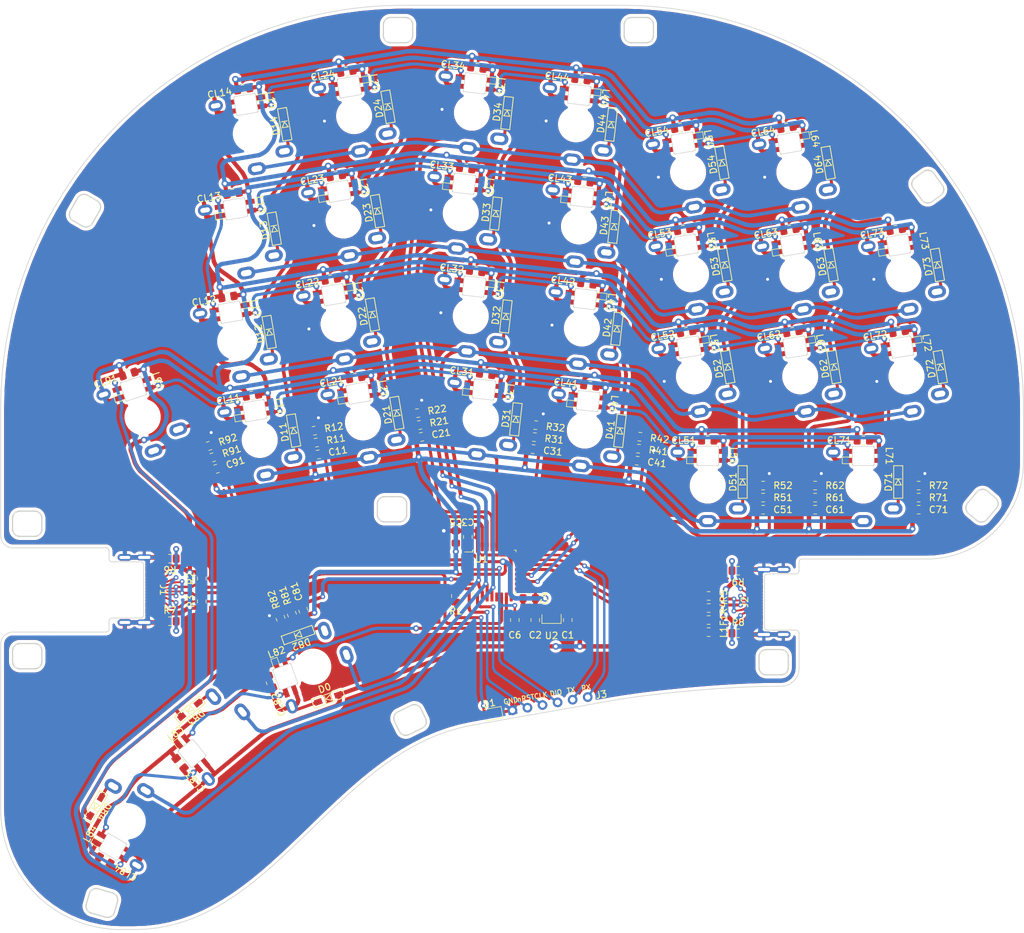
<source format=kicad_pcb>
(kicad_pcb (version 20171130) (host pcbnew "(5.1.5-0-10_14)")
  (layers (0 F.Cu signal) (31 B.Cu signal) (34 B.Paste user) (35 F.Paste user) (36 B.SilkS user) (37 F.SilkS user) (38 B.Mask user) (39 F.Mask user) (44 Edge.Cuts user))
  (net 0 "")
  (net 1 GND)
  (net 2 5V)
  (net 3 VCC)
  (net 4 NRST)
  (net 5 COL1)
  (net 6 COL2)
  (net 7 COL3)
  (net 8 COL4)
  (net 9 COL5)
  (net 10 COL6)
  (net 11 COL7)
  (net 12 COL8)
  (net 13 BOOT0)
  (net 14 "Net-(D1-Pad2)")
  (net 15 ROW1)
  (net 16 "Net-(D11-Pad1)")
  (net 17 ROW2)
  (net 18 ROW3)
  (net 19 ROW4)
  (net 20 "Net-(D21-Pad1)")
  (net 21 "Net-(D31-Pad1)")
  (net 22 "Net-(D41-Pad1)")
  (net 23 "Net-(D51-Pad1)")
  (net 24 "Net-(F1-Pad2)")
  (net 25 VBUS)
  (net 26 "Net-(J1-PadB5)")
  (net 27 SCL)
  (net 28 RDI)
  (net 29 "Net-(J1-PadA5)")
  (net 30 SDA)
  (net 31 "Net-(J2-PadB5)")
  (net 32 "Net-(J2-PadA6)")
  (net 33 "Net-(J2-PadA5)")
  (net 34 "Net-(J2-PadA7)")
  (net 35 RX)
  (net 36 TX)
  (net 37 SWDIO)
  (net 38 SWCLK)
  (net 39 "Net-(L11-Pad4)")
  (net 40 "Net-(L11-Pad2)")
  (net 41 "Net-(L12-Pad4)")
  (net 42 "Net-(L12-Pad2)")
  (net 43 "Net-(L13-Pad2)")
  (net 44 "Net-(L14-Pad4)")
  (net 45 "Net-(L21-Pad2)")
  (net 46 "Net-(L22-Pad4)")
  (net 47 "Net-(L23-Pad2)")
  (net 48 "Net-(L24-Pad4)")
  (net 49 "Net-(L31-Pad2)")
  (net 50 "Net-(L32-Pad4)")
  (net 51 "Net-(L33-Pad2)")
  (net 52 "Net-(L34-Pad4)")
  (net 53 "Net-(L41-Pad2)")
  (net 54 "Net-(L42-Pad4)")
  (net 55 "Net-(L43-Pad2)")
  (net 56 "Net-(L44-Pad4)")
  (net 57 "Net-(L51-Pad2)")
  (net 58 "Net-(L52-Pad4)")
  (net 59 "Net-(L53-Pad2)")
  (net 60 "Net-(L54-Pad4)")
  (net 61 "Net-(L62-Pad4)")
  (net 62 "Net-(L63-Pad2)")
  (net 63 "Net-(L64-Pad4)")
  (net 64 LDI)
  (net 65 "Net-(L82-Pad2)")
  (net 66 LED)
  (net 67 "Net-(R91-Pad2)")
  (net 68 "Net-(D11-Pad2)")
  (net 69 "Net-(D12-Pad2)")
  (net 70 "Net-(D13-Pad2)")
  (net 71 "Net-(D14-Pad2)")
  (net 72 "Net-(D21-Pad2)")
  (net 73 "Net-(D22-Pad2)")
  (net 74 "Net-(D23-Pad2)")
  (net 75 "Net-(D24-Pad2)")
  (net 76 "Net-(D31-Pad2)")
  (net 77 "Net-(D32-Pad2)")
  (net 78 "Net-(D33-Pad2)")
  (net 79 "Net-(D34-Pad2)")
  (net 80 "Net-(D41-Pad2)")
  (net 81 "Net-(D42-Pad2)")
  (net 82 "Net-(D43-Pad2)")
  (net 83 "Net-(D44-Pad2)")
  (net 84 "Net-(D51-Pad2)")
  (net 85 "Net-(D52-Pad2)")
  (net 86 "Net-(D53-Pad2)")
  (net 87 "Net-(D54-Pad2)")
  (net 88 "Net-(D62-Pad2)")
  (net 89 "Net-(D63-Pad2)")
  (net 90 "Net-(D64-Pad2)")
  (net 91 "Net-(D72-Pad2)")
  (net 92 "Net-(D73-Pad2)")
  (net 93 "Net-(D82-Pad2)")
  (net 94 "Net-(D83-Pad2)")
  (net 95 GNDD)
  (net 96 4V3)
  (net 97 "Net-(L83-Pad2)")
  (net 98 "Net-(D62-Pad1)")
  (net 99 "Net-(D71-Pad2)")
  (net 100 "Net-(D71-Pad1)")
  (net 101 "Net-(L71-Pad2)")
  (net 102 DM)
  (net 103 DP)
  (net 104 "Net-(D82-Pad1)")
  (net 105 "Net-(D84-Pad2)")
  (net 106 "Net-(L84-Pad2)")
  (module key-parts:ChocV2 (layer B.Cu) (at 23.565 69.264 18.1)
    (fp_text reference SW91 hide)
    (fp_text value SW_ChocV2 hide)
    (pad 1 thru_hole oval (at 0 5.9 18.1) (size 3 2) (drill oval 1.8 1) (layers *.Cu *.Mask) (net 3 VCC))
    (pad 3 thru_hole oval (at -5 -5.55 18.1) (size 2.4 1.8) (drill oval 1.6 0.8) (layers *.Cu *.Mask) (net 95 GNDD))
    (pad 2 thru_hole oval (at 5 3.8 18.1) (size 3 2) (drill oval 1.8 1) (layers *.Cu *.Mask) (net 67 "Net-(R91-Pad2)"))
    (pad "" np_thru_hole circle (at 0 0 18.1) (size 5 5) (drill 5) (layers *.Cu *.Mask))
  )
  (module key-parts:ChocV2 (layer B.Cu) (at 35.577 122.015 129.6)
    (fp_text reference SW83 hide)
    (fp_text value SW_ChocV2 hide)
    (pad 1 thru_hole oval (at 0 5.9 129.6) (size 3 2) (drill oval 1.8 1) (layers *.Cu *.Mask) (net 18 ROW3))
    (pad 3 thru_hole oval (at -5 -5.55 129.6) (size 2.4 1.8) (drill oval 1.6 0.8) (layers *.Cu *.Mask) (net 2 5V))
    (pad 2 thru_hole oval (at 5 3.8 129.6) (size 3 2) (drill oval 1.8 1) (layers *.Cu *.Mask) (net 94 "Net-(D83-Pad2)"))
    (pad "" np_thru_hole circle (at 0 0 129.6) (size 5 5) (drill 5) (layers *.Cu *.Mask))
  )
  (module key-parts:ChocV2 (layer B.Cu) (at 51.901 110.752 109.6)
    (fp_text reference SW82 hide)
    (fp_text value SW_ChocV2 hide)
    (pad 1 thru_hole oval (at 0 5.9 109.6) (size 3 2) (drill oval 1.8 1) (layers *.Cu *.Mask) (net 17 ROW2))
    (pad 3 thru_hole oval (at -5 -5.55 109.6) (size 2.4 1.8) (drill oval 1.6 0.8) (layers *.Cu *.Mask) (net 96 4V3))
    (pad 2 thru_hole oval (at 5 3.8 109.6) (size 3 2) (drill oval 1.8 1) (layers *.Cu *.Mask) (net 93 "Net-(D82-Pad2)"))
    (pad "" np_thru_hole circle (at 0 0 109.6) (size 5 5) (drill 5) (layers *.Cu *.Mask))
  )
  (module key-parts:ChocV2 (layer B.Cu) (at 21.087 136.423 149.6)
    (fp_text reference SW84 hide)
    (fp_text value SW_ChocV2 hide)
    (pad 1 thru_hole oval (at 0 5.9 149.6) (size 3 2) (drill oval 1.8 1) (layers *.Cu *.Mask) (net 19 ROW4))
    (pad 3 thru_hole oval (at -5 -5.55 149.6) (size 2.4 1.8) (drill oval 1.6 0.8) (layers *.Cu *.Mask) (net 2 5V))
    (pad 2 thru_hole oval (at 5 3.8 149.6) (size 3 2) (drill oval 1.8 1) (layers *.Cu *.Mask) (net 105 "Net-(D84-Pad2)"))
    (pad "" np_thru_hole circle (at 0 0 149.6) (size 5 5) (drill 5) (layers *.Cu *.Mask))
  )
  (module key-parts:ChocV2 (layer B.Cu) (at 149.971 45.563 9.6)
    (fp_text reference SW73 hide)
    (fp_text value SW_ChocV2 hide)
    (pad 1 thru_hole oval (at 0 5.9 9.6) (size 3 2) (drill oval 1.8 1) (layers *.Cu *.Mask) (net 18 ROW3))
    (pad 3 thru_hole oval (at -5 -5.55 9.6) (size 2.4 1.8) (drill oval 1.6 0.8) (layers *.Cu *.Mask) (net 95 GNDD))
    (pad 2 thru_hole oval (at 5 3.8 9.6) (size 3 2) (drill oval 1.8 1) (layers *.Cu *.Mask) (net 92 "Net-(D73-Pad2)"))
    (pad "" np_thru_hole circle (at 0 0 9.6) (size 5 5) (drill 5) (layers *.Cu *.Mask))
  )
  (module key-parts:ChocV2 (layer B.Cu) (at 150.458 62.521 9.6)
    (fp_text reference SW72 hide)
    (fp_text value SW_ChocV2 hide)
    (pad 1 thru_hole oval (at 0 5.9 9.6) (size 3 2) (drill oval 1.8 1) (layers *.Cu *.Mask) (net 17 ROW2))
    (pad 3 thru_hole oval (at -5 -5.55 9.6) (size 2.4 1.8) (drill oval 1.6 0.8) (layers *.Cu *.Mask) (net 2 5V))
    (pad 2 thru_hole oval (at 5 3.8 9.6) (size 3 2) (drill oval 1.8 1) (layers *.Cu *.Mask) (net 91 "Net-(D72-Pad2)"))
    (pad "" np_thru_hole circle (at 0 0 9.6) (size 5 5) (drill 5) (layers *.Cu *.Mask))
  )
  (module key-parts:ChocV2 (layer B.Cu) (at 131.835 28.605 9.6)
    (fp_text reference SW64 hide)
    (fp_text value SW_ChocV2 hide)
    (pad 1 thru_hole oval (at 0 5.9 9.6) (size 3 2) (drill oval 1.8 1) (layers *.Cu *.Mask) (net 19 ROW4))
    (pad 3 thru_hole oval (at -5 -5.55 9.6) (size 2.4 1.8) (drill oval 1.6 0.8) (layers *.Cu *.Mask) (net 2 5V))
    (pad 2 thru_hole oval (at 5 3.8 9.6) (size 3 2) (drill oval 1.8 1) (layers *.Cu *.Mask) (net 90 "Net-(D64-Pad2)"))
    (pad "" np_thru_hole circle (at 0 0 9.6) (size 5 5) (drill 5) (layers *.Cu *.Mask))
  )
  (module key-parts:ChocV2 (layer B.Cu) (at 132.322 45.563 9.6)
    (fp_text reference SW63 hide)
    (fp_text value SW_ChocV2 hide)
    (pad 1 thru_hole oval (at 0 5.9 9.6) (size 3 2) (drill oval 1.8 1) (layers *.Cu *.Mask) (net 18 ROW3))
    (pad 3 thru_hole oval (at -5 -5.55 9.6) (size 2.4 1.8) (drill oval 1.6 0.8) (layers *.Cu *.Mask) (net 95 GNDD))
    (pad 2 thru_hole oval (at 5 3.8 9.6) (size 3 2) (drill oval 1.8 1) (layers *.Cu *.Mask) (net 89 "Net-(D63-Pad2)"))
    (pad "" np_thru_hole circle (at 0 0 9.6) (size 5 5) (drill 5) (layers *.Cu *.Mask))
  )
  (module key-parts:ChocV2 (layer B.Cu) (at 132.809 62.521 9.6)
    (fp_text reference SW62 hide)
    (fp_text value SW_ChocV2 hide)
    (pad 1 thru_hole oval (at 0 5.9 9.6) (size 3 2) (drill oval 1.8 1) (layers *.Cu *.Mask) (net 17 ROW2))
    (pad 3 thru_hole oval (at -5 -5.55 9.6) (size 2.4 1.8) (drill oval 1.6 0.8) (layers *.Cu *.Mask) (net 2 5V))
    (pad 2 thru_hole oval (at 5 3.8 9.6) (size 3 2) (drill oval 1.8 1) (layers *.Cu *.Mask) (net 88 "Net-(D62-Pad2)"))
    (pad "" np_thru_hole circle (at 0 0 9.6) (size 5 5) (drill 5) (layers *.Cu *.Mask))
  )
  (module key-parts:ChocV2 (layer B.Cu) (at 143.289 80.661)
    (fp_text reference SW71 hide)
    (fp_text value SW_ChocV2 hide)
    (pad 1 thru_hole oval (at 0 5.9) (size 3 2) (drill oval 1.8 1) (layers *.Cu *.Mask) (net 15 ROW1))
    (pad 3 thru_hole oval (at -5 -5.55) (size 2.4 1.8) (drill oval 1.6 0.8) (layers *.Cu *.Mask) (net 95 GNDD))
    (pad 2 thru_hole oval (at 5 3.8) (size 3 2) (drill oval 1.8 1) (layers *.Cu *.Mask) (net 99 "Net-(D71-Pad2)"))
    (pad "" np_thru_hole circle (at 0 0) (size 5 5) (drill 5) (layers *.Cu *.Mask))
  )
  (module key-parts:ChocV2 (layer B.Cu) (at 114.185 28.605 9.6)
    (fp_text reference SW54 hide)
    (fp_text value SW_ChocV2 hide)
    (pad 1 thru_hole oval (at 0 5.9 9.6) (size 3 2) (drill oval 1.8 1) (layers *.Cu *.Mask) (net 19 ROW4))
    (pad 3 thru_hole oval (at -5 -5.55 9.6) (size 2.4 1.8) (drill oval 1.6 0.8) (layers *.Cu *.Mask) (net 2 5V))
    (pad 2 thru_hole oval (at 5 3.8 9.6) (size 3 2) (drill oval 1.8 1) (layers *.Cu *.Mask) (net 87 "Net-(D54-Pad2)"))
    (pad "" np_thru_hole circle (at 0 0 9.6) (size 5 5) (drill 5) (layers *.Cu *.Mask))
  )
  (module key-parts:ChocV2 (layer B.Cu) (at 114.672 45.563 9.6)
    (fp_text reference SW53 hide)
    (fp_text value SW_ChocV2 hide)
    (pad 1 thru_hole oval (at 0 5.9 9.6) (size 3 2) (drill oval 1.8 1) (layers *.Cu *.Mask) (net 18 ROW3))
    (pad 3 thru_hole oval (at -5 -5.55 9.6) (size 2.4 1.8) (drill oval 1.6 0.8) (layers *.Cu *.Mask) (net 95 GNDD))
    (pad 2 thru_hole oval (at 5 3.8 9.6) (size 3 2) (drill oval 1.8 1) (layers *.Cu *.Mask) (net 86 "Net-(D53-Pad2)"))
    (pad "" np_thru_hole circle (at 0 0 9.6) (size 5 5) (drill 5) (layers *.Cu *.Mask))
  )
  (module key-parts:ChocV2 (layer B.Cu) (at 115.159 62.521 9.6)
    (fp_text reference SW52 hide)
    (fp_text value SW_ChocV2 hide)
    (pad 1 thru_hole oval (at 0 5.9 9.6) (size 3 2) (drill oval 1.8 1) (layers *.Cu *.Mask) (net 17 ROW2))
    (pad 3 thru_hole oval (at -5 -5.55 9.6) (size 2.4 1.8) (drill oval 1.6 0.8) (layers *.Cu *.Mask) (net 2 5V))
    (pad 2 thru_hole oval (at 5 3.8 9.6) (size 3 2) (drill oval 1.8 1) (layers *.Cu *.Mask) (net 85 "Net-(D52-Pad2)"))
    (pad "" np_thru_hole circle (at 0 0 9.6) (size 5 5) (drill 5) (layers *.Cu *.Mask))
  )
  (module key-parts:ChocV2 (layer B.Cu) (at 117.45 80.661)
    (fp_text reference SW51 hide)
    (fp_text value SW_ChocV2 hide)
    (pad 1 thru_hole oval (at 0 5.9) (size 3 2) (drill oval 1.8 1) (layers *.Cu *.Mask) (net 15 ROW1))
    (pad 3 thru_hole oval (at -5 -5.55) (size 2.4 1.8) (drill oval 1.6 0.8) (layers *.Cu *.Mask) (net 95 GNDD))
    (pad 2 thru_hole oval (at 5 3.8) (size 3 2) (drill oval 1.8 1) (layers *.Cu *.Mask) (net 84 "Net-(D51-Pad2)"))
    (pad "" np_thru_hole circle (at 0 0) (size 5 5) (drill 5) (layers *.Cu *.Mask))
  )
  (module key-parts:ChocV2 (layer B.Cu) (at 95.573 20.651 353.6)
    (fp_text reference SW44 hide)
    (fp_text value SW_ChocV2 hide)
    (pad 1 thru_hole oval (at 0 5.9 353.6) (size 3 2) (drill oval 1.8 1) (layers *.Cu *.Mask) (net 19 ROW4))
    (pad 3 thru_hole oval (at -5 -5.55 353.6) (size 2.4 1.8) (drill oval 1.6 0.8) (layers *.Cu *.Mask) (net 2 5V))
    (pad 2 thru_hole oval (at 5 3.8 353.6) (size 3 2) (drill oval 1.8 1) (layers *.Cu *.Mask) (net 83 "Net-(D44-Pad2)"))
    (pad "" np_thru_hole circle (at 0 0 353.6) (size 5 5) (drill 5) (layers *.Cu *.Mask))
  )
  (module key-parts:ChocV2 (layer B.Cu) (at 96.059 37.609 353.6)
    (fp_text reference SW43 hide)
    (fp_text value SW_ChocV2 hide)
    (pad 1 thru_hole oval (at 0 5.9 353.6) (size 3 2) (drill oval 1.8 1) (layers *.Cu *.Mask) (net 18 ROW3))
    (pad 3 thru_hole oval (at -5 -5.55 353.6) (size 2.4 1.8) (drill oval 1.6 0.8) (layers *.Cu *.Mask) (net 95 GNDD))
    (pad 2 thru_hole oval (at 5 3.8 353.6) (size 3 2) (drill oval 1.8 1) (layers *.Cu *.Mask) (net 82 "Net-(D43-Pad2)"))
    (pad "" np_thru_hole circle (at 0 0 353.6) (size 5 5) (drill 5) (layers *.Cu *.Mask))
  )
  (module key-parts:ChocV2 (layer B.Cu) (at 96.546 54.567 353.6)
    (fp_text reference SW42 hide)
    (fp_text value SW_ChocV2 hide)
    (pad 1 thru_hole oval (at 0 5.9 353.6) (size 3 2) (drill oval 1.8 1) (layers *.Cu *.Mask) (net 17 ROW2))
    (pad 3 thru_hole oval (at -5 -5.55 353.6) (size 2.4 1.8) (drill oval 1.6 0.8) (layers *.Cu *.Mask) (net 2 5V))
    (pad 2 thru_hole oval (at 5 3.8 353.6) (size 3 2) (drill oval 1.8 1) (layers *.Cu *.Mask) (net 81 "Net-(D42-Pad2)"))
    (pad "" np_thru_hole circle (at 0 0 353.6) (size 5 5) (drill 5) (layers *.Cu *.Mask))
  )
  (module key-parts:ChocV2 (layer B.Cu) (at 97.033 71.525 353.6)
    (fp_text reference SW41 hide)
    (fp_text value SW_ChocV2 hide)
    (pad 1 thru_hole oval (at 0 5.9 353.6) (size 3 2) (drill oval 1.8 1) (layers *.Cu *.Mask) (net 15 ROW1))
    (pad 3 thru_hole oval (at -5 -5.55 353.6) (size 2.4 1.8) (drill oval 1.6 0.8) (layers *.Cu *.Mask) (net 95 GNDD))
    (pad 2 thru_hole oval (at 5 3.8 353.6) (size 3 2) (drill oval 1.8 1) (layers *.Cu *.Mask) (net 80 "Net-(D41-Pad2)"))
    (pad "" np_thru_hole circle (at 0 0 353.6) (size 5 5) (drill 5) (layers *.Cu *.Mask))
  )
  (module key-parts:ChocV2 (layer B.Cu) (at 78.279 18.726 353.6)
    (fp_text reference SW34 hide)
    (fp_text value SW_ChocV2 hide)
    (pad 1 thru_hole oval (at 0 5.9 353.6) (size 3 2) (drill oval 1.8 1) (layers *.Cu *.Mask) (net 19 ROW4))
    (pad 3 thru_hole oval (at -5 -5.55 353.6) (size 2.4 1.8) (drill oval 1.6 0.8) (layers *.Cu *.Mask) (net 2 5V))
    (pad 2 thru_hole oval (at 5 3.8 353.6) (size 3 2) (drill oval 1.8 1) (layers *.Cu *.Mask) (net 79 "Net-(D34-Pad2)"))
    (pad "" np_thru_hole circle (at 0 0 353.6) (size 5 5) (drill 5) (layers *.Cu *.Mask))
  )
  (module key-parts:ChocV2 (layer B.Cu) (at 76.421 35.423 353.6)
    (fp_text reference SW33 hide)
    (fp_text value SW_ChocV2 hide)
    (pad 1 thru_hole oval (at 0 5.9 353.6) (size 3 2) (drill oval 1.8 1) (layers *.Cu *.Mask) (net 18 ROW3))
    (pad 3 thru_hole oval (at -5 -5.55 353.6) (size 2.4 1.8) (drill oval 1.6 0.8) (layers *.Cu *.Mask) (net 95 GNDD))
    (pad 2 thru_hole oval (at 5 3.8 353.6) (size 3 2) (drill oval 1.8 1) (layers *.Cu *.Mask) (net 78 "Net-(D33-Pad2)"))
    (pad "" np_thru_hole circle (at 0 0 353.6) (size 5 5) (drill 5) (layers *.Cu *.Mask))
  )
  (module key-parts:ChocV2 (layer B.Cu) (at 78.08 52.511 353.6)
    (fp_text reference SW32 hide)
    (fp_text value SW_ChocV2 hide)
    (pad 1 thru_hole oval (at 0 5.9 353.6) (size 3 2) (drill oval 1.8 1) (layers *.Cu *.Mask) (net 17 ROW2))
    (pad 3 thru_hole oval (at -5 -5.55 353.6) (size 2.4 1.8) (drill oval 1.6 0.8) (layers *.Cu *.Mask) (net 2 5V))
    (pad 2 thru_hole oval (at 5 3.8 353.6) (size 3 2) (drill oval 1.8 1) (layers *.Cu *.Mask) (net 77 "Net-(D32-Pad2)"))
    (pad "" np_thru_hole circle (at 0 0 353.6) (size 5 5) (drill 5) (layers *.Cu *.Mask))
  )
  (module key-parts:ChocV2 (layer B.Cu) (at 79.74 69.6 353.6)
    (fp_text reference SW31 hide)
    (fp_text value SW_ChocV2 hide)
    (pad 1 thru_hole oval (at 0 5.9 353.6) (size 3 2) (drill oval 1.8 1) (layers *.Cu *.Mask) (net 15 ROW1))
    (pad 3 thru_hole oval (at -5 -5.55 353.6) (size 2.4 1.8) (drill oval 1.6 0.8) (layers *.Cu *.Mask) (net 95 GNDD))
    (pad 2 thru_hole oval (at 5 3.8 353.6) (size 3 2) (drill oval 1.8 1) (layers *.Cu *.Mask) (net 76 "Net-(D31-Pad2)"))
    (pad "" np_thru_hole circle (at 0 0 353.6) (size 5 5) (drill 5) (layers *.Cu *.Mask))
  )
  (module key-parts:ChocV2 (layer B.Cu) (at 58.712 19.289 9.6)
    (fp_text reference SW24 hide)
    (fp_text value SW_ChocV2 hide)
    (pad 1 thru_hole oval (at 0 5.9 9.6) (size 3 2) (drill oval 1.8 1) (layers *.Cu *.Mask) (net 19 ROW4))
    (pad 3 thru_hole oval (at -5 -5.55 9.6) (size 2.4 1.8) (drill oval 1.6 0.8) (layers *.Cu *.Mask) (net 2 5V))
    (pad 2 thru_hole oval (at 5 3.8 9.6) (size 3 2) (drill oval 1.8 1) (layers *.Cu *.Mask) (net 75 "Net-(D24-Pad2)"))
    (pad "" np_thru_hole circle (at 0 0 9.6) (size 5 5) (drill 5) (layers *.Cu *.Mask))
  )
  (module key-parts:ChocV2 (layer B.Cu) (at 56.963 36.628 9.6)
    (fp_text reference SW23 hide)
    (fp_text value SW_ChocV2 hide)
    (pad 1 thru_hole oval (at 0 5.9 9.6) (size 3 2) (drill oval 1.8 1) (layers *.Cu *.Mask) (net 18 ROW3))
    (pad 3 thru_hole oval (at -5 -5.55 9.6) (size 2.4 1.8) (drill oval 1.6 0.8) (layers *.Cu *.Mask) (net 95 GNDD))
    (pad 2 thru_hole oval (at 5 3.8 9.6) (size 3 2) (drill oval 1.8 1) (layers *.Cu *.Mask) (net 74 "Net-(D23-Pad2)"))
    (pad "" np_thru_hole circle (at 0 0 9.6) (size 5 5) (drill 5) (layers *.Cu *.Mask))
  )
  (module key-parts:ChocV2 (layer B.Cu) (at 56.126 53.811 9.6)
    (fp_text reference SW22 hide)
    (fp_text value SW_ChocV2 hide)
    (pad 1 thru_hole oval (at 0 5.9 9.6) (size 3 2) (drill oval 1.8 1) (layers *.Cu *.Mask) (net 17 ROW2))
    (pad 3 thru_hole oval (at -5 -5.55 9.6) (size 2.4 1.8) (drill oval 1.6 0.8) (layers *.Cu *.Mask) (net 2 5V))
    (pad 2 thru_hole oval (at 5 3.8 9.6) (size 3 2) (drill oval 1.8 1) (layers *.Cu *.Mask) (net 73 "Net-(D22-Pad2)"))
    (pad "" np_thru_hole circle (at 0 0 9.6) (size 5 5) (drill 5) (layers *.Cu *.Mask))
  )
  (module key-parts:ChocV2 (layer B.Cu) (at 60.179 70.163 9.6)
    (fp_text reference SW21 hide)
    (fp_text value SW_ChocV2 hide)
    (pad 1 thru_hole oval (at 0 5.9 9.6) (size 3 2) (drill oval 1.8 1) (layers *.Cu *.Mask) (net 15 ROW1))
    (pad 3 thru_hole oval (at -5 -5.55 9.6) (size 2.4 1.8) (drill oval 1.6 0.8) (layers *.Cu *.Mask) (net 95 GNDD))
    (pad 2 thru_hole oval (at 5 3.8 9.6) (size 3 2) (drill oval 1.8 1) (layers *.Cu *.Mask) (net 72 "Net-(D21-Pad2)"))
    (pad "" np_thru_hole circle (at 0 0 9.6) (size 5 5) (drill 5) (layers *.Cu *.Mask))
  )
  (module key-parts:ChocV2 (layer B.Cu) (at 41.559 22.205 9.6)
    (fp_text reference SW14 hide)
    (fp_text value SW_ChocV2 hide)
    (pad 1 thru_hole oval (at 0 5.9 9.6) (size 3 2) (drill oval 1.8 1) (layers *.Cu *.Mask) (net 19 ROW4))
    (pad 3 thru_hole oval (at -5 -5.55 9.6) (size 2.4 1.8) (drill oval 1.6 0.8) (layers *.Cu *.Mask) (net 2 5V))
    (pad 2 thru_hole oval (at 5 3.8 9.6) (size 3 2) (drill oval 1.8 1) (layers *.Cu *.Mask) (net 71 "Net-(D14-Pad2)"))
    (pad "" np_thru_hole circle (at 0 0 9.6) (size 5 5) (drill 5) (layers *.Cu *.Mask))
  )
  (module key-parts:ChocV2 (layer B.Cu) (at 39.809 39.544 9.6)
    (fp_text reference SW13 hide)
    (fp_text value SW_ChocV2 hide)
    (pad 1 thru_hole oval (at 0 5.9 9.6) (size 3 2) (drill oval 1.8 1) (layers *.Cu *.Mask) (net 18 ROW3))
    (pad 3 thru_hole oval (at -5 -5.55 9.6) (size 2.4 1.8) (drill oval 1.6 0.8) (layers *.Cu *.Mask) (net 95 GNDD))
    (pad 2 thru_hole oval (at 5 3.8 9.6) (size 3 2) (drill oval 1.8 1) (layers *.Cu *.Mask) (net 70 "Net-(D13-Pad2)"))
    (pad "" np_thru_hole circle (at 0 0 9.6) (size 5 5) (drill 5) (layers *.Cu *.Mask))
  )
  (module key-parts:ChocV2 (layer B.Cu) (at 38.972 56.727 9.6)
    (fp_text reference SW12 hide)
    (fp_text value SW_ChocV2 hide)
    (pad 1 thru_hole oval (at 0 5.9 9.6) (size 3 2) (drill oval 1.8 1) (layers *.Cu *.Mask) (net 17 ROW2))
    (pad 3 thru_hole oval (at -5 -5.55 9.6) (size 2.4 1.8) (drill oval 1.6 0.8) (layers *.Cu *.Mask) (net 2 5V))
    (pad 2 thru_hole oval (at 5 3.8 9.6) (size 3 2) (drill oval 1.8 1) (layers *.Cu *.Mask) (net 69 "Net-(D12-Pad2)"))
    (pad "" np_thru_hole circle (at 0 0 9.6) (size 5 5) (drill 5) (layers *.Cu *.Mask))
  )
  (module key-parts:ChocV2 (layer B.Cu) (at 43.025 73.079 9.6)
    (fp_text reference SW11 hide)
    (fp_text value SW_ChocV2 hide)
    (pad 1 thru_hole oval (at 0 5.9 9.6) (size 3 2) (drill oval 1.8 1) (layers *.Cu *.Mask) (net 15 ROW1))
    (pad 3 thru_hole oval (at -5 -5.55 9.6) (size 2.4 1.8) (drill oval 1.6 0.8) (layers *.Cu *.Mask) (net 95 GNDD))
    (pad 2 thru_hole oval (at 5 3.8 9.6) (size 3 2) (drill oval 1.8 1) (layers *.Cu *.Mask) (net 68 "Net-(D11-Pad2)"))
    (pad "" np_thru_hole circle (at 0 0 9.6) (size 5 5) (drill 5) (layers *.Cu *.Mask))
  )
  (module key-parts:SK6812-MINI-E (layer B.Cu) (at 55.304 48.95 9.6)
    (fp_text reference L22 (at 4.300196 0.00014 -80.4 unlocked) (layer F.SilkS) (effects (font (size 1.1 1.1) (thickness 0.18))))
    (fp_text value SK6812-MINI-E hide)
    (pad 2 smd rect (at -2.6 -0.75 9.6) (size 1.5 0.82) (layers F.Cu F.Paste F.Mask) (net 41 "Net-(L12-Pad4)"))
    (pad 1 smd rect (at -2.6 0.75 9.6) (size 1.5 0.82) (layers F.Cu F.Paste F.Mask) (net 2 5V))
    (pad 3 smd rect (at 2.6 -0.75 9.6) (size 1.5 0.82) (layers F.Cu F.Paste F.Mask) (net 95 GNDD))
    (pad 4 smd rect (at 2.6 0.75 9.6) (size 1.5 0.82) (layers F.Cu F.Paste F.Mask) (net 46 "Net-(L22-Pad4)"))
  )
  (module key-parts:AP7333 (layer F.Cu) (at 91.5 102.8 270)
    (fp_text reference U2 (at 2.8 0 unlocked) (layer F.SilkS) (effects (font (size 1.1 1.1) (thickness 0.18))))
    (fp_text value AP7333)
    (pad 3 smd rect (at 1.4 0 270) (size 1.2 1) (layers F.Cu F.Paste F.Mask) (net 1 GND))
    (pad 2 smd rect (at -1.1 0.85 270) (size 1.2 1) (layers F.Cu F.Paste F.Mask) (net 3 VCC))
    (pad 1 smd rect (at -1.1 -0.85 270) (size 1.2 1) (layers F.Cu F.Paste F.Mask) (net 2 5V))
  )
  (module Package_QFP:LQFP-32_7x7mm_P0.8mm (layer F.Cu) (at 82 95)
    (fp_text reference U1 (at -2.121 -2.121 unlocked) (layer F.SilkS) (effects (font (size 1.1 1.1) (thickness 0.18))))
    (fp_text value STM32F042K6Tx)
    (pad 32 smd roundrect (at -2.8 -4.175) (size 0.5 1.5) (layers F.Cu F.Paste F.Mask) (net 1 GND))
    (pad 31 smd roundrect (at -2 -4.175) (size 0.5 1.5) (layers F.Cu F.Paste F.Mask) (net 13 BOOT0))
    (pad 30 smd roundrect (at -1.2 -4.175) (size 0.5 1.5) (layers F.Cu F.Paste F.Mask) (net 5 COL1))
    (pad 29 smd roundrect (at -0.4 -4.175) (size 0.5 1.5) (layers F.Cu F.Paste F.Mask) (net 6 COL2))
    (pad 28 smd roundrect (at 0.4 -4.175) (size 0.5 1.5) (layers F.Cu F.Paste F.Mask) (net 15 ROW1))
    (pad 27 smd roundrect (at 1.2 -4.175) (size 0.5 1.5) (layers F.Cu F.Paste F.Mask) (net 7 COL3))
    (pad 26 smd roundrect (at 2 -4.175) (size 0.5 1.5) (layers F.Cu F.Paste F.Mask) (net 8 COL4))
    (pad 25 smd roundrect (at 2.8 -4.175) (size 0.5 1.5) (layers F.Cu F.Paste F.Mask) (net 9 COL5))
    (pad 24 smd roundrect (at 4.175 -2.8) (size 1.5 0.5) (layers F.Cu F.Paste F.Mask) (net 38 SWCLK))
    (pad 23 smd roundrect (at 4.175 -2) (size 1.5 0.5) (layers F.Cu F.Paste F.Mask) (net 37 SWDIO))
    (pad 22 smd roundrect (at 4.175 -1.2) (size 1.5 0.5) (layers F.Cu F.Paste F.Mask) (net 103 DP))
    (pad 21 smd roundrect (at 4.175 -0.4) (size 1.5 0.5) (layers F.Cu F.Paste F.Mask) (net 102 DM))
    (pad 20 smd roundrect (at 4.175 0.4) (size 1.5 0.5) (layers F.Cu F.Paste F.Mask) (net 10 COL6))
    (pad 19 smd roundrect (at 4.175 1.2) (size 1.5 0.5) (layers F.Cu F.Paste F.Mask) (net 11 COL7))
    (pad 18 smd roundrect (at 4.175 2) (size 1.5 0.5) (layers F.Cu F.Paste F.Mask))
    (pad 17 smd roundrect (at 4.175 2.8) (size 1.5 0.5) (layers F.Cu F.Paste F.Mask) (net 3 VCC))
    (pad 16 smd roundrect (at 2.8 4.175) (size 0.5 1.5) (layers F.Cu F.Paste F.Mask) (net 1 GND))
    (pad 15 smd roundrect (at 2 4.175) (size 0.5 1.5) (layers F.Cu F.Paste F.Mask) (net 64 LDI))
    (pad 14 smd roundrect (at 1.2 4.175) (size 0.5 1.5) (layers F.Cu F.Paste F.Mask) (net 28 RDI))
    (pad 13 smd roundrect (at 0.4 4.175) (size 0.5 1.5) (layers F.Cu F.Paste F.Mask))
    (pad 12 smd roundrect (at -0.4 4.175) (size 0.5 1.5) (layers F.Cu F.Paste F.Mask) (net 19 ROW4))
    (pad 11 smd roundrect (at -1.2 4.175) (size 0.5 1.5) (layers F.Cu F.Paste F.Mask) (net 18 ROW3))
    (pad 10 smd roundrect (at -2 4.175) (size 0.5 1.5) (layers F.Cu F.Paste F.Mask) (net 17 ROW2))
    (pad 9 smd roundrect (at -2.8 4.175) (size 0.5 1.5) (layers F.Cu F.Paste F.Mask) (net 35 RX))
    (pad 8 smd roundrect (at -4.175 2.8) (size 1.5 0.5) (layers F.Cu F.Paste F.Mask) (net 36 TX))
    (pad 7 smd roundrect (at -4.175 2) (size 1.5 0.5) (layers F.Cu F.Paste F.Mask) (net 66 LED))
    (pad 6 smd roundrect (at -4.175 1.2) (size 1.5 0.5) (layers F.Cu F.Paste F.Mask) (net 12 COL8))
    (pad 5 smd roundrect (at -4.175 0.4) (size 1.5 0.5) (layers F.Cu F.Paste F.Mask) (net 3 VCC))
    (pad 4 smd roundrect (at -4.175 -0.4) (size 1.5 0.5) (layers F.Cu F.Paste F.Mask) (net 4 NRST))
    (pad 3 smd roundrect (at -4.175 -1.2) (size 1.5 0.5) (layers F.Cu F.Paste F.Mask) (net 27 SCL))
    (pad 2 smd roundrect (at -4.175 -2) (size 1.5 0.5) (layers F.Cu F.Paste F.Mask) (net 30 SDA))
    (pad 1 smd roundrect (at -4.175 -2.8) (size 1.5 0.5) (layers F.Cu F.Paste F.Mask) (net 3 VCC))
  )
  (module Resistor_SMD:R_0805_2012Metric_Pad1.15x1.40mm_HandSolder (layer F.Cu) (at 34.605 74.072 198.1)
    (fp_text reference R92 (at -3.300211 -0.000313 18.1 unlocked) (layer F.SilkS) (effects (font (size 1.1 1.1) (thickness 0.18))))
    (fp_text value 4k7)
    (pad 2 smd roundrect (at 1.025 0 198.1) (size 1.15 1.4) (layers F.Cu F.Paste F.Mask) (roundrect_rratio 0.217391) (net 67 "Net-(R91-Pad2)"))
    (pad 1 smd roundrect (at -1.025 0 198.1) (size 1.15 1.4) (layers F.Cu F.Paste F.Mask) (roundrect_rratio 0.217391) (net 1 GND))
  )
  (module Resistor_SMD:R_0805_2012Metric_Pad1.15x1.40mm_HandSolder (layer F.Cu) (at 35.226 75.973 198.1)
    (fp_text reference R91 (at -3.300211 -0.000313 18.1 unlocked) (layer F.SilkS) (effects (font (size 1.1 1.1) (thickness 0.18))))
    (fp_text value 10k)
    (pad 2 smd roundrect (at 1.025 0 198.1) (size 1.15 1.4) (layers F.Cu F.Paste F.Mask) (roundrect_rratio 0.217391) (net 67 "Net-(R91-Pad2)"))
    (pad 1 smd roundrect (at -1.025 0 198.1) (size 1.15 1.4) (layers F.Cu F.Paste F.Mask) (roundrect_rratio 0.217391) (net 13 BOOT0))
  )
  (module Resistor_SMD:R_0805_2012Metric_Pad1.15x1.40mm_HandSolder (layer F.Cu) (at 46.487 102.702 289.6)
    (fp_text reference R82 (at -3.300202 -0.000061 109.6 unlocked) (layer F.SilkS) (effects (font (size 1.1 1.1) (thickness 0.18))))
    (fp_text value 4k7)
    (pad 2 smd roundrect (at 1.025 0 289.6) (size 1.15 1.4) (layers F.Cu F.Paste F.Mask) (roundrect_rratio 0.217391) (net 104 "Net-(D82-Pad1)"))
    (pad 1 smd roundrect (at -1.025 0 289.6) (size 1.15 1.4) (layers F.Cu F.Paste F.Mask) (roundrect_rratio 0.217391) (net 1 GND))
  )
  (module Resistor_SMD:R_0805_2012Metric_Pad1.15x1.40mm_HandSolder (layer F.Cu) (at 48.371 102.031 289.6)
    (fp_text reference R81 (at -3.300202 -0.000061 109.6 unlocked) (layer F.SilkS) (effects (font (size 1.1 1.1) (thickness 0.18))))
    (fp_text value 10k)
    (pad 2 smd roundrect (at 1.025 0 289.6) (size 1.15 1.4) (layers F.Cu F.Paste F.Mask) (roundrect_rratio 0.217391) (net 104 "Net-(D82-Pad1)"))
    (pad 1 smd roundrect (at -1.025 0 289.6) (size 1.15 1.4) (layers F.Cu F.Paste F.Mask) (roundrect_rratio 0.217391) (net 12 COL8))
  )
  (module Resistor_SMD:R_0805_2012Metric_Pad1.15x1.40mm_HandSolder (layer F.Cu) (at 152.489 80.661 180)
    (fp_text reference R72 (at -3.3 0 unlocked) (layer F.SilkS) (effects (font (size 1.1 1.1) (thickness 0.18))))
    (fp_text value 4k7)
    (pad 2 smd roundrect (at 1.025 0 180) (size 1.15 1.4) (layers F.Cu F.Paste F.Mask) (roundrect_rratio 0.217391) (net 100 "Net-(D71-Pad1)"))
    (pad 1 smd roundrect (at -1.025 0 180) (size 1.15 1.4) (layers F.Cu F.Paste F.Mask) (roundrect_rratio 0.217391) (net 1 GND))
  )
  (module Resistor_SMD:R_0805_2012Metric_Pad1.15x1.40mm_HandSolder (layer F.Cu) (at 152.489 82.661 180)
    (fp_text reference R71 (at -3.3 0 unlocked) (layer F.SilkS) (effects (font (size 1.1 1.1) (thickness 0.18))))
    (fp_text value 10k)
    (pad 2 smd roundrect (at 1.025 0 180) (size 1.15 1.4) (layers F.Cu F.Paste F.Mask) (roundrect_rratio 0.217391) (net 100 "Net-(D71-Pad1)"))
    (pad 1 smd roundrect (at -1.025 0 180) (size 1.15 1.4) (layers F.Cu F.Paste F.Mask) (roundrect_rratio 0.217391) (net 11 COL7))
  )
  (module Resistor_SMD:R_0805_2012Metric_Pad1.15x1.40mm_HandSolder (layer F.Cu) (at 135.289 80.661 180)
    (fp_text reference R62 (at -3.3 0 unlocked) (layer F.SilkS) (effects (font (size 1.1 1.1) (thickness 0.18))))
    (fp_text value 4k7)
    (pad 2 smd roundrect (at 1.025 0 180) (size 1.15 1.4) (layers F.Cu F.Paste F.Mask) (roundrect_rratio 0.217391) (net 98 "Net-(D62-Pad1)"))
    (pad 1 smd roundrect (at -1.025 0 180) (size 1.15 1.4) (layers F.Cu F.Paste F.Mask) (roundrect_rratio 0.217391) (net 1 GND))
  )
  (module Resistor_SMD:R_0805_2012Metric_Pad1.15x1.40mm_HandSolder (layer F.Cu) (at 135.289 82.661 180)
    (fp_text reference R61 (at -3.3 0 unlocked) (layer F.SilkS) (effects (font (size 1.1 1.1) (thickness 0.18))))
    (fp_text value 10k)
    (pad 2 smd roundrect (at 1.025 0 180) (size 1.15 1.4) (layers F.Cu F.Paste F.Mask) (roundrect_rratio 0.217391) (net 98 "Net-(D62-Pad1)"))
    (pad 1 smd roundrect (at -1.025 0 180) (size 1.15 1.4) (layers F.Cu F.Paste F.Mask) (roundrect_rratio 0.217391) (net 10 COL6))
  )
  (module Resistor_SMD:R_0805_2012Metric_Pad1.15x1.40mm_HandSolder (layer F.Cu) (at 126.65 80.661 180)
    (fp_text reference R52 (at -3.299999 0 unlocked) (layer F.SilkS) (effects (font (size 1.1 1.1) (thickness 0.18))))
    (fp_text value 4k7)
    (pad 2 smd roundrect (at 1.025 0 180) (size 1.15 1.4) (layers F.Cu F.Paste F.Mask) (roundrect_rratio 0.217391) (net 23 "Net-(D51-Pad1)"))
    (pad 1 smd roundrect (at -1.025 0 180) (size 1.15 1.4) (layers F.Cu F.Paste F.Mask) (roundrect_rratio 0.217391) (net 1 GND))
  )
  (module Resistor_SMD:R_0805_2012Metric_Pad1.15x1.40mm_HandSolder (layer F.Cu) (at 126.65 82.661 180)
    (fp_text reference R51 (at -3.299999 0 unlocked) (layer F.SilkS) (effects (font (size 1.1 1.1) (thickness 0.18))))
    (fp_text value 10k)
    (pad 2 smd roundrect (at 1.025 0 180) (size 1.15 1.4) (layers F.Cu F.Paste F.Mask) (roundrect_rratio 0.217391) (net 23 "Net-(D51-Pad1)"))
    (pad 1 smd roundrect (at -1.025 0 180) (size 1.15 1.4) (layers F.Cu F.Paste F.Mask) (roundrect_rratio 0.217391) (net 9 COL5))
  )
  (module Resistor_SMD:R_0805_2012Metric_Pad1.15x1.40mm_HandSolder (layer F.Cu) (at 106.176 72.551 173.6)
    (fp_text reference R42 (at -3.299586 -0.0002 353.6 unlocked) (layer F.SilkS) (effects (font (size 1.1 1.1) (thickness 0.18))))
    (fp_text value 4k7)
    (pad 2 smd roundrect (at 1.025 0 173.6) (size 1.15 1.4) (layers F.Cu F.Paste F.Mask) (roundrect_rratio 0.217391) (net 22 "Net-(D41-Pad1)"))
    (pad 1 smd roundrect (at -1.025 0 173.6) (size 1.15 1.4) (layers F.Cu F.Paste F.Mask) (roundrect_rratio 0.217391) (net 1 GND))
  )
  (module Resistor_SMD:R_0805_2012Metric_Pad1.15x1.40mm_HandSolder (layer F.Cu) (at 105.953 74.538 173.6)
    (fp_text reference R41 (at -3.299586 -0.0002 353.6 unlocked) (layer F.SilkS) (effects (font (size 1.1 1.1) (thickness 0.18))))
    (fp_text value 10k)
    (pad 2 smd roundrect (at 1.025 0 173.6) (size 1.15 1.4) (layers F.Cu F.Paste F.Mask) (roundrect_rratio 0.217391) (net 22 "Net-(D41-Pad1)"))
    (pad 1 smd roundrect (at -1.025 0 173.6) (size 1.15 1.4) (layers F.Cu F.Paste F.Mask) (roundrect_rratio 0.217391) (net 8 COL4))
  )
  (module Resistor_SMD:R_0805_2012Metric_Pad1.15x1.40mm_HandSolder (layer F.Cu) (at 88.883 70.626 173.6)
    (fp_text reference R32 (at -3.299586 -0.0002 353.6 unlocked) (layer F.SilkS) (effects (font (size 1.1 1.1) (thickness 0.18))))
    (fp_text value 4k7)
    (pad 2 smd roundrect (at 1.025 0 173.6) (size 1.15 1.4) (layers F.Cu F.Paste F.Mask) (roundrect_rratio 0.217391) (net 21 "Net-(D31-Pad1)"))
    (pad 1 smd roundrect (at -1.025 0 173.6) (size 1.15 1.4) (layers F.Cu F.Paste F.Mask) (roundrect_rratio 0.217391) (net 1 GND))
  )
  (module Resistor_SMD:R_0805_2012Metric_Pad1.15x1.40mm_HandSolder (layer F.Cu) (at 88.66 72.613 173.6)
    (fp_text reference R31 (at -3.299586 -0.0002 353.6 unlocked) (layer F.SilkS) (effects (font (size 1.1 1.1) (thickness 0.18))))
    (fp_text value 10k)
    (pad 2 smd roundrect (at 1.025 0 173.6) (size 1.15 1.4) (layers F.Cu F.Paste F.Mask) (roundrect_rratio 0.217391) (net 21 "Net-(D31-Pad1)"))
    (pad 1 smd roundrect (at -1.025 0 173.6) (size 1.15 1.4) (layers F.Cu F.Paste F.Mask) (roundrect_rratio 0.217391) (net 7 COL3))
  )
  (module Resistor_SMD:R_0805_2012Metric_Pad1.15x1.40mm_HandSolder (layer F.Cu) (at 69.25 68.629 189.6)
    (fp_text reference R22 (at -3.300154 -0.000368 9.6 unlocked) (layer F.SilkS) (effects (font (size 1.1 1.1) (thickness 0.18))))
    (fp_text value 4k7)
    (pad 2 smd roundrect (at 1.025 0 189.6) (size 1.15 1.4) (layers F.Cu F.Paste F.Mask) (roundrect_rratio 0.217391) (net 20 "Net-(D21-Pad1)"))
    (pad 1 smd roundrect (at -1.025 0 189.6) (size 1.15 1.4) (layers F.Cu F.Paste F.Mask) (roundrect_rratio 0.217391) (net 1 GND))
  )
  (module Resistor_SMD:R_0805_2012Metric_Pad1.15x1.40mm_HandSolder (layer F.Cu) (at 69.584 70.601 189.6)
    (fp_text reference R21 (at -3.300154 -0.000368 9.6 unlocked) (layer F.SilkS) (effects (font (size 1.1 1.1) (thickness 0.18))))
    (fp_text value 10k)
    (pad 2 smd roundrect (at 1.025 0 189.6) (size 1.15 1.4) (layers F.Cu F.Paste F.Mask) (roundrect_rratio 0.217391) (net 20 "Net-(D21-Pad1)"))
    (pad 1 smd roundrect (at -1.025 0 189.6) (size 1.15 1.4) (layers F.Cu F.Paste F.Mask) (roundrect_rratio 0.217391) (net 6 COL2))
  )
  (module Resistor_SMD:R_0805_2012Metric_Pad1.15x1.40mm_HandSolder (layer F.Cu) (at 52.096 71.545 189.6)
    (fp_text reference R12 (at -3.300154 -0.000368 9.6 unlocked) (layer F.SilkS) (effects (font (size 1.1 1.1) (thickness 0.18))))
    (fp_text value 4k7)
    (pad 2 smd roundrect (at 1.025 0 189.6) (size 1.15 1.4) (layers F.Cu F.Paste F.Mask) (roundrect_rratio 0.217391) (net 16 "Net-(D11-Pad1)"))
    (pad 1 smd roundrect (at -1.025 0 189.6) (size 1.15 1.4) (layers F.Cu F.Paste F.Mask) (roundrect_rratio 0.217391) (net 1 GND))
  )
  (module Resistor_SMD:R_0805_2012Metric_Pad1.15x1.40mm_HandSolder (layer F.Cu) (at 52.43 73.517 189.6)
    (fp_text reference R11 (at -3.300154 -0.000368 9.6 unlocked) (layer F.SilkS) (effects (font (size 1.1 1.1) (thickness 0.18))))
    (fp_text value 10k)
    (pad 2 smd roundrect (at 1.025 0 189.6) (size 1.15 1.4) (layers F.Cu F.Paste F.Mask) (roundrect_rratio 0.217391) (net 16 "Net-(D11-Pad1)"))
    (pad 1 smd roundrect (at -1.025 0 189.6) (size 1.15 1.4) (layers F.Cu F.Paste F.Mask) (roundrect_rratio 0.217391) (net 5 COL1))
  )
  (module Resistor_SMD:R_0805_2012Metric_Pad1.15x1.40mm_HandSolder (layer F.Cu) (at 122.5 94.8)
    (fp_text reference R9 (at 0 1.8 180 unlocked) (layer F.SilkS) (effects (font (size 1.1 1.1) (thickness 0.18))))
    (fp_text value 5k1)
    (pad 2 smd roundrect (at 1.025 0) (size 1.15 1.4) (layers F.Cu F.Paste F.Mask) (roundrect_rratio 0.217391) (net 1 GND))
    (pad 1 smd roundrect (at -1.025 0) (size 1.15 1.4) (layers F.Cu F.Paste F.Mask) (roundrect_rratio 0.217391) (net 31 "Net-(J2-PadB5)"))
  )
  (module Resistor_SMD:R_0805_2012Metric_Pad1.15x1.40mm_HandSolder (layer F.Cu) (at 122.5 105.2)
    (fp_text reference R8 (at 0 -1.8 unlocked) (layer F.SilkS) (effects (font (size 1.1 1.1) (thickness 0.18))))
    (fp_text value 5k1)
    (pad 2 smd roundrect (at 1.025 0) (size 1.15 1.4) (layers F.Cu F.Paste F.Mask) (roundrect_rratio 0.217391) (net 1 GND))
    (pad 1 smd roundrect (at -1.025 0) (size 1.15 1.4) (layers F.Cu F.Paste F.Mask) (roundrect_rratio 0.217391) (net 33 "Net-(J2-PadA5)"))
  )
  (module Resistor_SMD:R_0805_2012Metric_Pad1.15x1.40mm_HandSolder (layer F.Cu) (at 28.12 103.2 180)
    (fp_text reference R7 (at 0 1.8 unlocked) (layer F.SilkS) (effects (font (size 1.1 1.1) (thickness 0.18))))
    (fp_text value 5k1)
    (pad 2 smd roundrect (at 1.025 0 180) (size 1.15 1.4) (layers F.Cu F.Paste F.Mask) (roundrect_rratio 0.217391) (net 1 GND))
    (pad 1 smd roundrect (at -1.025 0 180) (size 1.15 1.4) (layers F.Cu F.Paste F.Mask) (roundrect_rratio 0.217391) (net 26 "Net-(J1-PadB5)"))
  )
  (module Resistor_SMD:R_0805_2012Metric_Pad1.15x1.40mm_HandSolder (layer F.Cu) (at 28.12 92.8 180)
    (fp_text reference R6 (at 0 -1.8 180 unlocked) (layer F.SilkS) (effects (font (size 1.1 1.1) (thickness 0.18))))
    (fp_text value 5k1)
    (pad 2 smd roundrect (at 1.025 0 180) (size 1.15 1.4) (layers F.Cu F.Paste F.Mask) (roundrect_rratio 0.217391) (net 1 GND))
    (pad 1 smd roundrect (at -1.025 0 180) (size 1.15 1.4) (layers F.Cu F.Paste F.Mask) (roundrect_rratio 0.217391) (net 29 "Net-(J1-PadA5)"))
  )
  (module Resistor_SMD:R_0805_2012Metric_Pad1.15x1.40mm_HandSolder (layer F.Cu) (at 117.6 99 180)
    (fp_text reference R5 (at -2.5 0 90 unlocked) (layer F.SilkS) (effects (font (size 1.1 1.1) (thickness 0.18))))
    (fp_text value 22)
    (pad 2 smd roundrect (at 1.025 0 180) (size 1.15 1.4) (layers F.Cu F.Paste F.Mask) (roundrect_rratio 0.217391) (net 103 DP))
    (pad 1 smd roundrect (at -1.025 0 180) (size 1.15 1.4) (layers F.Cu F.Paste F.Mask) (roundrect_rratio 0.217391) (net 32 "Net-(J2-PadA6)"))
  )
  (module Resistor_SMD:R_0805_2012Metric_Pad1.15x1.40mm_HandSolder (layer F.Cu) (at 117.6 101 180)
    (fp_text reference R4 (at -2.5 0 90 unlocked) (layer F.SilkS) (effects (font (size 1.1 1.1) (thickness 0.18))))
    (fp_text value 22)
    (pad 2 smd roundrect (at 1.025 0 180) (size 1.15 1.4) (layers F.Cu F.Paste F.Mask) (roundrect_rratio 0.217391) (net 102 DM))
    (pad 1 smd roundrect (at -1.025 0 180) (size 1.15 1.4) (layers F.Cu F.Paste F.Mask) (roundrect_rratio 0.217391) (net 34 "Net-(J2-PadA7)"))
  )
  (module Resistor_SMD:R_0805_2012Metric_Pad1.15x1.40mm_HandSolder (layer F.Cu) (at 33.4 99.9 270)
    (fp_text reference R3 (at 0 1.8 90 unlocked) (layer F.SilkS) (effects (font (size 1.1 1.1) (thickness 0.18))))
    (fp_text value 2K2)
    (pad 2 smd roundrect (at 1.025 0 270) (size 1.15 1.4) (layers F.Cu F.Paste F.Mask) (roundrect_rratio 0.217391) (net 2 5V))
    (pad 1 smd roundrect (at -1.025 0 270) (size 1.15 1.4) (layers F.Cu F.Paste F.Mask) (roundrect_rratio 0.217391) (net 27 SCL))
  )
  (module Resistor_SMD:R_0805_2012Metric_Pad1.15x1.40mm_HandSolder (layer F.Cu) (at 33.4 96.1 90)
    (fp_text reference R2 (at 0 -1.8 90 unlocked) (layer F.SilkS) (effects (font (size 1.1 1.1) (thickness 0.18))))
    (fp_text value 2K2)
    (pad 2 smd roundrect (at 1.025 0 90) (size 1.15 1.4) (layers F.Cu F.Paste F.Mask) (roundrect_rratio 0.217391) (net 2 5V))
    (pad 1 smd roundrect (at -1.025 0 90) (size 1.15 1.4) (layers F.Cu F.Paste F.Mask) (roundrect_rratio 0.217391) (net 30 SDA))
  )
  (module Resistor_SMD:R_0805_2012Metric_Pad1.15x1.40mm_HandSolder (layer F.Cu) (at 75.6 99 270)
    (fp_text reference R1 (at 2.5 0 unlocked) (layer F.SilkS) (effects (font (size 1.1 1.1) (thickness 0.18))))
    (fp_text value 330)
    (pad 2 smd roundrect (at 1.025 0 270) (size 1.15 1.4) (layers F.Cu F.Paste F.Mask) (roundrect_rratio 0.217391) (net 14 "Net-(D1-Pad2)"))
    (pad 1 smd roundrect (at -1.025 0 270) (size 1.15 1.4) (layers F.Cu F.Paste F.Mask) (roundrect_rratio 0.217391) (net 66 LED))
  )
  (module key-parts:SK6812-MINI-E (layer B.Cu) (at 22.033 64.578 198.1)
    (fp_text reference L91 (at -4.299822 0.000154 288.1 unlocked) (layer F.SilkS) (effects (font (size 1.1 1.1) (thickness 0.18))))
    (fp_text value SK6812-MINI-E hide)
    (pad 2 smd rect (at -2.6 -0.75 198.1) (size 1.5 0.82) (layers F.Cu F.Paste F.Mask) (net 39 "Net-(L11-Pad4)"))
    (pad 1 smd rect (at -2.6 0.75 198.1) (size 1.5 0.82) (layers F.Cu F.Paste F.Mask) (net 2 5V))
    (pad 3 smd rect (at 2.6 -0.75 198.1) (size 1.5 0.82) (layers F.Cu F.Paste F.Mask) (net 95 GNDD))
    (pad 4 smd rect (at 2.6 0.75 198.1) (size 1.5 0.82) (layers F.Cu F.Paste F.Mask) (net 106 "Net-(L84-Pad2)"))
  )
  (module key-parts:SK6812-MINI-E (layer B.Cu) (at 18.592 140.675 149.6)
    (fp_text reference L84 (at 4.300193 -0.000049 59.6 unlocked) (layer F.SilkS) (effects (font (size 1.1 1.1) (thickness 0.18))))
    (fp_text value SK6812-MINI-E hide)
    (pad 2 smd rect (at -2.6 -0.75 149.6) (size 1.5 0.82) (layers F.Cu F.Paste F.Mask) (net 106 "Net-(L84-Pad2)"))
    (pad 1 smd rect (at -2.6 0.75 149.6) (size 1.5 0.82) (layers F.Cu F.Paste F.Mask) (net 2 5V))
    (pad 3 smd rect (at 2.6 -0.75 149.6) (size 1.5 0.82) (layers F.Cu F.Paste F.Mask) (net 95 GNDD))
    (pad 4 smd rect (at 2.6 0.75 149.6) (size 1.5 0.82) (layers F.Cu F.Paste F.Mask) (net 97 "Net-(L83-Pad2)"))
  )
  (module key-parts:SK6812-MINI-E (layer B.Cu) (at 31.778 125.158 129.6)
    (fp_text reference L83 (at 4.29989 -0.000191 39.6 unlocked) (layer F.SilkS) (effects (font (size 1.1 1.1) (thickness 0.18))))
    (fp_text value SK6812-MINI-E hide)
    (pad 2 smd rect (at -2.6 -0.75 129.6) (size 1.5 0.82) (layers F.Cu F.Paste F.Mask) (net 97 "Net-(L83-Pad2)"))
    (pad 1 smd rect (at -2.6 0.75 129.6) (size 1.5 0.82) (layers F.Cu F.Paste F.Mask) (net 2 5V))
    (pad 3 smd rect (at 2.6 -0.75 129.6) (size 1.5 0.82) (layers F.Cu F.Paste F.Mask) (net 95 GNDD))
    (pad 4 smd rect (at 2.6 0.75 129.6) (size 1.5 0.82) (layers F.Cu F.Paste F.Mask) (net 65 "Net-(L82-Pad2)"))
  )
  (module key-parts:SK6812-MINI-E (layer B.Cu) (at 47.257 112.406 109.6)
    (fp_text reference L82 (at 4.299996 0.000467 19.6 unlocked) (layer F.SilkS) (effects (font (size 1.1 1.1) (thickness 0.18))))
    (fp_text value SK6812-MINI-E hide)
    (pad 2 smd rect (at -2.6 -0.75 109.6) (size 1.5 0.82) (layers F.Cu F.Paste F.Mask) (net 65 "Net-(L82-Pad2)"))
    (pad 1 smd rect (at -2.6 0.75 109.6) (size 1.5 0.82) (layers F.Cu F.Paste F.Mask) (net 96 4V3))
    (pad 3 smd rect (at 2.6 -0.75 109.6) (size 1.5 0.82) (layers F.Cu F.Paste F.Mask) (net 95 GNDD))
    (pad 4 smd rect (at 2.6 0.75 109.6) (size 1.5 0.82) (layers F.Cu F.Paste F.Mask) (net 64 LDI))
  )
  (module key-parts:SK6812-MINI-E (layer B.Cu) (at 149.149 40.702 189.6)
    (fp_text reference L73 (at -4.300196 -0.00014 279.6 unlocked) (layer F.SilkS) (effects (font (size 1.1 1.1) (thickness 0.18))))
    (fp_text value SK6812-MINI-E hide)
    (pad 2 smd rect (at -2.6 -0.75 189.6) (size 1.5 0.82) (layers F.Cu F.Paste F.Mask) (net 63 "Net-(L64-Pad4)"))
    (pad 1 smd rect (at -2.6 0.75 189.6) (size 1.5 0.82) (layers F.Cu F.Paste F.Mask) (net 2 5V))
    (pad 3 smd rect (at 2.6 -0.75 189.6) (size 1.5 0.82) (layers F.Cu F.Paste F.Mask) (net 95 GNDD))
    (pad 4 smd rect (at 2.6 0.75 189.6) (size 1.5 0.82) (layers F.Cu F.Paste F.Mask) (net 62 "Net-(L63-Pad2)"))
  )
  (module key-parts:SK6812-MINI-E (layer B.Cu) (at 149.636 57.66 9.6)
    (fp_text reference L72 (at 4.300196 0.00014 -80.4 unlocked) (layer F.SilkS) (effects (font (size 1.1 1.1) (thickness 0.18))))
    (fp_text value SK6812-MINI-E hide)
    (pad 2 smd rect (at -2.6 -0.75 9.6) (size 1.5 0.82) (layers F.Cu F.Paste F.Mask) (net 61 "Net-(L62-Pad4)"))
    (pad 1 smd rect (at -2.6 0.75 9.6) (size 1.5 0.82) (layers F.Cu F.Paste F.Mask) (net 2 5V))
    (pad 3 smd rect (at 2.6 -0.75 9.6) (size 1.5 0.82) (layers F.Cu F.Paste F.Mask) (net 95 GNDD))
    (pad 4 smd rect (at 2.6 0.75 9.6) (size 1.5 0.82) (layers F.Cu F.Paste F.Mask) (net 101 "Net-(L71-Pad2)"))
  )
  (module key-parts:SK6812-MINI-E (layer B.Cu) (at 131.013 23.744 9.6)
    (fp_text reference L64 (at 4.300196 0.00014 -80.4 unlocked) (layer F.SilkS) (effects (font (size 1.1 1.1) (thickness 0.18))))
    (fp_text value SK6812-MINI-E hide)
    (pad 2 smd rect (at -2.6 -0.75 9.6) (size 1.5 0.82) (layers F.Cu F.Paste F.Mask) (net 60 "Net-(L54-Pad4)"))
    (pad 1 smd rect (at -2.6 0.75 9.6) (size 1.5 0.82) (layers F.Cu F.Paste F.Mask) (net 2 5V))
    (pad 3 smd rect (at 2.6 -0.75 9.6) (size 1.5 0.82) (layers F.Cu F.Paste F.Mask) (net 95 GNDD))
    (pad 4 smd rect (at 2.6 0.75 9.6) (size 1.5 0.82) (layers F.Cu F.Paste F.Mask) (net 63 "Net-(L64-Pad4)"))
  )
  (module key-parts:SK6812-MINI-E (layer B.Cu) (at 131.5 40.702 189.6)
    (fp_text reference L63 (at -4.300196 -0.00014 279.6 unlocked) (layer F.SilkS) (effects (font (size 1.1 1.1) (thickness 0.18))))
    (fp_text value SK6812-MINI-E hide)
    (pad 2 smd rect (at -2.6 -0.75 189.6) (size 1.5 0.82) (layers F.Cu F.Paste F.Mask) (net 62 "Net-(L63-Pad2)"))
    (pad 1 smd rect (at -2.6 0.75 189.6) (size 1.5 0.82) (layers F.Cu F.Paste F.Mask) (net 2 5V))
    (pad 3 smd rect (at 2.6 -0.75 189.6) (size 1.5 0.82) (layers F.Cu F.Paste F.Mask) (net 95 GNDD))
    (pad 4 smd rect (at 2.6 0.75 189.6) (size 1.5 0.82) (layers F.Cu F.Paste F.Mask) (net 59 "Net-(L53-Pad2)"))
  )
  (module key-parts:SK6812-MINI-E (layer B.Cu) (at 131.987 57.66 9.6)
    (fp_text reference L62 (at 4.300196 0.00014 -80.4 unlocked) (layer F.SilkS) (effects (font (size 1.1 1.1) (thickness 0.18))))
    (fp_text value SK6812-MINI-E hide)
    (pad 2 smd rect (at -2.6 -0.75 9.6) (size 1.5 0.82) (layers F.Cu F.Paste F.Mask) (net 58 "Net-(L52-Pad4)"))
    (pad 1 smd rect (at -2.6 0.75 9.6) (size 1.5 0.82) (layers F.Cu F.Paste F.Mask) (net 2 5V))
    (pad 3 smd rect (at 2.6 -0.75 9.6) (size 1.5 0.82) (layers F.Cu F.Paste F.Mask) (net 95 GNDD))
    (pad 4 smd rect (at 2.6 0.75 9.6) (size 1.5 0.82) (layers F.Cu F.Paste F.Mask) (net 61 "Net-(L62-Pad4)"))
  )
  (module key-parts:SK6812-MINI-E (layer B.Cu) (at 143.289 75.731 180)
    (fp_text reference L71 (at -4.3 0 270 unlocked) (layer F.SilkS) (effects (font (size 1.1 1.1) (thickness 0.18))))
    (fp_text value SK6812-MINI-E hide)
    (pad 2 smd rect (at -2.6 -0.75 180) (size 1.5 0.82) (layers F.Cu F.Paste F.Mask) (net 101 "Net-(L71-Pad2)"))
    (pad 1 smd rect (at -2.6 0.75 180) (size 1.5 0.82) (layers F.Cu F.Paste F.Mask) (net 2 5V))
    (pad 3 smd rect (at 2.6 -0.75 180) (size 1.5 0.82) (layers F.Cu F.Paste F.Mask) (net 95 GNDD))
    (pad 4 smd rect (at 2.6 0.75 180) (size 1.5 0.82) (layers F.Cu F.Paste F.Mask) (net 57 "Net-(L51-Pad2)"))
  )
  (module key-parts:SK6812-MINI-E (layer B.Cu) (at 113.363 23.744 9.6)
    (fp_text reference L54 (at 4.300196 0.00014 -80.4 unlocked) (layer F.SilkS) (effects (font (size 1.1 1.1) (thickness 0.18))))
    (fp_text value SK6812-MINI-E hide)
    (pad 2 smd rect (at -2.6 -0.75 9.6) (size 1.5 0.82) (layers F.Cu F.Paste F.Mask) (net 56 "Net-(L44-Pad4)"))
    (pad 1 smd rect (at -2.6 0.75 9.6) (size 1.5 0.82) (layers F.Cu F.Paste F.Mask) (net 2 5V))
    (pad 3 smd rect (at 2.6 -0.75 9.6) (size 1.5 0.82) (layers F.Cu F.Paste F.Mask) (net 95 GNDD))
    (pad 4 smd rect (at 2.6 0.75 9.6) (size 1.5 0.82) (layers F.Cu F.Paste F.Mask) (net 60 "Net-(L54-Pad4)"))
  )
  (module key-parts:SK6812-MINI-E (layer B.Cu) (at 113.85 40.702 189.6)
    (fp_text reference L53 (at -4.300196 -0.00014 279.6 unlocked) (layer F.SilkS) (effects (font (size 1.1 1.1) (thickness 0.18))))
    (fp_text value SK6812-MINI-E hide)
    (pad 2 smd rect (at -2.6 -0.75 189.6) (size 1.5 0.82) (layers F.Cu F.Paste F.Mask) (net 59 "Net-(L53-Pad2)"))
    (pad 1 smd rect (at -2.6 0.75 189.6) (size 1.5 0.82) (layers F.Cu F.Paste F.Mask) (net 2 5V))
    (pad 3 smd rect (at 2.6 -0.75 189.6) (size 1.5 0.82) (layers F.Cu F.Paste F.Mask) (net 95 GNDD))
    (pad 4 smd rect (at 2.6 0.75 189.6) (size 1.5 0.82) (layers F.Cu F.Paste F.Mask) (net 55 "Net-(L43-Pad2)"))
  )
  (module key-parts:SK6812-MINI-E (layer B.Cu) (at 114.337 57.66 9.6)
    (fp_text reference L52 (at 4.300196 0.00014 -80.4 unlocked) (layer F.SilkS) (effects (font (size 1.1 1.1) (thickness 0.18))))
    (fp_text value SK6812-MINI-E hide)
    (pad 2 smd rect (at -2.6 -0.75 9.6) (size 1.5 0.82) (layers F.Cu F.Paste F.Mask) (net 54 "Net-(L42-Pad4)"))
    (pad 1 smd rect (at -2.6 0.75 9.6) (size 1.5 0.82) (layers F.Cu F.Paste F.Mask) (net 2 5V))
    (pad 3 smd rect (at 2.6 -0.75 9.6) (size 1.5 0.82) (layers F.Cu F.Paste F.Mask) (net 95 GNDD))
    (pad 4 smd rect (at 2.6 0.75 9.6) (size 1.5 0.82) (layers F.Cu F.Paste F.Mask) (net 58 "Net-(L52-Pad4)"))
  )
  (module key-parts:SK6812-MINI-E (layer B.Cu) (at 117.45 75.731 180)
    (fp_text reference L51 (at -4.3 0 270 unlocked) (layer F.SilkS) (effects (font (size 1.1 1.1) (thickness 0.18))))
    (fp_text value SK6812-MINI-E hide)
    (pad 2 smd rect (at -2.6 -0.75 180) (size 1.5 0.82) (layers F.Cu F.Paste F.Mask) (net 57 "Net-(L51-Pad2)"))
    (pad 1 smd rect (at -2.6 0.75 180) (size 1.5 0.82) (layers F.Cu F.Paste F.Mask) (net 2 5V))
    (pad 3 smd rect (at 2.6 -0.75 180) (size 1.5 0.82) (layers F.Cu F.Paste F.Mask) (net 95 GNDD))
    (pad 4 smd rect (at 2.6 0.75 180) (size 1.5 0.82) (layers F.Cu F.Paste F.Mask) (net 53 "Net-(L41-Pad2)"))
  )
  (module key-parts:SK6812-MINI-E (layer B.Cu) (at 96.123 15.752 353.6)
    (fp_text reference L44 (at 4.299764 -0.000292 263.6 unlocked) (layer F.SilkS) (effects (font (size 1.1 1.1) (thickness 0.18))))
    (fp_text value SK6812-MINI-E hide)
    (pad 2 smd rect (at -2.6 -0.75 353.6) (size 1.5 0.82) (layers F.Cu F.Paste F.Mask) (net 52 "Net-(L34-Pad4)"))
    (pad 1 smd rect (at -2.6 0.75 353.6) (size 1.5 0.82) (layers F.Cu F.Paste F.Mask) (net 2 5V))
    (pad 3 smd rect (at 2.6 -0.75 353.6) (size 1.5 0.82) (layers F.Cu F.Paste F.Mask) (net 95 GNDD))
    (pad 4 smd rect (at 2.6 0.75 353.6) (size 1.5 0.82) (layers F.Cu F.Paste F.Mask) (net 56 "Net-(L44-Pad4)"))
  )
  (module key-parts:SK6812-MINI-E (layer B.Cu) (at 96.609 32.71 173.6)
    (fp_text reference L43 (at -4.299764 0.000292 263.6 unlocked) (layer F.SilkS) (effects (font (size 1.1 1.1) (thickness 0.18))))
    (fp_text value SK6812-MINI-E hide)
    (pad 2 smd rect (at -2.6 -0.75 173.6) (size 1.5 0.82) (layers F.Cu F.Paste F.Mask) (net 55 "Net-(L43-Pad2)"))
    (pad 1 smd rect (at -2.6 0.75 173.6) (size 1.5 0.82) (layers F.Cu F.Paste F.Mask) (net 2 5V))
    (pad 3 smd rect (at 2.6 -0.75 173.6) (size 1.5 0.82) (layers F.Cu F.Paste F.Mask) (net 95 GNDD))
    (pad 4 smd rect (at 2.6 0.75 173.6) (size 1.5 0.82) (layers F.Cu F.Paste F.Mask) (net 51 "Net-(L33-Pad2)"))
  )
  (module key-parts:SK6812-MINI-E (layer B.Cu) (at 97.096 49.668 353.6)
    (fp_text reference L42 (at 4.299764 -0.000292 263.6 unlocked) (layer F.SilkS) (effects (font (size 1.1 1.1) (thickness 0.18))))
    (fp_text value SK6812-MINI-E hide)
    (pad 2 smd rect (at -2.6 -0.75 353.6) (size 1.5 0.82) (layers F.Cu F.Paste F.Mask) (net 50 "Net-(L32-Pad4)"))
    (pad 1 smd rect (at -2.6 0.75 353.6) (size 1.5 0.82) (layers F.Cu F.Paste F.Mask) (net 2 5V))
    (pad 3 smd rect (at 2.6 -0.75 353.6) (size 1.5 0.82) (layers F.Cu F.Paste F.Mask) (net 95 GNDD))
    (pad 4 smd rect (at 2.6 0.75 353.6) (size 1.5 0.82) (layers F.Cu F.Paste F.Mask) (net 54 "Net-(L42-Pad4)"))
  )
  (module key-parts:SK6812-MINI-E (layer B.Cu) (at 97.583 66.626 173.6)
    (fp_text reference L41 (at -4.299764 0.000292 263.6 unlocked) (layer F.SilkS) (effects (font (size 1.1 1.1) (thickness 0.18))))
    (fp_text value SK6812-MINI-E hide)
    (pad 2 smd rect (at -2.6 -0.75 173.6) (size 1.5 0.82) (layers F.Cu F.Paste F.Mask) (net 53 "Net-(L41-Pad2)"))
    (pad 1 smd rect (at -2.6 0.75 173.6) (size 1.5 0.82) (layers F.Cu F.Paste F.Mask) (net 2 5V))
    (pad 3 smd rect (at 2.6 -0.75 173.6) (size 1.5 0.82) (layers F.Cu F.Paste F.Mask) (net 95 GNDD))
    (pad 4 smd rect (at 2.6 0.75 173.6) (size 1.5 0.82) (layers F.Cu F.Paste F.Mask) (net 49 "Net-(L31-Pad2)"))
  )
  (module key-parts:SK6812-MINI-E (layer B.Cu) (at 78.829 13.827 353.6)
    (fp_text reference L34 (at 4.299764 -0.000292 263.6 unlocked) (layer F.SilkS) (effects (font (size 1.1 1.1) (thickness 0.18))))
    (fp_text value SK6812-MINI-E hide)
    (pad 2 smd rect (at -2.6 -0.75 353.6) (size 1.5 0.82) (layers F.Cu F.Paste F.Mask) (net 48 "Net-(L24-Pad4)"))
    (pad 1 smd rect (at -2.6 0.75 353.6) (size 1.5 0.82) (layers F.Cu F.Paste F.Mask) (net 2 5V))
    (pad 3 smd rect (at 2.6 -0.75 353.6) (size 1.5 0.82) (layers F.Cu F.Paste F.Mask) (net 95 GNDD))
    (pad 4 smd rect (at 2.6 0.75 353.6) (size 1.5 0.82) (layers F.Cu F.Paste F.Mask) (net 52 "Net-(L34-Pad4)"))
  )
  (module key-parts:SK6812-MINI-E (layer B.Cu) (at 76.971 30.524 173.6)
    (fp_text reference L33 (at -4.299764 0.000292 263.6 unlocked) (layer F.SilkS) (effects (font (size 1.1 1.1) (thickness 0.18))))
    (fp_text value SK6812-MINI-E hide)
    (pad 2 smd rect (at -2.6 -0.75 173.6) (size 1.5 0.82) (layers F.Cu F.Paste F.Mask) (net 51 "Net-(L33-Pad2)"))
    (pad 1 smd rect (at -2.6 0.75 173.6) (size 1.5 0.82) (layers F.Cu F.Paste F.Mask) (net 2 5V))
    (pad 3 smd rect (at 2.6 -0.75 173.6) (size 1.5 0.82) (layers F.Cu F.Paste F.Mask) (net 95 GNDD))
    (pad 4 smd rect (at 2.6 0.75 173.6) (size 1.5 0.82) (layers F.Cu F.Paste F.Mask) (net 47 "Net-(L23-Pad2)"))
  )
  (module key-parts:SK6812-MINI-E (layer B.Cu) (at 78.63 47.612 353.6)
    (fp_text reference L32 (at 4.299764 -0.000292 263.6 unlocked) (layer F.SilkS) (effects (font (size 1.1 1.1) (thickness 0.18))))
    (fp_text value SK6812-MINI-E hide)
    (pad 2 smd rect (at -2.6 -0.75 353.6) (size 1.5 0.82) (layers F.Cu F.Paste F.Mask) (net 46 "Net-(L22-Pad4)"))
    (pad 1 smd rect (at -2.6 0.75 353.6) (size 1.5 0.82) (layers F.Cu F.Paste F.Mask) (net 2 5V))
    (pad 3 smd rect (at 2.6 -0.75 353.6) (size 1.5 0.82) (layers F.Cu F.Paste F.Mask) (net 95 GNDD))
    (pad 4 smd rect (at 2.6 0.75 353.6) (size 1.5 0.82) (layers F.Cu F.Paste F.Mask) (net 50 "Net-(L32-Pad4)"))
  )
  (module key-parts:SK6812-MINI-E (layer B.Cu) (at 80.29 64.700999 173.6)
    (fp_text reference L31 (at -4.299764 0.000291 263.6 unlocked) (layer F.SilkS) (effects (font (size 1.1 1.1) (thickness 0.18))))
    (fp_text value SK6812-MINI-E hide)
    (pad 2 smd rect (at -2.6 -0.75 173.6) (size 1.5 0.82) (layers F.Cu F.Paste F.Mask) (net 49 "Net-(L31-Pad2)"))
    (pad 1 smd rect (at -2.6 0.75 173.6) (size 1.5 0.82) (layers F.Cu F.Paste F.Mask) (net 2 5V))
    (pad 3 smd rect (at 2.6 -0.75 173.6) (size 1.5 0.82) (layers F.Cu F.Paste F.Mask) (net 95 GNDD))
    (pad 4 smd rect (at 2.6 0.75 173.6) (size 1.5 0.82) (layers F.Cu F.Paste F.Mask) (net 45 "Net-(L21-Pad2)"))
  )
  (module key-parts:SK6812-MINI-E (layer B.Cu) (at 57.89 14.428 9.6)
    (fp_text reference L24 (at 4.300196 0.00014 -80.4 unlocked) (layer F.SilkS) (effects (font (size 1.1 1.1) (thickness 0.18))))
    (fp_text value SK6812-MINI-E hide)
    (pad 2 smd rect (at -2.6 -0.75 9.6) (size 1.5 0.82) (layers F.Cu F.Paste F.Mask) (net 44 "Net-(L14-Pad4)"))
    (pad 1 smd rect (at -2.6 0.75 9.6) (size 1.5 0.82) (layers F.Cu F.Paste F.Mask) (net 2 5V))
    (pad 3 smd rect (at 2.6 -0.75 9.6) (size 1.5 0.82) (layers F.Cu F.Paste F.Mask) (net 95 GNDD))
    (pad 4 smd rect (at 2.6 0.75 9.6) (size 1.5 0.82) (layers F.Cu F.Paste F.Mask) (net 48 "Net-(L24-Pad4)"))
  )
  (module key-parts:SK6812-MINI-E (layer B.Cu) (at 56.141 31.767 189.6)
    (fp_text reference L23 (at -4.300196 -0.00014 279.6 unlocked) (layer F.SilkS) (effects (font (size 1.1 1.1) (thickness 0.18))))
    (fp_text value SK6812-MINI-E hide)
    (pad 2 smd rect (at -2.6 -0.75 189.6) (size 1.5 0.82) (layers F.Cu F.Paste F.Mask) (net 47 "Net-(L23-Pad2)"))
    (pad 1 smd rect (at -2.6 0.75 189.6) (size 1.5 0.82) (layers F.Cu F.Paste F.Mask) (net 2 5V))
    (pad 3 smd rect (at 2.6 -0.75 189.6) (size 1.5 0.82) (layers F.Cu F.Paste F.Mask) (net 95 GNDD))
    (pad 4 smd rect (at 2.6 0.75 189.6) (size 1.5 0.82) (layers F.Cu F.Paste F.Mask) (net 43 "Net-(L13-Pad2)"))
  )
  (module key-parts:SK6812-MINI-E (layer B.Cu) (at 59.357 65.302 189.6)
    (fp_text reference L21 (at -4.300197 -0.000139 279.6 unlocked) (layer F.SilkS) (effects (font (size 1.1 1.1) (thickness 0.18))))
    (fp_text value SK6812-MINI-E hide)
    (pad 2 smd rect (at -2.6 -0.75 189.6) (size 1.5 0.82) (layers F.Cu F.Paste F.Mask) (net 45 "Net-(L21-Pad2)"))
    (pad 1 smd rect (at -2.6 0.75 189.6) (size 1.5 0.82) (layers F.Cu F.Paste F.Mask) (net 2 5V))
    (pad 3 smd rect (at 2.6 -0.75 189.6) (size 1.5 0.82) (layers F.Cu F.Paste F.Mask) (net 95 GNDD))
    (pad 4 smd rect (at 2.6 0.75 189.6) (size 1.5 0.82) (layers F.Cu F.Paste F.Mask) (net 40 "Net-(L11-Pad2)"))
  )
  (module key-parts:SK6812-MINI-E (layer B.Cu) (at 40.737 17.344 9.6)
    (fp_text reference L14 (at 4.300197 0.000139 -80.4 unlocked) (layer F.SilkS) (effects (font (size 1.1 1.1) (thickness 0.18))))
    (fp_text value SK6812-MINI-E hide)
    (pad 2 smd rect (at -2.6 -0.75 9.6) (size 1.5 0.82) (layers F.Cu F.Paste F.Mask))
    (pad 1 smd rect (at -2.6 0.75 9.6) (size 1.5 0.82) (layers F.Cu F.Paste F.Mask) (net 2 5V))
    (pad 3 smd rect (at 2.6 -0.75 9.6) (size 1.5 0.82) (layers F.Cu F.Paste F.Mask) (net 95 GNDD))
    (pad 4 smd rect (at 2.6 0.75 9.6) (size 1.5 0.82) (layers F.Cu F.Paste F.Mask) (net 44 "Net-(L14-Pad4)"))
  )
  (module key-parts:SK6812-MINI-E (layer B.Cu) (at 38.987 34.683 189.6)
    (fp_text reference L13 (at -4.300196 -0.00014 279.6 unlocked) (layer F.SilkS) (effects (font (size 1.1 1.1) (thickness 0.18))))
    (fp_text value SK6812-MINI-E hide)
    (pad 2 smd rect (at -2.6 -0.75 189.6) (size 1.5 0.82) (layers F.Cu F.Paste F.Mask) (net 43 "Net-(L13-Pad2)"))
    (pad 1 smd rect (at -2.6 0.75 189.6) (size 1.5 0.82) (layers F.Cu F.Paste F.Mask) (net 2 5V))
    (pad 3 smd rect (at 2.6 -0.75 189.6) (size 1.5 0.82) (layers F.Cu F.Paste F.Mask) (net 95 GNDD))
    (pad 4 smd rect (at 2.6 0.75 189.6) (size 1.5 0.82) (layers F.Cu F.Paste F.Mask) (net 42 "Net-(L12-Pad2)"))
  )
  (module key-parts:SK6812-MINI-E (layer B.Cu) (at 38.15 51.866 9.6)
    (fp_text reference L12 (at 4.300196 0.00014 -80.4 unlocked) (layer F.SilkS) (effects (font (size 1.1 1.1) (thickness 0.18))))
    (fp_text value SK6812-MINI-E hide)
    (pad 2 smd rect (at -2.6 -0.75 9.6) (size 1.5 0.82) (layers F.Cu F.Paste F.Mask) (net 42 "Net-(L12-Pad2)"))
    (pad 1 smd rect (at -2.6 0.75 9.6) (size 1.5 0.82) (layers F.Cu F.Paste F.Mask) (net 2 5V))
    (pad 3 smd rect (at 2.6 -0.75 9.6) (size 1.5 0.82) (layers F.Cu F.Paste F.Mask) (net 95 GNDD))
    (pad 4 smd rect (at 2.6 0.75 9.6) (size 1.5 0.82) (layers F.Cu F.Paste F.Mask) (net 41 "Net-(L12-Pad4)"))
  )
  (module key-parts:SK6812-MINI-E (layer B.Cu) (at 42.203 68.218 189.6)
    (fp_text reference L11 (at -4.300196 -0.00014 279.6 unlocked) (layer F.SilkS) (effects (font (size 1.1 1.1) (thickness 0.18))))
    (fp_text value SK6812-MINI-E hide)
    (pad 2 smd rect (at -2.6 -0.75 189.6) (size 1.5 0.82) (layers F.Cu F.Paste F.Mask) (net 40 "Net-(L11-Pad2)"))
    (pad 1 smd rect (at -2.6 0.75 189.6) (size 1.5 0.82) (layers F.Cu F.Paste F.Mask) (net 2 5V))
    (pad 3 smd rect (at 2.6 -0.75 189.6) (size 1.5 0.82) (layers F.Cu F.Paste F.Mask) (net 95 GNDD))
    (pad 4 smd rect (at 2.6 0.75 189.6) (size 1.5 0.82) (layers F.Cu F.Paste F.Mask) (net 39 "Net-(L11-Pad4)"))
  )
  (module Inductor_SMD:L_0805_2012Metric_Pad1.15x1.40mm_HandSolder (layer F.Cu) (at 117.6 105 180)
    (fp_text reference L1 (at -2.5 0 90 unlocked) (layer F.SilkS) (effects (font (size 1.1 1.1) (thickness 0.18))))
    (fp_text value BLM21)
    (pad 2 smd roundrect (at 1.025 0 180) (size 1.15 1.4) (layers F.Cu F.Paste F.Mask) (roundrect_rratio 0.217391) (net 24 "Net-(F1-Pad2)"))
    (pad 1 smd roundrect (at -1.025 0 180) (size 1.15 1.4) (layers F.Cu F.Paste F.Mask) (roundrect_rratio 0.217391) (net 2 5V))
  )
  (module key-parts:PinHeader_1x06_P2.54mm_Vertical (layer F.Cu) (at 85 118 100)
    (fp_text reference J3 (at 0.000293 14.999934 10 unlocked) (layer F.SilkS) (effects (font (size 1.1 1.1) (thickness 0.18))))
    (fp_text value Conn_01x06)
    (pad 6 thru_hole circle (at 0 12.7 100) (size 1.6 1.6) (drill 0.9) (layers *.Cu *.Mask) (net 38 SWCLK))
    (pad 5 thru_hole circle (at 0 10.16 100) (size 1.6 1.6) (drill 0.9) (layers *.Cu *.Mask) (net 37 SWDIO))
    (pad 4 thru_hole circle (at 0 7.62 100) (size 1.6 1.6) (drill 0.9) (layers *.Cu *.Mask) (net 4 NRST))
    (pad 3 thru_hole circle (at 0 5.08 100) (size 1.6 1.6) (drill 0.9) (layers *.Cu *.Mask) (net 35 RX))
    (pad 2 thru_hole circle (at 0 2.54 100) (size 1.6 1.6) (drill 0.9) (layers *.Cu *.Mask) (net 36 TX))
    (pad 1 thru_hole circle (at 0 0 100) (size 1.6 1.6) (drill 0.9) (layers *.Cu *.Mask) (net 1 GND))
  )
  (module key-parts:USB_C_Receptacle_Hirose_CX90M-16P (layer F.Cu) (at 130 100 90)
    (fp_text reference J2 (at 0 -6.4 90 unlocked) (layer F.SilkS) (effects (font (size 1.1 1.1) (thickness 0.18))))
    (fp_text value USB_C_Receptacle_USB2.0)
    (pad MID smd rect (at -4.25 -4.2 90) (size 0.3 1.6) (layers F.Cu F.Paste F.Mask))
    (pad MID smd rect (at 4.25 -4.2 90) (size 0.3 1.6) (layers F.Cu F.Paste F.Mask))
    (pad S1 thru_hole oval (at -5.4 -3.23 90) (size 1 2.55) (drill oval 0.5 2.05) (layers *.Cu *.Mask) (net 1 GND))
    (pad S2 thru_hole oval (at 5.4 -3.23 90) (size 1 2.55) (drill oval 0.5 2.05) (layers *.Cu *.Mask) (net 1 GND))
    (pad S3 thru_hole oval (at 5.4 0 90) (size 1.1 2.4) (drill oval 0.5 1.8) (layers *.Cu *.Mask) (net 1 GND))
    (pad B1 smd rect (at 3.5 -4.2 90) (size 0.8 1.6) (layers F.Cu F.Paste F.Mask) (net 1 GND))
    (pad B4 smd rect (at 2.5 -4.2 90) (size 0.8 1.6) (layers F.Cu F.Paste F.Mask) (net 25 VBUS))
    (pad A1 smd rect (at -3.5 -4.2 90) (size 0.8 1.6) (layers F.Cu F.Paste F.Mask) (net 1 GND))
    (pad A4 smd rect (at -2.5 -4.2 90) (size 0.8 1.6) (layers F.Cu F.Paste F.Mask) (net 25 VBUS))
    (pad B5 smd rect (at 1.25 -4.2 90) (size 0.3 1.6) (layers F.Cu F.Paste F.Mask) (net 31 "Net-(J2-PadB5)"))
    (pad B6 smd rect (at 0.25 -4.2 90) (size 0.3 1.6) (layers F.Cu F.Paste F.Mask) (net 32 "Net-(J2-PadA6)"))
    (pad A8 smd rect (at 1.75 -4.2 90) (size 0.3 1.6) (layers F.Cu F.Paste F.Mask))
    (pad A5 smd rect (at -1.75 -4.2 90) (size 0.3 1.6) (layers F.Cu F.Paste F.Mask) (net 33 "Net-(J2-PadA5)"))
    (pad B8 smd rect (at -1.25 -4.2 90) (size 0.3 1.6) (layers F.Cu F.Paste F.Mask))
    (pad A7 smd rect (at 0.75 -4.2 90) (size 0.3 1.6) (layers F.Cu F.Paste F.Mask) (net 34 "Net-(J2-PadA7)"))
    (pad A6 smd rect (at -0.75 -4.2 90) (size 0.3 1.6) (layers F.Cu F.Paste F.Mask) (net 32 "Net-(J2-PadA6)"))
    (pad B7 smd rect (at -0.25 -4.2 90) (size 0.3 1.6) (layers F.Cu F.Paste F.Mask) (net 34 "Net-(J2-PadA7)"))
    (pad S4 thru_hole oval (at -5.4 0 90) (size 1.1 2.4) (drill oval 0.5 1.8) (layers *.Cu *.Mask) (net 1 GND))
  )
  (module key-parts:USB_C_Receptacle_Hirose_CX90M-16P (layer F.Cu) (at 20.62 98 270)
    (fp_text reference J1 (at 0 -6.4 270 unlocked) (layer F.SilkS) (effects (font (size 1.1 1.1) (thickness 0.18))))
    (fp_text value USB_C_Receptacle_USB2.0)
    (pad MID smd rect (at -4.25 -4.2 270) (size 0.3 1.6) (layers F.Cu F.Paste F.Mask))
    (pad MID smd rect (at 4.25 -4.2 270) (size 0.3 1.6) (layers F.Cu F.Paste F.Mask))
    (pad S1 thru_hole oval (at -5.4 -3.23 270) (size 1 2.55) (drill oval 0.5 2.05) (layers *.Cu *.Mask) (net 1 GND))
    (pad S2 thru_hole oval (at 5.4 -3.23 270) (size 1 2.55) (drill oval 0.5 2.05) (layers *.Cu *.Mask) (net 1 GND))
    (pad S3 thru_hole oval (at 5.4 0 270) (size 1.1 2.4) (drill oval 0.5 1.8) (layers *.Cu *.Mask) (net 1 GND))
    (pad B1 smd rect (at 3.5 -4.2 270) (size 0.8 1.6) (layers F.Cu F.Paste F.Mask) (net 1 GND))
    (pad B4 smd rect (at 2.5 -4.2 270) (size 0.8 1.6) (layers F.Cu F.Paste F.Mask) (net 2 5V))
    (pad A1 smd rect (at -3.5 -4.2 270) (size 0.8 1.6) (layers F.Cu F.Paste F.Mask) (net 1 GND))
    (pad A4 smd rect (at -2.5 -4.2 270) (size 0.8 1.6) (layers F.Cu F.Paste F.Mask) (net 2 5V))
    (pad B5 smd rect (at 1.25 -4.2 270) (size 0.3 1.6) (layers F.Cu F.Paste F.Mask) (net 26 "Net-(J1-PadB5)"))
    (pad B6 smd rect (at 0.25 -4.2 270) (size 0.3 1.6) (layers F.Cu F.Paste F.Mask) (net 27 SCL))
    (pad A8 smd rect (at 1.75 -4.2 270) (size 0.3 1.6) (layers F.Cu F.Paste F.Mask) (net 28 RDI))
    (pad A5 smd rect (at -1.75 -4.2 270) (size 0.3 1.6) (layers F.Cu F.Paste F.Mask) (net 29 "Net-(J1-PadA5)"))
    (pad B8 smd rect (at -1.25 -4.2 270) (size 0.3 1.6) (layers F.Cu F.Paste F.Mask) (net 28 RDI))
    (pad A7 smd rect (at 0.75 -4.2 270) (size 0.3 1.6) (layers F.Cu F.Paste F.Mask) (net 30 SDA))
    (pad A6 smd rect (at -0.75 -4.2 270) (size 0.3 1.6) (layers F.Cu F.Paste F.Mask) (net 27 SCL))
    (pad B7 smd rect (at -0.25 -4.2 270) (size 0.3 1.6) (layers F.Cu F.Paste F.Mask) (net 30 SDA))
    (pad S4 thru_hole oval (at -5.4 0 270) (size 1.1 2.4) (drill oval 0.5 1.8) (layers *.Cu *.Mask) (net 1 GND))
  )
  (module Fuse:Fuse_0805_2012Metric_Pad1.15x1.40mm_HandSolder (layer F.Cu) (at 117.6 103 180)
    (fp_text reference F1 (at -2.5 0 90 unlocked) (layer F.SilkS) (effects (font (size 1.1 1.1) (thickness 0.18))))
    (fp_text value Polyfuse)
    (pad 2 smd roundrect (at 1.025 0 180) (size 1.15 1.4) (layers F.Cu F.Paste F.Mask) (roundrect_rratio 0.217391) (net 24 "Net-(F1-Pad2)"))
    (pad 1 smd roundrect (at -1.025 0 180) (size 1.15 1.4) (layers F.Cu F.Paste F.Mask) (roundrect_rratio 0.217391) (net 25 VBUS))
  )
  (module key-parts:D_SMD (layer F.Cu) (at 31.418 117.928 39.6)
    (fp_text reference D83 (at -0.00002 1.600215 219.6 unlocked) (layer F.SilkS) (effects (font (size 1.1 1.1) (thickness 0.18))))
    (fp_text value D_Small hide)
    (pad 2 smd rect (at 1.775 0 39.6) (size 1.3 0.95) (layers F.Cu F.Paste F.Mask) (net 94 "Net-(D83-Pad2)"))
    (pad 1 smd rect (at -1.775 0 39.6) (size 1.3 0.95) (layers F.Cu F.Paste F.Mask) (net 104 "Net-(D82-Pad1)"))
  )
  (module key-parts:D_SMD (layer F.Cu) (at 49.39 105.489 19.6)
    (fp_text reference D82 (at 0.000359 1.599818 199.6 unlocked) (layer F.SilkS) (effects (font (size 1.1 1.1) (thickness 0.18))))
    (fp_text value D_Small hide)
    (pad 2 smd rect (at 1.775 0 19.6) (size 1.3 0.95) (layers F.Cu F.Paste F.Mask) (net 93 "Net-(D82-Pad2)"))
    (pad 1 smd rect (at -1.775 0 19.6) (size 1.3 0.95) (layers F.Cu F.Paste F.Mask) (net 104 "Net-(D82-Pad1)"))
  )
  (module key-parts:D_SMD (layer F.Cu) (at 15.781 134.006 59.6)
    (fp_text reference D84 (at -0.000309 1.600156 239.6 unlocked) (layer F.SilkS) (effects (font (size 1.1 1.1) (thickness 0.18))))
    (fp_text value D_Small hide)
    (pad 2 smd rect (at 1.775 0 59.6) (size 1.3 0.95) (layers F.Cu F.Paste F.Mask) (net 105 "Net-(D84-Pad2)"))
    (pad 1 smd rect (at -1.775 0 59.6) (size 1.3 0.95) (layers F.Cu F.Paste F.Mask) (net 104 "Net-(D82-Pad1)"))
  )
  (module key-parts:D_SMD (layer F.Cu) (at 155.59 44.004 279.6)
    (fp_text reference D73 (at 0.0001 1.600429 99.6 unlocked) (layer F.SilkS) (effects (font (size 1.1 1.1) (thickness 0.18))))
    (fp_text value D_Small hide)
    (pad 2 smd rect (at 1.775 0 279.6) (size 1.3 0.95) (layers F.Cu F.Paste F.Mask) (net 92 "Net-(D73-Pad2)"))
    (pad 1 smd rect (at -1.775 0 279.6) (size 1.3 0.95) (layers F.Cu F.Paste F.Mask) (net 100 "Net-(D71-Pad1)"))
  )
  (module key-parts:D_SMD (layer F.Cu) (at 156.077 60.962 279.6)
    (fp_text reference D72 (at 0.0001 1.600429 99.6 unlocked) (layer F.SilkS) (effects (font (size 1.1 1.1) (thickness 0.18))))
    (fp_text value D_Small hide)
    (pad 2 smd rect (at 1.775 0 279.6) (size 1.3 0.95) (layers F.Cu F.Paste F.Mask) (net 91 "Net-(D72-Pad2)"))
    (pad 1 smd rect (at -1.775 0 279.6) (size 1.3 0.95) (layers F.Cu F.Paste F.Mask) (net 100 "Net-(D71-Pad1)"))
  )
  (module key-parts:D_SMD (layer F.Cu) (at 137.454 27.046 279.6)
    (fp_text reference D64 (at 0.0001 1.600429 99.6 unlocked) (layer F.SilkS) (effects (font (size 1.1 1.1) (thickness 0.18))))
    (fp_text value D_Small hide)
    (pad 2 smd rect (at 1.775 0 279.6) (size 1.3 0.95) (layers F.Cu F.Paste F.Mask) (net 90 "Net-(D64-Pad2)"))
    (pad 1 smd rect (at -1.775 0 279.6) (size 1.3 0.95) (layers F.Cu F.Paste F.Mask) (net 98 "Net-(D62-Pad1)"))
  )
  (module key-parts:D_SMD (layer F.Cu) (at 137.941 44.004 279.6)
    (fp_text reference D63 (at 0.0001 1.600429 99.6 unlocked) (layer F.SilkS) (effects (font (size 1.1 1.1) (thickness 0.18))))
    (fp_text value D_Small hide)
    (pad 2 smd rect (at 1.775 0 279.6) (size 1.3 0.95) (layers F.Cu F.Paste F.Mask) (net 89 "Net-(D63-Pad2)"))
    (pad 1 smd rect (at -1.775 0 279.6) (size 1.3 0.95) (layers F.Cu F.Paste F.Mask) (net 98 "Net-(D62-Pad1)"))
  )
  (module key-parts:D_SMD (layer F.Cu) (at 138.428 60.962 279.6)
    (fp_text reference D62 (at 0.0001 1.600429 99.6 unlocked) (layer F.SilkS) (effects (font (size 1.1 1.1) (thickness 0.18))))
    (fp_text value D_Small hide)
    (pad 2 smd rect (at 1.775 0 279.6) (size 1.3 0.95) (layers F.Cu F.Paste F.Mask) (net 88 "Net-(D62-Pad2)"))
    (pad 1 smd rect (at -1.775 0 279.6) (size 1.3 0.95) (layers F.Cu F.Paste F.Mask) (net 98 "Net-(D62-Pad1)"))
  )
  (module key-parts:D_SMD (layer F.Cu) (at 149.089 80.061 270)
    (fp_text reference D71 (at 0 1.6 90 unlocked) (layer F.SilkS) (effects (font (size 1.1 1.1) (thickness 0.18))))
    (fp_text value D_Small hide)
    (pad 2 smd rect (at 1.775 0 270) (size 1.3 0.95) (layers F.Cu F.Paste F.Mask) (net 99 "Net-(D71-Pad2)"))
    (pad 1 smd rect (at -1.775 0 270) (size 1.3 0.95) (layers F.Cu F.Paste F.Mask) (net 100 "Net-(D71-Pad1)"))
  )
  (module key-parts:D_SMD (layer F.Cu) (at 119.804 27.046 279.6)
    (fp_text reference D54 (at 0.0001 1.600429 99.6 unlocked) (layer F.SilkS) (effects (font (size 1.1 1.1) (thickness 0.18))))
    (fp_text value D_Small hide)
    (pad 2 smd rect (at 1.775 0 279.6) (size 1.3 0.95) (layers F.Cu F.Paste F.Mask) (net 87 "Net-(D54-Pad2)"))
    (pad 1 smd rect (at -1.775 0 279.6) (size 1.3 0.95) (layers F.Cu F.Paste F.Mask) (net 23 "Net-(D51-Pad1)"))
  )
  (module key-parts:D_SMD (layer F.Cu) (at 120.291 44.004 279.6)
    (fp_text reference D53 (at 0.0001 1.600429 99.6 unlocked) (layer F.SilkS) (effects (font (size 1.1 1.1) (thickness 0.18))))
    (fp_text value D_Small hide)
    (pad 2 smd rect (at 1.775 0 279.6) (size 1.3 0.95) (layers F.Cu F.Paste F.Mask) (net 86 "Net-(D53-Pad2)"))
    (pad 1 smd rect (at -1.775 0 279.6) (size 1.3 0.95) (layers F.Cu F.Paste F.Mask) (net 23 "Net-(D51-Pad1)"))
  )
  (module key-parts:D_SMD (layer F.Cu) (at 120.778 60.962 279.6)
    (fp_text reference D52 (at 0.0001 1.600429 99.6 unlocked) (layer F.SilkS) (effects (font (size 1.1 1.1) (thickness 0.18))))
    (fp_text value D_Small hide)
    (pad 2 smd rect (at 1.775 0 279.6) (size 1.3 0.95) (layers F.Cu F.Paste F.Mask) (net 85 "Net-(D52-Pad2)"))
    (pad 1 smd rect (at -1.775 0 279.6) (size 1.3 0.95) (layers F.Cu F.Paste F.Mask) (net 23 "Net-(D51-Pad1)"))
  )
  (module key-parts:D_SMD (layer F.Cu) (at 123.25 80.061 270)
    (fp_text reference D51 (at 0 1.6 90 unlocked) (layer F.SilkS) (effects (font (size 1.1 1.1) (thickness 0.18))))
    (fp_text value D_Small hide)
    (pad 2 smd rect (at 1.775 0 270) (size 1.3 0.95) (layers F.Cu F.Paste F.Mask) (net 84 "Net-(D51-Pad2)"))
    (pad 1 smd rect (at -1.775 0 270) (size 1.3 0.95) (layers F.Cu F.Paste F.Mask) (net 23 "Net-(D51-Pad1)"))
  )
  (module key-parts:D_SMD (layer F.Cu) (at 101.404 20.701 263.6)
    (fp_text reference D44 (at 0.000345 1.599932 83.6 unlocked) (layer F.SilkS) (effects (font (size 1.1 1.1) (thickness 0.18))))
    (fp_text value D_Small hide)
    (pad 2 smd rect (at 1.775 0 263.6) (size 1.3 0.95) (layers F.Cu F.Paste F.Mask) (net 83 "Net-(D44-Pad2)"))
    (pad 1 smd rect (at -1.775 0 263.6) (size 1.3 0.95) (layers F.Cu F.Paste F.Mask) (net 22 "Net-(D41-Pad1)"))
  )
  (module key-parts:D_SMD (layer F.Cu) (at 101.89 37.659 263.6)
    (fp_text reference D43 (at 0.000345 1.599932 83.6 unlocked) (layer F.SilkS) (effects (font (size 1.1 1.1) (thickness 0.18))))
    (fp_text value D_Small hide)
    (pad 2 smd rect (at 1.775 0 263.6) (size 1.3 0.95) (layers F.Cu F.Paste F.Mask) (net 82 "Net-(D43-Pad2)"))
    (pad 1 smd rect (at -1.775 0 263.6) (size 1.3 0.95) (layers F.Cu F.Paste F.Mask) (net 22 "Net-(D41-Pad1)"))
  )
  (module key-parts:D_SMD (layer F.Cu) (at 102.377 54.617 263.6)
    (fp_text reference D42 (at 0.000345 1.599932 83.6 unlocked) (layer F.SilkS) (effects (font (size 1.1 1.1) (thickness 0.18))))
    (fp_text value D_Small hide)
    (pad 2 smd rect (at 1.775 0 263.6) (size 1.3 0.95) (layers F.Cu F.Paste F.Mask) (net 81 "Net-(D42-Pad2)"))
    (pad 1 smd rect (at -1.775 0 263.6) (size 1.3 0.95) (layers F.Cu F.Paste F.Mask) (net 22 "Net-(D41-Pad1)"))
  )
  (module key-parts:D_SMD (layer F.Cu) (at 102.864 71.575 263.6)
    (fp_text reference D41 (at 0.000345 1.599932 83.6 unlocked) (layer F.SilkS) (effects (font (size 1.1 1.1) (thickness 0.18))))
    (fp_text value D_Small hide)
    (pad 2 smd rect (at 1.775 0 263.6) (size 1.3 0.95) (layers F.Cu F.Paste F.Mask) (net 80 "Net-(D41-Pad2)"))
    (pad 1 smd rect (at -1.775 0 263.6) (size 1.3 0.95) (layers F.Cu F.Paste F.Mask) (net 22 "Net-(D41-Pad1)"))
  )
  (module key-parts:D_SMD (layer F.Cu) (at 84.11 18.776 263.6)
    (fp_text reference D34 (at 0.000345 1.599932 83.6 unlocked) (layer F.SilkS) (effects (font (size 1.1 1.1) (thickness 0.18))))
    (fp_text value D_Small hide)
    (pad 2 smd rect (at 1.775 0 263.6) (size 1.3 0.95) (layers F.Cu F.Paste F.Mask) (net 79 "Net-(D34-Pad2)"))
    (pad 1 smd rect (at -1.775 0 263.6) (size 1.3 0.95) (layers F.Cu F.Paste F.Mask) (net 21 "Net-(D31-Pad1)"))
  )
  (module key-parts:D_SMD (layer F.Cu) (at 82.252 35.473 263.6)
    (fp_text reference D33 (at 0.000345 1.599932 83.6 unlocked) (layer F.SilkS) (effects (font (size 1.1 1.1) (thickness 0.18))))
    (fp_text value D_Small hide)
    (pad 2 smd rect (at 1.775 0 263.6) (size 1.3 0.95) (layers F.Cu F.Paste F.Mask) (net 78 "Net-(D33-Pad2)"))
    (pad 1 smd rect (at -1.775 0 263.6) (size 1.3 0.95) (layers F.Cu F.Paste F.Mask) (net 21 "Net-(D31-Pad1)"))
  )
  (module key-parts:D_SMD (layer F.Cu) (at 83.911 52.561 263.6)
    (fp_text reference D32 (at 0.000345 1.599932 83.6 unlocked) (layer F.SilkS) (effects (font (size 1.1 1.1) (thickness 0.18))))
    (fp_text value D_Small hide)
    (pad 2 smd rect (at 1.775 0 263.6) (size 1.3 0.95) (layers F.Cu F.Paste F.Mask) (net 77 "Net-(D32-Pad2)"))
    (pad 1 smd rect (at -1.775 0 263.6) (size 1.3 0.95) (layers F.Cu F.Paste F.Mask) (net 21 "Net-(D31-Pad1)"))
  )
  (module key-parts:D_SMD (layer F.Cu) (at 85.571 69.65 263.6)
    (fp_text reference D31 (at 0.000345 1.599932 83.6 unlocked) (layer F.SilkS) (effects (font (size 1.1 1.1) (thickness 0.18))))
    (fp_text value D_Small hide)
    (pad 2 smd rect (at 1.775 0 263.6) (size 1.3 0.95) (layers F.Cu F.Paste F.Mask) (net 76 "Net-(D31-Pad2)"))
    (pad 1 smd rect (at -1.775 0 263.6) (size 1.3 0.95) (layers F.Cu F.Paste F.Mask) (net 21 "Net-(D31-Pad1)"))
  )
  (module key-parts:D_SMD (layer F.Cu) (at 64.331 17.73 279.6)
    (fp_text reference D24 (at 0.0001 1.600429 99.6 unlocked) (layer F.SilkS) (effects (font (size 1.1 1.1) (thickness 0.18))))
    (fp_text value D_Small hide)
    (pad 2 smd rect (at 1.775 0 279.6) (size 1.3 0.95) (layers F.Cu F.Paste F.Mask) (net 75 "Net-(D24-Pad2)"))
    (pad 1 smd rect (at -1.775 0 279.6) (size 1.3 0.95) (layers F.Cu F.Paste F.Mask) (net 20 "Net-(D21-Pad1)"))
  )
  (module key-parts:D_SMD (layer F.Cu) (at 62.582 35.069 279.6)
    (fp_text reference D23 (at 0.0001 1.600429 99.6 unlocked) (layer F.SilkS) (effects (font (size 1.1 1.1) (thickness 0.18))))
    (fp_text value D_Small hide)
    (pad 2 smd rect (at 1.775 0 279.6) (size 1.3 0.95) (layers F.Cu F.Paste F.Mask) (net 74 "Net-(D23-Pad2)"))
    (pad 1 smd rect (at -1.775 0 279.6) (size 1.3 0.95) (layers F.Cu F.Paste F.Mask) (net 20 "Net-(D21-Pad1)"))
  )
  (module key-parts:D_SMD (layer F.Cu) (at 61.745 52.252 279.6)
    (fp_text reference D22 (at 0.0001 1.600429 99.6 unlocked) (layer F.SilkS) (effects (font (size 1.1 1.1) (thickness 0.18))))
    (fp_text value D_Small hide)
    (pad 2 smd rect (at 1.775 0 279.6) (size 1.3 0.95) (layers F.Cu F.Paste F.Mask) (net 73 "Net-(D22-Pad2)"))
    (pad 1 smd rect (at -1.775 0 279.6) (size 1.3 0.95) (layers F.Cu F.Paste F.Mask) (net 20 "Net-(D21-Pad1)"))
  )
  (module key-parts:D_SMD (layer F.Cu) (at 65.798 68.604 279.6)
    (fp_text reference D21 (at 0.0001 1.600429 99.6 unlocked) (layer F.SilkS) (effects (font (size 1.1 1.1) (thickness 0.18))))
    (fp_text value D_Small hide)
    (pad 2 smd rect (at 1.775 0 279.6) (size 1.3 0.95) (layers F.Cu F.Paste F.Mask) (net 72 "Net-(D21-Pad2)"))
    (pad 1 smd rect (at -1.775 0 279.6) (size 1.3 0.95) (layers F.Cu F.Paste F.Mask) (net 20 "Net-(D21-Pad1)"))
  )
  (module key-parts:D_SMD (layer F.Cu) (at 47.178 20.646 279.6)
    (fp_text reference D14 (at 0.0001 1.600429 99.6 unlocked) (layer F.SilkS) (effects (font (size 1.1 1.1) (thickness 0.18))))
    (fp_text value D_Small hide)
    (pad 2 smd rect (at 1.775 0 279.6) (size 1.3 0.95) (layers F.Cu F.Paste F.Mask) (net 71 "Net-(D14-Pad2)"))
    (pad 1 smd rect (at -1.775 0 279.6) (size 1.3 0.95) (layers F.Cu F.Paste F.Mask) (net 16 "Net-(D11-Pad1)"))
  )
  (module key-parts:D_SMD (layer F.Cu) (at 45.428 37.985 279.6)
    (fp_text reference D13 (at 0.0001 1.600429 99.6 unlocked) (layer F.SilkS) (effects (font (size 1.1 1.1) (thickness 0.18))))
    (fp_text value D_Small hide)
    (pad 2 smd rect (at 1.775 0 279.6) (size 1.3 0.95) (layers F.Cu F.Paste F.Mask) (net 70 "Net-(D13-Pad2)"))
    (pad 1 smd rect (at -1.775 0 279.6) (size 1.3 0.95) (layers F.Cu F.Paste F.Mask) (net 16 "Net-(D11-Pad1)"))
  )
  (module key-parts:D_SMD (layer F.Cu) (at 44.591 55.168 279.6)
    (fp_text reference D12 (at 0.0001 1.600429 99.6 unlocked) (layer F.SilkS) (effects (font (size 1.1 1.1) (thickness 0.18))))
    (fp_text value D_Small hide)
    (pad 2 smd rect (at 1.775 0 279.6) (size 1.3 0.95) (layers F.Cu F.Paste F.Mask) (net 69 "Net-(D12-Pad2)"))
    (pad 1 smd rect (at -1.775 0 279.6) (size 1.3 0.95) (layers F.Cu F.Paste F.Mask) (net 16 "Net-(D11-Pad1)"))
  )
  (module key-parts:D_SMD (layer F.Cu) (at 48.644 71.52 279.6)
    (fp_text reference D11 (at 0.0001 1.600429 99.6 unlocked) (layer F.SilkS) (effects (font (size 1.1 1.1) (thickness 0.18))))
    (fp_text value D_Small hide)
    (pad 2 smd rect (at 1.775 0 279.6) (size 1.3 0.95) (layers F.Cu F.Paste F.Mask) (net 68 "Net-(D11-Pad2)"))
    (pad 1 smd rect (at -1.775 0 279.6) (size 1.3 0.95) (layers F.Cu F.Paste F.Mask) (net 16 "Net-(D11-Pad1)"))
  )
  (module Diode_SMD:D_0805_2012Metric_Pad1.15x1.40mm_HandSolder (layer F.Cu) (at 81.455 118.625 190)
    (fp_text reference D1 (at 0.000367 1.800416 10 unlocked) (layer F.SilkS) (effects (font (size 1.1 1.1) (thickness 0.18))))
    (fp_text value LED)
    (pad 2 smd roundrect (at 1.025 0 190) (size 1.15 1.4) (layers F.Cu F.Paste F.Mask) (roundrect_rratio 0.217391) (net 14 "Net-(D1-Pad2)"))
    (pad 1 smd roundrect (at -1.025 0 190) (size 1.15 1.4) (layers F.Cu F.Paste F.Mask) (roundrect_rratio 0.217391) (net 1 GND))
  )
  (module key-parts:D_SMD (layer F.Cu) (at 54.412 116.015 19.6)
    (fp_text reference D0 (at -0.000077 -1.800342 19.6 unlocked) (layer F.SilkS) (effects (font (size 1.1 1.1) (thickness 0.18))))
    (fp_text value D_Small hide)
    (pad 2 smd rect (at 1.775 0 19.6) (size 1.3 0.95) (layers F.Cu F.Paste F.Mask) (net 2 5V))
    (pad 1 smd rect (at -1.775 0 19.6) (size 1.3 0.95) (layers F.Cu F.Paste F.Mask) (net 96 4V3))
  )
  (module Capacitor_SMD:C_0805_2012Metric_Pad1.15x1.40mm_HandSolder (layer F.Cu) (at 21.235 62.135 198.1)
    (fp_text reference CL91 (at 4.000032 -0.000299 18.1 unlocked) (layer F.SilkS) (effects (font (size 1.1 1.1) (thickness 0.18))))
    (fp_text value 0.1uF)
    (pad 2 smd roundrect (at 1.025 0 198.1) (size 1.15 1.4) (layers F.Cu F.Paste F.Mask) (roundrect_rratio 0.217391) (net 95 GNDD))
    (pad 1 smd roundrect (at -1.025 0 198.1) (size 1.15 1.4) (layers F.Cu F.Paste F.Mask) (roundrect_rratio 0.217391) (net 2 5V))
  )
  (module Capacitor_SMD:C_0805_2012Metric_Pad1.15x1.40mm_HandSolder (layer F.Cu) (at 29.798 126.796 129.6)
    (fp_text reference CL83 (at -4.000152 0.000269 129.6 unlocked) (layer F.SilkS) (effects (font (size 1.1 1.1) (thickness 0.18))))
    (fp_text value 0.1uF)
    (pad 2 smd roundrect (at 1.025 0 129.6) (size 1.15 1.4) (layers F.Cu F.Paste F.Mask) (roundrect_rratio 0.217391) (net 95 GNDD))
    (pad 1 smd roundrect (at -1.025 0 129.6) (size 1.15 1.4) (layers F.Cu F.Paste F.Mask) (roundrect_rratio 0.217391) (net 2 5V))
  )
  (module Capacitor_SMD:C_0805_2012Metric_Pad1.15x1.40mm_HandSolder (layer F.Cu) (at 44.836 113.268 109.6)
    (fp_text reference CL82 (at -3.999848 0.00026 109.6 unlocked) (layer F.SilkS) (effects (font (size 1.1 1.1) (thickness 0.18))))
    (fp_text value 0.1uF)
    (pad 2 smd roundrect (at 1.025 0 109.6) (size 1.15 1.4) (layers F.Cu F.Paste F.Mask) (roundrect_rratio 0.217391) (net 95 GNDD))
    (pad 1 smd roundrect (at -1.025 0 109.6) (size 1.15 1.4) (layers F.Cu F.Paste F.Mask) (roundrect_rratio 0.217391) (net 96 4V3))
  )
  (module Capacitor_SMD:C_0805_2012Metric_Pad1.15x1.40mm_HandSolder (layer F.Cu) (at 17.292 142.892 149.6)
    (fp_text reference CL84 (at -3.999884 0.000089 149.6 unlocked) (layer F.SilkS) (effects (font (size 1.1 1.1) (thickness 0.18))))
    (fp_text value 0.1uF)
    (pad 2 smd roundrect (at 1.025 0 149.6) (size 1.15 1.4) (layers F.Cu F.Paste F.Mask) (roundrect_rratio 0.217391) (net 95 GNDD))
    (pad 1 smd roundrect (at -1.025 0 149.6) (size 1.15 1.4) (layers F.Cu F.Paste F.Mask) (roundrect_rratio 0.217391) (net 2 5V))
  )
  (module Capacitor_SMD:C_0805_2012Metric_Pad1.15x1.40mm_HandSolder (layer F.Cu) (at 148.72 38.168 189.6)
    (fp_text reference CL73 (at 4.000003 0.000077 9.6 unlocked) (layer F.SilkS) (effects (font (size 1.1 1.1) (thickness 0.18))))
    (fp_text value 0.1uF)
    (pad 2 smd roundrect (at 1.025 0 189.6) (size 1.15 1.4) (layers F.Cu F.Paste F.Mask) (roundrect_rratio 0.217391) (net 95 GNDD))
    (pad 1 smd roundrect (at -1.025 0 189.6) (size 1.15 1.4) (layers F.Cu F.Paste F.Mask) (roundrect_rratio 0.217391) (net 2 5V))
  )
  (module Capacitor_SMD:C_0805_2012Metric_Pad1.15x1.40mm_HandSolder (layer F.Cu) (at 149.207 55.126 9.6)
    (fp_text reference CL72 (at -4.000003 -0.000077 9.6 unlocked) (layer F.SilkS) (effects (font (size 1.1 1.1) (thickness 0.18))))
    (fp_text value 0.1uF)
    (pad 2 smd roundrect (at 1.025 0 9.6) (size 1.15 1.4) (layers F.Cu F.Paste F.Mask) (roundrect_rratio 0.217391) (net 95 GNDD))
    (pad 1 smd roundrect (at -1.025 0 9.6) (size 1.15 1.4) (layers F.Cu F.Paste F.Mask) (roundrect_rratio 0.217391) (net 2 5V))
  )
  (module Capacitor_SMD:C_0805_2012Metric_Pad1.15x1.40mm_HandSolder (layer F.Cu) (at 130.584 21.21 9.6)
    (fp_text reference CL64 (at -4.000003 -0.000077 9.6 unlocked) (layer F.SilkS) (effects (font (size 1.1 1.1) (thickness 0.18))))
    (fp_text value 0.1uF)
    (pad 2 smd roundrect (at 1.025 0 9.6) (size 1.15 1.4) (layers F.Cu F.Paste F.Mask) (roundrect_rratio 0.217391) (net 95 GNDD))
    (pad 1 smd roundrect (at -1.025 0 9.6) (size 1.15 1.4) (layers F.Cu F.Paste F.Mask) (roundrect_rratio 0.217391) (net 2 5V))
  )
  (module Capacitor_SMD:C_0805_2012Metric_Pad1.15x1.40mm_HandSolder (layer F.Cu) (at 131.071 38.168 189.6)
    (fp_text reference CL63 (at 4.000003 0.000077 9.6 unlocked) (layer F.SilkS) (effects (font (size 1.1 1.1) (thickness 0.18))))
    (fp_text value 0.1uF)
    (pad 2 smd roundrect (at 1.025 0 189.6) (size 1.15 1.4) (layers F.Cu F.Paste F.Mask) (roundrect_rratio 0.217391) (net 95 GNDD))
    (pad 1 smd roundrect (at -1.025 0 189.6) (size 1.15 1.4) (layers F.Cu F.Paste F.Mask) (roundrect_rratio 0.217391) (net 2 5V))
  )
  (module Capacitor_SMD:C_0805_2012Metric_Pad1.15x1.40mm_HandSolder (layer F.Cu) (at 131.558 55.126 9.6)
    (fp_text reference CL62 (at -4.000003 -0.000077 9.6 unlocked) (layer F.SilkS) (effects (font (size 1.1 1.1) (thickness 0.18))))
    (fp_text value 0.1uF)
    (pad 2 smd roundrect (at 1.025 0 9.6) (size 1.15 1.4) (layers F.Cu F.Paste F.Mask) (roundrect_rratio 0.217391) (net 95 GNDD))
    (pad 1 smd roundrect (at -1.025 0 9.6) (size 1.15 1.4) (layers F.Cu F.Paste F.Mask) (roundrect_rratio 0.217391) (net 2 5V))
  )
  (module Capacitor_SMD:C_0805_2012Metric_Pad1.15x1.40mm_HandSolder (layer F.Cu) (at 143.289 73.161 180)
    (fp_text reference CL71 (at 4 0 unlocked) (layer F.SilkS) (effects (font (size 1.1 1.1) (thickness 0.18))))
    (fp_text value 0.1uF)
    (pad 2 smd roundrect (at 1.025 0 180) (size 1.15 1.4) (layers F.Cu F.Paste F.Mask) (roundrect_rratio 0.217391) (net 95 GNDD))
    (pad 1 smd roundrect (at -1.025 0 180) (size 1.15 1.4) (layers F.Cu F.Paste F.Mask) (roundrect_rratio 0.217391) (net 2 5V))
  )
  (module Capacitor_SMD:C_0805_2012Metric_Pad1.15x1.40mm_HandSolder (layer F.Cu) (at 112.934 21.21 9.6)
    (fp_text reference CL54 (at -4.000003 -0.000077 9.6 unlocked) (layer F.SilkS) (effects (font (size 1.1 1.1) (thickness 0.18))))
    (fp_text value 0.1uF)
    (pad 2 smd roundrect (at 1.025 0 9.6) (size 1.15 1.4) (layers F.Cu F.Paste F.Mask) (roundrect_rratio 0.217391) (net 95 GNDD))
    (pad 1 smd roundrect (at -1.025 0 9.6) (size 1.15 1.4) (layers F.Cu F.Paste F.Mask) (roundrect_rratio 0.217391) (net 2 5V))
  )
  (module Capacitor_SMD:C_0805_2012Metric_Pad1.15x1.40mm_HandSolder (layer F.Cu) (at 113.421 38.168 189.6)
    (fp_text reference CL53 (at 4.000003 0.000077 9.6 unlocked) (layer F.SilkS) (effects (font (size 1.1 1.1) (thickness 0.18))))
    (fp_text value 0.1uF)
    (pad 2 smd roundrect (at 1.025 0 189.6) (size 1.15 1.4) (layers F.Cu F.Paste F.Mask) (roundrect_rratio 0.217391) (net 95 GNDD))
    (pad 1 smd roundrect (at -1.025 0 189.6) (size 1.15 1.4) (layers F.Cu F.Paste F.Mask) (roundrect_rratio 0.217391) (net 2 5V))
  )
  (module Capacitor_SMD:C_0805_2012Metric_Pad1.15x1.40mm_HandSolder (layer F.Cu) (at 113.908 55.126 9.6)
    (fp_text reference CL52 (at -4.000003 -0.000077 9.6 unlocked) (layer F.SilkS) (effects (font (size 1.1 1.1) (thickness 0.18))))
    (fp_text value 0.1uF)
    (pad 2 smd roundrect (at 1.025 0 9.6) (size 1.15 1.4) (layers F.Cu F.Paste F.Mask) (roundrect_rratio 0.217391) (net 95 GNDD))
    (pad 1 smd roundrect (at -1.025 0 9.6) (size 1.15 1.4) (layers F.Cu F.Paste F.Mask) (roundrect_rratio 0.217391) (net 2 5V))
  )
  (module Capacitor_SMD:C_0805_2012Metric_Pad1.15x1.40mm_HandSolder (layer F.Cu) (at 117.45 73.161 180)
    (fp_text reference CL51 (at 4 0 unlocked) (layer F.SilkS) (effects (font (size 1.1 1.1) (thickness 0.18))))
    (fp_text value 0.1uF)
    (pad 2 smd roundrect (at 1.025 0 180) (size 1.15 1.4) (layers F.Cu F.Paste F.Mask) (roundrect_rratio 0.217391) (net 95 GNDD))
    (pad 1 smd roundrect (at -1.025 0 180) (size 1.15 1.4) (layers F.Cu F.Paste F.Mask) (roundrect_rratio 0.217391) (net 2 5V))
  )
  (module Capacitor_SMD:C_0805_2012Metric_Pad1.15x1.40mm_HandSolder (layer F.Cu) (at 96.409 13.198 353.6)
    (fp_text reference CL44 (at -3.999943 -0.000131 353.6 unlocked) (layer F.SilkS) (effects (font (size 1.1 1.1) (thickness 0.18))))
    (fp_text value 0.1uF)
    (pad 2 smd roundrect (at 1.025 0 353.6) (size 1.15 1.4) (layers F.Cu F.Paste F.Mask) (roundrect_rratio 0.217391) (net 95 GNDD))
    (pad 1 smd roundrect (at -1.025 0 353.6) (size 1.15 1.4) (layers F.Cu F.Paste F.Mask) (roundrect_rratio 0.217391) (net 2 5V))
  )
  (module Capacitor_SMD:C_0805_2012Metric_Pad1.15x1.40mm_HandSolder (layer F.Cu) (at 96.895 30.156 173.6)
    (fp_text reference CL43 (at 3.999943 0.000131 353.6 unlocked) (layer F.SilkS) (effects (font (size 1.1 1.1) (thickness 0.18))))
    (fp_text value 0.1uF)
    (pad 2 smd roundrect (at 1.025 0 173.6) (size 1.15 1.4) (layers F.Cu F.Paste F.Mask) (roundrect_rratio 0.217391) (net 95 GNDD))
    (pad 1 smd roundrect (at -1.025 0 173.6) (size 1.15 1.4) (layers F.Cu F.Paste F.Mask) (roundrect_rratio 0.217391) (net 2 5V))
  )
  (module Capacitor_SMD:C_0805_2012Metric_Pad1.15x1.40mm_HandSolder (layer F.Cu) (at 97.382 47.114 353.6)
    (fp_text reference CL42 (at -3.999943 -0.000131 353.6 unlocked) (layer F.SilkS) (effects (font (size 1.1 1.1) (thickness 0.18))))
    (fp_text value 0.1uF)
    (pad 2 smd roundrect (at 1.025 0 353.6) (size 1.15 1.4) (layers F.Cu F.Paste F.Mask) (roundrect_rratio 0.217391) (net 95 GNDD))
    (pad 1 smd roundrect (at -1.025 0 353.6) (size 1.15 1.4) (layers F.Cu F.Paste F.Mask) (roundrect_rratio 0.217391) (net 2 5V))
  )
  (module Capacitor_SMD:C_0805_2012Metric_Pad1.15x1.40mm_HandSolder (layer F.Cu) (at 97.869 64.072 173.6)
    (fp_text reference CL41 (at 3.999943 0.000131 353.6 unlocked) (layer F.SilkS) (effects (font (size 1.1 1.1) (thickness 0.18))))
    (fp_text value 0.1uF)
    (pad 2 smd roundrect (at 1.025 0 173.6) (size 1.15 1.4) (layers F.Cu F.Paste F.Mask) (roundrect_rratio 0.217391) (net 95 GNDD))
    (pad 1 smd roundrect (at -1.025 0 173.6) (size 1.15 1.4) (layers F.Cu F.Paste F.Mask) (roundrect_rratio 0.217391) (net 2 5V))
  )
  (module Capacitor_SMD:C_0805_2012Metric_Pad1.15x1.40mm_HandSolder (layer F.Cu) (at 79.115 11.273 353.6)
    (fp_text reference CL34 (at -3.999943 -0.000131 353.6 unlocked) (layer F.SilkS) (effects (font (size 1.1 1.1) (thickness 0.18))))
    (fp_text value 0.1uF)
    (pad 2 smd roundrect (at 1.025 0 353.6) (size 1.15 1.4) (layers F.Cu F.Paste F.Mask) (roundrect_rratio 0.217391) (net 95 GNDD))
    (pad 1 smd roundrect (at -1.025 0 353.6) (size 1.15 1.4) (layers F.Cu F.Paste F.Mask) (roundrect_rratio 0.217391) (net 2 5V))
  )
  (module Capacitor_SMD:C_0805_2012Metric_Pad1.15x1.40mm_HandSolder (layer F.Cu) (at 77.257 27.97 173.6)
    (fp_text reference CL33 (at 3.999943 0.000131 353.6 unlocked) (layer F.SilkS) (effects (font (size 1.1 1.1) (thickness 0.18))))
    (fp_text value 0.1uF)
    (pad 2 smd roundrect (at 1.025 0 173.6) (size 1.15 1.4) (layers F.Cu F.Paste F.Mask) (roundrect_rratio 0.217391) (net 95 GNDD))
    (pad 1 smd roundrect (at -1.025 0 173.6) (size 1.15 1.4) (layers F.Cu F.Paste F.Mask) (roundrect_rratio 0.217391) (net 2 5V))
  )
  (module Capacitor_SMD:C_0805_2012Metric_Pad1.15x1.40mm_HandSolder (layer F.Cu) (at 78.916 45.058 353.6)
    (fp_text reference CL32 (at -3.999943 -0.000131 353.6 unlocked) (layer F.SilkS) (effects (font (size 1.1 1.1) (thickness 0.18))))
    (fp_text value 0.1uF)
    (pad 2 smd roundrect (at 1.025 0 353.6) (size 1.15 1.4) (layers F.Cu F.Paste F.Mask) (roundrect_rratio 0.217391) (net 95 GNDD))
    (pad 1 smd roundrect (at -1.025 0 353.6) (size 1.15 1.4) (layers F.Cu F.Paste F.Mask) (roundrect_rratio 0.217391) (net 2 5V))
  )
  (module Capacitor_SMD:C_0805_2012Metric_Pad1.15x1.40mm_HandSolder (layer F.Cu) (at 80.576 62.147 173.6)
    (fp_text reference CL31 (at 3.999943 0.000131 353.6 unlocked) (layer F.SilkS) (effects (font (size 1.1 1.1) (thickness 0.18))))
    (fp_text value 0.1uF)
    (pad 2 smd roundrect (at 1.025 0 173.6) (size 1.15 1.4) (layers F.Cu F.Paste F.Mask) (roundrect_rratio 0.217391) (net 95 GNDD))
    (pad 1 smd roundrect (at -1.025 0 173.6) (size 1.15 1.4) (layers F.Cu F.Paste F.Mask) (roundrect_rratio 0.217391) (net 2 5V))
  )
  (module Capacitor_SMD:C_0805_2012Metric_Pad1.15x1.40mm_HandSolder (layer F.Cu) (at 57.461 11.894 9.6)
    (fp_text reference CL24 (at -4.000003 -0.000077 9.6 unlocked) (layer F.SilkS) (effects (font (size 1.1 1.1) (thickness 0.18))))
    (fp_text value 0.1uF)
    (pad 2 smd roundrect (at 1.025 0 9.6) (size 1.15 1.4) (layers F.Cu F.Paste F.Mask) (roundrect_rratio 0.217391) (net 95 GNDD))
    (pad 1 smd roundrect (at -1.025 0 9.6) (size 1.15 1.4) (layers F.Cu F.Paste F.Mask) (roundrect_rratio 0.217391) (net 2 5V))
  )
  (module Capacitor_SMD:C_0805_2012Metric_Pad1.15x1.40mm_HandSolder (layer F.Cu) (at 55.712 29.233 189.6)
    (fp_text reference CL23 (at 4.000003 0.000077 9.6 unlocked) (layer F.SilkS) (effects (font (size 1.1 1.1) (thickness 0.18))))
    (fp_text value 0.1uF)
    (pad 2 smd roundrect (at 1.025 0 189.6) (size 1.15 1.4) (layers F.Cu F.Paste F.Mask) (roundrect_rratio 0.217391) (net 95 GNDD))
    (pad 1 smd roundrect (at -1.025 0 189.6) (size 1.15 1.4) (layers F.Cu F.Paste F.Mask) (roundrect_rratio 0.217391) (net 2 5V))
  )
  (module Capacitor_SMD:C_0805_2012Metric_Pad1.15x1.40mm_HandSolder (layer F.Cu) (at 54.875 46.416 9.6)
    (fp_text reference CL22 (at -4.000003 -0.000077 9.6 unlocked) (layer F.SilkS) (effects (font (size 1.1 1.1) (thickness 0.18))))
    (fp_text value 0.1uF)
    (pad 2 smd roundrect (at 1.025 0 9.6) (size 1.15 1.4) (layers F.Cu F.Paste F.Mask) (roundrect_rratio 0.217391) (net 95 GNDD))
    (pad 1 smd roundrect (at -1.025 0 9.6) (size 1.15 1.4) (layers F.Cu F.Paste F.Mask) (roundrect_rratio 0.217391) (net 2 5V))
  )
  (module Capacitor_SMD:C_0805_2012Metric_Pad1.15x1.40mm_HandSolder (layer F.Cu) (at 58.928 62.768 189.6)
    (fp_text reference CL21 (at 4.000003 0.000077 9.6 unlocked) (layer F.SilkS) (effects (font (size 1.1 1.1) (thickness 0.18))))
    (fp_text value 0.1uF)
    (pad 2 smd roundrect (at 1.025 0 189.6) (size 1.15 1.4) (layers F.Cu F.Paste F.Mask) (roundrect_rratio 0.217391) (net 95 GNDD))
    (pad 1 smd roundrect (at -1.025 0 189.6) (size 1.15 1.4) (layers F.Cu F.Paste F.Mask) (roundrect_rratio 0.217391) (net 2 5V))
  )
  (module Capacitor_SMD:C_0805_2012Metric_Pad1.15x1.40mm_HandSolder (layer F.Cu) (at 40.308 14.81 9.6)
    (fp_text reference CL14 (at -4.000003 -0.000077 9.6 unlocked) (layer F.SilkS) (effects (font (size 1.1 1.1) (thickness 0.18))))
    (fp_text value 0.1uF)
    (pad 2 smd roundrect (at 1.025 0 9.6) (size 1.15 1.4) (layers F.Cu F.Paste F.Mask) (roundrect_rratio 0.217391) (net 95 GNDD))
    (pad 1 smd roundrect (at -1.025 0 9.6) (size 1.15 1.4) (layers F.Cu F.Paste F.Mask) (roundrect_rratio 0.217391) (net 2 5V))
  )
  (module Capacitor_SMD:C_0805_2012Metric_Pad1.15x1.40mm_HandSolder (layer F.Cu) (at 38.558 32.149 189.6)
    (fp_text reference CL13 (at 4.000003 0.000077 9.6 unlocked) (layer F.SilkS) (effects (font (size 1.1 1.1) (thickness 0.18))))
    (fp_text value 0.1uF)
    (pad 2 smd roundrect (at 1.025 0 189.6) (size 1.15 1.4) (layers F.Cu F.Paste F.Mask) (roundrect_rratio 0.217391) (net 95 GNDD))
    (pad 1 smd roundrect (at -1.025 0 189.6) (size 1.15 1.4) (layers F.Cu F.Paste F.Mask) (roundrect_rratio 0.217391) (net 2 5V))
  )
  (module Capacitor_SMD:C_0805_2012Metric_Pad1.15x1.40mm_HandSolder (layer F.Cu) (at 37.721 49.332 9.6)
    (fp_text reference CL12 (at -4.000003 -0.000077 9.6 unlocked) (layer F.SilkS) (effects (font (size 1.1 1.1) (thickness 0.18))))
    (fp_text value 0.1uF)
    (pad 2 smd roundrect (at 1.025 0 9.6) (size 1.15 1.4) (layers F.Cu F.Paste F.Mask) (roundrect_rratio 0.217391) (net 95 GNDD))
    (pad 1 smd roundrect (at -1.025 0 9.6) (size 1.15 1.4) (layers F.Cu F.Paste F.Mask) (roundrect_rratio 0.217391) (net 2 5V))
  )
  (module Capacitor_SMD:C_0805_2012Metric_Pad1.15x1.40mm_HandSolder (layer F.Cu) (at 41.774 65.684 189.6)
    (fp_text reference CL11 (at 4.000003 0.000077 9.6 unlocked) (layer F.SilkS) (effects (font (size 1.1 1.1) (thickness 0.18))))
    (fp_text value 0.1uF)
    (pad 2 smd roundrect (at 1.025 0 189.6) (size 1.15 1.4) (layers F.Cu F.Paste F.Mask) (roundrect_rratio 0.217391) (net 95 GNDD))
    (pad 1 smd roundrect (at -1.025 0 189.6) (size 1.15 1.4) (layers F.Cu F.Paste F.Mask) (roundrect_rratio 0.217391) (net 2 5V))
  )
  (module Capacitor_SMD:C_0805_2012Metric_Pad1.15x1.40mm_HandSolder (layer F.Cu) (at 35.848 77.874 198.1)
    (fp_text reference C91 (at -3.300211 -0.000313 18.1 unlocked) (layer F.SilkS) (effects (font (size 1.1 1.1) (thickness 0.18))))
    (fp_text value 33n)
    (pad 2 smd roundrect (at 1.025 0 198.1) (size 1.15 1.4) (layers F.Cu F.Paste F.Mask) (roundrect_rratio 0.217391) (net 3 VCC))
    (pad 1 smd roundrect (at -1.025 0 198.1) (size 1.15 1.4) (layers F.Cu F.Paste F.Mask) (roundrect_rratio 0.217391) (net 13 BOOT0))
  )
  (module Capacitor_SMD:C_0805_2012Metric_Pad1.15x1.40mm_HandSolder (layer F.Cu) (at 50.255 101.36 289.6)
    (fp_text reference C81 (at -3.300202 -0.000061 109.6 unlocked) (layer F.SilkS) (effects (font (size 1.1 1.1) (thickness 0.18))))
    (fp_text value 33n)
    (pad 2 smd roundrect (at 1.025 0 289.6) (size 1.15 1.4) (layers F.Cu F.Paste F.Mask) (roundrect_rratio 0.217391) (net 3 VCC))
    (pad 1 smd roundrect (at -1.025 0 289.6) (size 1.15 1.4) (layers F.Cu F.Paste F.Mask) (roundrect_rratio 0.217391) (net 12 COL8))
  )
  (module Capacitor_SMD:C_0805_2012Metric_Pad1.15x1.40mm_HandSolder (layer F.Cu) (at 152.489 84.661 180)
    (fp_text reference C71 (at -3.3 0 unlocked) (layer F.SilkS) (effects (font (size 1.1 1.1) (thickness 0.18))))
    (fp_text value 33n)
    (pad 2 smd roundrect (at 1.025 0 180) (size 1.15 1.4) (layers F.Cu F.Paste F.Mask) (roundrect_rratio 0.217391) (net 3 VCC))
    (pad 1 smd roundrect (at -1.025 0 180) (size 1.15 1.4) (layers F.Cu F.Paste F.Mask) (roundrect_rratio 0.217391) (net 11 COL7))
  )
  (module Capacitor_SMD:C_0805_2012Metric_Pad1.15x1.40mm_HandSolder (layer F.Cu) (at 135.289 84.661 180)
    (fp_text reference C61 (at -3.3 0 unlocked) (layer F.SilkS) (effects (font (size 1.1 1.1) (thickness 0.18))))
    (fp_text value 33n)
    (pad 2 smd roundrect (at 1.025 0 180) (size 1.15 1.4) (layers F.Cu F.Paste F.Mask) (roundrect_rratio 0.217391) (net 3 VCC))
    (pad 1 smd roundrect (at -1.025 0 180) (size 1.15 1.4) (layers F.Cu F.Paste F.Mask) (roundrect_rratio 0.217391) (net 10 COL6))
  )
  (module Capacitor_SMD:C_0805_2012Metric_Pad1.15x1.40mm_HandSolder (layer F.Cu) (at 126.65 84.661 180)
    (fp_text reference C51 (at -3.299999 0 unlocked) (layer F.SilkS) (effects (font (size 1.1 1.1) (thickness 0.18))))
    (fp_text value 33n)
    (pad 2 smd roundrect (at 1.025 0 180) (size 1.15 1.4) (layers F.Cu F.Paste F.Mask) (roundrect_rratio 0.217391) (net 3 VCC))
    (pad 1 smd roundrect (at -1.025 0 180) (size 1.15 1.4) (layers F.Cu F.Paste F.Mask) (roundrect_rratio 0.217391) (net 9 COL5))
  )
  (module Capacitor_SMD:C_0805_2012Metric_Pad1.15x1.40mm_HandSolder (layer F.Cu) (at 105.73 76.526 173.6)
    (fp_text reference C41 (at -3.299586 -0.0002 353.6 unlocked) (layer F.SilkS) (effects (font (size 1.1 1.1) (thickness 0.18))))
    (fp_text value 33n)
    (pad 2 smd roundrect (at 1.025 0 173.6) (size 1.15 1.4) (layers F.Cu F.Paste F.Mask) (roundrect_rratio 0.217391) (net 3 VCC))
    (pad 1 smd roundrect (at -1.025 0 173.6) (size 1.15 1.4) (layers F.Cu F.Paste F.Mask) (roundrect_rratio 0.217391) (net 8 COL4))
  )
  (module Capacitor_SMD:C_0805_2012Metric_Pad1.15x1.40mm_HandSolder (layer F.Cu) (at 88.437 74.601 173.6)
    (fp_text reference C31 (at -3.299586 -0.0002 353.6 unlocked) (layer F.SilkS) (effects (font (size 1.1 1.1) (thickness 0.18))))
    (fp_text value 33n)
    (pad 2 smd roundrect (at 1.025 0 173.6) (size 1.15 1.4) (layers F.Cu F.Paste F.Mask) (roundrect_rratio 0.217391) (net 3 VCC))
    (pad 1 smd roundrect (at -1.025 0 173.6) (size 1.15 1.4) (layers F.Cu F.Paste F.Mask) (roundrect_rratio 0.217391) (net 7 COL3))
  )
  (module Capacitor_SMD:C_0805_2012Metric_Pad1.15x1.40mm_HandSolder (layer F.Cu) (at 69.917 72.573 189.6)
    (fp_text reference C21 (at -3.300154 -0.000368 9.6 unlocked) (layer F.SilkS) (effects (font (size 1.1 1.1) (thickness 0.18))))
    (fp_text value 33n)
    (pad 2 smd roundrect (at 1.025 0 189.6) (size 1.15 1.4) (layers F.Cu F.Paste F.Mask) (roundrect_rratio 0.217391) (net 3 VCC))
    (pad 1 smd roundrect (at -1.025 0 189.6) (size 1.15 1.4) (layers F.Cu F.Paste F.Mask) (roundrect_rratio 0.217391) (net 6 COL2))
  )
  (module Capacitor_SMD:C_0805_2012Metric_Pad1.15x1.40mm_HandSolder (layer F.Cu) (at 52.763 75.489 189.6)
    (fp_text reference C11 (at -3.300154 -0.000368 9.6 unlocked) (layer F.SilkS) (effects (font (size 1.1 1.1) (thickness 0.18))))
    (fp_text value 33n)
    (pad 2 smd roundrect (at 1.025 0 189.6) (size 1.15 1.4) (layers F.Cu F.Paste F.Mask) (roundrect_rratio 0.217391) (net 3 VCC))
    (pad 1 smd roundrect (at -1.025 0 189.6) (size 1.15 1.4) (layers F.Cu F.Paste F.Mask) (roundrect_rratio 0.217391) (net 5 COL1))
  )
  (module Capacitor_SMD:C_0805_2012Metric_Pad1.15x1.40mm_HandSolder (layer F.Cu) (at 85.4 103 270)
    (fp_text reference C6 (at 2.5 0 unlocked) (layer F.SilkS) (effects (font (size 1.1 1.1) (thickness 0.18))))
    (fp_text value 0.1uF)
    (pad 2 smd roundrect (at 1.025 0 270) (size 1.15 1.4) (layers F.Cu F.Paste F.Mask) (roundrect_rratio 0.217391) (net 1 GND))
    (pad 1 smd roundrect (at -1.025 0 270) (size 1.15 1.4) (layers F.Cu F.Paste F.Mask) (roundrect_rratio 0.217391) (net 4 NRST))
  )
  (module Capacitor_SMD:C_0805_2012Metric_Pad1.15x1.40mm_HandSolder (layer F.Cu) (at 75.6 89.2 90)
    (fp_text reference C5 (at 2.5 0 180 unlocked) (layer F.SilkS) (effects (font (size 1.1 1.1) (thickness 0.18))))
    (fp_text value 4.7uF)
    (pad 2 smd roundrect (at 1.025 0 90) (size 1.15 1.4) (layers F.Cu F.Paste F.Mask) (roundrect_rratio 0.217391) (net 1 GND))
    (pad 1 smd roundrect (at -1.025 0 90) (size 1.15 1.4) (layers F.Cu F.Paste F.Mask) (roundrect_rratio 0.217391) (net 3 VCC))
  )
  (module Capacitor_SMD:C_0805_2012Metric_Pad1.15x1.40mm_HandSolder (layer F.Cu) (at 87.8 99.4 180)
    (fp_text reference C4 (at -2.5 0 90 unlocked) (layer F.SilkS) (effects (font (size 1.1 1.1) (thickness 0.18))))
    (fp_text value 0.1uF)
    (pad 2 smd roundrect (at 1.025 0 180) (size 1.15 1.4) (layers F.Cu F.Paste F.Mask) (roundrect_rratio 0.217391) (net 1 GND))
    (pad 1 smd roundrect (at -1.025 0 180) (size 1.15 1.4) (layers F.Cu F.Paste F.Mask) (roundrect_rratio 0.217391) (net 3 VCC))
  )
  (module Capacitor_SMD:C_0805_2012Metric_Pad1.15x1.40mm_HandSolder (layer F.Cu) (at 77.6 89.2 90)
    (fp_text reference C3 (at 2.5 0 180 unlocked) (layer F.SilkS) (effects (font (size 1.1 1.1) (thickness 0.18))))
    (fp_text value 0.1uF)
    (pad 2 smd roundrect (at 1.025 0 90) (size 1.15 1.4) (layers F.Cu F.Paste F.Mask) (roundrect_rratio 0.217391) (net 1 GND))
    (pad 1 smd roundrect (at -1.025 0 90) (size 1.15 1.4) (layers F.Cu F.Paste F.Mask) (roundrect_rratio 0.217391) (net 3 VCC))
  )
  (module Capacitor_SMD:C_0805_2012Metric_Pad1.15x1.40mm_HandSolder (layer F.Cu) (at 88.8 103 270)
    (fp_text reference C2 (at 2.5 0 unlocked) (layer F.SilkS) (effects (font (size 1.1 1.1) (thickness 0.18))))
    (fp_text value 10uF)
    (pad 2 smd roundrect (at 1.025 0 270) (size 1.15 1.4) (layers F.Cu F.Paste F.Mask) (roundrect_rratio 0.217391) (net 1 GND))
    (pad 1 smd roundrect (at -1.025 0 270) (size 1.15 1.4) (layers F.Cu F.Paste F.Mask) (roundrect_rratio 0.217391) (net 3 VCC))
  )
  (module Capacitor_SMD:C_0805_2012Metric_Pad1.15x1.40mm_HandSolder (layer F.Cu) (at 94.2 103 270)
    (fp_text reference C1 (at 2.5 0 unlocked) (layer F.SilkS) (effects (font (size 1.1 1.1) (thickness 0.18))))
    (fp_text value 1uF)
    (pad 2 smd roundrect (at 1.025 0 270) (size 1.15 1.4) (layers F.Cu F.Paste F.Mask) (roundrect_rratio 0.217391) (net 1 GND))
    (pad 1 smd roundrect (at -1.025 0 270) (size 1.15 1.4) (layers F.Cu F.Paste F.Mask) (roundrect_rratio 0.217391) (net 2 5V))
  )
  (gr_line (start 62.57 85.5) (end 62.57 84.6) (layer Edge.Cuts) (width 0.2))
  (gr_line (start 62.574 85.598) (end 62.57 85.5) (layer Edge.Cuts) (width 0.2))
  (gr_line (start 62.586 85.695) (end 62.574 85.598) (layer Edge.Cuts) (width 0.2))
  (gr_line (start 62.605 85.788) (end 62.586 85.695) (layer Edge.Cuts) (width 0.2))
  (gr_line (start 62.631 85.879) (end 62.605 85.788) (layer Edge.Cuts) (width 0.2))
  (gr_line (start 62.664 85.967) (end 62.631 85.879) (layer Edge.Cuts) (width 0.2))
  (gr_line (start 62.704 86.051) (end 62.664 85.967) (layer Edge.Cuts) (width 0.2))
  (gr_line (start 62.75 86.132) (end 62.704 86.051) (layer Edge.Cuts) (width 0.2))
  (gr_line (start 62.802 86.209) (end 62.75 86.132) (layer Edge.Cuts) (width 0.2))
  (gr_line (start 62.859 86.281) (end 62.802 86.209) (layer Edge.Cuts) (width 0.2))
  (gr_line (start 62.921 86.349) (end 62.859 86.281) (layer Edge.Cuts) (width 0.2))
  (gr_line (start 62.989 86.411) (end 62.921 86.349) (layer Edge.Cuts) (width 0.2))
  (gr_line (start 63.061 86.468) (end 62.989 86.411) (layer Edge.Cuts) (width 0.2))
  (gr_line (start 63.138 86.52) (end 63.061 86.468) (layer Edge.Cuts) (width 0.2))
  (gr_line (start 63.219 86.566) (end 63.138 86.52) (layer Edge.Cuts) (width 0.2))
  (gr_line (start 63.303 86.606) (end 63.219 86.566) (layer Edge.Cuts) (width 0.2))
  (gr_line (start 63.391 86.639) (end 63.303 86.606) (layer Edge.Cuts) (width 0.2))
  (gr_line (start 63.482 86.665) (end 63.391 86.639) (layer Edge.Cuts) (width 0.2))
  (gr_line (start 63.575 86.684) (end 63.482 86.665) (layer Edge.Cuts) (width 0.2))
  (gr_line (start 63.672 86.696) (end 63.575 86.684) (layer Edge.Cuts) (width 0.2))
  (gr_line (start 63.77 86.7) (end 63.672 86.696) (layer Edge.Cuts) (width 0.2))
  (gr_line (start 65 86.7) (end 63.77 86.7) (layer Edge.Cuts) (width 0.2))
  (gr_line (start 66.23 86.7) (end 65 86.7) (layer Edge.Cuts) (width 0.2))
  (gr_line (start 66.328 86.696) (end 66.23 86.7) (layer Edge.Cuts) (width 0.2))
  (gr_line (start 66.425 86.684) (end 66.328 86.696) (layer Edge.Cuts) (width 0.2))
  (gr_line (start 66.518 86.665) (end 66.425 86.684) (layer Edge.Cuts) (width 0.2))
  (gr_line (start 66.608999 86.639) (end 66.518 86.665) (layer Edge.Cuts) (width 0.2))
  (gr_line (start 66.697 86.606) (end 66.608999 86.639) (layer Edge.Cuts) (width 0.2))
  (gr_line (start 66.781 86.566) (end 66.697 86.606) (layer Edge.Cuts) (width 0.2))
  (gr_line (start 66.861999 86.52) (end 66.781 86.566) (layer Edge.Cuts) (width 0.2))
  (gr_line (start 66.938999 86.468) (end 66.861999 86.52) (layer Edge.Cuts) (width 0.2))
  (gr_line (start 67.010999 86.411) (end 66.938999 86.468) (layer Edge.Cuts) (width 0.2))
  (gr_line (start 67.078999 86.349) (end 67.010999 86.411) (layer Edge.Cuts) (width 0.2))
  (gr_line (start 67.141 86.281) (end 67.078999 86.349) (layer Edge.Cuts) (width 0.2))
  (gr_line (start 67.198 86.209) (end 67.141 86.281) (layer Edge.Cuts) (width 0.2))
  (gr_line (start 67.25 86.132) (end 67.198 86.209) (layer Edge.Cuts) (width 0.2))
  (gr_line (start 67.296 86.051) (end 67.25 86.132) (layer Edge.Cuts) (width 0.2))
  (gr_line (start 67.336 85.967) (end 67.296 86.051) (layer Edge.Cuts) (width 0.2))
  (gr_line (start 67.369 85.879) (end 67.336 85.967) (layer Edge.Cuts) (width 0.2))
  (gr_line (start 67.395 85.788) (end 67.369 85.879) (layer Edge.Cuts) (width 0.2))
  (gr_line (start 67.414 85.695) (end 67.395 85.788) (layer Edge.Cuts) (width 0.2))
  (gr_line (start 67.426 85.598) (end 67.414 85.695) (layer Edge.Cuts) (width 0.2))
  (gr_line (start 67.43 85.5) (end 67.426 85.598) (layer Edge.Cuts) (width 0.2))
  (gr_line (start 67.43 84.6) (end 67.43 85.5) (layer Edge.Cuts) (width 0.2))
  (gr_line (start 67.43 83.7) (end 67.43 84.6) (layer Edge.Cuts) (width 0.2))
  (gr_line (start 67.426 83.602) (end 67.43 83.7) (layer Edge.Cuts) (width 0.2))
  (gr_line (start 67.414 83.505) (end 67.426 83.602) (layer Edge.Cuts) (width 0.2))
  (gr_line (start 67.395 83.412) (end 67.414 83.505) (layer Edge.Cuts) (width 0.2))
  (gr_line (start 67.369 83.321) (end 67.395 83.412) (layer Edge.Cuts) (width 0.2))
  (gr_line (start 67.336 83.233) (end 67.369 83.321) (layer Edge.Cuts) (width 0.2))
  (gr_line (start 67.296 83.149) (end 67.336 83.233) (layer Edge.Cuts) (width 0.2))
  (gr_line (start 67.25 83.068) (end 67.296 83.149) (layer Edge.Cuts) (width 0.2))
  (gr_line (start 67.198 82.991) (end 67.25 83.068) (layer Edge.Cuts) (width 0.2))
  (gr_line (start 67.141 82.919) (end 67.198 82.991) (layer Edge.Cuts) (width 0.2))
  (gr_line (start 67.078999 82.851) (end 67.141 82.919) (layer Edge.Cuts) (width 0.2))
  (gr_line (start 67.010999 82.789) (end 67.078999 82.851) (layer Edge.Cuts) (width 0.2))
  (gr_line (start 66.938999 82.732) (end 67.010999 82.789) (layer Edge.Cuts) (width 0.2))
  (gr_line (start 66.861999 82.68) (end 66.938999 82.732) (layer Edge.Cuts) (width 0.2))
  (gr_line (start 66.781 82.634) (end 66.861999 82.68) (layer Edge.Cuts) (width 0.2))
  (gr_line (start 66.697 82.594) (end 66.781 82.634) (layer Edge.Cuts) (width 0.2))
  (gr_line (start 66.608999 82.561) (end 66.697 82.594) (layer Edge.Cuts) (width 0.2))
  (gr_line (start 66.518 82.535) (end 66.608999 82.561) (layer Edge.Cuts) (width 0.2))
  (gr_line (start 66.425 82.516) (end 66.518 82.535) (layer Edge.Cuts) (width 0.2))
  (gr_line (start 66.328 82.504) (end 66.425 82.516) (layer Edge.Cuts) (width 0.2))
  (gr_line (start 66.23 82.5) (end 66.328 82.504) (layer Edge.Cuts) (width 0.2))
  (gr_line (start 65 82.5) (end 66.23 82.5) (layer Edge.Cuts) (width 0.2))
  (gr_line (start 63.77 82.5) (end 65 82.5) (layer Edge.Cuts) (width 0.2))
  (gr_line (start 63.672 82.504) (end 63.77 82.5) (layer Edge.Cuts) (width 0.2))
  (gr_line (start 63.575 82.516) (end 63.672 82.504) (layer Edge.Cuts) (width 0.2))
  (gr_line (start 63.482 82.535) (end 63.575 82.516) (layer Edge.Cuts) (width 0.2))
  (gr_line (start 63.391 82.561) (end 63.482 82.535) (layer Edge.Cuts) (width 0.2))
  (gr_line (start 63.303 82.594) (end 63.391 82.561) (layer Edge.Cuts) (width 0.2))
  (gr_line (start 63.219 82.634) (end 63.303 82.594) (layer Edge.Cuts) (width 0.2))
  (gr_line (start 63.138 82.68) (end 63.219 82.634) (layer Edge.Cuts) (width 0.2))
  (gr_line (start 63.061 82.732) (end 63.138 82.68) (layer Edge.Cuts) (width 0.2))
  (gr_line (start 62.989 82.789) (end 63.061 82.732) (layer Edge.Cuts) (width 0.2))
  (gr_line (start 62.921 82.851) (end 62.989 82.789) (layer Edge.Cuts) (width 0.2))
  (gr_line (start 62.859 82.919) (end 62.921 82.851) (layer Edge.Cuts) (width 0.2))
  (gr_line (start 62.802 82.991) (end 62.859 82.919) (layer Edge.Cuts) (width 0.2))
  (gr_line (start 62.75 83.068) (end 62.802 82.991) (layer Edge.Cuts) (width 0.2))
  (gr_line (start 62.704 83.149) (end 62.75 83.068) (layer Edge.Cuts) (width 0.2))
  (gr_line (start 62.664 83.233) (end 62.704 83.149) (layer Edge.Cuts) (width 0.2))
  (gr_line (start 62.631 83.321) (end 62.664 83.233) (layer Edge.Cuts) (width 0.2))
  (gr_line (start 62.605 83.412) (end 62.631 83.321) (layer Edge.Cuts) (width 0.2))
  (gr_line (start 62.586 83.505) (end 62.605 83.412) (layer Edge.Cuts) (width 0.2))
  (gr_line (start 62.574 83.602) (end 62.586 83.505) (layer Edge.Cuts) (width 0.2))
  (gr_line (start 62.57 83.7) (end 62.574 83.602) (layer Edge.Cuts) (width 0.2))
  (gr_line (start 62.57 84.6) (end 62.57 83.7) (layer Edge.Cuts) (width 0.2))
  (gr_line (start 69.79 117.726) (end 70.184 118.535) (layer Edge.Cuts) (width 0.2))
  (gr_line (start 69.743 117.639) (end 69.79 117.726) (layer Edge.Cuts) (width 0.2))
  (gr_line (start 69.69 117.558) (end 69.743 117.639) (layer Edge.Cuts) (width 0.2))
  (gr_line (start 69.632 117.482) (end 69.69 117.558) (layer Edge.Cuts) (width 0.2))
  (gr_line (start 69.568 117.412) (end 69.632 117.482) (layer Edge.Cuts) (width 0.2))
  (gr_line (start 69.5 117.347) (end 69.568 117.412) (layer Edge.Cuts) (width 0.2))
  (gr_line (start 69.427 117.289) (end 69.5 117.347) (layer Edge.Cuts) (width 0.2))
  (gr_line (start 69.351 117.237) (end 69.427 117.289) (layer Edge.Cuts) (width 0.2))
  (gr_line (start 69.271 117.19) (end 69.351 117.237) (layer Edge.Cuts) (width 0.2))
  (gr_line (start 69.188 117.151) (end 69.271 117.19) (layer Edge.Cuts) (width 0.2))
  (gr_line (start 69.102 117.117) (end 69.188 117.151) (layer Edge.Cuts) (width 0.2))
  (gr_line (start 69.013 117.091) (end 69.102 117.117) (layer Edge.Cuts) (width 0.2))
  (gr_line (start 68.923 117.071) (end 69.013 117.091) (layer Edge.Cuts) (width 0.2))
  (gr_line (start 68.832 117.058) (end 68.923 117.071) (layer Edge.Cuts) (width 0.2))
  (gr_line (start 68.739 117.052) (end 68.832 117.058) (layer Edge.Cuts) (width 0.2))
  (gr_line (start 68.646 117.053) (end 68.739 117.052) (layer Edge.Cuts) (width 0.2))
  (gr_line (start 68.553 117.062) (end 68.646 117.053) (layer Edge.Cuts) (width 0.2))
  (gr_line (start 68.459 117.078) (end 68.553 117.062) (layer Edge.Cuts) (width 0.2))
  (gr_line (start 68.367 117.102) (end 68.459 117.078) (layer Edge.Cuts) (width 0.2))
  (gr_line (start 68.275 117.134) (end 68.367 117.102) (layer Edge.Cuts) (width 0.2))
  (gr_line (start 68.185 117.173) (end 68.275 117.134) (layer Edge.Cuts) (width 0.2))
  (gr_line (start 67.078999 117.713) (end 68.185 117.173) (layer Edge.Cuts) (width 0.2))
  (gr_line (start 65.974 118.252) (end 67.078999 117.713) (layer Edge.Cuts) (width 0.2))
  (gr_line (start 65.887 118.298) (end 65.974 118.252) (layer Edge.Cuts) (width 0.2))
  (gr_line (start 65.806 118.351) (end 65.887 118.298) (layer Edge.Cuts) (width 0.2))
  (gr_line (start 65.73 118.409) (end 65.806 118.351) (layer Edge.Cuts) (width 0.2))
  (gr_line (start 65.66 118.473) (end 65.73 118.409) (layer Edge.Cuts) (width 0.2))
  (gr_line (start 65.595 118.541) (end 65.66 118.473) (layer Edge.Cuts) (width 0.2))
  (gr_line (start 65.537 118.614) (end 65.595 118.541) (layer Edge.Cuts) (width 0.2))
  (gr_line (start 65.485 118.69) (end 65.537 118.614) (layer Edge.Cuts) (width 0.2))
  (gr_line (start 65.438 118.771) (end 65.485 118.69) (layer Edge.Cuts) (width 0.2))
  (gr_line (start 65.399 118.854) (end 65.438 118.771) (layer Edge.Cuts) (width 0.2))
  (gr_line (start 65.364999 118.94) (end 65.399 118.854) (layer Edge.Cuts) (width 0.2))
  (gr_line (start 65.339 119.028) (end 65.364999 118.94) (layer Edge.Cuts) (width 0.2))
  (gr_line (start 65.319 119.118) (end 65.339 119.028) (layer Edge.Cuts) (width 0.2))
  (gr_line (start 65.306 119.209) (end 65.319 119.118) (layer Edge.Cuts) (width 0.2))
  (gr_line (start 65.3 119.302) (end 65.306 119.209) (layer Edge.Cuts) (width 0.2))
  (gr_line (start 65.301 119.395) (end 65.3 119.302) (layer Edge.Cuts) (width 0.2))
  (gr_line (start 65.31 119.489) (end 65.301 119.395) (layer Edge.Cuts) (width 0.2))
  (gr_line (start 65.325999 119.582) (end 65.31 119.489) (layer Edge.Cuts) (width 0.2))
  (gr_line (start 65.349999 119.674) (end 65.325999 119.582) (layer Edge.Cuts) (width 0.2))
  (gr_line (start 65.382 119.766) (end 65.349999 119.674) (layer Edge.Cuts) (width 0.2))
  (gr_line (start 65.421 119.856) (end 65.382 119.766) (layer Edge.Cuts) (width 0.2))
  (gr_line (start 65.816 120.665) (end 65.421 119.856) (layer Edge.Cuts) (width 0.2))
  (gr_line (start 66.209999 121.474) (end 65.816 120.665) (layer Edge.Cuts) (width 0.2))
  (gr_line (start 66.257 121.561) (end 66.209999 121.474) (layer Edge.Cuts) (width 0.2))
  (gr_line (start 66.31 121.642) (end 66.257 121.561) (layer Edge.Cuts) (width 0.2))
  (gr_line (start 66.367999 121.718) (end 66.31 121.642) (layer Edge.Cuts) (width 0.2))
  (gr_line (start 66.432 121.788) (end 66.367999 121.718) (layer Edge.Cuts) (width 0.2))
  (gr_line (start 66.5 121.853) (end 66.432 121.788) (layer Edge.Cuts) (width 0.2))
  (gr_line (start 66.572999 121.911) (end 66.5 121.853) (layer Edge.Cuts) (width 0.2))
  (gr_line (start 66.649 121.963) (end 66.572999 121.911) (layer Edge.Cuts) (width 0.2))
  (gr_line (start 66.729 122.01) (end 66.649 121.963) (layer Edge.Cuts) (width 0.2))
  (gr_line (start 66.812 122.049) (end 66.729 122.01) (layer Edge.Cuts) (width 0.2))
  (gr_line (start 66.897999 122.083) (end 66.812 122.049) (layer Edge.Cuts) (width 0.2))
  (gr_line (start 66.986999 122.109) (end 66.897999 122.083) (layer Edge.Cuts) (width 0.2))
  (gr_line (start 67.077 122.129) (end 66.986999 122.109) (layer Edge.Cuts) (width 0.2))
  (gr_line (start 67.168 122.142) (end 67.077 122.129) (layer Edge.Cuts) (width 0.2))
  (gr_line (start 67.261 122.148) (end 67.168 122.142) (layer Edge.Cuts) (width 0.2))
  (gr_line (start 67.354 122.147) (end 67.261 122.148) (layer Edge.Cuts) (width 0.2))
  (gr_line (start 67.447 122.138) (end 67.354 122.147) (layer Edge.Cuts) (width 0.2))
  (gr_line (start 67.541 122.122) (end 67.447 122.138) (layer Edge.Cuts) (width 0.2))
  (gr_line (start 67.633 122.098) (end 67.541 122.122) (layer Edge.Cuts) (width 0.2))
  (gr_line (start 67.725 122.066) (end 67.633 122.098) (layer Edge.Cuts) (width 0.2))
  (gr_line (start 67.815 122.027) (end 67.725 122.066) (layer Edge.Cuts) (width 0.2))
  (gr_line (start 68.921 121.487) (end 67.815 122.027) (layer Edge.Cuts) (width 0.2))
  (gr_line (start 70.026 120.948) (end 68.921 121.487) (layer Edge.Cuts) (width 0.2))
  (gr_line (start 70.113 120.902) (end 70.026 120.948) (layer Edge.Cuts) (width 0.2))
  (gr_line (start 70.194 120.849) (end 70.113 120.902) (layer Edge.Cuts) (width 0.2))
  (gr_line (start 70.27 120.791) (end 70.194 120.849) (layer Edge.Cuts) (width 0.2))
  (gr_line (start 70.34 120.727) (end 70.27 120.791) (layer Edge.Cuts) (width 0.2))
  (gr_line (start 70.405 120.659) (end 70.34 120.727) (layer Edge.Cuts) (width 0.2))
  (gr_line (start 70.463 120.586) (end 70.405 120.659) (layer Edge.Cuts) (width 0.2))
  (gr_line (start 70.515 120.51) (end 70.463 120.586) (layer Edge.Cuts) (width 0.2))
  (gr_line (start 70.562 120.429) (end 70.515 120.51) (layer Edge.Cuts) (width 0.2))
  (gr_line (start 70.601 120.346) (end 70.562 120.429) (layer Edge.Cuts) (width 0.2))
  (gr_line (start 70.635 120.26) (end 70.601 120.346) (layer Edge.Cuts) (width 0.2))
  (gr_line (start 70.661 120.172) (end 70.635 120.26) (layer Edge.Cuts) (width 0.2))
  (gr_line (start 70.681 120.082) (end 70.661 120.172) (layer Edge.Cuts) (width 0.2))
  (gr_line (start 70.694 119.991) (end 70.681 120.082) (layer Edge.Cuts) (width 0.2))
  (gr_line (start 70.7 119.898) (end 70.694 119.991) (layer Edge.Cuts) (width 0.2))
  (gr_line (start 70.699 119.805) (end 70.7 119.898) (layer Edge.Cuts) (width 0.2))
  (gr_line (start 70.69 119.711) (end 70.699 119.805) (layer Edge.Cuts) (width 0.2))
  (gr_line (start 70.674 119.618) (end 70.69 119.711) (layer Edge.Cuts) (width 0.2))
  (gr_line (start 70.65 119.526) (end 70.674 119.618) (layer Edge.Cuts) (width 0.2))
  (gr_line (start 70.618 119.434) (end 70.65 119.526) (layer Edge.Cuts) (width 0.2))
  (gr_line (start 70.579 119.344) (end 70.618 119.434) (layer Edge.Cuts) (width 0.2))
  (gr_line (start 70.184 118.535) (end 70.579 119.344) (layer Edge.Cuts) (width 0.2))
  (gr_line (start 125.97 110.9) (end 125.97 110) (layer Edge.Cuts) (width 0.2))
  (gr_line (start 125.974 110.998) (end 125.97 110.9) (layer Edge.Cuts) (width 0.2))
  (gr_line (start 125.986 111.095) (end 125.974 110.998) (layer Edge.Cuts) (width 0.2))
  (gr_line (start 126.005 111.188) (end 125.986 111.095) (layer Edge.Cuts) (width 0.2))
  (gr_line (start 126.031 111.279) (end 126.005 111.188) (layer Edge.Cuts) (width 0.2))
  (gr_line (start 126.064 111.367) (end 126.031 111.279) (layer Edge.Cuts) (width 0.2))
  (gr_line (start 126.104 111.451) (end 126.064 111.367) (layer Edge.Cuts) (width 0.2))
  (gr_line (start 126.15 111.532) (end 126.104 111.451) (layer Edge.Cuts) (width 0.2))
  (gr_line (start 126.202 111.609) (end 126.15 111.532) (layer Edge.Cuts) (width 0.2))
  (gr_line (start 126.259 111.681) (end 126.202 111.609) (layer Edge.Cuts) (width 0.2))
  (gr_line (start 126.321 111.749) (end 126.259 111.681) (layer Edge.Cuts) (width 0.2))
  (gr_line (start 126.389 111.811) (end 126.321 111.749) (layer Edge.Cuts) (width 0.2))
  (gr_line (start 126.461 111.868) (end 126.389 111.811) (layer Edge.Cuts) (width 0.2))
  (gr_line (start 126.538 111.92) (end 126.461 111.868) (layer Edge.Cuts) (width 0.2))
  (gr_line (start 126.619 111.966) (end 126.538 111.92) (layer Edge.Cuts) (width 0.2))
  (gr_line (start 126.703 112.006) (end 126.619 111.966) (layer Edge.Cuts) (width 0.2))
  (gr_line (start 126.791 112.039) (end 126.703 112.006) (layer Edge.Cuts) (width 0.2))
  (gr_line (start 126.882 112.065) (end 126.791 112.039) (layer Edge.Cuts) (width 0.2))
  (gr_line (start 126.975 112.084) (end 126.882 112.065) (layer Edge.Cuts) (width 0.2))
  (gr_line (start 127.072 112.096) (end 126.975 112.084) (layer Edge.Cuts) (width 0.2))
  (gr_line (start 127.17 112.1) (end 127.072 112.096) (layer Edge.Cuts) (width 0.2))
  (gr_line (start 128.4 112.1) (end 127.17 112.1) (layer Edge.Cuts) (width 0.2))
  (gr_line (start 129.63 112.1) (end 128.4 112.1) (layer Edge.Cuts) (width 0.2))
  (gr_line (start 129.728 112.096) (end 129.63 112.1) (layer Edge.Cuts) (width 0.2))
  (gr_line (start 129.824999 112.084) (end 129.728 112.096) (layer Edge.Cuts) (width 0.2))
  (gr_line (start 129.918 112.065) (end 129.824999 112.084) (layer Edge.Cuts) (width 0.2))
  (gr_line (start 130.008999 112.039) (end 129.918 112.065) (layer Edge.Cuts) (width 0.2))
  (gr_line (start 130.097 112.006) (end 130.008999 112.039) (layer Edge.Cuts) (width 0.2))
  (gr_line (start 130.181 111.966) (end 130.097 112.006) (layer Edge.Cuts) (width 0.2))
  (gr_line (start 130.262 111.92) (end 130.181 111.966) (layer Edge.Cuts) (width 0.2))
  (gr_line (start 130.339 111.868) (end 130.262 111.92) (layer Edge.Cuts) (width 0.2))
  (gr_line (start 130.411 111.811) (end 130.339 111.868) (layer Edge.Cuts) (width 0.2))
  (gr_line (start 130.479 111.749) (end 130.411 111.811) (layer Edge.Cuts) (width 0.2))
  (gr_line (start 130.541 111.681) (end 130.479 111.749) (layer Edge.Cuts) (width 0.2))
  (gr_line (start 130.598 111.609) (end 130.541 111.681) (layer Edge.Cuts) (width 0.2))
  (gr_line (start 130.65 111.532) (end 130.598 111.609) (layer Edge.Cuts) (width 0.2))
  (gr_line (start 130.696 111.451) (end 130.65 111.532) (layer Edge.Cuts) (width 0.2))
  (gr_line (start 130.735999 111.367) (end 130.696 111.451) (layer Edge.Cuts) (width 0.2))
  (gr_line (start 130.769 111.279) (end 130.735999 111.367) (layer Edge.Cuts) (width 0.2))
  (gr_line (start 130.794999 111.188) (end 130.769 111.279) (layer Edge.Cuts) (width 0.2))
  (gr_line (start 130.814 111.095) (end 130.794999 111.188) (layer Edge.Cuts) (width 0.2))
  (gr_line (start 130.826 110.998) (end 130.814 111.095) (layer Edge.Cuts) (width 0.2))
  (gr_line (start 130.83 110.9) (end 130.826 110.998) (layer Edge.Cuts) (width 0.2))
  (gr_line (start 130.83 110) (end 130.83 110.9) (layer Edge.Cuts) (width 0.2))
  (gr_line (start 130.83 109.1) (end 130.83 110) (layer Edge.Cuts) (width 0.2))
  (gr_line (start 130.826 109.002) (end 130.83 109.1) (layer Edge.Cuts) (width 0.2))
  (gr_line (start 130.814 108.905) (end 130.826 109.002) (layer Edge.Cuts) (width 0.2))
  (gr_line (start 130.794999 108.812) (end 130.814 108.905) (layer Edge.Cuts) (width 0.2))
  (gr_line (start 130.769 108.721) (end 130.794999 108.812) (layer Edge.Cuts) (width 0.2))
  (gr_line (start 130.735999 108.633) (end 130.769 108.721) (layer Edge.Cuts) (width 0.2))
  (gr_line (start 130.696 108.549) (end 130.735999 108.633) (layer Edge.Cuts) (width 0.2))
  (gr_line (start 130.65 108.468) (end 130.696 108.549) (layer Edge.Cuts) (width 0.2))
  (gr_line (start 130.598 108.391) (end 130.65 108.468) (layer Edge.Cuts) (width 0.2))
  (gr_line (start 130.541 108.319) (end 130.598 108.391) (layer Edge.Cuts) (width 0.2))
  (gr_line (start 130.479 108.251) (end 130.541 108.319) (layer Edge.Cuts) (width 0.2))
  (gr_line (start 130.411 108.189) (end 130.479 108.251) (layer Edge.Cuts) (width 0.2))
  (gr_line (start 130.339 108.132) (end 130.411 108.189) (layer Edge.Cuts) (width 0.2))
  (gr_line (start 130.262 108.08) (end 130.339 108.132) (layer Edge.Cuts) (width 0.2))
  (gr_line (start 130.181 108.034) (end 130.262 108.08) (layer Edge.Cuts) (width 0.2))
  (gr_line (start 130.097 107.994) (end 130.181 108.034) (layer Edge.Cuts) (width 0.2))
  (gr_line (start 130.008999 107.961) (end 130.097 107.994) (layer Edge.Cuts) (width 0.2))
  (gr_line (start 129.918 107.935) (end 130.008999 107.961) (layer Edge.Cuts) (width 0.2))
  (gr_line (start 129.824999 107.916) (end 129.918 107.935) (layer Edge.Cuts) (width 0.2))
  (gr_line (start 129.728 107.904) (end 129.824999 107.916) (layer Edge.Cuts) (width 0.2))
  (gr_line (start 129.63 107.9) (end 129.728 107.904) (layer Edge.Cuts) (width 0.2))
  (gr_line (start 128.4 107.9) (end 129.63 107.9) (layer Edge.Cuts) (width 0.2))
  (gr_line (start 127.17 107.9) (end 128.4 107.9) (layer Edge.Cuts) (width 0.2))
  (gr_line (start 127.072 107.904) (end 127.17 107.9) (layer Edge.Cuts) (width 0.2))
  (gr_line (start 126.975 107.916) (end 127.072 107.904) (layer Edge.Cuts) (width 0.2))
  (gr_line (start 126.882 107.935) (end 126.975 107.916) (layer Edge.Cuts) (width 0.2))
  (gr_line (start 126.791 107.961) (end 126.882 107.935) (layer Edge.Cuts) (width 0.2))
  (gr_line (start 126.703 107.994) (end 126.791 107.961) (layer Edge.Cuts) (width 0.2))
  (gr_line (start 126.619 108.034) (end 126.703 107.994) (layer Edge.Cuts) (width 0.2))
  (gr_line (start 126.538 108.08) (end 126.619 108.034) (layer Edge.Cuts) (width 0.2))
  (gr_line (start 126.461 108.132) (end 126.538 108.08) (layer Edge.Cuts) (width 0.2))
  (gr_line (start 126.389 108.189) (end 126.461 108.132) (layer Edge.Cuts) (width 0.2))
  (gr_line (start 126.321 108.251) (end 126.389 108.189) (layer Edge.Cuts) (width 0.2))
  (gr_line (start 126.259 108.319) (end 126.321 108.251) (layer Edge.Cuts) (width 0.2))
  (gr_line (start 126.202 108.391) (end 126.259 108.319) (layer Edge.Cuts) (width 0.2))
  (gr_line (start 126.15 108.468) (end 126.202 108.391) (layer Edge.Cuts) (width 0.2))
  (gr_line (start 126.104 108.549) (end 126.15 108.468) (layer Edge.Cuts) (width 0.2))
  (gr_line (start 126.064 108.633) (end 126.104 108.549) (layer Edge.Cuts) (width 0.2))
  (gr_line (start 126.031 108.721) (end 126.064 108.633) (layer Edge.Cuts) (width 0.2))
  (gr_line (start 126.005 108.812) (end 126.031 108.721) (layer Edge.Cuts) (width 0.2))
  (gr_line (start 125.986 108.905) (end 126.005 108.812) (layer Edge.Cuts) (width 0.2))
  (gr_line (start 125.974 109.002) (end 125.986 108.905) (layer Edge.Cuts) (width 0.2))
  (gr_line (start 125.97 109.1) (end 125.974 109.002) (layer Edge.Cuts) (width 0.2))
  (gr_line (start 125.97 110) (end 125.97 109.1) (layer Edge.Cuts) (width 0.2))
  (gr_line (start 163.873 81.56) (end 164.562 82.139) (layer Edge.Cuts) (width 0.2))
  (gr_line (start 163.795 81.5) (end 163.873 81.56) (layer Edge.Cuts) (width 0.2))
  (gr_line (start 163.713 81.447) (end 163.795 81.5) (layer Edge.Cuts) (width 0.2))
  (gr_line (start 163.629 81.401) (end 163.713 81.447) (layer Edge.Cuts) (width 0.2))
  (gr_line (start 163.543 81.363) (end 163.629 81.401) (layer Edge.Cuts) (width 0.2))
  (gr_line (start 163.454 81.332) (end 163.543 81.363) (layer Edge.Cuts) (width 0.2))
  (gr_line (start 163.364 81.308) (end 163.454 81.332) (layer Edge.Cuts) (width 0.2))
  (gr_line (start 163.273 81.291) (end 163.364 81.308) (layer Edge.Cuts) (width 0.2))
  (gr_line (start 163.181 81.282) (end 163.273 81.291) (layer Edge.Cuts) (width 0.2))
  (gr_line (start 163.089 81.279) (end 163.181 81.282) (layer Edge.Cuts) (width 0.2))
  (gr_line (start 162.997 81.284) (end 163.089 81.279) (layer Edge.Cuts) (width 0.2))
  (gr_line (start 162.905 81.295) (end 162.997 81.284) (layer Edge.Cuts) (width 0.2))
  (gr_line (start 162.815 81.314) (end 162.905 81.295) (layer Edge.Cuts) (width 0.2))
  (gr_line (start 162.726 81.339) (end 162.815 81.314) (layer Edge.Cuts) (width 0.2))
  (gr_line (start 162.639 81.372) (end 162.726 81.339) (layer Edge.Cuts) (width 0.2))
  (gr_line (start 162.554 81.411) (end 162.639 81.372) (layer Edge.Cuts) (width 0.2))
  (gr_line (start 162.473 81.457) (end 162.554 81.411) (layer Edge.Cuts) (width 0.2))
  (gr_line (start 162.394 81.509) (end 162.473 81.457) (layer Edge.Cuts) (width 0.2))
  (gr_line (start 162.319 81.569) (end 162.394 81.509) (layer Edge.Cuts) (width 0.2))
  (gr_line (start 162.248 81.635) (end 162.319 81.569) (layer Edge.Cuts) (width 0.2))
  (gr_line (start 162.182 81.708) (end 162.248 81.635) (layer Edge.Cuts) (width 0.2))
  (gr_line (start 161.391 82.65) (end 162.182 81.708) (layer Edge.Cuts) (width 0.2))
  (gr_line (start 160.601 83.592) (end 161.391 82.65) (layer Edge.Cuts) (width 0.2))
  (gr_line (start 160.54 83.67) (end 160.601 83.592) (layer Edge.Cuts) (width 0.2))
  (gr_line (start 160.488 83.752) (end 160.54 83.67) (layer Edge.Cuts) (width 0.2))
  (gr_line (start 160.442 83.836) (end 160.488 83.752) (layer Edge.Cuts) (width 0.2))
  (gr_line (start 160.404 83.922) (end 160.442 83.836) (layer Edge.Cuts) (width 0.2))
  (gr_line (start 160.373 84.011) (end 160.404 83.922) (layer Edge.Cuts) (width 0.2))
  (gr_line (start 160.349 84.101) (end 160.373 84.011) (layer Edge.Cuts) (width 0.2))
  (gr_line (start 160.332 84.192) (end 160.349 84.101) (layer Edge.Cuts) (width 0.2))
  (gr_line (start 160.322 84.284) (end 160.332 84.192) (layer Edge.Cuts) (width 0.2))
  (gr_line (start 160.32 84.376) (end 160.322 84.284) (layer Edge.Cuts) (width 0.2))
  (gr_line (start 160.324 84.468) (end 160.32 84.376) (layer Edge.Cuts) (width 0.2))
  (gr_line (start 160.336 84.56) (end 160.324 84.468) (layer Edge.Cuts) (width 0.2))
  (gr_line (start 160.355 84.65) (end 160.336 84.56) (layer Edge.Cuts) (width 0.2))
  (gr_line (start 160.38 84.739) (end 160.355 84.65) (layer Edge.Cuts) (width 0.2))
  (gr_line (start 160.412 84.826) (end 160.38 84.739) (layer Edge.Cuts) (width 0.2))
  (gr_line (start 160.451 84.91) (end 160.412 84.826) (layer Edge.Cuts) (width 0.2))
  (gr_line (start 160.497 84.992) (end 160.451 84.91) (layer Edge.Cuts) (width 0.2))
  (gr_line (start 160.55 85.071) (end 160.497 84.992) (layer Edge.Cuts) (width 0.2))
  (gr_line (start 160.61 85.146) (end 160.55 85.071) (layer Edge.Cuts) (width 0.2))
  (gr_line (start 160.676 85.217) (end 160.61 85.146) (layer Edge.Cuts) (width 0.2))
  (gr_line (start 160.749 85.283) (end 160.676 85.217) (layer Edge.Cuts) (width 0.2))
  (gr_line (start 161.438 85.861) (end 160.749 85.283) (layer Edge.Cuts) (width 0.2))
  (gr_line (start 162.127 86.44) (end 161.438 85.861) (layer Edge.Cuts) (width 0.2))
  (gr_line (start 162.205 86.5) (end 162.127 86.44) (layer Edge.Cuts) (width 0.2))
  (gr_line (start 162.287 86.553) (end 162.205 86.5) (layer Edge.Cuts) (width 0.2))
  (gr_line (start 162.371 86.599) (end 162.287 86.553) (layer Edge.Cuts) (width 0.2))
  (gr_line (start 162.457 86.637) (end 162.371 86.599) (layer Edge.Cuts) (width 0.2))
  (gr_line (start 162.546 86.668) (end 162.457 86.637) (layer Edge.Cuts) (width 0.2))
  (gr_line (start 162.636 86.692) (end 162.546 86.668) (layer Edge.Cuts) (width 0.2))
  (gr_line (start 162.727 86.709) (end 162.636 86.692) (layer Edge.Cuts) (width 0.2))
  (gr_line (start 162.819 86.718) (end 162.727 86.709) (layer Edge.Cuts) (width 0.2))
  (gr_line (start 162.911 86.721) (end 162.819 86.718) (layer Edge.Cuts) (width 0.2))
  (gr_line (start 163.003 86.716) (end 162.911 86.721) (layer Edge.Cuts) (width 0.2))
  (gr_line (start 163.095 86.705) (end 163.003 86.716) (layer Edge.Cuts) (width 0.2))
  (gr_line (start 163.185 86.686) (end 163.095 86.705) (layer Edge.Cuts) (width 0.2))
  (gr_line (start 163.274 86.661) (end 163.185 86.686) (layer Edge.Cuts) (width 0.2))
  (gr_line (start 163.361 86.628) (end 163.274 86.661) (layer Edge.Cuts) (width 0.2))
  (gr_line (start 163.446 86.589) (end 163.361 86.628) (layer Edge.Cuts) (width 0.2))
  (gr_line (start 163.527 86.543) (end 163.446 86.589) (layer Edge.Cuts) (width 0.2))
  (gr_line (start 163.606 86.491) (end 163.527 86.543) (layer Edge.Cuts) (width 0.2))
  (gr_line (start 163.681 86.431) (end 163.606 86.491) (layer Edge.Cuts) (width 0.2))
  (gr_line (start 163.752 86.365) (end 163.681 86.431) (layer Edge.Cuts) (width 0.2))
  (gr_line (start 163.818 86.292) (end 163.752 86.365) (layer Edge.Cuts) (width 0.2))
  (gr_line (start 164.609 85.35) (end 163.818 86.292) (layer Edge.Cuts) (width 0.2))
  (gr_line (start 165.399 84.408) (end 164.609 85.35) (layer Edge.Cuts) (width 0.2))
  (gr_line (start 165.46 84.33) (end 165.399 84.408) (layer Edge.Cuts) (width 0.2))
  (gr_line (start 165.512 84.248) (end 165.46 84.33) (layer Edge.Cuts) (width 0.2))
  (gr_line (start 165.558 84.164) (end 165.512 84.248) (layer Edge.Cuts) (width 0.2))
  (gr_line (start 165.596 84.078) (end 165.558 84.164) (layer Edge.Cuts) (width 0.2))
  (gr_line (start 165.627 83.989) (end 165.596 84.078) (layer Edge.Cuts) (width 0.2))
  (gr_line (start 165.651 83.899) (end 165.627 83.989) (layer Edge.Cuts) (width 0.2))
  (gr_line (start 165.668 83.808) (end 165.651 83.899) (layer Edge.Cuts) (width 0.2))
  (gr_line (start 165.678 83.716) (end 165.668 83.808) (layer Edge.Cuts) (width 0.2))
  (gr_line (start 165.68 83.624) (end 165.678 83.716) (layer Edge.Cuts) (width 0.2))
  (gr_line (start 165.676 83.532) (end 165.68 83.624) (layer Edge.Cuts) (width 0.2))
  (gr_line (start 165.664 83.44) (end 165.676 83.532) (layer Edge.Cuts) (width 0.2))
  (gr_line (start 165.645 83.35) (end 165.664 83.44) (layer Edge.Cuts) (width 0.2))
  (gr_line (start 165.62 83.261) (end 165.645 83.35) (layer Edge.Cuts) (width 0.2))
  (gr_line (start 165.588 83.174) (end 165.62 83.261) (layer Edge.Cuts) (width 0.2))
  (gr_line (start 165.549 83.09) (end 165.588 83.174) (layer Edge.Cuts) (width 0.2))
  (gr_line (start 165.503 83.008) (end 165.549 83.09) (layer Edge.Cuts) (width 0.2))
  (gr_line (start 165.45 82.929) (end 165.503 83.008) (layer Edge.Cuts) (width 0.2))
  (gr_line (start 165.39 82.854) (end 165.45 82.929) (layer Edge.Cuts) (width 0.2))
  (gr_line (start 165.324 82.783) (end 165.39 82.854) (layer Edge.Cuts) (width 0.2))
  (gr_line (start 165.251 82.717) (end 165.324 82.783) (layer Edge.Cuts) (width 0.2))
  (gr_line (start 164.562 82.139) (end 165.251 82.717) (layer Edge.Cuts) (width 0.2))
  (gr_line (start 151.844 29.563) (end 152.572 29.034) (layer Edge.Cuts) (width 0.2))
  (gr_line (start 151.766 29.624) (end 151.844 29.563) (layer Edge.Cuts) (width 0.2))
  (gr_line (start 151.695 29.69) (end 151.766 29.624) (layer Edge.Cuts) (width 0.2))
  (gr_line (start 151.631 29.761) (end 151.695 29.69) (layer Edge.Cuts) (width 0.2))
  (gr_line (start 151.573 29.836) (end 151.631 29.761) (layer Edge.Cuts) (width 0.2))
  (gr_line (start 151.521 29.914) (end 151.573 29.836) (layer Edge.Cuts) (width 0.2))
  (gr_line (start 151.476 29.996) (end 151.521 29.914) (layer Edge.Cuts) (width 0.2))
  (gr_line (start 151.438 30.08) (end 151.476 29.996) (layer Edge.Cuts) (width 0.2))
  (gr_line (start 151.406 30.167) (end 151.438 30.08) (layer Edge.Cuts) (width 0.2))
  (gr_line (start 151.382 30.256) (end 151.406 30.167) (layer Edge.Cuts) (width 0.2))
  (gr_line (start 151.364 30.346) (end 151.382 30.256) (layer Edge.Cuts) (width 0.2))
  (gr_line (start 151.353 30.438) (end 151.364 30.346) (layer Edge.Cuts) (width 0.2))
  (gr_line (start 151.349 30.53) (end 151.353 30.438) (layer Edge.Cuts) (width 0.2))
  (gr_line (start 151.352 30.622) (end 151.349 30.53) (layer Edge.Cuts) (width 0.2))
  (gr_line (start 151.362 30.714) (end 151.352 30.622) (layer Edge.Cuts) (width 0.2))
  (gr_line (start 151.38 30.806) (end 151.362 30.714) (layer Edge.Cuts) (width 0.2))
  (gr_line (start 151.405 30.896) (end 151.38 30.806) (layer Edge.Cuts) (width 0.2))
  (gr_line (start 151.437 30.985) (end 151.405 30.896) (layer Edge.Cuts) (width 0.2))
  (gr_line (start 151.476 31.073) (end 151.437 30.985) (layer Edge.Cuts) (width 0.2))
  (gr_line (start 151.523 31.157) (end 151.476 31.073) (layer Edge.Cuts) (width 0.2))
  (gr_line (start 151.578 31.239) (end 151.523 31.157) (layer Edge.Cuts) (width 0.2))
  (gr_line (start 152.301 32.234) (end 151.578 31.239) (layer Edge.Cuts) (width 0.2))
  (gr_line (start 153.024 33.229) (end 152.301 32.234) (layer Edge.Cuts) (width 0.2))
  (gr_line (start 153.085 33.307) (end 153.024 33.229) (layer Edge.Cuts) (width 0.2))
  (gr_line (start 153.151 33.378) (end 153.085 33.307) (layer Edge.Cuts) (width 0.2))
  (gr_line (start 153.222 33.442) (end 153.151 33.378) (layer Edge.Cuts) (width 0.2))
  (gr_line (start 153.296 33.5) (end 153.222 33.442) (layer Edge.Cuts) (width 0.2))
  (gr_line (start 153.375 33.552) (end 153.296 33.5) (layer Edge.Cuts) (width 0.2))
  (gr_line (start 153.457 33.597) (end 153.375 33.552) (layer Edge.Cuts) (width 0.2))
  (gr_line (start 153.541 33.635) (end 153.457 33.597) (layer Edge.Cuts) (width 0.2))
  (gr_line (start 153.628 33.667) (end 153.541 33.635) (layer Edge.Cuts) (width 0.2))
  (gr_line (start 153.717 33.691) (end 153.628 33.667) (layer Edge.Cuts) (width 0.2))
  (gr_line (start 153.807 33.709) (end 153.717 33.691) (layer Edge.Cuts) (width 0.2))
  (gr_line (start 153.899 33.72) (end 153.807 33.709) (layer Edge.Cuts) (width 0.2))
  (gr_line (start 153.991 33.724) (end 153.899 33.72) (layer Edge.Cuts) (width 0.2))
  (gr_line (start 154.083 33.721) (end 153.991 33.724) (layer Edge.Cuts) (width 0.2))
  (gr_line (start 154.175 33.711) (end 154.083 33.721) (layer Edge.Cuts) (width 0.2))
  (gr_line (start 154.267 33.693) (end 154.175 33.711) (layer Edge.Cuts) (width 0.2))
  (gr_line (start 154.357 33.668) (end 154.267 33.693) (layer Edge.Cuts) (width 0.2))
  (gr_line (start 154.446 33.636) (end 154.357 33.668) (layer Edge.Cuts) (width 0.2))
  (gr_line (start 154.533 33.597) (end 154.446 33.636) (layer Edge.Cuts) (width 0.2))
  (gr_line (start 154.618 33.549999) (end 154.533 33.597) (layer Edge.Cuts) (width 0.2))
  (gr_line (start 154.7 33.494999) (end 154.618 33.549999) (layer Edge.Cuts) (width 0.2))
  (gr_line (start 155.428 32.966) (end 154.7 33.494999) (layer Edge.Cuts) (width 0.2))
  (gr_line (start 156.156 32.436999) (end 155.428 32.966) (layer Edge.Cuts) (width 0.2))
  (gr_line (start 156.234 32.375999) (end 156.156 32.436999) (layer Edge.Cuts) (width 0.2))
  (gr_line (start 156.305 32.31) (end 156.234 32.375999) (layer Edge.Cuts) (width 0.2))
  (gr_line (start 156.369 32.238999) (end 156.305 32.31) (layer Edge.Cuts) (width 0.2))
  (gr_line (start 156.427 32.164) (end 156.369 32.238999) (layer Edge.Cuts) (width 0.2))
  (gr_line (start 156.479 32.086) (end 156.427 32.164) (layer Edge.Cuts) (width 0.2))
  (gr_line (start 156.524 32.003999) (end 156.479 32.086) (layer Edge.Cuts) (width 0.2))
  (gr_line (start 156.562 31.92) (end 156.524 32.003999) (layer Edge.Cuts) (width 0.2))
  (gr_line (start 156.594 31.833) (end 156.562 31.92) (layer Edge.Cuts) (width 0.2))
  (gr_line (start 156.618 31.744) (end 156.594 31.833) (layer Edge.Cuts) (width 0.2))
  (gr_line (start 156.636 31.654) (end 156.618 31.744) (layer Edge.Cuts) (width 0.2))
  (gr_line (start 156.647 31.562) (end 156.636 31.654) (layer Edge.Cuts) (width 0.2))
  (gr_line (start 156.651 31.47) (end 156.647 31.562) (layer Edge.Cuts) (width 0.2))
  (gr_line (start 156.648 31.378) (end 156.651 31.47) (layer Edge.Cuts) (width 0.2))
  (gr_line (start 156.638 31.286) (end 156.648 31.378) (layer Edge.Cuts) (width 0.2))
  (gr_line (start 156.62 31.194) (end 156.638 31.286) (layer Edge.Cuts) (width 0.2))
  (gr_line (start 156.595 31.104) (end 156.62 31.194) (layer Edge.Cuts) (width 0.2))
  (gr_line (start 156.563 31.015) (end 156.595 31.104) (layer Edge.Cuts) (width 0.2))
  (gr_line (start 156.524 30.927) (end 156.563 31.015) (layer Edge.Cuts) (width 0.2))
  (gr_line (start 156.477 30.843) (end 156.524 30.927) (layer Edge.Cuts) (width 0.2))
  (gr_line (start 156.422 30.761) (end 156.477 30.843) (layer Edge.Cuts) (width 0.2))
  (gr_line (start 155.699 29.766) (end 156.422 30.761) (layer Edge.Cuts) (width 0.2))
  (gr_line (start 154.976 28.771) (end 155.699 29.766) (layer Edge.Cuts) (width 0.2))
  (gr_line (start 154.915 28.693) (end 154.976 28.771) (layer Edge.Cuts) (width 0.2))
  (gr_line (start 154.849 28.622) (end 154.915 28.693) (layer Edge.Cuts) (width 0.2))
  (gr_line (start 154.778 28.558) (end 154.849 28.622) (layer Edge.Cuts) (width 0.2))
  (gr_line (start 154.704 28.5) (end 154.778 28.558) (layer Edge.Cuts) (width 0.2))
  (gr_line (start 154.625 28.448) (end 154.704 28.5) (layer Edge.Cuts) (width 0.2))
  (gr_line (start 154.543 28.403) (end 154.625 28.448) (layer Edge.Cuts) (width 0.2))
  (gr_line (start 154.459 28.365) (end 154.543 28.403) (layer Edge.Cuts) (width 0.2))
  (gr_line (start 154.372 28.333) (end 154.459 28.365) (layer Edge.Cuts) (width 0.2))
  (gr_line (start 154.283 28.309) (end 154.372 28.333) (layer Edge.Cuts) (width 0.2))
  (gr_line (start 154.193 28.291) (end 154.283 28.309) (layer Edge.Cuts) (width 0.2))
  (gr_line (start 154.101 28.28) (end 154.193 28.291) (layer Edge.Cuts) (width 0.2))
  (gr_line (start 154.009 28.276) (end 154.101 28.28) (layer Edge.Cuts) (width 0.2))
  (gr_line (start 153.917 28.279) (end 154.009 28.276) (layer Edge.Cuts) (width 0.2))
  (gr_line (start 153.825 28.289) (end 153.917 28.279) (layer Edge.Cuts) (width 0.2))
  (gr_line (start 153.733 28.307) (end 153.825 28.289) (layer Edge.Cuts) (width 0.2))
  (gr_line (start 153.643 28.332) (end 153.733 28.307) (layer Edge.Cuts) (width 0.2))
  (gr_line (start 153.554 28.364) (end 153.643 28.332) (layer Edge.Cuts) (width 0.2))
  (gr_line (start 153.467 28.403) (end 153.554 28.364) (layer Edge.Cuts) (width 0.2))
  (gr_line (start 153.382 28.45) (end 153.467 28.403) (layer Edge.Cuts) (width 0.2))
  (gr_line (start 153.3 28.505) (end 153.382 28.45) (layer Edge.Cuts) (width 0.2))
  (gr_line (start 152.572 29.034) (end 153.3 28.505) (layer Edge.Cuts) (width 0.2))
  (gr_line (start 103.57 5.9) (end 103.57 5) (layer Edge.Cuts) (width 0.2))
  (gr_line (start 103.574 5.998) (end 103.57 5.9) (layer Edge.Cuts) (width 0.2))
  (gr_line (start 103.586 6.095) (end 103.574 5.998) (layer Edge.Cuts) (width 0.2))
  (gr_line (start 103.605 6.188) (end 103.586 6.095) (layer Edge.Cuts) (width 0.2))
  (gr_line (start 103.631 6.279) (end 103.605 6.188) (layer Edge.Cuts) (width 0.2))
  (gr_line (start 103.664 6.367) (end 103.631 6.279) (layer Edge.Cuts) (width 0.2))
  (gr_line (start 103.704 6.451) (end 103.664 6.367) (layer Edge.Cuts) (width 0.2))
  (gr_line (start 103.75 6.532) (end 103.704 6.451) (layer Edge.Cuts) (width 0.2))
  (gr_line (start 103.802 6.609) (end 103.75 6.532) (layer Edge.Cuts) (width 0.2))
  (gr_line (start 103.859 6.681) (end 103.802 6.609) (layer Edge.Cuts) (width 0.2))
  (gr_line (start 103.921 6.749) (end 103.859 6.681) (layer Edge.Cuts) (width 0.2))
  (gr_line (start 103.989 6.811) (end 103.921 6.749) (layer Edge.Cuts) (width 0.2))
  (gr_line (start 104.061 6.868) (end 103.989 6.811) (layer Edge.Cuts) (width 0.2))
  (gr_line (start 104.138 6.92) (end 104.061 6.868) (layer Edge.Cuts) (width 0.2))
  (gr_line (start 104.219 6.966) (end 104.138 6.92) (layer Edge.Cuts) (width 0.2))
  (gr_line (start 104.303 7.006) (end 104.219 6.966) (layer Edge.Cuts) (width 0.2))
  (gr_line (start 104.391 7.039) (end 104.303 7.006) (layer Edge.Cuts) (width 0.2))
  (gr_line (start 104.482 7.065) (end 104.391 7.039) (layer Edge.Cuts) (width 0.2))
  (gr_line (start 104.575 7.084) (end 104.482 7.065) (layer Edge.Cuts) (width 0.2))
  (gr_line (start 104.672 7.096) (end 104.575 7.084) (layer Edge.Cuts) (width 0.2))
  (gr_line (start 104.77 7.1) (end 104.672 7.096) (layer Edge.Cuts) (width 0.2))
  (gr_line (start 106 7.1) (end 104.77 7.1) (layer Edge.Cuts) (width 0.2))
  (gr_line (start 107.23 7.1) (end 106 7.1) (layer Edge.Cuts) (width 0.2))
  (gr_line (start 107.328 7.096) (end 107.23 7.1) (layer Edge.Cuts) (width 0.2))
  (gr_line (start 107.425 7.084) (end 107.328 7.096) (layer Edge.Cuts) (width 0.2))
  (gr_line (start 107.518 7.065) (end 107.425 7.084) (layer Edge.Cuts) (width 0.2))
  (gr_line (start 107.609 7.039) (end 107.518 7.065) (layer Edge.Cuts) (width 0.2))
  (gr_line (start 107.697 7.006) (end 107.609 7.039) (layer Edge.Cuts) (width 0.2))
  (gr_line (start 107.781 6.966) (end 107.697 7.006) (layer Edge.Cuts) (width 0.2))
  (gr_line (start 107.862 6.92) (end 107.781 6.966) (layer Edge.Cuts) (width 0.2))
  (gr_line (start 107.939 6.868) (end 107.862 6.92) (layer Edge.Cuts) (width 0.2))
  (gr_line (start 108.011 6.811) (end 107.939 6.868) (layer Edge.Cuts) (width 0.2))
  (gr_line (start 108.079 6.749) (end 108.011 6.811) (layer Edge.Cuts) (width 0.2))
  (gr_line (start 108.141 6.681) (end 108.079 6.749) (layer Edge.Cuts) (width 0.2))
  (gr_line (start 108.198 6.609) (end 108.141 6.681) (layer Edge.Cuts) (width 0.2))
  (gr_line (start 108.25 6.532) (end 108.198 6.609) (layer Edge.Cuts) (width 0.2))
  (gr_line (start 108.296 6.451) (end 108.25 6.532) (layer Edge.Cuts) (width 0.2))
  (gr_line (start 108.336 6.367) (end 108.296 6.451) (layer Edge.Cuts) (width 0.2))
  (gr_line (start 108.369 6.279) (end 108.336 6.367) (layer Edge.Cuts) (width 0.2))
  (gr_line (start 108.395 6.188) (end 108.369 6.279) (layer Edge.Cuts) (width 0.2))
  (gr_line (start 108.414 6.095) (end 108.395 6.188) (layer Edge.Cuts) (width 0.2))
  (gr_line (start 108.426 5.998) (end 108.414 6.095) (layer Edge.Cuts) (width 0.2))
  (gr_line (start 108.43 5.9) (end 108.426 5.998) (layer Edge.Cuts) (width 0.2))
  (gr_line (start 108.43 5) (end 108.43 5.9) (layer Edge.Cuts) (width 0.2))
  (gr_line (start 108.43 4.099999) (end 108.43 5) (layer Edge.Cuts) (width 0.2))
  (gr_line (start 108.426 4.002) (end 108.43 4.099999) (layer Edge.Cuts) (width 0.2))
  (gr_line (start 108.414 3.905) (end 108.426 4.002) (layer Edge.Cuts) (width 0.2))
  (gr_line (start 108.395 3.812) (end 108.414 3.905) (layer Edge.Cuts) (width 0.2))
  (gr_line (start 108.369 3.721) (end 108.395 3.812) (layer Edge.Cuts) (width 0.2))
  (gr_line (start 108.336 3.633) (end 108.369 3.721) (layer Edge.Cuts) (width 0.2))
  (gr_line (start 108.296 3.549) (end 108.336 3.633) (layer Edge.Cuts) (width 0.2))
  (gr_line (start 108.25 3.468) (end 108.296 3.549) (layer Edge.Cuts) (width 0.2))
  (gr_line (start 108.198 3.391) (end 108.25 3.468) (layer Edge.Cuts) (width 0.2))
  (gr_line (start 108.141 3.319) (end 108.198 3.391) (layer Edge.Cuts) (width 0.2))
  (gr_line (start 108.079 3.251) (end 108.141 3.319) (layer Edge.Cuts) (width 0.2))
  (gr_line (start 108.011 3.189) (end 108.079 3.251) (layer Edge.Cuts) (width 0.2))
  (gr_line (start 107.939 3.132) (end 108.011 3.189) (layer Edge.Cuts) (width 0.2))
  (gr_line (start 107.862 3.08) (end 107.939 3.132) (layer Edge.Cuts) (width 0.2))
  (gr_line (start 107.781 3.034) (end 107.862 3.08) (layer Edge.Cuts) (width 0.2))
  (gr_line (start 107.697 2.994) (end 107.781 3.034) (layer Edge.Cuts) (width 0.2))
  (gr_line (start 107.609 2.961) (end 107.697 2.994) (layer Edge.Cuts) (width 0.2))
  (gr_line (start 107.518 2.935) (end 107.609 2.961) (layer Edge.Cuts) (width 0.2))
  (gr_line (start 107.425 2.916) (end 107.518 2.935) (layer Edge.Cuts) (width 0.2))
  (gr_line (start 107.328 2.904) (end 107.425 2.916) (layer Edge.Cuts) (width 0.2))
  (gr_line (start 107.23 2.9) (end 107.328 2.904) (layer Edge.Cuts) (width 0.2))
  (gr_line (start 106 2.9) (end 107.23 2.9) (layer Edge.Cuts) (width 0.2))
  (gr_line (start 104.77 2.9) (end 106 2.9) (layer Edge.Cuts) (width 0.2))
  (gr_line (start 104.672 2.904) (end 104.77 2.9) (layer Edge.Cuts) (width 0.2))
  (gr_line (start 104.575 2.916) (end 104.672 2.904) (layer Edge.Cuts) (width 0.2))
  (gr_line (start 104.482 2.935) (end 104.575 2.916) (layer Edge.Cuts) (width 0.2))
  (gr_line (start 104.391 2.961) (end 104.482 2.935) (layer Edge.Cuts) (width 0.2))
  (gr_line (start 104.303 2.994) (end 104.391 2.961) (layer Edge.Cuts) (width 0.2))
  (gr_line (start 104.219 3.034) (end 104.303 2.994) (layer Edge.Cuts) (width 0.2))
  (gr_line (start 104.138 3.08) (end 104.219 3.034) (layer Edge.Cuts) (width 0.2))
  (gr_line (start 104.061 3.132) (end 104.138 3.08) (layer Edge.Cuts) (width 0.2))
  (gr_line (start 103.989 3.189) (end 104.061 3.132) (layer Edge.Cuts) (width 0.2))
  (gr_line (start 103.921 3.251) (end 103.989 3.189) (layer Edge.Cuts) (width 0.2))
  (gr_line (start 103.859 3.319) (end 103.921 3.251) (layer Edge.Cuts) (width 0.2))
  (gr_line (start 103.802 3.391) (end 103.859 3.319) (layer Edge.Cuts) (width 0.2))
  (gr_line (start 103.75 3.468) (end 103.802 3.391) (layer Edge.Cuts) (width 0.2))
  (gr_line (start 103.704 3.549) (end 103.75 3.468) (layer Edge.Cuts) (width 0.2))
  (gr_line (start 103.664 3.633) (end 103.704 3.549) (layer Edge.Cuts) (width 0.2))
  (gr_line (start 103.631 3.721) (end 103.664 3.633) (layer Edge.Cuts) (width 0.2))
  (gr_line (start 103.605 3.812) (end 103.631 3.721) (layer Edge.Cuts) (width 0.2))
  (gr_line (start 103.586 3.905) (end 103.605 3.812) (layer Edge.Cuts) (width 0.2))
  (gr_line (start 103.574 4.002) (end 103.586 3.905) (layer Edge.Cuts) (width 0.2))
  (gr_line (start 103.57 4.099999) (end 103.574 4.002) (layer Edge.Cuts) (width 0.2))
  (gr_line (start 103.57 5) (end 103.57 4.099999) (layer Edge.Cuts) (width 0.2))
  (gr_line (start 63.57 5.9) (end 63.57 5) (layer Edge.Cuts) (width 0.2))
  (gr_line (start 63.574 5.998) (end 63.57 5.9) (layer Edge.Cuts) (width 0.2))
  (gr_line (start 63.586 6.095) (end 63.574 5.998) (layer Edge.Cuts) (width 0.2))
  (gr_line (start 63.605 6.188) (end 63.586 6.095) (layer Edge.Cuts) (width 0.2))
  (gr_line (start 63.631 6.279) (end 63.605 6.188) (layer Edge.Cuts) (width 0.2))
  (gr_line (start 63.664 6.367) (end 63.631 6.279) (layer Edge.Cuts) (width 0.2))
  (gr_line (start 63.704 6.451) (end 63.664 6.367) (layer Edge.Cuts) (width 0.2))
  (gr_line (start 63.75 6.532) (end 63.704 6.451) (layer Edge.Cuts) (width 0.2))
  (gr_line (start 63.802 6.609) (end 63.75 6.532) (layer Edge.Cuts) (width 0.2))
  (gr_line (start 63.859 6.681) (end 63.802 6.609) (layer Edge.Cuts) (width 0.2))
  (gr_line (start 63.921 6.749) (end 63.859 6.681) (layer Edge.Cuts) (width 0.2))
  (gr_line (start 63.989 6.811) (end 63.921 6.749) (layer Edge.Cuts) (width 0.2))
  (gr_line (start 64.061 6.868) (end 63.989 6.811) (layer Edge.Cuts) (width 0.2))
  (gr_line (start 64.138 6.92) (end 64.061 6.868) (layer Edge.Cuts) (width 0.2))
  (gr_line (start 64.218999 6.966) (end 64.138 6.92) (layer Edge.Cuts) (width 0.2))
  (gr_line (start 64.303 7.006) (end 64.218999 6.966) (layer Edge.Cuts) (width 0.2))
  (gr_line (start 64.391 7.039) (end 64.303 7.006) (layer Edge.Cuts) (width 0.2))
  (gr_line (start 64.482 7.065) (end 64.391 7.039) (layer Edge.Cuts) (width 0.2))
  (gr_line (start 64.575 7.084) (end 64.482 7.065) (layer Edge.Cuts) (width 0.2))
  (gr_line (start 64.672 7.096) (end 64.575 7.084) (layer Edge.Cuts) (width 0.2))
  (gr_line (start 64.769999 7.1) (end 64.672 7.096) (layer Edge.Cuts) (width 0.2))
  (gr_line (start 66 7.1) (end 64.769999 7.1) (layer Edge.Cuts) (width 0.2))
  (gr_line (start 67.23 7.1) (end 66 7.1) (layer Edge.Cuts) (width 0.2))
  (gr_line (start 67.328 7.096) (end 67.23 7.1) (layer Edge.Cuts) (width 0.2))
  (gr_line (start 67.425 7.084) (end 67.328 7.096) (layer Edge.Cuts) (width 0.2))
  (gr_line (start 67.518 7.065) (end 67.425 7.084) (layer Edge.Cuts) (width 0.2))
  (gr_line (start 67.609 7.039) (end 67.518 7.065) (layer Edge.Cuts) (width 0.2))
  (gr_line (start 67.697 7.006) (end 67.609 7.039) (layer Edge.Cuts) (width 0.2))
  (gr_line (start 67.781 6.966) (end 67.697 7.006) (layer Edge.Cuts) (width 0.2))
  (gr_line (start 67.862 6.92) (end 67.781 6.966) (layer Edge.Cuts) (width 0.2))
  (gr_line (start 67.939 6.868) (end 67.862 6.92) (layer Edge.Cuts) (width 0.2))
  (gr_line (start 68.011 6.811) (end 67.939 6.868) (layer Edge.Cuts) (width 0.2))
  (gr_line (start 68.079 6.749) (end 68.011 6.811) (layer Edge.Cuts) (width 0.2))
  (gr_line (start 68.141 6.681) (end 68.079 6.749) (layer Edge.Cuts) (width 0.2))
  (gr_line (start 68.198 6.609) (end 68.141 6.681) (layer Edge.Cuts) (width 0.2))
  (gr_line (start 68.25 6.532) (end 68.198 6.609) (layer Edge.Cuts) (width 0.2))
  (gr_line (start 68.296 6.451) (end 68.25 6.532) (layer Edge.Cuts) (width 0.2))
  (gr_line (start 68.336 6.367) (end 68.296 6.451) (layer Edge.Cuts) (width 0.2))
  (gr_line (start 68.369 6.279) (end 68.336 6.367) (layer Edge.Cuts) (width 0.2))
  (gr_line (start 68.395 6.188) (end 68.369 6.279) (layer Edge.Cuts) (width 0.2))
  (gr_line (start 68.414 6.095) (end 68.395 6.188) (layer Edge.Cuts) (width 0.2))
  (gr_line (start 68.426 5.998) (end 68.414 6.095) (layer Edge.Cuts) (width 0.2))
  (gr_line (start 68.43 5.9) (end 68.426 5.998) (layer Edge.Cuts) (width 0.2))
  (gr_line (start 68.43 5) (end 68.43 5.9) (layer Edge.Cuts) (width 0.2))
  (gr_line (start 68.43 4.099999) (end 68.43 5) (layer Edge.Cuts) (width 0.2))
  (gr_line (start 68.426 4.002) (end 68.43 4.099999) (layer Edge.Cuts) (width 0.2))
  (gr_line (start 68.414 3.905) (end 68.426 4.002) (layer Edge.Cuts) (width 0.2))
  (gr_line (start 68.395 3.812) (end 68.414 3.905) (layer Edge.Cuts) (width 0.2))
  (gr_line (start 68.369 3.721) (end 68.395 3.812) (layer Edge.Cuts) (width 0.2))
  (gr_line (start 68.336 3.633) (end 68.369 3.721) (layer Edge.Cuts) (width 0.2))
  (gr_line (start 68.296 3.549) (end 68.336 3.633) (layer Edge.Cuts) (width 0.2))
  (gr_line (start 68.25 3.468) (end 68.296 3.549) (layer Edge.Cuts) (width 0.2))
  (gr_line (start 68.198 3.391) (end 68.25 3.468) (layer Edge.Cuts) (width 0.2))
  (gr_line (start 68.141 3.319) (end 68.198 3.391) (layer Edge.Cuts) (width 0.2))
  (gr_line (start 68.079 3.251) (end 68.141 3.319) (layer Edge.Cuts) (width 0.2))
  (gr_line (start 68.011 3.189) (end 68.079 3.251) (layer Edge.Cuts) (width 0.2))
  (gr_line (start 67.939 3.132) (end 68.011 3.189) (layer Edge.Cuts) (width 0.2))
  (gr_line (start 67.862 3.08) (end 67.939 3.132) (layer Edge.Cuts) (width 0.2))
  (gr_line (start 67.781 3.034) (end 67.862 3.08) (layer Edge.Cuts) (width 0.2))
  (gr_line (start 67.697 2.994) (end 67.781 3.034) (layer Edge.Cuts) (width 0.2))
  (gr_line (start 67.609 2.961) (end 67.697 2.994) (layer Edge.Cuts) (width 0.2))
  (gr_line (start 67.518 2.935) (end 67.609 2.961) (layer Edge.Cuts) (width 0.2))
  (gr_line (start 67.425 2.916) (end 67.518 2.935) (layer Edge.Cuts) (width 0.2))
  (gr_line (start 67.328 2.904) (end 67.425 2.916) (layer Edge.Cuts) (width 0.2))
  (gr_line (start 67.23 2.9) (end 67.328 2.904) (layer Edge.Cuts) (width 0.2))
  (gr_line (start 66 2.9) (end 67.23 2.9) (layer Edge.Cuts) (width 0.2))
  (gr_line (start 64.769999 2.9) (end 66 2.9) (layer Edge.Cuts) (width 0.2))
  (gr_line (start 64.672 2.904) (end 64.769999 2.9) (layer Edge.Cuts) (width 0.2))
  (gr_line (start 64.575 2.916) (end 64.672 2.904) (layer Edge.Cuts) (width 0.2))
  (gr_line (start 64.482 2.935) (end 64.575 2.916) (layer Edge.Cuts) (width 0.2))
  (gr_line (start 64.391 2.961) (end 64.482 2.935) (layer Edge.Cuts) (width 0.2))
  (gr_line (start 64.303 2.994) (end 64.391 2.961) (layer Edge.Cuts) (width 0.2))
  (gr_line (start 64.218999 3.034) (end 64.303 2.994) (layer Edge.Cuts) (width 0.2))
  (gr_line (start 64.138 3.08) (end 64.218999 3.034) (layer Edge.Cuts) (width 0.2))
  (gr_line (start 64.061 3.132) (end 64.138 3.08) (layer Edge.Cuts) (width 0.2))
  (gr_line (start 63.989 3.189) (end 64.061 3.132) (layer Edge.Cuts) (width 0.2))
  (gr_line (start 63.921 3.251) (end 63.989 3.189) (layer Edge.Cuts) (width 0.2))
  (gr_line (start 63.859 3.319) (end 63.921 3.251) (layer Edge.Cuts) (width 0.2))
  (gr_line (start 63.802 3.391) (end 63.859 3.319) (layer Edge.Cuts) (width 0.2))
  (gr_line (start 63.75 3.468) (end 63.802 3.391) (layer Edge.Cuts) (width 0.2))
  (gr_line (start 63.704 3.549) (end 63.75 3.468) (layer Edge.Cuts) (width 0.2))
  (gr_line (start 63.664 3.633) (end 63.704 3.549) (layer Edge.Cuts) (width 0.2))
  (gr_line (start 63.631 3.721) (end 63.664 3.633) (layer Edge.Cuts) (width 0.2))
  (gr_line (start 63.605 3.812) (end 63.631 3.721) (layer Edge.Cuts) (width 0.2))
  (gr_line (start 63.586 3.905) (end 63.605 3.812) (layer Edge.Cuts) (width 0.2))
  (gr_line (start 63.574 4.002) (end 63.586 3.905) (layer Edge.Cuts) (width 0.2))
  (gr_line (start 63.57 4.099999) (end 63.574 4.002) (layer Edge.Cuts) (width 0.2))
  (gr_line (start 63.57 5) (end 63.57 4.099999) (layer Edge.Cuts) (width 0.2))
  (gr_line (start 14.436 32.445999) (end 15.215 32.896) (layer Edge.Cuts) (width 0.2))
  (gr_line (start 14.348 32.4) (end 14.436 32.445999) (layer Edge.Cuts) (width 0.2))
  (gr_line (start 14.259 32.362) (end 14.348 32.4) (layer Edge.Cuts) (width 0.2))
  (gr_line (start 14.168 32.332) (end 14.259 32.362) (layer Edge.Cuts) (width 0.2))
  (gr_line (start 14.077 32.308999) (end 14.168 32.332) (layer Edge.Cuts) (width 0.2))
  (gr_line (start 13.984 32.293999) (end 14.077 32.308999) (layer Edge.Cuts) (width 0.2))
  (gr_line (start 13.891 32.286) (end 13.984 32.293999) (layer Edge.Cuts) (width 0.2))
  (gr_line (start 13.798 32.284999) (end 13.891 32.286) (layer Edge.Cuts) (width 0.2))
  (gr_line (start 13.706 32.292) (end 13.798 32.284999) (layer Edge.Cuts) (width 0.2))
  (gr_line (start 13.615 32.305) (end 13.706 32.292) (layer Edge.Cuts) (width 0.2))
  (gr_line (start 13.525 32.326) (end 13.615 32.305) (layer Edge.Cuts) (width 0.2))
  (gr_line (start 13.437 32.353) (end 13.525 32.326) (layer Edge.Cuts) (width 0.2))
  (gr_line (start 13.351 32.387) (end 13.437 32.353) (layer Edge.Cuts) (width 0.2))
  (gr_line (start 13.268 32.427) (end 13.351 32.387) (layer Edge.Cuts) (width 0.2))
  (gr_line (start 13.188 32.473999) (end 13.268 32.427) (layer Edge.Cuts) (width 0.2))
  (gr_line (start 13.112 32.527) (end 13.188 32.473999) (layer Edge.Cuts) (width 0.2))
  (gr_line (start 13.039 32.587) (end 13.112 32.527) (layer Edge.Cuts) (width 0.2))
  (gr_line (start 12.971 32.652) (end 13.039 32.587) (layer Edge.Cuts) (width 0.2))
  (gr_line (start 12.907 32.723999) (end 12.971 32.652) (layer Edge.Cuts) (width 0.2))
  (gr_line (start 12.849 32.802) (end 12.907 32.723999) (layer Edge.Cuts) (width 0.2))
  (gr_line (start 12.796 32.884999) (end 12.849 32.802) (layer Edge.Cuts) (width 0.2))
  (gr_line (start 12.181 33.95) (end 12.796 32.884999) (layer Edge.Cuts) (width 0.2))
  (gr_line (start 11.566 35.015) (end 12.181 33.95) (layer Edge.Cuts) (width 0.2))
  (gr_line (start 11.521 35.102) (end 11.566 35.015) (layer Edge.Cuts) (width 0.2))
  (gr_line (start 11.483 35.192) (end 11.521 35.102) (layer Edge.Cuts) (width 0.2))
  (gr_line (start 11.452 35.282) (end 11.483 35.192) (layer Edge.Cuts) (width 0.2))
  (gr_line (start 11.43 35.374) (end 11.452 35.282) (layer Edge.Cuts) (width 0.2))
  (gr_line (start 11.414 35.467) (end 11.43 35.374) (layer Edge.Cuts) (width 0.2))
  (gr_line (start 11.407 35.56) (end 11.414 35.467) (layer Edge.Cuts) (width 0.2))
  (gr_line (start 11.406 35.653) (end 11.407 35.56) (layer Edge.Cuts) (width 0.2))
  (gr_line (start 11.413 35.745) (end 11.406 35.653) (layer Edge.Cuts) (width 0.2))
  (gr_line (start 11.426 35.836) (end 11.413 35.745) (layer Edge.Cuts) (width 0.2))
  (gr_line (start 11.446 35.926) (end 11.426 35.836) (layer Edge.Cuts) (width 0.2))
  (gr_line (start 11.474 36.014) (end 11.446 35.926) (layer Edge.Cuts) (width 0.2))
  (gr_line (start 11.508 36.1) (end 11.474 36.014) (layer Edge.Cuts) (width 0.2))
  (gr_line (start 11.548 36.183) (end 11.508 36.1) (layer Edge.Cuts) (width 0.2))
  (gr_line (start 11.595 36.263) (end 11.548 36.183) (layer Edge.Cuts) (width 0.2))
  (gr_line (start 11.648 36.339) (end 11.595 36.263) (layer Edge.Cuts) (width 0.2))
  (gr_line (start 11.708 36.412) (end 11.648 36.339) (layer Edge.Cuts) (width 0.2))
  (gr_line (start 11.773 36.48) (end 11.708 36.412) (layer Edge.Cuts) (width 0.2))
  (gr_line (start 11.845 36.544) (end 11.773 36.48) (layer Edge.Cuts) (width 0.2))
  (gr_line (start 11.922 36.602) (end 11.845 36.544) (layer Edge.Cuts) (width 0.2))
  (gr_line (start 12.006 36.654) (end 11.922 36.602) (layer Edge.Cuts) (width 0.2))
  (gr_line (start 12.785 37.104) (end 12.006 36.654) (layer Edge.Cuts) (width 0.2))
  (gr_line (start 13.564 37.554) (end 12.785 37.104) (layer Edge.Cuts) (width 0.2))
  (gr_line (start 13.652 37.6) (end 13.564 37.554) (layer Edge.Cuts) (width 0.2))
  (gr_line (start 13.741 37.638) (end 13.652 37.6) (layer Edge.Cuts) (width 0.2))
  (gr_line (start 13.832 37.668) (end 13.741 37.638) (layer Edge.Cuts) (width 0.2))
  (gr_line (start 13.923 37.691) (end 13.832 37.668) (layer Edge.Cuts) (width 0.2))
  (gr_line (start 14.016 37.706) (end 13.923 37.691) (layer Edge.Cuts) (width 0.2))
  (gr_line (start 14.109 37.714) (end 14.016 37.706) (layer Edge.Cuts) (width 0.2))
  (gr_line (start 14.202 37.715) (end 14.109 37.714) (layer Edge.Cuts) (width 0.2))
  (gr_line (start 14.294 37.708) (end 14.202 37.715) (layer Edge.Cuts) (width 0.2))
  (gr_line (start 14.385 37.695) (end 14.294 37.708) (layer Edge.Cuts) (width 0.2))
  (gr_line (start 14.475 37.674) (end 14.385 37.695) (layer Edge.Cuts) (width 0.2))
  (gr_line (start 14.563 37.647) (end 14.475 37.674) (layer Edge.Cuts) (width 0.2))
  (gr_line (start 14.649 37.613) (end 14.563 37.647) (layer Edge.Cuts) (width 0.2))
  (gr_line (start 14.732 37.573) (end 14.649 37.613) (layer Edge.Cuts) (width 0.2))
  (gr_line (start 14.812 37.526) (end 14.732 37.573) (layer Edge.Cuts) (width 0.2))
  (gr_line (start 14.888 37.473) (end 14.812 37.526) (layer Edge.Cuts) (width 0.2))
  (gr_line (start 14.961 37.413) (end 14.888 37.473) (layer Edge.Cuts) (width 0.2))
  (gr_line (start 15.029 37.348) (end 14.961 37.413) (layer Edge.Cuts) (width 0.2))
  (gr_line (start 15.093 37.276) (end 15.029 37.348) (layer Edge.Cuts) (width 0.2))
  (gr_line (start 15.151 37.198) (end 15.093 37.276) (layer Edge.Cuts) (width 0.2))
  (gr_line (start 15.204 37.115) (end 15.151 37.198) (layer Edge.Cuts) (width 0.2))
  (gr_line (start 15.819 36.05) (end 15.204 37.115) (layer Edge.Cuts) (width 0.2))
  (gr_line (start 16.434 34.985) (end 15.819 36.05) (layer Edge.Cuts) (width 0.2))
  (gr_line (start 16.479 34.898) (end 16.434 34.985) (layer Edge.Cuts) (width 0.2))
  (gr_line (start 16.517 34.808) (end 16.479 34.898) (layer Edge.Cuts) (width 0.2))
  (gr_line (start 16.547999 34.718) (end 16.517 34.808) (layer Edge.Cuts) (width 0.2))
  (gr_line (start 16.57 34.626) (end 16.547999 34.718) (layer Edge.Cuts) (width 0.2))
  (gr_line (start 16.585999 34.533) (end 16.57 34.626) (layer Edge.Cuts) (width 0.2))
  (gr_line (start 16.593 34.44) (end 16.585999 34.533) (layer Edge.Cuts) (width 0.2))
  (gr_line (start 16.594 34.347) (end 16.593 34.44) (layer Edge.Cuts) (width 0.2))
  (gr_line (start 16.587 34.255) (end 16.594 34.347) (layer Edge.Cuts) (width 0.2))
  (gr_line (start 16.574 34.164) (end 16.587 34.255) (layer Edge.Cuts) (width 0.2))
  (gr_line (start 16.553999 34.074) (end 16.574 34.164) (layer Edge.Cuts) (width 0.2))
  (gr_line (start 16.526 33.986) (end 16.553999 34.074) (layer Edge.Cuts) (width 0.2))
  (gr_line (start 16.492 33.9) (end 16.526 33.986) (layer Edge.Cuts) (width 0.2))
  (gr_line (start 16.452 33.817) (end 16.492 33.9) (layer Edge.Cuts) (width 0.2))
  (gr_line (start 16.405 33.737) (end 16.452 33.817) (layer Edge.Cuts) (width 0.2))
  (gr_line (start 16.352 33.661) (end 16.405 33.737) (layer Edge.Cuts) (width 0.2))
  (gr_line (start 16.292 33.588) (end 16.352 33.661) (layer Edge.Cuts) (width 0.2))
  (gr_line (start 16.227 33.52) (end 16.292 33.588) (layer Edge.Cuts) (width 0.2))
  (gr_line (start 16.155 33.456) (end 16.227 33.52) (layer Edge.Cuts) (width 0.2))
  (gr_line (start 16.078 33.398) (end 16.155 33.456) (layer Edge.Cuts) (width 0.2))
  (gr_line (start 15.994 33.345999) (end 16.078 33.398) (layer Edge.Cuts) (width 0.2))
  (gr_line (start 15.215 32.896) (end 15.994 33.345999) (layer Edge.Cuts) (width 0.2))
  (gr_line (start 1.97 109.9) (end 1.97 109) (layer Edge.Cuts) (width 0.2))
  (gr_line (start 1.974 109.998) (end 1.97 109.9) (layer Edge.Cuts) (width 0.2))
  (gr_line (start 1.986 110.095) (end 1.974 109.998) (layer Edge.Cuts) (width 0.2))
  (gr_line (start 2.005 110.188) (end 1.986 110.095) (layer Edge.Cuts) (width 0.2))
  (gr_line (start 2.031 110.279) (end 2.005 110.188) (layer Edge.Cuts) (width 0.2))
  (gr_line (start 2.064 110.367) (end 2.031 110.279) (layer Edge.Cuts) (width 0.2))
  (gr_line (start 2.104 110.451) (end 2.064 110.367) (layer Edge.Cuts) (width 0.2))
  (gr_line (start 2.15 110.532) (end 2.104 110.451) (layer Edge.Cuts) (width 0.2))
  (gr_line (start 2.202 110.609) (end 2.15 110.532) (layer Edge.Cuts) (width 0.2))
  (gr_line (start 2.259 110.681) (end 2.202 110.609) (layer Edge.Cuts) (width 0.2))
  (gr_line (start 2.321 110.749) (end 2.259 110.681) (layer Edge.Cuts) (width 0.2))
  (gr_line (start 2.389 110.811) (end 2.321 110.749) (layer Edge.Cuts) (width 0.2))
  (gr_line (start 2.461 110.868) (end 2.389 110.811) (layer Edge.Cuts) (width 0.2))
  (gr_line (start 2.538 110.92) (end 2.461 110.868) (layer Edge.Cuts) (width 0.2))
  (gr_line (start 2.619 110.966) (end 2.538 110.92) (layer Edge.Cuts) (width 0.2))
  (gr_line (start 2.703 111.006) (end 2.619 110.966) (layer Edge.Cuts) (width 0.2))
  (gr_line (start 2.791 111.039) (end 2.703 111.006) (layer Edge.Cuts) (width 0.2))
  (gr_line (start 2.882 111.065) (end 2.791 111.039) (layer Edge.Cuts) (width 0.2))
  (gr_line (start 2.975 111.084) (end 2.882 111.065) (layer Edge.Cuts) (width 0.2))
  (gr_line (start 3.072 111.096) (end 2.975 111.084) (layer Edge.Cuts) (width 0.2))
  (gr_line (start 3.17 111.1) (end 3.072 111.096) (layer Edge.Cuts) (width 0.2))
  (gr_line (start 4.4 111.1) (end 3.17 111.1) (layer Edge.Cuts) (width 0.2))
  (gr_line (start 5.63 111.1) (end 4.4 111.1) (layer Edge.Cuts) (width 0.2))
  (gr_line (start 5.728 111.096) (end 5.63 111.1) (layer Edge.Cuts) (width 0.2))
  (gr_line (start 5.825 111.084) (end 5.728 111.096) (layer Edge.Cuts) (width 0.2))
  (gr_line (start 5.918 111.065) (end 5.825 111.084) (layer Edge.Cuts) (width 0.2))
  (gr_line (start 6.009 111.039) (end 5.918 111.065) (layer Edge.Cuts) (width 0.2))
  (gr_line (start 6.097 111.006) (end 6.009 111.039) (layer Edge.Cuts) (width 0.2))
  (gr_line (start 6.181 110.966) (end 6.097 111.006) (layer Edge.Cuts) (width 0.2))
  (gr_line (start 6.262 110.92) (end 6.181 110.966) (layer Edge.Cuts) (width 0.2))
  (gr_line (start 6.339 110.868) (end 6.262 110.92) (layer Edge.Cuts) (width 0.2))
  (gr_line (start 6.411 110.811) (end 6.339 110.868) (layer Edge.Cuts) (width 0.2))
  (gr_line (start 6.479 110.749) (end 6.411 110.811) (layer Edge.Cuts) (width 0.2))
  (gr_line (start 6.541 110.681) (end 6.479 110.749) (layer Edge.Cuts) (width 0.2))
  (gr_line (start 6.598 110.609) (end 6.541 110.681) (layer Edge.Cuts) (width 0.2))
  (gr_line (start 6.65 110.532) (end 6.598 110.609) (layer Edge.Cuts) (width 0.2))
  (gr_line (start 6.696 110.451) (end 6.65 110.532) (layer Edge.Cuts) (width 0.2))
  (gr_line (start 6.736 110.367) (end 6.696 110.451) (layer Edge.Cuts) (width 0.2))
  (gr_line (start 6.769 110.279) (end 6.736 110.367) (layer Edge.Cuts) (width 0.2))
  (gr_line (start 6.795 110.188) (end 6.769 110.279) (layer Edge.Cuts) (width 0.2))
  (gr_line (start 6.814 110.095) (end 6.795 110.188) (layer Edge.Cuts) (width 0.2))
  (gr_line (start 6.826 109.998) (end 6.814 110.095) (layer Edge.Cuts) (width 0.2))
  (gr_line (start 6.83 109.9) (end 6.826 109.998) (layer Edge.Cuts) (width 0.2))
  (gr_line (start 6.83 109) (end 6.83 109.9) (layer Edge.Cuts) (width 0.2))
  (gr_line (start 6.83 108.1) (end 6.83 109) (layer Edge.Cuts) (width 0.2))
  (gr_line (start 6.826 108.002) (end 6.83 108.1) (layer Edge.Cuts) (width 0.2))
  (gr_line (start 6.814 107.905) (end 6.826 108.002) (layer Edge.Cuts) (width 0.2))
  (gr_line (start 6.795 107.812) (end 6.814 107.905) (layer Edge.Cuts) (width 0.2))
  (gr_line (start 6.769 107.721) (end 6.795 107.812) (layer Edge.Cuts) (width 0.2))
  (gr_line (start 6.736 107.633) (end 6.769 107.721) (layer Edge.Cuts) (width 0.2))
  (gr_line (start 6.696 107.549) (end 6.736 107.633) (layer Edge.Cuts) (width 0.2))
  (gr_line (start 6.65 107.468) (end 6.696 107.549) (layer Edge.Cuts) (width 0.2))
  (gr_line (start 6.598 107.391) (end 6.65 107.468) (layer Edge.Cuts) (width 0.2))
  (gr_line (start 6.541 107.319) (end 6.598 107.391) (layer Edge.Cuts) (width 0.2))
  (gr_line (start 6.479 107.251) (end 6.541 107.319) (layer Edge.Cuts) (width 0.2))
  (gr_line (start 6.411 107.189) (end 6.479 107.251) (layer Edge.Cuts) (width 0.2))
  (gr_line (start 6.339 107.132) (end 6.411 107.189) (layer Edge.Cuts) (width 0.2))
  (gr_line (start 6.262 107.08) (end 6.339 107.132) (layer Edge.Cuts) (width 0.2))
  (gr_line (start 6.181 107.034) (end 6.262 107.08) (layer Edge.Cuts) (width 0.2))
  (gr_line (start 6.097 106.994) (end 6.181 107.034) (layer Edge.Cuts) (width 0.2))
  (gr_line (start 6.009 106.961) (end 6.097 106.994) (layer Edge.Cuts) (width 0.2))
  (gr_line (start 5.918 106.935) (end 6.009 106.961) (layer Edge.Cuts) (width 0.2))
  (gr_line (start 5.825 106.916) (end 5.918 106.935) (layer Edge.Cuts) (width 0.2))
  (gr_line (start 5.728 106.904) (end 5.825 106.916) (layer Edge.Cuts) (width 0.2))
  (gr_line (start 5.63 106.9) (end 5.728 106.904) (layer Edge.Cuts) (width 0.2))
  (gr_line (start 4.4 106.9) (end 5.63 106.9) (layer Edge.Cuts) (width 0.2))
  (gr_line (start 3.17 106.9) (end 4.4 106.9) (layer Edge.Cuts) (width 0.2))
  (gr_line (start 3.072 106.904) (end 3.17 106.9) (layer Edge.Cuts) (width 0.2))
  (gr_line (start 2.975 106.916) (end 3.072 106.904) (layer Edge.Cuts) (width 0.2))
  (gr_line (start 2.882 106.935) (end 2.975 106.916) (layer Edge.Cuts) (width 0.2))
  (gr_line (start 2.791 106.961) (end 2.882 106.935) (layer Edge.Cuts) (width 0.2))
  (gr_line (start 2.703 106.994) (end 2.791 106.961) (layer Edge.Cuts) (width 0.2))
  (gr_line (start 2.619 107.034) (end 2.703 106.994) (layer Edge.Cuts) (width 0.2))
  (gr_line (start 2.538 107.08) (end 2.619 107.034) (layer Edge.Cuts) (width 0.2))
  (gr_line (start 2.461 107.132) (end 2.538 107.08) (layer Edge.Cuts) (width 0.2))
  (gr_line (start 2.389 107.189) (end 2.461 107.132) (layer Edge.Cuts) (width 0.2))
  (gr_line (start 2.321 107.251) (end 2.389 107.189) (layer Edge.Cuts) (width 0.2))
  (gr_line (start 2.259 107.319) (end 2.321 107.251) (layer Edge.Cuts) (width 0.2))
  (gr_line (start 2.202 107.391) (end 2.259 107.319) (layer Edge.Cuts) (width 0.2))
  (gr_line (start 2.15 107.468) (end 2.202 107.391) (layer Edge.Cuts) (width 0.2))
  (gr_line (start 2.104 107.549) (end 2.15 107.468) (layer Edge.Cuts) (width 0.2))
  (gr_line (start 2.064 107.633) (end 2.104 107.549) (layer Edge.Cuts) (width 0.2))
  (gr_line (start 2.031 107.721) (end 2.064 107.633) (layer Edge.Cuts) (width 0.2))
  (gr_line (start 2.005 107.812) (end 2.031 107.721) (layer Edge.Cuts) (width 0.2))
  (gr_line (start 1.986 107.905) (end 2.005 107.812) (layer Edge.Cuts) (width 0.2))
  (gr_line (start 1.974 108.002) (end 1.986 107.905) (layer Edge.Cuts) (width 0.2))
  (gr_line (start 1.97 108.1) (end 1.974 108.002) (layer Edge.Cuts) (width 0.2))
  (gr_line (start 1.97 109) (end 1.97 108.1) (layer Edge.Cuts) (width 0.2))
  (gr_line (start 1.97 87.9) (end 1.97 87) (layer Edge.Cuts) (width 0.2))
  (gr_line (start 1.974 87.998) (end 1.97 87.9) (layer Edge.Cuts) (width 0.2))
  (gr_line (start 1.986 88.095) (end 1.974 87.998) (layer Edge.Cuts) (width 0.2))
  (gr_line (start 2.005 88.188) (end 1.986 88.095) (layer Edge.Cuts) (width 0.2))
  (gr_line (start 2.031 88.279) (end 2.005 88.188) (layer Edge.Cuts) (width 0.2))
  (gr_line (start 2.064 88.367) (end 2.031 88.279) (layer Edge.Cuts) (width 0.2))
  (gr_line (start 2.104 88.451) (end 2.064 88.367) (layer Edge.Cuts) (width 0.2))
  (gr_line (start 2.15 88.532) (end 2.104 88.451) (layer Edge.Cuts) (width 0.2))
  (gr_line (start 2.202 88.609) (end 2.15 88.532) (layer Edge.Cuts) (width 0.2))
  (gr_line (start 2.259 88.681) (end 2.202 88.609) (layer Edge.Cuts) (width 0.2))
  (gr_line (start 2.321 88.749) (end 2.259 88.681) (layer Edge.Cuts) (width 0.2))
  (gr_line (start 2.389 88.811) (end 2.321 88.749) (layer Edge.Cuts) (width 0.2))
  (gr_line (start 2.461 88.868) (end 2.389 88.811) (layer Edge.Cuts) (width 0.2))
  (gr_line (start 2.538 88.92) (end 2.461 88.868) (layer Edge.Cuts) (width 0.2))
  (gr_line (start 2.619 88.966) (end 2.538 88.92) (layer Edge.Cuts) (width 0.2))
  (gr_line (start 2.703 89.006) (end 2.619 88.966) (layer Edge.Cuts) (width 0.2))
  (gr_line (start 2.791 89.039) (end 2.703 89.006) (layer Edge.Cuts) (width 0.2))
  (gr_line (start 2.882 89.065) (end 2.791 89.039) (layer Edge.Cuts) (width 0.2))
  (gr_line (start 2.975 89.084) (end 2.882 89.065) (layer Edge.Cuts) (width 0.2))
  (gr_line (start 3.072 89.096) (end 2.975 89.084) (layer Edge.Cuts) (width 0.2))
  (gr_line (start 3.17 89.1) (end 3.072 89.096) (layer Edge.Cuts) (width 0.2))
  (gr_line (start 4.4 89.1) (end 3.17 89.1) (layer Edge.Cuts) (width 0.2))
  (gr_line (start 5.63 89.1) (end 4.4 89.1) (layer Edge.Cuts) (width 0.2))
  (gr_line (start 5.728 89.096) (end 5.63 89.1) (layer Edge.Cuts) (width 0.2))
  (gr_line (start 5.825 89.084) (end 5.728 89.096) (layer Edge.Cuts) (width 0.2))
  (gr_line (start 5.918 89.065) (end 5.825 89.084) (layer Edge.Cuts) (width 0.2))
  (gr_line (start 6.009 89.039) (end 5.918 89.065) (layer Edge.Cuts) (width 0.2))
  (gr_line (start 6.097 89.006) (end 6.009 89.039) (layer Edge.Cuts) (width 0.2))
  (gr_line (start 6.181 88.966) (end 6.097 89.006) (layer Edge.Cuts) (width 0.2))
  (gr_line (start 6.262 88.92) (end 6.181 88.966) (layer Edge.Cuts) (width 0.2))
  (gr_line (start 6.339 88.868) (end 6.262 88.92) (layer Edge.Cuts) (width 0.2))
  (gr_line (start 6.411 88.811) (end 6.339 88.868) (layer Edge.Cuts) (width 0.2))
  (gr_line (start 6.479 88.749) (end 6.411 88.811) (layer Edge.Cuts) (width 0.2))
  (gr_line (start 6.541 88.681) (end 6.479 88.749) (layer Edge.Cuts) (width 0.2))
  (gr_line (start 6.598 88.609) (end 6.541 88.681) (layer Edge.Cuts) (width 0.2))
  (gr_line (start 6.65 88.532) (end 6.598 88.609) (layer Edge.Cuts) (width 0.2))
  (gr_line (start 6.696 88.451) (end 6.65 88.532) (layer Edge.Cuts) (width 0.2))
  (gr_line (start 6.736 88.367) (end 6.696 88.451) (layer Edge.Cuts) (width 0.2))
  (gr_line (start 6.769 88.279) (end 6.736 88.367) (layer Edge.Cuts) (width 0.2))
  (gr_line (start 6.795 88.188) (end 6.769 88.279) (layer Edge.Cuts) (width 0.2))
  (gr_line (start 6.814 88.095) (end 6.795 88.188) (layer Edge.Cuts) (width 0.2))
  (gr_line (start 6.826 87.998) (end 6.814 88.095) (layer Edge.Cuts) (width 0.2))
  (gr_line (start 6.83 87.9) (end 6.826 87.998) (layer Edge.Cuts) (width 0.2))
  (gr_line (start 6.83 87) (end 6.83 87.9) (layer Edge.Cuts) (width 0.2))
  (gr_line (start 6.83 86.1) (end 6.83 87) (layer Edge.Cuts) (width 0.2))
  (gr_line (start 6.826 86.002) (end 6.83 86.1) (layer Edge.Cuts) (width 0.2))
  (gr_line (start 6.814 85.905) (end 6.826 86.002) (layer Edge.Cuts) (width 0.2))
  (gr_line (start 6.795 85.812) (end 6.814 85.905) (layer Edge.Cuts) (width 0.2))
  (gr_line (start 6.769 85.721) (end 6.795 85.812) (layer Edge.Cuts) (width 0.2))
  (gr_line (start 6.736 85.633) (end 6.769 85.721) (layer Edge.Cuts) (width 0.2))
  (gr_line (start 6.696 85.549) (end 6.736 85.633) (layer Edge.Cuts) (width 0.2))
  (gr_line (start 6.65 85.468) (end 6.696 85.549) (layer Edge.Cuts) (width 0.2))
  (gr_line (start 6.598 85.391) (end 6.65 85.468) (layer Edge.Cuts) (width 0.2))
  (gr_line (start 6.541 85.319) (end 6.598 85.391) (layer Edge.Cuts) (width 0.2))
  (gr_line (start 6.479 85.251) (end 6.541 85.319) (layer Edge.Cuts) (width 0.2))
  (gr_line (start 6.411 85.189) (end 6.479 85.251) (layer Edge.Cuts) (width 0.2))
  (gr_line (start 6.339 85.132) (end 6.411 85.189) (layer Edge.Cuts) (width 0.2))
  (gr_line (start 6.262 85.08) (end 6.339 85.132) (layer Edge.Cuts) (width 0.2))
  (gr_line (start 6.181 85.034) (end 6.262 85.08) (layer Edge.Cuts) (width 0.2))
  (gr_line (start 6.097 84.994) (end 6.181 85.034) (layer Edge.Cuts) (width 0.2))
  (gr_line (start 6.009 84.961) (end 6.097 84.994) (layer Edge.Cuts) (width 0.2))
  (gr_line (start 5.918 84.935) (end 6.009 84.961) (layer Edge.Cuts) (width 0.2))
  (gr_line (start 5.825 84.916) (end 5.918 84.935) (layer Edge.Cuts) (width 0.2))
  (gr_line (start 5.728 84.904) (end 5.825 84.916) (layer Edge.Cuts) (width 0.2))
  (gr_line (start 5.63 84.9) (end 5.728 84.904) (layer Edge.Cuts) (width 0.2))
  (gr_line (start 4.4 84.9) (end 5.63 84.9) (layer Edge.Cuts) (width 0.2))
  (gr_line (start 3.17 84.9) (end 4.4 84.9) (layer Edge.Cuts) (width 0.2))
  (gr_line (start 3.072 84.904) (end 3.17 84.9) (layer Edge.Cuts) (width 0.2))
  (gr_line (start 2.975 84.916) (end 3.072 84.904) (layer Edge.Cuts) (width 0.2))
  (gr_line (start 2.882 84.935) (end 2.975 84.916) (layer Edge.Cuts) (width 0.2))
  (gr_line (start 2.791 84.961) (end 2.882 84.935) (layer Edge.Cuts) (width 0.2))
  (gr_line (start 2.703 84.994) (end 2.791 84.961) (layer Edge.Cuts) (width 0.2))
  (gr_line (start 2.619 85.034) (end 2.703 84.994) (layer Edge.Cuts) (width 0.2))
  (gr_line (start 2.538 85.08) (end 2.619 85.034) (layer Edge.Cuts) (width 0.2))
  (gr_line (start 2.461 85.132) (end 2.538 85.08) (layer Edge.Cuts) (width 0.2))
  (gr_line (start 2.389 85.189) (end 2.461 85.132) (layer Edge.Cuts) (width 0.2))
  (gr_line (start 2.321 85.251) (end 2.389 85.189) (layer Edge.Cuts) (width 0.2))
  (gr_line (start 2.259 85.319) (end 2.321 85.251) (layer Edge.Cuts) (width 0.2))
  (gr_line (start 2.202 85.391) (end 2.259 85.319) (layer Edge.Cuts) (width 0.2))
  (gr_line (start 2.15 85.468) (end 2.202 85.391) (layer Edge.Cuts) (width 0.2))
  (gr_line (start 2.104 85.549) (end 2.15 85.468) (layer Edge.Cuts) (width 0.2))
  (gr_line (start 2.064 85.633) (end 2.104 85.549) (layer Edge.Cuts) (width 0.2))
  (gr_line (start 2.031 85.721) (end 2.064 85.633) (layer Edge.Cuts) (width 0.2))
  (gr_line (start 2.005 85.812) (end 2.031 85.721) (layer Edge.Cuts) (width 0.2))
  (gr_line (start 1.986 85.905) (end 2.005 85.812) (layer Edge.Cuts) (width 0.2))
  (gr_line (start 1.974 86.002) (end 1.986 85.905) (layer Edge.Cuts) (width 0.2))
  (gr_line (start 1.97 86.1) (end 1.974 86.002) (layer Edge.Cuts) (width 0.2))
  (gr_line (start 1.97 87) (end 1.97 86.1) (layer Edge.Cuts) (width 0.2))
  (gr_line (start 14.216 150.195) (end 14.464 149.33) (layer Edge.Cuts) (width 0.2))
  (gr_line (start 14.193 150.291) (end 14.216 150.195) (layer Edge.Cuts) (width 0.2))
  (gr_line (start 14.178 150.387) (end 14.193 150.291) (layer Edge.Cuts) (width 0.2))
  (gr_line (start 14.17 150.482) (end 14.178 150.387) (layer Edge.Cuts) (width 0.2))
  (gr_line (start 14.17 150.577) (end 14.17 150.482) (layer Edge.Cuts) (width 0.2))
  (gr_line (start 14.178 150.67) (end 14.17 150.577) (layer Edge.Cuts) (width 0.2))
  (gr_line (start 14.193 150.762) (end 14.178 150.67) (layer Edge.Cuts) (width 0.2))
  (gr_line (start 14.215 150.853) (end 14.193 150.762) (layer Edge.Cuts) (width 0.2))
  (gr_line (start 14.243 150.94) (end 14.215 150.853) (layer Edge.Cuts) (width 0.2))
  (gr_line (start 14.278 151.026) (end 14.243 150.94) (layer Edge.Cuts) (width 0.2))
  (gr_line (start 14.32 151.108) (end 14.278 151.026) (layer Edge.Cuts) (width 0.2))
  (gr_line (start 14.368 151.187) (end 14.32 151.108) (layer Edge.Cuts) (width 0.2))
  (gr_line (start 14.421 151.262) (end 14.368 151.187) (layer Edge.Cuts) (width 0.2))
  (gr_line (start 14.481 151.333) (end 14.421 151.262) (layer Edge.Cuts) (width 0.2))
  (gr_line (start 14.546 151.399) (end 14.481 151.333) (layer Edge.Cuts) (width 0.2))
  (gr_line (start 14.616 151.46) (end 14.546 151.399) (layer Edge.Cuts) (width 0.2))
  (gr_line (start 14.691 151.516) (end 14.616 151.46) (layer Edge.Cuts) (width 0.2))
  (gr_line (start 14.771 151.567) (end 14.691 151.516) (layer Edge.Cuts) (width 0.2))
  (gr_line (start 14.856 151.611) (end 14.771 151.567) (layer Edge.Cuts) (width 0.2))
  (gr_line (start 14.945 151.649) (end 14.856 151.611) (layer Edge.Cuts) (width 0.2))
  (gr_line (start 15.039 151.68) (end 14.945 151.649) (layer Edge.Cuts) (width 0.2))
  (gr_line (start 16.221 152.019) (end 15.039 151.68) (layer Edge.Cuts) (width 0.2))
  (gr_line (start 17.404 152.358) (end 16.221 152.019) (layer Edge.Cuts) (width 0.2))
  (gr_line (start 17.499 152.381) (end 17.404 152.358) (layer Edge.Cuts) (width 0.2))
  (gr_line (start 17.595 152.396) (end 17.499 152.381) (layer Edge.Cuts) (width 0.2))
  (gr_line (start 17.69 152.404) (end 17.595 152.396) (layer Edge.Cuts) (width 0.2))
  (gr_line (start 17.785 152.403) (end 17.69 152.404) (layer Edge.Cuts) (width 0.2))
  (gr_line (start 17.879 152.396) (end 17.785 152.403) (layer Edge.Cuts) (width 0.2))
  (gr_line (start 17.971 152.381) (end 17.879 152.396) (layer Edge.Cuts) (width 0.2))
  (gr_line (start 18.061 152.359) (end 17.971 152.381) (layer Edge.Cuts) (width 0.2))
  (gr_line (start 18.149 152.33) (end 18.061 152.359) (layer Edge.Cuts) (width 0.2))
  (gr_line (start 18.234 152.295) (end 18.149 152.33) (layer Edge.Cuts) (width 0.2))
  (gr_line (start 18.316 152.254) (end 18.234 152.295) (layer Edge.Cuts) (width 0.2))
  (gr_line (start 18.395 152.206) (end 18.316 152.254) (layer Edge.Cuts) (width 0.2))
  (gr_line (start 18.47 152.152) (end 18.395 152.206) (layer Edge.Cuts) (width 0.2))
  (gr_line (start 18.541 152.093) (end 18.47 152.152) (layer Edge.Cuts) (width 0.2))
  (gr_line (start 18.607 152.028) (end 18.541 152.093) (layer Edge.Cuts) (width 0.2))
  (gr_line (start 18.668 151.958) (end 18.607 152.028) (layer Edge.Cuts) (width 0.2))
  (gr_line (start 18.724 151.883) (end 18.668 151.958) (layer Edge.Cuts) (width 0.2))
  (gr_line (start 18.775 151.803) (end 18.724 151.883) (layer Edge.Cuts) (width 0.2))
  (gr_line (start 18.819 151.718) (end 18.775 151.803) (layer Edge.Cuts) (width 0.2))
  (gr_line (start 18.857 151.628) (end 18.819 151.718) (layer Edge.Cuts) (width 0.2))
  (gr_line (start 18.888 151.535) (end 18.857 151.628) (layer Edge.Cuts) (width 0.2))
  (gr_line (start 19.136 150.67) (end 18.888 151.535) (layer Edge.Cuts) (width 0.2))
  (gr_line (start 19.384 149.805) (end 19.136 150.67) (layer Edge.Cuts) (width 0.2))
  (gr_line (start 19.407 149.709) (end 19.384 149.805) (layer Edge.Cuts) (width 0.2))
  (gr_line (start 19.422 149.613) (end 19.407 149.709) (layer Edge.Cuts) (width 0.2))
  (gr_line (start 19.43 149.518) (end 19.422 149.613) (layer Edge.Cuts) (width 0.2))
  (gr_line (start 19.43 149.423) (end 19.43 149.518) (layer Edge.Cuts) (width 0.2))
  (gr_line (start 19.422 149.33) (end 19.43 149.423) (layer Edge.Cuts) (width 0.2))
  (gr_line (start 19.407 149.238) (end 19.422 149.33) (layer Edge.Cuts) (width 0.2))
  (gr_line (start 19.385 149.147) (end 19.407 149.238) (layer Edge.Cuts) (width 0.2))
  (gr_line (start 19.357 149.06) (end 19.385 149.147) (layer Edge.Cuts) (width 0.2))
  (gr_line (start 19.322 148.974) (end 19.357 149.06) (layer Edge.Cuts) (width 0.2))
  (gr_line (start 19.28 148.892) (end 19.322 148.974) (layer Edge.Cuts) (width 0.2))
  (gr_line (start 19.232 148.813) (end 19.28 148.892) (layer Edge.Cuts) (width 0.2))
  (gr_line (start 19.179 148.738) (end 19.232 148.813) (layer Edge.Cuts) (width 0.2))
  (gr_line (start 19.119 148.667) (end 19.179 148.738) (layer Edge.Cuts) (width 0.2))
  (gr_line (start 19.054 148.601) (end 19.119 148.667) (layer Edge.Cuts) (width 0.2))
  (gr_line (start 18.984 148.54) (end 19.054 148.601) (layer Edge.Cuts) (width 0.2))
  (gr_line (start 18.909 148.484) (end 18.984 148.54) (layer Edge.Cuts) (width 0.2))
  (gr_line (start 18.829 148.433) (end 18.909 148.484) (layer Edge.Cuts) (width 0.2))
  (gr_line (start 18.744 148.389) (end 18.829 148.433) (layer Edge.Cuts) (width 0.2))
  (gr_line (start 18.655 148.351) (end 18.744 148.389) (layer Edge.Cuts) (width 0.2))
  (gr_line (start 18.561 148.32) (end 18.655 148.351) (layer Edge.Cuts) (width 0.2))
  (gr_line (start 17.379 147.981) (end 18.561 148.32) (layer Edge.Cuts) (width 0.2))
  (gr_line (start 16.196 147.642) (end 17.379 147.981) (layer Edge.Cuts) (width 0.2))
  (gr_line (start 16.101 147.619) (end 16.196 147.642) (layer Edge.Cuts) (width 0.2))
  (gr_line (start 16.004999 147.604) (end 16.101 147.619) (layer Edge.Cuts) (width 0.2))
  (gr_line (start 15.91 147.596) (end 16.004999 147.604) (layer Edge.Cuts) (width 0.2))
  (gr_line (start 15.815 147.597) (end 15.91 147.596) (layer Edge.Cuts) (width 0.2))
  (gr_line (start 15.721 147.604) (end 15.815 147.597) (layer Edge.Cuts) (width 0.2))
  (gr_line (start 15.629 147.619) (end 15.721 147.604) (layer Edge.Cuts) (width 0.2))
  (gr_line (start 15.539 147.641) (end 15.629 147.619) (layer Edge.Cuts) (width 0.2))
  (gr_line (start 15.451 147.67) (end 15.539 147.641) (layer Edge.Cuts) (width 0.2))
  (gr_line (start 15.366 147.705) (end 15.451 147.67) (layer Edge.Cuts) (width 0.2))
  (gr_line (start 15.284 147.746) (end 15.366 147.705) (layer Edge.Cuts) (width 0.2))
  (gr_line (start 15.205 147.794) (end 15.284 147.746) (layer Edge.Cuts) (width 0.2))
  (gr_line (start 15.13 147.848) (end 15.205 147.794) (layer Edge.Cuts) (width 0.2))
  (gr_line (start 15.059 147.907) (end 15.13 147.848) (layer Edge.Cuts) (width 0.2))
  (gr_line (start 14.993 147.972) (end 15.059 147.907) (layer Edge.Cuts) (width 0.2))
  (gr_line (start 14.932 148.042) (end 14.993 147.972) (layer Edge.Cuts) (width 0.2))
  (gr_line (start 14.876 148.117) (end 14.932 148.042) (layer Edge.Cuts) (width 0.2))
  (gr_line (start 14.825 148.197) (end 14.876 148.117) (layer Edge.Cuts) (width 0.2))
  (gr_line (start 14.781 148.282) (end 14.825 148.197) (layer Edge.Cuts) (width 0.2))
  (gr_line (start 14.743 148.372) (end 14.781 148.282) (layer Edge.Cuts) (width 0.2))
  (gr_line (start 14.712 148.465) (end 14.743 148.372) (layer Edge.Cuts) (width 0.2))
  (gr_line (start 14.464 149.33) (end 14.712 148.465) (layer Edge.Cuts) (width 0.2))
  (gr_text RX (at 97.229 114.219 10) (layer F.SilkS) (effects (font (size 0.8 0.8))))
  (gr_text TX (at 94.728 114.66 10) (layer F.SilkS) (effects (font (size 0.8 0.8))))
  (gr_text DIO (at 92.226 115.101 10) (layer F.SilkS) (effects (font (size 0.8 0.8))))
  (gr_text CLK (at 89.725 115.542 10) (layer F.SilkS) (effects (font (size 0.8 0.8))))
  (gr_text nRST (at 87.224 115.983 10) (layer F.SilkS) (effects (font (size 0.8 0.8))))
  (gr_text GND (at 84.722 116.424 10) (layer F.SilkS) (effects (font (size 0.8 0.8))))
  (gr_line (start 20.015 63.554) (end 21.536 63.057) (layer Edge.Cuts) (width 0.1))
  (gr_line (start 20 63.56) (end 20.015 63.554) (layer Edge.Cuts) (width 0.1))
  (gr_line (start 19.985 63.567) (end 20 63.56) (layer Edge.Cuts) (width 0.1))
  (gr_line (start 19.972 63.575) (end 19.985 63.567) (layer Edge.Cuts) (width 0.1))
  (gr_line (start 19.959 63.584) (end 19.972 63.575) (layer Edge.Cuts) (width 0.1))
  (gr_line (start 19.946 63.593) (end 19.959 63.584) (layer Edge.Cuts) (width 0.1))
  (gr_line (start 19.935 63.604) (end 19.946 63.593) (layer Edge.Cuts) (width 0.1))
  (gr_line (start 19.925 63.615) (end 19.935 63.604) (layer Edge.Cuts) (width 0.1))
  (gr_line (start 19.915 63.628) (end 19.925 63.615) (layer Edge.Cuts) (width 0.1))
  (gr_line (start 19.907 63.64) (end 19.915 63.628) (layer Edge.Cuts) (width 0.1))
  (gr_line (start 19.899 63.654) (end 19.907 63.64) (layer Edge.Cuts) (width 0.1))
  (gr_line (start 19.893 63.668) (end 19.899 63.654) (layer Edge.Cuts) (width 0.1))
  (gr_line (start 19.887 63.682) (end 19.893 63.668) (layer Edge.Cuts) (width 0.1))
  (gr_line (start 19.883 63.697) (end 19.887 63.682) (layer Edge.Cuts) (width 0.1))
  (gr_line (start 19.88 63.712) (end 19.883 63.697) (layer Edge.Cuts) (width 0.1))
  (gr_line (start 19.878 63.728) (end 19.88 63.712) (layer Edge.Cuts) (width 0.1))
  (gr_line (start 19.878 63.743) (end 19.878 63.728) (layer Edge.Cuts) (width 0.1))
  (gr_line (start 19.878 63.759) (end 19.878 63.743) (layer Edge.Cuts) (width 0.1))
  (gr_line (start 19.88 63.775) (end 19.878 63.759) (layer Edge.Cuts) (width 0.1))
  (gr_line (start 19.883 63.791) (end 19.88 63.775) (layer Edge.Cuts) (width 0.1))
  (gr_line (start 19.887 63.806) (end 19.883 63.791) (layer Edge.Cuts) (width 0.1))
  (gr_line (start 20.322 65.137) (end 19.887 63.806) (layer Edge.Cuts) (width 0.1))
  (gr_line (start 20.757 66.468) (end 20.322 65.137) (layer Edge.Cuts) (width 0.1))
  (gr_line (start 20.763 66.483) (end 20.757 66.468) (layer Edge.Cuts) (width 0.1))
  (gr_line (start 20.77 66.498) (end 20.763 66.483) (layer Edge.Cuts) (width 0.1))
  (gr_line (start 20.778 66.512) (end 20.77 66.498) (layer Edge.Cuts) (width 0.1))
  (gr_line (start 20.787 66.525) (end 20.778 66.512) (layer Edge.Cuts) (width 0.1))
  (gr_line (start 20.797 66.537) (end 20.787 66.525) (layer Edge.Cuts) (width 0.1))
  (gr_line (start 20.807 66.548) (end 20.797 66.537) (layer Edge.Cuts) (width 0.1))
  (gr_line (start 20.819 66.559) (end 20.807 66.548) (layer Edge.Cuts) (width 0.1))
  (gr_line (start 20.831 66.568) (end 20.819 66.559) (layer Edge.Cuts) (width 0.1))
  (gr_line (start 20.844 66.577) (end 20.831 66.568) (layer Edge.Cuts) (width 0.1))
  (gr_line (start 20.857 66.584) (end 20.844 66.577) (layer Edge.Cuts) (width 0.1))
  (gr_line (start 20.871 66.590999) (end 20.857 66.584) (layer Edge.Cuts) (width 0.1))
  (gr_line (start 20.885 66.596) (end 20.871 66.590999) (layer Edge.Cuts) (width 0.1))
  (gr_line (start 20.9 66.599999) (end 20.885 66.596) (layer Edge.Cuts) (width 0.1))
  (gr_line (start 20.915 66.602999) (end 20.9 66.599999) (layer Edge.Cuts) (width 0.1))
  (gr_line (start 20.931 66.605) (end 20.915 66.602999) (layer Edge.Cuts) (width 0.1))
  (gr_line (start 20.946 66.605999) (end 20.931 66.605) (layer Edge.Cuts) (width 0.1))
  (gr_line (start 20.962 66.605) (end 20.946 66.605999) (layer Edge.Cuts) (width 0.1))
  (gr_line (start 20.978 66.602999) (end 20.962 66.605) (layer Edge.Cuts) (width 0.1))
  (gr_line (start 20.994 66.599999) (end 20.978 66.602999) (layer Edge.Cuts) (width 0.1))
  (gr_line (start 21.01 66.596) (end 20.994 66.599999) (layer Edge.Cuts) (width 0.1))
  (gr_line (start 22.53 66.099) (end 21.01 66.596) (layer Edge.Cuts) (width 0.1))
  (gr_line (start 24.051 65.602) (end 22.53 66.099) (layer Edge.Cuts) (width 0.1))
  (gr_line (start 24.067 65.596) (end 24.051 65.602) (layer Edge.Cuts) (width 0.1))
  (gr_line (start 24.081 65.589) (end 24.067 65.596) (layer Edge.Cuts) (width 0.1))
  (gr_line (start 24.095 65.581) (end 24.081 65.589) (layer Edge.Cuts) (width 0.1))
  (gr_line (start 24.108 65.572) (end 24.095 65.581) (layer Edge.Cuts) (width 0.1))
  (gr_line (start 24.12 65.563) (end 24.108 65.572) (layer Edge.Cuts) (width 0.1))
  (gr_line (start 24.132 65.552) (end 24.12 65.563) (layer Edge.Cuts) (width 0.1))
  (gr_line (start 24.142 65.54) (end 24.132 65.552) (layer Edge.Cuts) (width 0.1))
  (gr_line (start 24.152 65.528) (end 24.142 65.54) (layer Edge.Cuts) (width 0.1))
  (gr_line (start 24.16 65.516) (end 24.152 65.528) (layer Edge.Cuts) (width 0.1))
  (gr_line (start 24.167 65.501999) (end 24.16 65.516) (layer Edge.Cuts) (width 0.1))
  (gr_line (start 24.174 65.488) (end 24.167 65.501999) (layer Edge.Cuts) (width 0.1))
  (gr_line (start 24.179 65.474) (end 24.174 65.488) (layer Edge.Cuts) (width 0.1))
  (gr_line (start 24.183 65.459) (end 24.179 65.474) (layer Edge.Cuts) (width 0.1))
  (gr_line (start 24.187 65.444) (end 24.183 65.459) (layer Edge.Cuts) (width 0.1))
  (gr_line (start 24.188 65.428) (end 24.187 65.444) (layer Edge.Cuts) (width 0.1))
  (gr_line (start 24.189 65.413) (end 24.188 65.428) (layer Edge.Cuts) (width 0.1))
  (gr_line (start 24.189 65.397) (end 24.189 65.413) (layer Edge.Cuts) (width 0.1))
  (gr_line (start 24.187 65.381) (end 24.189 65.397) (layer Edge.Cuts) (width 0.1))
  (gr_line (start 24.184 65.364999) (end 24.187 65.381) (layer Edge.Cuts) (width 0.1))
  (gr_line (start 24.179 65.349) (end 24.184 65.364999) (layer Edge.Cuts) (width 0.1))
  (gr_line (start 23.744 64.019) (end 24.179 65.349) (layer Edge.Cuts) (width 0.1))
  (gr_line (start 23.309 62.688) (end 23.744 64.019) (layer Edge.Cuts) (width 0.1))
  (gr_line (start 23.304 62.673) (end 23.309 62.688) (layer Edge.Cuts) (width 0.1))
  (gr_line (start 23.297 62.658) (end 23.304 62.673) (layer Edge.Cuts) (width 0.1))
  (gr_line (start 23.289 62.644) (end 23.297 62.658) (layer Edge.Cuts) (width 0.1))
  (gr_line (start 23.28 62.631) (end 23.289 62.644) (layer Edge.Cuts) (width 0.1))
  (gr_line (start 23.27 62.619) (end 23.28 62.631) (layer Edge.Cuts) (width 0.1))
  (gr_line (start 23.26 62.608) (end 23.27 62.619) (layer Edge.Cuts) (width 0.1))
  (gr_line (start 23.248 62.597) (end 23.26 62.608) (layer Edge.Cuts) (width 0.1))
  (gr_line (start 23.236 62.588) (end 23.248 62.597) (layer Edge.Cuts) (width 0.1))
  (gr_line (start 23.223 62.579) (end 23.236 62.588) (layer Edge.Cuts) (width 0.1))
  (gr_line (start 23.21 62.572) (end 23.223 62.579) (layer Edge.Cuts) (width 0.1))
  (gr_line (start 23.196 62.565) (end 23.21 62.572) (layer Edge.Cuts) (width 0.1))
  (gr_line (start 23.181 62.56) (end 23.196 62.565) (layer Edge.Cuts) (width 0.1))
  (gr_line (start 23.167 62.556) (end 23.181 62.56) (layer Edge.Cuts) (width 0.1))
  (gr_line (start 23.151 62.553) (end 23.167 62.556) (layer Edge.Cuts) (width 0.1))
  (gr_line (start 23.136 62.551) (end 23.151 62.553) (layer Edge.Cuts) (width 0.1))
  (gr_line (start 23.12 62.55) (end 23.136 62.551) (layer Edge.Cuts) (width 0.1))
  (gr_line (start 23.105 62.551) (end 23.12 62.55) (layer Edge.Cuts) (width 0.1))
  (gr_line (start 23.089 62.552) (end 23.105 62.551) (layer Edge.Cuts) (width 0.1))
  (gr_line (start 23.073 62.556) (end 23.089 62.552) (layer Edge.Cuts) (width 0.1))
  (gr_line (start 23.057 62.56) (end 23.073 62.556) (layer Edge.Cuts) (width 0.1))
  (gr_line (start 21.536 63.057) (end 23.057 62.56) (layer Edge.Cuts) (width 0.1))
  (gr_line (start 19.163 142.865) (end 17.783 142.055) (layer Edge.Cuts) (width 0.1))
  (gr_line (start 19.177 142.873) (end 19.163 142.865) (layer Edge.Cuts) (width 0.1))
  (gr_line (start 19.192 142.879) (end 19.177 142.873) (layer Edge.Cuts) (width 0.1))
  (gr_line (start 19.207 142.884) (end 19.192 142.879) (layer Edge.Cuts) (width 0.1))
  (gr_line (start 19.222 142.888) (end 19.207 142.884) (layer Edge.Cuts) (width 0.1))
  (gr_line (start 19.238 142.891) (end 19.222 142.888) (layer Edge.Cuts) (width 0.1))
  (gr_line (start 19.253 142.892) (end 19.238 142.891) (layer Edge.Cuts) (width 0.1))
  (gr_line (start 19.269 142.892) (end 19.253 142.892) (layer Edge.Cuts) (width 0.1))
  (gr_line (start 19.284 142.891) (end 19.269 142.892) (layer Edge.Cuts) (width 0.1))
  (gr_line (start 19.299 142.889) (end 19.284 142.891) (layer Edge.Cuts) (width 0.1))
  (gr_line (start 19.314 142.886) (end 19.299 142.889) (layer Edge.Cuts) (width 0.1))
  (gr_line (start 19.329 142.881) (end 19.314 142.886) (layer Edge.Cuts) (width 0.1))
  (gr_line (start 19.343 142.876) (end 19.329 142.881) (layer Edge.Cuts) (width 0.1))
  (gr_line (start 19.357 142.869) (end 19.343 142.876) (layer Edge.Cuts) (width 0.1))
  (gr_line (start 19.371 142.862) (end 19.357 142.869) (layer Edge.Cuts) (width 0.1))
  (gr_line (start 19.383 142.853) (end 19.371 142.862) (layer Edge.Cuts) (width 0.1))
  (gr_line (start 19.396 142.843) (end 19.383 142.853) (layer Edge.Cuts) (width 0.1))
  (gr_line (start 19.407 142.832) (end 19.396 142.843) (layer Edge.Cuts) (width 0.1))
  (gr_line (start 19.418 142.82) (end 19.407 142.832) (layer Edge.Cuts) (width 0.1))
  (gr_line (start 19.427 142.807) (end 19.418 142.82) (layer Edge.Cuts) (width 0.1))
  (gr_line (start 19.436 142.794) (end 19.427 142.807) (layer Edge.Cuts) (width 0.1))
  (gr_line (start 20.145 141.586) (end 19.436 142.794) (layer Edge.Cuts) (width 0.1))
  (gr_line (start 20.853 140.379) (end 20.145 141.586) (layer Edge.Cuts) (width 0.1))
  (gr_line (start 20.861 140.364) (end 20.853 140.379) (layer Edge.Cuts) (width 0.1))
  (gr_line (start 20.867 140.349) (end 20.861 140.364) (layer Edge.Cuts) (width 0.1))
  (gr_line (start 20.873 140.334) (end 20.867 140.349) (layer Edge.Cuts) (width 0.1))
  (gr_line (start 20.876 140.319) (end 20.873 140.334) (layer Edge.Cuts) (width 0.1))
  (gr_line (start 20.879 140.303) (end 20.876 140.319) (layer Edge.Cuts) (width 0.1))
  (gr_line (start 20.88 140.288) (end 20.879 140.303) (layer Edge.Cuts) (width 0.1))
  (gr_line (start 20.881 140.273) (end 20.88 140.288) (layer Edge.Cuts) (width 0.1))
  (gr_line (start 20.88 140.257) (end 20.881 140.273) (layer Edge.Cuts) (width 0.1))
  (gr_line (start 20.878 140.242) (end 20.88 140.257) (layer Edge.Cuts) (width 0.1))
  (gr_line (start 20.874 140.227) (end 20.878 140.242) (layer Edge.Cuts) (width 0.1))
  (gr_line (start 20.87 140.212) (end 20.874 140.227) (layer Edge.Cuts) (width 0.1))
  (gr_line (start 20.864 140.198) (end 20.87 140.212) (layer Edge.Cuts) (width 0.1))
  (gr_line (start 20.858 140.184) (end 20.864 140.198) (layer Edge.Cuts) (width 0.1))
  (gr_line (start 20.85 140.171) (end 20.858 140.184) (layer Edge.Cuts) (width 0.1))
  (gr_line (start 20.841 140.158) (end 20.85 140.171) (layer Edge.Cuts) (width 0.1))
  (gr_line (start 20.831 140.146) (end 20.841 140.158) (layer Edge.Cuts) (width 0.1))
  (gr_line (start 20.82 140.134) (end 20.831 140.146) (layer Edge.Cuts) (width 0.1))
  (gr_line (start 20.809 140.123) (end 20.82 140.134) (layer Edge.Cuts) (width 0.1))
  (gr_line (start 20.796 140.114) (end 20.809 140.123) (layer Edge.Cuts) (width 0.1))
  (gr_line (start 20.782 140.105) (end 20.796 140.114) (layer Edge.Cuts) (width 0.1))
  (gr_line (start 19.402 139.295) (end 20.782 140.105) (layer Edge.Cuts) (width 0.1))
  (gr_line (start 18.022 138.486) (end 19.402 139.295) (layer Edge.Cuts) (width 0.1))
  (gr_line (start 18.007 138.478) (end 18.022 138.486) (layer Edge.Cuts) (width 0.1))
  (gr_line (start 17.993 138.471) (end 18.007 138.478) (layer Edge.Cuts) (width 0.1))
  (gr_line (start 17.977 138.466) (end 17.993 138.471) (layer Edge.Cuts) (width 0.1))
  (gr_line (start 17.962 138.462) (end 17.977 138.466) (layer Edge.Cuts) (width 0.1))
  (gr_line (start 17.947 138.46) (end 17.962 138.462) (layer Edge.Cuts) (width 0.1))
  (gr_line (start 17.931 138.458) (end 17.947 138.46) (layer Edge.Cuts) (width 0.1))
  (gr_line (start 17.916 138.458) (end 17.931 138.458) (layer Edge.Cuts) (width 0.1))
  (gr_line (start 17.9 138.459) (end 17.916 138.458) (layer Edge.Cuts) (width 0.1))
  (gr_line (start 17.885 138.461) (end 17.9 138.459) (layer Edge.Cuts) (width 0.1))
  (gr_line (start 17.87 138.464) (end 17.885 138.461) (layer Edge.Cuts) (width 0.1))
  (gr_line (start 17.856 138.469) (end 17.87 138.464) (layer Edge.Cuts) (width 0.1))
  (gr_line (start 17.841 138.474) (end 17.856 138.469) (layer Edge.Cuts) (width 0.1))
  (gr_line (start 17.827 138.481) (end 17.841 138.474) (layer Edge.Cuts) (width 0.1))
  (gr_line (start 17.814 138.489) (end 17.827 138.481) (layer Edge.Cuts) (width 0.1))
  (gr_line (start 17.801 138.498) (end 17.814 138.489) (layer Edge.Cuts) (width 0.1))
  (gr_line (start 17.789 138.507) (end 17.801 138.498) (layer Edge.Cuts) (width 0.1))
  (gr_line (start 17.778 138.518) (end 17.789 138.507) (layer Edge.Cuts) (width 0.1))
  (gr_line (start 17.767 138.53) (end 17.778 138.518) (layer Edge.Cuts) (width 0.1))
  (gr_line (start 17.757 138.543) (end 17.767 138.53) (layer Edge.Cuts) (width 0.1))
  (gr_line (start 17.748 138.557) (end 17.757 138.543) (layer Edge.Cuts) (width 0.1))
  (gr_line (start 17.04 139.764) (end 17.748 138.557) (layer Edge.Cuts) (width 0.1))
  (gr_line (start 16.331 140.972) (end 17.04 139.764) (layer Edge.Cuts) (width 0.1))
  (gr_line (start 16.324 140.986) (end 16.331 140.972) (layer Edge.Cuts) (width 0.1))
  (gr_line (start 16.317 141.001) (end 16.324 140.986) (layer Edge.Cuts) (width 0.1))
  (gr_line (start 16.312 141.016) (end 16.317 141.001) (layer Edge.Cuts) (width 0.1))
  (gr_line (start 16.308 141.032) (end 16.312 141.016) (layer Edge.Cuts) (width 0.1))
  (gr_line (start 16.305 141.047) (end 16.308 141.032) (layer Edge.Cuts) (width 0.1))
  (gr_line (start 16.303999 141.062) (end 16.305 141.047) (layer Edge.Cuts) (width 0.1))
  (gr_line (start 16.303999 141.078) (end 16.303999 141.062) (layer Edge.Cuts) (width 0.1))
  (gr_line (start 16.305 141.093) (end 16.303999 141.078) (layer Edge.Cuts) (width 0.1))
  (gr_line (start 16.306999 141.108) (end 16.305 141.093) (layer Edge.Cuts) (width 0.1))
  (gr_line (start 16.309999 141.123) (end 16.306999 141.108) (layer Edge.Cuts) (width 0.1))
  (gr_line (start 16.315 141.138) (end 16.309999 141.123) (layer Edge.Cuts) (width 0.1))
  (gr_line (start 16.32 141.153) (end 16.315 141.138) (layer Edge.Cuts) (width 0.1))
  (gr_line (start 16.327 141.166) (end 16.32 141.153) (layer Edge.Cuts) (width 0.1))
  (gr_line (start 16.335 141.18) (end 16.327 141.166) (layer Edge.Cuts) (width 0.1))
  (gr_line (start 16.343 141.193) (end 16.335 141.18) (layer Edge.Cuts) (width 0.1))
  (gr_line (start 16.353 141.205) (end 16.343 141.193) (layer Edge.Cuts) (width 0.1))
  (gr_line (start 16.364 141.216) (end 16.353 141.205) (layer Edge.Cuts) (width 0.1))
  (gr_line (start 16.376 141.227) (end 16.364 141.216) (layer Edge.Cuts) (width 0.1))
  (gr_line (start 16.389 141.237) (end 16.376 141.227) (layer Edge.Cuts) (width 0.1))
  (gr_line (start 16.402999 141.246) (end 16.389 141.237) (layer Edge.Cuts) (width 0.1))
  (gr_line (start 17.783 142.055) (end 16.402999 141.246) (layer Edge.Cuts) (width 0.1))
  (gr_line (start 31.565 127.41) (end 30.546 126.177) (layer Edge.Cuts) (width 0.1))
  (gr_line (start 31.576 127.422) (end 31.565 127.41) (layer Edge.Cuts) (width 0.1))
  (gr_line (start 31.588 127.434) (end 31.576 127.422) (layer Edge.Cuts) (width 0.1))
  (gr_line (start 31.601 127.444) (end 31.588 127.434) (layer Edge.Cuts) (width 0.1))
  (gr_line (start 31.614 127.452) (end 31.601 127.444) (layer Edge.Cuts) (width 0.1))
  (gr_line (start 31.627 127.46) (end 31.614 127.452) (layer Edge.Cuts) (width 0.1))
  (gr_line (start 31.641 127.467) (end 31.627 127.46) (layer Edge.Cuts) (width 0.1))
  (gr_line (start 31.656 127.472) (end 31.641 127.467) (layer Edge.Cuts) (width 0.1))
  (gr_line (start 31.67 127.477) (end 31.656 127.472) (layer Edge.Cuts) (width 0.1))
  (gr_line (start 31.685 127.48) (end 31.67 127.477) (layer Edge.Cuts) (width 0.1))
  (gr_line (start 31.701 127.482) (end 31.685 127.48) (layer Edge.Cuts) (width 0.1))
  (gr_line (start 31.716 127.483) (end 31.701 127.482) (layer Edge.Cuts) (width 0.1))
  (gr_line (start 31.731 127.482) (end 31.716 127.483) (layer Edge.Cuts) (width 0.1))
  (gr_line (start 31.747 127.481) (end 31.731 127.482) (layer Edge.Cuts) (width 0.1))
  (gr_line (start 31.762 127.478) (end 31.747 127.481) (layer Edge.Cuts) (width 0.1))
  (gr_line (start 31.777 127.474) (end 31.762 127.478) (layer Edge.Cuts) (width 0.1))
  (gr_line (start 31.792 127.469) (end 31.777 127.474) (layer Edge.Cuts) (width 0.1))
  (gr_line (start 31.806 127.463) (end 31.792 127.469) (layer Edge.Cuts) (width 0.1))
  (gr_line (start 31.82 127.455) (end 31.806 127.463) (layer Edge.Cuts) (width 0.1))
  (gr_line (start 31.834 127.447) (end 31.82 127.455) (layer Edge.Cuts) (width 0.1))
  (gr_line (start 31.847 127.437) (end 31.834 127.447) (layer Edge.Cuts) (width 0.1))
  (gr_line (start 32.926 126.544) (end 31.847 127.437) (layer Edge.Cuts) (width 0.1))
  (gr_line (start 34.004 125.652) (end 32.926 126.544) (layer Edge.Cuts) (width 0.1))
  (gr_line (start 34.017 125.641) (end 34.004 125.652) (layer Edge.Cuts) (width 0.1))
  (gr_line (start 34.028 125.629) (end 34.017 125.641) (layer Edge.Cuts) (width 0.1))
  (gr_line (start 34.038 125.617) (end 34.028 125.629) (layer Edge.Cuts) (width 0.1))
  (gr_line (start 34.047 125.604) (end 34.038 125.617) (layer Edge.Cuts) (width 0.1))
  (gr_line (start 34.054 125.59) (end 34.047 125.604) (layer Edge.Cuts) (width 0.1))
  (gr_line (start 34.061 125.576) (end 34.054 125.59) (layer Edge.Cuts) (width 0.1))
  (gr_line (start 34.067 125.562) (end 34.061 125.576) (layer Edge.Cuts) (width 0.1))
  (gr_line (start 34.071 125.547) (end 34.067 125.562) (layer Edge.Cuts) (width 0.1))
  (gr_line (start 34.074 125.532) (end 34.071 125.547) (layer Edge.Cuts) (width 0.1))
  (gr_line (start 34.076 125.517) (end 34.074 125.532) (layer Edge.Cuts) (width 0.1))
  (gr_line (start 34.077 125.501) (end 34.076 125.517) (layer Edge.Cuts) (width 0.1))
  (gr_line (start 34.077 125.486) (end 34.077 125.501) (layer Edge.Cuts) (width 0.1))
  (gr_line (start 34.075 125.471) (end 34.077 125.486) (layer Edge.Cuts) (width 0.1))
  (gr_line (start 34.072 125.455) (end 34.075 125.471) (layer Edge.Cuts) (width 0.1))
  (gr_line (start 34.069 125.44) (end 34.072 125.455) (layer Edge.Cuts) (width 0.1))
  (gr_line (start 34.064 125.426) (end 34.069 125.44) (layer Edge.Cuts) (width 0.1))
  (gr_line (start 34.057 125.411) (end 34.064 125.426) (layer Edge.Cuts) (width 0.1))
  (gr_line (start 34.05 125.397) (end 34.057 125.411) (layer Edge.Cuts) (width 0.1))
  (gr_line (start 34.041 125.384) (end 34.05 125.397) (layer Edge.Cuts) (width 0.1))
  (gr_line (start 34.031 125.37) (end 34.041 125.384) (layer Edge.Cuts) (width 0.1))
  (gr_line (start 33.011 124.138) (end 34.031 125.37) (layer Edge.Cuts) (width 0.1))
  (gr_line (start 31.991 122.905) (end 33.011 124.138) (layer Edge.Cuts) (width 0.1))
  (gr_line (start 31.98 122.893) (end 31.991 122.905) (layer Edge.Cuts) (width 0.1))
  (gr_line (start 31.969 122.881) (end 31.98 122.893) (layer Edge.Cuts) (width 0.1))
  (gr_line (start 31.956 122.871) (end 31.969 122.881) (layer Edge.Cuts) (width 0.1))
  (gr_line (start 31.943 122.863) (end 31.956 122.871) (layer Edge.Cuts) (width 0.1))
  (gr_line (start 31.93 122.855) (end 31.943 122.863) (layer Edge.Cuts) (width 0.1))
  (gr_line (start 31.916 122.848) (end 31.93 122.855) (layer Edge.Cuts) (width 0.1))
  (gr_line (start 31.901 122.843) (end 31.916 122.848) (layer Edge.Cuts) (width 0.1))
  (gr_line (start 31.886 122.838) (end 31.901 122.843) (layer Edge.Cuts) (width 0.1))
  (gr_line (start 31.871 122.835) (end 31.886 122.838) (layer Edge.Cuts) (width 0.1))
  (gr_line (start 31.856 122.833) (end 31.871 122.835) (layer Edge.Cuts) (width 0.1))
  (gr_line (start 31.841 122.832) (end 31.856 122.833) (layer Edge.Cuts) (width 0.1))
  (gr_line (start 31.825 122.833) (end 31.841 122.832) (layer Edge.Cuts) (width 0.1))
  (gr_line (start 31.81 122.834) (end 31.825 122.833) (layer Edge.Cuts) (width 0.1))
  (gr_line (start 31.795 122.837) (end 31.81 122.834) (layer Edge.Cuts) (width 0.1))
  (gr_line (start 31.78 122.841) (end 31.795 122.837) (layer Edge.Cuts) (width 0.1))
  (gr_line (start 31.765 122.846) (end 31.78 122.841) (layer Edge.Cuts) (width 0.1))
  (gr_line (start 31.75 122.852) (end 31.765 122.846) (layer Edge.Cuts) (width 0.1))
  (gr_line (start 31.736 122.86) (end 31.75 122.852) (layer Edge.Cuts) (width 0.1))
  (gr_line (start 31.723 122.868) (end 31.736 122.86) (layer Edge.Cuts) (width 0.1))
  (gr_line (start 31.71 122.878) (end 31.723 122.868) (layer Edge.Cuts) (width 0.1))
  (gr_line (start 30.631 123.771) (end 31.71 122.878) (layer Edge.Cuts) (width 0.1))
  (gr_line (start 29.552 124.663) (end 30.631 123.771) (layer Edge.Cuts) (width 0.1))
  (gr_line (start 29.54 124.674) (end 29.552 124.663) (layer Edge.Cuts) (width 0.1))
  (gr_line (start 29.529 124.686) (end 29.54 124.674) (layer Edge.Cuts) (width 0.1))
  (gr_line (start 29.519 124.698) (end 29.529 124.686) (layer Edge.Cuts) (width 0.1))
  (gr_line (start 29.51 124.711) (end 29.519 124.698) (layer Edge.Cuts) (width 0.1))
  (gr_line (start 29.502 124.725) (end 29.51 124.711) (layer Edge.Cuts) (width 0.1))
  (gr_line (start 29.496 124.739) (end 29.502 124.725) (layer Edge.Cuts) (width 0.1))
  (gr_line (start 29.49 124.753) (end 29.496 124.739) (layer Edge.Cuts) (width 0.1))
  (gr_line (start 29.486 124.768) (end 29.49 124.753) (layer Edge.Cuts) (width 0.1))
  (gr_line (start 29.483 124.783) (end 29.486 124.768) (layer Edge.Cuts) (width 0.1))
  (gr_line (start 29.481 124.798) (end 29.483 124.783) (layer Edge.Cuts) (width 0.1))
  (gr_line (start 29.48 124.814) (end 29.481 124.798) (layer Edge.Cuts) (width 0.1))
  (gr_line (start 29.48 124.829) (end 29.48 124.814) (layer Edge.Cuts) (width 0.1))
  (gr_line (start 29.482 124.844) (end 29.48 124.829) (layer Edge.Cuts) (width 0.1))
  (gr_line (start 29.484 124.86) (end 29.482 124.844) (layer Edge.Cuts) (width 0.1))
  (gr_line (start 29.488 124.875) (end 29.484 124.86) (layer Edge.Cuts) (width 0.1))
  (gr_line (start 29.493 124.889) (end 29.488 124.875) (layer Edge.Cuts) (width 0.1))
  (gr_line (start 29.5 124.904) (end 29.493 124.889) (layer Edge.Cuts) (width 0.1))
  (gr_line (start 29.507 124.918) (end 29.5 124.904) (layer Edge.Cuts) (width 0.1))
  (gr_line (start 29.516 124.931) (end 29.507 124.918) (layer Edge.Cuts) (width 0.1))
  (gr_line (start 29.526 124.945) (end 29.516 124.931) (layer Edge.Cuts) (width 0.1))
  (gr_line (start 30.546 126.177) (end 29.526 124.945) (layer Edge.Cuts) (width 0.1))
  (gr_line (start 46.286 114.45) (end 45.749 112.942) (layer Edge.Cuts) (width 0.1))
  (gr_line (start 46.292 114.465) (end 46.286 114.45) (layer Edge.Cuts) (width 0.1))
  (gr_line (start 46.299 114.479) (end 46.292 114.465) (layer Edge.Cuts) (width 0.1))
  (gr_line (start 46.308 114.493) (end 46.299 114.479) (layer Edge.Cuts) (width 0.1))
  (gr_line (start 46.317 114.506) (end 46.308 114.493) (layer Edge.Cuts) (width 0.1))
  (gr_line (start 46.327 114.518) (end 46.317 114.506) (layer Edge.Cuts) (width 0.1))
  (gr_line (start 46.338 114.529) (end 46.327 114.518) (layer Edge.Cuts) (width 0.1))
  (gr_line (start 46.35 114.539) (end 46.338 114.529) (layer Edge.Cuts) (width 0.1))
  (gr_line (start 46.362 114.548) (end 46.35 114.539) (layer Edge.Cuts) (width 0.1))
  (gr_line (start 46.375 114.556) (end 46.362 114.548) (layer Edge.Cuts) (width 0.1))
  (gr_line (start 46.389 114.563) (end 46.375 114.556) (layer Edge.Cuts) (width 0.1))
  (gr_line (start 46.403 114.569) (end 46.389 114.563) (layer Edge.Cuts) (width 0.1))
  (gr_line (start 46.417 114.574) (end 46.403 114.569) (layer Edge.Cuts) (width 0.1))
  (gr_line (start 46.432 114.578) (end 46.417 114.574) (layer Edge.Cuts) (width 0.1))
  (gr_line (start 46.448 114.581) (end 46.432 114.578) (layer Edge.Cuts) (width 0.1))
  (gr_line (start 46.463 114.582) (end 46.448 114.581) (layer Edge.Cuts) (width 0.1))
  (gr_line (start 46.479 114.583) (end 46.463 114.582) (layer Edge.Cuts) (width 0.1))
  (gr_line (start 46.494 114.582) (end 46.479 114.583) (layer Edge.Cuts) (width 0.1))
  (gr_line (start 46.51 114.58) (end 46.494 114.582) (layer Edge.Cuts) (width 0.1))
  (gr_line (start 46.526 114.576) (end 46.51 114.58) (layer Edge.Cuts) (width 0.1))
  (gr_line (start 46.542 114.571) (end 46.526 114.576) (layer Edge.Cuts) (width 0.1))
  (gr_line (start 47.86 114.101) (end 46.542 114.571) (layer Edge.Cuts) (width 0.1))
  (gr_line (start 49.179 113.632) (end 47.86 114.101) (layer Edge.Cuts) (width 0.1))
  (gr_line (start 49.195 113.626) (end 49.179 113.632) (layer Edge.Cuts) (width 0.1))
  (gr_line (start 49.209 113.618) (end 49.195 113.626) (layer Edge.Cuts) (width 0.1))
  (gr_line (start 49.223 113.61) (end 49.209 113.618) (layer Edge.Cuts) (width 0.1))
  (gr_line (start 49.235 113.601) (end 49.223 113.61) (layer Edge.Cuts) (width 0.1))
  (gr_line (start 49.247 113.591) (end 49.235 113.601) (layer Edge.Cuts) (width 0.1))
  (gr_line (start 49.258 113.58) (end 49.247 113.591) (layer Edge.Cuts) (width 0.1))
  (gr_line (start 49.269 113.568) (end 49.258 113.58) (layer Edge.Cuts) (width 0.1))
  (gr_line (start 49.278 113.556) (end 49.269 113.568) (layer Edge.Cuts) (width 0.1))
  (gr_line (start 49.286 113.543) (end 49.278 113.556) (layer Edge.Cuts) (width 0.1))
  (gr_line (start 49.293 113.529) (end 49.286 113.543) (layer Edge.Cuts) (width 0.1))
  (gr_line (start 49.299 113.515) (end 49.293 113.529) (layer Edge.Cuts) (width 0.1))
  (gr_line (start 49.304 113.501) (end 49.299 113.515) (layer Edge.Cuts) (width 0.1))
  (gr_line (start 49.308 113.486) (end 49.304 113.501) (layer Edge.Cuts) (width 0.1))
  (gr_line (start 49.31 113.47) (end 49.308 113.486) (layer Edge.Cuts) (width 0.1))
  (gr_line (start 49.312 113.455) (end 49.31 113.47) (layer Edge.Cuts) (width 0.1))
  (gr_line (start 49.312 113.439) (end 49.312 113.455) (layer Edge.Cuts) (width 0.1))
  (gr_line (start 49.311 113.424) (end 49.312 113.439) (layer Edge.Cuts) (width 0.1))
  (gr_line (start 49.309 113.408) (end 49.311 113.424) (layer Edge.Cuts) (width 0.1))
  (gr_line (start 49.306 113.392) (end 49.309 113.408) (layer Edge.Cuts) (width 0.1))
  (gr_line (start 49.301 113.376) (end 49.306 113.392) (layer Edge.Cuts) (width 0.1))
  (gr_line (start 48.764 111.869) (end 49.301 113.376) (layer Edge.Cuts) (width 0.1))
  (gr_line (start 48.227 110.362) (end 48.764 111.869) (layer Edge.Cuts) (width 0.1))
  (gr_line (start 48.221 110.347) (end 48.227 110.362) (layer Edge.Cuts) (width 0.1))
  (gr_line (start 48.214 110.332) (end 48.221 110.347) (layer Edge.Cuts) (width 0.1))
  (gr_line (start 48.206 110.318) (end 48.214 110.332) (layer Edge.Cuts) (width 0.1))
  (gr_line (start 48.196 110.306) (end 48.206 110.318) (layer Edge.Cuts) (width 0.1))
  (gr_line (start 48.186 110.294) (end 48.196 110.306) (layer Edge.Cuts) (width 0.1))
  (gr_line (start 48.175 110.283) (end 48.186 110.294) (layer Edge.Cuts) (width 0.1))
  (gr_line (start 48.164 110.273) (end 48.175 110.283) (layer Edge.Cuts) (width 0.1))
  (gr_line (start 48.151 110.263) (end 48.164 110.273) (layer Edge.Cuts) (width 0.1))
  (gr_line (start 48.138 110.255) (end 48.151 110.263) (layer Edge.Cuts) (width 0.1))
  (gr_line (start 48.125 110.248) (end 48.138 110.255) (layer Edge.Cuts) (width 0.1))
  (gr_line (start 48.11 110.242) (end 48.125 110.248) (layer Edge.Cuts) (width 0.1))
  (gr_line (start 48.096 110.237) (end 48.11 110.242) (layer Edge.Cuts) (width 0.1))
  (gr_line (start 48.081 110.233) (end 48.096 110.237) (layer Edge.Cuts) (width 0.1))
  (gr_line (start 48.066 110.231) (end 48.081 110.233) (layer Edge.Cuts) (width 0.1))
  (gr_line (start 48.05 110.229) (end 48.066 110.231) (layer Edge.Cuts) (width 0.1))
  (gr_line (start 48.035 110.229) (end 48.05 110.229) (layer Edge.Cuts) (width 0.1))
  (gr_line (start 48.019 110.23) (end 48.035 110.229) (layer Edge.Cuts) (width 0.1))
  (gr_line (start 48.003 110.232) (end 48.019 110.23) (layer Edge.Cuts) (width 0.1))
  (gr_line (start 47.987 110.236) (end 48.003 110.232) (layer Edge.Cuts) (width 0.1))
  (gr_line (start 47.972 110.24) (end 47.987 110.236) (layer Edge.Cuts) (width 0.1))
  (gr_line (start 46.653 110.71) (end 47.972 110.24) (layer Edge.Cuts) (width 0.1))
  (gr_line (start 45.334 111.18) (end 46.653 110.71) (layer Edge.Cuts) (width 0.1))
  (gr_line (start 45.319 111.186) (end 45.334 111.18) (layer Edge.Cuts) (width 0.1))
  (gr_line (start 45.304 111.193) (end 45.319 111.186) (layer Edge.Cuts) (width 0.1))
  (gr_line (start 45.291 111.201) (end 45.304 111.193) (layer Edge.Cuts) (width 0.1))
  (gr_line (start 45.278 111.211) (end 45.291 111.201) (layer Edge.Cuts) (width 0.1))
  (gr_line (start 45.266 111.221) (end 45.278 111.211) (layer Edge.Cuts) (width 0.1))
  (gr_line (start 45.255 111.232) (end 45.266 111.221) (layer Edge.Cuts) (width 0.1))
  (gr_line (start 45.245 111.243) (end 45.255 111.232) (layer Edge.Cuts) (width 0.1))
  (gr_line (start 45.236 111.256) (end 45.245 111.243) (layer Edge.Cuts) (width 0.1))
  (gr_line (start 45.227 111.269) (end 45.236 111.256) (layer Edge.Cuts) (width 0.1))
  (gr_line (start 45.22 111.282) (end 45.227 111.269) (layer Edge.Cuts) (width 0.1))
  (gr_line (start 45.214 111.296) (end 45.22 111.282) (layer Edge.Cuts) (width 0.1))
  (gr_line (start 45.209 111.311) (end 45.214 111.296) (layer Edge.Cuts) (width 0.1))
  (gr_line (start 45.206 111.326) (end 45.209 111.311) (layer Edge.Cuts) (width 0.1))
  (gr_line (start 45.203 111.341) (end 45.206 111.326) (layer Edge.Cuts) (width 0.1))
  (gr_line (start 45.201 111.357) (end 45.203 111.341) (layer Edge.Cuts) (width 0.1))
  (gr_line (start 45.201 111.372) (end 45.201 111.357) (layer Edge.Cuts) (width 0.1))
  (gr_line (start 45.202 111.388) (end 45.201 111.372) (layer Edge.Cuts) (width 0.1))
  (gr_line (start 45.204 111.404) (end 45.202 111.388) (layer Edge.Cuts) (width 0.1))
  (gr_line (start 45.208 111.42) (end 45.204 111.404) (layer Edge.Cuts) (width 0.1))
  (gr_line (start 45.213 111.435) (end 45.208 111.42) (layer Edge.Cuts) (width 0.1))
  (gr_line (start 45.749 112.942) (end 45.213 111.435) (layer Edge.Cuts) (width 0.1))
  (gr_line (start 147.304 39.391) (end 148.882 39.124) (layer Edge.Cuts) (width 0.1))
  (gr_line (start 147.288 39.395) (end 147.304 39.391) (layer Edge.Cuts) (width 0.1))
  (gr_line (start 147.273 39.399) (end 147.288 39.395) (layer Edge.Cuts) (width 0.1))
  (gr_line (start 147.258 39.405) (end 147.273 39.399) (layer Edge.Cuts) (width 0.1))
  (gr_line (start 147.244 39.412) (end 147.258 39.405) (layer Edge.Cuts) (width 0.1))
  (gr_line (start 147.23 39.42) (end 147.244 39.412) (layer Edge.Cuts) (width 0.1))
  (gr_line (start 147.218 39.429) (end 147.23 39.42) (layer Edge.Cuts) (width 0.1))
  (gr_line (start 147.206 39.438) (end 147.218 39.429) (layer Edge.Cuts) (width 0.1))
  (gr_line (start 147.194 39.449) (end 147.206 39.438) (layer Edge.Cuts) (width 0.1))
  (gr_line (start 147.184 39.46) (end 147.194 39.449) (layer Edge.Cuts) (width 0.1))
  (gr_line (start 147.175 39.473) (end 147.184 39.46) (layer Edge.Cuts) (width 0.1))
  (gr_line (start 147.166 39.485) (end 147.175 39.473) (layer Edge.Cuts) (width 0.1))
  (gr_line (start 147.159 39.499) (end 147.166 39.485) (layer Edge.Cuts) (width 0.1))
  (gr_line (start 147.153 39.513) (end 147.159 39.499) (layer Edge.Cuts) (width 0.1))
  (gr_line (start 147.147 39.527) (end 147.153 39.513) (layer Edge.Cuts) (width 0.1))
  (gr_line (start 147.143 39.542) (end 147.147 39.527) (layer Edge.Cuts) (width 0.1))
  (gr_line (start 147.14 39.558) (end 147.143 39.542) (layer Edge.Cuts) (width 0.1))
  (gr_line (start 147.138 39.573) (end 147.14 39.558) (layer Edge.Cuts) (width 0.1))
  (gr_line (start 147.138 39.589) (end 147.138 39.573) (layer Edge.Cuts) (width 0.1))
  (gr_line (start 147.138 39.606) (end 147.138 39.589) (layer Edge.Cuts) (width 0.1))
  (gr_line (start 147.141 39.622) (end 147.138 39.606) (layer Edge.Cuts) (width 0.1))
  (gr_line (start 147.374 41.002) (end 147.141 39.622) (layer Edge.Cuts) (width 0.1))
  (gr_line (start 147.608 42.383) (end 147.374 41.002) (layer Edge.Cuts) (width 0.1))
  (gr_line (start 147.611 42.399) (end 147.608 42.383) (layer Edge.Cuts) (width 0.1))
  (gr_line (start 147.616 42.414) (end 147.611 42.399) (layer Edge.Cuts) (width 0.1))
  (gr_line (start 147.621 42.429) (end 147.616 42.414) (layer Edge.Cuts) (width 0.1))
  (gr_line (start 147.628 42.443) (end 147.621 42.429) (layer Edge.Cuts) (width 0.1))
  (gr_line (start 147.636 42.457) (end 147.628 42.443) (layer Edge.Cuts) (width 0.1))
  (gr_line (start 147.645 42.47) (end 147.636 42.457) (layer Edge.Cuts) (width 0.1))
  (gr_line (start 147.655 42.481) (end 147.645 42.47) (layer Edge.Cuts) (width 0.1))
  (gr_line (start 147.665 42.493) (end 147.655 42.481) (layer Edge.Cuts) (width 0.1))
  (gr_line (start 147.677 42.503) (end 147.665 42.493) (layer Edge.Cuts) (width 0.1))
  (gr_line (start 147.689 42.512) (end 147.677 42.503) (layer Edge.Cuts) (width 0.1))
  (gr_line (start 147.702 42.521) (end 147.689 42.512) (layer Edge.Cuts) (width 0.1))
  (gr_line (start 147.715 42.528) (end 147.702 42.521) (layer Edge.Cuts) (width 0.1))
  (gr_line (start 147.729 42.534) (end 147.715 42.528) (layer Edge.Cuts) (width 0.1))
  (gr_line (start 147.744 42.54) (end 147.729 42.534) (layer Edge.Cuts) (width 0.1))
  (gr_line (start 147.759 42.544) (end 147.744 42.54) (layer Edge.Cuts) (width 0.1))
  (gr_line (start 147.774 42.547) (end 147.759 42.544) (layer Edge.Cuts) (width 0.1))
  (gr_line (start 147.79 42.549) (end 147.774 42.547) (layer Edge.Cuts) (width 0.1))
  (gr_line (start 147.806 42.549) (end 147.79 42.549) (layer Edge.Cuts) (width 0.1))
  (gr_line (start 147.822 42.549) (end 147.806 42.549) (layer Edge.Cuts) (width 0.1))
  (gr_line (start 147.838 42.546) (end 147.822 42.549) (layer Edge.Cuts) (width 0.1))
  (gr_line (start 149.416 42.28) (end 147.838 42.546) (layer Edge.Cuts) (width 0.1))
  (gr_line (start 150.993 42.013) (end 149.416 42.28) (layer Edge.Cuts) (width 0.1))
  (gr_line (start 151.009 42.009) (end 150.993 42.013) (layer Edge.Cuts) (width 0.1))
  (gr_line (start 151.025 42.005) (end 151.009 42.009) (layer Edge.Cuts) (width 0.1))
  (gr_line (start 151.04 41.999) (end 151.025 42.005) (layer Edge.Cuts) (width 0.1))
  (gr_line (start 151.054 41.992) (end 151.04 41.999) (layer Edge.Cuts) (width 0.1))
  (gr_line (start 151.067 41.984) (end 151.054 41.992) (layer Edge.Cuts) (width 0.1))
  (gr_line (start 151.08 41.975) (end 151.067 41.984) (layer Edge.Cuts) (width 0.1))
  (gr_line (start 151.092 41.966) (end 151.08 41.975) (layer Edge.Cuts) (width 0.1))
  (gr_line (start 151.103 41.955) (end 151.092 41.966) (layer Edge.Cuts) (width 0.1))
  (gr_line (start 151.114 41.944) (end 151.103 41.955) (layer Edge.Cuts) (width 0.1))
  (gr_line (start 151.123 41.931) (end 151.114 41.944) (layer Edge.Cuts) (width 0.1))
  (gr_line (start 151.131 41.919) (end 151.123 41.931) (layer Edge.Cuts) (width 0.1))
  (gr_line (start 151.139 41.905) (end 151.131 41.919) (layer Edge.Cuts) (width 0.1))
  (gr_line (start 151.145 41.891) (end 151.139 41.905) (layer Edge.Cuts) (width 0.1))
  (gr_line (start 151.15 41.877) (end 151.145 41.891) (layer Edge.Cuts) (width 0.1))
  (gr_line (start 151.155 41.862) (end 151.15 41.877) (layer Edge.Cuts) (width 0.1))
  (gr_line (start 151.158 41.846) (end 151.155 41.862) (layer Edge.Cuts) (width 0.1))
  (gr_line (start 151.159 41.831) (end 151.158 41.846) (layer Edge.Cuts) (width 0.1))
  (gr_line (start 151.16 41.815) (end 151.159 41.831) (layer Edge.Cuts) (width 0.1))
  (gr_line (start 151.159 41.799) (end 151.16 41.815) (layer Edge.Cuts) (width 0.1))
  (gr_line (start 151.157 41.782) (end 151.159 41.799) (layer Edge.Cuts) (width 0.1))
  (gr_line (start 150.924 40.402) (end 151.157 41.782) (layer Edge.Cuts) (width 0.1))
  (gr_line (start 150.69 39.021) (end 150.924 40.402) (layer Edge.Cuts) (width 0.1))
  (gr_line (start 150.687 39.005) (end 150.69 39.021) (layer Edge.Cuts) (width 0.1))
  (gr_line (start 150.682 38.99) (end 150.687 39.005) (layer Edge.Cuts) (width 0.1))
  (gr_line (start 150.676 38.975) (end 150.682 38.99) (layer Edge.Cuts) (width 0.1))
  (gr_line (start 150.67 38.961) (end 150.676 38.975) (layer Edge.Cuts) (width 0.1))
  (gr_line (start 150.662 38.947) (end 150.67 38.961) (layer Edge.Cuts) (width 0.1))
  (gr_line (start 150.653 38.935) (end 150.662 38.947) (layer Edge.Cuts) (width 0.1))
  (gr_line (start 150.643 38.923) (end 150.653 38.935) (layer Edge.Cuts) (width 0.1))
  (gr_line (start 150.632 38.911) (end 150.643 38.923) (layer Edge.Cuts) (width 0.1))
  (gr_line (start 150.621 38.901) (end 150.632 38.911) (layer Edge.Cuts) (width 0.1))
  (gr_line (start 150.609 38.892) (end 150.621 38.901) (layer Edge.Cuts) (width 0.1))
  (gr_line (start 150.596 38.883) (end 150.609 38.892) (layer Edge.Cuts) (width 0.1))
  (gr_line (start 150.582 38.876) (end 150.596 38.883) (layer Edge.Cuts) (width 0.1))
  (gr_line (start 150.568 38.87) (end 150.582 38.876) (layer Edge.Cuts) (width 0.1))
  (gr_line (start 150.554 38.864) (end 150.568 38.87) (layer Edge.Cuts) (width 0.1))
  (gr_line (start 150.539 38.86) (end 150.554 38.864) (layer Edge.Cuts) (width 0.1))
  (gr_line (start 150.524 38.857) (end 150.539 38.86) (layer Edge.Cuts) (width 0.1))
  (gr_line (start 150.508 38.855) (end 150.524 38.857) (layer Edge.Cuts) (width 0.1))
  (gr_line (start 150.492 38.855) (end 150.508 38.855) (layer Edge.Cuts) (width 0.1))
  (gr_line (start 150.476 38.856) (end 150.492 38.855) (layer Edge.Cuts) (width 0.1))
  (gr_line (start 150.46 38.858) (end 150.476 38.856) (layer Edge.Cuts) (width 0.1))
  (gr_line (start 148.882 39.124) (end 150.46 38.858) (layer Edge.Cuts) (width 0.1))
  (gr_line (start 147.791 56.349) (end 149.369 56.082) (layer Edge.Cuts) (width 0.1))
  (gr_line (start 147.775 56.353) (end 147.791 56.349) (layer Edge.Cuts) (width 0.1))
  (gr_line (start 147.76 56.357) (end 147.775 56.353) (layer Edge.Cuts) (width 0.1))
  (gr_line (start 147.745 56.363) (end 147.76 56.357) (layer Edge.Cuts) (width 0.1))
  (gr_line (start 147.731 56.37) (end 147.745 56.363) (layer Edge.Cuts) (width 0.1))
  (gr_line (start 147.717 56.378) (end 147.731 56.37) (layer Edge.Cuts) (width 0.1))
  (gr_line (start 147.705 56.387) (end 147.717 56.378) (layer Edge.Cuts) (width 0.1))
  (gr_line (start 147.693 56.396) (end 147.705 56.387) (layer Edge.Cuts) (width 0.1))
  (gr_line (start 147.681 56.407) (end 147.693 56.396) (layer Edge.Cuts) (width 0.1))
  (gr_line (start 147.671 56.418) (end 147.681 56.407) (layer Edge.Cuts) (width 0.1))
  (gr_line (start 147.662 56.431) (end 147.671 56.418) (layer Edge.Cuts) (width 0.1))
  (gr_line (start 147.653 56.443) (end 147.662 56.431) (layer Edge.Cuts) (width 0.1))
  (gr_line (start 147.646 56.457) (end 147.653 56.443) (layer Edge.Cuts) (width 0.1))
  (gr_line (start 147.64 56.471) (end 147.646 56.457) (layer Edge.Cuts) (width 0.1))
  (gr_line (start 147.634 56.485) (end 147.64 56.471) (layer Edge.Cuts) (width 0.1))
  (gr_line (start 147.63 56.5) (end 147.634 56.485) (layer Edge.Cuts) (width 0.1))
  (gr_line (start 147.627 56.516) (end 147.63 56.5) (layer Edge.Cuts) (width 0.1))
  (gr_line (start 147.625 56.531) (end 147.627 56.516) (layer Edge.Cuts) (width 0.1))
  (gr_line (start 147.625 56.547) (end 147.625 56.531) (layer Edge.Cuts) (width 0.1))
  (gr_line (start 147.625 56.564) (end 147.625 56.547) (layer Edge.Cuts) (width 0.1))
  (gr_line (start 147.628 56.58) (end 147.625 56.564) (layer Edge.Cuts) (width 0.1))
  (gr_line (start 147.861 57.96) (end 147.628 56.58) (layer Edge.Cuts) (width 0.1))
  (gr_line (start 148.095 59.341) (end 147.861 57.96) (layer Edge.Cuts) (width 0.1))
  (gr_line (start 148.098 59.357) (end 148.095 59.341) (layer Edge.Cuts) (width 0.1))
  (gr_line (start 148.103 59.372) (end 148.098 59.357) (layer Edge.Cuts) (width 0.1))
  (gr_line (start 148.108 59.387) (end 148.103 59.372) (layer Edge.Cuts) (width 0.1))
  (gr_line (start 148.115 59.401) (end 148.108 59.387) (layer Edge.Cuts) (width 0.1))
  (gr_line (start 148.123 59.415) (end 148.115 59.401) (layer Edge.Cuts) (width 0.1))
  (gr_line (start 148.132 59.428) (end 148.123 59.415) (layer Edge.Cuts) (width 0.1))
  (gr_line (start 148.142 59.439) (end 148.132 59.428) (layer Edge.Cuts) (width 0.1))
  (gr_line (start 148.152 59.451) (end 148.142 59.439) (layer Edge.Cuts) (width 0.1))
  (gr_line (start 148.164 59.461) (end 148.152 59.451) (layer Edge.Cuts) (width 0.1))
  (gr_line (start 148.176 59.47) (end 148.164 59.461) (layer Edge.Cuts) (width 0.1))
  (gr_line (start 148.189 59.479) (end 148.176 59.47) (layer Edge.Cuts) (width 0.1))
  (gr_line (start 148.202 59.486) (end 148.189 59.479) (layer Edge.Cuts) (width 0.1))
  (gr_line (start 148.216 59.492) (end 148.202 59.486) (layer Edge.Cuts) (width 0.1))
  (gr_line (start 148.231 59.498) (end 148.216 59.492) (layer Edge.Cuts) (width 0.1))
  (gr_line (start 148.246 59.502) (end 148.231 59.498) (layer Edge.Cuts) (width 0.1))
  (gr_line (start 148.261 59.505) (end 148.246 59.502) (layer Edge.Cuts) (width 0.1))
  (gr_line (start 148.277 59.507) (end 148.261 59.505) (layer Edge.Cuts) (width 0.1))
  (gr_line (start 148.293 59.507) (end 148.277 59.507) (layer Edge.Cuts) (width 0.1))
  (gr_line (start 148.309 59.507) (end 148.293 59.507) (layer Edge.Cuts) (width 0.1))
  (gr_line (start 148.325 59.504) (end 148.309 59.507) (layer Edge.Cuts) (width 0.1))
  (gr_line (start 149.903 59.238) (end 148.325 59.504) (layer Edge.Cuts) (width 0.1))
  (gr_line (start 151.48 58.971) (end 149.903 59.238) (layer Edge.Cuts) (width 0.1))
  (gr_line (start 151.496 58.967) (end 151.48 58.971) (layer Edge.Cuts) (width 0.1))
  (gr_line (start 151.512 58.963) (end 151.496 58.967) (layer Edge.Cuts) (width 0.1))
  (gr_line (start 151.527 58.957) (end 151.512 58.963) (layer Edge.Cuts) (width 0.1))
  (gr_line (start 151.541 58.95) (end 151.527 58.957) (layer Edge.Cuts) (width 0.1))
  (gr_line (start 151.554 58.942) (end 151.541 58.95) (layer Edge.Cuts) (width 0.1))
  (gr_line (start 151.567 58.933) (end 151.554 58.942) (layer Edge.Cuts) (width 0.1))
  (gr_line (start 151.579 58.924) (end 151.567 58.933) (layer Edge.Cuts) (width 0.1))
  (gr_line (start 151.59 58.913) (end 151.579 58.924) (layer Edge.Cuts) (width 0.1))
  (gr_line (start 151.601 58.902) (end 151.59 58.913) (layer Edge.Cuts) (width 0.1))
  (gr_line (start 151.61 58.889) (end 151.601 58.902) (layer Edge.Cuts) (width 0.1))
  (gr_line (start 151.618 58.877) (end 151.61 58.889) (layer Edge.Cuts) (width 0.1))
  (gr_line (start 151.626 58.863) (end 151.618 58.877) (layer Edge.Cuts) (width 0.1))
  (gr_line (start 151.632 58.849) (end 151.626 58.863) (layer Edge.Cuts) (width 0.1))
  (gr_line (start 151.637 58.835) (end 151.632 58.849) (layer Edge.Cuts) (width 0.1))
  (gr_line (start 151.642 58.82) (end 151.637 58.835) (layer Edge.Cuts) (width 0.1))
  (gr_line (start 151.645 58.804) (end 151.642 58.82) (layer Edge.Cuts) (width 0.1))
  (gr_line (start 151.646 58.789) (end 151.645 58.804) (layer Edge.Cuts) (width 0.1))
  (gr_line (start 151.647 58.773) (end 151.646 58.789) (layer Edge.Cuts) (width 0.1))
  (gr_line (start 151.646 58.757) (end 151.647 58.773) (layer Edge.Cuts) (width 0.1))
  (gr_line (start 151.644 58.74) (end 151.646 58.757) (layer Edge.Cuts) (width 0.1))
  (gr_line (start 151.411 57.36) (end 151.644 58.74) (layer Edge.Cuts) (width 0.1))
  (gr_line (start 151.177 55.979) (end 151.411 57.36) (layer Edge.Cuts) (width 0.1))
  (gr_line (start 151.174 55.963) (end 151.177 55.979) (layer Edge.Cuts) (width 0.1))
  (gr_line (start 151.169 55.948) (end 151.174 55.963) (layer Edge.Cuts) (width 0.1))
  (gr_line (start 151.163 55.933) (end 151.169 55.948) (layer Edge.Cuts) (width 0.1))
  (gr_line (start 151.157 55.919) (end 151.163 55.933) (layer Edge.Cuts) (width 0.1))
  (gr_line (start 151.149 55.905) (end 151.157 55.919) (layer Edge.Cuts) (width 0.1))
  (gr_line (start 151.14 55.893) (end 151.149 55.905) (layer Edge.Cuts) (width 0.1))
  (gr_line (start 151.13 55.881) (end 151.14 55.893) (layer Edge.Cuts) (width 0.1))
  (gr_line (start 151.119 55.869) (end 151.13 55.881) (layer Edge.Cuts) (width 0.1))
  (gr_line (start 151.108 55.859) (end 151.119 55.869) (layer Edge.Cuts) (width 0.1))
  (gr_line (start 151.096 55.85) (end 151.108 55.859) (layer Edge.Cuts) (width 0.1))
  (gr_line (start 151.083 55.841) (end 151.096 55.85) (layer Edge.Cuts) (width 0.1))
  (gr_line (start 151.069 55.834) (end 151.083 55.841) (layer Edge.Cuts) (width 0.1))
  (gr_line (start 151.055 55.828) (end 151.069 55.834) (layer Edge.Cuts) (width 0.1))
  (gr_line (start 151.041 55.822) (end 151.055 55.828) (layer Edge.Cuts) (width 0.1))
  (gr_line (start 151.026 55.818) (end 151.041 55.822) (layer Edge.Cuts) (width 0.1))
  (gr_line (start 151.011 55.815) (end 151.026 55.818) (layer Edge.Cuts) (width 0.1))
  (gr_line (start 150.995 55.813) (end 151.011 55.815) (layer Edge.Cuts) (width 0.1))
  (gr_line (start 150.979 55.813) (end 150.995 55.813) (layer Edge.Cuts) (width 0.1))
  (gr_line (start 150.963 55.814) (end 150.979 55.813) (layer Edge.Cuts) (width 0.1))
  (gr_line (start 150.947 55.816) (end 150.963 55.814) (layer Edge.Cuts) (width 0.1))
  (gr_line (start 149.369 56.082) (end 150.947 55.816) (layer Edge.Cuts) (width 0.1))
  (gr_line (start 141.689 74.131) (end 143.289 74.131) (layer Edge.Cuts) (width 0.1))
  (gr_line (start 141.673 74.132) (end 141.689 74.131) (layer Edge.Cuts) (width 0.1))
  (gr_line (start 141.657 74.134) (end 141.673 74.132) (layer Edge.Cuts) (width 0.1))
  (gr_line (start 141.641 74.137) (end 141.657 74.134) (layer Edge.Cuts) (width 0.1))
  (gr_line (start 141.626 74.141) (end 141.641 74.137) (layer Edge.Cuts) (width 0.1))
  (gr_line (start 141.611 74.147) (end 141.626 74.141) (layer Edge.Cuts) (width 0.1))
  (gr_line (start 141.597 74.153) (end 141.611 74.147) (layer Edge.Cuts) (width 0.1))
  (gr_line (start 141.584 74.161) (end 141.597 74.153) (layer Edge.Cuts) (width 0.1))
  (gr_line (start 141.571 74.17) (end 141.584 74.161) (layer Edge.Cuts) (width 0.1))
  (gr_line (start 141.559 74.179) (end 141.571 74.17) (layer Edge.Cuts) (width 0.1))
  (gr_line (start 141.548 74.19) (end 141.559 74.179) (layer Edge.Cuts) (width 0.1))
  (gr_line (start 141.537 74.201) (end 141.548 74.19) (layer Edge.Cuts) (width 0.1))
  (gr_line (start 141.528 74.213) (end 141.537 74.201) (layer Edge.Cuts) (width 0.1))
  (gr_line (start 141.519 74.226) (end 141.528 74.213) (layer Edge.Cuts) (width 0.1))
  (gr_line (start 141.511 74.239) (end 141.519 74.226) (layer Edge.Cuts) (width 0.1))
  (gr_line (start 141.505 74.253) (end 141.511 74.239) (layer Edge.Cuts) (width 0.1))
  (gr_line (start 141.499 74.268) (end 141.505 74.253) (layer Edge.Cuts) (width 0.1))
  (gr_line (start 141.495 74.283) (end 141.499 74.268) (layer Edge.Cuts) (width 0.1))
  (gr_line (start 141.492 74.299) (end 141.495 74.283) (layer Edge.Cuts) (width 0.1))
  (gr_line (start 141.49 74.315) (end 141.492 74.299) (layer Edge.Cuts) (width 0.1))
  (gr_line (start 141.489 74.331) (end 141.49 74.315) (layer Edge.Cuts) (width 0.1))
  (gr_line (start 141.489 75.731) (end 141.489 74.331) (layer Edge.Cuts) (width 0.1))
  (gr_line (start 141.489 77.131) (end 141.489 75.731) (layer Edge.Cuts) (width 0.1))
  (gr_line (start 141.49 77.147) (end 141.489 77.131) (layer Edge.Cuts) (width 0.1))
  (gr_line (start 141.492 77.163) (end 141.49 77.147) (layer Edge.Cuts) (width 0.1))
  (gr_line (start 141.495 77.179) (end 141.492 77.163) (layer Edge.Cuts) (width 0.1))
  (gr_line (start 141.499 77.194) (end 141.495 77.179) (layer Edge.Cuts) (width 0.1))
  (gr_line (start 141.505 77.209) (end 141.499 77.194) (layer Edge.Cuts) (width 0.1))
  (gr_line (start 141.511 77.223) (end 141.505 77.209) (layer Edge.Cuts) (width 0.1))
  (gr_line (start 141.519 77.236) (end 141.511 77.223) (layer Edge.Cuts) (width 0.1))
  (gr_line (start 141.528 77.249) (end 141.519 77.236) (layer Edge.Cuts) (width 0.1))
  (gr_line (start 141.537 77.261) (end 141.528 77.249) (layer Edge.Cuts) (width 0.1))
  (gr_line (start 141.548 77.272) (end 141.537 77.261) (layer Edge.Cuts) (width 0.1))
  (gr_line (start 141.559 77.283) (end 141.548 77.272) (layer Edge.Cuts) (width 0.1))
  (gr_line (start 141.571 77.292) (end 141.559 77.283) (layer Edge.Cuts) (width 0.1))
  (gr_line (start 141.584 77.301) (end 141.571 77.292) (layer Edge.Cuts) (width 0.1))
  (gr_line (start 141.597 77.309) (end 141.584 77.301) (layer Edge.Cuts) (width 0.1))
  (gr_line (start 141.611 77.315) (end 141.597 77.309) (layer Edge.Cuts) (width 0.1))
  (gr_line (start 141.626 77.321) (end 141.611 77.315) (layer Edge.Cuts) (width 0.1))
  (gr_line (start 141.641 77.325) (end 141.626 77.321) (layer Edge.Cuts) (width 0.1))
  (gr_line (start 141.657 77.328) (end 141.641 77.325) (layer Edge.Cuts) (width 0.1))
  (gr_line (start 141.673 77.33) (end 141.657 77.328) (layer Edge.Cuts) (width 0.1))
  (gr_line (start 141.689 77.331) (end 141.673 77.33) (layer Edge.Cuts) (width 0.1))
  (gr_line (start 143.289 77.331) (end 141.689 77.331) (layer Edge.Cuts) (width 0.1))
  (gr_line (start 144.889 77.331) (end 143.289 77.331) (layer Edge.Cuts) (width 0.1))
  (gr_line (start 144.905 77.33) (end 144.889 77.331) (layer Edge.Cuts) (width 0.1))
  (gr_line (start 144.921 77.328) (end 144.905 77.33) (layer Edge.Cuts) (width 0.1))
  (gr_line (start 144.937 77.325) (end 144.921 77.328) (layer Edge.Cuts) (width 0.1))
  (gr_line (start 144.952 77.321) (end 144.937 77.325) (layer Edge.Cuts) (width 0.1))
  (gr_line (start 144.967 77.315) (end 144.952 77.321) (layer Edge.Cuts) (width 0.1))
  (gr_line (start 144.981 77.309) (end 144.967 77.315) (layer Edge.Cuts) (width 0.1))
  (gr_line (start 144.994 77.301) (end 144.981 77.309) (layer Edge.Cuts) (width 0.1))
  (gr_line (start 145.007 77.292) (end 144.994 77.301) (layer Edge.Cuts) (width 0.1))
  (gr_line (start 145.019 77.283) (end 145.007 77.292) (layer Edge.Cuts) (width 0.1))
  (gr_line (start 145.03 77.272) (end 145.019 77.283) (layer Edge.Cuts) (width 0.1))
  (gr_line (start 145.041 77.261) (end 145.03 77.272) (layer Edge.Cuts) (width 0.1))
  (gr_line (start 145.05 77.249) (end 145.041 77.261) (layer Edge.Cuts) (width 0.1))
  (gr_line (start 145.059 77.236) (end 145.05 77.249) (layer Edge.Cuts) (width 0.1))
  (gr_line (start 145.067 77.223) (end 145.059 77.236) (layer Edge.Cuts) (width 0.1))
  (gr_line (start 145.073 77.209) (end 145.067 77.223) (layer Edge.Cuts) (width 0.1))
  (gr_line (start 145.079 77.194) (end 145.073 77.209) (layer Edge.Cuts) (width 0.1))
  (gr_line (start 145.083 77.179) (end 145.079 77.194) (layer Edge.Cuts) (width 0.1))
  (gr_line (start 145.086 77.163) (end 145.083 77.179) (layer Edge.Cuts) (width 0.1))
  (gr_line (start 145.088 77.147) (end 145.086 77.163) (layer Edge.Cuts) (width 0.1))
  (gr_line (start 145.089 77.131) (end 145.088 77.147) (layer Edge.Cuts) (width 0.1))
  (gr_line (start 145.089 75.731) (end 145.089 77.131) (layer Edge.Cuts) (width 0.1))
  (gr_line (start 145.089 74.331) (end 145.089 75.731) (layer Edge.Cuts) (width 0.1))
  (gr_line (start 145.088 74.315) (end 145.089 74.331) (layer Edge.Cuts) (width 0.1))
  (gr_line (start 145.086 74.299) (end 145.088 74.315) (layer Edge.Cuts) (width 0.1))
  (gr_line (start 145.083 74.283) (end 145.086 74.299) (layer Edge.Cuts) (width 0.1))
  (gr_line (start 145.079 74.268) (end 145.083 74.283) (layer Edge.Cuts) (width 0.1))
  (gr_line (start 145.073 74.253) (end 145.079 74.268) (layer Edge.Cuts) (width 0.1))
  (gr_line (start 145.067 74.239) (end 145.073 74.253) (layer Edge.Cuts) (width 0.1))
  (gr_line (start 145.059 74.226) (end 145.067 74.239) (layer Edge.Cuts) (width 0.1))
  (gr_line (start 145.05 74.213) (end 145.059 74.226) (layer Edge.Cuts) (width 0.1))
  (gr_line (start 145.041 74.201) (end 145.05 74.213) (layer Edge.Cuts) (width 0.1))
  (gr_line (start 145.03 74.19) (end 145.041 74.201) (layer Edge.Cuts) (width 0.1))
  (gr_line (start 145.019 74.179) (end 145.03 74.19) (layer Edge.Cuts) (width 0.1))
  (gr_line (start 145.007 74.17) (end 145.019 74.179) (layer Edge.Cuts) (width 0.1))
  (gr_line (start 144.994 74.161) (end 145.007 74.17) (layer Edge.Cuts) (width 0.1))
  (gr_line (start 144.981 74.153) (end 144.994 74.161) (layer Edge.Cuts) (width 0.1))
  (gr_line (start 144.967 74.147) (end 144.981 74.153) (layer Edge.Cuts) (width 0.1))
  (gr_line (start 144.952 74.141) (end 144.967 74.147) (layer Edge.Cuts) (width 0.1))
  (gr_line (start 144.937 74.137) (end 144.952 74.141) (layer Edge.Cuts) (width 0.1))
  (gr_line (start 144.921 74.134) (end 144.937 74.137) (layer Edge.Cuts) (width 0.1))
  (gr_line (start 144.905 74.132) (end 144.921 74.134) (layer Edge.Cuts) (width 0.1))
  (gr_line (start 144.889 74.131) (end 144.905 74.132) (layer Edge.Cuts) (width 0.1))
  (gr_line (start 143.289 74.131) (end 144.889 74.131) (layer Edge.Cuts) (width 0.1))
  (gr_line (start 129.168 22.433) (end 130.746 22.166) (layer Edge.Cuts) (width 0.1))
  (gr_line (start 129.151999 22.437) (end 129.168 22.433) (layer Edge.Cuts) (width 0.1))
  (gr_line (start 129.137 22.441) (end 129.151999 22.437) (layer Edge.Cuts) (width 0.1))
  (gr_line (start 129.122 22.447) (end 129.137 22.441) (layer Edge.Cuts) (width 0.1))
  (gr_line (start 129.108 22.454) (end 129.122 22.447) (layer Edge.Cuts) (width 0.1))
  (gr_line (start 129.094 22.462) (end 129.108 22.454) (layer Edge.Cuts) (width 0.1))
  (gr_line (start 129.082 22.471) (end 129.094 22.462) (layer Edge.Cuts) (width 0.1))
  (gr_line (start 129.07 22.48) (end 129.082 22.471) (layer Edge.Cuts) (width 0.1))
  (gr_line (start 129.058 22.491) (end 129.07 22.48) (layer Edge.Cuts) (width 0.1))
  (gr_line (start 129.048 22.502) (end 129.058 22.491) (layer Edge.Cuts) (width 0.1))
  (gr_line (start 129.038999 22.515) (end 129.048 22.502) (layer Edge.Cuts) (width 0.1))
  (gr_line (start 129.03 22.527) (end 129.038999 22.515) (layer Edge.Cuts) (width 0.1))
  (gr_line (start 129.023 22.541) (end 129.03 22.527) (layer Edge.Cuts) (width 0.1))
  (gr_line (start 129.017 22.555) (end 129.023 22.541) (layer Edge.Cuts) (width 0.1))
  (gr_line (start 129.011 22.569) (end 129.017 22.555) (layer Edge.Cuts) (width 0.1))
  (gr_line (start 129.007 22.584) (end 129.011 22.569) (layer Edge.Cuts) (width 0.1))
  (gr_line (start 129.003999 22.6) (end 129.007 22.584) (layer Edge.Cuts) (width 0.1))
  (gr_line (start 129.002 22.615) (end 129.003999 22.6) (layer Edge.Cuts) (width 0.1))
  (gr_line (start 129.002 22.631) (end 129.002 22.615) (layer Edge.Cuts) (width 0.1))
  (gr_line (start 129.002 22.648) (end 129.002 22.631) (layer Edge.Cuts) (width 0.1))
  (gr_line (start 129.005 22.664) (end 129.002 22.648) (layer Edge.Cuts) (width 0.1))
  (gr_line (start 129.238 24.044) (end 129.005 22.664) (layer Edge.Cuts) (width 0.1))
  (gr_line (start 129.472 25.425) (end 129.238 24.044) (layer Edge.Cuts) (width 0.1))
  (gr_line (start 129.475 25.441) (end 129.472 25.425) (layer Edge.Cuts) (width 0.1))
  (gr_line (start 129.479999 25.456) (end 129.475 25.441) (layer Edge.Cuts) (width 0.1))
  (gr_line (start 129.485 25.471) (end 129.479999 25.456) (layer Edge.Cuts) (width 0.1))
  (gr_line (start 129.491999 25.485) (end 129.485 25.471) (layer Edge.Cuts) (width 0.1))
  (gr_line (start 129.5 25.499) (end 129.491999 25.485) (layer Edge.Cuts) (width 0.1))
  (gr_line (start 129.508999 25.512) (end 129.5 25.499) (layer Edge.Cuts) (width 0.1))
  (gr_line (start 129.519 25.523) (end 129.508999 25.512) (layer Edge.Cuts) (width 0.1))
  (gr_line (start 129.529 25.535) (end 129.519 25.523) (layer Edge.Cuts) (width 0.1))
  (gr_line (start 129.541 25.545) (end 129.529 25.535) (layer Edge.Cuts) (width 0.1))
  (gr_line (start 129.553 25.554) (end 129.541 25.545) (layer Edge.Cuts) (width 0.1))
  (gr_line (start 129.566 25.563) (end 129.553 25.554) (layer Edge.Cuts) (width 0.1))
  (gr_line (start 129.579 25.57) (end 129.566 25.563) (layer Edge.Cuts) (width 0.1))
  (gr_line (start 129.592999 25.576) (end 129.579 25.57) (layer Edge.Cuts) (width 0.1))
  (gr_line (start 129.608 25.582) (end 129.592999 25.576) (layer Edge.Cuts) (width 0.1))
  (gr_line (start 129.622999 25.586) (end 129.608 25.582) (layer Edge.Cuts) (width 0.1))
  (gr_line (start 129.638 25.589) (end 129.622999 25.586) (layer Edge.Cuts) (width 0.1))
  (gr_line (start 129.654 25.591) (end 129.638 25.589) (layer Edge.Cuts) (width 0.1))
  (gr_line (start 129.669999 25.591) (end 129.654 25.591) (layer Edge.Cuts) (width 0.1))
  (gr_line (start 129.686 25.591) (end 129.669999 25.591) (layer Edge.Cuts) (width 0.1))
  (gr_line (start 129.702 25.588) (end 129.686 25.591) (layer Edge.Cuts) (width 0.1))
  (gr_line (start 131.28 25.322) (end 129.702 25.588) (layer Edge.Cuts) (width 0.1))
  (gr_line (start 132.857 25.055) (end 131.28 25.322) (layer Edge.Cuts) (width 0.1))
  (gr_line (start 132.872999 25.051) (end 132.857 25.055) (layer Edge.Cuts) (width 0.1))
  (gr_line (start 132.889 25.047) (end 132.872999 25.051) (layer Edge.Cuts) (width 0.1))
  (gr_line (start 132.904 25.041) (end 132.889 25.047) (layer Edge.Cuts) (width 0.1))
  (gr_line (start 132.918 25.034) (end 132.904 25.041) (layer Edge.Cuts) (width 0.1))
  (gr_line (start 132.931 25.026) (end 132.918 25.034) (layer Edge.Cuts) (width 0.1))
  (gr_line (start 132.943999 25.017) (end 132.931 25.026) (layer Edge.Cuts) (width 0.1))
  (gr_line (start 132.955999 25.008) (end 132.943999 25.017) (layer Edge.Cuts) (width 0.1))
  (gr_line (start 132.967 24.997) (end 132.955999 25.008) (layer Edge.Cuts) (width 0.1))
  (gr_line (start 132.978 24.986) (end 132.967 24.997) (layer Edge.Cuts) (width 0.1))
  (gr_line (start 132.987 24.973) (end 132.978 24.986) (layer Edge.Cuts) (width 0.1))
  (gr_line (start 132.995 24.961) (end 132.987 24.973) (layer Edge.Cuts) (width 0.1))
  (gr_line (start 133.002999 24.947) (end 132.995 24.961) (layer Edge.Cuts) (width 0.1))
  (gr_line (start 133.008999 24.933) (end 133.002999 24.947) (layer Edge.Cuts) (width 0.1))
  (gr_line (start 133.014 24.919) (end 133.008999 24.933) (layer Edge.Cuts) (width 0.1))
  (gr_line (start 133.019 24.904) (end 133.014 24.919) (layer Edge.Cuts) (width 0.1))
  (gr_line (start 133.021999 24.888) (end 133.019 24.904) (layer Edge.Cuts) (width 0.1))
  (gr_line (start 133.023 24.873) (end 133.021999 24.888) (layer Edge.Cuts) (width 0.1))
  (gr_line (start 133.024 24.857) (end 133.023 24.873) (layer Edge.Cuts) (width 0.1))
  (gr_line (start 133.023 24.841) (end 133.024 24.857) (layer Edge.Cuts) (width 0.1))
  (gr_line (start 133.020999 24.824) (end 133.023 24.841) (layer Edge.Cuts) (width 0.1))
  (gr_line (start 132.788 23.444) (end 133.020999 24.824) (layer Edge.Cuts) (width 0.1))
  (gr_line (start 132.554 22.063) (end 132.788 23.444) (layer Edge.Cuts) (width 0.1))
  (gr_line (start 132.550999 22.047) (end 132.554 22.063) (layer Edge.Cuts) (width 0.1))
  (gr_line (start 132.545999 22.032) (end 132.550999 22.047) (layer Edge.Cuts) (width 0.1))
  (gr_line (start 132.539999 22.017) (end 132.545999 22.032) (layer Edge.Cuts) (width 0.1))
  (gr_line (start 132.533999 22.003) (end 132.539999 22.017) (layer Edge.Cuts) (width 0.1))
  (gr_line (start 132.526 21.989) (end 132.533999 22.003) (layer Edge.Cuts) (width 0.1))
  (gr_line (start 132.517 21.977) (end 132.526 21.989) (layer Edge.Cuts) (width 0.1))
  (gr_line (start 132.507 21.965) (end 132.517 21.977) (layer Edge.Cuts) (width 0.1))
  (gr_line (start 132.496 21.953) (end 132.507 21.965) (layer Edge.Cuts) (width 0.1))
  (gr_line (start 132.485 21.943) (end 132.496 21.953) (layer Edge.Cuts) (width 0.1))
  (gr_line (start 132.473 21.934) (end 132.485 21.943) (layer Edge.Cuts) (width 0.1))
  (gr_line (start 132.46 21.925) (end 132.473 21.934) (layer Edge.Cuts) (width 0.1))
  (gr_line (start 132.446 21.918) (end 132.46 21.925) (layer Edge.Cuts) (width 0.1))
  (gr_line (start 132.431999 21.912) (end 132.446 21.918) (layer Edge.Cuts) (width 0.1))
  (gr_line (start 132.418 21.906) (end 132.431999 21.912) (layer Edge.Cuts) (width 0.1))
  (gr_line (start 132.402999 21.902) (end 132.418 21.906) (layer Edge.Cuts) (width 0.1))
  (gr_line (start 132.388 21.899) (end 132.402999 21.902) (layer Edge.Cuts) (width 0.1))
  (gr_line (start 132.372 21.897) (end 132.388 21.899) (layer Edge.Cuts) (width 0.1))
  (gr_line (start 132.356 21.897) (end 132.372 21.897) (layer Edge.Cuts) (width 0.1))
  (gr_line (start 132.34 21.898) (end 132.356 21.897) (layer Edge.Cuts) (width 0.1))
  (gr_line (start 132.324 21.9) (end 132.34 21.898) (layer Edge.Cuts) (width 0.1))
  (gr_line (start 130.746 22.166) (end 132.324 21.9) (layer Edge.Cuts) (width 0.1))
  (gr_line (start 129.655 39.391) (end 131.233 39.124) (layer Edge.Cuts) (width 0.1))
  (gr_line (start 129.639 39.395) (end 129.655 39.391) (layer Edge.Cuts) (width 0.1))
  (gr_line (start 129.624 39.399) (end 129.639 39.395) (layer Edge.Cuts) (width 0.1))
  (gr_line (start 129.609 39.405) (end 129.624 39.399) (layer Edge.Cuts) (width 0.1))
  (gr_line (start 129.595 39.412) (end 129.609 39.405) (layer Edge.Cuts) (width 0.1))
  (gr_line (start 129.580999 39.42) (end 129.595 39.412) (layer Edge.Cuts) (width 0.1))
  (gr_line (start 129.568999 39.429) (end 129.580999 39.42) (layer Edge.Cuts) (width 0.1))
  (gr_line (start 129.556999 39.438) (end 129.568999 39.429) (layer Edge.Cuts) (width 0.1))
  (gr_line (start 129.544999 39.449) (end 129.556999 39.438) (layer Edge.Cuts) (width 0.1))
  (gr_line (start 129.535 39.46) (end 129.544999 39.449) (layer Edge.Cuts) (width 0.1))
  (gr_line (start 129.526 39.473) (end 129.535 39.46) (layer Edge.Cuts) (width 0.1))
  (gr_line (start 129.517 39.485) (end 129.526 39.473) (layer Edge.Cuts) (width 0.1))
  (gr_line (start 129.509999 39.499) (end 129.517 39.485) (layer Edge.Cuts) (width 0.1))
  (gr_line (start 129.503999 39.513) (end 129.509999 39.499) (layer Edge.Cuts) (width 0.1))
  (gr_line (start 129.497999 39.527) (end 129.503999 39.513) (layer Edge.Cuts) (width 0.1))
  (gr_line (start 129.494 39.542) (end 129.497999 39.527) (layer Edge.Cuts) (width 0.1))
  (gr_line (start 129.491 39.558) (end 129.494 39.542) (layer Edge.Cuts) (width 0.1))
  (gr_line (start 129.489 39.573) (end 129.491 39.558) (layer Edge.Cuts) (width 0.1))
  (gr_line (start 129.489 39.589) (end 129.489 39.573) (layer Edge.Cuts) (width 0.1))
  (gr_line (start 129.489 39.606) (end 129.489 39.589) (layer Edge.Cuts) (width 0.1))
  (gr_line (start 129.491999 39.622) (end 129.489 39.606) (layer Edge.Cuts) (width 0.1))
  (gr_line (start 129.725 41.002) (end 129.491999 39.622) (layer Edge.Cuts) (width 0.1))
  (gr_line (start 129.959 42.383) (end 129.725 41.002) (layer Edge.Cuts) (width 0.1))
  (gr_line (start 129.961999 42.399) (end 129.959 42.383) (layer Edge.Cuts) (width 0.1))
  (gr_line (start 129.967 42.414) (end 129.961999 42.399) (layer Edge.Cuts) (width 0.1))
  (gr_line (start 129.972 42.429) (end 129.967 42.414) (layer Edge.Cuts) (width 0.1))
  (gr_line (start 129.979 42.443) (end 129.972 42.429) (layer Edge.Cuts) (width 0.1))
  (gr_line (start 129.987 42.457) (end 129.979 42.443) (layer Edge.Cuts) (width 0.1))
  (gr_line (start 129.996 42.47) (end 129.987 42.457) (layer Edge.Cuts) (width 0.1))
  (gr_line (start 130.006 42.481) (end 129.996 42.47) (layer Edge.Cuts) (width 0.1))
  (gr_line (start 130.015999 42.493) (end 130.006 42.481) (layer Edge.Cuts) (width 0.1))
  (gr_line (start 130.027999 42.503) (end 130.015999 42.493) (layer Edge.Cuts) (width 0.1))
  (gr_line (start 130.039999 42.512) (end 130.027999 42.503) (layer Edge.Cuts) (width 0.1))
  (gr_line (start 130.053 42.521) (end 130.039999 42.512) (layer Edge.Cuts) (width 0.1))
  (gr_line (start 130.066 42.528) (end 130.053 42.521) (layer Edge.Cuts) (width 0.1))
  (gr_line (start 130.08 42.534) (end 130.066 42.528) (layer Edge.Cuts) (width 0.1))
  (gr_line (start 130.095 42.54) (end 130.08 42.534) (layer Edge.Cuts) (width 0.1))
  (gr_line (start 130.11 42.544) (end 130.095 42.54) (layer Edge.Cuts) (width 0.1))
  (gr_line (start 130.125 42.547) (end 130.11 42.544) (layer Edge.Cuts) (width 0.1))
  (gr_line (start 130.140999 42.549) (end 130.125 42.547) (layer Edge.Cuts) (width 0.1))
  (gr_line (start 130.157 42.549) (end 130.140999 42.549) (layer Edge.Cuts) (width 0.1))
  (gr_line (start 130.173 42.549) (end 130.157 42.549) (layer Edge.Cuts) (width 0.1))
  (gr_line (start 130.189 42.546) (end 130.173 42.549) (layer Edge.Cuts) (width 0.1))
  (gr_line (start 131.767 42.28) (end 130.189 42.546) (layer Edge.Cuts) (width 0.1))
  (gr_line (start 133.344 42.013) (end 131.767 42.28) (layer Edge.Cuts) (width 0.1))
  (gr_line (start 133.36 42.009) (end 133.344 42.013) (layer Edge.Cuts) (width 0.1))
  (gr_line (start 133.376 42.005) (end 133.36 42.009) (layer Edge.Cuts) (width 0.1))
  (gr_line (start 133.390999 41.999) (end 133.376 42.005) (layer Edge.Cuts) (width 0.1))
  (gr_line (start 133.405 41.992) (end 133.390999 41.999) (layer Edge.Cuts) (width 0.1))
  (gr_line (start 133.418 41.984) (end 133.405 41.992) (layer Edge.Cuts) (width 0.1))
  (gr_line (start 133.431 41.975) (end 133.418 41.984) (layer Edge.Cuts) (width 0.1))
  (gr_line (start 133.443 41.966) (end 133.431 41.975) (layer Edge.Cuts) (width 0.1))
  (gr_line (start 133.454 41.955) (end 133.443 41.966) (layer Edge.Cuts) (width 0.1))
  (gr_line (start 133.465 41.944) (end 133.454 41.955) (layer Edge.Cuts) (width 0.1))
  (gr_line (start 133.473999 41.931) (end 133.465 41.944) (layer Edge.Cuts) (width 0.1))
  (gr_line (start 133.482 41.919) (end 133.473999 41.931) (layer Edge.Cuts) (width 0.1))
  (gr_line (start 133.49 41.905) (end 133.482 41.919) (layer Edge.Cuts) (width 0.1))
  (gr_line (start 133.496 41.891) (end 133.49 41.905) (layer Edge.Cuts) (width 0.1))
  (gr_line (start 133.501 41.877) (end 133.496 41.891) (layer Edge.Cuts) (width 0.1))
  (gr_line (start 133.506 41.862) (end 133.501 41.877) (layer Edge.Cuts) (width 0.1))
  (gr_line (start 133.508999 41.846) (end 133.506 41.862) (layer Edge.Cuts) (width 0.1))
  (gr_line (start 133.509999 41.831) (end 133.508999 41.846) (layer Edge.Cuts) (width 0.1))
  (gr_line (start 133.511 41.815) (end 133.509999 41.831) (layer Edge.Cuts) (width 0.1))
  (gr_line (start 133.509999 41.799) (end 133.511 41.815) (layer Edge.Cuts) (width 0.1))
  (gr_line (start 133.508 41.782) (end 133.509999 41.799) (layer Edge.Cuts) (width 0.1))
  (gr_line (start 133.275 40.402) (end 133.508 41.782) (layer Edge.Cuts) (width 0.1))
  (gr_line (start 133.041 39.021) (end 133.275 40.402) (layer Edge.Cuts) (width 0.1))
  (gr_line (start 133.038 39.005) (end 133.041 39.021) (layer Edge.Cuts) (width 0.1))
  (gr_line (start 133.032999 38.99) (end 133.038 39.005) (layer Edge.Cuts) (width 0.1))
  (gr_line (start 133.026999 38.975) (end 133.032999 38.99) (layer Edge.Cuts) (width 0.1))
  (gr_line (start 133.020999 38.961) (end 133.026999 38.975) (layer Edge.Cuts) (width 0.1))
  (gr_line (start 133.013 38.947) (end 133.020999 38.961) (layer Edge.Cuts) (width 0.1))
  (gr_line (start 133.003999 38.935) (end 133.013 38.947) (layer Edge.Cuts) (width 0.1))
  (gr_line (start 132.994 38.923) (end 133.003999 38.935) (layer Edge.Cuts) (width 0.1))
  (gr_line (start 132.983 38.911) (end 132.994 38.923) (layer Edge.Cuts) (width 0.1))
  (gr_line (start 132.972 38.901) (end 132.983 38.911) (layer Edge.Cuts) (width 0.1))
  (gr_line (start 132.96 38.892) (end 132.972 38.901) (layer Edge.Cuts) (width 0.1))
  (gr_line (start 132.947 38.883) (end 132.96 38.892) (layer Edge.Cuts) (width 0.1))
  (gr_line (start 132.933 38.876) (end 132.947 38.883) (layer Edge.Cuts) (width 0.1))
  (gr_line (start 132.919 38.87) (end 132.933 38.876) (layer Edge.Cuts) (width 0.1))
  (gr_line (start 132.905 38.864) (end 132.919 38.87) (layer Edge.Cuts) (width 0.1))
  (gr_line (start 132.889999 38.86) (end 132.905 38.864) (layer Edge.Cuts) (width 0.1))
  (gr_line (start 132.875 38.857) (end 132.889999 38.86) (layer Edge.Cuts) (width 0.1))
  (gr_line (start 132.859 38.855) (end 132.875 38.857) (layer Edge.Cuts) (width 0.1))
  (gr_line (start 132.842999 38.855) (end 132.859 38.855) (layer Edge.Cuts) (width 0.1))
  (gr_line (start 132.827 38.856) (end 132.842999 38.855) (layer Edge.Cuts) (width 0.1))
  (gr_line (start 132.811 38.858) (end 132.827 38.856) (layer Edge.Cuts) (width 0.1))
  (gr_line (start 131.233 39.124) (end 132.811 38.858) (layer Edge.Cuts) (width 0.1))
  (gr_line (start 130.142 56.349) (end 131.72 56.082) (layer Edge.Cuts) (width 0.1))
  (gr_line (start 130.126 56.353) (end 130.142 56.349) (layer Edge.Cuts) (width 0.1))
  (gr_line (start 130.110999 56.357) (end 130.126 56.353) (layer Edge.Cuts) (width 0.1))
  (gr_line (start 130.096 56.363) (end 130.110999 56.357) (layer Edge.Cuts) (width 0.1))
  (gr_line (start 130.082 56.37) (end 130.096 56.363) (layer Edge.Cuts) (width 0.1))
  (gr_line (start 130.068 56.378) (end 130.082 56.37) (layer Edge.Cuts) (width 0.1))
  (gr_line (start 130.056 56.387) (end 130.068 56.378) (layer Edge.Cuts) (width 0.1))
  (gr_line (start 130.044 56.396) (end 130.056 56.387) (layer Edge.Cuts) (width 0.1))
  (gr_line (start 130.032 56.407) (end 130.044 56.396) (layer Edge.Cuts) (width 0.1))
  (gr_line (start 130.021999 56.418) (end 130.032 56.407) (layer Edge.Cuts) (width 0.1))
  (gr_line (start 130.013 56.431) (end 130.021999 56.418) (layer Edge.Cuts) (width 0.1))
  (gr_line (start 130.003999 56.443) (end 130.013 56.431) (layer Edge.Cuts) (width 0.1))
  (gr_line (start 129.997 56.457) (end 130.003999 56.443) (layer Edge.Cuts) (width 0.1))
  (gr_line (start 129.991 56.471) (end 129.997 56.457) (layer Edge.Cuts) (width 0.1))
  (gr_line (start 129.985 56.485) (end 129.991 56.471) (layer Edge.Cuts) (width 0.1))
  (gr_line (start 129.981 56.5) (end 129.985 56.485) (layer Edge.Cuts) (width 0.1))
  (gr_line (start 129.978 56.516) (end 129.981 56.5) (layer Edge.Cuts) (width 0.1))
  (gr_line (start 129.976 56.531) (end 129.978 56.516) (layer Edge.Cuts) (width 0.1))
  (gr_line (start 129.976 56.547) (end 129.976 56.531) (layer Edge.Cuts) (width 0.1))
  (gr_line (start 129.976 56.564) (end 129.976 56.547) (layer Edge.Cuts) (width 0.1))
  (gr_line (start 129.979 56.58) (end 129.976 56.564) (layer Edge.Cuts) (width 0.1))
  (gr_line (start 130.211999 57.96) (end 129.979 56.58) (layer Edge.Cuts) (width 0.1))
  (gr_line (start 130.446 59.341) (end 130.211999 57.96) (layer Edge.Cuts) (width 0.1))
  (gr_line (start 130.449 59.357) (end 130.446 59.341) (layer Edge.Cuts) (width 0.1))
  (gr_line (start 130.454 59.372) (end 130.449 59.357) (layer Edge.Cuts) (width 0.1))
  (gr_line (start 130.459 59.387) (end 130.454 59.372) (layer Edge.Cuts) (width 0.1))
  (gr_line (start 130.466 59.401) (end 130.459 59.387) (layer Edge.Cuts) (width 0.1))
  (gr_line (start 130.473999 59.415) (end 130.466 59.401) (layer Edge.Cuts) (width 0.1))
  (gr_line (start 130.483 59.428) (end 130.473999 59.415) (layer Edge.Cuts) (width 0.1))
  (gr_line (start 130.493 59.439) (end 130.483 59.428) (layer Edge.Cuts) (width 0.1))
  (gr_line (start 130.502999 59.451) (end 130.493 59.439) (layer Edge.Cuts) (width 0.1))
  (gr_line (start 130.514999 59.461) (end 130.502999 59.451) (layer Edge.Cuts) (width 0.1))
  (gr_line (start 130.526999 59.47) (end 130.514999 59.461) (layer Edge.Cuts) (width 0.1))
  (gr_line (start 130.539999 59.479) (end 130.526999 59.47) (layer Edge.Cuts) (width 0.1))
  (gr_line (start 130.553 59.486) (end 130.539999 59.479) (layer Edge.Cuts) (width 0.1))
  (gr_line (start 130.567 59.492) (end 130.553 59.486) (layer Edge.Cuts) (width 0.1))
  (gr_line (start 130.582 59.498) (end 130.567 59.492) (layer Edge.Cuts) (width 0.1))
  (gr_line (start 130.597 59.502) (end 130.582 59.498) (layer Edge.Cuts) (width 0.1))
  (gr_line (start 130.612 59.505) (end 130.597 59.502) (layer Edge.Cuts) (width 0.1))
  (gr_line (start 130.627999 59.507) (end 130.612 59.505) (layer Edge.Cuts) (width 0.1))
  (gr_line (start 130.644 59.507) (end 130.627999 59.507) (layer Edge.Cuts) (width 0.1))
  (gr_line (start 130.66 59.507) (end 130.644 59.507) (layer Edge.Cuts) (width 0.1))
  (gr_line (start 130.675999 59.504) (end 130.66 59.507) (layer Edge.Cuts) (width 0.1))
  (gr_line (start 132.253999 59.238) (end 130.675999 59.504) (layer Edge.Cuts) (width 0.1))
  (gr_line (start 133.830999 58.971) (end 132.253999 59.238) (layer Edge.Cuts) (width 0.1))
  (gr_line (start 133.847 58.967) (end 133.830999 58.971) (layer Edge.Cuts) (width 0.1))
  (gr_line (start 133.863 58.963) (end 133.847 58.967) (layer Edge.Cuts) (width 0.1))
  (gr_line (start 133.877999 58.957) (end 133.863 58.963) (layer Edge.Cuts) (width 0.1))
  (gr_line (start 133.892 58.95) (end 133.877999 58.957) (layer Edge.Cuts) (width 0.1))
  (gr_line (start 133.905 58.942) (end 133.892 58.95) (layer Edge.Cuts) (width 0.1))
  (gr_line (start 133.918 58.933) (end 133.905 58.942) (layer Edge.Cuts) (width 0.1))
  (gr_line (start 133.93 58.924) (end 133.918 58.933) (layer Edge.Cuts) (width 0.1))
  (gr_line (start 133.941 58.913) (end 133.93 58.924) (layer Edge.Cuts) (width 0.1))
  (gr_line (start 133.952 58.902) (end 133.941 58.913) (layer Edge.Cuts) (width 0.1))
  (gr_line (start 133.961 58.889) (end 133.952 58.902) (layer Edge.Cuts) (width 0.1))
  (gr_line (start 133.969 58.877) (end 133.961 58.889) (layer Edge.Cuts) (width 0.1))
  (gr_line (start 133.977 58.863) (end 133.969 58.877) (layer Edge.Cuts) (width 0.1))
  (gr_line (start 133.983 58.849) (end 133.977 58.863) (layer Edge.Cuts) (width 0.1))
  (gr_line (start 133.988 58.835) (end 133.983 58.849) (layer Edge.Cuts) (width 0.1))
  (gr_line (start 133.993 58.82) (end 133.988 58.835) (layer Edge.Cuts) (width 0.1))
  (gr_line (start 133.996 58.804) (end 133.993 58.82) (layer Edge.Cuts) (width 0.1))
  (gr_line (start 133.997 58.789) (end 133.996 58.804) (layer Edge.Cuts) (width 0.1))
  (gr_line (start 133.997999 58.773) (end 133.997 58.789) (layer Edge.Cuts) (width 0.1))
  (gr_line (start 133.997 58.757) (end 133.997999 58.773) (layer Edge.Cuts) (width 0.1))
  (gr_line (start 133.995 58.74) (end 133.997 58.757) (layer Edge.Cuts) (width 0.1))
  (gr_line (start 133.762 57.36) (end 133.995 58.74) (layer Edge.Cuts) (width 0.1))
  (gr_line (start 133.527999 55.979) (end 133.762 57.36) (layer Edge.Cuts) (width 0.1))
  (gr_line (start 133.525 55.963) (end 133.527999 55.979) (layer Edge.Cuts) (width 0.1))
  (gr_line (start 133.52 55.948) (end 133.525 55.963) (layer Edge.Cuts) (width 0.1))
  (gr_line (start 133.514 55.933) (end 133.52 55.948) (layer Edge.Cuts) (width 0.1))
  (gr_line (start 133.508 55.919) (end 133.514 55.933) (layer Edge.Cuts) (width 0.1))
  (gr_line (start 133.5 55.905) (end 133.508 55.919) (layer Edge.Cuts) (width 0.1))
  (gr_line (start 133.491 55.893) (end 133.5 55.905) (layer Edge.Cuts) (width 0.1))
  (gr_line (start 133.481 55.881) (end 133.491 55.893) (layer Edge.Cuts) (width 0.1))
  (gr_line (start 133.47 55.869) (end 133.481 55.881) (layer Edge.Cuts) (width 0.1))
  (gr_line (start 133.459 55.859) (end 133.47 55.869) (layer Edge.Cuts) (width 0.1))
  (gr_line (start 133.447 55.85) (end 133.459 55.859) (layer Edge.Cuts) (width 0.1))
  (gr_line (start 133.434 55.841) (end 133.447 55.85) (layer Edge.Cuts) (width 0.1))
  (gr_line (start 133.419999 55.834) (end 133.434 55.841) (layer Edge.Cuts) (width 0.1))
  (gr_line (start 133.406 55.828) (end 133.419999 55.834) (layer Edge.Cuts) (width 0.1))
  (gr_line (start 133.392 55.822) (end 133.406 55.828) (layer Edge.Cuts) (width 0.1))
  (gr_line (start 133.377 55.818) (end 133.392 55.822) (layer Edge.Cuts) (width 0.1))
  (gr_line (start 133.362 55.815) (end 133.377 55.818) (layer Edge.Cuts) (width 0.1))
  (gr_line (start 133.346 55.813) (end 133.362 55.815) (layer Edge.Cuts) (width 0.1))
  (gr_line (start 133.33 55.813) (end 133.346 55.813) (layer Edge.Cuts) (width 0.1))
  (gr_line (start 133.314 55.814) (end 133.33 55.813) (layer Edge.Cuts) (width 0.1))
  (gr_line (start 133.298 55.816) (end 133.314 55.814) (layer Edge.Cuts) (width 0.1))
  (gr_line (start 131.72 56.082) (end 133.298 55.816) (layer Edge.Cuts) (width 0.1))
  (gr_line (start 111.518 22.433) (end 113.096 22.166) (layer Edge.Cuts) (width 0.1))
  (gr_line (start 111.502 22.437) (end 111.518 22.433) (layer Edge.Cuts) (width 0.1))
  (gr_line (start 111.487 22.441) (end 111.502 22.437) (layer Edge.Cuts) (width 0.1))
  (gr_line (start 111.472 22.447) (end 111.487 22.441) (layer Edge.Cuts) (width 0.1))
  (gr_line (start 111.458 22.454) (end 111.472 22.447) (layer Edge.Cuts) (width 0.1))
  (gr_line (start 111.444 22.462) (end 111.458 22.454) (layer Edge.Cuts) (width 0.1))
  (gr_line (start 111.432 22.471) (end 111.444 22.462) (layer Edge.Cuts) (width 0.1))
  (gr_line (start 111.42 22.48) (end 111.432 22.471) (layer Edge.Cuts) (width 0.1))
  (gr_line (start 111.408 22.491) (end 111.42 22.48) (layer Edge.Cuts) (width 0.1))
  (gr_line (start 111.398 22.502) (end 111.408 22.491) (layer Edge.Cuts) (width 0.1))
  (gr_line (start 111.389 22.515) (end 111.398 22.502) (layer Edge.Cuts) (width 0.1))
  (gr_line (start 111.38 22.527) (end 111.389 22.515) (layer Edge.Cuts) (width 0.1))
  (gr_line (start 111.373 22.541) (end 111.38 22.527) (layer Edge.Cuts) (width 0.1))
  (gr_line (start 111.367 22.555) (end 111.373 22.541) (layer Edge.Cuts) (width 0.1))
  (gr_line (start 111.361 22.569) (end 111.367 22.555) (layer Edge.Cuts) (width 0.1))
  (gr_line (start 111.357 22.584) (end 111.361 22.569) (layer Edge.Cuts) (width 0.1))
  (gr_line (start 111.354 22.6) (end 111.357 22.584) (layer Edge.Cuts) (width 0.1))
  (gr_line (start 111.352 22.615) (end 111.354 22.6) (layer Edge.Cuts) (width 0.1))
  (gr_line (start 111.352 22.631) (end 111.352 22.615) (layer Edge.Cuts) (width 0.1))
  (gr_line (start 111.352 22.648) (end 111.352 22.631) (layer Edge.Cuts) (width 0.1))
  (gr_line (start 111.355 22.664) (end 111.352 22.648) (layer Edge.Cuts) (width 0.1))
  (gr_line (start 111.588 24.044) (end 111.355 22.664) (layer Edge.Cuts) (width 0.1))
  (gr_line (start 111.822 25.425) (end 111.588 24.044) (layer Edge.Cuts) (width 0.1))
  (gr_line (start 111.825 25.441) (end 111.822 25.425) (layer Edge.Cuts) (width 0.1))
  (gr_line (start 111.83 25.456) (end 111.825 25.441) (layer Edge.Cuts) (width 0.1))
  (gr_line (start 111.835 25.471) (end 111.83 25.456) (layer Edge.Cuts) (width 0.1))
  (gr_line (start 111.842 25.485) (end 111.835 25.471) (layer Edge.Cuts) (width 0.1))
  (gr_line (start 111.85 25.499) (end 111.842 25.485) (layer Edge.Cuts) (width 0.1))
  (gr_line (start 111.859 25.512) (end 111.85 25.499) (layer Edge.Cuts) (width 0.1))
  (gr_line (start 111.869 25.523) (end 111.859 25.512) (layer Edge.Cuts) (width 0.1))
  (gr_line (start 111.879 25.535) (end 111.869 25.523) (layer Edge.Cuts) (width 0.1))
  (gr_line (start 111.891 25.545) (end 111.879 25.535) (layer Edge.Cuts) (width 0.1))
  (gr_line (start 111.903 25.554) (end 111.891 25.545) (layer Edge.Cuts) (width 0.1))
  (gr_line (start 111.916 25.563) (end 111.903 25.554) (layer Edge.Cuts) (width 0.1))
  (gr_line (start 111.929 25.57) (end 111.916 25.563) (layer Edge.Cuts) (width 0.1))
  (gr_line (start 111.943 25.576) (end 111.929 25.57) (layer Edge.Cuts) (width 0.1))
  (gr_line (start 111.958 25.582) (end 111.943 25.576) (layer Edge.Cuts) (width 0.1))
  (gr_line (start 111.973 25.586) (end 111.958 25.582) (layer Edge.Cuts) (width 0.1))
  (gr_line (start 111.988 25.589) (end 111.973 25.586) (layer Edge.Cuts) (width 0.1))
  (gr_line (start 112.004 25.591) (end 111.988 25.589) (layer Edge.Cuts) (width 0.1))
  (gr_line (start 112.02 25.591) (end 112.004 25.591) (layer Edge.Cuts) (width 0.1))
  (gr_line (start 112.036 25.591) (end 112.02 25.591) (layer Edge.Cuts) (width 0.1))
  (gr_line (start 112.052 25.588) (end 112.036 25.591) (layer Edge.Cuts) (width 0.1))
  (gr_line (start 113.63 25.322) (end 112.052 25.588) (layer Edge.Cuts) (width 0.1))
  (gr_line (start 115.207 25.055) (end 113.63 25.322) (layer Edge.Cuts) (width 0.1))
  (gr_line (start 115.223 25.051) (end 115.207 25.055) (layer Edge.Cuts) (width 0.1))
  (gr_line (start 115.239 25.047) (end 115.223 25.051) (layer Edge.Cuts) (width 0.1))
  (gr_line (start 115.254 25.041) (end 115.239 25.047) (layer Edge.Cuts) (width 0.1))
  (gr_line (start 115.268 25.034) (end 115.254 25.041) (layer Edge.Cuts) (width 0.1))
  (gr_line (start 115.281 25.026) (end 115.268 25.034) (layer Edge.Cuts) (width 0.1))
  (gr_line (start 115.294 25.017) (end 115.281 25.026) (layer Edge.Cuts) (width 0.1))
  (gr_line (start 115.306 25.008) (end 115.294 25.017) (layer Edge.Cuts) (width 0.1))
  (gr_line (start 115.317 24.997) (end 115.306 25.008) (layer Edge.Cuts) (width 0.1))
  (gr_line (start 115.328 24.986) (end 115.317 24.997) (layer Edge.Cuts) (width 0.1))
  (gr_line (start 115.337 24.973) (end 115.328 24.986) (layer Edge.Cuts) (width 0.1))
  (gr_line (start 115.345 24.961) (end 115.337 24.973) (layer Edge.Cuts) (width 0.1))
  (gr_line (start 115.353 24.947) (end 115.345 24.961) (layer Edge.Cuts) (width 0.1))
  (gr_line (start 115.359 24.933) (end 115.353 24.947) (layer Edge.Cuts) (width 0.1))
  (gr_line (start 115.364 24.919) (end 115.359 24.933) (layer Edge.Cuts) (width 0.1))
  (gr_line (start 115.369 24.904) (end 115.364 24.919) (layer Edge.Cuts) (width 0.1))
  (gr_line (start 115.372 24.888) (end 115.369 24.904) (layer Edge.Cuts) (width 0.1))
  (gr_line (start 115.373 24.873) (end 115.372 24.888) (layer Edge.Cuts) (width 0.1))
  (gr_line (start 115.374 24.857) (end 115.373 24.873) (layer Edge.Cuts) (width 0.1))
  (gr_line (start 115.373 24.841) (end 115.374 24.857) (layer Edge.Cuts) (width 0.1))
  (gr_line (start 115.371 24.824) (end 115.373 24.841) (layer Edge.Cuts) (width 0.1))
  (gr_line (start 115.138 23.444) (end 115.371 24.824) (layer Edge.Cuts) (width 0.1))
  (gr_line (start 114.904 22.063) (end 115.138 23.444) (layer Edge.Cuts) (width 0.1))
  (gr_line (start 114.901 22.047) (end 114.904 22.063) (layer Edge.Cuts) (width 0.1))
  (gr_line (start 114.896 22.032) (end 114.901 22.047) (layer Edge.Cuts) (width 0.1))
  (gr_line (start 114.89 22.017) (end 114.896 22.032) (layer Edge.Cuts) (width 0.1))
  (gr_line (start 114.884 22.003) (end 114.89 22.017) (layer Edge.Cuts) (width 0.1))
  (gr_line (start 114.876 21.989) (end 114.884 22.003) (layer Edge.Cuts) (width 0.1))
  (gr_line (start 114.867 21.977) (end 114.876 21.989) (layer Edge.Cuts) (width 0.1))
  (gr_line (start 114.857 21.965) (end 114.867 21.977) (layer Edge.Cuts) (width 0.1))
  (gr_line (start 114.846 21.953) (end 114.857 21.965) (layer Edge.Cuts) (width 0.1))
  (gr_line (start 114.835 21.943) (end 114.846 21.953) (layer Edge.Cuts) (width 0.1))
  (gr_line (start 114.823 21.934) (end 114.835 21.943) (layer Edge.Cuts) (width 0.1))
  (gr_line (start 114.81 21.925) (end 114.823 21.934) (layer Edge.Cuts) (width 0.1))
  (gr_line (start 114.796 21.918) (end 114.81 21.925) (layer Edge.Cuts) (width 0.1))
  (gr_line (start 114.782 21.912) (end 114.796 21.918) (layer Edge.Cuts) (width 0.1))
  (gr_line (start 114.768 21.906) (end 114.782 21.912) (layer Edge.Cuts) (width 0.1))
  (gr_line (start 114.753 21.902) (end 114.768 21.906) (layer Edge.Cuts) (width 0.1))
  (gr_line (start 114.738 21.899) (end 114.753 21.902) (layer Edge.Cuts) (width 0.1))
  (gr_line (start 114.722 21.897) (end 114.738 21.899) (layer Edge.Cuts) (width 0.1))
  (gr_line (start 114.706 21.897) (end 114.722 21.897) (layer Edge.Cuts) (width 0.1))
  (gr_line (start 114.69 21.898) (end 114.706 21.897) (layer Edge.Cuts) (width 0.1))
  (gr_line (start 114.674 21.9) (end 114.69 21.898) (layer Edge.Cuts) (width 0.1))
  (gr_line (start 113.096 22.166) (end 114.674 21.9) (layer Edge.Cuts) (width 0.1))
  (gr_line (start 112.005 39.391) (end 113.583 39.124) (layer Edge.Cuts) (width 0.1))
  (gr_line (start 111.989 39.395) (end 112.005 39.391) (layer Edge.Cuts) (width 0.1))
  (gr_line (start 111.974 39.399) (end 111.989 39.395) (layer Edge.Cuts) (width 0.1))
  (gr_line (start 111.959 39.405) (end 111.974 39.399) (layer Edge.Cuts) (width 0.1))
  (gr_line (start 111.945 39.412) (end 111.959 39.405) (layer Edge.Cuts) (width 0.1))
  (gr_line (start 111.931 39.42) (end 111.945 39.412) (layer Edge.Cuts) (width 0.1))
  (gr_line (start 111.919 39.429) (end 111.931 39.42) (layer Edge.Cuts) (width 0.1))
  (gr_line (start 111.907 39.438) (end 111.919 39.429) (layer Edge.Cuts) (width 0.1))
  (gr_line (start 111.895 39.449) (end 111.907 39.438) (layer Edge.Cuts) (width 0.1))
  (gr_line (start 111.885 39.46) (end 111.895 39.449) (layer Edge.Cuts) (width 0.1))
  (gr_line (start 111.876 39.473) (end 111.885 39.46) (layer Edge.Cuts) (width 0.1))
  (gr_line (start 111.867 39.485) (end 111.876 39.473) (layer Edge.Cuts) (width 0.1))
  (gr_line (start 111.86 39.499) (end 111.867 39.485) (layer Edge.Cuts) (width 0.1))
  (gr_line (start 111.854 39.513) (end 111.86 39.499) (layer Edge.Cuts) (width 0.1))
  (gr_line (start 111.848 39.527) (end 111.854 39.513) (layer Edge.Cuts) (width 0.1))
  (gr_line (start 111.844 39.542) (end 111.848 39.527) (layer Edge.Cuts) (width 0.1))
  (gr_line (start 111.841 39.558) (end 111.844 39.542) (layer Edge.Cuts) (width 0.1))
  (gr_line (start 111.839 39.573) (end 111.841 39.558) (layer Edge.Cuts) (width 0.1))
  (gr_line (start 111.839 39.589) (end 111.839 39.573) (layer Edge.Cuts) (width 0.1))
  (gr_line (start 111.839 39.606) (end 111.839 39.589) (layer Edge.Cuts) (width 0.1))
  (gr_line (start 111.842 39.622) (end 111.839 39.606) (layer Edge.Cuts) (width 0.1))
  (gr_line (start 112.075 41.002) (end 111.842 39.622) (layer Edge.Cuts) (width 0.1))
  (gr_line (start 112.309 42.383) (end 112.075 41.002) (layer Edge.Cuts) (width 0.1))
  (gr_line (start 112.312 42.399) (end 112.309 42.383) (layer Edge.Cuts) (width 0.1))
  (gr_line (start 112.317 42.414) (end 112.312 42.399) (layer Edge.Cuts) (width 0.1))
  (gr_line (start 112.322 42.429) (end 112.317 42.414) (layer Edge.Cuts) (width 0.1))
  (gr_line (start 112.329 42.443) (end 112.322 42.429) (layer Edge.Cuts) (width 0.1))
  (gr_line (start 112.337 42.457) (end 112.329 42.443) (layer Edge.Cuts) (width 0.1))
  (gr_line (start 112.346 42.47) (end 112.337 42.457) (layer Edge.Cuts) (width 0.1))
  (gr_line (start 112.356 42.481) (end 112.346 42.47) (layer Edge.Cuts) (width 0.1))
  (gr_line (start 112.366 42.493) (end 112.356 42.481) (layer Edge.Cuts) (width 0.1))
  (gr_line (start 112.378 42.503) (end 112.366 42.493) (layer Edge.Cuts) (width 0.1))
  (gr_line (start 112.39 42.512) (end 112.378 42.503) (layer Edge.Cuts) (width 0.1))
  (gr_line (start 112.403 42.521) (end 112.39 42.512) (layer Edge.Cuts) (width 0.1))
  (gr_line (start 112.416 42.528) (end 112.403 42.521) (layer Edge.Cuts) (width 0.1))
  (gr_line (start 112.43 42.534) (end 112.416 42.528) (layer Edge.Cuts) (width 0.1))
  (gr_line (start 112.445 42.54) (end 112.43 42.534) (layer Edge.Cuts) (width 0.1))
  (gr_line (start 112.46 42.544) (end 112.445 42.54) (layer Edge.Cuts) (width 0.1))
  (gr_line (start 112.475 42.547) (end 112.46 42.544) (layer Edge.Cuts) (width 0.1))
  (gr_line (start 112.491 42.549) (end 112.475 42.547) (layer Edge.Cuts) (width 0.1))
  (gr_line (start 112.507 42.549) (end 112.491 42.549) (layer Edge.Cuts) (width 0.1))
  (gr_line (start 112.523 42.549) (end 112.507 42.549) (layer Edge.Cuts) (width 0.1))
  (gr_line (start 112.539 42.546) (end 112.523 42.549) (layer Edge.Cuts) (width 0.1))
  (gr_line (start 114.117 42.28) (end 112.539 42.546) (layer Edge.Cuts) (width 0.1))
  (gr_line (start 115.694 42.013) (end 114.117 42.28) (layer Edge.Cuts) (width 0.1))
  (gr_line (start 115.71 42.009) (end 115.694 42.013) (layer Edge.Cuts) (width 0.1))
  (gr_line (start 115.726 42.005) (end 115.71 42.009) (layer Edge.Cuts) (width 0.1))
  (gr_line (start 115.741 41.999) (end 115.726 42.005) (layer Edge.Cuts) (width 0.1))
  (gr_line (start 115.755 41.992) (end 115.741 41.999) (layer Edge.Cuts) (width 0.1))
  (gr_line (start 115.768 41.984) (end 115.755 41.992) (layer Edge.Cuts) (width 0.1))
  (gr_line (start 115.781 41.975) (end 115.768 41.984) (layer Edge.Cuts) (width 0.1))
  (gr_line (start 115.793 41.966) (end 115.781 41.975) (layer Edge.Cuts) (width 0.1))
  (gr_line (start 115.804 41.955) (end 115.793 41.966) (layer Edge.Cuts) (width 0.1))
  (gr_line (start 115.815 41.944) (end 115.804 41.955) (layer Edge.Cuts) (width 0.1))
  (gr_line (start 115.824 41.931) (end 115.815 41.944) (layer Edge.Cuts) (width 0.1))
  (gr_line (start 115.832 41.919) (end 115.824 41.931) (layer Edge.Cuts) (width 0.1))
  (gr_line (start 115.84 41.905) (end 115.832 41.919) (layer Edge.Cuts) (width 0.1))
  (gr_line (start 115.846 41.891) (end 115.84 41.905) (layer Edge.Cuts) (width 0.1))
  (gr_line (start 115.851 41.877) (end 115.846 41.891) (layer Edge.Cuts) (width 0.1))
  (gr_line (start 115.856 41.862) (end 115.851 41.877) (layer Edge.Cuts) (width 0.1))
  (gr_line (start 115.859 41.846) (end 115.856 41.862) (layer Edge.Cuts) (width 0.1))
  (gr_line (start 115.86 41.831) (end 115.859 41.846) (layer Edge.Cuts) (width 0.1))
  (gr_line (start 115.861 41.815) (end 115.86 41.831) (layer Edge.Cuts) (width 0.1))
  (gr_line (start 115.86 41.799) (end 115.861 41.815) (layer Edge.Cuts) (width 0.1))
  (gr_line (start 115.858 41.782) (end 115.86 41.799) (layer Edge.Cuts) (width 0.1))
  (gr_line (start 115.625 40.402) (end 115.858 41.782) (layer Edge.Cuts) (width 0.1))
  (gr_line (start 115.391 39.021) (end 115.625 40.402) (layer Edge.Cuts) (width 0.1))
  (gr_line (start 115.388 39.005) (end 115.391 39.021) (layer Edge.Cuts) (width 0.1))
  (gr_line (start 115.383 38.99) (end 115.388 39.005) (layer Edge.Cuts) (width 0.1))
  (gr_line (start 115.377 38.975) (end 115.383 38.99) (layer Edge.Cuts) (width 0.1))
  (gr_line (start 115.371 38.961) (end 115.377 38.975) (layer Edge.Cuts) (width 0.1))
  (gr_line (start 115.363 38.947) (end 115.371 38.961) (layer Edge.Cuts) (width 0.1))
  (gr_line (start 115.354 38.935) (end 115.363 38.947) (layer Edge.Cuts) (width 0.1))
  (gr_line (start 115.344 38.923) (end 115.354 38.935) (layer Edge.Cuts) (width 0.1))
  (gr_line (start 115.333 38.911) (end 115.344 38.923) (layer Edge.Cuts) (width 0.1))
  (gr_line (start 115.322 38.901) (end 115.333 38.911) (layer Edge.Cuts) (width 0.1))
  (gr_line (start 115.31 38.892) (end 115.322 38.901) (layer Edge.Cuts) (width 0.1))
  (gr_line (start 115.297 38.883) (end 115.31 38.892) (layer Edge.Cuts) (width 0.1))
  (gr_line (start 115.283 38.876) (end 115.297 38.883) (layer Edge.Cuts) (width 0.1))
  (gr_line (start 115.269 38.87) (end 115.283 38.876) (layer Edge.Cuts) (width 0.1))
  (gr_line (start 115.255 38.864) (end 115.269 38.87) (layer Edge.Cuts) (width 0.1))
  (gr_line (start 115.24 38.86) (end 115.255 38.864) (layer Edge.Cuts) (width 0.1))
  (gr_line (start 115.225 38.857) (end 115.24 38.86) (layer Edge.Cuts) (width 0.1))
  (gr_line (start 115.209 38.855) (end 115.225 38.857) (layer Edge.Cuts) (width 0.1))
  (gr_line (start 115.193 38.855) (end 115.209 38.855) (layer Edge.Cuts) (width 0.1))
  (gr_line (start 115.177 38.856) (end 115.193 38.855) (layer Edge.Cuts) (width 0.1))
  (gr_line (start 115.161 38.858) (end 115.177 38.856) (layer Edge.Cuts) (width 0.1))
  (gr_line (start 113.583 39.124) (end 115.161 38.858) (layer Edge.Cuts) (width 0.1))
  (gr_line (start 112.492 56.349) (end 114.07 56.082) (layer Edge.Cuts) (width 0.1))
  (gr_line (start 112.476 56.353) (end 112.492 56.349) (layer Edge.Cuts) (width 0.1))
  (gr_line (start 112.461 56.357) (end 112.476 56.353) (layer Edge.Cuts) (width 0.1))
  (gr_line (start 112.446 56.363) (end 112.461 56.357) (layer Edge.Cuts) (width 0.1))
  (gr_line (start 112.432 56.37) (end 112.446 56.363) (layer Edge.Cuts) (width 0.1))
  (gr_line (start 112.418 56.378) (end 112.432 56.37) (layer Edge.Cuts) (width 0.1))
  (gr_line (start 112.406 56.387) (end 112.418 56.378) (layer Edge.Cuts) (width 0.1))
  (gr_line (start 112.394 56.396) (end 112.406 56.387) (layer Edge.Cuts) (width 0.1))
  (gr_line (start 112.382 56.407) (end 112.394 56.396) (layer Edge.Cuts) (width 0.1))
  (gr_line (start 112.372 56.418) (end 112.382 56.407) (layer Edge.Cuts) (width 0.1))
  (gr_line (start 112.363 56.431) (end 112.372 56.418) (layer Edge.Cuts) (width 0.1))
  (gr_line (start 112.354 56.443) (end 112.363 56.431) (layer Edge.Cuts) (width 0.1))
  (gr_line (start 112.347 56.457) (end 112.354 56.443) (layer Edge.Cuts) (width 0.1))
  (gr_line (start 112.341 56.471) (end 112.347 56.457) (layer Edge.Cuts) (width 0.1))
  (gr_line (start 112.335 56.485) (end 112.341 56.471) (layer Edge.Cuts) (width 0.1))
  (gr_line (start 112.331 56.5) (end 112.335 56.485) (layer Edge.Cuts) (width 0.1))
  (gr_line (start 112.328 56.516) (end 112.331 56.5) (layer Edge.Cuts) (width 0.1))
  (gr_line (start 112.326 56.531) (end 112.328 56.516) (layer Edge.Cuts) (width 0.1))
  (gr_line (start 112.326 56.547) (end 112.326 56.531) (layer Edge.Cuts) (width 0.1))
  (gr_line (start 112.326 56.564) (end 112.326 56.547) (layer Edge.Cuts) (width 0.1))
  (gr_line (start 112.329 56.58) (end 112.326 56.564) (layer Edge.Cuts) (width 0.1))
  (gr_line (start 112.562 57.96) (end 112.329 56.58) (layer Edge.Cuts) (width 0.1))
  (gr_line (start 112.796 59.341) (end 112.562 57.96) (layer Edge.Cuts) (width 0.1))
  (gr_line (start 112.799 59.357) (end 112.796 59.341) (layer Edge.Cuts) (width 0.1))
  (gr_line (start 112.804 59.372) (end 112.799 59.357) (layer Edge.Cuts) (width 0.1))
  (gr_line (start 112.809 59.387) (end 112.804 59.372) (layer Edge.Cuts) (width 0.1))
  (gr_line (start 112.816 59.401) (end 112.809 59.387) (layer Edge.Cuts) (width 0.1))
  (gr_line (start 112.824 59.415) (end 112.816 59.401) (layer Edge.Cuts) (width 0.1))
  (gr_line (start 112.833 59.428) (end 112.824 59.415) (layer Edge.Cuts) (width 0.1))
  (gr_line (start 112.843 59.439) (end 112.833 59.428) (layer Edge.Cuts) (width 0.1))
  (gr_line (start 112.853 59.451) (end 112.843 59.439) (layer Edge.Cuts) (width 0.1))
  (gr_line (start 112.865 59.461) (end 112.853 59.451) (layer Edge.Cuts) (width 0.1))
  (gr_line (start 112.877 59.47) (end 112.865 59.461) (layer Edge.Cuts) (width 0.1))
  (gr_line (start 112.89 59.479) (end 112.877 59.47) (layer Edge.Cuts) (width 0.1))
  (gr_line (start 112.903 59.486) (end 112.89 59.479) (layer Edge.Cuts) (width 0.1))
  (gr_line (start 112.917 59.492) (end 112.903 59.486) (layer Edge.Cuts) (width 0.1))
  (gr_line (start 112.932 59.498) (end 112.917 59.492) (layer Edge.Cuts) (width 0.1))
  (gr_line (start 112.947 59.502) (end 112.932 59.498) (layer Edge.Cuts) (width 0.1))
  (gr_line (start 112.962 59.505) (end 112.947 59.502) (layer Edge.Cuts) (width 0.1))
  (gr_line (start 112.978 59.507) (end 112.962 59.505) (layer Edge.Cuts) (width 0.1))
  (gr_line (start 112.994 59.507) (end 112.978 59.507) (layer Edge.Cuts) (width 0.1))
  (gr_line (start 113.01 59.507) (end 112.994 59.507) (layer Edge.Cuts) (width 0.1))
  (gr_line (start 113.026 59.504) (end 113.01 59.507) (layer Edge.Cuts) (width 0.1))
  (gr_line (start 114.604 59.238) (end 113.026 59.504) (layer Edge.Cuts) (width 0.1))
  (gr_line (start 116.181 58.971) (end 114.604 59.238) (layer Edge.Cuts) (width 0.1))
  (gr_line (start 116.197 58.967) (end 116.181 58.971) (layer Edge.Cuts) (width 0.1))
  (gr_line (start 116.213 58.963) (end 116.197 58.967) (layer Edge.Cuts) (width 0.1))
  (gr_line (start 116.228 58.957) (end 116.213 58.963) (layer Edge.Cuts) (width 0.1))
  (gr_line (start 116.242 58.95) (end 116.228 58.957) (layer Edge.Cuts) (width 0.1))
  (gr_line (start 116.255 58.942) (end 116.242 58.95) (layer Edge.Cuts) (width 0.1))
  (gr_line (start 116.268 58.933) (end 116.255 58.942) (layer Edge.Cuts) (width 0.1))
  (gr_line (start 116.28 58.924) (end 116.268 58.933) (layer Edge.Cuts) (width 0.1))
  (gr_line (start 116.291 58.913) (end 116.28 58.924) (layer Edge.Cuts) (width 0.1))
  (gr_line (start 116.302 58.902) (end 116.291 58.913) (layer Edge.Cuts) (width 0.1))
  (gr_line (start 116.311 58.889) (end 116.302 58.902) (layer Edge.Cuts) (width 0.1))
  (gr_line (start 116.319 58.877) (end 116.311 58.889) (layer Edge.Cuts) (width 0.1))
  (gr_line (start 116.327 58.863) (end 116.319 58.877) (layer Edge.Cuts) (width 0.1))
  (gr_line (start 116.333 58.849) (end 116.327 58.863) (layer Edge.Cuts) (width 0.1))
  (gr_line (start 116.338 58.835) (end 116.333 58.849) (layer Edge.Cuts) (width 0.1))
  (gr_line (start 116.343 58.82) (end 116.338 58.835) (layer Edge.Cuts) (width 0.1))
  (gr_line (start 116.346 58.804) (end 116.343 58.82) (layer Edge.Cuts) (width 0.1))
  (gr_line (start 116.347 58.789) (end 116.346 58.804) (layer Edge.Cuts) (width 0.1))
  (gr_line (start 116.348 58.773) (end 116.347 58.789) (layer Edge.Cuts) (width 0.1))
  (gr_line (start 116.347 58.757) (end 116.348 58.773) (layer Edge.Cuts) (width 0.1))
  (gr_line (start 116.345 58.74) (end 116.347 58.757) (layer Edge.Cuts) (width 0.1))
  (gr_line (start 116.112 57.36) (end 116.345 58.74) (layer Edge.Cuts) (width 0.1))
  (gr_line (start 115.878 55.979) (end 116.112 57.36) (layer Edge.Cuts) (width 0.1))
  (gr_line (start 115.875 55.963) (end 115.878 55.979) (layer Edge.Cuts) (width 0.1))
  (gr_line (start 115.87 55.948) (end 115.875 55.963) (layer Edge.Cuts) (width 0.1))
  (gr_line (start 115.864 55.933) (end 115.87 55.948) (layer Edge.Cuts) (width 0.1))
  (gr_line (start 115.858 55.919) (end 115.864 55.933) (layer Edge.Cuts) (width 0.1))
  (gr_line (start 115.85 55.905) (end 115.858 55.919) (layer Edge.Cuts) (width 0.1))
  (gr_line (start 115.841 55.893) (end 115.85 55.905) (layer Edge.Cuts) (width 0.1))
  (gr_line (start 115.831 55.881) (end 115.841 55.893) (layer Edge.Cuts) (width 0.1))
  (gr_line (start 115.82 55.869) (end 115.831 55.881) (layer Edge.Cuts) (width 0.1))
  (gr_line (start 115.809 55.859) (end 115.82 55.869) (layer Edge.Cuts) (width 0.1))
  (gr_line (start 115.797 55.85) (end 115.809 55.859) (layer Edge.Cuts) (width 0.1))
  (gr_line (start 115.784 55.841) (end 115.797 55.85) (layer Edge.Cuts) (width 0.1))
  (gr_line (start 115.77 55.834) (end 115.784 55.841) (layer Edge.Cuts) (width 0.1))
  (gr_line (start 115.756 55.828) (end 115.77 55.834) (layer Edge.Cuts) (width 0.1))
  (gr_line (start 115.742 55.822) (end 115.756 55.828) (layer Edge.Cuts) (width 0.1))
  (gr_line (start 115.727 55.818) (end 115.742 55.822) (layer Edge.Cuts) (width 0.1))
  (gr_line (start 115.712 55.815) (end 115.727 55.818) (layer Edge.Cuts) (width 0.1))
  (gr_line (start 115.696 55.813) (end 115.712 55.815) (layer Edge.Cuts) (width 0.1))
  (gr_line (start 115.68 55.813) (end 115.696 55.813) (layer Edge.Cuts) (width 0.1))
  (gr_line (start 115.664 55.814) (end 115.68 55.813) (layer Edge.Cuts) (width 0.1))
  (gr_line (start 115.648 55.816) (end 115.664 55.814) (layer Edge.Cuts) (width 0.1))
  (gr_line (start 114.07 56.082) (end 115.648 55.816) (layer Edge.Cuts) (width 0.1))
  (gr_line (start 115.85 74.131) (end 117.45 74.131) (layer Edge.Cuts) (width 0.1))
  (gr_line (start 115.834 74.132) (end 115.85 74.131) (layer Edge.Cuts) (width 0.1))
  (gr_line (start 115.818 74.134) (end 115.834 74.132) (layer Edge.Cuts) (width 0.1))
  (gr_line (start 115.802 74.137) (end 115.818 74.134) (layer Edge.Cuts) (width 0.1))
  (gr_line (start 115.787 74.141) (end 115.802 74.137) (layer Edge.Cuts) (width 0.1))
  (gr_line (start 115.772 74.147) (end 115.787 74.141) (layer Edge.Cuts) (width 0.1))
  (gr_line (start 115.758 74.153) (end 115.772 74.147) (layer Edge.Cuts) (width 0.1))
  (gr_line (start 115.745 74.161) (end 115.758 74.153) (layer Edge.Cuts) (width 0.1))
  (gr_line (start 115.732 74.17) (end 115.745 74.161) (layer Edge.Cuts) (width 0.1))
  (gr_line (start 115.72 74.179) (end 115.732 74.17) (layer Edge.Cuts) (width 0.1))
  (gr_line (start 115.709 74.19) (end 115.72 74.179) (layer Edge.Cuts) (width 0.1))
  (gr_line (start 115.698 74.201) (end 115.709 74.19) (layer Edge.Cuts) (width 0.1))
  (gr_line (start 115.689 74.213) (end 115.698 74.201) (layer Edge.Cuts) (width 0.1))
  (gr_line (start 115.68 74.226) (end 115.689 74.213) (layer Edge.Cuts) (width 0.1))
  (gr_line (start 115.672 74.239) (end 115.68 74.226) (layer Edge.Cuts) (width 0.1))
  (gr_line (start 115.666 74.253) (end 115.672 74.239) (layer Edge.Cuts) (width 0.1))
  (gr_line (start 115.66 74.268) (end 115.666 74.253) (layer Edge.Cuts) (width 0.1))
  (gr_line (start 115.656 74.283) (end 115.66 74.268) (layer Edge.Cuts) (width 0.1))
  (gr_line (start 115.653 74.299) (end 115.656 74.283) (layer Edge.Cuts) (width 0.1))
  (gr_line (start 115.651 74.315) (end 115.653 74.299) (layer Edge.Cuts) (width 0.1))
  (gr_line (start 115.65 74.331) (end 115.651 74.315) (layer Edge.Cuts) (width 0.1))
  (gr_line (start 115.65 75.731) (end 115.65 74.331) (layer Edge.Cuts) (width 0.1))
  (gr_line (start 115.65 77.131) (end 115.65 75.731) (layer Edge.Cuts) (width 0.1))
  (gr_line (start 115.651 77.147) (end 115.65 77.131) (layer Edge.Cuts) (width 0.1))
  (gr_line (start 115.653 77.163) (end 115.651 77.147) (layer Edge.Cuts) (width 0.1))
  (gr_line (start 115.656 77.179) (end 115.653 77.163) (layer Edge.Cuts) (width 0.1))
  (gr_line (start 115.66 77.194) (end 115.656 77.179) (layer Edge.Cuts) (width 0.1))
  (gr_line (start 115.666 77.209) (end 115.66 77.194) (layer Edge.Cuts) (width 0.1))
  (gr_line (start 115.672 77.223) (end 115.666 77.209) (layer Edge.Cuts) (width 0.1))
  (gr_line (start 115.68 77.236) (end 115.672 77.223) (layer Edge.Cuts) (width 0.1))
  (gr_line (start 115.689 77.249) (end 115.68 77.236) (layer Edge.Cuts) (width 0.1))
  (gr_line (start 115.698 77.261) (end 115.689 77.249) (layer Edge.Cuts) (width 0.1))
  (gr_line (start 115.709 77.272) (end 115.698 77.261) (layer Edge.Cuts) (width 0.1))
  (gr_line (start 115.72 77.283) (end 115.709 77.272) (layer Edge.Cuts) (width 0.1))
  (gr_line (start 115.732 77.292) (end 115.72 77.283) (layer Edge.Cuts) (width 0.1))
  (gr_line (start 115.745 77.301) (end 115.732 77.292) (layer Edge.Cuts) (width 0.1))
  (gr_line (start 115.758 77.309) (end 115.745 77.301) (layer Edge.Cuts) (width 0.1))
  (gr_line (start 115.772 77.315) (end 115.758 77.309) (layer Edge.Cuts) (width 0.1))
  (gr_line (start 115.787 77.321) (end 115.772 77.315) (layer Edge.Cuts) (width 0.1))
  (gr_line (start 115.802 77.325) (end 115.787 77.321) (layer Edge.Cuts) (width 0.1))
  (gr_line (start 115.818 77.328) (end 115.802 77.325) (layer Edge.Cuts) (width 0.1))
  (gr_line (start 115.834 77.33) (end 115.818 77.328) (layer Edge.Cuts) (width 0.1))
  (gr_line (start 115.85 77.331) (end 115.834 77.33) (layer Edge.Cuts) (width 0.1))
  (gr_line (start 117.45 77.331) (end 115.85 77.331) (layer Edge.Cuts) (width 0.1))
  (gr_line (start 119.05 77.331) (end 117.45 77.331) (layer Edge.Cuts) (width 0.1))
  (gr_line (start 119.066 77.33) (end 119.05 77.331) (layer Edge.Cuts) (width 0.1))
  (gr_line (start 119.082 77.328) (end 119.066 77.33) (layer Edge.Cuts) (width 0.1))
  (gr_line (start 119.098 77.325) (end 119.082 77.328) (layer Edge.Cuts) (width 0.1))
  (gr_line (start 119.113 77.321) (end 119.098 77.325) (layer Edge.Cuts) (width 0.1))
  (gr_line (start 119.128 77.315) (end 119.113 77.321) (layer Edge.Cuts) (width 0.1))
  (gr_line (start 119.142 77.309) (end 119.128 77.315) (layer Edge.Cuts) (width 0.1))
  (gr_line (start 119.155 77.301) (end 119.142 77.309) (layer Edge.Cuts) (width 0.1))
  (gr_line (start 119.168 77.292) (end 119.155 77.301) (layer Edge.Cuts) (width 0.1))
  (gr_line (start 119.18 77.283) (end 119.168 77.292) (layer Edge.Cuts) (width 0.1))
  (gr_line (start 119.191 77.272) (end 119.18 77.283) (layer Edge.Cuts) (width 0.1))
  (gr_line (start 119.202 77.261) (end 119.191 77.272) (layer Edge.Cuts) (width 0.1))
  (gr_line (start 119.211 77.249) (end 119.202 77.261) (layer Edge.Cuts) (width 0.1))
  (gr_line (start 119.22 77.236) (end 119.211 77.249) (layer Edge.Cuts) (width 0.1))
  (gr_line (start 119.228 77.223) (end 119.22 77.236) (layer Edge.Cuts) (width 0.1))
  (gr_line (start 119.234 77.209) (end 119.228 77.223) (layer Edge.Cuts) (width 0.1))
  (gr_line (start 119.24 77.194) (end 119.234 77.209) (layer Edge.Cuts) (width 0.1))
  (gr_line (start 119.244 77.179) (end 119.24 77.194) (layer Edge.Cuts) (width 0.1))
  (gr_line (start 119.247 77.163) (end 119.244 77.179) (layer Edge.Cuts) (width 0.1))
  (gr_line (start 119.249 77.147) (end 119.247 77.163) (layer Edge.Cuts) (width 0.1))
  (gr_line (start 119.25 77.131) (end 119.249 77.147) (layer Edge.Cuts) (width 0.1))
  (gr_line (start 119.25 75.731) (end 119.25 77.131) (layer Edge.Cuts) (width 0.1))
  (gr_line (start 119.25 74.331) (end 119.25 75.731) (layer Edge.Cuts) (width 0.1))
  (gr_line (start 119.249 74.315) (end 119.25 74.331) (layer Edge.Cuts) (width 0.1))
  (gr_line (start 119.247 74.299) (end 119.249 74.315) (layer Edge.Cuts) (width 0.1))
  (gr_line (start 119.244 74.283) (end 119.247 74.299) (layer Edge.Cuts) (width 0.1))
  (gr_line (start 119.24 74.268) (end 119.244 74.283) (layer Edge.Cuts) (width 0.1))
  (gr_line (start 119.234 74.253) (end 119.24 74.268) (layer Edge.Cuts) (width 0.1))
  (gr_line (start 119.228 74.239) (end 119.234 74.253) (layer Edge.Cuts) (width 0.1))
  (gr_line (start 119.22 74.226) (end 119.228 74.239) (layer Edge.Cuts) (width 0.1))
  (gr_line (start 119.211 74.213) (end 119.22 74.226) (layer Edge.Cuts) (width 0.1))
  (gr_line (start 119.202 74.201) (end 119.211 74.213) (layer Edge.Cuts) (width 0.1))
  (gr_line (start 119.191 74.19) (end 119.202 74.201) (layer Edge.Cuts) (width 0.1))
  (gr_line (start 119.18 74.179) (end 119.191 74.19) (layer Edge.Cuts) (width 0.1))
  (gr_line (start 119.168 74.17) (end 119.18 74.179) (layer Edge.Cuts) (width 0.1))
  (gr_line (start 119.155 74.161) (end 119.168 74.17) (layer Edge.Cuts) (width 0.1))
  (gr_line (start 119.142 74.153) (end 119.155 74.161) (layer Edge.Cuts) (width 0.1))
  (gr_line (start 119.128 74.147) (end 119.142 74.153) (layer Edge.Cuts) (width 0.1))
  (gr_line (start 119.113 74.141) (end 119.128 74.147) (layer Edge.Cuts) (width 0.1))
  (gr_line (start 119.098 74.137) (end 119.113 74.141) (layer Edge.Cuts) (width 0.1))
  (gr_line (start 119.082 74.134) (end 119.098 74.137) (layer Edge.Cuts) (width 0.1))
  (gr_line (start 119.066 74.132) (end 119.082 74.134) (layer Edge.Cuts) (width 0.1))
  (gr_line (start 119.05 74.131) (end 119.066 74.132) (layer Edge.Cuts) (width 0.1))
  (gr_line (start 117.45 74.131) (end 119.05 74.131) (layer Edge.Cuts) (width 0.1))
  (gr_line (start 94.711 13.983) (end 96.301 14.162) (layer Edge.Cuts) (width 0.1))
  (gr_line (start 94.694 13.982) (end 94.711 13.983) (layer Edge.Cuts) (width 0.1))
  (gr_line (start 94.678 13.982) (end 94.694 13.982) (layer Edge.Cuts) (width 0.1))
  (gr_line (start 94.662 13.984) (end 94.678 13.982) (layer Edge.Cuts) (width 0.1))
  (gr_line (start 94.647 13.986) (end 94.662 13.984) (layer Edge.Cuts) (width 0.1))
  (gr_line (start 94.632 13.99) (end 94.647 13.986) (layer Edge.Cuts) (width 0.1))
  (gr_line (start 94.617 13.995) (end 94.632 13.99) (layer Edge.Cuts) (width 0.1))
  (gr_line (start 94.603 14.001) (end 94.617 13.995) (layer Edge.Cuts) (width 0.1))
  (gr_line (start 94.589 14.009) (end 94.603 14.001) (layer Edge.Cuts) (width 0.1))
  (gr_line (start 94.576 14.017) (end 94.589 14.009) (layer Edge.Cuts) (width 0.1))
  (gr_line (start 94.564 14.026) (end 94.576 14.017) (layer Edge.Cuts) (width 0.1))
  (gr_line (start 94.552 14.036) (end 94.564 14.026) (layer Edge.Cuts) (width 0.1))
  (gr_line (start 94.541 14.047) (end 94.552 14.036) (layer Edge.Cuts) (width 0.1))
  (gr_line (start 94.531 14.058) (end 94.541 14.047) (layer Edge.Cuts) (width 0.1))
  (gr_line (start 94.522 14.071) (end 94.531 14.058) (layer Edge.Cuts) (width 0.1))
  (gr_line (start 94.514 14.084) (end 94.522 14.071) (layer Edge.Cuts) (width 0.1))
  (gr_line (start 94.507 14.098) (end 94.514 14.084) (layer Edge.Cuts) (width 0.1))
  (gr_line (start 94.501 14.113) (end 94.507 14.098) (layer Edge.Cuts) (width 0.1))
  (gr_line (start 94.496 14.128) (end 94.501 14.113) (layer Edge.Cuts) (width 0.1))
  (gr_line (start 94.492 14.144) (end 94.496 14.128) (layer Edge.Cuts) (width 0.1))
  (gr_line (start 94.49 14.16) (end 94.492 14.144) (layer Edge.Cuts) (width 0.1))
  (gr_line (start 94.334 15.551) (end 94.49 14.16) (layer Edge.Cuts) (width 0.1))
  (gr_line (start 94.178 16.942) (end 94.334 15.551) (layer Edge.Cuts) (width 0.1))
  (gr_line (start 94.177 16.959) (end 94.178 16.942) (layer Edge.Cuts) (width 0.1))
  (gr_line (start 94.177 16.975) (end 94.177 16.959) (layer Edge.Cuts) (width 0.1))
  (gr_line (start 94.178 16.991) (end 94.177 16.975) (layer Edge.Cuts) (width 0.1))
  (gr_line (start 94.181 17.006) (end 94.178 16.991) (layer Edge.Cuts) (width 0.1))
  (gr_line (start 94.185 17.021) (end 94.181 17.006) (layer Edge.Cuts) (width 0.1))
  (gr_line (start 94.19 17.036) (end 94.185 17.021) (layer Edge.Cuts) (width 0.1))
  (gr_line (start 94.196 17.05) (end 94.19 17.036) (layer Edge.Cuts) (width 0.1))
  (gr_line (start 94.203 17.064) (end 94.196 17.05) (layer Edge.Cuts) (width 0.1))
  (gr_line (start 94.211 17.077) (end 94.203 17.064) (layer Edge.Cuts) (width 0.1))
  (gr_line (start 94.22 17.089) (end 94.211 17.077) (layer Edge.Cuts) (width 0.1))
  (gr_line (start 94.23 17.101) (end 94.22 17.089) (layer Edge.Cuts) (width 0.1))
  (gr_line (start 94.241 17.112) (end 94.23 17.101) (layer Edge.Cuts) (width 0.1))
  (gr_line (start 94.253 17.122) (end 94.241 17.112) (layer Edge.Cuts) (width 0.1))
  (gr_line (start 94.265 17.131) (end 94.253 17.122) (layer Edge.Cuts) (width 0.1))
  (gr_line (start 94.279 17.139) (end 94.265 17.131) (layer Edge.Cuts) (width 0.1))
  (gr_line (start 94.292 17.146) (end 94.279 17.139) (layer Edge.Cuts) (width 0.1))
  (gr_line (start 94.307 17.152) (end 94.292 17.146) (layer Edge.Cuts) (width 0.1))
  (gr_line (start 94.322 17.157) (end 94.307 17.152) (layer Edge.Cuts) (width 0.1))
  (gr_line (start 94.338 17.161) (end 94.322 17.157) (layer Edge.Cuts) (width 0.1))
  (gr_line (start 94.354 17.163) (end 94.338 17.161) (layer Edge.Cuts) (width 0.1))
  (gr_line (start 95.944 17.342) (end 94.354 17.163) (layer Edge.Cuts) (width 0.1))
  (gr_line (start 97.534 17.52) (end 95.944 17.342) (layer Edge.Cuts) (width 0.1))
  (gr_line (start 97.551 17.521) (end 97.534 17.52) (layer Edge.Cuts) (width 0.1))
  (gr_line (start 97.567 17.521) (end 97.551 17.521) (layer Edge.Cuts) (width 0.1))
  (gr_line (start 97.583 17.52) (end 97.567 17.521) (layer Edge.Cuts) (width 0.1))
  (gr_line (start 97.598 17.517) (end 97.583 17.52) (layer Edge.Cuts) (width 0.1))
  (gr_line (start 97.613 17.513) (end 97.598 17.517) (layer Edge.Cuts) (width 0.1))
  (gr_line (start 97.628 17.508) (end 97.613 17.513) (layer Edge.Cuts) (width 0.1))
  (gr_line (start 97.642 17.502) (end 97.628 17.508) (layer Edge.Cuts) (width 0.1))
  (gr_line (start 97.656 17.495) (end 97.642 17.502) (layer Edge.Cuts) (width 0.1))
  (gr_line (start 97.669 17.487) (end 97.656 17.495) (layer Edge.Cuts) (width 0.1))
  (gr_line (start 97.681 17.478) (end 97.669 17.487) (layer Edge.Cuts) (width 0.1))
  (gr_line (start 97.693 17.468) (end 97.681 17.478) (layer Edge.Cuts) (width 0.1))
  (gr_line (start 97.704 17.457) (end 97.693 17.468) (layer Edge.Cuts) (width 0.1))
  (gr_line (start 97.714 17.445) (end 97.704 17.457) (layer Edge.Cuts) (width 0.1))
  (gr_line (start 97.723 17.432) (end 97.714 17.445) (layer Edge.Cuts) (width 0.1))
  (gr_line (start 97.731 17.419) (end 97.723 17.432) (layer Edge.Cuts) (width 0.1))
  (gr_line (start 97.738 17.405) (end 97.731 17.419) (layer Edge.Cuts) (width 0.1))
  (gr_line (start 97.744 17.391) (end 97.738 17.405) (layer Edge.Cuts) (width 0.1))
  (gr_line (start 97.749 17.376) (end 97.744 17.391) (layer Edge.Cuts) (width 0.1))
  (gr_line (start 97.753 17.36) (end 97.749 17.376) (layer Edge.Cuts) (width 0.1))
  (gr_line (start 97.755 17.344) (end 97.753 17.36) (layer Edge.Cuts) (width 0.1))
  (gr_line (start 97.911 15.952) (end 97.755 17.344) (layer Edge.Cuts) (width 0.1))
  (gr_line (start 98.067 14.561) (end 97.911 15.952) (layer Edge.Cuts) (width 0.1))
  (gr_line (start 98.069 14.545) (end 98.067 14.561) (layer Edge.Cuts) (width 0.1))
  (gr_line (start 98.068 14.529) (end 98.069 14.545) (layer Edge.Cuts) (width 0.1))
  (gr_line (start 98.067 14.513) (end 98.068 14.529) (layer Edge.Cuts) (width 0.1))
  (gr_line (start 98.064 14.497) (end 98.067 14.513) (layer Edge.Cuts) (width 0.1))
  (gr_line (start 98.06 14.482) (end 98.064 14.497) (layer Edge.Cuts) (width 0.1))
  (gr_line (start 98.055 14.467) (end 98.06 14.482) (layer Edge.Cuts) (width 0.1))
  (gr_line (start 98.049 14.453) (end 98.055 14.467) (layer Edge.Cuts) (width 0.1))
  (gr_line (start 98.042 14.439) (end 98.049 14.453) (layer Edge.Cuts) (width 0.1))
  (gr_line (start 98.034 14.426) (end 98.042 14.439) (layer Edge.Cuts) (width 0.1))
  (gr_line (start 98.025 14.414) (end 98.034 14.426) (layer Edge.Cuts) (width 0.1))
  (gr_line (start 98.015 14.402) (end 98.025 14.414) (layer Edge.Cuts) (width 0.1))
  (gr_line (start 98.004 14.392) (end 98.015 14.402) (layer Edge.Cuts) (width 0.1))
  (gr_line (start 97.992 14.382) (end 98.004 14.392) (layer Edge.Cuts) (width 0.1))
  (gr_line (start 97.98 14.372) (end 97.992 14.382) (layer Edge.Cuts) (width 0.1))
  (gr_line (start 97.967 14.364) (end 97.98 14.372) (layer Edge.Cuts) (width 0.1))
  (gr_line (start 97.953 14.357) (end 97.967 14.364) (layer Edge.Cuts) (width 0.1))
  (gr_line (start 97.938 14.351) (end 97.953 14.357) (layer Edge.Cuts) (width 0.1))
  (gr_line (start 97.923 14.346) (end 97.938 14.351) (layer Edge.Cuts) (width 0.1))
  (gr_line (start 97.907 14.343) (end 97.923 14.346) (layer Edge.Cuts) (width 0.1))
  (gr_line (start 97.891 14.34) (end 97.907 14.343) (layer Edge.Cuts) (width 0.1))
  (gr_line (start 96.301 14.162) (end 97.891 14.34) (layer Edge.Cuts) (width 0.1))
  (gr_line (start 95.197 30.941) (end 96.787 31.12) (layer Edge.Cuts) (width 0.1))
  (gr_line (start 95.18 30.94) (end 95.197 30.941) (layer Edge.Cuts) (width 0.1))
  (gr_line (start 95.164 30.94) (end 95.18 30.94) (layer Edge.Cuts) (width 0.1))
  (gr_line (start 95.148 30.942) (end 95.164 30.94) (layer Edge.Cuts) (width 0.1))
  (gr_line (start 95.133 30.944) (end 95.148 30.942) (layer Edge.Cuts) (width 0.1))
  (gr_line (start 95.118 30.948) (end 95.133 30.944) (layer Edge.Cuts) (width 0.1))
  (gr_line (start 95.103 30.953) (end 95.118 30.948) (layer Edge.Cuts) (width 0.1))
  (gr_line (start 95.089 30.959) (end 95.103 30.953) (layer Edge.Cuts) (width 0.1))
  (gr_line (start 95.075 30.967) (end 95.089 30.959) (layer Edge.Cuts) (width 0.1))
  (gr_line (start 95.062 30.975) (end 95.075 30.967) (layer Edge.Cuts) (width 0.1))
  (gr_line (start 95.05 30.984) (end 95.062 30.975) (layer Edge.Cuts) (width 0.1))
  (gr_line (start 95.038 30.994) (end 95.05 30.984) (layer Edge.Cuts) (width 0.1))
  (gr_line (start 95.027 31.005) (end 95.038 30.994) (layer Edge.Cuts) (width 0.1))
  (gr_line (start 95.017 31.016) (end 95.027 31.005) (layer Edge.Cuts) (width 0.1))
  (gr_line (start 95.008 31.029) (end 95.017 31.016) (layer Edge.Cuts) (width 0.1))
  (gr_line (start 95 31.042) (end 95.008 31.029) (layer Edge.Cuts) (width 0.1))
  (gr_line (start 94.993 31.056) (end 95 31.042) (layer Edge.Cuts) (width 0.1))
  (gr_line (start 94.987 31.071) (end 94.993 31.056) (layer Edge.Cuts) (width 0.1))
  (gr_line (start 94.982 31.086) (end 94.987 31.071) (layer Edge.Cuts) (width 0.1))
  (gr_line (start 94.978 31.102) (end 94.982 31.086) (layer Edge.Cuts) (width 0.1))
  (gr_line (start 94.976 31.118) (end 94.978 31.102) (layer Edge.Cuts) (width 0.1))
  (gr_line (start 94.82 32.509) (end 94.976 31.118) (layer Edge.Cuts) (width 0.1))
  (gr_line (start 94.664 33.9) (end 94.82 32.509) (layer Edge.Cuts) (width 0.1))
  (gr_line (start 94.663 33.917) (end 94.664 33.9) (layer Edge.Cuts) (width 0.1))
  (gr_line (start 94.663 33.933) (end 94.663 33.917) (layer Edge.Cuts) (width 0.1))
  (gr_line (start 94.664 33.949) (end 94.663 33.933) (layer Edge.Cuts) (width 0.1))
  (gr_line (start 94.667 33.964) (end 94.664 33.949) (layer Edge.Cuts) (width 0.1))
  (gr_line (start 94.671 33.979) (end 94.667 33.964) (layer Edge.Cuts) (width 0.1))
  (gr_line (start 94.676 33.994) (end 94.671 33.979) (layer Edge.Cuts) (width 0.1))
  (gr_line (start 94.682 34.008) (end 94.676 33.994) (layer Edge.Cuts) (width 0.1))
  (gr_line (start 94.689 34.022) (end 94.682 34.008) (layer Edge.Cuts) (width 0.1))
  (gr_line (start 94.697 34.035) (end 94.689 34.022) (layer Edge.Cuts) (width 0.1))
  (gr_line (start 94.706 34.047) (end 94.697 34.035) (layer Edge.Cuts) (width 0.1))
  (gr_line (start 94.716 34.059) (end 94.706 34.047) (layer Edge.Cuts) (width 0.1))
  (gr_line (start 94.727 34.07) (end 94.716 34.059) (layer Edge.Cuts) (width 0.1))
  (gr_line (start 94.739 34.08) (end 94.727 34.07) (layer Edge.Cuts) (width 0.1))
  (gr_line (start 94.751 34.089) (end 94.739 34.08) (layer Edge.Cuts) (width 0.1))
  (gr_line (start 94.765 34.097) (end 94.751 34.089) (layer Edge.Cuts) (width 0.1))
  (gr_line (start 94.778 34.104) (end 94.765 34.097) (layer Edge.Cuts) (width 0.1))
  (gr_line (start 94.793 34.11) (end 94.778 34.104) (layer Edge.Cuts) (width 0.1))
  (gr_line (start 94.808 34.115) (end 94.793 34.11) (layer Edge.Cuts) (width 0.1))
  (gr_line (start 94.824 34.119) (end 94.808 34.115) (layer Edge.Cuts) (width 0.1))
  (gr_line (start 94.84 34.121) (end 94.824 34.119) (layer Edge.Cuts) (width 0.1))
  (gr_line (start 96.43 34.3) (end 94.84 34.121) (layer Edge.Cuts) (width 0.1))
  (gr_line (start 98.02 34.478) (end 96.43 34.3) (layer Edge.Cuts) (width 0.1))
  (gr_line (start 98.037 34.479) (end 98.02 34.478) (layer Edge.Cuts) (width 0.1))
  (gr_line (start 98.053 34.479) (end 98.037 34.479) (layer Edge.Cuts) (width 0.1))
  (gr_line (start 98.069 34.478) (end 98.053 34.479) (layer Edge.Cuts) (width 0.1))
  (gr_line (start 98.084 34.475) (end 98.069 34.478) (layer Edge.Cuts) (width 0.1))
  (gr_line (start 98.099 34.471) (end 98.084 34.475) (layer Edge.Cuts) (width 0.1))
  (gr_line (start 98.114 34.466) (end 98.099 34.471) (layer Edge.Cuts) (width 0.1))
  (gr_line (start 98.128 34.46) (end 98.114 34.466) (layer Edge.Cuts) (width 0.1))
  (gr_line (start 98.142 34.453) (end 98.128 34.46) (layer Edge.Cuts) (width 0.1))
  (gr_line (start 98.155 34.445) (end 98.142 34.453) (layer Edge.Cuts) (width 0.1))
  (gr_line (start 98.167 34.436) (end 98.155 34.445) (layer Edge.Cuts) (width 0.1))
  (gr_line (start 98.179 34.426) (end 98.167 34.436) (layer Edge.Cuts) (width 0.1))
  (gr_line (start 98.19 34.415) (end 98.179 34.426) (layer Edge.Cuts) (width 0.1))
  (gr_line (start 98.2 34.403) (end 98.19 34.415) (layer Edge.Cuts) (width 0.1))
  (gr_line (start 98.209 34.39) (end 98.2 34.403) (layer Edge.Cuts) (width 0.1))
  (gr_line (start 98.217 34.377) (end 98.209 34.39) (layer Edge.Cuts) (width 0.1))
  (gr_line (start 98.224 34.363) (end 98.217 34.377) (layer Edge.Cuts) (width 0.1))
  (gr_line (start 98.23 34.349) (end 98.224 34.363) (layer Edge.Cuts) (width 0.1))
  (gr_line (start 98.235 34.334) (end 98.23 34.349) (layer Edge.Cuts) (width 0.1))
  (gr_line (start 98.239 34.318) (end 98.235 34.334) (layer Edge.Cuts) (width 0.1))
  (gr_line (start 98.241 34.302) (end 98.239 34.318) (layer Edge.Cuts) (width 0.1))
  (gr_line (start 98.397 32.909999) (end 98.241 34.302) (layer Edge.Cuts) (width 0.1))
  (gr_line (start 98.553 31.519) (end 98.397 32.909999) (layer Edge.Cuts) (width 0.1))
  (gr_line (start 98.555 31.503) (end 98.553 31.519) (layer Edge.Cuts) (width 0.1))
  (gr_line (start 98.554 31.487) (end 98.555 31.503) (layer Edge.Cuts) (width 0.1))
  (gr_line (start 98.553 31.471) (end 98.554 31.487) (layer Edge.Cuts) (width 0.1))
  (gr_line (start 98.55 31.455) (end 98.553 31.471) (layer Edge.Cuts) (width 0.1))
  (gr_line (start 98.546 31.44) (end 98.55 31.455) (layer Edge.Cuts) (width 0.1))
  (gr_line (start 98.541 31.425) (end 98.546 31.44) (layer Edge.Cuts) (width 0.1))
  (gr_line (start 98.535 31.411) (end 98.541 31.425) (layer Edge.Cuts) (width 0.1))
  (gr_line (start 98.528 31.397) (end 98.535 31.411) (layer Edge.Cuts) (width 0.1))
  (gr_line (start 98.52 31.384) (end 98.528 31.397) (layer Edge.Cuts) (width 0.1))
  (gr_line (start 98.511 31.372) (end 98.52 31.384) (layer Edge.Cuts) (width 0.1))
  (gr_line (start 98.501 31.36) (end 98.511 31.372) (layer Edge.Cuts) (width 0.1))
  (gr_line (start 98.49 31.35) (end 98.501 31.36) (layer Edge.Cuts) (width 0.1))
  (gr_line (start 98.478 31.34) (end 98.49 31.35) (layer Edge.Cuts) (width 0.1))
  (gr_line (start 98.466 31.33) (end 98.478 31.34) (layer Edge.Cuts) (width 0.1))
  (gr_line (start 98.453 31.322) (end 98.466 31.33) (layer Edge.Cuts) (width 0.1))
  (gr_line (start 98.439 31.315) (end 98.453 31.322) (layer Edge.Cuts) (width 0.1))
  (gr_line (start 98.424 31.309) (end 98.439 31.315) (layer Edge.Cuts) (width 0.1))
  (gr_line (start 98.409 31.304) (end 98.424 31.309) (layer Edge.Cuts) (width 0.1))
  (gr_line (start 98.393 31.301) (end 98.409 31.304) (layer Edge.Cuts) (width 0.1))
  (gr_line (start 98.377 31.298) (end 98.393 31.301) (layer Edge.Cuts) (width 0.1))
  (gr_line (start 96.787 31.12) (end 98.377 31.298) (layer Edge.Cuts) (width 0.1))
  (gr_line (start 95.684 47.899) (end 97.274 48.078) (layer Edge.Cuts) (width 0.1))
  (gr_line (start 95.667 47.898) (end 95.684 47.899) (layer Edge.Cuts) (width 0.1))
  (gr_line (start 95.651 47.898) (end 95.667 47.898) (layer Edge.Cuts) (width 0.1))
  (gr_line (start 95.635 47.9) (end 95.651 47.898) (layer Edge.Cuts) (width 0.1))
  (gr_line (start 95.62 47.902) (end 95.635 47.9) (layer Edge.Cuts) (width 0.1))
  (gr_line (start 95.605 47.906) (end 95.62 47.902) (layer Edge.Cuts) (width 0.1))
  (gr_line (start 95.59 47.911) (end 95.605 47.906) (layer Edge.Cuts) (width 0.1))
  (gr_line (start 95.576 47.917) (end 95.59 47.911) (layer Edge.Cuts) (width 0.1))
  (gr_line (start 95.562 47.925) (end 95.576 47.917) (layer Edge.Cuts) (width 0.1))
  (gr_line (start 95.549 47.933) (end 95.562 47.925) (layer Edge.Cuts) (width 0.1))
  (gr_line (start 95.537 47.942) (end 95.549 47.933) (layer Edge.Cuts) (width 0.1))
  (gr_line (start 95.525 47.952) (end 95.537 47.942) (layer Edge.Cuts) (width 0.1))
  (gr_line (start 95.514 47.963) (end 95.525 47.952) (layer Edge.Cuts) (width 0.1))
  (gr_line (start 95.504 47.974) (end 95.514 47.963) (layer Edge.Cuts) (width 0.1))
  (gr_line (start 95.495 47.987) (end 95.504 47.974) (layer Edge.Cuts) (width 0.1))
  (gr_line (start 95.487 48) (end 95.495 47.987) (layer Edge.Cuts) (width 0.1))
  (gr_line (start 95.48 48.014) (end 95.487 48) (layer Edge.Cuts) (width 0.1))
  (gr_line (start 95.474 48.029) (end 95.48 48.014) (layer Edge.Cuts) (width 0.1))
  (gr_line (start 95.469 48.044) (end 95.474 48.029) (layer Edge.Cuts) (width 0.1))
  (gr_line (start 95.465 48.06) (end 95.469 48.044) (layer Edge.Cuts) (width 0.1))
  (gr_line (start 95.463 48.076) (end 95.465 48.06) (layer Edge.Cuts) (width 0.1))
  (gr_line (start 95.307 49.467) (end 95.463 48.076) (layer Edge.Cuts) (width 0.1))
  (gr_line (start 95.151 50.858) (end 95.307 49.467) (layer Edge.Cuts) (width 0.1))
  (gr_line (start 95.15 50.875) (end 95.151 50.858) (layer Edge.Cuts) (width 0.1))
  (gr_line (start 95.15 50.891) (end 95.15 50.875) (layer Edge.Cuts) (width 0.1))
  (gr_line (start 95.151 50.907) (end 95.15 50.891) (layer Edge.Cuts) (width 0.1))
  (gr_line (start 95.154 50.922) (end 95.151 50.907) (layer Edge.Cuts) (width 0.1))
  (gr_line (start 95.158 50.937) (end 95.154 50.922) (layer Edge.Cuts) (width 0.1))
  (gr_line (start 95.163 50.952) (end 95.158 50.937) (layer Edge.Cuts) (width 0.1))
  (gr_line (start 95.169 50.966) (end 95.163 50.952) (layer Edge.Cuts) (width 0.1))
  (gr_line (start 95.176 50.98) (end 95.169 50.966) (layer Edge.Cuts) (width 0.1))
  (gr_line (start 95.184 50.993) (end 95.176 50.98) (layer Edge.Cuts) (width 0.1))
  (gr_line (start 95.193 51.005) (end 95.184 50.993) (layer Edge.Cuts) (width 0.1))
  (gr_line (start 95.203 51.017) (end 95.193 51.005) (layer Edge.Cuts) (width 0.1))
  (gr_line (start 95.214 51.028) (end 95.203 51.017) (layer Edge.Cuts) (width 0.1))
  (gr_line (start 95.226 51.038) (end 95.214 51.028) (layer Edge.Cuts) (width 0.1))
  (gr_line (start 95.238 51.047) (end 95.226 51.038) (layer Edge.Cuts) (width 0.1))
  (gr_line (start 95.252 51.055) (end 95.238 51.047) (layer Edge.Cuts) (width 0.1))
  (gr_line (start 95.265 51.062) (end 95.252 51.055) (layer Edge.Cuts) (width 0.1))
  (gr_line (start 95.28 51.068) (end 95.265 51.062) (layer Edge.Cuts) (width 0.1))
  (gr_line (start 95.295 51.073) (end 95.28 51.068) (layer Edge.Cuts) (width 0.1))
  (gr_line (start 95.311 51.077) (end 95.295 51.073) (layer Edge.Cuts) (width 0.1))
  (gr_line (start 95.327 51.079) (end 95.311 51.077) (layer Edge.Cuts) (width 0.1))
  (gr_line (start 96.917 51.258) (end 95.327 51.079) (layer Edge.Cuts) (width 0.1))
  (gr_line (start 98.507 51.436) (end 96.917 51.258) (layer Edge.Cuts) (width 0.1))
  (gr_line (start 98.524 51.437) (end 98.507 51.436) (layer Edge.Cuts) (width 0.1))
  (gr_line (start 98.54 51.437) (end 98.524 51.437) (layer Edge.Cuts) (width 0.1))
  (gr_line (start 98.556 51.436) (end 98.54 51.437) (layer Edge.Cuts) (width 0.1))
  (gr_line (start 98.571 51.433) (end 98.556 51.436) (layer Edge.Cuts) (width 0.1))
  (gr_line (start 98.586 51.429) (end 98.571 51.433) (layer Edge.Cuts) (width 0.1))
  (gr_line (start 98.601 51.424) (end 98.586 51.429) (layer Edge.Cuts) (width 0.1))
  (gr_line (start 98.615 51.418) (end 98.601 51.424) (layer Edge.Cuts) (width 0.1))
  (gr_line (start 98.629 51.411) (end 98.615 51.418) (layer Edge.Cuts) (width 0.1))
  (gr_line (start 98.642 51.403) (end 98.629 51.411) (layer Edge.Cuts) (width 0.1))
  (gr_line (start 98.654 51.394) (end 98.642 51.403) (layer Edge.Cuts) (width 0.1))
  (gr_line (start 98.666 51.384) (end 98.654 51.394) (layer Edge.Cuts) (width 0.1))
  (gr_line (start 98.677 51.373) (end 98.666 51.384) (layer Edge.Cuts) (width 0.1))
  (gr_line (start 98.687 51.361) (end 98.677 51.373) (layer Edge.Cuts) (width 0.1))
  (gr_line (start 98.696 51.348) (end 98.687 51.361) (layer Edge.Cuts) (width 0.1))
  (gr_line (start 98.704 51.335) (end 98.696 51.348) (layer Edge.Cuts) (width 0.1))
  (gr_line (start 98.711 51.321) (end 98.704 51.335) (layer Edge.Cuts) (width 0.1))
  (gr_line (start 98.717 51.307) (end 98.711 51.321) (layer Edge.Cuts) (width 0.1))
  (gr_line (start 98.722 51.292) (end 98.717 51.307) (layer Edge.Cuts) (width 0.1))
  (gr_line (start 98.726 51.276) (end 98.722 51.292) (layer Edge.Cuts) (width 0.1))
  (gr_line (start 98.728 51.26) (end 98.726 51.276) (layer Edge.Cuts) (width 0.1))
  (gr_line (start 98.884 49.868) (end 98.728 51.26) (layer Edge.Cuts) (width 0.1))
  (gr_line (start 99.04 48.477) (end 98.884 49.868) (layer Edge.Cuts) (width 0.1))
  (gr_line (start 99.042 48.461) (end 99.04 48.477) (layer Edge.Cuts) (width 0.1))
  (gr_line (start 99.041 48.445) (end 99.042 48.461) (layer Edge.Cuts) (width 0.1))
  (gr_line (start 99.04 48.429) (end 99.041 48.445) (layer Edge.Cuts) (width 0.1))
  (gr_line (start 99.037 48.413) (end 99.04 48.429) (layer Edge.Cuts) (width 0.1))
  (gr_line (start 99.033 48.398) (end 99.037 48.413) (layer Edge.Cuts) (width 0.1))
  (gr_line (start 99.028 48.383) (end 99.033 48.398) (layer Edge.Cuts) (width 0.1))
  (gr_line (start 99.022 48.369) (end 99.028 48.383) (layer Edge.Cuts) (width 0.1))
  (gr_line (start 99.015 48.355) (end 99.022 48.369) (layer Edge.Cuts) (width 0.1))
  (gr_line (start 99.007 48.342) (end 99.015 48.355) (layer Edge.Cuts) (width 0.1))
  (gr_line (start 98.998 48.33) (end 99.007 48.342) (layer Edge.Cuts) (width 0.1))
  (gr_line (start 98.988 48.318) (end 98.998 48.33) (layer Edge.Cuts) (width 0.1))
  (gr_line (start 98.977 48.308) (end 98.988 48.318) (layer Edge.Cuts) (width 0.1))
  (gr_line (start 98.965 48.298) (end 98.977 48.308) (layer Edge.Cuts) (width 0.1))
  (gr_line (start 98.953 48.288) (end 98.965 48.298) (layer Edge.Cuts) (width 0.1))
  (gr_line (start 98.94 48.28) (end 98.953 48.288) (layer Edge.Cuts) (width 0.1))
  (gr_line (start 98.926 48.273) (end 98.94 48.28) (layer Edge.Cuts) (width 0.1))
  (gr_line (start 98.911 48.267) (end 98.926 48.273) (layer Edge.Cuts) (width 0.1))
  (gr_line (start 98.896 48.262) (end 98.911 48.267) (layer Edge.Cuts) (width 0.1))
  (gr_line (start 98.88 48.259) (end 98.896 48.262) (layer Edge.Cuts) (width 0.1))
  (gr_line (start 98.864 48.256) (end 98.88 48.259) (layer Edge.Cuts) (width 0.1))
  (gr_line (start 97.274 48.078) (end 98.864 48.256) (layer Edge.Cuts) (width 0.1))
  (gr_line (start 96.171 64.857) (end 97.761 65.036) (layer Edge.Cuts) (width 0.1))
  (gr_line (start 96.154 64.855999) (end 96.171 64.857) (layer Edge.Cuts) (width 0.1))
  (gr_line (start 96.138 64.855999) (end 96.154 64.855999) (layer Edge.Cuts) (width 0.1))
  (gr_line (start 96.122 64.858) (end 96.138 64.855999) (layer Edge.Cuts) (width 0.1))
  (gr_line (start 96.107 64.86) (end 96.122 64.858) (layer Edge.Cuts) (width 0.1))
  (gr_line (start 96.092 64.864) (end 96.107 64.86) (layer Edge.Cuts) (width 0.1))
  (gr_line (start 96.077 64.869) (end 96.092 64.864) (layer Edge.Cuts) (width 0.1))
  (gr_line (start 96.063 64.875) (end 96.077 64.869) (layer Edge.Cuts) (width 0.1))
  (gr_line (start 96.049 64.882999) (end 96.063 64.875) (layer Edge.Cuts) (width 0.1))
  (gr_line (start 96.036 64.891) (end 96.049 64.882999) (layer Edge.Cuts) (width 0.1))
  (gr_line (start 96.024 64.9) (end 96.036 64.891) (layer Edge.Cuts) (width 0.1))
  (gr_line (start 96.012 64.91) (end 96.024 64.9) (layer Edge.Cuts) (width 0.1))
  (gr_line (start 96.001 64.921) (end 96.012 64.91) (layer Edge.Cuts) (width 0.1))
  (gr_line (start 95.991 64.932) (end 96.001 64.921) (layer Edge.Cuts) (width 0.1))
  (gr_line (start 95.982 64.944999) (end 95.991 64.932) (layer Edge.Cuts) (width 0.1))
  (gr_line (start 95.974 64.958) (end 95.982 64.944999) (layer Edge.Cuts) (width 0.1))
  (gr_line (start 95.967 64.971999) (end 95.974 64.958) (layer Edge.Cuts) (width 0.1))
  (gr_line (start 95.961 64.986999) (end 95.967 64.971999) (layer Edge.Cuts) (width 0.1))
  (gr_line (start 95.956 65.001999) (end 95.961 64.986999) (layer Edge.Cuts) (width 0.1))
  (gr_line (start 95.952 65.018) (end 95.956 65.001999) (layer Edge.Cuts) (width 0.1))
  (gr_line (start 95.95 65.034) (end 95.952 65.018) (layer Edge.Cuts) (width 0.1))
  (gr_line (start 95.794 66.425) (end 95.95 65.034) (layer Edge.Cuts) (width 0.1))
  (gr_line (start 95.638 67.816) (end 95.794 66.425) (layer Edge.Cuts) (width 0.1))
  (gr_line (start 95.637 67.833) (end 95.638 67.816) (layer Edge.Cuts) (width 0.1))
  (gr_line (start 95.637 67.849) (end 95.637 67.833) (layer Edge.Cuts) (width 0.1))
  (gr_line (start 95.638 67.865) (end 95.637 67.849) (layer Edge.Cuts) (width 0.1))
  (gr_line (start 95.641 67.88) (end 95.638 67.865) (layer Edge.Cuts) (width 0.1))
  (gr_line (start 95.645 67.895) (end 95.641 67.88) (layer Edge.Cuts) (width 0.1))
  (gr_line (start 95.65 67.91) (end 95.645 67.895) (layer Edge.Cuts) (width 0.1))
  (gr_line (start 95.656 67.924) (end 95.65 67.91) (layer Edge.Cuts) (width 0.1))
  (gr_line (start 95.663 67.938) (end 95.656 67.924) (layer Edge.Cuts) (width 0.1))
  (gr_line (start 95.671 67.951) (end 95.663 67.938) (layer Edge.Cuts) (width 0.1))
  (gr_line (start 95.68 67.963) (end 95.671 67.951) (layer Edge.Cuts) (width 0.1))
  (gr_line (start 95.69 67.975) (end 95.68 67.963) (layer Edge.Cuts) (width 0.1))
  (gr_line (start 95.701 67.986) (end 95.69 67.975) (layer Edge.Cuts) (width 0.1))
  (gr_line (start 95.713 67.996) (end 95.701 67.986) (layer Edge.Cuts) (width 0.1))
  (gr_line (start 95.725 68.005) (end 95.713 67.996) (layer Edge.Cuts) (width 0.1))
  (gr_line (start 95.739 68.013) (end 95.725 68.005) (layer Edge.Cuts) (width 0.1))
  (gr_line (start 95.752 68.02) (end 95.739 68.013) (layer Edge.Cuts) (width 0.1))
  (gr_line (start 95.767 68.026) (end 95.752 68.02) (layer Edge.Cuts) (width 0.1))
  (gr_line (start 95.782 68.031) (end 95.767 68.026) (layer Edge.Cuts) (width 0.1))
  (gr_line (start 95.798 68.035) (end 95.782 68.031) (layer Edge.Cuts) (width 0.1))
  (gr_line (start 95.814 68.037) (end 95.798 68.035) (layer Edge.Cuts) (width 0.1))
  (gr_line (start 97.404 68.216) (end 95.814 68.037) (layer Edge.Cuts) (width 0.1))
  (gr_line (start 98.994 68.394) (end 97.404 68.216) (layer Edge.Cuts) (width 0.1))
  (gr_line (start 99.011 68.395) (end 98.994 68.394) (layer Edge.Cuts) (width 0.1))
  (gr_line (start 99.027 68.395) (end 99.011 68.395) (layer Edge.Cuts) (width 0.1))
  (gr_line (start 99.043 68.394) (end 99.027 68.395) (layer Edge.Cuts) (width 0.1))
  (gr_line (start 99.058 68.391) (end 99.043 68.394) (layer Edge.Cuts) (width 0.1))
  (gr_line (start 99.073 68.387) (end 99.058 68.391) (layer Edge.Cuts) (width 0.1))
  (gr_line (start 99.088 68.382) (end 99.073 68.387) (layer Edge.Cuts) (width 0.1))
  (gr_line (start 99.102 68.376) (end 99.088 68.382) (layer Edge.Cuts) (width 0.1))
  (gr_line (start 99.116 68.369) (end 99.102 68.376) (layer Edge.Cuts) (width 0.1))
  (gr_line (start 99.129 68.361) (end 99.116 68.369) (layer Edge.Cuts) (width 0.1))
  (gr_line (start 99.141 68.352) (end 99.129 68.361) (layer Edge.Cuts) (width 0.1))
  (gr_line (start 99.153 68.342) (end 99.141 68.352) (layer Edge.Cuts) (width 0.1))
  (gr_line (start 99.164 68.331) (end 99.153 68.342) (layer Edge.Cuts) (width 0.1))
  (gr_line (start 99.174 68.319) (end 99.164 68.331) (layer Edge.Cuts) (width 0.1))
  (gr_line (start 99.183 68.306) (end 99.174 68.319) (layer Edge.Cuts) (width 0.1))
  (gr_line (start 99.191 68.293) (end 99.183 68.306) (layer Edge.Cuts) (width 0.1))
  (gr_line (start 99.198 68.279) (end 99.191 68.293) (layer Edge.Cuts) (width 0.1))
  (gr_line (start 99.204 68.265) (end 99.198 68.279) (layer Edge.Cuts) (width 0.1))
  (gr_line (start 99.209 68.25) (end 99.204 68.265) (layer Edge.Cuts) (width 0.1))
  (gr_line (start 99.213 68.234) (end 99.209 68.25) (layer Edge.Cuts) (width 0.1))
  (gr_line (start 99.215 68.218) (end 99.213 68.234) (layer Edge.Cuts) (width 0.1))
  (gr_line (start 99.371 66.825999) (end 99.215 68.218) (layer Edge.Cuts) (width 0.1))
  (gr_line (start 99.527 65.435) (end 99.371 66.825999) (layer Edge.Cuts) (width 0.1))
  (gr_line (start 99.529 65.419) (end 99.527 65.435) (layer Edge.Cuts) (width 0.1))
  (gr_line (start 99.528 65.403) (end 99.529 65.419) (layer Edge.Cuts) (width 0.1))
  (gr_line (start 99.527 65.387) (end 99.528 65.403) (layer Edge.Cuts) (width 0.1))
  (gr_line (start 99.524 65.370999) (end 99.527 65.387) (layer Edge.Cuts) (width 0.1))
  (gr_line (start 99.52 65.355999) (end 99.524 65.370999) (layer Edge.Cuts) (width 0.1))
  (gr_line (start 99.515 65.340999) (end 99.52 65.355999) (layer Edge.Cuts) (width 0.1))
  (gr_line (start 99.509 65.327) (end 99.515 65.340999) (layer Edge.Cuts) (width 0.1))
  (gr_line (start 99.502 65.313) (end 99.509 65.327) (layer Edge.Cuts) (width 0.1))
  (gr_line (start 99.494 65.3) (end 99.502 65.313) (layer Edge.Cuts) (width 0.1))
  (gr_line (start 99.485 65.288) (end 99.494 65.3) (layer Edge.Cuts) (width 0.1))
  (gr_line (start 99.475 65.275999) (end 99.485 65.288) (layer Edge.Cuts) (width 0.1))
  (gr_line (start 99.464 65.266) (end 99.475 65.275999) (layer Edge.Cuts) (width 0.1))
  (gr_line (start 99.452 65.256) (end 99.464 65.266) (layer Edge.Cuts) (width 0.1))
  (gr_line (start 99.44 65.245999) (end 99.452 65.256) (layer Edge.Cuts) (width 0.1))
  (gr_line (start 99.427 65.238) (end 99.44 65.245999) (layer Edge.Cuts) (width 0.1))
  (gr_line (start 99.413 65.230999) (end 99.427 65.238) (layer Edge.Cuts) (width 0.1))
  (gr_line (start 99.398 65.224999) (end 99.413 65.230999) (layer Edge.Cuts) (width 0.1))
  (gr_line (start 99.383 65.22) (end 99.398 65.224999) (layer Edge.Cuts) (width 0.1))
  (gr_line (start 99.367 65.217) (end 99.383 65.22) (layer Edge.Cuts) (width 0.1))
  (gr_line (start 99.351 65.214) (end 99.367 65.217) (layer Edge.Cuts) (width 0.1))
  (gr_line (start 97.761 65.036) (end 99.351 65.214) (layer Edge.Cuts) (width 0.1))
  (gr_line (start 77.417 12.058) (end 79.007 12.237) (layer Edge.Cuts) (width 0.1))
  (gr_line (start 77.4 12.057) (end 77.417 12.058) (layer Edge.Cuts) (width 0.1))
  (gr_line (start 77.384 12.057) (end 77.4 12.057) (layer Edge.Cuts) (width 0.1))
  (gr_line (start 77.368 12.059) (end 77.384 12.057) (layer Edge.Cuts) (width 0.1))
  (gr_line (start 77.353 12.061) (end 77.368 12.059) (layer Edge.Cuts) (width 0.1))
  (gr_line (start 77.338 12.065) (end 77.353 12.061) (layer Edge.Cuts) (width 0.1))
  (gr_line (start 77.323 12.07) (end 77.338 12.065) (layer Edge.Cuts) (width 0.1))
  (gr_line (start 77.309 12.076) (end 77.323 12.07) (layer Edge.Cuts) (width 0.1))
  (gr_line (start 77.295 12.084) (end 77.309 12.076) (layer Edge.Cuts) (width 0.1))
  (gr_line (start 77.282 12.092) (end 77.295 12.084) (layer Edge.Cuts) (width 0.1))
  (gr_line (start 77.27 12.101) (end 77.282 12.092) (layer Edge.Cuts) (width 0.1))
  (gr_line (start 77.258 12.111) (end 77.27 12.101) (layer Edge.Cuts) (width 0.1))
  (gr_line (start 77.247 12.122) (end 77.258 12.111) (layer Edge.Cuts) (width 0.1))
  (gr_line (start 77.237 12.133) (end 77.247 12.122) (layer Edge.Cuts) (width 0.1))
  (gr_line (start 77.228 12.146) (end 77.237 12.133) (layer Edge.Cuts) (width 0.1))
  (gr_line (start 77.22 12.159) (end 77.228 12.146) (layer Edge.Cuts) (width 0.1))
  (gr_line (start 77.213 12.173) (end 77.22 12.159) (layer Edge.Cuts) (width 0.1))
  (gr_line (start 77.207 12.188) (end 77.213 12.173) (layer Edge.Cuts) (width 0.1))
  (gr_line (start 77.202 12.203) (end 77.207 12.188) (layer Edge.Cuts) (width 0.1))
  (gr_line (start 77.198 12.219) (end 77.202 12.203) (layer Edge.Cuts) (width 0.1))
  (gr_line (start 77.196 12.235) (end 77.198 12.219) (layer Edge.Cuts) (width 0.1))
  (gr_line (start 77.04 13.626) (end 77.196 12.235) (layer Edge.Cuts) (width 0.1))
  (gr_line (start 76.884 15.017) (end 77.04 13.626) (layer Edge.Cuts) (width 0.1))
  (gr_line (start 76.883 15.034) (end 76.884 15.017) (layer Edge.Cuts) (width 0.1))
  (gr_line (start 76.883 15.05) (end 76.883 15.034) (layer Edge.Cuts) (width 0.1))
  (gr_line (start 76.884 15.066) (end 76.883 15.05) (layer Edge.Cuts) (width 0.1))
  (gr_line (start 76.887 15.081) (end 76.884 15.066) (layer Edge.Cuts) (width 0.1))
  (gr_line (start 76.891 15.096) (end 76.887 15.081) (layer Edge.Cuts) (width 0.1))
  (gr_line (start 76.896 15.111) (end 76.891 15.096) (layer Edge.Cuts) (width 0.1))
  (gr_line (start 76.902 15.125) (end 76.896 15.111) (layer Edge.Cuts) (width 0.1))
  (gr_line (start 76.909 15.139) (end 76.902 15.125) (layer Edge.Cuts) (width 0.1))
  (gr_line (start 76.917 15.152) (end 76.909 15.139) (layer Edge.Cuts) (width 0.1))
  (gr_line (start 76.926 15.164) (end 76.917 15.152) (layer Edge.Cuts) (width 0.1))
  (gr_line (start 76.936 15.176) (end 76.926 15.164) (layer Edge.Cuts) (width 0.1))
  (gr_line (start 76.947 15.187) (end 76.936 15.176) (layer Edge.Cuts) (width 0.1))
  (gr_line (start 76.959 15.197) (end 76.947 15.187) (layer Edge.Cuts) (width 0.1))
  (gr_line (start 76.971 15.206) (end 76.959 15.197) (layer Edge.Cuts) (width 0.1))
  (gr_line (start 76.985 15.214) (end 76.971 15.206) (layer Edge.Cuts) (width 0.1))
  (gr_line (start 76.998 15.221) (end 76.985 15.214) (layer Edge.Cuts) (width 0.1))
  (gr_line (start 77.013 15.227) (end 76.998 15.221) (layer Edge.Cuts) (width 0.1))
  (gr_line (start 77.028 15.232) (end 77.013 15.227) (layer Edge.Cuts) (width 0.1))
  (gr_line (start 77.044 15.236) (end 77.028 15.232) (layer Edge.Cuts) (width 0.1))
  (gr_line (start 77.06 15.238) (end 77.044 15.236) (layer Edge.Cuts) (width 0.1))
  (gr_line (start 78.65 15.417) (end 77.06 15.238) (layer Edge.Cuts) (width 0.1))
  (gr_line (start 80.24 15.595) (end 78.65 15.417) (layer Edge.Cuts) (width 0.1))
  (gr_line (start 80.257 15.596) (end 80.24 15.595) (layer Edge.Cuts) (width 0.1))
  (gr_line (start 80.273 15.596) (end 80.257 15.596) (layer Edge.Cuts) (width 0.1))
  (gr_line (start 80.289 15.595) (end 80.273 15.596) (layer Edge.Cuts) (width 0.1))
  (gr_line (start 80.304 15.592) (end 80.289 15.595) (layer Edge.Cuts) (width 0.1))
  (gr_line (start 80.319 15.588) (end 80.304 15.592) (layer Edge.Cuts) (width 0.1))
  (gr_line (start 80.334 15.583) (end 80.319 15.588) (layer Edge.Cuts) (width 0.1))
  (gr_line (start 80.348 15.577) (end 80.334 15.583) (layer Edge.Cuts) (width 0.1))
  (gr_line (start 80.362 15.57) (end 80.348 15.577) (layer Edge.Cuts) (width 0.1))
  (gr_line (start 80.375 15.562) (end 80.362 15.57) (layer Edge.Cuts) (width 0.1))
  (gr_line (start 80.387 15.553) (end 80.375 15.562) (layer Edge.Cuts) (width 0.1))
  (gr_line (start 80.399 15.543) (end 80.387 15.553) (layer Edge.Cuts) (width 0.1))
  (gr_line (start 80.41 15.532) (end 80.399 15.543) (layer Edge.Cuts) (width 0.1))
  (gr_line (start 80.42 15.52) (end 80.41 15.532) (layer Edge.Cuts) (width 0.1))
  (gr_line (start 80.429 15.507) (end 80.42 15.52) (layer Edge.Cuts) (width 0.1))
  (gr_line (start 80.437 15.494) (end 80.429 15.507) (layer Edge.Cuts) (width 0.1))
  (gr_line (start 80.444 15.48) (end 80.437 15.494) (layer Edge.Cuts) (width 0.1))
  (gr_line (start 80.45 15.466) (end 80.444 15.48) (layer Edge.Cuts) (width 0.1))
  (gr_line (start 80.455 15.451) (end 80.45 15.466) (layer Edge.Cuts) (width 0.1))
  (gr_line (start 80.459 15.435) (end 80.455 15.451) (layer Edge.Cuts) (width 0.1))
  (gr_line (start 80.461 15.419) (end 80.459 15.435) (layer Edge.Cuts) (width 0.1))
  (gr_line (start 80.617 14.027) (end 80.461 15.419) (layer Edge.Cuts) (width 0.1))
  (gr_line (start 80.773 12.636) (end 80.617 14.027) (layer Edge.Cuts) (width 0.1))
  (gr_line (start 80.775 12.62) (end 80.773 12.636) (layer Edge.Cuts) (width 0.1))
  (gr_line (start 80.774 12.604) (end 80.775 12.62) (layer Edge.Cuts) (width 0.1))
  (gr_line (start 80.773 12.588) (end 80.774 12.604) (layer Edge.Cuts) (width 0.1))
  (gr_line (start 80.77 12.572) (end 80.773 12.588) (layer Edge.Cuts) (width 0.1))
  (gr_line (start 80.766 12.557) (end 80.77 12.572) (layer Edge.Cuts) (width 0.1))
  (gr_line (start 80.761 12.542) (end 80.766 12.557) (layer Edge.Cuts) (width 0.1))
  (gr_line (start 80.755 12.528) (end 80.761 12.542) (layer Edge.Cuts) (width 0.1))
  (gr_line (start 80.748 12.514) (end 80.755 12.528) (layer Edge.Cuts) (width 0.1))
  (gr_line (start 80.74 12.501) (end 80.748 12.514) (layer Edge.Cuts) (width 0.1))
  (gr_line (start 80.731 12.489) (end 80.74 12.501) (layer Edge.Cuts) (width 0.1))
  (gr_line (start 80.721 12.477) (end 80.731 12.489) (layer Edge.Cuts) (width 0.1))
  (gr_line (start 80.71 12.467) (end 80.721 12.477) (layer Edge.Cuts) (width 0.1))
  (gr_line (start 80.698 12.457) (end 80.71 12.467) (layer Edge.Cuts) (width 0.1))
  (gr_line (start 80.686 12.447) (end 80.698 12.457) (layer Edge.Cuts) (width 0.1))
  (gr_line (start 80.673 12.439) (end 80.686 12.447) (layer Edge.Cuts) (width 0.1))
  (gr_line (start 80.659 12.432) (end 80.673 12.439) (layer Edge.Cuts) (width 0.1))
  (gr_line (start 80.644 12.426) (end 80.659 12.432) (layer Edge.Cuts) (width 0.1))
  (gr_line (start 80.629 12.421) (end 80.644 12.426) (layer Edge.Cuts) (width 0.1))
  (gr_line (start 80.613 12.418) (end 80.629 12.421) (layer Edge.Cuts) (width 0.1))
  (gr_line (start 80.597 12.415) (end 80.613 12.418) (layer Edge.Cuts) (width 0.1))
  (gr_line (start 79.007 12.237) (end 80.597 12.415) (layer Edge.Cuts) (width 0.1))
  (gr_line (start 75.559 28.755) (end 77.149 28.934) (layer Edge.Cuts) (width 0.1))
  (gr_line (start 75.542 28.754) (end 75.559 28.755) (layer Edge.Cuts) (width 0.1))
  (gr_line (start 75.526 28.754) (end 75.542 28.754) (layer Edge.Cuts) (width 0.1))
  (gr_line (start 75.51 28.756) (end 75.526 28.754) (layer Edge.Cuts) (width 0.1))
  (gr_line (start 75.495 28.758) (end 75.51 28.756) (layer Edge.Cuts) (width 0.1))
  (gr_line (start 75.48 28.762) (end 75.495 28.758) (layer Edge.Cuts) (width 0.1))
  (gr_line (start 75.465 28.767) (end 75.48 28.762) (layer Edge.Cuts) (width 0.1))
  (gr_line (start 75.451 28.773) (end 75.465 28.767) (layer Edge.Cuts) (width 0.1))
  (gr_line (start 75.437 28.781) (end 75.451 28.773) (layer Edge.Cuts) (width 0.1))
  (gr_line (start 75.424 28.789) (end 75.437 28.781) (layer Edge.Cuts) (width 0.1))
  (gr_line (start 75.412 28.798) (end 75.424 28.789) (layer Edge.Cuts) (width 0.1))
  (gr_line (start 75.4 28.808) (end 75.412 28.798) (layer Edge.Cuts) (width 0.1))
  (gr_line (start 75.389 28.819) (end 75.4 28.808) (layer Edge.Cuts) (width 0.1))
  (gr_line (start 75.379 28.83) (end 75.389 28.819) (layer Edge.Cuts) (width 0.1))
  (gr_line (start 75.37 28.843) (end 75.379 28.83) (layer Edge.Cuts) (width 0.1))
  (gr_line (start 75.362 28.856) (end 75.37 28.843) (layer Edge.Cuts) (width 0.1))
  (gr_line (start 75.355 28.87) (end 75.362 28.856) (layer Edge.Cuts) (width 0.1))
  (gr_line (start 75.349 28.885) (end 75.355 28.87) (layer Edge.Cuts) (width 0.1))
  (gr_line (start 75.344 28.9) (end 75.349 28.885) (layer Edge.Cuts) (width 0.1))
  (gr_line (start 75.34 28.916) (end 75.344 28.9) (layer Edge.Cuts) (width 0.1))
  (gr_line (start 75.338 28.932) (end 75.34 28.916) (layer Edge.Cuts) (width 0.1))
  (gr_line (start 75.182 30.323) (end 75.338 28.932) (layer Edge.Cuts) (width 0.1))
  (gr_line (start 75.026 31.714) (end 75.182 30.323) (layer Edge.Cuts) (width 0.1))
  (gr_line (start 75.025 31.731) (end 75.026 31.714) (layer Edge.Cuts) (width 0.1))
  (gr_line (start 75.025 31.747) (end 75.025 31.731) (layer Edge.Cuts) (width 0.1))
  (gr_line (start 75.026 31.763) (end 75.025 31.747) (layer Edge.Cuts) (width 0.1))
  (gr_line (start 75.029 31.778) (end 75.026 31.763) (layer Edge.Cuts) (width 0.1))
  (gr_line (start 75.033 31.793) (end 75.029 31.778) (layer Edge.Cuts) (width 0.1))
  (gr_line (start 75.038 31.808) (end 75.033 31.793) (layer Edge.Cuts) (width 0.1))
  (gr_line (start 75.044 31.822) (end 75.038 31.808) (layer Edge.Cuts) (width 0.1))
  (gr_line (start 75.051 31.836) (end 75.044 31.822) (layer Edge.Cuts) (width 0.1))
  (gr_line (start 75.059 31.849) (end 75.051 31.836) (layer Edge.Cuts) (width 0.1))
  (gr_line (start 75.068 31.861) (end 75.059 31.849) (layer Edge.Cuts) (width 0.1))
  (gr_line (start 75.078 31.873) (end 75.068 31.861) (layer Edge.Cuts) (width 0.1))
  (gr_line (start 75.089 31.884) (end 75.078 31.873) (layer Edge.Cuts) (width 0.1))
  (gr_line (start 75.101 31.894) (end 75.089 31.884) (layer Edge.Cuts) (width 0.1))
  (gr_line (start 75.113 31.903) (end 75.101 31.894) (layer Edge.Cuts) (width 0.1))
  (gr_line (start 75.127 31.911) (end 75.113 31.903) (layer Edge.Cuts) (width 0.1))
  (gr_line (start 75.14 31.918) (end 75.127 31.911) (layer Edge.Cuts) (width 0.1))
  (gr_line (start 75.155 31.924) (end 75.14 31.918) (layer Edge.Cuts) (width 0.1))
  (gr_line (start 75.17 31.929) (end 75.155 31.924) (layer Edge.Cuts) (width 0.1))
  (gr_line (start 75.186 31.933) (end 75.17 31.929) (layer Edge.Cuts) (width 0.1))
  (gr_line (start 75.202 31.935) (end 75.186 31.933) (layer Edge.Cuts) (width 0.1))
  (gr_line (start 76.792 32.113999) (end 75.202 31.935) (layer Edge.Cuts) (width 0.1))
  (gr_line (start 78.382 32.292) (end 76.792 32.113999) (layer Edge.Cuts) (width 0.1))
  (gr_line (start 78.399 32.293) (end 78.382 32.292) (layer Edge.Cuts) (width 0.1))
  (gr_line (start 78.415 32.293) (end 78.399 32.293) (layer Edge.Cuts) (width 0.1))
  (gr_line (start 78.431 32.292) (end 78.415 32.293) (layer Edge.Cuts) (width 0.1))
  (gr_line (start 78.446 32.289) (end 78.431 32.292) (layer Edge.Cuts) (width 0.1))
  (gr_line (start 78.461 32.284999) (end 78.446 32.289) (layer Edge.Cuts) (width 0.1))
  (gr_line (start 78.476 32.28) (end 78.461 32.284999) (layer Edge.Cuts) (width 0.1))
  (gr_line (start 78.49 32.274) (end 78.476 32.28) (layer Edge.Cuts) (width 0.1))
  (gr_line (start 78.504 32.267) (end 78.49 32.274) (layer Edge.Cuts) (width 0.1))
  (gr_line (start 78.517 32.259) (end 78.504 32.267) (layer Edge.Cuts) (width 0.1))
  (gr_line (start 78.529 32.25) (end 78.517 32.259) (layer Edge.Cuts) (width 0.1))
  (gr_line (start 78.541 32.24) (end 78.529 32.25) (layer Edge.Cuts) (width 0.1))
  (gr_line (start 78.552 32.229) (end 78.541 32.24) (layer Edge.Cuts) (width 0.1))
  (gr_line (start 78.562 32.217) (end 78.552 32.229) (layer Edge.Cuts) (width 0.1))
  (gr_line (start 78.571 32.204) (end 78.562 32.217) (layer Edge.Cuts) (width 0.1))
  (gr_line (start 78.579 32.191) (end 78.571 32.204) (layer Edge.Cuts) (width 0.1))
  (gr_line (start 78.586 32.177) (end 78.579 32.191) (layer Edge.Cuts) (width 0.1))
  (gr_line (start 78.592 32.162999) (end 78.586 32.177) (layer Edge.Cuts) (width 0.1))
  (gr_line (start 78.597 32.148) (end 78.592 32.162999) (layer Edge.Cuts) (width 0.1))
  (gr_line (start 78.601 32.131999) (end 78.597 32.148) (layer Edge.Cuts) (width 0.1))
  (gr_line (start 78.603 32.116) (end 78.601 32.131999) (layer Edge.Cuts) (width 0.1))
  (gr_line (start 78.759 30.724) (end 78.603 32.116) (layer Edge.Cuts) (width 0.1))
  (gr_line (start 78.915 29.333) (end 78.759 30.724) (layer Edge.Cuts) (width 0.1))
  (gr_line (start 78.917 29.317) (end 78.915 29.333) (layer Edge.Cuts) (width 0.1))
  (gr_line (start 78.916 29.301) (end 78.917 29.317) (layer Edge.Cuts) (width 0.1))
  (gr_line (start 78.915 29.285) (end 78.916 29.301) (layer Edge.Cuts) (width 0.1))
  (gr_line (start 78.912 29.269) (end 78.915 29.285) (layer Edge.Cuts) (width 0.1))
  (gr_line (start 78.908 29.254) (end 78.912 29.269) (layer Edge.Cuts) (width 0.1))
  (gr_line (start 78.903 29.239) (end 78.908 29.254) (layer Edge.Cuts) (width 0.1))
  (gr_line (start 78.897 29.225) (end 78.903 29.239) (layer Edge.Cuts) (width 0.1))
  (gr_line (start 78.89 29.211) (end 78.897 29.225) (layer Edge.Cuts) (width 0.1))
  (gr_line (start 78.882 29.198) (end 78.89 29.211) (layer Edge.Cuts) (width 0.1))
  (gr_line (start 78.873 29.186) (end 78.882 29.198) (layer Edge.Cuts) (width 0.1))
  (gr_line (start 78.863 29.174) (end 78.873 29.186) (layer Edge.Cuts) (width 0.1))
  (gr_line (start 78.852 29.164) (end 78.863 29.174) (layer Edge.Cuts) (width 0.1))
  (gr_line (start 78.84 29.154) (end 78.852 29.164) (layer Edge.Cuts) (width 0.1))
  (gr_line (start 78.828 29.144) (end 78.84 29.154) (layer Edge.Cuts) (width 0.1))
  (gr_line (start 78.815 29.136) (end 78.828 29.144) (layer Edge.Cuts) (width 0.1))
  (gr_line (start 78.801 29.129) (end 78.815 29.136) (layer Edge.Cuts) (width 0.1))
  (gr_line (start 78.786 29.123) (end 78.801 29.129) (layer Edge.Cuts) (width 0.1))
  (gr_line (start 78.771 29.118) (end 78.786 29.123) (layer Edge.Cuts) (width 0.1))
  (gr_line (start 78.755 29.115) (end 78.771 29.118) (layer Edge.Cuts) (width 0.1))
  (gr_line (start 78.739 29.112) (end 78.755 29.115) (layer Edge.Cuts) (width 0.1))
  (gr_line (start 77.149 28.934) (end 78.739 29.112) (layer Edge.Cuts) (width 0.1))
  (gr_line (start 77.218 45.843) (end 78.808 46.022) (layer Edge.Cuts) (width 0.1))
  (gr_line (start 77.201 45.842) (end 77.218 45.843) (layer Edge.Cuts) (width 0.1))
  (gr_line (start 77.185 45.842) (end 77.201 45.842) (layer Edge.Cuts) (width 0.1))
  (gr_line (start 77.169 45.844) (end 77.185 45.842) (layer Edge.Cuts) (width 0.1))
  (gr_line (start 77.154 45.846) (end 77.169 45.844) (layer Edge.Cuts) (width 0.1))
  (gr_line (start 77.139 45.85) (end 77.154 45.846) (layer Edge.Cuts) (width 0.1))
  (gr_line (start 77.124 45.855) (end 77.139 45.85) (layer Edge.Cuts) (width 0.1))
  (gr_line (start 77.11 45.861) (end 77.124 45.855) (layer Edge.Cuts) (width 0.1))
  (gr_line (start 77.096 45.869) (end 77.11 45.861) (layer Edge.Cuts) (width 0.1))
  (gr_line (start 77.083 45.877) (end 77.096 45.869) (layer Edge.Cuts) (width 0.1))
  (gr_line (start 77.071 45.886) (end 77.083 45.877) (layer Edge.Cuts) (width 0.1))
  (gr_line (start 77.059 45.896) (end 77.071 45.886) (layer Edge.Cuts) (width 0.1))
  (gr_line (start 77.048 45.907) (end 77.059 45.896) (layer Edge.Cuts) (width 0.1))
  (gr_line (start 77.038 45.918) (end 77.048 45.907) (layer Edge.Cuts) (width 0.1))
  (gr_line (start 77.029 45.931) (end 77.038 45.918) (layer Edge.Cuts) (width 0.1))
  (gr_line (start 77.021 45.944) (end 77.029 45.931) (layer Edge.Cuts) (width 0.1))
  (gr_line (start 77.014 45.958) (end 77.021 45.944) (layer Edge.Cuts) (width 0.1))
  (gr_line (start 77.008 45.973) (end 77.014 45.958) (layer Edge.Cuts) (width 0.1))
  (gr_line (start 77.003 45.988) (end 77.008 45.973) (layer Edge.Cuts) (width 0.1))
  (gr_line (start 76.999 46.004) (end 77.003 45.988) (layer Edge.Cuts) (width 0.1))
  (gr_line (start 76.997 46.02) (end 76.999 46.004) (layer Edge.Cuts) (width 0.1))
  (gr_line (start 76.841 47.411) (end 76.997 46.02) (layer Edge.Cuts) (width 0.1))
  (gr_line (start 76.685 48.802) (end 76.841 47.411) (layer Edge.Cuts) (width 0.1))
  (gr_line (start 76.684 48.819) (end 76.685 48.802) (layer Edge.Cuts) (width 0.1))
  (gr_line (start 76.684 48.835) (end 76.684 48.819) (layer Edge.Cuts) (width 0.1))
  (gr_line (start 76.685 48.851) (end 76.684 48.835) (layer Edge.Cuts) (width 0.1))
  (gr_line (start 76.688 48.866) (end 76.685 48.851) (layer Edge.Cuts) (width 0.1))
  (gr_line (start 76.692 48.881) (end 76.688 48.866) (layer Edge.Cuts) (width 0.1))
  (gr_line (start 76.697 48.896) (end 76.692 48.881) (layer Edge.Cuts) (width 0.1))
  (gr_line (start 76.703 48.91) (end 76.697 48.896) (layer Edge.Cuts) (width 0.1))
  (gr_line (start 76.71 48.924) (end 76.703 48.91) (layer Edge.Cuts) (width 0.1))
  (gr_line (start 76.718 48.937) (end 76.71 48.924) (layer Edge.Cuts) (width 0.1))
  (gr_line (start 76.727 48.949) (end 76.718 48.937) (layer Edge.Cuts) (width 0.1))
  (gr_line (start 76.737 48.961) (end 76.727 48.949) (layer Edge.Cuts) (width 0.1))
  (gr_line (start 76.748 48.972) (end 76.737 48.961) (layer Edge.Cuts) (width 0.1))
  (gr_line (start 76.76 48.982) (end 76.748 48.972) (layer Edge.Cuts) (width 0.1))
  (gr_line (start 76.772 48.991) (end 76.76 48.982) (layer Edge.Cuts) (width 0.1))
  (gr_line (start 76.786 48.999) (end 76.772 48.991) (layer Edge.Cuts) (width 0.1))
  (gr_line (start 76.799 49.006) (end 76.786 48.999) (layer Edge.Cuts) (width 0.1))
  (gr_line (start 76.814 49.012) (end 76.799 49.006) (layer Edge.Cuts) (width 0.1))
  (gr_line (start 76.829 49.017) (end 76.814 49.012) (layer Edge.Cuts) (width 0.1))
  (gr_line (start 76.845 49.021) (end 76.829 49.017) (layer Edge.Cuts) (width 0.1))
  (gr_line (start 76.861 49.023) (end 76.845 49.021) (layer Edge.Cuts) (width 0.1))
  (gr_line (start 78.451 49.202) (end 76.861 49.023) (layer Edge.Cuts) (width 0.1))
  (gr_line (start 80.041 49.38) (end 78.451 49.202) (layer Edge.Cuts) (width 0.1))
  (gr_line (start 80.058 49.381) (end 80.041 49.38) (layer Edge.Cuts) (width 0.1))
  (gr_line (start 80.074 49.381) (end 80.058 49.381) (layer Edge.Cuts) (width 0.1))
  (gr_line (start 80.09 49.38) (end 80.074 49.381) (layer Edge.Cuts) (width 0.1))
  (gr_line (start 80.105 49.377) (end 80.09 49.38) (layer Edge.Cuts) (width 0.1))
  (gr_line (start 80.12 49.373) (end 80.105 49.377) (layer Edge.Cuts) (width 0.1))
  (gr_line (start 80.135 49.368) (end 80.12 49.373) (layer Edge.Cuts) (width 0.1))
  (gr_line (start 80.149 49.362) (end 80.135 49.368) (layer Edge.Cuts) (width 0.1))
  (gr_line (start 80.163 49.355) (end 80.149 49.362) (layer Edge.Cuts) (width 0.1))
  (gr_line (start 80.176 49.347) (end 80.163 49.355) (layer Edge.Cuts) (width 0.1))
  (gr_line (start 80.188 49.338) (end 80.176 49.347) (layer Edge.Cuts) (width 0.1))
  (gr_line (start 80.2 49.328) (end 80.188 49.338) (layer Edge.Cuts) (width 0.1))
  (gr_line (start 80.211 49.317) (end 80.2 49.328) (layer Edge.Cuts) (width 0.1))
  (gr_line (start 80.221 49.305) (end 80.211 49.317) (layer Edge.Cuts) (width 0.1))
  (gr_line (start 80.23 49.292) (end 80.221 49.305) (layer Edge.Cuts) (width 0.1))
  (gr_line (start 80.238 49.279) (end 80.23 49.292) (layer Edge.Cuts) (width 0.1))
  (gr_line (start 80.245 49.265) (end 80.238 49.279) (layer Edge.Cuts) (width 0.1))
  (gr_line (start 80.251 49.251) (end 80.245 49.265) (layer Edge.Cuts) (width 0.1))
  (gr_line (start 80.256 49.236) (end 80.251 49.251) (layer Edge.Cuts) (width 0.1))
  (gr_line (start 80.26 49.22) (end 80.256 49.236) (layer Edge.Cuts) (width 0.1))
  (gr_line (start 80.262 49.204) (end 80.26 49.22) (layer Edge.Cuts) (width 0.1))
  (gr_line (start 80.418 47.812) (end 80.262 49.204) (layer Edge.Cuts) (width 0.1))
  (gr_line (start 80.574 46.421) (end 80.418 47.812) (layer Edge.Cuts) (width 0.1))
  (gr_line (start 80.576 46.405) (end 80.574 46.421) (layer Edge.Cuts) (width 0.1))
  (gr_line (start 80.575 46.389) (end 80.576 46.405) (layer Edge.Cuts) (width 0.1))
  (gr_line (start 80.574 46.373) (end 80.575 46.389) (layer Edge.Cuts) (width 0.1))
  (gr_line (start 80.571 46.357) (end 80.574 46.373) (layer Edge.Cuts) (width 0.1))
  (gr_line (start 80.567 46.342) (end 80.571 46.357) (layer Edge.Cuts) (width 0.1))
  (gr_line (start 80.562 46.327) (end 80.567 46.342) (layer Edge.Cuts) (width 0.1))
  (gr_line (start 80.556 46.313) (end 80.562 46.327) (layer Edge.Cuts) (width 0.1))
  (gr_line (start 80.549 46.299) (end 80.556 46.313) (layer Edge.Cuts) (width 0.1))
  (gr_line (start 80.541 46.286) (end 80.549 46.299) (layer Edge.Cuts) (width 0.1))
  (gr_line (start 80.532 46.274) (end 80.541 46.286) (layer Edge.Cuts) (width 0.1))
  (gr_line (start 80.522 46.262) (end 80.532 46.274) (layer Edge.Cuts) (width 0.1))
  (gr_line (start 80.511 46.252) (end 80.522 46.262) (layer Edge.Cuts) (width 0.1))
  (gr_line (start 80.499 46.242) (end 80.511 46.252) (layer Edge.Cuts) (width 0.1))
  (gr_line (start 80.487 46.232) (end 80.499 46.242) (layer Edge.Cuts) (width 0.1))
  (gr_line (start 80.474 46.224) (end 80.487 46.232) (layer Edge.Cuts) (width 0.1))
  (gr_line (start 80.46 46.217) (end 80.474 46.224) (layer Edge.Cuts) (width 0.1))
  (gr_line (start 80.445 46.211) (end 80.46 46.217) (layer Edge.Cuts) (width 0.1))
  (gr_line (start 80.43 46.206) (end 80.445 46.211) (layer Edge.Cuts) (width 0.1))
  (gr_line (start 80.414 46.203) (end 80.43 46.206) (layer Edge.Cuts) (width 0.1))
  (gr_line (start 80.398 46.2) (end 80.414 46.203) (layer Edge.Cuts) (width 0.1))
  (gr_line (start 78.808 46.022) (end 80.398 46.2) (layer Edge.Cuts) (width 0.1))
  (gr_line (start 78.878 62.932) (end 80.468 63.111) (layer Edge.Cuts) (width 0.1))
  (gr_line (start 78.861 62.931) (end 78.878 62.932) (layer Edge.Cuts) (width 0.1))
  (gr_line (start 78.845 62.931) (end 78.861 62.931) (layer Edge.Cuts) (width 0.1))
  (gr_line (start 78.829 62.933) (end 78.845 62.931) (layer Edge.Cuts) (width 0.1))
  (gr_line (start 78.814 62.935) (end 78.829 62.933) (layer Edge.Cuts) (width 0.1))
  (gr_line (start 78.799 62.939) (end 78.814 62.935) (layer Edge.Cuts) (width 0.1))
  (gr_line (start 78.784 62.944) (end 78.799 62.939) (layer Edge.Cuts) (width 0.1))
  (gr_line (start 78.77 62.95) (end 78.784 62.944) (layer Edge.Cuts) (width 0.1))
  (gr_line (start 78.756 62.958) (end 78.77 62.95) (layer Edge.Cuts) (width 0.1))
  (gr_line (start 78.743 62.966) (end 78.756 62.958) (layer Edge.Cuts) (width 0.1))
  (gr_line (start 78.731 62.975) (end 78.743 62.966) (layer Edge.Cuts) (width 0.1))
  (gr_line (start 78.719 62.985) (end 78.731 62.975) (layer Edge.Cuts) (width 0.1))
  (gr_line (start 78.708 62.996) (end 78.719 62.985) (layer Edge.Cuts) (width 0.1))
  (gr_line (start 78.698 63.007) (end 78.708 62.996) (layer Edge.Cuts) (width 0.1))
  (gr_line (start 78.689 63.02) (end 78.698 63.007) (layer Edge.Cuts) (width 0.1))
  (gr_line (start 78.681 63.033) (end 78.689 63.02) (layer Edge.Cuts) (width 0.1))
  (gr_line (start 78.674 63.047) (end 78.681 63.033) (layer Edge.Cuts) (width 0.1))
  (gr_line (start 78.668 63.062) (end 78.674 63.047) (layer Edge.Cuts) (width 0.1))
  (gr_line (start 78.663 63.077) (end 78.668 63.062) (layer Edge.Cuts) (width 0.1))
  (gr_line (start 78.659 63.093) (end 78.663 63.077) (layer Edge.Cuts) (width 0.1))
  (gr_line (start 78.657 63.109) (end 78.659 63.093) (layer Edge.Cuts) (width 0.1))
  (gr_line (start 78.501 64.5) (end 78.657 63.109) (layer Edge.Cuts) (width 0.1))
  (gr_line (start 78.345 65.891) (end 78.501 64.5) (layer Edge.Cuts) (width 0.1))
  (gr_line (start 78.344 65.908) (end 78.345 65.891) (layer Edge.Cuts) (width 0.1))
  (gr_line (start 78.344 65.924) (end 78.344 65.908) (layer Edge.Cuts) (width 0.1))
  (gr_line (start 78.345 65.94) (end 78.344 65.924) (layer Edge.Cuts) (width 0.1))
  (gr_line (start 78.348 65.955) (end 78.345 65.94) (layer Edge.Cuts) (width 0.1))
  (gr_line (start 78.352 65.97) (end 78.348 65.955) (layer Edge.Cuts) (width 0.1))
  (gr_line (start 78.357 65.985) (end 78.352 65.97) (layer Edge.Cuts) (width 0.1))
  (gr_line (start 78.363 65.998999) (end 78.357 65.985) (layer Edge.Cuts) (width 0.1))
  (gr_line (start 78.37 66.013) (end 78.363 65.998999) (layer Edge.Cuts) (width 0.1))
  (gr_line (start 78.378 66.025999) (end 78.37 66.013) (layer Edge.Cuts) (width 0.1))
  (gr_line (start 78.387 66.038) (end 78.378 66.025999) (layer Edge.Cuts) (width 0.1))
  (gr_line (start 78.397 66.05) (end 78.387 66.038) (layer Edge.Cuts) (width 0.1))
  (gr_line (start 78.408 66.061) (end 78.397 66.05) (layer Edge.Cuts) (width 0.1))
  (gr_line (start 78.42 66.071) (end 78.408 66.061) (layer Edge.Cuts) (width 0.1))
  (gr_line (start 78.432 66.08) (end 78.42 66.071) (layer Edge.Cuts) (width 0.1))
  (gr_line (start 78.446 66.087999) (end 78.432 66.08) (layer Edge.Cuts) (width 0.1))
  (gr_line (start 78.459 66.095) (end 78.446 66.087999) (layer Edge.Cuts) (width 0.1))
  (gr_line (start 78.474 66.101) (end 78.459 66.095) (layer Edge.Cuts) (width 0.1))
  (gr_line (start 78.489 66.105999) (end 78.474 66.101) (layer Edge.Cuts) (width 0.1))
  (gr_line (start 78.505 66.11) (end 78.489 66.105999) (layer Edge.Cuts) (width 0.1))
  (gr_line (start 78.521 66.111999) (end 78.505 66.11) (layer Edge.Cuts) (width 0.1))
  (gr_line (start 80.111 66.291) (end 78.521 66.111999) (layer Edge.Cuts) (width 0.1))
  (gr_line (start 81.701 66.468999) (end 80.111 66.291) (layer Edge.Cuts) (width 0.1))
  (gr_line (start 81.718 66.47) (end 81.701 66.468999) (layer Edge.Cuts) (width 0.1))
  (gr_line (start 81.734 66.47) (end 81.718 66.47) (layer Edge.Cuts) (width 0.1))
  (gr_line (start 81.75 66.468999) (end 81.734 66.47) (layer Edge.Cuts) (width 0.1))
  (gr_line (start 81.765 66.465999) (end 81.75 66.468999) (layer Edge.Cuts) (width 0.1))
  (gr_line (start 81.78 66.462) (end 81.765 66.465999) (layer Edge.Cuts) (width 0.1))
  (gr_line (start 81.795 66.456999) (end 81.78 66.462) (layer Edge.Cuts) (width 0.1))
  (gr_line (start 81.809 66.450999) (end 81.795 66.456999) (layer Edge.Cuts) (width 0.1))
  (gr_line (start 81.823 66.444) (end 81.809 66.450999) (layer Edge.Cuts) (width 0.1))
  (gr_line (start 81.836 66.436) (end 81.823 66.444) (layer Edge.Cuts) (width 0.1))
  (gr_line (start 81.848 66.427) (end 81.836 66.436) (layer Edge.Cuts) (width 0.1))
  (gr_line (start 81.86 66.417) (end 81.848 66.427) (layer Edge.Cuts) (width 0.1))
  (gr_line (start 81.871 66.406) (end 81.86 66.417) (layer Edge.Cuts) (width 0.1))
  (gr_line (start 81.881 66.394) (end 81.871 66.406) (layer Edge.Cuts) (width 0.1))
  (gr_line (start 81.89 66.381) (end 81.881 66.394) (layer Edge.Cuts) (width 0.1))
  (gr_line (start 81.898 66.367999) (end 81.89 66.381) (layer Edge.Cuts) (width 0.1))
  (gr_line (start 81.905 66.354) (end 81.898 66.367999) (layer Edge.Cuts) (width 0.1))
  (gr_line (start 81.911 66.34) (end 81.905 66.354) (layer Edge.Cuts) (width 0.1))
  (gr_line (start 81.916 66.325) (end 81.911 66.34) (layer Edge.Cuts) (width 0.1))
  (gr_line (start 81.92 66.309) (end 81.916 66.325) (layer Edge.Cuts) (width 0.1))
  (gr_line (start 81.922 66.293) (end 81.92 66.309) (layer Edge.Cuts) (width 0.1))
  (gr_line (start 82.078 64.900999) (end 81.922 66.293) (layer Edge.Cuts) (width 0.1))
  (gr_line (start 82.234 63.51) (end 82.078 64.900999) (layer Edge.Cuts) (width 0.1))
  (gr_line (start 82.236 63.494) (end 82.234 63.51) (layer Edge.Cuts) (width 0.1))
  (gr_line (start 82.235 63.478) (end 82.236 63.494) (layer Edge.Cuts) (width 0.1))
  (gr_line (start 82.234 63.462) (end 82.235 63.478) (layer Edge.Cuts) (width 0.1))
  (gr_line (start 82.231 63.446) (end 82.234 63.462) (layer Edge.Cuts) (width 0.1))
  (gr_line (start 82.227 63.431) (end 82.231 63.446) (layer Edge.Cuts) (width 0.1))
  (gr_line (start 82.222 63.416) (end 82.227 63.431) (layer Edge.Cuts) (width 0.1))
  (gr_line (start 82.216 63.402) (end 82.222 63.416) (layer Edge.Cuts) (width 0.1))
  (gr_line (start 82.209 63.388) (end 82.216 63.402) (layer Edge.Cuts) (width 0.1))
  (gr_line (start 82.201 63.375) (end 82.209 63.388) (layer Edge.Cuts) (width 0.1))
  (gr_line (start 82.192 63.363) (end 82.201 63.375) (layer Edge.Cuts) (width 0.1))
  (gr_line (start 82.182 63.351) (end 82.192 63.363) (layer Edge.Cuts) (width 0.1))
  (gr_line (start 82.171 63.341) (end 82.182 63.351) (layer Edge.Cuts) (width 0.1))
  (gr_line (start 82.159 63.331) (end 82.171 63.341) (layer Edge.Cuts) (width 0.1))
  (gr_line (start 82.147 63.321) (end 82.159 63.331) (layer Edge.Cuts) (width 0.1))
  (gr_line (start 82.134 63.313) (end 82.147 63.321) (layer Edge.Cuts) (width 0.1))
  (gr_line (start 82.12 63.306) (end 82.134 63.313) (layer Edge.Cuts) (width 0.1))
  (gr_line (start 82.105 63.3) (end 82.12 63.306) (layer Edge.Cuts) (width 0.1))
  (gr_line (start 82.09 63.295) (end 82.105 63.3) (layer Edge.Cuts) (width 0.1))
  (gr_line (start 82.074 63.292) (end 82.09 63.295) (layer Edge.Cuts) (width 0.1))
  (gr_line (start 82.058 63.289) (end 82.074 63.292) (layer Edge.Cuts) (width 0.1))
  (gr_line (start 80.468 63.111) (end 82.058 63.289) (layer Edge.Cuts) (width 0.1))
  (gr_line (start 56.045 13.117) (end 57.623 12.85) (layer Edge.Cuts) (width 0.1))
  (gr_line (start 56.029 13.121) (end 56.045 13.117) (layer Edge.Cuts) (width 0.1))
  (gr_line (start 56.014 13.125) (end 56.029 13.121) (layer Edge.Cuts) (width 0.1))
  (gr_line (start 55.999 13.131) (end 56.014 13.125) (layer Edge.Cuts) (width 0.1))
  (gr_line (start 55.985 13.138) (end 55.999 13.131) (layer Edge.Cuts) (width 0.1))
  (gr_line (start 55.971 13.146) (end 55.985 13.138) (layer Edge.Cuts) (width 0.1))
  (gr_line (start 55.959 13.155) (end 55.971 13.146) (layer Edge.Cuts) (width 0.1))
  (gr_line (start 55.947 13.164) (end 55.959 13.155) (layer Edge.Cuts) (width 0.1))
  (gr_line (start 55.935 13.175) (end 55.947 13.164) (layer Edge.Cuts) (width 0.1))
  (gr_line (start 55.925 13.186) (end 55.935 13.175) (layer Edge.Cuts) (width 0.1))
  (gr_line (start 55.916 13.199) (end 55.925 13.186) (layer Edge.Cuts) (width 0.1))
  (gr_line (start 55.907 13.211) (end 55.916 13.199) (layer Edge.Cuts) (width 0.1))
  (gr_line (start 55.9 13.225) (end 55.907 13.211) (layer Edge.Cuts) (width 0.1))
  (gr_line (start 55.894 13.239) (end 55.9 13.225) (layer Edge.Cuts) (width 0.1))
  (gr_line (start 55.888 13.253) (end 55.894 13.239) (layer Edge.Cuts) (width 0.1))
  (gr_line (start 55.884 13.268) (end 55.888 13.253) (layer Edge.Cuts) (width 0.1))
  (gr_line (start 55.881 13.284) (end 55.884 13.268) (layer Edge.Cuts) (width 0.1))
  (gr_line (start 55.879 13.299) (end 55.881 13.284) (layer Edge.Cuts) (width 0.1))
  (gr_line (start 55.879 13.315) (end 55.879 13.299) (layer Edge.Cuts) (width 0.1))
  (gr_line (start 55.879 13.332) (end 55.879 13.315) (layer Edge.Cuts) (width 0.1))
  (gr_line (start 55.882 13.348) (end 55.879 13.332) (layer Edge.Cuts) (width 0.1))
  (gr_line (start 56.115 14.728) (end 55.882 13.348) (layer Edge.Cuts) (width 0.1))
  (gr_line (start 56.349 16.109) (end 56.115 14.728) (layer Edge.Cuts) (width 0.1))
  (gr_line (start 56.352 16.125) (end 56.349 16.109) (layer Edge.Cuts) (width 0.1))
  (gr_line (start 56.357 16.14) (end 56.352 16.125) (layer Edge.Cuts) (width 0.1))
  (gr_line (start 56.362 16.155) (end 56.357 16.14) (layer Edge.Cuts) (width 0.1))
  (gr_line (start 56.369 16.169) (end 56.362 16.155) (layer Edge.Cuts) (width 0.1))
  (gr_line (start 56.377 16.183) (end 56.369 16.169) (layer Edge.Cuts) (width 0.1))
  (gr_line (start 56.386 16.196) (end 56.377 16.183) (layer Edge.Cuts) (width 0.1))
  (gr_line (start 56.396 16.207) (end 56.386 16.196) (layer Edge.Cuts) (width 0.1))
  (gr_line (start 56.406 16.219) (end 56.396 16.207) (layer Edge.Cuts) (width 0.1))
  (gr_line (start 56.418 16.229) (end 56.406 16.219) (layer Edge.Cuts) (width 0.1))
  (gr_line (start 56.43 16.238) (end 56.418 16.229) (layer Edge.Cuts) (width 0.1))
  (gr_line (start 56.443 16.247) (end 56.43 16.238) (layer Edge.Cuts) (width 0.1))
  (gr_line (start 56.456 16.254) (end 56.443 16.247) (layer Edge.Cuts) (width 0.1))
  (gr_line (start 56.47 16.26) (end 56.456 16.254) (layer Edge.Cuts) (width 0.1))
  (gr_line (start 56.485 16.265999) (end 56.47 16.26) (layer Edge.Cuts) (width 0.1))
  (gr_line (start 56.5 16.27) (end 56.485 16.265999) (layer Edge.Cuts) (width 0.1))
  (gr_line (start 56.515 16.273) (end 56.5 16.27) (layer Edge.Cuts) (width 0.1))
  (gr_line (start 56.531 16.274999) (end 56.515 16.273) (layer Edge.Cuts) (width 0.1))
  (gr_line (start 56.547 16.274999) (end 56.531 16.274999) (layer Edge.Cuts) (width 0.1))
  (gr_line (start 56.563 16.274999) (end 56.547 16.274999) (layer Edge.Cuts) (width 0.1))
  (gr_line (start 56.579 16.271999) (end 56.563 16.274999) (layer Edge.Cuts) (width 0.1))
  (gr_line (start 58.157 16.006) (end 56.579 16.271999) (layer Edge.Cuts) (width 0.1))
  (gr_line (start 59.734 15.739) (end 58.157 16.006) (layer Edge.Cuts) (width 0.1))
  (gr_line (start 59.75 15.735) (end 59.734 15.739) (layer Edge.Cuts) (width 0.1))
  (gr_line (start 59.766 15.731) (end 59.75 15.735) (layer Edge.Cuts) (width 0.1))
  (gr_line (start 59.781 15.725) (end 59.766 15.731) (layer Edge.Cuts) (width 0.1))
  (gr_line (start 59.795 15.718) (end 59.781 15.725) (layer Edge.Cuts) (width 0.1))
  (gr_line (start 59.808 15.71) (end 59.795 15.718) (layer Edge.Cuts) (width 0.1))
  (gr_line (start 59.821 15.701) (end 59.808 15.71) (layer Edge.Cuts) (width 0.1))
  (gr_line (start 59.833 15.692) (end 59.821 15.701) (layer Edge.Cuts) (width 0.1))
  (gr_line (start 59.844 15.681) (end 59.833 15.692) (layer Edge.Cuts) (width 0.1))
  (gr_line (start 59.855 15.67) (end 59.844 15.681) (layer Edge.Cuts) (width 0.1))
  (gr_line (start 59.864 15.657) (end 59.855 15.67) (layer Edge.Cuts) (width 0.1))
  (gr_line (start 59.872 15.645) (end 59.864 15.657) (layer Edge.Cuts) (width 0.1))
  (gr_line (start 59.88 15.631) (end 59.872 15.645) (layer Edge.Cuts) (width 0.1))
  (gr_line (start 59.886 15.617) (end 59.88 15.631) (layer Edge.Cuts) (width 0.1))
  (gr_line (start 59.891 15.603) (end 59.886 15.617) (layer Edge.Cuts) (width 0.1))
  (gr_line (start 59.896 15.588) (end 59.891 15.603) (layer Edge.Cuts) (width 0.1))
  (gr_line (start 59.899 15.572) (end 59.896 15.588) (layer Edge.Cuts) (width 0.1))
  (gr_line (start 59.9 15.557) (end 59.899 15.572) (layer Edge.Cuts) (width 0.1))
  (gr_line (start 59.901 15.541) (end 59.9 15.557) (layer Edge.Cuts) (width 0.1))
  (gr_line (start 59.9 15.525) (end 59.901 15.541) (layer Edge.Cuts) (width 0.1))
  (gr_line (start 59.898 15.508) (end 59.9 15.525) (layer Edge.Cuts) (width 0.1))
  (gr_line (start 59.665 14.128) (end 59.898 15.508) (layer Edge.Cuts) (width 0.1))
  (gr_line (start 59.431 12.747) (end 59.665 14.128) (layer Edge.Cuts) (width 0.1))
  (gr_line (start 59.428 12.731) (end 59.431 12.747) (layer Edge.Cuts) (width 0.1))
  (gr_line (start 59.423 12.716) (end 59.428 12.731) (layer Edge.Cuts) (width 0.1))
  (gr_line (start 59.417 12.701) (end 59.423 12.716) (layer Edge.Cuts) (width 0.1))
  (gr_line (start 59.411 12.687) (end 59.417 12.701) (layer Edge.Cuts) (width 0.1))
  (gr_line (start 59.403 12.673) (end 59.411 12.687) (layer Edge.Cuts) (width 0.1))
  (gr_line (start 59.394 12.661) (end 59.403 12.673) (layer Edge.Cuts) (width 0.1))
  (gr_line (start 59.384 12.649) (end 59.394 12.661) (layer Edge.Cuts) (width 0.1))
  (gr_line (start 59.373 12.637) (end 59.384 12.649) (layer Edge.Cuts) (width 0.1))
  (gr_line (start 59.362 12.627) (end 59.373 12.637) (layer Edge.Cuts) (width 0.1))
  (gr_line (start 59.35 12.618) (end 59.362 12.627) (layer Edge.Cuts) (width 0.1))
  (gr_line (start 59.337 12.609) (end 59.35 12.618) (layer Edge.Cuts) (width 0.1))
  (gr_line (start 59.323 12.602) (end 59.337 12.609) (layer Edge.Cuts) (width 0.1))
  (gr_line (start 59.309 12.596) (end 59.323 12.602) (layer Edge.Cuts) (width 0.1))
  (gr_line (start 59.295 12.59) (end 59.309 12.596) (layer Edge.Cuts) (width 0.1))
  (gr_line (start 59.28 12.586) (end 59.295 12.59) (layer Edge.Cuts) (width 0.1))
  (gr_line (start 59.265 12.583) (end 59.28 12.586) (layer Edge.Cuts) (width 0.1))
  (gr_line (start 59.249 12.581) (end 59.265 12.583) (layer Edge.Cuts) (width 0.1))
  (gr_line (start 59.233 12.581) (end 59.249 12.581) (layer Edge.Cuts) (width 0.1))
  (gr_line (start 59.217 12.582) (end 59.233 12.581) (layer Edge.Cuts) (width 0.1))
  (gr_line (start 59.201 12.584) (end 59.217 12.582) (layer Edge.Cuts) (width 0.1))
  (gr_line (start 57.623 12.85) (end 59.201 12.584) (layer Edge.Cuts) (width 0.1))
  (gr_line (start 54.296 30.456) (end 55.874 30.189) (layer Edge.Cuts) (width 0.1))
  (gr_line (start 54.28 30.46) (end 54.296 30.456) (layer Edge.Cuts) (width 0.1))
  (gr_line (start 54.265 30.464) (end 54.28 30.46) (layer Edge.Cuts) (width 0.1))
  (gr_line (start 54.25 30.47) (end 54.265 30.464) (layer Edge.Cuts) (width 0.1))
  (gr_line (start 54.236 30.477) (end 54.25 30.47) (layer Edge.Cuts) (width 0.1))
  (gr_line (start 54.222 30.485) (end 54.236 30.477) (layer Edge.Cuts) (width 0.1))
  (gr_line (start 54.21 30.494) (end 54.222 30.485) (layer Edge.Cuts) (width 0.1))
  (gr_line (start 54.198 30.503) (end 54.21 30.494) (layer Edge.Cuts) (width 0.1))
  (gr_line (start 54.186 30.514) (end 54.198 30.503) (layer Edge.Cuts) (width 0.1))
  (gr_line (start 54.176 30.525) (end 54.186 30.514) (layer Edge.Cuts) (width 0.1))
  (gr_line (start 54.167 30.538) (end 54.176 30.525) (layer Edge.Cuts) (width 0.1))
  (gr_line (start 54.158 30.55) (end 54.167 30.538) (layer Edge.Cuts) (width 0.1))
  (gr_line (start 54.151 30.564) (end 54.158 30.55) (layer Edge.Cuts) (width 0.1))
  (gr_line (start 54.145 30.578) (end 54.151 30.564) (layer Edge.Cuts) (width 0.1))
  (gr_line (start 54.139 30.592) (end 54.145 30.578) (layer Edge.Cuts) (width 0.1))
  (gr_line (start 54.135 30.607) (end 54.139 30.592) (layer Edge.Cuts) (width 0.1))
  (gr_line (start 54.132 30.623) (end 54.135 30.607) (layer Edge.Cuts) (width 0.1))
  (gr_line (start 54.13 30.638) (end 54.132 30.623) (layer Edge.Cuts) (width 0.1))
  (gr_line (start 54.13 30.654) (end 54.13 30.638) (layer Edge.Cuts) (width 0.1))
  (gr_line (start 54.13 30.671) (end 54.13 30.654) (layer Edge.Cuts) (width 0.1))
  (gr_line (start 54.133 30.687) (end 54.13 30.671) (layer Edge.Cuts) (width 0.1))
  (gr_line (start 54.366 32.067) (end 54.133 30.687) (layer Edge.Cuts) (width 0.1))
  (gr_line (start 54.6 33.448) (end 54.366 32.067) (layer Edge.Cuts) (width 0.1))
  (gr_line (start 54.603 33.464) (end 54.6 33.448) (layer Edge.Cuts) (width 0.1))
  (gr_line (start 54.608 33.479) (end 54.603 33.464) (layer Edge.Cuts) (width 0.1))
  (gr_line (start 54.613 33.494) (end 54.608 33.479) (layer Edge.Cuts) (width 0.1))
  (gr_line (start 54.62 33.508) (end 54.613 33.494) (layer Edge.Cuts) (width 0.1))
  (gr_line (start 54.628 33.522) (end 54.62 33.508) (layer Edge.Cuts) (width 0.1))
  (gr_line (start 54.637 33.534999) (end 54.628 33.522) (layer Edge.Cuts) (width 0.1))
  (gr_line (start 54.647 33.546) (end 54.637 33.534999) (layer Edge.Cuts) (width 0.1))
  (gr_line (start 54.657 33.558) (end 54.647 33.546) (layer Edge.Cuts) (width 0.1))
  (gr_line (start 54.669 33.568) (end 54.657 33.558) (layer Edge.Cuts) (width 0.1))
  (gr_line (start 54.681 33.577) (end 54.669 33.568) (layer Edge.Cuts) (width 0.1))
  (gr_line (start 54.694 33.586) (end 54.681 33.577) (layer Edge.Cuts) (width 0.1))
  (gr_line (start 54.707 33.593) (end 54.694 33.586) (layer Edge.Cuts) (width 0.1))
  (gr_line (start 54.721 33.599) (end 54.707 33.593) (layer Edge.Cuts) (width 0.1))
  (gr_line (start 54.736 33.605) (end 54.721 33.599) (layer Edge.Cuts) (width 0.1))
  (gr_line (start 54.751 33.609) (end 54.736 33.605) (layer Edge.Cuts) (width 0.1))
  (gr_line (start 54.766 33.612) (end 54.751 33.609) (layer Edge.Cuts) (width 0.1))
  (gr_line (start 54.782 33.614) (end 54.766 33.612) (layer Edge.Cuts) (width 0.1))
  (gr_line (start 54.798 33.614) (end 54.782 33.614) (layer Edge.Cuts) (width 0.1))
  (gr_line (start 54.814 33.614) (end 54.798 33.614) (layer Edge.Cuts) (width 0.1))
  (gr_line (start 54.83 33.611) (end 54.814 33.614) (layer Edge.Cuts) (width 0.1))
  (gr_line (start 56.408 33.345) (end 54.83 33.611) (layer Edge.Cuts) (width 0.1))
  (gr_line (start 57.985 33.078) (end 56.408 33.345) (layer Edge.Cuts) (width 0.1))
  (gr_line (start 58.001 33.073999) (end 57.985 33.078) (layer Edge.Cuts) (width 0.1))
  (gr_line (start 58.017 33.07) (end 58.001 33.073999) (layer Edge.Cuts) (width 0.1))
  (gr_line (start 58.032 33.064) (end 58.017 33.07) (layer Edge.Cuts) (width 0.1))
  (gr_line (start 58.046 33.057) (end 58.032 33.064) (layer Edge.Cuts) (width 0.1))
  (gr_line (start 58.059 33.049) (end 58.046 33.057) (layer Edge.Cuts) (width 0.1))
  (gr_line (start 58.072 33.04) (end 58.059 33.049) (layer Edge.Cuts) (width 0.1))
  (gr_line (start 58.084 33.031) (end 58.072 33.04) (layer Edge.Cuts) (width 0.1))
  (gr_line (start 58.095 33.02) (end 58.084 33.031) (layer Edge.Cuts) (width 0.1))
  (gr_line (start 58.106 33.009) (end 58.095 33.02) (layer Edge.Cuts) (width 0.1))
  (gr_line (start 58.115 32.996) (end 58.106 33.009) (layer Edge.Cuts) (width 0.1))
  (gr_line (start 58.123 32.984) (end 58.115 32.996) (layer Edge.Cuts) (width 0.1))
  (gr_line (start 58.131 32.97) (end 58.123 32.984) (layer Edge.Cuts) (width 0.1))
  (gr_line (start 58.137 32.956) (end 58.131 32.97) (layer Edge.Cuts) (width 0.1))
  (gr_line (start 58.142 32.942) (end 58.137 32.956) (layer Edge.Cuts) (width 0.1))
  (gr_line (start 58.147 32.927) (end 58.142 32.942) (layer Edge.Cuts) (width 0.1))
  (gr_line (start 58.15 32.911) (end 58.147 32.927) (layer Edge.Cuts) (width 0.1))
  (gr_line (start 58.151 32.896) (end 58.15 32.911) (layer Edge.Cuts) (width 0.1))
  (gr_line (start 58.152 32.88) (end 58.151 32.896) (layer Edge.Cuts) (width 0.1))
  (gr_line (start 58.151 32.863999) (end 58.152 32.88) (layer Edge.Cuts) (width 0.1))
  (gr_line (start 58.149 32.847) (end 58.151 32.863999) (layer Edge.Cuts) (width 0.1))
  (gr_line (start 57.916 31.467) (end 58.149 32.847) (layer Edge.Cuts) (width 0.1))
  (gr_line (start 57.682 30.086) (end 57.916 31.467) (layer Edge.Cuts) (width 0.1))
  (gr_line (start 57.679 30.07) (end 57.682 30.086) (layer Edge.Cuts) (width 0.1))
  (gr_line (start 57.674 30.055) (end 57.679 30.07) (layer Edge.Cuts) (width 0.1))
  (gr_line (start 57.668 30.04) (end 57.674 30.055) (layer Edge.Cuts) (width 0.1))
  (gr_line (start 57.662 30.026) (end 57.668 30.04) (layer Edge.Cuts) (width 0.1))
  (gr_line (start 57.654 30.012) (end 57.662 30.026) (layer Edge.Cuts) (width 0.1))
  (gr_line (start 57.645 30) (end 57.654 30.012) (layer Edge.Cuts) (width 0.1))
  (gr_line (start 57.635 29.988) (end 57.645 30) (layer Edge.Cuts) (width 0.1))
  (gr_line (start 57.624 29.976) (end 57.635 29.988) (layer Edge.Cuts) (width 0.1))
  (gr_line (start 57.613 29.966) (end 57.624 29.976) (layer Edge.Cuts) (width 0.1))
  (gr_line (start 57.601 29.957) (end 57.613 29.966) (layer Edge.Cuts) (width 0.1))
  (gr_line (start 57.588 29.948) (end 57.601 29.957) (layer Edge.Cuts) (width 0.1))
  (gr_line (start 57.574 29.941) (end 57.588 29.948) (layer Edge.Cuts) (width 0.1))
  (gr_line (start 57.56 29.935) (end 57.574 29.941) (layer Edge.Cuts) (width 0.1))
  (gr_line (start 57.546 29.929) (end 57.56 29.935) (layer Edge.Cuts) (width 0.1))
  (gr_line (start 57.531 29.925) (end 57.546 29.929) (layer Edge.Cuts) (width 0.1))
  (gr_line (start 57.516 29.922) (end 57.531 29.925) (layer Edge.Cuts) (width 0.1))
  (gr_line (start 57.5 29.92) (end 57.516 29.922) (layer Edge.Cuts) (width 0.1))
  (gr_line (start 57.484 29.92) (end 57.5 29.92) (layer Edge.Cuts) (width 0.1))
  (gr_line (start 57.468 29.921) (end 57.484 29.92) (layer Edge.Cuts) (width 0.1))
  (gr_line (start 57.452 29.923) (end 57.468 29.921) (layer Edge.Cuts) (width 0.1))
  (gr_line (start 55.874 30.189) (end 57.452 29.923) (layer Edge.Cuts) (width 0.1))
  (gr_line (start 53.459 47.639) (end 55.037 47.372) (layer Edge.Cuts) (width 0.1))
  (gr_line (start 53.443 47.643) (end 53.459 47.639) (layer Edge.Cuts) (width 0.1))
  (gr_line (start 53.428 47.647) (end 53.443 47.643) (layer Edge.Cuts) (width 0.1))
  (gr_line (start 53.413 47.653) (end 53.428 47.647) (layer Edge.Cuts) (width 0.1))
  (gr_line (start 53.399 47.66) (end 53.413 47.653) (layer Edge.Cuts) (width 0.1))
  (gr_line (start 53.385 47.668) (end 53.399 47.66) (layer Edge.Cuts) (width 0.1))
  (gr_line (start 53.373 47.677) (end 53.385 47.668) (layer Edge.Cuts) (width 0.1))
  (gr_line (start 53.361 47.686) (end 53.373 47.677) (layer Edge.Cuts) (width 0.1))
  (gr_line (start 53.349 47.697) (end 53.361 47.686) (layer Edge.Cuts) (width 0.1))
  (gr_line (start 53.339 47.708) (end 53.349 47.697) (layer Edge.Cuts) (width 0.1))
  (gr_line (start 53.33 47.721) (end 53.339 47.708) (layer Edge.Cuts) (width 0.1))
  (gr_line (start 53.321 47.733) (end 53.33 47.721) (layer Edge.Cuts) (width 0.1))
  (gr_line (start 53.314 47.747) (end 53.321 47.733) (layer Edge.Cuts) (width 0.1))
  (gr_line (start 53.308 47.761) (end 53.314 47.747) (layer Edge.Cuts) (width 0.1))
  (gr_line (start 53.302 47.775) (end 53.308 47.761) (layer Edge.Cuts) (width 0.1))
  (gr_line (start 53.298 47.79) (end 53.302 47.775) (layer Edge.Cuts) (width 0.1))
  (gr_line (start 53.295 47.806) (end 53.298 47.79) (layer Edge.Cuts) (width 0.1))
  (gr_line (start 53.293 47.821) (end 53.295 47.806) (layer Edge.Cuts) (width 0.1))
  (gr_line (start 53.293 47.837) (end 53.293 47.821) (layer Edge.Cuts) (width 0.1))
  (gr_line (start 53.293 47.854) (end 53.293 47.837) (layer Edge.Cuts) (width 0.1))
  (gr_line (start 53.296 47.87) (end 53.293 47.854) (layer Edge.Cuts) (width 0.1))
  (gr_line (start 53.529 49.25) (end 53.296 47.87) (layer Edge.Cuts) (width 0.1))
  (gr_line (start 53.763 50.631) (end 53.529 49.25) (layer Edge.Cuts) (width 0.1))
  (gr_line (start 53.766 50.647) (end 53.763 50.631) (layer Edge.Cuts) (width 0.1))
  (gr_line (start 53.771 50.662) (end 53.766 50.647) (layer Edge.Cuts) (width 0.1))
  (gr_line (start 53.776 50.677) (end 53.771 50.662) (layer Edge.Cuts) (width 0.1))
  (gr_line (start 53.783 50.691) (end 53.776 50.677) (layer Edge.Cuts) (width 0.1))
  (gr_line (start 53.791 50.705) (end 53.783 50.691) (layer Edge.Cuts) (width 0.1))
  (gr_line (start 53.8 50.718) (end 53.791 50.705) (layer Edge.Cuts) (width 0.1))
  (gr_line (start 53.81 50.729) (end 53.8 50.718) (layer Edge.Cuts) (width 0.1))
  (gr_line (start 53.82 50.741) (end 53.81 50.729) (layer Edge.Cuts) (width 0.1))
  (gr_line (start 53.832 50.751) (end 53.82 50.741) (layer Edge.Cuts) (width 0.1))
  (gr_line (start 53.844 50.76) (end 53.832 50.751) (layer Edge.Cuts) (width 0.1))
  (gr_line (start 53.857 50.769) (end 53.844 50.76) (layer Edge.Cuts) (width 0.1))
  (gr_line (start 53.87 50.776) (end 53.857 50.769) (layer Edge.Cuts) (width 0.1))
  (gr_line (start 53.884 50.782) (end 53.87 50.776) (layer Edge.Cuts) (width 0.1))
  (gr_line (start 53.899 50.788) (end 53.884 50.782) (layer Edge.Cuts) (width 0.1))
  (gr_line (start 53.914 50.792) (end 53.899 50.788) (layer Edge.Cuts) (width 0.1))
  (gr_line (start 53.929 50.795) (end 53.914 50.792) (layer Edge.Cuts) (width 0.1))
  (gr_line (start 53.945 50.797) (end 53.929 50.795) (layer Edge.Cuts) (width 0.1))
  (gr_line (start 53.961 50.797) (end 53.945 50.797) (layer Edge.Cuts) (width 0.1))
  (gr_line (start 53.977 50.797) (end 53.961 50.797) (layer Edge.Cuts) (width 0.1))
  (gr_line (start 53.993 50.794) (end 53.977 50.797) (layer Edge.Cuts) (width 0.1))
  (gr_line (start 55.571 50.528) (end 53.993 50.794) (layer Edge.Cuts) (width 0.1))
  (gr_line (start 57.148 50.261) (end 55.571 50.528) (layer Edge.Cuts) (width 0.1))
  (gr_line (start 57.164 50.257) (end 57.148 50.261) (layer Edge.Cuts) (width 0.1))
  (gr_line (start 57.18 50.253) (end 57.164 50.257) (layer Edge.Cuts) (width 0.1))
  (gr_line (start 57.195 50.247) (end 57.18 50.253) (layer Edge.Cuts) (width 0.1))
  (gr_line (start 57.209 50.24) (end 57.195 50.247) (layer Edge.Cuts) (width 0.1))
  (gr_line (start 57.222 50.232) (end 57.209 50.24) (layer Edge.Cuts) (width 0.1))
  (gr_line (start 57.235 50.223) (end 57.222 50.232) (layer Edge.Cuts) (width 0.1))
  (gr_line (start 57.247 50.214) (end 57.235 50.223) (layer Edge.Cuts) (width 0.1))
  (gr_line (start 57.258 50.203) (end 57.247 50.214) (layer Edge.Cuts) (width 0.1))
  (gr_line (start 57.269 50.192) (end 57.258 50.203) (layer Edge.Cuts) (width 0.1))
  (gr_line (start 57.278 50.179) (end 57.269 50.192) (layer Edge.Cuts) (width 0.1))
  (gr_line (start 57.286 50.167) (end 57.278 50.179) (layer Edge.Cuts) (width 0.1))
  (gr_line (start 57.294 50.153) (end 57.286 50.167) (layer Edge.Cuts) (width 0.1))
  (gr_line (start 57.3 50.139) (end 57.294 50.153) (layer Edge.Cuts) (width 0.1))
  (gr_line (start 57.305 50.125) (end 57.3 50.139) (layer Edge.Cuts) (width 0.1))
  (gr_line (start 57.31 50.11) (end 57.305 50.125) (layer Edge.Cuts) (width 0.1))
  (gr_line (start 57.313 50.094) (end 57.31 50.11) (layer Edge.Cuts) (width 0.1))
  (gr_line (start 57.314 50.079) (end 57.313 50.094) (layer Edge.Cuts) (width 0.1))
  (gr_line (start 57.315 50.063) (end 57.314 50.079) (layer Edge.Cuts) (width 0.1))
  (gr_line (start 57.314 50.047) (end 57.315 50.063) (layer Edge.Cuts) (width 0.1))
  (gr_line (start 57.312 50.03) (end 57.314 50.047) (layer Edge.Cuts) (width 0.1))
  (gr_line (start 57.079 48.65) (end 57.312 50.03) (layer Edge.Cuts) (width 0.1))
  (gr_line (start 56.845 47.269) (end 57.079 48.65) (layer Edge.Cuts) (width 0.1))
  (gr_line (start 56.842 47.253) (end 56.845 47.269) (layer Edge.Cuts) (width 0.1))
  (gr_line (start 56.837 47.238) (end 56.842 47.253) (layer Edge.Cuts) (width 0.1))
  (gr_line (start 56.831 47.223) (end 56.837 47.238) (layer Edge.Cuts) (width 0.1))
  (gr_line (start 56.825 47.209) (end 56.831 47.223) (layer Edge.Cuts) (width 0.1))
  (gr_line (start 56.817 47.195) (end 56.825 47.209) (layer Edge.Cuts) (width 0.1))
  (gr_line (start 56.808 47.183) (end 56.817 47.195) (layer Edge.Cuts) (width 0.1))
  (gr_line (start 56.798 47.171) (end 56.808 47.183) (layer Edge.Cuts) (width 0.1))
  (gr_line (start 56.787 47.159) (end 56.798 47.171) (layer Edge.Cuts) (width 0.1))
  (gr_line (start 56.776 47.149) (end 56.787 47.159) (layer Edge.Cuts) (width 0.1))
  (gr_line (start 56.764 47.14) (end 56.776 47.149) (layer Edge.Cuts) (width 0.1))
  (gr_line (start 56.751 47.131) (end 56.764 47.14) (layer Edge.Cuts) (width 0.1))
  (gr_line (start 56.737 47.124) (end 56.751 47.131) (layer Edge.Cuts) (width 0.1))
  (gr_line (start 56.723 47.118) (end 56.737 47.124) (layer Edge.Cuts) (width 0.1))
  (gr_line (start 56.709 47.112) (end 56.723 47.118) (layer Edge.Cuts) (width 0.1))
  (gr_line (start 56.694 47.108) (end 56.709 47.112) (layer Edge.Cuts) (width 0.1))
  (gr_line (start 56.679 47.105) (end 56.694 47.108) (layer Edge.Cuts) (width 0.1))
  (gr_line (start 56.663 47.103) (end 56.679 47.105) (layer Edge.Cuts) (width 0.1))
  (gr_line (start 56.647 47.103) (end 56.663 47.103) (layer Edge.Cuts) (width 0.1))
  (gr_line (start 56.631 47.104) (end 56.647 47.103) (layer Edge.Cuts) (width 0.1))
  (gr_line (start 56.615 47.106) (end 56.631 47.104) (layer Edge.Cuts) (width 0.1))
  (gr_line (start 55.037 47.372) (end 56.615 47.106) (layer Edge.Cuts) (width 0.1))
  (gr_line (start 57.512 63.991) (end 59.09 63.724) (layer Edge.Cuts) (width 0.1))
  (gr_line (start 57.496 63.995) (end 57.512 63.991) (layer Edge.Cuts) (width 0.1))
  (gr_line (start 57.481 63.999) (end 57.496 63.995) (layer Edge.Cuts) (width 0.1))
  (gr_line (start 57.466 64.004999) (end 57.481 63.999) (layer Edge.Cuts) (width 0.1))
  (gr_line (start 57.452 64.012) (end 57.466 64.004999) (layer Edge.Cuts) (width 0.1))
  (gr_line (start 57.438 64.019999) (end 57.452 64.012) (layer Edge.Cuts) (width 0.1))
  (gr_line (start 57.426 64.029) (end 57.438 64.019999) (layer Edge.Cuts) (width 0.1))
  (gr_line (start 57.414 64.038) (end 57.426 64.029) (layer Edge.Cuts) (width 0.1))
  (gr_line (start 57.402 64.049) (end 57.414 64.038) (layer Edge.Cuts) (width 0.1))
  (gr_line (start 57.392 64.06) (end 57.402 64.049) (layer Edge.Cuts) (width 0.1))
  (gr_line (start 57.383 64.072999) (end 57.392 64.06) (layer Edge.Cuts) (width 0.1))
  (gr_line (start 57.374 64.084999) (end 57.383 64.072999) (layer Edge.Cuts) (width 0.1))
  (gr_line (start 57.367 64.099) (end 57.374 64.084999) (layer Edge.Cuts) (width 0.1))
  (gr_line (start 57.361 64.113) (end 57.367 64.099) (layer Edge.Cuts) (width 0.1))
  (gr_line (start 57.355 64.126999) (end 57.361 64.113) (layer Edge.Cuts) (width 0.1))
  (gr_line (start 57.351 64.141999) (end 57.355 64.126999) (layer Edge.Cuts) (width 0.1))
  (gr_line (start 57.348 64.158) (end 57.351 64.141999) (layer Edge.Cuts) (width 0.1))
  (gr_line (start 57.346 64.173) (end 57.348 64.158) (layer Edge.Cuts) (width 0.1))
  (gr_line (start 57.346 64.188999) (end 57.346 64.173) (layer Edge.Cuts) (width 0.1))
  (gr_line (start 57.346 64.206) (end 57.346 64.188999) (layer Edge.Cuts) (width 0.1))
  (gr_line (start 57.349 64.221999) (end 57.346 64.206) (layer Edge.Cuts) (width 0.1))
  (gr_line (start 57.582 65.602) (end 57.349 64.221999) (layer Edge.Cuts) (width 0.1))
  (gr_line (start 57.816 66.983) (end 57.582 65.602) (layer Edge.Cuts) (width 0.1))
  (gr_line (start 57.819 66.998999) (end 57.816 66.983) (layer Edge.Cuts) (width 0.1))
  (gr_line (start 57.824 67.013999) (end 57.819 66.998999) (layer Edge.Cuts) (width 0.1))
  (gr_line (start 57.829 67.029) (end 57.824 67.013999) (layer Edge.Cuts) (width 0.1))
  (gr_line (start 57.836 67.043) (end 57.829 67.029) (layer Edge.Cuts) (width 0.1))
  (gr_line (start 57.844 67.057) (end 57.836 67.043) (layer Edge.Cuts) (width 0.1))
  (gr_line (start 57.853 67.069999) (end 57.844 67.057) (layer Edge.Cuts) (width 0.1))
  (gr_line (start 57.863 67.081) (end 57.853 67.069999) (layer Edge.Cuts) (width 0.1))
  (gr_line (start 57.873 67.093) (end 57.863 67.081) (layer Edge.Cuts) (width 0.1))
  (gr_line (start 57.885 67.102999) (end 57.873 67.093) (layer Edge.Cuts) (width 0.1))
  (gr_line (start 57.897 67.112) (end 57.885 67.102999) (layer Edge.Cuts) (width 0.1))
  (gr_line (start 57.91 67.121) (end 57.897 67.112) (layer Edge.Cuts) (width 0.1))
  (gr_line (start 57.923 67.128) (end 57.91 67.121) (layer Edge.Cuts) (width 0.1))
  (gr_line (start 57.937 67.134) (end 57.923 67.128) (layer Edge.Cuts) (width 0.1))
  (gr_line (start 57.952 67.14) (end 57.937 67.134) (layer Edge.Cuts) (width 0.1))
  (gr_line (start 57.967 67.144) (end 57.952 67.14) (layer Edge.Cuts) (width 0.1))
  (gr_line (start 57.982 67.147) (end 57.967 67.144) (layer Edge.Cuts) (width 0.1))
  (gr_line (start 57.998 67.149) (end 57.982 67.147) (layer Edge.Cuts) (width 0.1))
  (gr_line (start 58.014 67.149) (end 57.998 67.149) (layer Edge.Cuts) (width 0.1))
  (gr_line (start 58.03 67.149) (end 58.014 67.149) (layer Edge.Cuts) (width 0.1))
  (gr_line (start 58.046 67.146) (end 58.03 67.149) (layer Edge.Cuts) (width 0.1))
  (gr_line (start 59.624 66.879999) (end 58.046 67.146) (layer Edge.Cuts) (width 0.1))
  (gr_line (start 61.201 66.613) (end 59.624 66.879999) (layer Edge.Cuts) (width 0.1))
  (gr_line (start 61.217 66.608999) (end 61.201 66.613) (layer Edge.Cuts) (width 0.1))
  (gr_line (start 61.233 66.605) (end 61.217 66.608999) (layer Edge.Cuts) (width 0.1))
  (gr_line (start 61.248 66.599) (end 61.233 66.605) (layer Edge.Cuts) (width 0.1))
  (gr_line (start 61.262 66.592) (end 61.248 66.599) (layer Edge.Cuts) (width 0.1))
  (gr_line (start 61.275 66.584) (end 61.262 66.592) (layer Edge.Cuts) (width 0.1))
  (gr_line (start 61.288 66.575) (end 61.275 66.584) (layer Edge.Cuts) (width 0.1))
  (gr_line (start 61.3 66.566) (end 61.288 66.575) (layer Edge.Cuts) (width 0.1))
  (gr_line (start 61.311 66.555) (end 61.3 66.566) (layer Edge.Cuts) (width 0.1))
  (gr_line (start 61.322 66.544) (end 61.311 66.555) (layer Edge.Cuts) (width 0.1))
  (gr_line (start 61.331 66.531) (end 61.322 66.544) (layer Edge.Cuts) (width 0.1))
  (gr_line (start 61.339 66.519) (end 61.331 66.531) (layer Edge.Cuts) (width 0.1))
  (gr_line (start 61.347 66.504999) (end 61.339 66.519) (layer Edge.Cuts) (width 0.1))
  (gr_line (start 61.353 66.491) (end 61.347 66.504999) (layer Edge.Cuts) (width 0.1))
  (gr_line (start 61.358 66.477) (end 61.353 66.491) (layer Edge.Cuts) (width 0.1))
  (gr_line (start 61.363 66.462) (end 61.358 66.477) (layer Edge.Cuts) (width 0.1))
  (gr_line (start 61.366 66.446) (end 61.363 66.462) (layer Edge.Cuts) (width 0.1))
  (gr_line (start 61.367 66.431) (end 61.366 66.446) (layer Edge.Cuts) (width 0.1))
  (gr_line (start 61.368 66.415) (end 61.367 66.431) (layer Edge.Cuts) (width 0.1))
  (gr_line (start 61.367 66.399) (end 61.368 66.415) (layer Edge.Cuts) (width 0.1))
  (gr_line (start 61.365 66.382) (end 61.367 66.399) (layer Edge.Cuts) (width 0.1))
  (gr_line (start 61.132 65.001999) (end 61.365 66.382) (layer Edge.Cuts) (width 0.1))
  (gr_line (start 60.898 63.621) (end 61.132 65.001999) (layer Edge.Cuts) (width 0.1))
  (gr_line (start 60.895 63.605) (end 60.898 63.621) (layer Edge.Cuts) (width 0.1))
  (gr_line (start 60.89 63.59) (end 60.895 63.605) (layer Edge.Cuts) (width 0.1))
  (gr_line (start 60.884 63.575) (end 60.89 63.59) (layer Edge.Cuts) (width 0.1))
  (gr_line (start 60.878 63.561) (end 60.884 63.575) (layer Edge.Cuts) (width 0.1))
  (gr_line (start 60.87 63.547) (end 60.878 63.561) (layer Edge.Cuts) (width 0.1))
  (gr_line (start 60.861 63.535) (end 60.87 63.547) (layer Edge.Cuts) (width 0.1))
  (gr_line (start 60.851 63.523) (end 60.861 63.535) (layer Edge.Cuts) (width 0.1))
  (gr_line (start 60.84 63.511) (end 60.851 63.523) (layer Edge.Cuts) (width 0.1))
  (gr_line (start 60.829 63.501) (end 60.84 63.511) (layer Edge.Cuts) (width 0.1))
  (gr_line (start 60.817 63.492) (end 60.829 63.501) (layer Edge.Cuts) (width 0.1))
  (gr_line (start 60.804 63.483) (end 60.817 63.492) (layer Edge.Cuts) (width 0.1))
  (gr_line (start 60.79 63.476) (end 60.804 63.483) (layer Edge.Cuts) (width 0.1))
  (gr_line (start 60.776 63.47) (end 60.79 63.476) (layer Edge.Cuts) (width 0.1))
  (gr_line (start 60.762 63.464) (end 60.776 63.47) (layer Edge.Cuts) (width 0.1))
  (gr_line (start 60.747 63.46) (end 60.762 63.464) (layer Edge.Cuts) (width 0.1))
  (gr_line (start 60.732 63.457) (end 60.747 63.46) (layer Edge.Cuts) (width 0.1))
  (gr_line (start 60.716 63.455) (end 60.732 63.457) (layer Edge.Cuts) (width 0.1))
  (gr_line (start 60.7 63.455) (end 60.716 63.455) (layer Edge.Cuts) (width 0.1))
  (gr_line (start 60.684 63.456) (end 60.7 63.455) (layer Edge.Cuts) (width 0.1))
  (gr_line (start 60.668 63.458) (end 60.684 63.456) (layer Edge.Cuts) (width 0.1))
  (gr_line (start 59.09 63.724) (end 60.668 63.458) (layer Edge.Cuts) (width 0.1))
  (gr_line (start 38.892 16.033) (end 40.47 15.766) (layer Edge.Cuts) (width 0.1))
  (gr_line (start 38.876 16.036999) (end 38.892 16.033) (layer Edge.Cuts) (width 0.1))
  (gr_line (start 38.861 16.041) (end 38.876 16.036999) (layer Edge.Cuts) (width 0.1))
  (gr_line (start 38.846 16.047) (end 38.861 16.041) (layer Edge.Cuts) (width 0.1))
  (gr_line (start 38.832 16.053999) (end 38.846 16.047) (layer Edge.Cuts) (width 0.1))
  (gr_line (start 38.818 16.062) (end 38.832 16.053999) (layer Edge.Cuts) (width 0.1))
  (gr_line (start 38.806 16.071) (end 38.818 16.062) (layer Edge.Cuts) (width 0.1))
  (gr_line (start 38.794 16.079999) (end 38.806 16.071) (layer Edge.Cuts) (width 0.1))
  (gr_line (start 38.782 16.091) (end 38.794 16.079999) (layer Edge.Cuts) (width 0.1))
  (gr_line (start 38.772 16.102) (end 38.782 16.091) (layer Edge.Cuts) (width 0.1))
  (gr_line (start 38.763 16.114999) (end 38.772 16.102) (layer Edge.Cuts) (width 0.1))
  (gr_line (start 38.754 16.126999) (end 38.763 16.114999) (layer Edge.Cuts) (width 0.1))
  (gr_line (start 38.747 16.140999) (end 38.754 16.126999) (layer Edge.Cuts) (width 0.1))
  (gr_line (start 38.741 16.155) (end 38.747 16.140999) (layer Edge.Cuts) (width 0.1))
  (gr_line (start 38.735 16.169) (end 38.741 16.155) (layer Edge.Cuts) (width 0.1))
  (gr_line (start 38.731 16.184) (end 38.735 16.169) (layer Edge.Cuts) (width 0.1))
  (gr_line (start 38.728 16.2) (end 38.731 16.184) (layer Edge.Cuts) (width 0.1))
  (gr_line (start 38.726 16.215) (end 38.728 16.2) (layer Edge.Cuts) (width 0.1))
  (gr_line (start 38.726 16.231) (end 38.726 16.215) (layer Edge.Cuts) (width 0.1))
  (gr_line (start 38.726 16.248) (end 38.726 16.231) (layer Edge.Cuts) (width 0.1))
  (gr_line (start 38.729 16.264) (end 38.726 16.248) (layer Edge.Cuts) (width 0.1))
  (gr_line (start 38.962 17.644) (end 38.729 16.264) (layer Edge.Cuts) (width 0.1))
  (gr_line (start 39.196 19.025) (end 38.962 17.644) (layer Edge.Cuts) (width 0.1))
  (gr_line (start 39.199 19.041) (end 39.196 19.025) (layer Edge.Cuts) (width 0.1))
  (gr_line (start 39.204 19.056) (end 39.199 19.041) (layer Edge.Cuts) (width 0.1))
  (gr_line (start 39.209 19.071) (end 39.204 19.056) (layer Edge.Cuts) (width 0.1))
  (gr_line (start 39.216 19.085) (end 39.209 19.071) (layer Edge.Cuts) (width 0.1))
  (gr_line (start 39.224 19.099) (end 39.216 19.085) (layer Edge.Cuts) (width 0.1))
  (gr_line (start 39.233 19.112) (end 39.224 19.099) (layer Edge.Cuts) (width 0.1))
  (gr_line (start 39.243 19.123) (end 39.233 19.112) (layer Edge.Cuts) (width 0.1))
  (gr_line (start 39.253 19.135) (end 39.243 19.123) (layer Edge.Cuts) (width 0.1))
  (gr_line (start 39.265 19.145) (end 39.253 19.135) (layer Edge.Cuts) (width 0.1))
  (gr_line (start 39.277 19.154) (end 39.265 19.145) (layer Edge.Cuts) (width 0.1))
  (gr_line (start 39.29 19.163) (end 39.277 19.154) (layer Edge.Cuts) (width 0.1))
  (gr_line (start 39.303 19.17) (end 39.29 19.163) (layer Edge.Cuts) (width 0.1))
  (gr_line (start 39.317 19.176) (end 39.303 19.17) (layer Edge.Cuts) (width 0.1))
  (gr_line (start 39.332 19.182) (end 39.317 19.176) (layer Edge.Cuts) (width 0.1))
  (gr_line (start 39.347 19.186) (end 39.332 19.182) (layer Edge.Cuts) (width 0.1))
  (gr_line (start 39.362 19.189) (end 39.347 19.186) (layer Edge.Cuts) (width 0.1))
  (gr_line (start 39.378 19.191) (end 39.362 19.189) (layer Edge.Cuts) (width 0.1))
  (gr_line (start 39.394 19.191) (end 39.378 19.191) (layer Edge.Cuts) (width 0.1))
  (gr_line (start 39.41 19.191) (end 39.394 19.191) (layer Edge.Cuts) (width 0.1))
  (gr_line (start 39.426 19.188) (end 39.41 19.191) (layer Edge.Cuts) (width 0.1))
  (gr_line (start 41.004 18.922) (end 39.426 19.188) (layer Edge.Cuts) (width 0.1))
  (gr_line (start 42.581 18.655) (end 41.004 18.922) (layer Edge.Cuts) (width 0.1))
  (gr_line (start 42.597 18.651) (end 42.581 18.655) (layer Edge.Cuts) (width 0.1))
  (gr_line (start 42.613 18.647) (end 42.597 18.651) (layer Edge.Cuts) (width 0.1))
  (gr_line (start 42.628 18.641) (end 42.613 18.647) (layer Edge.Cuts) (width 0.1))
  (gr_line (start 42.642 18.634) (end 42.628 18.641) (layer Edge.Cuts) (width 0.1))
  (gr_line (start 42.655 18.626) (end 42.642 18.634) (layer Edge.Cuts) (width 0.1))
  (gr_line (start 42.668 18.617) (end 42.655 18.626) (layer Edge.Cuts) (width 0.1))
  (gr_line (start 42.68 18.608) (end 42.668 18.617) (layer Edge.Cuts) (width 0.1))
  (gr_line (start 42.691 18.597) (end 42.68 18.608) (layer Edge.Cuts) (width 0.1))
  (gr_line (start 42.702 18.586) (end 42.691 18.597) (layer Edge.Cuts) (width 0.1))
  (gr_line (start 42.711 18.573) (end 42.702 18.586) (layer Edge.Cuts) (width 0.1))
  (gr_line (start 42.719 18.561) (end 42.711 18.573) (layer Edge.Cuts) (width 0.1))
  (gr_line (start 42.727 18.547) (end 42.719 18.561) (layer Edge.Cuts) (width 0.1))
  (gr_line (start 42.733 18.533) (end 42.727 18.547) (layer Edge.Cuts) (width 0.1))
  (gr_line (start 42.738 18.519) (end 42.733 18.533) (layer Edge.Cuts) (width 0.1))
  (gr_line (start 42.743 18.504) (end 42.738 18.519) (layer Edge.Cuts) (width 0.1))
  (gr_line (start 42.746 18.488) (end 42.743 18.504) (layer Edge.Cuts) (width 0.1))
  (gr_line (start 42.747 18.473) (end 42.746 18.488) (layer Edge.Cuts) (width 0.1))
  (gr_line (start 42.748 18.457) (end 42.747 18.473) (layer Edge.Cuts) (width 0.1))
  (gr_line (start 42.747 18.441) (end 42.748 18.457) (layer Edge.Cuts) (width 0.1))
  (gr_line (start 42.745 18.424) (end 42.747 18.441) (layer Edge.Cuts) (width 0.1))
  (gr_line (start 42.512 17.044) (end 42.745 18.424) (layer Edge.Cuts) (width 0.1))
  (gr_line (start 42.278 15.663) (end 42.512 17.044) (layer Edge.Cuts) (width 0.1))
  (gr_line (start 42.275 15.647) (end 42.278 15.663) (layer Edge.Cuts) (width 0.1))
  (gr_line (start 42.27 15.632) (end 42.275 15.647) (layer Edge.Cuts) (width 0.1))
  (gr_line (start 42.264 15.617) (end 42.27 15.632) (layer Edge.Cuts) (width 0.1))
  (gr_line (start 42.258 15.603) (end 42.264 15.617) (layer Edge.Cuts) (width 0.1))
  (gr_line (start 42.25 15.589) (end 42.258 15.603) (layer Edge.Cuts) (width 0.1))
  (gr_line (start 42.241 15.577) (end 42.25 15.589) (layer Edge.Cuts) (width 0.1))
  (gr_line (start 42.231 15.565) (end 42.241 15.577) (layer Edge.Cuts) (width 0.1))
  (gr_line (start 42.22 15.553) (end 42.231 15.565) (layer Edge.Cuts) (width 0.1))
  (gr_line (start 42.209 15.543) (end 42.22 15.553) (layer Edge.Cuts) (width 0.1))
  (gr_line (start 42.197 15.534) (end 42.209 15.543) (layer Edge.Cuts) (width 0.1))
  (gr_line (start 42.184 15.525) (end 42.197 15.534) (layer Edge.Cuts) (width 0.1))
  (gr_line (start 42.17 15.518) (end 42.184 15.525) (layer Edge.Cuts) (width 0.1))
  (gr_line (start 42.156 15.512) (end 42.17 15.518) (layer Edge.Cuts) (width 0.1))
  (gr_line (start 42.142 15.506) (end 42.156 15.512) (layer Edge.Cuts) (width 0.1))
  (gr_line (start 42.127 15.502) (end 42.142 15.506) (layer Edge.Cuts) (width 0.1))
  (gr_line (start 42.112 15.499) (end 42.127 15.502) (layer Edge.Cuts) (width 0.1))
  (gr_line (start 42.096 15.497) (end 42.112 15.499) (layer Edge.Cuts) (width 0.1))
  (gr_line (start 42.08 15.497) (end 42.096 15.497) (layer Edge.Cuts) (width 0.1))
  (gr_line (start 42.064 15.498) (end 42.08 15.497) (layer Edge.Cuts) (width 0.1))
  (gr_line (start 42.048 15.5) (end 42.064 15.498) (layer Edge.Cuts) (width 0.1))
  (gr_line (start 40.47 15.766) (end 42.048 15.5) (layer Edge.Cuts) (width 0.1))
  (gr_line (start 37.142 33.372) (end 38.72 33.104999) (layer Edge.Cuts) (width 0.1))
  (gr_line (start 37.126 33.375999) (end 37.142 33.372) (layer Edge.Cuts) (width 0.1))
  (gr_line (start 37.111 33.38) (end 37.126 33.375999) (layer Edge.Cuts) (width 0.1))
  (gr_line (start 37.096 33.386) (end 37.111 33.38) (layer Edge.Cuts) (width 0.1))
  (gr_line (start 37.082 33.393) (end 37.096 33.386) (layer Edge.Cuts) (width 0.1))
  (gr_line (start 37.068 33.401) (end 37.082 33.393) (layer Edge.Cuts) (width 0.1))
  (gr_line (start 37.056 33.409999) (end 37.068 33.401) (layer Edge.Cuts) (width 0.1))
  (gr_line (start 37.044 33.418999) (end 37.056 33.409999) (layer Edge.Cuts) (width 0.1))
  (gr_line (start 37.032 33.43) (end 37.044 33.418999) (layer Edge.Cuts) (width 0.1))
  (gr_line (start 37.022 33.441) (end 37.032 33.43) (layer Edge.Cuts) (width 0.1))
  (gr_line (start 37.013 33.454) (end 37.022 33.441) (layer Edge.Cuts) (width 0.1))
  (gr_line (start 37.004 33.466) (end 37.013 33.454) (layer Edge.Cuts) (width 0.1))
  (gr_line (start 36.997 33.479999) (end 37.004 33.466) (layer Edge.Cuts) (width 0.1))
  (gr_line (start 36.991 33.494) (end 36.997 33.479999) (layer Edge.Cuts) (width 0.1))
  (gr_line (start 36.985 33.508) (end 36.991 33.494) (layer Edge.Cuts) (width 0.1))
  (gr_line (start 36.981 33.523) (end 36.985 33.508) (layer Edge.Cuts) (width 0.1))
  (gr_line (start 36.978 33.539) (end 36.981 33.523) (layer Edge.Cuts) (width 0.1))
  (gr_line (start 36.976 33.554) (end 36.978 33.539) (layer Edge.Cuts) (width 0.1))
  (gr_line (start 36.976 33.57) (end 36.976 33.554) (layer Edge.Cuts) (width 0.1))
  (gr_line (start 36.976 33.587) (end 36.976 33.57) (layer Edge.Cuts) (width 0.1))
  (gr_line (start 36.979 33.603) (end 36.976 33.587) (layer Edge.Cuts) (width 0.1))
  (gr_line (start 37.212 34.983) (end 36.979 33.603) (layer Edge.Cuts) (width 0.1))
  (gr_line (start 37.446 36.364) (end 37.212 34.983) (layer Edge.Cuts) (width 0.1))
  (gr_line (start 37.449 36.38) (end 37.446 36.364) (layer Edge.Cuts) (width 0.1))
  (gr_line (start 37.454 36.395) (end 37.449 36.38) (layer Edge.Cuts) (width 0.1))
  (gr_line (start 37.459 36.41) (end 37.454 36.395) (layer Edge.Cuts) (width 0.1))
  (gr_line (start 37.466 36.424) (end 37.459 36.41) (layer Edge.Cuts) (width 0.1))
  (gr_line (start 37.474 36.438) (end 37.466 36.424) (layer Edge.Cuts) (width 0.1))
  (gr_line (start 37.483 36.451) (end 37.474 36.438) (layer Edge.Cuts) (width 0.1))
  (gr_line (start 37.493 36.462) (end 37.483 36.451) (layer Edge.Cuts) (width 0.1))
  (gr_line (start 37.503 36.474) (end 37.493 36.462) (layer Edge.Cuts) (width 0.1))
  (gr_line (start 37.515 36.484) (end 37.503 36.474) (layer Edge.Cuts) (width 0.1))
  (gr_line (start 37.527 36.493) (end 37.515 36.484) (layer Edge.Cuts) (width 0.1))
  (gr_line (start 37.54 36.502) (end 37.527 36.493) (layer Edge.Cuts) (width 0.1))
  (gr_line (start 37.553 36.509) (end 37.54 36.502) (layer Edge.Cuts) (width 0.1))
  (gr_line (start 37.567 36.515) (end 37.553 36.509) (layer Edge.Cuts) (width 0.1))
  (gr_line (start 37.582 36.521) (end 37.567 36.515) (layer Edge.Cuts) (width 0.1))
  (gr_line (start 37.597 36.525) (end 37.582 36.521) (layer Edge.Cuts) (width 0.1))
  (gr_line (start 37.612 36.528) (end 37.597 36.525) (layer Edge.Cuts) (width 0.1))
  (gr_line (start 37.628 36.53) (end 37.612 36.528) (layer Edge.Cuts) (width 0.1))
  (gr_line (start 37.644 36.53) (end 37.628 36.53) (layer Edge.Cuts) (width 0.1))
  (gr_line (start 37.66 36.53) (end 37.644 36.53) (layer Edge.Cuts) (width 0.1))
  (gr_line (start 37.676 36.527) (end 37.66 36.53) (layer Edge.Cuts) (width 0.1))
  (gr_line (start 39.254 36.261) (end 37.676 36.527) (layer Edge.Cuts) (width 0.1))
  (gr_line (start 40.831 35.994) (end 39.254 36.261) (layer Edge.Cuts) (width 0.1))
  (gr_line (start 40.847 35.99) (end 40.831 35.994) (layer Edge.Cuts) (width 0.1))
  (gr_line (start 40.863 35.986) (end 40.847 35.99) (layer Edge.Cuts) (width 0.1))
  (gr_line (start 40.878 35.98) (end 40.863 35.986) (layer Edge.Cuts) (width 0.1))
  (gr_line (start 40.892 35.973) (end 40.878 35.98) (layer Edge.Cuts) (width 0.1))
  (gr_line (start 40.905 35.965) (end 40.892 35.973) (layer Edge.Cuts) (width 0.1))
  (gr_line (start 40.918 35.956) (end 40.905 35.965) (layer Edge.Cuts) (width 0.1))
  (gr_line (start 40.93 35.947) (end 40.918 35.956) (layer Edge.Cuts) (width 0.1))
  (gr_line (start 40.941 35.936) (end 40.93 35.947) (layer Edge.Cuts) (width 0.1))
  (gr_line (start 40.952 35.925) (end 40.941 35.936) (layer Edge.Cuts) (width 0.1))
  (gr_line (start 40.961 35.912) (end 40.952 35.925) (layer Edge.Cuts) (width 0.1))
  (gr_line (start 40.969 35.9) (end 40.961 35.912) (layer Edge.Cuts) (width 0.1))
  (gr_line (start 40.977 35.886) (end 40.969 35.9) (layer Edge.Cuts) (width 0.1))
  (gr_line (start 40.983 35.872) (end 40.977 35.886) (layer Edge.Cuts) (width 0.1))
  (gr_line (start 40.988 35.858) (end 40.983 35.872) (layer Edge.Cuts) (width 0.1))
  (gr_line (start 40.993 35.843) (end 40.988 35.858) (layer Edge.Cuts) (width 0.1))
  (gr_line (start 40.996 35.827) (end 40.993 35.843) (layer Edge.Cuts) (width 0.1))
  (gr_line (start 40.997 35.812) (end 40.996 35.827) (layer Edge.Cuts) (width 0.1))
  (gr_line (start 40.998 35.796) (end 40.997 35.812) (layer Edge.Cuts) (width 0.1))
  (gr_line (start 40.997 35.78) (end 40.998 35.796) (layer Edge.Cuts) (width 0.1))
  (gr_line (start 40.995 35.763) (end 40.997 35.78) (layer Edge.Cuts) (width 0.1))
  (gr_line (start 40.762 34.383) (end 40.995 35.763) (layer Edge.Cuts) (width 0.1))
  (gr_line (start 40.528 33.002) (end 40.762 34.383) (layer Edge.Cuts) (width 0.1))
  (gr_line (start 40.525 32.985999) (end 40.528 33.002) (layer Edge.Cuts) (width 0.1))
  (gr_line (start 40.52 32.970999) (end 40.525 32.985999) (layer Edge.Cuts) (width 0.1))
  (gr_line (start 40.514 32.956) (end 40.52 32.970999) (layer Edge.Cuts) (width 0.1))
  (gr_line (start 40.508 32.942) (end 40.514 32.956) (layer Edge.Cuts) (width 0.1))
  (gr_line (start 40.5 32.927999) (end 40.508 32.942) (layer Edge.Cuts) (width 0.1))
  (gr_line (start 40.491 32.915999) (end 40.5 32.927999) (layer Edge.Cuts) (width 0.1))
  (gr_line (start 40.481 32.904) (end 40.491 32.915999) (layer Edge.Cuts) (width 0.1))
  (gr_line (start 40.47 32.892) (end 40.481 32.904) (layer Edge.Cuts) (width 0.1))
  (gr_line (start 40.459 32.881999) (end 40.47 32.892) (layer Edge.Cuts) (width 0.1))
  (gr_line (start 40.447 32.872999) (end 40.459 32.881999) (layer Edge.Cuts) (width 0.1))
  (gr_line (start 40.434 32.863999) (end 40.447 32.872999) (layer Edge.Cuts) (width 0.1))
  (gr_line (start 40.42 32.857) (end 40.434 32.863999) (layer Edge.Cuts) (width 0.1))
  (gr_line (start 40.406 32.851) (end 40.42 32.857) (layer Edge.Cuts) (width 0.1))
  (gr_line (start 40.392 32.845) (end 40.406 32.851) (layer Edge.Cuts) (width 0.1))
  (gr_line (start 40.377 32.841) (end 40.392 32.845) (layer Edge.Cuts) (width 0.1))
  (gr_line (start 40.362 32.838) (end 40.377 32.841) (layer Edge.Cuts) (width 0.1))
  (gr_line (start 40.346 32.836) (end 40.362 32.838) (layer Edge.Cuts) (width 0.1))
  (gr_line (start 40.33 32.836) (end 40.346 32.836) (layer Edge.Cuts) (width 0.1))
  (gr_line (start 40.314 32.837) (end 40.33 32.836) (layer Edge.Cuts) (width 0.1))
  (gr_line (start 40.298 32.839) (end 40.314 32.837) (layer Edge.Cuts) (width 0.1))
  (gr_line (start 38.72 33.104999) (end 40.298 32.839) (layer Edge.Cuts) (width 0.1))
  (gr_line (start 36.305 50.555) (end 37.883 50.288) (layer Edge.Cuts) (width 0.1))
  (gr_line (start 36.289 50.559) (end 36.305 50.555) (layer Edge.Cuts) (width 0.1))
  (gr_line (start 36.274 50.563) (end 36.289 50.559) (layer Edge.Cuts) (width 0.1))
  (gr_line (start 36.259 50.569) (end 36.274 50.563) (layer Edge.Cuts) (width 0.1))
  (gr_line (start 36.245 50.576) (end 36.259 50.569) (layer Edge.Cuts) (width 0.1))
  (gr_line (start 36.231 50.584) (end 36.245 50.576) (layer Edge.Cuts) (width 0.1))
  (gr_line (start 36.219 50.593) (end 36.231 50.584) (layer Edge.Cuts) (width 0.1))
  (gr_line (start 36.207 50.602) (end 36.219 50.593) (layer Edge.Cuts) (width 0.1))
  (gr_line (start 36.195 50.613) (end 36.207 50.602) (layer Edge.Cuts) (width 0.1))
  (gr_line (start 36.185 50.624) (end 36.195 50.613) (layer Edge.Cuts) (width 0.1))
  (gr_line (start 36.176 50.637) (end 36.185 50.624) (layer Edge.Cuts) (width 0.1))
  (gr_line (start 36.167 50.649) (end 36.176 50.637) (layer Edge.Cuts) (width 0.1))
  (gr_line (start 36.16 50.663) (end 36.167 50.649) (layer Edge.Cuts) (width 0.1))
  (gr_line (start 36.154 50.677) (end 36.16 50.663) (layer Edge.Cuts) (width 0.1))
  (gr_line (start 36.148 50.691) (end 36.154 50.677) (layer Edge.Cuts) (width 0.1))
  (gr_line (start 36.144 50.706) (end 36.148 50.691) (layer Edge.Cuts) (width 0.1))
  (gr_line (start 36.141 50.722) (end 36.144 50.706) (layer Edge.Cuts) (width 0.1))
  (gr_line (start 36.139 50.737) (end 36.141 50.722) (layer Edge.Cuts) (width 0.1))
  (gr_line (start 36.139 50.753) (end 36.139 50.737) (layer Edge.Cuts) (width 0.1))
  (gr_line (start 36.139 50.77) (end 36.139 50.753) (layer Edge.Cuts) (width 0.1))
  (gr_line (start 36.142 50.786) (end 36.139 50.77) (layer Edge.Cuts) (width 0.1))
  (gr_line (start 36.375 52.166) (end 36.142 50.786) (layer Edge.Cuts) (width 0.1))
  (gr_line (start 36.609 53.547) (end 36.375 52.166) (layer Edge.Cuts) (width 0.1))
  (gr_line (start 36.612 53.563) (end 36.609 53.547) (layer Edge.Cuts) (width 0.1))
  (gr_line (start 36.617 53.578) (end 36.612 53.563) (layer Edge.Cuts) (width 0.1))
  (gr_line (start 36.622 53.593) (end 36.617 53.578) (layer Edge.Cuts) (width 0.1))
  (gr_line (start 36.629 53.607) (end 36.622 53.593) (layer Edge.Cuts) (width 0.1))
  (gr_line (start 36.637 53.621) (end 36.629 53.607) (layer Edge.Cuts) (width 0.1))
  (gr_line (start 36.646 53.634) (end 36.637 53.621) (layer Edge.Cuts) (width 0.1))
  (gr_line (start 36.656 53.645) (end 36.646 53.634) (layer Edge.Cuts) (width 0.1))
  (gr_line (start 36.666 53.657) (end 36.656 53.645) (layer Edge.Cuts) (width 0.1))
  (gr_line (start 36.678 53.667) (end 36.666 53.657) (layer Edge.Cuts) (width 0.1))
  (gr_line (start 36.69 53.676) (end 36.678 53.667) (layer Edge.Cuts) (width 0.1))
  (gr_line (start 36.703 53.685) (end 36.69 53.676) (layer Edge.Cuts) (width 0.1))
  (gr_line (start 36.716 53.692) (end 36.703 53.685) (layer Edge.Cuts) (width 0.1))
  (gr_line (start 36.73 53.698) (end 36.716 53.692) (layer Edge.Cuts) (width 0.1))
  (gr_line (start 36.745 53.704) (end 36.73 53.698) (layer Edge.Cuts) (width 0.1))
  (gr_line (start 36.76 53.708) (end 36.745 53.704) (layer Edge.Cuts) (width 0.1))
  (gr_line (start 36.775 53.711) (end 36.76 53.708) (layer Edge.Cuts) (width 0.1))
  (gr_line (start 36.791 53.713) (end 36.775 53.711) (layer Edge.Cuts) (width 0.1))
  (gr_line (start 36.807 53.713) (end 36.791 53.713) (layer Edge.Cuts) (width 0.1))
  (gr_line (start 36.823 53.713) (end 36.807 53.713) (layer Edge.Cuts) (width 0.1))
  (gr_line (start 36.839 53.71) (end 36.823 53.713) (layer Edge.Cuts) (width 0.1))
  (gr_line (start 38.417 53.444) (end 36.839 53.71) (layer Edge.Cuts) (width 0.1))
  (gr_line (start 39.994 53.177) (end 38.417 53.444) (layer Edge.Cuts) (width 0.1))
  (gr_line (start 40.01 53.173) (end 39.994 53.177) (layer Edge.Cuts) (width 0.1))
  (gr_line (start 40.026 53.169) (end 40.01 53.173) (layer Edge.Cuts) (width 0.1))
  (gr_line (start 40.041 53.163) (end 40.026 53.169) (layer Edge.Cuts) (width 0.1))
  (gr_line (start 40.055 53.156) (end 40.041 53.163) (layer Edge.Cuts) (width 0.1))
  (gr_line (start 40.068 53.148) (end 40.055 53.156) (layer Edge.Cuts) (width 0.1))
  (gr_line (start 40.081 53.139) (end 40.068 53.148) (layer Edge.Cuts) (width 0.1))
  (gr_line (start 40.093 53.13) (end 40.081 53.139) (layer Edge.Cuts) (width 0.1))
  (gr_line (start 40.104 53.119) (end 40.093 53.13) (layer Edge.Cuts) (width 0.1))
  (gr_line (start 40.115 53.108) (end 40.104 53.119) (layer Edge.Cuts) (width 0.1))
  (gr_line (start 40.124 53.095) (end 40.115 53.108) (layer Edge.Cuts) (width 0.1))
  (gr_line (start 40.132 53.083) (end 40.124 53.095) (layer Edge.Cuts) (width 0.1))
  (gr_line (start 40.14 53.069) (end 40.132 53.083) (layer Edge.Cuts) (width 0.1))
  (gr_line (start 40.146 53.055) (end 40.14 53.069) (layer Edge.Cuts) (width 0.1))
  (gr_line (start 40.151 53.041) (end 40.146 53.055) (layer Edge.Cuts) (width 0.1))
  (gr_line (start 40.156 53.026) (end 40.151 53.041) (layer Edge.Cuts) (width 0.1))
  (gr_line (start 40.159 53.01) (end 40.156 53.026) (layer Edge.Cuts) (width 0.1))
  (gr_line (start 40.16 52.995) (end 40.159 53.01) (layer Edge.Cuts) (width 0.1))
  (gr_line (start 40.161 52.979) (end 40.16 52.995) (layer Edge.Cuts) (width 0.1))
  (gr_line (start 40.16 52.963) (end 40.161 52.979) (layer Edge.Cuts) (width 0.1))
  (gr_line (start 40.158 52.946) (end 40.16 52.963) (layer Edge.Cuts) (width 0.1))
  (gr_line (start 39.925 51.566) (end 40.158 52.946) (layer Edge.Cuts) (width 0.1))
  (gr_line (start 39.691 50.185) (end 39.925 51.566) (layer Edge.Cuts) (width 0.1))
  (gr_line (start 39.688 50.169) (end 39.691 50.185) (layer Edge.Cuts) (width 0.1))
  (gr_line (start 39.683 50.154) (end 39.688 50.169) (layer Edge.Cuts) (width 0.1))
  (gr_line (start 39.677 50.139) (end 39.683 50.154) (layer Edge.Cuts) (width 0.1))
  (gr_line (start 39.671 50.125) (end 39.677 50.139) (layer Edge.Cuts) (width 0.1))
  (gr_line (start 39.663 50.111) (end 39.671 50.125) (layer Edge.Cuts) (width 0.1))
  (gr_line (start 39.654 50.099) (end 39.663 50.111) (layer Edge.Cuts) (width 0.1))
  (gr_line (start 39.644 50.087) (end 39.654 50.099) (layer Edge.Cuts) (width 0.1))
  (gr_line (start 39.633 50.075) (end 39.644 50.087) (layer Edge.Cuts) (width 0.1))
  (gr_line (start 39.622 50.065) (end 39.633 50.075) (layer Edge.Cuts) (width 0.1))
  (gr_line (start 39.61 50.056) (end 39.622 50.065) (layer Edge.Cuts) (width 0.1))
  (gr_line (start 39.597 50.047) (end 39.61 50.056) (layer Edge.Cuts) (width 0.1))
  (gr_line (start 39.583 50.04) (end 39.597 50.047) (layer Edge.Cuts) (width 0.1))
  (gr_line (start 39.569 50.034) (end 39.583 50.04) (layer Edge.Cuts) (width 0.1))
  (gr_line (start 39.555 50.028) (end 39.569 50.034) (layer Edge.Cuts) (width 0.1))
  (gr_line (start 39.54 50.024) (end 39.555 50.028) (layer Edge.Cuts) (width 0.1))
  (gr_line (start 39.525 50.021) (end 39.54 50.024) (layer Edge.Cuts) (width 0.1))
  (gr_line (start 39.509 50.019) (end 39.525 50.021) (layer Edge.Cuts) (width 0.1))
  (gr_line (start 39.493 50.019) (end 39.509 50.019) (layer Edge.Cuts) (width 0.1))
  (gr_line (start 39.477 50.02) (end 39.493 50.019) (layer Edge.Cuts) (width 0.1))
  (gr_line (start 39.461 50.022) (end 39.477 50.02) (layer Edge.Cuts) (width 0.1))
  (gr_line (start 37.883 50.288) (end 39.461 50.022) (layer Edge.Cuts) (width 0.1))
  (gr_line (start 40.358 66.907) (end 41.936 66.64) (layer Edge.Cuts) (width 0.1))
  (gr_line (start 40.342 66.911) (end 40.358 66.907) (layer Edge.Cuts) (width 0.1))
  (gr_line (start 40.327 66.915) (end 40.342 66.911) (layer Edge.Cuts) (width 0.1))
  (gr_line (start 40.312 66.921) (end 40.327 66.915) (layer Edge.Cuts) (width 0.1))
  (gr_line (start 40.298 66.928) (end 40.312 66.921) (layer Edge.Cuts) (width 0.1))
  (gr_line (start 40.284 66.936) (end 40.298 66.928) (layer Edge.Cuts) (width 0.1))
  (gr_line (start 40.272 66.944999) (end 40.284 66.936) (layer Edge.Cuts) (width 0.1))
  (gr_line (start 40.26 66.953999) (end 40.272 66.944999) (layer Edge.Cuts) (width 0.1))
  (gr_line (start 40.248 66.965) (end 40.26 66.953999) (layer Edge.Cuts) (width 0.1))
  (gr_line (start 40.238 66.976) (end 40.248 66.965) (layer Edge.Cuts) (width 0.1))
  (gr_line (start 40.229 66.989) (end 40.238 66.976) (layer Edge.Cuts) (width 0.1))
  (gr_line (start 40.22 67.001) (end 40.229 66.989) (layer Edge.Cuts) (width 0.1))
  (gr_line (start 40.213 67.015) (end 40.22 67.001) (layer Edge.Cuts) (width 0.1))
  (gr_line (start 40.207 67.029) (end 40.213 67.015) (layer Edge.Cuts) (width 0.1))
  (gr_line (start 40.201 67.043) (end 40.207 67.029) (layer Edge.Cuts) (width 0.1))
  (gr_line (start 40.197 67.058) (end 40.201 67.043) (layer Edge.Cuts) (width 0.1))
  (gr_line (start 40.194 67.074) (end 40.197 67.058) (layer Edge.Cuts) (width 0.1))
  (gr_line (start 40.192 67.089) (end 40.194 67.074) (layer Edge.Cuts) (width 0.1))
  (gr_line (start 40.192 67.105) (end 40.192 67.089) (layer Edge.Cuts) (width 0.1))
  (gr_line (start 40.192 67.122) (end 40.192 67.105) (layer Edge.Cuts) (width 0.1))
  (gr_line (start 40.195 67.138) (end 40.192 67.122) (layer Edge.Cuts) (width 0.1))
  (gr_line (start 40.428 68.518) (end 40.195 67.138) (layer Edge.Cuts) (width 0.1))
  (gr_line (start 40.662 69.899) (end 40.428 68.518) (layer Edge.Cuts) (width 0.1))
  (gr_line (start 40.665 69.915) (end 40.662 69.899) (layer Edge.Cuts) (width 0.1))
  (gr_line (start 40.67 69.93) (end 40.665 69.915) (layer Edge.Cuts) (width 0.1))
  (gr_line (start 40.675 69.945) (end 40.67 69.93) (layer Edge.Cuts) (width 0.1))
  (gr_line (start 40.682 69.959) (end 40.675 69.945) (layer Edge.Cuts) (width 0.1))
  (gr_line (start 40.69 69.973) (end 40.682 69.959) (layer Edge.Cuts) (width 0.1))
  (gr_line (start 40.699 69.986) (end 40.69 69.973) (layer Edge.Cuts) (width 0.1))
  (gr_line (start 40.709 69.997) (end 40.699 69.986) (layer Edge.Cuts) (width 0.1))
  (gr_line (start 40.719 70.009) (end 40.709 69.997) (layer Edge.Cuts) (width 0.1))
  (gr_line (start 40.731 70.019) (end 40.719 70.009) (layer Edge.Cuts) (width 0.1))
  (gr_line (start 40.743 70.028) (end 40.731 70.019) (layer Edge.Cuts) (width 0.1))
  (gr_line (start 40.756 70.037) (end 40.743 70.028) (layer Edge.Cuts) (width 0.1))
  (gr_line (start 40.769 70.044) (end 40.756 70.037) (layer Edge.Cuts) (width 0.1))
  (gr_line (start 40.783 70.05) (end 40.769 70.044) (layer Edge.Cuts) (width 0.1))
  (gr_line (start 40.798 70.056) (end 40.783 70.05) (layer Edge.Cuts) (width 0.1))
  (gr_line (start 40.813 70.06) (end 40.798 70.056) (layer Edge.Cuts) (width 0.1))
  (gr_line (start 40.828 70.063) (end 40.813 70.06) (layer Edge.Cuts) (width 0.1))
  (gr_line (start 40.844 70.065) (end 40.828 70.063) (layer Edge.Cuts) (width 0.1))
  (gr_line (start 40.86 70.065) (end 40.844 70.065) (layer Edge.Cuts) (width 0.1))
  (gr_line (start 40.876 70.065) (end 40.86 70.065) (layer Edge.Cuts) (width 0.1))
  (gr_line (start 40.892 70.062) (end 40.876 70.065) (layer Edge.Cuts) (width 0.1))
  (gr_line (start 42.47 69.796) (end 40.892 70.062) (layer Edge.Cuts) (width 0.1))
  (gr_line (start 44.047 69.529) (end 42.47 69.796) (layer Edge.Cuts) (width 0.1))
  (gr_line (start 44.063 69.525) (end 44.047 69.529) (layer Edge.Cuts) (width 0.1))
  (gr_line (start 44.079 69.521) (end 44.063 69.525) (layer Edge.Cuts) (width 0.1))
  (gr_line (start 44.094 69.515) (end 44.079 69.521) (layer Edge.Cuts) (width 0.1))
  (gr_line (start 44.108 69.508) (end 44.094 69.515) (layer Edge.Cuts) (width 0.1))
  (gr_line (start 44.121 69.5) (end 44.108 69.508) (layer Edge.Cuts) (width 0.1))
  (gr_line (start 44.134 69.491) (end 44.121 69.5) (layer Edge.Cuts) (width 0.1))
  (gr_line (start 44.146 69.482) (end 44.134 69.491) (layer Edge.Cuts) (width 0.1))
  (gr_line (start 44.157 69.471) (end 44.146 69.482) (layer Edge.Cuts) (width 0.1))
  (gr_line (start 44.168 69.46) (end 44.157 69.471) (layer Edge.Cuts) (width 0.1))
  (gr_line (start 44.177 69.447) (end 44.168 69.46) (layer Edge.Cuts) (width 0.1))
  (gr_line (start 44.185 69.435) (end 44.177 69.447) (layer Edge.Cuts) (width 0.1))
  (gr_line (start 44.193 69.421) (end 44.185 69.435) (layer Edge.Cuts) (width 0.1))
  (gr_line (start 44.199 69.407) (end 44.193 69.421) (layer Edge.Cuts) (width 0.1))
  (gr_line (start 44.204 69.393) (end 44.199 69.407) (layer Edge.Cuts) (width 0.1))
  (gr_line (start 44.209 69.378) (end 44.204 69.393) (layer Edge.Cuts) (width 0.1))
  (gr_line (start 44.212 69.362) (end 44.209 69.378) (layer Edge.Cuts) (width 0.1))
  (gr_line (start 44.213 69.347) (end 44.212 69.362) (layer Edge.Cuts) (width 0.1))
  (gr_line (start 44.214 69.331) (end 44.213 69.347) (layer Edge.Cuts) (width 0.1))
  (gr_line (start 44.213 69.315) (end 44.214 69.331) (layer Edge.Cuts) (width 0.1))
  (gr_line (start 44.211 69.298) (end 44.213 69.315) (layer Edge.Cuts) (width 0.1))
  (gr_line (start 43.978 67.918) (end 44.211 69.298) (layer Edge.Cuts) (width 0.1))
  (gr_line (start 43.744 66.537) (end 43.978 67.918) (layer Edge.Cuts) (width 0.1))
  (gr_line (start 43.741 66.521) (end 43.744 66.537) (layer Edge.Cuts) (width 0.1))
  (gr_line (start 43.736 66.506) (end 43.741 66.521) (layer Edge.Cuts) (width 0.1))
  (gr_line (start 43.73 66.491) (end 43.736 66.506) (layer Edge.Cuts) (width 0.1))
  (gr_line (start 43.724 66.477) (end 43.73 66.491) (layer Edge.Cuts) (width 0.1))
  (gr_line (start 43.716 66.462999) (end 43.724 66.477) (layer Edge.Cuts) (width 0.1))
  (gr_line (start 43.707 66.450999) (end 43.716 66.462999) (layer Edge.Cuts) (width 0.1))
  (gr_line (start 43.697 66.438999) (end 43.707 66.450999) (layer Edge.Cuts) (width 0.1))
  (gr_line (start 43.686 66.427) (end 43.697 66.438999) (layer Edge.Cuts) (width 0.1))
  (gr_line (start 43.675 66.417) (end 43.686 66.427) (layer Edge.Cuts) (width 0.1))
  (gr_line (start 43.663 66.408) (end 43.675 66.417) (layer Edge.Cuts) (width 0.1))
  (gr_line (start 43.65 66.399) (end 43.663 66.408) (layer Edge.Cuts) (width 0.1))
  (gr_line (start 43.636 66.391999) (end 43.65 66.399) (layer Edge.Cuts) (width 0.1))
  (gr_line (start 43.622 66.385999) (end 43.636 66.391999) (layer Edge.Cuts) (width 0.1))
  (gr_line (start 43.608 66.379999) (end 43.622 66.385999) (layer Edge.Cuts) (width 0.1))
  (gr_line (start 43.593 66.376) (end 43.608 66.379999) (layer Edge.Cuts) (width 0.1))
  (gr_line (start 43.578 66.373) (end 43.593 66.376) (layer Edge.Cuts) (width 0.1))
  (gr_line (start 43.562 66.370999) (end 43.578 66.373) (layer Edge.Cuts) (width 0.1))
  (gr_line (start 43.546 66.370999) (end 43.562 66.370999) (layer Edge.Cuts) (width 0.1))
  (gr_line (start 43.53 66.372) (end 43.546 66.370999) (layer Edge.Cuts) (width 0.1))
  (gr_line (start 43.514 66.373999) (end 43.53 66.372) (layer Edge.Cuts) (width 0.1))
  (gr_line (start 41.936 66.64) (end 43.514 66.373999) (layer Edge.Cuts) (width 0.1))
  (gr_arc (start 129.62 111) (end 132.62 111) (angle 90) (layer Edge.Cuts) (width 0.12))
  (gr_line (start 129 114) (end 129.62 114) (layer Edge.Cuts) (width 0.12))
  (gr_line (start 132.62 110) (end 132.62 111) (layer Edge.Cuts) (width 0.12))
  (gr_arc (start 132.12 105.175) (end 132.12 104.675) (angle 90) (layer Edge.Cuts) (width 0.12))
  (gr_line (start 132.62 110) (end 132.62 105.175) (layer Edge.Cuts) (width 0.12))
  (gr_line (start 129.62 104.675) (end 132.12 104.675) (layer Edge.Cuts) (width 0.12))
  (gr_arc (start 127.39 104.175) (end 127.39 104.675) (angle 90) (layer Edge.Cuts) (width 0.12))
  (gr_line (start 129.62 104.675) (end 127.39 104.675) (layer Edge.Cuts) (width 0.12))
  (gr_line (start 126.89 100) (end 126.89 104.175) (layer Edge.Cuts) (width 0.12))
  (gr_arc (start 127.39 95.825) (end 126.89 95.825) (angle 90) (layer Edge.Cuts) (width 0.12))
  (gr_line (start 126.89 100) (end 126.89 95.825) (layer Edge.Cuts) (width 0.12))
  (gr_line (start 129.62 95.325) (end 127.39 95.325) (layer Edge.Cuts) (width 0.12))
  (gr_arc (start 132.12 94.825) (end 132.62 94.825) (angle 90) (layer Edge.Cuts) (width 0.12))
  (gr_line (start 129.62 95.325) (end 132.12 95.325) (layer Edge.Cuts) (width 0.12))
  (gr_line (start 132.62 94.325) (end 132.62 94.825) (layer Edge.Cuts) (width 0.12))
  (gr_arc (start 133.12 93.361) (end 132.62 93.361) (angle 90) (layer Edge.Cuts) (width 0.12))
  (gr_line (start 132.62 94.325) (end 132.62 93.361) (layer Edge.Cuts) (width 0.12))
  (gr_line (start 143.289 92.861) (end 133.12 92.861) (layer Edge.Cuts) (width 0.12))
  (gr_arc (start 153.889 76.861) (end 169.889 76.861) (angle 90) (layer Edge.Cuts) (width 0.12))
  (gr_line (start 143.289 92.861) (end 153.889 92.861) (layer Edge.Cuts) (width 0.12))
  (gr_line (start 169.889 68.961) (end 169.889 76.861) (layer Edge.Cuts) (width 0.12))
  (gr_arc (start 102.889 67.871) (end 102.889 0.871) (angle 90) (layer Edge.Cuts) (width 0.12))
  (gr_line (start 169.889 68.961) (end 169.889 67.871) (layer Edge.Cuts) (width 0.12))
  (gr_line (start 69.816 0.871) (end 102.889 0.871) (layer Edge.Cuts) (width 0.12))
  (gr_arc (start 67 67.871) (end 0 67.871) (angle 90) (layer Edge.Cuts) (width 0.12))
  (gr_line (start 69.816 0.871) (end 67 0.871) (layer Edge.Cuts) (width 0.12))
  (gr_line (start 0 88) (end 0 67.871) (layer Edge.Cuts) (width 0.12))
  (gr_arc (start 2 89) (end 2 91) (angle 90) (layer Edge.Cuts) (width 0.12))
  (gr_line (start 0 88) (end 0 89) (layer Edge.Cuts) (width 0.12))
  (gr_line (start 9 91) (end 2 91) (layer Edge.Cuts) (width 0.12))
  (gr_arc (start 17.5 91.5) (end 17.5 91) (angle 90) (layer Edge.Cuts) (width 0.12))
  (gr_line (start 9 91) (end 17.5 91) (layer Edge.Cuts) (width 0.12))
  (gr_line (start 18 92.325) (end 18 91.5) (layer Edge.Cuts) (width 0.12))
  (gr_arc (start 18.5 92.825) (end 18.5 93.325) (angle 90) (layer Edge.Cuts) (width 0.12))
  (gr_line (start 18 92.325) (end 18 92.825) (layer Edge.Cuts) (width 0.12))
  (gr_line (start 21 93.325) (end 18.5 93.325) (layer Edge.Cuts) (width 0.12))
  (gr_arc (start 23.23 93.825) (end 23.23 93.325) (angle 90) (layer Edge.Cuts) (width 0.12))
  (gr_line (start 21 93.325) (end 23.23 93.325) (layer Edge.Cuts) (width 0.12))
  (gr_line (start 23.73 98) (end 23.73 93.825) (layer Edge.Cuts) (width 0.12))
  (gr_arc (start 23.23 102.175) (end 23.73 102.175) (angle 90) (layer Edge.Cuts) (width 0.12))
  (gr_line (start 23.73 98) (end 23.73 102.175) (layer Edge.Cuts) (width 0.12))
  (gr_line (start 21 102.675) (end 23.23 102.675) (layer Edge.Cuts) (width 0.12))
  (gr_arc (start 18.5 103.175) (end 18 103.175) (angle 90) (layer Edge.Cuts) (width 0.12))
  (gr_line (start 21 102.675) (end 18.5 102.675) (layer Edge.Cuts) (width 0.12))
  (gr_line (start 18 103.675) (end 18 103.175) (layer Edge.Cuts) (width 0.12))
  (gr_arc (start 17.5 104.5) (end 18 104.5) (angle 90) (layer Edge.Cuts) (width 0.12))
  (gr_line (start 18 103.675) (end 18 104.5) (layer Edge.Cuts) (width 0.12))
  (gr_line (start 9 105) (end 17.5 105) (layer Edge.Cuts) (width 0.12))
  (gr_arc (start 2 107) (end 0 107) (angle 90) (layer Edge.Cuts) (width 0.12))
  (gr_line (start 9 105) (end 2 105) (layer Edge.Cuts) (width 0.12))
  (gr_line (start 0 108) (end 0 107) (layer Edge.Cuts) (width 0.12))
  (gr_arc (start 20 134.421) (end 20 154.421) (angle 90) (layer Edge.Cuts) (width 0.12))
  (gr_line (start 0 108) (end 0 134.421) (layer Edge.Cuts) (width 0.12))
  (gr_line (start 22.122 154.421) (end 20 154.421) (layer Edge.Cuts) (width 0.12))
  (gr_line (start 24.207 154.34) (end 22.122 154.421) (layer Edge.Cuts) (width 0.12))
  (gr_line (start 26.222 154.104) (end 24.207 154.34) (layer Edge.Cuts) (width 0.12))
  (gr_line (start 28.172 153.722) (end 26.222 154.104) (layer Edge.Cuts) (width 0.12))
  (gr_line (start 30.061 153.202) (end 28.172 153.722) (layer Edge.Cuts) (width 0.12))
  (gr_line (start 31.894 152.556) (end 30.061 153.202) (layer Edge.Cuts) (width 0.12))
  (gr_line (start 33.675 151.791) (end 31.894 152.556) (layer Edge.Cuts) (width 0.12))
  (gr_line (start 35.409 150.917) (end 33.675 151.791) (layer Edge.Cuts) (width 0.12))
  (gr_line (start 37.1 149.943) (end 35.409 150.917) (layer Edge.Cuts) (width 0.12))
  (gr_line (start 38.752 148.879) (end 37.1 149.943) (layer Edge.Cuts) (width 0.12))
  (gr_line (start 40.369 147.735) (end 38.752 148.879) (layer Edge.Cuts) (width 0.12))
  (gr_line (start 41.957 146.518) (end 40.369 147.735) (layer Edge.Cuts) (width 0.12))
  (gr_line (start 43.52 145.24) (end 41.957 146.518) (layer Edge.Cuts) (width 0.12))
  (gr_line (start 45.062 143.908) (end 43.52 145.24) (layer Edge.Cuts) (width 0.12))
  (gr_line (start 46.587 142.532) (end 45.062 143.908) (layer Edge.Cuts) (width 0.12))
  (gr_line (start 48.1 141.122) (end 46.587 142.532) (layer Edge.Cuts) (width 0.12))
  (gr_line (start 49.606 139.687) (end 48.1 141.122) (layer Edge.Cuts) (width 0.12))
  (gr_line (start 51.108 138.236) (end 49.606 139.687) (layer Edge.Cuts) (width 0.12))
  (gr_line (start 52.612 136.779) (end 51.108 138.236) (layer Edge.Cuts) (width 0.12))
  (gr_line (start 54.121 135.324) (end 52.612 136.779) (layer Edge.Cuts) (width 0.12))
  (gr_line (start 55.641 133.882) (end 54.121 135.324) (layer Edge.Cuts) (width 0.12))
  (gr_line (start 57.175 132.461) (end 55.641 133.882) (layer Edge.Cuts) (width 0.12))
  (gr_line (start 58.728 131.07) (end 57.175 132.461) (layer Edge.Cuts) (width 0.12))
  (gr_line (start 60.304 129.72) (end 58.728 131.07) (layer Edge.Cuts) (width 0.12))
  (gr_line (start 61.908 128.419) (end 60.304 129.72) (layer Edge.Cuts) (width 0.12))
  (gr_line (start 63.544 127.176) (end 61.908 128.419) (layer Edge.Cuts) (width 0.12))
  (gr_line (start 65.217 126.002) (end 63.544 127.176) (layer Edge.Cuts) (width 0.12))
  (gr_line (start 66.931 124.905) (end 65.217 126.002) (layer Edge.Cuts) (width 0.12))
  (gr_line (start 68.691 123.894) (end 66.931 124.905) (layer Edge.Cuts) (width 0.12))
  (gr_line (start 70.5 122.98) (end 68.691 123.894) (layer Edge.Cuts) (width 0.12))
  (gr_line (start 72.364 122.17) (end 70.5 122.98) (layer Edge.Cuts) (width 0.12))
  (gr_line (start 74.287 121.475) (end 72.364 122.17) (layer Edge.Cuts) (width 0.12))
  (gr_line (start 76.273 120.904) (end 74.287 121.475) (layer Edge.Cuts) (width 0.12))
  (gr_line (start 78.327 120.466) (end 76.273 120.904) (layer Edge.Cuts) (width 0.12))
  (gr_line (start 101.211 116.431) (end 78.327 120.466) (layer Edge.Cuts) (width 0.12))
  (gr_line (start 101.822 116.326) (end 101.211 116.431) (layer Edge.Cuts) (width 0.12))
  (gr_line (start 102.452 116.221) (end 101.822 116.326) (layer Edge.Cuts) (width 0.12))
  (gr_line (start 103.1 116.118) (end 102.452 116.221) (layer Edge.Cuts) (width 0.12))
  (gr_line (start 103.765 116.017) (end 103.1 116.118) (layer Edge.Cuts) (width 0.12))
  (gr_line (start 104.446 115.916) (end 103.765 116.017) (layer Edge.Cuts) (width 0.12))
  (gr_line (start 105.142 115.817) (end 104.446 115.916) (layer Edge.Cuts) (width 0.12))
  (gr_line (start 105.851 115.72) (end 105.142 115.817) (layer Edge.Cuts) (width 0.12))
  (gr_line (start 106.573 115.625) (end 105.851 115.72) (layer Edge.Cuts) (width 0.12))
  (gr_line (start 107.307 115.531) (end 106.573 115.625) (layer Edge.Cuts) (width 0.12))
  (gr_line (start 108.052 115.439) (end 107.307 115.531) (layer Edge.Cuts) (width 0.12))
  (gr_line (start 108.806 115.349) (end 108.052 115.439) (layer Edge.Cuts) (width 0.12))
  (gr_line (start 109.569 115.261) (end 108.806 115.349) (layer Edge.Cuts) (width 0.12))
  (gr_line (start 110.339 115.176) (end 109.569 115.261) (layer Edge.Cuts) (width 0.12))
  (gr_line (start 111.116 115.092) (end 110.339 115.176) (layer Edge.Cuts) (width 0.12))
  (gr_line (start 111.898 115.011) (end 111.116 115.092) (layer Edge.Cuts) (width 0.12))
  (gr_line (start 112.685 114.933) (end 111.898 115.011) (layer Edge.Cuts) (width 0.12))
  (gr_line (start 113.475 114.856) (end 112.685 114.933) (layer Edge.Cuts) (width 0.12))
  (gr_line (start 114.267 114.783) (end 113.475 114.856) (layer Edge.Cuts) (width 0.12))
  (gr_line (start 115.061 114.712) (end 114.267 114.783) (layer Edge.Cuts) (width 0.12))
  (gr_line (start 115.855 114.644) (end 115.061 114.712) (layer Edge.Cuts) (width 0.12))
  (gr_line (start 116.648 114.579) (end 115.855 114.644) (layer Edge.Cuts) (width 0.12))
  (gr_line (start 117.439 114.517) (end 116.648 114.579) (layer Edge.Cuts) (width 0.12))
  (gr_line (start 118.228 114.457) (end 117.439 114.517) (layer Edge.Cuts) (width 0.12))
  (gr_line (start 119.012 114.401) (end 118.228 114.457) (layer Edge.Cuts) (width 0.12))
  (gr_line (start 119.792 114.349) (end 119.012 114.401) (layer Edge.Cuts) (width 0.12))
  (gr_line (start 120.565 114.299) (end 119.792 114.349) (layer Edge.Cuts) (width 0.12))
  (gr_line (start 121.332 114.253) (end 120.565 114.299) (layer Edge.Cuts) (width 0.12))
  (gr_line (start 122.09 114.211) (end 121.332 114.253) (layer Edge.Cuts) (width 0.12))
  (gr_line (start 122.839 114.172) (end 122.09 114.211) (layer Edge.Cuts) (width 0.12))
  (gr_line (start 123.578 114.137) (end 122.839 114.172) (layer Edge.Cuts) (width 0.12))
  (gr_line (start 124.306 114.106) (end 123.578 114.137) (layer Edge.Cuts) (width 0.12))
  (gr_line (start 125.022 114.078) (end 124.306 114.106) (layer Edge.Cuts) (width 0.12))
  (gr_line (start 125.724 114.055) (end 125.022 114.078) (layer Edge.Cuts) (width 0.12))
  (gr_line (start 126.412 114.035) (end 125.724 114.055) (layer Edge.Cuts) (width 0.12))
  (gr_line (start 127.084 114.02) (end 126.412 114.035) (layer Edge.Cuts) (width 0.12))
  (gr_line (start 127.74 114.009) (end 127.084 114.02) (layer Edge.Cuts) (width 0.12))
  (gr_line (start 128.378999 114.002) (end 127.74 114.009) (layer Edge.Cuts) (width 0.12))
  (gr_line (start 128.999 114) (end 128.378999 114.002) (layer Edge.Cuts) (width 0.12))
  (gr_line (start 129 114) (end 128.999 114) (layer Edge.Cuts) (width 0.12))
  (gr_text "  HermitL by orihikarna 21/05/08  " (at 86 2.6) (layer F.Cu) (effects (font (size 1.2 1.2) (thickness 0.2))))
  (via (at 51.196 54.645) (size 1) (drill 0.5) (layers F.Cu B.Cu) (net 1))
  (via (at 52.033 37.462) (size 1) (drill 0.5) (layers F.Cu B.Cu) (net 1))
  (via (at 53.782 20.123) (size 1) (drill 0.5) (layers F.Cu B.Cu) (net 1))
  (via (at 73.111 51.954) (size 1) (drill 0.5) (layers F.Cu B.Cu) (net 1))
  (via (at 71.452 34.866) (size 1) (drill 0.5) (layers F.Cu B.Cu) (net 1))
  (via (at 73.31 18.169) (size 1) (drill 0.5) (layers F.Cu B.Cu) (net 1))
  (via (at 91.577 54.01) (size 1) (drill 0.5) (layers F.Cu B.Cu) (net 1))
  (via (at 91.09 37.052) (size 1) (drill 0.5) (layers F.Cu B.Cu) (net 1))
  (via (at 90.604 20.094) (size 1) (drill 0.5) (layers F.Cu B.Cu) (net 1))
  (via (at 110.229 63.355) (size 1) (drill 0.5) (layers F.Cu B.Cu) (net 1))
  (via (at 109.742 46.397) (size 1) (drill 0.5) (layers F.Cu B.Cu) (net 1))
  (via (at 109.255 29.439) (size 1) (drill 0.5) (layers F.Cu B.Cu) (net 1))
  (via (at 127.879 63.355) (size 1) (drill 0.5) (layers F.Cu B.Cu) (net 1))
  (via (at 127.392 46.397) (size 1) (drill 0.5) (layers F.Cu B.Cu) (net 1))
  (via (at 126.905 29.439) (size 1) (drill 0.5) (layers F.Cu B.Cu) (net 1))
  (via (at 145.528 63.355) (size 1) (drill 0.5) (layers F.Cu B.Cu) (net 1))
  (via (at 145.041 46.397) (size 1) (drill 0.5) (layers F.Cu B.Cu) (net 1))
  (segment (start 23.85 92.6) (end 24.416 93.166) (width 0.75) (layer B.Cu) (net 1))
  (segment (start 24.416 93.166) (end 24.416 102.834) (width 0.75) (layer B.Cu) (net 1))
  (segment (start 24.416 102.834) (end 23.85 103.4) (width 0.75) (layer B.Cu) (net 1))
  (segment (start 23.85 103.4) (end 20.62 103.4) (width 0.75) (layer F.Cu) (net 1))
  (segment (start 23.85 103.4) (end 20.62 103.4) (width 0.75) (layer B.Cu) (net 1))
  (segment (start 23.85 92.6) (end 20.62 92.6) (width 0.75) (layer F.Cu) (net 1))
  (segment (start 23.85 92.6) (end 20.62 92.6) (width 0.75) (layer B.Cu) (net 1))
  (segment (start 27.095 92.8) (end 27.095 93.325) (width 0.75) (layer F.Cu) (net 1))
  (segment (start 27.095 93.325) (end 25.92 94.5) (width 0.75) (layer F.Cu) (net 1))
  (segment (start 25.92 94.5) (end 24.82 94.5) (width 0.75) (layer F.Cu) (net 1))
  (segment (start 27.095 103.2) (end 27.095 102.675) (width 0.75) (layer F.Cu) (net 1))
  (segment (start 27.095 102.675) (end 25.92 101.5) (width 0.75) (layer F.Cu) (net 1))
  (segment (start 25.92 101.5) (end 24.82 101.5) (width 0.75) (layer F.Cu) (net 1))
  (segment (start 27.095 92.8) (end 27.095 92.6) (width 0.75) (layer F.Cu) (net 1))
  (segment (start 27.095 92.6) (end 23.85 92.6) (width 0.75) (layer F.Cu) (net 1))
  (segment (start 27.095 103.2) (end 27.095 103.4) (width 0.75) (layer F.Cu) (net 1))
  (segment (start 27.095 103.4) (end 23.85 103.4) (width 0.75) (layer F.Cu) (net 1))
  (via (at 73.6 88.175) (size 1.1) (drill 0.6) (layers F.Cu B.Cu) (net 1))
  (segment (start 86.775 99.4) (end 85.025 99.4) (width 0.5) (layer F.Cu) (net 1))
  (segment (start 85.025 99.4) (end 85.005 99.398) (width 0.5) (layer F.Cu) (net 1))
  (segment (start 85.005 99.398) (end 84.984 99.394) (width 0.5) (layer F.Cu) (net 1))
  (segment (start 84.984 99.394) (end 84.963 99.386) (width 0.5) (layer F.Cu) (net 1))
  (segment (start 84.963 99.386) (end 84.942 99.376) (width 0.5) (layer F.Cu) (net 1))
  (segment (start 84.942 99.376) (end 84.922 99.364) (width 0.5) (layer F.Cu) (net 1))
  (segment (start 84.922 99.364) (end 84.902 99.35) (width 0.5) (layer F.Cu) (net 1))
  (segment (start 84.902 99.35) (end 84.884 99.334) (width 0.5) (layer F.Cu) (net 1))
  (segment (start 84.884 99.334) (end 84.866 99.316) (width 0.5) (layer F.Cu) (net 1))
  (segment (start 84.866 99.316) (end 84.85 99.298) (width 0.5) (layer F.Cu) (net 1))
  (segment (start 84.85 99.298) (end 84.836 99.278) (width 0.5) (layer F.Cu) (net 1))
  (segment (start 84.836 99.278) (end 84.824 99.258) (width 0.5) (layer F.Cu) (net 1))
  (segment (start 84.824 99.258) (end 84.814 99.237) (width 0.5) (layer F.Cu) (net 1))
  (segment (start 84.814 99.237) (end 84.806 99.216) (width 0.5) (layer F.Cu) (net 1))
  (segment (start 84.806 99.216) (end 84.802 99.195) (width 0.5) (layer F.Cu) (net 1))
  (segment (start 84.802 99.195) (end 84.8 99.175) (width 0.5) (layer F.Cu) (net 1))
  (segment (start 77.6 88.175) (end 78.6 88.175) (width 0.5) (layer F.Cu) (net 1))
  (segment (start 78.6 88.175) (end 78.654 88.179) (width 0.5) (layer F.Cu) (net 1))
  (segment (start 78.654 88.179) (end 78.71 88.192) (width 0.5) (layer F.Cu) (net 1))
  (segment (start 78.71 88.192) (end 78.766 88.212) (width 0.5) (layer F.Cu) (net 1))
  (segment (start 78.766 88.212) (end 78.821 88.238) (width 0.5) (layer F.Cu) (net 1))
  (segment (start 78.821 88.238) (end 78.875 88.271) (width 0.5) (layer F.Cu) (net 1))
  (segment (start 78.875 88.271) (end 78.927 88.309) (width 0.5) (layer F.Cu) (net 1))
  (segment (start 78.927 88.309) (end 78.977 88.351) (width 0.5) (layer F.Cu) (net 1))
  (segment (start 78.977 88.351) (end 79.024 88.398) (width 0.5) (layer F.Cu) (net 1))
  (segment (start 79.024 88.398) (end 79.066 88.448) (width 0.5) (layer F.Cu) (net 1))
  (segment (start 79.066 88.448) (end 79.104 88.5) (width 0.5) (layer F.Cu) (net 1))
  (segment (start 79.104 88.5) (end 79.137 88.554) (width 0.5) (layer F.Cu) (net 1))
  (segment (start 79.137 88.554) (end 79.163 88.609) (width 0.5) (layer F.Cu) (net 1))
  (segment (start 79.163 88.609) (end 79.183 88.665) (width 0.5) (layer F.Cu) (net 1))
  (segment (start 79.183 88.665) (end 79.196 88.721) (width 0.5) (layer F.Cu) (net 1))
  (segment (start 79.196 88.721) (end 79.2 88.775) (width 0.5) (layer F.Cu) (net 1))
  (segment (start 79.2 88.775) (end 79.2 90.825) (width 0.5) (layer F.Cu) (net 1))
  (segment (start 77.6 88.175) (end 75.6 88.175) (width 0.75) (layer F.Cu) (net 1))
  (segment (start 84.8 99.175) (end 84.8 92.191) (width 0.5) (layer F.Cu) (net 1))
  (segment (start 84.8 92.191) (end 79.766 92.191) (width 0.5) (layer F.Cu) (net 1))
  (segment (start 79.766 92.191) (end 79.2 91.625) (width 0.5) (layer F.Cu) (net 1))
  (segment (start 79.2 91.625) (end 79.2 90.825) (width 0.5) (layer F.Cu) (net 1))
  (segment (start 75.6 88.175) (end 73.6 88.175) (width 0.75) (layer F.Cu) (net 1))
  (segment (start 91.5 104.2) (end 92.523 104.2) (width 0.75) (layer F.Cu) (net 1))
  (segment (start 92.523 104.2) (end 92.54 104.199) (width 0.75) (layer F.Cu) (net 1))
  (segment (start 92.54 104.199) (end 92.56 104.198) (width 0.75) (layer F.Cu) (net 1))
  (segment (start 92.56 104.198) (end 92.581 104.195) (width 0.75) (layer F.Cu) (net 1))
  (segment (start 92.581 104.195) (end 92.604 104.191) (width 0.75) (layer F.Cu) (net 1))
  (segment (start 92.604 104.191) (end 92.628 104.186) (width 0.75) (layer F.Cu) (net 1))
  (segment (start 92.628 104.186) (end 92.653 104.18) (width 0.75) (layer F.Cu) (net 1))
  (segment (start 92.653 104.18) (end 92.678 104.174) (width 0.75) (layer F.Cu) (net 1))
  (segment (start 92.678 104.174) (end 92.703 104.167) (width 0.75) (layer F.Cu) (net 1))
  (segment (start 92.703 104.167) (end 92.728 104.16) (width 0.75) (layer F.Cu) (net 1))
  (segment (start 92.728 104.16) (end 92.753 104.153) (width 0.75) (layer F.Cu) (net 1))
  (segment (start 92.753 104.153) (end 92.776 104.145) (width 0.75) (layer F.Cu) (net 1))
  (segment (start 92.776 104.145) (end 92.798 104.137) (width 0.75) (layer F.Cu) (net 1))
  (segment (start 92.798 104.137) (end 92.817 104.129) (width 0.75) (layer F.Cu) (net 1))
  (segment (start 92.817 104.129) (end 92.835 104.12) (width 0.75) (layer F.Cu) (net 1))
  (segment (start 92.835 104.12) (end 92.85 104.113) (width 0.75) (layer F.Cu) (net 1))
  (segment (start 94.2 104.025) (end 93.177 104.025) (width 0.75) (layer F.Cu) (net 1))
  (segment (start 93.177 104.025) (end 93.16 104.026) (width 0.75) (layer F.Cu) (net 1))
  (segment (start 93.16 104.026) (end 93.14 104.027) (width 0.75) (layer F.Cu) (net 1))
  (segment (start 93.14 104.027) (end 93.119 104.03) (width 0.75) (layer F.Cu) (net 1))
  (segment (start 93.119 104.03) (end 93.096 104.034) (width 0.75) (layer F.Cu) (net 1))
  (segment (start 93.096 104.034) (end 93.072 104.039) (width 0.75) (layer F.Cu) (net 1))
  (segment (start 93.072 104.039) (end 93.047 104.045) (width 0.75) (layer F.Cu) (net 1))
  (segment (start 93.047 104.045) (end 93.022 104.051) (width 0.75) (layer F.Cu) (net 1))
  (segment (start 93.022 104.051) (end 92.997 104.058) (width 0.75) (layer F.Cu) (net 1))
  (segment (start 92.997 104.058) (end 92.972 104.065) (width 0.75) (layer F.Cu) (net 1))
  (segment (start 92.972 104.065) (end 92.947 104.072) (width 0.75) (layer F.Cu) (net 1))
  (segment (start 92.947 104.072) (end 92.924 104.08) (width 0.75) (layer F.Cu) (net 1))
  (segment (start 92.924 104.08) (end 92.902 104.088) (width 0.75) (layer F.Cu) (net 1))
  (segment (start 92.902 104.088) (end 92.883 104.096) (width 0.75) (layer F.Cu) (net 1))
  (segment (start 92.883 104.096) (end 92.865 104.105) (width 0.75) (layer F.Cu) (net 1))
  (segment (start 92.865 104.105) (end 92.85 104.113) (width 0.75) (layer F.Cu) (net 1))
  (segment (start 91.5 104.2) (end 90.477 104.2) (width 0.75) (layer F.Cu) (net 1))
  (segment (start 90.477 104.2) (end 90.46 104.199) (width 0.75) (layer F.Cu) (net 1))
  (segment (start 90.46 104.199) (end 90.44 104.198) (width 0.75) (layer F.Cu) (net 1))
  (segment (start 90.44 104.198) (end 90.419 104.195) (width 0.75) (layer F.Cu) (net 1))
  (segment (start 90.419 104.195) (end 90.396 104.191) (width 0.75) (layer F.Cu) (net 1))
  (segment (start 90.396 104.191) (end 90.372 104.186) (width 0.75) (layer F.Cu) (net 1))
  (segment (start 90.372 104.186) (end 90.347 104.18) (width 0.75) (layer F.Cu) (net 1))
  (segment (start 90.347 104.18) (end 90.322 104.174) (width 0.75) (layer F.Cu) (net 1))
  (segment (start 90.322 104.174) (end 90.297 104.167) (width 0.75) (layer F.Cu) (net 1))
  (segment (start 90.297 104.167) (end 90.272 104.16) (width 0.75) (layer F.Cu) (net 1))
  (segment (start 90.272 104.16) (end 90.247 104.153) (width 0.75) (layer F.Cu) (net 1))
  (segment (start 90.247 104.153) (end 90.224 104.145) (width 0.75) (layer F.Cu) (net 1))
  (segment (start 90.224 104.145) (end 90.202 104.137) (width 0.75) (layer F.Cu) (net 1))
  (segment (start 90.202 104.137) (end 90.183 104.129) (width 0.75) (layer F.Cu) (net 1))
  (segment (start 90.183 104.129) (end 90.165 104.12) (width 0.75) (layer F.Cu) (net 1))
  (segment (start 90.165 104.12) (end 90.15 104.113) (width 0.75) (layer F.Cu) (net 1))
  (segment (start 88.8 104.025) (end 89.823 104.025) (width 0.75) (layer F.Cu) (net 1))
  (segment (start 89.823 104.025) (end 89.84 104.026) (width 0.75) (layer F.Cu) (net 1))
  (segment (start 89.84 104.026) (end 89.86 104.027) (width 0.75) (layer F.Cu) (net 1))
  (segment (start 89.86 104.027) (end 89.881 104.03) (width 0.75) (layer F.Cu) (net 1))
  (segment (start 89.881 104.03) (end 89.904 104.034) (width 0.75) (layer F.Cu) (net 1))
  (segment (start 89.904 104.034) (end 89.928 104.039) (width 0.75) (layer F.Cu) (net 1))
  (segment (start 89.928 104.039) (end 89.953 104.045) (width 0.75) (layer F.Cu) (net 1))
  (segment (start 89.953 104.045) (end 89.978 104.051) (width 0.75) (layer F.Cu) (net 1))
  (segment (start 89.978 104.051) (end 90.003 104.058) (width 0.75) (layer F.Cu) (net 1))
  (segment (start 90.003 104.058) (end 90.028 104.065) (width 0.75) (layer F.Cu) (net 1))
  (segment (start 90.028 104.065) (end 90.053 104.072) (width 0.75) (layer F.Cu) (net 1))
  (segment (start 90.053 104.072) (end 90.076 104.08) (width 0.75) (layer F.Cu) (net 1))
  (segment (start 90.076 104.08) (end 90.098 104.088) (width 0.75) (layer F.Cu) (net 1))
  (segment (start 90.098 104.088) (end 90.117 104.096) (width 0.75) (layer F.Cu) (net 1))
  (segment (start 90.117 104.096) (end 90.135 104.105) (width 0.75) (layer F.Cu) (net 1))
  (segment (start 90.135 104.105) (end 90.15 104.113) (width 0.75) (layer F.Cu) (net 1))
  (segment (start 86.775 99.4) (end 86.775 104.025) (width 0.75) (layer F.Cu) (net 1))
  (segment (start 86.775 104.025) (end 88.8 104.025) (width 0.75) (layer F.Cu) (net 1))
  (segment (start 94.2 104.025) (end 94.2 109.4) (width 0.75) (layer F.Cu) (net 1))
  (segment (start 94.2 109.4) (end 123.525 109.4) (width 0.75) (layer F.Cu) (net 1))
  (segment (start 123.525 109.4) (end 123.525 105.2) (width 0.75) (layer F.Cu) (net 1))
  (segment (start 85.4 104.025) (end 88.8 104.025) (width 0.4) (layer F.Cu) (net 1))
  (segment (start 85 118) (end 82.464 118.447) (width 0.5) (layer F.Cu) (net 1))
  (segment (start 94.2 104.025) (end 94.2 109.338) (width 0.75) (layer F.Cu) (net 1))
  (segment (start 94.2 109.338) (end 89.6 111.013) (width 0.75) (layer F.Cu) (net 1))
  (segment (start 85 118) (end 85 112.687) (width 0.75) (layer F.Cu) (net 1))
  (segment (start 85 112.687) (end 89.6 111.013) (width 0.75) (layer F.Cu) (net 1))
  (via (at 52.773 69.402) (size 1) (drill 0.5) (layers F.Cu B.Cu) (net 1))
  (segment (start 53.107 71.374) (end 52.773 69.402) (width 0.75) (layer F.Cu) (net 1))
  (via (at 69.927 66.486) (size 1) (drill 0.5) (layers F.Cu B.Cu) (net 1))
  (segment (start 70.261 68.458) (end 69.927 66.486) (width 0.75) (layer F.Cu) (net 1))
  (via (at 90.125 68.753) (size 1) (drill 0.5) (layers F.Cu B.Cu) (net 1))
  (segment (start 89.902 70.74) (end 90.125 68.753) (width 0.75) (layer F.Cu) (net 1))
  (via (at 108.562 74.831) (size 1) (drill 0.5) (layers F.Cu B.Cu) (net 1))
  (segment (start 107.195 72.665) (end 107.791 72.732) (width 0.75) (layer F.Cu) (net 1))
  (segment (start 107.791 72.732) (end 107.881 72.749) (width 0.75) (layer F.Cu) (net 1))
  (segment (start 107.881 72.749) (end 107.97 72.78) (width 0.75) (layer F.Cu) (net 1))
  (segment (start 107.97 72.78) (end 108.059 72.824) (width 0.75) (layer F.Cu) (net 1))
  (segment (start 108.059 72.824) (end 108.145 72.878) (width 0.75) (layer F.Cu) (net 1))
  (segment (start 108.145 72.878) (end 108.229 72.942) (width 0.75) (layer F.Cu) (net 1))
  (segment (start 108.229 72.942) (end 108.308 73.015) (width 0.75) (layer F.Cu) (net 1))
  (segment (start 108.308 73.015) (end 108.383 73.094) (width 0.75) (layer F.Cu) (net 1))
  (segment (start 108.383 73.094) (end 108.451 73.18) (width 0.75) (layer F.Cu) (net 1))
  (segment (start 108.451 73.18) (end 108.513 73.271) (width 0.75) (layer F.Cu) (net 1))
  (segment (start 108.513 73.271) (end 108.566 73.364) (width 0.75) (layer F.Cu) (net 1))
  (segment (start 108.566 73.364) (end 108.61 73.46) (width 0.75) (layer F.Cu) (net 1))
  (segment (start 108.61 73.46) (end 108.644 73.556) (width 0.75) (layer F.Cu) (net 1))
  (segment (start 108.644 73.556) (end 108.666 73.652) (width 0.75) (layer F.Cu) (net 1))
  (segment (start 108.666 73.652) (end 108.676 73.746) (width 0.75) (layer F.Cu) (net 1))
  (segment (start 108.676 73.746) (end 108.673 73.837) (width 0.75) (layer F.Cu) (net 1))
  (segment (start 108.673 73.837) (end 108.562 74.831) (width 0.75) (layer F.Cu) (net 1))
  (via (at 127.675 78.661) (size 1) (drill 0.5) (layers F.Cu B.Cu) (net 1))
  (segment (start 127.675 80.661) (end 127.675 78.661) (width 0.75) (layer F.Cu) (net 1))
  (via (at 136.314 78.661) (size 1) (drill 0.5) (layers F.Cu B.Cu) (net 1))
  (segment (start 136.314 80.661) (end 136.314 78.661) (width 0.75) (layer F.Cu) (net 1))
  (via (at 153.514 78.661) (size 1) (drill 0.5) (layers F.Cu B.Cu) (net 1))
  (segment (start 153.514 80.661) (end 153.514 78.661) (width 0.75) (layer F.Cu) (net 1))
  (via (at 44.636 102.273) (size 1) (drill 0.5) (layers F.Cu B.Cu) (net 1))
  (segment (start 46.143 101.736) (end 44.636 102.273) (width 0.75) (layer F.Cu) (net 1))
  (via (at 34.958 71.853) (size 1) (drill 0.5) (layers F.Cu B.Cu) (net 1))
  (segment (start 35.579 73.754) (end 34.958 71.853) (width 0.75) (layer F.Cu) (net 1))
  (segment (start 34.958 71.853) (end 36.643 77.009) (width 0.75) (layer B.Cu) (net 1))
  (segment (start 36.643 77.009) (end 36.679 77.094) (width 0.75) (layer B.Cu) (net 1))
  (segment (start 36.679 77.094) (end 36.728 77.179) (width 0.75) (layer B.Cu) (net 1))
  (segment (start 36.728 77.179) (end 36.789 77.261) (width 0.75) (layer B.Cu) (net 1))
  (segment (start 36.789 77.261) (end 36.862 77.341) (width 0.75) (layer B.Cu) (net 1))
  (segment (start 36.862 77.341) (end 36.943 77.418) (width 0.75) (layer B.Cu) (net 1))
  (segment (start 36.943 77.418) (end 37.033 77.49) (width 0.75) (layer B.Cu) (net 1))
  (segment (start 37.033 77.49) (end 37.128 77.557) (width 0.75) (layer B.Cu) (net 1))
  (segment (start 37.128 77.557) (end 37.229 77.618) (width 0.75) (layer B.Cu) (net 1))
  (segment (start 37.229 77.618) (end 37.333 77.672) (width 0.75) (layer B.Cu) (net 1))
  (segment (start 37.333 77.672) (end 37.439 77.718) (width 0.75) (layer B.Cu) (net 1))
  (segment (start 37.439 77.718) (end 37.544 77.754) (width 0.75) (layer B.Cu) (net 1))
  (segment (start 37.544 77.754) (end 37.649 77.781) (width 0.75) (layer B.Cu) (net 1))
  (segment (start 37.649 77.781) (end 37.751 77.797) (width 0.75) (layer B.Cu) (net 1))
  (segment (start 37.751 77.797) (end 37.848 77.801) (width 0.75) (layer B.Cu) (net 1))
  (segment (start 37.848 77.801) (end 37.94 77.793) (width 0.75) (layer B.Cu) (net 1))
  (segment (start 37.94 77.793) (end 43.935 76.779) (width 0.75) (layer B.Cu) (net 1))
  (segment (start 43.935 76.779) (end 44.029 76.758) (width 0.75) (layer B.Cu) (net 1))
  (segment (start 44.029 76.758) (end 44.133 76.727) (width 0.75) (layer B.Cu) (net 1))
  (segment (start 44.133 76.727) (end 44.246 76.687) (width 0.75) (layer B.Cu) (net 1))
  (segment (start 44.246 76.687) (end 44.366 76.637) (width 0.75) (layer B.Cu) (net 1))
  (segment (start 44.366 76.637) (end 44.49 76.581) (width 0.75) (layer B.Cu) (net 1))
  (segment (start 44.49 76.581) (end 44.617 76.518) (width 0.75) (layer B.Cu) (net 1))
  (segment (start 44.617 76.518) (end 44.745 76.45) (width 0.75) (layer B.Cu) (net 1))
  (segment (start 44.745 76.45) (end 44.871 76.378) (width 0.75) (layer B.Cu) (net 1))
  (segment (start 44.871 76.378) (end 44.995 76.303) (width 0.75) (layer B.Cu) (net 1))
  (segment (start 44.995 76.303) (end 45.114 76.226) (width 0.75) (layer B.Cu) (net 1))
  (segment (start 45.114 76.226) (end 45.226 76.149) (width 0.75) (layer B.Cu) (net 1))
  (segment (start 45.226 76.149) (end 45.33 76.071) (width 0.75) (layer B.Cu) (net 1))
  (segment (start 45.33 76.071) (end 45.423 75.995) (width 0.75) (layer B.Cu) (net 1))
  (segment (start 45.423 75.995) (end 45.503 75.921) (width 0.75) (layer B.Cu) (net 1))
  (segment (start 45.503 75.921) (end 45.569 75.851) (width 0.75) (layer B.Cu) (net 1))
  (segment (start 45.569 75.851) (end 46.087 75.242) (width 0.75) (layer B.Cu) (net 1))
  (segment (start 46.087 75.242) (end 46.153 75.171) (width 0.75) (layer B.Cu) (net 1))
  (segment (start 46.153 75.171) (end 46.233 75.097) (width 0.75) (layer B.Cu) (net 1))
  (segment (start 46.233 75.097) (end 46.326 75.021) (width 0.75) (layer B.Cu) (net 1))
  (segment (start 46.326 75.021) (end 46.43 74.944) (width 0.75) (layer B.Cu) (net 1))
  (segment (start 46.43 74.944) (end 46.542 74.866) (width 0.75) (layer B.Cu) (net 1))
  (segment (start 46.542 74.866) (end 46.661 74.789) (width 0.75) (layer B.Cu) (net 1))
  (segment (start 46.661 74.789) (end 46.784 74.714) (width 0.75) (layer B.Cu) (net 1))
  (segment (start 46.784 74.714) (end 46.911 74.642) (width 0.75) (layer B.Cu) (net 1))
  (segment (start 46.911 74.642) (end 47.039 74.574) (width 0.75) (layer B.Cu) (net 1))
  (segment (start 47.039 74.574) (end 47.166 74.511) (width 0.75) (layer B.Cu) (net 1))
  (segment (start 47.166 74.511) (end 47.29 74.455) (width 0.75) (layer B.Cu) (net 1))
  (segment (start 47.29 74.455) (end 47.41 74.406) (width 0.75) (layer B.Cu) (net 1))
  (segment (start 47.41 74.406) (end 47.523 74.365) (width 0.75) (layer B.Cu) (net 1))
  (segment (start 47.523 74.365) (end 47.627 74.334) (width 0.75) (layer B.Cu) (net 1))
  (segment (start 47.627 74.334) (end 47.721 74.313) (width 0.75) (layer B.Cu) (net 1))
  (segment (start 47.721 74.313) (end 53.44 73.346) (width 0.75) (layer B.Cu) (net 1))
  (segment (start 53.44 73.346) (end 52.773 69.402) (width 0.75) (layer B.Cu) (net 1))
  (segment (start 52.773 69.402) (end 53.571 74.12) (width 0.75) (layer B.Cu) (net 1))
  (segment (start 53.571 74.12) (end 53.593 74.209) (width 0.75) (layer B.Cu) (net 1))
  (segment (start 53.593 74.209) (end 53.629 74.296) (width 0.75) (layer B.Cu) (net 1))
  (segment (start 53.629 74.296) (end 53.677 74.382) (width 0.75) (layer B.Cu) (net 1))
  (segment (start 53.677 74.382) (end 53.736 74.466) (width 0.75) (layer B.Cu) (net 1))
  (segment (start 53.736 74.466) (end 53.805 74.546) (width 0.75) (layer B.Cu) (net 1))
  (segment (start 53.805 74.546) (end 53.882 74.621) (width 0.75) (layer B.Cu) (net 1))
  (segment (start 53.882 74.621) (end 53.966 74.691) (width 0.75) (layer B.Cu) (net 1))
  (segment (start 53.966 74.691) (end 54.055 74.754) (width 0.75) (layer B.Cu) (net 1))
  (segment (start 54.055 74.754) (end 54.149 74.811) (width 0.75) (layer B.Cu) (net 1))
  (segment (start 54.149 74.811) (end 54.245 74.858) (width 0.75) (layer B.Cu) (net 1))
  (segment (start 54.245 74.858) (end 54.343 74.897) (width 0.75) (layer B.Cu) (net 1))
  (segment (start 54.343 74.897) (end 54.442 74.925) (width 0.75) (layer B.Cu) (net 1))
  (segment (start 54.442 74.925) (end 54.539 74.943) (width 0.75) (layer B.Cu) (net 1))
  (segment (start 54.539 74.943) (end 54.633 74.948) (width 0.75) (layer B.Cu) (net 1))
  (segment (start 54.633 74.948) (end 54.724 74.94) (width 0.75) (layer B.Cu) (net 1))
  (segment (start 54.724 74.94) (end 61.089 73.863) (width 0.75) (layer B.Cu) (net 1))
  (segment (start 61.089 73.863) (end 61.183 73.842) (width 0.75) (layer B.Cu) (net 1))
  (segment (start 61.183 73.842) (end 61.287 73.811) (width 0.75) (layer B.Cu) (net 1))
  (segment (start 61.287 73.811) (end 61.4 73.771) (width 0.75) (layer B.Cu) (net 1))
  (segment (start 61.4 73.771) (end 61.52 73.721) (width 0.75) (layer B.Cu) (net 1))
  (segment (start 61.52 73.721) (end 61.644 73.665) (width 0.75) (layer B.Cu) (net 1))
  (segment (start 61.644 73.665) (end 61.771 73.602) (width 0.75) (layer B.Cu) (net 1))
  (segment (start 61.771 73.602) (end 61.899 73.534) (width 0.75) (layer B.Cu) (net 1))
  (segment (start 61.899 73.534) (end 62.025 73.462) (width 0.75) (layer B.Cu) (net 1))
  (segment (start 62.025 73.462) (end 62.149 73.387) (width 0.75) (layer B.Cu) (net 1))
  (segment (start 62.149 73.387) (end 62.268 73.31) (width 0.75) (layer B.Cu) (net 1))
  (segment (start 62.268 73.31) (end 62.38 73.233) (width 0.75) (layer B.Cu) (net 1))
  (segment (start 62.38 73.233) (end 62.484 73.155) (width 0.75) (layer B.Cu) (net 1))
  (segment (start 62.484 73.155) (end 62.577 73.079) (width 0.75) (layer B.Cu) (net 1))
  (segment (start 62.577 73.079) (end 62.657 73.005) (width 0.75) (layer B.Cu) (net 1))
  (segment (start 62.657 73.005) (end 62.723 72.935) (width 0.75) (layer B.Cu) (net 1))
  (segment (start 62.723 72.935) (end 63.241 72.326) (width 0.75) (layer B.Cu) (net 1))
  (segment (start 63.241 72.326) (end 63.307 72.255) (width 0.75) (layer B.Cu) (net 1))
  (segment (start 63.307 72.255) (end 63.387 72.181) (width 0.75) (layer B.Cu) (net 1))
  (segment (start 63.387 72.181) (end 63.48 72.105) (width 0.75) (layer B.Cu) (net 1))
  (segment (start 63.48 72.105) (end 63.584 72.028) (width 0.75) (layer B.Cu) (net 1))
  (segment (start 63.584 72.028) (end 63.696 71.95) (width 0.75) (layer B.Cu) (net 1))
  (segment (start 63.696 71.95) (end 63.815 71.873) (width 0.75) (layer B.Cu) (net 1))
  (segment (start 63.815 71.873) (end 63.938 71.798) (width 0.75) (layer B.Cu) (net 1))
  (segment (start 63.938 71.798) (end 64.065 71.726) (width 0.75) (layer B.Cu) (net 1))
  (segment (start 64.065 71.726) (end 64.193 71.658) (width 0.75) (layer B.Cu) (net 1))
  (segment (start 64.193 71.658) (end 64.319999 71.595) (width 0.75) (layer B.Cu) (net 1))
  (segment (start 64.319999 71.595) (end 64.444 71.539) (width 0.75) (layer B.Cu) (net 1))
  (segment (start 64.444 71.539) (end 64.563999 71.49) (width 0.75) (layer B.Cu) (net 1))
  (segment (start 64.563999 71.49) (end 64.677 71.449) (width 0.75) (layer B.Cu) (net 1))
  (segment (start 64.677 71.449) (end 64.781 71.418) (width 0.75) (layer B.Cu) (net 1))
  (segment (start 64.781 71.418) (end 64.875 71.397) (width 0.75) (layer B.Cu) (net 1))
  (segment (start 64.875 71.397) (end 70.594 70.43) (width 0.75) (layer B.Cu) (net 1))
  (segment (start 70.594 70.43) (end 69.927 66.486) (width 0.75) (layer B.Cu) (net 1))
  (segment (start 69.927 66.486) (end 70.767 71.451) (width 0.75) (layer B.Cu) (net 1))
  (segment (start 70.767 71.451) (end 70.789 71.541) (width 0.75) (layer B.Cu) (net 1))
  (segment (start 70.789 71.541) (end 70.825 71.634) (width 0.75) (layer B.Cu) (net 1))
  (segment (start 70.825 71.634) (end 70.873 71.729) (width 0.75) (layer B.Cu) (net 1))
  (segment (start 70.873 71.729) (end 70.933 71.825) (width 0.75) (layer B.Cu) (net 1))
  (segment (start 70.933 71.825) (end 71.002 71.92) (width 0.75) (layer B.Cu) (net 1))
  (segment (start 71.002 71.92) (end 71.079 72.013) (width 0.75) (layer B.Cu) (net 1))
  (segment (start 71.079 72.013) (end 71.164 72.103) (width 0.75) (layer B.Cu) (net 1))
  (segment (start 71.164 72.103) (end 71.254 72.188) (width 0.75) (layer B.Cu) (net 1))
  (segment (start 71.254 72.188) (end 71.348 72.267) (width 0.75) (layer B.Cu) (net 1))
  (segment (start 71.348 72.267) (end 71.445 72.339) (width 0.75) (layer B.Cu) (net 1))
  (segment (start 71.445 72.339) (end 71.544 72.403) (width 0.75) (layer B.Cu) (net 1))
  (segment (start 71.544 72.403) (end 71.643 72.457) (width 0.75) (layer B.Cu) (net 1))
  (segment (start 71.643 72.457) (end 71.741 72.5) (width 0.75) (layer B.Cu) (net 1))
  (segment (start 71.741 72.5) (end 71.836 72.531) (width 0.75) (layer B.Cu) (net 1))
  (segment (start 71.836 72.531) (end 71.927 72.548) (width 0.75) (layer B.Cu) (net 1))
  (segment (start 71.927 72.548) (end 79.596 73.408) (width 0.75) (layer B.Cu) (net 1))
  (segment (start 79.596 73.408) (end 79.692 73.414) (width 0.75) (layer B.Cu) (net 1))
  (segment (start 79.692 73.414) (end 79.801 73.413) (width 0.75) (layer B.Cu) (net 1))
  (segment (start 79.801 73.413) (end 79.921 73.405) (width 0.75) (layer B.Cu) (net 1))
  (segment (start 79.921 73.405) (end 80.049 73.391) (width 0.75) (layer B.Cu) (net 1))
  (segment (start 80.049 73.391) (end 80.184 73.371) (width 0.75) (layer B.Cu) (net 1))
  (segment (start 80.184 73.371) (end 80.323 73.345) (width 0.75) (layer B.Cu) (net 1))
  (segment (start 80.323 73.345) (end 80.465 73.315) (width 0.75) (layer B.Cu) (net 1))
  (segment (start 80.465 73.315) (end 80.607 73.281) (width 0.75) (layer B.Cu) (net 1))
  (segment (start 80.607 73.281) (end 80.746 73.243) (width 0.75) (layer B.Cu) (net 1))
  (segment (start 80.746 73.243) (end 80.882 73.202) (width 0.75) (layer B.Cu) (net 1))
  (segment (start 80.882 73.202) (end 81.011 73.158) (width 0.75) (layer B.Cu) (net 1))
  (segment (start 81.011 73.158) (end 81.132 73.112) (width 0.75) (layer B.Cu) (net 1))
  (segment (start 81.132 73.112) (end 81.242 73.064) (width 0.75) (layer B.Cu) (net 1))
  (segment (start 81.242 73.064) (end 81.34 73.016) (width 0.75) (layer B.Cu) (net 1))
  (segment (start 81.34 73.016) (end 81.422 72.966) (width 0.75) (layer B.Cu) (net 1))
  (segment (start 81.422 72.966) (end 82.089 72.523) (width 0.75) (layer B.Cu) (net 1))
  (segment (start 82.089 72.523) (end 82.171 72.474) (width 0.75) (layer B.Cu) (net 1))
  (segment (start 82.171 72.474) (end 82.269 72.425) (width 0.75) (layer B.Cu) (net 1))
  (segment (start 82.269 72.425) (end 82.379 72.378) (width 0.75) (layer B.Cu) (net 1))
  (segment (start 82.379 72.378) (end 82.5 72.332) (width 0.75) (layer B.Cu) (net 1))
  (segment (start 82.5 72.332) (end 82.629 72.288) (width 0.75) (layer B.Cu) (net 1))
  (segment (start 82.629 72.288) (end 82.765 72.247) (width 0.75) (layer B.Cu) (net 1))
  (segment (start 82.765 72.247) (end 82.904 72.209) (width 0.75) (layer B.Cu) (net 1))
  (segment (start 82.904 72.209) (end 83.046 72.174) (width 0.75) (layer B.Cu) (net 1))
  (segment (start 83.046 72.174) (end 83.187 72.144) (width 0.75) (layer B.Cu) (net 1))
  (segment (start 83.187 72.144) (end 83.327 72.119) (width 0.75) (layer B.Cu) (net 1))
  (segment (start 83.327 72.119) (end 83.462 72.099) (width 0.75) (layer B.Cu) (net 1))
  (segment (start 83.462 72.099) (end 83.59 72.085) (width 0.75) (layer B.Cu) (net 1))
  (segment (start 83.59 72.085) (end 83.71 72.077) (width 0.75) (layer B.Cu) (net 1))
  (segment (start 83.71 72.077) (end 83.819 72.075) (width 0.75) (layer B.Cu) (net 1))
  (segment (start 83.819 72.075) (end 83.915 72.082) (width 0.75) (layer B.Cu) (net 1))
  (segment (start 83.915 72.082) (end 89.679 72.728) (width 0.75) (layer B.Cu) (net 1))
  (segment (start 89.679 72.728) (end 90.125 68.753) (width 0.75) (layer B.Cu) (net 1))
  (segment (start 90.125 68.753) (end 89.592 73.508) (width 0.75) (layer B.Cu) (net 1))
  (segment (start 89.592 73.508) (end 89.589 73.599) (width 0.75) (layer B.Cu) (net 1))
  (segment (start 89.589 73.599) (end 89.599 73.693) (width 0.75) (layer B.Cu) (net 1))
  (segment (start 89.599 73.693) (end 89.622 73.789) (width 0.75) (layer B.Cu) (net 1))
  (segment (start 89.622 73.789) (end 89.655 73.885) (width 0.75) (layer B.Cu) (net 1))
  (segment (start 89.655 73.885) (end 89.699 73.981) (width 0.75) (layer B.Cu) (net 1))
  (segment (start 89.699 73.981) (end 89.753 74.075) (width 0.75) (layer B.Cu) (net 1))
  (segment (start 89.753 74.075) (end 89.814 74.165) (width 0.75) (layer B.Cu) (net 1))
  (segment (start 89.814 74.165) (end 89.882 74.251) (width 0.75) (layer B.Cu) (net 1))
  (segment (start 89.882 74.251) (end 89.957 74.331) (width 0.75) (layer B.Cu) (net 1))
  (segment (start 89.957 74.331) (end 90.036 74.403) (width 0.75) (layer B.Cu) (net 1))
  (segment (start 90.036 74.403) (end 90.12 74.467) (width 0.75) (layer B.Cu) (net 1))
  (segment (start 90.12 74.467) (end 90.207 74.522) (width 0.75) (layer B.Cu) (net 1))
  (segment (start 90.207 74.522) (end 90.295 74.565) (width 0.75) (layer B.Cu) (net 1))
  (segment (start 90.295 74.565) (end 90.385 74.596) (width 0.75) (layer B.Cu) (net 1))
  (segment (start 90.385 74.596) (end 90.474 74.613) (width 0.75) (layer B.Cu) (net 1))
  (segment (start 90.474 74.613) (end 96.888 75.333) (width 0.75) (layer B.Cu) (net 1))
  (segment (start 96.888 75.333) (end 96.985 75.339) (width 0.75) (layer B.Cu) (net 1))
  (segment (start 96.985 75.339) (end 97.094 75.338) (width 0.75) (layer B.Cu) (net 1))
  (segment (start 97.094 75.338) (end 97.213 75.33) (width 0.75) (layer B.Cu) (net 1))
  (segment (start 97.213 75.33) (end 97.342 75.315) (width 0.75) (layer B.Cu) (net 1))
  (segment (start 97.342 75.315) (end 97.477 75.295) (width 0.75) (layer B.Cu) (net 1))
  (segment (start 97.477 75.295) (end 97.616 75.27) (width 0.75) (layer B.Cu) (net 1))
  (segment (start 97.616 75.27) (end 97.758 75.24) (width 0.75) (layer B.Cu) (net 1))
  (segment (start 97.758 75.24) (end 97.899 75.206) (width 0.75) (layer B.Cu) (net 1))
  (segment (start 97.899 75.206) (end 98.039 75.168) (width 0.75) (layer B.Cu) (net 1))
  (segment (start 98.039 75.168) (end 98.175 75.127) (width 0.75) (layer B.Cu) (net 1))
  (segment (start 98.175 75.127) (end 98.304 75.083) (width 0.75) (layer B.Cu) (net 1))
  (segment (start 98.304 75.083) (end 98.425 75.037) (width 0.75) (layer B.Cu) (net 1))
  (segment (start 98.425 75.037) (end 98.535 74.989) (width 0.75) (layer B.Cu) (net 1))
  (segment (start 98.535 74.989) (end 98.632 74.94) (width 0.75) (layer B.Cu) (net 1))
  (segment (start 98.632 74.94) (end 98.715 74.891) (width 0.75) (layer B.Cu) (net 1))
  (segment (start 98.715 74.891) (end 99.381 74.448) (width 0.75) (layer B.Cu) (net 1))
  (segment (start 99.381 74.448) (end 99.464 74.399) (width 0.75) (layer B.Cu) (net 1))
  (segment (start 99.464 74.399) (end 99.562 74.35) (width 0.75) (layer B.Cu) (net 1))
  (segment (start 99.562 74.35) (end 99.672 74.302) (width 0.75) (layer B.Cu) (net 1))
  (segment (start 99.672 74.302) (end 99.793 74.256) (width 0.75) (layer B.Cu) (net 1))
  (segment (start 99.793 74.256) (end 99.922 74.212) (width 0.75) (layer B.Cu) (net 1))
  (segment (start 99.922 74.212) (end 100.057 74.171) (width 0.75) (layer B.Cu) (net 1))
  (segment (start 100.057 74.171) (end 100.197 74.133) (width 0.75) (layer B.Cu) (net 1))
  (segment (start 100.197 74.133) (end 100.339 74.099) (width 0.75) (layer B.Cu) (net 1))
  (segment (start 100.339 74.099) (end 100.48 74.069) (width 0.75) (layer B.Cu) (net 1))
  (segment (start 100.48 74.069) (end 100.62 74.043) (width 0.75) (layer B.Cu) (net 1))
  (segment (start 100.62 74.043) (end 100.755 74.023) (width 0.75) (layer B.Cu) (net 1))
  (segment (start 100.755 74.023) (end 100.883 74.009) (width 0.75) (layer B.Cu) (net 1))
  (segment (start 100.883 74.009) (end 101.003 74.001) (width 0.75) (layer B.Cu) (net 1))
  (segment (start 101.003 74.001) (end 101.112 74) (width 0.75) (layer B.Cu) (net 1))
  (segment (start 101.112 74) (end 101.208 74.006) (width 0.75) (layer B.Cu) (net 1))
  (segment (start 101.208 74.006) (end 108.562 74.831) (width 0.75) (layer B.Cu) (net 1))
  (segment (start 108.562 74.831) (end 108.384 76.421) (width 0.75) (layer B.Cu) (net 1))
  (segment (start 108.384 76.421) (end 108.379 76.516) (width 0.75) (layer B.Cu) (net 1))
  (segment (start 108.379 76.516) (end 108.383 76.623) (width 0.75) (layer B.Cu) (net 1))
  (segment (start 108.383 76.623) (end 108.396 76.738) (width 0.75) (layer B.Cu) (net 1))
  (segment (start 108.396 76.738) (end 108.417 76.861) (width 0.75) (layer B.Cu) (net 1))
  (segment (start 108.417 76.861) (end 108.446 76.989) (width 0.75) (layer B.Cu) (net 1))
  (segment (start 108.446 76.989) (end 108.481 77.121) (width 0.75) (layer B.Cu) (net 1))
  (segment (start 108.481 77.121) (end 108.522 77.253) (width 0.75) (layer B.Cu) (net 1))
  (segment (start 108.522 77.253) (end 108.568 77.385) (width 0.75) (layer B.Cu) (net 1))
  (segment (start 108.568 77.385) (end 108.618 77.515) (width 0.75) (layer B.Cu) (net 1))
  (segment (start 108.618 77.515) (end 108.673 77.639) (width 0.75) (layer B.Cu) (net 1))
  (segment (start 108.673 77.639) (end 108.731 77.757) (width 0.75) (layer B.Cu) (net 1))
  (segment (start 108.731 77.757) (end 108.791 77.866) (width 0.75) (layer B.Cu) (net 1))
  (segment (start 108.791 77.866) (end 108.853 77.965) (width 0.75) (layer B.Cu) (net 1))
  (segment (start 108.853 77.965) (end 108.916 78.051) (width 0.75) (layer B.Cu) (net 1))
  (segment (start 108.916 78.051) (end 108.979 78.122) (width 0.75) (layer B.Cu) (net 1))
  (segment (start 108.979 78.122) (end 114.611 83.754) (width 0.75) (layer B.Cu) (net 1))
  (segment (start 114.611 83.754) (end 114.682 83.818) (width 0.75) (layer B.Cu) (net 1))
  (segment (start 114.682 83.818) (end 114.768 83.883) (width 0.75) (layer B.Cu) (net 1))
  (segment (start 114.768 83.883) (end 114.867 83.949) (width 0.75) (layer B.Cu) (net 1))
  (segment (start 114.867 83.949) (end 114.977 84.014) (width 0.75) (layer B.Cu) (net 1))
  (segment (start 114.977 84.014) (end 115.095 84.078) (width 0.75) (layer B.Cu) (net 1))
  (segment (start 115.095 84.078) (end 115.22 84.139) (width 0.75) (layer B.Cu) (net 1))
  (segment (start 115.22 84.139) (end 115.349 84.198) (width 0.75) (layer B.Cu) (net 1))
  (segment (start 115.349 84.198) (end 115.482 84.253) (width 0.75) (layer B.Cu) (net 1))
  (segment (start 115.482 84.253) (end 115.615 84.303) (width 0.75) (layer B.Cu) (net 1))
  (segment (start 115.615 84.303) (end 115.747 84.348) (width 0.75) (layer B.Cu) (net 1))
  (segment (start 115.747 84.348) (end 115.876 84.386) (width 0.75) (layer B.Cu) (net 1))
  (segment (start 115.876 84.386) (end 115.999 84.418) (width 0.75) (layer B.Cu) (net 1))
  (segment (start 115.999 84.418) (end 116.115 84.441) (width 0.75) (layer B.Cu) (net 1))
  (segment (start 116.115 84.441) (end 116.222 84.456) (width 0.75) (layer B.Cu) (net 1))
  (segment (start 116.222 84.456) (end 116.318 84.461) (width 0.75) (layer B.Cu) (net 1))
  (segment (start 116.318 84.461) (end 117.73 84.461) (width 0.75) (layer B.Cu) (net 1))
  (segment (start 117.73 84.461) (end 117.826 84.456) (width 0.75) (layer B.Cu) (net 1))
  (segment (start 117.826 84.456) (end 117.935 84.443) (width 0.75) (layer B.Cu) (net 1))
  (segment (start 117.935 84.443) (end 118.053 84.422) (width 0.75) (layer B.Cu) (net 1))
  (segment (start 118.053 84.422) (end 118.179 84.393) (width 0.75) (layer B.Cu) (net 1))
  (segment (start 118.179 84.393) (end 118.311 84.358) (width 0.75) (layer B.Cu) (net 1))
  (segment (start 118.311 84.358) (end 118.446 84.317) (width 0.75) (layer B.Cu) (net 1))
  (segment (start 118.446 84.317) (end 118.584 84.272) (width 0.75) (layer B.Cu) (net 1))
  (segment (start 118.584 84.272) (end 118.721 84.222) (width 0.75) (layer B.Cu) (net 1))
  (segment (start 118.721 84.222) (end 118.855 84.169) (width 0.75) (layer B.Cu) (net 1))
  (segment (start 118.855 84.169) (end 118.985 84.113) (width 0.75) (layer B.Cu) (net 1))
  (segment (start 118.985 84.113) (end 119.109 84.055) (width 0.75) (layer B.Cu) (net 1))
  (segment (start 119.109 84.055) (end 119.224 83.995) (width 0.75) (layer B.Cu) (net 1))
  (segment (start 119.224 83.995) (end 119.328 83.936) (width 0.75) (layer B.Cu) (net 1))
  (segment (start 119.328 83.936) (end 119.419 83.876) (width 0.75) (layer B.Cu) (net 1))
  (segment (start 119.419 83.876) (end 119.496 83.818) (width 0.75) (layer B.Cu) (net 1))
  (segment (start 119.496 83.818) (end 120.109 83.304) (width 0.75) (layer B.Cu) (net 1))
  (segment (start 120.109 83.304) (end 120.186 83.245) (width 0.75) (layer B.Cu) (net 1))
  (segment (start 120.186 83.245) (end 120.277 83.186) (width 0.75) (layer B.Cu) (net 1))
  (segment (start 120.277 83.186) (end 120.381 83.126) (width 0.75) (layer B.Cu) (net 1))
  (segment (start 120.381 83.126) (end 120.496 83.067) (width 0.75) (layer B.Cu) (net 1))
  (segment (start 120.496 83.067) (end 120.62 83.009) (width 0.75) (layer B.Cu) (net 1))
  (segment (start 120.62 83.009) (end 120.75 82.953) (width 0.75) (layer B.Cu) (net 1))
  (segment (start 120.75 82.953) (end 120.884 82.9) (width 0.75) (layer B.Cu) (net 1))
  (segment (start 120.884 82.9) (end 121.021 82.85) (width 0.75) (layer B.Cu) (net 1))
  (segment (start 121.021 82.85) (end 121.159 82.804) (width 0.75) (layer B.Cu) (net 1))
  (segment (start 121.159 82.804) (end 121.294 82.764) (width 0.75) (layer B.Cu) (net 1))
  (segment (start 121.294 82.764) (end 121.426 82.729) (width 0.75) (layer B.Cu) (net 1))
  (segment (start 121.426 82.729) (end 121.552 82.7) (width 0.75) (layer B.Cu) (net 1))
  (segment (start 121.552 82.7) (end 121.671 82.679) (width 0.75) (layer B.Cu) (net 1))
  (segment (start 121.671 82.679) (end 121.779 82.666) (width 0.75) (layer B.Cu) (net 1))
  (segment (start 121.779 82.666) (end 121.875 82.661) (width 0.75) (layer B.Cu) (net 1))
  (segment (start 121.875 82.661) (end 127.675 82.661) (width 0.75) (layer B.Cu) (net 1))
  (segment (start 127.675 82.661) (end 127.675 78.661) (width 0.75) (layer B.Cu) (net 1))
  (segment (start 127.675 78.661) (end 127.675 82.661) (width 0.75) (layer B.Cu) (net 1))
  (segment (start 127.675 82.661) (end 136.314 82.661) (width 0.75) (layer B.Cu) (net 1))
  (segment (start 136.314 82.661) (end 136.314 78.661) (width 0.75) (layer B.Cu) (net 1))
  (segment (start 136.314 78.661) (end 136.314 83.461) (width 0.75) (layer B.Cu) (net 1))
  (segment (start 136.314 83.461) (end 136.321 83.552) (width 0.75) (layer B.Cu) (net 1))
  (segment (start 136.321 83.552) (end 136.342 83.644) (width 0.75) (layer B.Cu) (net 1))
  (segment (start 136.342 83.644) (end 136.375 83.737) (width 0.75) (layer B.Cu) (net 1))
  (segment (start 136.375 83.737) (end 136.419 83.829) (width 0.75) (layer B.Cu) (net 1))
  (segment (start 136.419 83.829) (end 136.474 83.919) (width 0.75) (layer B.Cu) (net 1))
  (segment (start 136.474 83.919) (end 136.537 84.006) (width 0.75) (layer B.Cu) (net 1))
  (segment (start 136.537 84.006) (end 136.608 84.089) (width 0.75) (layer B.Cu) (net 1))
  (segment (start 136.608 84.089) (end 136.686 84.167) (width 0.75) (layer B.Cu) (net 1))
  (segment (start 136.686 84.167) (end 136.769 84.238) (width 0.75) (layer B.Cu) (net 1))
  (segment (start 136.769 84.238) (end 136.856 84.301) (width 0.75) (layer B.Cu) (net 1))
  (segment (start 136.856 84.301) (end 136.946 84.355) (width 0.75) (layer B.Cu) (net 1))
  (segment (start 136.946 84.355) (end 137.038 84.4) (width 0.75) (layer B.Cu) (net 1))
  (segment (start 137.038 84.4) (end 137.131 84.433) (width 0.75) (layer B.Cu) (net 1))
  (segment (start 137.131 84.433) (end 137.223 84.454) (width 0.75) (layer B.Cu) (net 1))
  (segment (start 137.223 84.454) (end 137.314 84.461) (width 0.75) (layer B.Cu) (net 1))
  (segment (start 137.314 84.461) (end 143.569 84.461) (width 0.75) (layer B.Cu) (net 1))
  (segment (start 143.569 84.461) (end 143.665 84.456) (width 0.75) (layer B.Cu) (net 1))
  (segment (start 143.665 84.456) (end 143.774 84.443) (width 0.75) (layer B.Cu) (net 1))
  (segment (start 143.774 84.443) (end 143.892 84.422) (width 0.75) (layer B.Cu) (net 1))
  (segment (start 143.892 84.422) (end 144.018 84.393) (width 0.75) (layer B.Cu) (net 1))
  (segment (start 144.018 84.393) (end 144.15 84.358) (width 0.75) (layer B.Cu) (net 1))
  (segment (start 144.15 84.358) (end 144.285 84.317) (width 0.75) (layer B.Cu) (net 1))
  (segment (start 144.285 84.317) (end 144.423 84.272) (width 0.75) (layer B.Cu) (net 1))
  (segment (start 144.423 84.272) (end 144.56 84.222) (width 0.75) (layer B.Cu) (net 1))
  (segment (start 144.56 84.222) (end 144.694 84.169) (width 0.75) (layer B.Cu) (net 1))
  (segment (start 144.694 84.169) (end 144.824 84.113) (width 0.75) (layer B.Cu) (net 1))
  (segment (start 144.824 84.113) (end 144.948 84.055) (width 0.75) (layer B.Cu) (net 1))
  (segment (start 144.948 84.055) (end 145.063 83.995) (width 0.75) (layer B.Cu) (net 1))
  (segment (start 145.063 83.995) (end 145.167 83.936) (width 0.75) (layer B.Cu) (net 1))
  (segment (start 145.167 83.936) (end 145.258 83.876) (width 0.75) (layer B.Cu) (net 1))
  (segment (start 145.258 83.876) (end 145.335 83.818) (width 0.75) (layer B.Cu) (net 1))
  (segment (start 145.335 83.818) (end 145.948 83.304) (width 0.75) (layer B.Cu) (net 1))
  (segment (start 145.948 83.304) (end 146.025 83.245) (width 0.75) (layer B.Cu) (net 1))
  (segment (start 146.025 83.245) (end 146.116 83.186) (width 0.75) (layer B.Cu) (net 1))
  (segment (start 146.116 83.186) (end 146.22 83.126) (width 0.75) (layer B.Cu) (net 1))
  (segment (start 146.22 83.126) (end 146.335 83.067) (width 0.75) (layer B.Cu) (net 1))
  (segment (start 146.335 83.067) (end 146.459 83.009) (width 0.75) (layer B.Cu) (net 1))
  (segment (start 146.459 83.009) (end 146.589 82.953) (width 0.75) (layer B.Cu) (net 1))
  (segment (start 146.589 82.953) (end 146.723 82.9) (width 0.75) (layer B.Cu) (net 1))
  (segment (start 146.723 82.9) (end 146.86 82.85) (width 0.75) (layer B.Cu) (net 1))
  (segment (start 146.86 82.85) (end 146.998 82.804) (width 0.75) (layer B.Cu) (net 1))
  (segment (start 146.998 82.804) (end 147.133 82.764) (width 0.75) (layer B.Cu) (net 1))
  (segment (start 147.133 82.764) (end 147.265 82.729) (width 0.75) (layer B.Cu) (net 1))
  (segment (start 147.265 82.729) (end 147.391 82.7) (width 0.75) (layer B.Cu) (net 1))
  (segment (start 147.391 82.7) (end 147.51 82.679) (width 0.75) (layer B.Cu) (net 1))
  (segment (start 147.51 82.679) (end 147.618 82.666) (width 0.75) (layer B.Cu) (net 1))
  (segment (start 147.618 82.666) (end 147.714 82.661) (width 0.75) (layer B.Cu) (net 1))
  (segment (start 147.714 82.661) (end 152.514 82.661) (width 0.75) (layer B.Cu) (net 1))
  (segment (start 152.514 82.661) (end 152.605 82.654) (width 0.75) (layer B.Cu) (net 1))
  (segment (start 152.605 82.654) (end 152.697 82.633) (width 0.75) (layer B.Cu) (net 1))
  (segment (start 152.697 82.633) (end 152.79 82.6) (width 0.75) (layer B.Cu) (net 1))
  (segment (start 152.79 82.6) (end 152.882 82.556) (width 0.75) (layer B.Cu) (net 1))
  (segment (start 152.882 82.556) (end 152.972 82.501) (width 0.75) (layer B.Cu) (net 1))
  (segment (start 152.972 82.501) (end 153.059 82.438) (width 0.75) (layer B.Cu) (net 1))
  (segment (start 153.059 82.438) (end 153.142 82.367) (width 0.75) (layer B.Cu) (net 1))
  (segment (start 153.142 82.367) (end 153.22 82.289) (width 0.75) (layer B.Cu) (net 1))
  (segment (start 153.22 82.289) (end 153.291 82.206) (width 0.75) (layer B.Cu) (net 1))
  (segment (start 153.291 82.206) (end 153.354 82.119) (width 0.75) (layer B.Cu) (net 1))
  (segment (start 153.354 82.119) (end 153.409 82.029) (width 0.75) (layer B.Cu) (net 1))
  (segment (start 153.409 82.029) (end 153.453 81.937) (width 0.75) (layer B.Cu) (net 1))
  (segment (start 153.453 81.937) (end 153.486 81.844) (width 0.75) (layer B.Cu) (net 1))
  (segment (start 153.486 81.844) (end 153.507 81.752) (width 0.75) (layer B.Cu) (net 1))
  (segment (start 153.507 81.752) (end 153.514 81.661) (width 0.75) (layer B.Cu) (net 1))
  (segment (start 153.514 81.661) (end 153.514 78.661) (width 0.75) (layer B.Cu) (net 1))
  (segment (start 23.85 103.4) (end 23.85 106.4) (width 0.75) (layer F.Cu) (net 1))
  (segment (start 23.85 106.4) (end 33.046 106.4) (width 0.75) (layer F.Cu) (net 1))
  (segment (start 33.046 106.4) (end 46.143 101.736) (width 0.75) (layer F.Cu) (net 1))
  (segment (start 73.6 88.175) (end 45.636 88.175) (width 0.75) (layer B.Cu) (net 1))
  (segment (start 45.636 88.175) (end 45.545 88.182) (width 0.75) (layer B.Cu) (net 1))
  (segment (start 45.545 88.182) (end 45.453 88.203) (width 0.75) (layer B.Cu) (net 1))
  (segment (start 45.453 88.203) (end 45.36 88.236) (width 0.75) (layer B.Cu) (net 1))
  (segment (start 45.36 88.236) (end 45.268 88.28) (width 0.75) (layer B.Cu) (net 1))
  (segment (start 45.268 88.28) (end 45.178 88.335) (width 0.75) (layer B.Cu) (net 1))
  (segment (start 45.178 88.335) (end 45.091 88.398) (width 0.75) (layer B.Cu) (net 1))
  (segment (start 45.091 88.398) (end 45.008 88.469) (width 0.75) (layer B.Cu) (net 1))
  (segment (start 45.008 88.469) (end 44.93 88.547) (width 0.75) (layer B.Cu) (net 1))
  (segment (start 44.93 88.547) (end 44.859 88.63) (width 0.75) (layer B.Cu) (net 1))
  (segment (start 44.859 88.63) (end 44.796 88.717) (width 0.75) (layer B.Cu) (net 1))
  (segment (start 44.796 88.717) (end 44.741 88.807) (width 0.75) (layer B.Cu) (net 1))
  (segment (start 44.741 88.807) (end 44.697 88.899) (width 0.75) (layer B.Cu) (net 1))
  (segment (start 44.697 88.899) (end 44.664 88.992) (width 0.75) (layer B.Cu) (net 1))
  (segment (start 44.664 88.992) (end 44.643 89.084) (width 0.75) (layer B.Cu) (net 1))
  (segment (start 44.643 89.084) (end 44.636 89.175) (width 0.75) (layer B.Cu) (net 1))
  (segment (start 44.636 89.175) (end 44.636 102.273) (width 0.75) (layer B.Cu) (net 1))
  (segment (start 73.6 88.175) (end 37.085 88.175) (width 0.75) (layer B.Cu) (net 1))
  (segment (start 37.085 88.175) (end 36.992 88.168) (width 0.75) (layer B.Cu) (net 1))
  (segment (start 36.992 88.168) (end 36.893 88.148) (width 0.75) (layer B.Cu) (net 1))
  (segment (start 36.893 88.148) (end 36.79 88.117) (width 0.75) (layer B.Cu) (net 1))
  (segment (start 36.79 88.117) (end 36.684 88.075) (width 0.75) (layer B.Cu) (net 1))
  (segment (start 36.684 88.075) (end 36.577 88.023) (width 0.75) (layer B.Cu) (net 1))
  (segment (start 36.577 88.023) (end 36.47 87.963) (width 0.75) (layer B.Cu) (net 1))
  (segment (start 36.47 87.963) (end 36.365 87.895) (width 0.75) (layer B.Cu) (net 1))
  (segment (start 36.365 87.895) (end 36.263 87.822) (width 0.75) (layer B.Cu) (net 1))
  (segment (start 36.263 87.822) (end 36.166 87.743) (width 0.75) (layer B.Cu) (net 1))
  (segment (start 36.166 87.743) (end 36.076 87.66) (width 0.75) (layer B.Cu) (net 1))
  (segment (start 36.076 87.66) (end 35.994 87.574) (width 0.75) (layer B.Cu) (net 1))
  (segment (start 35.994 87.574) (end 35.921 87.487) (width 0.75) (layer B.Cu) (net 1))
  (segment (start 35.921 87.487) (end 35.859 87.399) (width 0.75) (layer B.Cu) (net 1))
  (segment (start 35.859 87.399) (end 35.809 87.311) (width 0.75) (layer B.Cu) (net 1))
  (segment (start 35.809 87.311) (end 35.774 87.224) (width 0.75) (layer B.Cu) (net 1))
  (segment (start 35.774 87.224) (end 31.467 74.046) (width 0.75) (layer B.Cu) (net 1))
  (segment (start 31.467 74.046) (end 31.445 73.958) (width 0.75) (layer B.Cu) (net 1))
  (segment (start 31.445 73.958) (end 31.436 73.864) (width 0.75) (layer B.Cu) (net 1))
  (segment (start 31.436 73.864) (end 31.439 73.765) (width 0.75) (layer B.Cu) (net 1))
  (segment (start 31.439 73.765) (end 31.452 73.664) (width 0.75) (layer B.Cu) (net 1))
  (segment (start 31.452 73.664) (end 31.476 73.561) (width 0.75) (layer B.Cu) (net 1))
  (segment (start 31.476 73.561) (end 31.509 73.458) (width 0.75) (layer B.Cu) (net 1))
  (segment (start 31.509 73.458) (end 31.551 73.358) (width 0.75) (layer B.Cu) (net 1))
  (segment (start 31.551 73.358) (end 31.601 73.26) (width 0.75) (layer B.Cu) (net 1))
  (segment (start 31.601 73.26) (end 31.657 73.166) (width 0.75) (layer B.Cu) (net 1))
  (segment (start 31.657 73.166) (end 31.721 73.079) (width 0.75) (layer B.Cu) (net 1))
  (segment (start 31.721 73.079) (end 31.789 73) (width 0.75) (layer B.Cu) (net 1))
  (segment (start 31.789 73) (end 31.863 72.929) (width 0.75) (layer B.Cu) (net 1))
  (segment (start 31.863 72.929) (end 31.941 72.868) (width 0.75) (layer B.Cu) (net 1))
  (segment (start 31.941 72.868) (end 32.022 72.82) (width 0.75) (layer B.Cu) (net 1))
  (segment (start 32.022 72.82) (end 32.106 72.785) (width 0.75) (layer B.Cu) (net 1))
  (segment (start 32.106 72.785) (end 34.958 71.853) (width 0.75) (layer B.Cu) (net 1))
  (segment (start 126.77 105.4) (end 126.204 104.834) (width 0.75) (layer B.Cu) (net 1))
  (segment (start 126.204 104.834) (end 126.204 95.166) (width 0.75) (layer B.Cu) (net 1))
  (segment (start 126.204 95.166) (end 126.77 94.6) (width 0.75) (layer B.Cu) (net 1))
  (segment (start 126.77 94.6) (end 130 94.6) (width 0.75) (layer F.Cu) (net 1))
  (segment (start 126.77 94.6) (end 130 94.6) (width 0.75) (layer B.Cu) (net 1))
  (segment (start 126.77 105.4) (end 130 105.4) (width 0.75) (layer F.Cu) (net 1))
  (segment (start 126.77 105.4) (end 130 105.4) (width 0.75) (layer B.Cu) (net 1))
  (segment (start 123.525 105.2) (end 123.525 104.675) (width 0.75) (layer F.Cu) (net 1))
  (segment (start 123.525 104.675) (end 124.7 103.5) (width 0.75) (layer F.Cu) (net 1))
  (segment (start 124.7 103.5) (end 125.8 103.5) (width 0.75) (layer F.Cu) (net 1))
  (segment (start 123.525 94.8) (end 123.525 95.325) (width 0.75) (layer F.Cu) (net 1))
  (segment (start 123.525 95.325) (end 124.7 96.5) (width 0.75) (layer F.Cu) (net 1))
  (segment (start 124.7 96.5) (end 125.8 96.5) (width 0.75) (layer F.Cu) (net 1))
  (segment (start 123.525 105.2) (end 123.525 105.4) (width 0.75) (layer F.Cu) (net 1))
  (segment (start 123.525 105.4) (end 126.77 105.4) (width 0.75) (layer F.Cu) (net 1))
  (segment (start 123.525 94.8) (end 123.525 94.6) (width 0.75) (layer F.Cu) (net 1))
  (segment (start 123.525 94.6) (end 126.77 94.6) (width 0.75) (layer F.Cu) (net 1))
  (segment (start 20.62 92.6) (end 20.62 77.348) (width 0.7) (layer B.Cu) (net 1))
  (segment (start 20.62 77.348) (end 20.618 77.25) (width 0.7) (layer B.Cu) (net 1))
  (segment (start 20.618 77.25) (end 20.611 77.138) (width 0.7) (layer B.Cu) (net 1))
  (segment (start 20.611 77.138) (end 20.601 77.014) (width 0.7) (layer B.Cu) (net 1))
  (segment (start 20.601 77.014) (end 20.587 76.88) (width 0.7) (layer B.Cu) (net 1))
  (segment (start 20.587 76.88) (end 20.57 76.738) (width 0.7) (layer B.Cu) (net 1))
  (segment (start 20.57 76.738) (end 20.551 76.59) (width 0.7) (layer B.Cu) (net 1))
  (segment (start 20.551 76.59) (end 20.529 76.44) (width 0.7) (layer B.Cu) (net 1))
  (segment (start 20.529 76.44) (end 20.505 76.289) (width 0.7) (layer B.Cu) (net 1))
  (segment (start 20.505 76.289) (end 20.479 76.139) (width 0.7) (layer B.Cu) (net 1))
  (segment (start 20.479 76.139) (end 20.452 75.992) (width 0.7) (layer B.Cu) (net 1))
  (segment (start 20.452 75.992) (end 20.424 75.852) (width 0.7) (layer B.Cu) (net 1))
  (segment (start 20.424 75.852) (end 20.395 75.72) (width 0.7) (layer B.Cu) (net 1))
  (segment (start 20.395 75.72) (end 20.366 75.599) (width 0.7) (layer B.Cu) (net 1))
  (segment (start 20.366 75.599) (end 20.338 75.491) (width 0.7) (layer B.Cu) (net 1))
  (segment (start 20.338 75.491) (end 20.309 75.397) (width 0.7) (layer B.Cu) (net 1))
  (segment (start 20.309 75.397) (end 17.088 65.542) (width 0.7) (layer B.Cu) (net 1))
  (segment (start 94.2 104.025) (end 94.2 105.625) (width 0.7) (layer F.Cu) (net 1))
  (segment (start 94.2 105.625) (end 58.848 105.625) (width 0.7) (layer F.Cu) (net 1))
  (segment (start 58.848 105.625) (end 53.761 107.436) (width 0.7) (layer F.Cu) (net 1))
  (segment (start 53.761 107.436) (end 50.417 106.822) (width 0.7) (layer F.Cu) (net 1))
  (segment (start 50.417 106.822) (end 45.142 108.701) (width 0.7) (layer F.Cu) (net 1))
  (segment (start 45.142 108.701) (end 45.678 110.208) (width 0.7) (layer F.Cu) (net 1))
  (segment (start 14.913 129.901999) (end 11.624 135.508) (width 0.7) (layer F.Cu) (net 1))
  (segment (start 11.624 135.508) (end 13.335 142.078) (width 0.7) (layer F.Cu) (net 1))
  (segment (start 13.335 142.078) (end 15.75 143.495) (width 0.7) (layer F.Cu) (net 1))
  (segment (start 15.75 143.495) (end 16.408 142.373) (width 0.7) (layer F.Cu) (net 1))
  (segment (start 14.913 129.901999) (end 16.671 126.906) (width 0.7) (layer F.Cu) (net 1))
  (segment (start 16.671 126.906) (end 16.722 126.823) (width 0.7) (layer F.Cu) (net 1))
  (segment (start 16.722 126.823) (end 16.785 126.73) (width 0.7) (layer F.Cu) (net 1))
  (segment (start 16.785 126.73) (end 16.858 126.629) (width 0.7) (layer F.Cu) (net 1))
  (segment (start 16.858 126.629) (end 16.938 126.521) (width 0.7) (layer F.Cu) (net 1))
  (segment (start 16.938 126.521) (end 17.026 126.409) (width 0.7) (layer F.Cu) (net 1))
  (segment (start 17.026 126.409) (end 17.119 126.293) (width 0.7) (layer F.Cu) (net 1))
  (segment (start 17.119 126.293) (end 17.215 126.176) (width 0.7) (layer F.Cu) (net 1))
  (segment (start 17.215 126.176) (end 17.314 126.06) (width 0.7) (layer F.Cu) (net 1))
  (segment (start 17.314 126.06) (end 17.414 125.946) (width 0.7) (layer F.Cu) (net 1))
  (segment (start 17.414 125.946) (end 17.513 125.836) (width 0.7) (layer F.Cu) (net 1))
  (segment (start 17.513 125.836) (end 17.611 125.731) (width 0.7) (layer F.Cu) (net 1))
  (segment (start 17.611 125.731) (end 17.704 125.634) (width 0.7) (layer F.Cu) (net 1))
  (segment (start 17.704 125.634) (end 17.792 125.547) (width 0.7) (layer F.Cu) (net 1))
  (segment (start 17.792 125.547) (end 17.874 125.47) (width 0.7) (layer F.Cu) (net 1))
  (segment (start 17.874 125.47) (end 17.947 125.406) (width 0.7) (layer F.Cu) (net 1))
  (segment (start 17.947 125.406) (end 19.677 123.975) (width 0.7) (layer F.Cu) (net 1))
  (segment (start 20.62 103.4) (end 20.62 122.195) (width 0.7) (layer F.Cu) (net 1))
  (segment (start 20.62 122.195) (end 20.614 122.29) (width 0.7) (layer F.Cu) (net 1))
  (segment (start 20.614 122.29) (end 20.599 122.396) (width 0.7) (layer F.Cu) (net 1))
  (segment (start 20.599 122.396) (end 20.573 122.51) (width 0.7) (layer F.Cu) (net 1))
  (segment (start 20.573 122.51) (end 20.539 122.63) (width 0.7) (layer F.Cu) (net 1))
  (segment (start 20.539 122.63) (end 20.497 122.755) (width 0.7) (layer F.Cu) (net 1))
  (segment (start 20.497 122.755) (end 20.448 122.882) (width 0.7) (layer F.Cu) (net 1))
  (segment (start 20.448 122.882) (end 20.393 123.011) (width 0.7) (layer F.Cu) (net 1))
  (segment (start 20.393 123.011) (end 20.334 123.138) (width 0.7) (layer F.Cu) (net 1))
  (segment (start 20.334 123.138) (end 20.27 123.262) (width 0.7) (layer F.Cu) (net 1))
  (segment (start 20.27 123.262) (end 20.203 123.38) (width 0.7) (layer F.Cu) (net 1))
  (segment (start 20.203 123.38) (end 20.133 123.492) (width 0.7) (layer F.Cu) (net 1))
  (segment (start 20.133 123.492) (end 20.062 123.595) (width 0.7) (layer F.Cu) (net 1))
  (segment (start 20.062 123.595) (end 19.991 123.688) (width 0.7) (layer F.Cu) (net 1))
  (segment (start 19.991 123.688) (end 19.919 123.767) (width 0.7) (layer F.Cu) (net 1))
  (segment (start 19.919 123.767) (end 19.849 123.832) (width 0.7) (layer F.Cu) (net 1))
  (segment (start 19.849 123.832) (end 19.677 123.975) (width 0.7) (layer F.Cu) (net 1))
  (via (at 31.42 95.1) (size 1.1) (drill 0.6) (layers F.Cu B.Cu) (net 2))
  (via (at 31.42 100.9) (size 1.1) (drill 0.6) (layers F.Cu B.Cu) (net 2))
  (segment (start 31.42 95.1) (end 29.959 94.256) (width 0.75) (layer F.Cu) (net 2))
  (segment (start 29.959 94.256) (end 29.942 94.247) (width 0.75) (layer F.Cu) (net 2))
  (segment (start 29.942 94.247) (end 29.922 94.238) (width 0.75) (layer F.Cu) (net 2))
  (segment (start 29.922 94.238) (end 29.899 94.229) (width 0.75) (layer F.Cu) (net 2))
  (segment (start 29.899 94.229) (end 29.874 94.22) (width 0.75) (layer F.Cu) (net 2))
  (segment (start 29.874 94.22) (end 29.848 94.211) (width 0.75) (layer F.Cu) (net 2))
  (segment (start 29.848 94.211) (end 29.82 94.202) (width 0.75) (layer F.Cu) (net 2))
  (segment (start 29.82 94.202) (end 29.791 94.194) (width 0.75) (layer F.Cu) (net 2))
  (segment (start 29.791 94.194) (end 29.762 94.186) (width 0.75) (layer F.Cu) (net 2))
  (segment (start 29.762 94.186) (end 29.734 94.179) (width 0.75) (layer F.Cu) (net 2))
  (segment (start 29.734 94.179) (end 29.705 94.172) (width 0.75) (layer F.Cu) (net 2))
  (segment (start 29.705 94.172) (end 29.678 94.167) (width 0.75) (layer F.Cu) (net 2))
  (segment (start 29.678 94.167) (end 29.652 94.163) (width 0.75) (layer F.Cu) (net 2))
  (segment (start 29.652 94.163) (end 29.627 94.159) (width 0.75) (layer F.Cu) (net 2))
  (segment (start 29.627 94.159) (end 29.605 94.157) (width 0.75) (layer F.Cu) (net 2))
  (segment (start 29.605 94.157) (end 29.586 94.156) (width 0.75) (layer F.Cu) (net 2))
  (segment (start 29.586 94.156) (end 27.964 94.156) (width 0.75) (layer F.Cu) (net 2))
  (segment (start 27.964 94.156) (end 27.944 94.158) (width 0.75) (layer F.Cu) (net 2))
  (segment (start 27.944 94.158) (end 27.923 94.16) (width 0.75) (layer F.Cu) (net 2))
  (segment (start 27.923 94.16) (end 27.9 94.165) (width 0.75) (layer F.Cu) (net 2))
  (segment (start 27.9 94.165) (end 27.875 94.171) (width 0.75) (layer F.Cu) (net 2))
  (segment (start 27.875 94.171) (end 27.849 94.179) (width 0.75) (layer F.Cu) (net 2))
  (segment (start 27.849 94.179) (end 27.823 94.188) (width 0.75) (layer F.Cu) (net 2))
  (segment (start 27.823 94.188) (end 27.796 94.198) (width 0.75) (layer F.Cu) (net 2))
  (segment (start 27.796 94.198) (end 27.77 94.209) (width 0.75) (layer F.Cu) (net 2))
  (segment (start 27.77 94.209) (end 27.744 94.221) (width 0.75) (layer F.Cu) (net 2))
  (segment (start 27.744 94.221) (end 27.719 94.233) (width 0.75) (layer F.Cu) (net 2))
  (segment (start 27.719 94.233) (end 27.695 94.246) (width 0.75) (layer F.Cu) (net 2))
  (segment (start 27.695 94.246) (end 27.673 94.259) (width 0.75) (layer F.Cu) (net 2))
  (segment (start 27.673 94.259) (end 27.654 94.272) (width 0.75) (layer F.Cu) (net 2))
  (segment (start 27.654 94.272) (end 27.636 94.285) (width 0.75) (layer F.Cu) (net 2))
  (segment (start 27.636 94.285) (end 27.622 94.298) (width 0.75) (layer F.Cu) (net 2))
  (segment (start 27.622 94.298) (end 26.561 95.359) (width 0.75) (layer F.Cu) (net 2))
  (segment (start 26.561 95.359) (end 26.547 95.371) (width 0.75) (layer F.Cu) (net 2))
  (segment (start 26.547 95.371) (end 26.53 95.384) (width 0.75) (layer F.Cu) (net 2))
  (segment (start 26.53 95.384) (end 26.51 95.398) (width 0.75) (layer F.Cu) (net 2))
  (segment (start 26.51 95.398) (end 26.488 95.411) (width 0.75) (layer F.Cu) (net 2))
  (segment (start 26.488 95.411) (end 26.465 95.423) (width 0.75) (layer F.Cu) (net 2))
  (segment (start 26.465 95.423) (end 26.44 95.436) (width 0.75) (layer F.Cu) (net 2))
  (segment (start 26.44 95.436) (end 26.414 95.447) (width 0.75) (layer F.Cu) (net 2))
  (segment (start 26.414 95.447) (end 26.387 95.458) (width 0.75) (layer F.Cu) (net 2))
  (segment (start 26.387 95.458) (end 26.361 95.468) (width 0.75) (layer F.Cu) (net 2))
  (segment (start 26.361 95.468) (end 26.334 95.477) (width 0.75) (layer F.Cu) (net 2))
  (segment (start 26.334 95.477) (end 26.309 95.485) (width 0.75) (layer F.Cu) (net 2))
  (segment (start 26.309 95.485) (end 26.284 95.491) (width 0.75) (layer F.Cu) (net 2))
  (segment (start 26.284 95.491) (end 26.261 95.496) (width 0.75) (layer F.Cu) (net 2))
  (segment (start 26.261 95.496) (end 26.239 95.499) (width 0.75) (layer F.Cu) (net 2))
  (segment (start 26.239 95.499) (end 26.22 95.5) (width 0.75) (layer F.Cu) (net 2))
  (segment (start 26.22 95.5) (end 24.82 95.5) (width 0.75) (layer F.Cu) (net 2))
  (segment (start 31.42 100.9) (end 29.959 101.744) (width 0.75) (layer F.Cu) (net 2))
  (segment (start 29.959 101.744) (end 29.942 101.753) (width 0.75) (layer F.Cu) (net 2))
  (segment (start 29.942 101.753) (end 29.922 101.762) (width 0.75) (layer F.Cu) (net 2))
  (segment (start 29.922 101.762) (end 29.899 101.771) (width 0.75) (layer F.Cu) (net 2))
  (segment (start 29.899 101.771) (end 29.874 101.78) (width 0.75) (layer F.Cu) (net 2))
  (segment (start 29.874 101.78) (end 29.848 101.789) (width 0.75) (layer F.Cu) (net 2))
  (segment (start 29.848 101.789) (end 29.82 101.798) (width 0.75) (layer F.Cu) (net 2))
  (segment (start 29.82 101.798) (end 29.791 101.806) (width 0.75) (layer F.Cu) (net 2))
  (segment (start 29.791 101.806) (end 29.762 101.814) (width 0.75) (layer F.Cu) (net 2))
  (segment (start 29.762 101.814) (end 29.734 101.821) (width 0.75) (layer F.Cu) (net 2))
  (segment (start 29.734 101.821) (end 29.705 101.828) (width 0.75) (layer F.Cu) (net 2))
  (segment (start 29.705 101.828) (end 29.678 101.833) (width 0.75) (layer F.Cu) (net 2))
  (segment (start 29.678 101.833) (end 29.652 101.837) (width 0.75) (layer F.Cu) (net 2))
  (segment (start 29.652 101.837) (end 29.627 101.841) (width 0.75) (layer F.Cu) (net 2))
  (segment (start 29.627 101.841) (end 29.605 101.843) (width 0.75) (layer F.Cu) (net 2))
  (segment (start 29.605 101.843) (end 29.586 101.844) (width 0.75) (layer F.Cu) (net 2))
  (segment (start 29.586 101.844) (end 27.964 101.844) (width 0.75) (layer F.Cu) (net 2))
  (segment (start 27.964 101.844) (end 27.944 101.842) (width 0.75) (layer F.Cu) (net 2))
  (segment (start 27.944 101.842) (end 27.923 101.84) (width 0.75) (layer F.Cu) (net 2))
  (segment (start 27.923 101.84) (end 27.9 101.835) (width 0.75) (layer F.Cu) (net 2))
  (segment (start 27.9 101.835) (end 27.875 101.829) (width 0.75) (layer F.Cu) (net 2))
  (segment (start 27.875 101.829) (end 27.849 101.821) (width 0.75) (layer F.Cu) (net 2))
  (segment (start 27.849 101.821) (end 27.823 101.812) (width 0.75) (layer F.Cu) (net 2))
  (segment (start 27.823 101.812) (end 27.796 101.802) (width 0.75) (layer F.Cu) (net 2))
  (segment (start 27.796 101.802) (end 27.77 101.791) (width 0.75) (layer F.Cu) (net 2))
  (segment (start 27.77 101.791) (end 27.744 101.779) (width 0.75) (layer F.Cu) (net 2))
  (segment (start 27.744 101.779) (end 27.719 101.767) (width 0.75) (layer F.Cu) (net 2))
  (segment (start 27.719 101.767) (end 27.695 101.754) (width 0.75) (layer F.Cu) (net 2))
  (segment (start 27.695 101.754) (end 27.673 101.741) (width 0.75) (layer F.Cu) (net 2))
  (segment (start 27.673 101.741) (end 27.654 101.728) (width 0.75) (layer F.Cu) (net 2))
  (segment (start 27.654 101.728) (end 27.636 101.715) (width 0.75) (layer F.Cu) (net 2))
  (segment (start 27.636 101.715) (end 27.622 101.702) (width 0.75) (layer F.Cu) (net 2))
  (segment (start 27.622 101.702) (end 26.561 100.641) (width 0.75) (layer F.Cu) (net 2))
  (segment (start 26.561 100.641) (end 26.547 100.629) (width 0.75) (layer F.Cu) (net 2))
  (segment (start 26.547 100.629) (end 26.53 100.616) (width 0.75) (layer F.Cu) (net 2))
  (segment (start 26.53 100.616) (end 26.51 100.602) (width 0.75) (layer F.Cu) (net 2))
  (segment (start 26.51 100.602) (end 26.488 100.589) (width 0.75) (layer F.Cu) (net 2))
  (segment (start 26.488 100.589) (end 26.465 100.577) (width 0.75) (layer F.Cu) (net 2))
  (segment (start 26.465 100.577) (end 26.44 100.564) (width 0.75) (layer F.Cu) (net 2))
  (segment (start 26.44 100.564) (end 26.414 100.553) (width 0.75) (layer F.Cu) (net 2))
  (segment (start 26.414 100.553) (end 26.387 100.542) (width 0.75) (layer F.Cu) (net 2))
  (segment (start 26.387 100.542) (end 26.361 100.532) (width 0.75) (layer F.Cu) (net 2))
  (segment (start 26.361 100.532) (end 26.334 100.523) (width 0.75) (layer F.Cu) (net 2))
  (segment (start 26.334 100.523) (end 26.309 100.515) (width 0.75) (layer F.Cu) (net 2))
  (segment (start 26.309 100.515) (end 26.284 100.509) (width 0.75) (layer F.Cu) (net 2))
  (segment (start 26.284 100.509) (end 26.261 100.504) (width 0.75) (layer F.Cu) (net 2))
  (segment (start 26.261 100.504) (end 26.239 100.501) (width 0.75) (layer F.Cu) (net 2))
  (segment (start 26.239 100.501) (end 26.22 100.5) (width 0.75) (layer F.Cu) (net 2))
  (segment (start 26.22 100.5) (end 24.82 100.5) (width 0.75) (layer F.Cu) (net 2))
  (segment (start 31.42 95.1) (end 31.42 100.9) (width 0.75) (layer B.Cu) (net 2))
  (via (at 96.2 107.375) (size 1.1) (drill 0.6) (layers F.Cu B.Cu) (net 2))
  (via (at 92.2 107.375) (size 1.1) (drill 0.6) (layers F.Cu B.Cu) (net 2))
  (segment (start 92.35 101.7) (end 93.037 101.7) (width 0.75) (layer F.Cu) (net 2))
  (segment (start 93.037 101.7) (end 93.275 101.838) (width 0.75) (layer F.Cu) (net 2))
  (segment (start 94.2 101.975) (end 93.513 101.975) (width 0.75) (layer F.Cu) (net 2))
  (segment (start 93.513 101.975) (end 93.275 101.838) (width 0.75) (layer F.Cu) (net 2))
  (segment (start 96.2 107.375) (end 117.625 107.375) (width 0.75) (layer F.Cu) (net 2))
  (segment (start 117.625 107.375) (end 117.716 107.368) (width 0.75) (layer F.Cu) (net 2))
  (segment (start 117.716 107.368) (end 117.808 107.347) (width 0.75) (layer F.Cu) (net 2))
  (segment (start 117.808 107.347) (end 117.901 107.314) (width 0.75) (layer F.Cu) (net 2))
  (segment (start 117.901 107.314) (end 117.993 107.27) (width 0.75) (layer F.Cu) (net 2))
  (segment (start 117.993 107.27) (end 118.083 107.215) (width 0.75) (layer F.Cu) (net 2))
  (segment (start 118.083 107.215) (end 118.17 107.152) (width 0.75) (layer F.Cu) (net 2))
  (segment (start 118.17 107.152) (end 118.253 107.081) (width 0.75) (layer F.Cu) (net 2))
  (segment (start 118.253 107.081) (end 118.331 107.003) (width 0.75) (layer F.Cu) (net 2))
  (segment (start 118.331 107.003) (end 118.402 106.92) (width 0.75) (layer F.Cu) (net 2))
  (segment (start 118.402 106.92) (end 118.465 106.833) (width 0.75) (layer F.Cu) (net 2))
  (segment (start 118.465 106.833) (end 118.52 106.743) (width 0.75) (layer F.Cu) (net 2))
  (segment (start 118.52 106.743) (end 118.564 106.651) (width 0.75) (layer F.Cu) (net 2))
  (segment (start 118.564 106.651) (end 118.597 106.558) (width 0.75) (layer F.Cu) (net 2))
  (segment (start 118.597 106.558) (end 118.618 106.466) (width 0.75) (layer F.Cu) (net 2))
  (segment (start 118.618 106.466) (end 118.625 106.375) (width 0.75) (layer F.Cu) (net 2))
  (segment (start 118.625 106.375) (end 118.625 105) (width 0.75) (layer F.Cu) (net 2))
  (segment (start 94.2 101.975) (end 95.2 101.975) (width 0.75) (layer F.Cu) (net 2))
  (segment (start 95.2 101.975) (end 95.291 101.982) (width 0.75) (layer F.Cu) (net 2))
  (segment (start 95.291 101.982) (end 95.383 102.003) (width 0.75) (layer F.Cu) (net 2))
  (segment (start 95.383 102.003) (end 95.476 102.036) (width 0.75) (layer F.Cu) (net 2))
  (segment (start 95.476 102.036) (end 95.568 102.08) (width 0.75) (layer F.Cu) (net 2))
  (segment (start 95.568 102.08) (end 95.658 102.135) (width 0.75) (layer F.Cu) (net 2))
  (segment (start 95.658 102.135) (end 95.745 102.198) (width 0.75) (layer F.Cu) (net 2))
  (segment (start 95.745 102.198) (end 95.828 102.269) (width 0.75) (layer F.Cu) (net 2))
  (segment (start 95.828 102.269) (end 95.906 102.347) (width 0.75) (layer F.Cu) (net 2))
  (segment (start 95.906 102.347) (end 95.977 102.43) (width 0.75) (layer F.Cu) (net 2))
  (segment (start 95.977 102.43) (end 96.04 102.517) (width 0.75) (layer F.Cu) (net 2))
  (segment (start 96.04 102.517) (end 96.095 102.607) (width 0.75) (layer F.Cu) (net 2))
  (segment (start 96.095 102.607) (end 96.139 102.699) (width 0.75) (layer F.Cu) (net 2))
  (segment (start 96.139 102.699) (end 96.172 102.792) (width 0.75) (layer F.Cu) (net 2))
  (segment (start 96.172 102.792) (end 96.193 102.884) (width 0.75) (layer F.Cu) (net 2))
  (segment (start 96.193 102.884) (end 96.2 102.975) (width 0.75) (layer F.Cu) (net 2))
  (segment (start 96.2 102.975) (end 96.2 107.375) (width 0.75) (layer F.Cu) (net 2))
  (segment (start 96.2 107.375) (end 92.2 107.375) (width 0.75) (layer B.Cu) (net 2))
  (segment (start 31.42 95.1) (end 31.445 95.075) (width 0.75) (layer F.Cu) (net 2))
  (segment (start 31.445 95.075) (end 33.4 95.075) (width 0.75) (layer F.Cu) (net 2))
  (segment (start 31.42 100.9) (end 31.445 100.925) (width 0.75) (layer F.Cu) (net 2))
  (segment (start 31.445 100.925) (end 33.4 100.925) (width 0.75) (layer F.Cu) (net 2))
  (via (at 130.239 53.473) (size 1.1) (drill 0.6) (layers F.Cu B.Cu) (net 2))
  (segment (start 130.547 55.297) (end 130.271999 53.67) (width 0.7) (layer F.Cu) (net 2))
  (segment (start 130.271999 53.67) (end 130.239 53.473) (width 0.7) (layer F.Cu) (net 2))
  (segment (start 130.547 55.297) (end 130.539999 55.266) (width 0.7) (layer F.Cu) (net 2))
  (segment (start 130.539999 55.266) (end 130.526999 55.235) (width 0.7) (layer F.Cu) (net 2))
  (segment (start 130.526999 55.235) (end 130.509999 55.205) (width 0.7) (layer F.Cu) (net 2))
  (segment (start 130.509999 55.205) (end 130.49 55.176) (width 0.7) (layer F.Cu) (net 2))
  (segment (start 130.49 55.176) (end 130.465 55.148) (width 0.7) (layer F.Cu) (net 2))
  (segment (start 130.465 55.148) (end 130.439 55.122) (width 0.7) (layer F.Cu) (net 2))
  (segment (start 130.439 55.122) (end 130.408999 55.097) (width 0.7) (layer F.Cu) (net 2))
  (segment (start 130.408999 55.097) (end 130.377999 55.075) (width 0.7) (layer F.Cu) (net 2))
  (segment (start 130.377999 55.075) (end 130.345 55.055) (width 0.7) (layer F.Cu) (net 2))
  (segment (start 130.345 55.055) (end 130.311 55.039) (width 0.7) (layer F.Cu) (net 2))
  (segment (start 130.311 55.039) (end 130.276999 55.025) (width 0.7) (layer F.Cu) (net 2))
  (segment (start 130.276999 55.025) (end 130.243 55.015) (width 0.7) (layer F.Cu) (net 2))
  (segment (start 130.243 55.015) (end 130.209 55.009) (width 0.7) (layer F.Cu) (net 2))
  (segment (start 130.209 55.009) (end 130.175999 55.007) (width 0.7) (layer F.Cu) (net 2))
  (segment (start 130.175999 55.007) (end 130.144 55.01) (width 0.7) (layer F.Cu) (net 2))
  (segment (start 130.144 55.01) (end 127.309 55.49) (width 0.7) (layer F.Cu) (net 2))
  (segment (start 127.309 55.49) (end 127.243 55.506) (width 0.7) (layer F.Cu) (net 2))
  (segment (start 127.243 55.506) (end 127.177 55.533) (width 0.7) (layer F.Cu) (net 2))
  (segment (start 127.177 55.533) (end 127.113 55.569) (width 0.7) (layer F.Cu) (net 2))
  (segment (start 127.113 55.569) (end 127.05 55.614) (width 0.7) (layer F.Cu) (net 2))
  (segment (start 127.05 55.614) (end 126.99 55.665) (width 0.7) (layer F.Cu) (net 2))
  (segment (start 126.99 55.665) (end 126.934 55.723) (width 0.7) (layer F.Cu) (net 2))
  (segment (start 126.934 55.723) (end 126.881 55.786) (width 0.7) (layer F.Cu) (net 2))
  (segment (start 126.881 55.786) (end 126.834 55.853) (width 0.7) (layer F.Cu) (net 2))
  (segment (start 126.834 55.853) (end 126.792 55.923) (width 0.7) (layer F.Cu) (net 2))
  (segment (start 126.792 55.923) (end 126.756 55.995) (width 0.7) (layer F.Cu) (net 2))
  (segment (start 126.756 55.995) (end 126.727 56.069) (width 0.7) (layer F.Cu) (net 2))
  (segment (start 126.727 56.069) (end 126.706 56.143) (width 0.7) (layer F.Cu) (net 2))
  (segment (start 126.706 56.143) (end 126.693 56.215) (width 0.7) (layer F.Cu) (net 2))
  (segment (start 126.693 56.215) (end 126.689 56.286) (width 0.7) (layer F.Cu) (net 2))
  (segment (start 126.689 56.286) (end 126.695 56.354) (width 0.7) (layer F.Cu) (net 2))
  (segment (start 126.695 56.354) (end 126.953 57.883) (width 0.7) (layer F.Cu) (net 2))
  (segment (start 129.548 58.833) (end 127.921 59.108) (width 0.7) (layer F.Cu) (net 2))
  (segment (start 127.921 59.108) (end 127.853 59.114) (width 0.7) (layer F.Cu) (net 2))
  (segment (start 127.853 59.114) (end 127.783 59.111) (width 0.7) (layer F.Cu) (net 2))
  (segment (start 127.783 59.111) (end 127.71 59.098) (width 0.7) (layer F.Cu) (net 2))
  (segment (start 127.71 59.098) (end 127.636 59.076) (width 0.7) (layer F.Cu) (net 2))
  (segment (start 127.636 59.076) (end 127.563 59.047) (width 0.7) (layer F.Cu) (net 2))
  (segment (start 127.563 59.047) (end 127.49 59.012) (width 0.7) (layer F.Cu) (net 2))
  (segment (start 127.49 59.012) (end 127.42 58.969) (width 0.7) (layer F.Cu) (net 2))
  (segment (start 127.42 58.969) (end 127.353 58.922) (width 0.7) (layer F.Cu) (net 2))
  (segment (start 127.353 58.922) (end 127.29 58.869) (width 0.7) (layer F.Cu) (net 2))
  (segment (start 127.29 58.869) (end 127.232 58.813) (width 0.7) (layer F.Cu) (net 2))
  (segment (start 127.232 58.813) (end 127.181 58.753) (width 0.7) (layer F.Cu) (net 2))
  (segment (start 127.181 58.753) (end 127.136 58.69) (width 0.7) (layer F.Cu) (net 2))
  (segment (start 127.136 58.69) (end 127.1 58.626) (width 0.7) (layer F.Cu) (net 2))
  (segment (start 127.1 58.626) (end 127.073 58.56) (width 0.7) (layer F.Cu) (net 2))
  (segment (start 127.073 58.56) (end 127.057 58.494) (width 0.7) (layer F.Cu) (net 2))
  (segment (start 127.057 58.494) (end 126.953 57.883) (width 0.7) (layer F.Cu) (net 2))
  (via (at 133.638 37.754) (size 1.1) (drill 0.6) (layers F.Cu B.Cu) (net 2))
  (segment (start 132.082 37.997) (end 133.634999 37.734) (width 0.7) (layer F.Cu) (net 2))
  (segment (start 133.634999 37.734) (end 133.638 37.754) (width 0.7) (layer F.Cu) (net 2))
  (segment (start 133.939 39.529) (end 133.638 37.754) (width 0.7) (layer F.Cu) (net 2))
  (via (at 129.264999 19.557) (size 1.1) (drill 0.6) (layers F.Cu B.Cu) (net 2))
  (segment (start 129.573 21.381) (end 129.298 19.754) (width 0.7) (layer F.Cu) (net 2))
  (segment (start 129.298 19.754) (end 129.264999 19.557) (width 0.7) (layer F.Cu) (net 2))
  (segment (start 129.573 21.381) (end 129.566 21.35) (width 0.7) (layer F.Cu) (net 2))
  (segment (start 129.566 21.35) (end 129.553 21.319) (width 0.7) (layer F.Cu) (net 2))
  (segment (start 129.553 21.319) (end 129.536 21.289) (width 0.7) (layer F.Cu) (net 2))
  (segment (start 129.536 21.289) (end 129.515999 21.26) (width 0.7) (layer F.Cu) (net 2))
  (segment (start 129.515999 21.26) (end 129.491 21.232) (width 0.7) (layer F.Cu) (net 2))
  (segment (start 129.491 21.232) (end 129.465 21.206) (width 0.7) (layer F.Cu) (net 2))
  (segment (start 129.465 21.206) (end 129.435 21.181) (width 0.7) (layer F.Cu) (net 2))
  (segment (start 129.435 21.181) (end 129.404 21.159) (width 0.7) (layer F.Cu) (net 2))
  (segment (start 129.404 21.159) (end 129.371 21.139) (width 0.7) (layer F.Cu) (net 2))
  (segment (start 129.371 21.139) (end 129.336999 21.123) (width 0.7) (layer F.Cu) (net 2))
  (segment (start 129.336999 21.123) (end 129.303 21.109) (width 0.7) (layer F.Cu) (net 2))
  (segment (start 129.303 21.109) (end 129.269 21.099) (width 0.7) (layer F.Cu) (net 2))
  (segment (start 129.269 21.099) (end 129.235 21.093) (width 0.7) (layer F.Cu) (net 2))
  (segment (start 129.235 21.093) (end 129.202 21.091) (width 0.7) (layer F.Cu) (net 2))
  (segment (start 129.202 21.091) (end 129.169999 21.094) (width 0.7) (layer F.Cu) (net 2))
  (segment (start 129.169999 21.094) (end 126.335 21.574) (width 0.7) (layer F.Cu) (net 2))
  (segment (start 126.335 21.574) (end 126.269 21.59) (width 0.7) (layer F.Cu) (net 2))
  (segment (start 126.269 21.59) (end 126.203 21.617) (width 0.7) (layer F.Cu) (net 2))
  (segment (start 126.203 21.617) (end 126.139 21.653) (width 0.7) (layer F.Cu) (net 2))
  (segment (start 126.139 21.653) (end 126.076 21.698) (width 0.7) (layer F.Cu) (net 2))
  (segment (start 126.076 21.698) (end 126.016 21.749) (width 0.7) (layer F.Cu) (net 2))
  (segment (start 126.016 21.749) (end 125.96 21.807) (width 0.7) (layer F.Cu) (net 2))
  (segment (start 125.96 21.807) (end 125.907 21.87) (width 0.7) (layer F.Cu) (net 2))
  (segment (start 125.907 21.87) (end 125.86 21.937) (width 0.7) (layer F.Cu) (net 2))
  (segment (start 125.86 21.937) (end 125.818 22.007) (width 0.7) (layer F.Cu) (net 2))
  (segment (start 125.818 22.007) (end 125.782 22.079) (width 0.7) (layer F.Cu) (net 2))
  (segment (start 125.782 22.079) (end 125.753 22.153) (width 0.7) (layer F.Cu) (net 2))
  (segment (start 125.753 22.153) (end 125.732 22.227) (width 0.7) (layer F.Cu) (net 2))
  (segment (start 125.732 22.227) (end 125.719 22.299) (width 0.7) (layer F.Cu) (net 2))
  (segment (start 125.719 22.299) (end 125.715 22.37) (width 0.7) (layer F.Cu) (net 2))
  (segment (start 125.715 22.37) (end 125.721 22.438) (width 0.7) (layer F.Cu) (net 2))
  (segment (start 125.721 22.438) (end 125.979 23.967) (width 0.7) (layer F.Cu) (net 2))
  (segment (start 128.574 24.917) (end 126.947 25.192) (width 0.7) (layer F.Cu) (net 2))
  (segment (start 126.947 25.192) (end 126.879 25.198) (width 0.7) (layer F.Cu) (net 2))
  (segment (start 126.879 25.198) (end 126.809 25.195) (width 0.7) (layer F.Cu) (net 2))
  (segment (start 126.809 25.195) (end 126.736 25.182) (width 0.7) (layer F.Cu) (net 2))
  (segment (start 126.736 25.182) (end 126.662 25.16) (width 0.7) (layer F.Cu) (net 2))
  (segment (start 126.662 25.16) (end 126.589 25.131) (width 0.7) (layer F.Cu) (net 2))
  (segment (start 126.589 25.131) (end 126.516 25.096) (width 0.7) (layer F.Cu) (net 2))
  (segment (start 126.516 25.096) (end 126.446 25.053) (width 0.7) (layer F.Cu) (net 2))
  (segment (start 126.446 25.053) (end 126.379 25.006) (width 0.7) (layer F.Cu) (net 2))
  (segment (start 126.379 25.006) (end 126.316 24.953) (width 0.7) (layer F.Cu) (net 2))
  (segment (start 126.316 24.953) (end 126.258 24.897) (width 0.7) (layer F.Cu) (net 2))
  (segment (start 126.258 24.897) (end 126.207 24.837) (width 0.7) (layer F.Cu) (net 2))
  (segment (start 126.207 24.837) (end 126.162 24.774) (width 0.7) (layer F.Cu) (net 2))
  (segment (start 126.162 24.774) (end 126.126 24.71) (width 0.7) (layer F.Cu) (net 2))
  (segment (start 126.126 24.71) (end 126.099 24.644) (width 0.7) (layer F.Cu) (net 2))
  (segment (start 126.099 24.644) (end 126.083 24.578) (width 0.7) (layer F.Cu) (net 2))
  (segment (start 126.083 24.578) (end 125.979 23.967) (width 0.7) (layer F.Cu) (net 2))
  (segment (start 30.451 127.586) (end 30.182 127.809) (width 0.7) (layer F.Cu) (net 2))
  (segment (start 30.182 127.809) (end 32.716 130.871) (width 0.7) (layer F.Cu) (net 2))
  (segment (start 32.716 130.871) (end 34.488 129.405) (width 0.7) (layer F.Cu) (net 2))
  (segment (start 34.013 126.683) (end 35.543 128.532) (width 0.7) (layer F.Cu) (net 2))
  (segment (start 35.543 128.532) (end 34.488 129.405) (width 0.7) (layer F.Cu) (net 2))
  (via (at 112.589 53.473) (size 1.1) (drill 0.6) (layers F.Cu B.Cu) (net 2))
  (segment (start 112.897 55.297) (end 112.622 53.67) (width 0.7) (layer F.Cu) (net 2))
  (segment (start 112.622 53.67) (end 112.589 53.473) (width 0.7) (layer F.Cu) (net 2))
  (segment (start 112.897 55.297) (end 112.89 55.266) (width 0.7) (layer F.Cu) (net 2))
  (segment (start 112.89 55.266) (end 112.877 55.235) (width 0.7) (layer F.Cu) (net 2))
  (segment (start 112.877 55.235) (end 112.86 55.205) (width 0.7) (layer F.Cu) (net 2))
  (segment (start 112.86 55.205) (end 112.84 55.176) (width 0.7) (layer F.Cu) (net 2))
  (segment (start 112.84 55.176) (end 112.815 55.148) (width 0.7) (layer F.Cu) (net 2))
  (segment (start 112.815 55.148) (end 112.789 55.122) (width 0.7) (layer F.Cu) (net 2))
  (segment (start 112.789 55.122) (end 112.759 55.097) (width 0.7) (layer F.Cu) (net 2))
  (segment (start 112.759 55.097) (end 112.728 55.075) (width 0.7) (layer F.Cu) (net 2))
  (segment (start 112.728 55.075) (end 112.695 55.055) (width 0.7) (layer F.Cu) (net 2))
  (segment (start 112.695 55.055) (end 112.661 55.039) (width 0.7) (layer F.Cu) (net 2))
  (segment (start 112.661 55.039) (end 112.627 55.025) (width 0.7) (layer F.Cu) (net 2))
  (segment (start 112.627 55.025) (end 112.593 55.015) (width 0.7) (layer F.Cu) (net 2))
  (segment (start 112.593 55.015) (end 112.559 55.009) (width 0.7) (layer F.Cu) (net 2))
  (segment (start 112.559 55.009) (end 112.526 55.007) (width 0.7) (layer F.Cu) (net 2))
  (segment (start 112.526 55.007) (end 112.494 55.01) (width 0.7) (layer F.Cu) (net 2))
  (segment (start 112.494 55.01) (end 109.659 55.49) (width 0.7) (layer F.Cu) (net 2))
  (segment (start 109.659 55.49) (end 109.593 55.506) (width 0.7) (layer F.Cu) (net 2))
  (segment (start 109.593 55.506) (end 109.527 55.533) (width 0.7) (layer F.Cu) (net 2))
  (segment (start 109.527 55.533) (end 109.463 55.569) (width 0.7) (layer F.Cu) (net 2))
  (segment (start 109.463 55.569) (end 109.4 55.614) (width 0.7) (layer F.Cu) (net 2))
  (segment (start 109.4 55.614) (end 109.34 55.665) (width 0.7) (layer F.Cu) (net 2))
  (segment (start 109.34 55.665) (end 109.284 55.723) (width 0.7) (layer F.Cu) (net 2))
  (segment (start 109.284 55.723) (end 109.231 55.786) (width 0.7) (layer F.Cu) (net 2))
  (segment (start 109.231 55.786) (end 109.184 55.853) (width 0.7) (layer F.Cu) (net 2))
  (segment (start 109.184 55.853) (end 109.142 55.923) (width 0.7) (layer F.Cu) (net 2))
  (segment (start 109.142 55.923) (end 109.106 55.995) (width 0.7) (layer F.Cu) (net 2))
  (segment (start 109.106 55.995) (end 109.077 56.069) (width 0.7) (layer F.Cu) (net 2))
  (segment (start 109.077 56.069) (end 109.056 56.143) (width 0.7) (layer F.Cu) (net 2))
  (segment (start 109.056 56.143) (end 109.043 56.215) (width 0.7) (layer F.Cu) (net 2))
  (segment (start 109.043 56.215) (end 109.039 56.286) (width 0.7) (layer F.Cu) (net 2))
  (segment (start 109.039 56.286) (end 109.045 56.354) (width 0.7) (layer F.Cu) (net 2))
  (segment (start 109.045 56.354) (end 109.303 57.883) (width 0.7) (layer F.Cu) (net 2))
  (segment (start 111.898 58.833) (end 110.271 59.108) (width 0.7) (layer F.Cu) (net 2))
  (segment (start 110.271 59.108) (end 110.203 59.114) (width 0.7) (layer F.Cu) (net 2))
  (segment (start 110.203 59.114) (end 110.133 59.111) (width 0.7) (layer F.Cu) (net 2))
  (segment (start 110.133 59.111) (end 110.06 59.098) (width 0.7) (layer F.Cu) (net 2))
  (segment (start 110.06 59.098) (end 109.986 59.076) (width 0.7) (layer F.Cu) (net 2))
  (segment (start 109.986 59.076) (end 109.913 59.047) (width 0.7) (layer F.Cu) (net 2))
  (segment (start 109.913 59.047) (end 109.84 59.012) (width 0.7) (layer F.Cu) (net 2))
  (segment (start 109.84 59.012) (end 109.77 58.969) (width 0.7) (layer F.Cu) (net 2))
  (segment (start 109.77 58.969) (end 109.703 58.922) (width 0.7) (layer F.Cu) (net 2))
  (segment (start 109.703 58.922) (end 109.64 58.869) (width 0.7) (layer F.Cu) (net 2))
  (segment (start 109.64 58.869) (end 109.582 58.813) (width 0.7) (layer F.Cu) (net 2))
  (segment (start 109.582 58.813) (end 109.531 58.753) (width 0.7) (layer F.Cu) (net 2))
  (segment (start 109.531 58.753) (end 109.486 58.69) (width 0.7) (layer F.Cu) (net 2))
  (segment (start 109.486 58.69) (end 109.45 58.626) (width 0.7) (layer F.Cu) (net 2))
  (segment (start 109.45 58.626) (end 109.423 58.56) (width 0.7) (layer F.Cu) (net 2))
  (segment (start 109.423 58.56) (end 109.407 58.494) (width 0.7) (layer F.Cu) (net 2))
  (segment (start 109.407 58.494) (end 109.303 57.883) (width 0.7) (layer F.Cu) (net 2))
  (segment (start 18.176 143.411) (end 18.162 143.439) (width 0.7) (layer F.Cu) (net 2))
  (segment (start 18.162 143.439) (end 18.152 143.471) (width 0.7) (layer F.Cu) (net 2))
  (segment (start 18.152 143.471) (end 18.146 143.505) (width 0.7) (layer F.Cu) (net 2))
  (segment (start 18.146 143.505) (end 18.143 143.54) (width 0.7) (layer F.Cu) (net 2))
  (segment (start 18.143 143.54) (end 18.143 143.577) (width 0.7) (layer F.Cu) (net 2))
  (segment (start 18.143 143.577) (end 18.147 143.615) (width 0.7) (layer F.Cu) (net 2))
  (segment (start 18.147 143.615) (end 18.154 143.652) (width 0.7) (layer F.Cu) (net 2))
  (segment (start 18.154 143.652) (end 18.163 143.69) (width 0.7) (layer F.Cu) (net 2))
  (segment (start 18.163 143.69) (end 18.176 143.726) (width 0.7) (layer F.Cu) (net 2))
  (segment (start 18.176 143.726) (end 18.191 143.76) (width 0.7) (layer F.Cu) (net 2))
  (segment (start 18.191 143.76) (end 18.208 143.793) (width 0.7) (layer F.Cu) (net 2))
  (segment (start 18.208 143.793) (end 18.228 143.822) (width 0.7) (layer F.Cu) (net 2))
  (segment (start 18.228 143.822) (end 18.251 143.849) (width 0.7) (layer F.Cu) (net 2))
  (segment (start 18.251 143.849) (end 18.275 143.871) (width 0.7) (layer F.Cu) (net 2))
  (segment (start 18.275 143.871) (end 18.301 143.89) (width 0.7) (layer F.Cu) (net 2))
  (segment (start 18.301 143.89) (end 20.78 145.344) (width 0.7) (layer F.Cu) (net 2))
  (segment (start 20.78 145.344) (end 20.842 145.374) (width 0.7) (layer F.Cu) (net 2))
  (segment (start 20.842 145.374) (end 20.909 145.396) (width 0.7) (layer F.Cu) (net 2))
  (segment (start 20.909 145.396) (end 20.982 145.41) (width 0.7) (layer F.Cu) (net 2))
  (segment (start 20.982 145.41) (end 21.058 145.416) (width 0.7) (layer F.Cu) (net 2))
  (segment (start 21.058 145.416) (end 21.137 145.415) (width 0.7) (layer F.Cu) (net 2))
  (segment (start 21.137 145.415) (end 21.218 145.407) (width 0.7) (layer F.Cu) (net 2))
  (segment (start 21.218 145.407) (end 21.298 145.393) (width 0.7) (layer F.Cu) (net 2))
  (segment (start 21.298 145.393) (end 21.378 145.372) (width 0.7) (layer F.Cu) (net 2))
  (segment (start 21.378 145.372) (end 21.455 145.345) (width 0.7) (layer F.Cu) (net 2))
  (segment (start 21.455 145.345) (end 21.529 145.313) (width 0.7) (layer F.Cu) (net 2))
  (segment (start 21.529 145.313) (end 21.599 145.275) (width 0.7) (layer F.Cu) (net 2))
  (segment (start 21.599 145.275) (end 21.663 145.232) (width 0.7) (layer F.Cu) (net 2))
  (segment (start 21.663 145.232) (end 21.719 145.185) (width 0.7) (layer F.Cu) (net 2))
  (segment (start 21.719 145.185) (end 21.768 145.133) (width 0.7) (layer F.Cu) (net 2))
  (segment (start 21.768 145.133) (end 21.807 145.077) (width 0.7) (layer F.Cu) (net 2))
  (segment (start 21.807 145.077) (end 22.591 143.74) (width 0.7) (layer F.Cu) (net 2))
  (segment (start 21.214 141.344) (end 22.637 142.179) (width 0.7) (layer F.Cu) (net 2))
  (segment (start 22.637 142.179) (end 22.693 142.218) (width 0.7) (layer F.Cu) (net 2))
  (segment (start 22.693 142.218) (end 22.745 142.266) (width 0.7) (layer F.Cu) (net 2))
  (segment (start 22.745 142.266) (end 22.793 142.323) (width 0.7) (layer F.Cu) (net 2))
  (segment (start 22.793 142.323) (end 22.836 142.387) (width 0.7) (layer F.Cu) (net 2))
  (segment (start 22.836 142.387) (end 22.873 142.456) (width 0.7) (layer F.Cu) (net 2))
  (segment (start 22.873 142.456) (end 22.906 142.53) (width 0.7) (layer F.Cu) (net 2))
  (segment (start 22.906 142.53) (end 22.932 142.608) (width 0.7) (layer F.Cu) (net 2))
  (segment (start 22.932 142.608) (end 22.953 142.687) (width 0.7) (layer F.Cu) (net 2))
  (segment (start 22.953 142.687) (end 22.968 142.768) (width 0.7) (layer F.Cu) (net 2))
  (segment (start 22.968 142.768) (end 22.975 142.848) (width 0.7) (layer F.Cu) (net 2))
  (segment (start 22.975 142.848) (end 22.976 142.927) (width 0.7) (layer F.Cu) (net 2))
  (segment (start 22.976 142.927) (end 22.97 143.004) (width 0.7) (layer F.Cu) (net 2))
  (segment (start 22.97 143.004) (end 22.956 143.076) (width 0.7) (layer F.Cu) (net 2))
  (segment (start 22.956 143.076) (end 22.935 143.144) (width 0.7) (layer F.Cu) (net 2))
  (segment (start 22.935 143.144) (end 22.905 143.205) (width 0.7) (layer F.Cu) (net 2))
  (segment (start 22.905 143.205) (end 22.591 143.74) (width 0.7) (layer F.Cu) (net 2))
  (via (at 56.142 10.241) (size 1.1) (drill 0.6) (layers F.Cu B.Cu) (net 2))
  (segment (start 56.45 12.065) (end 56.175 10.438) (width 0.7) (layer F.Cu) (net 2))
  (segment (start 56.175 10.438) (end 56.142 10.241) (width 0.7) (layer F.Cu) (net 2))
  (segment (start 56.45 12.065) (end 56.443 12.034) (width 0.7) (layer F.Cu) (net 2))
  (segment (start 56.443 12.034) (end 56.43 12.003) (width 0.7) (layer F.Cu) (net 2))
  (segment (start 56.43 12.003) (end 56.413 11.973) (width 0.7) (layer F.Cu) (net 2))
  (segment (start 56.413 11.973) (end 56.393 11.944) (width 0.7) (layer F.Cu) (net 2))
  (segment (start 56.393 11.944) (end 56.368 11.916) (width 0.7) (layer F.Cu) (net 2))
  (segment (start 56.368 11.916) (end 56.342 11.89) (width 0.7) (layer F.Cu) (net 2))
  (segment (start 56.342 11.89) (end 56.312 11.865) (width 0.7) (layer F.Cu) (net 2))
  (segment (start 56.312 11.865) (end 56.281 11.843) (width 0.7) (layer F.Cu) (net 2))
  (segment (start 56.281 11.843) (end 56.248 11.823) (width 0.7) (layer F.Cu) (net 2))
  (segment (start 56.248 11.823) (end 56.214 11.807) (width 0.7) (layer F.Cu) (net 2))
  (segment (start 56.214 11.807) (end 56.18 11.793) (width 0.7) (layer F.Cu) (net 2))
  (segment (start 56.18 11.793) (end 56.146 11.783) (width 0.7) (layer F.Cu) (net 2))
  (segment (start 56.146 11.783) (end 56.112 11.777) (width 0.7) (layer F.Cu) (net 2))
  (segment (start 56.112 11.777) (end 56.079 11.775) (width 0.7) (layer F.Cu) (net 2))
  (segment (start 56.079 11.775) (end 56.047 11.778) (width 0.7) (layer F.Cu) (net 2))
  (segment (start 56.047 11.778) (end 53.212 12.258) (width 0.7) (layer F.Cu) (net 2))
  (segment (start 53.212 12.258) (end 53.146 12.274) (width 0.7) (layer F.Cu) (net 2))
  (segment (start 53.146 12.274) (end 53.08 12.301) (width 0.7) (layer F.Cu) (net 2))
  (segment (start 53.08 12.301) (end 53.016 12.337) (width 0.7) (layer F.Cu) (net 2))
  (segment (start 53.016 12.337) (end 52.953 12.382) (width 0.7) (layer F.Cu) (net 2))
  (segment (start 52.953 12.382) (end 52.893 12.433) (width 0.7) (layer F.Cu) (net 2))
  (segment (start 52.893 12.433) (end 52.837 12.491) (width 0.7) (layer F.Cu) (net 2))
  (segment (start 52.837 12.491) (end 52.784 12.554) (width 0.7) (layer F.Cu) (net 2))
  (segment (start 52.784 12.554) (end 52.737 12.621) (width 0.7) (layer F.Cu) (net 2))
  (segment (start 52.737 12.621) (end 52.695 12.691) (width 0.7) (layer F.Cu) (net 2))
  (segment (start 52.695 12.691) (end 52.659 12.763) (width 0.7) (layer F.Cu) (net 2))
  (segment (start 52.659 12.763) (end 52.63 12.837) (width 0.7) (layer F.Cu) (net 2))
  (segment (start 52.63 12.837) (end 52.609 12.911) (width 0.7) (layer F.Cu) (net 2))
  (segment (start 52.609 12.911) (end 52.596 12.983) (width 0.7) (layer F.Cu) (net 2))
  (segment (start 52.596 12.983) (end 52.592 13.054) (width 0.7) (layer F.Cu) (net 2))
  (segment (start 52.592 13.054) (end 52.598 13.122) (width 0.7) (layer F.Cu) (net 2))
  (segment (start 52.598 13.122) (end 52.856 14.651) (width 0.7) (layer F.Cu) (net 2))
  (segment (start 55.451 15.601) (end 53.824 15.876) (width 0.7) (layer F.Cu) (net 2))
  (segment (start 53.824 15.876) (end 53.756 15.882) (width 0.7) (layer F.Cu) (net 2))
  (segment (start 53.756 15.882) (end 53.686 15.879) (width 0.7) (layer F.Cu) (net 2))
  (segment (start 53.686 15.879) (end 53.613 15.866) (width 0.7) (layer F.Cu) (net 2))
  (segment (start 53.613 15.866) (end 53.539 15.844) (width 0.7) (layer F.Cu) (net 2))
  (segment (start 53.539 15.844) (end 53.466 15.815) (width 0.7) (layer F.Cu) (net 2))
  (segment (start 53.466 15.815) (end 53.393 15.78) (width 0.7) (layer F.Cu) (net 2))
  (segment (start 53.393 15.78) (end 53.323 15.737) (width 0.7) (layer F.Cu) (net 2))
  (segment (start 53.323 15.737) (end 53.256 15.69) (width 0.7) (layer F.Cu) (net 2))
  (segment (start 53.256 15.69) (end 53.193 15.637) (width 0.7) (layer F.Cu) (net 2))
  (segment (start 53.193 15.637) (end 53.135 15.581) (width 0.7) (layer F.Cu) (net 2))
  (segment (start 53.135 15.581) (end 53.084 15.521) (width 0.7) (layer F.Cu) (net 2))
  (segment (start 53.084 15.521) (end 53.039 15.458) (width 0.7) (layer F.Cu) (net 2))
  (segment (start 53.039 15.458) (end 53.003 15.394) (width 0.7) (layer F.Cu) (net 2))
  (segment (start 53.003 15.394) (end 52.976 15.328) (width 0.7) (layer F.Cu) (net 2))
  (segment (start 52.976 15.328) (end 52.96 15.262) (width 0.7) (layer F.Cu) (net 2))
  (segment (start 52.96 15.262) (end 52.856 14.651) (width 0.7) (layer F.Cu) (net 2))
  (via (at 61.495 62.354) (size 1.1) (drill 0.6) (layers F.Cu B.Cu) (net 2))
  (segment (start 59.939 62.597) (end 61.492 62.334) (width 0.7) (layer F.Cu) (net 2))
  (segment (start 61.492 62.334) (end 61.495 62.354) (width 0.7) (layer F.Cu) (net 2))
  (segment (start 61.796 64.129) (end 61.495 62.354) (width 0.7) (layer F.Cu) (net 2))
  (via (at 53.556 44.763) (size 1.1) (drill 0.6) (layers F.Cu B.Cu) (net 2))
  (segment (start 53.864 46.587) (end 53.589 44.96) (width 0.7) (layer F.Cu) (net 2))
  (segment (start 53.589 44.96) (end 53.556 44.763) (width 0.7) (layer F.Cu) (net 2))
  (segment (start 53.864 46.587) (end 53.857 46.556) (width 0.7) (layer F.Cu) (net 2))
  (segment (start 53.857 46.556) (end 53.844 46.525) (width 0.7) (layer F.Cu) (net 2))
  (segment (start 53.844 46.525) (end 53.827 46.495) (width 0.7) (layer F.Cu) (net 2))
  (segment (start 53.827 46.495) (end 53.807 46.466) (width 0.7) (layer F.Cu) (net 2))
  (segment (start 53.807 46.466) (end 53.782 46.438) (width 0.7) (layer F.Cu) (net 2))
  (segment (start 53.782 46.438) (end 53.756 46.412) (width 0.7) (layer F.Cu) (net 2))
  (segment (start 53.756 46.412) (end 53.726 46.387) (width 0.7) (layer F.Cu) (net 2))
  (segment (start 53.726 46.387) (end 53.695 46.365) (width 0.7) (layer F.Cu) (net 2))
  (segment (start 53.695 46.365) (end 53.662 46.345) (width 0.7) (layer F.Cu) (net 2))
  (segment (start 53.662 46.345) (end 53.628 46.329) (width 0.7) (layer F.Cu) (net 2))
  (segment (start 53.628 46.329) (end 53.594 46.315) (width 0.7) (layer F.Cu) (net 2))
  (segment (start 53.594 46.315) (end 53.56 46.305) (width 0.7) (layer F.Cu) (net 2))
  (segment (start 53.56 46.305) (end 53.526 46.299) (width 0.7) (layer F.Cu) (net 2))
  (segment (start 53.526 46.299) (end 53.493 46.297) (width 0.7) (layer F.Cu) (net 2))
  (segment (start 53.493 46.297) (end 53.461 46.3) (width 0.7) (layer F.Cu) (net 2))
  (segment (start 53.461 46.3) (end 50.626 46.78) (width 0.7) (layer F.Cu) (net 2))
  (segment (start 50.626 46.78) (end 50.56 46.796) (width 0.7) (layer F.Cu) (net 2))
  (segment (start 50.56 46.796) (end 50.494 46.823) (width 0.7) (layer F.Cu) (net 2))
  (segment (start 50.494 46.823) (end 50.43 46.859) (width 0.7) (layer F.Cu) (net 2))
  (segment (start 50.43 46.859) (end 50.367 46.904) (width 0.7) (layer F.Cu) (net 2))
  (segment (start 50.367 46.904) (end 50.307 46.955) (width 0.7) (layer F.Cu) (net 2))
  (segment (start 50.307 46.955) (end 50.251 47.013) (width 0.7) (layer F.Cu) (net 2))
  (segment (start 50.251 47.013) (end 50.198 47.076) (width 0.7) (layer F.Cu) (net 2))
  (segment (start 50.198 47.076) (end 50.151 47.143) (width 0.7) (layer F.Cu) (net 2))
  (segment (start 50.151 47.143) (end 50.109 47.213) (width 0.7) (layer F.Cu) (net 2))
  (segment (start 50.109 47.213) (end 50.073 47.285) (width 0.7) (layer F.Cu) (net 2))
  (segment (start 50.073 47.285) (end 50.044 47.359) (width 0.7) (layer F.Cu) (net 2))
  (segment (start 50.044 47.359) (end 50.023 47.433) (width 0.7) (layer F.Cu) (net 2))
  (segment (start 50.023 47.433) (end 50.01 47.505) (width 0.7) (layer F.Cu) (net 2))
  (segment (start 50.01 47.505) (end 50.006 47.576) (width 0.7) (layer F.Cu) (net 2))
  (segment (start 50.006 47.576) (end 50.012 47.644) (width 0.7) (layer F.Cu) (net 2))
  (segment (start 50.012 47.644) (end 50.27 49.173) (width 0.7) (layer F.Cu) (net 2))
  (segment (start 52.865 50.123) (end 51.238 50.398) (width 0.7) (layer F.Cu) (net 2))
  (segment (start 51.238 50.398) (end 51.17 50.404) (width 0.7) (layer F.Cu) (net 2))
  (segment (start 51.17 50.404) (end 51.1 50.401) (width 0.7) (layer F.Cu) (net 2))
  (segment (start 51.1 50.401) (end 51.027 50.388) (width 0.7) (layer F.Cu) (net 2))
  (segment (start 51.027 50.388) (end 50.953 50.366) (width 0.7) (layer F.Cu) (net 2))
  (segment (start 50.953 50.366) (end 50.88 50.337) (width 0.7) (layer F.Cu) (net 2))
  (segment (start 50.88 50.337) (end 50.807 50.302) (width 0.7) (layer F.Cu) (net 2))
  (segment (start 50.807 50.302) (end 50.737 50.259) (width 0.7) (layer F.Cu) (net 2))
  (segment (start 50.737 50.259) (end 50.67 50.212) (width 0.7) (layer F.Cu) (net 2))
  (segment (start 50.67 50.212) (end 50.607 50.159) (width 0.7) (layer F.Cu) (net 2))
  (segment (start 50.607 50.159) (end 50.549 50.103) (width 0.7) (layer F.Cu) (net 2))
  (segment (start 50.549 50.103) (end 50.498 50.043) (width 0.7) (layer F.Cu) (net 2))
  (segment (start 50.498 50.043) (end 50.453 49.98) (width 0.7) (layer F.Cu) (net 2))
  (segment (start 50.453 49.98) (end 50.417 49.916) (width 0.7) (layer F.Cu) (net 2))
  (segment (start 50.417 49.916) (end 50.39 49.85) (width 0.7) (layer F.Cu) (net 2))
  (segment (start 50.39 49.85) (end 50.374 49.784) (width 0.7) (layer F.Cu) (net 2))
  (segment (start 50.374 49.784) (end 50.27 49.173) (width 0.7) (layer F.Cu) (net 2))
  (via (at 58.279 28.819) (size 1.1) (drill 0.6) (layers F.Cu B.Cu) (net 2))
  (segment (start 56.723 29.062) (end 58.276 28.799) (width 0.7) (layer F.Cu) (net 2))
  (segment (start 58.276 28.799) (end 58.279 28.819) (width 0.7) (layer F.Cu) (net 2))
  (segment (start 58.58 30.594) (end 58.279 28.819) (width 0.7) (layer F.Cu) (net 2))
  (via (at 95.597 11.245) (size 1.1) (drill 0.6) (layers F.Cu B.Cu) (net 2))
  (segment (start 95.39 13.084) (end 95.574 11.444) (width 0.7) (layer F.Cu) (net 2))
  (segment (start 95.575 11.444) (end 95.597 11.245) (width 0.7) (layer F.Cu) (net 2))
  (segment (start 95.39 13.084) (end 95.391 13.052) (width 0.7) (layer F.Cu) (net 2))
  (segment (start 95.391 13.052) (end 95.388 13.019) (width 0.7) (layer F.Cu) (net 2))
  (segment (start 95.388 13.019) (end 95.38 12.985) (width 0.7) (layer F.Cu) (net 2))
  (segment (start 95.38 12.985) (end 95.368 12.952) (width 0.7) (layer F.Cu) (net 2))
  (segment (start 95.368 12.952) (end 95.353 12.918) (width 0.7) (layer F.Cu) (net 2))
  (segment (start 95.353 12.918) (end 95.334 12.885) (width 0.7) (layer F.Cu) (net 2))
  (segment (start 95.334 12.885) (end 95.313 12.854) (width 0.7) (layer F.Cu) (net 2))
  (segment (start 95.313 12.854) (end 95.289 12.824) (width 0.7) (layer F.Cu) (net 2))
  (segment (start 95.289 12.824) (end 95.262 12.796) (width 0.7) (layer F.Cu) (net 2))
  (segment (start 95.262 12.796) (end 95.235 12.77) (width 0.7) (layer F.Cu) (net 2))
  (segment (start 95.235 12.77) (end 95.205 12.748) (width 0.7) (layer F.Cu) (net 2))
  (segment (start 95.205 12.748) (end 95.175 12.729) (width 0.7) (layer F.Cu) (net 2))
  (segment (start 95.175 12.729) (end 95.144 12.713) (width 0.7) (layer F.Cu) (net 2))
  (segment (start 95.144 12.713) (end 95.113 12.703) (width 0.7) (layer F.Cu) (net 2))
  (segment (start 95.113 12.703) (end 95.081 12.697) (width 0.7) (layer F.Cu) (net 2))
  (segment (start 95.081 12.697) (end 92.225 12.376) (width 0.7) (layer F.Cu) (net 2))
  (segment (start 92.225 12.376) (end 92.156 12.374) (width 0.7) (layer F.Cu) (net 2))
  (segment (start 92.156 12.374) (end 92.086 12.382) (width 0.7) (layer F.Cu) (net 2))
  (segment (start 92.086 12.382) (end 92.014 12.399) (width 0.7) (layer F.Cu) (net 2))
  (segment (start 92.014 12.399) (end 91.941 12.424) (width 0.7) (layer F.Cu) (net 2))
  (segment (start 91.941 12.424) (end 91.87 12.457) (width 0.7) (layer F.Cu) (net 2))
  (segment (start 91.87 12.457) (end 91.799 12.497) (width 0.7) (layer F.Cu) (net 2))
  (segment (start 91.799 12.497) (end 91.732 12.543) (width 0.7) (layer F.Cu) (net 2))
  (segment (start 91.732 12.543) (end 91.667 12.594) (width 0.7) (layer F.Cu) (net 2))
  (segment (start 91.667 12.594) (end 91.607 12.65) (width 0.7) (layer F.Cu) (net 2))
  (segment (start 91.607 12.65) (end 91.553 12.71) (width 0.7) (layer F.Cu) (net 2))
  (segment (start 91.553 12.71) (end 91.505 12.772) (width 0.7) (layer F.Cu) (net 2))
  (segment (start 91.505 12.772) (end 91.464 12.837) (width 0.7) (layer F.Cu) (net 2))
  (segment (start 91.464 12.837) (end 91.432 12.904) (width 0.7) (layer F.Cu) (net 2))
  (segment (start 91.432 12.904) (end 91.409 12.971) (width 0.7) (layer F.Cu) (net 2))
  (segment (start 91.409 12.971) (end 91.396 13.038) (width 0.7) (layer F.Cu) (net 2))
  (segment (start 91.396 13.038) (end 91.223 14.578) (width 0.7) (layer F.Cu) (net 2))
  (segment (start 93.456 16.207999) (end 91.815 16.024) (width 0.7) (layer F.Cu) (net 2))
  (segment (start 91.815 16.024) (end 91.748 16.011) (width 0.7) (layer F.Cu) (net 2))
  (segment (start 91.748 16.011) (end 91.681 15.987) (width 0.7) (layer F.Cu) (net 2))
  (segment (start 91.681 15.987) (end 91.615 15.955) (width 0.7) (layer F.Cu) (net 2))
  (segment (start 91.615 15.955) (end 91.55 15.914) (width 0.7) (layer F.Cu) (net 2))
  (segment (start 91.55 15.914) (end 91.487 15.866) (width 0.7) (layer F.Cu) (net 2))
  (segment (start 91.487 15.866) (end 91.428 15.812) (width 0.7) (layer F.Cu) (net 2))
  (segment (start 91.428 15.812) (end 91.372 15.752) (width 0.7) (layer F.Cu) (net 2))
  (segment (start 91.372 15.752) (end 91.32 15.688) (width 0.7) (layer F.Cu) (net 2))
  (segment (start 91.32 15.688) (end 91.274 15.62) (width 0.7) (layer F.Cu) (net 2))
  (segment (start 91.274 15.62) (end 91.234 15.549) (width 0.7) (layer F.Cu) (net 2))
  (segment (start 91.234 15.549) (end 91.201 15.478) (width 0.7) (layer F.Cu) (net 2))
  (segment (start 91.201 15.478) (end 91.176 15.405) (width 0.7) (layer F.Cu) (net 2))
  (segment (start 91.176 15.405) (end 91.159 15.333) (width 0.7) (layer F.Cu) (net 2))
  (segment (start 91.159 15.333) (end 91.151 15.263) (width 0.7) (layer F.Cu) (net 2))
  (segment (start 91.151 15.263) (end 91.154 15.195) (width 0.7) (layer F.Cu) (net 2))
  (segment (start 91.154 15.195) (end 91.223 14.578) (width 0.7) (layer F.Cu) (net 2))
  (via (at 98.955 45.429) (size 1.1) (drill 0.6) (layers F.Cu B.Cu) (net 2))
  (segment (start 96.363 47) (end 96.436 46.354) (width 0.7) (layer F.Cu) (net 2))
  (segment (start 96.436 46.354) (end 96.453 46.265) (width 0.7) (layer F.Cu) (net 2))
  (segment (start 96.453 46.265) (end 96.484 46.175) (width 0.7) (layer F.Cu) (net 2))
  (segment (start 96.484 46.175) (end 96.527 46.087) (width 0.7) (layer F.Cu) (net 2))
  (segment (start 96.527 46.087) (end 96.582 46) (width 0.7) (layer F.Cu) (net 2))
  (segment (start 96.582 46) (end 96.646 45.916) (width 0.7) (layer F.Cu) (net 2))
  (segment (start 96.646 45.916) (end 96.718 45.837) (width 0.7) (layer F.Cu) (net 2))
  (segment (start 96.718 45.837) (end 96.798 45.762) (width 0.7) (layer F.Cu) (net 2))
  (segment (start 96.798 45.762) (end 96.884 45.694) (width 0.7) (layer F.Cu) (net 2))
  (segment (start 96.884 45.694) (end 96.974 45.633) (width 0.7) (layer F.Cu) (net 2))
  (segment (start 96.974 45.633) (end 97.068 45.579) (width 0.7) (layer F.Cu) (net 2))
  (segment (start 97.068 45.579) (end 97.164 45.535) (width 0.7) (layer F.Cu) (net 2))
  (segment (start 97.164 45.535) (end 97.26 45.502) (width 0.7) (layer F.Cu) (net 2))
  (segment (start 97.26 45.502) (end 97.356 45.479) (width 0.7) (layer F.Cu) (net 2))
  (segment (start 97.356 45.479) (end 97.45 45.469) (width 0.7) (layer F.Cu) (net 2))
  (segment (start 97.45 45.469) (end 97.541 45.472) (width 0.7) (layer F.Cu) (net 2))
  (segment (start 97.541 45.472) (end 98.734 45.605) (width 0.7) (layer F.Cu) (net 2))
  (segment (start 98.734 45.605) (end 98.752 45.606) (width 0.7) (layer F.Cu) (net 2))
  (segment (start 98.752 45.606) (end 98.771 45.604) (width 0.7) (layer F.Cu) (net 2))
  (segment (start 98.771 45.604) (end 98.79 45.599) (width 0.7) (layer F.Cu) (net 2))
  (segment (start 98.79 45.599) (end 98.809 45.593) (width 0.7) (layer F.Cu) (net 2))
  (segment (start 98.809 45.593) (end 98.829 45.584) (width 0.7) (layer F.Cu) (net 2))
  (segment (start 98.829 45.584) (end 98.847 45.573) (width 0.7) (layer F.Cu) (net 2))
  (segment (start 98.847 45.573) (end 98.865 45.561) (width 0.7) (layer F.Cu) (net 2))
  (segment (start 98.865 45.561) (end 98.883 45.547) (width 0.7) (layer F.Cu) (net 2))
  (segment (start 98.883 45.547) (end 98.899 45.532) (width 0.7) (layer F.Cu) (net 2))
  (segment (start 98.899 45.532) (end 98.913 45.517) (width 0.7) (layer F.Cu) (net 2))
  (segment (start 98.913 45.517) (end 98.926 45.5) (width 0.7) (layer F.Cu) (net 2))
  (segment (start 98.926 45.5) (end 98.937 45.482) (width 0.7) (layer F.Cu) (net 2))
  (segment (start 98.937 45.482) (end 98.945 45.465) (width 0.7) (layer F.Cu) (net 2))
  (segment (start 98.945 45.465) (end 98.952 45.447) (width 0.7) (layer F.Cu) (net 2))
  (segment (start 98.952 45.447) (end 98.955 45.429) (width 0.7) (layer F.Cu) (net 2))
  (segment (start 96.363 47) (end 96.364 46.968) (width 0.7) (layer F.Cu) (net 2))
  (segment (start 96.364 46.968) (end 96.361 46.935) (width 0.7) (layer F.Cu) (net 2))
  (segment (start 96.361 46.935) (end 96.353 46.901) (width 0.7) (layer F.Cu) (net 2))
  (segment (start 96.353 46.901) (end 96.341 46.868) (width 0.7) (layer F.Cu) (net 2))
  (segment (start 96.341 46.868) (end 96.326 46.834) (width 0.7) (layer F.Cu) (net 2))
  (segment (start 96.326 46.834) (end 96.307 46.801) (width 0.7) (layer F.Cu) (net 2))
  (segment (start 96.307 46.801) (end 96.286 46.77) (width 0.7) (layer F.Cu) (net 2))
  (segment (start 96.286 46.77) (end 96.262 46.74) (width 0.7) (layer F.Cu) (net 2))
  (segment (start 96.262 46.74) (end 96.235 46.712) (width 0.7) (layer F.Cu) (net 2))
  (segment (start 96.235 46.712) (end 96.208 46.686) (width 0.7) (layer F.Cu) (net 2))
  (segment (start 96.208 46.686) (end 96.178 46.664) (width 0.7) (layer F.Cu) (net 2))
  (segment (start 96.178 46.664) (end 96.148 46.645) (width 0.7) (layer F.Cu) (net 2))
  (segment (start 96.148 46.645) (end 96.117 46.629) (width 0.7) (layer F.Cu) (net 2))
  (segment (start 96.117 46.629) (end 96.086 46.619) (width 0.7) (layer F.Cu) (net 2))
  (segment (start 96.086 46.619) (end 96.054 46.613) (width 0.7) (layer F.Cu) (net 2))
  (segment (start 96.054 46.613) (end 93.198 46.292) (width 0.7) (layer F.Cu) (net 2))
  (segment (start 93.198 46.292) (end 93.129 46.29) (width 0.7) (layer F.Cu) (net 2))
  (segment (start 93.129 46.29) (end 93.059 46.298) (width 0.7) (layer F.Cu) (net 2))
  (segment (start 93.059 46.298) (end 92.987 46.315) (width 0.7) (layer F.Cu) (net 2))
  (segment (start 92.987 46.315) (end 92.914 46.34) (width 0.7) (layer F.Cu) (net 2))
  (segment (start 92.914 46.34) (end 92.843 46.373) (width 0.7) (layer F.Cu) (net 2))
  (segment (start 92.843 46.373) (end 92.772 46.413) (width 0.7) (layer F.Cu) (net 2))
  (segment (start 92.772 46.413) (end 92.705 46.459) (width 0.7) (layer F.Cu) (net 2))
  (segment (start 92.705 46.459) (end 92.64 46.51) (width 0.7) (layer F.Cu) (net 2))
  (segment (start 92.64 46.51) (end 92.58 46.566) (width 0.7) (layer F.Cu) (net 2))
  (segment (start 92.58 46.566) (end 92.526 46.626) (width 0.7) (layer F.Cu) (net 2))
  (segment (start 92.526 46.626) (end 92.478 46.688) (width 0.7) (layer F.Cu) (net 2))
  (segment (start 92.478 46.688) (end 92.437 46.753) (width 0.7) (layer F.Cu) (net 2))
  (segment (start 92.437 46.753) (end 92.405 46.82) (width 0.7) (layer F.Cu) (net 2))
  (segment (start 92.405 46.82) (end 92.382 46.887) (width 0.7) (layer F.Cu) (net 2))
  (segment (start 92.382 46.887) (end 92.369 46.954) (width 0.7) (layer F.Cu) (net 2))
  (segment (start 92.369 46.954) (end 92.196 48.494) (width 0.7) (layer F.Cu) (net 2))
  (segment (start 94.429 50.124) (end 92.788 49.94) (width 0.7) (layer F.Cu) (net 2))
  (segment (start 92.788 49.94) (end 92.721 49.927) (width 0.7) (layer F.Cu) (net 2))
  (segment (start 92.721 49.927) (end 92.654 49.903) (width 0.7) (layer F.Cu) (net 2))
  (segment (start 92.654 49.903) (end 92.588 49.871) (width 0.7) (layer F.Cu) (net 2))
  (segment (start 92.588 49.871) (end 92.523 49.83) (width 0.7) (layer F.Cu) (net 2))
  (segment (start 92.523 49.83) (end 92.46 49.782) (width 0.7) (layer F.Cu) (net 2))
  (segment (start 92.46 49.782) (end 92.401 49.728) (width 0.7) (layer F.Cu) (net 2))
  (segment (start 92.401 49.728) (end 92.345 49.668) (width 0.7) (layer F.Cu) (net 2))
  (segment (start 92.345 49.668) (end 92.293 49.604) (width 0.7) (layer F.Cu) (net 2))
  (segment (start 92.293 49.604) (end 92.247 49.536) (width 0.7) (layer F.Cu) (net 2))
  (segment (start 92.247 49.536) (end 92.207 49.465) (width 0.7) (layer F.Cu) (net 2))
  (segment (start 92.207 49.465) (end 92.174 49.394) (width 0.7) (layer F.Cu) (net 2))
  (segment (start 92.174 49.394) (end 92.149 49.321) (width 0.7) (layer F.Cu) (net 2))
  (segment (start 92.149 49.321) (end 92.132 49.249) (width 0.7) (layer F.Cu) (net 2))
  (segment (start 92.132 49.249) (end 92.124 49.179) (width 0.7) (layer F.Cu) (net 2))
  (segment (start 92.124 49.179) (end 92.127 49.111) (width 0.7) (layer F.Cu) (net 2))
  (segment (start 92.127 49.111) (end 92.196 48.494) (width 0.7) (layer F.Cu) (net 2))
  (via (at 99.477 30.466) (size 1.1) (drill 0.6) (layers F.Cu B.Cu) (net 2))
  (segment (start 97.914 30.27) (end 99.479 30.446) (width 0.7) (layer F.Cu) (net 2))
  (segment (start 99.479 30.446) (end 99.477 30.466) (width 0.7) (layer F.Cu) (net 2))
  (segment (start 99.276 32.253999) (end 99.477 30.466) (width 0.7) (layer F.Cu) (net 2))
  (via (at 100.451 64.382) (size 1.1) (drill 0.6) (layers F.Cu B.Cu) (net 2))
  (segment (start 98.888 64.186) (end 100.453 64.361999) (width 0.7) (layer F.Cu) (net 2))
  (segment (start 100.453 64.361999) (end 100.451 64.382) (width 0.7) (layer F.Cu) (net 2))
  (segment (start 100.25 66.17) (end 100.451 64.382) (width 0.7) (layer F.Cu) (net 2))
  (via (at 151.287 37.754) (size 1.1) (drill 0.6) (layers F.Cu B.Cu) (net 2))
  (segment (start 149.731 37.997) (end 151.284 37.734) (width 0.7) (layer F.Cu) (net 2))
  (segment (start 151.284 37.734) (end 151.287 37.754) (width 0.7) (layer F.Cu) (net 2))
  (segment (start 151.588 39.529) (end 151.287 37.754) (width 0.7) (layer F.Cu) (net 2))
  (via (at 147.888 53.473) (size 1.1) (drill 0.6) (layers F.Cu B.Cu) (net 2))
  (segment (start 148.196 55.297) (end 147.921 53.67) (width 0.7) (layer F.Cu) (net 2))
  (segment (start 147.921 53.67) (end 147.888 53.473) (width 0.7) (layer F.Cu) (net 2))
  (segment (start 148.196 55.297) (end 148.189 55.266) (width 0.7) (layer F.Cu) (net 2))
  (segment (start 148.189 55.266) (end 148.176 55.235) (width 0.7) (layer F.Cu) (net 2))
  (segment (start 148.176 55.235) (end 148.159 55.205) (width 0.7) (layer F.Cu) (net 2))
  (segment (start 148.159 55.205) (end 148.139 55.176) (width 0.7) (layer F.Cu) (net 2))
  (segment (start 148.139 55.176) (end 148.114 55.148) (width 0.7) (layer F.Cu) (net 2))
  (segment (start 148.114 55.148) (end 148.088 55.122) (width 0.7) (layer F.Cu) (net 2))
  (segment (start 148.088 55.122) (end 148.058 55.097) (width 0.7) (layer F.Cu) (net 2))
  (segment (start 148.058 55.097) (end 148.027 55.075) (width 0.7) (layer F.Cu) (net 2))
  (segment (start 148.027 55.075) (end 147.994 55.055) (width 0.7) (layer F.Cu) (net 2))
  (segment (start 147.994 55.055) (end 147.96 55.039) (width 0.7) (layer F.Cu) (net 2))
  (segment (start 147.96 55.039) (end 147.926 55.025) (width 0.7) (layer F.Cu) (net 2))
  (segment (start 147.926 55.025) (end 147.892 55.015) (width 0.7) (layer F.Cu) (net 2))
  (segment (start 147.892 55.015) (end 147.858 55.009) (width 0.7) (layer F.Cu) (net 2))
  (segment (start 147.858 55.009) (end 147.825 55.007) (width 0.7) (layer F.Cu) (net 2))
  (segment (start 147.825 55.007) (end 147.793 55.01) (width 0.7) (layer F.Cu) (net 2))
  (segment (start 147.793 55.01) (end 144.958 55.49) (width 0.7) (layer F.Cu) (net 2))
  (segment (start 144.958 55.49) (end 144.892 55.506) (width 0.7) (layer F.Cu) (net 2))
  (segment (start 144.892 55.506) (end 144.826 55.533) (width 0.7) (layer F.Cu) (net 2))
  (segment (start 144.826 55.533) (end 144.762 55.569) (width 0.7) (layer F.Cu) (net 2))
  (segment (start 144.762 55.569) (end 144.699 55.614) (width 0.7) (layer F.Cu) (net 2))
  (segment (start 144.699 55.614) (end 144.639 55.665) (width 0.7) (layer F.Cu) (net 2))
  (segment (start 144.639 55.665) (end 144.583 55.723) (width 0.7) (layer F.Cu) (net 2))
  (segment (start 144.583 55.723) (end 144.53 55.786) (width 0.7) (layer F.Cu) (net 2))
  (segment (start 144.53 55.786) (end 144.483 55.853) (width 0.7) (layer F.Cu) (net 2))
  (segment (start 144.483 55.853) (end 144.441 55.923) (width 0.7) (layer F.Cu) (net 2))
  (segment (start 144.441 55.923) (end 144.405 55.995) (width 0.7) (layer F.Cu) (net 2))
  (segment (start 144.405 55.995) (end 144.376 56.069) (width 0.7) (layer F.Cu) (net 2))
  (segment (start 144.376 56.069) (end 144.355 56.143) (width 0.7) (layer F.Cu) (net 2))
  (segment (start 144.355 56.143) (end 144.342 56.215) (width 0.7) (layer F.Cu) (net 2))
  (segment (start 144.342 56.215) (end 144.338 56.286) (width 0.7) (layer F.Cu) (net 2))
  (segment (start 144.338 56.286) (end 144.344 56.354) (width 0.7) (layer F.Cu) (net 2))
  (segment (start 144.344 56.354) (end 144.602 57.883) (width 0.7) (layer F.Cu) (net 2))
  (segment (start 147.197 58.833) (end 145.57 59.108) (width 0.7) (layer F.Cu) (net 2))
  (segment (start 145.57 59.108) (end 145.502 59.114) (width 0.7) (layer F.Cu) (net 2))
  (segment (start 145.502 59.114) (end 145.432 59.111) (width 0.7) (layer F.Cu) (net 2))
  (segment (start 145.432 59.111) (end 145.359 59.098) (width 0.7) (layer F.Cu) (net 2))
  (segment (start 145.359 59.098) (end 145.285 59.076) (width 0.7) (layer F.Cu) (net 2))
  (segment (start 145.285 59.076) (end 145.212 59.047) (width 0.7) (layer F.Cu) (net 2))
  (segment (start 145.212 59.047) (end 145.139 59.012) (width 0.7) (layer F.Cu) (net 2))
  (segment (start 145.139 59.012) (end 145.069 58.969) (width 0.7) (layer F.Cu) (net 2))
  (segment (start 145.069 58.969) (end 145.002 58.922) (width 0.7) (layer F.Cu) (net 2))
  (segment (start 145.002 58.922) (end 144.939 58.869) (width 0.7) (layer F.Cu) (net 2))
  (segment (start 144.939 58.869) (end 144.881 58.813) (width 0.7) (layer F.Cu) (net 2))
  (segment (start 144.881 58.813) (end 144.83 58.753) (width 0.7) (layer F.Cu) (net 2))
  (segment (start 144.83 58.753) (end 144.785 58.69) (width 0.7) (layer F.Cu) (net 2))
  (segment (start 144.785 58.69) (end 144.749 58.626) (width 0.7) (layer F.Cu) (net 2))
  (segment (start 144.749 58.626) (end 144.722 58.56) (width 0.7) (layer F.Cu) (net 2))
  (segment (start 144.722 58.56) (end 144.706 58.494) (width 0.7) (layer F.Cu) (net 2))
  (segment (start 144.706 58.494) (end 144.602 57.883) (width 0.7) (layer F.Cu) (net 2))
  (via (at 145.889 73.181) (size 1.1) (drill 0.6) (layers F.Cu B.Cu) (net 2))
  (segment (start 144.314 73.161) (end 145.889 73.161) (width 0.7) (layer F.Cu) (net 2))
  (segment (start 145.889 73.161) (end 145.889 73.181) (width 0.7) (layer F.Cu) (net 2))
  (segment (start 145.889 74.981) (end 145.889 73.181) (width 0.7) (layer F.Cu) (net 2))
  (via (at 23.712 61.346) (size 1.1) (drill 0.6) (layers F.Cu B.Cu) (net 2))
  (segment (start 22.209 61.817) (end 23.706 61.327) (width 0.7) (layer F.Cu) (net 2))
  (segment (start 23.706 61.327) (end 23.712 61.346) (width 0.7) (layer F.Cu) (net 2))
  (segment (start 24.271 63.057) (end 23.712 61.346) (width 0.7) (layer F.Cu) (net 2))
  (via (at 44.341 65.269999) (size 1.1) (drill 0.6) (layers F.Cu B.Cu) (net 2))
  (segment (start 42.785 65.513) (end 44.338 65.25) (width 0.7) (layer F.Cu) (net 2))
  (segment (start 44.338 65.25) (end 44.341 65.269999) (width 0.7) (layer F.Cu) (net 2))
  (segment (start 44.642 67.045) (end 44.341 65.269999) (width 0.7) (layer F.Cu) (net 2))
  (via (at 41.125 31.735) (size 1.1) (drill 0.6) (layers F.Cu B.Cu) (net 2))
  (segment (start 39.569 31.978) (end 41.122 31.715) (width 0.7) (layer F.Cu) (net 2))
  (segment (start 41.122 31.715) (end 41.125 31.735) (width 0.7) (layer F.Cu) (net 2))
  (segment (start 41.426 33.509999) (end 41.125 31.735) (width 0.7) (layer F.Cu) (net 2))
  (via (at 36.402 47.679) (size 1.1) (drill 0.6) (layers F.Cu B.Cu) (net 2))
  (segment (start 36.71 49.503) (end 36.435 47.876) (width 0.7) (layer F.Cu) (net 2))
  (segment (start 36.435 47.876) (end 36.402 47.679) (width 0.7) (layer F.Cu) (net 2))
  (segment (start 36.71 49.503) (end 36.703 49.472) (width 0.7) (layer F.Cu) (net 2))
  (segment (start 36.703 49.472) (end 36.69 49.441) (width 0.7) (layer F.Cu) (net 2))
  (segment (start 36.69 49.441) (end 36.673 49.411) (width 0.7) (layer F.Cu) (net 2))
  (segment (start 36.673 49.411) (end 36.653 49.382) (width 0.7) (layer F.Cu) (net 2))
  (segment (start 36.653 49.382) (end 36.628 49.354) (width 0.7) (layer F.Cu) (net 2))
  (segment (start 36.628 49.354) (end 36.602 49.328) (width 0.7) (layer F.Cu) (net 2))
  (segment (start 36.602 49.328) (end 36.572 49.303) (width 0.7) (layer F.Cu) (net 2))
  (segment (start 36.572 49.303) (end 36.541 49.281) (width 0.7) (layer F.Cu) (net 2))
  (segment (start 36.541 49.281) (end 36.508 49.261) (width 0.7) (layer F.Cu) (net 2))
  (segment (start 36.508 49.261) (end 36.474 49.245) (width 0.7) (layer F.Cu) (net 2))
  (segment (start 36.474 49.245) (end 36.44 49.231) (width 0.7) (layer F.Cu) (net 2))
  (segment (start 36.44 49.231) (end 36.406 49.221) (width 0.7) (layer F.Cu) (net 2))
  (segment (start 36.406 49.221) (end 36.372 49.215) (width 0.7) (layer F.Cu) (net 2))
  (segment (start 36.372 49.215) (end 36.339 49.213) (width 0.7) (layer F.Cu) (net 2))
  (segment (start 36.339 49.213) (end 36.307 49.216) (width 0.7) (layer F.Cu) (net 2))
  (segment (start 36.307 49.216) (end 33.472 49.696) (width 0.7) (layer F.Cu) (net 2))
  (segment (start 33.472 49.696) (end 33.406 49.712) (width 0.7) (layer F.Cu) (net 2))
  (segment (start 33.406 49.712) (end 33.34 49.739) (width 0.7) (layer F.Cu) (net 2))
  (segment (start 33.34 49.739) (end 33.276 49.775) (width 0.7) (layer F.Cu) (net 2))
  (segment (start 33.276 49.775) (end 33.213 49.82) (width 0.7) (layer F.Cu) (net 2))
  (segment (start 33.213 49.82) (end 33.153 49.871) (width 0.7) (layer F.Cu) (net 2))
  (segment (start 33.153 49.871) (end 33.097 49.929) (width 0.7) (layer F.Cu) (net 2))
  (segment (start 33.097 49.929) (end 33.043999 49.992) (width 0.7) (layer F.Cu) (net 2))
  (segment (start 33.043999 49.992) (end 32.997 50.059) (width 0.7) (layer F.Cu) (net 2))
  (segment (start 32.997 50.059) (end 32.955 50.129) (width 0.7) (layer F.Cu) (net 2))
  (segment (start 32.955 50.129) (end 32.918999 50.201) (width 0.7) (layer F.Cu) (net 2))
  (segment (start 32.918999 50.201) (end 32.89 50.275) (width 0.7) (layer F.Cu) (net 2))
  (segment (start 32.89 50.275) (end 32.869 50.349) (width 0.7) (layer F.Cu) (net 2))
  (segment (start 32.869 50.349) (end 32.856 50.421) (width 0.7) (layer F.Cu) (net 2))
  (segment (start 32.856 50.421) (end 32.851999 50.492) (width 0.7) (layer F.Cu) (net 2))
  (segment (start 32.851999 50.492) (end 32.857999 50.56) (width 0.7) (layer F.Cu) (net 2))
  (segment (start 32.857999 50.56) (end 33.116 52.089) (width 0.7) (layer F.Cu) (net 2))
  (segment (start 35.711 53.039) (end 34.084 53.314) (width 0.7) (layer F.Cu) (net 2))
  (segment (start 34.084 53.314) (end 34.016 53.32) (width 0.7) (layer F.Cu) (net 2))
  (segment (start 34.016 53.32) (end 33.946 53.317) (width 0.7) (layer F.Cu) (net 2))
  (segment (start 33.946 53.317) (end 33.873 53.304) (width 0.7) (layer F.Cu) (net 2))
  (segment (start 33.873 53.304) (end 33.799 53.282) (width 0.7) (layer F.Cu) (net 2))
  (segment (start 33.799 53.282) (end 33.726 53.253) (width 0.7) (layer F.Cu) (net 2))
  (segment (start 33.726 53.253) (end 33.653 53.218) (width 0.7) (layer F.Cu) (net 2))
  (segment (start 33.653 53.218) (end 33.583 53.175) (width 0.7) (layer F.Cu) (net 2))
  (segment (start 33.583 53.175) (end 33.516 53.128) (width 0.7) (layer F.Cu) (net 2))
  (segment (start 33.516 53.128) (end 33.453 53.075) (width 0.7) (layer F.Cu) (net 2))
  (segment (start 33.453 53.075) (end 33.395 53.019) (width 0.7) (layer F.Cu) (net 2))
  (segment (start 33.395 53.019) (end 33.344 52.959) (width 0.7) (layer F.Cu) (net 2))
  (segment (start 33.344 52.959) (end 33.299 52.896) (width 0.7) (layer F.Cu) (net 2))
  (segment (start 33.299 52.896) (end 33.262999 52.832) (width 0.7) (layer F.Cu) (net 2))
  (segment (start 33.262999 52.832) (end 33.235999 52.766) (width 0.7) (layer F.Cu) (net 2))
  (segment (start 33.235999 52.766) (end 33.22 52.7) (width 0.7) (layer F.Cu) (net 2))
  (segment (start 33.22 52.7) (end 33.116 52.089) (width 0.7) (layer F.Cu) (net 2))
  (via (at 38.989 13.157) (size 1.1) (drill 0.6) (layers F.Cu B.Cu) (net 2))
  (segment (start 39.297 14.981) (end 39.022 13.354) (width 0.7) (layer F.Cu) (net 2))
  (segment (start 39.022 13.354) (end 38.989 13.157) (width 0.7) (layer F.Cu) (net 2))
  (segment (start 39.297 14.981) (end 39.29 14.95) (width 0.7) (layer F.Cu) (net 2))
  (segment (start 39.29 14.95) (end 39.277 14.919) (width 0.7) (layer F.Cu) (net 2))
  (segment (start 39.277 14.919) (end 39.26 14.889) (width 0.7) (layer F.Cu) (net 2))
  (segment (start 39.26 14.889) (end 39.24 14.86) (width 0.7) (layer F.Cu) (net 2))
  (segment (start 39.24 14.86) (end 39.215 14.832) (width 0.7) (layer F.Cu) (net 2))
  (segment (start 39.215 14.832) (end 39.189 14.806) (width 0.7) (layer F.Cu) (net 2))
  (segment (start 39.189 14.806) (end 39.159 14.781) (width 0.7) (layer F.Cu) (net 2))
  (segment (start 39.159 14.781) (end 39.128 14.759) (width 0.7) (layer F.Cu) (net 2))
  (segment (start 39.128 14.759) (end 39.095 14.739) (width 0.7) (layer F.Cu) (net 2))
  (segment (start 39.095 14.739) (end 39.061 14.723) (width 0.7) (layer F.Cu) (net 2))
  (segment (start 39.061 14.723) (end 39.027 14.709) (width 0.7) (layer F.Cu) (net 2))
  (segment (start 39.027 14.709) (end 38.993 14.699) (width 0.7) (layer F.Cu) (net 2))
  (segment (start 38.993 14.699) (end 38.959 14.693) (width 0.7) (layer F.Cu) (net 2))
  (segment (start 38.959 14.693) (end 38.926 14.691) (width 0.7) (layer F.Cu) (net 2))
  (segment (start 38.926 14.691) (end 38.894 14.694) (width 0.7) (layer F.Cu) (net 2))
  (segment (start 38.894 14.694) (end 36.059 15.174) (width 0.7) (layer F.Cu) (net 2))
  (segment (start 36.059 15.174) (end 35.993 15.19) (width 0.7) (layer F.Cu) (net 2))
  (segment (start 35.993 15.19) (end 35.927 15.217) (width 0.7) (layer F.Cu) (net 2))
  (segment (start 35.927 15.217) (end 35.863 15.253) (width 0.7) (layer F.Cu) (net 2))
  (segment (start 35.863 15.253) (end 35.8 15.298) (width 0.7) (layer F.Cu) (net 2))
  (segment (start 35.8 15.298) (end 35.74 15.349) (width 0.7) (layer F.Cu) (net 2))
  (segment (start 35.74 15.349) (end 35.684 15.407) (width 0.7) (layer F.Cu) (net 2))
  (segment (start 35.684 15.407) (end 35.631 15.47) (width 0.7) (layer F.Cu) (net 2))
  (segment (start 35.631 15.47) (end 35.584 15.537) (width 0.7) (layer F.Cu) (net 2))
  (segment (start 35.584 15.537) (end 35.542 15.607) (width 0.7) (layer F.Cu) (net 2))
  (segment (start 35.542 15.607) (end 35.506 15.679) (width 0.7) (layer F.Cu) (net 2))
  (segment (start 35.506 15.679) (end 35.477 15.753) (width 0.7) (layer F.Cu) (net 2))
  (segment (start 35.477 15.753) (end 35.456 15.827) (width 0.7) (layer F.Cu) (net 2))
  (segment (start 35.456 15.827) (end 35.443 15.899) (width 0.7) (layer F.Cu) (net 2))
  (segment (start 35.443 15.899) (end 35.439 15.97) (width 0.7) (layer F.Cu) (net 2))
  (segment (start 35.439 15.97) (end 35.445 16.038) (width 0.7) (layer F.Cu) (net 2))
  (segment (start 35.445 16.038) (end 35.703 17.567) (width 0.7) (layer F.Cu) (net 2))
  (segment (start 38.298 18.517) (end 36.671 18.792) (width 0.7) (layer F.Cu) (net 2))
  (segment (start 36.671 18.792) (end 36.603 18.798) (width 0.7) (layer F.Cu) (net 2))
  (segment (start 36.603 18.798) (end 36.533 18.795) (width 0.7) (layer F.Cu) (net 2))
  (segment (start 36.533 18.795) (end 36.46 18.782) (width 0.7) (layer F.Cu) (net 2))
  (segment (start 36.46 18.782) (end 36.386 18.76) (width 0.7) (layer F.Cu) (net 2))
  (segment (start 36.386 18.76) (end 36.313 18.731) (width 0.7) (layer F.Cu) (net 2))
  (segment (start 36.313 18.731) (end 36.24 18.696) (width 0.7) (layer F.Cu) (net 2))
  (segment (start 36.24 18.696) (end 36.17 18.653) (width 0.7) (layer F.Cu) (net 2))
  (segment (start 36.17 18.653) (end 36.103 18.606) (width 0.7) (layer F.Cu) (net 2))
  (segment (start 36.103 18.606) (end 36.04 18.553) (width 0.7) (layer F.Cu) (net 2))
  (segment (start 36.04 18.553) (end 35.982 18.497) (width 0.7) (layer F.Cu) (net 2))
  (segment (start 35.982 18.497) (end 35.931 18.437) (width 0.7) (layer F.Cu) (net 2))
  (segment (start 35.931 18.437) (end 35.886 18.374) (width 0.7) (layer F.Cu) (net 2))
  (segment (start 35.886 18.374) (end 35.85 18.31) (width 0.7) (layer F.Cu) (net 2))
  (segment (start 35.85 18.31) (end 35.823 18.244) (width 0.7) (layer F.Cu) (net 2))
  (segment (start 35.823 18.244) (end 35.807 18.178) (width 0.7) (layer F.Cu) (net 2))
  (segment (start 35.807 18.178) (end 35.703 17.567) (width 0.7) (layer F.Cu) (net 2))
  (via (at 79.839 28.28) (size 1.1) (drill 0.6) (layers F.Cu B.Cu) (net 2))
  (segment (start 78.276 28.084) (end 79.841 28.26) (width 0.7) (layer F.Cu) (net 2))
  (segment (start 79.841 28.26) (end 79.839 28.28) (width 0.7) (layer F.Cu) (net 2))
  (segment (start 79.638 30.068) (end 79.839 28.28) (width 0.7) (layer F.Cu) (net 2))
  (via (at 78.104 43.105) (size 1.1) (drill 0.6) (layers F.Cu B.Cu) (net 2))
  (segment (start 77.897 44.944) (end 78.081 43.304) (width 0.7) (layer F.Cu) (net 2))
  (segment (start 78.082 43.304) (end 78.104 43.105) (width 0.7) (layer F.Cu) (net 2))
  (segment (start 77.897 44.944) (end 77.898 44.912) (width 0.7) (layer F.Cu) (net 2))
  (segment (start 77.898 44.912) (end 77.895 44.879) (width 0.7) (layer F.Cu) (net 2))
  (segment (start 77.895 44.879) (end 77.887 44.845) (width 0.7) (layer F.Cu) (net 2))
  (segment (start 77.887 44.845) (end 77.875 44.812) (width 0.7) (layer F.Cu) (net 2))
  (segment (start 77.875 44.812) (end 77.86 44.778) (width 0.7) (layer F.Cu) (net 2))
  (segment (start 77.86 44.778) (end 77.841 44.745) (width 0.7) (layer F.Cu) (net 2))
  (segment (start 77.841 44.745) (end 77.82 44.714) (width 0.7) (layer F.Cu) (net 2))
  (segment (start 77.82 44.714) (end 77.796 44.684) (width 0.7) (layer F.Cu) (net 2))
  (segment (start 77.796 44.684) (end 77.769 44.656) (width 0.7) (layer F.Cu) (net 2))
  (segment (start 77.769 44.656) (end 77.742 44.63) (width 0.7) (layer F.Cu) (net 2))
  (segment (start 77.742 44.63) (end 77.712 44.608) (width 0.7) (layer F.Cu) (net 2))
  (segment (start 77.712 44.608) (end 77.682 44.589) (width 0.7) (layer F.Cu) (net 2))
  (segment (start 77.682 44.589) (end 77.651 44.573) (width 0.7) (layer F.Cu) (net 2))
  (segment (start 77.651 44.573) (end 77.62 44.563) (width 0.7) (layer F.Cu) (net 2))
  (segment (start 77.62 44.563) (end 77.588 44.557) (width 0.7) (layer F.Cu) (net 2))
  (segment (start 77.588 44.557) (end 74.732 44.236) (width 0.7) (layer F.Cu) (net 2))
  (segment (start 74.732 44.236) (end 74.663 44.234) (width 0.7) (layer F.Cu) (net 2))
  (segment (start 74.663 44.234) (end 74.593 44.242) (width 0.7) (layer F.Cu) (net 2))
  (segment (start 74.593 44.242) (end 74.521 44.259) (width 0.7) (layer F.Cu) (net 2))
  (segment (start 74.521 44.259) (end 74.448 44.284) (width 0.7) (layer F.Cu) (net 2))
  (segment (start 74.448 44.284) (end 74.377 44.317) (width 0.7) (layer F.Cu) (net 2))
  (segment (start 74.377 44.317) (end 74.306 44.357) (width 0.7) (layer F.Cu) (net 2))
  (segment (start 74.306 44.357) (end 74.239 44.403) (width 0.7) (layer F.Cu) (net 2))
  (segment (start 74.239 44.403) (end 74.174 44.454) (width 0.7) (layer F.Cu) (net 2))
  (segment (start 74.174 44.454) (end 74.114 44.51) (width 0.7) (layer F.Cu) (net 2))
  (segment (start 74.114 44.51) (end 74.06 44.57) (width 0.7) (layer F.Cu) (net 2))
  (segment (start 74.06 44.57) (end 74.012 44.632) (width 0.7) (layer F.Cu) (net 2))
  (segment (start 74.012 44.632) (end 73.971 44.697) (width 0.7) (layer F.Cu) (net 2))
  (segment (start 73.971 44.697) (end 73.939 44.764) (width 0.7) (layer F.Cu) (net 2))
  (segment (start 73.939 44.764) (end 73.916 44.831) (width 0.7) (layer F.Cu) (net 2))
  (segment (start 73.916 44.831) (end 73.903 44.898) (width 0.7) (layer F.Cu) (net 2))
  (segment (start 73.903 44.898) (end 73.73 46.438) (width 0.7) (layer F.Cu) (net 2))
  (segment (start 75.963 48.068) (end 74.322 47.884) (width 0.7) (layer F.Cu) (net 2))
  (segment (start 74.322 47.884) (end 74.255 47.871) (width 0.7) (layer F.Cu) (net 2))
  (segment (start 74.255 47.871) (end 74.188 47.847) (width 0.7) (layer F.Cu) (net 2))
  (segment (start 74.188 47.847) (end 74.122 47.815) (width 0.7) (layer F.Cu) (net 2))
  (segment (start 74.122 47.815) (end 74.057 47.774) (width 0.7) (layer F.Cu) (net 2))
  (segment (start 74.057 47.774) (end 73.994 47.726) (width 0.7) (layer F.Cu) (net 2))
  (segment (start 73.994 47.726) (end 73.935 47.672) (width 0.7) (layer F.Cu) (net 2))
  (segment (start 73.935 47.672) (end 73.879 47.612) (width 0.7) (layer F.Cu) (net 2))
  (segment (start 73.879 47.612) (end 73.827 47.548) (width 0.7) (layer F.Cu) (net 2))
  (segment (start 73.827 47.548) (end 73.781 47.48) (width 0.7) (layer F.Cu) (net 2))
  (segment (start 73.781 47.48) (end 73.741 47.409) (width 0.7) (layer F.Cu) (net 2))
  (segment (start 73.741 47.409) (end 73.708 47.338) (width 0.7) (layer F.Cu) (net 2))
  (segment (start 73.708 47.338) (end 73.683 47.265) (width 0.7) (layer F.Cu) (net 2))
  (segment (start 73.683 47.265) (end 73.666 47.193) (width 0.7) (layer F.Cu) (net 2))
  (segment (start 73.666 47.193) (end 73.658 47.123) (width 0.7) (layer F.Cu) (net 2))
  (segment (start 73.658 47.123) (end 73.661 47.055) (width 0.7) (layer F.Cu) (net 2))
  (segment (start 73.661 47.055) (end 73.73 46.438) (width 0.7) (layer F.Cu) (net 2))
  (via (at 83.158 62.457) (size 1.1) (drill 0.6) (layers F.Cu B.Cu) (net 2))
  (segment (start 81.595 62.261) (end 83.16 62.437) (width 0.7) (layer F.Cu) (net 2))
  (segment (start 83.16 62.437) (end 83.158 62.457) (width 0.7) (layer F.Cu) (net 2))
  (segment (start 82.957 64.245) (end 83.158 62.457) (width 0.7) (layer F.Cu) (net 2))
  (via (at 120.05 73.181) (size 1.1) (drill 0.6) (layers F.Cu B.Cu) (net 2))
  (segment (start 118.475 73.161) (end 120.05 73.161) (width 0.7) (layer F.Cu) (net 2))
  (segment (start 120.05 73.161) (end 120.05 73.181) (width 0.7) (layer F.Cu) (net 2))
  (segment (start 120.05 74.981) (end 120.05 73.181) (width 0.7) (layer F.Cu) (net 2))
  (via (at 115.988 37.754) (size 1.1) (drill 0.6) (layers F.Cu B.Cu) (net 2))
  (segment (start 114.432 37.997) (end 115.985 37.734) (width 0.7) (layer F.Cu) (net 2))
  (segment (start 115.985 37.734) (end 115.988 37.754) (width 0.7) (layer F.Cu) (net 2))
  (segment (start 116.289 39.529) (end 115.988 37.754) (width 0.7) (layer F.Cu) (net 2))
  (via (at 78.303 9.32) (size 1.1) (drill 0.6) (layers F.Cu B.Cu) (net 2))
  (segment (start 78.096 11.159) (end 78.28 9.519) (width 0.7) (layer F.Cu) (net 2))
  (segment (start 78.281 9.519) (end 78.303 9.32) (width 0.7) (layer F.Cu) (net 2))
  (segment (start 78.096 11.159) (end 78.097 11.127) (width 0.7) (layer F.Cu) (net 2))
  (segment (start 78.097 11.127) (end 78.094 11.094) (width 0.7) (layer F.Cu) (net 2))
  (segment (start 78.094 11.094) (end 78.086 11.06) (width 0.7) (layer F.Cu) (net 2))
  (segment (start 78.086 11.06) (end 78.074 11.027) (width 0.7) (layer F.Cu) (net 2))
  (segment (start 78.074 11.027) (end 78.059 10.993) (width 0.7) (layer F.Cu) (net 2))
  (segment (start 78.059 10.993) (end 78.04 10.96) (width 0.7) (layer F.Cu) (net 2))
  (segment (start 78.04 10.96) (end 78.019 10.929) (width 0.7) (layer F.Cu) (net 2))
  (segment (start 78.019 10.929) (end 77.995 10.899) (width 0.7) (layer F.Cu) (net 2))
  (segment (start 77.995 10.899) (end 77.968 10.871) (width 0.7) (layer F.Cu) (net 2))
  (segment (start 77.968 10.871) (end 77.941 10.845) (width 0.7) (layer F.Cu) (net 2))
  (segment (start 77.941 10.845) (end 77.911 10.823) (width 0.7) (layer F.Cu) (net 2))
  (segment (start 77.911 10.823) (end 77.881 10.804) (width 0.7) (layer F.Cu) (net 2))
  (segment (start 77.881 10.804) (end 77.85 10.788) (width 0.7) (layer F.Cu) (net 2))
  (segment (start 77.85 10.788) (end 77.819 10.778) (width 0.7) (layer F.Cu) (net 2))
  (segment (start 77.819 10.778) (end 77.787 10.772) (width 0.7) (layer F.Cu) (net 2))
  (segment (start 77.787 10.772) (end 74.931 10.451) (width 0.7) (layer F.Cu) (net 2))
  (segment (start 74.931 10.451) (end 74.862 10.449) (width 0.7) (layer F.Cu) (net 2))
  (segment (start 74.862 10.449) (end 74.792 10.457) (width 0.7) (layer F.Cu) (net 2))
  (segment (start 74.792 10.457) (end 74.72 10.474) (width 0.7) (layer F.Cu) (net 2))
  (segment (start 74.72 10.474) (end 74.647 10.499) (width 0.7) (layer F.Cu) (net 2))
  (segment (start 74.647 10.499) (end 74.576 10.532) (width 0.7) (layer F.Cu) (net 2))
  (segment (start 74.576 10.532) (end 74.505 10.572) (width 0.7) (layer F.Cu) (net 2))
  (segment (start 74.505 10.572) (end 74.438 10.618) (width 0.7) (layer F.Cu) (net 2))
  (segment (start 74.438 10.618) (end 74.373 10.669) (width 0.7) (layer F.Cu) (net 2))
  (segment (start 74.373 10.669) (end 74.313 10.725) (width 0.7) (layer F.Cu) (net 2))
  (segment (start 74.313 10.725) (end 74.259 10.785) (width 0.7) (layer F.Cu) (net 2))
  (segment (start 74.259 10.785) (end 74.211 10.847) (width 0.7) (layer F.Cu) (net 2))
  (segment (start 74.211 10.847) (end 74.17 10.912) (width 0.7) (layer F.Cu) (net 2))
  (segment (start 74.17 10.912) (end 74.138 10.979) (width 0.7) (layer F.Cu) (net 2))
  (segment (start 74.138 10.979) (end 74.115 11.046) (width 0.7) (layer F.Cu) (net 2))
  (segment (start 74.115 11.046) (end 74.102 11.113) (width 0.7) (layer F.Cu) (net 2))
  (segment (start 74.102 11.113) (end 73.929 12.653) (width 0.7) (layer F.Cu) (net 2))
  (segment (start 76.162 14.283) (end 74.521 14.099) (width 0.7) (layer F.Cu) (net 2))
  (segment (start 74.521 14.099) (end 74.454 14.086) (width 0.7) (layer F.Cu) (net 2))
  (segment (start 74.454 14.086) (end 74.387 14.062) (width 0.7) (layer F.Cu) (net 2))
  (segment (start 74.387 14.062) (end 74.321 14.03) (width 0.7) (layer F.Cu) (net 2))
  (segment (start 74.321 14.03) (end 74.256 13.989) (width 0.7) (layer F.Cu) (net 2))
  (segment (start 74.256 13.989) (end 74.193 13.941) (width 0.7) (layer F.Cu) (net 2))
  (segment (start 74.193 13.941) (end 74.134 13.887) (width 0.7) (layer F.Cu) (net 2))
  (segment (start 74.134 13.887) (end 74.078 13.827) (width 0.7) (layer F.Cu) (net 2))
  (segment (start 74.078 13.827) (end 74.026 13.763) (width 0.7) (layer F.Cu) (net 2))
  (segment (start 74.026 13.763) (end 73.98 13.695) (width 0.7) (layer F.Cu) (net 2))
  (segment (start 73.98 13.695) (end 73.94 13.624) (width 0.7) (layer F.Cu) (net 2))
  (segment (start 73.94 13.624) (end 73.907 13.553) (width 0.7) (layer F.Cu) (net 2))
  (segment (start 73.907 13.553) (end 73.882 13.48) (width 0.7) (layer F.Cu) (net 2))
  (segment (start 73.882 13.48) (end 73.865 13.408) (width 0.7) (layer F.Cu) (net 2))
  (segment (start 73.865 13.408) (end 73.857 13.338) (width 0.7) (layer F.Cu) (net 2))
  (segment (start 73.857 13.338) (end 73.86 13.27) (width 0.7) (layer F.Cu) (net 2))
  (segment (start 73.86 13.27) (end 73.929 12.653) (width 0.7) (layer F.Cu) (net 2))
  (via (at 111.615 19.557) (size 1.1) (drill 0.6) (layers F.Cu B.Cu) (net 2))
  (segment (start 111.923 21.381) (end 111.648 19.754) (width 0.7) (layer F.Cu) (net 2))
  (segment (start 111.648 19.754) (end 111.615 19.557) (width 0.7) (layer F.Cu) (net 2))
  (segment (start 111.923 21.381) (end 111.916 21.35) (width 0.7) (layer F.Cu) (net 2))
  (segment (start 111.916 21.35) (end 111.903 21.319) (width 0.7) (layer F.Cu) (net 2))
  (segment (start 111.903 21.319) (end 111.886 21.289) (width 0.7) (layer F.Cu) (net 2))
  (segment (start 111.886 21.289) (end 111.866 21.26) (width 0.7) (layer F.Cu) (net 2))
  (segment (start 111.866 21.26) (end 111.841 21.232) (width 0.7) (layer F.Cu) (net 2))
  (segment (start 111.841 21.232) (end 111.815 21.206) (width 0.7) (layer F.Cu) (net 2))
  (segment (start 111.815 21.206) (end 111.785 21.181) (width 0.7) (layer F.Cu) (net 2))
  (segment (start 111.785 21.181) (end 111.754 21.159) (width 0.7) (layer F.Cu) (net 2))
  (segment (start 111.754 21.159) (end 111.721 21.139) (width 0.7) (layer F.Cu) (net 2))
  (segment (start 111.721 21.139) (end 111.687 21.123) (width 0.7) (layer F.Cu) (net 2))
  (segment (start 111.687 21.123) (end 111.653 21.109) (width 0.7) (layer F.Cu) (net 2))
  (segment (start 111.653 21.109) (end 111.619 21.099) (width 0.7) (layer F.Cu) (net 2))
  (segment (start 111.619 21.099) (end 111.585 21.093) (width 0.7) (layer F.Cu) (net 2))
  (segment (start 111.585 21.093) (end 111.552 21.091) (width 0.7) (layer F.Cu) (net 2))
  (segment (start 111.552 21.091) (end 111.52 21.094) (width 0.7) (layer F.Cu) (net 2))
  (segment (start 111.52 21.094) (end 108.685 21.574) (width 0.7) (layer F.Cu) (net 2))
  (segment (start 108.685 21.574) (end 108.619 21.59) (width 0.7) (layer F.Cu) (net 2))
  (segment (start 108.619 21.59) (end 108.553 21.617) (width 0.7) (layer F.Cu) (net 2))
  (segment (start 108.553 21.617) (end 108.489 21.653) (width 0.7) (layer F.Cu) (net 2))
  (segment (start 108.489 21.653) (end 108.426 21.698) (width 0.7) (layer F.Cu) (net 2))
  (segment (start 108.426 21.698) (end 108.366 21.749) (width 0.7) (layer F.Cu) (net 2))
  (segment (start 108.366 21.749) (end 108.31 21.807) (width 0.7) (layer F.Cu) (net 2))
  (segment (start 108.31 21.807) (end 108.257 21.87) (width 0.7) (layer F.Cu) (net 2))
  (segment (start 108.257 21.87) (end 108.21 21.937) (width 0.7) (layer F.Cu) (net 2))
  (segment (start 108.21 21.937) (end 108.168 22.007) (width 0.7) (layer F.Cu) (net 2))
  (segment (start 108.168 22.007) (end 108.132 22.079) (width 0.7) (layer F.Cu) (net 2))
  (segment (start 108.132 22.079) (end 108.103 22.153) (width 0.7) (layer F.Cu) (net 2))
  (segment (start 108.103 22.153) (end 108.082 22.227) (width 0.7) (layer F.Cu) (net 2))
  (segment (start 108.082 22.227) (end 108.069 22.299) (width 0.7) (layer F.Cu) (net 2))
  (segment (start 108.069 22.299) (end 108.065 22.37) (width 0.7) (layer F.Cu) (net 2))
  (segment (start 108.065 22.37) (end 108.071 22.438) (width 0.7) (layer F.Cu) (net 2))
  (segment (start 108.071 22.438) (end 108.329 23.967) (width 0.7) (layer F.Cu) (net 2))
  (segment (start 110.924 24.917) (end 109.297 25.192) (width 0.7) (layer F.Cu) (net 2))
  (segment (start 109.297 25.192) (end 109.229 25.198) (width 0.7) (layer F.Cu) (net 2))
  (segment (start 109.229 25.198) (end 109.159 25.195) (width 0.7) (layer F.Cu) (net 2))
  (segment (start 109.159 25.195) (end 109.086 25.182) (width 0.7) (layer F.Cu) (net 2))
  (segment (start 109.086 25.182) (end 109.012 25.16) (width 0.7) (layer F.Cu) (net 2))
  (segment (start 109.012 25.16) (end 108.939 25.131) (width 0.7) (layer F.Cu) (net 2))
  (segment (start 108.939 25.131) (end 108.866 25.096) (width 0.7) (layer F.Cu) (net 2))
  (segment (start 108.866 25.096) (end 108.796 25.053) (width 0.7) (layer F.Cu) (net 2))
  (segment (start 108.796 25.053) (end 108.729 25.006) (width 0.7) (layer F.Cu) (net 2))
  (segment (start 108.729 25.006) (end 108.666 24.953) (width 0.7) (layer F.Cu) (net 2))
  (segment (start 108.666 24.953) (end 108.608 24.897) (width 0.7) (layer F.Cu) (net 2))
  (segment (start 108.608 24.897) (end 108.557 24.837) (width 0.7) (layer F.Cu) (net 2))
  (segment (start 108.557 24.837) (end 108.512 24.774) (width 0.7) (layer F.Cu) (net 2))
  (segment (start 108.512 24.774) (end 108.476 24.71) (width 0.7) (layer F.Cu) (net 2))
  (segment (start 108.476 24.71) (end 108.449 24.644) (width 0.7) (layer F.Cu) (net 2))
  (segment (start 108.449 24.644) (end 108.433 24.578) (width 0.7) (layer F.Cu) (net 2))
  (segment (start 108.433 24.578) (end 108.329 23.967) (width 0.7) (layer F.Cu) (net 2))
  (segment (start 130.239 53.473) (end 130.243 53.491) (width 0.7) (layer B.Cu) (net 2))
  (segment (start 130.243 53.491) (end 130.251 53.508) (width 0.7) (layer B.Cu) (net 2))
  (segment (start 130.251 53.508) (end 130.259999 53.525) (width 0.7) (layer B.Cu) (net 2))
  (segment (start 130.259999 53.525) (end 130.271999 53.542) (width 0.7) (layer B.Cu) (net 2))
  (segment (start 130.271999 53.542) (end 130.286 53.558) (width 0.7) (layer B.Cu) (net 2))
  (segment (start 130.286 53.558) (end 130.300999 53.573) (width 0.7) (layer B.Cu) (net 2))
  (segment (start 130.300999 53.573) (end 130.318 53.587) (width 0.7) (layer B.Cu) (net 2))
  (segment (start 130.318 53.587) (end 130.336 53.6) (width 0.7) (layer B.Cu) (net 2))
  (segment (start 130.336 53.6) (end 130.354999 53.611) (width 0.7) (layer B.Cu) (net 2))
  (segment (start 130.354999 53.611) (end 130.374 53.621) (width 0.7) (layer B.Cu) (net 2))
  (segment (start 130.374 53.621) (end 130.393 53.628) (width 0.7) (layer B.Cu) (net 2))
  (segment (start 130.393 53.628) (end 130.413 53.634) (width 0.7) (layer B.Cu) (net 2))
  (segment (start 130.413 53.634) (end 130.433 53.637) (width 0.7) (layer B.Cu) (net 2))
  (segment (start 130.433 53.637) (end 130.451 53.638) (width 0.7) (layer B.Cu) (net 2))
  (segment (start 130.451 53.638) (end 130.47 53.637) (width 0.7) (layer B.Cu) (net 2))
  (segment (start 130.47 53.637) (end 136.188 52.67) (width 0.7) (layer B.Cu) (net 2))
  (segment (start 136.188 52.67) (end 136.285 52.657) (width 0.7) (layer B.Cu) (net 2))
  (segment (start 136.285 52.657) (end 136.395 52.649) (width 0.7) (layer B.Cu) (net 2))
  (segment (start 136.395 52.649) (end 136.518 52.645) (width 0.7) (layer B.Cu) (net 2))
  (segment (start 136.518 52.645) (end 136.65 52.645) (width 0.7) (layer B.Cu) (net 2))
  (segment (start 136.65 52.645) (end 136.79 52.649) (width 0.7) (layer B.Cu) (net 2))
  (segment (start 136.79 52.649) (end 136.935 52.656) (width 0.7) (layer B.Cu) (net 2))
  (segment (start 136.935 52.656) (end 137.084 52.667) (width 0.7) (layer B.Cu) (net 2))
  (segment (start 137.084 52.667) (end 137.233 52.681) (width 0.7) (layer B.Cu) (net 2))
  (segment (start 137.233 52.681) (end 137.38 52.698) (width 0.7) (layer B.Cu) (net 2))
  (segment (start 137.38 52.698) (end 137.525 52.718) (width 0.7) (layer B.Cu) (net 2))
  (segment (start 137.525 52.718) (end 137.663 52.741) (width 0.7) (layer B.Cu) (net 2))
  (segment (start 137.663 52.741) (end 137.793 52.765) (width 0.7) (layer B.Cu) (net 2))
  (segment (start 137.793 52.765) (end 137.912 52.792) (width 0.7) (layer B.Cu) (net 2))
  (segment (start 137.912 52.792) (end 138.019 52.821) (width 0.7) (layer B.Cu) (net 2))
  (segment (start 138.019 52.821) (end 138.112 52.851) (width 0.7) (layer B.Cu) (net 2))
  (segment (start 138.112 52.851) (end 141.754 54.206) (width 0.7) (layer B.Cu) (net 2))
  (segment (start 141.754 54.206) (end 141.847 54.237) (width 0.7) (layer B.Cu) (net 2))
  (segment (start 141.847 54.237) (end 141.954 54.265) (width 0.7) (layer B.Cu) (net 2))
  (segment (start 141.954 54.265) (end 142.073 54.292) (width 0.7) (layer B.Cu) (net 2))
  (segment (start 142.073 54.292) (end 142.203 54.317) (width 0.7) (layer B.Cu) (net 2))
  (segment (start 142.203 54.317) (end 142.341 54.339) (width 0.7) (layer B.Cu) (net 2))
  (segment (start 142.341 54.339) (end 142.486 54.359) (width 0.7) (layer B.Cu) (net 2))
  (segment (start 142.486 54.359) (end 142.633 54.376) (width 0.7) (layer B.Cu) (net 2))
  (segment (start 142.633 54.376) (end 142.783 54.39) (width 0.7) (layer B.Cu) (net 2))
  (segment (start 142.783 54.39) (end 142.931 54.401) (width 0.7) (layer B.Cu) (net 2))
  (segment (start 142.931 54.401) (end 143.076 54.409) (width 0.7) (layer B.Cu) (net 2))
  (segment (start 143.076 54.409) (end 143.216 54.413) (width 0.7) (layer B.Cu) (net 2))
  (segment (start 143.216 54.413) (end 143.348 54.413) (width 0.7) (layer B.Cu) (net 2))
  (segment (start 143.348 54.413) (end 143.471 54.409) (width 0.7) (layer B.Cu) (net 2))
  (segment (start 143.471 54.409) (end 143.582 54.401) (width 0.7) (layer B.Cu) (net 2))
  (segment (start 143.582 54.401) (end 143.678 54.388) (width 0.7) (layer B.Cu) (net 2))
  (segment (start 143.678 54.388) (end 147.724 53.704) (width 0.7) (layer B.Cu) (net 2))
  (segment (start 147.724 53.704) (end 147.742 53.699) (width 0.7) (layer B.Cu) (net 2))
  (segment (start 147.742 53.699) (end 147.759 53.692) (width 0.7) (layer B.Cu) (net 2))
  (segment (start 147.759 53.692) (end 147.777 53.682) (width 0.7) (layer B.Cu) (net 2))
  (segment (start 147.777 53.682) (end 147.793 53.671) (width 0.7) (layer B.Cu) (net 2))
  (segment (start 147.793 53.671) (end 147.809 53.657) (width 0.7) (layer B.Cu) (net 2))
  (segment (start 147.809 53.657) (end 147.824 53.641) (width 0.7) (layer B.Cu) (net 2))
  (segment (start 147.824 53.641) (end 147.838 53.625) (width 0.7) (layer B.Cu) (net 2))
  (segment (start 147.838 53.625) (end 147.851 53.607) (width 0.7) (layer B.Cu) (net 2))
  (segment (start 147.851 53.607) (end 147.862 53.588) (width 0.7) (layer B.Cu) (net 2))
  (segment (start 147.862 53.588) (end 147.872 53.569) (width 0.7) (layer B.Cu) (net 2))
  (segment (start 147.872 53.569) (end 147.879 53.549) (width 0.7) (layer B.Cu) (net 2))
  (segment (start 147.879 53.549) (end 147.885 53.529) (width 0.7) (layer B.Cu) (net 2))
  (segment (start 147.885 53.529) (end 147.889 53.51) (width 0.7) (layer B.Cu) (net 2))
  (segment (start 147.889 53.51) (end 147.89 53.491) (width 0.7) (layer B.Cu) (net 2))
  (segment (start 147.89 53.491) (end 147.888 53.473) (width 0.7) (layer B.Cu) (net 2))
  (segment (start 133.638 37.754) (end 133.545999 37.212) (width 0.7) (layer B.Cu) (net 2))
  (segment (start 133.545999 37.212) (end 135.518 36.878) (width 0.7) (layer B.Cu) (net 2))
  (segment (start 135.518 36.878) (end 135.614 36.866) (width 0.7) (layer B.Cu) (net 2))
  (segment (start 135.614 36.866) (end 135.725 36.857) (width 0.7) (layer B.Cu) (net 2))
  (segment (start 135.725 36.857) (end 135.848 36.853) (width 0.7) (layer B.Cu) (net 2))
  (segment (start 135.848 36.853) (end 135.98 36.854) (width 0.7) (layer B.Cu) (net 2))
  (segment (start 135.98 36.854) (end 136.12 36.857) (width 0.7) (layer B.Cu) (net 2))
  (segment (start 136.12 36.857) (end 136.265 36.865) (width 0.7) (layer B.Cu) (net 2))
  (segment (start 136.265 36.865) (end 136.413 36.876) (width 0.7) (layer B.Cu) (net 2))
  (segment (start 136.413 36.876) (end 136.563 36.89) (width 0.7) (layer B.Cu) (net 2))
  (segment (start 136.563 36.89) (end 136.71 36.907) (width 0.7) (layer B.Cu) (net 2))
  (segment (start 136.71 36.907) (end 136.855 36.927) (width 0.7) (layer B.Cu) (net 2))
  (segment (start 136.855 36.927) (end 136.993 36.949) (width 0.7) (layer B.Cu) (net 2))
  (segment (start 136.993 36.949) (end 137.123 36.974) (width 0.7) (layer B.Cu) (net 2))
  (segment (start 137.123 36.974) (end 137.242 37.001) (width 0.7) (layer B.Cu) (net 2))
  (segment (start 137.242 37.001) (end 137.349 37.03) (width 0.7) (layer B.Cu) (net 2))
  (segment (start 137.349 37.03) (end 137.442 37.06) (width 0.7) (layer B.Cu) (net 2))
  (segment (start 137.442 37.06) (end 141.084 38.415) (width 0.7) (layer B.Cu) (net 2))
  (segment (start 141.084 38.415) (end 141.177 38.445) (width 0.7) (layer B.Cu) (net 2))
  (segment (start 141.177 38.445) (end 141.284 38.474) (width 0.7) (layer B.Cu) (net 2))
  (segment (start 141.284 38.474) (end 141.403 38.501) (width 0.7) (layer B.Cu) (net 2))
  (segment (start 141.403 38.501) (end 141.533 38.525) (width 0.7) (layer B.Cu) (net 2))
  (segment (start 141.533 38.525) (end 141.671 38.548) (width 0.7) (layer B.Cu) (net 2))
  (segment (start 141.671 38.548) (end 141.816 38.568) (width 0.7) (layer B.Cu) (net 2))
  (segment (start 141.816 38.568) (end 141.963 38.585) (width 0.7) (layer B.Cu) (net 2))
  (segment (start 141.963 38.585) (end 142.112 38.599) (width 0.7) (layer B.Cu) (net 2))
  (segment (start 142.112 38.599) (end 142.261 38.61) (width 0.7) (layer B.Cu) (net 2))
  (segment (start 142.261 38.61) (end 142.406 38.617) (width 0.7) (layer B.Cu) (net 2))
  (segment (start 142.406 38.617) (end 142.546 38.621) (width 0.7) (layer B.Cu) (net 2))
  (segment (start 142.546 38.621) (end 142.678 38.621) (width 0.7) (layer B.Cu) (net 2))
  (segment (start 142.678 38.621) (end 142.801 38.617) (width 0.7) (layer B.Cu) (net 2))
  (segment (start 142.801 38.617) (end 142.911 38.609) (width 0.7) (layer B.Cu) (net 2))
  (segment (start 142.911 38.609) (end 143.008 38.597) (width 0.7) (layer B.Cu) (net 2))
  (segment (start 143.008 38.597) (end 151.195 37.212) (width 0.7) (layer B.Cu) (net 2))
  (segment (start 151.195 37.212) (end 151.287 37.754) (width 0.7) (layer B.Cu) (net 2))
  (segment (start 112.589 53.473) (end 112.593 53.491) (width 0.7) (layer B.Cu) (net 2))
  (segment (start 112.593 53.491) (end 112.601 53.508) (width 0.7) (layer B.Cu) (net 2))
  (segment (start 112.601 53.508) (end 112.61 53.525) (width 0.7) (layer B.Cu) (net 2))
  (segment (start 112.61 53.525) (end 112.622 53.542) (width 0.7) (layer B.Cu) (net 2))
  (segment (start 112.622 53.542) (end 112.636 53.558) (width 0.7) (layer B.Cu) (net 2))
  (segment (start 112.636 53.558) (end 112.651 53.573) (width 0.7) (layer B.Cu) (net 2))
  (segment (start 112.651 53.573) (end 112.668 53.587) (width 0.7) (layer B.Cu) (net 2))
  (segment (start 112.668 53.587) (end 112.686 53.6) (width 0.7) (layer B.Cu) (net 2))
  (segment (start 112.686 53.6) (end 112.705 53.611) (width 0.7) (layer B.Cu) (net 2))
  (segment (start 112.705 53.611) (end 112.724 53.621) (width 0.7) (layer B.Cu) (net 2))
  (segment (start 112.724 53.621) (end 112.743 53.628) (width 0.7) (layer B.Cu) (net 2))
  (segment (start 112.743 53.628) (end 112.763 53.634) (width 0.7) (layer B.Cu) (net 2))
  (segment (start 112.763 53.634) (end 112.783 53.637) (width 0.7) (layer B.Cu) (net 2))
  (segment (start 112.783 53.637) (end 112.801 53.638) (width 0.7) (layer B.Cu) (net 2))
  (segment (start 112.801 53.638) (end 112.82 53.637) (width 0.7) (layer B.Cu) (net 2))
  (segment (start 112.82 53.637) (end 118.538 52.67) (width 0.7) (layer B.Cu) (net 2))
  (segment (start 118.538 52.67) (end 118.635 52.657) (width 0.7) (layer B.Cu) (net 2))
  (segment (start 118.635 52.657) (end 118.745 52.649) (width 0.7) (layer B.Cu) (net 2))
  (segment (start 118.745 52.649) (end 118.868 52.645) (width 0.7) (layer B.Cu) (net 2))
  (segment (start 118.868 52.645) (end 119 52.645) (width 0.7) (layer B.Cu) (net 2))
  (segment (start 119 52.645) (end 119.14 52.649) (width 0.7) (layer B.Cu) (net 2))
  (segment (start 119.14 52.649) (end 119.285 52.656) (width 0.7) (layer B.Cu) (net 2))
  (segment (start 119.285 52.656) (end 119.434 52.667) (width 0.7) (layer B.Cu) (net 2))
  (segment (start 119.434 52.667) (end 119.583 52.681) (width 0.7) (layer B.Cu) (net 2))
  (segment (start 119.583 52.681) (end 119.73 52.698) (width 0.7) (layer B.Cu) (net 2))
  (segment (start 119.73 52.698) (end 119.875 52.718) (width 0.7) (layer B.Cu) (net 2))
  (segment (start 119.875 52.718) (end 120.013 52.741) (width 0.7) (layer B.Cu) (net 2))
  (segment (start 120.013 52.741) (end 120.143 52.765) (width 0.7) (layer B.Cu) (net 2))
  (segment (start 120.143 52.765) (end 120.262 52.792) (width 0.7) (layer B.Cu) (net 2))
  (segment (start 120.262 52.792) (end 120.369 52.821) (width 0.7) (layer B.Cu) (net 2))
  (segment (start 120.369 52.821) (end 120.462 52.851) (width 0.7) (layer B.Cu) (net 2))
  (segment (start 120.462 52.851) (end 124.105 54.206) (width 0.7) (layer B.Cu) (net 2))
  (segment (start 124.105 54.206) (end 124.197 54.237) (width 0.7) (layer B.Cu) (net 2))
  (segment (start 124.197 54.237) (end 124.304 54.265) (width 0.7) (layer B.Cu) (net 2))
  (segment (start 124.304 54.265) (end 124.424 54.292) (width 0.7) (layer B.Cu) (net 2))
  (segment (start 124.424 54.292) (end 124.554 54.317) (width 0.7) (layer B.Cu) (net 2))
  (segment (start 124.554 54.317) (end 124.692 54.339) (width 0.7) (layer B.Cu) (net 2))
  (segment (start 124.692 54.339) (end 124.836 54.359) (width 0.7) (layer B.Cu) (net 2))
  (segment (start 124.836 54.359) (end 124.984 54.376) (width 0.7) (layer B.Cu) (net 2))
  (segment (start 124.984 54.376) (end 125.133 54.39) (width 0.7) (layer B.Cu) (net 2))
  (segment (start 125.133 54.39) (end 125.281 54.401) (width 0.7) (layer B.Cu) (net 2))
  (segment (start 125.281 54.401) (end 125.426 54.409) (width 0.7) (layer B.Cu) (net 2))
  (segment (start 125.426 54.409) (end 125.566 54.413) (width 0.7) (layer B.Cu) (net 2))
  (segment (start 125.566 54.413) (end 125.699 54.413) (width 0.7) (layer B.Cu) (net 2))
  (segment (start 125.699 54.413) (end 125.821 54.409) (width 0.7) (layer B.Cu) (net 2))
  (segment (start 125.821 54.409) (end 125.932 54.401) (width 0.7) (layer B.Cu) (net 2))
  (segment (start 125.932 54.401) (end 126.028 54.388) (width 0.7) (layer B.Cu) (net 2))
  (segment (start 126.028 54.388) (end 130.074999 53.704) (width 0.7) (layer B.Cu) (net 2))
  (segment (start 130.074999 53.704) (end 130.092999 53.699) (width 0.7) (layer B.Cu) (net 2))
  (segment (start 130.092999 53.699) (end 130.11 53.692) (width 0.7) (layer B.Cu) (net 2))
  (segment (start 130.11 53.692) (end 130.127999 53.682) (width 0.7) (layer B.Cu) (net 2))
  (segment (start 130.127999 53.682) (end 130.144 53.671) (width 0.7) (layer B.Cu) (net 2))
  (segment (start 130.144 53.671) (end 130.16 53.657) (width 0.7) (layer B.Cu) (net 2))
  (segment (start 130.16 53.657) (end 130.175 53.641) (width 0.7) (layer B.Cu) (net 2))
  (segment (start 130.175 53.641) (end 130.189 53.625) (width 0.7) (layer B.Cu) (net 2))
  (segment (start 130.189 53.625) (end 130.202 53.607) (width 0.7) (layer B.Cu) (net 2))
  (segment (start 130.202 53.607) (end 130.213 53.588) (width 0.7) (layer B.Cu) (net 2))
  (segment (start 130.213 53.588) (end 130.223 53.569) (width 0.7) (layer B.Cu) (net 2))
  (segment (start 130.223 53.569) (end 130.229999 53.549) (width 0.7) (layer B.Cu) (net 2))
  (segment (start 130.229999 53.549) (end 130.235999 53.529) (width 0.7) (layer B.Cu) (net 2))
  (segment (start 130.235999 53.529) (end 130.24 53.51) (width 0.7) (layer B.Cu) (net 2))
  (segment (start 130.24 53.51) (end 130.241 53.491) (width 0.7) (layer B.Cu) (net 2))
  (segment (start 130.241 53.491) (end 130.239 53.473) (width 0.7) (layer B.Cu) (net 2))
  (segment (start 56.142 10.241) (end 56.146 10.259) (width 0.7) (layer B.Cu) (net 2))
  (segment (start 56.146 10.259) (end 56.154 10.276) (width 0.7) (layer B.Cu) (net 2))
  (segment (start 56.154 10.276) (end 56.163 10.293) (width 0.7) (layer B.Cu) (net 2))
  (segment (start 56.163 10.293) (end 56.175 10.31) (width 0.7) (layer B.Cu) (net 2))
  (segment (start 56.175 10.31) (end 56.189 10.326) (width 0.7) (layer B.Cu) (net 2))
  (segment (start 56.189 10.326) (end 56.204 10.341) (width 0.7) (layer B.Cu) (net 2))
  (segment (start 56.204 10.341) (end 56.221 10.355) (width 0.7) (layer B.Cu) (net 2))
  (segment (start 56.221 10.355) (end 56.239 10.368) (width 0.7) (layer B.Cu) (net 2))
  (segment (start 56.239 10.368) (end 56.258 10.379) (width 0.7) (layer B.Cu) (net 2))
  (segment (start 56.258 10.379) (end 56.277 10.389) (width 0.7) (layer B.Cu) (net 2))
  (segment (start 56.277 10.389) (end 56.296 10.396) (width 0.7) (layer B.Cu) (net 2))
  (segment (start 56.296 10.396) (end 56.316 10.402) (width 0.7) (layer B.Cu) (net 2))
  (segment (start 56.316 10.402) (end 56.336 10.405) (width 0.7) (layer B.Cu) (net 2))
  (segment (start 56.336 10.405) (end 56.354 10.406) (width 0.7) (layer B.Cu) (net 2))
  (segment (start 56.354 10.406) (end 56.373 10.405) (width 0.7) (layer B.Cu) (net 2))
  (segment (start 56.373 10.405) (end 67.272 8.561) (width 0.7) (layer B.Cu) (net 2))
  (segment (start 67.272 8.561) (end 67.369 8.547) (width 0.7) (layer B.Cu) (net 2))
  (segment (start 67.369 8.547) (end 67.48 8.534) (width 0.7) (layer B.Cu) (net 2))
  (segment (start 67.48 8.534) (end 67.605 8.522) (width 0.7) (layer B.Cu) (net 2))
  (segment (start 67.605 8.522) (end 67.74 8.512) (width 0.7) (layer B.Cu) (net 2))
  (segment (start 67.74 8.512) (end 67.883 8.503) (width 0.7) (layer B.Cu) (net 2))
  (segment (start 67.883 8.503) (end 68.032 8.495) (width 0.7) (layer B.Cu) (net 2))
  (segment (start 68.032 8.495) (end 68.184 8.489) (width 0.7) (layer B.Cu) (net 2))
  (segment (start 68.184 8.489) (end 68.338 8.485) (width 0.7) (layer B.Cu) (net 2))
  (segment (start 68.338 8.485) (end 68.49 8.482) (width 0.7) (layer B.Cu) (net 2))
  (segment (start 68.49 8.482) (end 68.639 8.482) (width 0.7) (layer B.Cu) (net 2))
  (segment (start 68.639 8.482) (end 68.782 8.483) (width 0.7) (layer B.Cu) (net 2))
  (segment (start 68.782 8.483) (end 68.918 8.485) (width 0.7) (layer B.Cu) (net 2))
  (segment (start 68.918 8.485) (end 69.042 8.49) (width 0.7) (layer B.Cu) (net 2))
  (segment (start 69.042 8.49) (end 69.155 8.497) (width 0.7) (layer B.Cu) (net 2))
  (segment (start 69.155 8.497) (end 69.252 8.506) (width 0.7) (layer B.Cu) (net 2))
  (segment (start 69.252 8.506) (end 78.082 9.496) (width 0.7) (layer B.Cu) (net 2))
  (segment (start 78.082 9.496) (end 78.1 9.497) (width 0.7) (layer B.Cu) (net 2))
  (segment (start 78.1 9.497) (end 78.119 9.495) (width 0.7) (layer B.Cu) (net 2))
  (segment (start 78.119 9.495) (end 78.138 9.49) (width 0.7) (layer B.Cu) (net 2))
  (segment (start 78.138 9.49) (end 78.157 9.484) (width 0.7) (layer B.Cu) (net 2))
  (segment (start 78.157 9.484) (end 78.177 9.475) (width 0.7) (layer B.Cu) (net 2))
  (segment (start 78.177 9.475) (end 78.195 9.464) (width 0.7) (layer B.Cu) (net 2))
  (segment (start 78.195 9.464) (end 78.213 9.452) (width 0.7) (layer B.Cu) (net 2))
  (segment (start 78.213 9.452) (end 78.231 9.438) (width 0.7) (layer B.Cu) (net 2))
  (segment (start 78.231 9.438) (end 78.247 9.423) (width 0.7) (layer B.Cu) (net 2))
  (segment (start 78.247 9.423) (end 78.261 9.408) (width 0.7) (layer B.Cu) (net 2))
  (segment (start 78.261 9.408) (end 78.274 9.391) (width 0.7) (layer B.Cu) (net 2))
  (segment (start 78.274 9.391) (end 78.285 9.373) (width 0.7) (layer B.Cu) (net 2))
  (segment (start 78.285 9.373) (end 78.293 9.356) (width 0.7) (layer B.Cu) (net 2))
  (segment (start 78.293 9.356) (end 78.3 9.338) (width 0.7) (layer B.Cu) (net 2))
  (segment (start 78.3 9.338) (end 78.303 9.32) (width 0.7) (layer B.Cu) (net 2))
  (segment (start 61.495 62.354) (end 61.403 61.812) (width 0.7) (layer B.Cu) (net 2))
  (segment (start 61.403 61.812) (end 68.765 60.567) (width 0.7) (layer B.Cu) (net 2))
  (segment (start 68.765 60.567) (end 68.862 60.552) (width 0.7) (layer B.Cu) (net 2))
  (segment (start 68.862 60.552) (end 68.974 60.539) (width 0.7) (layer B.Cu) (net 2))
  (segment (start 68.974 60.539) (end 69.098 60.527) (width 0.7) (layer B.Cu) (net 2))
  (segment (start 69.098 60.527) (end 69.233 60.517) (width 0.7) (layer B.Cu) (net 2))
  (segment (start 69.233 60.517) (end 69.376 60.508) (width 0.7) (layer B.Cu) (net 2))
  (segment (start 69.376 60.508) (end 69.525 60.5) (width 0.7) (layer B.Cu) (net 2))
  (segment (start 69.525 60.5) (end 69.677 60.495) (width 0.7) (layer B.Cu) (net 2))
  (segment (start 69.677 60.495) (end 69.831 60.49) (width 0.7) (layer B.Cu) (net 2))
  (segment (start 69.831 60.49) (end 69.983 60.488) (width 0.7) (layer B.Cu) (net 2))
  (segment (start 69.983 60.488) (end 70.132 60.487) (width 0.7) (layer B.Cu) (net 2))
  (segment (start 70.132 60.487) (end 70.275 60.488) (width 0.7) (layer B.Cu) (net 2))
  (segment (start 70.275 60.488) (end 70.411 60.491) (width 0.7) (layer B.Cu) (net 2))
  (segment (start 70.411 60.491) (end 70.536 60.495) (width 0.7) (layer B.Cu) (net 2))
  (segment (start 70.536 60.495) (end 70.648 60.502) (width 0.7) (layer B.Cu) (net 2))
  (segment (start 70.648 60.502) (end 70.745 60.511) (width 0.7) (layer B.Cu) (net 2))
  (segment (start 70.745 60.511) (end 83.219 61.91) (width 0.7) (layer B.Cu) (net 2))
  (segment (start 83.219 61.91) (end 83.158 62.457) (width 0.7) (layer B.Cu) (net 2))
  (segment (start 53.556 44.763) (end 53.56 44.781) (width 0.7) (layer B.Cu) (net 2))
  (segment (start 53.56 44.781) (end 53.568 44.798) (width 0.7) (layer B.Cu) (net 2))
  (segment (start 53.568 44.798) (end 53.577 44.815) (width 0.7) (layer B.Cu) (net 2))
  (segment (start 53.577 44.815) (end 53.589 44.832) (width 0.7) (layer B.Cu) (net 2))
  (segment (start 53.589 44.832) (end 53.603 44.848) (width 0.7) (layer B.Cu) (net 2))
  (segment (start 53.603 44.848) (end 53.618 44.863) (width 0.7) (layer B.Cu) (net 2))
  (segment (start 53.618 44.863) (end 53.635 44.877) (width 0.7) (layer B.Cu) (net 2))
  (segment (start 53.635 44.877) (end 53.653 44.89) (width 0.7) (layer B.Cu) (net 2))
  (segment (start 53.653 44.89) (end 53.672 44.901) (width 0.7) (layer B.Cu) (net 2))
  (segment (start 53.672 44.901) (end 53.691 44.911) (width 0.7) (layer B.Cu) (net 2))
  (segment (start 53.691 44.911) (end 53.71 44.918) (width 0.7) (layer B.Cu) (net 2))
  (segment (start 53.71 44.918) (end 53.73 44.924) (width 0.7) (layer B.Cu) (net 2))
  (segment (start 53.73 44.924) (end 53.75 44.927) (width 0.7) (layer B.Cu) (net 2))
  (segment (start 53.75 44.927) (end 53.768 44.928) (width 0.7) (layer B.Cu) (net 2))
  (segment (start 53.768 44.928) (end 53.787 44.927) (width 0.7) (layer B.Cu) (net 2))
  (segment (start 53.787 44.927) (end 68.258 42.479) (width 0.7) (layer B.Cu) (net 2))
  (segment (start 68.258 42.479) (end 68.354 42.465) (width 0.7) (layer B.Cu) (net 2))
  (segment (start 68.354 42.465) (end 68.466 42.452) (width 0.7) (layer B.Cu) (net 2))
  (segment (start 68.466 42.452) (end 68.591 42.44) (width 0.7) (layer B.Cu) (net 2))
  (segment (start 68.591 42.44) (end 68.725 42.43) (width 0.7) (layer B.Cu) (net 2))
  (segment (start 68.725 42.43) (end 68.868 42.421) (width 0.7) (layer B.Cu) (net 2))
  (segment (start 68.868 42.421) (end 69.017 42.413) (width 0.7) (layer B.Cu) (net 2))
  (segment (start 69.017 42.413) (end 69.17 42.407) (width 0.7) (layer B.Cu) (net 2))
  (segment (start 69.17 42.407) (end 69.323 42.403) (width 0.7) (layer B.Cu) (net 2))
  (segment (start 69.323 42.403) (end 69.476 42.4) (width 0.7) (layer B.Cu) (net 2))
  (segment (start 69.476 42.4) (end 69.625 42.399) (width 0.7) (layer B.Cu) (net 2))
  (segment (start 69.625 42.399) (end 69.768 42.4) (width 0.7) (layer B.Cu) (net 2))
  (segment (start 69.768 42.4) (end 69.903 42.403) (width 0.7) (layer B.Cu) (net 2))
  (segment (start 69.903 42.403) (end 70.028 42.408) (width 0.7) (layer B.Cu) (net 2))
  (segment (start 70.028 42.408) (end 70.14 42.415) (width 0.7) (layer B.Cu) (net 2))
  (segment (start 70.14 42.415) (end 70.238 42.424) (width 0.7) (layer B.Cu) (net 2))
  (segment (start 70.238 42.424) (end 77.883 43.281) (width 0.7) (layer B.Cu) (net 2))
  (segment (start 77.883 43.281) (end 77.901 43.282) (width 0.7) (layer B.Cu) (net 2))
  (segment (start 77.901 43.282) (end 77.92 43.28) (width 0.7) (layer B.Cu) (net 2))
  (segment (start 77.92 43.28) (end 77.939 43.275) (width 0.7) (layer B.Cu) (net 2))
  (segment (start 77.939 43.275) (end 77.958 43.269) (width 0.7) (layer B.Cu) (net 2))
  (segment (start 77.958 43.269) (end 77.978 43.26) (width 0.7) (layer B.Cu) (net 2))
  (segment (start 77.978 43.26) (end 77.996 43.249) (width 0.7) (layer B.Cu) (net 2))
  (segment (start 77.996 43.249) (end 78.014 43.237) (width 0.7) (layer B.Cu) (net 2))
  (segment (start 78.014 43.237) (end 78.032 43.223) (width 0.7) (layer B.Cu) (net 2))
  (segment (start 78.032 43.223) (end 78.048 43.208) (width 0.7) (layer B.Cu) (net 2))
  (segment (start 78.048 43.208) (end 78.062 43.193) (width 0.7) (layer B.Cu) (net 2))
  (segment (start 78.062 43.193) (end 78.075 43.176) (width 0.7) (layer B.Cu) (net 2))
  (segment (start 78.075 43.176) (end 78.086 43.158) (width 0.7) (layer B.Cu) (net 2))
  (segment (start 78.086 43.158) (end 78.094 43.141) (width 0.7) (layer B.Cu) (net 2))
  (segment (start 78.094 43.141) (end 78.101 43.123) (width 0.7) (layer B.Cu) (net 2))
  (segment (start 78.101 43.123) (end 78.104 43.105) (width 0.7) (layer B.Cu) (net 2))
  (segment (start 58.279 28.819) (end 58.187 28.277) (width 0.7) (layer B.Cu) (net 2))
  (segment (start 58.187 28.277) (end 67.79 26.652) (width 0.7) (layer B.Cu) (net 2))
  (segment (start 67.79 26.652) (end 67.887 26.638) (width 0.7) (layer B.Cu) (net 2))
  (segment (start 67.887 26.638) (end 67.999 26.625) (width 0.7) (layer B.Cu) (net 2))
  (segment (start 67.999 26.625) (end 68.123 26.613) (width 0.7) (layer B.Cu) (net 2))
  (segment (start 68.123 26.613) (end 68.258 26.603) (width 0.7) (layer B.Cu) (net 2))
  (segment (start 68.258 26.603) (end 68.401 26.594) (width 0.7) (layer B.Cu) (net 2))
  (segment (start 68.401 26.594) (end 68.55 26.586) (width 0.7) (layer B.Cu) (net 2))
  (segment (start 68.55 26.586) (end 68.702 26.58) (width 0.7) (layer B.Cu) (net 2))
  (segment (start 68.702 26.58) (end 68.856 26.576) (width 0.7) (layer B.Cu) (net 2))
  (segment (start 68.856 26.576) (end 69.008 26.574) (width 0.7) (layer B.Cu) (net 2))
  (segment (start 69.008 26.574) (end 69.157 26.573) (width 0.7) (layer B.Cu) (net 2))
  (segment (start 69.157 26.573) (end 69.301 26.574) (width 0.7) (layer B.Cu) (net 2))
  (segment (start 69.301 26.574) (end 69.436 26.577) (width 0.7) (layer B.Cu) (net 2))
  (segment (start 69.436 26.577) (end 69.561 26.581) (width 0.7) (layer B.Cu) (net 2))
  (segment (start 69.561 26.581) (end 69.673 26.588) (width 0.7) (layer B.Cu) (net 2))
  (segment (start 69.673 26.588) (end 69.77 26.597) (width 0.7) (layer B.Cu) (net 2))
  (segment (start 69.77 26.597) (end 79.9 27.733) (width 0.7) (layer B.Cu) (net 2))
  (segment (start 79.9 27.733) (end 79.839 28.28) (width 0.7) (layer B.Cu) (net 2))
  (segment (start 95.597 11.245) (end 95.596 11.263) (width 0.7) (layer B.Cu) (net 2))
  (segment (start 95.596 11.263) (end 95.598 11.282) (width 0.7) (layer B.Cu) (net 2))
  (segment (start 95.598 11.282) (end 95.603 11.301) (width 0.7) (layer B.Cu) (net 2))
  (segment (start 95.603 11.301) (end 95.61 11.32) (width 0.7) (layer B.Cu) (net 2))
  (segment (start 95.61 11.32) (end 95.619 11.34) (width 0.7) (layer B.Cu) (net 2))
  (segment (start 95.619 11.34) (end 95.629 11.358) (width 0.7) (layer B.Cu) (net 2))
  (segment (start 95.629 11.358) (end 95.641 11.376) (width 0.7) (layer B.Cu) (net 2))
  (segment (start 95.641 11.376) (end 95.655 11.394) (width 0.7) (layer B.Cu) (net 2))
  (segment (start 95.655 11.394) (end 95.67 11.41) (width 0.7) (layer B.Cu) (net 2))
  (segment (start 95.67 11.41) (end 95.686 11.424) (width 0.7) (layer B.Cu) (net 2))
  (segment (start 95.686 11.424) (end 95.703 11.437) (width 0.7) (layer B.Cu) (net 2))
  (segment (start 95.703 11.437) (end 95.72 11.448) (width 0.7) (layer B.Cu) (net 2))
  (segment (start 95.72 11.448) (end 95.738 11.456) (width 0.7) (layer B.Cu) (net 2))
  (segment (start 95.738 11.456) (end 95.756 11.463) (width 0.7) (layer B.Cu) (net 2))
  (segment (start 95.756 11.463) (end 95.773 11.466) (width 0.7) (layer B.Cu) (net 2))
  (segment (start 95.773 11.466) (end 100.013 11.942) (width 0.7) (layer B.Cu) (net 2))
  (segment (start 100.013 11.942) (end 100.107 11.957) (width 0.7) (layer B.Cu) (net 2))
  (segment (start 100.107 11.957) (end 100.212 11.983) (width 0.7) (layer B.Cu) (net 2))
  (segment (start 100.212 11.983) (end 100.326 12.019) (width 0.7) (layer B.Cu) (net 2))
  (segment (start 100.326 12.019) (end 100.445 12.064) (width 0.7) (layer B.Cu) (net 2))
  (segment (start 100.445 12.064) (end 100.57 12.116) (width 0.7) (layer B.Cu) (net 2))
  (segment (start 100.57 12.116) (end 100.697 12.174) (width 0.7) (layer B.Cu) (net 2))
  (segment (start 100.697 12.174) (end 100.824 12.238) (width 0.7) (layer B.Cu) (net 2))
  (segment (start 100.824 12.238) (end 100.951 12.307) (width 0.7) (layer B.Cu) (net 2))
  (segment (start 100.951 12.307) (end 101.074 12.378) (width 0.7) (layer B.Cu) (net 2))
  (segment (start 101.074 12.378) (end 101.193 12.453) (width 0.7) (layer B.Cu) (net 2))
  (segment (start 101.193 12.453) (end 101.304 12.528) (width 0.7) (layer B.Cu) (net 2))
  (segment (start 101.304 12.528) (end 101.407 12.604) (width 0.7) (layer B.Cu) (net 2))
  (segment (start 101.407 12.604) (end 101.499 12.679) (width 0.7) (layer B.Cu) (net 2))
  (segment (start 101.499 12.679) (end 101.579 12.753) (width 0.7) (layer B.Cu) (net 2))
  (segment (start 101.579 12.753) (end 101.644 12.824) (width 0.7) (layer B.Cu) (net 2))
  (segment (start 101.644 12.824) (end 107.264 19.617) (width 0.7) (layer B.Cu) (net 2))
  (segment (start 107.264 19.617) (end 107.329 19.686) (width 0.7) (layer B.Cu) (net 2))
  (segment (start 107.329 19.686) (end 107.408 19.754) (width 0.7) (layer B.Cu) (net 2))
  (segment (start 107.408 19.754) (end 107.5 19.82) (width 0.7) (layer B.Cu) (net 2))
  (segment (start 107.5 19.82) (end 107.603 19.883) (width 0.7) (layer B.Cu) (net 2))
  (segment (start 107.603 19.883) (end 107.714 19.944) (width 0.7) (layer B.Cu) (net 2))
  (segment (start 107.714 19.944) (end 107.832 20) (width 0.7) (layer B.Cu) (net 2))
  (segment (start 107.832 20) (end 107.955 20.053) (width 0.7) (layer B.Cu) (net 2))
  (segment (start 107.955 20.053) (end 108.081 20.099) (width 0.7) (layer B.Cu) (net 2))
  (segment (start 108.081 20.099) (end 108.208 20.14) (width 0.7) (layer B.Cu) (net 2))
  (segment (start 108.208 20.14) (end 108.334 20.174) (width 0.7) (layer B.Cu) (net 2))
  (segment (start 108.334 20.174) (end 108.458 20.201) (width 0.7) (layer B.Cu) (net 2))
  (segment (start 108.458 20.201) (end 108.577 20.22) (width 0.7) (layer B.Cu) (net 2))
  (segment (start 108.577 20.22) (end 108.689 20.23) (width 0.7) (layer B.Cu) (net 2))
  (segment (start 108.689 20.23) (end 108.794 20.231) (width 0.7) (layer B.Cu) (net 2))
  (segment (start 108.794 20.231) (end 108.888 20.221) (width 0.7) (layer B.Cu) (net 2))
  (segment (start 108.888 20.221) (end 111.451 19.788) (width 0.7) (layer B.Cu) (net 2))
  (segment (start 111.451 19.788) (end 111.469 19.783) (width 0.7) (layer B.Cu) (net 2))
  (segment (start 111.469 19.783) (end 111.486 19.776) (width 0.7) (layer B.Cu) (net 2))
  (segment (start 111.486 19.776) (end 111.504 19.766) (width 0.7) (layer B.Cu) (net 2))
  (segment (start 111.504 19.766) (end 111.52 19.755) (width 0.7) (layer B.Cu) (net 2))
  (segment (start 111.52 19.755) (end 111.536 19.741) (width 0.7) (layer B.Cu) (net 2))
  (segment (start 111.536 19.741) (end 111.551 19.725) (width 0.7) (layer B.Cu) (net 2))
  (segment (start 111.551 19.725) (end 111.565 19.709) (width 0.7) (layer B.Cu) (net 2))
  (segment (start 111.565 19.709) (end 111.578 19.691) (width 0.7) (layer B.Cu) (net 2))
  (segment (start 111.578 19.691) (end 111.589 19.672) (width 0.7) (layer B.Cu) (net 2))
  (segment (start 111.589 19.672) (end 111.599 19.653) (width 0.7) (layer B.Cu) (net 2))
  (segment (start 111.599 19.653) (end 111.606 19.633) (width 0.7) (layer B.Cu) (net 2))
  (segment (start 111.606 19.633) (end 111.612 19.613) (width 0.7) (layer B.Cu) (net 2))
  (segment (start 111.612 19.613) (end 111.616 19.594) (width 0.7) (layer B.Cu) (net 2))
  (segment (start 111.616 19.594) (end 111.617 19.575) (width 0.7) (layer B.Cu) (net 2))
  (segment (start 111.617 19.575) (end 111.615 19.557) (width 0.7) (layer B.Cu) (net 2))
  (segment (start 98.955 45.429) (end 98.954 45.447) (width 0.7) (layer B.Cu) (net 2))
  (segment (start 98.954 45.447) (end 98.956 45.466) (width 0.7) (layer B.Cu) (net 2))
  (segment (start 98.956 45.466) (end 98.961 45.485) (width 0.7) (layer B.Cu) (net 2))
  (segment (start 98.961 45.485) (end 98.968 45.504) (width 0.7) (layer B.Cu) (net 2))
  (segment (start 98.968 45.504) (end 98.977 45.524) (width 0.7) (layer B.Cu) (net 2))
  (segment (start 98.977 45.524) (end 98.987 45.542) (width 0.7) (layer B.Cu) (net 2))
  (segment (start 98.987 45.542) (end 98.999 45.56) (width 0.7) (layer B.Cu) (net 2))
  (segment (start 98.999 45.56) (end 99.013 45.578) (width 0.7) (layer B.Cu) (net 2))
  (segment (start 99.013 45.578) (end 99.028 45.594) (width 0.7) (layer B.Cu) (net 2))
  (segment (start 99.028 45.594) (end 99.044 45.608) (width 0.7) (layer B.Cu) (net 2))
  (segment (start 99.044 45.608) (end 99.061 45.621) (width 0.7) (layer B.Cu) (net 2))
  (segment (start 99.061 45.621) (end 99.078 45.632) (width 0.7) (layer B.Cu) (net 2))
  (segment (start 99.078 45.632) (end 99.096 45.64) (width 0.7) (layer B.Cu) (net 2))
  (segment (start 99.096 45.64) (end 99.114 45.647) (width 0.7) (layer B.Cu) (net 2))
  (segment (start 99.114 45.647) (end 99.131 45.65) (width 0.7) (layer B.Cu) (net 2))
  (segment (start 99.131 45.65) (end 100.987 45.858) (width 0.7) (layer B.Cu) (net 2))
  (segment (start 100.987 45.858) (end 101.082 45.874) (width 0.7) (layer B.Cu) (net 2))
  (segment (start 101.082 45.874) (end 101.187 45.9) (width 0.7) (layer B.Cu) (net 2))
  (segment (start 101.187 45.9) (end 101.3 45.936) (width 0.7) (layer B.Cu) (net 2))
  (segment (start 101.3 45.936) (end 101.42 45.98) (width 0.7) (layer B.Cu) (net 2))
  (segment (start 101.42 45.98) (end 101.544 46.032) (width 0.7) (layer B.Cu) (net 2))
  (segment (start 101.544 46.032) (end 101.671 46.091) (width 0.7) (layer B.Cu) (net 2))
  (segment (start 101.671 46.091) (end 101.799 46.155) (width 0.7) (layer B.Cu) (net 2))
  (segment (start 101.799 46.155) (end 101.926 46.223) (width 0.7) (layer B.Cu) (net 2))
  (segment (start 101.926 46.223) (end 102.049 46.295) (width 0.7) (layer B.Cu) (net 2))
  (segment (start 102.049 46.295) (end 102.167 46.369) (width 0.7) (layer B.Cu) (net 2))
  (segment (start 102.167 46.369) (end 102.279 46.445) (width 0.7) (layer B.Cu) (net 2))
  (segment (start 102.279 46.445) (end 102.382 46.521) (width 0.7) (layer B.Cu) (net 2))
  (segment (start 102.382 46.521) (end 102.474 46.596) (width 0.7) (layer B.Cu) (net 2))
  (segment (start 102.474 46.596) (end 102.553 46.669) (width 0.7) (layer B.Cu) (net 2))
  (segment (start 102.553 46.669) (end 102.618 46.74) (width 0.7) (layer B.Cu) (net 2))
  (segment (start 102.618 46.74) (end 108.238 53.533) (width 0.7) (layer B.Cu) (net 2))
  (segment (start 108.238 53.533) (end 108.303 53.602) (width 0.7) (layer B.Cu) (net 2))
  (segment (start 108.303 53.602) (end 108.382 53.67) (width 0.7) (layer B.Cu) (net 2))
  (segment (start 108.382 53.67) (end 108.474 53.736) (width 0.7) (layer B.Cu) (net 2))
  (segment (start 108.474 53.736) (end 108.577 53.799) (width 0.7) (layer B.Cu) (net 2))
  (segment (start 108.577 53.799) (end 108.688 53.86) (width 0.7) (layer B.Cu) (net 2))
  (segment (start 108.688 53.86) (end 108.806 53.916) (width 0.7) (layer B.Cu) (net 2))
  (segment (start 108.806 53.916) (end 108.929 53.969) (width 0.7) (layer B.Cu) (net 2))
  (segment (start 108.929 53.969) (end 109.055 54.015) (width 0.7) (layer B.Cu) (net 2))
  (segment (start 109.055 54.015) (end 109.182 54.056) (width 0.7) (layer B.Cu) (net 2))
  (segment (start 109.182 54.056) (end 109.308 54.09) (width 0.7) (layer B.Cu) (net 2))
  (segment (start 109.308 54.09) (end 109.432 54.117) (width 0.7) (layer B.Cu) (net 2))
  (segment (start 109.432 54.117) (end 109.551 54.136) (width 0.7) (layer B.Cu) (net 2))
  (segment (start 109.551 54.136) (end 109.663 54.146) (width 0.7) (layer B.Cu) (net 2))
  (segment (start 109.663 54.146) (end 109.768 54.147) (width 0.7) (layer B.Cu) (net 2))
  (segment (start 109.768 54.147) (end 109.862 54.137) (width 0.7) (layer B.Cu) (net 2))
  (segment (start 109.862 54.137) (end 112.425 53.704) (width 0.7) (layer B.Cu) (net 2))
  (segment (start 112.425 53.704) (end 112.443 53.699) (width 0.7) (layer B.Cu) (net 2))
  (segment (start 112.443 53.699) (end 112.46 53.692) (width 0.7) (layer B.Cu) (net 2))
  (segment (start 112.46 53.692) (end 112.478 53.682) (width 0.7) (layer B.Cu) (net 2))
  (segment (start 112.478 53.682) (end 112.494 53.671) (width 0.7) (layer B.Cu) (net 2))
  (segment (start 112.494 53.671) (end 112.51 53.657) (width 0.7) (layer B.Cu) (net 2))
  (segment (start 112.51 53.657) (end 112.525 53.641) (width 0.7) (layer B.Cu) (net 2))
  (segment (start 112.525 53.641) (end 112.539 53.625) (width 0.7) (layer B.Cu) (net 2))
  (segment (start 112.539 53.625) (end 112.552 53.607) (width 0.7) (layer B.Cu) (net 2))
  (segment (start 112.552 53.607) (end 112.563 53.588) (width 0.7) (layer B.Cu) (net 2))
  (segment (start 112.563 53.588) (end 112.573 53.569) (width 0.7) (layer B.Cu) (net 2))
  (segment (start 112.573 53.569) (end 112.58 53.549) (width 0.7) (layer B.Cu) (net 2))
  (segment (start 112.58 53.549) (end 112.586 53.529) (width 0.7) (layer B.Cu) (net 2))
  (segment (start 112.586 53.529) (end 112.59 53.51) (width 0.7) (layer B.Cu) (net 2))
  (segment (start 112.59 53.51) (end 112.591 53.491) (width 0.7) (layer B.Cu) (net 2))
  (segment (start 112.591 53.491) (end 112.589 53.473) (width 0.7) (layer B.Cu) (net 2))
  (segment (start 99.477 30.466) (end 99.538 29.919) (width 0.7) (layer B.Cu) (net 2))
  (segment (start 99.538 29.919) (end 100.149 29.988) (width 0.7) (layer B.Cu) (net 2))
  (segment (start 100.149 29.988) (end 100.208 29.998) (width 0.7) (layer B.Cu) (net 2))
  (segment (start 100.208 29.998) (end 100.272 30.014) (width 0.7) (layer B.Cu) (net 2))
  (segment (start 100.272 30.014) (end 100.342 30.036) (width 0.7) (layer B.Cu) (net 2))
  (segment (start 100.342 30.036) (end 100.416 30.063) (width 0.7) (layer B.Cu) (net 2))
  (segment (start 100.416 30.063) (end 100.492 30.095) (width 0.7) (layer B.Cu) (net 2))
  (segment (start 100.492 30.095) (end 100.57 30.131) (width 0.7) (layer B.Cu) (net 2))
  (segment (start 100.57 30.131) (end 100.649 30.17) (width 0.7) (layer B.Cu) (net 2))
  (segment (start 100.649 30.17) (end 100.726 30.212) (width 0.7) (layer B.Cu) (net 2))
  (segment (start 100.726 30.212) (end 100.802 30.257) (width 0.7) (layer B.Cu) (net 2))
  (segment (start 100.802 30.257) (end 100.875 30.302) (width 0.7) (layer B.Cu) (net 2))
  (segment (start 100.875 30.302) (end 100.944 30.349) (width 0.7) (layer B.Cu) (net 2))
  (segment (start 100.944 30.349) (end 101.007 30.395) (width 0.7) (layer B.Cu) (net 2))
  (segment (start 101.007 30.395) (end 101.064 30.442) (width 0.7) (layer B.Cu) (net 2))
  (segment (start 101.064 30.442) (end 101.113 30.487) (width 0.7) (layer B.Cu) (net 2))
  (segment (start 101.113 30.487) (end 101.153 30.53) (width 0.7) (layer B.Cu) (net 2))
  (segment (start 101.153 30.53) (end 107.174 37.809) (width 0.7) (layer B.Cu) (net 2))
  (segment (start 107.174 37.809) (end 107.239 37.877) (width 0.7) (layer B.Cu) (net 2))
  (segment (start 107.239 37.877) (end 107.318 37.945) (width 0.7) (layer B.Cu) (net 2))
  (segment (start 107.318 37.945) (end 107.41 38.011) (width 0.7) (layer B.Cu) (net 2))
  (segment (start 107.41 38.011) (end 107.512 38.075) (width 0.7) (layer B.Cu) (net 2))
  (segment (start 107.512 38.075) (end 107.623 38.135) (width 0.7) (layer B.Cu) (net 2))
  (segment (start 107.623 38.135) (end 107.741 38.192) (width 0.7) (layer B.Cu) (net 2))
  (segment (start 107.741 38.192) (end 107.864 38.244) (width 0.7) (layer B.Cu) (net 2))
  (segment (start 107.864 38.244) (end 107.99 38.291) (width 0.7) (layer B.Cu) (net 2))
  (segment (start 107.99 38.291) (end 108.117 38.332) (width 0.7) (layer B.Cu) (net 2))
  (segment (start 108.117 38.332) (end 108.243 38.366) (width 0.7) (layer B.Cu) (net 2))
  (segment (start 108.243 38.366) (end 108.367 38.393) (width 0.7) (layer B.Cu) (net 2))
  (segment (start 108.367 38.393) (end 108.486 38.411) (width 0.7) (layer B.Cu) (net 2))
  (segment (start 108.486 38.411) (end 108.599 38.421) (width 0.7) (layer B.Cu) (net 2))
  (segment (start 108.599 38.421) (end 108.703 38.422) (width 0.7) (layer B.Cu) (net 2))
  (segment (start 108.703 38.422) (end 108.797 38.412) (width 0.7) (layer B.Cu) (net 2))
  (segment (start 108.797 38.412) (end 115.896 37.212) (width 0.7) (layer B.Cu) (net 2))
  (segment (start 115.896 37.212) (end 115.988 37.754) (width 0.7) (layer B.Cu) (net 2))
  (segment (start 100.451 64.382) (end 100.512 63.835) (width 0.7) (layer B.Cu) (net 2))
  (segment (start 100.512 63.835) (end 103.995 64.226) (width 0.7) (layer B.Cu) (net 2))
  (segment (start 103.995 64.226) (end 104.09 64.242) (width 0.7) (layer B.Cu) (net 2))
  (segment (start 104.09 64.242) (end 104.195 64.268) (width 0.7) (layer B.Cu) (net 2))
  (segment (start 104.195 64.268) (end 104.308 64.304) (width 0.7) (layer B.Cu) (net 2))
  (segment (start 104.308 64.304) (end 104.428 64.348) (width 0.7) (layer B.Cu) (net 2))
  (segment (start 104.428 64.348) (end 104.553 64.4) (width 0.7) (layer B.Cu) (net 2))
  (segment (start 104.553 64.4) (end 104.68 64.459) (width 0.7) (layer B.Cu) (net 2))
  (segment (start 104.68 64.459) (end 104.807 64.522999) (width 0.7) (layer B.Cu) (net 2))
  (segment (start 104.807 64.522999) (end 104.934 64.590999) (width 0.7) (layer B.Cu) (net 2))
  (segment (start 104.934 64.590999) (end 105.057 64.663) (width 0.7) (layer B.Cu) (net 2))
  (segment (start 105.057 64.663) (end 105.176 64.736999) (width 0.7) (layer B.Cu) (net 2))
  (segment (start 105.176 64.736999) (end 105.287 64.813) (width 0.7) (layer B.Cu) (net 2))
  (segment (start 105.287 64.813) (end 105.39 64.888999) (width 0.7) (layer B.Cu) (net 2))
  (segment (start 105.39 64.888999) (end 105.482 64.964) (width 0.7) (layer B.Cu) (net 2))
  (segment (start 105.482 64.964) (end 105.562 65.037) (width 0.7) (layer B.Cu) (net 2))
  (segment (start 105.562 65.037) (end 105.627 65.108) (width 0.7) (layer B.Cu) (net 2))
  (segment (start 105.627 65.108) (end 111.213 71.86) (width 0.7) (layer B.Cu) (net 2))
  (segment (start 111.213 71.86) (end 111.278 71.93) (width 0.7) (layer B.Cu) (net 2))
  (segment (start 111.278 71.93) (end 111.357 72.002) (width 0.7) (layer B.Cu) (net 2))
  (segment (start 111.357 72.002) (end 111.449 72.073) (width 0.7) (layer B.Cu) (net 2))
  (segment (start 111.449 72.073) (end 111.553 72.144) (width 0.7) (layer B.Cu) (net 2))
  (segment (start 111.553 72.144) (end 111.664 72.214) (width 0.7) (layer B.Cu) (net 2))
  (segment (start 111.664 72.214) (end 111.783 72.281) (width 0.7) (layer B.Cu) (net 2))
  (segment (start 111.783 72.281) (end 111.907 72.345) (width 0.7) (layer B.Cu) (net 2))
  (segment (start 111.907 72.345) (end 112.034 72.404) (width 0.7) (layer B.Cu) (net 2))
  (segment (start 112.034 72.404) (end 112.162 72.459) (width 0.7) (layer B.Cu) (net 2))
  (segment (start 112.162 72.459) (end 112.29 72.508) (width 0.7) (layer B.Cu) (net 2))
  (segment (start 112.29 72.508) (end 112.415 72.55) (width 0.7) (layer B.Cu) (net 2))
  (segment (start 112.415 72.55) (end 112.535 72.584) (width 0.7) (layer B.Cu) (net 2))
  (segment (start 112.535 72.584) (end 112.649 72.61) (width 0.7) (layer B.Cu) (net 2))
  (segment (start 112.649 72.61) (end 112.755 72.625) (width 0.7) (layer B.Cu) (net 2))
  (segment (start 112.755 72.625) (end 112.85 72.631) (width 0.7) (layer B.Cu) (net 2))
  (segment (start 112.85 72.631) (end 120.05 72.631) (width 0.7) (layer B.Cu) (net 2))
  (segment (start 120.05 72.631) (end 120.05 73.181) (width 0.7) (layer B.Cu) (net 2))
  (segment (start 23.712 61.346) (end 23.7 61.297) (width 0.7) (layer B.Cu) (net 2))
  (segment (start 23.7 61.297) (end 23.695 61.246) (width 0.7) (layer B.Cu) (net 2))
  (segment (start 23.695 61.246) (end 23.697 61.191) (width 0.7) (layer B.Cu) (net 2))
  (segment (start 23.697 61.191) (end 23.704 61.136) (width 0.7) (layer B.Cu) (net 2))
  (segment (start 23.704 61.136) (end 23.717 61.079) (width 0.7) (layer B.Cu) (net 2))
  (segment (start 23.717 61.079) (end 23.735 61.023) (width 0.7) (layer B.Cu) (net 2))
  (segment (start 23.735 61.023) (end 23.758 60.967) (width 0.7) (layer B.Cu) (net 2))
  (segment (start 23.758 60.967) (end 23.786 60.913) (width 0.7) (layer B.Cu) (net 2))
  (segment (start 23.786 60.913) (end 23.817 60.862) (width 0.7) (layer B.Cu) (net 2))
  (segment (start 23.817 60.862) (end 23.852 60.814) (width 0.7) (layer B.Cu) (net 2))
  (segment (start 23.852 60.814) (end 23.89 60.77) (width 0.7) (layer B.Cu) (net 2))
  (segment (start 23.89 60.77) (end 23.93 60.731) (width 0.7) (layer B.Cu) (net 2))
  (segment (start 23.93 60.731) (end 23.973 60.698) (width 0.7) (layer B.Cu) (net 2))
  (segment (start 23.973 60.698) (end 24.018 60.672) (width 0.7) (layer B.Cu) (net 2))
  (segment (start 24.018 60.672) (end 24.064 60.652) (width 0.7) (layer B.Cu) (net 2))
  (segment (start 24.064 60.652) (end 26.156 59.969) (width 0.7) (layer B.Cu) (net 2))
  (segment (start 26.156 59.969) (end 26.248 59.945) (width 0.7) (layer B.Cu) (net 2))
  (segment (start 26.248 59.945) (end 26.352 59.928) (width 0.7) (layer B.Cu) (net 2))
  (segment (start 26.352 59.928) (end 26.468 59.918) (width 0.7) (layer B.Cu) (net 2))
  (segment (start 26.468 59.918) (end 26.591 59.915) (width 0.7) (layer B.Cu) (net 2))
  (segment (start 26.591 59.915) (end 26.721 59.919) (width 0.7) (layer B.Cu) (net 2))
  (segment (start 26.721 59.919) (end 26.856 59.928) (width 0.7) (layer B.Cu) (net 2))
  (segment (start 26.856 59.928) (end 26.993 59.944) (width 0.7) (layer B.Cu) (net 2))
  (segment (start 26.993 59.944) (end 27.13 59.965) (width 0.7) (layer B.Cu) (net 2))
  (segment (start 27.13 59.965) (end 27.265 59.991) (width 0.7) (layer B.Cu) (net 2))
  (segment (start 27.265 59.991) (end 27.396 60.021) (width 0.7) (layer B.Cu) (net 2))
  (segment (start 27.396 60.021) (end 27.521 60.057) (width 0.7) (layer B.Cu) (net 2))
  (segment (start 27.521 60.057) (end 27.638 60.096) (width 0.7) (layer B.Cu) (net 2))
  (segment (start 27.638 60.096) (end 27.745 60.14) (width 0.7) (layer B.Cu) (net 2))
  (segment (start 27.745 60.14) (end 27.84 60.187) (width 0.7) (layer B.Cu) (net 2))
  (segment (start 27.84 60.187) (end 27.921 60.237) (width 0.7) (layer B.Cu) (net 2))
  (segment (start 27.921 60.237) (end 35.349 65.516) (width 0.7) (layer B.Cu) (net 2))
  (segment (start 35.349 65.516) (end 35.43 65.566999) (width 0.7) (layer B.Cu) (net 2))
  (segment (start 35.43 65.566999) (end 35.526 65.617) (width 0.7) (layer B.Cu) (net 2))
  (segment (start 35.526 65.617) (end 35.634 65.666) (width 0.7) (layer B.Cu) (net 2))
  (segment (start 35.634 65.666) (end 35.753 65.712) (width 0.7) (layer B.Cu) (net 2))
  (segment (start 35.753 65.712) (end 35.88 65.754999) (width 0.7) (layer B.Cu) (net 2))
  (segment (start 35.88 65.754999) (end 36.013 65.795) (width 0.7) (layer B.Cu) (net 2))
  (segment (start 36.013 65.795) (end 36.151 65.831) (width 0.7) (layer B.Cu) (net 2))
  (segment (start 36.151 65.831) (end 36.291 65.863) (width 0.7) (layer B.Cu) (net 2))
  (segment (start 36.291 65.863) (end 36.431 65.89) (width 0.7) (layer B.Cu) (net 2))
  (segment (start 36.431 65.89) (end 36.568 65.912) (width 0.7) (layer B.Cu) (net 2))
  (segment (start 36.568 65.912) (end 36.701 65.929) (width 0.7) (layer B.Cu) (net 2))
  (segment (start 36.701 65.929) (end 36.828 65.938999) (width 0.7) (layer B.Cu) (net 2))
  (segment (start 36.828 65.938999) (end 36.947 65.943) (width 0.7) (layer B.Cu) (net 2))
  (segment (start 36.947 65.943) (end 37.055 65.938999) (width 0.7) (layer B.Cu) (net 2))
  (segment (start 37.055 65.938999) (end 37.15 65.928) (width 0.7) (layer B.Cu) (net 2))
  (segment (start 37.15 65.928) (end 44.249 64.727999) (width 0.7) (layer B.Cu) (net 2))
  (segment (start 44.249 64.727999) (end 44.341 65.269999) (width 0.7) (layer B.Cu) (net 2))
  (segment (start 44.341 65.269999) (end 44.249 64.727999) (width 0.7) (layer B.Cu) (net 2))
  (segment (start 44.254 64.712) (end 61.403 61.812) (width 0.7) (layer B.Cu) (net 2))
  (segment (start 61.403 61.812) (end 61.495 62.354) (width 0.7) (layer B.Cu) (net 2))
  (segment (start 41.125 31.735) (end 41.033 31.193) (width 0.7) (layer B.Cu) (net 2))
  (segment (start 41.038 31.177) (end 58.187 28.277) (width 0.7) (layer B.Cu) (net 2))
  (segment (start 58.187 28.277) (end 58.279 28.819) (width 0.7) (layer B.Cu) (net 2))
  (segment (start 36.402 47.679) (end 36.406 47.695) (width 0.7) (layer B.Cu) (net 2))
  (segment (start 36.406 47.695) (end 36.413 47.712) (width 0.7) (layer B.Cu) (net 2))
  (segment (start 36.413 47.712) (end 36.422 47.728) (width 0.7) (layer B.Cu) (net 2))
  (segment (start 36.422 47.728) (end 36.433 47.743) (width 0.7) (layer B.Cu) (net 2))
  (segment (start 36.433 47.743) (end 36.445 47.758) (width 0.7) (layer B.Cu) (net 2))
  (segment (start 36.445 47.758) (end 36.46 47.772) (width 0.7) (layer B.Cu) (net 2))
  (segment (start 36.46 47.772) (end 36.475 47.785) (width 0.7) (layer B.Cu) (net 2))
  (segment (start 36.475 47.785) (end 36.492 47.797) (width 0.7) (layer B.Cu) (net 2))
  (segment (start 36.492 47.797) (end 36.509 47.807) (width 0.7) (layer B.Cu) (net 2))
  (segment (start 36.509 47.807) (end 36.527 47.816) (width 0.7) (layer B.Cu) (net 2))
  (segment (start 36.527 47.816) (end 36.545 47.823) (width 0.7) (layer B.Cu) (net 2))
  (segment (start 36.545 47.823) (end 36.564 47.828) (width 0.7) (layer B.Cu) (net 2))
  (segment (start 36.564 47.828) (end 36.582 47.832) (width 0.7) (layer B.Cu) (net 2))
  (segment (start 36.582 47.832) (end 36.599 47.833) (width 0.7) (layer B.Cu) (net 2))
  (segment (start 36.599 47.833) (end 36.616 47.831) (width 0.7) (layer B.Cu) (net 2))
  (segment (start 36.616 47.831) (end 53.392 44.994) (width 0.7) (layer B.Cu) (net 2))
  (segment (start 53.392 44.994) (end 53.41 44.989) (width 0.7) (layer B.Cu) (net 2))
  (segment (start 53.41 44.989) (end 53.427 44.982) (width 0.7) (layer B.Cu) (net 2))
  (segment (start 53.427 44.982) (end 53.445 44.972) (width 0.7) (layer B.Cu) (net 2))
  (segment (start 53.445 44.972) (end 53.461 44.961) (width 0.7) (layer B.Cu) (net 2))
  (segment (start 53.461 44.961) (end 53.477 44.947) (width 0.7) (layer B.Cu) (net 2))
  (segment (start 53.477 44.947) (end 53.492 44.931) (width 0.7) (layer B.Cu) (net 2))
  (segment (start 53.492 44.931) (end 53.506 44.915) (width 0.7) (layer B.Cu) (net 2))
  (segment (start 53.506 44.915) (end 53.519 44.897) (width 0.7) (layer B.Cu) (net 2))
  (segment (start 53.519 44.897) (end 53.53 44.878) (width 0.7) (layer B.Cu) (net 2))
  (segment (start 53.53 44.878) (end 53.54 44.859) (width 0.7) (layer B.Cu) (net 2))
  (segment (start 53.54 44.859) (end 53.547 44.839) (width 0.7) (layer B.Cu) (net 2))
  (segment (start 53.547 44.839) (end 53.553 44.819) (width 0.7) (layer B.Cu) (net 2))
  (segment (start 53.553 44.819) (end 53.557 44.8) (width 0.7) (layer B.Cu) (net 2))
  (segment (start 53.557 44.8) (end 53.558 44.781) (width 0.7) (layer B.Cu) (net 2))
  (segment (start 53.558 44.781) (end 53.556 44.763) (width 0.7) (layer B.Cu) (net 2))
  (segment (start 38.989 13.157) (end 38.993 13.173) (width 0.7) (layer B.Cu) (net 2))
  (segment (start 38.993 13.173) (end 39 13.19) (width 0.7) (layer B.Cu) (net 2))
  (segment (start 39 13.19) (end 39.009 13.206) (width 0.7) (layer B.Cu) (net 2))
  (segment (start 39.009 13.206) (end 39.02 13.221) (width 0.7) (layer B.Cu) (net 2))
  (segment (start 39.02 13.221) (end 39.032 13.236) (width 0.7) (layer B.Cu) (net 2))
  (segment (start 39.032 13.236) (end 39.047 13.25) (width 0.7) (layer B.Cu) (net 2))
  (segment (start 39.047 13.25) (end 39.062 13.263) (width 0.7) (layer B.Cu) (net 2))
  (segment (start 39.062 13.263) (end 39.079 13.275) (width 0.7) (layer B.Cu) (net 2))
  (segment (start 39.079 13.275) (end 39.096 13.285) (width 0.7) (layer B.Cu) (net 2))
  (segment (start 39.096 13.285) (end 39.114 13.294) (width 0.7) (layer B.Cu) (net 2))
  (segment (start 39.114 13.294) (end 39.132 13.301) (width 0.7) (layer B.Cu) (net 2))
  (segment (start 39.132 13.301) (end 39.15 13.306) (width 0.7) (layer B.Cu) (net 2))
  (segment (start 39.15 13.306) (end 39.168 13.309) (width 0.7) (layer B.Cu) (net 2))
  (segment (start 39.168 13.309) (end 39.186 13.31) (width 0.7) (layer B.Cu) (net 2))
  (segment (start 39.186 13.31) (end 39.203 13.309) (width 0.7) (layer B.Cu) (net 2))
  (segment (start 39.203 13.309) (end 55.978 10.472) (width 0.7) (layer B.Cu) (net 2))
  (segment (start 55.978 10.472) (end 55.996 10.467) (width 0.7) (layer B.Cu) (net 2))
  (segment (start 55.996 10.467) (end 56.013 10.46) (width 0.7) (layer B.Cu) (net 2))
  (segment (start 56.013 10.46) (end 56.031 10.45) (width 0.7) (layer B.Cu) (net 2))
  (segment (start 56.031 10.45) (end 56.047 10.439) (width 0.7) (layer B.Cu) (net 2))
  (segment (start 56.047 10.439) (end 56.063 10.425) (width 0.7) (layer B.Cu) (net 2))
  (segment (start 56.063 10.425) (end 56.078 10.409) (width 0.7) (layer B.Cu) (net 2))
  (segment (start 56.078 10.409) (end 56.092 10.393) (width 0.7) (layer B.Cu) (net 2))
  (segment (start 56.092 10.393) (end 56.105 10.375) (width 0.7) (layer B.Cu) (net 2))
  (segment (start 56.105 10.375) (end 56.116 10.356) (width 0.7) (layer B.Cu) (net 2))
  (segment (start 56.116 10.356) (end 56.126 10.337) (width 0.7) (layer B.Cu) (net 2))
  (segment (start 56.126 10.337) (end 56.133 10.317) (width 0.7) (layer B.Cu) (net 2))
  (segment (start 56.133 10.317) (end 56.139 10.297) (width 0.7) (layer B.Cu) (net 2))
  (segment (start 56.139 10.297) (end 56.143 10.278) (width 0.7) (layer B.Cu) (net 2))
  (segment (start 56.143 10.278) (end 56.144 10.259) (width 0.7) (layer B.Cu) (net 2))
  (segment (start 56.144 10.259) (end 56.142 10.241) (width 0.7) (layer B.Cu) (net 2))
  (segment (start 79.839 28.28) (end 79.9 27.733) (width 0.7) (layer B.Cu) (net 2))
  (segment (start 79.91 27.718) (end 99.538 29.919) (width 0.7) (layer B.Cu) (net 2))
  (segment (start 99.538 29.919) (end 99.477 30.466) (width 0.7) (layer B.Cu) (net 2))
  (segment (start 78.104 43.105) (end 78.103 43.122) (width 0.7) (layer B.Cu) (net 2))
  (segment (start 78.103 43.122) (end 78.105 43.139) (width 0.7) (layer B.Cu) (net 2))
  (segment (start 78.105 43.139) (end 78.11 43.157) (width 0.7) (layer B.Cu) (net 2))
  (segment (start 78.11 43.157) (end 78.116 43.175) (width 0.7) (layer B.Cu) (net 2))
  (segment (start 78.116 43.175) (end 78.124 43.193) (width 0.7) (layer B.Cu) (net 2))
  (segment (start 78.124 43.193) (end 78.134 43.21) (width 0.7) (layer B.Cu) (net 2))
  (segment (start 78.134 43.21) (end 78.145 43.227) (width 0.7) (layer B.Cu) (net 2))
  (segment (start 78.145 43.227) (end 78.158 43.243) (width 0.7) (layer B.Cu) (net 2))
  (segment (start 78.158 43.243) (end 78.172 43.257) (width 0.7) (layer B.Cu) (net 2))
  (segment (start 78.172 43.257) (end 78.186 43.271) (width 0.7) (layer B.Cu) (net 2))
  (segment (start 78.186 43.271) (end 78.202 43.283) (width 0.7) (layer B.Cu) (net 2))
  (segment (start 78.202 43.283) (end 78.218 43.293) (width 0.7) (layer B.Cu) (net 2))
  (segment (start 78.218 43.293) (end 78.234 43.301) (width 0.7) (layer B.Cu) (net 2))
  (segment (start 78.234 43.301) (end 78.251 43.307) (width 0.7) (layer B.Cu) (net 2))
  (segment (start 78.251 43.307) (end 78.267 43.31) (width 0.7) (layer B.Cu) (net 2))
  (segment (start 78.267 43.31) (end 98.734 45.605) (width 0.7) (layer B.Cu) (net 2))
  (segment (start 98.734 45.605) (end 98.752 45.606) (width 0.7) (layer B.Cu) (net 2))
  (segment (start 98.752 45.606) (end 98.771 45.604) (width 0.7) (layer B.Cu) (net 2))
  (segment (start 98.771 45.604) (end 98.79 45.599) (width 0.7) (layer B.Cu) (net 2))
  (segment (start 98.79 45.599) (end 98.809 45.593) (width 0.7) (layer B.Cu) (net 2))
  (segment (start 98.809 45.593) (end 98.829 45.584) (width 0.7) (layer B.Cu) (net 2))
  (segment (start 98.829 45.584) (end 98.847 45.573) (width 0.7) (layer B.Cu) (net 2))
  (segment (start 98.847 45.573) (end 98.865 45.561) (width 0.7) (layer B.Cu) (net 2))
  (segment (start 98.865 45.561) (end 98.883 45.547) (width 0.7) (layer B.Cu) (net 2))
  (segment (start 98.883 45.547) (end 98.899 45.532) (width 0.7) (layer B.Cu) (net 2))
  (segment (start 98.899 45.532) (end 98.913 45.517) (width 0.7) (layer B.Cu) (net 2))
  (segment (start 98.913 45.517) (end 98.926 45.5) (width 0.7) (layer B.Cu) (net 2))
  (segment (start 98.926 45.5) (end 98.937 45.482) (width 0.7) (layer B.Cu) (net 2))
  (segment (start 98.937 45.482) (end 98.945 45.465) (width 0.7) (layer B.Cu) (net 2))
  (segment (start 98.945 45.465) (end 98.952 45.447) (width 0.7) (layer B.Cu) (net 2))
  (segment (start 98.952 45.447) (end 98.955 45.429) (width 0.7) (layer B.Cu) (net 2))
  (segment (start 83.158 62.457) (end 83.219 61.91) (width 0.7) (layer B.Cu) (net 2))
  (segment (start 83.228 61.897) (end 100.512 63.835) (width 0.7) (layer B.Cu) (net 2))
  (segment (start 100.512 63.835) (end 100.451 64.382) (width 0.7) (layer B.Cu) (net 2))
  (segment (start 120.05 73.181) (end 120.05 72.631) (width 0.7) (layer B.Cu) (net 2))
  (segment (start 120.05 72.631) (end 145.889 72.631) (width 0.7) (layer B.Cu) (net 2))
  (segment (start 145.889 72.631) (end 145.889 73.181) (width 0.7) (layer B.Cu) (net 2))
  (segment (start 115.988 37.754) (end 115.896 37.212) (width 0.7) (layer B.Cu) (net 2))
  (segment (start 115.896 37.212) (end 117.868 36.878) (width 0.7) (layer B.Cu) (net 2))
  (segment (start 117.868 36.878) (end 117.964 36.866) (width 0.7) (layer B.Cu) (net 2))
  (segment (start 117.964 36.866) (end 118.075 36.857) (width 0.7) (layer B.Cu) (net 2))
  (segment (start 118.075 36.857) (end 118.198 36.853) (width 0.7) (layer B.Cu) (net 2))
  (segment (start 118.198 36.853) (end 118.33 36.854) (width 0.7) (layer B.Cu) (net 2))
  (segment (start 118.33 36.854) (end 118.47 36.857) (width 0.7) (layer B.Cu) (net 2))
  (segment (start 118.47 36.857) (end 118.615 36.865) (width 0.7) (layer B.Cu) (net 2))
  (segment (start 118.615 36.865) (end 118.763 36.876) (width 0.7) (layer B.Cu) (net 2))
  (segment (start 118.763 36.876) (end 118.913 36.89) (width 0.7) (layer B.Cu) (net 2))
  (segment (start 118.913 36.89) (end 119.06 36.907) (width 0.7) (layer B.Cu) (net 2))
  (segment (start 119.06 36.907) (end 119.205 36.927) (width 0.7) (layer B.Cu) (net 2))
  (segment (start 119.205 36.927) (end 119.343 36.949) (width 0.7) (layer B.Cu) (net 2))
  (segment (start 119.343 36.949) (end 119.473 36.974) (width 0.7) (layer B.Cu) (net 2))
  (segment (start 119.473 36.974) (end 119.592 37.001) (width 0.7) (layer B.Cu) (net 2))
  (segment (start 119.592 37.001) (end 119.699 37.03) (width 0.7) (layer B.Cu) (net 2))
  (segment (start 119.699 37.03) (end 119.792 37.06) (width 0.7) (layer B.Cu) (net 2))
  (segment (start 119.792 37.06) (end 123.435 38.415) (width 0.7) (layer B.Cu) (net 2))
  (segment (start 123.435 38.415) (end 123.527 38.445) (width 0.7) (layer B.Cu) (net 2))
  (segment (start 123.527 38.445) (end 123.634 38.474) (width 0.7) (layer B.Cu) (net 2))
  (segment (start 123.634 38.474) (end 123.753 38.501) (width 0.7) (layer B.Cu) (net 2))
  (segment (start 123.753 38.501) (end 123.884 38.526) (width 0.7) (layer B.Cu) (net 2))
  (segment (start 123.884 38.526) (end 124.022 38.548) (width 0.7) (layer B.Cu) (net 2))
  (segment (start 124.022 38.548) (end 124.166 38.568) (width 0.7) (layer B.Cu) (net 2))
  (segment (start 124.166 38.568) (end 124.314 38.585) (width 0.7) (layer B.Cu) (net 2))
  (segment (start 124.314 38.585) (end 124.463 38.599) (width 0.7) (layer B.Cu) (net 2))
  (segment (start 124.463 38.599) (end 124.611 38.61) (width 0.7) (layer B.Cu) (net 2))
  (segment (start 124.611 38.61) (end 124.756 38.617) (width 0.7) (layer B.Cu) (net 2))
  (segment (start 124.756 38.617) (end 124.896 38.621) (width 0.7) (layer B.Cu) (net 2))
  (segment (start 124.896 38.621) (end 125.029 38.621) (width 0.7) (layer B.Cu) (net 2))
  (segment (start 125.029 38.621) (end 125.151 38.617) (width 0.7) (layer B.Cu) (net 2))
  (segment (start 125.151 38.617) (end 125.262 38.609) (width 0.7) (layer B.Cu) (net 2))
  (segment (start 125.262 38.609) (end 125.358 38.597) (width 0.7) (layer B.Cu) (net 2))
  (segment (start 125.358 38.597) (end 133.545999 37.212) (width 0.7) (layer B.Cu) (net 2))
  (segment (start 133.545999 37.212) (end 133.638 37.754) (width 0.7) (layer B.Cu) (net 2))
  (segment (start 78.303 9.32) (end 78.302 9.337) (width 0.7) (layer B.Cu) (net 2))
  (segment (start 78.302 9.337) (end 78.304 9.354) (width 0.7) (layer B.Cu) (net 2))
  (segment (start 78.304 9.354) (end 78.309 9.372) (width 0.7) (layer B.Cu) (net 2))
  (segment (start 78.309 9.372) (end 78.315 9.39) (width 0.7) (layer B.Cu) (net 2))
  (segment (start 78.315 9.39) (end 78.323 9.408) (width 0.7) (layer B.Cu) (net 2))
  (segment (start 78.323 9.408) (end 78.333 9.425) (width 0.7) (layer B.Cu) (net 2))
  (segment (start 78.333 9.425) (end 78.344 9.442) (width 0.7) (layer B.Cu) (net 2))
  (segment (start 78.344 9.442) (end 78.357 9.458) (width 0.7) (layer B.Cu) (net 2))
  (segment (start 78.357 9.458) (end 78.371 9.472) (width 0.7) (layer B.Cu) (net 2))
  (segment (start 78.371 9.472) (end 78.385 9.486) (width 0.7) (layer B.Cu) (net 2))
  (segment (start 78.385 9.486) (end 78.401 9.498) (width 0.7) (layer B.Cu) (net 2))
  (segment (start 78.401 9.498) (end 78.417 9.508) (width 0.7) (layer B.Cu) (net 2))
  (segment (start 78.417 9.508) (end 78.433 9.516) (width 0.7) (layer B.Cu) (net 2))
  (segment (start 78.433 9.516) (end 78.45 9.522) (width 0.7) (layer B.Cu) (net 2))
  (segment (start 78.45 9.522) (end 78.466 9.525) (width 0.7) (layer B.Cu) (net 2))
  (segment (start 78.466 9.525) (end 95.376 11.421) (width 0.7) (layer B.Cu) (net 2))
  (segment (start 95.376 11.421) (end 95.394 11.422) (width 0.7) (layer B.Cu) (net 2))
  (segment (start 95.394 11.422) (end 95.413 11.42) (width 0.7) (layer B.Cu) (net 2))
  (segment (start 95.413 11.42) (end 95.432 11.415) (width 0.7) (layer B.Cu) (net 2))
  (segment (start 95.432 11.415) (end 95.451 11.409) (width 0.7) (layer B.Cu) (net 2))
  (segment (start 95.451 11.409) (end 95.471 11.4) (width 0.7) (layer B.Cu) (net 2))
  (segment (start 95.471 11.4) (end 95.489 11.389) (width 0.7) (layer B.Cu) (net 2))
  (segment (start 95.489 11.389) (end 95.507 11.377) (width 0.7) (layer B.Cu) (net 2))
  (segment (start 95.507 11.377) (end 95.525 11.363) (width 0.7) (layer B.Cu) (net 2))
  (segment (start 95.525 11.363) (end 95.541 11.348) (width 0.7) (layer B.Cu) (net 2))
  (segment (start 95.541 11.348) (end 95.555 11.333) (width 0.7) (layer B.Cu) (net 2))
  (segment (start 95.555 11.333) (end 95.568 11.316) (width 0.7) (layer B.Cu) (net 2))
  (segment (start 95.568 11.316) (end 95.579 11.298) (width 0.7) (layer B.Cu) (net 2))
  (segment (start 95.579 11.298) (end 95.587 11.281) (width 0.7) (layer B.Cu) (net 2))
  (segment (start 95.587 11.281) (end 95.594 11.263) (width 0.7) (layer B.Cu) (net 2))
  (segment (start 95.594 11.263) (end 95.597 11.245) (width 0.7) (layer B.Cu) (net 2))
  (segment (start 111.615 19.557) (end 111.619 19.575) (width 0.7) (layer B.Cu) (net 2))
  (segment (start 111.619 19.575) (end 111.627 19.592) (width 0.7) (layer B.Cu) (net 2))
  (segment (start 111.627 19.592) (end 111.636 19.609) (width 0.7) (layer B.Cu) (net 2))
  (segment (start 111.636 19.609) (end 111.648 19.626) (width 0.7) (layer B.Cu) (net 2))
  (segment (start 111.648 19.626) (end 111.662 19.642) (width 0.7) (layer B.Cu) (net 2))
  (segment (start 111.662 19.642) (end 111.677 19.657) (width 0.7) (layer B.Cu) (net 2))
  (segment (start 111.677 19.657) (end 111.694 19.671) (width 0.7) (layer B.Cu) (net 2))
  (segment (start 111.694 19.671) (end 111.712 19.684) (width 0.7) (layer B.Cu) (net 2))
  (segment (start 111.712 19.684) (end 111.731 19.695) (width 0.7) (layer B.Cu) (net 2))
  (segment (start 111.731 19.695) (end 111.75 19.705) (width 0.7) (layer B.Cu) (net 2))
  (segment (start 111.75 19.705) (end 111.769 19.712) (width 0.7) (layer B.Cu) (net 2))
  (segment (start 111.769 19.712) (end 111.789 19.718) (width 0.7) (layer B.Cu) (net 2))
  (segment (start 111.789 19.718) (end 111.809 19.721) (width 0.7) (layer B.Cu) (net 2))
  (segment (start 111.809 19.721) (end 111.827 19.722) (width 0.7) (layer B.Cu) (net 2))
  (segment (start 111.827 19.722) (end 111.846 19.721) (width 0.7) (layer B.Cu) (net 2))
  (segment (start 111.846 19.721) (end 117.564 18.754) (width 0.7) (layer B.Cu) (net 2))
  (segment (start 117.564 18.754) (end 117.661 18.741) (width 0.7) (layer B.Cu) (net 2))
  (segment (start 117.661 18.741) (end 117.771 18.733) (width 0.7) (layer B.Cu) (net 2))
  (segment (start 117.771 18.733) (end 117.894 18.729) (width 0.7) (layer B.Cu) (net 2))
  (segment (start 117.894 18.729) (end 118.026 18.729) (width 0.7) (layer B.Cu) (net 2))
  (segment (start 118.026 18.729) (end 118.166 18.733) (width 0.7) (layer B.Cu) (net 2))
  (segment (start 118.166 18.733) (end 118.311 18.74) (width 0.7) (layer B.Cu) (net 2))
  (segment (start 118.311 18.74) (end 118.46 18.751) (width 0.7) (layer B.Cu) (net 2))
  (segment (start 118.46 18.751) (end 118.609 18.765) (width 0.7) (layer B.Cu) (net 2))
  (segment (start 118.609 18.765) (end 118.756 18.782) (width 0.7) (layer B.Cu) (net 2))
  (segment (start 118.756 18.782) (end 118.901 18.802) (width 0.7) (layer B.Cu) (net 2))
  (segment (start 118.901 18.802) (end 119.039 18.825) (width 0.7) (layer B.Cu) (net 2))
  (segment (start 119.039 18.825) (end 119.169 18.849) (width 0.7) (layer B.Cu) (net 2))
  (segment (start 119.169 18.849) (end 119.288 18.876) (width 0.7) (layer B.Cu) (net 2))
  (segment (start 119.288 18.876) (end 119.395 18.905) (width 0.7) (layer B.Cu) (net 2))
  (segment (start 119.395 18.905) (end 119.488 18.935) (width 0.7) (layer B.Cu) (net 2))
  (segment (start 119.488 18.935) (end 123.131 20.29) (width 0.7) (layer B.Cu) (net 2))
  (segment (start 123.131 20.29) (end 123.223 20.321) (width 0.7) (layer B.Cu) (net 2))
  (segment (start 123.223 20.321) (end 123.33 20.349) (width 0.7) (layer B.Cu) (net 2))
  (segment (start 123.33 20.349) (end 123.45 20.376) (width 0.7) (layer B.Cu) (net 2))
  (segment (start 123.45 20.376) (end 123.58 20.401) (width 0.7) (layer B.Cu) (net 2))
  (segment (start 123.58 20.401) (end 123.718 20.423) (width 0.7) (layer B.Cu) (net 2))
  (segment (start 123.718 20.423) (end 123.862 20.443) (width 0.7) (layer B.Cu) (net 2))
  (segment (start 123.862 20.443) (end 124.01 20.46) (width 0.7) (layer B.Cu) (net 2))
  (segment (start 124.01 20.46) (end 124.159 20.474) (width 0.7) (layer B.Cu) (net 2))
  (segment (start 124.159 20.474) (end 124.307 20.485) (width 0.7) (layer B.Cu) (net 2))
  (segment (start 124.307 20.485) (end 124.452 20.493) (width 0.7) (layer B.Cu) (net 2))
  (segment (start 124.452 20.493) (end 124.592 20.497) (width 0.7) (layer B.Cu) (net 2))
  (segment (start 124.592 20.497) (end 124.725 20.497) (width 0.7) (layer B.Cu) (net 2))
  (segment (start 124.725 20.497) (end 124.847 20.493) (width 0.7) (layer B.Cu) (net 2))
  (segment (start 124.847 20.493) (end 124.958 20.485) (width 0.7) (layer B.Cu) (net 2))
  (segment (start 124.958 20.485) (end 125.054 20.472) (width 0.7) (layer B.Cu) (net 2))
  (segment (start 125.054 20.472) (end 129.101 19.788) (width 0.7) (layer B.Cu) (net 2))
  (segment (start 129.101 19.788) (end 129.119 19.783) (width 0.7) (layer B.Cu) (net 2))
  (segment (start 129.119 19.783) (end 129.136 19.776) (width 0.7) (layer B.Cu) (net 2))
  (segment (start 129.136 19.776) (end 129.154 19.766) (width 0.7) (layer B.Cu) (net 2))
  (segment (start 129.154 19.766) (end 129.169999 19.755) (width 0.7) (layer B.Cu) (net 2))
  (segment (start 129.169999 19.755) (end 129.186 19.741) (width 0.7) (layer B.Cu) (net 2))
  (segment (start 129.186 19.741) (end 129.201 19.725) (width 0.7) (layer B.Cu) (net 2))
  (segment (start 129.201 19.725) (end 129.215 19.709) (width 0.7) (layer B.Cu) (net 2))
  (segment (start 129.215 19.709) (end 129.228 19.691) (width 0.7) (layer B.Cu) (net 2))
  (segment (start 129.228 19.691) (end 129.239 19.672) (width 0.7) (layer B.Cu) (net 2))
  (segment (start 129.239 19.672) (end 129.249 19.653) (width 0.7) (layer B.Cu) (net 2))
  (segment (start 129.249 19.653) (end 129.256 19.633) (width 0.7) (layer B.Cu) (net 2))
  (segment (start 129.256 19.633) (end 129.262 19.613) (width 0.7) (layer B.Cu) (net 2))
  (segment (start 129.262 19.613) (end 129.265999 19.594) (width 0.7) (layer B.Cu) (net 2))
  (segment (start 129.265999 19.594) (end 129.267 19.575) (width 0.7) (layer B.Cu) (net 2))
  (segment (start 129.267 19.575) (end 129.264999 19.557) (width 0.7) (layer B.Cu) (net 2))
  (segment (start 44.341 65.269999) (end 43.974 63.101) (width 0.7) (layer F.Cu) (net 2))
  (segment (start 43.974 63.101) (end 43.953 63.008) (width 0.7) (layer F.Cu) (net 2))
  (segment (start 43.953 63.008) (end 43.921 62.904) (width 0.7) (layer F.Cu) (net 2))
  (segment (start 43.921 62.904) (end 43.878 62.794) (width 0.7) (layer F.Cu) (net 2))
  (segment (start 43.878 62.794) (end 43.827 62.677) (width 0.7) (layer F.Cu) (net 2))
  (segment (start 43.827 62.677) (end 43.768 62.557) (width 0.7) (layer F.Cu) (net 2))
  (segment (start 43.768 62.557) (end 43.701 62.434) (width 0.7) (layer F.Cu) (net 2))
  (segment (start 43.701 62.434) (end 43.63 62.311) (width 0.7) (layer F.Cu) (net 2))
  (segment (start 43.63 62.311) (end 43.554 62.19) (width 0.7) (layer F.Cu) (net 2))
  (segment (start 43.554 62.19) (end 43.474 62.072) (width 0.7) (layer F.Cu) (net 2))
  (segment (start 43.474 62.072) (end 43.392 61.959) (width 0.7) (layer F.Cu) (net 2))
  (segment (start 43.392 61.959) (end 43.31 61.853) (width 0.7) (layer F.Cu) (net 2))
  (segment (start 43.31 61.853) (end 43.227 61.756) (width 0.7) (layer F.Cu) (net 2))
  (segment (start 43.227 61.756) (end 43.146 61.669) (width 0.7) (layer F.Cu) (net 2))
  (segment (start 43.146 61.669) (end 43.067 61.596) (width 0.7) (layer F.Cu) (net 2))
  (segment (start 43.067 61.596) (end 42.992 61.536) (width 0.7) (layer F.Cu) (net 2))
  (segment (start 42.992 61.536) (end 41.809 60.695) (width 0.7) (layer F.Cu) (net 2))
  (segment (start 41.809 60.695) (end 41.728 60.644) (width 0.7) (layer F.Cu) (net 2))
  (segment (start 41.728 60.644) (end 41.632 60.594) (width 0.7) (layer F.Cu) (net 2))
  (segment (start 41.632 60.594) (end 41.524 60.545) (width 0.7) (layer F.Cu) (net 2))
  (segment (start 41.524 60.545) (end 41.405 60.499) (width 0.7) (layer F.Cu) (net 2))
  (segment (start 41.405 60.499) (end 41.278 60.456) (width 0.7) (layer F.Cu) (net 2))
  (segment (start 41.278 60.456) (end 41.144 60.416) (width 0.7) (layer F.Cu) (net 2))
  (segment (start 41.144 60.416) (end 41.007 60.38) (width 0.7) (layer F.Cu) (net 2))
  (segment (start 41.007 60.38) (end 40.867 60.348) (width 0.7) (layer F.Cu) (net 2))
  (segment (start 40.867 60.348) (end 40.727 60.321) (width 0.7) (layer F.Cu) (net 2))
  (segment (start 40.727 60.321) (end 40.59 60.299) (width 0.7) (layer F.Cu) (net 2))
  (segment (start 40.59 60.299) (end 40.457 60.282) (width 0.7) (layer F.Cu) (net 2))
  (segment (start 40.457 60.282) (end 40.33 60.272) (width 0.7) (layer F.Cu) (net 2))
  (segment (start 40.33 60.272) (end 40.211 60.268) (width 0.7) (layer F.Cu) (net 2))
  (segment (start 40.211 60.268) (end 40.103 60.271) (width 0.7) (layer F.Cu) (net 2))
  (segment (start 40.103 60.271) (end 40.008 60.282) (width 0.7) (layer F.Cu) (net 2))
  (segment (start 40.008 60.282) (end 38.43 60.549) (width 0.7) (layer F.Cu) (net 2))
  (segment (start 38.43 60.549) (end 38.335 60.56) (width 0.7) (layer F.Cu) (net 2))
  (segment (start 38.335 60.56) (end 38.227 60.564) (width 0.7) (layer F.Cu) (net 2))
  (segment (start 38.227 60.564) (end 38.108 60.56) (width 0.7) (layer F.Cu) (net 2))
  (segment (start 38.108 60.56) (end 37.982 60.55) (width 0.7) (layer F.Cu) (net 2))
  (segment (start 37.982 60.55) (end 37.848 60.533) (width 0.7) (layer F.Cu) (net 2))
  (segment (start 37.848 60.533) (end 37.711 60.511) (width 0.7) (layer F.Cu) (net 2))
  (segment (start 37.711 60.511) (end 37.571 60.484) (width 0.7) (layer F.Cu) (net 2))
  (segment (start 37.571 60.484) (end 37.431 60.452) (width 0.7) (layer F.Cu) (net 2))
  (segment (start 37.431 60.452) (end 37.294 60.416) (width 0.7) (layer F.Cu) (net 2))
  (segment (start 37.294 60.416) (end 37.16 60.376) (width 0.7) (layer F.Cu) (net 2))
  (segment (start 37.16 60.376) (end 37.033 60.332) (width 0.7) (layer F.Cu) (net 2))
  (segment (start 37.033 60.332) (end 36.914 60.286) (width 0.7) (layer F.Cu) (net 2))
  (segment (start 36.914 60.286) (end 36.806 60.238) (width 0.7) (layer F.Cu) (net 2))
  (segment (start 36.806 60.238) (end 36.71 60.188) (width 0.7) (layer F.Cu) (net 2))
  (segment (start 36.71 60.188) (end 36.629 60.137) (width 0.7) (layer F.Cu) (net 2))
  (segment (start 36.629 60.137) (end 34.999 58.978) (width 0.7) (layer F.Cu) (net 2))
  (segment (start 34.999 58.978) (end 34.924 58.919) (width 0.7) (layer F.Cu) (net 2))
  (segment (start 34.924 58.919) (end 34.845 58.845) (width 0.7) (layer F.Cu) (net 2))
  (segment (start 34.845 58.845) (end 34.764 58.758) (width 0.7) (layer F.Cu) (net 2))
  (segment (start 34.764 58.758) (end 34.681 58.661) (width 0.7) (layer F.Cu) (net 2))
  (segment (start 34.681 58.661) (end 34.599 58.555) (width 0.7) (layer F.Cu) (net 2))
  (segment (start 34.599 58.555) (end 34.517 58.442) (width 0.7) (layer F.Cu) (net 2))
  (segment (start 34.517 58.442) (end 34.438 58.324) (width 0.7) (layer F.Cu) (net 2))
  (segment (start 34.438 58.324) (end 34.362 58.203) (width 0.7) (layer F.Cu) (net 2))
  (segment (start 34.362 58.203) (end 34.29 58.08) (width 0.7) (layer F.Cu) (net 2))
  (segment (start 34.29 58.08) (end 34.224 57.957) (width 0.7) (layer F.Cu) (net 2))
  (segment (start 34.224 57.957) (end 34.164 57.837) (width 0.7) (layer F.Cu) (net 2))
  (segment (start 34.164 57.837) (end 34.113 57.72) (width 0.7) (layer F.Cu) (net 2))
  (segment (start 34.113 57.72) (end 34.07 57.61) (width 0.7) (layer F.Cu) (net 2))
  (segment (start 34.07 57.61) (end 34.038 57.507) (width 0.7) (layer F.Cu) (net 2))
  (segment (start 34.038 57.507) (end 34.017 57.413) (width 0.7) (layer F.Cu) (net 2))
  (segment (start 34.017 57.413) (end 33.116 52.089) (width 0.7) (layer F.Cu) (net 2))
  (segment (start 36.402 47.679) (end 35.949 45.002) (width 0.7) (layer B.Cu) (net 2))
  (segment (start 35.949 45.002) (end 35.941 44.912) (width 0.7) (layer B.Cu) (net 2))
  (segment (start 35.941 44.912) (end 35.946 44.817) (width 0.7) (layer B.Cu) (net 2))
  (segment (start 35.946 44.817) (end 35.963 44.72) (width 0.7) (layer B.Cu) (net 2))
  (segment (start 35.963 44.72) (end 35.992 44.622) (width 0.7) (layer B.Cu) (net 2))
  (segment (start 35.992 44.622) (end 36.03 44.524) (width 0.7) (layer B.Cu) (net 2))
  (segment (start 36.03 44.524) (end 36.078 44.427) (width 0.7) (layer B.Cu) (net 2))
  (segment (start 36.078 44.427) (end 36.134 44.334) (width 0.7) (layer B.Cu) (net 2))
  (segment (start 36.134 44.334) (end 36.198 44.244) (width 0.7) (layer B.Cu) (net 2))
  (segment (start 36.198 44.244) (end 36.268 44.16) (width 0.7) (layer B.Cu) (net 2))
  (segment (start 36.268 44.16) (end 36.343 44.084) (width 0.7) (layer B.Cu) (net 2))
  (segment (start 36.343 44.084) (end 36.423 44.015) (width 0.7) (layer B.Cu) (net 2))
  (segment (start 36.423 44.015) (end 36.507 43.956) (width 0.7) (layer B.Cu) (net 2))
  (segment (start 36.507 43.956) (end 36.593 43.908) (width 0.7) (layer B.Cu) (net 2))
  (segment (start 36.593 43.908) (end 36.68 43.872) (width 0.7) (layer B.Cu) (net 2))
  (segment (start 36.68 43.872) (end 36.769 43.85) (width 0.7) (layer B.Cu) (net 2))
  (segment (start 36.769 43.85) (end 41.034 43.128) (width 0.7) (layer B.Cu) (net 2))
  (segment (start 41.034 43.128) (end 41.127 43.107) (width 0.7) (layer B.Cu) (net 2))
  (segment (start 41.127 43.107) (end 41.23 43.075) (width 0.7) (layer B.Cu) (net 2))
  (segment (start 41.23 43.075) (end 41.341 43.032) (width 0.7) (layer B.Cu) (net 2))
  (segment (start 41.341 43.032) (end 41.458 42.981) (width 0.7) (layer B.Cu) (net 2))
  (segment (start 41.458 42.981) (end 41.578 42.921) (width 0.7) (layer B.Cu) (net 2))
  (segment (start 41.578 42.921) (end 41.701 42.855) (width 0.7) (layer B.Cu) (net 2))
  (segment (start 41.701 42.855) (end 41.824 42.784) (width 0.7) (layer B.Cu) (net 2))
  (segment (start 41.824 42.784) (end 41.945 42.707) (width 0.7) (layer B.Cu) (net 2))
  (segment (start 41.945 42.707) (end 42.063 42.628) (width 0.7) (layer B.Cu) (net 2))
  (segment (start 42.063 42.628) (end 42.176 42.546) (width 0.7) (layer B.Cu) (net 2))
  (segment (start 42.176 42.546) (end 42.282 42.464) (width 0.7) (layer B.Cu) (net 2))
  (segment (start 42.282 42.464) (end 42.379 42.381) (width 0.7) (layer B.Cu) (net 2))
  (segment (start 42.379 42.381) (end 42.465 42.3) (width 0.7) (layer B.Cu) (net 2))
  (segment (start 42.465 42.3) (end 42.539 42.221) (width 0.7) (layer B.Cu) (net 2))
  (segment (start 42.539 42.221) (end 42.599 42.146) (width 0.7) (layer B.Cu) (net 2))
  (segment (start 42.599 42.146) (end 43.41 41.005) (width 0.7) (layer B.Cu) (net 2))
  (segment (start 43.41 41.005) (end 43.461 40.924) (width 0.7) (layer B.Cu) (net 2))
  (segment (start 43.461 40.924) (end 43.511 40.828) (width 0.7) (layer B.Cu) (net 2))
  (segment (start 43.511 40.828) (end 43.56 40.72) (width 0.7) (layer B.Cu) (net 2))
  (segment (start 43.56 40.72) (end 43.606 40.601) (width 0.7) (layer B.Cu) (net 2))
  (segment (start 43.606 40.601) (end 43.649 40.474) (width 0.7) (layer B.Cu) (net 2))
  (segment (start 43.649 40.474) (end 43.689 40.341) (width 0.7) (layer B.Cu) (net 2))
  (segment (start 43.689 40.341) (end 43.725 40.203) (width 0.7) (layer B.Cu) (net 2))
  (segment (start 43.725 40.203) (end 43.757 40.063) (width 0.7) (layer B.Cu) (net 2))
  (segment (start 43.757 40.063) (end 43.784 39.924) (width 0.7) (layer B.Cu) (net 2))
  (segment (start 43.784 39.924) (end 43.806 39.786) (width 0.7) (layer B.Cu) (net 2))
  (segment (start 43.806 39.786) (end 43.823 39.653) (width 0.7) (layer B.Cu) (net 2))
  (segment (start 43.823 39.653) (end 43.833 39.526) (width 0.7) (layer B.Cu) (net 2))
  (segment (start 43.833 39.526) (end 43.837 39.407) (width 0.7) (layer B.Cu) (net 2))
  (segment (start 43.837 39.407) (end 43.834 39.299) (width 0.7) (layer B.Cu) (net 2))
  (segment (start 43.834 39.299) (end 43.823 39.204) (width 0.7) (layer B.Cu) (net 2))
  (segment (start 43.823 39.204) (end 43.756 38.81) (width 0.7) (layer B.Cu) (net 2))
  (segment (start 43.756 38.81) (end 43.735 38.716) (width 0.7) (layer B.Cu) (net 2))
  (segment (start 43.735 38.716) (end 43.703 38.613) (width 0.7) (layer B.Cu) (net 2))
  (segment (start 43.703 38.613) (end 43.66 38.502) (width 0.7) (layer B.Cu) (net 2))
  (segment (start 43.66 38.502) (end 43.609 38.386) (width 0.7) (layer B.Cu) (net 2))
  (segment (start 43.609 38.386) (end 43.549 38.265) (width 0.7) (layer B.Cu) (net 2))
  (segment (start 43.549 38.265) (end 43.483 38.143) (width 0.7) (layer B.Cu) (net 2))
  (segment (start 43.483 38.143) (end 43.411 38.02) (width 0.7) (layer B.Cu) (net 2))
  (segment (start 43.411 38.02) (end 43.335 37.898) (width 0.7) (layer B.Cu) (net 2))
  (segment (start 43.335 37.898) (end 43.256 37.78) (width 0.7) (layer B.Cu) (net 2))
  (segment (start 43.256 37.78) (end 43.174 37.667) (width 0.7) (layer B.Cu) (net 2))
  (segment (start 43.174 37.667) (end 43.092 37.561) (width 0.7) (layer B.Cu) (net 2))
  (segment (start 43.092 37.561) (end 43.009 37.464) (width 0.7) (layer B.Cu) (net 2))
  (segment (start 43.009 37.464) (end 42.928 37.378) (width 0.7) (layer B.Cu) (net 2))
  (segment (start 42.928 37.378) (end 42.849 37.304) (width 0.7) (layer B.Cu) (net 2))
  (segment (start 42.849 37.304) (end 42.774 37.244) (width 0.7) (layer B.Cu) (net 2))
  (segment (start 42.774 37.244) (end 42.699 37.185) (width 0.7) (layer B.Cu) (net 2))
  (segment (start 42.699 37.185) (end 42.62 37.111) (width 0.7) (layer B.Cu) (net 2))
  (segment (start 42.62 37.111) (end 42.539 37.024) (width 0.7) (layer B.Cu) (net 2))
  (segment (start 42.539 37.024) (end 42.456 36.927) (width 0.7) (layer B.Cu) (net 2))
  (segment (start 42.456 36.927) (end 42.374 36.821) (width 0.7) (layer B.Cu) (net 2))
  (segment (start 42.374 36.821) (end 42.292 36.708) (width 0.7) (layer B.Cu) (net 2))
  (segment (start 42.292 36.708) (end 42.213 36.59) (width 0.7) (layer B.Cu) (net 2))
  (segment (start 42.213 36.59) (end 42.137 36.469) (width 0.7) (layer B.Cu) (net 2))
  (segment (start 42.137 36.469) (end 42.065 36.346) (width 0.7) (layer B.Cu) (net 2))
  (segment (start 42.065 36.346) (end 41.999 36.223) (width 0.7) (layer B.Cu) (net 2))
  (segment (start 41.999 36.223) (end 41.939 36.103) (width 0.7) (layer B.Cu) (net 2))
  (segment (start 41.939 36.103) (end 41.888 35.986) (width 0.7) (layer B.Cu) (net 2))
  (segment (start 41.888 35.986) (end 41.845 35.876) (width 0.7) (layer B.Cu) (net 2))
  (segment (start 41.845 35.876) (end 41.813 35.773) (width 0.7) (layer B.Cu) (net 2))
  (segment (start 41.813 35.773) (end 41.792 35.679) (width 0.7) (layer B.Cu) (net 2))
  (segment (start 41.792 35.679) (end 41.125 31.735) (width 0.7) (layer B.Cu) (net 2))
  (segment (start 41.125 31.735) (end 40.892 30.355) (width 0.7) (layer F.Cu) (net 2))
  (segment (start 40.892 30.355) (end 40.872 30.26) (width 0.7) (layer F.Cu) (net 2))
  (segment (start 40.872 30.26) (end 40.843 30.153) (width 0.7) (layer F.Cu) (net 2))
  (segment (start 40.843 30.153) (end 40.807 30.036) (width 0.7) (layer F.Cu) (net 2))
  (segment (start 40.807 30.036) (end 40.763 29.911) (width 0.7) (layer F.Cu) (net 2))
  (segment (start 40.763 29.911) (end 40.713 29.78) (width 0.7) (layer F.Cu) (net 2))
  (segment (start 40.713 29.78) (end 40.658 29.645) (width 0.7) (layer F.Cu) (net 2))
  (segment (start 40.658 29.645) (end 40.599 29.508) (width 0.7) (layer F.Cu) (net 2))
  (segment (start 40.599 29.508) (end 40.537 29.372) (width 0.7) (layer F.Cu) (net 2))
  (segment (start 40.537 29.372) (end 40.472 29.238) (width 0.7) (layer F.Cu) (net 2))
  (segment (start 40.472 29.238) (end 40.406 29.109) (width 0.7) (layer F.Cu) (net 2))
  (segment (start 40.406 29.109) (end 40.339 28.986) (width 0.7) (layer F.Cu) (net 2))
  (segment (start 40.339 28.986) (end 40.273 28.871) (width 0.7) (layer F.Cu) (net 2))
  (segment (start 40.273 28.871) (end 40.209 28.767) (width 0.7) (layer F.Cu) (net 2))
  (segment (start 40.209 28.767) (end 40.146 28.675) (width 0.7) (layer F.Cu) (net 2))
  (segment (start 40.146 28.675) (end 40.087 28.598) (width 0.7) (layer F.Cu) (net 2))
  (segment (start 40.087 28.598) (end 37.56 25.543) (width 0.7) (layer F.Cu) (net 2))
  (segment (start 37.56 25.543) (end 37.501 25.466) (width 0.7) (layer F.Cu) (net 2))
  (segment (start 37.501 25.466) (end 37.438 25.374) (width 0.7) (layer F.Cu) (net 2))
  (segment (start 37.438 25.374) (end 37.374 25.27) (width 0.7) (layer F.Cu) (net 2))
  (segment (start 37.374 25.27) (end 37.307 25.155) (width 0.7) (layer F.Cu) (net 2))
  (segment (start 37.307 25.155) (end 37.241 25.032) (width 0.7) (layer F.Cu) (net 2))
  (segment (start 37.241 25.032) (end 37.175 24.902) (width 0.7) (layer F.Cu) (net 2))
  (segment (start 37.175 24.902) (end 37.11 24.768) (width 0.7) (layer F.Cu) (net 2))
  (segment (start 37.11 24.768) (end 37.048 24.632) (width 0.7) (layer F.Cu) (net 2))
  (segment (start 37.048 24.632) (end 36.989 24.496) (width 0.7) (layer F.Cu) (net 2))
  (segment (start 36.989 24.496) (end 36.934 24.361) (width 0.7) (layer F.Cu) (net 2))
  (segment (start 36.934 24.361) (end 36.884 24.23) (width 0.7) (layer F.Cu) (net 2))
  (segment (start 36.884 24.23) (end 36.84 24.105) (width 0.7) (layer F.Cu) (net 2))
  (segment (start 36.84 24.105) (end 36.804 23.988) (width 0.7) (layer F.Cu) (net 2))
  (segment (start 36.804 23.988) (end 36.775 23.881) (width 0.7) (layer F.Cu) (net 2))
  (segment (start 36.775 23.881) (end 36.755 23.786) (width 0.7) (layer F.Cu) (net 2))
  (segment (start 36.755 23.786) (end 35.703 17.567) (width 0.7) (layer F.Cu) (net 2))
  (via (at 23.788 73.084) (size 1.1) (drill 0.6) (layers F.Cu B.Cu) (net 2))
  (segment (start 23.712 61.346) (end 24.955 65.147999) (width 0.7) (layer B.Cu) (net 2))
  (segment (start 24.955 65.147999) (end 24.989 65.238) (width 0.7) (layer B.Cu) (net 2))
  (segment (start 24.989 65.238) (end 25.036 65.334999) (width 0.7) (layer B.Cu) (net 2))
  (segment (start 25.036 65.334999) (end 25.095 65.438) (width 0.7) (layer B.Cu) (net 2))
  (segment (start 25.095 65.438) (end 25.163 65.546) (width 0.7) (layer B.Cu) (net 2))
  (segment (start 25.163 65.546) (end 25.24 65.656) (width 0.7) (layer B.Cu) (net 2))
  (segment (start 25.24 65.656) (end 25.323 65.766999) (width 0.7) (layer B.Cu) (net 2))
  (segment (start 25.323 65.766999) (end 25.412 65.878) (width 0.7) (layer B.Cu) (net 2))
  (segment (start 25.412 65.878) (end 25.505 65.986999) (width 0.7) (layer B.Cu) (net 2))
  (segment (start 25.505 65.986999) (end 25.601 66.092) (width 0.7) (layer B.Cu) (net 2))
  (segment (start 25.601 66.092) (end 25.699 66.191999) (width 0.7) (layer B.Cu) (net 2))
  (segment (start 25.699 66.191999) (end 25.796 66.284) (width 0.7) (layer B.Cu) (net 2))
  (segment (start 25.796 66.284) (end 25.892 66.367999) (width 0.7) (layer B.Cu) (net 2))
  (segment (start 25.892 66.367999) (end 25.985 66.441999) (width 0.7) (layer B.Cu) (net 2))
  (segment (start 25.985 66.441999) (end 26.074 66.503) (width 0.7) (layer B.Cu) (net 2))
  (segment (start 26.074 66.503) (end 26.157 66.551) (width 0.7) (layer B.Cu) (net 2))
  (segment (start 26.157 66.551) (end 26.24 66.599) (width 0.7) (layer B.Cu) (net 2))
  (segment (start 26.24 66.599) (end 26.329 66.66) (width 0.7) (layer B.Cu) (net 2))
  (segment (start 26.329 66.66) (end 26.422 66.733999) (width 0.7) (layer B.Cu) (net 2))
  (segment (start 26.422 66.733999) (end 26.518 66.818) (width 0.7) (layer B.Cu) (net 2))
  (segment (start 26.518 66.818) (end 26.615 66.91) (width 0.7) (layer B.Cu) (net 2))
  (segment (start 26.615 66.91) (end 26.713 67.01) (width 0.7) (layer B.Cu) (net 2))
  (segment (start 26.713 67.01) (end 26.809 67.115) (width 0.7) (layer B.Cu) (net 2))
  (segment (start 26.809 67.115) (end 26.902 67.224) (width 0.7) (layer B.Cu) (net 2))
  (segment (start 26.902 67.224) (end 26.991 67.335) (width 0.7) (layer B.Cu) (net 2))
  (segment (start 26.991 67.335) (end 27.075 67.446) (width 0.7) (layer B.Cu) (net 2))
  (segment (start 27.075 67.446) (end 27.151 67.556) (width 0.7) (layer B.Cu) (net 2))
  (segment (start 27.151 67.556) (end 27.22 67.664) (width 0.7) (layer B.Cu) (net 2))
  (segment (start 27.22 67.664) (end 27.278 67.767) (width 0.7) (layer B.Cu) (net 2))
  (segment (start 27.278 67.767) (end 27.325 67.864) (width 0.7) (layer B.Cu) (net 2))
  (segment (start 27.325 67.864) (end 27.36 67.954) (width 0.7) (layer B.Cu) (net 2))
  (segment (start 27.36 67.954) (end 27.484 68.334) (width 0.7) (layer B.Cu) (net 2))
  (segment (start 27.484 68.334) (end 27.509 68.427) (width 0.7) (layer B.Cu) (net 2))
  (segment (start 27.509 68.427) (end 27.528 68.533) (width 0.7) (layer B.Cu) (net 2))
  (segment (start 27.528 68.533) (end 27.542 68.651) (width 0.7) (layer B.Cu) (net 2))
  (segment (start 27.542 68.651) (end 27.551 68.778) (width 0.7) (layer B.Cu) (net 2))
  (segment (start 27.551 68.778) (end 27.554 68.912) (width 0.7) (layer B.Cu) (net 2))
  (segment (start 27.554 68.912) (end 27.552 69.052) (width 0.7) (layer B.Cu) (net 2))
  (segment (start 27.552 69.052) (end 27.546 69.194) (width 0.7) (layer B.Cu) (net 2))
  (segment (start 27.546 69.194) (end 27.535 69.337) (width 0.7) (layer B.Cu) (net 2))
  (segment (start 27.535 69.337) (end 27.52 69.478) (width 0.7) (layer B.Cu) (net 2))
  (segment (start 27.52 69.478) (end 27.5 69.616) (width 0.7) (layer B.Cu) (net 2))
  (segment (start 27.5 69.616) (end 27.476 69.748) (width 0.7) (layer B.Cu) (net 2))
  (segment (start 27.476 69.748) (end 27.448 69.872) (width 0.7) (layer B.Cu) (net 2))
  (segment (start 27.448 69.872) (end 27.416 69.987) (width 0.7) (layer B.Cu) (net 2))
  (segment (start 27.416 69.987) (end 27.381 70.089) (width 0.7) (layer B.Cu) (net 2))
  (segment (start 27.381 70.089) (end 27.342 70.176) (width 0.7) (layer B.Cu) (net 2))
  (segment (start 27.342 70.176) (end 26.733 71.378) (width 0.7) (layer B.Cu) (net 2))
  (segment (start 26.733 71.378) (end 26.685 71.461) (width 0.7) (layer B.Cu) (net 2))
  (segment (start 26.685 71.461) (end 26.623 71.55) (width 0.7) (layer B.Cu) (net 2))
  (segment (start 26.623 71.55) (end 26.55 71.643) (width 0.7) (layer B.Cu) (net 2))
  (segment (start 26.55 71.643) (end 26.466 71.739) (width 0.7) (layer B.Cu) (net 2))
  (segment (start 26.466 71.739) (end 26.374 71.836) (width 0.7) (layer B.Cu) (net 2))
  (segment (start 26.374 71.836) (end 26.274 71.933) (width 0.7) (layer B.Cu) (net 2))
  (segment (start 26.274 71.933) (end 26.169 72.029) (width 0.7) (layer B.Cu) (net 2))
  (segment (start 26.169 72.029) (end 26.06 72.123) (width 0.7) (layer B.Cu) (net 2))
  (segment (start 26.06 72.123) (end 25.949 72.212) (width 0.7) (layer B.Cu) (net 2))
  (segment (start 25.949 72.212) (end 25.838 72.295) (width 0.7) (layer B.Cu) (net 2))
  (segment (start 25.838 72.295) (end 25.727 72.372) (width 0.7) (layer B.Cu) (net 2))
  (segment (start 25.727 72.372) (end 25.62 72.44) (width 0.7) (layer B.Cu) (net 2))
  (segment (start 25.62 72.44) (end 25.517 72.498) (width 0.7) (layer B.Cu) (net 2))
  (segment (start 25.517 72.498) (end 25.419 72.545) (width 0.7) (layer B.Cu) (net 2))
  (segment (start 25.419 72.545) (end 25.33 72.58) (width 0.7) (layer B.Cu) (net 2))
  (segment (start 25.33 72.58) (end 23.788 73.084) (width 0.7) (layer B.Cu) (net 2))
  (segment (start 31.42 95.1) (end 31.42 86.644) (width 0.7) (layer F.Cu) (net 2))
  (segment (start 31.42 86.644) (end 31.415 86.548) (width 0.7) (layer F.Cu) (net 2))
  (segment (start 31.415 86.548) (end 31.399 86.442) (width 0.7) (layer F.Cu) (net 2))
  (segment (start 31.399 86.442) (end 31.375 86.327) (width 0.7) (layer F.Cu) (net 2))
  (segment (start 31.375 86.327) (end 31.342 86.206) (width 0.7) (layer F.Cu) (net 2))
  (segment (start 31.342 86.206) (end 31.301 86.079) (width 0.7) (layer F.Cu) (net 2))
  (segment (start 31.301 86.079) (end 31.254 85.95) (width 0.7) (layer F.Cu) (net 2))
  (segment (start 31.254 85.95) (end 31.201 85.819) (width 0.7) (layer F.Cu) (net 2))
  (segment (start 31.201 85.819) (end 31.143 85.69) (width 0.7) (layer F.Cu) (net 2))
  (segment (start 31.143 85.69) (end 31.082 85.563) (width 0.7) (layer F.Cu) (net 2))
  (segment (start 31.082 85.563) (end 31.017 85.442) (width 0.7) (layer F.Cu) (net 2))
  (segment (start 31.017 85.442) (end 30.95 85.327) (width 0.7) (layer F.Cu) (net 2))
  (segment (start 30.95 85.327) (end 30.881 85.221) (width 0.7) (layer F.Cu) (net 2))
  (segment (start 30.881 85.221) (end 30.812 85.126) (width 0.7) (layer F.Cu) (net 2))
  (segment (start 30.812 85.126) (end 30.743 85.044) (width 0.7) (layer F.Cu) (net 2))
  (segment (start 30.743 85.044) (end 30.676 84.976) (width 0.7) (layer F.Cu) (net 2))
  (segment (start 30.676 84.976) (end 23.304 78.362) (width 0.7) (layer F.Cu) (net 2))
  (segment (start 23.304 78.362) (end 23.234 78.294) (width 0.7) (layer F.Cu) (net 2))
  (segment (start 23.234 78.294) (end 23.159 78.213) (width 0.7) (layer F.Cu) (net 2))
  (segment (start 23.159 78.213) (end 23.079 78.119) (width 0.7) (layer F.Cu) (net 2))
  (segment (start 23.079 78.119) (end 22.997 78.016) (width 0.7) (layer F.Cu) (net 2))
  (segment (start 22.997 78.016) (end 22.913 77.904) (width 0.7) (layer F.Cu) (net 2))
  (segment (start 22.913 77.904) (end 22.828 77.785) (width 0.7) (layer F.Cu) (net 2))
  (segment (start 22.828 77.785) (end 22.745 77.662) (width 0.7) (layer F.Cu) (net 2))
  (segment (start 22.745 77.662) (end 22.663 77.537) (width 0.7) (layer F.Cu) (net 2))
  (segment (start 22.663 77.537) (end 22.584 77.411) (width 0.7) (layer F.Cu) (net 2))
  (segment (start 22.584 77.411) (end 22.51 77.286) (width 0.7) (layer F.Cu) (net 2))
  (segment (start 22.51 77.286) (end 22.441 77.163) (width 0.7) (layer F.Cu) (net 2))
  (segment (start 22.441 77.163) (end 22.38 77.046) (width 0.7) (layer F.Cu) (net 2))
  (segment (start 22.38 77.046) (end 22.326 76.936) (width 0.7) (layer F.Cu) (net 2))
  (segment (start 22.326 76.936) (end 22.282 76.834) (width 0.7) (layer F.Cu) (net 2))
  (segment (start 22.282 76.834) (end 22.249 76.743) (width 0.7) (layer F.Cu) (net 2))
  (segment (start 22.249 76.743) (end 21.627 74.842) (width 0.7) (layer F.Cu) (net 2))
  (segment (start 21.627 74.842) (end 21.606 74.754) (width 0.7) (layer F.Cu) (net 2))
  (segment (start 21.606 74.754) (end 21.597 74.66) (width 0.7) (layer F.Cu) (net 2))
  (segment (start 21.597 74.66) (end 21.6 74.561) (width 0.7) (layer F.Cu) (net 2))
  (segment (start 21.6 74.561) (end 21.613 74.46) (width 0.7) (layer F.Cu) (net 2))
  (segment (start 21.613 74.46) (end 21.637 74.357) (width 0.7) (layer F.Cu) (net 2))
  (segment (start 21.637 74.357) (end 21.67 74.255) (width 0.7) (layer F.Cu) (net 2))
  (segment (start 21.67 74.255) (end 21.712 74.154) (width 0.7) (layer F.Cu) (net 2))
  (segment (start 21.712 74.154) (end 21.761 74.056) (width 0.7) (layer F.Cu) (net 2))
  (segment (start 21.761 74.056) (end 21.818 73.963) (width 0.7) (layer F.Cu) (net 2))
  (segment (start 21.818 73.963) (end 21.881 73.875) (width 0.7) (layer F.Cu) (net 2))
  (segment (start 21.881 73.875) (end 21.95 73.796) (width 0.7) (layer F.Cu) (net 2))
  (segment (start 21.95 73.796) (end 22.024 73.725) (width 0.7) (layer F.Cu) (net 2))
  (segment (start 22.024 73.725) (end 22.102 73.664) (width 0.7) (layer F.Cu) (net 2))
  (segment (start 22.102 73.664) (end 22.183 73.616) (width 0.7) (layer F.Cu) (net 2))
  (segment (start 22.183 73.616) (end 22.267 73.581) (width 0.7) (layer F.Cu) (net 2))
  (segment (start 22.267 73.581) (end 23.788 73.084) (width 0.7) (layer F.Cu) (net 2))
  (segment (start 92.2 107.375) (end 79.676 107.375) (width 0.7) (layer F.Cu) (net 2))
  (segment (start 79.676 107.375) (end 79.578 107.377) (width 0.7) (layer F.Cu) (net 2))
  (segment (start 79.578 107.377) (end 79.467 107.384) (width 0.7) (layer F.Cu) (net 2))
  (segment (start 79.467 107.384) (end 79.343 107.395) (width 0.7) (layer F.Cu) (net 2))
  (segment (start 79.343 107.395) (end 79.209 107.41) (width 0.7) (layer F.Cu) (net 2))
  (segment (start 79.209 107.41) (end 79.067 107.429) (width 0.7) (layer F.Cu) (net 2))
  (segment (start 79.067 107.429) (end 78.92 107.45) (width 0.7) (layer F.Cu) (net 2))
  (segment (start 78.92 107.45) (end 78.771 107.474) (width 0.7) (layer F.Cu) (net 2))
  (segment (start 78.771 107.474) (end 78.62 107.5) (width 0.7) (layer F.Cu) (net 2))
  (segment (start 78.62 107.5) (end 78.471 107.527) (width 0.7) (layer F.Cu) (net 2))
  (segment (start 78.471 107.527) (end 78.325 107.557) (width 0.7) (layer F.Cu) (net 2))
  (segment (start 78.325 107.557) (end 78.186 107.587) (width 0.7) (layer F.Cu) (net 2))
  (segment (start 78.186 107.587) (end 78.055 107.618) (width 0.7) (layer F.Cu) (net 2))
  (segment (start 78.055 107.618) (end 77.934 107.649) (width 0.7) (layer F.Cu) (net 2))
  (segment (start 77.934 107.649) (end 77.827 107.68) (width 0.7) (layer F.Cu) (net 2))
  (segment (start 77.827 107.68) (end 77.734 107.71) (width 0.7) (layer F.Cu) (net 2))
  (segment (start 77.734 107.71) (end 56.084 115.42) (width 0.7) (layer F.Cu) (net 2))
  (segment (start 56.084 115.42) (end 56.285 115.985) (width 0.7) (layer F.Cu) (net 2))
  (segment (start 56.285 115.985) (end 56.309 116.073) (width 0.7) (layer F.Cu) (net 2))
  (segment (start 56.309 116.073) (end 56.321 116.167) (width 0.7) (layer F.Cu) (net 2))
  (segment (start 56.321 116.167) (end 56.32 116.265) (width 0.7) (layer F.Cu) (net 2))
  (segment (start 56.32 116.265) (end 56.31 116.367) (width 0.7) (layer F.Cu) (net 2))
  (segment (start 56.31 116.367) (end 56.289 116.47) (width 0.7) (layer F.Cu) (net 2))
  (segment (start 56.289 116.47) (end 56.258 116.573) (width 0.7) (layer F.Cu) (net 2))
  (segment (start 56.258 116.573) (end 56.219 116.675) (width 0.7) (layer F.Cu) (net 2))
  (segment (start 56.219 116.675) (end 56.172 116.774) (width 0.7) (layer F.Cu) (net 2))
  (segment (start 56.172 116.774) (end 56.118 116.869) (width 0.7) (layer F.Cu) (net 2))
  (segment (start 56.118 116.869) (end 56.057 116.958) (width 0.7) (layer F.Cu) (net 2))
  (segment (start 56.057 116.958) (end 55.99 117.04) (width 0.7) (layer F.Cu) (net 2))
  (segment (start 55.99 117.04) (end 55.918 117.112) (width 0.7) (layer F.Cu) (net 2))
  (segment (start 55.918 117.112) (end 55.842 117.175) (width 0.7) (layer F.Cu) (net 2))
  (segment (start 55.842 117.175) (end 55.762 117.225) (width 0.7) (layer F.Cu) (net 2))
  (segment (start 55.762 117.225) (end 55.679 117.262) (width 0.7) (layer F.Cu) (net 2))
  (segment (start 55.679 117.262) (end 45.186 120.999) (width 0.7) (layer F.Cu) (net 2))
  (segment (start 45.186 120.999) (end 45.095 121.034) (width 0.7) (layer F.Cu) (net 2))
  (segment (start 45.095 121.034) (end 44.992 121.078) (width 0.7) (layer F.Cu) (net 2))
  (segment (start 44.992 121.078) (end 44.879 121.13) (width 0.7) (layer F.Cu) (net 2))
  (segment (start 44.879 121.13) (end 44.758 121.189) (width 0.7) (layer F.Cu) (net 2))
  (segment (start 44.758 121.189) (end 44.632 121.254) (width 0.7) (layer F.Cu) (net 2))
  (segment (start 44.632 121.254) (end 44.501 121.324) (width 0.7) (layer F.Cu) (net 2))
  (segment (start 44.501 121.324) (end 44.368 121.397) (width 0.7) (layer F.Cu) (net 2))
  (segment (start 44.368 121.397) (end 44.235 121.472) (width 0.7) (layer F.Cu) (net 2))
  (segment (start 44.235 121.472) (end 44.104 121.549) (width 0.7) (layer F.Cu) (net 2))
  (segment (start 44.104 121.549) (end 43.977 121.626) (width 0.7) (layer F.Cu) (net 2))
  (segment (start 43.977 121.626) (end 43.857 121.701) (width 0.7) (layer F.Cu) (net 2))
  (segment (start 43.857 121.701) (end 43.744 121.775) (width 0.7) (layer F.Cu) (net 2))
  (segment (start 43.744 121.775) (end 43.641 121.845) (width 0.7) (layer F.Cu) (net 2))
  (segment (start 43.641 121.845) (end 43.55 121.911) (width 0.7) (layer F.Cu) (net 2))
  (segment (start 43.55 121.911) (end 43.474 121.971) (width 0.7) (layer F.Cu) (net 2))
  (segment (start 43.474 121.971) (end 34.488 129.405) (width 0.7) (layer F.Cu) (net 2))
  (segment (start 34.488 129.405) (end 28.484 134.372) (width 0.7) (layer F.Cu) (net 2))
  (segment (start 28.484 134.372) (end 28.41 134.436) (width 0.7) (layer F.Cu) (net 2))
  (segment (start 28.41 134.436) (end 28.329 134.513) (width 0.7) (layer F.Cu) (net 2))
  (segment (start 28.329 134.513) (end 28.24 134.601) (width 0.7) (layer F.Cu) (net 2))
  (segment (start 28.24 134.601) (end 28.147 134.698) (width 0.7) (layer F.Cu) (net 2))
  (segment (start 28.147 134.698) (end 28.05 134.802) (width 0.7) (layer F.Cu) (net 2))
  (segment (start 28.05 134.802) (end 27.951 134.912) (width 0.7) (layer F.Cu) (net 2))
  (segment (start 27.951 134.912) (end 27.851 135.026) (width 0.7) (layer F.Cu) (net 2))
  (segment (start 27.851 135.026) (end 27.752 135.143) (width 0.7) (layer F.Cu) (net 2))
  (segment (start 27.752 135.143) (end 27.655 135.26) (width 0.7) (layer F.Cu) (net 2))
  (segment (start 27.655 135.26) (end 27.562 135.375) (width 0.7) (layer F.Cu) (net 2))
  (segment (start 27.562 135.375) (end 27.475 135.488) (width 0.7) (layer F.Cu) (net 2))
  (segment (start 27.475 135.488) (end 27.394 135.595) (width 0.7) (layer F.Cu) (net 2))
  (segment (start 27.394 135.595) (end 27.321 135.696) (width 0.7) (layer F.Cu) (net 2))
  (segment (start 27.321 135.696) (end 27.259 135.789) (width 0.7) (layer F.Cu) (net 2))
  (segment (start 27.259 135.789) (end 27.207 135.872) (width 0.7) (layer F.Cu) (net 2))
  (segment (start 27.207 135.872) (end 22.591 143.74) (width 0.7) (layer F.Cu) (net 2))
  (segment (start 22.591 143.74) (end 21.579 145.465) (width 0.7) (layer B.Cu) (net 2))
  (segment (start 21.579 145.465) (end 21.527 145.54) (width 0.7) (layer B.Cu) (net 2))
  (segment (start 21.527 145.54) (end 21.462 145.609) (width 0.7) (layer B.Cu) (net 2))
  (segment (start 21.462 145.609) (end 21.387 145.672) (width 0.7) (layer B.Cu) (net 2))
  (segment (start 21.387 145.672) (end 21.302 145.729) (width 0.7) (layer B.Cu) (net 2))
  (segment (start 21.302 145.729) (end 21.209 145.78) (width 0.7) (layer B.Cu) (net 2))
  (segment (start 21.209 145.78) (end 21.111 145.823) (width 0.7) (layer B.Cu) (net 2))
  (segment (start 21.111 145.823) (end 21.007 145.858) (width 0.7) (layer B.Cu) (net 2))
  (segment (start 21.007 145.858) (end 20.901 145.886) (width 0.7) (layer B.Cu) (net 2))
  (segment (start 20.901 145.886) (end 20.794 145.905) (width 0.7) (layer B.Cu) (net 2))
  (segment (start 20.794 145.905) (end 20.687 145.916) (width 0.7) (layer B.Cu) (net 2))
  (segment (start 20.687 145.916) (end 20.581 145.917) (width 0.7) (layer B.Cu) (net 2))
  (segment (start 20.581 145.917) (end 20.479 145.909) (width 0.7) (layer B.Cu) (net 2))
  (segment (start 20.479 145.909) (end 20.383 145.89) (width 0.7) (layer B.Cu) (net 2))
  (segment (start 20.383 145.89) (end 20.292 145.861) (width 0.7) (layer B.Cu) (net 2))
  (segment (start 20.292 145.861) (end 20.21 145.822) (width 0.7) (layer B.Cu) (net 2))
  (segment (start 20.21 145.822) (end 15.208 142.887) (width 0.7) (layer B.Cu) (net 2))
  (segment (start 15.208 142.887) (end 15.128 142.834) (width 0.7) (layer B.Cu) (net 2))
  (segment (start 15.128 142.834) (end 15.043 142.767) (width 0.7) (layer B.Cu) (net 2))
  (segment (start 15.043 142.767) (end 14.955 142.688) (width 0.7) (layer B.Cu) (net 2))
  (segment (start 14.955 142.688) (end 14.864 142.598) (width 0.7) (layer B.Cu) (net 2))
  (segment (start 14.864 142.598) (end 14.772 142.5) (width 0.7) (layer B.Cu) (net 2))
  (segment (start 14.772 142.5) (end 14.681 142.395) (width 0.7) (layer B.Cu) (net 2))
  (segment (start 14.681 142.395) (end 14.592 142.284) (width 0.7) (layer B.Cu) (net 2))
  (segment (start 14.592 142.284) (end 14.505 142.17) (width 0.7) (layer B.Cu) (net 2))
  (segment (start 14.505 142.17) (end 14.423 142.054) (width 0.7) (layer B.Cu) (net 2))
  (segment (start 14.423 142.054) (end 14.347 141.937) (width 0.7) (layer B.Cu) (net 2))
  (segment (start 14.347 141.937) (end 14.277 141.822) (width 0.7) (layer B.Cu) (net 2))
  (segment (start 14.277 141.822) (end 14.215 141.711) (width 0.7) (layer B.Cu) (net 2))
  (segment (start 14.215 141.711) (end 14.164 141.604) (width 0.7) (layer B.Cu) (net 2))
  (segment (start 14.164 141.604) (end 14.122 141.504) (width 0.7) (layer B.Cu) (net 2))
  (segment (start 14.122 141.504) (end 14.093 141.413) (width 0.7) (layer B.Cu) (net 2))
  (segment (start 14.093 141.413) (end 12.539 135.445) (width 0.7) (layer B.Cu) (net 2))
  (segment (start 12.539 135.445) (end 12.52 135.351) (width 0.7) (layer B.Cu) (net 2))
  (segment (start 12.52 135.351) (end 12.507 135.244) (width 0.7) (layer B.Cu) (net 2))
  (segment (start 12.507 135.244) (end 12.5 135.126) (width 0.7) (layer B.Cu) (net 2))
  (segment (start 12.5 135.126) (end 12.499 134.998) (width 0.7) (layer B.Cu) (net 2))
  (segment (start 12.499 134.998) (end 12.504 134.864) (width 0.7) (layer B.Cu) (net 2))
  (segment (start 12.504 134.864) (end 12.514 134.725) (width 0.7) (layer B.Cu) (net 2))
  (segment (start 12.514 134.725) (end 12.529 134.584) (width 0.7) (layer B.Cu) (net 2))
  (segment (start 12.529 134.584) (end 12.549 134.442) (width 0.7) (layer B.Cu) (net 2))
  (segment (start 12.549 134.442) (end 12.573 134.301) (width 0.7) (layer B.Cu) (net 2))
  (segment (start 12.573 134.301) (end 12.601 134.164999) (width 0.7) (layer B.Cu) (net 2))
  (segment (start 12.601 134.164999) (end 12.633 134.035) (width 0.7) (layer B.Cu) (net 2))
  (segment (start 12.633 134.035) (end 12.669 133.912) (width 0.7) (layer B.Cu) (net 2))
  (segment (start 12.669 133.912) (end 12.707 133.8) (width 0.7) (layer B.Cu) (net 2))
  (segment (start 12.707 133.8) (end 12.749 133.699999) (width 0.7) (layer B.Cu) (net 2))
  (segment (start 12.749 133.699999) (end 12.793 133.615) (width 0.7) (layer B.Cu) (net 2))
  (segment (start 12.793 133.615) (end 12.932 133.377999) (width 0.7) (layer B.Cu) (net 2))
  (segment (start 12.932 133.377999) (end 16.710999 126.937) (width 0.7) (layer B.Cu) (net 2))
  (segment (start 16.710999 126.937) (end 16.762 126.854) (width 0.7) (layer B.Cu) (net 2))
  (segment (start 16.762 126.854) (end 16.825 126.761) (width 0.7) (layer B.Cu) (net 2))
  (segment (start 16.825 126.761) (end 16.897 126.66) (width 0.7) (layer B.Cu) (net 2))
  (segment (start 16.897 126.66) (end 16.978 126.553) (width 0.7) (layer B.Cu) (net 2))
  (segment (start 16.978 126.553) (end 17.066 126.44) (width 0.7) (layer B.Cu) (net 2))
  (segment (start 17.066 126.44) (end 17.159 126.325) (width 0.7) (layer B.Cu) (net 2))
  (segment (start 17.159 126.325) (end 17.255 126.208) (width 0.7) (layer B.Cu) (net 2))
  (segment (start 17.255 126.208) (end 17.354 126.091) (width 0.7) (layer B.Cu) (net 2))
  (segment (start 17.354 126.091) (end 17.454 125.977) (width 0.7) (layer B.Cu) (net 2))
  (segment (start 17.454 125.977) (end 17.553 125.867) (width 0.7) (layer B.Cu) (net 2))
  (segment (start 17.553 125.867) (end 17.65 125.763) (width 0.7) (layer B.Cu) (net 2))
  (segment (start 17.65 125.763) (end 17.744 125.666) (width 0.7) (layer B.Cu) (net 2))
  (segment (start 17.744 125.666) (end 17.832 125.578) (width 0.7) (layer B.Cu) (net 2))
  (segment (start 17.832 125.578) (end 17.914 125.501) (width 0.7) (layer B.Cu) (net 2))
  (segment (start 17.914 125.501) (end 17.987 125.437) (width 0.7) (layer B.Cu) (net 2))
  (segment (start 17.987 125.437) (end 28.955 116.364) (width 0.7) (layer B.Cu) (net 2))
  (segment (start 28.955 116.364) (end 30.649 114.962) (width 0.7) (layer B.Cu) (net 2))
  (segment (start 30.649 114.962) (end 30.719 114.897) (width 0.7) (layer B.Cu) (net 2))
  (segment (start 30.719 114.897) (end 30.791 114.818) (width 0.7) (layer B.Cu) (net 2))
  (segment (start 30.791 114.818) (end 30.862 114.725) (width 0.7) (layer B.Cu) (net 2))
  (segment (start 30.862 114.725) (end 30.933 114.622) (width 0.7) (layer B.Cu) (net 2))
  (segment (start 30.933 114.622) (end 31.003 114.51) (width 0.7) (layer B.Cu) (net 2))
  (segment (start 31.003 114.51) (end 31.07 114.391) (width 0.7) (layer B.Cu) (net 2))
  (segment (start 31.07 114.391) (end 31.134 114.268) (width 0.7) (layer B.Cu) (net 2))
  (segment (start 31.134 114.268) (end 31.193 114.141) (width 0.7) (layer B.Cu) (net 2))
  (segment (start 31.193 114.141) (end 31.248 114.012) (width 0.7) (layer B.Cu) (net 2))
  (segment (start 31.248 114.012) (end 31.297 113.885) (width 0.7) (layer B.Cu) (net 2))
  (segment (start 31.297 113.885) (end 31.339 113.76) (width 0.7) (layer B.Cu) (net 2))
  (segment (start 31.339 113.76) (end 31.373 113.64) (width 0.7) (layer B.Cu) (net 2))
  (segment (start 31.373 113.64) (end 31.399 113.526) (width 0.7) (layer B.Cu) (net 2))
  (segment (start 31.399 113.526) (end 31.414 113.42) (width 0.7) (layer B.Cu) (net 2))
  (segment (start 31.414 113.42) (end 31.42 113.325) (width 0.7) (layer B.Cu) (net 2))
  (segment (start 31.42 113.325) (end 31.42 100.9) (width 0.7) (layer B.Cu) (net 2))
  (via (at 83.425 93.3) (size 1.1) (drill 0.6) (layers F.Cu B.Cu) (net 3))
  (via (at 75.6 91.625) (size 1) (drill 0.5) (layers F.Cu B.Cu) (net 3))
  (via (at 75.6 95.025) (size 1) (drill 0.5) (layers F.Cu B.Cu) (net 3))
  (via (at 90.425 99.4) (size 1.1) (drill 0.6) (layers F.Cu B.Cu) (net 3))
  (segment (start 88.825 99.4) (end 90.425 99.4) (width 0.75) (layer F.Cu) (net 3))
  (segment (start 86.175 97.8) (end 88.225 97.8) (width 0.5) (layer F.Cu) (net 3))
  (segment (start 88.225 97.8) (end 88.279 97.804) (width 0.5) (layer F.Cu) (net 3))
  (segment (start 88.279 97.804) (end 88.335 97.817) (width 0.5) (layer F.Cu) (net 3))
  (segment (start 88.335 97.817) (end 88.391 97.837) (width 0.5) (layer F.Cu) (net 3))
  (segment (start 88.391 97.837) (end 88.446 97.863) (width 0.5) (layer F.Cu) (net 3))
  (segment (start 88.446 97.863) (end 88.5 97.896) (width 0.5) (layer F.Cu) (net 3))
  (segment (start 88.5 97.896) (end 88.552 97.934) (width 0.5) (layer F.Cu) (net 3))
  (segment (start 88.552 97.934) (end 88.602 97.976) (width 0.5) (layer F.Cu) (net 3))
  (segment (start 88.602 97.976) (end 88.649 98.023) (width 0.5) (layer F.Cu) (net 3))
  (segment (start 88.649 98.023) (end 88.691 98.073) (width 0.5) (layer F.Cu) (net 3))
  (segment (start 88.691 98.073) (end 88.729 98.125) (width 0.5) (layer F.Cu) (net 3))
  (segment (start 88.729 98.125) (end 88.762 98.179) (width 0.5) (layer F.Cu) (net 3))
  (segment (start 88.762 98.179) (end 88.788 98.234) (width 0.5) (layer F.Cu) (net 3))
  (segment (start 88.788 98.234) (end 88.808 98.29) (width 0.5) (layer F.Cu) (net 3))
  (segment (start 88.808 98.29) (end 88.821 98.346) (width 0.5) (layer F.Cu) (net 3))
  (segment (start 88.821 98.346) (end 88.825 98.4) (width 0.5) (layer F.Cu) (net 3))
  (segment (start 88.825 98.4) (end 88.825 99.4) (width 0.5) (layer F.Cu) (net 3))
  (segment (start 77.6 90.225) (end 77.62 90.227) (width 0.5) (layer F.Cu) (net 3))
  (segment (start 77.62 90.227) (end 77.641 90.231) (width 0.5) (layer F.Cu) (net 3))
  (segment (start 77.641 90.231) (end 77.662 90.239) (width 0.5) (layer F.Cu) (net 3))
  (segment (start 77.662 90.239) (end 77.683 90.249) (width 0.5) (layer F.Cu) (net 3))
  (segment (start 77.683 90.249) (end 77.703 90.261) (width 0.5) (layer F.Cu) (net 3))
  (segment (start 77.703 90.261) (end 77.723 90.275) (width 0.5) (layer F.Cu) (net 3))
  (segment (start 77.723 90.275) (end 77.741 90.291) (width 0.5) (layer F.Cu) (net 3))
  (segment (start 77.741 90.291) (end 77.759 90.309) (width 0.5) (layer F.Cu) (net 3))
  (segment (start 77.759 90.309) (end 77.775 90.327) (width 0.5) (layer F.Cu) (net 3))
  (segment (start 77.775 90.327) (end 77.789 90.347) (width 0.5) (layer F.Cu) (net 3))
  (segment (start 77.789 90.347) (end 77.801 90.367) (width 0.5) (layer F.Cu) (net 3))
  (segment (start 77.801 90.367) (end 77.811 90.388) (width 0.5) (layer F.Cu) (net 3))
  (segment (start 77.811 90.388) (end 77.819 90.409) (width 0.5) (layer F.Cu) (net 3))
  (segment (start 77.819 90.409) (end 77.823 90.43) (width 0.5) (layer F.Cu) (net 3))
  (segment (start 77.823 90.43) (end 77.825 90.45) (width 0.5) (layer F.Cu) (net 3))
  (segment (start 77.825 90.45) (end 77.825 92.2) (width 0.5) (layer F.Cu) (net 3))
  (segment (start 77.825 95.4) (end 75.975 95.4) (width 0.5) (layer F.Cu) (net 3))
  (segment (start 75.975 95.4) (end 75.941 95.397) (width 0.5) (layer F.Cu) (net 3))
  (segment (start 75.941 95.397) (end 75.906 95.39) (width 0.5) (layer F.Cu) (net 3))
  (segment (start 75.906 95.39) (end 75.872 95.377) (width 0.5) (layer F.Cu) (net 3))
  (segment (start 75.872 95.377) (end 75.837 95.36) (width 0.5) (layer F.Cu) (net 3))
  (segment (start 75.837 95.36) (end 75.803 95.34) (width 0.5) (layer F.Cu) (net 3))
  (segment (start 75.803 95.34) (end 75.77 95.316) (width 0.5) (layer F.Cu) (net 3))
  (segment (start 75.77 95.316) (end 75.739 95.29) (width 0.5) (layer F.Cu) (net 3))
  (segment (start 75.739 95.29) (end 75.71 95.261) (width 0.5) (layer F.Cu) (net 3))
  (segment (start 75.71 95.261) (end 75.684 95.23) (width 0.5) (layer F.Cu) (net 3))
  (segment (start 75.684 95.23) (end 75.66 95.197) (width 0.5) (layer F.Cu) (net 3))
  (segment (start 75.66 95.197) (end 75.64 95.163) (width 0.5) (layer F.Cu) (net 3))
  (segment (start 75.64 95.163) (end 75.623 95.128) (width 0.5) (layer F.Cu) (net 3))
  (segment (start 75.623 95.128) (end 75.61 95.094) (width 0.5) (layer F.Cu) (net 3))
  (segment (start 75.61 95.094) (end 75.603 95.059) (width 0.5) (layer F.Cu) (net 3))
  (segment (start 75.603 95.059) (end 75.6 95.025) (width 0.5) (layer F.Cu) (net 3))
  (segment (start 75.6 90.225) (end 75.6 91.625) (width 0.75) (layer F.Cu) (net 3))
  (segment (start 75.6 91.625) (end 75.6 95.025) (width 0.75) (layer B.Cu) (net 3))
  (segment (start 83.425 93.3) (end 83.461 93.303) (width 0.5) (layer F.Cu) (net 3))
  (segment (start 83.461 93.303) (end 83.498 93.311) (width 0.5) (layer F.Cu) (net 3))
  (segment (start 83.498 93.311) (end 83.535 93.324) (width 0.5) (layer F.Cu) (net 3))
  (segment (start 83.535 93.324) (end 83.572 93.342) (width 0.5) (layer F.Cu) (net 3))
  (segment (start 83.572 93.342) (end 83.608 93.364) (width 0.5) (layer F.Cu) (net 3))
  (segment (start 83.608 93.364) (end 83.643 93.389) (width 0.5) (layer F.Cu) (net 3))
  (segment (start 83.643 93.389) (end 83.676 93.418) (width 0.5) (layer F.Cu) (net 3))
  (segment (start 83.676 93.418) (end 83.707 93.449) (width 0.5) (layer F.Cu) (net 3))
  (segment (start 83.707 93.449) (end 83.736 93.482) (width 0.5) (layer F.Cu) (net 3))
  (segment (start 83.736 93.482) (end 83.761 93.517) (width 0.5) (layer F.Cu) (net 3))
  (segment (start 83.761 93.517) (end 83.783 93.553) (width 0.5) (layer F.Cu) (net 3))
  (segment (start 83.783 93.553) (end 83.801 93.59) (width 0.5) (layer F.Cu) (net 3))
  (segment (start 83.801 93.59) (end 83.814 93.627) (width 0.5) (layer F.Cu) (net 3))
  (segment (start 83.814 93.627) (end 83.822 93.664) (width 0.5) (layer F.Cu) (net 3))
  (segment (start 83.822 93.664) (end 83.825 93.7) (width 0.5) (layer F.Cu) (net 3))
  (segment (start 83.825 93.7) (end 83.825 94.8) (width 0.5) (layer F.Cu) (net 3))
  (segment (start 83.825 94.8) (end 83.821 94.854) (width 0.5) (layer F.Cu) (net 3))
  (segment (start 83.821 94.854) (end 83.808 94.91) (width 0.5) (layer F.Cu) (net 3))
  (segment (start 83.808 94.91) (end 83.788 94.966) (width 0.5) (layer F.Cu) (net 3))
  (segment (start 83.788 94.966) (end 83.762 95.021) (width 0.5) (layer F.Cu) (net 3))
  (segment (start 83.762 95.021) (end 83.729 95.075) (width 0.5) (layer F.Cu) (net 3))
  (segment (start 83.729 95.075) (end 83.691 95.127) (width 0.5) (layer F.Cu) (net 3))
  (segment (start 83.691 95.127) (end 83.649 95.177) (width 0.5) (layer F.Cu) (net 3))
  (segment (start 83.649 95.177) (end 83.602 95.224) (width 0.5) (layer F.Cu) (net 3))
  (segment (start 83.602 95.224) (end 83.552 95.266) (width 0.5) (layer F.Cu) (net 3))
  (segment (start 83.552 95.266) (end 83.5 95.304) (width 0.5) (layer F.Cu) (net 3))
  (segment (start 83.5 95.304) (end 83.446 95.337) (width 0.5) (layer F.Cu) (net 3))
  (segment (start 83.446 95.337) (end 83.391 95.363) (width 0.5) (layer F.Cu) (net 3))
  (segment (start 83.391 95.363) (end 83.335 95.383) (width 0.5) (layer F.Cu) (net 3))
  (segment (start 83.335 95.383) (end 83.279 95.396) (width 0.5) (layer F.Cu) (net 3))
  (segment (start 83.279 95.396) (end 83.225 95.4) (width 0.5) (layer F.Cu) (net 3))
  (segment (start 83.225 95.4) (end 77.825 95.4) (width 0.5) (layer F.Cu) (net 3))
  (segment (start 77.825 92.2) (end 78.625 92.2) (width 0.5) (layer F.Cu) (net 3))
  (segment (start 78.625 92.2) (end 79.725 93.3) (width 0.5) (layer F.Cu) (net 3))
  (segment (start 79.725 93.3) (end 83.425 93.3) (width 0.5) (layer F.Cu) (net 3))
  (segment (start 83.425 93.3) (end 83.625 93.3) (width 0.75) (layer B.Cu) (net 3))
  (segment (start 83.625 93.3) (end 83.716 93.307) (width 0.75) (layer B.Cu) (net 3))
  (segment (start 83.716 93.307) (end 83.808 93.328) (width 0.75) (layer B.Cu) (net 3))
  (segment (start 83.808 93.328) (end 83.901 93.361) (width 0.75) (layer B.Cu) (net 3))
  (segment (start 83.901 93.361) (end 83.993 93.405) (width 0.75) (layer B.Cu) (net 3))
  (segment (start 83.993 93.405) (end 84.083 93.46) (width 0.75) (layer B.Cu) (net 3))
  (segment (start 84.083 93.46) (end 84.17 93.523) (width 0.75) (layer B.Cu) (net 3))
  (segment (start 84.17 93.523) (end 84.253 93.594) (width 0.75) (layer B.Cu) (net 3))
  (segment (start 84.253 93.594) (end 84.331 93.672) (width 0.75) (layer B.Cu) (net 3))
  (segment (start 84.331 93.672) (end 84.402 93.755) (width 0.75) (layer B.Cu) (net 3))
  (segment (start 84.402 93.755) (end 84.465 93.842) (width 0.75) (layer B.Cu) (net 3))
  (segment (start 84.465 93.842) (end 84.52 93.932) (width 0.75) (layer B.Cu) (net 3))
  (segment (start 84.52 93.932) (end 84.564 94.024) (width 0.75) (layer B.Cu) (net 3))
  (segment (start 84.564 94.024) (end 84.597 94.117) (width 0.75) (layer B.Cu) (net 3))
  (segment (start 84.597 94.117) (end 84.618 94.209) (width 0.75) (layer B.Cu) (net 3))
  (segment (start 84.618 94.209) (end 84.625 94.3) (width 0.75) (layer B.Cu) (net 3))
  (segment (start 84.625 94.3) (end 84.625 98.4) (width 0.75) (layer B.Cu) (net 3))
  (segment (start 84.625 98.4) (end 84.632 98.491) (width 0.75) (layer B.Cu) (net 3))
  (segment (start 84.632 98.491) (end 84.653 98.583) (width 0.75) (layer B.Cu) (net 3))
  (segment (start 84.653 98.583) (end 84.686 98.676) (width 0.75) (layer B.Cu) (net 3))
  (segment (start 84.686 98.676) (end 84.73 98.768) (width 0.75) (layer B.Cu) (net 3))
  (segment (start 84.73 98.768) (end 84.785 98.858) (width 0.75) (layer B.Cu) (net 3))
  (segment (start 84.785 98.858) (end 84.848 98.945) (width 0.75) (layer B.Cu) (net 3))
  (segment (start 84.848 98.945) (end 84.919 99.028) (width 0.75) (layer B.Cu) (net 3))
  (segment (start 84.919 99.028) (end 84.997 99.106) (width 0.75) (layer B.Cu) (net 3))
  (segment (start 84.997 99.106) (end 85.08 99.177) (width 0.75) (layer B.Cu) (net 3))
  (segment (start 85.08 99.177) (end 85.167 99.24) (width 0.75) (layer B.Cu) (net 3))
  (segment (start 85.167 99.24) (end 85.257 99.295) (width 0.75) (layer B.Cu) (net 3))
  (segment (start 85.257 99.295) (end 85.349 99.339) (width 0.75) (layer B.Cu) (net 3))
  (segment (start 85.349 99.339) (end 85.442 99.372) (width 0.75) (layer B.Cu) (net 3))
  (segment (start 85.442 99.372) (end 85.534 99.393) (width 0.75) (layer B.Cu) (net 3))
  (segment (start 85.534 99.393) (end 85.625 99.4) (width 0.75) (layer B.Cu) (net 3))
  (segment (start 85.625 99.4) (end 90.425 99.4) (width 0.75) (layer B.Cu) (net 3))
  (segment (start 90.65 101.7) (end 89.963 101.7) (width 0.75) (layer F.Cu) (net 3))
  (segment (start 89.963 101.7) (end 89.725 101.838) (width 0.75) (layer F.Cu) (net 3))
  (segment (start 88.8 101.975) (end 89.487 101.975) (width 0.75) (layer F.Cu) (net 3))
  (segment (start 89.487 101.975) (end 89.725 101.838) (width 0.75) (layer F.Cu) (net 3))
  (segment (start 88.825 99.4) (end 88.825 101.95) (width 0.75) (layer F.Cu) (net 3))
  (via (at 52.286 78.815) (size 1) (drill 0.5) (layers F.Cu B.Cu) (net 3))
  (segment (start 51.752 75.66) (end 52.286 78.815) (width 0.75) (layer F.Cu) (net 3))
  (via (at 69.44 75.899) (size 1) (drill 0.5) (layers F.Cu B.Cu) (net 3))
  (segment (start 68.906 72.744) (end 69.44 75.899) (width 0.75) (layer F.Cu) (net 3))
  (via (at 87.062 77.667) (size 1) (drill 0.5) (layers F.Cu B.Cu) (net 3))
  (segment (start 87.418 74.487) (end 87.062 77.667) (width 0.75) (layer F.Cu) (net 3))
  (via (at 104.355 79.592) (size 1) (drill 0.5) (layers F.Cu B.Cu) (net 3))
  (segment (start 104.711 76.412) (end 104.355 79.592) (width 0.75) (layer F.Cu) (net 3))
  (via (at 125.625 87.861) (size 1) (drill 0.5) (layers F.Cu B.Cu) (net 3))
  (segment (start 125.625 84.661) (end 125.625 87.861) (width 0.75) (layer F.Cu) (net 3))
  (via (at 134.264 87.861) (size 1) (drill 0.5) (layers F.Cu B.Cu) (net 3))
  (segment (start 134.264 84.661) (end 134.264 87.861) (width 0.75) (layer F.Cu) (net 3))
  (via (at 151.464 87.861) (size 1) (drill 0.5) (layers F.Cu B.Cu) (net 3))
  (segment (start 151.464 84.661) (end 151.464 87.861) (width 0.75) (layer F.Cu) (net 3))
  (via (at 52.106 101.789) (size 1) (drill 0.5) (layers F.Cu B.Cu) (net 3))
  (segment (start 50.599 102.326) (end 52.106 101.789) (width 0.75) (layer F.Cu) (net 3))
  (via (at 35.868 81.234) (size 1) (drill 0.5) (layers F.Cu B.Cu) (net 3))
  (segment (start 34.874 78.192) (end 35.868 81.234) (width 0.75) (layer F.Cu) (net 3))
  (segment (start 35.868 81.234) (end 35.895 81.299) (width 0.75) (layer B.Cu) (net 3))
  (segment (start 35.895 81.299) (end 35.932 81.363) (width 0.75) (layer B.Cu) (net 3))
  (segment (start 35.932 81.363) (end 35.979 81.426) (width 0.75) (layer B.Cu) (net 3))
  (segment (start 35.979 81.426) (end 36.034 81.487) (width 0.75) (layer B.Cu) (net 3))
  (segment (start 36.034 81.487) (end 36.096 81.545) (width 0.75) (layer B.Cu) (net 3))
  (segment (start 36.096 81.545) (end 36.164 81.6) (width 0.75) (layer B.Cu) (net 3))
  (segment (start 36.164 81.6) (end 36.237 81.651) (width 0.75) (layer B.Cu) (net 3))
  (segment (start 36.237 81.651) (end 36.314 81.698) (width 0.75) (layer B.Cu) (net 3))
  (segment (start 36.314 81.698) (end 36.393 81.738) (width 0.75) (layer B.Cu) (net 3))
  (segment (start 36.393 81.738) (end 36.473 81.773) (width 0.75) (layer B.Cu) (net 3))
  (segment (start 36.473 81.773) (end 36.554 81.801) (width 0.75) (layer B.Cu) (net 3))
  (segment (start 36.554 81.801) (end 36.634 81.822) (width 0.75) (layer B.Cu) (net 3))
  (segment (start 36.634 81.822) (end 36.711 81.834) (width 0.75) (layer B.Cu) (net 3))
  (segment (start 36.711 81.834) (end 36.785 81.837) (width 0.75) (layer B.Cu) (net 3))
  (segment (start 36.785 81.837) (end 36.855 81.831) (width 0.75) (layer B.Cu) (net 3))
  (segment (start 36.855 81.831) (end 51.958 79.276) (width 0.75) (layer B.Cu) (net 3))
  (segment (start 51.958 79.276) (end 51.994 79.267) (width 0.75) (layer B.Cu) (net 3))
  (segment (start 51.994 79.267) (end 52.029 79.253) (width 0.75) (layer B.Cu) (net 3))
  (segment (start 52.029 79.253) (end 52.063 79.234) (width 0.75) (layer B.Cu) (net 3))
  (segment (start 52.063 79.234) (end 52.096 79.21) (width 0.75) (layer B.Cu) (net 3))
  (segment (start 52.096 79.21) (end 52.128 79.183) (width 0.75) (layer B.Cu) (net 3))
  (segment (start 52.128 79.183) (end 52.159 79.152) (width 0.75) (layer B.Cu) (net 3))
  (segment (start 52.159 79.152) (end 52.187 79.118) (width 0.75) (layer B.Cu) (net 3))
  (segment (start 52.187 79.118) (end 52.212 79.082) (width 0.75) (layer B.Cu) (net 3))
  (segment (start 52.212 79.082) (end 52.234 79.045) (width 0.75) (layer B.Cu) (net 3))
  (segment (start 52.234 79.045) (end 52.254 79.006) (width 0.75) (layer B.Cu) (net 3))
  (segment (start 52.254 79.006) (end 52.269 78.967) (width 0.75) (layer B.Cu) (net 3))
  (segment (start 52.269 78.967) (end 52.28 78.928) (width 0.75) (layer B.Cu) (net 3))
  (segment (start 52.28 78.928) (end 52.287 78.889) (width 0.75) (layer B.Cu) (net 3))
  (segment (start 52.287 78.889) (end 52.289 78.851) (width 0.75) (layer B.Cu) (net 3))
  (segment (start 52.289 78.851) (end 52.286 78.815) (width 0.75) (layer B.Cu) (net 3))
  (segment (start 52.286 78.815) (end 52.289 78.851) (width 0.75) (layer B.Cu) (net 3))
  (segment (start 52.289 78.851) (end 52.287 78.889) (width 0.75) (layer B.Cu) (net 3))
  (segment (start 52.287 78.889) (end 52.28 78.928) (width 0.75) (layer B.Cu) (net 3))
  (segment (start 52.28 78.928) (end 52.269 78.967) (width 0.75) (layer B.Cu) (net 3))
  (segment (start 52.269 78.967) (end 52.254 79.006) (width 0.75) (layer B.Cu) (net 3))
  (segment (start 52.254 79.006) (end 52.234 79.045) (width 0.75) (layer B.Cu) (net 3))
  (segment (start 52.234 79.045) (end 52.212 79.082) (width 0.75) (layer B.Cu) (net 3))
  (segment (start 52.212 79.082) (end 52.187 79.118) (width 0.75) (layer B.Cu) (net 3))
  (segment (start 52.187 79.118) (end 52.159 79.152) (width 0.75) (layer B.Cu) (net 3))
  (segment (start 52.159 79.152) (end 52.128 79.183) (width 0.75) (layer B.Cu) (net 3))
  (segment (start 52.128 79.183) (end 52.096 79.21) (width 0.75) (layer B.Cu) (net 3))
  (segment (start 52.096 79.21) (end 52.063 79.234) (width 0.75) (layer B.Cu) (net 3))
  (segment (start 52.063 79.234) (end 52.029 79.253) (width 0.75) (layer B.Cu) (net 3))
  (segment (start 52.029 79.253) (end 51.994 79.267) (width 0.75) (layer B.Cu) (net 3))
  (segment (start 51.994 79.267) (end 51.958 79.276) (width 0.75) (layer B.Cu) (net 3))
  (segment (start 51.958 79.276) (end 51.86 79.293) (width 0.75) (layer B.Cu) (net 3))
  (segment (start 51.86 79.293) (end 51.819 79.3) (width 0.75) (layer B.Cu) (net 3))
  (segment (start 51.819 79.3) (end 51.783 79.306) (width 0.75) (layer B.Cu) (net 3))
  (segment (start 51.783 79.306) (end 51.754 79.311) (width 0.75) (layer B.Cu) (net 3))
  (segment (start 51.754 79.311) (end 51.73 79.315) (width 0.75) (layer B.Cu) (net 3))
  (segment (start 51.73 79.315) (end 51.713 79.318) (width 0.75) (layer B.Cu) (net 3))
  (segment (start 51.713 79.318) (end 51.701 79.32) (width 0.75) (layer B.Cu) (net 3))
  (segment (start 51.701 79.32) (end 51.713 79.318) (width 0.75) (layer B.Cu) (net 3))
  (segment (start 51.713 79.318) (end 51.73 79.315) (width 0.75) (layer B.Cu) (net 3))
  (segment (start 51.73 79.315) (end 51.754 79.311) (width 0.75) (layer B.Cu) (net 3))
  (segment (start 51.754 79.311) (end 51.783 79.306) (width 0.75) (layer B.Cu) (net 3))
  (segment (start 51.783 79.306) (end 51.819 79.3) (width 0.75) (layer B.Cu) (net 3))
  (segment (start 51.819 79.3) (end 51.86 79.293) (width 0.75) (layer B.Cu) (net 3))
  (segment (start 51.86 79.293) (end 69.101 76.377) (width 0.75) (layer B.Cu) (net 3))
  (segment (start 69.101 76.377) (end 69.137 76.368) (width 0.75) (layer B.Cu) (net 3))
  (segment (start 69.137 76.368) (end 69.173 76.353) (width 0.75) (layer B.Cu) (net 3))
  (segment (start 69.173 76.353) (end 69.209 76.333) (width 0.75) (layer B.Cu) (net 3))
  (segment (start 69.209 76.333) (end 69.244 76.308) (width 0.75) (layer B.Cu) (net 3))
  (segment (start 69.244 76.308) (end 69.277 76.28) (width 0.75) (layer B.Cu) (net 3))
  (segment (start 69.277 76.28) (end 69.308 76.248) (width 0.75) (layer B.Cu) (net 3))
  (segment (start 69.308 76.248) (end 69.337 76.213) (width 0.75) (layer B.Cu) (net 3))
  (segment (start 69.337 76.213) (end 69.363 76.176) (width 0.75) (layer B.Cu) (net 3))
  (segment (start 69.363 76.176) (end 69.387 76.137) (width 0.75) (layer B.Cu) (net 3))
  (segment (start 69.387 76.137) (end 69.406 76.097) (width 0.75) (layer B.Cu) (net 3))
  (segment (start 69.406 76.097) (end 69.422 76.057) (width 0.75) (layer B.Cu) (net 3))
  (segment (start 69.422 76.057) (end 69.434 76.016) (width 0.75) (layer B.Cu) (net 3))
  (segment (start 69.434 76.016) (end 69.441 75.976) (width 0.75) (layer B.Cu) (net 3))
  (segment (start 69.441 75.976) (end 69.443 75.937) (width 0.75) (layer B.Cu) (net 3))
  (segment (start 69.443 75.937) (end 69.44 75.899) (width 0.75) (layer B.Cu) (net 3))
  (segment (start 69.44 75.899) (end 69.457 75.998) (width 0.75) (layer B.Cu) (net 3))
  (segment (start 69.457 75.998) (end 69.459 76.025) (width 0.75) (layer B.Cu) (net 3))
  (segment (start 69.459 76.025) (end 69.458 76.053) (width 0.75) (layer B.Cu) (net 3))
  (segment (start 69.458 76.053) (end 69.452 76.082) (width 0.75) (layer B.Cu) (net 3))
  (segment (start 69.452 76.082) (end 69.444 76.112) (width 0.75) (layer B.Cu) (net 3))
  (segment (start 69.444 76.112) (end 69.432 76.141) (width 0.75) (layer B.Cu) (net 3))
  (segment (start 69.432 76.141) (end 69.418 76.17) (width 0.75) (layer B.Cu) (net 3))
  (segment (start 69.418 76.17) (end 69.401 76.198) (width 0.75) (layer B.Cu) (net 3))
  (segment (start 69.401 76.198) (end 69.382 76.225) (width 0.75) (layer B.Cu) (net 3))
  (segment (start 69.382 76.225) (end 69.361 76.25) (width 0.75) (layer B.Cu) (net 3))
  (segment (start 69.361 76.25) (end 69.338 76.273) (width 0.75) (layer B.Cu) (net 3))
  (segment (start 69.338 76.273) (end 69.314 76.294) (width 0.75) (layer B.Cu) (net 3))
  (segment (start 69.314 76.294) (end 69.289 76.312) (width 0.75) (layer B.Cu) (net 3))
  (segment (start 69.289 76.312) (end 69.264 76.326) (width 0.75) (layer B.Cu) (net 3))
  (segment (start 69.264 76.326) (end 69.237 76.337) (width 0.75) (layer B.Cu) (net 3))
  (segment (start 69.237 76.337) (end 69.211 76.343) (width 0.75) (layer B.Cu) (net 3))
  (segment (start 69.211 76.343) (end 69.186 76.348) (width 0.75) (layer B.Cu) (net 3))
  (segment (start 69.186 76.348) (end 69.165 76.351) (width 0.75) (layer B.Cu) (net 3))
  (segment (start 69.165 76.351) (end 69.147 76.354) (width 0.75) (layer B.Cu) (net 3))
  (segment (start 69.147 76.354) (end 69.133 76.357) (width 0.75) (layer B.Cu) (net 3))
  (segment (start 69.133 76.357) (end 69.123 76.358) (width 0.75) (layer B.Cu) (net 3))
  (segment (start 69.123 76.358) (end 69.133 76.357) (width 0.75) (layer B.Cu) (net 3))
  (segment (start 69.133 76.357) (end 69.147 76.354) (width 0.75) (layer B.Cu) (net 3))
  (segment (start 69.147 76.354) (end 69.165 76.351) (width 0.75) (layer B.Cu) (net 3))
  (segment (start 69.165 76.351) (end 69.186 76.348) (width 0.75) (layer B.Cu) (net 3))
  (segment (start 69.186 76.348) (end 69.211 76.343) (width 0.75) (layer B.Cu) (net 3))
  (segment (start 69.211 76.343) (end 69.554 76.285) (width 0.75) (layer B.Cu) (net 3))
  (segment (start 69.554 76.285) (end 69.617 76.276) (width 0.75) (layer B.Cu) (net 3))
  (segment (start 69.617 76.276) (end 69.689 76.268) (width 0.75) (layer B.Cu) (net 3))
  (segment (start 69.689 76.268) (end 69.77 76.26) (width 0.75) (layer B.Cu) (net 3))
  (segment (start 69.77 76.26) (end 69.857 76.253) (width 0.75) (layer B.Cu) (net 3))
  (segment (start 69.857 76.253) (end 69.95 76.247) (width 0.75) (layer B.Cu) (net 3))
  (segment (start 69.95 76.247) (end 70.046 76.243) (width 0.75) (layer B.Cu) (net 3))
  (segment (start 70.046 76.243) (end 70.145 76.239) (width 0.75) (layer B.Cu) (net 3))
  (segment (start 70.145 76.239) (end 70.244 76.236) (width 0.75) (layer B.Cu) (net 3))
  (segment (start 70.244 76.236) (end 70.343 76.234) (width 0.75) (layer B.Cu) (net 3))
  (segment (start 70.343 76.234) (end 70.44 76.234) (width 0.75) (layer B.Cu) (net 3))
  (segment (start 70.44 76.234) (end 70.533 76.234) (width 0.75) (layer B.Cu) (net 3))
  (segment (start 70.533 76.234) (end 70.62 76.236) (width 0.75) (layer B.Cu) (net 3))
  (segment (start 70.62 76.236) (end 70.701 76.239) (width 0.75) (layer B.Cu) (net 3))
  (segment (start 70.701 76.239) (end 70.774 76.244) (width 0.75) (layer B.Cu) (net 3))
  (segment (start 70.774 76.244) (end 70.837 76.25) (width 0.75) (layer B.Cu) (net 3))
  (segment (start 70.837 76.25) (end 86.62 78.02) (width 0.75) (layer B.Cu) (net 3))
  (segment (start 86.62 78.02) (end 86.656 78.021) (width 0.75) (layer B.Cu) (net 3))
  (segment (start 86.656 78.021) (end 86.694 78.017) (width 0.75) (layer B.Cu) (net 3))
  (segment (start 86.694 78.017) (end 86.732 78.008) (width 0.75) (layer B.Cu) (net 3))
  (segment (start 86.732 78.008) (end 86.771 77.994) (width 0.75) (layer B.Cu) (net 3))
  (segment (start 86.771 77.994) (end 86.809 77.977) (width 0.75) (layer B.Cu) (net 3))
  (segment (start 86.809 77.977) (end 86.847 77.956) (width 0.75) (layer B.Cu) (net 3))
  (segment (start 86.847 77.956) (end 86.883 77.931) (width 0.75) (layer B.Cu) (net 3))
  (segment (start 86.883 77.931) (end 86.917 77.904) (width 0.75) (layer B.Cu) (net 3))
  (segment (start 86.917 77.904) (end 86.949 77.874) (width 0.75) (layer B.Cu) (net 3))
  (segment (start 86.949 77.874) (end 86.978 77.842) (width 0.75) (layer B.Cu) (net 3))
  (segment (start 86.978 77.842) (end 87.004 77.809) (width 0.75) (layer B.Cu) (net 3))
  (segment (start 87.004 77.809) (end 87.025 77.774) (width 0.75) (layer B.Cu) (net 3))
  (segment (start 87.025 77.774) (end 87.043 77.739) (width 0.75) (layer B.Cu) (net 3))
  (segment (start 87.043 77.739) (end 87.055 77.703) (width 0.75) (layer B.Cu) (net 3))
  (segment (start 87.055 77.703) (end 87.062 77.667) (width 0.75) (layer B.Cu) (net 3))
  (segment (start 87.062 77.667) (end 87.051 77.766) (width 0.75) (layer B.Cu) (net 3))
  (segment (start 87.051 77.766) (end 87.046 77.793) (width 0.75) (layer B.Cu) (net 3))
  (segment (start 87.046 77.793) (end 87.036 77.82) (width 0.75) (layer B.Cu) (net 3))
  (segment (start 87.036 77.82) (end 87.023 77.847) (width 0.75) (layer B.Cu) (net 3))
  (segment (start 87.023 77.847) (end 87.007 77.873) (width 0.75) (layer B.Cu) (net 3))
  (segment (start 87.007 77.873) (end 86.988 77.898) (width 0.75) (layer B.Cu) (net 3))
  (segment (start 86.988 77.898) (end 86.966 77.922) (width 0.75) (layer B.Cu) (net 3))
  (segment (start 86.966 77.922) (end 86.942 77.944) (width 0.75) (layer B.Cu) (net 3))
  (segment (start 86.942 77.944) (end 86.916 77.964) (width 0.75) (layer B.Cu) (net 3))
  (segment (start 86.916 77.964) (end 86.889 77.983) (width 0.75) (layer B.Cu) (net 3))
  (segment (start 86.889 77.983) (end 86.861 77.999) (width 0.75) (layer B.Cu) (net 3))
  (segment (start 86.861 77.999) (end 86.833 78.012) (width 0.75) (layer B.Cu) (net 3))
  (segment (start 86.833 78.012) (end 86.804 78.022) (width 0.75) (layer B.Cu) (net 3))
  (segment (start 86.804 78.022) (end 86.775 78.029) (width 0.75) (layer B.Cu) (net 3))
  (segment (start 86.775 78.029) (end 86.747 78.032) (width 0.75) (layer B.Cu) (net 3))
  (segment (start 86.747 78.032) (end 86.719 78.031) (width 0.75) (layer B.Cu) (net 3))
  (segment (start 86.719 78.031) (end 86.694 78.028) (width 0.75) (layer B.Cu) (net 3))
  (segment (start 86.694 78.028) (end 86.673 78.026) (width 0.75) (layer B.Cu) (net 3))
  (segment (start 86.673 78.026) (end 86.655 78.024) (width 0.75) (layer B.Cu) (net 3))
  (segment (start 86.655 78.024) (end 86.641 78.022) (width 0.75) (layer B.Cu) (net 3))
  (segment (start 86.641 78.022) (end 86.63 78.021) (width 0.75) (layer B.Cu) (net 3))
  (segment (start 86.63 78.021) (end 86.641 78.022) (width 0.75) (layer B.Cu) (net 3))
  (segment (start 86.641 78.022) (end 86.655 78.024) (width 0.75) (layer B.Cu) (net 3))
  (segment (start 86.655 78.024) (end 86.673 78.026) (width 0.75) (layer B.Cu) (net 3))
  (segment (start 86.673 78.026) (end 86.694 78.028) (width 0.75) (layer B.Cu) (net 3))
  (segment (start 86.694 78.028) (end 86.719 78.031) (width 0.75) (layer B.Cu) (net 3))
  (segment (start 86.719 78.031) (end 103.897 79.958) (width 0.75) (layer B.Cu) (net 3))
  (segment (start 103.897 79.958) (end 103.934 79.959) (width 0.75) (layer B.Cu) (net 3))
  (segment (start 103.934 79.959) (end 103.973 79.955) (width 0.75) (layer B.Cu) (net 3))
  (segment (start 103.973 79.955) (end 104.013 79.945) (width 0.75) (layer B.Cu) (net 3))
  (segment (start 104.013 79.945) (end 104.053 79.931) (width 0.75) (layer B.Cu) (net 3))
  (segment (start 104.053 79.931) (end 104.093 79.913) (width 0.75) (layer B.Cu) (net 3))
  (segment (start 104.093 79.913) (end 104.132 79.891) (width 0.75) (layer B.Cu) (net 3))
  (segment (start 104.132 79.891) (end 104.169 79.866) (width 0.75) (layer B.Cu) (net 3))
  (segment (start 104.169 79.866) (end 104.205 79.837) (width 0.75) (layer B.Cu) (net 3))
  (segment (start 104.205 79.837) (end 104.238 79.806) (width 0.75) (layer B.Cu) (net 3))
  (segment (start 104.238 79.806) (end 104.268 79.773) (width 0.75) (layer B.Cu) (net 3))
  (segment (start 104.268 79.773) (end 104.295 79.739) (width 0.75) (layer B.Cu) (net 3))
  (segment (start 104.295 79.739) (end 104.317 79.703) (width 0.75) (layer B.Cu) (net 3))
  (segment (start 104.317 79.703) (end 104.335 79.666) (width 0.75) (layer B.Cu) (net 3))
  (segment (start 104.335 79.666) (end 104.348 79.629) (width 0.75) (layer B.Cu) (net 3))
  (segment (start 104.348 79.629) (end 104.355 79.592) (width 0.75) (layer B.Cu) (net 3))
  (segment (start 104.355 79.592) (end 104.348 79.628) (width 0.75) (layer B.Cu) (net 3))
  (segment (start 104.348 79.628) (end 104.336 79.664) (width 0.75) (layer B.Cu) (net 3))
  (segment (start 104.336 79.664) (end 104.318 79.699) (width 0.75) (layer B.Cu) (net 3))
  (segment (start 104.318 79.699) (end 104.297 79.734) (width 0.75) (layer B.Cu) (net 3))
  (segment (start 104.297 79.734) (end 104.271 79.767) (width 0.75) (layer B.Cu) (net 3))
  (segment (start 104.271 79.767) (end 104.242 79.799) (width 0.75) (layer B.Cu) (net 3))
  (segment (start 104.242 79.799) (end 104.21 79.829) (width 0.75) (layer B.Cu) (net 3))
  (segment (start 104.21 79.829) (end 104.176 79.856) (width 0.75) (layer B.Cu) (net 3))
  (segment (start 104.176 79.856) (end 104.14 79.881) (width 0.75) (layer B.Cu) (net 3))
  (segment (start 104.14 79.881) (end 104.102 79.902) (width 0.75) (layer B.Cu) (net 3))
  (segment (start 104.102 79.902) (end 104.064 79.919) (width 0.75) (layer B.Cu) (net 3))
  (segment (start 104.064 79.919) (end 104.025 79.933) (width 0.75) (layer B.Cu) (net 3))
  (segment (start 104.025 79.933) (end 103.987 79.942) (width 0.75) (layer B.Cu) (net 3))
  (segment (start 103.987 79.942) (end 103.949 79.946) (width 0.75) (layer B.Cu) (net 3))
  (segment (start 103.949 79.946) (end 103.913 79.945) (width 0.75) (layer B.Cu) (net 3))
  (segment (start 103.913 79.945) (end 103.814 79.934) (width 0.75) (layer B.Cu) (net 3))
  (segment (start 103.814 79.934) (end 103.772 79.929) (width 0.75) (layer B.Cu) (net 3))
  (segment (start 103.772 79.929) (end 103.736 79.925) (width 0.75) (layer B.Cu) (net 3))
  (segment (start 103.736 79.925) (end 103.707 79.922) (width 0.75) (layer B.Cu) (net 3))
  (segment (start 103.707 79.922) (end 103.683 79.919) (width 0.75) (layer B.Cu) (net 3))
  (segment (start 103.683 79.919) (end 103.665 79.917) (width 0.75) (layer B.Cu) (net 3))
  (segment (start 103.665 79.917) (end 103.653 79.916) (width 0.75) (layer B.Cu) (net 3))
  (segment (start 103.653 79.916) (end 103.665 79.917) (width 0.75) (layer B.Cu) (net 3))
  (segment (start 103.665 79.917) (end 103.683 79.919) (width 0.75) (layer B.Cu) (net 3))
  (segment (start 103.683 79.919) (end 103.707 79.922) (width 0.75) (layer B.Cu) (net 3))
  (segment (start 103.707 79.922) (end 103.736 79.925) (width 0.75) (layer B.Cu) (net 3))
  (segment (start 103.736 79.925) (end 103.772 79.929) (width 0.75) (layer B.Cu) (net 3))
  (segment (start 103.772 79.929) (end 103.814 79.934) (width 0.75) (layer B.Cu) (net 3))
  (segment (start 103.814 79.934) (end 105.801 80.157) (width 0.75) (layer B.Cu) (net 3))
  (segment (start 105.801 80.157) (end 105.896 80.172) (width 0.75) (layer B.Cu) (net 3))
  (segment (start 105.896 80.172) (end 106.003 80.197) (width 0.75) (layer B.Cu) (net 3))
  (segment (start 106.003 80.197) (end 106.118 80.231) (width 0.75) (layer B.Cu) (net 3))
  (segment (start 106.118 80.231) (end 106.241 80.272) (width 0.75) (layer B.Cu) (net 3))
  (segment (start 106.241 80.272) (end 106.369 80.321) (width 0.75) (layer B.Cu) (net 3))
  (segment (start 106.369 80.321) (end 106.501 80.375) (width 0.75) (layer B.Cu) (net 3))
  (segment (start 106.501 80.375) (end 106.633 80.435) (width 0.75) (layer B.Cu) (net 3))
  (segment (start 106.633 80.435) (end 106.765 80.498) (width 0.75) (layer B.Cu) (net 3))
  (segment (start 106.765 80.498) (end 106.895 80.565) (width 0.75) (layer B.Cu) (net 3))
  (segment (start 106.895 80.565) (end 107.019 80.633) (width 0.75) (layer B.Cu) (net 3))
  (segment (start 107.019 80.633) (end 107.137 80.703) (width 0.75) (layer B.Cu) (net 3))
  (segment (start 107.137 80.703) (end 107.246 80.773) (width 0.75) (layer B.Cu) (net 3))
  (segment (start 107.246 80.773) (end 107.345 80.843) (width 0.75) (layer B.Cu) (net 3))
  (segment (start 107.345 80.843) (end 107.431 80.91) (width 0.75) (layer B.Cu) (net 3))
  (segment (start 107.431 80.91) (end 107.502 80.975) (width 0.75) (layer B.Cu) (net 3))
  (segment (start 107.502 80.975) (end 114.081 87.554) (width 0.75) (layer B.Cu) (net 3))
  (segment (start 114.081 87.554) (end 114.152 87.618) (width 0.75) (layer B.Cu) (net 3))
  (segment (start 114.152 87.618) (end 114.238 87.683) (width 0.75) (layer B.Cu) (net 3))
  (segment (start 114.238 87.683) (end 114.337 87.749) (width 0.75) (layer B.Cu) (net 3))
  (segment (start 114.337 87.749) (end 114.446 87.814) (width 0.75) (layer B.Cu) (net 3))
  (segment (start 114.446 87.814) (end 114.564 87.878) (width 0.75) (layer B.Cu) (net 3))
  (segment (start 114.564 87.878) (end 114.689 87.94) (width 0.75) (layer B.Cu) (net 3))
  (segment (start 114.689 87.94) (end 114.819 87.998) (width 0.75) (layer B.Cu) (net 3))
  (segment (start 114.819 87.998) (end 114.951 88.053) (width 0.75) (layer B.Cu) (net 3))
  (segment (start 114.951 88.053) (end 115.085 88.103) (width 0.75) (layer B.Cu) (net 3))
  (segment (start 115.085 88.103) (end 115.216 88.148) (width 0.75) (layer B.Cu) (net 3))
  (segment (start 115.216 88.148) (end 115.345 88.186) (width 0.75) (layer B.Cu) (net 3))
  (segment (start 115.345 88.186) (end 115.469 88.218) (width 0.75) (layer B.Cu) (net 3))
  (segment (start 115.469 88.218) (end 115.585 88.241) (width 0.75) (layer B.Cu) (net 3))
  (segment (start 115.585 88.241) (end 115.692 88.256) (width 0.75) (layer B.Cu) (net 3))
  (segment (start 115.692 88.256) (end 115.788 88.261) (width 0.75) (layer B.Cu) (net 3))
  (segment (start 115.788 88.261) (end 125.225 88.261) (width 0.75) (layer B.Cu) (net 3))
  (segment (start 125.225 88.261) (end 125.261 88.258) (width 0.75) (layer B.Cu) (net 3))
  (segment (start 125.261 88.258) (end 125.298 88.25) (width 0.75) (layer B.Cu) (net 3))
  (segment (start 125.298 88.25) (end 125.335 88.237) (width 0.75) (layer B.Cu) (net 3))
  (segment (start 125.335 88.237) (end 125.372 88.219) (width 0.75) (layer B.Cu) (net 3))
  (segment (start 125.372 88.219) (end 125.408 88.197) (width 0.75) (layer B.Cu) (net 3))
  (segment (start 125.408 88.197) (end 125.443 88.172) (width 0.75) (layer B.Cu) (net 3))
  (segment (start 125.443 88.172) (end 125.476 88.143) (width 0.75) (layer B.Cu) (net 3))
  (segment (start 125.476 88.143) (end 125.507 88.112) (width 0.75) (layer B.Cu) (net 3))
  (segment (start 125.507 88.112) (end 125.536 88.079) (width 0.75) (layer B.Cu) (net 3))
  (segment (start 125.536 88.079) (end 125.561 88.044) (width 0.75) (layer B.Cu) (net 3))
  (segment (start 125.561 88.044) (end 125.583 88.008) (width 0.75) (layer B.Cu) (net 3))
  (segment (start 125.583 88.008) (end 125.601 87.971) (width 0.75) (layer B.Cu) (net 3))
  (segment (start 125.601 87.971) (end 125.614 87.934) (width 0.75) (layer B.Cu) (net 3))
  (segment (start 125.614 87.934) (end 125.622 87.897) (width 0.75) (layer B.Cu) (net 3))
  (segment (start 125.622 87.897) (end 125.625 87.861) (width 0.75) (layer B.Cu) (net 3))
  (segment (start 125.625 87.861) (end 125.622 87.897) (width 0.75) (layer B.Cu) (net 3))
  (segment (start 125.622 87.897) (end 125.614 87.934) (width 0.75) (layer B.Cu) (net 3))
  (segment (start 125.614 87.934) (end 125.601 87.971) (width 0.75) (layer B.Cu) (net 3))
  (segment (start 125.601 87.971) (end 125.583 88.008) (width 0.75) (layer B.Cu) (net 3))
  (segment (start 125.583 88.008) (end 125.561 88.044) (width 0.75) (layer B.Cu) (net 3))
  (segment (start 125.561 88.044) (end 125.536 88.079) (width 0.75) (layer B.Cu) (net 3))
  (segment (start 125.536 88.079) (end 125.507 88.112) (width 0.75) (layer B.Cu) (net 3))
  (segment (start 125.507 88.112) (end 125.476 88.143) (width 0.75) (layer B.Cu) (net 3))
  (segment (start 125.476 88.143) (end 125.443 88.172) (width 0.75) (layer B.Cu) (net 3))
  (segment (start 125.443 88.172) (end 125.408 88.197) (width 0.75) (layer B.Cu) (net 3))
  (segment (start 125.408 88.197) (end 125.372 88.219) (width 0.75) (layer B.Cu) (net 3))
  (segment (start 125.372 88.219) (end 125.335 88.237) (width 0.75) (layer B.Cu) (net 3))
  (segment (start 125.335 88.237) (end 125.298 88.25) (width 0.75) (layer B.Cu) (net 3))
  (segment (start 125.298 88.25) (end 125.261 88.258) (width 0.75) (layer B.Cu) (net 3))
  (segment (start 125.261 88.258) (end 125.225 88.261) (width 0.75) (layer B.Cu) (net 3))
  (segment (start 125.225 88.261) (end 125.125 88.261) (width 0.75) (layer B.Cu) (net 3))
  (segment (start 125.125 88.261) (end 125.083 88.261) (width 0.75) (layer B.Cu) (net 3))
  (segment (start 125.083 88.261) (end 125.047 88.261) (width 0.75) (layer B.Cu) (net 3))
  (segment (start 125.047 88.261) (end 125.018 88.261) (width 0.75) (layer B.Cu) (net 3))
  (segment (start 125.018 88.261) (end 124.994 88.261) (width 0.75) (layer B.Cu) (net 3))
  (segment (start 124.994 88.261) (end 124.976 88.261) (width 0.75) (layer B.Cu) (net 3))
  (segment (start 124.976 88.261) (end 124.964 88.261) (width 0.75) (layer B.Cu) (net 3))
  (segment (start 124.964 88.261) (end 124.976 88.261) (width 0.75) (layer B.Cu) (net 3))
  (segment (start 124.976 88.261) (end 124.994 88.261) (width 0.75) (layer B.Cu) (net 3))
  (segment (start 124.994 88.261) (end 125.018 88.261) (width 0.75) (layer B.Cu) (net 3))
  (segment (start 125.018 88.261) (end 125.047 88.261) (width 0.75) (layer B.Cu) (net 3))
  (segment (start 125.047 88.261) (end 125.083 88.261) (width 0.75) (layer B.Cu) (net 3))
  (segment (start 125.083 88.261) (end 125.125 88.261) (width 0.75) (layer B.Cu) (net 3))
  (segment (start 125.125 88.261) (end 133.864 88.261) (width 0.75) (layer B.Cu) (net 3))
  (segment (start 133.864 88.261) (end 133.9 88.258) (width 0.75) (layer B.Cu) (net 3))
  (segment (start 133.9 88.258) (end 133.937 88.25) (width 0.75) (layer B.Cu) (net 3))
  (segment (start 133.937 88.25) (end 133.973999 88.237) (width 0.75) (layer B.Cu) (net 3))
  (segment (start 133.973999 88.237) (end 134.011 88.219) (width 0.75) (layer B.Cu) (net 3))
  (segment (start 134.011 88.219) (end 134.047 88.197) (width 0.75) (layer B.Cu) (net 3))
  (segment (start 134.047 88.197) (end 134.082 88.172) (width 0.75) (layer B.Cu) (net 3))
  (segment (start 134.082 88.172) (end 134.115 88.143) (width 0.75) (layer B.Cu) (net 3))
  (segment (start 134.115 88.143) (end 134.145999 88.112) (width 0.75) (layer B.Cu) (net 3))
  (segment (start 134.145999 88.112) (end 134.175 88.079) (width 0.75) (layer B.Cu) (net 3))
  (segment (start 134.175 88.079) (end 134.199999 88.044) (width 0.75) (layer B.Cu) (net 3))
  (segment (start 134.199999 88.044) (end 134.222 88.008) (width 0.75) (layer B.Cu) (net 3))
  (segment (start 134.222 88.008) (end 134.24 87.971) (width 0.75) (layer B.Cu) (net 3))
  (segment (start 134.24 87.971) (end 134.253 87.934) (width 0.75) (layer B.Cu) (net 3))
  (segment (start 134.253 87.934) (end 134.261 87.897) (width 0.75) (layer B.Cu) (net 3))
  (segment (start 134.261 87.897) (end 134.264 87.861) (width 0.75) (layer B.Cu) (net 3))
  (segment (start 134.264 87.861) (end 134.264 87.961) (width 0.75) (layer B.Cu) (net 3))
  (segment (start 134.264 87.961) (end 134.262 87.988) (width 0.75) (layer B.Cu) (net 3))
  (segment (start 134.262 87.988) (end 134.256 88.016) (width 0.75) (layer B.Cu) (net 3))
  (segment (start 134.256 88.016) (end 134.246 88.044) (width 0.75) (layer B.Cu) (net 3))
  (segment (start 134.246 88.044) (end 134.232 88.071) (width 0.75) (layer B.Cu) (net 3))
  (segment (start 134.232 88.071) (end 134.216 88.098) (width 0.75) (layer B.Cu) (net 3))
  (segment (start 134.216 88.098) (end 134.197 88.125) (width 0.75) (layer B.Cu) (net 3))
  (segment (start 134.197 88.125) (end 134.175999 88.15) (width 0.75) (layer B.Cu) (net 3))
  (segment (start 134.175999 88.15) (end 134.152999 88.173) (width 0.75) (layer B.Cu) (net 3))
  (segment (start 134.152999 88.173) (end 134.127999 88.194) (width 0.75) (layer B.Cu) (net 3))
  (segment (start 134.127999 88.194) (end 134.101 88.213) (width 0.75) (layer B.Cu) (net 3))
  (segment (start 134.101 88.213) (end 134.074 88.229) (width 0.75) (layer B.Cu) (net 3))
  (segment (start 134.074 88.229) (end 134.047 88.243) (width 0.75) (layer B.Cu) (net 3))
  (segment (start 134.047 88.243) (end 134.019 88.253) (width 0.75) (layer B.Cu) (net 3))
  (segment (start 134.019 88.253) (end 133.991 88.259) (width 0.75) (layer B.Cu) (net 3))
  (segment (start 133.991 88.259) (end 133.964 88.261) (width 0.75) (layer B.Cu) (net 3))
  (segment (start 133.964 88.261) (end 133.939 88.261) (width 0.75) (layer B.Cu) (net 3))
  (segment (start 133.939 88.261) (end 133.917 88.261) (width 0.75) (layer B.Cu) (net 3))
  (segment (start 133.917 88.261) (end 133.9 88.261) (width 0.75) (layer B.Cu) (net 3))
  (segment (start 133.9 88.261) (end 133.884999 88.261) (width 0.75) (layer B.Cu) (net 3))
  (segment (start 133.884999 88.261) (end 133.874 88.261) (width 0.75) (layer B.Cu) (net 3))
  (segment (start 133.874 88.261) (end 133.884999 88.261) (width 0.75) (layer B.Cu) (net 3))
  (segment (start 133.884999 88.261) (end 133.9 88.261) (width 0.75) (layer B.Cu) (net 3))
  (segment (start 133.9 88.261) (end 133.917 88.261) (width 0.75) (layer B.Cu) (net 3))
  (segment (start 133.917 88.261) (end 133.939 88.261) (width 0.75) (layer B.Cu) (net 3))
  (segment (start 133.939 88.261) (end 133.964 88.261) (width 0.75) (layer B.Cu) (net 3))
  (segment (start 133.964 88.261) (end 151.064 88.261) (width 0.75) (layer B.Cu) (net 3))
  (segment (start 151.064 88.261) (end 151.1 88.258) (width 0.75) (layer B.Cu) (net 3))
  (segment (start 151.1 88.258) (end 151.137 88.25) (width 0.75) (layer B.Cu) (net 3))
  (segment (start 151.137 88.25) (end 151.174 88.237) (width 0.75) (layer B.Cu) (net 3))
  (segment (start 151.174 88.237) (end 151.211 88.219) (width 0.75) (layer B.Cu) (net 3))
  (segment (start 151.211 88.219) (end 151.247 88.197) (width 0.75) (layer B.Cu) (net 3))
  (segment (start 151.247 88.197) (end 151.282 88.172) (width 0.75) (layer B.Cu) (net 3))
  (segment (start 151.282 88.172) (end 151.315 88.143) (width 0.75) (layer B.Cu) (net 3))
  (segment (start 151.315 88.143) (end 151.346 88.112) (width 0.75) (layer B.Cu) (net 3))
  (segment (start 151.346 88.112) (end 151.375 88.079) (width 0.75) (layer B.Cu) (net 3))
  (segment (start 151.375 88.079) (end 151.4 88.044) (width 0.75) (layer B.Cu) (net 3))
  (segment (start 151.4 88.044) (end 151.422 88.008) (width 0.75) (layer B.Cu) (net 3))
  (segment (start 151.422 88.008) (end 151.44 87.971) (width 0.75) (layer B.Cu) (net 3))
  (segment (start 151.44 87.971) (end 151.453 87.934) (width 0.75) (layer B.Cu) (net 3))
  (segment (start 151.453 87.934) (end 151.461 87.897) (width 0.75) (layer B.Cu) (net 3))
  (segment (start 151.461 87.897) (end 151.464 87.861) (width 0.75) (layer B.Cu) (net 3))
  (segment (start 75.6 95.025) (end 53.106 95.025) (width 0.75) (layer B.Cu) (net 3))
  (segment (start 53.106 95.025) (end 53.015 95.032) (width 0.75) (layer B.Cu) (net 3))
  (segment (start 53.015 95.032) (end 52.923 95.053) (width 0.75) (layer B.Cu) (net 3))
  (segment (start 52.923 95.053) (end 52.83 95.086) (width 0.75) (layer B.Cu) (net 3))
  (segment (start 52.83 95.086) (end 52.738 95.13) (width 0.75) (layer B.Cu) (net 3))
  (segment (start 52.738 95.13) (end 52.648 95.185) (width 0.75) (layer B.Cu) (net 3))
  (segment (start 52.648 95.185) (end 52.561 95.248) (width 0.75) (layer B.Cu) (net 3))
  (segment (start 52.561 95.248) (end 52.478 95.319) (width 0.75) (layer B.Cu) (net 3))
  (segment (start 52.478 95.319) (end 52.4 95.397) (width 0.75) (layer B.Cu) (net 3))
  (segment (start 52.4 95.397) (end 52.329 95.48) (width 0.75) (layer B.Cu) (net 3))
  (segment (start 52.329 95.48) (end 52.266 95.567) (width 0.75) (layer B.Cu) (net 3))
  (segment (start 52.266 95.567) (end 52.211 95.657) (width 0.75) (layer B.Cu) (net 3))
  (segment (start 52.211 95.657) (end 52.167 95.749) (width 0.75) (layer B.Cu) (net 3))
  (segment (start 52.167 95.749) (end 52.134 95.842) (width 0.75) (layer B.Cu) (net 3))
  (segment (start 52.134 95.842) (end 52.113 95.934) (width 0.75) (layer B.Cu) (net 3))
  (segment (start 52.113 95.934) (end 52.106 96.025) (width 0.75) (layer B.Cu) (net 3))
  (segment (start 52.106 96.025) (end 52.106 101.789) (width 0.75) (layer B.Cu) (net 3))
  (segment (start 75.6 91.625) (end 75.6 86.698) (width 0.75) (layer B.Cu) (net 3))
  (segment (start 75.6 86.698) (end 75.595 86.602) (width 0.75) (layer B.Cu) (net 3))
  (segment (start 75.595 86.602) (end 75.582 86.494) (width 0.75) (layer B.Cu) (net 3))
  (segment (start 75.582 86.494) (end 75.561 86.375) (width 0.75) (layer B.Cu) (net 3))
  (segment (start 75.561 86.375) (end 75.533 86.249) (width 0.75) (layer B.Cu) (net 3))
  (segment (start 75.533 86.249) (end 75.498 86.117) (width 0.75) (layer B.Cu) (net 3))
  (segment (start 75.498 86.117) (end 75.458 85.981) (width 0.75) (layer B.Cu) (net 3))
  (segment (start 75.458 85.981) (end 75.413 85.843) (width 0.75) (layer B.Cu) (net 3))
  (segment (start 75.413 85.843) (end 75.363 85.706) (width 0.75) (layer B.Cu) (net 3))
  (segment (start 75.363 85.706) (end 75.31 85.571) (width 0.75) (layer B.Cu) (net 3))
  (segment (start 75.31 85.571) (end 75.255 85.441) (width 0.75) (layer B.Cu) (net 3))
  (segment (start 75.255 85.441) (end 75.197 85.317) (width 0.75) (layer B.Cu) (net 3))
  (segment (start 75.197 85.317) (end 75.138 85.201) (width 0.75) (layer B.Cu) (net 3))
  (segment (start 75.138 85.201) (end 75.079 85.097) (width 0.75) (layer B.Cu) (net 3))
  (segment (start 75.079 85.097) (end 75.02 85.005) (width 0.75) (layer B.Cu) (net 3))
  (segment (start 75.02 85.005) (end 74.963 84.928) (width 0.75) (layer B.Cu) (net 3))
  (segment (start 74.963 84.928) (end 70.578 79.628) (width 0.75) (layer B.Cu) (net 3))
  (segment (start 70.578 79.628) (end 70.519 79.551) (width 0.75) (layer B.Cu) (net 3))
  (segment (start 70.519 79.551) (end 70.456 79.459) (width 0.75) (layer B.Cu) (net 3))
  (segment (start 70.456 79.459) (end 70.392 79.355) (width 0.75) (layer B.Cu) (net 3))
  (segment (start 70.392 79.355) (end 70.326 79.24) (width 0.75) (layer B.Cu) (net 3))
  (segment (start 70.326 79.24) (end 70.259 79.117) (width 0.75) (layer B.Cu) (net 3))
  (segment (start 70.259 79.117) (end 70.193 78.987) (width 0.75) (layer B.Cu) (net 3))
  (segment (start 70.193 78.987) (end 70.128 78.853) (width 0.75) (layer B.Cu) (net 3))
  (segment (start 70.128 78.853) (end 70.066 78.717) (width 0.75) (layer B.Cu) (net 3))
  (segment (start 70.066 78.717) (end 70.007 78.581) (width 0.75) (layer B.Cu) (net 3))
  (segment (start 70.007 78.581) (end 69.952 78.446) (width 0.75) (layer B.Cu) (net 3))
  (segment (start 69.952 78.446) (end 69.902 78.315) (width 0.75) (layer B.Cu) (net 3))
  (segment (start 69.902 78.315) (end 69.858 78.19) (width 0.75) (layer B.Cu) (net 3))
  (segment (start 69.858 78.19) (end 69.822 78.073) (width 0.75) (layer B.Cu) (net 3))
  (segment (start 69.822 78.073) (end 69.793 77.966) (width 0.75) (layer B.Cu) (net 3))
  (segment (start 69.793 77.966) (end 69.774 77.871) (width 0.75) (layer B.Cu) (net 3))
  (segment (start 69.774 77.871) (end 69.44 75.899) (width 0.75) (layer B.Cu) (net 3))
  (segment (start 34.874 78.192) (end 34.303 78.379) (width 0.6) (layer F.Cu) (net 3))
  (segment (start 34.303 78.379) (end 34.215 78.4) (width 0.6) (layer F.Cu) (net 3))
  (segment (start 34.215 78.4) (end 34.121 78.409) (width 0.6) (layer F.Cu) (net 3))
  (segment (start 34.121 78.409) (end 34.022 78.407) (width 0.6) (layer F.Cu) (net 3))
  (segment (start 34.022 78.407) (end 33.921 78.393) (width 0.6) (layer F.Cu) (net 3))
  (segment (start 33.921 78.393) (end 33.818 78.369) (width 0.6) (layer F.Cu) (net 3))
  (segment (start 33.818 78.369) (end 33.716 78.336) (width 0.6) (layer F.Cu) (net 3))
  (segment (start 33.716 78.336) (end 33.615 78.295) (width 0.6) (layer F.Cu) (net 3))
  (segment (start 33.615 78.295) (end 33.517 78.245) (width 0.6) (layer F.Cu) (net 3))
  (segment (start 33.517 78.245) (end 33.424 78.188) (width 0.6) (layer F.Cu) (net 3))
  (segment (start 33.424 78.188) (end 33.336 78.125) (width 0.6) (layer F.Cu) (net 3))
  (segment (start 33.336 78.125) (end 33.256999 78.056) (width 0.6) (layer F.Cu) (net 3))
  (segment (start 33.256999 78.056) (end 33.186 77.982) (width 0.6) (layer F.Cu) (net 3))
  (segment (start 33.186 77.982) (end 33.125999 77.904) (width 0.6) (layer F.Cu) (net 3))
  (segment (start 33.125999 77.904) (end 33.077 77.823) (width 0.6) (layer F.Cu) (net 3))
  (segment (start 33.077 77.823) (end 33.042 77.739) (width 0.6) (layer F.Cu) (net 3))
  (segment (start 33.042 77.739) (end 31.768 73.842) (width 0.6) (layer F.Cu) (net 3))
  (segment (start 31.768 73.842) (end 31.733 73.758) (width 0.6) (layer F.Cu) (net 3))
  (segment (start 31.733 73.758) (end 31.685 73.677) (width 0.6) (layer F.Cu) (net 3))
  (segment (start 31.685 73.677) (end 31.625 73.599) (width 0.6) (layer F.Cu) (net 3))
  (segment (start 31.625 73.599) (end 31.554 73.525) (width 0.6) (layer F.Cu) (net 3))
  (segment (start 31.554 73.525) (end 31.474 73.456) (width 0.6) (layer F.Cu) (net 3))
  (segment (start 31.474 73.456) (end 31.387 73.393) (width 0.6) (layer F.Cu) (net 3))
  (segment (start 31.387 73.393) (end 31.294 73.336) (width 0.6) (layer F.Cu) (net 3))
  (segment (start 31.294 73.336) (end 31.196 73.286) (width 0.6) (layer F.Cu) (net 3))
  (segment (start 31.196 73.286) (end 31.095 73.245) (width 0.6) (layer F.Cu) (net 3))
  (segment (start 31.095 73.245) (end 30.992 73.212) (width 0.6) (layer F.Cu) (net 3))
  (segment (start 30.992 73.212) (end 30.89 73.188) (width 0.6) (layer F.Cu) (net 3))
  (segment (start 30.89 73.188) (end 30.788 73.174) (width 0.6) (layer F.Cu) (net 3))
  (segment (start 30.788 73.174) (end 30.69 73.172) (width 0.6) (layer F.Cu) (net 3))
  (segment (start 30.69 73.172) (end 30.596 73.181) (width 0.6) (layer F.Cu) (net 3))
  (segment (start 30.596 73.181) (end 30.507 73.202) (width 0.6) (layer F.Cu) (net 3))
  (segment (start 30.507 73.202) (end 25.398 74.872) (width 0.6) (layer F.Cu) (net 3))
  (via (at 82.825 94.4) (size 0.8) (drill 0.4) (layers F.Cu B.Cu) (net 4))
  (via (at 85.4 100.575) (size 0.8) (drill 0.4) (layers F.Cu B.Cu) (net 4))
  (segment (start 77.825 94.6) (end 82.825 94.6) (width 0.4) (layer F.Cu) (net 4))
  (segment (start 82.825 94.6) (end 82.825 94.4) (width 0.4) (layer F.Cu) (net 4))
  (segment (start 85.4 101.975) (end 85.4 100.575) (width 0.4) (layer F.Cu) (net 4))
  (segment (start 82.825 94.4) (end 82.825 99.975) (width 0.4) (layer B.Cu) (net 4))
  (segment (start 82.825 99.975) (end 82.829 100.029) (width 0.4) (layer B.Cu) (net 4))
  (segment (start 82.829 100.029) (end 82.842 100.085) (width 0.4) (layer B.Cu) (net 4))
  (segment (start 82.842 100.085) (end 82.862 100.141) (width 0.4) (layer B.Cu) (net 4))
  (segment (start 82.862 100.141) (end 82.888 100.196) (width 0.4) (layer B.Cu) (net 4))
  (segment (start 82.888 100.196) (end 82.921 100.25) (width 0.4) (layer B.Cu) (net 4))
  (segment (start 82.921 100.25) (end 82.959 100.302) (width 0.4) (layer B.Cu) (net 4))
  (segment (start 82.959 100.302) (end 83.001 100.352) (width 0.4) (layer B.Cu) (net 4))
  (segment (start 83.001 100.352) (end 83.048 100.399) (width 0.4) (layer B.Cu) (net 4))
  (segment (start 83.048 100.399) (end 83.098 100.441) (width 0.4) (layer B.Cu) (net 4))
  (segment (start 83.098 100.441) (end 83.15 100.479) (width 0.4) (layer B.Cu) (net 4))
  (segment (start 83.15 100.479) (end 83.204 100.512) (width 0.4) (layer B.Cu) (net 4))
  (segment (start 83.204 100.512) (end 83.259 100.538) (width 0.4) (layer B.Cu) (net 4))
  (segment (start 83.259 100.538) (end 83.315 100.558) (width 0.4) (layer B.Cu) (net 4))
  (segment (start 83.315 100.558) (end 83.371 100.571) (width 0.4) (layer B.Cu) (net 4))
  (segment (start 83.371 100.571) (end 83.425 100.575) (width 0.4) (layer B.Cu) (net 4))
  (segment (start 83.425 100.575) (end 85.4 100.575) (width 0.4) (layer B.Cu) (net 4))
  (segment (start 82.825 94.4) (end 82.825 101.8) (width 0.4) (layer B.Cu) (net 4))
  (segment (start 82.825 101.8) (end 82.825 101.85) (width 0.4) (layer B.Cu) (net 4))
  (segment (start 82.825 101.85) (end 82.825 101.893) (width 0.4) (layer B.Cu) (net 4))
  (segment (start 82.825 101.893) (end 82.825 101.929) (width 0.4) (layer B.Cu) (net 4))
  (segment (start 82.825 101.929) (end 82.825 101.958) (width 0.4) (layer B.Cu) (net 4))
  (segment (start 82.825 101.958) (end 82.825 101.979) (width 0.4) (layer B.Cu) (net 4))
  (segment (start 82.825 101.979) (end 82.825 101.993) (width 0.4) (layer B.Cu) (net 4))
  (segment (start 82.825 101.993) (end 82.825 101.979) (width 0.4) (layer B.Cu) (net 4))
  (segment (start 82.825 101.979) (end 82.825 101.958) (width 0.4) (layer B.Cu) (net 4))
  (segment (start 82.825 101.958) (end 82.825 101.929) (width 0.4) (layer B.Cu) (net 4))
  (segment (start 82.825 101.929) (end 82.825 101.893) (width 0.4) (layer B.Cu) (net 4))
  (segment (start 82.825 101.893) (end 82.825 101.85) (width 0.4) (layer B.Cu) (net 4))
  (segment (start 82.825 101.85) (end 82.825 101.8) (width 0.4) (layer B.Cu) (net 4))
  (segment (start 82.825 101.8) (end 82.825 101.175) (width 0.4) (layer B.Cu) (net 4))
  (segment (start 82.825 101.175) (end 82.829 101.121) (width 0.4) (layer B.Cu) (net 4))
  (segment (start 82.829 101.121) (end 82.842 101.065) (width 0.4) (layer B.Cu) (net 4))
  (segment (start 82.842 101.065) (end 82.862 101.009) (width 0.4) (layer B.Cu) (net 4))
  (segment (start 82.862 101.009) (end 82.888 100.954) (width 0.4) (layer B.Cu) (net 4))
  (segment (start 82.888 100.954) (end 82.921 100.9) (width 0.4) (layer B.Cu) (net 4))
  (segment (start 82.921 100.9) (end 82.959 100.848) (width 0.4) (layer B.Cu) (net 4))
  (segment (start 82.959 100.848) (end 83.001 100.798) (width 0.4) (layer B.Cu) (net 4))
  (segment (start 83.001 100.798) (end 83.048 100.751) (width 0.4) (layer B.Cu) (net 4))
  (segment (start 83.048 100.751) (end 83.098 100.709) (width 0.4) (layer B.Cu) (net 4))
  (segment (start 83.098 100.709) (end 83.15 100.671) (width 0.4) (layer B.Cu) (net 4))
  (segment (start 83.15 100.671) (end 83.204 100.638) (width 0.4) (layer B.Cu) (net 4))
  (segment (start 83.204 100.638) (end 83.259 100.612) (width 0.4) (layer B.Cu) (net 4))
  (segment (start 83.259 100.612) (end 83.315 100.592) (width 0.4) (layer B.Cu) (net 4))
  (segment (start 83.315 100.592) (end 83.371 100.579) (width 0.4) (layer B.Cu) (net 4))
  (segment (start 83.371 100.579) (end 83.425 100.575) (width 0.4) (layer B.Cu) (net 4))
  (segment (start 83.425 100.575) (end 85.4 100.575) (width 0.4) (layer B.Cu) (net 4))
  (segment (start 92.504 116.677) (end 83.316 110.243) (width 0.4) (layer B.Cu) (net 4))
  (segment (start 83.316 110.243) (end 83.272 110.208) (width 0.4) (layer B.Cu) (net 4))
  (segment (start 83.272 110.208) (end 83.226 110.164) (width 0.4) (layer B.Cu) (net 4))
  (segment (start 83.226 110.164) (end 83.181 110.112) (width 0.4) (layer B.Cu) (net 4))
  (segment (start 83.181 110.112) (end 83.136 110.054) (width 0.4) (layer B.Cu) (net 4))
  (segment (start 83.136 110.054) (end 83.091 109.99) (width 0.4) (layer B.Cu) (net 4))
  (segment (start 83.091 109.99) (end 83.048 109.922) (width 0.4) (layer B.Cu) (net 4))
  (segment (start 83.048 109.922) (end 83.008 109.851) (width 0.4) (layer B.Cu) (net 4))
  (segment (start 83.008 109.851) (end 82.97 109.778) (width 0.4) (layer B.Cu) (net 4))
  (segment (start 82.97 109.778) (end 82.935 109.703) (width 0.4) (layer B.Cu) (net 4))
  (segment (start 82.935 109.703) (end 82.904 109.629) (width 0.4) (layer B.Cu) (net 4))
  (segment (start 82.904 109.629) (end 82.877 109.556) (width 0.4) (layer B.Cu) (net 4))
  (segment (start 82.877 109.556) (end 82.855 109.486) (width 0.4) (layer B.Cu) (net 4))
  (segment (start 82.855 109.486) (end 82.839 109.419) (width 0.4) (layer B.Cu) (net 4))
  (segment (start 82.839 109.419) (end 82.829 109.356) (width 0.4) (layer B.Cu) (net 4))
  (segment (start 82.829 109.356) (end 82.825 109.299) (width 0.4) (layer B.Cu) (net 4))
  (segment (start 82.825 109.299) (end 82.825 94.4) (width 0.4) (layer B.Cu) (net 4))
  (segment (start 53.441 73.346) (end 53.774 75.318) (width 0.6) (layer F.Cu) (net 5))
  (segment (start 53.774 75.318) (end 55.891 87.839) (width 0.5) (layer F.Cu) (net 5))
  (segment (start 55.891 87.839) (end 55.914 87.928) (width 0.5) (layer F.Cu) (net 5))
  (segment (start 55.914 87.928) (end 55.95 88.02) (width 0.5) (layer F.Cu) (net 5))
  (segment (start 55.95 88.02) (end 55.998 88.111) (width 0.5) (layer F.Cu) (net 5))
  (segment (start 55.998 88.111) (end 56.058 88.202) (width 0.5) (layer F.Cu) (net 5))
  (segment (start 56.058 88.202) (end 56.128 88.291) (width 0.5) (layer F.Cu) (net 5))
  (segment (start 56.128 88.291) (end 56.205 88.377) (width 0.5) (layer F.Cu) (net 5))
  (segment (start 56.205 88.377) (end 56.29 88.459) (width 0.5) (layer F.Cu) (net 5))
  (segment (start 56.29 88.459) (end 56.381 88.535) (width 0.5) (layer F.Cu) (net 5))
  (segment (start 56.381 88.535) (end 56.476 88.605) (width 0.5) (layer F.Cu) (net 5))
  (segment (start 56.476 88.605) (end 56.573 88.667) (width 0.5) (layer F.Cu) (net 5))
  (segment (start 56.573 88.667) (end 56.673 88.721) (width 0.5) (layer F.Cu) (net 5))
  (segment (start 56.673 88.721) (end 56.772 88.765) (width 0.5) (layer F.Cu) (net 5))
  (segment (start 56.772 88.765) (end 56.87 88.797) (width 0.5) (layer F.Cu) (net 5))
  (segment (start 56.87 88.797) (end 56.966 88.818) (width 0.5) (layer F.Cu) (net 5))
  (segment (start 56.966 88.818) (end 57.058 88.825) (width 0.5) (layer F.Cu) (net 5))
  (segment (start 57.058 88.825) (end 65.604 88.825) (width 0.5) (layer F.Cu) (net 5))
  (segment (start 65.604 88.825) (end 65.700999 88.821) (width 0.5) (layer F.Cu) (net 5))
  (segment (start 65.700999 88.821) (end 65.811 88.811) (width 0.5) (layer F.Cu) (net 5))
  (segment (start 65.811 88.811) (end 65.933 88.794) (width 0.5) (layer F.Cu) (net 5))
  (segment (start 65.933 88.794) (end 66.063 88.772) (width 0.5) (layer F.Cu) (net 5))
  (segment (start 66.063 88.772) (end 66.2 88.745) (width 0.5) (layer F.Cu) (net 5))
  (segment (start 66.2 88.745) (end 66.342 88.713) (width 0.5) (layer F.Cu) (net 5))
  (segment (start 66.342 88.713) (end 66.486999 88.678) (width 0.5) (layer F.Cu) (net 5))
  (segment (start 66.486999 88.678) (end 66.632 88.639) (width 0.5) (layer F.Cu) (net 5))
  (segment (start 66.632 88.639) (end 66.774 88.598) (width 0.5) (layer F.Cu) (net 5))
  (segment (start 66.774 88.598) (end 66.913 88.554) (width 0.5) (layer F.Cu) (net 5))
  (segment (start 66.913 88.554) (end 67.046 88.509) (width 0.5) (layer F.Cu) (net 5))
  (segment (start 67.046 88.509) (end 67.17 88.463) (width 0.5) (layer F.Cu) (net 5))
  (segment (start 67.17 88.463) (end 67.283 88.417) (width 0.5) (layer F.Cu) (net 5))
  (segment (start 67.283 88.417) (end 67.384 88.37) (width 0.5) (layer F.Cu) (net 5))
  (segment (start 67.384 88.37) (end 67.47 88.325) (width 0.5) (layer F.Cu) (net 5))
  (segment (start 67.47 88.325) (end 70.934 86.325) (width 0.5) (layer F.Cu) (net 5))
  (segment (start 70.934 86.325) (end 71.02 86.28) (width 0.5) (layer F.Cu) (net 5))
  (segment (start 71.02 86.28) (end 71.12 86.233) (width 0.5) (layer F.Cu) (net 5))
  (segment (start 71.12 86.233) (end 71.234 86.187) (width 0.5) (layer F.Cu) (net 5))
  (segment (start 71.234 86.187) (end 71.358 86.141) (width 0.5) (layer F.Cu) (net 5))
  (segment (start 71.358 86.141) (end 71.491 86.096) (width 0.5) (layer F.Cu) (net 5))
  (segment (start 71.491 86.096) (end 71.629 86.052) (width 0.5) (layer F.Cu) (net 5))
  (segment (start 71.629 86.052) (end 71.772 86.011) (width 0.5) (layer F.Cu) (net 5))
  (segment (start 71.772 86.011) (end 71.917 85.972) (width 0.5) (layer F.Cu) (net 5))
  (segment (start 71.917 85.972) (end 72.061 85.937) (width 0.5) (layer F.Cu) (net 5))
  (segment (start 72.061 85.937) (end 72.203 85.905) (width 0.5) (layer F.Cu) (net 5))
  (segment (start 72.203 85.905) (end 72.341 85.878) (width 0.5) (layer F.Cu) (net 5))
  (segment (start 72.341 85.878) (end 72.471 85.856) (width 0.5) (layer F.Cu) (net 5))
  (segment (start 72.471 85.856) (end 72.593 85.839) (width 0.5) (layer F.Cu) (net 5))
  (segment (start 72.593 85.839) (end 72.703 85.829) (width 0.5) (layer F.Cu) (net 5))
  (segment (start 72.703 85.829) (end 72.8 85.825) (width 0.5) (layer F.Cu) (net 5))
  (segment (start 72.8 85.825) (end 79.8 85.825) (width 0.5) (layer F.Cu) (net 5))
  (segment (start 79.8 85.825) (end 79.891 85.832) (width 0.5) (layer F.Cu) (net 5))
  (segment (start 79.891 85.832) (end 79.983 85.853) (width 0.5) (layer F.Cu) (net 5))
  (segment (start 79.983 85.853) (end 80.076 85.886) (width 0.5) (layer F.Cu) (net 5))
  (segment (start 80.076 85.886) (end 80.168 85.93) (width 0.5) (layer F.Cu) (net 5))
  (segment (start 80.168 85.93) (end 80.258 85.985) (width 0.5) (layer F.Cu) (net 5))
  (segment (start 80.258 85.985) (end 80.345 86.048) (width 0.5) (layer F.Cu) (net 5))
  (segment (start 80.345 86.048) (end 80.428 86.119) (width 0.5) (layer F.Cu) (net 5))
  (segment (start 80.428 86.119) (end 80.506 86.197) (width 0.5) (layer F.Cu) (net 5))
  (segment (start 80.506 86.197) (end 80.577 86.28) (width 0.5) (layer F.Cu) (net 5))
  (segment (start 80.577 86.28) (end 80.64 86.367) (width 0.5) (layer F.Cu) (net 5))
  (segment (start 80.64 86.367) (end 80.695 86.457) (width 0.5) (layer F.Cu) (net 5))
  (segment (start 80.695 86.457) (end 80.739 86.549) (width 0.5) (layer F.Cu) (net 5))
  (segment (start 80.739 86.549) (end 80.772 86.642) (width 0.5) (layer F.Cu) (net 5))
  (segment (start 80.772 86.642) (end 80.793 86.734) (width 0.5) (layer F.Cu) (net 5))
  (segment (start 80.793 86.734) (end 80.8 86.825) (width 0.5) (layer F.Cu) (net 5))
  (segment (start 80.8 86.825) (end 80.8 90.825) (width 0.5) (layer F.Cu) (net 5))
  (segment (start 70.595 70.43) (end 70.928 72.402) (width 0.6) (layer F.Cu) (net 6))
  (segment (start 70.928 72.402) (end 72.896 84.039) (width 0.5) (layer F.Cu) (net 6))
  (segment (start 72.896 84.039) (end 72.918 84.128) (width 0.5) (layer F.Cu) (net 6))
  (segment (start 72.918 84.128) (end 72.954 84.22) (width 0.5) (layer F.Cu) (net 6))
  (segment (start 72.954 84.22) (end 73.003 84.311) (width 0.5) (layer F.Cu) (net 6))
  (segment (start 73.003 84.311) (end 73.063 84.402) (width 0.5) (layer F.Cu) (net 6))
  (segment (start 73.063 84.402) (end 73.132 84.491) (width 0.5) (layer F.Cu) (net 6))
  (segment (start 73.132 84.491) (end 73.21 84.577) (width 0.5) (layer F.Cu) (net 6))
  (segment (start 73.21 84.577) (end 73.295 84.659) (width 0.5) (layer F.Cu) (net 6))
  (segment (start 73.295 84.659) (end 73.385 84.735) (width 0.5) (layer F.Cu) (net 6))
  (segment (start 73.385 84.735) (end 73.48 84.805) (width 0.5) (layer F.Cu) (net 6))
  (segment (start 73.48 84.805) (end 73.578 84.867) (width 0.5) (layer F.Cu) (net 6))
  (segment (start 73.578 84.867) (end 73.677 84.921) (width 0.5) (layer F.Cu) (net 6))
  (segment (start 73.677 84.921) (end 73.777 84.965) (width 0.5) (layer F.Cu) (net 6))
  (segment (start 73.777 84.965) (end 73.875 84.997) (width 0.5) (layer F.Cu) (net 6))
  (segment (start 73.875 84.997) (end 73.971 85.018) (width 0.5) (layer F.Cu) (net 6))
  (segment (start 73.971 85.018) (end 74.063 85.025) (width 0.5) (layer F.Cu) (net 6))
  (segment (start 74.063 85.025) (end 80.6 85.025) (width 0.5) (layer F.Cu) (net 6))
  (segment (start 80.6 85.025) (end 80.691 85.032) (width 0.5) (layer F.Cu) (net 6))
  (segment (start 80.691 85.032) (end 80.783 85.053) (width 0.5) (layer F.Cu) (net 6))
  (segment (start 80.783 85.053) (end 80.876 85.086) (width 0.5) (layer F.Cu) (net 6))
  (segment (start 80.876 85.086) (end 80.968 85.13) (width 0.5) (layer F.Cu) (net 6))
  (segment (start 80.968 85.13) (end 81.058 85.185) (width 0.5) (layer F.Cu) (net 6))
  (segment (start 81.058 85.185) (end 81.145 85.248) (width 0.5) (layer F.Cu) (net 6))
  (segment (start 81.145 85.248) (end 81.228 85.319) (width 0.5) (layer F.Cu) (net 6))
  (segment (start 81.228 85.319) (end 81.306 85.397) (width 0.5) (layer F.Cu) (net 6))
  (segment (start 81.306 85.397) (end 81.377 85.48) (width 0.5) (layer F.Cu) (net 6))
  (segment (start 81.377 85.48) (end 81.44 85.567) (width 0.5) (layer F.Cu) (net 6))
  (segment (start 81.44 85.567) (end 81.495 85.657) (width 0.5) (layer F.Cu) (net 6))
  (segment (start 81.495 85.657) (end 81.539 85.749) (width 0.5) (layer F.Cu) (net 6))
  (segment (start 81.539 85.749) (end 81.572 85.842) (width 0.5) (layer F.Cu) (net 6))
  (segment (start 81.572 85.842) (end 81.593 85.934) (width 0.5) (layer F.Cu) (net 6))
  (segment (start 81.593 85.934) (end 81.6 86.025) (width 0.5) (layer F.Cu) (net 6))
  (segment (start 81.6 86.025) (end 81.6 90.825) (width 0.5) (layer F.Cu) (net 6))
  (segment (start 89.679 72.727) (end 89.456 74.715) (width 0.6) (layer F.Cu) (net 7))
  (segment (start 89.456 74.715) (end 88.411 84.031) (width 0.5) (layer F.Cu) (net 7))
  (segment (start 88.411 84.031) (end 88.393 84.121) (width 0.5) (layer F.Cu) (net 7))
  (segment (start 88.393 84.121) (end 88.362 84.213) (width 0.5) (layer F.Cu) (net 7))
  (segment (start 88.362 84.213) (end 88.319 84.305) (width 0.5) (layer F.Cu) (net 7))
  (segment (start 88.319 84.305) (end 88.264 84.397) (width 0.5) (layer F.Cu) (net 7))
  (segment (start 88.264 84.397) (end 88.2 84.487) (width 0.5) (layer F.Cu) (net 7))
  (segment (start 88.2 84.487) (end 88.127 84.573) (width 0.5) (layer F.Cu) (net 7))
  (segment (start 88.127 84.573) (end 88.047 84.656) (width 0.5) (layer F.Cu) (net 7))
  (segment (start 88.047 84.656) (end 87.96 84.733) (width 0.5) (layer F.Cu) (net 7))
  (segment (start 87.96 84.733) (end 87.869 84.803) (width 0.5) (layer F.Cu) (net 7))
  (segment (start 87.869 84.803) (end 87.775 84.866) (width 0.5) (layer F.Cu) (net 7))
  (segment (start 87.775 84.866) (end 87.679 84.92) (width 0.5) (layer F.Cu) (net 7))
  (segment (start 87.679 84.92) (end 87.582 84.964) (width 0.5) (layer F.Cu) (net 7))
  (segment (start 87.582 84.964) (end 87.485 84.997) (width 0.5) (layer F.Cu) (net 7))
  (segment (start 87.485 84.997) (end 87.391 85.018) (width 0.5) (layer F.Cu) (net 7))
  (segment (start 87.391 85.018) (end 87.299 85.025) (width 0.5) (layer F.Cu) (net 7))
  (segment (start 87.299 85.025) (end 84.2 85.025) (width 0.5) (layer F.Cu) (net 7))
  (segment (start 84.2 85.025) (end 84.109 85.032) (width 0.5) (layer F.Cu) (net 7))
  (segment (start 84.109 85.032) (end 84.017 85.053) (width 0.5) (layer F.Cu) (net 7))
  (segment (start 84.017 85.053) (end 83.924 85.086) (width 0.5) (layer F.Cu) (net 7))
  (segment (start 83.924 85.086) (end 83.832 85.13) (width 0.5) (layer F.Cu) (net 7))
  (segment (start 83.832 85.13) (end 83.742 85.185) (width 0.5) (layer F.Cu) (net 7))
  (segment (start 83.742 85.185) (end 83.655 85.248) (width 0.5) (layer F.Cu) (net 7))
  (segment (start 83.655 85.248) (end 83.572 85.319) (width 0.5) (layer F.Cu) (net 7))
  (segment (start 83.572 85.319) (end 83.494 85.397) (width 0.5) (layer F.Cu) (net 7))
  (segment (start 83.494 85.397) (end 83.423 85.48) (width 0.5) (layer F.Cu) (net 7))
  (segment (start 83.423 85.48) (end 83.36 85.567) (width 0.5) (layer F.Cu) (net 7))
  (segment (start 83.36 85.567) (end 83.305 85.657) (width 0.5) (layer F.Cu) (net 7))
  (segment (start 83.305 85.657) (end 83.261 85.749) (width 0.5) (layer F.Cu) (net 7))
  (segment (start 83.261 85.749) (end 83.228 85.842) (width 0.5) (layer F.Cu) (net 7))
  (segment (start 83.228 85.842) (end 83.207 85.934) (width 0.5) (layer F.Cu) (net 7))
  (segment (start 83.207 85.934) (end 83.2 86.025) (width 0.5) (layer F.Cu) (net 7))
  (segment (start 83.2 86.025) (end 83.2 90.825) (width 0.5) (layer F.Cu) (net 7))
  (segment (start 106.972 74.652) (end 106.749 76.64) (width 0.6) (layer F.Cu) (net 8))
  (segment (start 106.749 76.64) (end 105.83 84.831) (width 0.5) (layer F.Cu) (net 8))
  (segment (start 105.83 84.831) (end 105.813 84.921) (width 0.5) (layer F.Cu) (net 8))
  (segment (start 105.813 84.921) (end 105.782 85.013) (width 0.5) (layer F.Cu) (net 8))
  (segment (start 105.782 85.013) (end 105.738 85.105) (width 0.5) (layer F.Cu) (net 8))
  (segment (start 105.738 85.105) (end 105.683 85.197) (width 0.5) (layer F.Cu) (net 8))
  (segment (start 105.683 85.197) (end 105.619 85.287) (width 0.5) (layer F.Cu) (net 8))
  (segment (start 105.619 85.287) (end 105.546 85.373) (width 0.5) (layer F.Cu) (net 8))
  (segment (start 105.546 85.373) (end 105.466 85.456) (width 0.5) (layer F.Cu) (net 8))
  (segment (start 105.466 85.456) (end 105.38 85.533) (width 0.5) (layer F.Cu) (net 8))
  (segment (start 105.38 85.533) (end 105.289 85.603) (width 0.5) (layer F.Cu) (net 8))
  (segment (start 105.289 85.603) (end 105.194 85.666) (width 0.5) (layer F.Cu) (net 8))
  (segment (start 105.194 85.666) (end 105.098 85.72) (width 0.5) (layer F.Cu) (net 8))
  (segment (start 105.098 85.72) (end 105.001 85.764) (width 0.5) (layer F.Cu) (net 8))
  (segment (start 105.001 85.764) (end 104.905 85.797) (width 0.5) (layer F.Cu) (net 8))
  (segment (start 104.905 85.797) (end 104.81 85.818) (width 0.5) (layer F.Cu) (net 8))
  (segment (start 104.81 85.818) (end 104.718 85.825) (width 0.5) (layer F.Cu) (net 8))
  (segment (start 104.718 85.825) (end 85 85.825) (width 0.5) (layer F.Cu) (net 8))
  (segment (start 85 85.825) (end 84.909 85.832) (width 0.5) (layer F.Cu) (net 8))
  (segment (start 84.909 85.832) (end 84.817 85.853) (width 0.5) (layer F.Cu) (net 8))
  (segment (start 84.817 85.853) (end 84.724 85.886) (width 0.5) (layer F.Cu) (net 8))
  (segment (start 84.724 85.886) (end 84.632 85.93) (width 0.5) (layer F.Cu) (net 8))
  (segment (start 84.632 85.93) (end 84.542 85.985) (width 0.5) (layer F.Cu) (net 8))
  (segment (start 84.542 85.985) (end 84.455 86.048) (width 0.5) (layer F.Cu) (net 8))
  (segment (start 84.455 86.048) (end 84.372 86.119) (width 0.5) (layer F.Cu) (net 8))
  (segment (start 84.372 86.119) (end 84.294 86.197) (width 0.5) (layer F.Cu) (net 8))
  (segment (start 84.294 86.197) (end 84.223 86.28) (width 0.5) (layer F.Cu) (net 8))
  (segment (start 84.223 86.28) (end 84.16 86.367) (width 0.5) (layer F.Cu) (net 8))
  (segment (start 84.16 86.367) (end 84.105 86.457) (width 0.5) (layer F.Cu) (net 8))
  (segment (start 84.105 86.457) (end 84.061 86.549) (width 0.5) (layer F.Cu) (net 8))
  (segment (start 84.061 86.549) (end 84.028 86.642) (width 0.5) (layer F.Cu) (net 8))
  (segment (start 84.028 86.642) (end 84.007 86.734) (width 0.5) (layer F.Cu) (net 8))
  (segment (start 84.007 86.734) (end 84 86.825) (width 0.5) (layer F.Cu) (net 8))
  (segment (start 84 86.825) (end 84 90.825) (width 0.5) (layer F.Cu) (net 8))
  (segment (start 127.675 82.661) (end 127.675 84.661) (width 0.6) (layer F.Cu) (net 9))
  (segment (start 127.675 84.661) (end 127.675 88.061) (width 0.5) (layer F.Cu) (net 9))
  (segment (start 127.675 88.061) (end 127.668 88.152) (width 0.5) (layer F.Cu) (net 9))
  (segment (start 127.668 88.152) (end 127.647 88.244) (width 0.5) (layer F.Cu) (net 9))
  (segment (start 127.647 88.244) (end 127.614 88.337) (width 0.5) (layer F.Cu) (net 9))
  (segment (start 127.614 88.337) (end 127.57 88.429) (width 0.5) (layer F.Cu) (net 9))
  (segment (start 127.57 88.429) (end 127.515 88.519) (width 0.5) (layer F.Cu) (net 9))
  (segment (start 127.515 88.519) (end 127.452 88.606) (width 0.5) (layer F.Cu) (net 9))
  (segment (start 127.452 88.606) (end 127.381 88.689) (width 0.5) (layer F.Cu) (net 9))
  (segment (start 127.381 88.689) (end 127.303 88.767) (width 0.5) (layer F.Cu) (net 9))
  (segment (start 127.303 88.767) (end 127.22 88.838) (width 0.5) (layer F.Cu) (net 9))
  (segment (start 127.22 88.838) (end 127.133 88.901) (width 0.5) (layer F.Cu) (net 9))
  (segment (start 127.133 88.901) (end 127.043 88.956) (width 0.5) (layer F.Cu) (net 9))
  (segment (start 127.043 88.956) (end 126.951 89) (width 0.5) (layer F.Cu) (net 9))
  (segment (start 126.951 89) (end 126.858 89.033) (width 0.5) (layer F.Cu) (net 9))
  (segment (start 126.858 89.033) (end 126.766 89.054) (width 0.5) (layer F.Cu) (net 9))
  (segment (start 126.766 89.054) (end 126.675 89.061) (width 0.5) (layer F.Cu) (net 9))
  (segment (start 126.675 89.061) (end 116.475 89.061) (width 0.5) (layer F.Cu) (net 9))
  (segment (start 116.475 89.061) (end 116.379 89.056) (width 0.5) (layer F.Cu) (net 9))
  (segment (start 116.379 89.056) (end 116.272 89.041) (width 0.5) (layer F.Cu) (net 9))
  (segment (start 116.272 89.041) (end 116.156 89.018) (width 0.5) (layer F.Cu) (net 9))
  (segment (start 116.156 89.018) (end 116.032 88.986) (width 0.5) (layer F.Cu) (net 9))
  (segment (start 116.032 88.986) (end 115.904 88.948) (width 0.5) (layer F.Cu) (net 9))
  (segment (start 115.904 88.948) (end 115.772 88.903) (width 0.5) (layer F.Cu) (net 9))
  (segment (start 115.772 88.903) (end 115.639 88.853) (width 0.5) (layer F.Cu) (net 9))
  (segment (start 115.639 88.853) (end 115.506 88.798) (width 0.5) (layer F.Cu) (net 9))
  (segment (start 115.506 88.798) (end 115.377 88.74) (width 0.5) (layer F.Cu) (net 9))
  (segment (start 115.377 88.74) (end 115.252 88.678) (width 0.5) (layer F.Cu) (net 9))
  (segment (start 115.252 88.678) (end 115.133 88.614) (width 0.5) (layer F.Cu) (net 9))
  (segment (start 115.133 88.614) (end 115.024 88.549) (width 0.5) (layer F.Cu) (net 9))
  (segment (start 115.024 88.549) (end 114.925 88.483) (width 0.5) (layer F.Cu) (net 9))
  (segment (start 114.925 88.483) (end 114.839 88.418) (width 0.5) (layer F.Cu) (net 9))
  (segment (start 114.839 88.418) (end 114.768 88.354) (width 0.5) (layer F.Cu) (net 9))
  (segment (start 114.768 88.354) (end 113.746 87.332) (width 0.5) (layer F.Cu) (net 9))
  (segment (start 113.746 87.332) (end 113.675 87.268) (width 0.5) (layer F.Cu) (net 9))
  (segment (start 113.675 87.268) (end 113.589 87.203) (width 0.5) (layer F.Cu) (net 9))
  (segment (start 113.589 87.203) (end 113.49 87.137) (width 0.5) (layer F.Cu) (net 9))
  (segment (start 113.49 87.137) (end 113.381 87.072) (width 0.5) (layer F.Cu) (net 9))
  (segment (start 113.381 87.072) (end 113.262 87.008) (width 0.5) (layer F.Cu) (net 9))
  (segment (start 113.262 87.008) (end 113.137 86.946) (width 0.5) (layer F.Cu) (net 9))
  (segment (start 113.137 86.946) (end 113.008 86.888) (width 0.5) (layer F.Cu) (net 9))
  (segment (start 113.008 86.888) (end 112.875 86.833) (width 0.5) (layer F.Cu) (net 9))
  (segment (start 112.875 86.833) (end 112.742 86.783) (width 0.5) (layer F.Cu) (net 9))
  (segment (start 112.742 86.783) (end 112.61 86.738) (width 0.5) (layer F.Cu) (net 9))
  (segment (start 112.61 86.738) (end 112.482 86.7) (width 0.5) (layer F.Cu) (net 9))
  (segment (start 112.482 86.7) (end 112.358 86.668) (width 0.5) (layer F.Cu) (net 9))
  (segment (start 112.358 86.668) (end 112.242 86.645) (width 0.5) (layer F.Cu) (net 9))
  (segment (start 112.242 86.645) (end 112.135 86.63) (width 0.5) (layer F.Cu) (net 9))
  (segment (start 112.135 86.63) (end 112.039 86.625) (width 0.5) (layer F.Cu) (net 9))
  (segment (start 112.039 86.625) (end 85.8 86.625) (width 0.5) (layer F.Cu) (net 9))
  (segment (start 85.8 86.625) (end 85.709 86.632) (width 0.5) (layer F.Cu) (net 9))
  (segment (start 85.709 86.632) (end 85.617 86.653) (width 0.5) (layer F.Cu) (net 9))
  (segment (start 85.617 86.653) (end 85.524 86.686) (width 0.5) (layer F.Cu) (net 9))
  (segment (start 85.524 86.686) (end 85.432 86.73) (width 0.5) (layer F.Cu) (net 9))
  (segment (start 85.432 86.73) (end 85.342 86.785) (width 0.5) (layer F.Cu) (net 9))
  (segment (start 85.342 86.785) (end 85.255 86.848) (width 0.5) (layer F.Cu) (net 9))
  (segment (start 85.255 86.848) (end 85.172 86.919) (width 0.5) (layer F.Cu) (net 9))
  (segment (start 85.172 86.919) (end 85.094 86.997) (width 0.5) (layer F.Cu) (net 9))
  (segment (start 85.094 86.997) (end 85.023 87.08) (width 0.5) (layer F.Cu) (net 9))
  (segment (start 85.023 87.08) (end 84.96 87.167) (width 0.5) (layer F.Cu) (net 9))
  (segment (start 84.96 87.167) (end 84.905 87.257) (width 0.5) (layer F.Cu) (net 9))
  (segment (start 84.905 87.257) (end 84.861 87.349) (width 0.5) (layer F.Cu) (net 9))
  (segment (start 84.861 87.349) (end 84.828 87.442) (width 0.5) (layer F.Cu) (net 9))
  (segment (start 84.828 87.442) (end 84.807 87.534) (width 0.5) (layer F.Cu) (net 9))
  (segment (start 84.807 87.534) (end 84.8 87.625) (width 0.5) (layer F.Cu) (net 9))
  (segment (start 84.8 87.625) (end 84.8 90.825) (width 0.5) (layer F.Cu) (net 9))
  (segment (start 136.314 82.661) (end 136.314 84.661) (width 0.6) (layer F.Cu) (net 10))
  (via (at 88.175 95.6) (size 0.8) (drill 0.4) (layers F.Cu B.Cu) (net 10))
  (via (at 94.375 89.2) (size 0.8) (drill 0.4) (layers F.Cu B.Cu) (net 10))
  (segment (start 86.175 95.4) (end 87.692 95.4) (width 0.5) (layer F.Cu) (net 10))
  (segment (start 87.692 95.4) (end 87.719 95.401) (width 0.5) (layer F.Cu) (net 10))
  (segment (start 87.719 95.401) (end 87.75 95.406) (width 0.5) (layer F.Cu) (net 10))
  (segment (start 87.75 95.406) (end 87.782 95.412) (width 0.5) (layer F.Cu) (net 10))
  (segment (start 87.782 95.412) (end 87.817 95.421) (width 0.5) (layer F.Cu) (net 10))
  (segment (start 87.817 95.421) (end 87.854 95.432) (width 0.5) (layer F.Cu) (net 10))
  (segment (start 87.854 95.432) (end 87.891 95.445) (width 0.5) (layer F.Cu) (net 10))
  (segment (start 87.891 95.445) (end 87.929 95.459) (width 0.5) (layer F.Cu) (net 10))
  (segment (start 87.929 95.459) (end 87.966 95.474) (width 0.5) (layer F.Cu) (net 10))
  (segment (start 87.966 95.474) (end 88.003 95.491) (width 0.5) (layer F.Cu) (net 10))
  (segment (start 88.003 95.491) (end 88.038 95.508) (width 0.5) (layer F.Cu) (net 10))
  (segment (start 88.038 95.508) (end 88.072 95.526) (width 0.5) (layer F.Cu) (net 10))
  (segment (start 88.072 95.526) (end 88.103 95.545) (width 0.5) (layer F.Cu) (net 10))
  (segment (start 88.103 95.545) (end 88.13 95.563) (width 0.5) (layer F.Cu) (net 10))
  (segment (start 88.13 95.563) (end 88.155 95.582) (width 0.5) (layer F.Cu) (net 10))
  (segment (start 88.155 95.582) (end 88.175 95.6) (width 0.5) (layer F.Cu) (net 10))
  (segment (start 88.175 95.6) (end 94.375 89.2) (width 0.5) (layer B.Cu) (net 10))
  (segment (start 136.314 84.661) (end 136.314 88.061) (width 0.5) (layer F.Cu) (net 10))
  (segment (start 136.314 88.061) (end 136.307 88.152) (width 0.5) (layer F.Cu) (net 10))
  (segment (start 136.307 88.152) (end 136.286 88.244) (width 0.5) (layer F.Cu) (net 10))
  (segment (start 136.286 88.244) (end 136.253 88.337) (width 0.5) (layer F.Cu) (net 10))
  (segment (start 136.253 88.337) (end 136.209 88.429) (width 0.5) (layer F.Cu) (net 10))
  (segment (start 136.209 88.429) (end 136.154 88.519) (width 0.5) (layer F.Cu) (net 10))
  (segment (start 136.154 88.519) (end 136.091 88.606) (width 0.5) (layer F.Cu) (net 10))
  (segment (start 136.091 88.606) (end 136.02 88.689) (width 0.5) (layer F.Cu) (net 10))
  (segment (start 136.02 88.689) (end 135.942 88.767) (width 0.5) (layer F.Cu) (net 10))
  (segment (start 135.942 88.767) (end 135.859 88.838) (width 0.5) (layer F.Cu) (net 10))
  (segment (start 135.859 88.838) (end 135.772 88.901) (width 0.5) (layer F.Cu) (net 10))
  (segment (start 135.772 88.901) (end 135.682 88.956) (width 0.5) (layer F.Cu) (net 10))
  (segment (start 135.682 88.956) (end 135.59 89) (width 0.5) (layer F.Cu) (net 10))
  (segment (start 135.59 89) (end 135.497 89.033) (width 0.5) (layer F.Cu) (net 10))
  (segment (start 135.497 89.033) (end 135.405 89.054) (width 0.5) (layer F.Cu) (net 10))
  (segment (start 135.405 89.054) (end 135.314 89.061) (width 0.5) (layer F.Cu) (net 10))
  (segment (start 135.314 89.061) (end 128.913999 89.061) (width 0.5) (layer F.Cu) (net 10))
  (segment (start 128.913999 89.061) (end 128.857 89.064) (width 0.5) (layer F.Cu) (net 10))
  (segment (start 128.857 89.064) (end 128.792 89.073) (width 0.5) (layer F.Cu) (net 10))
  (segment (start 128.792 89.073) (end 128.723 89.087) (width 0.5) (layer F.Cu) (net 10))
  (segment (start 128.723 89.087) (end 128.648 89.106) (width 0.5) (layer F.Cu) (net 10))
  (segment (start 128.648 89.106) (end 128.571 89.129) (width 0.5) (layer F.Cu) (net 10))
  (segment (start 128.571 89.129) (end 128.491999 89.156) (width 0.5) (layer F.Cu) (net 10))
  (segment (start 128.491999 89.156) (end 128.412 89.186) (width 0.5) (layer F.Cu) (net 10))
  (segment (start 128.412 89.186) (end 128.333 89.219) (width 0.5) (layer F.Cu) (net 10))
  (segment (start 128.333 89.219) (end 128.255 89.254) (width 0.5) (layer F.Cu) (net 10))
  (segment (start 128.255 89.254) (end 128.18 89.291) (width 0.5) (layer F.Cu) (net 10))
  (segment (start 128.18 89.291) (end 128.109 89.329) (width 0.5) (layer F.Cu) (net 10))
  (segment (start 128.109 89.329) (end 128.043 89.368) (width 0.5) (layer F.Cu) (net 10))
  (segment (start 128.043 89.368) (end 127.984 89.408) (width 0.5) (layer F.Cu) (net 10))
  (segment (start 127.984 89.408) (end 127.933 89.447) (width 0.5) (layer F.Cu) (net 10))
  (segment (start 127.933 89.447) (end 127.89 89.485) (width 0.5) (layer F.Cu) (net 10))
  (segment (start 127.89 89.485) (end 127.847 89.524) (width 0.5) (layer F.Cu) (net 10))
  (segment (start 127.847 89.524) (end 127.795 89.563) (width 0.5) (layer F.Cu) (net 10))
  (segment (start 127.795 89.563) (end 127.736 89.602) (width 0.5) (layer F.Cu) (net 10))
  (segment (start 127.736 89.602) (end 127.67 89.641) (width 0.5) (layer F.Cu) (net 10))
  (segment (start 127.67 89.641) (end 127.599 89.68) (width 0.5) (layer F.Cu) (net 10))
  (segment (start 127.599 89.68) (end 127.525 89.717) (width 0.5) (layer F.Cu) (net 10))
  (segment (start 127.525 89.717) (end 127.447 89.752) (width 0.5) (layer F.Cu) (net 10))
  (segment (start 127.447 89.752) (end 127.367 89.785) (width 0.5) (layer F.Cu) (net 10))
  (segment (start 127.367 89.785) (end 127.287 89.815) (width 0.5) (layer F.Cu) (net 10))
  (segment (start 127.287 89.815) (end 127.208 89.842) (width 0.5) (layer F.Cu) (net 10))
  (segment (start 127.208 89.842) (end 127.131 89.865) (width 0.5) (layer F.Cu) (net 10))
  (segment (start 127.131 89.865) (end 127.057 89.884) (width 0.5) (layer F.Cu) (net 10))
  (segment (start 127.057 89.884) (end 126.987 89.898) (width 0.5) (layer F.Cu) (net 10))
  (segment (start 126.987 89.898) (end 126.923 89.906) (width 0.5) (layer F.Cu) (net 10))
  (segment (start 126.923 89.906) (end 126.865 89.91) (width 0.5) (layer F.Cu) (net 10))
  (segment (start 126.865 89.91) (end 115.865 89.91) (width 0.5) (layer F.Cu) (net 10))
  (segment (start 115.865 89.91) (end 115.77 89.904) (width 0.5) (layer F.Cu) (net 10))
  (segment (start 115.77 89.904) (end 115.663 89.89) (width 0.5) (layer F.Cu) (net 10))
  (segment (start 115.663 89.89) (end 115.546 89.866) (width 0.5) (layer F.Cu) (net 10))
  (segment (start 115.546 89.866) (end 115.423 89.835) (width 0.5) (layer F.Cu) (net 10))
  (segment (start 115.423 89.835) (end 115.294 89.797) (width 0.5) (layer F.Cu) (net 10))
  (segment (start 115.294 89.797) (end 115.162 89.752) (width 0.5) (layer F.Cu) (net 10))
  (segment (start 115.162 89.752) (end 115.029 89.702) (width 0.5) (layer F.Cu) (net 10))
  (segment (start 115.029 89.702) (end 114.897 89.647) (width 0.5) (layer F.Cu) (net 10))
  (segment (start 114.897 89.647) (end 114.767 89.588) (width 0.5) (layer F.Cu) (net 10))
  (segment (start 114.767 89.588) (end 114.642 89.526) (width 0.5) (layer F.Cu) (net 10))
  (segment (start 114.642 89.526) (end 114.524 89.463) (width 0.5) (layer F.Cu) (net 10))
  (segment (start 114.524 89.463) (end 114.414 89.398) (width 0.5) (layer F.Cu) (net 10))
  (segment (start 114.414 89.398) (end 114.316 89.332) (width 0.5) (layer F.Cu) (net 10))
  (segment (start 114.316 89.332) (end 114.23 89.267) (width 0.5) (layer F.Cu) (net 10))
  (segment (start 114.23 89.267) (end 114.158 89.202) (width 0.5) (layer F.Cu) (net 10))
  (segment (start 114.158 89.202) (end 113.31 88.354) (width 0.5) (layer F.Cu) (net 10))
  (segment (start 113.31 88.354) (end 113.239 88.29) (width 0.5) (layer F.Cu) (net 10))
  (segment (start 113.239 88.29) (end 113.152 88.224) (width 0.5) (layer F.Cu) (net 10))
  (segment (start 113.152 88.224) (end 113.054 88.159) (width 0.5) (layer F.Cu) (net 10))
  (segment (start 113.054 88.159) (end 112.944 88.094) (width 0.5) (layer F.Cu) (net 10))
  (segment (start 112.944 88.094) (end 112.826 88.03) (width 0.5) (layer F.Cu) (net 10))
  (segment (start 112.826 88.03) (end 112.701 87.968) (width 0.5) (layer F.Cu) (net 10))
  (segment (start 112.701 87.968) (end 112.571 87.91) (width 0.5) (layer F.Cu) (net 10))
  (segment (start 112.571 87.91) (end 112.439 87.855) (width 0.5) (layer F.Cu) (net 10))
  (segment (start 112.439 87.855) (end 112.306 87.805) (width 0.5) (layer F.Cu) (net 10))
  (segment (start 112.306 87.805) (end 112.174 87.76) (width 0.5) (layer F.Cu) (net 10))
  (segment (start 112.174 87.76) (end 112.045 87.721) (width 0.5) (layer F.Cu) (net 10))
  (segment (start 112.045 87.721) (end 111.922 87.69) (width 0.5) (layer F.Cu) (net 10))
  (segment (start 111.922 87.69) (end 111.806 87.667) (width 0.5) (layer F.Cu) (net 10))
  (segment (start 111.806 87.667) (end 111.699 87.652) (width 0.5) (layer F.Cu) (net 10))
  (segment (start 111.699 87.652) (end 111.603 87.647) (width 0.5) (layer F.Cu) (net 10))
  (segment (start 111.603 87.647) (end 96.928 87.647) (width 0.5) (layer F.Cu) (net 10))
  (segment (start 96.928 87.647) (end 96.832 87.652) (width 0.5) (layer F.Cu) (net 10))
  (segment (start 96.832 87.652) (end 96.725 87.667) (width 0.5) (layer F.Cu) (net 10))
  (segment (start 96.725 87.667) (end 96.609 87.69) (width 0.5) (layer F.Cu) (net 10))
  (segment (start 96.609 87.69) (end 96.486 87.721) (width 0.5) (layer F.Cu) (net 10))
  (segment (start 96.486 87.721) (end 96.357 87.76) (width 0.5) (layer F.Cu) (net 10))
  (segment (start 96.357 87.76) (end 96.225 87.805) (width 0.5) (layer F.Cu) (net 10))
  (segment (start 96.225 87.805) (end 96.092 87.855) (width 0.5) (layer F.Cu) (net 10))
  (segment (start 96.092 87.855) (end 95.959 87.91) (width 0.5) (layer F.Cu) (net 10))
  (segment (start 95.959 87.91) (end 95.83 87.968) (width 0.5) (layer F.Cu) (net 10))
  (segment (start 95.83 87.968) (end 95.705 88.03) (width 0.5) (layer F.Cu) (net 10))
  (segment (start 95.705 88.03) (end 95.587 88.094) (width 0.5) (layer F.Cu) (net 10))
  (segment (start 95.587 88.094) (end 95.477 88.159) (width 0.5) (layer F.Cu) (net 10))
  (segment (start 95.477 88.159) (end 95.378 88.224) (width 0.5) (layer F.Cu) (net 10))
  (segment (start 95.378 88.224) (end 95.292 88.29) (width 0.5) (layer F.Cu) (net 10))
  (segment (start 95.292 88.29) (end 95.221 88.354) (width 0.5) (layer F.Cu) (net 10))
  (segment (start 95.221 88.354) (end 94.375 89.2) (width 0.5) (layer F.Cu) (net 10))
  (segment (start 153.514 82.661) (end 153.514 84.661) (width 0.6) (layer F.Cu) (net 11))
  (via (at 89.175 96.6) (size 0.8) (drill 0.4) (layers F.Cu B.Cu) (net 11))
  (via (at 95.175 90.2) (size 0.8) (drill 0.4) (layers F.Cu B.Cu) (net 11))
  (segment (start 86.175 96.2) (end 86.992 96.2) (width 0.5) (layer F.Cu) (net 11))
  (segment (start 86.992 96.2) (end 87.019 96.201) (width 0.5) (layer F.Cu) (net 11))
  (segment (start 87.019 96.201) (end 87.05 96.206) (width 0.5) (layer F.Cu) (net 11))
  (segment (start 87.05 96.206) (end 87.082 96.212) (width 0.5) (layer F.Cu) (net 11))
  (segment (start 87.082 96.212) (end 87.117 96.221) (width 0.5) (layer F.Cu) (net 11))
  (segment (start 87.117 96.221) (end 87.154 96.232) (width 0.5) (layer F.Cu) (net 11))
  (segment (start 87.154 96.232) (end 87.191 96.245) (width 0.5) (layer F.Cu) (net 11))
  (segment (start 87.191 96.245) (end 87.229 96.259) (width 0.5) (layer F.Cu) (net 11))
  (segment (start 87.229 96.259) (end 87.266 96.274) (width 0.5) (layer F.Cu) (net 11))
  (segment (start 87.266 96.274) (end 87.303 96.291) (width 0.5) (layer F.Cu) (net 11))
  (segment (start 87.303 96.291) (end 87.338 96.308) (width 0.5) (layer F.Cu) (net 11))
  (segment (start 87.338 96.308) (end 87.372 96.326) (width 0.5) (layer F.Cu) (net 11))
  (segment (start 87.372 96.326) (end 87.403 96.345) (width 0.5) (layer F.Cu) (net 11))
  (segment (start 87.403 96.345) (end 87.43 96.363) (width 0.5) (layer F.Cu) (net 11))
  (segment (start 87.43 96.363) (end 87.455 96.382) (width 0.5) (layer F.Cu) (net 11))
  (segment (start 87.455 96.382) (end 87.475 96.4) (width 0.5) (layer F.Cu) (net 11))
  (segment (start 87.475 96.4) (end 87.495 96.418) (width 0.5) (layer F.Cu) (net 11))
  (segment (start 87.495 96.418) (end 87.52 96.437) (width 0.5) (layer F.Cu) (net 11))
  (segment (start 87.52 96.437) (end 87.547 96.455) (width 0.5) (layer F.Cu) (net 11))
  (segment (start 87.547 96.455) (end 87.578 96.474) (width 0.5) (layer F.Cu) (net 11))
  (segment (start 87.578 96.474) (end 87.612 96.492) (width 0.5) (layer F.Cu) (net 11))
  (segment (start 87.612 96.492) (end 87.647 96.509) (width 0.5) (layer F.Cu) (net 11))
  (segment (start 87.647 96.509) (end 87.684 96.526) (width 0.5) (layer F.Cu) (net 11))
  (segment (start 87.684 96.526) (end 87.721 96.541) (width 0.5) (layer F.Cu) (net 11))
  (segment (start 87.721 96.541) (end 87.759 96.555) (width 0.5) (layer F.Cu) (net 11))
  (segment (start 87.759 96.555) (end 87.796 96.568) (width 0.5) (layer F.Cu) (net 11))
  (segment (start 87.796 96.568) (end 87.833 96.579) (width 0.5) (layer F.Cu) (net 11))
  (segment (start 87.833 96.579) (end 87.868 96.588) (width 0.5) (layer F.Cu) (net 11))
  (segment (start 87.868 96.588) (end 87.9 96.594) (width 0.5) (layer F.Cu) (net 11))
  (segment (start 87.9 96.594) (end 87.931 96.599) (width 0.5) (layer F.Cu) (net 11))
  (segment (start 87.931 96.599) (end 87.958 96.6) (width 0.5) (layer F.Cu) (net 11))
  (segment (start 87.958 96.6) (end 89.175 96.6) (width 0.5) (layer F.Cu) (net 11))
  (segment (start 89.175 96.6) (end 95.175 90.2) (width 0.5) (layer B.Cu) (net 11))
  (segment (start 153.514 84.661) (end 153.514 88.061) (width 0.5) (layer F.Cu) (net 11))
  (segment (start 153.514 88.061) (end 153.507 88.152) (width 0.5) (layer F.Cu) (net 11))
  (segment (start 153.507 88.152) (end 153.486 88.244) (width 0.5) (layer F.Cu) (net 11))
  (segment (start 153.486 88.244) (end 153.453 88.337) (width 0.5) (layer F.Cu) (net 11))
  (segment (start 153.453 88.337) (end 153.409 88.429) (width 0.5) (layer F.Cu) (net 11))
  (segment (start 153.409 88.429) (end 153.354 88.519) (width 0.5) (layer F.Cu) (net 11))
  (segment (start 153.354 88.519) (end 153.291 88.606) (width 0.5) (layer F.Cu) (net 11))
  (segment (start 153.291 88.606) (end 153.22 88.689) (width 0.5) (layer F.Cu) (net 11))
  (segment (start 153.22 88.689) (end 153.142 88.767) (width 0.5) (layer F.Cu) (net 11))
  (segment (start 153.142 88.767) (end 153.059 88.838) (width 0.5) (layer F.Cu) (net 11))
  (segment (start 153.059 88.838) (end 152.972 88.901) (width 0.5) (layer F.Cu) (net 11))
  (segment (start 152.972 88.901) (end 152.882 88.956) (width 0.5) (layer F.Cu) (net 11))
  (segment (start 152.882 88.956) (end 152.79 89) (width 0.5) (layer F.Cu) (net 11))
  (segment (start 152.79 89) (end 152.697 89.033) (width 0.5) (layer F.Cu) (net 11))
  (segment (start 152.697 89.033) (end 152.605 89.054) (width 0.5) (layer F.Cu) (net 11))
  (segment (start 152.605 89.054) (end 152.514 89.061) (width 0.5) (layer F.Cu) (net 11))
  (segment (start 152.514 89.061) (end 137.514 89.061) (width 0.5) (layer F.Cu) (net 11))
  (segment (start 137.514 89.061) (end 137.457 89.064) (width 0.5) (layer F.Cu) (net 11))
  (segment (start 137.457 89.064) (end 137.392 89.073) (width 0.5) (layer F.Cu) (net 11))
  (segment (start 137.392 89.073) (end 137.323 89.087) (width 0.5) (layer F.Cu) (net 11))
  (segment (start 137.323 89.087) (end 137.248 89.106) (width 0.5) (layer F.Cu) (net 11))
  (segment (start 137.248 89.106) (end 137.171 89.129) (width 0.5) (layer F.Cu) (net 11))
  (segment (start 137.171 89.129) (end 137.092 89.156) (width 0.5) (layer F.Cu) (net 11))
  (segment (start 137.092 89.156) (end 137.012 89.186) (width 0.5) (layer F.Cu) (net 11))
  (segment (start 137.012 89.186) (end 136.933 89.219) (width 0.5) (layer F.Cu) (net 11))
  (segment (start 136.933 89.219) (end 136.855 89.254) (width 0.5) (layer F.Cu) (net 11))
  (segment (start 136.855 89.254) (end 136.78 89.291) (width 0.5) (layer F.Cu) (net 11))
  (segment (start 136.78 89.291) (end 136.709 89.329) (width 0.5) (layer F.Cu) (net 11))
  (segment (start 136.709 89.329) (end 136.643 89.368) (width 0.5) (layer F.Cu) (net 11))
  (segment (start 136.643 89.368) (end 136.584 89.408) (width 0.5) (layer F.Cu) (net 11))
  (segment (start 136.584 89.408) (end 136.533 89.447) (width 0.5) (layer F.Cu) (net 11))
  (segment (start 136.533 89.447) (end 136.49 89.485) (width 0.5) (layer F.Cu) (net 11))
  (segment (start 136.49 89.485) (end 136.447 89.524) (width 0.5) (layer F.Cu) (net 11))
  (segment (start 136.447 89.524) (end 136.395 89.563) (width 0.5) (layer F.Cu) (net 11))
  (segment (start 136.395 89.563) (end 136.336 89.602) (width 0.5) (layer F.Cu) (net 11))
  (segment (start 136.336 89.602) (end 136.27 89.641) (width 0.5) (layer F.Cu) (net 11))
  (segment (start 136.27 89.641) (end 136.199 89.68) (width 0.5) (layer F.Cu) (net 11))
  (segment (start 136.199 89.68) (end 136.125 89.717) (width 0.5) (layer F.Cu) (net 11))
  (segment (start 136.125 89.717) (end 136.047 89.752) (width 0.5) (layer F.Cu) (net 11))
  (segment (start 136.047 89.752) (end 135.967 89.785) (width 0.5) (layer F.Cu) (net 11))
  (segment (start 135.967 89.785) (end 135.887 89.815) (width 0.5) (layer F.Cu) (net 11))
  (segment (start 135.887 89.815) (end 135.808 89.842) (width 0.5) (layer F.Cu) (net 11))
  (segment (start 135.808 89.842) (end 135.731 89.865) (width 0.5) (layer F.Cu) (net 11))
  (segment (start 135.731 89.865) (end 135.657 89.884) (width 0.5) (layer F.Cu) (net 11))
  (segment (start 135.657 89.884) (end 135.587 89.898) (width 0.5) (layer F.Cu) (net 11))
  (segment (start 135.587 89.898) (end 135.523 89.906) (width 0.5) (layer F.Cu) (net 11))
  (segment (start 135.523 89.906) (end 135.465 89.91) (width 0.5) (layer F.Cu) (net 11))
  (segment (start 135.465 89.91) (end 129.264999 89.91) (width 0.5) (layer F.Cu) (net 11))
  (segment (start 129.264999 89.91) (end 129.208 89.913) (width 0.5) (layer F.Cu) (net 11))
  (segment (start 129.208 89.913) (end 129.144 89.921) (width 0.5) (layer F.Cu) (net 11))
  (segment (start 129.144 89.921) (end 129.074 89.935) (width 0.5) (layer F.Cu) (net 11))
  (segment (start 129.074 89.935) (end 129 89.954) (width 0.5) (layer F.Cu) (net 11))
  (segment (start 129 89.954) (end 128.923 89.977) (width 0.5) (layer F.Cu) (net 11))
  (segment (start 128.923 89.977) (end 128.844 90.004) (width 0.5) (layer F.Cu) (net 11))
  (segment (start 128.844 90.004) (end 128.764 90.034) (width 0.5) (layer F.Cu) (net 11))
  (segment (start 128.764 90.034) (end 128.684 90.067) (width 0.5) (layer F.Cu) (net 11))
  (segment (start 128.684 90.067) (end 128.606 90.102) (width 0.5) (layer F.Cu) (net 11))
  (segment (start 128.606 90.102) (end 128.531 90.139) (width 0.5) (layer F.Cu) (net 11))
  (segment (start 128.531 90.139) (end 128.461 90.178) (width 0.5) (layer F.Cu) (net 11))
  (segment (start 128.461 90.178) (end 128.395 90.217) (width 0.5) (layer F.Cu) (net 11))
  (segment (start 128.395 90.217) (end 128.336 90.256) (width 0.5) (layer F.Cu) (net 11))
  (segment (start 128.336 90.256) (end 128.283999 90.295) (width 0.5) (layer F.Cu) (net 11))
  (segment (start 128.283999 90.295) (end 128.241 90.334) (width 0.5) (layer F.Cu) (net 11))
  (segment (start 128.241 90.334) (end 128.198 90.372) (width 0.5) (layer F.Cu) (net 11))
  (segment (start 128.198 90.372) (end 128.146999 90.411) (width 0.5) (layer F.Cu) (net 11))
  (segment (start 128.146999 90.411) (end 128.088 90.451) (width 0.5) (layer F.Cu) (net 11))
  (segment (start 128.088 90.451) (end 128.021999 90.49) (width 0.5) (layer F.Cu) (net 11))
  (segment (start 128.021999 90.49) (end 127.951 90.528) (width 0.5) (layer F.Cu) (net 11))
  (segment (start 127.951 90.528) (end 127.876 90.565) (width 0.5) (layer F.Cu) (net 11))
  (segment (start 127.876 90.565) (end 127.798 90.6) (width 0.5) (layer F.Cu) (net 11))
  (segment (start 127.798 90.6) (end 127.719 90.633) (width 0.5) (layer F.Cu) (net 11))
  (segment (start 127.719 90.633) (end 127.639 90.663) (width 0.5) (layer F.Cu) (net 11))
  (segment (start 127.639 90.663) (end 127.56 90.69) (width 0.5) (layer F.Cu) (net 11))
  (segment (start 127.56 90.69) (end 127.482 90.713) (width 0.5) (layer F.Cu) (net 11))
  (segment (start 127.482 90.713) (end 127.408 90.732) (width 0.5) (layer F.Cu) (net 11))
  (segment (start 127.408 90.732) (end 127.339 90.746) (width 0.5) (layer F.Cu) (net 11))
  (segment (start 127.339 90.746) (end 127.274 90.755) (width 0.5) (layer F.Cu) (net 11))
  (segment (start 127.274 90.755) (end 127.217 90.758) (width 0.5) (layer F.Cu) (net 11))
  (segment (start 127.217 90.758) (end 115.217 90.758) (width 0.5) (layer F.Cu) (net 11))
  (segment (start 115.217 90.758) (end 115.121 90.753) (width 0.5) (layer F.Cu) (net 11))
  (segment (start 115.121 90.753) (end 115.014 90.738) (width 0.5) (layer F.Cu) (net 11))
  (segment (start 115.014 90.738) (end 114.898 90.715) (width 0.5) (layer F.Cu) (net 11))
  (segment (start 114.898 90.715) (end 114.774 90.684) (width 0.5) (layer F.Cu) (net 11))
  (segment (start 114.774 90.684) (end 114.646 90.645) (width 0.5) (layer F.Cu) (net 11))
  (segment (start 114.646 90.645) (end 114.514 90.6) (width 0.5) (layer F.Cu) (net 11))
  (segment (start 114.514 90.6) (end 114.381 90.55) (width 0.5) (layer F.Cu) (net 11))
  (segment (start 114.381 90.55) (end 114.248 90.495) (width 0.5) (layer F.Cu) (net 11))
  (segment (start 114.248 90.495) (end 114.119 90.437) (width 0.5) (layer F.Cu) (net 11))
  (segment (start 114.119 90.437) (end 113.994 90.375) (width 0.5) (layer F.Cu) (net 11))
  (segment (start 113.994 90.375) (end 113.875 90.311) (width 0.5) (layer F.Cu) (net 11))
  (segment (start 113.875 90.311) (end 113.766 90.246) (width 0.5) (layer F.Cu) (net 11))
  (segment (start 113.766 90.246) (end 113.667 90.18) (width 0.5) (layer F.Cu) (net 11))
  (segment (start 113.667 90.18) (end 113.581 90.115) (width 0.5) (layer F.Cu) (net 11))
  (segment (start 113.581 90.115) (end 113.51 90.051) (width 0.5) (layer F.Cu) (net 11))
  (segment (start 113.51 90.051) (end 112.661 89.202) (width 0.5) (layer F.Cu) (net 11))
  (segment (start 112.661 89.202) (end 112.59 89.138) (width 0.5) (layer F.Cu) (net 11))
  (segment (start 112.59 89.138) (end 112.504 89.073) (width 0.5) (layer F.Cu) (net 11))
  (segment (start 112.504 89.073) (end 112.405 89.007) (width 0.5) (layer F.Cu) (net 11))
  (segment (start 112.405 89.007) (end 112.296 88.942) (width 0.5) (layer F.Cu) (net 11))
  (segment (start 112.296 88.942) (end 112.178 88.878) (width 0.5) (layer F.Cu) (net 11))
  (segment (start 112.178 88.878) (end 112.053 88.817) (width 0.5) (layer F.Cu) (net 11))
  (segment (start 112.053 88.817) (end 111.923 88.758) (width 0.5) (layer F.Cu) (net 11))
  (segment (start 111.923 88.758) (end 111.791 88.703) (width 0.5) (layer F.Cu) (net 11))
  (segment (start 111.791 88.703) (end 111.657 88.653) (width 0.5) (layer F.Cu) (net 11))
  (segment (start 111.657 88.653) (end 111.525 88.608) (width 0.5) (layer F.Cu) (net 11))
  (segment (start 111.525 88.608) (end 111.397 88.57) (width 0.5) (layer F.Cu) (net 11))
  (segment (start 111.397 88.57) (end 111.273 88.538) (width 0.5) (layer F.Cu) (net 11))
  (segment (start 111.273 88.538) (end 111.157 88.515) (width 0.5) (layer F.Cu) (net 11))
  (segment (start 111.157 88.515) (end 111.05 88.5) (width 0.5) (layer F.Cu) (net 11))
  (segment (start 111.05 88.5) (end 110.954 88.495) (width 0.5) (layer F.Cu) (net 11))
  (segment (start 110.954 88.495) (end 97.88 88.495) (width 0.5) (layer F.Cu) (net 11))
  (segment (start 97.88 88.495) (end 97.784 88.5) (width 0.5) (layer F.Cu) (net 11))
  (segment (start 97.784 88.5) (end 97.677 88.515) (width 0.5) (layer F.Cu) (net 11))
  (segment (start 97.677 88.515) (end 97.561 88.538) (width 0.5) (layer F.Cu) (net 11))
  (segment (start 97.561 88.538) (end 97.437 88.57) (width 0.5) (layer F.Cu) (net 11))
  (segment (start 97.437 88.57) (end 97.308 88.608) (width 0.5) (layer F.Cu) (net 11))
  (segment (start 97.308 88.608) (end 97.177 88.653) (width 0.5) (layer F.Cu) (net 11))
  (segment (start 97.177 88.653) (end 97.043 88.703) (width 0.5) (layer F.Cu) (net 11))
  (segment (start 97.043 88.703) (end 96.911 88.758) (width 0.5) (layer F.Cu) (net 11))
  (segment (start 96.911 88.758) (end 96.781 88.817) (width 0.5) (layer F.Cu) (net 11))
  (segment (start 96.781 88.817) (end 96.656 88.878) (width 0.5) (layer F.Cu) (net 11))
  (segment (start 96.656 88.878) (end 96.538 88.942) (width 0.5) (layer F.Cu) (net 11))
  (segment (start 96.538 88.942) (end 96.429 89.007) (width 0.5) (layer F.Cu) (net 11))
  (segment (start 96.429 89.007) (end 96.33 89.073) (width 0.5) (layer F.Cu) (net 11))
  (segment (start 96.33 89.073) (end 96.244 89.138) (width 0.5) (layer F.Cu) (net 11))
  (segment (start 96.244 89.138) (end 96.173 89.202) (width 0.5) (layer F.Cu) (net 11))
  (segment (start 96.173 89.202) (end 95.175 90.2) (width 0.5) (layer F.Cu) (net 11))
  (segment (start 48.027 101.065) (end 49.911 100.394) (width 0.6) (layer F.Cu) (net 12))
  (via (at 74.825 96.2) (size 0.8) (drill 0.4) (layers F.Cu B.Cu) (net 12))
  (via (at 53.491 99.12) (size 0.8) (drill 0.4) (layers F.Cu B.Cu) (net 12))
  (segment (start 49.911 100.394) (end 53.491 99.12) (width 0.6) (layer F.Cu) (net 12))
  (segment (start 74.825 96.2) (end 54.491 96.2) (width 0.6) (layer B.Cu) (net 12))
  (segment (start 54.491 96.2) (end 54.4 96.207) (width 0.6) (layer B.Cu) (net 12))
  (segment (start 54.4 96.207) (end 54.308 96.228) (width 0.6) (layer B.Cu) (net 12))
  (segment (start 54.308 96.228) (end 54.215 96.261) (width 0.6) (layer B.Cu) (net 12))
  (segment (start 54.215 96.261) (end 54.123 96.305) (width 0.6) (layer B.Cu) (net 12))
  (segment (start 54.123 96.305) (end 54.033 96.36) (width 0.6) (layer B.Cu) (net 12))
  (segment (start 54.033 96.36) (end 53.946 96.423) (width 0.6) (layer B.Cu) (net 12))
  (segment (start 53.946 96.423) (end 53.863 96.494) (width 0.6) (layer B.Cu) (net 12))
  (segment (start 53.863 96.494) (end 53.785 96.572) (width 0.6) (layer B.Cu) (net 12))
  (segment (start 53.785 96.572) (end 53.714 96.655) (width 0.6) (layer B.Cu) (net 12))
  (segment (start 53.714 96.655) (end 53.651 96.742) (width 0.6) (layer B.Cu) (net 12))
  (segment (start 53.651 96.742) (end 53.596 96.832) (width 0.6) (layer B.Cu) (net 12))
  (segment (start 53.596 96.832) (end 53.552 96.924) (width 0.6) (layer B.Cu) (net 12))
  (segment (start 53.552 96.924) (end 53.519 97.017) (width 0.6) (layer B.Cu) (net 12))
  (segment (start 53.519 97.017) (end 53.498 97.109) (width 0.6) (layer B.Cu) (net 12))
  (segment (start 53.498 97.109) (end 53.491 97.2) (width 0.6) (layer B.Cu) (net 12))
  (segment (start 53.491 97.2) (end 53.491 99.12) (width 0.6) (layer B.Cu) (net 12))
  (segment (start 77.825 96.2) (end 74.825 96.2) (width 0.5) (layer F.Cu) (net 12))
  (segment (start 36.2 75.655) (end 36.822 77.556) (width 0.6) (layer F.Cu) (net 13))
  (segment (start 36.822 77.556) (end 40.489 88.774) (width 0.5) (layer F.Cu) (net 13))
  (segment (start 40.489 88.774) (end 40.525 88.861) (width 0.5) (layer F.Cu) (net 13))
  (segment (start 40.525 88.861) (end 40.574 88.949) (width 0.5) (layer F.Cu) (net 13))
  (segment (start 40.574 88.949) (end 40.636 89.037) (width 0.5) (layer F.Cu) (net 13))
  (segment (start 40.636 89.037) (end 40.709 89.124) (width 0.5) (layer F.Cu) (net 13))
  (segment (start 40.709 89.124) (end 40.791 89.21) (width 0.5) (layer F.Cu) (net 13))
  (segment (start 40.791 89.21) (end 40.882 89.293) (width 0.5) (layer F.Cu) (net 13))
  (segment (start 40.882 89.293) (end 40.978 89.372) (width 0.5) (layer F.Cu) (net 13))
  (segment (start 40.978 89.372) (end 41.08 89.445) (width 0.5) (layer F.Cu) (net 13))
  (segment (start 41.08 89.445) (end 41.185 89.513) (width 0.5) (layer F.Cu) (net 13))
  (segment (start 41.185 89.513) (end 41.292 89.573) (width 0.5) (layer F.Cu) (net 13))
  (segment (start 41.292 89.573) (end 41.399 89.625) (width 0.5) (layer F.Cu) (net 13))
  (segment (start 41.399 89.625) (end 41.505 89.667) (width 0.5) (layer F.Cu) (net 13))
  (segment (start 41.505 89.667) (end 41.608 89.698) (width 0.5) (layer F.Cu) (net 13))
  (segment (start 41.608 89.698) (end 41.707 89.718) (width 0.5) (layer F.Cu) (net 13))
  (segment (start 41.707 89.718) (end 41.8 89.725) (width 0.5) (layer F.Cu) (net 13))
  (segment (start 41.8 89.725) (end 65.831 89.725) (width 0.5) (layer F.Cu) (net 13))
  (segment (start 65.831 89.725) (end 65.928 89.721) (width 0.5) (layer F.Cu) (net 13))
  (segment (start 65.928 89.721) (end 66.038 89.711) (width 0.5) (layer F.Cu) (net 13))
  (segment (start 66.038 89.711) (end 66.159 89.694) (width 0.5) (layer F.Cu) (net 13))
  (segment (start 66.159 89.694) (end 66.29 89.672) (width 0.5) (layer F.Cu) (net 13))
  (segment (start 66.29 89.672) (end 66.427 89.645) (width 0.5) (layer F.Cu) (net 13))
  (segment (start 66.427 89.645) (end 66.569 89.613) (width 0.5) (layer F.Cu) (net 13))
  (segment (start 66.569 89.613) (end 66.714 89.578) (width 0.5) (layer F.Cu) (net 13))
  (segment (start 66.714 89.578) (end 66.858 89.539) (width 0.5) (layer F.Cu) (net 13))
  (segment (start 66.858 89.539) (end 67.001 89.498) (width 0.5) (layer F.Cu) (net 13))
  (segment (start 67.001 89.498) (end 67.14 89.454) (width 0.5) (layer F.Cu) (net 13))
  (segment (start 67.14 89.454) (end 67.273 89.409) (width 0.5) (layer F.Cu) (net 13))
  (segment (start 67.273 89.409) (end 67.397 89.363) (width 0.5) (layer F.Cu) (net 13))
  (segment (start 67.397 89.363) (end 67.51 89.317) (width 0.5) (layer F.Cu) (net 13))
  (segment (start 67.51 89.317) (end 67.611 89.27) (width 0.5) (layer F.Cu) (net 13))
  (segment (start 67.611 89.27) (end 67.697 89.225) (width 0.5) (layer F.Cu) (net 13))
  (segment (start 67.697 89.225) (end 71.334 87.125) (width 0.5) (layer F.Cu) (net 13))
  (segment (start 71.334 87.125) (end 71.42 87.08) (width 0.5) (layer F.Cu) (net 13))
  (segment (start 71.42 87.08) (end 71.52 87.033) (width 0.5) (layer F.Cu) (net 13))
  (segment (start 71.52 87.033) (end 71.634 86.987) (width 0.5) (layer F.Cu) (net 13))
  (segment (start 71.634 86.987) (end 71.758 86.941) (width 0.5) (layer F.Cu) (net 13))
  (segment (start 71.758 86.941) (end 71.891 86.896) (width 0.5) (layer F.Cu) (net 13))
  (segment (start 71.891 86.896) (end 72.029 86.852) (width 0.5) (layer F.Cu) (net 13))
  (segment (start 72.029 86.852) (end 72.172 86.811) (width 0.5) (layer F.Cu) (net 13))
  (segment (start 72.172 86.811) (end 72.317 86.772) (width 0.5) (layer F.Cu) (net 13))
  (segment (start 72.317 86.772) (end 72.461 86.737) (width 0.5) (layer F.Cu) (net 13))
  (segment (start 72.461 86.737) (end 72.603 86.705) (width 0.5) (layer F.Cu) (net 13))
  (segment (start 72.603 86.705) (end 72.741 86.678) (width 0.5) (layer F.Cu) (net 13))
  (segment (start 72.741 86.678) (end 72.871 86.656) (width 0.5) (layer F.Cu) (net 13))
  (segment (start 72.871 86.656) (end 72.993 86.639) (width 0.5) (layer F.Cu) (net 13))
  (segment (start 72.993 86.639) (end 73.103 86.629) (width 0.5) (layer F.Cu) (net 13))
  (segment (start 73.103 86.629) (end 73.2 86.625) (width 0.5) (layer F.Cu) (net 13))
  (segment (start 73.2 86.625) (end 79 86.625) (width 0.5) (layer F.Cu) (net 13))
  (segment (start 79 86.625) (end 79.091 86.632) (width 0.5) (layer F.Cu) (net 13))
  (segment (start 79.091 86.632) (end 79.183 86.653) (width 0.5) (layer F.Cu) (net 13))
  (segment (start 79.183 86.653) (end 79.276 86.686) (width 0.5) (layer F.Cu) (net 13))
  (segment (start 79.276 86.686) (end 79.368 86.73) (width 0.5) (layer F.Cu) (net 13))
  (segment (start 79.368 86.73) (end 79.458 86.785) (width 0.5) (layer F.Cu) (net 13))
  (segment (start 79.458 86.785) (end 79.545 86.848) (width 0.5) (layer F.Cu) (net 13))
  (segment (start 79.545 86.848) (end 79.628 86.919) (width 0.5) (layer F.Cu) (net 13))
  (segment (start 79.628 86.919) (end 79.706 86.997) (width 0.5) (layer F.Cu) (net 13))
  (segment (start 79.706 86.997) (end 79.777 87.08) (width 0.5) (layer F.Cu) (net 13))
  (segment (start 79.777 87.08) (end 79.84 87.167) (width 0.5) (layer F.Cu) (net 13))
  (segment (start 79.84 87.167) (end 79.895 87.257) (width 0.5) (layer F.Cu) (net 13))
  (segment (start 79.895 87.257) (end 79.939 87.349) (width 0.5) (layer F.Cu) (net 13))
  (segment (start 79.939 87.349) (end 79.972 87.442) (width 0.5) (layer F.Cu) (net 13))
  (segment (start 79.972 87.442) (end 79.993 87.534) (width 0.5) (layer F.Cu) (net 13))
  (segment (start 79.993 87.534) (end 80 87.625) (width 0.5) (layer F.Cu) (net 13))
  (segment (start 80 87.625) (end 80 90.825) (width 0.5) (layer F.Cu) (net 13))
  (via (at 80.168 117.227) (size 0.8) (drill 0.4) (layers F.Cu B.Cu) (net 14))
  (segment (start 75.6 100.025) (end 75.6 102) (width 0.5) (layer F.Cu) (net 14))
  (segment (start 75.6 102) (end 75.604 102.054) (width 0.5) (layer F.Cu) (net 14))
  (segment (start 75.604 102.054) (end 75.617 102.11) (width 0.5) (layer F.Cu) (net 14))
  (segment (start 75.617 102.11) (end 75.637 102.166) (width 0.5) (layer F.Cu) (net 14))
  (segment (start 75.637 102.166) (end 75.663 102.221) (width 0.5) (layer F.Cu) (net 14))
  (segment (start 75.663 102.221) (end 75.696 102.275) (width 0.5) (layer F.Cu) (net 14))
  (segment (start 75.696 102.275) (end 75.734 102.327) (width 0.5) (layer F.Cu) (net 14))
  (segment (start 75.734 102.327) (end 75.776 102.377) (width 0.5) (layer F.Cu) (net 14))
  (segment (start 75.776 102.377) (end 75.823 102.424) (width 0.5) (layer F.Cu) (net 14))
  (segment (start 75.823 102.424) (end 75.873 102.466) (width 0.5) (layer F.Cu) (net 14))
  (segment (start 75.873 102.466) (end 75.925 102.504) (width 0.5) (layer F.Cu) (net 14))
  (segment (start 75.925 102.504) (end 75.979 102.537) (width 0.5) (layer F.Cu) (net 14))
  (segment (start 75.979 102.537) (end 76.034 102.563) (width 0.5) (layer F.Cu) (net 14))
  (segment (start 76.034 102.563) (end 76.09 102.583) (width 0.5) (layer F.Cu) (net 14))
  (segment (start 76.09 102.583) (end 76.146 102.596) (width 0.5) (layer F.Cu) (net 14))
  (segment (start 76.146 102.596) (end 76.2 102.6) (width 0.5) (layer F.Cu) (net 14))
  (segment (start 76.2 102.6) (end 79.8 102.6) (width 0.5) (layer F.Cu) (net 14))
  (segment (start 80.446 118.803) (end 80.168 117.227) (width 0.5) (layer F.Cu) (net 14))
  (segment (start 44.009 78.896) (end 61.163 75.98) (width 0.6) (layer B.Cu) (net 15))
  (segment (start 61.163 75.98) (end 69.161 74.628) (width 0.6) (layer B.Cu) (net 15))
  (segment (start 69.161 74.628) (end 69.257 74.613) (width 0.6) (layer B.Cu) (net 15))
  (segment (start 69.257 74.613) (end 69.369 74.6) (width 0.6) (layer B.Cu) (net 15))
  (segment (start 69.369 74.6) (end 69.493 74.588) (width 0.6) (layer B.Cu) (net 15))
  (segment (start 69.493 74.588) (end 69.628 74.578) (width 0.6) (layer B.Cu) (net 15))
  (segment (start 69.628 74.578) (end 69.771 74.569) (width 0.6) (layer B.Cu) (net 15))
  (segment (start 69.771 74.569) (end 69.92 74.562) (width 0.6) (layer B.Cu) (net 15))
  (segment (start 69.92 74.562) (end 70.072 74.556) (width 0.6) (layer B.Cu) (net 15))
  (segment (start 70.072 74.556) (end 70.226 74.551) (width 0.6) (layer B.Cu) (net 15))
  (segment (start 70.226 74.551) (end 70.378 74.549) (width 0.6) (layer B.Cu) (net 15))
  (segment (start 70.378 74.549) (end 70.527 74.548) (width 0.6) (layer B.Cu) (net 15))
  (segment (start 70.527 74.548) (end 70.671 74.549) (width 0.6) (layer B.Cu) (net 15))
  (segment (start 70.671 74.549) (end 70.806 74.552) (width 0.6) (layer B.Cu) (net 15))
  (segment (start 70.806 74.552) (end 70.931 74.557) (width 0.6) (layer B.Cu) (net 15))
  (segment (start 70.931 74.557) (end 71.043 74.563) (width 0.6) (layer B.Cu) (net 15))
  (segment (start 71.043 74.563) (end 71.14 74.572) (width 0.6) (layer B.Cu) (net 15))
  (segment (start 71.14 74.572) (end 79.082 75.463) (width 0.6) (layer B.Cu) (net 15))
  (segment (start 79.082 75.463) (end 96.375 77.388) (width 0.6) (layer B.Cu) (net 15))
  (segment (start 96.375 77.388) (end 106.084 78.477) (width 0.6) (layer B.Cu) (net 15))
  (segment (start 106.084 78.477) (end 106.179 78.492) (width 0.6) (layer B.Cu) (net 15))
  (segment (start 106.179 78.492) (end 106.286 78.517) (width 0.6) (layer B.Cu) (net 15))
  (segment (start 106.286 78.517) (end 106.401 78.551) (width 0.6) (layer B.Cu) (net 15))
  (segment (start 106.401 78.551) (end 106.524 78.593) (width 0.6) (layer B.Cu) (net 15))
  (segment (start 106.524 78.593) (end 106.652 78.641) (width 0.6) (layer B.Cu) (net 15))
  (segment (start 106.652 78.641) (end 106.784 78.696) (width 0.6) (layer B.Cu) (net 15))
  (segment (start 106.784 78.696) (end 106.916 78.755) (width 0.6) (layer B.Cu) (net 15))
  (segment (start 106.916 78.755) (end 107.048 78.819) (width 0.6) (layer B.Cu) (net 15))
  (segment (start 107.048 78.819) (end 107.177 78.885) (width 0.6) (layer B.Cu) (net 15))
  (segment (start 107.177 78.885) (end 107.302 78.954) (width 0.6) (layer B.Cu) (net 15))
  (segment (start 107.302 78.954) (end 107.42 79.024) (width 0.6) (layer B.Cu) (net 15))
  (segment (start 107.42 79.024) (end 107.529 79.094) (width 0.6) (layer B.Cu) (net 15))
  (segment (start 107.529 79.094) (end 107.628 79.163) (width 0.6) (layer B.Cu) (net 15))
  (segment (start 107.628 79.163) (end 107.714 79.231) (width 0.6) (layer B.Cu) (net 15))
  (segment (start 107.714 79.231) (end 107.785 79.296) (width 0.6) (layer B.Cu) (net 15))
  (segment (start 107.785 79.296) (end 114.343 85.854) (width 0.6) (layer B.Cu) (net 15))
  (segment (start 114.343 85.854) (end 114.414 85.918) (width 0.6) (layer B.Cu) (net 15))
  (segment (start 114.414 85.918) (end 114.5 85.983) (width 0.6) (layer B.Cu) (net 15))
  (segment (start 114.5 85.983) (end 114.599 86.049) (width 0.6) (layer B.Cu) (net 15))
  (segment (start 114.599 86.049) (end 114.708 86.114) (width 0.6) (layer B.Cu) (net 15))
  (segment (start 114.708 86.114) (end 114.827 86.178) (width 0.6) (layer B.Cu) (net 15))
  (segment (start 114.827 86.178) (end 114.952 86.24) (width 0.6) (layer B.Cu) (net 15))
  (segment (start 114.952 86.24) (end 115.081 86.298) (width 0.6) (layer B.Cu) (net 15))
  (segment (start 115.081 86.298) (end 115.214 86.353) (width 0.6) (layer B.Cu) (net 15))
  (segment (start 115.214 86.353) (end 115.347 86.403) (width 0.6) (layer B.Cu) (net 15))
  (segment (start 115.347 86.403) (end 115.479 86.448) (width 0.6) (layer B.Cu) (net 15))
  (segment (start 115.479 86.448) (end 115.607 86.486) (width 0.6) (layer B.Cu) (net 15))
  (segment (start 115.607 86.486) (end 115.731 86.518) (width 0.6) (layer B.Cu) (net 15))
  (segment (start 115.731 86.518) (end 115.847 86.541) (width 0.6) (layer B.Cu) (net 15))
  (segment (start 115.847 86.541) (end 115.954 86.556) (width 0.6) (layer B.Cu) (net 15))
  (segment (start 115.954 86.556) (end 116.05 86.561) (width 0.6) (layer B.Cu) (net 15))
  (segment (start 116.05 86.561) (end 117.45 86.561) (width 0.6) (layer B.Cu) (net 15))
  (segment (start 117.45 86.561) (end 143.289 86.561) (width 0.6) (layer B.Cu) (net 15))
  (segment (start 79.082 75.463) (end 81.804 75.768) (width 0.5) (layer F.Cu) (net 15))
  (segment (start 81.804 75.768) (end 81.858 75.779) (width 0.5) (layer F.Cu) (net 15))
  (segment (start 81.858 75.779) (end 81.913 75.797) (width 0.5) (layer F.Cu) (net 15))
  (segment (start 81.913 75.797) (end 81.968 75.824) (width 0.5) (layer F.Cu) (net 15))
  (segment (start 81.968 75.824) (end 82.023 75.856) (width 0.5) (layer F.Cu) (net 15))
  (segment (start 82.023 75.856) (end 82.077 75.895) (width 0.5) (layer F.Cu) (net 15))
  (segment (start 82.077 75.895) (end 82.129 75.939) (width 0.5) (layer F.Cu) (net 15))
  (segment (start 82.129 75.939) (end 82.178 75.987) (width 0.5) (layer F.Cu) (net 15))
  (segment (start 82.178 75.987) (end 82.225 76.039) (width 0.5) (layer F.Cu) (net 15))
  (segment (start 82.225 76.039) (end 82.267 76.093) (width 0.5) (layer F.Cu) (net 15))
  (segment (start 82.267 76.093) (end 82.305 76.15) (width 0.5) (layer F.Cu) (net 15))
  (segment (start 82.305 76.15) (end 82.337 76.208) (width 0.5) (layer F.Cu) (net 15))
  (segment (start 82.337 76.208) (end 82.364 76.266) (width 0.5) (layer F.Cu) (net 15))
  (segment (start 82.364 76.266) (end 82.383 76.324) (width 0.5) (layer F.Cu) (net 15))
  (segment (start 82.383 76.324) (end 82.396 76.38) (width 0.5) (layer F.Cu) (net 15))
  (segment (start 82.396 76.38) (end 82.4 76.435) (width 0.5) (layer F.Cu) (net 15))
  (segment (start 82.4 76.435) (end 82.4 90.825) (width 0.5) (layer F.Cu) (net 15))
  (segment (start 51.419 73.688) (end 51.085 71.716) (width 0.6) (layer F.Cu) (net 16))
  (segment (start 51.085 71.716) (end 50.856 70.36) (width 0.6) (layer F.Cu) (net 16))
  (segment (start 50.856 70.36) (end 50.834 70.272) (width 0.6) (layer F.Cu) (net 16))
  (segment (start 50.834 70.272) (end 50.798 70.184) (width 0.6) (layer F.Cu) (net 16))
  (segment (start 50.798 70.184) (end 50.75 70.098) (width 0.6) (layer F.Cu) (net 16))
  (segment (start 50.75 70.098) (end 50.691 70.015) (width 0.6) (layer F.Cu) (net 16))
  (segment (start 50.691 70.015) (end 50.622 69.935) (width 0.6) (layer F.Cu) (net 16))
  (segment (start 50.622 69.935) (end 50.545 69.859) (width 0.6) (layer F.Cu) (net 16))
  (segment (start 50.545 69.859) (end 50.461 69.789) (width 0.6) (layer F.Cu) (net 16))
  (segment (start 50.461 69.789) (end 50.372 69.726) (width 0.6) (layer F.Cu) (net 16))
  (segment (start 50.372 69.726) (end 50.278 69.67) (width 0.6) (layer F.Cu) (net 16))
  (segment (start 50.278 69.67) (end 50.182 69.622) (width 0.6) (layer F.Cu) (net 16))
  (segment (start 50.182 69.622) (end 50.084 69.583) (width 0.6) (layer F.Cu) (net 16))
  (segment (start 50.084 69.583) (end 49.985 69.555) (width 0.6) (layer F.Cu) (net 16))
  (segment (start 49.985 69.555) (end 49.888 69.538) (width 0.6) (layer F.Cu) (net 16))
  (segment (start 49.888 69.538) (end 49.794 69.533) (width 0.6) (layer F.Cu) (net 16))
  (segment (start 49.794 69.533) (end 49.703 69.541) (width 0.6) (layer F.Cu) (net 16))
  (segment (start 49.703 69.541) (end 48.348 69.77) (width 0.6) (layer F.Cu) (net 16))
  (segment (start 48.348 69.77) (end 46.931 61.394) (width 0.6) (layer F.Cu) (net 16))
  (segment (start 46.931 61.394) (end 46.927 61.362) (width 0.6) (layer F.Cu) (net 16))
  (segment (start 46.927 61.362) (end 46.924 61.325) (width 0.6) (layer F.Cu) (net 16))
  (segment (start 46.924 61.325) (end 46.923 61.285) (width 0.6) (layer F.Cu) (net 16))
  (segment (start 46.923 61.285) (end 46.923 61.241) (width 0.6) (layer F.Cu) (net 16))
  (segment (start 46.923 61.241) (end 46.924 61.195) (width 0.6) (layer F.Cu) (net 16))
  (segment (start 46.924 61.195) (end 46.927 61.147) (width 0.6) (layer F.Cu) (net 16))
  (segment (start 46.927 61.147) (end 46.93 61.097) (width 0.6) (layer F.Cu) (net 16))
  (segment (start 46.93 61.097) (end 46.935 61.048) (width 0.6) (layer F.Cu) (net 16))
  (segment (start 46.935 61.048) (end 46.941 60.999) (width 0.6) (layer F.Cu) (net 16))
  (segment (start 46.941 60.999) (end 46.947 60.952) (width 0.6) (layer F.Cu) (net 16))
  (segment (start 46.947 60.952) (end 46.955 60.906) (width 0.6) (layer F.Cu) (net 16))
  (segment (start 46.955 60.906) (end 46.963 60.863) (width 0.6) (layer F.Cu) (net 16))
  (segment (start 46.963 60.863) (end 46.972 60.823) (width 0.6) (layer F.Cu) (net 16))
  (segment (start 46.972 60.823) (end 46.981 60.788) (width 0.6) (layer F.Cu) (net 16))
  (segment (start 46.981 60.788) (end 46.991 60.757) (width 0.6) (layer F.Cu) (net 16))
  (segment (start 46.991 60.757) (end 47.001 60.727) (width 0.6) (layer F.Cu) (net 16))
  (segment (start 47.001 60.727) (end 47.011 60.692) (width 0.6) (layer F.Cu) (net 16))
  (segment (start 47.011 60.692) (end 47.02 60.652) (width 0.6) (layer F.Cu) (net 16))
  (segment (start 47.02 60.652) (end 47.028 60.609) (width 0.6) (layer F.Cu) (net 16))
  (segment (start 47.028 60.609) (end 47.035 60.563) (width 0.6) (layer F.Cu) (net 16))
  (segment (start 47.035 60.563) (end 47.042 60.516) (width 0.6) (layer F.Cu) (net 16))
  (segment (start 47.042 60.516) (end 47.048 60.467) (width 0.6) (layer F.Cu) (net 16))
  (segment (start 47.048 60.467) (end 47.052 60.417) (width 0.6) (layer F.Cu) (net 16))
  (segment (start 47.052 60.417) (end 47.056 60.368) (width 0.6) (layer F.Cu) (net 16))
  (segment (start 47.056 60.368) (end 47.058 60.32) (width 0.6) (layer F.Cu) (net 16))
  (segment (start 47.058 60.32) (end 47.06 60.274) (width 0.6) (layer F.Cu) (net 16))
  (segment (start 47.06 60.274) (end 47.06 60.23) (width 0.6) (layer F.Cu) (net 16))
  (segment (start 47.06 60.23) (end 47.058 60.19) (width 0.6) (layer F.Cu) (net 16))
  (segment (start 47.058 60.19) (end 47.056 60.153) (width 0.6) (layer F.Cu) (net 16))
  (segment (start 47.056 60.153) (end 47.052 60.121) (width 0.6) (layer F.Cu) (net 16))
  (segment (start 47.052 60.121) (end 46.039 54.137) (width 0.6) (layer F.Cu) (net 16))
  (segment (start 46.039 54.137) (end 46.017 54.049) (width 0.6) (layer F.Cu) (net 16))
  (segment (start 46.017 54.049) (end 45.981 53.961) (width 0.6) (layer F.Cu) (net 16))
  (segment (start 45.981 53.961) (end 45.933 53.875) (width 0.6) (layer F.Cu) (net 16))
  (segment (start 45.933 53.875) (end 45.874 53.792) (width 0.6) (layer F.Cu) (net 16))
  (segment (start 45.874 53.792) (end 45.805 53.712) (width 0.6) (layer F.Cu) (net 16))
  (segment (start 45.805 53.712) (end 45.728 53.636) (width 0.6) (layer F.Cu) (net 16))
  (segment (start 45.728 53.636) (end 45.645 53.567) (width 0.6) (layer F.Cu) (net 16))
  (segment (start 45.645 53.567) (end 45.555 53.503) (width 0.6) (layer F.Cu) (net 16))
  (segment (start 45.555 53.503) (end 45.462 53.447) (width 0.6) (layer F.Cu) (net 16))
  (segment (start 45.462 53.447) (end 45.365 53.399) (width 0.6) (layer F.Cu) (net 16))
  (segment (start 45.365 53.399) (end 45.267 53.36) (width 0.6) (layer F.Cu) (net 16))
  (segment (start 45.267 53.36) (end 45.169 53.332) (width 0.6) (layer F.Cu) (net 16))
  (segment (start 45.169 53.332) (end 45.072 53.315) (width 0.6) (layer F.Cu) (net 16))
  (segment (start 45.072 53.315) (end 44.977 53.31) (width 0.6) (layer F.Cu) (net 16))
  (segment (start 44.977 53.31) (end 44.887 53.318) (width 0.6) (layer F.Cu) (net 16))
  (segment (start 44.887 53.318) (end 44.295 53.418) (width 0.6) (layer F.Cu) (net 16))
  (segment (start 44.295 53.418) (end 43.776 50.35) (width 0.6) (layer F.Cu) (net 16))
  (segment (start 43.776 50.35) (end 43.765 50.254) (width 0.6) (layer F.Cu) (net 16))
  (segment (start 43.765 50.254) (end 43.762 50.146) (width 0.6) (layer F.Cu) (net 16))
  (segment (start 43.762 50.146) (end 43.765 50.028) (width 0.6) (layer F.Cu) (net 16))
  (segment (start 43.765 50.028) (end 43.776 49.901) (width 0.6) (layer F.Cu) (net 16))
  (segment (start 43.776 49.901) (end 43.792 49.767) (width 0.6) (layer F.Cu) (net 16))
  (segment (start 43.792 49.767) (end 43.814 49.63) (width 0.6) (layer F.Cu) (net 16))
  (segment (start 43.814 49.63) (end 43.842 49.49) (width 0.6) (layer F.Cu) (net 16))
  (segment (start 43.842 49.49) (end 43.874 49.351) (width 0.6) (layer F.Cu) (net 16))
  (segment (start 43.874 49.351) (end 43.91 49.213) (width 0.6) (layer F.Cu) (net 16))
  (segment (start 43.91 49.213) (end 43.95 49.079) (width 0.6) (layer F.Cu) (net 16))
  (segment (start 43.95 49.079) (end 43.993 48.952) (width 0.6) (layer F.Cu) (net 16))
  (segment (start 43.993 48.952) (end 44.039 48.833) (width 0.6) (layer F.Cu) (net 16))
  (segment (start 44.039 48.833) (end 44.087 48.725) (width 0.6) (layer F.Cu) (net 16))
  (segment (start 44.087 48.725) (end 44.137 48.629) (width 0.6) (layer F.Cu) (net 16))
  (segment (start 44.137 48.629) (end 44.189 48.548) (width 0.6) (layer F.Cu) (net 16))
  (segment (start 44.189 48.548) (end 47.364 44.08) (width 0.6) (layer F.Cu) (net 16))
  (segment (start 47.364 44.08) (end 47.416 43.998) (width 0.6) (layer F.Cu) (net 16))
  (segment (start 47.416 43.998) (end 47.466 43.903) (width 0.6) (layer F.Cu) (net 16))
  (segment (start 47.466 43.903) (end 47.514 43.794) (width 0.6) (layer F.Cu) (net 16))
  (segment (start 47.514 43.794) (end 47.56 43.676) (width 0.6) (layer F.Cu) (net 16))
  (segment (start 47.56 43.676) (end 47.603 43.548) (width 0.6) (layer F.Cu) (net 16))
  (segment (start 47.603 43.548) (end 47.643 43.415) (width 0.6) (layer F.Cu) (net 16))
  (segment (start 47.643 43.415) (end 47.679 43.277) (width 0.6) (layer F.Cu) (net 16))
  (segment (start 47.679 43.277) (end 47.711 43.138) (width 0.6) (layer F.Cu) (net 16))
  (segment (start 47.711 43.138) (end 47.739 42.998) (width 0.6) (layer F.Cu) (net 16))
  (segment (start 47.739 42.998) (end 47.761 42.86) (width 0.6) (layer F.Cu) (net 16))
  (segment (start 47.761 42.86) (end 47.777 42.727) (width 0.6) (layer F.Cu) (net 16))
  (segment (start 47.777 42.727) (end 47.788 42.6) (width 0.6) (layer F.Cu) (net 16))
  (segment (start 47.788 42.6) (end 47.791 42.482) (width 0.6) (layer F.Cu) (net 16))
  (segment (start 47.791 42.482) (end 47.788 42.374) (width 0.6) (layer F.Cu) (net 16))
  (segment (start 47.788 42.374) (end 47.777 42.278) (width 0.6) (layer F.Cu) (net 16))
  (segment (start 47.777 42.278) (end 46.876 36.954) (width 0.6) (layer F.Cu) (net 16))
  (segment (start 46.876 36.954) (end 46.854 36.866) (width 0.6) (layer F.Cu) (net 16))
  (segment (start 46.854 36.866) (end 46.818 36.778) (width 0.6) (layer F.Cu) (net 16))
  (segment (start 46.818 36.778) (end 46.77 36.692) (width 0.6) (layer F.Cu) (net 16))
  (segment (start 46.77 36.692) (end 46.711 36.609) (width 0.6) (layer F.Cu) (net 16))
  (segment (start 46.711 36.609) (end 46.642 36.529) (width 0.6) (layer F.Cu) (net 16))
  (segment (start 46.642 36.529) (end 46.565 36.453) (width 0.6) (layer F.Cu) (net 16))
  (segment (start 46.565 36.453) (end 46.482 36.384) (width 0.6) (layer F.Cu) (net 16))
  (segment (start 46.482 36.384) (end 46.392 36.32) (width 0.6) (layer F.Cu) (net 16))
  (segment (start 46.392 36.32) (end 46.299 36.264) (width 0.6) (layer F.Cu) (net 16))
  (segment (start 46.299 36.264) (end 46.202 36.216) (width 0.6) (layer F.Cu) (net 16))
  (segment (start 46.202 36.216) (end 46.104 36.177) (width 0.6) (layer F.Cu) (net 16))
  (segment (start 46.104 36.177) (end 46.006 36.149) (width 0.6) (layer F.Cu) (net 16))
  (segment (start 46.006 36.149) (end 45.909 36.132) (width 0.6) (layer F.Cu) (net 16))
  (segment (start 45.909 36.132) (end 45.814 36.127) (width 0.6) (layer F.Cu) (net 16))
  (segment (start 45.814 36.127) (end 45.724 36.135) (width 0.6) (layer F.Cu) (net 16))
  (segment (start 45.724 36.135) (end 45.132 36.235) (width 0.6) (layer F.Cu) (net 16))
  (segment (start 45.132 36.235) (end 44.767 34.078) (width 0.6) (layer F.Cu) (net 16))
  (segment (start 44.767 34.078) (end 44.756 33.983) (width 0.6) (layer F.Cu) (net 16))
  (segment (start 44.756 33.983) (end 44.753 33.875) (width 0.6) (layer F.Cu) (net 16))
  (segment (start 44.753 33.875) (end 44.757 33.756) (width 0.6) (layer F.Cu) (net 16))
  (segment (start 44.757 33.756) (end 44.767 33.629) (width 0.6) (layer F.Cu) (net 16))
  (segment (start 44.767 33.629) (end 44.783 33.496) (width 0.6) (layer F.Cu) (net 16))
  (segment (start 44.783 33.496) (end 44.805 33.359) (width 0.6) (layer F.Cu) (net 16))
  (segment (start 44.805 33.359) (end 44.833 33.219) (width 0.6) (layer F.Cu) (net 16))
  (segment (start 44.833 33.219) (end 44.865 33.079) (width 0.6) (layer F.Cu) (net 16))
  (segment (start 44.865 33.079) (end 44.901 32.942) (width 0.6) (layer F.Cu) (net 16))
  (segment (start 44.901 32.942) (end 44.941 32.808) (width 0.6) (layer F.Cu) (net 16))
  (segment (start 44.941 32.808) (end 44.984 32.680999) (width 0.6) (layer F.Cu) (net 16))
  (segment (start 44.984 32.680999) (end 45.03 32.561999) (width 0.6) (layer F.Cu) (net 16))
  (segment (start 45.03 32.561999) (end 45.078 32.454) (width 0.6) (layer F.Cu) (net 16))
  (segment (start 45.078 32.454) (end 45.128 32.357999) (width 0.6) (layer F.Cu) (net 16))
  (segment (start 45.128 32.357999) (end 45.18 32.277) (width 0.6) (layer F.Cu) (net 16))
  (segment (start 45.18 32.277) (end 49.114 26.741) (width 0.6) (layer F.Cu) (net 16))
  (segment (start 49.114 26.741) (end 49.166 26.659) (width 0.6) (layer F.Cu) (net 16))
  (segment (start 49.166 26.659) (end 49.216 26.564) (width 0.6) (layer F.Cu) (net 16))
  (segment (start 49.216 26.564) (end 49.264 26.455) (width 0.6) (layer F.Cu) (net 16))
  (segment (start 49.264 26.455) (end 49.31 26.337) (width 0.6) (layer F.Cu) (net 16))
  (segment (start 49.31 26.337) (end 49.353 26.209) (width 0.6) (layer F.Cu) (net 16))
  (segment (start 49.353 26.209) (end 49.393 26.076) (width 0.6) (layer F.Cu) (net 16))
  (segment (start 49.393 26.076) (end 49.429 25.938) (width 0.6) (layer F.Cu) (net 16))
  (segment (start 49.429 25.938) (end 49.461 25.799) (width 0.6) (layer F.Cu) (net 16))
  (segment (start 49.461 25.799) (end 49.489 25.659) (width 0.6) (layer F.Cu) (net 16))
  (segment (start 49.489 25.659) (end 49.511 25.521) (width 0.6) (layer F.Cu) (net 16))
  (segment (start 49.511 25.521) (end 49.527 25.388) (width 0.6) (layer F.Cu) (net 16))
  (segment (start 49.527 25.388) (end 49.538 25.261) (width 0.6) (layer F.Cu) (net 16))
  (segment (start 49.538 25.261) (end 49.541 25.143) (width 0.6) (layer F.Cu) (net 16))
  (segment (start 49.541 25.143) (end 49.538 25.035) (width 0.6) (layer F.Cu) (net 16))
  (segment (start 49.538 25.035) (end 49.527 24.939) (width 0.6) (layer F.Cu) (net 16))
  (segment (start 49.527 24.939) (end 48.626 19.615) (width 0.6) (layer F.Cu) (net 16))
  (segment (start 48.626 19.615) (end 48.604 19.527) (width 0.6) (layer F.Cu) (net 16))
  (segment (start 48.604 19.527) (end 48.568 19.439) (width 0.6) (layer F.Cu) (net 16))
  (segment (start 48.568 19.439) (end 48.52 19.353) (width 0.6) (layer F.Cu) (net 16))
  (segment (start 48.52 19.353) (end 48.461 19.27) (width 0.6) (layer F.Cu) (net 16))
  (segment (start 48.461 19.27) (end 48.392 19.19) (width 0.6) (layer F.Cu) (net 16))
  (segment (start 48.392 19.19) (end 48.315 19.114) (width 0.6) (layer F.Cu) (net 16))
  (segment (start 48.315 19.114) (end 48.232 19.045) (width 0.6) (layer F.Cu) (net 16))
  (segment (start 48.232 19.045) (end 48.142 18.981) (width 0.6) (layer F.Cu) (net 16))
  (segment (start 48.142 18.981) (end 48.049 18.925) (width 0.6) (layer F.Cu) (net 16))
  (segment (start 48.049 18.925) (end 47.952 18.877) (width 0.6) (layer F.Cu) (net 16))
  (segment (start 47.952 18.877) (end 47.854 18.838) (width 0.6) (layer F.Cu) (net 16))
  (segment (start 47.854 18.838) (end 47.756 18.81) (width 0.6) (layer F.Cu) (net 16))
  (segment (start 47.756 18.81) (end 47.659 18.793) (width 0.6) (layer F.Cu) (net 16))
  (segment (start 47.659 18.793) (end 47.564 18.788) (width 0.6) (layer F.Cu) (net 16))
  (segment (start 47.564 18.788) (end 47.474 18.796) (width 0.6) (layer F.Cu) (net 16))
  (segment (start 47.474 18.796) (end 46.882 18.896) (width 0.6) (layer F.Cu) (net 16))
  (segment (start 39.956 62.544) (end 57.11 59.628) (width 0.6) (layer B.Cu) (net 17))
  (segment (start 57.11 59.628) (end 68.682 57.671) (width 0.6) (layer B.Cu) (net 17))
  (segment (start 68.682 57.671) (end 68.778 57.657) (width 0.6) (layer B.Cu) (net 17))
  (segment (start 68.778 57.657) (end 68.89 57.644) (width 0.6) (layer B.Cu) (net 17))
  (segment (start 68.89 57.644) (end 69.014 57.632) (width 0.6) (layer B.Cu) (net 17))
  (segment (start 69.014 57.632) (end 69.149 57.622) (width 0.6) (layer B.Cu) (net 17))
  (segment (start 69.149 57.622) (end 69.292 57.613) (width 0.6) (layer B.Cu) (net 17))
  (segment (start 69.292 57.613) (end 69.441 57.605) (width 0.6) (layer B.Cu) (net 17))
  (segment (start 69.441 57.605) (end 69.593 57.599) (width 0.6) (layer B.Cu) (net 17))
  (segment (start 69.593 57.599) (end 69.747 57.595) (width 0.6) (layer B.Cu) (net 17))
  (segment (start 69.747 57.595) (end 69.899 57.592) (width 0.6) (layer B.Cu) (net 17))
  (segment (start 69.899 57.592) (end 70.048 57.591) (width 0.6) (layer B.Cu) (net 17))
  (segment (start 70.048 57.591) (end 70.192 57.592) (width 0.6) (layer B.Cu) (net 17))
  (segment (start 70.192 57.592) (end 70.327 57.595) (width 0.6) (layer B.Cu) (net 17))
  (segment (start 70.327 57.595) (end 70.452 57.6) (width 0.6) (layer B.Cu) (net 17))
  (segment (start 70.452 57.6) (end 70.564 57.607) (width 0.6) (layer B.Cu) (net 17))
  (segment (start 70.564 57.607) (end 70.661 57.616) (width 0.6) (layer B.Cu) (net 17))
  (segment (start 70.661 57.616) (end 77.422 58.374) (width 0.6) (layer B.Cu) (net 17))
  (segment (start 77.422 58.374) (end 95.888 60.43) (width 0.6) (layer B.Cu) (net 17))
  (segment (start 95.888 60.43) (end 105.549 61.514) (width 0.6) (layer B.Cu) (net 17))
  (segment (start 105.549 61.514) (end 105.644 61.53) (width 0.6) (layer B.Cu) (net 17))
  (segment (start 105.644 61.53) (end 105.749 61.556) (width 0.6) (layer B.Cu) (net 17))
  (segment (start 105.749 61.556) (end 105.863 61.592) (width 0.6) (layer B.Cu) (net 17))
  (segment (start 105.863 61.592) (end 105.982 61.636) (width 0.6) (layer B.Cu) (net 17))
  (segment (start 105.982 61.636) (end 106.107 61.688) (width 0.6) (layer B.Cu) (net 17))
  (segment (start 106.107 61.688) (end 106.234 61.747) (width 0.6) (layer B.Cu) (net 17))
  (segment (start 106.234 61.747) (end 106.361 61.811) (width 0.6) (layer B.Cu) (net 17))
  (segment (start 106.361 61.811) (end 106.488 61.879) (width 0.6) (layer B.Cu) (net 17))
  (segment (start 106.488 61.879) (end 106.611 61.951) (width 0.6) (layer B.Cu) (net 17))
  (segment (start 106.611 61.951) (end 106.73 62.025) (width 0.6) (layer B.Cu) (net 17))
  (segment (start 106.73 62.025) (end 106.841 62.101) (width 0.6) (layer B.Cu) (net 17))
  (segment (start 106.841 62.101) (end 106.944 62.176) (width 0.6) (layer B.Cu) (net 17))
  (segment (start 106.944 62.176) (end 107.036 62.252) (width 0.6) (layer B.Cu) (net 17))
  (segment (start 107.036 62.252) (end 107.116 62.325) (width 0.6) (layer B.Cu) (net 17))
  (segment (start 107.116 62.325) (end 107.181 62.396) (width 0.6) (layer B.Cu) (net 17))
  (segment (start 107.181 62.396) (end 111.956 68.168) (width 0.6) (layer B.Cu) (net 17))
  (segment (start 111.956 68.168) (end 112.021 68.237) (width 0.6) (layer B.Cu) (net 17))
  (segment (start 112.021 68.237) (end 112.1 68.305) (width 0.6) (layer B.Cu) (net 17))
  (segment (start 112.1 68.305) (end 112.192 68.371) (width 0.6) (layer B.Cu) (net 17))
  (segment (start 112.192 68.371) (end 112.294 68.434) (width 0.6) (layer B.Cu) (net 17))
  (segment (start 112.294 68.434) (end 112.406 68.495) (width 0.6) (layer B.Cu) (net 17))
  (segment (start 112.406 68.495) (end 112.524 68.551) (width 0.6) (layer B.Cu) (net 17))
  (segment (start 112.524 68.551) (end 112.646 68.603) (width 0.6) (layer B.Cu) (net 17))
  (segment (start 112.646 68.603) (end 112.772 68.65) (width 0.6) (layer B.Cu) (net 17))
  (segment (start 112.772 68.65) (end 112.899 68.691) (width 0.6) (layer B.Cu) (net 17))
  (segment (start 112.899 68.691) (end 113.026 68.725) (width 0.6) (layer B.Cu) (net 17))
  (segment (start 113.026 68.725) (end 113.149 68.752) (width 0.6) (layer B.Cu) (net 17))
  (segment (start 113.149 68.752) (end 113.268 68.771) (width 0.6) (layer B.Cu) (net 17))
  (segment (start 113.268 68.771) (end 113.381 68.781) (width 0.6) (layer B.Cu) (net 17))
  (segment (start 113.381 68.781) (end 113.485 68.782) (width 0.6) (layer B.Cu) (net 17))
  (segment (start 113.485 68.782) (end 113.579 68.772) (width 0.6) (layer B.Cu) (net 17))
  (segment (start 113.579 68.772) (end 116.143 68.338) (width 0.6) (layer B.Cu) (net 17))
  (segment (start 116.143 68.338) (end 118.115 68.005) (width 0.6) (layer B.Cu) (net 17))
  (segment (start 118.115 68.005) (end 118.211 67.992) (width 0.6) (layer B.Cu) (net 17))
  (segment (start 118.211 67.992) (end 118.322 67.984) (width 0.6) (layer B.Cu) (net 17))
  (segment (start 118.322 67.984) (end 118.444 67.98) (width 0.6) (layer B.Cu) (net 17))
  (segment (start 118.444 67.98) (end 118.577 67.98) (width 0.6) (layer B.Cu) (net 17))
  (segment (start 118.577 67.98) (end 118.717 67.984) (width 0.6) (layer B.Cu) (net 17))
  (segment (start 118.717 67.984) (end 118.862 67.992) (width 0.6) (layer B.Cu) (net 17))
  (segment (start 118.862 67.992) (end 119.01 68.003) (width 0.6) (layer B.Cu) (net 17))
  (segment (start 119.01 68.003) (end 119.159 68.017) (width 0.6) (layer B.Cu) (net 17))
  (segment (start 119.159 68.017) (end 119.307 68.034) (width 0.6) (layer B.Cu) (net 17))
  (segment (start 119.307 68.034) (end 119.451 68.054) (width 0.6) (layer B.Cu) (net 17))
  (segment (start 119.451 68.054) (end 119.589 68.076) (width 0.6) (layer B.Cu) (net 17))
  (segment (start 119.589 68.076) (end 119.719 68.101) (width 0.6) (layer B.Cu) (net 17))
  (segment (start 119.719 68.101) (end 119.839 68.127) (width 0.6) (layer B.Cu) (net 17))
  (segment (start 119.839 68.127) (end 119.946 68.156) (width 0.6) (layer B.Cu) (net 17))
  (segment (start 119.946 68.156) (end 120.038 68.187) (width 0.6) (layer B.Cu) (net 17))
  (segment (start 120.038 68.187) (end 123.681 69.542) (width 0.6) (layer B.Cu) (net 17))
  (segment (start 123.681 69.542) (end 123.773 69.572) (width 0.6) (layer B.Cu) (net 17))
  (segment (start 123.773 69.572) (end 123.88 69.601) (width 0.6) (layer B.Cu) (net 17))
  (segment (start 123.88 69.601) (end 124 69.628) (width 0.6) (layer B.Cu) (net 17))
  (segment (start 124 69.628) (end 124.13 69.652) (width 0.6) (layer B.Cu) (net 17))
  (segment (start 124.13 69.652) (end 124.268 69.675) (width 0.6) (layer B.Cu) (net 17))
  (segment (start 124.268 69.675) (end 124.413 69.694) (width 0.6) (layer B.Cu) (net 17))
  (segment (start 124.413 69.694) (end 124.56 69.712) (width 0.6) (layer B.Cu) (net 17))
  (segment (start 124.56 69.712) (end 124.709 69.726) (width 0.6) (layer B.Cu) (net 17))
  (segment (start 124.709 69.726) (end 124.858 69.737) (width 0.6) (layer B.Cu) (net 17))
  (segment (start 124.858 69.737) (end 125.003 69.744) (width 0.6) (layer B.Cu) (net 17))
  (segment (start 125.003 69.744) (end 125.143 69.748) (width 0.6) (layer B.Cu) (net 17))
  (segment (start 125.143 69.748) (end 125.275 69.748) (width 0.6) (layer B.Cu) (net 17))
  (segment (start 125.275 69.748) (end 125.398 69.744) (width 0.6) (layer B.Cu) (net 17))
  (segment (start 125.398 69.744) (end 125.508 69.736) (width 0.6) (layer B.Cu) (net 17))
  (segment (start 125.508 69.736) (end 125.605 69.723) (width 0.6) (layer B.Cu) (net 17))
  (segment (start 125.605 69.723) (end 133.793 68.338) (width 0.6) (layer B.Cu) (net 17))
  (segment (start 133.793 68.338) (end 135.765 68.005) (width 0.6) (layer B.Cu) (net 17))
  (segment (start 135.765 68.005) (end 135.861 67.992) (width 0.6) (layer B.Cu) (net 17))
  (segment (start 135.861 67.992) (end 135.972 67.984) (width 0.6) (layer B.Cu) (net 17))
  (segment (start 135.972 67.984) (end 136.094 67.98) (width 0.6) (layer B.Cu) (net 17))
  (segment (start 136.094 67.98) (end 136.227 67.98) (width 0.6) (layer B.Cu) (net 17))
  (segment (start 136.227 67.98) (end 136.367 67.984) (width 0.6) (layer B.Cu) (net 17))
  (segment (start 136.367 67.984) (end 136.512 67.992) (width 0.6) (layer B.Cu) (net 17))
  (segment (start 136.512 67.992) (end 136.66 68.003) (width 0.6) (layer B.Cu) (net 17))
  (segment (start 136.66 68.003) (end 136.809 68.017) (width 0.6) (layer B.Cu) (net 17))
  (segment (start 136.809 68.017) (end 136.957 68.034) (width 0.6) (layer B.Cu) (net 17))
  (segment (start 136.957 68.034) (end 137.101 68.054) (width 0.6) (layer B.Cu) (net 17))
  (segment (start 137.101 68.054) (end 137.239 68.076) (width 0.6) (layer B.Cu) (net 17))
  (segment (start 137.239 68.076) (end 137.369 68.101) (width 0.6) (layer B.Cu) (net 17))
  (segment (start 137.369 68.101) (end 137.489 68.127) (width 0.6) (layer B.Cu) (net 17))
  (segment (start 137.489 68.127) (end 137.596 68.156) (width 0.6) (layer B.Cu) (net 17))
  (segment (start 137.596 68.156) (end 137.688 68.187) (width 0.6) (layer B.Cu) (net 17))
  (segment (start 137.688 68.187) (end 141.331 69.541) (width 0.6) (layer B.Cu) (net 17))
  (segment (start 141.331 69.541) (end 141.423 69.572) (width 0.6) (layer B.Cu) (net 17))
  (segment (start 141.423 69.572) (end 141.53 69.601) (width 0.6) (layer B.Cu) (net 17))
  (segment (start 141.53 69.601) (end 141.65 69.627) (width 0.6) (layer B.Cu) (net 17))
  (segment (start 141.65 69.627) (end 141.78 69.652) (width 0.6) (layer B.Cu) (net 17))
  (segment (start 141.78 69.652) (end 141.918 69.674) (width 0.6) (layer B.Cu) (net 17))
  (segment (start 141.918 69.674) (end 142.062 69.694) (width 0.6) (layer B.Cu) (net 17))
  (segment (start 142.062 69.694) (end 142.21 69.711) (width 0.6) (layer B.Cu) (net 17))
  (segment (start 142.21 69.711) (end 142.359 69.725) (width 0.6) (layer B.Cu) (net 17))
  (segment (start 142.359 69.725) (end 142.507 69.736) (width 0.6) (layer B.Cu) (net 17))
  (segment (start 142.507 69.736) (end 142.653 69.744) (width 0.6) (layer B.Cu) (net 17))
  (segment (start 142.653 69.744) (end 142.793 69.748) (width 0.6) (layer B.Cu) (net 17))
  (segment (start 142.793 69.748) (end 142.925 69.748) (width 0.6) (layer B.Cu) (net 17))
  (segment (start 142.925 69.748) (end 143.048 69.744) (width 0.6) (layer B.Cu) (net 17))
  (segment (start 143.048 69.744) (end 143.158 69.736) (width 0.6) (layer B.Cu) (net 17))
  (segment (start 143.158 69.736) (end 143.254 69.723) (width 0.6) (layer B.Cu) (net 17))
  (segment (start 143.254 69.723) (end 151.442 68.338) (width 0.6) (layer B.Cu) (net 17))
  (via (at 76.468 82.52) (size 0.8) (drill 0.4) (layers F.Cu B.Cu) (net 17))
  (segment (start 77.422 58.374) (end 76.429 58.263) (width 0.6) (layer F.Cu) (net 17))
  (segment (start 76.429 58.263) (end 76.333 58.257) (width 0.6) (layer F.Cu) (net 17))
  (segment (start 76.333 58.257) (end 76.225 58.26) (width 0.6) (layer F.Cu) (net 17))
  (segment (start 76.225 58.26) (end 76.107 58.27) (width 0.6) (layer F.Cu) (net 17))
  (segment (start 76.107 58.27) (end 75.98 58.287) (width 0.6) (layer F.Cu) (net 17))
  (segment (start 75.98 58.287) (end 75.848 58.311) (width 0.6) (layer F.Cu) (net 17))
  (segment (start 75.848 58.311) (end 75.712 58.341) (width 0.6) (layer F.Cu) (net 17))
  (segment (start 75.712 58.341) (end 75.574 58.376) (width 0.6) (layer F.Cu) (net 17))
  (segment (start 75.574 58.376) (end 75.437 58.416) (width 0.6) (layer F.Cu) (net 17))
  (segment (start 75.437 58.416) (end 75.301 58.46) (width 0.6) (layer F.Cu) (net 17))
  (segment (start 75.301 58.46) (end 75.17 58.507) (width 0.6) (layer F.Cu) (net 17))
  (segment (start 75.17 58.507) (end 75.046 58.557) (width 0.6) (layer F.Cu) (net 17))
  (segment (start 75.046 58.557) (end 74.93 58.61) (width 0.6) (layer F.Cu) (net 17))
  (segment (start 74.93 58.61) (end 74.824 58.664) (width 0.6) (layer F.Cu) (net 17))
  (segment (start 74.824 58.664) (end 74.731 58.719) (width 0.6) (layer F.Cu) (net 17))
  (segment (start 74.731 58.719) (end 74.653 58.775) (width 0.6) (layer F.Cu) (net 17))
  (segment (start 74.653 58.775) (end 74.184 59.15) (width 0.6) (layer F.Cu) (net 17))
  (segment (start 74.184 59.15) (end 74.113 59.213) (width 0.6) (layer F.Cu) (net 17))
  (segment (start 74.113 59.213) (end 74.038 59.291) (width 0.6) (layer F.Cu) (net 17))
  (segment (start 74.038 59.291) (end 73.962 59.382) (width 0.6) (layer F.Cu) (net 17))
  (segment (start 73.962 59.382) (end 73.885 59.484) (width 0.6) (layer F.Cu) (net 17))
  (segment (start 73.885 59.484) (end 73.808 59.594) (width 0.6) (layer F.Cu) (net 17))
  (segment (start 73.808 59.594) (end 73.733 59.711) (width 0.6) (layer F.Cu) (net 17))
  (segment (start 73.733 59.711) (end 73.661 59.834) (width 0.6) (layer F.Cu) (net 17))
  (segment (start 73.661 59.834) (end 73.591 59.959) (width 0.6) (layer F.Cu) (net 17))
  (segment (start 73.591 59.959) (end 73.526 60.086) (width 0.6) (layer F.Cu) (net 17))
  (segment (start 73.526 60.086) (end 73.467 60.212) (width 0.6) (layer F.Cu) (net 17))
  (segment (start 73.467 60.212) (end 73.415 60.336) (width 0.6) (layer F.Cu) (net 17))
  (segment (start 73.415 60.336) (end 73.37 60.455) (width 0.6) (layer F.Cu) (net 17))
  (segment (start 73.37 60.455) (end 73.334 60.568) (width 0.6) (layer F.Cu) (net 17))
  (segment (start 73.334 60.568) (end 73.307 60.672) (width 0.6) (layer F.Cu) (net 17))
  (segment (start 73.307 60.672) (end 73.291 60.767) (width 0.6) (layer F.Cu) (net 17))
  (segment (start 73.291 60.767) (end 73.202 61.56) (width 0.6) (layer F.Cu) (net 17))
  (segment (start 73.202 61.56) (end 73.194 61.657) (width 0.6) (layer F.Cu) (net 17))
  (segment (start 73.194 61.657) (end 73.187 61.77) (width 0.6) (layer F.Cu) (net 17))
  (segment (start 73.187 61.77) (end 73.182 61.894) (width 0.6) (layer F.Cu) (net 17))
  (segment (start 73.182 61.894) (end 73.179 62.03) (width 0.6) (layer F.Cu) (net 17))
  (segment (start 73.179 62.03) (end 73.178 62.173) (width 0.6) (layer F.Cu) (net 17))
  (segment (start 73.178 62.173) (end 73.179 62.322) (width 0.6) (layer F.Cu) (net 17))
  (segment (start 73.179 62.322) (end 73.181 62.474) (width 0.6) (layer F.Cu) (net 17))
  (segment (start 73.181 62.474) (end 73.186 62.628) (width 0.6) (layer F.Cu) (net 17))
  (segment (start 73.186 62.628) (end 73.192 62.78) (width 0.6) (layer F.Cu) (net 17))
  (segment (start 73.192 62.78) (end 73.199 62.929) (width 0.6) (layer F.Cu) (net 17))
  (segment (start 73.199 62.929) (end 73.208 63.072) (width 0.6) (layer F.Cu) (net 17))
  (segment (start 73.208 63.072) (end 73.219 63.207) (width 0.6) (layer F.Cu) (net 17))
  (segment (start 73.219 63.207) (end 73.23 63.332) (width 0.6) (layer F.Cu) (net 17))
  (segment (start 73.23 63.332) (end 73.243 63.443) (width 0.6) (layer F.Cu) (net 17))
  (segment (start 73.243 63.443) (end 73.258 63.54) (width 0.6) (layer F.Cu) (net 17))
  (segment (start 73.258 63.54) (end 76.468 82.52) (width 0.6) (layer F.Cu) (net 17))
  (via (at 79.4 96.375) (size 0.8) (drill 0.4) (layers F.Cu B.Cu) (net 17))
  (segment (start 76.468 82.52) (end 78.441 83.101) (width 0.6) (layer B.Cu) (net 17))
  (segment (start 78.441 83.101) (end 78.528 83.133) (width 0.6) (layer B.Cu) (net 17))
  (segment (start 78.528 83.133) (end 78.616 83.18) (width 0.6) (layer B.Cu) (net 17))
  (segment (start 78.616 83.18) (end 78.705 83.24) (width 0.6) (layer B.Cu) (net 17))
  (segment (start 78.705 83.24) (end 78.794 83.31) (width 0.6) (layer B.Cu) (net 17))
  (segment (start 78.794 83.31) (end 78.88 83.39) (width 0.6) (layer B.Cu) (net 17))
  (segment (start 78.88 83.39) (end 78.964 83.478) (width 0.6) (layer B.Cu) (net 17))
  (segment (start 78.964 83.478) (end 79.043 83.572) (width 0.6) (layer B.Cu) (net 17))
  (segment (start 79.043 83.572) (end 79.118 83.672) (width 0.6) (layer B.Cu) (net 17))
  (segment (start 79.118 83.672) (end 79.186 83.775) (width 0.6) (layer B.Cu) (net 17))
  (segment (start 79.186 83.775) (end 79.247 83.88) (width 0.6) (layer B.Cu) (net 17))
  (segment (start 79.247 83.88) (end 79.299 83.985) (width 0.6) (layer B.Cu) (net 17))
  (segment (start 79.299 83.985) (end 79.341 84.09) (width 0.6) (layer B.Cu) (net 17))
  (segment (start 79.341 84.09) (end 79.373 84.192) (width 0.6) (layer B.Cu) (net 17))
  (segment (start 79.373 84.192) (end 79.393 84.29) (width 0.6) (layer B.Cu) (net 17))
  (segment (start 79.393 84.29) (end 79.4 84.383) (width 0.6) (layer B.Cu) (net 17))
  (segment (start 79.4 84.383) (end 79.4 96.375) (width 0.6) (layer B.Cu) (net 17))
  (segment (start 80 99.175) (end 80 98.499) (width 0.5) (layer F.Cu) (net 17))
  (segment (start 80 98.499) (end 79.998 98.459) (width 0.5) (layer F.Cu) (net 17))
  (segment (start 79.998 98.459) (end 79.992 98.413) (width 0.5) (layer F.Cu) (net 17))
  (segment (start 79.992 98.413) (end 79.982 98.364) (width 0.5) (layer F.Cu) (net 17))
  (segment (start 79.982 98.364) (end 79.968 98.312) (width 0.5) (layer F.Cu) (net 17))
  (segment (start 79.968 98.312) (end 79.952 98.257) (width 0.5) (layer F.Cu) (net 17))
  (segment (start 79.952 98.257) (end 79.933 98.201) (width 0.5) (layer F.Cu) (net 17))
  (segment (start 79.933 98.201) (end 79.912 98.144) (width 0.5) (layer F.Cu) (net 17))
  (segment (start 79.912 98.144) (end 79.889 98.088) (width 0.5) (layer F.Cu) (net 17))
  (segment (start 79.889 98.088) (end 79.864 98.033) (width 0.5) (layer F.Cu) (net 17))
  (segment (start 79.864 98.033) (end 79.837 97.98) (width 0.5) (layer F.Cu) (net 17))
  (segment (start 79.837 97.98) (end 79.81 97.93) (width 0.5) (layer F.Cu) (net 17))
  (segment (start 79.81 97.93) (end 79.783 97.884) (width 0.5) (layer F.Cu) (net 17))
  (segment (start 79.783 97.884) (end 79.755 97.842) (width 0.5) (layer F.Cu) (net 17))
  (segment (start 79.755 97.842) (end 79.727 97.805) (width 0.5) (layer F.Cu) (net 17))
  (segment (start 79.727 97.805) (end 79.7 97.775) (width 0.5) (layer F.Cu) (net 17))
  (segment (start 79.4 96.375) (end 79.4 97.051) (width 0.5) (layer F.Cu) (net 17))
  (segment (start 79.4 97.051) (end 79.402 97.091) (width 0.5) (layer F.Cu) (net 17))
  (segment (start 79.402 97.091) (end 79.408 97.137) (width 0.5) (layer F.Cu) (net 17))
  (segment (start 79.408 97.137) (end 79.418 97.186) (width 0.5) (layer F.Cu) (net 17))
  (segment (start 79.418 97.186) (end 79.432 97.238) (width 0.5) (layer F.Cu) (net 17))
  (segment (start 79.432 97.238) (end 79.448 97.293) (width 0.5) (layer F.Cu) (net 17))
  (segment (start 79.448 97.293) (end 79.467 97.349) (width 0.5) (layer F.Cu) (net 17))
  (segment (start 79.467 97.349) (end 79.488 97.406) (width 0.5) (layer F.Cu) (net 17))
  (segment (start 79.488 97.406) (end 79.511 97.462) (width 0.5) (layer F.Cu) (net 17))
  (segment (start 79.511 97.462) (end 79.536 97.517) (width 0.5) (layer F.Cu) (net 17))
  (segment (start 79.536 97.517) (end 79.563 97.57) (width 0.5) (layer F.Cu) (net 17))
  (segment (start 79.563 97.57) (end 79.59 97.62) (width 0.5) (layer F.Cu) (net 17))
  (segment (start 79.59 97.62) (end 79.617 97.666) (width 0.5) (layer F.Cu) (net 17))
  (segment (start 79.617 97.666) (end 79.645 97.708) (width 0.5) (layer F.Cu) (net 17))
  (segment (start 79.645 97.708) (end 79.673 97.745) (width 0.5) (layer F.Cu) (net 17))
  (segment (start 79.673 97.745) (end 79.7 97.775) (width 0.5) (layer F.Cu) (net 17))
  (segment (start 57.459 108.773) (end 59.271 113.86) (width 0.6) (layer B.Cu) (net 17))
  (segment (start 59.271 113.86) (end 59.308 113.943) (width 0.6) (layer B.Cu) (net 17))
  (segment (start 59.308 113.943) (end 59.358 114.023) (width 0.6) (layer B.Cu) (net 17))
  (segment (start 59.358 114.023) (end 59.421 114.099) (width 0.6) (layer B.Cu) (net 17))
  (segment (start 59.421 114.099) (end 59.493 114.171) (width 0.6) (layer B.Cu) (net 17))
  (segment (start 59.493 114.171) (end 59.575 114.238) (width 0.6) (layer B.Cu) (net 17))
  (segment (start 59.575 114.238) (end 59.664 114.299) (width 0.6) (layer B.Cu) (net 17))
  (segment (start 59.664 114.299) (end 59.758 114.353) (width 0.6) (layer B.Cu) (net 17))
  (segment (start 59.758 114.353) (end 59.857 114.4) (width 0.6) (layer B.Cu) (net 17))
  (segment (start 59.857 114.4) (end 59.959 114.439) (width 0.6) (layer B.Cu) (net 17))
  (segment (start 59.959 114.439) (end 60.063 114.47) (width 0.6) (layer B.Cu) (net 17))
  (segment (start 60.063 114.47) (end 60.166 114.491) (width 0.6) (layer B.Cu) (net 17))
  (segment (start 60.166 114.491) (end 60.268 114.502) (width 0.6) (layer B.Cu) (net 17))
  (segment (start 60.268 114.502) (end 60.366 114.502) (width 0.6) (layer B.Cu) (net 17))
  (segment (start 60.366 114.502) (end 60.46 114.49) (width 0.6) (layer B.Cu) (net 17))
  (segment (start 60.46 114.49) (end 60.548 114.467) (width 0.6) (layer B.Cu) (net 17))
  (segment (start 60.548 114.467) (end 64.842 112.938) (width 0.6) (layer B.Cu) (net 17))
  (segment (start 64.842 112.938) (end 64.932 112.902) (width 0.6) (layer B.Cu) (net 17))
  (segment (start 64.932 112.902) (end 65.032 112.855) (width 0.6) (layer B.Cu) (net 17))
  (segment (start 65.032 112.855) (end 65.141 112.798) (width 0.6) (layer B.Cu) (net 17))
  (segment (start 65.141 112.798) (end 65.256 112.733) (width 0.6) (layer B.Cu) (net 17))
  (segment (start 65.256 112.733) (end 65.376 112.662) (width 0.6) (layer B.Cu) (net 17))
  (segment (start 65.376 112.662) (end 65.498999 112.584) (width 0.6) (layer B.Cu) (net 17))
  (segment (start 65.498999 112.584) (end 65.623 112.502) (width 0.6) (layer B.Cu) (net 17))
  (segment (start 65.623 112.502) (end 65.745999 112.416) (width 0.6) (layer B.Cu) (net 17))
  (segment (start 65.745999 112.416) (end 65.866 112.329) (width 0.6) (layer B.Cu) (net 17))
  (segment (start 65.866 112.329) (end 65.980999 112.241) (width 0.6) (layer B.Cu) (net 17))
  (segment (start 65.980999 112.241) (end 66.090999 112.153) (width 0.6) (layer B.Cu) (net 17))
  (segment (start 66.090999 112.153) (end 66.191999 112.068) (width 0.6) (layer B.Cu) (net 17))
  (segment (start 66.191999 112.068) (end 66.283 111.986) (width 0.6) (layer B.Cu) (net 17))
  (segment (start 66.283 111.986) (end 66.361 111.908) (width 0.6) (layer B.Cu) (net 17))
  (segment (start 66.361 111.908) (end 66.427 111.836) (width 0.6) (layer B.Cu) (net 17))
  (segment (start 66.427 111.836) (end 79.4 96.375) (width 0.6) (layer B.Cu) (net 17))
  (segment (start 40.793 45.361) (end 57.947 42.445) (width 0.6) (layer B.Cu) (net 18))
  (segment (start 57.947 42.445) (end 68.186 40.714) (width 0.6) (layer B.Cu) (net 18))
  (segment (start 68.186 40.714) (end 68.282 40.699) (width 0.6) (layer B.Cu) (net 18))
  (segment (start 68.282 40.699) (end 68.394 40.686) (width 0.6) (layer B.Cu) (net 18))
  (segment (start 68.394 40.686) (end 68.518 40.674) (width 0.6) (layer B.Cu) (net 18))
  (segment (start 68.518 40.674) (end 68.653 40.664) (width 0.6) (layer B.Cu) (net 18))
  (segment (start 68.653 40.664) (end 68.796 40.655) (width 0.6) (layer B.Cu) (net 18))
  (segment (start 68.796 40.655) (end 68.945 40.648) (width 0.6) (layer B.Cu) (net 18))
  (segment (start 68.945 40.648) (end 69.097 40.642) (width 0.6) (layer B.Cu) (net 18))
  (segment (start 69.097 40.642) (end 69.251 40.637) (width 0.6) (layer B.Cu) (net 18))
  (segment (start 69.251 40.637) (end 69.403 40.635) (width 0.6) (layer B.Cu) (net 18))
  (segment (start 69.403 40.635) (end 69.553 40.634) (width 0.6) (layer B.Cu) (net 18))
  (segment (start 69.553 40.634) (end 69.696 40.635) (width 0.6) (layer B.Cu) (net 18))
  (segment (start 69.696 40.635) (end 69.831 40.638) (width 0.6) (layer B.Cu) (net 18))
  (segment (start 69.831 40.638) (end 69.956 40.643) (width 0.6) (layer B.Cu) (net 18))
  (segment (start 69.956 40.643) (end 70.068 40.649) (width 0.6) (layer B.Cu) (net 18))
  (segment (start 70.068 40.649) (end 70.165 40.658) (width 0.6) (layer B.Cu) (net 18))
  (segment (start 70.165 40.658) (end 75.763 41.286) (width 0.6) (layer B.Cu) (net 18))
  (segment (start 75.763 41.286) (end 95.401 43.472) (width 0.6) (layer B.Cu) (net 18))
  (segment (start 95.401 43.472) (end 101.593 44.167) (width 0.6) (layer B.Cu) (net 18))
  (segment (start 101.593 44.167) (end 101.688 44.182) (width 0.6) (layer B.Cu) (net 18))
  (segment (start 101.688 44.182) (end 101.793 44.209) (width 0.6) (layer B.Cu) (net 18))
  (segment (start 101.793 44.209) (end 101.907 44.245) (width 0.6) (layer B.Cu) (net 18))
  (segment (start 101.907 44.245) (end 102.026 44.289) (width 0.6) (layer B.Cu) (net 18))
  (segment (start 102.026 44.289) (end 102.151 44.341) (width 0.6) (layer B.Cu) (net 18))
  (segment (start 102.151 44.341) (end 102.278 44.399) (width 0.6) (layer B.Cu) (net 18))
  (segment (start 102.278 44.399) (end 102.405 44.463) (width 0.6) (layer B.Cu) (net 18))
  (segment (start 102.405 44.463) (end 102.532 44.532) (width 0.6) (layer B.Cu) (net 18))
  (segment (start 102.532 44.532) (end 102.655 44.604) (width 0.6) (layer B.Cu) (net 18))
  (segment (start 102.655 44.604) (end 102.774 44.678) (width 0.6) (layer B.Cu) (net 18))
  (segment (start 102.774 44.678) (end 102.885 44.753) (width 0.6) (layer B.Cu) (net 18))
  (segment (start 102.885 44.753) (end 102.988 44.829) (width 0.6) (layer B.Cu) (net 18))
  (segment (start 102.988 44.829) (end 103.08 44.905) (width 0.6) (layer B.Cu) (net 18))
  (segment (start 103.08 44.905) (end 103.16 44.978) (width 0.6) (layer B.Cu) (net 18))
  (segment (start 103.16 44.978) (end 103.225 45.049) (width 0.6) (layer B.Cu) (net 18))
  (segment (start 103.225 45.049) (end 108.708 51.677) (width 0.6) (layer B.Cu) (net 18))
  (segment (start 108.708 51.677) (end 108.773 51.746) (width 0.6) (layer B.Cu) (net 18))
  (segment (start 108.773 51.746) (end 108.852 51.814) (width 0.6) (layer B.Cu) (net 18))
  (segment (start 108.852 51.814) (end 108.944 51.88) (width 0.6) (layer B.Cu) (net 18))
  (segment (start 108.944 51.88) (end 109.047 51.943) (width 0.6) (layer B.Cu) (net 18))
  (segment (start 109.047 51.943) (end 109.158 52.004) (width 0.6) (layer B.Cu) (net 18))
  (segment (start 109.158 52.004) (end 109.276 52.06) (width 0.6) (layer B.Cu) (net 18))
  (segment (start 109.276 52.06) (end 109.399 52.112) (width 0.6) (layer B.Cu) (net 18))
  (segment (start 109.399 52.112) (end 109.525 52.159) (width 0.6) (layer B.Cu) (net 18))
  (segment (start 109.525 52.159) (end 109.652 52.2) (width 0.6) (layer B.Cu) (net 18))
  (segment (start 109.652 52.2) (end 109.778 52.234) (width 0.6) (layer B.Cu) (net 18))
  (segment (start 109.778 52.234) (end 109.902 52.261) (width 0.6) (layer B.Cu) (net 18))
  (segment (start 109.902 52.261) (end 110.021 52.28) (width 0.6) (layer B.Cu) (net 18))
  (segment (start 110.021 52.28) (end 110.133 52.29) (width 0.6) (layer B.Cu) (net 18))
  (segment (start 110.133 52.29) (end 110.238 52.291) (width 0.6) (layer B.Cu) (net 18))
  (segment (start 110.238 52.291) (end 110.332 52.281) (width 0.6) (layer B.Cu) (net 18))
  (segment (start 110.332 52.281) (end 115.656 51.38) (width 0.6) (layer B.Cu) (net 18))
  (segment (start 115.656 51.38) (end 117.628 51.047) (width 0.6) (layer B.Cu) (net 18))
  (segment (start 117.628 51.047) (end 117.724 51.034) (width 0.6) (layer B.Cu) (net 18))
  (segment (start 117.724 51.034) (end 117.835 51.026) (width 0.6) (layer B.Cu) (net 18))
  (segment (start 117.835 51.026) (end 117.957 51.022) (width 0.6) (layer B.Cu) (net 18))
  (segment (start 117.957 51.022) (end 118.09 51.022) (width 0.6) (layer B.Cu) (net 18))
  (segment (start 118.09 51.022) (end 118.23 51.026) (width 0.6) (layer B.Cu) (net 18))
  (segment (start 118.23 51.026) (end 118.375 51.034) (width 0.6) (layer B.Cu) (net 18))
  (segment (start 118.375 51.034) (end 118.523 51.045) (width 0.6) (layer B.Cu) (net 18))
  (segment (start 118.523 51.045) (end 118.672 51.059) (width 0.6) (layer B.Cu) (net 18))
  (segment (start 118.672 51.059) (end 118.82 51.076) (width 0.6) (layer B.Cu) (net 18))
  (segment (start 118.82 51.076) (end 118.964 51.096) (width 0.6) (layer B.Cu) (net 18))
  (segment (start 118.964 51.096) (end 119.102 51.118) (width 0.6) (layer B.Cu) (net 18))
  (segment (start 119.102 51.118) (end 119.232 51.143) (width 0.6) (layer B.Cu) (net 18))
  (segment (start 119.232 51.143) (end 119.352 51.169) (width 0.6) (layer B.Cu) (net 18))
  (segment (start 119.352 51.169) (end 119.459 51.198) (width 0.6) (layer B.Cu) (net 18))
  (segment (start 119.459 51.198) (end 119.551 51.229) (width 0.6) (layer B.Cu) (net 18))
  (segment (start 119.551 51.229) (end 123.194 52.584) (width 0.6) (layer B.Cu) (net 18))
  (segment (start 123.194 52.584) (end 123.286 52.614) (width 0.6) (layer B.Cu) (net 18))
  (segment (start 123.286 52.614) (end 123.393 52.643) (width 0.6) (layer B.Cu) (net 18))
  (segment (start 123.393 52.643) (end 123.513 52.67) (width 0.6) (layer B.Cu) (net 18))
  (segment (start 123.513 52.67) (end 123.643 52.694) (width 0.6) (layer B.Cu) (net 18))
  (segment (start 123.643 52.694) (end 123.781 52.717) (width 0.6) (layer B.Cu) (net 18))
  (segment (start 123.781 52.717) (end 123.926 52.736) (width 0.6) (layer B.Cu) (net 18))
  (segment (start 123.926 52.736) (end 124.073 52.754) (width 0.6) (layer B.Cu) (net 18))
  (segment (start 124.073 52.754) (end 124.222 52.768) (width 0.6) (layer B.Cu) (net 18))
  (segment (start 124.222 52.768) (end 124.371 52.779) (width 0.6) (layer B.Cu) (net 18))
  (segment (start 124.371 52.779) (end 124.516 52.786) (width 0.6) (layer B.Cu) (net 18))
  (segment (start 124.516 52.786) (end 124.656 52.79) (width 0.6) (layer B.Cu) (net 18))
  (segment (start 124.656 52.79) (end 124.788 52.79) (width 0.6) (layer B.Cu) (net 18))
  (segment (start 124.788 52.79) (end 124.911 52.786) (width 0.6) (layer B.Cu) (net 18))
  (segment (start 124.911 52.786) (end 125.021 52.778) (width 0.6) (layer B.Cu) (net 18))
  (segment (start 125.021 52.778) (end 125.118 52.765) (width 0.6) (layer B.Cu) (net 18))
  (segment (start 125.118 52.765) (end 133.306 51.38) (width 0.6) (layer B.Cu) (net 18))
  (segment (start 133.306 51.38) (end 135.278 51.047) (width 0.6) (layer B.Cu) (net 18))
  (segment (start 135.278 51.047) (end 135.374 51.034) (width 0.6) (layer B.Cu) (net 18))
  (segment (start 135.374 51.034) (end 135.485 51.026) (width 0.6) (layer B.Cu) (net 18))
  (segment (start 135.485 51.026) (end 135.607 51.022) (width 0.6) (layer B.Cu) (net 18))
  (segment (start 135.607 51.022) (end 135.74 51.022) (width 0.6) (layer B.Cu) (net 18))
  (segment (start 135.74 51.022) (end 135.88 51.026) (width 0.6) (layer B.Cu) (net 18))
  (segment (start 135.88 51.026) (end 136.025 51.034) (width 0.6) (layer B.Cu) (net 18))
  (segment (start 136.025 51.034) (end 136.173 51.045) (width 0.6) (layer B.Cu) (net 18))
  (segment (start 136.173 51.045) (end 136.322 51.059) (width 0.6) (layer B.Cu) (net 18))
  (segment (start 136.322 51.059) (end 136.47 51.076) (width 0.6) (layer B.Cu) (net 18))
  (segment (start 136.47 51.076) (end 136.614 51.096) (width 0.6) (layer B.Cu) (net 18))
  (segment (start 136.614 51.096) (end 136.752 51.118) (width 0.6) (layer B.Cu) (net 18))
  (segment (start 136.752 51.118) (end 136.882 51.143) (width 0.6) (layer B.Cu) (net 18))
  (segment (start 136.882 51.143) (end 137.002 51.169) (width 0.6) (layer B.Cu) (net 18))
  (segment (start 137.002 51.169) (end 137.109 51.198) (width 0.6) (layer B.Cu) (net 18))
  (segment (start 137.109 51.198) (end 137.201 51.229) (width 0.6) (layer B.Cu) (net 18))
  (segment (start 137.201 51.229) (end 140.844 52.583) (width 0.6) (layer B.Cu) (net 18))
  (segment (start 140.844 52.583) (end 140.936 52.614) (width 0.6) (layer B.Cu) (net 18))
  (segment (start 140.936 52.614) (end 141.043 52.643) (width 0.6) (layer B.Cu) (net 18))
  (segment (start 141.043 52.643) (end 141.163 52.669) (width 0.6) (layer B.Cu) (net 18))
  (segment (start 141.163 52.669) (end 141.293 52.694) (width 0.6) (layer B.Cu) (net 18))
  (segment (start 141.293 52.694) (end 141.431 52.716) (width 0.6) (layer B.Cu) (net 18))
  (segment (start 141.431 52.716) (end 141.575 52.736) (width 0.6) (layer B.Cu) (net 18))
  (segment (start 141.575 52.736) (end 141.723 52.753) (width 0.6) (layer B.Cu) (net 18))
  (segment (start 141.723 52.753) (end 141.872 52.767) (width 0.6) (layer B.Cu) (net 18))
  (segment (start 141.872 52.767) (end 142.02 52.778) (width 0.6) (layer B.Cu) (net 18))
  (segment (start 142.02 52.778) (end 142.166 52.786) (width 0.6) (layer B.Cu) (net 18))
  (segment (start 142.166 52.786) (end 142.306 52.79) (width 0.6) (layer B.Cu) (net 18))
  (segment (start 142.306 52.79) (end 142.438 52.79) (width 0.6) (layer B.Cu) (net 18))
  (segment (start 142.438 52.79) (end 142.561 52.786) (width 0.6) (layer B.Cu) (net 18))
  (segment (start 142.561 52.786) (end 142.671 52.778) (width 0.6) (layer B.Cu) (net 18))
  (segment (start 142.671 52.778) (end 142.767 52.765) (width 0.6) (layer B.Cu) (net 18))
  (segment (start 142.767 52.765) (end 150.955 51.38) (width 0.6) (layer B.Cu) (net 18))
  (via (at 74.951 80.748) (size 0.8) (drill 0.4) (layers F.Cu B.Cu) (net 18))
  (segment (start 75.763 41.286) (end 72.981 40.974) (width 0.6) (layer F.Cu) (net 18))
  (segment (start 72.981 40.974) (end 72.885 40.968) (width 0.6) (layer F.Cu) (net 18))
  (segment (start 72.885 40.968) (end 72.777 40.971) (width 0.6) (layer F.Cu) (net 18))
  (segment (start 72.777 40.971) (end 72.659 40.981) (width 0.6) (layer F.Cu) (net 18))
  (segment (start 72.659 40.981) (end 72.533 40.999) (width 0.6) (layer F.Cu) (net 18))
  (segment (start 72.533 40.999) (end 72.401 41.023) (width 0.6) (layer F.Cu) (net 18))
  (segment (start 72.401 41.023) (end 72.264 41.052) (width 0.6) (layer F.Cu) (net 18))
  (segment (start 72.264 41.052) (end 72.127 41.088) (width 0.6) (layer F.Cu) (net 18))
  (segment (start 72.127 41.088) (end 71.989 41.127) (width 0.6) (layer F.Cu) (net 18))
  (segment (start 71.989 41.127) (end 71.853 41.171) (width 0.6) (layer F.Cu) (net 18))
  (segment (start 71.853 41.171) (end 71.722 41.218) (width 0.6) (layer F.Cu) (net 18))
  (segment (start 71.722 41.218) (end 71.598 41.269) (width 0.6) (layer F.Cu) (net 18))
  (segment (start 71.598 41.269) (end 71.482 41.321) (width 0.6) (layer F.Cu) (net 18))
  (segment (start 71.482 41.321) (end 71.376 41.375) (width 0.6) (layer F.Cu) (net 18))
  (segment (start 71.376 41.375) (end 71.284 41.431) (width 0.6) (layer F.Cu) (net 18))
  (segment (start 71.284 41.431) (end 71.205 41.487) (width 0.6) (layer F.Cu) (net 18))
  (segment (start 71.205 41.487) (end 70.268 42.235) (width 0.6) (layer F.Cu) (net 18))
  (segment (start 70.268 42.235) (end 70.196 42.299) (width 0.6) (layer F.Cu) (net 18))
  (segment (start 70.196 42.299) (end 70.121 42.377) (width 0.6) (layer F.Cu) (net 18))
  (segment (start 70.121 42.377) (end 70.045 42.468) (width 0.6) (layer F.Cu) (net 18))
  (segment (start 70.045 42.468) (end 69.968 42.569) (width 0.6) (layer F.Cu) (net 18))
  (segment (start 69.968 42.569) (end 69.892 42.68) (width 0.6) (layer F.Cu) (net 18))
  (segment (start 69.892 42.68) (end 69.817 42.797) (width 0.6) (layer F.Cu) (net 18))
  (segment (start 69.817 42.797) (end 69.744 42.919) (width 0.6) (layer F.Cu) (net 18))
  (segment (start 69.744 42.919) (end 69.675 43.045) (width 0.6) (layer F.Cu) (net 18))
  (segment (start 69.675 43.045) (end 69.61 43.172) (width 0.6) (layer F.Cu) (net 18))
  (segment (start 69.61 43.172) (end 69.551 43.298) (width 0.6) (layer F.Cu) (net 18))
  (segment (start 69.551 43.298) (end 69.498 43.421) (width 0.6) (layer F.Cu) (net 18))
  (segment (start 69.498 43.421) (end 69.453 43.541) (width 0.6) (layer F.Cu) (net 18))
  (segment (start 69.453 43.541) (end 69.417 43.653) (width 0.6) (layer F.Cu) (net 18))
  (segment (start 69.417 43.653) (end 69.39 43.758) (width 0.6) (layer F.Cu) (net 18))
  (segment (start 69.39 43.758) (end 69.375 43.853) (width 0.6) (layer F.Cu) (net 18))
  (segment (start 69.375 43.853) (end 69.221 45.22) (width 0.6) (layer F.Cu) (net 18))
  (segment (start 69.221 45.22) (end 69.212 45.317) (width 0.6) (layer F.Cu) (net 18))
  (segment (start 69.212 45.317) (end 69.206 45.429) (width 0.6) (layer F.Cu) (net 18))
  (segment (start 69.206 45.429) (end 69.201 45.554) (width 0.6) (layer F.Cu) (net 18))
  (segment (start 69.201 45.554) (end 69.198 45.689) (width 0.6) (layer F.Cu) (net 18))
  (segment (start 69.198 45.689) (end 69.197 45.833) (width 0.6) (layer F.Cu) (net 18))
  (segment (start 69.197 45.833) (end 69.198 45.982) (width 0.6) (layer F.Cu) (net 18))
  (segment (start 69.198 45.982) (end 69.2 46.134) (width 0.6) (layer F.Cu) (net 18))
  (segment (start 69.2 46.134) (end 69.205 46.288) (width 0.6) (layer F.Cu) (net 18))
  (segment (start 69.205 46.288) (end 69.211 46.44) (width 0.6) (layer F.Cu) (net 18))
  (segment (start 69.211 46.44) (end 69.218 46.589) (width 0.6) (layer F.Cu) (net 18))
  (segment (start 69.218 46.589) (end 69.227 46.732) (width 0.6) (layer F.Cu) (net 18))
  (segment (start 69.227 46.732) (end 69.237 46.867) (width 0.6) (layer F.Cu) (net 18))
  (segment (start 69.237 46.867) (end 69.249 46.991) (width 0.6) (layer F.Cu) (net 18))
  (segment (start 69.249 46.991) (end 69.262 47.103) (width 0.6) (layer F.Cu) (net 18))
  (segment (start 69.262 47.103) (end 69.277 47.199) (width 0.6) (layer F.Cu) (net 18))
  (segment (start 69.277 47.199) (end 74.951 80.748) (width 0.6) (layer F.Cu) (net 18))
  (via (at 80.6 96.975) (size 0.8) (drill 0.4) (layers F.Cu B.Cu) (net 18))
  (segment (start 74.951 80.748) (end 79.641 82.128) (width 0.6) (layer B.Cu) (net 18))
  (segment (start 79.641 82.128) (end 79.728 82.161) (width 0.6) (layer B.Cu) (net 18))
  (segment (start 79.728 82.161) (end 79.816 82.208) (width 0.6) (layer B.Cu) (net 18))
  (segment (start 79.816 82.208) (end 79.905 82.267) (width 0.6) (layer B.Cu) (net 18))
  (segment (start 79.905 82.267) (end 79.994 82.338) (width 0.6) (layer B.Cu) (net 18))
  (segment (start 79.994 82.338) (end 80.08 82.417) (width 0.6) (layer B.Cu) (net 18))
  (segment (start 80.08 82.417) (end 80.164 82.505) (width 0.6) (layer B.Cu) (net 18))
  (segment (start 80.164 82.505) (end 80.243 82.6) (width 0.6) (layer B.Cu) (net 18))
  (segment (start 80.243 82.6) (end 80.318 82.699) (width 0.6) (layer B.Cu) (net 18))
  (segment (start 80.318 82.699) (end 80.386 82.802) (width 0.6) (layer B.Cu) (net 18))
  (segment (start 80.386 82.802) (end 80.447 82.907) (width 0.6) (layer B.Cu) (net 18))
  (segment (start 80.447 82.907) (end 80.499 83.013) (width 0.6) (layer B.Cu) (net 18))
  (segment (start 80.499 83.013) (end 80.541 83.117) (width 0.6) (layer B.Cu) (net 18))
  (segment (start 80.541 83.117) (end 80.573 83.22) (width 0.6) (layer B.Cu) (net 18))
  (segment (start 80.573 83.22) (end 80.593 83.318) (width 0.6) (layer B.Cu) (net 18))
  (segment (start 80.593 83.318) (end 80.6 83.411) (width 0.6) (layer B.Cu) (net 18))
  (segment (start 80.6 83.411) (end 80.6 96.975) (width 0.6) (layer B.Cu) (net 18))
  (segment (start 80.8 99.175) (end 80.8 97.175) (width 0.5) (layer F.Cu) (net 18))
  (segment (start 80.8 97.175) (end 80.799 97.157) (width 0.5) (layer F.Cu) (net 18))
  (segment (start 80.799 97.157) (end 80.794 97.138) (width 0.5) (layer F.Cu) (net 18))
  (segment (start 80.794 97.138) (end 80.788 97.12) (width 0.5) (layer F.Cu) (net 18))
  (segment (start 80.788 97.12) (end 80.779 97.101) (width 0.5) (layer F.Cu) (net 18))
  (segment (start 80.779 97.101) (end 80.768 97.083) (width 0.5) (layer F.Cu) (net 18))
  (segment (start 80.768 97.083) (end 80.755 97.066) (width 0.5) (layer F.Cu) (net 18))
  (segment (start 80.755 97.066) (end 80.741 97.049) (width 0.5) (layer F.Cu) (net 18))
  (segment (start 80.741 97.049) (end 80.726 97.034) (width 0.5) (layer F.Cu) (net 18))
  (segment (start 80.726 97.034) (end 80.709 97.02) (width 0.5) (layer F.Cu) (net 18))
  (segment (start 80.709 97.02) (end 80.692 97.007) (width 0.5) (layer F.Cu) (net 18))
  (segment (start 80.692 97.007) (end 80.674 96.996) (width 0.5) (layer F.Cu) (net 18))
  (segment (start 80.674 96.996) (end 80.655 96.987) (width 0.5) (layer F.Cu) (net 18))
  (segment (start 80.655 96.987) (end 80.637 96.981) (width 0.5) (layer F.Cu) (net 18))
  (segment (start 80.637 96.981) (end 80.618 96.976) (width 0.5) (layer F.Cu) (net 18))
  (segment (start 80.618 96.976) (end 80.6 96.975) (width 0.5) (layer F.Cu) (net 18))
  (segment (start 40.123 118.254) (end 42.418 121.028) (width 0.6) (layer B.Cu) (net 18))
  (segment (start 42.418 121.028) (end 42.482 121.096) (width 0.6) (layer B.Cu) (net 18))
  (segment (start 42.482 121.096) (end 42.561 121.16) (width 0.6) (layer B.Cu) (net 18))
  (segment (start 42.561 121.16) (end 42.651 121.22) (width 0.6) (layer B.Cu) (net 18))
  (segment (start 42.651 121.22) (end 42.752 121.276) (width 0.6) (layer B.Cu) (net 18))
  (segment (start 42.752 121.276) (end 42.86 121.328) (width 0.6) (layer B.Cu) (net 18))
  (segment (start 42.86 121.328) (end 42.976 121.373) (width 0.6) (layer B.Cu) (net 18))
  (segment (start 42.976 121.373) (end 43.095 121.414) (width 0.6) (layer B.Cu) (net 18))
  (segment (start 43.095 121.414) (end 43.218 121.447) (width 0.6) (layer B.Cu) (net 18))
  (segment (start 43.218 121.447) (end 43.341 121.474) (width 0.6) (layer B.Cu) (net 18))
  (segment (start 43.341 121.474) (end 43.464 121.494) (width 0.6) (layer B.Cu) (net 18))
  (segment (start 43.464 121.494) (end 43.583 121.505) (width 0.6) (layer B.Cu) (net 18))
  (segment (start 43.583 121.505) (end 43.698 121.509) (width 0.6) (layer B.Cu) (net 18))
  (segment (start 43.698 121.509) (end 43.807 121.503) (width 0.6) (layer B.Cu) (net 18))
  (segment (start 43.807 121.503) (end 43.907 121.488) (width 0.6) (layer B.Cu) (net 18))
  (segment (start 43.907 121.488) (end 43.997 121.463) (width 0.6) (layer B.Cu) (net 18))
  (segment (start 43.997 121.463) (end 65.950999 113.646) (width 0.6) (layer B.Cu) (net 18))
  (segment (start 65.950999 113.646) (end 66.041 113.61) (width 0.6) (layer B.Cu) (net 18))
  (segment (start 66.041 113.61) (end 66.141 113.563) (width 0.6) (layer B.Cu) (net 18))
  (segment (start 66.141 113.563) (end 66.25 113.506) (width 0.6) (layer B.Cu) (net 18))
  (segment (start 66.25 113.506) (end 66.364999 113.442) (width 0.6) (layer B.Cu) (net 18))
  (segment (start 66.364999 113.442) (end 66.485 113.37) (width 0.6) (layer B.Cu) (net 18))
  (segment (start 66.485 113.37) (end 66.608 113.292) (width 0.6) (layer B.Cu) (net 18))
  (segment (start 66.608 113.292) (end 66.732 113.21) (width 0.6) (layer B.Cu) (net 18))
  (segment (start 66.732 113.21) (end 66.855 113.124) (width 0.6) (layer B.Cu) (net 18))
  (segment (start 66.855 113.124) (end 66.974999 113.037) (width 0.6) (layer B.Cu) (net 18))
  (segment (start 66.974999 113.037) (end 67.090999 112.949) (width 0.6) (layer B.Cu) (net 18))
  (segment (start 67.090999 112.949) (end 67.2 112.861) (width 0.6) (layer B.Cu) (net 18))
  (segment (start 67.2 112.861) (end 67.301 112.776) (width 0.6) (layer B.Cu) (net 18))
  (segment (start 67.301 112.776) (end 67.392 112.694) (width 0.6) (layer B.Cu) (net 18))
  (segment (start 67.392 112.694) (end 67.471 112.616) (width 0.6) (layer B.Cu) (net 18))
  (segment (start 67.471 112.616) (end 67.536 112.544) (width 0.6) (layer B.Cu) (net 18))
  (segment (start 67.536 112.544) (end 80.6 96.975) (width 0.6) (layer B.Cu) (net 18))
  (segment (start 42.543 28.022) (end 59.696 25.106) (width 0.6) (layer B.Cu) (net 19))
  (segment (start 59.696 25.106) (end 67.696 23.753) (width 0.6) (layer B.Cu) (net 19))
  (segment (start 67.696 23.753) (end 67.793 23.739) (width 0.6) (layer B.Cu) (net 19))
  (segment (start 67.793 23.739) (end 67.904 23.726) (width 0.6) (layer B.Cu) (net 19))
  (segment (start 67.904 23.726) (end 68.029 23.714) (width 0.6) (layer B.Cu) (net 19))
  (segment (start 68.029 23.714) (end 68.163 23.704) (width 0.6) (layer B.Cu) (net 19))
  (segment (start 68.163 23.704) (end 68.307 23.695) (width 0.6) (layer B.Cu) (net 19))
  (segment (start 68.307 23.695) (end 68.455 23.687) (width 0.6) (layer B.Cu) (net 19))
  (segment (start 68.455 23.687) (end 68.608 23.681) (width 0.6) (layer B.Cu) (net 19))
  (segment (start 68.608 23.681) (end 68.761 23.677) (width 0.6) (layer B.Cu) (net 19))
  (segment (start 68.761 23.677) (end 68.914 23.674) (width 0.6) (layer B.Cu) (net 19))
  (segment (start 68.914 23.674) (end 69.063 23.674) (width 0.6) (layer B.Cu) (net 19))
  (segment (start 69.063 23.674) (end 69.206 23.675) (width 0.6) (layer B.Cu) (net 19))
  (segment (start 69.206 23.675) (end 69.341 23.677) (width 0.6) (layer B.Cu) (net 19))
  (segment (start 69.341 23.677) (end 69.466 23.682) (width 0.6) (layer B.Cu) (net 19))
  (segment (start 69.466 23.682) (end 69.578 23.689) (width 0.6) (layer B.Cu) (net 19))
  (segment (start 69.578 23.689) (end 69.676 23.698) (width 0.6) (layer B.Cu) (net 19))
  (segment (start 69.676 23.698) (end 77.621 24.589) (width 0.6) (layer B.Cu) (net 19))
  (segment (start 77.621 24.589) (end 94.915 26.514) (width 0.6) (layer B.Cu) (net 19))
  (segment (start 94.915 26.514) (end 101.106 27.209) (width 0.6) (layer B.Cu) (net 19))
  (segment (start 101.106 27.209) (end 101.201 27.224) (width 0.6) (layer B.Cu) (net 19))
  (segment (start 101.201 27.224) (end 101.306 27.251) (width 0.6) (layer B.Cu) (net 19))
  (segment (start 101.306 27.251) (end 101.419 27.286) (width 0.6) (layer B.Cu) (net 19))
  (segment (start 101.419 27.286) (end 101.539 27.331) (width 0.6) (layer B.Cu) (net 19))
  (segment (start 101.539 27.331) (end 101.664 27.383) (width 0.6) (layer B.Cu) (net 19))
  (segment (start 101.664 27.383) (end 101.791 27.441) (width 0.6) (layer B.Cu) (net 19))
  (segment (start 101.791 27.441) (end 101.918 27.505) (width 0.6) (layer B.Cu) (net 19))
  (segment (start 101.918 27.505) (end 102.045 27.574) (width 0.6) (layer B.Cu) (net 19))
  (segment (start 102.045 27.574) (end 102.168 27.646) (width 0.6) (layer B.Cu) (net 19))
  (segment (start 102.168 27.646) (end 102.287 27.72) (width 0.6) (layer B.Cu) (net 19))
  (segment (start 102.287 27.72) (end 102.398 27.795) (width 0.6) (layer B.Cu) (net 19))
  (segment (start 102.398 27.795) (end 102.501 27.871) (width 0.6) (layer B.Cu) (net 19))
  (segment (start 102.501 27.871) (end 102.593 27.946) (width 0.6) (layer B.Cu) (net 19))
  (segment (start 102.593 27.946) (end 102.673 28.02) (width 0.6) (layer B.Cu) (net 19))
  (segment (start 102.673 28.02) (end 102.738 28.091) (width 0.6) (layer B.Cu) (net 19))
  (segment (start 102.738 28.091) (end 108.221 34.719) (width 0.6) (layer B.Cu) (net 19))
  (segment (start 108.221 34.719) (end 108.286 34.788) (width 0.6) (layer B.Cu) (net 19))
  (segment (start 108.286 34.788) (end 108.365 34.856) (width 0.6) (layer B.Cu) (net 19))
  (segment (start 108.365 34.856) (end 108.457 34.922) (width 0.6) (layer B.Cu) (net 19))
  (segment (start 108.457 34.922) (end 108.56 34.985) (width 0.6) (layer B.Cu) (net 19))
  (segment (start 108.56 34.985) (end 108.671 35.046) (width 0.6) (layer B.Cu) (net 19))
  (segment (start 108.671 35.046) (end 108.789 35.102) (width 0.6) (layer B.Cu) (net 19))
  (segment (start 108.789 35.102) (end 108.912 35.154) (width 0.6) (layer B.Cu) (net 19))
  (segment (start 108.912 35.154) (end 109.038 35.201) (width 0.6) (layer B.Cu) (net 19))
  (segment (start 109.038 35.201) (end 109.165 35.242) (width 0.6) (layer B.Cu) (net 19))
  (segment (start 109.165 35.242) (end 109.291 35.276) (width 0.6) (layer B.Cu) (net 19))
  (segment (start 109.291 35.276) (end 109.415 35.303) (width 0.6) (layer B.Cu) (net 19))
  (segment (start 109.415 35.303) (end 109.534 35.322) (width 0.6) (layer B.Cu) (net 19))
  (segment (start 109.534 35.322) (end 109.646 35.332) (width 0.6) (layer B.Cu) (net 19))
  (segment (start 109.646 35.332) (end 109.751 35.333) (width 0.6) (layer B.Cu) (net 19))
  (segment (start 109.751 35.333) (end 109.845 35.323) (width 0.6) (layer B.Cu) (net 19))
  (segment (start 109.845 35.323) (end 115.169 34.422) (width 0.6) (layer B.Cu) (net 19))
  (segment (start 115.169 34.422) (end 117.141 34.089) (width 0.6) (layer B.Cu) (net 19))
  (segment (start 117.141 34.089) (end 117.237 34.076) (width 0.6) (layer B.Cu) (net 19))
  (segment (start 117.237 34.076) (end 117.348 34.068) (width 0.6) (layer B.Cu) (net 19))
  (segment (start 117.348 34.068) (end 117.47 34.064) (width 0.6) (layer B.Cu) (net 19))
  (segment (start 117.47 34.064) (end 117.603 34.064) (width 0.6) (layer B.Cu) (net 19))
  (segment (start 117.603 34.064) (end 117.743 34.068) (width 0.6) (layer B.Cu) (net 19))
  (segment (start 117.743 34.068) (end 117.888 34.076) (width 0.6) (layer B.Cu) (net 19))
  (segment (start 117.888 34.076) (end 118.036 34.087) (width 0.6) (layer B.Cu) (net 19))
  (segment (start 118.036 34.087) (end 118.185 34.101) (width 0.6) (layer B.Cu) (net 19))
  (segment (start 118.185 34.101) (end 118.333 34.118) (width 0.6) (layer B.Cu) (net 19))
  (segment (start 118.333 34.118) (end 118.477 34.138) (width 0.6) (layer B.Cu) (net 19))
  (segment (start 118.477 34.138) (end 118.615 34.16) (width 0.6) (layer B.Cu) (net 19))
  (segment (start 118.615 34.16) (end 118.745 34.185) (width 0.6) (layer B.Cu) (net 19))
  (segment (start 118.745 34.185) (end 118.865 34.211) (width 0.6) (layer B.Cu) (net 19))
  (segment (start 118.865 34.211) (end 118.972 34.24) (width 0.6) (layer B.Cu) (net 19))
  (segment (start 118.972 34.24) (end 119.064 34.271) (width 0.6) (layer B.Cu) (net 19))
  (segment (start 119.064 34.271) (end 122.707 35.626) (width 0.6) (layer B.Cu) (net 19))
  (segment (start 122.707 35.626) (end 122.799 35.656) (width 0.6) (layer B.Cu) (net 19))
  (segment (start 122.799 35.656) (end 122.906 35.685) (width 0.6) (layer B.Cu) (net 19))
  (segment (start 122.906 35.685) (end 123.026 35.712) (width 0.6) (layer B.Cu) (net 19))
  (segment (start 123.026 35.712) (end 123.156 35.736) (width 0.6) (layer B.Cu) (net 19))
  (segment (start 123.156 35.736) (end 123.294 35.759) (width 0.6) (layer B.Cu) (net 19))
  (segment (start 123.294 35.759) (end 123.439 35.778) (width 0.6) (layer B.Cu) (net 19))
  (segment (start 123.439 35.778) (end 123.586 35.796) (width 0.6) (layer B.Cu) (net 19))
  (segment (start 123.586 35.796) (end 123.735 35.81) (width 0.6) (layer B.Cu) (net 19))
  (segment (start 123.735 35.81) (end 123.884 35.821) (width 0.6) (layer B.Cu) (net 19))
  (segment (start 123.884 35.821) (end 124.029 35.828) (width 0.6) (layer B.Cu) (net 19))
  (segment (start 124.029 35.828) (end 124.169 35.832) (width 0.6) (layer B.Cu) (net 19))
  (segment (start 124.169 35.832) (end 124.301 35.832) (width 0.6) (layer B.Cu) (net 19))
  (segment (start 124.301 35.832) (end 124.424 35.828) (width 0.6) (layer B.Cu) (net 19))
  (segment (start 124.424 35.828) (end 124.534 35.82) (width 0.6) (layer B.Cu) (net 19))
  (segment (start 124.534 35.82) (end 124.631 35.807) (width 0.6) (layer B.Cu) (net 19))
  (segment (start 124.631 35.807) (end 132.818999 34.422) (width 0.6) (layer B.Cu) (net 19))
  (via (at 73.434 78.976) (size 0.8) (drill 0.4) (layers F.Cu B.Cu) (net 19))
  (segment (start 77.621 24.589) (end 73.646 24.143) (width 0.6) (layer F.Cu) (net 19))
  (segment (start 73.646 24.143) (end 73.55 24.138) (width 0.6) (layer F.Cu) (net 19))
  (segment (start 73.55 24.138) (end 73.442 24.14) (width 0.6) (layer F.Cu) (net 19))
  (segment (start 73.442 24.14) (end 73.324 24.151) (width 0.6) (layer F.Cu) (net 19))
  (segment (start 73.324 24.151) (end 73.198 24.168) (width 0.6) (layer F.Cu) (net 19))
  (segment (start 73.198 24.168) (end 73.066 24.192) (width 0.6) (layer F.Cu) (net 19))
  (segment (start 73.066 24.192) (end 72.93 24.222) (width 0.6) (layer F.Cu) (net 19))
  (segment (start 72.93 24.222) (end 72.792 24.257) (width 0.6) (layer F.Cu) (net 19))
  (segment (start 72.792 24.257) (end 72.654 24.297) (width 0.6) (layer F.Cu) (net 19))
  (segment (start 72.654 24.297) (end 72.519 24.34) (width 0.6) (layer F.Cu) (net 19))
  (segment (start 72.519 24.34) (end 72.388 24.388) (width 0.6) (layer F.Cu) (net 19))
  (segment (start 72.388 24.388) (end 72.263 24.438) (width 0.6) (layer F.Cu) (net 19))
  (segment (start 72.263 24.438) (end 72.147 24.49) (width 0.6) (layer F.Cu) (net 19))
  (segment (start 72.147 24.49) (end 72.042 24.545) (width 0.6) (layer F.Cu) (net 19))
  (segment (start 72.042 24.545) (end 71.949 24.6) (width 0.6) (layer F.Cu) (net 19))
  (segment (start 71.949 24.6) (end 71.871 24.656) (width 0.6) (layer F.Cu) (net 19))
  (segment (start 71.871 24.656) (end 70.621 25.654) (width 0.6) (layer F.Cu) (net 19))
  (segment (start 70.621 25.654) (end 70.549 25.718) (width 0.6) (layer F.Cu) (net 19))
  (segment (start 70.549 25.718) (end 70.474 25.796) (width 0.6) (layer F.Cu) (net 19))
  (segment (start 70.474 25.796) (end 70.398 25.887) (width 0.6) (layer F.Cu) (net 19))
  (segment (start 70.398 25.887) (end 70.321 25.988) (width 0.6) (layer F.Cu) (net 19))
  (segment (start 70.321 25.988) (end 70.245 26.099) (width 0.6) (layer F.Cu) (net 19))
  (segment (start 70.245 26.099) (end 70.169 26.216) (width 0.6) (layer F.Cu) (net 19))
  (segment (start 70.169 26.216) (end 70.097 26.338) (width 0.6) (layer F.Cu) (net 19))
  (segment (start 70.097 26.338) (end 70.027 26.464) (width 0.6) (layer F.Cu) (net 19))
  (segment (start 70.027 26.464) (end 69.963 26.59) (width 0.6) (layer F.Cu) (net 19))
  (segment (start 69.963 26.59) (end 69.903 26.717) (width 0.6) (layer F.Cu) (net 19))
  (segment (start 69.903 26.717) (end 69.851 26.84) (width 0.6) (layer F.Cu) (net 19))
  (segment (start 69.851 26.84) (end 69.806 26.959) (width 0.6) (layer F.Cu) (net 19))
  (segment (start 69.806 26.959) (end 69.77 27.072) (width 0.6) (layer F.Cu) (net 19))
  (segment (start 69.77 27.072) (end 69.743 27.177) (width 0.6) (layer F.Cu) (net 19))
  (segment (start 69.743 27.177) (end 69.728 27.272) (width 0.6) (layer F.Cu) (net 19))
  (segment (start 69.728 27.272) (end 67.83 44.19) (width 0.6) (layer F.Cu) (net 19))
  (segment (start 67.83 44.19) (end 67.821 44.287) (width 0.6) (layer F.Cu) (net 19))
  (segment (start 67.821 44.287) (end 67.814 44.399) (width 0.6) (layer F.Cu) (net 19))
  (segment (start 67.814 44.399) (end 67.809 44.524) (width 0.6) (layer F.Cu) (net 19))
  (segment (start 67.809 44.524) (end 67.806 44.659) (width 0.6) (layer F.Cu) (net 19))
  (segment (start 67.806 44.659) (end 67.805 44.803) (width 0.6) (layer F.Cu) (net 19))
  (segment (start 67.805 44.803) (end 67.806 44.952) (width 0.6) (layer F.Cu) (net 19))
  (segment (start 67.806 44.952) (end 67.809 45.104) (width 0.6) (layer F.Cu) (net 19))
  (segment (start 67.809 45.104) (end 67.813 45.258) (width 0.6) (layer F.Cu) (net 19))
  (segment (start 67.813 45.258) (end 67.819 45.41) (width 0.6) (layer F.Cu) (net 19))
  (segment (start 67.819 45.41) (end 67.827 45.559) (width 0.6) (layer F.Cu) (net 19))
  (segment (start 67.827 45.559) (end 67.836 45.702) (width 0.6) (layer F.Cu) (net 19))
  (segment (start 67.836 45.702) (end 67.846 45.837) (width 0.6) (layer F.Cu) (net 19))
  (segment (start 67.846 45.837) (end 67.858 45.961) (width 0.6) (layer F.Cu) (net 19))
  (segment (start 67.858 45.961) (end 67.871 46.073) (width 0.6) (layer F.Cu) (net 19))
  (segment (start 67.871 46.073) (end 67.885 46.169) (width 0.6) (layer F.Cu) (net 19))
  (segment (start 67.885 46.169) (end 73.434 78.976) (width 0.6) (layer F.Cu) (net 19))
  (via (at 81.8 97.575) (size 0.8) (drill 0.4) (layers F.Cu B.Cu) (net 19))
  (segment (start 73.434 78.976) (end 80.841 81.156) (width 0.6) (layer B.Cu) (net 19))
  (segment (start 80.841 81.156) (end 80.928 81.189) (width 0.6) (layer B.Cu) (net 19))
  (segment (start 80.928 81.189) (end 81.016 81.236) (width 0.6) (layer B.Cu) (net 19))
  (segment (start 81.016 81.236) (end 81.105 81.295) (width 0.6) (layer B.Cu) (net 19))
  (segment (start 81.105 81.295) (end 81.194 81.365) (width 0.6) (layer B.Cu) (net 19))
  (segment (start 81.194 81.365) (end 81.28 81.445) (width 0.6) (layer B.Cu) (net 19))
  (segment (start 81.28 81.445) (end 81.364 81.533) (width 0.6) (layer B.Cu) (net 19))
  (segment (start 81.364 81.533) (end 81.443 81.627) (width 0.6) (layer B.Cu) (net 19))
  (segment (start 81.443 81.627) (end 81.518 81.727) (width 0.6) (layer B.Cu) (net 19))
  (segment (start 81.518 81.727) (end 81.586 81.83) (width 0.6) (layer B.Cu) (net 19))
  (segment (start 81.586 81.83) (end 81.647 81.935) (width 0.6) (layer B.Cu) (net 19))
  (segment (start 81.647 81.935) (end 81.699 82.04) (width 0.6) (layer B.Cu) (net 19))
  (segment (start 81.699 82.04) (end 81.741 82.145) (width 0.6) (layer B.Cu) (net 19))
  (segment (start 81.741 82.145) (end 81.773 82.247) (width 0.6) (layer B.Cu) (net 19))
  (segment (start 81.773 82.247) (end 81.793 82.345) (width 0.6) (layer B.Cu) (net 19))
  (segment (start 81.793 82.345) (end 81.8 82.438) (width 0.6) (layer B.Cu) (net 19))
  (segment (start 81.8 82.438) (end 81.8 97.575) (width 0.6) (layer B.Cu) (net 19))
  (segment (start 81.6 99.175) (end 81.6 97.775) (width 0.5) (layer F.Cu) (net 19))
  (segment (start 81.6 97.775) (end 81.601 97.757) (width 0.5) (layer F.Cu) (net 19))
  (segment (start 81.601 97.757) (end 81.606 97.738) (width 0.5) (layer F.Cu) (net 19))
  (segment (start 81.606 97.738) (end 81.612 97.72) (width 0.5) (layer F.Cu) (net 19))
  (segment (start 81.612 97.72) (end 81.621 97.701) (width 0.5) (layer F.Cu) (net 19))
  (segment (start 81.621 97.701) (end 81.632 97.683) (width 0.5) (layer F.Cu) (net 19))
  (segment (start 81.632 97.683) (end 81.645 97.666) (width 0.5) (layer F.Cu) (net 19))
  (segment (start 81.645 97.666) (end 81.659 97.649) (width 0.5) (layer F.Cu) (net 19))
  (segment (start 81.659 97.649) (end 81.674 97.634) (width 0.5) (layer F.Cu) (net 19))
  (segment (start 81.674 97.634) (end 81.691 97.62) (width 0.5) (layer F.Cu) (net 19))
  (segment (start 81.691 97.62) (end 81.708 97.607) (width 0.5) (layer F.Cu) (net 19))
  (segment (start 81.708 97.607) (end 81.726 97.596) (width 0.5) (layer F.Cu) (net 19))
  (segment (start 81.726 97.596) (end 81.745 97.587) (width 0.5) (layer F.Cu) (net 19))
  (segment (start 81.745 97.587) (end 81.763 97.581) (width 0.5) (layer F.Cu) (net 19))
  (segment (start 81.763 97.581) (end 81.782 97.576) (width 0.5) (layer F.Cu) (net 19))
  (segment (start 81.782 97.576) (end 81.8 97.575) (width 0.5) (layer F.Cu) (net 19))
  (segment (start 24.073 131.334) (end 30.11 134.876) (width 0.6) (layer B.Cu) (net 19))
  (segment (start 30.11 134.876) (end 30.194 134.918) (width 0.6) (layer B.Cu) (net 19))
  (segment (start 30.194 134.918) (end 30.29 134.951) (width 0.6) (layer B.Cu) (net 19))
  (segment (start 30.29 134.951) (end 30.395 134.977) (width 0.6) (layer B.Cu) (net 19))
  (segment (start 30.395 134.977) (end 30.509 134.995) (width 0.6) (layer B.Cu) (net 19))
  (segment (start 30.509 134.995) (end 30.629 135.006) (width 0.6) (layer B.Cu) (net 19))
  (segment (start 30.629 135.006) (end 30.752 135.01) (width 0.6) (layer B.Cu) (net 19))
  (segment (start 30.752 135.01) (end 30.879 135.007) (width 0.6) (layer B.Cu) (net 19))
  (segment (start 30.879 135.007) (end 31.005 134.997) (width 0.6) (layer B.Cu) (net 19))
  (segment (start 31.005 134.997) (end 31.131 134.98) (width 0.6) (layer B.Cu) (net 19))
  (segment (start 31.131 134.98) (end 31.252 134.956) (width 0.6) (layer B.Cu) (net 19))
  (segment (start 31.252 134.956) (end 31.369 134.926) (width 0.6) (layer B.Cu) (net 19))
  (segment (start 31.369 134.926) (end 31.478 134.89) (width 0.6) (layer B.Cu) (net 19))
  (segment (start 31.478 134.89) (end 31.578 134.848) (width 0.6) (layer B.Cu) (net 19))
  (segment (start 31.578 134.848) (end 31.667 134.799) (width 0.6) (layer B.Cu) (net 19))
  (segment (start 31.667 134.799) (end 31.743 134.745) (width 0.6) (layer B.Cu) (net 19))
  (segment (start 31.743 134.745) (end 47.462 121.742) (width 0.6) (layer B.Cu) (net 19))
  (segment (start 47.462 121.742) (end 47.538 121.681) (width 0.6) (layer B.Cu) (net 19))
  (segment (start 47.538 121.681) (end 47.629 121.615) (width 0.6) (layer B.Cu) (net 19))
  (segment (start 47.629 121.615) (end 47.732 121.545) (width 0.6) (layer B.Cu) (net 19))
  (segment (start 47.732 121.545) (end 47.845 121.472) (width 0.6) (layer B.Cu) (net 19))
  (segment (start 47.845 121.472) (end 47.965 121.396) (width 0.6) (layer B.Cu) (net 19))
  (segment (start 47.965 121.396) (end 48.092 121.319) (width 0.6) (layer B.Cu) (net 19))
  (segment (start 48.092 121.319) (end 48.223 121.242) (width 0.6) (layer B.Cu) (net 19))
  (segment (start 48.223 121.242) (end 48.356 121.167) (width 0.6) (layer B.Cu) (net 19))
  (segment (start 48.356 121.167) (end 48.489 121.094) (width 0.6) (layer B.Cu) (net 19))
  (segment (start 48.489 121.094) (end 48.619 121.024) (width 0.6) (layer B.Cu) (net 19))
  (segment (start 48.619 121.024) (end 48.746 120.959) (width 0.6) (layer B.Cu) (net 19))
  (segment (start 48.746 120.959) (end 48.867 120.9) (width 0.6) (layer B.Cu) (net 19))
  (segment (start 48.867 120.9) (end 48.98 120.848) (width 0.6) (layer B.Cu) (net 19))
  (segment (start 48.98 120.848) (end 49.083 120.804) (width 0.6) (layer B.Cu) (net 19))
  (segment (start 49.083 120.804) (end 49.174 120.769) (width 0.6) (layer B.Cu) (net 19))
  (segment (start 49.174 120.769) (end 67.004999 114.419) (width 0.6) (layer B.Cu) (net 19))
  (segment (start 67.004999 114.419) (end 67.095 114.383) (width 0.6) (layer B.Cu) (net 19))
  (segment (start 67.095 114.383) (end 67.196 114.337) (width 0.6) (layer B.Cu) (net 19))
  (segment (start 67.196 114.337) (end 67.305 114.28) (width 0.6) (layer B.Cu) (net 19))
  (segment (start 67.305 114.28) (end 67.42 114.215) (width 0.6) (layer B.Cu) (net 19))
  (segment (start 67.42 114.215) (end 67.54 114.143) (width 0.6) (layer B.Cu) (net 19))
  (segment (start 67.54 114.143) (end 67.663 114.065) (width 0.6) (layer B.Cu) (net 19))
  (segment (start 67.663 114.065) (end 67.786 113.983) (width 0.6) (layer B.Cu) (net 19))
  (segment (start 67.786 113.983) (end 67.909 113.898) (width 0.6) (layer B.Cu) (net 19))
  (segment (start 67.909 113.898) (end 68.029 113.81) (width 0.6) (layer B.Cu) (net 19))
  (segment (start 68.029 113.81) (end 68.145 113.722) (width 0.6) (layer B.Cu) (net 19))
  (segment (start 68.145 113.722) (end 68.254 113.635) (width 0.6) (layer B.Cu) (net 19))
  (segment (start 68.254 113.635) (end 68.355 113.55) (width 0.6) (layer B.Cu) (net 19))
  (segment (start 68.355 113.55) (end 68.446 113.467) (width 0.6) (layer B.Cu) (net 19))
  (segment (start 68.446 113.467) (end 68.525 113.39) (width 0.6) (layer B.Cu) (net 19))
  (segment (start 68.525 113.39) (end 68.59 113.318) (width 0.6) (layer B.Cu) (net 19))
  (segment (start 68.59 113.318) (end 81.8 97.575) (width 0.6) (layer B.Cu) (net 19))
  (segment (start 68.573 70.772) (end 68.239 68.8) (width 0.6) (layer F.Cu) (net 20))
  (segment (start 68.239 68.8) (end 68.01 67.444) (width 0.6) (layer F.Cu) (net 20))
  (segment (start 68.01 67.444) (end 67.988 67.356) (width 0.6) (layer F.Cu) (net 20))
  (segment (start 67.988 67.356) (end 67.952 67.268) (width 0.6) (layer F.Cu) (net 20))
  (segment (start 67.952 67.268) (end 67.904 67.182) (width 0.6) (layer F.Cu) (net 20))
  (segment (start 67.904 67.182) (end 67.845 67.099) (width 0.6) (layer F.Cu) (net 20))
  (segment (start 67.845 67.099) (end 67.776 67.019) (width 0.6) (layer F.Cu) (net 20))
  (segment (start 67.776 67.019) (end 67.699 66.943) (width 0.6) (layer F.Cu) (net 20))
  (segment (start 67.699 66.943) (end 67.615 66.873) (width 0.6) (layer F.Cu) (net 20))
  (segment (start 67.615 66.873) (end 67.526 66.81) (width 0.6) (layer F.Cu) (net 20))
  (segment (start 67.526 66.81) (end 67.432 66.754) (width 0.6) (layer F.Cu) (net 20))
  (segment (start 67.432 66.754) (end 67.336 66.706) (width 0.6) (layer F.Cu) (net 20))
  (segment (start 67.336 66.706) (end 67.238 66.667) (width 0.6) (layer F.Cu) (net 20))
  (segment (start 67.238 66.667) (end 67.139 66.638999) (width 0.6) (layer F.Cu) (net 20))
  (segment (start 67.139 66.638999) (end 67.042 66.622) (width 0.6) (layer F.Cu) (net 20))
  (segment (start 67.042 66.622) (end 66.947999 66.617) (width 0.6) (layer F.Cu) (net 20))
  (segment (start 66.947999 66.617) (end 66.857 66.625) (width 0.6) (layer F.Cu) (net 20))
  (segment (start 66.857 66.625) (end 65.501999 66.854) (width 0.6) (layer F.Cu) (net 20))
  (segment (start 65.501999 66.854) (end 64.084999 58.478) (width 0.6) (layer F.Cu) (net 20))
  (segment (start 64.084999 58.478) (end 64.081 58.446) (width 0.6) (layer F.Cu) (net 20))
  (segment (start 64.081 58.446) (end 64.078 58.409) (width 0.6) (layer F.Cu) (net 20))
  (segment (start 64.078 58.409) (end 64.077 58.369) (width 0.6) (layer F.Cu) (net 20))
  (segment (start 64.077 58.369) (end 64.077 58.325) (width 0.6) (layer F.Cu) (net 20))
  (segment (start 64.077 58.325) (end 64.078 58.279) (width 0.6) (layer F.Cu) (net 20))
  (segment (start 64.078 58.279) (end 64.081 58.231) (width 0.6) (layer F.Cu) (net 20))
  (segment (start 64.081 58.231) (end 64.084 58.181) (width 0.6) (layer F.Cu) (net 20))
  (segment (start 64.084 58.181) (end 64.089 58.132) (width 0.6) (layer F.Cu) (net 20))
  (segment (start 64.089 58.132) (end 64.095 58.083) (width 0.6) (layer F.Cu) (net 20))
  (segment (start 64.095 58.083) (end 64.101 58.036) (width 0.6) (layer F.Cu) (net 20))
  (segment (start 64.101 58.036) (end 64.108999 57.99) (width 0.6) (layer F.Cu) (net 20))
  (segment (start 64.108999 57.99) (end 64.117 57.947) (width 0.6) (layer F.Cu) (net 20))
  (segment (start 64.117 57.947) (end 64.126 57.907) (width 0.6) (layer F.Cu) (net 20))
  (segment (start 64.126 57.907) (end 64.135 57.872) (width 0.6) (layer F.Cu) (net 20))
  (segment (start 64.135 57.872) (end 64.144999 57.841) (width 0.6) (layer F.Cu) (net 20))
  (segment (start 64.144999 57.841) (end 64.155 57.811) (width 0.6) (layer F.Cu) (net 20))
  (segment (start 64.155 57.811) (end 64.165 57.776) (width 0.6) (layer F.Cu) (net 20))
  (segment (start 64.165 57.776) (end 64.174 57.736) (width 0.6) (layer F.Cu) (net 20))
  (segment (start 64.174 57.736) (end 64.182 57.693) (width 0.6) (layer F.Cu) (net 20))
  (segment (start 64.182 57.693) (end 64.188999 57.647) (width 0.6) (layer F.Cu) (net 20))
  (segment (start 64.188999 57.647) (end 64.196 57.6) (width 0.6) (layer F.Cu) (net 20))
  (segment (start 64.196 57.6) (end 64.202 57.551) (width 0.6) (layer F.Cu) (net 20))
  (segment (start 64.202 57.551) (end 64.206 57.501) (width 0.6) (layer F.Cu) (net 20))
  (segment (start 64.206 57.501) (end 64.209999 57.452) (width 0.6) (layer F.Cu) (net 20))
  (segment (start 64.209999 57.452) (end 64.212 57.404) (width 0.6) (layer F.Cu) (net 20))
  (segment (start 64.212 57.404) (end 64.214 57.358) (width 0.6) (layer F.Cu) (net 20))
  (segment (start 64.214 57.358) (end 64.214 57.314) (width 0.6) (layer F.Cu) (net 20))
  (segment (start 64.214 57.314) (end 64.212 57.274) (width 0.6) (layer F.Cu) (net 20))
  (segment (start 64.212 57.274) (end 64.209999 57.237) (width 0.6) (layer F.Cu) (net 20))
  (segment (start 64.209999 57.237) (end 64.206 57.205) (width 0.6) (layer F.Cu) (net 20))
  (segment (start 64.206 57.205) (end 63.193 51.221) (width 0.6) (layer F.Cu) (net 20))
  (segment (start 63.193 51.221) (end 63.171 51.133) (width 0.6) (layer F.Cu) (net 20))
  (segment (start 63.171 51.133) (end 63.135 51.045) (width 0.6) (layer F.Cu) (net 20))
  (segment (start 63.135 51.045) (end 63.087 50.959) (width 0.6) (layer F.Cu) (net 20))
  (segment (start 63.087 50.959) (end 63.028 50.876) (width 0.6) (layer F.Cu) (net 20))
  (segment (start 63.028 50.876) (end 62.959 50.796) (width 0.6) (layer F.Cu) (net 20))
  (segment (start 62.959 50.796) (end 62.882 50.72) (width 0.6) (layer F.Cu) (net 20))
  (segment (start 62.882 50.72) (end 62.799 50.651) (width 0.6) (layer F.Cu) (net 20))
  (segment (start 62.799 50.651) (end 62.709 50.587) (width 0.6) (layer F.Cu) (net 20))
  (segment (start 62.709 50.587) (end 62.616 50.531) (width 0.6) (layer F.Cu) (net 20))
  (segment (start 62.616 50.531) (end 62.519 50.483) (width 0.6) (layer F.Cu) (net 20))
  (segment (start 62.519 50.483) (end 62.421 50.444) (width 0.6) (layer F.Cu) (net 20))
  (segment (start 62.421 50.444) (end 62.323 50.416) (width 0.6) (layer F.Cu) (net 20))
  (segment (start 62.323 50.416) (end 62.226 50.399) (width 0.6) (layer F.Cu) (net 20))
  (segment (start 62.226 50.399) (end 62.131 50.394) (width 0.6) (layer F.Cu) (net 20))
  (segment (start 62.131 50.394) (end 62.041 50.402) (width 0.6) (layer F.Cu) (net 20))
  (segment (start 62.041 50.402) (end 61.449 50.502) (width 0.6) (layer F.Cu) (net 20))
  (segment (start 61.449 50.502) (end 60.93 47.434) (width 0.6) (layer F.Cu) (net 20))
  (segment (start 60.93 47.434) (end 60.919 47.338) (width 0.6) (layer F.Cu) (net 20))
  (segment (start 60.919 47.338) (end 60.916 47.23) (width 0.6) (layer F.Cu) (net 20))
  (segment (start 60.916 47.23) (end 60.919 47.112) (width 0.6) (layer F.Cu) (net 20))
  (segment (start 60.919 47.112) (end 60.93 46.985) (width 0.6) (layer F.Cu) (net 20))
  (segment (start 60.93 46.985) (end 60.946 46.851) (width 0.6) (layer F.Cu) (net 20))
  (segment (start 60.946 46.851) (end 60.968 46.714) (width 0.6) (layer F.Cu) (net 20))
  (segment (start 60.968 46.714) (end 60.996 46.574) (width 0.6) (layer F.Cu) (net 20))
  (segment (start 60.996 46.574) (end 61.028 46.435) (width 0.6) (layer F.Cu) (net 20))
  (segment (start 61.028 46.435) (end 61.064 46.297) (width 0.6) (layer F.Cu) (net 20))
  (segment (start 61.064 46.297) (end 61.104 46.163) (width 0.6) (layer F.Cu) (net 20))
  (segment (start 61.104 46.163) (end 61.147 46.036) (width 0.6) (layer F.Cu) (net 20))
  (segment (start 61.147 46.036) (end 61.193 45.917) (width 0.6) (layer F.Cu) (net 20))
  (segment (start 61.193 45.917) (end 61.241 45.809) (width 0.6) (layer F.Cu) (net 20))
  (segment (start 61.241 45.809) (end 61.291 45.713) (width 0.6) (layer F.Cu) (net 20))
  (segment (start 61.291 45.713) (end 61.343 45.632) (width 0.6) (layer F.Cu) (net 20))
  (segment (start 61.343 45.632) (end 64.518 41.164) (width 0.6) (layer F.Cu) (net 20))
  (segment (start 64.518 41.164) (end 64.569999 41.082) (width 0.6) (layer F.Cu) (net 20))
  (segment (start 64.569999 41.082) (end 64.62 40.987) (width 0.6) (layer F.Cu) (net 20))
  (segment (start 64.62 40.987) (end 64.668 40.878) (width 0.6) (layer F.Cu) (net 20))
  (segment (start 64.668 40.878) (end 64.714 40.76) (width 0.6) (layer F.Cu) (net 20))
  (segment (start 64.714 40.76) (end 64.757 40.632) (width 0.6) (layer F.Cu) (net 20))
  (segment (start 64.757 40.632) (end 64.797 40.499) (width 0.6) (layer F.Cu) (net 20))
  (segment (start 64.797 40.499) (end 64.833 40.361) (width 0.6) (layer F.Cu) (net 20))
  (segment (start 64.833 40.361) (end 64.864999 40.222) (width 0.6) (layer F.Cu) (net 20))
  (segment (start 64.864999 40.222) (end 64.893 40.082) (width 0.6) (layer F.Cu) (net 20))
  (segment (start 64.893 40.082) (end 64.915 39.944) (width 0.6) (layer F.Cu) (net 20))
  (segment (start 64.915 39.944) (end 64.931 39.811) (width 0.6) (layer F.Cu) (net 20))
  (segment (start 64.931 39.811) (end 64.941999 39.684) (width 0.6) (layer F.Cu) (net 20))
  (segment (start 64.941999 39.684) (end 64.944999 39.566) (width 0.6) (layer F.Cu) (net 20))
  (segment (start 64.944999 39.566) (end 64.941999 39.458) (width 0.6) (layer F.Cu) (net 20))
  (segment (start 64.941999 39.458) (end 64.931 39.362) (width 0.6) (layer F.Cu) (net 20))
  (segment (start 64.931 39.362) (end 64.03 34.038) (width 0.6) (layer F.Cu) (net 20))
  (segment (start 64.03 34.038) (end 64.007999 33.95) (width 0.6) (layer F.Cu) (net 20))
  (segment (start 64.007999 33.95) (end 63.972 33.862) (width 0.6) (layer F.Cu) (net 20))
  (segment (start 63.972 33.862) (end 63.924 33.776) (width 0.6) (layer F.Cu) (net 20))
  (segment (start 63.924 33.776) (end 63.865 33.693) (width 0.6) (layer F.Cu) (net 20))
  (segment (start 63.865 33.693) (end 63.796 33.613) (width 0.6) (layer F.Cu) (net 20))
  (segment (start 63.796 33.613) (end 63.719 33.537) (width 0.6) (layer F.Cu) (net 20))
  (segment (start 63.719 33.537) (end 63.636 33.468) (width 0.6) (layer F.Cu) (net 20))
  (segment (start 63.636 33.468) (end 63.546 33.404) (width 0.6) (layer F.Cu) (net 20))
  (segment (start 63.546 33.404) (end 63.453 33.348) (width 0.6) (layer F.Cu) (net 20))
  (segment (start 63.453 33.348) (end 63.356 33.299999) (width 0.6) (layer F.Cu) (net 20))
  (segment (start 63.356 33.299999) (end 63.258 33.261) (width 0.6) (layer F.Cu) (net 20))
  (segment (start 63.258 33.261) (end 63.16 33.232999) (width 0.6) (layer F.Cu) (net 20))
  (segment (start 63.16 33.232999) (end 63.063 33.216) (width 0.6) (layer F.Cu) (net 20))
  (segment (start 63.063 33.216) (end 62.968 33.211) (width 0.6) (layer F.Cu) (net 20))
  (segment (start 62.968 33.211) (end 62.878 33.219) (width 0.6) (layer F.Cu) (net 20))
  (segment (start 62.878 33.219) (end 62.286 33.319) (width 0.6) (layer F.Cu) (net 20))
  (segment (start 62.286 33.319) (end 61.921 31.161) (width 0.6) (layer F.Cu) (net 20))
  (segment (start 61.921 31.161) (end 61.91 31.066) (width 0.6) (layer F.Cu) (net 20))
  (segment (start 61.91 31.066) (end 61.907 30.958) (width 0.6) (layer F.Cu) (net 20))
  (segment (start 61.907 30.958) (end 61.91 30.839) (width 0.6) (layer F.Cu) (net 20))
  (segment (start 61.91 30.839) (end 61.921 30.712) (width 0.6) (layer F.Cu) (net 20))
  (segment (start 61.921 30.712) (end 61.937 30.579) (width 0.6) (layer F.Cu) (net 20))
  (segment (start 61.937 30.579) (end 61.959 30.442) (width 0.6) (layer F.Cu) (net 20))
  (segment (start 61.959 30.442) (end 61.987 30.302) (width 0.6) (layer F.Cu) (net 20))
  (segment (start 61.987 30.302) (end 62.019 30.162) (width 0.6) (layer F.Cu) (net 20))
  (segment (start 62.019 30.162) (end 62.055 30.024) (width 0.6) (layer F.Cu) (net 20))
  (segment (start 62.055 30.024) (end 62.095 29.891) (width 0.6) (layer F.Cu) (net 20))
  (segment (start 62.095 29.891) (end 62.138 29.764) (width 0.6) (layer F.Cu) (net 20))
  (segment (start 62.138 29.764) (end 62.184 29.645) (width 0.6) (layer F.Cu) (net 20))
  (segment (start 62.184 29.645) (end 62.232 29.537) (width 0.6) (layer F.Cu) (net 20))
  (segment (start 62.232 29.537) (end 62.282 29.441) (width 0.6) (layer F.Cu) (net 20))
  (segment (start 62.282 29.441) (end 62.334 29.36) (width 0.6) (layer F.Cu) (net 20))
  (segment (start 62.334 29.36) (end 66.266999 23.825) (width 0.6) (layer F.Cu) (net 20))
  (segment (start 66.266999 23.825) (end 66.319 23.743) (width 0.6) (layer F.Cu) (net 20))
  (segment (start 66.319 23.743) (end 66.369 23.648) (width 0.6) (layer F.Cu) (net 20))
  (segment (start 66.369 23.648) (end 66.417 23.539) (width 0.6) (layer F.Cu) (net 20))
  (segment (start 66.417 23.539) (end 66.462999 23.421) (width 0.6) (layer F.Cu) (net 20))
  (segment (start 66.462999 23.421) (end 66.506 23.293) (width 0.6) (layer F.Cu) (net 20))
  (segment (start 66.506 23.293) (end 66.546 23.16) (width 0.6) (layer F.Cu) (net 20))
  (segment (start 66.546 23.16) (end 66.581999 23.022) (width 0.6) (layer F.Cu) (net 20))
  (segment (start 66.581999 23.022) (end 66.614 22.883) (width 0.6) (layer F.Cu) (net 20))
  (segment (start 66.614 22.883) (end 66.641999 22.743) (width 0.6) (layer F.Cu) (net 20))
  (segment (start 66.641999 22.743) (end 66.664 22.605) (width 0.6) (layer F.Cu) (net 20))
  (segment (start 66.664 22.605) (end 66.68 22.472) (width 0.6) (layer F.Cu) (net 20))
  (segment (start 66.68 22.472) (end 66.691 22.345) (width 0.6) (layer F.Cu) (net 20))
  (segment (start 66.691 22.345) (end 66.694 22.227) (width 0.6) (layer F.Cu) (net 20))
  (segment (start 66.694 22.227) (end 66.691 22.119) (width 0.6) (layer F.Cu) (net 20))
  (segment (start 66.691 22.119) (end 66.68 22.023) (width 0.6) (layer F.Cu) (net 20))
  (segment (start 66.68 22.023) (end 65.779 16.699) (width 0.6) (layer F.Cu) (net 20))
  (segment (start 65.779 16.699) (end 65.757 16.611) (width 0.6) (layer F.Cu) (net 20))
  (segment (start 65.757 16.611) (end 65.721 16.523) (width 0.6) (layer F.Cu) (net 20))
  (segment (start 65.721 16.523) (end 65.673 16.437) (width 0.6) (layer F.Cu) (net 20))
  (segment (start 65.673 16.437) (end 65.614 16.354) (width 0.6) (layer F.Cu) (net 20))
  (segment (start 65.614 16.354) (end 65.545 16.274) (width 0.6) (layer F.Cu) (net 20))
  (segment (start 65.545 16.274) (end 65.468 16.198) (width 0.6) (layer F.Cu) (net 20))
  (segment (start 65.468 16.198) (end 65.385 16.129) (width 0.6) (layer F.Cu) (net 20))
  (segment (start 65.385 16.129) (end 65.295 16.065) (width 0.6) (layer F.Cu) (net 20))
  (segment (start 65.295 16.065) (end 65.202 16.009) (width 0.6) (layer F.Cu) (net 20))
  (segment (start 65.202 16.009) (end 65.105 15.961) (width 0.6) (layer F.Cu) (net 20))
  (segment (start 65.105 15.961) (end 65.007 15.922) (width 0.6) (layer F.Cu) (net 20))
  (segment (start 65.007 15.922) (end 64.909 15.894) (width 0.6) (layer F.Cu) (net 20))
  (segment (start 64.909 15.894) (end 64.812 15.877) (width 0.6) (layer F.Cu) (net 20))
  (segment (start 64.812 15.877) (end 64.717 15.872) (width 0.6) (layer F.Cu) (net 20))
  (segment (start 64.717 15.872) (end 64.626999 15.88) (width 0.6) (layer F.Cu) (net 20))
  (segment (start 64.626999 15.88) (end 64.035 15.98) (width 0.6) (layer F.Cu) (net 20))
  (segment (start 87.641 72.499) (end 87.864 70.512) (width 0.6) (layer F.Cu) (net 21))
  (segment (start 87.864 70.512) (end 88.018 69.145) (width 0.6) (layer F.Cu) (net 21))
  (segment (start 88.018 69.145) (end 88.021 69.054) (width 0.6) (layer F.Cu) (net 21))
  (segment (start 88.021 69.054) (end 88.01 68.96) (width 0.6) (layer F.Cu) (net 21))
  (segment (start 88.01 68.96) (end 87.988 68.864) (width 0.6) (layer F.Cu) (net 21))
  (segment (start 87.988 68.864) (end 87.954 68.767) (width 0.6) (layer F.Cu) (net 21))
  (segment (start 87.954 68.767) (end 87.91 68.671) (width 0.6) (layer F.Cu) (net 21))
  (segment (start 87.91 68.671) (end 87.857 68.578) (width 0.6) (layer F.Cu) (net 21))
  (segment (start 87.857 68.578) (end 87.796 68.487) (width 0.6) (layer F.Cu) (net 21))
  (segment (start 87.796 68.487) (end 87.727 68.402) (width 0.6) (layer F.Cu) (net 21))
  (segment (start 87.727 68.402) (end 87.653 68.322) (width 0.6) (layer F.Cu) (net 21))
  (segment (start 87.653 68.322) (end 87.573 68.249) (width 0.6) (layer F.Cu) (net 21))
  (segment (start 87.573 68.249) (end 87.489 68.185) (width 0.6) (layer F.Cu) (net 21))
  (segment (start 87.489 68.185) (end 87.403 68.131) (width 0.6) (layer F.Cu) (net 21))
  (segment (start 87.403 68.131) (end 87.314 68.087) (width 0.6) (layer F.Cu) (net 21))
  (segment (start 87.314 68.087) (end 87.225 68.057) (width 0.6) (layer F.Cu) (net 21))
  (segment (start 87.225 68.057) (end 87.135 68.039) (width 0.6) (layer F.Cu) (net 21))
  (segment (start 87.135 68.039) (end 85.769 67.886) (width 0.6) (layer F.Cu) (net 21))
  (segment (start 85.769 67.886) (end 86.328 62.905) (width 0.6) (layer F.Cu) (net 21))
  (segment (start 86.328 62.905) (end 86.335 62.808) (width 0.6) (layer F.Cu) (net 21))
  (segment (start 86.335 62.808) (end 86.337 62.698) (width 0.6) (layer F.Cu) (net 21))
  (segment (start 86.337 62.698) (end 86.334 62.575) (width 0.6) (layer F.Cu) (net 21))
  (segment (start 86.334 62.575) (end 86.326 62.443) (width 0.6) (layer F.Cu) (net 21))
  (segment (start 86.326 62.443) (end 86.315 62.303) (width 0.6) (layer F.Cu) (net 21))
  (segment (start 86.315 62.303) (end 86.299 62.159) (width 0.6) (layer F.Cu) (net 21))
  (segment (start 86.299 62.159) (end 86.28 62.011) (width 0.6) (layer F.Cu) (net 21))
  (segment (start 86.28 62.011) (end 86.257 61.863) (width 0.6) (layer F.Cu) (net 21))
  (segment (start 86.257 61.863) (end 86.232 61.717) (width 0.6) (layer F.Cu) (net 21))
  (segment (start 86.232 61.717) (end 86.204 61.574) (width 0.6) (layer F.Cu) (net 21))
  (segment (start 86.204 61.574) (end 86.174 61.437) (width 0.6) (layer F.Cu) (net 21))
  (segment (start 86.174 61.437) (end 86.142 61.309) (width 0.6) (layer F.Cu) (net 21))
  (segment (start 86.142 61.309) (end 86.109 61.191) (width 0.6) (layer F.Cu) (net 21))
  (segment (start 86.109 61.191) (end 86.074 61.085) (width 0.6) (layer F.Cu) (net 21))
  (segment (start 86.074 61.085) (end 86.039 60.995) (width 0.6) (layer F.Cu) (net 21))
  (segment (start 86.039 60.995) (end 85.274 59.246) (width 0.6) (layer F.Cu) (net 21))
  (segment (start 85.274 59.246) (end 85.239 59.155) (width 0.6) (layer F.Cu) (net 21))
  (segment (start 85.239 59.155) (end 85.204 59.05) (width 0.6) (layer F.Cu) (net 21))
  (segment (start 85.204 59.05) (end 85.171 58.932) (width 0.6) (layer F.Cu) (net 21))
  (segment (start 85.171 58.932) (end 85.139 58.804) (width 0.6) (layer F.Cu) (net 21))
  (segment (start 85.139 58.804) (end 85.109 58.667) (width 0.6) (layer F.Cu) (net 21))
  (segment (start 85.109 58.667) (end 85.081 58.524) (width 0.6) (layer F.Cu) (net 21))
  (segment (start 85.081 58.524) (end 85.056 58.378) (width 0.6) (layer F.Cu) (net 21))
  (segment (start 85.056 58.378) (end 85.033 58.229) (width 0.6) (layer F.Cu) (net 21))
  (segment (start 85.033 58.229) (end 85.014 58.082) (width 0.6) (layer F.Cu) (net 21))
  (segment (start 85.014 58.082) (end 84.998 57.937) (width 0.6) (layer F.Cu) (net 21))
  (segment (start 84.998 57.937) (end 84.987 57.798) (width 0.6) (layer F.Cu) (net 21))
  (segment (start 84.987 57.798) (end 84.979 57.666) (width 0.6) (layer F.Cu) (net 21))
  (segment (start 84.979 57.666) (end 84.976 57.543) (width 0.6) (layer F.Cu) (net 21))
  (segment (start 84.976 57.543) (end 84.978 57.432) (width 0.6) (layer F.Cu) (net 21))
  (segment (start 84.978 57.432) (end 84.985 57.336) (width 0.6) (layer F.Cu) (net 21))
  (segment (start 84.985 57.336) (end 85.587 51.969) (width 0.6) (layer F.Cu) (net 21))
  (segment (start 85.587 51.969) (end 85.59 51.878) (width 0.6) (layer F.Cu) (net 21))
  (segment (start 85.59 51.878) (end 85.58 51.784) (width 0.6) (layer F.Cu) (net 21))
  (segment (start 85.58 51.784) (end 85.558 51.688) (width 0.6) (layer F.Cu) (net 21))
  (segment (start 85.558 51.688) (end 85.524 51.592) (width 0.6) (layer F.Cu) (net 21))
  (segment (start 85.524 51.592) (end 85.48 51.496) (width 0.6) (layer F.Cu) (net 21))
  (segment (start 85.48 51.496) (end 85.427 51.402) (width 0.6) (layer F.Cu) (net 21))
  (segment (start 85.427 51.402) (end 85.365 51.312) (width 0.6) (layer F.Cu) (net 21))
  (segment (start 85.365 51.312) (end 85.297 51.226) (width 0.6) (layer F.Cu) (net 21))
  (segment (start 85.297 51.226) (end 85.222 51.146) (width 0.6) (layer F.Cu) (net 21))
  (segment (start 85.222 51.146) (end 85.143 51.074) (width 0.6) (layer F.Cu) (net 21))
  (segment (start 85.143 51.074) (end 85.059 51.01) (width 0.6) (layer F.Cu) (net 21))
  (segment (start 85.059 51.01) (end 84.973 50.955) (width 0.6) (layer F.Cu) (net 21))
  (segment (start 84.973 50.955) (end 84.884 50.912) (width 0.6) (layer F.Cu) (net 21))
  (segment (start 84.884 50.912) (end 84.794 50.881) (width 0.6) (layer F.Cu) (net 21))
  (segment (start 84.794 50.881) (end 84.705 50.864) (width 0.6) (layer F.Cu) (net 21))
  (segment (start 84.705 50.864) (end 84.109 50.797) (width 0.6) (layer F.Cu) (net 21))
  (segment (start 84.109 50.797) (end 84.827 44.394) (width 0.6) (layer F.Cu) (net 21))
  (segment (start 84.827 44.394) (end 84.833 44.298) (width 0.6) (layer F.Cu) (net 21))
  (segment (start 84.833 44.298) (end 84.83 44.19) (width 0.6) (layer F.Cu) (net 21))
  (segment (start 84.83 44.19) (end 84.82 44.072) (width 0.6) (layer F.Cu) (net 21))
  (segment (start 84.82 44.072) (end 84.802 43.946) (width 0.6) (layer F.Cu) (net 21))
  (segment (start 84.802 43.946) (end 84.778 43.814) (width 0.6) (layer F.Cu) (net 21))
  (segment (start 84.778 43.814) (end 84.749 43.678) (width 0.6) (layer F.Cu) (net 21))
  (segment (start 84.749 43.678) (end 84.714 43.54) (width 0.6) (layer F.Cu) (net 21))
  (segment (start 84.714 43.54) (end 84.674 43.402) (width 0.6) (layer F.Cu) (net 21))
  (segment (start 84.674 43.402) (end 84.63 43.267) (width 0.6) (layer F.Cu) (net 21))
  (segment (start 84.63 43.267) (end 84.583 43.136) (width 0.6) (layer F.Cu) (net 21))
  (segment (start 84.583 43.136) (end 84.533 43.011) (width 0.6) (layer F.Cu) (net 21))
  (segment (start 84.533 43.011) (end 84.48 42.895) (width 0.6) (layer F.Cu) (net 21))
  (segment (start 84.48 42.895) (end 84.426 42.79) (width 0.6) (layer F.Cu) (net 21))
  (segment (start 84.426 42.79) (end 84.37 42.697) (width 0.6) (layer F.Cu) (net 21))
  (segment (start 84.37 42.697) (end 84.315 42.619) (width 0.6) (layer F.Cu) (net 21))
  (segment (start 84.315 42.619) (end 83.839 42.023) (width 0.6) (layer F.Cu) (net 21))
  (segment (start 83.839 42.023) (end 83.783 41.945) (width 0.6) (layer F.Cu) (net 21))
  (segment (start 83.783 41.945) (end 83.728 41.852) (width 0.6) (layer F.Cu) (net 21))
  (segment (start 83.728 41.852) (end 83.674 41.747) (width 0.6) (layer F.Cu) (net 21))
  (segment (start 83.674 41.747) (end 83.621 41.63) (width 0.6) (layer F.Cu) (net 21))
  (segment (start 83.621 41.63) (end 83.571 41.506) (width 0.6) (layer F.Cu) (net 21))
  (segment (start 83.571 41.506) (end 83.523 41.375) (width 0.6) (layer F.Cu) (net 21))
  (segment (start 83.523 41.375) (end 83.48 41.239) (width 0.6) (layer F.Cu) (net 21))
  (segment (start 83.48 41.239) (end 83.44 41.102) (width 0.6) (layer F.Cu) (net 21))
  (segment (start 83.44 41.102) (end 83.405 40.964) (width 0.6) (layer F.Cu) (net 21))
  (segment (start 83.405 40.964) (end 83.375 40.828) (width 0.6) (layer F.Cu) (net 21))
  (segment (start 83.375 40.828) (end 83.351 40.696) (width 0.6) (layer F.Cu) (net 21))
  (segment (start 83.351 40.696) (end 83.334 40.569) (width 0.6) (layer F.Cu) (net 21))
  (segment (start 83.334 40.569) (end 83.323 40.451) (width 0.6) (layer F.Cu) (net 21))
  (segment (start 83.323 40.451) (end 83.321 40.343) (width 0.6) (layer F.Cu) (net 21))
  (segment (start 83.321 40.343) (end 83.326 40.248) (width 0.6) (layer F.Cu) (net 21))
  (segment (start 83.326 40.248) (end 83.928 34.881) (width 0.6) (layer F.Cu) (net 21))
  (segment (start 83.928 34.881) (end 83.931 34.79) (width 0.6) (layer F.Cu) (net 21))
  (segment (start 83.931 34.79) (end 83.921 34.696) (width 0.6) (layer F.Cu) (net 21))
  (segment (start 83.921 34.696) (end 83.899 34.6) (width 0.6) (layer F.Cu) (net 21))
  (segment (start 83.899 34.6) (end 83.865 34.504) (width 0.6) (layer F.Cu) (net 21))
  (segment (start 83.865 34.504) (end 83.821 34.408) (width 0.6) (layer F.Cu) (net 21))
  (segment (start 83.821 34.408) (end 83.768 34.314) (width 0.6) (layer F.Cu) (net 21))
  (segment (start 83.768 34.314) (end 83.706 34.224) (width 0.6) (layer F.Cu) (net 21))
  (segment (start 83.706 34.224) (end 83.638 34.138) (width 0.6) (layer F.Cu) (net 21))
  (segment (start 83.638 34.138) (end 83.563 34.058) (width 0.6) (layer F.Cu) (net 21))
  (segment (start 83.563 34.058) (end 83.484 33.986) (width 0.6) (layer F.Cu) (net 21))
  (segment (start 83.484 33.986) (end 83.4 33.922) (width 0.6) (layer F.Cu) (net 21))
  (segment (start 83.4 33.922) (end 83.314 33.867) (width 0.6) (layer F.Cu) (net 21))
  (segment (start 83.314 33.867) (end 83.225 33.824) (width 0.6) (layer F.Cu) (net 21))
  (segment (start 83.225 33.824) (end 83.135 33.793) (width 0.6) (layer F.Cu) (net 21))
  (segment (start 83.135 33.793) (end 83.046 33.776) (width 0.6) (layer F.Cu) (net 21))
  (segment (start 83.046 33.776) (end 82.45 33.709) (width 0.6) (layer F.Cu) (net 21))
  (segment (start 82.45 33.709) (end 83.209 26.937) (width 0.6) (layer F.Cu) (net 21))
  (segment (start 83.209 26.937) (end 83.225 26.842) (width 0.6) (layer F.Cu) (net 21))
  (segment (start 83.225 26.842) (end 83.252 26.737) (width 0.6) (layer F.Cu) (net 21))
  (segment (start 83.252 26.737) (end 83.288 26.624) (width 0.6) (layer F.Cu) (net 21))
  (segment (start 83.288 26.624) (end 83.333 26.505) (width 0.6) (layer F.Cu) (net 21))
  (segment (start 83.333 26.505) (end 83.385 26.382) (width 0.6) (layer F.Cu) (net 21))
  (segment (start 83.385 26.382) (end 83.445 26.256) (width 0.6) (layer F.Cu) (net 21))
  (segment (start 83.445 26.256) (end 83.509 26.129) (width 0.6) (layer F.Cu) (net 21))
  (segment (start 83.509 26.129) (end 83.579 26.003) (width 0.6) (layer F.Cu) (net 21))
  (segment (start 83.579 26.003) (end 83.651 25.881) (width 0.6) (layer F.Cu) (net 21))
  (segment (start 83.651 25.881) (end 83.727 25.764) (width 0.6) (layer F.Cu) (net 21))
  (segment (start 83.727 25.764) (end 83.803 25.653) (width 0.6) (layer F.Cu) (net 21))
  (segment (start 83.803 25.653) (end 83.88 25.552) (width 0.6) (layer F.Cu) (net 21))
  (segment (start 83.88 25.552) (end 83.956 25.461) (width 0.6) (layer F.Cu) (net 21))
  (segment (start 83.956 25.461) (end 84.031 25.383) (width 0.6) (layer F.Cu) (net 21))
  (segment (start 84.031 25.383) (end 84.102 25.319) (width 0.6) (layer F.Cu) (net 21))
  (segment (start 84.102 25.319) (end 84.291 25.168) (width 0.6) (layer F.Cu) (net 21))
  (segment (start 84.291 25.168) (end 84.363 25.104) (width 0.6) (layer F.Cu) (net 21))
  (segment (start 84.363 25.104) (end 84.438 25.026) (width 0.6) (layer F.Cu) (net 21))
  (segment (start 84.438 25.026) (end 84.514 24.935) (width 0.6) (layer F.Cu) (net 21))
  (segment (start 84.514 24.935) (end 84.591 24.834) (width 0.6) (layer F.Cu) (net 21))
  (segment (start 84.591 24.834) (end 84.667 24.724) (width 0.6) (layer F.Cu) (net 21))
  (segment (start 84.667 24.724) (end 84.743 24.606) (width 0.6) (layer F.Cu) (net 21))
  (segment (start 84.743 24.606) (end 84.815 24.484) (width 0.6) (layer F.Cu) (net 21))
  (segment (start 84.815 24.484) (end 84.885 24.358) (width 0.6) (layer F.Cu) (net 21))
  (segment (start 84.885 24.358) (end 84.949 24.232) (width 0.6) (layer F.Cu) (net 21))
  (segment (start 84.949 24.232) (end 85.009 24.106) (width 0.6) (layer F.Cu) (net 21))
  (segment (start 85.009 24.106) (end 85.061 23.982) (width 0.6) (layer F.Cu) (net 21))
  (segment (start 85.061 23.982) (end 85.106 23.863) (width 0.6) (layer F.Cu) (net 21))
  (segment (start 85.106 23.863) (end 85.142 23.75) (width 0.6) (layer F.Cu) (net 21))
  (segment (start 85.142 23.75) (end 85.169 23.645) (width 0.6) (layer F.Cu) (net 21))
  (segment (start 85.169 23.645) (end 85.184 23.551) (width 0.6) (layer F.Cu) (net 21))
  (segment (start 85.184 23.551) (end 85.786 18.184) (width 0.6) (layer F.Cu) (net 21))
  (segment (start 85.786 18.184) (end 85.789 18.093) (width 0.6) (layer F.Cu) (net 21))
  (segment (start 85.789 18.093) (end 85.779 17.999) (width 0.6) (layer F.Cu) (net 21))
  (segment (start 85.779 17.999) (end 85.757 17.903) (width 0.6) (layer F.Cu) (net 21))
  (segment (start 85.757 17.903) (end 85.723 17.807) (width 0.6) (layer F.Cu) (net 21))
  (segment (start 85.723 17.807) (end 85.679 17.711) (width 0.6) (layer F.Cu) (net 21))
  (segment (start 85.679 17.711) (end 85.626 17.617) (width 0.6) (layer F.Cu) (net 21))
  (segment (start 85.626 17.617) (end 85.564 17.527) (width 0.6) (layer F.Cu) (net 21))
  (segment (start 85.564 17.527) (end 85.496 17.441) (width 0.6) (layer F.Cu) (net 21))
  (segment (start 85.496 17.441) (end 85.421 17.361) (width 0.6) (layer F.Cu) (net 21))
  (segment (start 85.421 17.361) (end 85.342 17.289) (width 0.6) (layer F.Cu) (net 21))
  (segment (start 85.342 17.289) (end 85.258 17.225) (width 0.6) (layer F.Cu) (net 21))
  (segment (start 85.258 17.225) (end 85.172 17.17) (width 0.6) (layer F.Cu) (net 21))
  (segment (start 85.172 17.17) (end 85.083 17.127) (width 0.6) (layer F.Cu) (net 21))
  (segment (start 85.083 17.127) (end 84.993 17.096) (width 0.6) (layer F.Cu) (net 21))
  (segment (start 84.993 17.096) (end 84.904 17.079) (width 0.6) (layer F.Cu) (net 21))
  (segment (start 84.904 17.079) (end 84.308 17.012) (width 0.6) (layer F.Cu) (net 21))
  (segment (start 104.934 74.424) (end 105.157 72.437) (width 0.6) (layer F.Cu) (net 22))
  (segment (start 105.157 72.437) (end 105.311 71.07) (width 0.6) (layer F.Cu) (net 22))
  (segment (start 105.311 71.07) (end 105.314 70.979) (width 0.6) (layer F.Cu) (net 22))
  (segment (start 105.314 70.979) (end 105.303 70.885) (width 0.6) (layer F.Cu) (net 22))
  (segment (start 105.303 70.885) (end 105.281 70.789) (width 0.6) (layer F.Cu) (net 22))
  (segment (start 105.281 70.789) (end 105.247 70.692) (width 0.6) (layer F.Cu) (net 22))
  (segment (start 105.247 70.692) (end 105.203 70.596) (width 0.6) (layer F.Cu) (net 22))
  (segment (start 105.203 70.596) (end 105.15 70.503) (width 0.6) (layer F.Cu) (net 22))
  (segment (start 105.15 70.503) (end 105.089 70.412) (width 0.6) (layer F.Cu) (net 22))
  (segment (start 105.089 70.412) (end 105.02 70.327) (width 0.6) (layer F.Cu) (net 22))
  (segment (start 105.02 70.327) (end 104.946 70.247) (width 0.6) (layer F.Cu) (net 22))
  (segment (start 104.946 70.247) (end 104.866 70.174) (width 0.6) (layer F.Cu) (net 22))
  (segment (start 104.866 70.174) (end 104.782 70.11) (width 0.6) (layer F.Cu) (net 22))
  (segment (start 104.782 70.11) (end 104.696 70.056) (width 0.6) (layer F.Cu) (net 22))
  (segment (start 104.696 70.056) (end 104.607 70.012) (width 0.6) (layer F.Cu) (net 22))
  (segment (start 104.607 70.012) (end 104.518 69.982) (width 0.6) (layer F.Cu) (net 22))
  (segment (start 104.518 69.982) (end 104.428 69.964) (width 0.6) (layer F.Cu) (net 22))
  (segment (start 104.428 69.964) (end 103.062 69.811) (width 0.6) (layer F.Cu) (net 22))
  (segment (start 103.062 69.811) (end 103.874 62.574) (width 0.6) (layer F.Cu) (net 22))
  (segment (start 103.874 62.574) (end 103.879 62.499) (width 0.6) (layer F.Cu) (net 22))
  (segment (start 103.879 62.499) (end 103.881 62.413) (width 0.6) (layer F.Cu) (net 22))
  (segment (start 103.881 62.413) (end 103.879 62.318) (width 0.6) (layer F.Cu) (net 22))
  (segment (start 103.879 62.318) (end 103.873 62.216) (width 0.6) (layer F.Cu) (net 22))
  (segment (start 103.873 62.216) (end 103.864 62.108) (width 0.6) (layer F.Cu) (net 22))
  (segment (start 103.864 62.108) (end 103.852 61.996) (width 0.6) (layer F.Cu) (net 22))
  (segment (start 103.852 61.996) (end 103.837 61.882) (width 0.6) (layer F.Cu) (net 22))
  (segment (start 103.837 61.882) (end 103.819 61.767) (width 0.6) (layer F.Cu) (net 22))
  (segment (start 103.819 61.767) (end 103.8 61.653) (width 0.6) (layer F.Cu) (net 22))
  (segment (start 103.8 61.653) (end 103.778 61.543) (width 0.6) (layer F.Cu) (net 22))
  (segment (start 103.778 61.543) (end 103.755 61.437) (width 0.6) (layer F.Cu) (net 22))
  (segment (start 103.755 61.437) (end 103.73 61.338) (width 0.6) (layer F.Cu) (net 22))
  (segment (start 103.73 61.338) (end 103.704 61.246) (width 0.6) (layer F.Cu) (net 22))
  (segment (start 103.704 61.246) (end 103.677 61.165) (width 0.6) (layer F.Cu) (net 22))
  (segment (start 103.677 61.165) (end 103.65 61.095) (width 0.6) (layer F.Cu) (net 22))
  (segment (start 103.65 61.095) (end 103.622 61.025) (width 0.6) (layer F.Cu) (net 22))
  (segment (start 103.622 61.025) (end 103.596 60.943) (width 0.6) (layer F.Cu) (net 22))
  (segment (start 103.596 60.943) (end 103.57 60.852) (width 0.6) (layer F.Cu) (net 22))
  (segment (start 103.57 60.852) (end 103.545 60.753) (width 0.6) (layer F.Cu) (net 22))
  (segment (start 103.545 60.753) (end 103.522 60.647) (width 0.6) (layer F.Cu) (net 22))
  (segment (start 103.522 60.647) (end 103.5 60.536) (width 0.6) (layer F.Cu) (net 22))
  (segment (start 103.5 60.536) (end 103.481 60.423) (width 0.6) (layer F.Cu) (net 22))
  (segment (start 103.481 60.423) (end 103.463 60.308) (width 0.6) (layer F.Cu) (net 22))
  (segment (start 103.463 60.308) (end 103.448 60.194) (width 0.6) (layer F.Cu) (net 22))
  (segment (start 103.448 60.194) (end 103.436 60.082) (width 0.6) (layer F.Cu) (net 22))
  (segment (start 103.436 60.082) (end 103.427 59.974) (width 0.6) (layer F.Cu) (net 22))
  (segment (start 103.427 59.974) (end 103.421 59.871) (width 0.6) (layer F.Cu) (net 22))
  (segment (start 103.421 59.871) (end 103.419 59.777) (width 0.6) (layer F.Cu) (net 22))
  (segment (start 103.419 59.777) (end 103.421 59.691) (width 0.6) (layer F.Cu) (net 22))
  (segment (start 103.421 59.691) (end 103.426 59.616) (width 0.6) (layer F.Cu) (net 22))
  (segment (start 103.426 59.616) (end 104.053 54.025) (width 0.6) (layer F.Cu) (net 22))
  (segment (start 104.053 54.025) (end 104.056 53.934) (width 0.6) (layer F.Cu) (net 22))
  (segment (start 104.056 53.934) (end 104.046 53.84) (width 0.6) (layer F.Cu) (net 22))
  (segment (start 104.046 53.84) (end 104.024 53.744) (width 0.6) (layer F.Cu) (net 22))
  (segment (start 104.024 53.744) (end 103.99 53.648) (width 0.6) (layer F.Cu) (net 22))
  (segment (start 103.99 53.648) (end 103.946 53.552) (width 0.6) (layer F.Cu) (net 22))
  (segment (start 103.946 53.552) (end 103.893 53.458) (width 0.6) (layer F.Cu) (net 22))
  (segment (start 103.893 53.458) (end 103.831 53.368) (width 0.6) (layer F.Cu) (net 22))
  (segment (start 103.831 53.368) (end 103.763 53.282) (width 0.6) (layer F.Cu) (net 22))
  (segment (start 103.763 53.282) (end 103.688 53.202) (width 0.6) (layer F.Cu) (net 22))
  (segment (start 103.688 53.202) (end 103.609 53.13) (width 0.6) (layer F.Cu) (net 22))
  (segment (start 103.609 53.13) (end 103.525 53.066) (width 0.6) (layer F.Cu) (net 22))
  (segment (start 103.525 53.066) (end 103.439 53.011) (width 0.6) (layer F.Cu) (net 22))
  (segment (start 103.439 53.011) (end 103.35 52.968) (width 0.6) (layer F.Cu) (net 22))
  (segment (start 103.35 52.968) (end 103.26 52.937) (width 0.6) (layer F.Cu) (net 22))
  (segment (start 103.26 52.937) (end 103.171 52.92) (width 0.6) (layer F.Cu) (net 22))
  (segment (start 103.171 52.92) (end 102.575 52.853) (width 0.6) (layer F.Cu) (net 22))
  (segment (start 102.575 52.853) (end 103.475 44.827) (width 0.6) (layer F.Cu) (net 22))
  (segment (start 103.475 44.827) (end 103.478 44.775) (width 0.6) (layer F.Cu) (net 22))
  (segment (start 103.478 44.775) (end 103.477 44.716) (width 0.6) (layer F.Cu) (net 22))
  (segment (start 103.477 44.716) (end 103.471 44.651) (width 0.6) (layer F.Cu) (net 22))
  (segment (start 103.471 44.651) (end 103.462 44.582) (width 0.6) (layer F.Cu) (net 22))
  (segment (start 103.462 44.582) (end 103.449 44.509) (width 0.6) (layer F.Cu) (net 22))
  (segment (start 103.449 44.509) (end 103.432 44.435) (width 0.6) (layer F.Cu) (net 22))
  (segment (start 103.432 44.435) (end 103.413 44.359) (width 0.6) (layer F.Cu) (net 22))
  (segment (start 103.413 44.359) (end 103.391 44.284) (width 0.6) (layer F.Cu) (net 22))
  (segment (start 103.391 44.284) (end 103.367 44.21) (width 0.6) (layer F.Cu) (net 22))
  (segment (start 103.367 44.21) (end 103.341 44.138) (width 0.6) (layer F.Cu) (net 22))
  (segment (start 103.341 44.138) (end 103.314 44.07) (width 0.6) (layer F.Cu) (net 22))
  (segment (start 103.314 44.07) (end 103.285 44.006) (width 0.6) (layer F.Cu) (net 22))
  (segment (start 103.285 44.006) (end 103.255 43.949) (width 0.6) (layer F.Cu) (net 22))
  (segment (start 103.255 43.949) (end 103.225 43.898) (width 0.6) (layer F.Cu) (net 22))
  (segment (start 103.225 43.898) (end 103.195 43.855) (width 0.6) (layer F.Cu) (net 22))
  (segment (start 103.195 43.855) (end 103.164 43.812) (width 0.6) (layer F.Cu) (net 22))
  (segment (start 103.164 43.812) (end 103.134 43.762) (width 0.6) (layer F.Cu) (net 22))
  (segment (start 103.134 43.762) (end 103.104 43.704) (width 0.6) (layer F.Cu) (net 22))
  (segment (start 103.104 43.704) (end 103.075 43.64) (width 0.6) (layer F.Cu) (net 22))
  (segment (start 103.075 43.64) (end 103.048 43.572) (width 0.6) (layer F.Cu) (net 22))
  (segment (start 103.048 43.572) (end 103.022 43.5) (width 0.6) (layer F.Cu) (net 22))
  (segment (start 103.022 43.5) (end 102.998 43.426) (width 0.6) (layer F.Cu) (net 22))
  (segment (start 102.998 43.426) (end 102.976 43.351) (width 0.6) (layer F.Cu) (net 22))
  (segment (start 102.976 43.351) (end 102.957 43.275) (width 0.6) (layer F.Cu) (net 22))
  (segment (start 102.957 43.275) (end 102.941 43.201) (width 0.6) (layer F.Cu) (net 22))
  (segment (start 102.941 43.201) (end 102.928 43.129) (width 0.6) (layer F.Cu) (net 22))
  (segment (start 102.928 43.129) (end 102.918 43.059) (width 0.6) (layer F.Cu) (net 22))
  (segment (start 102.918 43.059) (end 102.912 42.995) (width 0.6) (layer F.Cu) (net 22))
  (segment (start 102.912 42.995) (end 102.911 42.936) (width 0.6) (layer F.Cu) (net 22))
  (segment (start 102.911 42.936) (end 102.914 42.883) (width 0.6) (layer F.Cu) (net 22))
  (segment (start 102.914 42.883) (end 103.566 37.067) (width 0.6) (layer F.Cu) (net 22))
  (segment (start 103.566 37.067) (end 103.569 36.976) (width 0.6) (layer F.Cu) (net 22))
  (segment (start 103.569 36.976) (end 103.559 36.882) (width 0.6) (layer F.Cu) (net 22))
  (segment (start 103.559 36.882) (end 103.537 36.786) (width 0.6) (layer F.Cu) (net 22))
  (segment (start 103.537 36.786) (end 103.503 36.69) (width 0.6) (layer F.Cu) (net 22))
  (segment (start 103.503 36.69) (end 103.459 36.594) (width 0.6) (layer F.Cu) (net 22))
  (segment (start 103.459 36.594) (end 103.406 36.5) (width 0.6) (layer F.Cu) (net 22))
  (segment (start 103.406 36.5) (end 103.344 36.41) (width 0.6) (layer F.Cu) (net 22))
  (segment (start 103.344 36.41) (end 103.276 36.324) (width 0.6) (layer F.Cu) (net 22))
  (segment (start 103.276 36.324) (end 103.201 36.244) (width 0.6) (layer F.Cu) (net 22))
  (segment (start 103.201 36.244) (end 103.122 36.172) (width 0.6) (layer F.Cu) (net 22))
  (segment (start 103.122 36.172) (end 103.038 36.108) (width 0.6) (layer F.Cu) (net 22))
  (segment (start 103.038 36.108) (end 102.952 36.053) (width 0.6) (layer F.Cu) (net 22))
  (segment (start 102.952 36.053) (end 102.863 36.01) (width 0.6) (layer F.Cu) (net 22))
  (segment (start 102.863 36.01) (end 102.773 35.979) (width 0.6) (layer F.Cu) (net 22))
  (segment (start 102.773 35.979) (end 102.684 35.962) (width 0.6) (layer F.Cu) (net 22))
  (segment (start 102.684 35.962) (end 102.088 35.895) (width 0.6) (layer F.Cu) (net 22))
  (segment (start 102.088 35.895) (end 102.988 27.867) (width 0.6) (layer F.Cu) (net 22))
  (segment (start 102.988 27.867) (end 102.991 27.815) (width 0.6) (layer F.Cu) (net 22))
  (segment (start 102.991 27.815) (end 102.99 27.756) (width 0.6) (layer F.Cu) (net 22))
  (segment (start 102.99 27.756) (end 102.984 27.691) (width 0.6) (layer F.Cu) (net 22))
  (segment (start 102.984 27.691) (end 102.975 27.622) (width 0.6) (layer F.Cu) (net 22))
  (segment (start 102.975 27.622) (end 102.962 27.55) (width 0.6) (layer F.Cu) (net 22))
  (segment (start 102.962 27.55) (end 102.945 27.476) (width 0.6) (layer F.Cu) (net 22))
  (segment (start 102.945 27.476) (end 102.926 27.4) (width 0.6) (layer F.Cu) (net 22))
  (segment (start 102.926 27.4) (end 102.905 27.325) (width 0.6) (layer F.Cu) (net 22))
  (segment (start 102.905 27.325) (end 102.881 27.251) (width 0.6) (layer F.Cu) (net 22))
  (segment (start 102.881 27.251) (end 102.855 27.179) (width 0.6) (layer F.Cu) (net 22))
  (segment (start 102.855 27.179) (end 102.827 27.111) (width 0.6) (layer F.Cu) (net 22))
  (segment (start 102.827 27.111) (end 102.799 27.048) (width 0.6) (layer F.Cu) (net 22))
  (segment (start 102.799 27.048) (end 102.769 26.99) (width 0.6) (layer F.Cu) (net 22))
  (segment (start 102.769 26.99) (end 102.739 26.939) (width 0.6) (layer F.Cu) (net 22))
  (segment (start 102.739 26.939) (end 102.708 26.897) (width 0.6) (layer F.Cu) (net 22))
  (segment (start 102.708 26.897) (end 102.678 26.854) (width 0.6) (layer F.Cu) (net 22))
  (segment (start 102.678 26.854) (end 102.647 26.803) (width 0.6) (layer F.Cu) (net 22))
  (segment (start 102.647 26.803) (end 102.618 26.746) (width 0.6) (layer F.Cu) (net 22))
  (segment (start 102.618 26.746) (end 102.589 26.682) (width 0.6) (layer F.Cu) (net 22))
  (segment (start 102.589 26.682) (end 102.562 26.614) (width 0.6) (layer F.Cu) (net 22))
  (segment (start 102.562 26.614) (end 102.536 26.542) (width 0.6) (layer F.Cu) (net 22))
  (segment (start 102.536 26.542) (end 102.512 26.468) (width 0.6) (layer F.Cu) (net 22))
  (segment (start 102.512 26.468) (end 102.49 26.393) (width 0.6) (layer F.Cu) (net 22))
  (segment (start 102.49 26.393) (end 102.471 26.318) (width 0.6) (layer F.Cu) (net 22))
  (segment (start 102.471 26.318) (end 102.455 26.243) (width 0.6) (layer F.Cu) (net 22))
  (segment (start 102.455 26.243) (end 102.441 26.171) (width 0.6) (layer F.Cu) (net 22))
  (segment (start 102.441 26.171) (end 102.432 26.102) (width 0.6) (layer F.Cu) (net 22))
  (segment (start 102.432 26.102) (end 102.426 26.037) (width 0.6) (layer F.Cu) (net 22))
  (segment (start 102.426 26.037) (end 102.425 25.978) (width 0.6) (layer F.Cu) (net 22))
  (segment (start 102.425 25.978) (end 102.428 25.926) (width 0.6) (layer F.Cu) (net 22))
  (segment (start 102.428 25.926) (end 103.08 20.109) (width 0.6) (layer F.Cu) (net 22))
  (segment (start 103.08 20.109) (end 103.083 20.018) (width 0.6) (layer F.Cu) (net 22))
  (segment (start 103.083 20.018) (end 103.073 19.924) (width 0.6) (layer F.Cu) (net 22))
  (segment (start 103.073 19.924) (end 103.051 19.828) (width 0.6) (layer F.Cu) (net 22))
  (segment (start 103.051 19.828) (end 103.017 19.732) (width 0.6) (layer F.Cu) (net 22))
  (segment (start 103.017 19.732) (end 102.973 19.636) (width 0.6) (layer F.Cu) (net 22))
  (segment (start 102.973 19.636) (end 102.92 19.542) (width 0.6) (layer F.Cu) (net 22))
  (segment (start 102.92 19.542) (end 102.858 19.452) (width 0.6) (layer F.Cu) (net 22))
  (segment (start 102.858 19.452) (end 102.79 19.366) (width 0.6) (layer F.Cu) (net 22))
  (segment (start 102.79 19.366) (end 102.715 19.286) (width 0.6) (layer F.Cu) (net 22))
  (segment (start 102.715 19.286) (end 102.636 19.214) (width 0.6) (layer F.Cu) (net 22))
  (segment (start 102.636 19.214) (end 102.552 19.15) (width 0.6) (layer F.Cu) (net 22))
  (segment (start 102.552 19.15) (end 102.466 19.095) (width 0.6) (layer F.Cu) (net 22))
  (segment (start 102.466 19.095) (end 102.377 19.052) (width 0.6) (layer F.Cu) (net 22))
  (segment (start 102.377 19.052) (end 102.287 19.021) (width 0.6) (layer F.Cu) (net 22))
  (segment (start 102.287 19.021) (end 102.198 19.004) (width 0.6) (layer F.Cu) (net 22))
  (segment (start 102.198 19.004) (end 101.602 18.937) (width 0.6) (layer F.Cu) (net 22))
  (segment (start 125.625 82.661) (end 125.625 80.661) (width 0.6) (layer F.Cu) (net 23))
  (segment (start 125.625 80.661) (end 125.625 79.286) (width 0.6) (layer F.Cu) (net 23))
  (segment (start 125.625 79.286) (end 125.618 79.195) (width 0.6) (layer F.Cu) (net 23))
  (segment (start 125.618 79.195) (end 125.597 79.103) (width 0.6) (layer F.Cu) (net 23))
  (segment (start 125.597 79.103) (end 125.564 79.01) (width 0.6) (layer F.Cu) (net 23))
  (segment (start 125.564 79.01) (end 125.52 78.918) (width 0.6) (layer F.Cu) (net 23))
  (segment (start 125.52 78.918) (end 125.465 78.828) (width 0.6) (layer F.Cu) (net 23))
  (segment (start 125.465 78.828) (end 125.402 78.741) (width 0.6) (layer F.Cu) (net 23))
  (segment (start 125.402 78.741) (end 125.331 78.658) (width 0.6) (layer F.Cu) (net 23))
  (segment (start 125.331 78.658) (end 125.253 78.58) (width 0.6) (layer F.Cu) (net 23))
  (segment (start 125.253 78.58) (end 125.17 78.509) (width 0.6) (layer F.Cu) (net 23))
  (segment (start 125.17 78.509) (end 125.083 78.446) (width 0.6) (layer F.Cu) (net 23))
  (segment (start 125.083 78.446) (end 124.993 78.391) (width 0.6) (layer F.Cu) (net 23))
  (segment (start 124.993 78.391) (end 124.901 78.347) (width 0.6) (layer F.Cu) (net 23))
  (segment (start 124.901 78.347) (end 124.808 78.314) (width 0.6) (layer F.Cu) (net 23))
  (segment (start 124.808 78.314) (end 124.716 78.293) (width 0.6) (layer F.Cu) (net 23))
  (segment (start 124.716 78.293) (end 124.625 78.286) (width 0.6) (layer F.Cu) (net 23))
  (segment (start 124.625 78.286) (end 123.25 78.286) (width 0.6) (layer F.Cu) (net 23))
  (segment (start 123.25 78.286) (end 123.25 66.983) (width 0.6) (layer F.Cu) (net 23))
  (segment (start 123.25 66.983) (end 123.249 66.885) (width 0.6) (layer F.Cu) (net 23))
  (segment (start 123.249 66.885) (end 123.245 66.772999) (width 0.6) (layer F.Cu) (net 23))
  (segment (start 123.245 66.772999) (end 123.24 66.647) (width 0.6) (layer F.Cu) (net 23))
  (segment (start 123.24 66.647) (end 123.232 66.510999) (width 0.6) (layer F.Cu) (net 23))
  (segment (start 123.232 66.510999) (end 123.223 66.367) (width 0.6) (layer F.Cu) (net 23))
  (segment (start 123.223 66.367) (end 123.213 66.218) (width 0.6) (layer F.Cu) (net 23))
  (segment (start 123.213 66.218) (end 123.201 66.065) (width 0.6) (layer F.Cu) (net 23))
  (segment (start 123.201 66.065) (end 123.188 65.911) (width 0.6) (layer F.Cu) (net 23))
  (segment (start 123.188 65.911) (end 123.174 65.757999) (width 0.6) (layer F.Cu) (net 23))
  (segment (start 123.174 65.757999) (end 123.16 65.608999) (width 0.6) (layer F.Cu) (net 23))
  (segment (start 123.16 65.608999) (end 123.145 65.465) (width 0.6) (layer F.Cu) (net 23))
  (segment (start 123.145 65.465) (end 123.129 65.33) (width 0.6) (layer F.Cu) (net 23))
  (segment (start 123.129 65.33) (end 123.114 65.206) (width 0.6) (layer F.Cu) (net 23))
  (segment (start 123.114 65.206) (end 123.098 65.093999) (width 0.6) (layer F.Cu) (net 23))
  (segment (start 123.098 65.093999) (end 123.083 64.997) (width 0.6) (layer F.Cu) (net 23))
  (segment (start 123.083 64.997) (end 122.226 59.931) (width 0.6) (layer F.Cu) (net 23))
  (segment (start 122.226 59.931) (end 122.204 59.843) (width 0.6) (layer F.Cu) (net 23))
  (segment (start 122.204 59.843) (end 122.168 59.755) (width 0.6) (layer F.Cu) (net 23))
  (segment (start 122.168 59.755) (end 122.12 59.669) (width 0.6) (layer F.Cu) (net 23))
  (segment (start 122.12 59.669) (end 122.061 59.586) (width 0.6) (layer F.Cu) (net 23))
  (segment (start 122.061 59.586) (end 121.992 59.506) (width 0.6) (layer F.Cu) (net 23))
  (segment (start 121.992 59.506) (end 121.915 59.43) (width 0.6) (layer F.Cu) (net 23))
  (segment (start 121.915 59.43) (end 121.832 59.361) (width 0.6) (layer F.Cu) (net 23))
  (segment (start 121.832 59.361) (end 121.742 59.297) (width 0.6) (layer F.Cu) (net 23))
  (segment (start 121.742 59.297) (end 121.649 59.241) (width 0.6) (layer F.Cu) (net 23))
  (segment (start 121.649 59.241) (end 121.552 59.193) (width 0.6) (layer F.Cu) (net 23))
  (segment (start 121.552 59.193) (end 121.454 59.154) (width 0.6) (layer F.Cu) (net 23))
  (segment (start 121.454 59.154) (end 121.356 59.126) (width 0.6) (layer F.Cu) (net 23))
  (segment (start 121.356 59.126) (end 121.259 59.109) (width 0.6) (layer F.Cu) (net 23))
  (segment (start 121.259 59.109) (end 121.164 59.104) (width 0.6) (layer F.Cu) (net 23))
  (segment (start 121.164 59.104) (end 121.074 59.112) (width 0.6) (layer F.Cu) (net 23))
  (segment (start 121.074 59.112) (end 120.482 59.212) (width 0.6) (layer F.Cu) (net 23))
  (segment (start 120.482 59.212) (end 119.739 54.82) (width 0.6) (layer F.Cu) (net 23))
  (segment (start 119.739 54.82) (end 119.728 54.725) (width 0.6) (layer F.Cu) (net 23))
  (segment (start 119.728 54.725) (end 119.725 54.617) (width 0.6) (layer F.Cu) (net 23))
  (segment (start 119.725 54.617) (end 119.729 54.499) (width 0.6) (layer F.Cu) (net 23))
  (segment (start 119.729 54.499) (end 119.739 54.372) (width 0.6) (layer F.Cu) (net 23))
  (segment (start 119.739 54.372) (end 119.755 54.238) (width 0.6) (layer F.Cu) (net 23))
  (segment (start 119.755 54.238) (end 119.777 54.101) (width 0.6) (layer F.Cu) (net 23))
  (segment (start 119.777 54.101) (end 119.805 53.961) (width 0.6) (layer F.Cu) (net 23))
  (segment (start 119.805 53.961) (end 119.837 53.821) (width 0.6) (layer F.Cu) (net 23))
  (segment (start 119.837 53.821) (end 119.873 53.684) (width 0.6) (layer F.Cu) (net 23))
  (segment (start 119.873 53.684) (end 119.913 53.55) (width 0.6) (layer F.Cu) (net 23))
  (segment (start 119.913 53.55) (end 119.956 53.423) (width 0.6) (layer F.Cu) (net 23))
  (segment (start 119.956 53.423) (end 120.002 53.304) (width 0.6) (layer F.Cu) (net 23))
  (segment (start 120.002 53.304) (end 120.05 53.196) (width 0.6) (layer F.Cu) (net 23))
  (segment (start 120.05 53.196) (end 120.1 53.1) (width 0.6) (layer F.Cu) (net 23))
  (segment (start 120.1 53.1) (end 120.152 53.019) (width 0.6) (layer F.Cu) (net 23))
  (segment (start 120.152 53.019) (end 122.227 50.099) (width 0.6) (layer F.Cu) (net 23))
  (segment (start 122.227 50.099) (end 122.279 50.017) (width 0.6) (layer F.Cu) (net 23))
  (segment (start 122.279 50.017) (end 122.329 49.922) (width 0.6) (layer F.Cu) (net 23))
  (segment (start 122.329 49.922) (end 122.377 49.813) (width 0.6) (layer F.Cu) (net 23))
  (segment (start 122.377 49.813) (end 122.423 49.695) (width 0.6) (layer F.Cu) (net 23))
  (segment (start 122.423 49.695) (end 122.466 49.567) (width 0.6) (layer F.Cu) (net 23))
  (segment (start 122.466 49.567) (end 122.506 49.434) (width 0.6) (layer F.Cu) (net 23))
  (segment (start 122.506 49.434) (end 122.542 49.296) (width 0.6) (layer F.Cu) (net 23))
  (segment (start 122.542 49.296) (end 122.574 49.157) (width 0.6) (layer F.Cu) (net 23))
  (segment (start 122.574 49.157) (end 122.602 49.017) (width 0.6) (layer F.Cu) (net 23))
  (segment (start 122.602 49.017) (end 122.624 48.879) (width 0.6) (layer F.Cu) (net 23))
  (segment (start 122.624 48.879) (end 122.64 48.746) (width 0.6) (layer F.Cu) (net 23))
  (segment (start 122.64 48.746) (end 122.651 48.619) (width 0.6) (layer F.Cu) (net 23))
  (segment (start 122.651 48.619) (end 122.654 48.501) (width 0.6) (layer F.Cu) (net 23))
  (segment (start 122.654 48.501) (end 122.651 48.393) (width 0.6) (layer F.Cu) (net 23))
  (segment (start 122.651 48.393) (end 122.64 48.297) (width 0.6) (layer F.Cu) (net 23))
  (segment (start 122.64 48.297) (end 121.739 42.973) (width 0.6) (layer F.Cu) (net 23))
  (segment (start 121.739 42.973) (end 121.717 42.885) (width 0.6) (layer F.Cu) (net 23))
  (segment (start 121.717 42.885) (end 121.681 42.797) (width 0.6) (layer F.Cu) (net 23))
  (segment (start 121.681 42.797) (end 121.633 42.711) (width 0.6) (layer F.Cu) (net 23))
  (segment (start 121.633 42.711) (end 121.574 42.628) (width 0.6) (layer F.Cu) (net 23))
  (segment (start 121.574 42.628) (end 121.505 42.548) (width 0.6) (layer F.Cu) (net 23))
  (segment (start 121.505 42.548) (end 121.428 42.472) (width 0.6) (layer F.Cu) (net 23))
  (segment (start 121.428 42.472) (end 121.345 42.403) (width 0.6) (layer F.Cu) (net 23))
  (segment (start 121.345 42.403) (end 121.255 42.339) (width 0.6) (layer F.Cu) (net 23))
  (segment (start 121.255 42.339) (end 121.162 42.283) (width 0.6) (layer F.Cu) (net 23))
  (segment (start 121.162 42.283) (end 121.065 42.235) (width 0.6) (layer F.Cu) (net 23))
  (segment (start 121.065 42.235) (end 120.967 42.196) (width 0.6) (layer F.Cu) (net 23))
  (segment (start 120.967 42.196) (end 120.869 42.168) (width 0.6) (layer F.Cu) (net 23))
  (segment (start 120.869 42.168) (end 120.772 42.151) (width 0.6) (layer F.Cu) (net 23))
  (segment (start 120.772 42.151) (end 120.677 42.146) (width 0.6) (layer F.Cu) (net 23))
  (segment (start 120.677 42.146) (end 120.587 42.154) (width 0.6) (layer F.Cu) (net 23))
  (segment (start 120.587 42.154) (end 119.995 42.254) (width 0.6) (layer F.Cu) (net 23))
  (segment (start 119.995 42.254) (end 119.252 37.862) (width 0.6) (layer F.Cu) (net 23))
  (segment (start 119.252 37.862) (end 119.241 37.767) (width 0.6) (layer F.Cu) (net 23))
  (segment (start 119.241 37.767) (end 119.238 37.659) (width 0.6) (layer F.Cu) (net 23))
  (segment (start 119.238 37.659) (end 119.242 37.541) (width 0.6) (layer F.Cu) (net 23))
  (segment (start 119.242 37.541) (end 119.252 37.414) (width 0.6) (layer F.Cu) (net 23))
  (segment (start 119.252 37.414) (end 119.268 37.28) (width 0.6) (layer F.Cu) (net 23))
  (segment (start 119.268 37.28) (end 119.29 37.143) (width 0.6) (layer F.Cu) (net 23))
  (segment (start 119.29 37.143) (end 119.318 37.003) (width 0.6) (layer F.Cu) (net 23))
  (segment (start 119.318 37.003) (end 119.35 36.863) (width 0.6) (layer F.Cu) (net 23))
  (segment (start 119.35 36.863) (end 119.386 36.726) (width 0.6) (layer F.Cu) (net 23))
  (segment (start 119.386 36.726) (end 119.426 36.592) (width 0.6) (layer F.Cu) (net 23))
  (segment (start 119.426 36.592) (end 119.469 36.465) (width 0.6) (layer F.Cu) (net 23))
  (segment (start 119.469 36.465) (end 119.515 36.346) (width 0.6) (layer F.Cu) (net 23))
  (segment (start 119.515 36.346) (end 119.563 36.238) (width 0.6) (layer F.Cu) (net 23))
  (segment (start 119.563 36.238) (end 119.613 36.142) (width 0.6) (layer F.Cu) (net 23))
  (segment (start 119.613 36.142) (end 119.665 36.061) (width 0.6) (layer F.Cu) (net 23))
  (segment (start 119.665 36.061) (end 121.74 33.141) (width 0.6) (layer F.Cu) (net 23))
  (segment (start 121.74 33.141) (end 121.792 33.058999) (width 0.6) (layer F.Cu) (net 23))
  (segment (start 121.792 33.058999) (end 121.842 32.964) (width 0.6) (layer F.Cu) (net 23))
  (segment (start 121.842 32.964) (end 121.89 32.854999) (width 0.6) (layer F.Cu) (net 23))
  (segment (start 121.89 32.854999) (end 121.936 32.737) (width 0.6) (layer F.Cu) (net 23))
  (segment (start 121.936 32.737) (end 121.979 32.609) (width 0.6) (layer F.Cu) (net 23))
  (segment (start 121.979 32.609) (end 122.019 32.476) (width 0.6) (layer F.Cu) (net 23))
  (segment (start 122.019 32.476) (end 122.055 32.338) (width 0.6) (layer F.Cu) (net 23))
  (segment (start 122.055 32.338) (end 122.087 32.198999) (width 0.6) (layer F.Cu) (net 23))
  (segment (start 122.087 32.198999) (end 122.115 32.058999) (width 0.6) (layer F.Cu) (net 23))
  (segment (start 122.115 32.058999) (end 122.137 31.921) (width 0.6) (layer F.Cu) (net 23))
  (segment (start 122.137 31.921) (end 122.153 31.788) (width 0.6) (layer F.Cu) (net 23))
  (segment (start 122.153 31.788) (end 122.164 31.661) (width 0.6) (layer F.Cu) (net 23))
  (segment (start 122.164 31.661) (end 122.167 31.543) (width 0.6) (layer F.Cu) (net 23))
  (segment (start 122.167 31.543) (end 122.164 31.435) (width 0.6) (layer F.Cu) (net 23))
  (segment (start 122.164 31.435) (end 122.153 31.339) (width 0.6) (layer F.Cu) (net 23))
  (segment (start 122.153 31.339) (end 121.252 26.015) (width 0.6) (layer F.Cu) (net 23))
  (segment (start 121.252 26.015) (end 121.23 25.927) (width 0.6) (layer F.Cu) (net 23))
  (segment (start 121.23 25.927) (end 121.194 25.839) (width 0.6) (layer F.Cu) (net 23))
  (segment (start 121.194 25.839) (end 121.146 25.753) (width 0.6) (layer F.Cu) (net 23))
  (segment (start 121.146 25.753) (end 121.087 25.67) (width 0.6) (layer F.Cu) (net 23))
  (segment (start 121.087 25.67) (end 121.018 25.59) (width 0.6) (layer F.Cu) (net 23))
  (segment (start 121.018 25.59) (end 120.941 25.514) (width 0.6) (layer F.Cu) (net 23))
  (segment (start 120.941 25.514) (end 120.858 25.445) (width 0.6) (layer F.Cu) (net 23))
  (segment (start 120.858 25.445) (end 120.768 25.381) (width 0.6) (layer F.Cu) (net 23))
  (segment (start 120.768 25.381) (end 120.675 25.325) (width 0.6) (layer F.Cu) (net 23))
  (segment (start 120.675 25.325) (end 120.578 25.277) (width 0.6) (layer F.Cu) (net 23))
  (segment (start 120.578 25.277) (end 120.48 25.238) (width 0.6) (layer F.Cu) (net 23))
  (segment (start 120.48 25.238) (end 120.382 25.21) (width 0.6) (layer F.Cu) (net 23))
  (segment (start 120.382 25.21) (end 120.285 25.193) (width 0.6) (layer F.Cu) (net 23))
  (segment (start 120.285 25.193) (end 120.19 25.188) (width 0.6) (layer F.Cu) (net 23))
  (segment (start 120.19 25.188) (end 120.1 25.196) (width 0.6) (layer F.Cu) (net 23))
  (segment (start 120.1 25.196) (end 119.508 25.296) (width 0.6) (layer F.Cu) (net 23))
  (segment (start 116.575 103) (end 116.575 105) (width 0.75) (layer F.Cu) (net 24))
  (via (at 120.5 102.1) (size 1.1) (drill 0.6) (layers F.Cu B.Cu) (net 25))
  (via (at 120.5 97.9) (size 1.1) (drill 0.6) (layers F.Cu B.Cu) (net 25))
  (segment (start 120.5 102.1) (end 121.536 103.136) (width 0.75) (layer F.Cu) (net 25))
  (segment (start 121.536 103.136) (end 121.551 103.149) (width 0.75) (layer F.Cu) (net 25))
  (segment (start 121.551 103.149) (end 121.568 103.162) (width 0.75) (layer F.Cu) (net 25))
  (segment (start 121.568 103.162) (end 121.588 103.175) (width 0.75) (layer F.Cu) (net 25))
  (segment (start 121.588 103.175) (end 121.61 103.188) (width 0.75) (layer F.Cu) (net 25))
  (segment (start 121.61 103.188) (end 121.633 103.201) (width 0.75) (layer F.Cu) (net 25))
  (segment (start 121.633 103.201) (end 121.658 103.214) (width 0.75) (layer F.Cu) (net 25))
  (segment (start 121.658 103.214) (end 121.684 103.225) (width 0.75) (layer F.Cu) (net 25))
  (segment (start 121.684 103.225) (end 121.711 103.236) (width 0.75) (layer F.Cu) (net 25))
  (segment (start 121.711 103.236) (end 121.737 103.246) (width 0.75) (layer F.Cu) (net 25))
  (segment (start 121.737 103.246) (end 121.764 103.255) (width 0.75) (layer F.Cu) (net 25))
  (segment (start 121.764 103.255) (end 121.789 103.263) (width 0.75) (layer F.Cu) (net 25))
  (segment (start 121.789 103.263) (end 121.814 103.269) (width 0.75) (layer F.Cu) (net 25))
  (segment (start 121.814 103.269) (end 121.837 103.274) (width 0.75) (layer F.Cu) (net 25))
  (segment (start 121.837 103.274) (end 121.859 103.277) (width 0.75) (layer F.Cu) (net 25))
  (segment (start 121.859 103.277) (end 121.878 103.278) (width 0.75) (layer F.Cu) (net 25))
  (segment (start 121.878 103.278) (end 123.222 103.278) (width 0.75) (layer F.Cu) (net 25))
  (segment (start 123.222 103.278) (end 123.241 103.277) (width 0.75) (layer F.Cu) (net 25))
  (segment (start 123.241 103.277) (end 123.263 103.274) (width 0.75) (layer F.Cu) (net 25))
  (segment (start 123.263 103.274) (end 123.286 103.269) (width 0.75) (layer F.Cu) (net 25))
  (segment (start 123.286 103.269) (end 123.311 103.263) (width 0.75) (layer F.Cu) (net 25))
  (segment (start 123.311 103.263) (end 123.336 103.255) (width 0.75) (layer F.Cu) (net 25))
  (segment (start 123.336 103.255) (end 123.363 103.246) (width 0.75) (layer F.Cu) (net 25))
  (segment (start 123.363 103.246) (end 123.389 103.236) (width 0.75) (layer F.Cu) (net 25))
  (segment (start 123.389 103.236) (end 123.416 103.225) (width 0.75) (layer F.Cu) (net 25))
  (segment (start 123.416 103.225) (end 123.442 103.214) (width 0.75) (layer F.Cu) (net 25))
  (segment (start 123.442 103.214) (end 123.467 103.201) (width 0.75) (layer F.Cu) (net 25))
  (segment (start 123.467 103.201) (end 123.49 103.188) (width 0.75) (layer F.Cu) (net 25))
  (segment (start 123.49 103.188) (end 123.512 103.175) (width 0.75) (layer F.Cu) (net 25))
  (segment (start 123.512 103.175) (end 123.532 103.162) (width 0.75) (layer F.Cu) (net 25))
  (segment (start 123.532 103.162) (end 123.549 103.149) (width 0.75) (layer F.Cu) (net 25))
  (segment (start 123.549 103.149) (end 123.564 103.136) (width 0.75) (layer F.Cu) (net 25))
  (segment (start 123.564 103.136) (end 124.059 102.641) (width 0.75) (layer F.Cu) (net 25))
  (segment (start 124.059 102.641) (end 124.073 102.629) (width 0.75) (layer F.Cu) (net 25))
  (segment (start 124.073 102.629) (end 124.09 102.616) (width 0.75) (layer F.Cu) (net 25))
  (segment (start 124.09 102.616) (end 124.11 102.602) (width 0.75) (layer F.Cu) (net 25))
  (segment (start 124.11 102.602) (end 124.132 102.589) (width 0.75) (layer F.Cu) (net 25))
  (segment (start 124.132 102.589) (end 124.155 102.577) (width 0.75) (layer F.Cu) (net 25))
  (segment (start 124.155 102.577) (end 124.18 102.564) (width 0.75) (layer F.Cu) (net 25))
  (segment (start 124.18 102.564) (end 124.206 102.553) (width 0.75) (layer F.Cu) (net 25))
  (segment (start 124.206 102.553) (end 124.233 102.542) (width 0.75) (layer F.Cu) (net 25))
  (segment (start 124.233 102.542) (end 124.259 102.532) (width 0.75) (layer F.Cu) (net 25))
  (segment (start 124.259 102.532) (end 124.286 102.523) (width 0.75) (layer F.Cu) (net 25))
  (segment (start 124.286 102.523) (end 124.311 102.515) (width 0.75) (layer F.Cu) (net 25))
  (segment (start 124.311 102.515) (end 124.336 102.509) (width 0.75) (layer F.Cu) (net 25))
  (segment (start 124.336 102.509) (end 124.359 102.504) (width 0.75) (layer F.Cu) (net 25))
  (segment (start 124.359 102.504) (end 124.381 102.501) (width 0.75) (layer F.Cu) (net 25))
  (segment (start 124.381 102.501) (end 124.4 102.5) (width 0.75) (layer F.Cu) (net 25))
  (segment (start 124.4 102.5) (end 125.8 102.5) (width 0.75) (layer F.Cu) (net 25))
  (segment (start 120.5 97.9) (end 121.536 96.864) (width 0.75) (layer F.Cu) (net 25))
  (segment (start 121.536 96.864) (end 121.551 96.851) (width 0.75) (layer F.Cu) (net 25))
  (segment (start 121.551 96.851) (end 121.568 96.838) (width 0.75) (layer F.Cu) (net 25))
  (segment (start 121.568 96.838) (end 121.588 96.825) (width 0.75) (layer F.Cu) (net 25))
  (segment (start 121.588 96.825) (end 121.61 96.812) (width 0.75) (layer F.Cu) (net 25))
  (segment (start 121.61 96.812) (end 121.633 96.799) (width 0.75) (layer F.Cu) (net 25))
  (segment (start 121.633 96.799) (end 121.658 96.786) (width 0.75) (layer F.Cu) (net 25))
  (segment (start 121.658 96.786) (end 121.684 96.775) (width 0.75) (layer F.Cu) (net 25))
  (segment (start 121.684 96.775) (end 121.711 96.764) (width 0.75) (layer F.Cu) (net 25))
  (segment (start 121.711 96.764) (end 121.737 96.754) (width 0.75) (layer F.Cu) (net 25))
  (segment (start 121.737 96.754) (end 121.764 96.745) (width 0.75) (layer F.Cu) (net 25))
  (segment (start 121.764 96.745) (end 121.789 96.737) (width 0.75) (layer F.Cu) (net 25))
  (segment (start 121.789 96.737) (end 121.814 96.731) (width 0.75) (layer F.Cu) (net 25))
  (segment (start 121.814 96.731) (end 121.837 96.726) (width 0.75) (layer F.Cu) (net 25))
  (segment (start 121.837 96.726) (end 121.859 96.723) (width 0.75) (layer F.Cu) (net 25))
  (segment (start 121.859 96.723) (end 121.878 96.722) (width 0.75) (layer F.Cu) (net 25))
  (segment (start 121.878 96.722) (end 123.222 96.722) (width 0.75) (layer F.Cu) (net 25))
  (segment (start 123.222 96.722) (end 123.241 96.723) (width 0.75) (layer F.Cu) (net 25))
  (segment (start 123.241 96.723) (end 123.263 96.726) (width 0.75) (layer F.Cu) (net 25))
  (segment (start 123.263 96.726) (end 123.286 96.731) (width 0.75) (layer F.Cu) (net 25))
  (segment (start 123.286 96.731) (end 123.311 96.737) (width 0.75) (layer F.Cu) (net 25))
  (segment (start 123.311 96.737) (end 123.336 96.745) (width 0.75) (layer F.Cu) (net 25))
  (segment (start 123.336 96.745) (end 123.363 96.754) (width 0.75) (layer F.Cu) (net 25))
  (segment (start 123.363 96.754) (end 123.389 96.764) (width 0.75) (layer F.Cu) (net 25))
  (segment (start 123.389 96.764) (end 123.416 96.775) (width 0.75) (layer F.Cu) (net 25))
  (segment (start 123.416 96.775) (end 123.442 96.786) (width 0.75) (layer F.Cu) (net 25))
  (segment (start 123.442 96.786) (end 123.467 96.799) (width 0.75) (layer F.Cu) (net 25))
  (segment (start 123.467 96.799) (end 123.49 96.812) (width 0.75) (layer F.Cu) (net 25))
  (segment (start 123.49 96.812) (end 123.512 96.825) (width 0.75) (layer F.Cu) (net 25))
  (segment (start 123.512 96.825) (end 123.532 96.838) (width 0.75) (layer F.Cu) (net 25))
  (segment (start 123.532 96.838) (end 123.549 96.851) (width 0.75) (layer F.Cu) (net 25))
  (segment (start 123.549 96.851) (end 123.564 96.864) (width 0.75) (layer F.Cu) (net 25))
  (segment (start 123.564 96.864) (end 124.059 97.359) (width 0.75) (layer F.Cu) (net 25))
  (segment (start 124.059 97.359) (end 124.073 97.371) (width 0.75) (layer F.Cu) (net 25))
  (segment (start 124.073 97.371) (end 124.09 97.384) (width 0.75) (layer F.Cu) (net 25))
  (segment (start 124.09 97.384) (end 124.11 97.398) (width 0.75) (layer F.Cu) (net 25))
  (segment (start 124.11 97.398) (end 124.132 97.411) (width 0.75) (layer F.Cu) (net 25))
  (segment (start 124.132 97.411) (end 124.155 97.423) (width 0.75) (layer F.Cu) (net 25))
  (segment (start 124.155 97.423) (end 124.18 97.436) (width 0.75) (layer F.Cu) (net 25))
  (segment (start 124.18 97.436) (end 124.206 97.447) (width 0.75) (layer F.Cu) (net 25))
  (segment (start 124.206 97.447) (end 124.233 97.458) (width 0.75) (layer F.Cu) (net 25))
  (segment (start 124.233 97.458) (end 124.259 97.468) (width 0.75) (layer F.Cu) (net 25))
  (segment (start 124.259 97.468) (end 124.286 97.477) (width 0.75) (layer F.Cu) (net 25))
  (segment (start 124.286 97.477) (end 124.311 97.485) (width 0.75) (layer F.Cu) (net 25))
  (segment (start 124.311 97.485) (end 124.336 97.491) (width 0.75) (layer F.Cu) (net 25))
  (segment (start 124.336 97.491) (end 124.359 97.496) (width 0.75) (layer F.Cu) (net 25))
  (segment (start 124.359 97.496) (end 124.381 97.499) (width 0.75) (layer F.Cu) (net 25))
  (segment (start 124.381 97.499) (end 124.4 97.5) (width 0.75) (layer F.Cu) (net 25))
  (segment (start 124.4 97.5) (end 125.8 97.5) (width 0.75) (layer F.Cu) (net 25))
  (segment (start 120.5 102.1) (end 120.5 97.9) (width 0.75) (layer B.Cu) (net 25))
  (segment (start 120.5 102.1) (end 119.741 102.859) (width 0.75) (layer F.Cu) (net 25))
  (segment (start 119.741 102.859) (end 119.727 102.871) (width 0.75) (layer F.Cu) (net 25))
  (segment (start 119.727 102.871) (end 119.71 102.884) (width 0.75) (layer F.Cu) (net 25))
  (segment (start 119.71 102.884) (end 119.69 102.898) (width 0.75) (layer F.Cu) (net 25))
  (segment (start 119.69 102.898) (end 119.668 102.911) (width 0.75) (layer F.Cu) (net 25))
  (segment (start 119.668 102.911) (end 119.645 102.923) (width 0.75) (layer F.Cu) (net 25))
  (segment (start 119.645 102.923) (end 119.62 102.936) (width 0.75) (layer F.Cu) (net 25))
  (segment (start 119.62 102.936) (end 119.594 102.947) (width 0.75) (layer F.Cu) (net 25))
  (segment (start 119.594 102.947) (end 119.567 102.958) (width 0.75) (layer F.Cu) (net 25))
  (segment (start 119.567 102.958) (end 119.541 102.968) (width 0.75) (layer F.Cu) (net 25))
  (segment (start 119.541 102.968) (end 119.514 102.977) (width 0.75) (layer F.Cu) (net 25))
  (segment (start 119.514 102.977) (end 119.489 102.985) (width 0.75) (layer F.Cu) (net 25))
  (segment (start 119.489 102.985) (end 119.464 102.991) (width 0.75) (layer F.Cu) (net 25))
  (segment (start 119.464 102.991) (end 119.441 102.996) (width 0.75) (layer F.Cu) (net 25))
  (segment (start 119.441 102.996) (end 119.419 102.999) (width 0.75) (layer F.Cu) (net 25))
  (segment (start 119.419 102.999) (end 119.4 103) (width 0.75) (layer F.Cu) (net 25))
  (segment (start 119.4 103) (end 118.625 103) (width 0.75) (layer F.Cu) (net 25))
  (via (at 29.12 100.1) (size 0.8) (drill 0.4) (layers F.Cu B.Cu) (net 26))
  (via (at 29.145 104.8) (size 1) (drill 0.5) (layers F.Cu B.Cu) (net 26))
  (segment (start 29.12 100.1) (end 27.569 99.377) (width 0.3) (layer F.Cu) (net 26))
  (segment (start 27.569 99.377) (end 27.542 99.365) (width 0.3) (layer F.Cu) (net 26))
  (segment (start 27.542 99.365) (end 27.511 99.354) (width 0.3) (layer F.Cu) (net 26))
  (segment (start 27.511 99.354) (end 27.476 99.342) (width 0.3) (layer F.Cu) (net 26))
  (segment (start 27.476 99.342) (end 27.437 99.33) (width 0.3) (layer F.Cu) (net 26))
  (segment (start 27.437 99.33) (end 27.397 99.319) (width 0.3) (layer F.Cu) (net 26))
  (segment (start 27.397 99.319) (end 27.354 99.308) (width 0.3) (layer F.Cu) (net 26))
  (segment (start 27.354 99.308) (end 27.31 99.297) (width 0.3) (layer F.Cu) (net 26))
  (segment (start 27.31 99.297) (end 27.266 99.287) (width 0.3) (layer F.Cu) (net 26))
  (segment (start 27.266 99.287) (end 27.221 99.278) (width 0.3) (layer F.Cu) (net 26))
  (segment (start 27.221 99.278) (end 27.178 99.27) (width 0.3) (layer F.Cu) (net 26))
  (segment (start 27.178 99.27) (end 27.136 99.263) (width 0.3) (layer F.Cu) (net 26))
  (segment (start 27.136 99.263) (end 27.097 99.258) (width 0.3) (layer F.Cu) (net 26))
  (segment (start 27.097 99.258) (end 27.06 99.254) (width 0.3) (layer F.Cu) (net 26))
  (segment (start 27.06 99.254) (end 27.026 99.251) (width 0.3) (layer F.Cu) (net 26))
  (segment (start 27.026 99.251) (end 26.997 99.25) (width 0.3) (layer F.Cu) (net 26))
  (segment (start 26.997 99.25) (end 24.82 99.25) (width 0.3) (layer F.Cu) (net 26))
  (segment (start 29.145 100.16) (end 29.145 104.8) (width 0.5) (layer B.Cu) (net 26))
  (segment (start 29.145 104.8) (end 29.145 103.2) (width 0.5) (layer F.Cu) (net 26))
  (via (at 30.12 96.6) (size 0.8) (drill 0.4) (layers F.Cu B.Cu) (net 27))
  (via (at 30.12 98.5) (size 0.8) (drill 0.4) (layers F.Cu B.Cu) (net 27))
  (segment (start 30.12 96.6) (end 30.119 96.611) (width 0.3) (layer F.Cu) (net 27))
  (segment (start 30.119 96.611) (end 30.117 96.623) (width 0.3) (layer F.Cu) (net 27))
  (segment (start 30.117 96.623) (end 30.112 96.634) (width 0.3) (layer F.Cu) (net 27))
  (segment (start 30.112 96.634) (end 30.107 96.646) (width 0.3) (layer F.Cu) (net 27))
  (segment (start 30.107 96.646) (end 30.1 96.657) (width 0.3) (layer F.Cu) (net 27))
  (segment (start 30.1 96.657) (end 30.092 96.668) (width 0.3) (layer F.Cu) (net 27))
  (segment (start 30.092 96.668) (end 30.083 96.679) (width 0.3) (layer F.Cu) (net 27))
  (segment (start 30.083 96.679) (end 30.074 96.688) (width 0.3) (layer F.Cu) (net 27))
  (segment (start 30.074 96.688) (end 30.063 96.697) (width 0.3) (layer F.Cu) (net 27))
  (segment (start 30.063 96.697) (end 30.052 96.705) (width 0.3) (layer F.Cu) (net 27))
  (segment (start 30.052 96.705) (end 30.041 96.712) (width 0.3) (layer F.Cu) (net 27))
  (segment (start 30.041 96.712) (end 30.029 96.717) (width 0.3) (layer F.Cu) (net 27))
  (segment (start 30.029 96.717) (end 30.018 96.722) (width 0.3) (layer F.Cu) (net 27))
  (segment (start 30.018 96.722) (end 30.006 96.724) (width 0.3) (layer F.Cu) (net 27))
  (segment (start 30.006 96.724) (end 29.995 96.725) (width 0.3) (layer F.Cu) (net 27))
  (segment (start 29.995 96.725) (end 29.12 96.725) (width 0.3) (layer F.Cu) (net 27))
  (segment (start 29.12 96.725) (end 29.101 96.725) (width 0.3) (layer F.Cu) (net 27))
  (segment (start 29.101 96.725) (end 29.078 96.727) (width 0.3) (layer F.Cu) (net 27))
  (segment (start 29.078 96.727) (end 29.053 96.729) (width 0.3) (layer F.Cu) (net 27))
  (segment (start 29.053 96.729) (end 29.027 96.732) (width 0.3) (layer F.Cu) (net 27))
  (segment (start 29.027 96.732) (end 28.998 96.736) (width 0.3) (layer F.Cu) (net 27))
  (segment (start 28.998 96.736) (end 28.969 96.74) (width 0.3) (layer F.Cu) (net 27))
  (segment (start 28.969 96.74) (end 28.939 96.745) (width 0.3) (layer F.Cu) (net 27))
  (segment (start 28.939 96.745) (end 28.909 96.75) (width 0.3) (layer F.Cu) (net 27))
  (segment (start 28.909 96.75) (end 28.879 96.756) (width 0.3) (layer F.Cu) (net 27))
  (segment (start 28.879 96.756) (end 28.85 96.762) (width 0.3) (layer F.Cu) (net 27))
  (segment (start 28.85 96.762) (end 28.822 96.768) (width 0.3) (layer F.Cu) (net 27))
  (segment (start 28.822 96.768) (end 28.796 96.775) (width 0.3) (layer F.Cu) (net 27))
  (segment (start 28.796 96.775) (end 28.772 96.781) (width 0.3) (layer F.Cu) (net 27))
  (segment (start 28.772 96.781) (end 28.751 96.787) (width 0.3) (layer F.Cu) (net 27))
  (segment (start 28.751 96.787) (end 28.732 96.793) (width 0.3) (layer F.Cu) (net 27))
  (segment (start 28.732 96.793) (end 27.666 97.182) (width 0.3) (layer F.Cu) (net 27))
  (segment (start 27.666 97.182) (end 27.647 97.188) (width 0.3) (layer F.Cu) (net 27))
  (segment (start 27.647 97.188) (end 27.626 97.194) (width 0.3) (layer F.Cu) (net 27))
  (segment (start 27.626 97.194) (end 27.601 97.2) (width 0.3) (layer F.Cu) (net 27))
  (segment (start 27.601 97.2) (end 27.575 97.207) (width 0.3) (layer F.Cu) (net 27))
  (segment (start 27.575 97.207) (end 27.547 97.213) (width 0.3) (layer F.Cu) (net 27))
  (segment (start 27.547 97.213) (end 27.518 97.219) (width 0.3) (layer F.Cu) (net 27))
  (segment (start 27.518 97.219) (end 27.489 97.225) (width 0.3) (layer F.Cu) (net 27))
  (segment (start 27.489 97.225) (end 27.459 97.23) (width 0.3) (layer F.Cu) (net 27))
  (segment (start 27.459 97.23) (end 27.429 97.235) (width 0.3) (layer F.Cu) (net 27))
  (segment (start 27.429 97.235) (end 27.399 97.239) (width 0.3) (layer F.Cu) (net 27))
  (segment (start 27.399 97.239) (end 27.371 97.243) (width 0.3) (layer F.Cu) (net 27))
  (segment (start 27.371 97.243) (end 27.344 97.246) (width 0.3) (layer F.Cu) (net 27))
  (segment (start 27.344 97.246) (end 27.319 97.248) (width 0.3) (layer F.Cu) (net 27))
  (segment (start 27.319 97.248) (end 27.297 97.25) (width 0.3) (layer F.Cu) (net 27))
  (segment (start 27.297 97.25) (end 27.278 97.25) (width 0.3) (layer F.Cu) (net 27))
  (segment (start 27.278 97.25) (end 24.82 97.25) (width 0.3) (layer F.Cu) (net 27))
  (segment (start 30.12 98.5) (end 30.12 98.25) (width 0.3) (layer F.Cu) (net 27))
  (segment (start 30.12 98.25) (end 24.82 98.25) (width 0.3) (layer F.Cu) (net 27))
  (segment (start 30.12 96.6) (end 30.12 98.5) (width 0.5) (layer B.Cu) (net 27))
  (segment (start 77.825 93.8) (end 53.398 93.8) (width 0.5) (layer F.Cu) (net 27))
  (segment (start 53.398 93.8) (end 53.34 93.801) (width 0.5) (layer F.Cu) (net 27))
  (segment (start 53.34 93.801) (end 53.273 93.806) (width 0.5) (layer F.Cu) (net 27))
  (segment (start 53.273 93.806) (end 53.198 93.812) (width 0.5) (layer F.Cu) (net 27))
  (segment (start 53.198 93.812) (end 53.118 93.821) (width 0.5) (layer F.Cu) (net 27))
  (segment (start 53.118 93.821) (end 53.033 93.832) (width 0.5) (layer F.Cu) (net 27))
  (segment (start 53.033 93.832) (end 52.945 93.845) (width 0.5) (layer F.Cu) (net 27))
  (segment (start 52.945 93.845) (end 52.855 93.859) (width 0.5) (layer F.Cu) (net 27))
  (segment (start 52.855 93.859) (end 52.765 93.875) (width 0.5) (layer F.Cu) (net 27))
  (segment (start 52.765 93.875) (end 52.675 93.891) (width 0.5) (layer F.Cu) (net 27))
  (segment (start 52.675 93.891) (end 52.588 93.909) (width 0.5) (layer F.Cu) (net 27))
  (segment (start 52.588 93.909) (end 52.504 93.927) (width 0.5) (layer F.Cu) (net 27))
  (segment (start 52.504 93.927) (end 52.426 93.946) (width 0.5) (layer F.Cu) (net 27))
  (segment (start 52.426 93.946) (end 52.353 93.964) (width 0.5) (layer F.Cu) (net 27))
  (segment (start 52.353 93.964) (end 52.289 93.983) (width 0.5) (layer F.Cu) (net 27))
  (segment (start 52.289 93.983) (end 52.233 94.001) (width 0.5) (layer F.Cu) (net 27))
  (segment (start 52.233 94.001) (end 46.62 96) (width 0.5) (layer F.Cu) (net 27))
  (segment (start 46.62 96) (end 40.303 98.249) (width 0.5) (layer F.Cu) (net 27))
  (segment (start 40.303 98.249) (end 40.247 98.268) (width 0.5) (layer F.Cu) (net 27))
  (segment (start 40.247 98.268) (end 40.183 98.286) (width 0.5) (layer F.Cu) (net 27))
  (segment (start 40.183 98.286) (end 40.11 98.305) (width 0.5) (layer F.Cu) (net 27))
  (segment (start 40.11 98.305) (end 40.032 98.324) (width 0.5) (layer F.Cu) (net 27))
  (segment (start 40.032 98.324) (end 39.948 98.342) (width 0.5) (layer F.Cu) (net 27))
  (segment (start 39.948 98.342) (end 39.861 98.359) (width 0.5) (layer F.Cu) (net 27))
  (segment (start 39.861 98.359) (end 39.771 98.376) (width 0.5) (layer F.Cu) (net 27))
  (segment (start 39.771 98.376) (end 39.681 98.392) (width 0.5) (layer F.Cu) (net 27))
  (segment (start 39.681 98.392) (end 39.591 98.406) (width 0.5) (layer F.Cu) (net 27))
  (segment (start 39.591 98.406) (end 39.503 98.419) (width 0.5) (layer F.Cu) (net 27))
  (segment (start 39.503 98.419) (end 39.418 98.43) (width 0.5) (layer F.Cu) (net 27))
  (segment (start 39.418 98.43) (end 39.338 98.438) (width 0.5) (layer F.Cu) (net 27))
  (segment (start 39.338 98.438) (end 39.263 98.445) (width 0.5) (layer F.Cu) (net 27))
  (segment (start 39.263 98.445) (end 39.196 98.449) (width 0.5) (layer F.Cu) (net 27))
  (segment (start 39.196 98.449) (end 39.138 98.451) (width 0.5) (layer F.Cu) (net 27))
  (segment (start 39.138 98.451) (end 34.424 98.451) (width 0.5) (layer F.Cu) (net 27))
  (segment (start 34.424 98.451) (end 34.367 98.454) (width 0.5) (layer F.Cu) (net 27))
  (segment (start 34.367 98.454) (end 34.303 98.463) (width 0.5) (layer F.Cu) (net 27))
  (segment (start 34.303 98.463) (end 34.233 98.477) (width 0.5) (layer F.Cu) (net 27))
  (segment (start 34.233 98.477) (end 34.159 98.495) (width 0.5) (layer F.Cu) (net 27))
  (segment (start 34.159 98.495) (end 34.082 98.519) (width 0.5) (layer F.Cu) (net 27))
  (segment (start 34.082 98.519) (end 34.002 98.545) (width 0.5) (layer F.Cu) (net 27))
  (segment (start 34.002 98.545) (end 33.922 98.575) (width 0.5) (layer F.Cu) (net 27))
  (segment (start 33.922 98.575) (end 33.843 98.608) (width 0.5) (layer F.Cu) (net 27))
  (segment (start 33.843 98.608) (end 33.765 98.644) (width 0.5) (layer F.Cu) (net 27))
  (segment (start 33.765 98.644) (end 33.69 98.681) (width 0.5) (layer F.Cu) (net 27))
  (segment (start 33.69 98.681) (end 33.619 98.719) (width 0.5) (layer F.Cu) (net 27))
  (segment (start 33.619 98.719) (end 33.554 98.758) (width 0.5) (layer F.Cu) (net 27))
  (segment (start 33.554 98.758) (end 33.494 98.797) (width 0.5) (layer F.Cu) (net 27))
  (segment (start 33.494 98.797) (end 33.442999 98.837) (width 0.5) (layer F.Cu) (net 27))
  (segment (start 33.442999 98.837) (end 33.4 98.875) (width 0.5) (layer F.Cu) (net 27))
  (segment (start 30.12 98.5) (end 31.56 98.5) (width 0.4) (layer F.Cu) (net 27))
  (segment (start 31.56 98.5) (end 31.585 98.501) (width 0.4) (layer F.Cu) (net 27))
  (segment (start 31.585 98.501) (end 31.614 98.505) (width 0.4) (layer F.Cu) (net 27))
  (segment (start 31.614 98.505) (end 31.644 98.511) (width 0.4) (layer F.Cu) (net 27))
  (segment (start 31.644 98.511) (end 31.677 98.52) (width 0.4) (layer F.Cu) (net 27))
  (segment (start 31.677 98.52) (end 31.711 98.53) (width 0.4) (layer F.Cu) (net 27))
  (segment (start 31.711 98.53) (end 31.746 98.542) (width 0.4) (layer F.Cu) (net 27))
  (segment (start 31.746 98.542) (end 31.782 98.555) (width 0.4) (layer F.Cu) (net 27))
  (segment (start 31.782 98.555) (end 31.817 98.57) (width 0.4) (layer F.Cu) (net 27))
  (segment (start 31.817 98.57) (end 31.851 98.585) (width 0.4) (layer F.Cu) (net 27))
  (segment (start 31.851 98.585) (end 31.884 98.602) (width 0.4) (layer F.Cu) (net 27))
  (segment (start 31.884 98.602) (end 31.916 98.618) (width 0.4) (layer F.Cu) (net 27))
  (segment (start 31.916 98.618) (end 31.945 98.636) (width 0.4) (layer F.Cu) (net 27))
  (segment (start 31.945 98.636) (end 31.971 98.653) (width 0.4) (layer F.Cu) (net 27))
  (segment (start 31.971 98.653) (end 31.994 98.67) (width 0.4) (layer F.Cu) (net 27))
  (segment (start 31.994 98.67) (end 32.012 98.688) (width 0.4) (layer F.Cu) (net 27))
  (segment (start 32.012 98.688) (end 32.031 98.705) (width 0.4) (layer F.Cu) (net 27))
  (segment (start 32.031 98.705) (end 32.054 98.722) (width 0.4) (layer F.Cu) (net 27))
  (segment (start 32.054 98.722) (end 32.08 98.739) (width 0.4) (layer F.Cu) (net 27))
  (segment (start 32.08 98.739) (end 32.109 98.757) (width 0.4) (layer F.Cu) (net 27))
  (segment (start 32.109 98.757) (end 32.141 98.773) (width 0.4) (layer F.Cu) (net 27))
  (segment (start 32.141 98.773) (end 32.174 98.79) (width 0.4) (layer F.Cu) (net 27))
  (segment (start 32.174 98.79) (end 32.208 98.805) (width 0.4) (layer F.Cu) (net 27))
  (segment (start 32.208 98.805) (end 32.243 98.82) (width 0.4) (layer F.Cu) (net 27))
  (segment (start 32.243 98.82) (end 32.279 98.833) (width 0.4) (layer F.Cu) (net 27))
  (segment (start 32.279 98.833) (end 32.314 98.845) (width 0.4) (layer F.Cu) (net 27))
  (segment (start 32.314 98.845) (end 32.348 98.855) (width 0.4) (layer F.Cu) (net 27))
  (segment (start 32.348 98.855) (end 32.381 98.864) (width 0.4) (layer F.Cu) (net 27))
  (segment (start 32.381 98.864) (end 32.411 98.87) (width 0.4) (layer F.Cu) (net 27))
  (segment (start 32.411 98.87) (end 32.439999 98.874) (width 0.4) (layer F.Cu) (net 27))
  (segment (start 32.439999 98.874) (end 32.465 98.875) (width 0.4) (layer F.Cu) (net 27))
  (segment (start 32.465 98.875) (end 33.4 98.875) (width 0.4) (layer F.Cu) (net 27))
  (via (at 28.12 100.75) (size 0.8) (drill 0.4) (layers F.Cu B.Cu) (net 28))
  (via (at 29.12 95.95) (size 0.8) (drill 0.4) (layers F.Cu B.Cu) (net 28))
  (segment (start 28.12 100.75) (end 26.938 99.922) (width 0.3) (layer F.Cu) (net 28))
  (segment (start 26.938 99.922) (end 26.913 99.906) (width 0.3) (layer F.Cu) (net 28))
  (segment (start 26.913 99.906) (end 26.884 99.891) (width 0.3) (layer F.Cu) (net 28))
  (segment (start 26.884 99.891) (end 26.851 99.875) (width 0.3) (layer F.Cu) (net 28))
  (segment (start 26.851 99.875) (end 26.816 99.859) (width 0.3) (layer F.Cu) (net 28))
  (segment (start 26.816 99.859) (end 26.777 99.843) (width 0.3) (layer F.Cu) (net 28))
  (segment (start 26.777 99.843) (end 26.737 99.828) (width 0.3) (layer F.Cu) (net 28))
  (segment (start 26.737 99.828) (end 26.695 99.814) (width 0.3) (layer F.Cu) (net 28))
  (segment (start 26.695 99.814) (end 26.653 99.801) (width 0.3) (layer F.Cu) (net 28))
  (segment (start 26.653 99.801) (end 26.61 99.788) (width 0.3) (layer F.Cu) (net 28))
  (segment (start 26.61 99.788) (end 26.569 99.777) (width 0.3) (layer F.Cu) (net 28))
  (segment (start 26.569 99.777) (end 26.528 99.768) (width 0.3) (layer F.Cu) (net 28))
  (segment (start 26.528 99.768) (end 26.49 99.76) (width 0.3) (layer F.Cu) (net 28))
  (segment (start 26.49 99.76) (end 26.454 99.755) (width 0.3) (layer F.Cu) (net 28))
  (segment (start 26.454 99.755) (end 26.421 99.751) (width 0.3) (layer F.Cu) (net 28))
  (segment (start 26.421 99.751) (end 26.392 99.75) (width 0.3) (layer F.Cu) (net 28))
  (segment (start 26.392 99.75) (end 24.82 99.75) (width 0.3) (layer F.Cu) (net 28))
  (segment (start 29.12 95.95) (end 27.676 96.623) (width 0.3) (layer F.Cu) (net 28))
  (segment (start 27.676 96.623) (end 27.649 96.635) (width 0.3) (layer F.Cu) (net 28))
  (segment (start 27.649 96.635) (end 27.618 96.646) (width 0.3) (layer F.Cu) (net 28))
  (segment (start 27.618 96.646) (end 27.583 96.658) (width 0.3) (layer F.Cu) (net 28))
  (segment (start 27.583 96.658) (end 27.545 96.67) (width 0.3) (layer F.Cu) (net 28))
  (segment (start 27.545 96.67) (end 27.504 96.681) (width 0.3) (layer F.Cu) (net 28))
  (segment (start 27.504 96.681) (end 27.461 96.692) (width 0.3) (layer F.Cu) (net 28))
  (segment (start 27.461 96.692) (end 27.417 96.703) (width 0.3) (layer F.Cu) (net 28))
  (segment (start 27.417 96.703) (end 27.373 96.713) (width 0.3) (layer F.Cu) (net 28))
  (segment (start 27.373 96.713) (end 27.329 96.722) (width 0.3) (layer F.Cu) (net 28))
  (segment (start 27.329 96.722) (end 27.285 96.73) (width 0.3) (layer F.Cu) (net 28))
  (segment (start 27.285 96.73) (end 27.243 96.737) (width 0.3) (layer F.Cu) (net 28))
  (segment (start 27.243 96.737) (end 27.204 96.742) (width 0.3) (layer F.Cu) (net 28))
  (segment (start 27.204 96.742) (end 27.167 96.746) (width 0.3) (layer F.Cu) (net 28))
  (segment (start 27.167 96.746) (end 27.134 96.749) (width 0.3) (layer F.Cu) (net 28))
  (segment (start 27.134 96.749) (end 27.104 96.75) (width 0.3) (layer F.Cu) (net 28))
  (segment (start 27.104 96.75) (end 24.82 96.75) (width 0.3) (layer F.Cu) (net 28))
  (segment (start 28.12 100.75) (end 28.12 97.55) (width 0.5) (layer B.Cu) (net 28))
  (segment (start 28.12 97.55) (end 28.123 97.493) (width 0.5) (layer B.Cu) (net 28))
  (segment (start 28.123 97.493) (end 28.132 97.428) (width 0.5) (layer B.Cu) (net 28))
  (segment (start 28.132 97.428) (end 28.146 97.359) (width 0.5) (layer B.Cu) (net 28))
  (segment (start 28.146 97.359) (end 28.165 97.284) (width 0.5) (layer B.Cu) (net 28))
  (segment (start 28.165 97.284) (end 28.188 97.207) (width 0.5) (layer B.Cu) (net 28))
  (segment (start 28.188 97.207) (end 28.215 97.128) (width 0.5) (layer B.Cu) (net 28))
  (segment (start 28.215 97.128) (end 28.245 97.048) (width 0.5) (layer B.Cu) (net 28))
  (segment (start 28.245 97.048) (end 28.278 96.969) (width 0.5) (layer B.Cu) (net 28))
  (segment (start 28.278 96.969) (end 28.313 96.891) (width 0.5) (layer B.Cu) (net 28))
  (segment (start 28.313 96.891) (end 28.35 96.816) (width 0.5) (layer B.Cu) (net 28))
  (segment (start 28.35 96.816) (end 28.388 96.745) (width 0.5) (layer B.Cu) (net 28))
  (segment (start 28.388 96.745) (end 28.427 96.679) (width 0.5) (layer B.Cu) (net 28))
  (segment (start 28.427 96.679) (end 28.467 96.62) (width 0.5) (layer B.Cu) (net 28))
  (segment (start 28.467 96.62) (end 28.506 96.569) (width 0.5) (layer B.Cu) (net 28))
  (segment (start 28.506 96.569) (end 28.544 96.526) (width 0.5) (layer B.Cu) (net 28))
  (segment (start 28.544 96.526) (end 29.12 95.95) (width 0.5) (layer B.Cu) (net 28))
  (segment (start 83.2 99.175) (end 83.2 102.975) (width 0.5) (layer F.Cu) (net 28))
  (segment (start 83.2 102.975) (end 83.196 103.029) (width 0.5) (layer F.Cu) (net 28))
  (segment (start 83.196 103.029) (end 83.183 103.085) (width 0.5) (layer F.Cu) (net 28))
  (segment (start 83.183 103.085) (end 83.163 103.141) (width 0.5) (layer F.Cu) (net 28))
  (segment (start 83.163 103.141) (end 83.137 103.196) (width 0.5) (layer F.Cu) (net 28))
  (segment (start 83.137 103.196) (end 83.104 103.25) (width 0.5) (layer F.Cu) (net 28))
  (segment (start 83.104 103.25) (end 83.066 103.302) (width 0.5) (layer F.Cu) (net 28))
  (segment (start 83.066 103.302) (end 83.024 103.352) (width 0.5) (layer F.Cu) (net 28))
  (segment (start 83.024 103.352) (end 82.977 103.399) (width 0.5) (layer F.Cu) (net 28))
  (segment (start 82.977 103.399) (end 82.927 103.441) (width 0.5) (layer F.Cu) (net 28))
  (segment (start 82.927 103.441) (end 82.875 103.479) (width 0.5) (layer F.Cu) (net 28))
  (segment (start 82.875 103.479) (end 82.821 103.512) (width 0.5) (layer F.Cu) (net 28))
  (segment (start 82.821 103.512) (end 82.766 103.538) (width 0.5) (layer F.Cu) (net 28))
  (segment (start 82.766 103.538) (end 82.71 103.558) (width 0.5) (layer F.Cu) (net 28))
  (segment (start 82.71 103.558) (end 82.654 103.571) (width 0.5) (layer F.Cu) (net 28))
  (segment (start 82.654 103.571) (end 82.6 103.575) (width 0.5) (layer F.Cu) (net 28))
  (segment (start 82.6 103.575) (end 74.4 103.575) (width 0.5) (layer F.Cu) (net 28))
  (segment (start 74.4 103.575) (end 74.346 103.571) (width 0.5) (layer F.Cu) (net 28))
  (segment (start 74.346 103.571) (end 74.29 103.558) (width 0.5) (layer F.Cu) (net 28))
  (segment (start 74.29 103.558) (end 74.234 103.538) (width 0.5) (layer F.Cu) (net 28))
  (segment (start 74.234 103.538) (end 74.179 103.512) (width 0.5) (layer F.Cu) (net 28))
  (segment (start 74.179 103.512) (end 74.125 103.479) (width 0.5) (layer F.Cu) (net 28))
  (segment (start 74.125 103.479) (end 74.073 103.441) (width 0.5) (layer F.Cu) (net 28))
  (segment (start 74.073 103.441) (end 74.023 103.399) (width 0.5) (layer F.Cu) (net 28))
  (segment (start 74.023 103.399) (end 73.976 103.352) (width 0.5) (layer F.Cu) (net 28))
  (segment (start 73.976 103.352) (end 73.934 103.302) (width 0.5) (layer F.Cu) (net 28))
  (segment (start 73.934 103.302) (end 73.896 103.25) (width 0.5) (layer F.Cu) (net 28))
  (segment (start 73.896 103.25) (end 73.863 103.196) (width 0.5) (layer F.Cu) (net 28))
  (segment (start 73.863 103.196) (end 73.837 103.141) (width 0.5) (layer F.Cu) (net 28))
  (segment (start 73.837 103.141) (end 73.817 103.085) (width 0.5) (layer F.Cu) (net 28))
  (segment (start 73.817 103.085) (end 73.804 103.029) (width 0.5) (layer F.Cu) (net 28))
  (segment (start 73.804 103.029) (end 73.8 102.975) (width 0.5) (layer F.Cu) (net 28))
  (segment (start 73.8 102.975) (end 73.8 95.919) (width 0.5) (layer F.Cu) (net 28))
  (segment (start 73.8 95.919) (end 73.796 95.864) (width 0.5) (layer F.Cu) (net 28))
  (segment (start 73.796 95.864) (end 73.783 95.809) (width 0.5) (layer F.Cu) (net 28))
  (segment (start 73.783 95.809) (end 73.763 95.753) (width 0.5) (layer F.Cu) (net 28))
  (segment (start 73.763 95.753) (end 73.737 95.698) (width 0.5) (layer F.Cu) (net 28))
  (segment (start 73.737 95.698) (end 73.704 95.644) (width 0.5) (layer F.Cu) (net 28))
  (segment (start 73.704 95.644) (end 73.666 95.592) (width 0.5) (layer F.Cu) (net 28))
  (segment (start 73.666 95.592) (end 73.624 95.542) (width 0.5) (layer F.Cu) (net 28))
  (segment (start 73.624 95.542) (end 73.577 95.495) (width 0.5) (layer F.Cu) (net 28))
  (segment (start 73.577 95.495) (end 73.527 95.453) (width 0.5) (layer F.Cu) (net 28))
  (segment (start 73.527 95.453) (end 73.475 95.415) (width 0.5) (layer F.Cu) (net 28))
  (segment (start 73.475 95.415) (end 73.421 95.382) (width 0.5) (layer F.Cu) (net 28))
  (segment (start 73.421 95.382) (end 73.366 95.356) (width 0.5) (layer F.Cu) (net 28))
  (segment (start 73.366 95.356) (end 73.31 95.336) (width 0.5) (layer F.Cu) (net 28))
  (segment (start 73.31 95.336) (end 73.254 95.323) (width 0.5) (layer F.Cu) (net 28))
  (segment (start 73.254 95.323) (end 73.2 95.319) (width 0.5) (layer F.Cu) (net 28))
  (segment (start 73.2 95.319) (end 53.626 95.319) (width 0.5) (layer F.Cu) (net 28))
  (segment (start 53.626 95.319) (end 53.567 95.32) (width 0.5) (layer F.Cu) (net 28))
  (segment (start 53.567 95.32) (end 53.5 95.325) (width 0.5) (layer F.Cu) (net 28))
  (segment (start 53.5 95.325) (end 53.426 95.331) (width 0.5) (layer F.Cu) (net 28))
  (segment (start 53.426 95.331) (end 53.346 95.34) (width 0.5) (layer F.Cu) (net 28))
  (segment (start 53.346 95.34) (end 53.261 95.351) (width 0.5) (layer F.Cu) (net 28))
  (segment (start 53.261 95.351) (end 53.173 95.364) (width 0.5) (layer F.Cu) (net 28))
  (segment (start 53.173 95.364) (end 53.083 95.378) (width 0.5) (layer F.Cu) (net 28))
  (segment (start 53.083 95.378) (end 52.992 95.394) (width 0.5) (layer F.Cu) (net 28))
  (segment (start 52.992 95.394) (end 52.903 95.41) (width 0.5) (layer F.Cu) (net 28))
  (segment (start 52.903 95.41) (end 52.816 95.428) (width 0.5) (layer F.Cu) (net 28))
  (segment (start 52.816 95.428) (end 52.732 95.446) (width 0.5) (layer F.Cu) (net 28))
  (segment (start 52.732 95.446) (end 52.653 95.465) (width 0.5) (layer F.Cu) (net 28))
  (segment (start 52.653 95.465) (end 52.581 95.483) (width 0.5) (layer F.Cu) (net 28))
  (segment (start 52.581 95.483) (end 52.516 95.502) (width 0.5) (layer F.Cu) (net 28))
  (segment (start 52.516 95.502) (end 52.461 95.52) (width 0.5) (layer F.Cu) (net 28))
  (segment (start 52.461 95.52) (end 46.62 97.6) (width 0.5) (layer F.Cu) (net 28))
  (segment (start 46.62 97.6) (end 40.711 99.704) (width 0.4) (layer F.Cu) (net 28))
  (segment (start 40.711 99.704) (end 40.655 99.723) (width 0.4) (layer F.Cu) (net 28))
  (segment (start 40.655 99.723) (end 40.59 99.741) (width 0.4) (layer F.Cu) (net 28))
  (segment (start 40.59 99.741) (end 40.518 99.76) (width 0.4) (layer F.Cu) (net 28))
  (segment (start 40.518 99.76) (end 40.439 99.778) (width 0.4) (layer F.Cu) (net 28))
  (segment (start 40.439 99.778) (end 40.356 99.796) (width 0.4) (layer F.Cu) (net 28))
  (segment (start 40.356 99.796) (end 40.268 99.814) (width 0.4) (layer F.Cu) (net 28))
  (segment (start 40.268 99.814) (end 40.179 99.831) (width 0.4) (layer F.Cu) (net 28))
  (segment (start 40.179 99.831) (end 40.089 99.846) (width 0.4) (layer F.Cu) (net 28))
  (segment (start 40.089 99.846) (end 39.999 99.861) (width 0.4) (layer F.Cu) (net 28))
  (segment (start 39.999 99.861) (end 39.911 99.873) (width 0.4) (layer F.Cu) (net 28))
  (segment (start 39.911 99.873) (end 39.826 99.884) (width 0.4) (layer F.Cu) (net 28))
  (segment (start 39.826 99.884) (end 39.745 99.893) (width 0.4) (layer F.Cu) (net 28))
  (segment (start 39.745 99.893) (end 39.671 99.9) (width 0.4) (layer F.Cu) (net 28))
  (segment (start 39.671 99.9) (end 39.604 99.904) (width 0.4) (layer F.Cu) (net 28))
  (segment (start 39.604 99.904) (end 39.545 99.906) (width 0.4) (layer F.Cu) (net 28))
  (segment (start 39.545 99.906) (end 31.243 99.906) (width 0.4) (layer F.Cu) (net 28))
  (segment (start 31.243 99.906) (end 31.192 99.908) (width 0.4) (layer F.Cu) (net 28))
  (segment (start 31.192 99.908) (end 31.135 99.916) (width 0.4) (layer F.Cu) (net 28))
  (segment (start 31.135 99.916) (end 31.073 99.929) (width 0.4) (layer F.Cu) (net 28))
  (segment (start 31.073 99.929) (end 31.007 99.945) (width 0.4) (layer F.Cu) (net 28))
  (segment (start 31.007 99.945) (end 30.938 99.966) (width 0.4) (layer F.Cu) (net 28))
  (segment (start 30.938 99.966) (end 30.867 99.99) (width 0.4) (layer F.Cu) (net 28))
  (segment (start 30.867 99.99) (end 30.796 100.017) (width 0.4) (layer F.Cu) (net 28))
  (segment (start 30.796 100.017) (end 30.725 100.046) (width 0.4) (layer F.Cu) (net 28))
  (segment (start 30.725 100.046) (end 30.656 100.077) (width 0.4) (layer F.Cu) (net 28))
  (segment (start 30.656 100.077) (end 30.589 100.11) (width 0.4) (layer F.Cu) (net 28))
  (segment (start 30.589 100.11) (end 30.526 100.145) (width 0.4) (layer F.Cu) (net 28))
  (segment (start 30.526 100.145) (end 30.467 100.179) (width 0.4) (layer F.Cu) (net 28))
  (segment (start 30.467 100.179) (end 30.414 100.215) (width 0.4) (layer F.Cu) (net 28))
  (segment (start 30.414 100.215) (end 30.368 100.25) (width 0.4) (layer F.Cu) (net 28))
  (segment (start 30.368 100.25) (end 30.33 100.284) (width 0.4) (layer F.Cu) (net 28))
  (segment (start 30.33 100.284) (end 30.164 100.45) (width 0.4) (layer F.Cu) (net 28))
  (segment (start 30.164 100.45) (end 30.143 100.47) (width 0.4) (layer F.Cu) (net 28))
  (segment (start 30.143 100.47) (end 30.118 100.493) (width 0.4) (layer F.Cu) (net 28))
  (segment (start 30.118 100.493) (end 30.089 100.518) (width 0.4) (layer F.Cu) (net 28))
  (segment (start 30.089 100.518) (end 30.058 100.544) (width 0.4) (layer F.Cu) (net 28))
  (segment (start 30.058 100.544) (end 30.025 100.571) (width 0.4) (layer F.Cu) (net 28))
  (segment (start 30.025 100.571) (end 29.99 100.599) (width 0.4) (layer F.Cu) (net 28))
  (segment (start 29.99 100.599) (end 29.954 100.627) (width 0.4) (layer F.Cu) (net 28))
  (segment (start 29.954 100.627) (end 29.918 100.655) (width 0.4) (layer F.Cu) (net 28))
  (segment (start 29.918 100.655) (end 29.881 100.683) (width 0.4) (layer F.Cu) (net 28))
  (segment (start 29.881 100.683) (end 29.845 100.71) (width 0.4) (layer F.Cu) (net 28))
  (segment (start 29.845 100.71) (end 29.81 100.735) (width 0.4) (layer F.Cu) (net 28))
  (segment (start 29.81 100.735) (end 29.777 100.758) (width 0.4) (layer F.Cu) (net 28))
  (segment (start 29.777 100.758) (end 29.745 100.779) (width 0.4) (layer F.Cu) (net 28))
  (segment (start 29.745 100.779) (end 29.717 100.797) (width 0.4) (layer F.Cu) (net 28))
  (segment (start 29.717 100.797) (end 29.692 100.812) (width 0.4) (layer F.Cu) (net 28))
  (segment (start 29.692 100.812) (end 29.666 100.826) (width 0.4) (layer F.Cu) (net 28))
  (segment (start 29.666 100.826) (end 29.636 100.84) (width 0.4) (layer F.Cu) (net 28))
  (segment (start 29.636 100.84) (end 29.602 100.854) (width 0.4) (layer F.Cu) (net 28))
  (segment (start 29.602 100.854) (end 29.565 100.867) (width 0.4) (layer F.Cu) (net 28))
  (segment (start 29.565 100.867) (end 29.525 100.881) (width 0.4) (layer F.Cu) (net 28))
  (segment (start 29.525 100.881) (end 29.483 100.894) (width 0.4) (layer F.Cu) (net 28))
  (segment (start 29.483 100.894) (end 29.44 100.906) (width 0.4) (layer F.Cu) (net 28))
  (segment (start 29.44 100.906) (end 29.397 100.918) (width 0.4) (layer F.Cu) (net 28))
  (segment (start 29.397 100.918) (end 29.354 100.929) (width 0.4) (layer F.Cu) (net 28))
  (segment (start 29.354 100.929) (end 29.311 100.938) (width 0.4) (layer F.Cu) (net 28))
  (segment (start 29.311 100.938) (end 29.27 100.946) (width 0.4) (layer F.Cu) (net 28))
  (segment (start 29.27 100.946) (end 29.231 100.953) (width 0.4) (layer F.Cu) (net 28))
  (segment (start 29.231 100.953) (end 29.194 100.958) (width 0.4) (layer F.Cu) (net 28))
  (segment (start 29.194 100.958) (end 29.161 100.961) (width 0.4) (layer F.Cu) (net 28))
  (segment (start 29.161 100.961) (end 29.132 100.962) (width 0.4) (layer F.Cu) (net 28))
  (segment (start 29.132 100.962) (end 28.632 100.962) (width 0.4) (layer F.Cu) (net 28))
  (segment (start 28.632 100.962) (end 28.603 100.961) (width 0.4) (layer F.Cu) (net 28))
  (segment (start 28.603 100.961) (end 28.571 100.956) (width 0.4) (layer F.Cu) (net 28))
  (segment (start 28.571 100.956) (end 28.536 100.949) (width 0.4) (layer F.Cu) (net 28))
  (segment (start 28.536 100.949) (end 28.499 100.94) (width 0.4) (layer F.Cu) (net 28))
  (segment (start 28.499 100.94) (end 28.461 100.928) (width 0.4) (layer F.Cu) (net 28))
  (segment (start 28.461 100.928) (end 28.421 100.915) (width 0.4) (layer F.Cu) (net 28))
  (segment (start 28.421 100.915) (end 28.381 100.9) (width 0.4) (layer F.Cu) (net 28))
  (segment (start 28.381 100.9) (end 28.342 100.883) (width 0.4) (layer F.Cu) (net 28))
  (segment (start 28.342 100.883) (end 28.303 100.866) (width 0.4) (layer F.Cu) (net 28))
  (segment (start 28.303 100.866) (end 28.265 100.847) (width 0.4) (layer F.Cu) (net 28))
  (segment (start 28.265 100.847) (end 28.23 100.828) (width 0.4) (layer F.Cu) (net 28))
  (segment (start 28.23 100.828) (end 28.197 100.809) (width 0.4) (layer F.Cu) (net 28))
  (segment (start 28.197 100.809) (end 28.167 100.789) (width 0.4) (layer F.Cu) (net 28))
  (segment (start 28.167 100.789) (end 28.141 100.769) (width 0.4) (layer F.Cu) (net 28))
  (segment (start 28.141 100.769) (end 28.12 100.75) (width 0.4) (layer F.Cu) (net 28))
  (via (at 28.12 95.25) (size 0.8) (drill 0.4) (layers F.Cu B.Cu) (net 29))
  (via (at 29.145 91.2) (size 1) (drill 0.5) (layers F.Cu B.Cu) (net 29))
  (segment (start 28.12 95.25) (end 26.938 96.078) (width 0.3) (layer F.Cu) (net 29))
  (segment (start 26.938 96.078) (end 26.913 96.094) (width 0.3) (layer F.Cu) (net 29))
  (segment (start 26.913 96.094) (end 26.884 96.109) (width 0.3) (layer F.Cu) (net 29))
  (segment (start 26.884 96.109) (end 26.851 96.125) (width 0.3) (layer F.Cu) (net 29))
  (segment (start 26.851 96.125) (end 26.816 96.141) (width 0.3) (layer F.Cu) (net 29))
  (segment (start 26.816 96.141) (end 26.777 96.157) (width 0.3) (layer F.Cu) (net 29))
  (segment (start 26.777 96.157) (end 26.737 96.172) (width 0.3) (layer F.Cu) (net 29))
  (segment (start 26.737 96.172) (end 26.695 96.186) (width 0.3) (layer F.Cu) (net 29))
  (segment (start 26.695 96.186) (end 26.653 96.199) (width 0.3) (layer F.Cu) (net 29))
  (segment (start 26.653 96.199) (end 26.61 96.212) (width 0.3) (layer F.Cu) (net 29))
  (segment (start 26.61 96.212) (end 26.569 96.223) (width 0.3) (layer F.Cu) (net 29))
  (segment (start 26.569 96.223) (end 26.528 96.232) (width 0.3) (layer F.Cu) (net 29))
  (segment (start 26.528 96.232) (end 26.49 96.24) (width 0.3) (layer F.Cu) (net 29))
  (segment (start 26.49 96.24) (end 26.454 96.245) (width 0.3) (layer F.Cu) (net 29))
  (segment (start 26.454 96.245) (end 26.421 96.249) (width 0.3) (layer F.Cu) (net 29))
  (segment (start 26.421 96.249) (end 26.392 96.25) (width 0.3) (layer F.Cu) (net 29))
  (segment (start 26.392 96.25) (end 24.82 96.25) (width 0.3) (layer F.Cu) (net 29))
  (segment (start 28.12 95.25) (end 28.721 94.649) (width 0.5) (layer B.Cu) (net 29))
  (segment (start 28.721 94.649) (end 28.759 94.606) (width 0.5) (layer B.Cu) (net 29))
  (segment (start 28.759 94.606) (end 28.798 94.555) (width 0.5) (layer B.Cu) (net 29))
  (segment (start 28.798 94.555) (end 28.838 94.496) (width 0.5) (layer B.Cu) (net 29))
  (segment (start 28.838 94.496) (end 28.877 94.43) (width 0.5) (layer B.Cu) (net 29))
  (segment (start 28.877 94.43) (end 28.915 94.359) (width 0.5) (layer B.Cu) (net 29))
  (segment (start 28.915 94.359) (end 28.952 94.284) (width 0.5) (layer B.Cu) (net 29))
  (segment (start 28.952 94.284) (end 28.987 94.206) (width 0.5) (layer B.Cu) (net 29))
  (segment (start 28.987 94.206) (end 29.02 94.127) (width 0.5) (layer B.Cu) (net 29))
  (segment (start 29.02 94.127) (end 29.05 94.047) (width 0.5) (layer B.Cu) (net 29))
  (segment (start 29.05 94.047) (end 29.077 93.968) (width 0.5) (layer B.Cu) (net 29))
  (segment (start 29.077 93.968) (end 29.1 93.891) (width 0.5) (layer B.Cu) (net 29))
  (segment (start 29.1 93.891) (end 29.119 93.816) (width 0.5) (layer B.Cu) (net 29))
  (segment (start 29.119 93.816) (end 29.133 93.747) (width 0.5) (layer B.Cu) (net 29))
  (segment (start 29.133 93.747) (end 29.142 93.682) (width 0.5) (layer B.Cu) (net 29))
  (segment (start 29.142 93.682) (end 29.145 93.625) (width 0.5) (layer B.Cu) (net 29))
  (segment (start 29.145 93.625) (end 29.145 91.2) (width 0.5) (layer B.Cu) (net 29))
  (segment (start 29.145 91.2) (end 29.145 92.8) (width 0.5) (layer F.Cu) (net 29))
  (via (at 29.12 99) (size 0.8) (drill 0.4) (layers F.Cu B.Cu) (net 30))
  (via (at 29.12 97.5) (size 0.8) (drill 0.4) (layers F.Cu B.Cu) (net 30))
  (segment (start 29.12 99) (end 29.12 98.75) (width 0.3) (layer F.Cu) (net 30))
  (segment (start 29.12 98.75) (end 24.82 98.75) (width 0.3) (layer F.Cu) (net 30))
  (segment (start 29.12 97.5) (end 29.12 97.75) (width 0.3) (layer F.Cu) (net 30))
  (segment (start 29.12 97.75) (end 24.82 97.75) (width 0.3) (layer F.Cu) (net 30))
  (segment (start 29.12 99) (end 29.12 97.5) (width 0.5) (layer B.Cu) (net 30))
  (segment (start 77.825 93) (end 52.837 93) (width 0.5) (layer F.Cu) (net 30))
  (segment (start 52.837 93) (end 52.778 93.001) (width 0.5) (layer F.Cu) (net 30))
  (segment (start 52.778 93.001) (end 52.711 93.006) (width 0.5) (layer F.Cu) (net 30))
  (segment (start 52.711 93.006) (end 52.637 93.012) (width 0.5) (layer F.Cu) (net 30))
  (segment (start 52.637 93.012) (end 52.556 93.021) (width 0.5) (layer F.Cu) (net 30))
  (segment (start 52.556 93.021) (end 52.471 93.032) (width 0.5) (layer F.Cu) (net 30))
  (segment (start 52.471 93.032) (end 52.383 93.045) (width 0.5) (layer F.Cu) (net 30))
  (segment (start 52.383 93.045) (end 52.293 93.059) (width 0.5) (layer F.Cu) (net 30))
  (segment (start 52.293 93.059) (end 52.203 93.075) (width 0.5) (layer F.Cu) (net 30))
  (segment (start 52.203 93.075) (end 52.114 93.091) (width 0.5) (layer F.Cu) (net 30))
  (segment (start 52.114 93.091) (end 52.026 93.109) (width 0.5) (layer F.Cu) (net 30))
  (segment (start 52.026 93.109) (end 51.943 93.127) (width 0.5) (layer F.Cu) (net 30))
  (segment (start 51.943 93.127) (end 51.864 93.146) (width 0.5) (layer F.Cu) (net 30))
  (segment (start 51.864 93.146) (end 51.792 93.164) (width 0.5) (layer F.Cu) (net 30))
  (segment (start 51.792 93.164) (end 51.727 93.183) (width 0.5) (layer F.Cu) (net 30))
  (segment (start 51.727 93.183) (end 51.671 93.201) (width 0.5) (layer F.Cu) (net 30))
  (segment (start 51.671 93.201) (end 46.62 95) (width 0.5) (layer F.Cu) (net 30))
  (segment (start 46.62 95) (end 40.026 97.348) (width 0.5) (layer F.Cu) (net 30))
  (segment (start 40.026 97.348) (end 39.97 97.366) (width 0.5) (layer F.Cu) (net 30))
  (segment (start 39.97 97.366) (end 39.906 97.385) (width 0.5) (layer F.Cu) (net 30))
  (segment (start 39.906 97.385) (end 39.833 97.404) (width 0.5) (layer F.Cu) (net 30))
  (segment (start 39.833 97.404) (end 39.755 97.422) (width 0.5) (layer F.Cu) (net 30))
  (segment (start 39.755 97.422) (end 39.671 97.44) (width 0.5) (layer F.Cu) (net 30))
  (segment (start 39.671 97.44) (end 39.584 97.458) (width 0.5) (layer F.Cu) (net 30))
  (segment (start 39.584 97.458) (end 39.494 97.474) (width 0.5) (layer F.Cu) (net 30))
  (segment (start 39.494 97.474) (end 39.404 97.49) (width 0.5) (layer F.Cu) (net 30))
  (segment (start 39.404 97.49) (end 39.314 97.504) (width 0.5) (layer F.Cu) (net 30))
  (segment (start 39.314 97.504) (end 39.226 97.517) (width 0.5) (layer F.Cu) (net 30))
  (segment (start 39.226 97.517) (end 39.141 97.528) (width 0.5) (layer F.Cu) (net 30))
  (segment (start 39.141 97.528) (end 39.061 97.537) (width 0.5) (layer F.Cu) (net 30))
  (segment (start 39.061 97.537) (end 38.986 97.544) (width 0.5) (layer F.Cu) (net 30))
  (segment (start 38.986 97.544) (end 38.919 97.548) (width 0.5) (layer F.Cu) (net 30))
  (segment (start 38.919 97.548) (end 38.861 97.549) (width 0.5) (layer F.Cu) (net 30))
  (segment (start 38.861 97.549) (end 34.424 97.549) (width 0.5) (layer F.Cu) (net 30))
  (segment (start 34.424 97.549) (end 34.367 97.546) (width 0.5) (layer F.Cu) (net 30))
  (segment (start 34.367 97.546) (end 34.303 97.537) (width 0.5) (layer F.Cu) (net 30))
  (segment (start 34.303 97.537) (end 34.233 97.523) (width 0.5) (layer F.Cu) (net 30))
  (segment (start 34.233 97.523) (end 34.159 97.505) (width 0.5) (layer F.Cu) (net 30))
  (segment (start 34.159 97.505) (end 34.082 97.481) (width 0.5) (layer F.Cu) (net 30))
  (segment (start 34.082 97.481) (end 34.002 97.455) (width 0.5) (layer F.Cu) (net 30))
  (segment (start 34.002 97.455) (end 33.922 97.425) (width 0.5) (layer F.Cu) (net 30))
  (segment (start 33.922 97.425) (end 33.843 97.392) (width 0.5) (layer F.Cu) (net 30))
  (segment (start 33.843 97.392) (end 33.765 97.356) (width 0.5) (layer F.Cu) (net 30))
  (segment (start 33.765 97.356) (end 33.69 97.319) (width 0.5) (layer F.Cu) (net 30))
  (segment (start 33.69 97.319) (end 33.619 97.281) (width 0.5) (layer F.Cu) (net 30))
  (segment (start 33.619 97.281) (end 33.554 97.242) (width 0.5) (layer F.Cu) (net 30))
  (segment (start 33.554 97.242) (end 33.494 97.203) (width 0.5) (layer F.Cu) (net 30))
  (segment (start 33.494 97.203) (end 33.442999 97.163) (width 0.5) (layer F.Cu) (net 30))
  (segment (start 33.442999 97.163) (end 33.4 97.125) (width 0.5) (layer F.Cu) (net 30))
  (segment (start 29.12 97.5) (end 31.56 97.5) (width 0.4) (layer F.Cu) (net 30))
  (segment (start 31.56 97.5) (end 31.585 97.499) (width 0.4) (layer F.Cu) (net 30))
  (segment (start 31.585 97.499) (end 31.614 97.495) (width 0.4) (layer F.Cu) (net 30))
  (segment (start 31.614 97.495) (end 31.644 97.489) (width 0.4) (layer F.Cu) (net 30))
  (segment (start 31.644 97.489) (end 31.677 97.48) (width 0.4) (layer F.Cu) (net 30))
  (segment (start 31.677 97.48) (end 31.711 97.47) (width 0.4) (layer F.Cu) (net 30))
  (segment (start 31.711 97.47) (end 31.746 97.458) (width 0.4) (layer F.Cu) (net 30))
  (segment (start 31.746 97.458) (end 31.782 97.445) (width 0.4) (layer F.Cu) (net 30))
  (segment (start 31.782 97.445) (end 31.817 97.43) (width 0.4) (layer F.Cu) (net 30))
  (segment (start 31.817 97.43) (end 31.851 97.415) (width 0.4) (layer F.Cu) (net 30))
  (segment (start 31.851 97.415) (end 31.884 97.398) (width 0.4) (layer F.Cu) (net 30))
  (segment (start 31.884 97.398) (end 31.916 97.382) (width 0.4) (layer F.Cu) (net 30))
  (segment (start 31.916 97.382) (end 31.945 97.364) (width 0.4) (layer F.Cu) (net 30))
  (segment (start 31.945 97.364) (end 31.971 97.347) (width 0.4) (layer F.Cu) (net 30))
  (segment (start 31.971 97.347) (end 31.994 97.33) (width 0.4) (layer F.Cu) (net 30))
  (segment (start 31.994 97.33) (end 32.012 97.313) (width 0.4) (layer F.Cu) (net 30))
  (segment (start 32.012 97.313) (end 32.031 97.295) (width 0.4) (layer F.Cu) (net 30))
  (segment (start 32.031 97.295) (end 32.054 97.278) (width 0.4) (layer F.Cu) (net 30))
  (segment (start 32.054 97.278) (end 32.08 97.261) (width 0.4) (layer F.Cu) (net 30))
  (segment (start 32.08 97.261) (end 32.109 97.243) (width 0.4) (layer F.Cu) (net 30))
  (segment (start 32.109 97.243) (end 32.141 97.227) (width 0.4) (layer F.Cu) (net 30))
  (segment (start 32.141 97.227) (end 32.174 97.21) (width 0.4) (layer F.Cu) (net 30))
  (segment (start 32.174 97.21) (end 32.208 97.195) (width 0.4) (layer F.Cu) (net 30))
  (segment (start 32.208 97.195) (end 32.243 97.18) (width 0.4) (layer F.Cu) (net 30))
  (segment (start 32.243 97.18) (end 32.279 97.167) (width 0.4) (layer F.Cu) (net 30))
  (segment (start 32.279 97.167) (end 32.314 97.155) (width 0.4) (layer F.Cu) (net 30))
  (segment (start 32.314 97.155) (end 32.348 97.145) (width 0.4) (layer F.Cu) (net 30))
  (segment (start 32.348 97.145) (end 32.381 97.136) (width 0.4) (layer F.Cu) (net 30))
  (segment (start 32.381 97.136) (end 32.411 97.13) (width 0.4) (layer F.Cu) (net 30))
  (segment (start 32.411 97.13) (end 32.439999 97.126) (width 0.4) (layer F.Cu) (net 30))
  (segment (start 32.439999 97.126) (end 32.465 97.125) (width 0.4) (layer F.Cu) (net 30))
  (segment (start 32.465 97.125) (end 33.4 97.125) (width 0.4) (layer F.Cu) (net 30))
  (via (at 122.9 97.8) (size 0.8) (drill 0.4) (layers F.Cu B.Cu) (net 31))
  (via (at 121.475 93.2) (size 1) (drill 0.5) (layers F.Cu B.Cu) (net 31))
  (segment (start 122.9 97.8) (end 124.011 98.578) (width 0.3) (layer F.Cu) (net 31))
  (segment (start 124.011 98.578) (end 124.035 98.594) (width 0.3) (layer F.Cu) (net 31))
  (segment (start 124.035 98.594) (end 124.064 98.609) (width 0.3) (layer F.Cu) (net 31))
  (segment (start 124.064 98.609) (end 124.097 98.625) (width 0.3) (layer F.Cu) (net 31))
  (segment (start 124.097 98.625) (end 124.133 98.641) (width 0.3) (layer F.Cu) (net 31))
  (segment (start 124.133 98.641) (end 124.172 98.657) (width 0.3) (layer F.Cu) (net 31))
  (segment (start 124.172 98.657) (end 124.212 98.672) (width 0.3) (layer F.Cu) (net 31))
  (segment (start 124.212 98.672) (end 124.254 98.686) (width 0.3) (layer F.Cu) (net 31))
  (segment (start 124.254 98.686) (end 124.296 98.699) (width 0.3) (layer F.Cu) (net 31))
  (segment (start 124.296 98.699) (end 124.338 98.712) (width 0.3) (layer F.Cu) (net 31))
  (segment (start 124.338 98.712) (end 124.38 98.723) (width 0.3) (layer F.Cu) (net 31))
  (segment (start 124.38 98.723) (end 124.42 98.732) (width 0.3) (layer F.Cu) (net 31))
  (segment (start 124.42 98.732) (end 124.459 98.74) (width 0.3) (layer F.Cu) (net 31))
  (segment (start 124.459 98.74) (end 124.495 98.745) (width 0.3) (layer F.Cu) (net 31))
  (segment (start 124.495 98.745) (end 124.528 98.749) (width 0.3) (layer F.Cu) (net 31))
  (segment (start 124.528 98.749) (end 124.557 98.75) (width 0.3) (layer F.Cu) (net 31))
  (segment (start 124.557 98.75) (end 125.8 98.75) (width 0.3) (layer F.Cu) (net 31))
  (segment (start 122.9 97.8) (end 121.899 96.799) (width 0.5) (layer B.Cu) (net 31))
  (segment (start 121.899 96.799) (end 121.861 96.756) (width 0.5) (layer B.Cu) (net 31))
  (segment (start 121.861 96.756) (end 121.822 96.705) (width 0.5) (layer B.Cu) (net 31))
  (segment (start 121.822 96.705) (end 121.782 96.646) (width 0.5) (layer B.Cu) (net 31))
  (segment (start 121.782 96.646) (end 121.743 96.58) (width 0.5) (layer B.Cu) (net 31))
  (segment (start 121.743 96.58) (end 121.705 96.509) (width 0.5) (layer B.Cu) (net 31))
  (segment (start 121.705 96.509) (end 121.668 96.434) (width 0.5) (layer B.Cu) (net 31))
  (segment (start 121.668 96.434) (end 121.633 96.356) (width 0.5) (layer B.Cu) (net 31))
  (segment (start 121.633 96.356) (end 121.6 96.277) (width 0.5) (layer B.Cu) (net 31))
  (segment (start 121.6 96.277) (end 121.57 96.197) (width 0.5) (layer B.Cu) (net 31))
  (segment (start 121.57 96.197) (end 121.543 96.118) (width 0.5) (layer B.Cu) (net 31))
  (segment (start 121.543 96.118) (end 121.52 96.041) (width 0.5) (layer B.Cu) (net 31))
  (segment (start 121.52 96.041) (end 121.501 95.966) (width 0.5) (layer B.Cu) (net 31))
  (segment (start 121.501 95.966) (end 121.487 95.897) (width 0.5) (layer B.Cu) (net 31))
  (segment (start 121.487 95.897) (end 121.478 95.832) (width 0.5) (layer B.Cu) (net 31))
  (segment (start 121.478 95.832) (end 121.475 95.775) (width 0.5) (layer B.Cu) (net 31))
  (segment (start 121.475 95.775) (end 121.475 93.2) (width 0.5) (layer B.Cu) (net 31))
  (segment (start 121.475 93.2) (end 121.475 94.8) (width 0.5) (layer F.Cu) (net 31))
  (via (at 121.8 101.5) (size 0.8) (drill 0.4) (layers F.Cu B.Cu) (net 32))
  (via (at 121.8 99.5) (size 0.8) (drill 0.4) (layers F.Cu B.Cu) (net 32))
  (segment (start 121.8 101.5) (end 121.82 101.5) (width 0.3) (layer F.Cu) (net 32))
  (segment (start 121.82 101.5) (end 121.842 101.499) (width 0.3) (layer F.Cu) (net 32))
  (segment (start 121.842 101.499) (end 121.867 101.498) (width 0.3) (layer F.Cu) (net 32))
  (segment (start 121.867 101.498) (end 121.894 101.497) (width 0.3) (layer F.Cu) (net 32))
  (segment (start 121.894 101.497) (end 121.923 101.495) (width 0.3) (layer F.Cu) (net 32))
  (segment (start 121.923 101.495) (end 121.953 101.493) (width 0.3) (layer F.Cu) (net 32))
  (segment (start 121.953 101.493) (end 121.984 101.491) (width 0.3) (layer F.Cu) (net 32))
  (segment (start 121.984 101.491) (end 122.015 101.488) (width 0.3) (layer F.Cu) (net 32))
  (segment (start 122.015 101.488) (end 122.045 101.486) (width 0.3) (layer F.Cu) (net 32))
  (segment (start 122.045 101.486) (end 122.075 101.483) (width 0.3) (layer F.Cu) (net 32))
  (segment (start 122.075 101.483) (end 122.104 101.48) (width 0.3) (layer F.Cu) (net 32))
  (segment (start 122.104 101.48) (end 122.131 101.477) (width 0.3) (layer F.Cu) (net 32))
  (segment (start 122.131 101.477) (end 122.156 101.474) (width 0.3) (layer F.Cu) (net 32))
  (segment (start 122.156 101.474) (end 122.178 101.472) (width 0.3) (layer F.Cu) (net 32))
  (segment (start 122.178 101.472) (end 122.198 101.469) (width 0.3) (layer F.Cu) (net 32))
  (segment (start 122.198 101.469) (end 122.988 101.344) (width 0.3) (layer F.Cu) (net 32))
  (segment (start 122.988 101.344) (end 123.007 101.34) (width 0.3) (layer F.Cu) (net 32))
  (segment (start 123.007 101.34) (end 123.029 101.335) (width 0.3) (layer F.Cu) (net 32))
  (segment (start 123.029 101.335) (end 123.053 101.329) (width 0.3) (layer F.Cu) (net 32))
  (segment (start 123.053 101.329) (end 123.079 101.322) (width 0.3) (layer F.Cu) (net 32))
  (segment (start 123.079 101.322) (end 123.106 101.313) (width 0.3) (layer F.Cu) (net 32))
  (segment (start 123.106 101.313) (end 123.134 101.304) (width 0.3) (layer F.Cu) (net 32))
  (segment (start 123.134 101.304) (end 123.163 101.294) (width 0.3) (layer F.Cu) (net 32))
  (segment (start 123.163 101.294) (end 123.192 101.284) (width 0.3) (layer F.Cu) (net 32))
  (segment (start 123.192 101.284) (end 123.22 101.274) (width 0.3) (layer F.Cu) (net 32))
  (segment (start 123.22 101.274) (end 123.248 101.263) (width 0.3) (layer F.Cu) (net 32))
  (segment (start 123.248 101.263) (end 123.274 101.252) (width 0.3) (layer F.Cu) (net 32))
  (segment (start 123.274 101.252) (end 123.299 101.242) (width 0.3) (layer F.Cu) (net 32))
  (segment (start 123.299 101.242) (end 123.321 101.231) (width 0.3) (layer F.Cu) (net 32))
  (segment (start 123.321 101.231) (end 123.341 101.222) (width 0.3) (layer F.Cu) (net 32))
  (segment (start 123.341 101.222) (end 123.358 101.212) (width 0.3) (layer F.Cu) (net 32))
  (segment (start 123.358 101.212) (end 123.986 100.85) (width 0.3) (layer F.Cu) (net 32))
  (segment (start 123.986 100.85) (end 124.003 100.841) (width 0.3) (layer F.Cu) (net 32))
  (segment (start 124.003 100.841) (end 124.023 100.832) (width 0.3) (layer F.Cu) (net 32))
  (segment (start 124.023 100.832) (end 124.046 100.822) (width 0.3) (layer F.Cu) (net 32))
  (segment (start 124.046 100.822) (end 124.071 100.813) (width 0.3) (layer F.Cu) (net 32))
  (segment (start 124.071 100.813) (end 124.097 100.804) (width 0.3) (layer F.Cu) (net 32))
  (segment (start 124.097 100.804) (end 124.125 100.795) (width 0.3) (layer F.Cu) (net 32))
  (segment (start 124.125 100.795) (end 124.154 100.787) (width 0.3) (layer F.Cu) (net 32))
  (segment (start 124.154 100.787) (end 124.183 100.779) (width 0.3) (layer F.Cu) (net 32))
  (segment (start 124.183 100.779) (end 124.211 100.772) (width 0.3) (layer F.Cu) (net 32))
  (segment (start 124.211 100.772) (end 124.24 100.766) (width 0.3) (layer F.Cu) (net 32))
  (segment (start 124.24 100.766) (end 124.267 100.761) (width 0.3) (layer F.Cu) (net 32))
  (segment (start 124.267 100.761) (end 124.293 100.756) (width 0.3) (layer F.Cu) (net 32))
  (segment (start 124.293 100.756) (end 124.318 100.753) (width 0.3) (layer F.Cu) (net 32))
  (segment (start 124.318 100.753) (end 124.34 100.751) (width 0.3) (layer F.Cu) (net 32))
  (segment (start 124.34 100.751) (end 124.359 100.75) (width 0.3) (layer F.Cu) (net 32))
  (segment (start 124.359 100.75) (end 125.8 100.75) (width 0.3) (layer F.Cu) (net 32))
  (segment (start 121.8 99.5) (end 121.8 99.75) (width 0.3) (layer F.Cu) (net 32))
  (segment (start 121.8 99.75) (end 125.8 99.75) (width 0.3) (layer F.Cu) (net 32))
  (segment (start 121.8 101.5) (end 121.8 99.5) (width 0.5) (layer B.Cu) (net 32))
  (segment (start 121.8 99.5) (end 119.725 99.5) (width 0.5) (layer F.Cu) (net 32))
  (segment (start 119.725 99.5) (end 119.668 99.497) (width 0.5) (layer F.Cu) (net 32))
  (segment (start 119.668 99.497) (end 119.603 99.488) (width 0.5) (layer F.Cu) (net 32))
  (segment (start 119.603 99.488) (end 119.534 99.474) (width 0.5) (layer F.Cu) (net 32))
  (segment (start 119.534 99.474) (end 119.459 99.455) (width 0.5) (layer F.Cu) (net 32))
  (segment (start 119.459 99.455) (end 119.382 99.432) (width 0.5) (layer F.Cu) (net 32))
  (segment (start 119.382 99.432) (end 119.303 99.405) (width 0.5) (layer F.Cu) (net 32))
  (segment (start 119.303 99.405) (end 119.223 99.375) (width 0.5) (layer F.Cu) (net 32))
  (segment (start 119.223 99.375) (end 119.144 99.342) (width 0.5) (layer F.Cu) (net 32))
  (segment (start 119.144 99.342) (end 119.066 99.307) (width 0.5) (layer F.Cu) (net 32))
  (segment (start 119.066 99.307) (end 118.991 99.27) (width 0.5) (layer F.Cu) (net 32))
  (segment (start 118.991 99.27) (end 118.92 99.232) (width 0.5) (layer F.Cu) (net 32))
  (segment (start 118.92 99.232) (end 118.854 99.193) (width 0.5) (layer F.Cu) (net 32))
  (segment (start 118.854 99.193) (end 118.795 99.153) (width 0.5) (layer F.Cu) (net 32))
  (segment (start 118.795 99.153) (end 118.744 99.114) (width 0.5) (layer F.Cu) (net 32))
  (segment (start 118.744 99.114) (end 118.701 99.076) (width 0.5) (layer F.Cu) (net 32))
  (segment (start 118.701 99.076) (end 118.625 99) (width 0.5) (layer F.Cu) (net 32))
  (via (at 122.9 102.25) (size 0.8) (drill 0.4) (layers F.Cu B.Cu) (net 33))
  (via (at 121.475 106.8) (size 1) (drill 0.5) (layers F.Cu B.Cu) (net 33))
  (segment (start 122.9 102.25) (end 123.368 101.922) (width 0.3) (layer F.Cu) (net 33))
  (segment (start 123.368 101.922) (end 123.393 101.906) (width 0.3) (layer F.Cu) (net 33))
  (segment (start 123.393 101.906) (end 123.422 101.891) (width 0.3) (layer F.Cu) (net 33))
  (segment (start 123.422 101.891) (end 123.454 101.875) (width 0.3) (layer F.Cu) (net 33))
  (segment (start 123.454 101.875) (end 123.49 101.859) (width 0.3) (layer F.Cu) (net 33))
  (segment (start 123.49 101.859) (end 123.529 101.843) (width 0.3) (layer F.Cu) (net 33))
  (segment (start 123.529 101.843) (end 123.569 101.828) (width 0.3) (layer F.Cu) (net 33))
  (segment (start 123.569 101.828) (end 123.611 101.814) (width 0.3) (layer F.Cu) (net 33))
  (segment (start 123.611 101.814) (end 123.653 101.801) (width 0.3) (layer F.Cu) (net 33))
  (segment (start 123.653 101.801) (end 123.696 101.788) (width 0.3) (layer F.Cu) (net 33))
  (segment (start 123.696 101.788) (end 123.737 101.777) (width 0.3) (layer F.Cu) (net 33))
  (segment (start 123.737 101.777) (end 123.778 101.768) (width 0.3) (layer F.Cu) (net 33))
  (segment (start 123.778 101.768) (end 123.816 101.76) (width 0.3) (layer F.Cu) (net 33))
  (segment (start 123.816 101.76) (end 123.852 101.755) (width 0.3) (layer F.Cu) (net 33))
  (segment (start 123.852 101.755) (end 123.885 101.751) (width 0.3) (layer F.Cu) (net 33))
  (segment (start 123.885 101.751) (end 123.914 101.75) (width 0.3) (layer F.Cu) (net 33))
  (segment (start 123.914 101.75) (end 125.8 101.75) (width 0.3) (layer F.Cu) (net 33))
  (segment (start 122.9 102.25) (end 121.899 103.251) (width 0.5) (layer B.Cu) (net 33))
  (segment (start 121.899 103.251) (end 121.861 103.294) (width 0.5) (layer B.Cu) (net 33))
  (segment (start 121.861 103.294) (end 121.822 103.345) (width 0.5) (layer B.Cu) (net 33))
  (segment (start 121.822 103.345) (end 121.782 103.404) (width 0.5) (layer B.Cu) (net 33))
  (segment (start 121.782 103.404) (end 121.743 103.47) (width 0.5) (layer B.Cu) (net 33))
  (segment (start 121.743 103.47) (end 121.705 103.541) (width 0.5) (layer B.Cu) (net 33))
  (segment (start 121.705 103.541) (end 121.668 103.616) (width 0.5) (layer B.Cu) (net 33))
  (segment (start 121.668 103.616) (end 121.633 103.694) (width 0.5) (layer B.Cu) (net 33))
  (segment (start 121.633 103.694) (end 121.6 103.773) (width 0.5) (layer B.Cu) (net 33))
  (segment (start 121.6 103.773) (end 121.57 103.853) (width 0.5) (layer B.Cu) (net 33))
  (segment (start 121.57 103.853) (end 121.543 103.932) (width 0.5) (layer B.Cu) (net 33))
  (segment (start 121.543 103.932) (end 121.52 104.009) (width 0.5) (layer B.Cu) (net 33))
  (segment (start 121.52 104.009) (end 121.501 104.084) (width 0.5) (layer B.Cu) (net 33))
  (segment (start 121.501 104.084) (end 121.487 104.153) (width 0.5) (layer B.Cu) (net 33))
  (segment (start 121.487 104.153) (end 121.478 104.218) (width 0.5) (layer B.Cu) (net 33))
  (segment (start 121.478 104.218) (end 121.475 104.275) (width 0.5) (layer B.Cu) (net 33))
  (segment (start 121.475 104.275) (end 121.475 106.8) (width 0.5) (layer B.Cu) (net 33))
  (segment (start 121.475 106.8) (end 121.475 105.2) (width 0.5) (layer F.Cu) (net 33))
  (via (at 122.9 99) (size 0.8) (drill 0.4) (layers F.Cu B.Cu) (net 34))
  (via (at 122.9 100.5) (size 0.8) (drill 0.4) (layers F.Cu B.Cu) (net 34))
  (segment (start 122.9 99) (end 122.9 99.25) (width 0.3) (layer F.Cu) (net 34))
  (segment (start 122.9 99.25) (end 125.8 99.25) (width 0.3) (layer F.Cu) (net 34))
  (segment (start 122.9 100.5) (end 122.9 100.25) (width 0.3) (layer F.Cu) (net 34))
  (segment (start 122.9 100.25) (end 125.8 100.25) (width 0.3) (layer F.Cu) (net 34))
  (segment (start 122.9 99) (end 122.9 100.5) (width 0.5) (layer B.Cu) (net 34))
  (segment (start 122.9 100.5) (end 119.725 100.5) (width 0.5) (layer F.Cu) (net 34))
  (segment (start 119.725 100.5) (end 119.668 100.503) (width 0.5) (layer F.Cu) (net 34))
  (segment (start 119.668 100.503) (end 119.603 100.512) (width 0.5) (layer F.Cu) (net 34))
  (segment (start 119.603 100.512) (end 119.534 100.526) (width 0.5) (layer F.Cu) (net 34))
  (segment (start 119.534 100.526) (end 119.459 100.545) (width 0.5) (layer F.Cu) (net 34))
  (segment (start 119.459 100.545) (end 119.382 100.568) (width 0.5) (layer F.Cu) (net 34))
  (segment (start 119.382 100.568) (end 119.303 100.595) (width 0.5) (layer F.Cu) (net 34))
  (segment (start 119.303 100.595) (end 119.223 100.625) (width 0.5) (layer F.Cu) (net 34))
  (segment (start 119.223 100.625) (end 119.144 100.658) (width 0.5) (layer F.Cu) (net 34))
  (segment (start 119.144 100.658) (end 119.066 100.693) (width 0.5) (layer F.Cu) (net 34))
  (segment (start 119.066 100.693) (end 118.991 100.73) (width 0.5) (layer F.Cu) (net 34))
  (segment (start 118.991 100.73) (end 118.92 100.768) (width 0.5) (layer F.Cu) (net 34))
  (segment (start 118.92 100.768) (end 118.854 100.807) (width 0.5) (layer F.Cu) (net 34))
  (segment (start 118.854 100.807) (end 118.795 100.847) (width 0.5) (layer F.Cu) (net 34))
  (segment (start 118.795 100.847) (end 118.744 100.886) (width 0.5) (layer F.Cu) (net 34))
  (segment (start 118.744 100.886) (end 118.701 100.924) (width 0.5) (layer F.Cu) (net 34))
  (segment (start 118.701 100.924) (end 118.625 101) (width 0.5) (layer F.Cu) (net 34))
  (via (at 81.8 100.8) (size 0.8) (drill 0.4) (layers F.Cu B.Cu) (net 35))
  (segment (start 79.2 99.175) (end 79.2 100.2) (width 0.5) (layer F.Cu) (net 35))
  (segment (start 79.2 100.2) (end 79.204 100.254) (width 0.5) (layer F.Cu) (net 35))
  (segment (start 79.204 100.254) (end 79.217 100.31) (width 0.5) (layer F.Cu) (net 35))
  (segment (start 79.217 100.31) (end 79.237 100.366) (width 0.5) (layer F.Cu) (net 35))
  (segment (start 79.237 100.366) (end 79.263 100.421) (width 0.5) (layer F.Cu) (net 35))
  (segment (start 79.263 100.421) (end 79.296 100.475) (width 0.5) (layer F.Cu) (net 35))
  (segment (start 79.296 100.475) (end 79.334 100.527) (width 0.5) (layer F.Cu) (net 35))
  (segment (start 79.334 100.527) (end 79.376 100.577) (width 0.5) (layer F.Cu) (net 35))
  (segment (start 79.376 100.577) (end 79.423 100.624) (width 0.5) (layer F.Cu) (net 35))
  (segment (start 79.423 100.624) (end 79.473 100.666) (width 0.5) (layer F.Cu) (net 35))
  (segment (start 79.473 100.666) (end 79.525 100.704) (width 0.5) (layer F.Cu) (net 35))
  (segment (start 79.525 100.704) (end 79.579 100.737) (width 0.5) (layer F.Cu) (net 35))
  (segment (start 79.579 100.737) (end 79.634 100.763) (width 0.5) (layer F.Cu) (net 35))
  (segment (start 79.634 100.763) (end 79.69 100.783) (width 0.5) (layer F.Cu) (net 35))
  (segment (start 79.69 100.783) (end 79.746 100.796) (width 0.5) (layer F.Cu) (net 35))
  (segment (start 79.746 100.796) (end 79.8 100.8) (width 0.5) (layer F.Cu) (net 35))
  (segment (start 79.8 100.8) (end 81.8 100.8) (width 0.5) (layer F.Cu) (net 35))
  (segment (start 90.003 117.118) (end 82.291 111.718) (width 0.4) (layer B.Cu) (net 35))
  (segment (start 82.291 111.718) (end 82.247 111.683) (width 0.4) (layer B.Cu) (net 35))
  (segment (start 82.247 111.683) (end 82.201 111.639) (width 0.4) (layer B.Cu) (net 35))
  (segment (start 82.201 111.639) (end 82.156 111.587) (width 0.4) (layer B.Cu) (net 35))
  (segment (start 82.156 111.587) (end 82.111 111.528) (width 0.4) (layer B.Cu) (net 35))
  (segment (start 82.111 111.528) (end 82.066 111.465) (width 0.4) (layer B.Cu) (net 35))
  (segment (start 82.066 111.465) (end 82.023 111.397) (width 0.4) (layer B.Cu) (net 35))
  (segment (start 82.023 111.397) (end 81.983 111.326) (width 0.4) (layer B.Cu) (net 35))
  (segment (start 81.983 111.326) (end 81.945 111.252) (width 0.4) (layer B.Cu) (net 35))
  (segment (start 81.945 111.252) (end 81.91 111.178) (width 0.4) (layer B.Cu) (net 35))
  (segment (start 81.91 111.178) (end 81.879 111.104) (width 0.4) (layer B.Cu) (net 35))
  (segment (start 81.879 111.104) (end 81.852 111.031) (width 0.4) (layer B.Cu) (net 35))
  (segment (start 81.852 111.031) (end 81.83 110.961) (width 0.4) (layer B.Cu) (net 35))
  (segment (start 81.83 110.961) (end 81.814 110.894) (width 0.4) (layer B.Cu) (net 35))
  (segment (start 81.814 110.894) (end 81.804 110.831) (width 0.4) (layer B.Cu) (net 35))
  (segment (start 81.804 110.831) (end 81.8 110.774) (width 0.4) (layer B.Cu) (net 35))
  (segment (start 81.8 110.774) (end 81.8 100.8) (width 0.4) (layer B.Cu) (net 35))
  (via (at 80.8 101.7) (size 0.8) (drill 0.4) (layers F.Cu B.Cu) (net 36))
  (segment (start 77.825 97.8) (end 77.825 101.1) (width 0.5) (layer F.Cu) (net 36))
  (segment (start 77.825 101.1) (end 77.829 101.154) (width 0.5) (layer F.Cu) (net 36))
  (segment (start 77.829 101.154) (end 77.842 101.21) (width 0.5) (layer F.Cu) (net 36))
  (segment (start 77.842 101.21) (end 77.862 101.266) (width 0.5) (layer F.Cu) (net 36))
  (segment (start 77.862 101.266) (end 77.888 101.321) (width 0.5) (layer F.Cu) (net 36))
  (segment (start 77.888 101.321) (end 77.921 101.375) (width 0.5) (layer F.Cu) (net 36))
  (segment (start 77.921 101.375) (end 77.959 101.427) (width 0.5) (layer F.Cu) (net 36))
  (segment (start 77.959 101.427) (end 78.001 101.477) (width 0.5) (layer F.Cu) (net 36))
  (segment (start 78.001 101.477) (end 78.048 101.524) (width 0.5) (layer F.Cu) (net 36))
  (segment (start 78.048 101.524) (end 78.098 101.566) (width 0.5) (layer F.Cu) (net 36))
  (segment (start 78.098 101.566) (end 78.15 101.604) (width 0.5) (layer F.Cu) (net 36))
  (segment (start 78.15 101.604) (end 78.204 101.637) (width 0.5) (layer F.Cu) (net 36))
  (segment (start 78.204 101.637) (end 78.259 101.663) (width 0.5) (layer F.Cu) (net 36))
  (segment (start 78.259 101.663) (end 78.315 101.683) (width 0.5) (layer F.Cu) (net 36))
  (segment (start 78.315 101.683) (end 78.371 101.696) (width 0.5) (layer F.Cu) (net 36))
  (segment (start 78.371 101.696) (end 78.425 101.7) (width 0.5) (layer F.Cu) (net 36))
  (segment (start 78.425 101.7) (end 80.8 101.7) (width 0.5) (layer F.Cu) (net 36))
  (segment (start 87.501 117.559) (end 81.291 113.211) (width 0.4) (layer B.Cu) (net 36))
  (segment (start 81.291 113.211) (end 81.247 113.175) (width 0.4) (layer B.Cu) (net 36))
  (segment (start 81.247 113.175) (end 81.201 113.131) (width 0.4) (layer B.Cu) (net 36))
  (segment (start 81.201 113.131) (end 81.156 113.079) (width 0.4) (layer B.Cu) (net 36))
  (segment (start 81.156 113.079) (end 81.111 113.021) (width 0.4) (layer B.Cu) (net 36))
  (segment (start 81.111 113.021) (end 81.066 112.957) (width 0.4) (layer B.Cu) (net 36))
  (segment (start 81.066 112.957) (end 81.023 112.889) (width 0.4) (layer B.Cu) (net 36))
  (segment (start 81.023 112.889) (end 80.983 112.818) (width 0.4) (layer B.Cu) (net 36))
  (segment (start 80.983 112.818) (end 80.945 112.745) (width 0.4) (layer B.Cu) (net 36))
  (segment (start 80.945 112.745) (end 80.91 112.671) (width 0.4) (layer B.Cu) (net 36))
  (segment (start 80.91 112.671) (end 80.879 112.596) (width 0.4) (layer B.Cu) (net 36))
  (segment (start 80.879 112.596) (end 80.852 112.524) (width 0.4) (layer B.Cu) (net 36))
  (segment (start 80.852 112.524) (end 80.83 112.453) (width 0.4) (layer B.Cu) (net 36))
  (segment (start 80.83 112.453) (end 80.814 112.386) (width 0.4) (layer B.Cu) (net 36))
  (segment (start 80.814 112.386) (end 80.804 112.323) (width 0.4) (layer B.Cu) (net 36))
  (segment (start 80.804 112.323) (end 80.8 112.267) (width 0.4) (layer B.Cu) (net 36))
  (segment (start 80.8 112.267) (end 80.8 101.7) (width 0.4) (layer B.Cu) (net 36))
  (via (at 96.175 94.8) (size 0.8) (drill 0.4) (layers F.Cu B.Cu) (net 37))
  (segment (start 86.175 93) (end 92.457 93) (width 0.4) (layer F.Cu) (net 37))
  (segment (start 92.457 93) (end 92.515 93.002) (width 0.4) (layer F.Cu) (net 37))
  (segment (start 92.515 93.002) (end 92.582 93.008) (width 0.4) (layer F.Cu) (net 37))
  (segment (start 92.582 93.008) (end 92.655 93.018) (width 0.4) (layer F.Cu) (net 37))
  (segment (start 92.655 93.018) (end 92.733 93.032) (width 0.4) (layer F.Cu) (net 37))
  (segment (start 92.733 93.032) (end 92.815 93.048) (width 0.4) (layer F.Cu) (net 37))
  (segment (start 92.815 93.048) (end 92.9 93.067) (width 0.4) (layer F.Cu) (net 37))
  (segment (start 92.9 93.067) (end 92.987 93.088) (width 0.4) (layer F.Cu) (net 37))
  (segment (start 92.987 93.088) (end 93.074 93.111) (width 0.4) (layer F.Cu) (net 37))
  (segment (start 93.074 93.111) (end 93.16 93.136) (width 0.4) (layer F.Cu) (net 37))
  (segment (start 93.16 93.136) (end 93.243 93.163) (width 0.4) (layer F.Cu) (net 37))
  (segment (start 93.243 93.163) (end 93.322 93.19) (width 0.4) (layer F.Cu) (net 37))
  (segment (start 93.322 93.19) (end 93.397 93.217) (width 0.4) (layer F.Cu) (net 37))
  (segment (start 93.397 93.217) (end 93.465 93.245) (width 0.4) (layer F.Cu) (net 37))
  (segment (start 93.465 93.245) (end 93.525 93.273) (width 0.4) (layer F.Cu) (net 37))
  (segment (start 93.525 93.273) (end 93.577 93.3) (width 0.4) (layer F.Cu) (net 37))
  (segment (start 93.577 93.3) (end 96.175 94.8) (width 0.4) (layer F.Cu) (net 37))
  (segment (start 95.006 116.236) (end 98.791 110.829) (width 0.4) (layer B.Cu) (net 37))
  (segment (start 98.791 110.829) (end 98.822 110.78) (width 0.4) (layer B.Cu) (net 37))
  (segment (start 98.822 110.78) (end 98.854 110.723) (width 0.4) (layer B.Cu) (net 37))
  (segment (start 98.854 110.723) (end 98.886 110.657) (width 0.4) (layer B.Cu) (net 37))
  (segment (start 98.886 110.657) (end 98.918 110.585) (width 0.4) (layer B.Cu) (net 37))
  (segment (start 98.918 110.585) (end 98.949 110.508) (width 0.4) (layer B.Cu) (net 37))
  (segment (start 98.949 110.508) (end 98.979 110.427) (width 0.4) (layer B.Cu) (net 37))
  (segment (start 98.979 110.427) (end 99.008 110.344) (width 0.4) (layer B.Cu) (net 37))
  (segment (start 99.008 110.344) (end 99.034 110.259) (width 0.4) (layer B.Cu) (net 37))
  (segment (start 99.034 110.259) (end 99.059 110.175) (width 0.4) (layer B.Cu) (net 37))
  (segment (start 99.059 110.175) (end 99.08 110.091) (width 0.4) (layer B.Cu) (net 37))
  (segment (start 99.08 110.091) (end 99.099 110.01) (width 0.4) (layer B.Cu) (net 37))
  (segment (start 99.099 110.01) (end 99.114 109.933) (width 0.4) (layer B.Cu) (net 37))
  (segment (start 99.114 109.933) (end 99.126 109.861) (width 0.4) (layer B.Cu) (net 37))
  (segment (start 99.126 109.861) (end 99.133 109.796) (width 0.4) (layer B.Cu) (net 37))
  (segment (start 99.133 109.796) (end 99.135 109.738) (width 0.4) (layer B.Cu) (net 37))
  (segment (start 99.135 109.738) (end 99.135 97.109) (width 0.4) (layer B.Cu) (net 37))
  (segment (start 99.135 97.109) (end 99.132 97.053) (width 0.4) (layer B.Cu) (net 37))
  (segment (start 99.132 97.053) (end 99.121 96.991) (width 0.4) (layer B.Cu) (net 37))
  (segment (start 99.121 96.991) (end 99.104 96.925) (width 0.4) (layer B.Cu) (net 37))
  (segment (start 99.104 96.925) (end 99.081 96.857) (width 0.4) (layer B.Cu) (net 37))
  (segment (start 99.081 96.857) (end 99.052 96.786) (width 0.4) (layer B.Cu) (net 37))
  (segment (start 99.052 96.786) (end 99.019 96.715) (width 0.4) (layer B.Cu) (net 37))
  (segment (start 99.019 96.715) (end 98.983 96.644) (width 0.4) (layer B.Cu) (net 37))
  (segment (start 98.983 96.644) (end 98.942 96.574) (width 0.4) (layer B.Cu) (net 37))
  (segment (start 98.942 96.574) (end 98.899 96.507) (width 0.4) (layer B.Cu) (net 37))
  (segment (start 98.899 96.507) (end 98.854 96.443) (width 0.4) (layer B.Cu) (net 37))
  (segment (start 98.854 96.443) (end 98.807 96.383) (width 0.4) (layer B.Cu) (net 37))
  (segment (start 98.807 96.383) (end 98.759 96.329) (width 0.4) (layer B.Cu) (net 37))
  (segment (start 98.759 96.329) (end 98.711 96.281) (width 0.4) (layer B.Cu) (net 37))
  (segment (start 98.711 96.281) (end 98.663 96.241) (width 0.4) (layer B.Cu) (net 37))
  (segment (start 98.663 96.241) (end 98.616 96.209) (width 0.4) (layer B.Cu) (net 37))
  (segment (start 98.616 96.209) (end 96.175 94.8) (width 0.4) (layer B.Cu) (net 37))
  (via (at 96.975 94) (size 0.8) (drill 0.4) (layers F.Cu B.Cu) (net 38))
  (segment (start 86.175 92.2) (end 93.257 92.2) (width 0.4) (layer F.Cu) (net 38))
  (segment (start 93.257 92.2) (end 93.315 92.202) (width 0.4) (layer F.Cu) (net 38))
  (segment (start 93.315 92.202) (end 93.382 92.208) (width 0.4) (layer F.Cu) (net 38))
  (segment (start 93.382 92.208) (end 93.455 92.218) (width 0.4) (layer F.Cu) (net 38))
  (segment (start 93.455 92.218) (end 93.533 92.232) (width 0.4) (layer F.Cu) (net 38))
  (segment (start 93.533 92.232) (end 93.615 92.248) (width 0.4) (layer F.Cu) (net 38))
  (segment (start 93.615 92.248) (end 93.7 92.267) (width 0.4) (layer F.Cu) (net 38))
  (segment (start 93.7 92.267) (end 93.787 92.288) (width 0.4) (layer F.Cu) (net 38))
  (segment (start 93.787 92.288) (end 93.874 92.311) (width 0.4) (layer F.Cu) (net 38))
  (segment (start 93.874 92.311) (end 93.96 92.336) (width 0.4) (layer F.Cu) (net 38))
  (segment (start 93.96 92.336) (end 94.043 92.363) (width 0.4) (layer F.Cu) (net 38))
  (segment (start 94.043 92.363) (end 94.122 92.39) (width 0.4) (layer F.Cu) (net 38))
  (segment (start 94.122 92.39) (end 94.197 92.417) (width 0.4) (layer F.Cu) (net 38))
  (segment (start 94.197 92.417) (end 94.265 92.445) (width 0.4) (layer F.Cu) (net 38))
  (segment (start 94.265 92.445) (end 94.325 92.473) (width 0.4) (layer F.Cu) (net 38))
  (segment (start 94.325 92.473) (end 94.377 92.5) (width 0.4) (layer F.Cu) (net 38))
  (segment (start 94.377 92.5) (end 96.975 94) (width 0.4) (layer F.Cu) (net 38))
  (segment (start 97.507 115.795) (end 99.916 112.354) (width 0.4) (layer B.Cu) (net 38))
  (segment (start 99.916 112.354) (end 99.947 112.305) (width 0.4) (layer B.Cu) (net 38))
  (segment (start 99.947 112.305) (end 99.979 112.247) (width 0.4) (layer B.Cu) (net 38))
  (segment (start 99.979 112.247) (end 100.011 112.182) (width 0.4) (layer B.Cu) (net 38))
  (segment (start 100.011 112.182) (end 100.043 112.11) (width 0.4) (layer B.Cu) (net 38))
  (segment (start 100.043 112.11) (end 100.074 112.033) (width 0.4) (layer B.Cu) (net 38))
  (segment (start 100.074 112.033) (end 100.104 111.952) (width 0.4) (layer B.Cu) (net 38))
  (segment (start 100.104 111.952) (end 100.132 111.869) (width 0.4) (layer B.Cu) (net 38))
  (segment (start 100.132 111.869) (end 100.159 111.784) (width 0.4) (layer B.Cu) (net 38))
  (segment (start 100.159 111.784) (end 100.183 111.7) (width 0.4) (layer B.Cu) (net 38))
  (segment (start 100.183 111.7) (end 100.205 111.616) (width 0.4) (layer B.Cu) (net 38))
  (segment (start 100.205 111.616) (end 100.224 111.535) (width 0.4) (layer B.Cu) (net 38))
  (segment (start 100.224 111.535) (end 100.239 111.458) (width 0.4) (layer B.Cu) (net 38))
  (segment (start 100.239 111.458) (end 100.251 111.386) (width 0.4) (layer B.Cu) (net 38))
  (segment (start 100.251 111.386) (end 100.258 111.321) (width 0.4) (layer B.Cu) (net 38))
  (segment (start 100.258 111.321) (end 100.26 111.263) (width 0.4) (layer B.Cu) (net 38))
  (segment (start 100.26 111.263) (end 100.26 96.497) (width 0.4) (layer B.Cu) (net 38))
  (segment (start 100.26 96.497) (end 100.256 96.44) (width 0.4) (layer B.Cu) (net 38))
  (segment (start 100.256 96.44) (end 100.246 96.378) (width 0.4) (layer B.Cu) (net 38))
  (segment (start 100.246 96.378) (end 100.229 96.313) (width 0.4) (layer B.Cu) (net 38))
  (segment (start 100.229 96.313) (end 100.205 96.244) (width 0.4) (layer B.Cu) (net 38))
  (segment (start 100.205 96.244) (end 100.177 96.174) (width 0.4) (layer B.Cu) (net 38))
  (segment (start 100.177 96.174) (end 100.144 96.103) (width 0.4) (layer B.Cu) (net 38))
  (segment (start 100.144 96.103) (end 100.107 96.031) (width 0.4) (layer B.Cu) (net 38))
  (segment (start 100.107 96.031) (end 100.067 95.962) (width 0.4) (layer B.Cu) (net 38))
  (segment (start 100.067 95.962) (end 100.024 95.894) (width 0.4) (layer B.Cu) (net 38))
  (segment (start 100.024 95.894) (end 99.979 95.83) (width 0.4) (layer B.Cu) (net 38))
  (segment (start 99.979 95.83) (end 99.932 95.77) (width 0.4) (layer B.Cu) (net 38))
  (segment (start 99.932 95.77) (end 99.884 95.716) (width 0.4) (layer B.Cu) (net 38))
  (segment (start 99.884 95.716) (end 99.836 95.668) (width 0.4) (layer B.Cu) (net 38))
  (segment (start 99.836 95.668) (end 99.788 95.628) (width 0.4) (layer B.Cu) (net 38))
  (segment (start 99.788 95.628) (end 99.741 95.597) (width 0.4) (layer B.Cu) (net 38))
  (segment (start 99.741 95.597) (end 96.975 94) (width 0.4) (layer B.Cu) (net 38))
  (via (at 26.163 64.016999) (size 1) (drill 0.5) (layers F.Cu B.Cu) (net 39))
  (segment (start 24.737 64.483) (end 26.163 64.016999) (width 0.5) (layer F.Cu) (net 39))
  (via (at 39.331 66.828) (size 1) (drill 0.5) (layers F.Cu B.Cu) (net 39))
  (segment (start 39.514 67.912) (end 39.331 66.828) (width 0.5) (layer F.Cu) (net 39))
  (segment (start 26.163 64.016999) (end 28.792 63.158) (width 0.5) (layer B.Cu) (net 39))
  (segment (start 28.792 63.158) (end 28.861 63.14) (width 0.5) (layer B.Cu) (net 39))
  (segment (start 28.861 63.14) (end 28.94 63.127) (width 0.5) (layer B.Cu) (net 39))
  (segment (start 28.94 63.127) (end 29.026 63.12) (width 0.5) (layer B.Cu) (net 39))
  (segment (start 29.026 63.12) (end 29.119 63.118) (width 0.5) (layer B.Cu) (net 39))
  (segment (start 29.119 63.118) (end 29.217 63.12) (width 0.5) (layer B.Cu) (net 39))
  (segment (start 29.217 63.12) (end 29.317 63.127) (width 0.5) (layer B.Cu) (net 39))
  (segment (start 29.317 63.127) (end 29.42 63.139) (width 0.5) (layer B.Cu) (net 39))
  (segment (start 29.42 63.139) (end 29.523 63.155) (width 0.5) (layer B.Cu) (net 39))
  (segment (start 29.523 63.155) (end 29.624 63.174) (width 0.5) (layer B.Cu) (net 39))
  (segment (start 29.624 63.174) (end 29.722 63.197) (width 0.5) (layer B.Cu) (net 39))
  (segment (start 29.722 63.197) (end 29.816 63.224) (width 0.5) (layer B.Cu) (net 39))
  (segment (start 29.816 63.224) (end 29.904 63.253) (width 0.5) (layer B.Cu) (net 39))
  (segment (start 29.904 63.253) (end 29.985 63.286) (width 0.5) (layer B.Cu) (net 39))
  (segment (start 29.985 63.286) (end 30.056 63.321) (width 0.5) (layer B.Cu) (net 39))
  (segment (start 30.056 63.321) (end 30.116 63.359) (width 0.5) (layer B.Cu) (net 39))
  (segment (start 30.116 63.359) (end 34.931 66.781) (width 0.5) (layer B.Cu) (net 39))
  (segment (start 34.931 66.781) (end 34.992 66.819) (width 0.5) (layer B.Cu) (net 39))
  (segment (start 34.992 66.819) (end 35.064 66.857) (width 0.5) (layer B.Cu) (net 39))
  (segment (start 35.064 66.857) (end 35.145 66.893) (width 0.5) (layer B.Cu) (net 39))
  (segment (start 35.145 66.893) (end 35.234 66.927) (width 0.5) (layer B.Cu) (net 39))
  (segment (start 35.234 66.927) (end 35.329 66.959999) (width 0.5) (layer B.Cu) (net 39))
  (segment (start 35.329 66.959999) (end 35.43 66.989999) (width 0.5) (layer B.Cu) (net 39))
  (segment (start 35.43 66.989999) (end 35.533 67.016999) (width 0.5) (layer B.Cu) (net 39))
  (segment (start 35.533 67.016999) (end 35.638 67.041) (width 0.5) (layer B.Cu) (net 39))
  (segment (start 35.638 67.041) (end 35.742 67.061) (width 0.5) (layer B.Cu) (net 39))
  (segment (start 35.742 67.061) (end 35.845 67.078) (width 0.5) (layer B.Cu) (net 39))
  (segment (start 35.845 67.078) (end 35.945 67.09) (width 0.5) (layer B.Cu) (net 39))
  (segment (start 35.945 67.09) (end 36.041 67.098) (width 0.5) (layer B.Cu) (net 39))
  (segment (start 36.041 67.098) (end 36.13 67.101) (width 0.5) (layer B.Cu) (net 39))
  (segment (start 36.13 67.101) (end 36.211 67.098) (width 0.5) (layer B.Cu) (net 39))
  (segment (start 36.211 67.098) (end 36.282 67.09) (width 0.5) (layer B.Cu) (net 39))
  (segment (start 36.282 67.09) (end 39.043 66.623) (width 0.5) (layer B.Cu) (net 39))
  (segment (start 39.043 66.623) (end 39.065 66.620999) (width 0.5) (layer B.Cu) (net 39))
  (segment (start 39.065 66.620999) (end 39.089 66.622) (width 0.5) (layer B.Cu) (net 39))
  (segment (start 39.089 66.622) (end 39.113 66.626999) (width 0.5) (layer B.Cu) (net 39))
  (segment (start 39.113 66.626999) (end 39.138 66.634) (width 0.5) (layer B.Cu) (net 39))
  (segment (start 39.138 66.634) (end 39.162 66.643) (width 0.5) (layer B.Cu) (net 39))
  (segment (start 39.162 66.643) (end 39.187 66.655) (width 0.5) (layer B.Cu) (net 39))
  (segment (start 39.187 66.655) (end 39.21 66.669) (width 0.5) (layer B.Cu) (net 39))
  (segment (start 39.21 66.669) (end 39.232 66.685) (width 0.5) (layer B.Cu) (net 39))
  (segment (start 39.232 66.685) (end 39.253 66.703) (width 0.5) (layer B.Cu) (net 39))
  (segment (start 39.253 66.703) (end 39.273 66.721999) (width 0.5) (layer B.Cu) (net 39))
  (segment (start 39.273 66.721999) (end 39.29 66.742) (width 0.5) (layer B.Cu) (net 39))
  (segment (start 39.29 66.742) (end 39.304 66.763) (width 0.5) (layer B.Cu) (net 39))
  (segment (start 39.304 66.763) (end 39.316 66.784) (width 0.5) (layer B.Cu) (net 39))
  (segment (start 39.316 66.784) (end 39.325 66.806) (width 0.5) (layer B.Cu) (net 39))
  (segment (start 39.325 66.806) (end 39.331 66.828) (width 0.5) (layer B.Cu) (net 39))
  (via (at 56.485 63.912) (size 1) (drill 0.5) (layers F.Cu B.Cu) (net 40))
  (segment (start 56.668 64.995999) (end 56.485 63.912) (width 0.5) (layer F.Cu) (net 40))
  (via (at 46.371 68.274) (size 1) (drill 0.5) (layers F.Cu B.Cu) (net 40))
  (segment (start 44.892 68.524) (end 46.371 68.274) (width 0.5) (layer F.Cu) (net 40))
  (segment (start 46.371 68.274) (end 46.018 66.188999) (width 0.5) (layer B.Cu) (net 40))
  (segment (start 46.018 66.188999) (end 46.012 66.120999) (width 0.5) (layer B.Cu) (net 40))
  (segment (start 46.012 66.120999) (end 46.016 66.05) (width 0.5) (layer B.Cu) (net 40))
  (segment (start 46.016 66.05) (end 46.029 65.977999) (width 0.5) (layer B.Cu) (net 40))
  (segment (start 46.029 65.977999) (end 46.05 65.904) (width 0.5) (layer B.Cu) (net 40))
  (segment (start 46.05 65.904) (end 46.079 65.831) (width 0.5) (layer B.Cu) (net 40))
  (segment (start 46.079 65.831) (end 46.115 65.757999) (width 0.5) (layer B.Cu) (net 40))
  (segment (start 46.115 65.757999) (end 46.157 65.688) (width 0.5) (layer B.Cu) (net 40))
  (segment (start 46.157 65.688) (end 46.205 65.620999) (width 0.5) (layer B.Cu) (net 40))
  (segment (start 46.205 65.620999) (end 46.257 65.558) (width 0.5) (layer B.Cu) (net 40))
  (segment (start 46.257 65.558) (end 46.314 65.5) (width 0.5) (layer B.Cu) (net 40))
  (segment (start 46.314 65.5) (end 46.374 65.449) (width 0.5) (layer B.Cu) (net 40))
  (segment (start 46.374 65.449) (end 46.436 65.404) (width 0.5) (layer B.Cu) (net 40))
  (segment (start 46.436 65.404) (end 46.501 65.367999) (width 0.5) (layer B.Cu) (net 40))
  (segment (start 46.501 65.367999) (end 46.567 65.340999) (width 0.5) (layer B.Cu) (net 40))
  (segment (start 46.567 65.340999) (end 46.633 65.325) (width 0.5) (layer B.Cu) (net 40))
  (segment (start 46.633 65.325) (end 56.197 63.707) (width 0.5) (layer B.Cu) (net 40))
  (segment (start 56.197 63.707) (end 56.219 63.705) (width 0.5) (layer B.Cu) (net 40))
  (segment (start 56.219 63.705) (end 56.243 63.706) (width 0.5) (layer B.Cu) (net 40))
  (segment (start 56.243 63.706) (end 56.267 63.711) (width 0.5) (layer B.Cu) (net 40))
  (segment (start 56.267 63.711) (end 56.292 63.718) (width 0.5) (layer B.Cu) (net 40))
  (segment (start 56.292 63.718) (end 56.316 63.727) (width 0.5) (layer B.Cu) (net 40))
  (segment (start 56.316 63.727) (end 56.341 63.739) (width 0.5) (layer B.Cu) (net 40))
  (segment (start 56.341 63.739) (end 56.364 63.753) (width 0.5) (layer B.Cu) (net 40))
  (segment (start 56.364 63.753) (end 56.386 63.769) (width 0.5) (layer B.Cu) (net 40))
  (segment (start 56.386 63.769) (end 56.407 63.787) (width 0.5) (layer B.Cu) (net 40))
  (segment (start 56.407 63.787) (end 56.427 63.806) (width 0.5) (layer B.Cu) (net 40))
  (segment (start 56.427 63.806) (end 56.444 63.826) (width 0.5) (layer B.Cu) (net 40))
  (segment (start 56.444 63.826) (end 56.458 63.847) (width 0.5) (layer B.Cu) (net 40))
  (segment (start 56.458 63.847) (end 56.47 63.868) (width 0.5) (layer B.Cu) (net 40))
  (segment (start 56.47 63.868) (end 56.479 63.89) (width 0.5) (layer B.Cu) (net 40))
  (segment (start 56.479 63.89) (end 56.485 63.912) (width 0.5) (layer B.Cu) (net 40))
  (via (at 52.432 47.56) (size 1) (drill 0.5) (layers F.Cu B.Cu) (net 41))
  (segment (start 52.615 48.644) (end 52.432 47.56) (width 0.5) (layer F.Cu) (net 41))
  (via (at 42.318 51.922) (size 1) (drill 0.5) (layers F.Cu B.Cu) (net 41))
  (segment (start 40.839 52.172) (end 42.318 51.922) (width 0.5) (layer F.Cu) (net 41))
  (segment (start 42.318 51.922) (end 41.965 49.837) (width 0.5) (layer B.Cu) (net 41))
  (segment (start 41.965 49.837) (end 41.959 49.769) (width 0.5) (layer B.Cu) (net 41))
  (segment (start 41.959 49.769) (end 41.963 49.698) (width 0.5) (layer B.Cu) (net 41))
  (segment (start 41.963 49.698) (end 41.976 49.626) (width 0.5) (layer B.Cu) (net 41))
  (segment (start 41.976 49.626) (end 41.997 49.552) (width 0.5) (layer B.Cu) (net 41))
  (segment (start 41.997 49.552) (end 42.026 49.479) (width 0.5) (layer B.Cu) (net 41))
  (segment (start 42.026 49.479) (end 42.062 49.406) (width 0.5) (layer B.Cu) (net 41))
  (segment (start 42.062 49.406) (end 42.104 49.336) (width 0.5) (layer B.Cu) (net 41))
  (segment (start 42.104 49.336) (end 42.152 49.269) (width 0.5) (layer B.Cu) (net 41))
  (segment (start 42.152 49.269) (end 42.204 49.206) (width 0.5) (layer B.Cu) (net 41))
  (segment (start 42.204 49.206) (end 42.261 49.148) (width 0.5) (layer B.Cu) (net 41))
  (segment (start 42.261 49.148) (end 42.321 49.097) (width 0.5) (layer B.Cu) (net 41))
  (segment (start 42.321 49.097) (end 42.383 49.052) (width 0.5) (layer B.Cu) (net 41))
  (segment (start 42.383 49.052) (end 42.448 49.016) (width 0.5) (layer B.Cu) (net 41))
  (segment (start 42.448 49.016) (end 42.514 48.989) (width 0.5) (layer B.Cu) (net 41))
  (segment (start 42.514 48.989) (end 42.58 48.973) (width 0.5) (layer B.Cu) (net 41))
  (segment (start 42.58 48.973) (end 52.144 47.355) (width 0.5) (layer B.Cu) (net 41))
  (segment (start 52.144 47.355) (end 52.166 47.353) (width 0.5) (layer B.Cu) (net 41))
  (segment (start 52.166 47.353) (end 52.19 47.354) (width 0.5) (layer B.Cu) (net 41))
  (segment (start 52.19 47.354) (end 52.214 47.359) (width 0.5) (layer B.Cu) (net 41))
  (segment (start 52.214 47.359) (end 52.239 47.366) (width 0.5) (layer B.Cu) (net 41))
  (segment (start 52.239 47.366) (end 52.263 47.375) (width 0.5) (layer B.Cu) (net 41))
  (segment (start 52.263 47.375) (end 52.288 47.387) (width 0.5) (layer B.Cu) (net 41))
  (segment (start 52.288 47.387) (end 52.311 47.401) (width 0.5) (layer B.Cu) (net 41))
  (segment (start 52.311 47.401) (end 52.333 47.417) (width 0.5) (layer B.Cu) (net 41))
  (segment (start 52.333 47.417) (end 52.354 47.435) (width 0.5) (layer B.Cu) (net 41))
  (segment (start 52.354 47.435) (end 52.374 47.454) (width 0.5) (layer B.Cu) (net 41))
  (segment (start 52.374 47.454) (end 52.391 47.474) (width 0.5) (layer B.Cu) (net 41))
  (segment (start 52.391 47.474) (end 52.405 47.495) (width 0.5) (layer B.Cu) (net 41))
  (segment (start 52.405 47.495) (end 52.417 47.516) (width 0.5) (layer B.Cu) (net 41))
  (segment (start 52.417 47.516) (end 52.426 47.538) (width 0.5) (layer B.Cu) (net 41))
  (segment (start 52.426 47.538) (end 52.432 47.56) (width 0.5) (layer B.Cu) (net 41))
  (via (at 36.115 33.293) (size 1) (drill 0.5) (layers F.Cu B.Cu) (net 42))
  (segment (start 36.298 34.377) (end 36.115 33.293) (width 0.5) (layer F.Cu) (net 42))
  (via (at 35.278 50.476) (size 1) (drill 0.5) (layers F.Cu B.Cu) (net 42))
  (segment (start 35.461 51.56) (end 35.278 50.476) (width 0.5) (layer F.Cu) (net 42))
  (segment (start 35.278 50.476) (end 34.334 44.895) (width 0.5) (layer B.Cu) (net 42))
  (segment (start 34.334 44.895) (end 34.325 44.823) (width 0.5) (layer B.Cu) (net 42))
  (segment (start 34.325 44.823) (end 34.318 44.74) (width 0.5) (layer B.Cu) (net 42))
  (segment (start 34.318 44.74) (end 34.316 44.648) (width 0.5) (layer B.Cu) (net 42))
  (segment (start 34.316 44.648) (end 34.316 44.549) (width 0.5) (layer B.Cu) (net 42))
  (segment (start 34.316 44.549) (end 34.319 44.444) (width 0.5) (layer B.Cu) (net 42))
  (segment (start 34.319 44.444) (end 34.324 44.335) (width 0.5) (layer B.Cu) (net 42))
  (segment (start 34.324 44.335) (end 34.332 44.224) (width 0.5) (layer B.Cu) (net 42))
  (segment (start 34.332 44.224) (end 34.343 44.112) (width 0.5) (layer B.Cu) (net 42))
  (segment (start 34.343 44.112) (end 34.356 44.001) (width 0.5) (layer B.Cu) (net 42))
  (segment (start 34.356 44.001) (end 34.371 43.893) (width 0.5) (layer B.Cu) (net 42))
  (segment (start 34.371 43.893) (end 34.387 43.789) (width 0.5) (layer B.Cu) (net 42))
  (segment (start 34.387 43.789) (end 34.406 43.692) (width 0.5) (layer B.Cu) (net 42))
  (segment (start 34.406 43.692) (end 34.426 43.602) (width 0.5) (layer B.Cu) (net 42))
  (segment (start 34.426 43.602) (end 34.448 43.522) (width 0.5) (layer B.Cu) (net 42))
  (segment (start 34.448 43.522) (end 34.47 43.453) (width 0.5) (layer B.Cu) (net 42))
  (segment (start 34.47 43.453) (end 36.521 37.94) (width 0.5) (layer B.Cu) (net 42))
  (segment (start 36.521 37.94) (end 36.543 37.871) (width 0.5) (layer B.Cu) (net 42))
  (segment (start 36.543 37.871) (end 36.565 37.791) (width 0.5) (layer B.Cu) (net 42))
  (segment (start 36.565 37.791) (end 36.585 37.701) (width 0.5) (layer B.Cu) (net 42))
  (segment (start 36.585 37.701) (end 36.604 37.603) (width 0.5) (layer B.Cu) (net 42))
  (segment (start 36.604 37.603) (end 36.62 37.5) (width 0.5) (layer B.Cu) (net 42))
  (segment (start 36.62 37.5) (end 36.635 37.392) (width 0.5) (layer B.Cu) (net 42))
  (segment (start 36.635 37.392) (end 36.648 37.281) (width 0.5) (layer B.Cu) (net 42))
  (segment (start 36.648 37.281) (end 36.659 37.169) (width 0.5) (layer B.Cu) (net 42))
  (segment (start 36.659 37.169) (end 36.667 37.058) (width 0.5) (layer B.Cu) (net 42))
  (segment (start 36.667 37.058) (end 36.673 36.949) (width 0.5) (layer B.Cu) (net 42))
  (segment (start 36.673 36.949) (end 36.675 36.844) (width 0.5) (layer B.Cu) (net 42))
  (segment (start 36.675 36.844) (end 36.676 36.744) (width 0.5) (layer B.Cu) (net 42))
  (segment (start 36.676 36.744) (end 36.673 36.653) (width 0.5) (layer B.Cu) (net 42))
  (segment (start 36.673 36.653) (end 36.666 36.57) (width 0.5) (layer B.Cu) (net 42))
  (segment (start 36.666 36.57) (end 36.657 36.497) (width 0.5) (layer B.Cu) (net 42))
  (segment (start 36.657 36.497) (end 36.115 33.293) (width 0.5) (layer B.Cu) (net 42))
  (via (at 53.269 30.377) (size 1) (drill 0.5) (layers F.Cu B.Cu) (net 43))
  (segment (start 53.452 31.461) (end 53.269 30.377) (width 0.5) (layer F.Cu) (net 43))
  (via (at 43.155 34.739) (size 1) (drill 0.5) (layers F.Cu B.Cu) (net 43))
  (segment (start 41.676 34.989) (end 43.155 34.739) (width 0.5) (layer F.Cu) (net 43))
  (segment (start 43.155 34.739) (end 42.802 32.654) (width 0.5) (layer B.Cu) (net 43))
  (segment (start 42.802 32.654) (end 42.796 32.586) (width 0.5) (layer B.Cu) (net 43))
  (segment (start 42.796 32.586) (end 42.8 32.515) (width 0.5) (layer B.Cu) (net 43))
  (segment (start 42.8 32.515) (end 42.813 32.442999) (width 0.5) (layer B.Cu) (net 43))
  (segment (start 42.813 32.442999) (end 42.834 32.369) (width 0.5) (layer B.Cu) (net 43))
  (segment (start 42.834 32.369) (end 42.863 32.296) (width 0.5) (layer B.Cu) (net 43))
  (segment (start 42.863 32.296) (end 42.899 32.223) (width 0.5) (layer B.Cu) (net 43))
  (segment (start 42.899 32.223) (end 42.941 32.153) (width 0.5) (layer B.Cu) (net 43))
  (segment (start 42.941 32.153) (end 42.989 32.086) (width 0.5) (layer B.Cu) (net 43))
  (segment (start 42.989 32.086) (end 43.041 32.023) (width 0.5) (layer B.Cu) (net 43))
  (segment (start 43.041 32.023) (end 43.098 31.965) (width 0.5) (layer B.Cu) (net 43))
  (segment (start 43.098 31.965) (end 43.158 31.914) (width 0.5) (layer B.Cu) (net 43))
  (segment (start 43.158 31.914) (end 43.22 31.869) (width 0.5) (layer B.Cu) (net 43))
  (segment (start 43.22 31.869) (end 43.285 31.833) (width 0.5) (layer B.Cu) (net 43))
  (segment (start 43.285 31.833) (end 43.351 31.806) (width 0.5) (layer B.Cu) (net 43))
  (segment (start 43.351 31.806) (end 43.417 31.79) (width 0.5) (layer B.Cu) (net 43))
  (segment (start 43.417 31.79) (end 52.981 30.172) (width 0.5) (layer B.Cu) (net 43))
  (segment (start 52.981 30.172) (end 53.003 30.17) (width 0.5) (layer B.Cu) (net 43))
  (segment (start 53.003 30.17) (end 53.027 30.171) (width 0.5) (layer B.Cu) (net 43))
  (segment (start 53.027 30.171) (end 53.051 30.176) (width 0.5) (layer B.Cu) (net 43))
  (segment (start 53.051 30.176) (end 53.076 30.183) (width 0.5) (layer B.Cu) (net 43))
  (segment (start 53.076 30.183) (end 53.1 30.192) (width 0.5) (layer B.Cu) (net 43))
  (segment (start 53.1 30.192) (end 53.125 30.204) (width 0.5) (layer B.Cu) (net 43))
  (segment (start 53.125 30.204) (end 53.148 30.218) (width 0.5) (layer B.Cu) (net 43))
  (segment (start 53.148 30.218) (end 53.17 30.234) (width 0.5) (layer B.Cu) (net 43))
  (segment (start 53.17 30.234) (end 53.191 30.252) (width 0.5) (layer B.Cu) (net 43))
  (segment (start 53.191 30.252) (end 53.211 30.271) (width 0.5) (layer B.Cu) (net 43))
  (segment (start 53.211 30.271) (end 53.228 30.291) (width 0.5) (layer B.Cu) (net 43))
  (segment (start 53.228 30.291) (end 53.242 30.312) (width 0.5) (layer B.Cu) (net 43))
  (segment (start 53.242 30.312) (end 53.254 30.333) (width 0.5) (layer B.Cu) (net 43))
  (segment (start 53.254 30.333) (end 53.263 30.355) (width 0.5) (layer B.Cu) (net 43))
  (segment (start 53.263 30.355) (end 53.269 30.377) (width 0.5) (layer B.Cu) (net 43))
  (via (at 55.018 13.038) (size 1) (drill 0.5) (layers F.Cu B.Cu) (net 44))
  (segment (start 55.201 14.122) (end 55.018 13.038) (width 0.5) (layer F.Cu) (net 44))
  (via (at 44.905 17.4) (size 1) (drill 0.5) (layers F.Cu B.Cu) (net 44))
  (segment (start 43.426 17.65) (end 44.905 17.4) (width 0.5) (layer F.Cu) (net 44))
  (segment (start 44.905 17.4) (end 44.552 15.315) (width 0.5) (layer B.Cu) (net 44))
  (segment (start 44.552 15.315) (end 44.546 15.247) (width 0.5) (layer B.Cu) (net 44))
  (segment (start 44.546 15.247) (end 44.55 15.176) (width 0.5) (layer B.Cu) (net 44))
  (segment (start 44.55 15.176) (end 44.563 15.104) (width 0.5) (layer B.Cu) (net 44))
  (segment (start 44.563 15.104) (end 44.584 15.03) (width 0.5) (layer B.Cu) (net 44))
  (segment (start 44.584 15.03) (end 44.613 14.956) (width 0.5) (layer B.Cu) (net 44))
  (segment (start 44.613 14.956) (end 44.649 14.884) (width 0.5) (layer B.Cu) (net 44))
  (segment (start 44.649 14.884) (end 44.691 14.814) (width 0.5) (layer B.Cu) (net 44))
  (segment (start 44.691 14.814) (end 44.739 14.747) (width 0.5) (layer B.Cu) (net 44))
  (segment (start 44.739 14.747) (end 44.791 14.684) (width 0.5) (layer B.Cu) (net 44))
  (segment (start 44.791 14.684) (end 44.848 14.626) (width 0.5) (layer B.Cu) (net 44))
  (segment (start 44.848 14.626) (end 44.908 14.575) (width 0.5) (layer B.Cu) (net 44))
  (segment (start 44.908 14.575) (end 44.97 14.53) (width 0.5) (layer B.Cu) (net 44))
  (segment (start 44.97 14.53) (end 45.035 14.494) (width 0.5) (layer B.Cu) (net 44))
  (segment (start 45.035 14.494) (end 45.101 14.467) (width 0.5) (layer B.Cu) (net 44))
  (segment (start 45.101 14.467) (end 45.167 14.451) (width 0.5) (layer B.Cu) (net 44))
  (segment (start 45.167 14.451) (end 54.73 12.833) (width 0.5) (layer B.Cu) (net 44))
  (segment (start 54.73 12.833) (end 54.752 12.831) (width 0.5) (layer B.Cu) (net 44))
  (segment (start 54.752 12.831) (end 54.776 12.832) (width 0.5) (layer B.Cu) (net 44))
  (segment (start 54.776 12.832) (end 54.8 12.837) (width 0.5) (layer B.Cu) (net 44))
  (segment (start 54.8 12.837) (end 54.825 12.844) (width 0.5) (layer B.Cu) (net 44))
  (segment (start 54.825 12.844) (end 54.849 12.853) (width 0.5) (layer B.Cu) (net 44))
  (segment (start 54.849 12.853) (end 54.874 12.865) (width 0.5) (layer B.Cu) (net 44))
  (segment (start 54.874 12.865) (end 54.897 12.879) (width 0.5) (layer B.Cu) (net 44))
  (segment (start 54.897 12.879) (end 54.919 12.895) (width 0.5) (layer B.Cu) (net 44))
  (segment (start 54.919 12.895) (end 54.94 12.913) (width 0.5) (layer B.Cu) (net 44))
  (segment (start 54.94 12.913) (end 54.96 12.932) (width 0.5) (layer B.Cu) (net 44))
  (segment (start 54.96 12.932) (end 54.977 12.952) (width 0.5) (layer B.Cu) (net 44))
  (segment (start 54.977 12.952) (end 54.991 12.973) (width 0.5) (layer B.Cu) (net 44))
  (segment (start 54.991 12.973) (end 55.003 12.994) (width 0.5) (layer B.Cu) (net 44))
  (segment (start 55.003 12.994) (end 55.012 13.016) (width 0.5) (layer B.Cu) (net 44))
  (segment (start 55.012 13.016) (end 55.018 13.038) (width 0.5) (layer B.Cu) (net 44))
  (via (at 63.525 65.358) (size 1) (drill 0.5) (layers F.Cu B.Cu) (net 45))
  (segment (start 62.046 65.608) (end 63.525 65.358) (width 0.5) (layer F.Cu) (net 45))
  (via (at 77.912 62.573) (size 1) (drill 0.5) (layers F.Cu B.Cu) (net 45))
  (segment (start 77.79 63.666) (end 77.912 62.573) (width 0.5) (layer F.Cu) (net 45))
  (segment (start 63.525 65.358) (end 63.183 63.337) (width 0.5) (layer B.Cu) (net 45))
  (segment (start 63.183 63.337) (end 63.177 63.269) (width 0.5) (layer B.Cu) (net 45))
  (segment (start 63.177 63.269) (end 63.181 63.198) (width 0.5) (layer B.Cu) (net 45))
  (segment (start 63.181 63.198) (end 63.194 63.125) (width 0.5) (layer B.Cu) (net 45))
  (segment (start 63.194 63.125) (end 63.215 63.051) (width 0.5) (layer B.Cu) (net 45))
  (segment (start 63.215 63.051) (end 63.244 62.978) (width 0.5) (layer B.Cu) (net 45))
  (segment (start 63.244 62.978) (end 63.28 62.905) (width 0.5) (layer B.Cu) (net 45))
  (segment (start 63.28 62.905) (end 63.322 62.835) (width 0.5) (layer B.Cu) (net 45))
  (segment (start 63.322 62.835) (end 63.37 62.768) (width 0.5) (layer B.Cu) (net 45))
  (segment (start 63.37 62.768) (end 63.422 62.705) (width 0.5) (layer B.Cu) (net 45))
  (segment (start 63.422 62.705) (end 63.479 62.648) (width 0.5) (layer B.Cu) (net 45))
  (segment (start 63.479 62.648) (end 63.539 62.596) (width 0.5) (layer B.Cu) (net 45))
  (segment (start 63.539 62.596) (end 63.601 62.552) (width 0.5) (layer B.Cu) (net 45))
  (segment (start 63.601 62.552) (end 63.666 62.516) (width 0.5) (layer B.Cu) (net 45))
  (segment (start 63.666 62.516) (end 63.731 62.489) (width 0.5) (layer B.Cu) (net 45))
  (segment (start 63.731 62.489) (end 63.798 62.472) (width 0.5) (layer B.Cu) (net 45))
  (segment (start 63.798 62.472) (end 69.222 61.555) (width 0.5) (layer B.Cu) (net 45))
  (segment (start 69.222 61.555) (end 69.294 61.544) (width 0.5) (layer B.Cu) (net 45))
  (segment (start 69.294 61.544) (end 69.378 61.534) (width 0.5) (layer B.Cu) (net 45))
  (segment (start 69.378 61.534) (end 69.471 61.525) (width 0.5) (layer B.Cu) (net 45))
  (segment (start 69.471 61.525) (end 69.572 61.517) (width 0.5) (layer B.Cu) (net 45))
  (segment (start 69.572 61.517) (end 69.68 61.511) (width 0.5) (layer B.Cu) (net 45))
  (segment (start 69.68 61.511) (end 69.791 61.505) (width 0.5) (layer B.Cu) (net 45))
  (segment (start 69.791 61.505) (end 69.906 61.501) (width 0.5) (layer B.Cu) (net 45))
  (segment (start 69.906 61.501) (end 70.021 61.497) (width 0.5) (layer B.Cu) (net 45))
  (segment (start 70.021 61.497) (end 70.135 61.496) (width 0.5) (layer B.Cu) (net 45))
  (segment (start 70.135 61.496) (end 70.247 61.495) (width 0.5) (layer B.Cu) (net 45))
  (segment (start 70.247 61.495) (end 70.354 61.496) (width 0.5) (layer B.Cu) (net 45))
  (segment (start 70.354 61.496) (end 70.456 61.498) (width 0.5) (layer B.Cu) (net 45))
  (segment (start 70.456 61.498) (end 70.55 61.501) (width 0.5) (layer B.Cu) (net 45))
  (segment (start 70.55 61.501) (end 70.634 61.507) (width 0.5) (layer B.Cu) (net 45))
  (segment (start 70.634 61.507) (end 70.707 61.513) (width 0.5) (layer B.Cu) (net 45))
  (segment (start 70.707 61.513) (end 77.691 62.297) (width 0.5) (layer B.Cu) (net 45))
  (segment (start 77.691 62.297) (end 77.714 62.301) (width 0.5) (layer B.Cu) (net 45))
  (segment (start 77.714 62.301) (end 77.736 62.309) (width 0.5) (layer B.Cu) (net 45))
  (segment (start 77.736 62.309) (end 77.758 62.32) (width 0.5) (layer B.Cu) (net 45))
  (segment (start 77.758 62.32) (end 77.78 62.333) (width 0.5) (layer B.Cu) (net 45))
  (segment (start 77.78 62.333) (end 77.801 62.349) (width 0.5) (layer B.Cu) (net 45))
  (segment (start 77.801 62.349) (end 77.821 62.367) (width 0.5) (layer B.Cu) (net 45))
  (segment (start 77.821 62.367) (end 77.839 62.387) (width 0.5) (layer B.Cu) (net 45))
  (segment (start 77.839 62.387) (end 77.856 62.409) (width 0.5) (layer B.Cu) (net 45))
  (segment (start 77.856 62.409) (end 77.872 62.431) (width 0.5) (layer B.Cu) (net 45))
  (segment (start 77.872 62.431) (end 77.885 62.455) (width 0.5) (layer B.Cu) (net 45))
  (segment (start 77.885 62.455) (end 77.896 62.479) (width 0.5) (layer B.Cu) (net 45))
  (segment (start 77.896 62.479) (end 77.905 62.503) (width 0.5) (layer B.Cu) (net 45))
  (segment (start 77.905 62.503) (end 77.91 62.527) (width 0.5) (layer B.Cu) (net 45))
  (segment (start 77.91 62.527) (end 77.913 62.55) (width 0.5) (layer B.Cu) (net 45))
  (segment (start 77.913 62.55) (end 77.912 62.573) (width 0.5) (layer B.Cu) (net 45))
  (via (at 59.472 49.006) (size 1) (drill 0.5) (layers F.Cu B.Cu) (net 46))
  (segment (start 57.993 49.256) (end 59.472 49.006) (width 0.5) (layer F.Cu) (net 46))
  (via (at 76.252 45.484) (size 1) (drill 0.5) (layers F.Cu B.Cu) (net 46))
  (segment (start 76.13 46.577) (end 76.252 45.484) (width 0.5) (layer F.Cu) (net 46))
  (segment (start 59.472 49.006) (end 59.13 46.985) (width 0.5) (layer B.Cu) (net 46))
  (segment (start 59.13 46.985) (end 59.124 46.917) (width 0.5) (layer B.Cu) (net 46))
  (segment (start 59.124 46.917) (end 59.128 46.846) (width 0.5) (layer B.Cu) (net 46))
  (segment (start 59.128 46.846) (end 59.141 46.773) (width 0.5) (layer B.Cu) (net 46))
  (segment (start 59.141 46.773) (end 59.162 46.699) (width 0.5) (layer B.Cu) (net 46))
  (segment (start 59.162 46.699) (end 59.191 46.626) (width 0.5) (layer B.Cu) (net 46))
  (segment (start 59.191 46.626) (end 59.227 46.553) (width 0.5) (layer B.Cu) (net 46))
  (segment (start 59.227 46.553) (end 59.269 46.483) (width 0.5) (layer B.Cu) (net 46))
  (segment (start 59.269 46.483) (end 59.317 46.416) (width 0.5) (layer B.Cu) (net 46))
  (segment (start 59.317 46.416) (end 59.369 46.353) (width 0.5) (layer B.Cu) (net 46))
  (segment (start 59.369 46.353) (end 59.426 46.296) (width 0.5) (layer B.Cu) (net 46))
  (segment (start 59.426 46.296) (end 59.486 46.244) (width 0.5) (layer B.Cu) (net 46))
  (segment (start 59.486 46.244) (end 59.548 46.2) (width 0.5) (layer B.Cu) (net 46))
  (segment (start 59.548 46.2) (end 59.613 46.164) (width 0.5) (layer B.Cu) (net 46))
  (segment (start 59.613 46.164) (end 59.678 46.137) (width 0.5) (layer B.Cu) (net 46))
  (segment (start 59.678 46.137) (end 59.745 46.12) (width 0.5) (layer B.Cu) (net 46))
  (segment (start 59.745 46.12) (end 68.743 44.598) (width 0.5) (layer B.Cu) (net 46))
  (segment (start 68.743 44.598) (end 68.815 44.587) (width 0.5) (layer B.Cu) (net 46))
  (segment (start 68.815 44.587) (end 68.899 44.578) (width 0.5) (layer B.Cu) (net 46))
  (segment (start 68.899 44.578) (end 68.992 44.569) (width 0.5) (layer B.Cu) (net 46))
  (segment (start 68.992 44.569) (end 69.094 44.561) (width 0.5) (layer B.Cu) (net 46))
  (segment (start 69.094 44.561) (end 69.201 44.554) (width 0.5) (layer B.Cu) (net 46))
  (segment (start 69.201 44.554) (end 69.312 44.549) (width 0.5) (layer B.Cu) (net 46))
  (segment (start 69.312 44.549) (end 69.427 44.544) (width 0.5) (layer B.Cu) (net 46))
  (segment (start 69.427 44.544) (end 69.542 44.541) (width 0.5) (layer B.Cu) (net 46))
  (segment (start 69.542 44.541) (end 69.656 44.539) (width 0.5) (layer B.Cu) (net 46))
  (segment (start 69.656 44.539) (end 69.768 44.538) (width 0.5) (layer B.Cu) (net 46))
  (segment (start 69.768 44.538) (end 69.876 44.539) (width 0.5) (layer B.Cu) (net 46))
  (segment (start 69.876 44.539) (end 69.977 44.541) (width 0.5) (layer B.Cu) (net 46))
  (segment (start 69.977 44.541) (end 70.071 44.545) (width 0.5) (layer B.Cu) (net 46))
  (segment (start 70.071 44.545) (end 70.155 44.55) (width 0.5) (layer B.Cu) (net 46))
  (segment (start 70.155 44.55) (end 70.228 44.557) (width 0.5) (layer B.Cu) (net 46))
  (segment (start 70.228 44.557) (end 76.031 45.208) (width 0.5) (layer B.Cu) (net 46))
  (segment (start 76.031 45.208) (end 76.054 45.212) (width 0.5) (layer B.Cu) (net 46))
  (segment (start 76.054 45.212) (end 76.076 45.22) (width 0.5) (layer B.Cu) (net 46))
  (segment (start 76.076 45.22) (end 76.098 45.231) (width 0.5) (layer B.Cu) (net 46))
  (segment (start 76.098 45.231) (end 76.12 45.244) (width 0.5) (layer B.Cu) (net 46))
  (segment (start 76.12 45.244) (end 76.141 45.26) (width 0.5) (layer B.Cu) (net 46))
  (segment (start 76.141 45.26) (end 76.161 45.278) (width 0.5) (layer B.Cu) (net 46))
  (segment (start 76.161 45.278) (end 76.179 45.298) (width 0.5) (layer B.Cu) (net 46))
  (segment (start 76.179 45.298) (end 76.196 45.32) (width 0.5) (layer B.Cu) (net 46))
  (segment (start 76.196 45.32) (end 76.212 45.342) (width 0.5) (layer B.Cu) (net 46))
  (segment (start 76.212 45.342) (end 76.225 45.366) (width 0.5) (layer B.Cu) (net 46))
  (segment (start 76.225 45.366) (end 76.236 45.39) (width 0.5) (layer B.Cu) (net 46))
  (segment (start 76.236 45.39) (end 76.245 45.414) (width 0.5) (layer B.Cu) (net 46))
  (segment (start 76.245 45.414) (end 76.25 45.438) (width 0.5) (layer B.Cu) (net 46))
  (segment (start 76.25 45.438) (end 76.253 45.461) (width 0.5) (layer B.Cu) (net 46))
  (segment (start 76.253 45.461) (end 76.252 45.484) (width 0.5) (layer B.Cu) (net 46))
  (via (at 60.309 31.823) (size 1) (drill 0.5) (layers F.Cu B.Cu) (net 47))
  (segment (start 58.83 32.073) (end 60.309 31.823) (width 0.5) (layer F.Cu) (net 47))
  (via (at 74.593 28.396) (size 1) (drill 0.5) (layers F.Cu B.Cu) (net 47))
  (segment (start 74.471 29.489) (end 74.593 28.396) (width 0.5) (layer F.Cu) (net 47))
  (segment (start 60.309 31.823) (end 59.967 29.802) (width 0.5) (layer B.Cu) (net 47))
  (segment (start 59.967 29.802) (end 59.961 29.734) (width 0.5) (layer B.Cu) (net 47))
  (segment (start 59.961 29.734) (end 59.965 29.663) (width 0.5) (layer B.Cu) (net 47))
  (segment (start 59.965 29.663) (end 59.978 29.59) (width 0.5) (layer B.Cu) (net 47))
  (segment (start 59.978 29.59) (end 59.999 29.516) (width 0.5) (layer B.Cu) (net 47))
  (segment (start 59.999 29.516) (end 60.028 29.443) (width 0.5) (layer B.Cu) (net 47))
  (segment (start 60.028 29.443) (end 60.064 29.37) (width 0.5) (layer B.Cu) (net 47))
  (segment (start 60.064 29.37) (end 60.106 29.3) (width 0.5) (layer B.Cu) (net 47))
  (segment (start 60.106 29.3) (end 60.154 29.233) (width 0.5) (layer B.Cu) (net 47))
  (segment (start 60.154 29.233) (end 60.206 29.17) (width 0.5) (layer B.Cu) (net 47))
  (segment (start 60.206 29.17) (end 60.263 29.113) (width 0.5) (layer B.Cu) (net 47))
  (segment (start 60.263 29.113) (end 60.323 29.061) (width 0.5) (layer B.Cu) (net 47))
  (segment (start 60.323 29.061) (end 60.385 29.017) (width 0.5) (layer B.Cu) (net 47))
  (segment (start 60.385 29.017) (end 60.45 28.981) (width 0.5) (layer B.Cu) (net 47))
  (segment (start 60.45 28.981) (end 60.515 28.954) (width 0.5) (layer B.Cu) (net 47))
  (segment (start 60.515 28.954) (end 60.582 28.937) (width 0.5) (layer B.Cu) (net 47))
  (segment (start 60.582 28.937) (end 68.247 27.641) (width 0.5) (layer B.Cu) (net 47))
  (segment (start 68.247 27.641) (end 68.319 27.63) (width 0.5) (layer B.Cu) (net 47))
  (segment (start 68.319 27.63) (end 68.403 27.62) (width 0.5) (layer B.Cu) (net 47))
  (segment (start 68.403 27.62) (end 68.496 27.611) (width 0.5) (layer B.Cu) (net 47))
  (segment (start 68.496 27.611) (end 68.598 27.603) (width 0.5) (layer B.Cu) (net 47))
  (segment (start 68.598 27.603) (end 68.705 27.597) (width 0.5) (layer B.Cu) (net 47))
  (segment (start 68.705 27.597) (end 68.817 27.591) (width 0.5) (layer B.Cu) (net 47))
  (segment (start 68.817 27.591) (end 68.931 27.587) (width 0.5) (layer B.Cu) (net 47))
  (segment (start 68.931 27.587) (end 69.046 27.583) (width 0.5) (layer B.Cu) (net 47))
  (segment (start 69.046 27.583) (end 69.16 27.581) (width 0.5) (layer B.Cu) (net 47))
  (segment (start 69.16 27.581) (end 69.272 27.581) (width 0.5) (layer B.Cu) (net 47))
  (segment (start 69.272 27.581) (end 69.38 27.582) (width 0.5) (layer B.Cu) (net 47))
  (segment (start 69.38 27.582) (end 69.481 27.584) (width 0.5) (layer B.Cu) (net 47))
  (segment (start 69.481 27.584) (end 69.575 27.587) (width 0.5) (layer B.Cu) (net 47))
  (segment (start 69.575 27.587) (end 69.659 27.592) (width 0.5) (layer B.Cu) (net 47))
  (segment (start 69.659 27.592) (end 69.732 27.599) (width 0.5) (layer B.Cu) (net 47))
  (segment (start 69.732 27.599) (end 74.372 28.12) (width 0.5) (layer B.Cu) (net 47))
  (segment (start 74.372 28.12) (end 74.395 28.124) (width 0.5) (layer B.Cu) (net 47))
  (segment (start 74.395 28.124) (end 74.417 28.132) (width 0.5) (layer B.Cu) (net 47))
  (segment (start 74.417 28.132) (end 74.439 28.143) (width 0.5) (layer B.Cu) (net 47))
  (segment (start 74.439 28.143) (end 74.461 28.156) (width 0.5) (layer B.Cu) (net 47))
  (segment (start 74.461 28.156) (end 74.482 28.172) (width 0.5) (layer B.Cu) (net 47))
  (segment (start 74.482 28.172) (end 74.502 28.19) (width 0.5) (layer B.Cu) (net 47))
  (segment (start 74.502 28.19) (end 74.52 28.21) (width 0.5) (layer B.Cu) (net 47))
  (segment (start 74.52 28.21) (end 74.537 28.232) (width 0.5) (layer B.Cu) (net 47))
  (segment (start 74.537 28.232) (end 74.553 28.254) (width 0.5) (layer B.Cu) (net 47))
  (segment (start 74.553 28.254) (end 74.566 28.278) (width 0.5) (layer B.Cu) (net 47))
  (segment (start 74.566 28.278) (end 74.577 28.302) (width 0.5) (layer B.Cu) (net 47))
  (segment (start 74.577 28.302) (end 74.586 28.326) (width 0.5) (layer B.Cu) (net 47))
  (segment (start 74.586 28.326) (end 74.591 28.35) (width 0.5) (layer B.Cu) (net 47))
  (segment (start 74.591 28.35) (end 74.594 28.373) (width 0.5) (layer B.Cu) (net 47))
  (segment (start 74.594 28.373) (end 74.593 28.396) (width 0.5) (layer B.Cu) (net 47))
  (via (at 62.058 14.484) (size 1) (drill 0.5) (layers F.Cu B.Cu) (net 48))
  (segment (start 60.579 14.734) (end 62.058 14.484) (width 0.5) (layer F.Cu) (net 48))
  (via (at 76.451 11.699) (size 1) (drill 0.5) (layers F.Cu B.Cu) (net 48))
  (segment (start 76.329 12.792) (end 76.451 11.699) (width 0.5) (layer F.Cu) (net 48))
  (segment (start 62.058 14.484) (end 61.716 12.463) (width 0.5) (layer B.Cu) (net 48))
  (segment (start 61.716 12.463) (end 61.71 12.395) (width 0.5) (layer B.Cu) (net 48))
  (segment (start 61.71 12.395) (end 61.714 12.324) (width 0.5) (layer B.Cu) (net 48))
  (segment (start 61.714 12.324) (end 61.727 12.251) (width 0.5) (layer B.Cu) (net 48))
  (segment (start 61.727 12.251) (end 61.748 12.177) (width 0.5) (layer B.Cu) (net 48))
  (segment (start 61.748 12.177) (end 61.777 12.104) (width 0.5) (layer B.Cu) (net 48))
  (segment (start 61.777 12.104) (end 61.813 12.031) (width 0.5) (layer B.Cu) (net 48))
  (segment (start 61.813 12.031) (end 61.855 11.961) (width 0.5) (layer B.Cu) (net 48))
  (segment (start 61.855 11.961) (end 61.903 11.894) (width 0.5) (layer B.Cu) (net 48))
  (segment (start 61.903 11.894) (end 61.955 11.831) (width 0.5) (layer B.Cu) (net 48))
  (segment (start 61.955 11.831) (end 62.012 11.774) (width 0.5) (layer B.Cu) (net 48))
  (segment (start 62.012 11.774) (end 62.072 11.722) (width 0.5) (layer B.Cu) (net 48))
  (segment (start 62.072 11.722) (end 62.134 11.678) (width 0.5) (layer B.Cu) (net 48))
  (segment (start 62.134 11.678) (end 62.199 11.642) (width 0.5) (layer B.Cu) (net 48))
  (segment (start 62.199 11.642) (end 62.264 11.615) (width 0.5) (layer B.Cu) (net 48))
  (segment (start 62.264 11.615) (end 62.331 11.598) (width 0.5) (layer B.Cu) (net 48))
  (segment (start 62.331 11.598) (end 67.757 10.68) (width 0.5) (layer B.Cu) (net 48))
  (segment (start 67.757 10.68) (end 67.83 10.67) (width 0.5) (layer B.Cu) (net 48))
  (segment (start 67.83 10.67) (end 67.913 10.66) (width 0.5) (layer B.Cu) (net 48))
  (segment (start 67.913 10.66) (end 68.007 10.651) (width 0.5) (layer B.Cu) (net 48))
  (segment (start 68.007 10.651) (end 68.108 10.643) (width 0.5) (layer B.Cu) (net 48))
  (segment (start 68.108 10.643) (end 68.215 10.636) (width 0.5) (layer B.Cu) (net 48))
  (segment (start 68.215 10.636) (end 68.327 10.631) (width 0.5) (layer B.Cu) (net 48))
  (segment (start 68.327 10.631) (end 68.441 10.626) (width 0.5) (layer B.Cu) (net 48))
  (segment (start 68.441 10.626) (end 68.556 10.623) (width 0.5) (layer B.Cu) (net 48))
  (segment (start 68.556 10.623) (end 68.671 10.621) (width 0.5) (layer B.Cu) (net 48))
  (segment (start 68.671 10.621) (end 68.782 10.62) (width 0.5) (layer B.Cu) (net 48))
  (segment (start 68.782 10.62) (end 68.89 10.621) (width 0.5) (layer B.Cu) (net 48))
  (segment (start 68.89 10.621) (end 68.991 10.623) (width 0.5) (layer B.Cu) (net 48))
  (segment (start 68.991 10.623) (end 69.085 10.627) (width 0.5) (layer B.Cu) (net 48))
  (segment (start 69.085 10.627) (end 69.169 10.632) (width 0.5) (layer B.Cu) (net 48))
  (segment (start 69.169 10.632) (end 69.242 10.639) (width 0.5) (layer B.Cu) (net 48))
  (segment (start 69.242 10.639) (end 76.23 11.423) (width 0.5) (layer B.Cu) (net 48))
  (segment (start 76.23 11.423) (end 76.253 11.427) (width 0.5) (layer B.Cu) (net 48))
  (segment (start 76.253 11.427) (end 76.275 11.435) (width 0.5) (layer B.Cu) (net 48))
  (segment (start 76.275 11.435) (end 76.297 11.446) (width 0.5) (layer B.Cu) (net 48))
  (segment (start 76.297 11.446) (end 76.319 11.459) (width 0.5) (layer B.Cu) (net 48))
  (segment (start 76.319 11.459) (end 76.34 11.475) (width 0.5) (layer B.Cu) (net 48))
  (segment (start 76.34 11.475) (end 76.36 11.493) (width 0.5) (layer B.Cu) (net 48))
  (segment (start 76.36 11.493) (end 76.378 11.513) (width 0.5) (layer B.Cu) (net 48))
  (segment (start 76.378 11.513) (end 76.395 11.535) (width 0.5) (layer B.Cu) (net 48))
  (segment (start 76.395 11.535) (end 76.411 11.557) (width 0.5) (layer B.Cu) (net 48))
  (segment (start 76.411 11.557) (end 76.424 11.581) (width 0.5) (layer B.Cu) (net 48))
  (segment (start 76.424 11.581) (end 76.435 11.605) (width 0.5) (layer B.Cu) (net 48))
  (segment (start 76.435 11.605) (end 76.444 11.629) (width 0.5) (layer B.Cu) (net 48))
  (segment (start 76.444 11.629) (end 76.449 11.653) (width 0.5) (layer B.Cu) (net 48))
  (segment (start 76.449 11.653) (end 76.452 11.676) (width 0.5) (layer B.Cu) (net 48))
  (segment (start 76.452 11.676) (end 76.451 11.699) (width 0.5) (layer B.Cu) (net 48))
  (via (at 95.205 64.498) (size 1) (drill 0.5) (layers F.Cu B.Cu) (net 49))
  (segment (start 95.083 65.590999) (end 95.205 64.498) (width 0.5) (layer F.Cu) (net 49))
  (via (at 84.281 65.903) (size 1) (drill 0.5) (layers F.Cu B.Cu) (net 49))
  (segment (start 82.79 65.736) (end 84.281 65.903) (width 0.5) (layer F.Cu) (net 49))
  (segment (start 84.281 65.903) (end 84.517 63.802) (width 0.5) (layer B.Cu) (net 49))
  (segment (start 84.517 63.802) (end 84.53 63.735) (width 0.5) (layer B.Cu) (net 49))
  (segment (start 84.53 63.735) (end 84.553 63.668) (width 0.5) (layer B.Cu) (net 49))
  (segment (start 84.553 63.668) (end 84.585 63.602) (width 0.5) (layer B.Cu) (net 49))
  (segment (start 84.585 63.602) (end 84.626 63.537) (width 0.5) (layer B.Cu) (net 49))
  (segment (start 84.626 63.537) (end 84.674 63.474) (width 0.5) (layer B.Cu) (net 49))
  (segment (start 84.674 63.474) (end 84.728 63.414) (width 0.5) (layer B.Cu) (net 49))
  (segment (start 84.728 63.414) (end 84.788 63.358) (width 0.5) (layer B.Cu) (net 49))
  (segment (start 84.788 63.358) (end 84.853 63.307) (width 0.5) (layer B.Cu) (net 49))
  (segment (start 84.853 63.307) (end 84.92 63.261) (width 0.5) (layer B.Cu) (net 49))
  (segment (start 84.92 63.261) (end 84.991 63.221) (width 0.5) (layer B.Cu) (net 49))
  (segment (start 84.991 63.221) (end 85.062 63.188) (width 0.5) (layer B.Cu) (net 49))
  (segment (start 85.062 63.188) (end 85.135 63.163) (width 0.5) (layer B.Cu) (net 49))
  (segment (start 85.135 63.163) (end 85.207 63.146) (width 0.5) (layer B.Cu) (net 49))
  (segment (start 85.207 63.146) (end 85.277 63.138) (width 0.5) (layer B.Cu) (net 49))
  (segment (start 85.277 63.138) (end 85.346 63.141) (width 0.5) (layer B.Cu) (net 49))
  (segment (start 85.346 63.141) (end 94.984 64.221999) (width 0.5) (layer B.Cu) (net 49))
  (segment (start 94.984 64.221999) (end 95.007 64.226) (width 0.5) (layer B.Cu) (net 49))
  (segment (start 95.007 64.226) (end 95.029 64.233999) (width 0.5) (layer B.Cu) (net 49))
  (segment (start 95.029 64.233999) (end 95.051 64.245) (width 0.5) (layer B.Cu) (net 49))
  (segment (start 95.051 64.245) (end 95.073 64.257999) (width 0.5) (layer B.Cu) (net 49))
  (segment (start 95.073 64.257999) (end 95.094 64.274) (width 0.5) (layer B.Cu) (net 49))
  (segment (start 95.094 64.274) (end 95.114 64.292) (width 0.5) (layer B.Cu) (net 49))
  (segment (start 95.114 64.292) (end 95.132 64.312) (width 0.5) (layer B.Cu) (net 49))
  (segment (start 95.132 64.312) (end 95.149 64.334) (width 0.5) (layer B.Cu) (net 49))
  (segment (start 95.149 64.334) (end 95.165 64.355999) (width 0.5) (layer B.Cu) (net 49))
  (segment (start 95.165 64.355999) (end 95.178 64.379999) (width 0.5) (layer B.Cu) (net 49))
  (segment (start 95.178 64.379999) (end 95.189 64.404) (width 0.5) (layer B.Cu) (net 49))
  (segment (start 95.189 64.404) (end 95.198 64.428) (width 0.5) (layer B.Cu) (net 49))
  (segment (start 95.198 64.428) (end 95.203 64.452) (width 0.5) (layer B.Cu) (net 49))
  (segment (start 95.203 64.452) (end 95.206 64.474999) (width 0.5) (layer B.Cu) (net 49))
  (segment (start 95.206 64.474999) (end 95.205 64.498) (width 0.5) (layer B.Cu) (net 49))
  (via (at 94.718 47.54) (size 1) (drill 0.5) (layers F.Cu B.Cu) (net 50))
  (segment (start 94.596 48.633) (end 94.718 47.54) (width 0.5) (layer F.Cu) (net 50))
  (via (at 82.621 48.814) (size 1) (drill 0.5) (layers F.Cu B.Cu) (net 50))
  (segment (start 81.13 48.647) (end 82.621 48.814) (width 0.5) (layer F.Cu) (net 50))
  (segment (start 82.621 48.814) (end 82.857 46.713) (width 0.5) (layer B.Cu) (net 50))
  (segment (start 82.857 46.713) (end 82.87 46.646) (width 0.5) (layer B.Cu) (net 50))
  (segment (start 82.87 46.646) (end 82.893 46.579) (width 0.5) (layer B.Cu) (net 50))
  (segment (start 82.893 46.579) (end 82.925 46.512) (width 0.5) (layer B.Cu) (net 50))
  (segment (start 82.925 46.512) (end 82.966 46.447) (width 0.5) (layer B.Cu) (net 50))
  (segment (start 82.966 46.447) (end 83.014 46.384) (width 0.5) (layer B.Cu) (net 50))
  (segment (start 83.014 46.384) (end 83.069 46.325) (width 0.5) (layer B.Cu) (net 50))
  (segment (start 83.069 46.325) (end 83.128 46.269) (width 0.5) (layer B.Cu) (net 50))
  (segment (start 83.128 46.269) (end 83.193 46.218) (width 0.5) (layer B.Cu) (net 50))
  (segment (start 83.193 46.218) (end 83.26 46.172) (width 0.5) (layer B.Cu) (net 50))
  (segment (start 83.26 46.172) (end 83.331 46.132) (width 0.5) (layer B.Cu) (net 50))
  (segment (start 83.331 46.132) (end 83.403 46.099) (width 0.5) (layer B.Cu) (net 50))
  (segment (start 83.403 46.099) (end 83.475 46.073) (width 0.5) (layer B.Cu) (net 50))
  (segment (start 83.475 46.073) (end 83.547 46.056) (width 0.5) (layer B.Cu) (net 50))
  (segment (start 83.547 46.056) (end 83.617 46.049) (width 0.5) (layer B.Cu) (net 50))
  (segment (start 83.617 46.049) (end 83.686 46.051) (width 0.5) (layer B.Cu) (net 50))
  (segment (start 83.686 46.051) (end 94.497 47.264) (width 0.5) (layer B.Cu) (net 50))
  (segment (start 94.497 47.264) (end 94.52 47.268) (width 0.5) (layer B.Cu) (net 50))
  (segment (start 94.52 47.268) (end 94.542 47.276) (width 0.5) (layer B.Cu) (net 50))
  (segment (start 94.542 47.276) (end 94.564 47.287) (width 0.5) (layer B.Cu) (net 50))
  (segment (start 94.564 47.287) (end 94.586 47.3) (width 0.5) (layer B.Cu) (net 50))
  (segment (start 94.586 47.3) (end 94.607 47.316) (width 0.5) (layer B.Cu) (net 50))
  (segment (start 94.607 47.316) (end 94.627 47.334) (width 0.5) (layer B.Cu) (net 50))
  (segment (start 94.627 47.334) (end 94.645 47.354) (width 0.5) (layer B.Cu) (net 50))
  (segment (start 94.645 47.354) (end 94.662 47.376) (width 0.5) (layer B.Cu) (net 50))
  (segment (start 94.662 47.376) (end 94.678 47.398) (width 0.5) (layer B.Cu) (net 50))
  (segment (start 94.678 47.398) (end 94.691 47.422) (width 0.5) (layer B.Cu) (net 50))
  (segment (start 94.691 47.422) (end 94.702 47.446) (width 0.5) (layer B.Cu) (net 50))
  (segment (start 94.702 47.446) (end 94.711 47.47) (width 0.5) (layer B.Cu) (net 50))
  (segment (start 94.711 47.47) (end 94.716 47.494) (width 0.5) (layer B.Cu) (net 50))
  (segment (start 94.716 47.494) (end 94.719 47.517) (width 0.5) (layer B.Cu) (net 50))
  (segment (start 94.719 47.517) (end 94.718 47.54) (width 0.5) (layer B.Cu) (net 50))
  (via (at 94.231 30.582) (size 1) (drill 0.5) (layers F.Cu B.Cu) (net 51))
  (segment (start 94.109 31.675) (end 94.231 30.582) (width 0.5) (layer F.Cu) (net 51))
  (via (at 80.962 31.726) (size 1) (drill 0.5) (layers F.Cu B.Cu) (net 51))
  (segment (start 79.471 31.559) (end 80.962 31.726) (width 0.5) (layer F.Cu) (net 51))
  (segment (start 80.962 31.726) (end 81.198 29.623) (width 0.5) (layer B.Cu) (net 51))
  (segment (start 81.198 29.623) (end 81.211 29.556) (width 0.5) (layer B.Cu) (net 51))
  (segment (start 81.211 29.556) (end 81.234 29.489) (width 0.5) (layer B.Cu) (net 51))
  (segment (start 81.234 29.489) (end 81.266 29.423) (width 0.5) (layer B.Cu) (net 51))
  (segment (start 81.266 29.423) (end 81.307 29.358) (width 0.5) (layer B.Cu) (net 51))
  (segment (start 81.307 29.358) (end 81.355 29.295) (width 0.5) (layer B.Cu) (net 51))
  (segment (start 81.355 29.295) (end 81.41 29.235) (width 0.5) (layer B.Cu) (net 51))
  (segment (start 81.41 29.235) (end 81.47 29.179) (width 0.5) (layer B.Cu) (net 51))
  (segment (start 81.47 29.179) (end 81.534 29.128) (width 0.5) (layer B.Cu) (net 51))
  (segment (start 81.534 29.128) (end 81.602 29.082) (width 0.5) (layer B.Cu) (net 51))
  (segment (start 81.602 29.082) (end 81.672 29.042) (width 0.5) (layer B.Cu) (net 51))
  (segment (start 81.672 29.042) (end 81.744 29.009) (width 0.5) (layer B.Cu) (net 51))
  (segment (start 81.744 29.009) (end 81.816 28.984) (width 0.5) (layer B.Cu) (net 51))
  (segment (start 81.816 28.984) (end 81.888 28.967) (width 0.5) (layer B.Cu) (net 51))
  (segment (start 81.888 28.967) (end 81.959 28.959) (width 0.5) (layer B.Cu) (net 51))
  (segment (start 81.959 28.959) (end 82.027 28.962) (width 0.5) (layer B.Cu) (net 51))
  (segment (start 82.027 28.962) (end 94.01 30.306) (width 0.5) (layer B.Cu) (net 51))
  (segment (start 94.01 30.306) (end 94.033 30.31) (width 0.5) (layer B.Cu) (net 51))
  (segment (start 94.033 30.31) (end 94.055 30.318) (width 0.5) (layer B.Cu) (net 51))
  (segment (start 94.055 30.318) (end 94.077 30.329) (width 0.5) (layer B.Cu) (net 51))
  (segment (start 94.077 30.329) (end 94.099 30.342) (width 0.5) (layer B.Cu) (net 51))
  (segment (start 94.099 30.342) (end 94.12 30.358) (width 0.5) (layer B.Cu) (net 51))
  (segment (start 94.12 30.358) (end 94.14 30.376) (width 0.5) (layer B.Cu) (net 51))
  (segment (start 94.14 30.376) (end 94.158 30.396) (width 0.5) (layer B.Cu) (net 51))
  (segment (start 94.158 30.396) (end 94.175 30.418) (width 0.5) (layer B.Cu) (net 51))
  (segment (start 94.175 30.418) (end 94.191 30.44) (width 0.5) (layer B.Cu) (net 51))
  (segment (start 94.191 30.44) (end 94.204 30.464) (width 0.5) (layer B.Cu) (net 51))
  (segment (start 94.204 30.464) (end 94.215 30.488) (width 0.5) (layer B.Cu) (net 51))
  (segment (start 94.215 30.488) (end 94.224 30.512) (width 0.5) (layer B.Cu) (net 51))
  (segment (start 94.224 30.512) (end 94.229 30.536) (width 0.5) (layer B.Cu) (net 51))
  (segment (start 94.229 30.536) (end 94.232 30.559) (width 0.5) (layer B.Cu) (net 51))
  (segment (start 94.232 30.559) (end 94.231 30.582) (width 0.5) (layer B.Cu) (net 51))
  (via (at 93.745 13.624) (size 1) (drill 0.5) (layers F.Cu B.Cu) (net 52))
  (segment (start 93.623 14.717) (end 93.745 13.624) (width 0.5) (layer F.Cu) (net 52))
  (via (at 82.82 15.029) (size 1) (drill 0.5) (layers F.Cu B.Cu) (net 52))
  (segment (start 81.329 14.862) (end 82.82 15.029) (width 0.5) (layer F.Cu) (net 52))
  (segment (start 82.82 15.029) (end 83.056 12.928) (width 0.5) (layer B.Cu) (net 52))
  (segment (start 83.056 12.928) (end 83.069 12.861) (width 0.5) (layer B.Cu) (net 52))
  (segment (start 83.069 12.861) (end 83.092 12.794) (width 0.5) (layer B.Cu) (net 52))
  (segment (start 83.092 12.794) (end 83.124 12.728) (width 0.5) (layer B.Cu) (net 52))
  (segment (start 83.124 12.728) (end 83.165 12.663) (width 0.5) (layer B.Cu) (net 52))
  (segment (start 83.165 12.663) (end 83.213 12.6) (width 0.5) (layer B.Cu) (net 52))
  (segment (start 83.213 12.6) (end 83.267 12.54) (width 0.5) (layer B.Cu) (net 52))
  (segment (start 83.267 12.54) (end 83.327 12.484) (width 0.5) (layer B.Cu) (net 52))
  (segment (start 83.327 12.484) (end 83.392 12.433) (width 0.5) (layer B.Cu) (net 52))
  (segment (start 83.392 12.433) (end 83.459 12.387) (width 0.5) (layer B.Cu) (net 52))
  (segment (start 83.459 12.387) (end 83.53 12.347) (width 0.5) (layer B.Cu) (net 52))
  (segment (start 83.53 12.347) (end 83.601 12.314) (width 0.5) (layer B.Cu) (net 52))
  (segment (start 83.601 12.314) (end 83.674 12.289) (width 0.5) (layer B.Cu) (net 52))
  (segment (start 83.674 12.289) (end 83.746 12.272) (width 0.5) (layer B.Cu) (net 52))
  (segment (start 83.746 12.272) (end 83.816 12.264) (width 0.5) (layer B.Cu) (net 52))
  (segment (start 83.816 12.264) (end 83.885 12.266) (width 0.5) (layer B.Cu) (net 52))
  (segment (start 83.885 12.266) (end 93.524 13.348) (width 0.5) (layer B.Cu) (net 52))
  (segment (start 93.524 13.348) (end 93.547 13.352) (width 0.5) (layer B.Cu) (net 52))
  (segment (start 93.547 13.352) (end 93.569 13.36) (width 0.5) (layer B.Cu) (net 52))
  (segment (start 93.569 13.36) (end 93.591 13.371) (width 0.5) (layer B.Cu) (net 52))
  (segment (start 93.591 13.371) (end 93.613 13.384) (width 0.5) (layer B.Cu) (net 52))
  (segment (start 93.613 13.384) (end 93.634 13.4) (width 0.5) (layer B.Cu) (net 52))
  (segment (start 93.634 13.4) (end 93.654 13.418) (width 0.5) (layer B.Cu) (net 52))
  (segment (start 93.654 13.418) (end 93.672 13.438) (width 0.5) (layer B.Cu) (net 52))
  (segment (start 93.672 13.438) (end 93.689 13.46) (width 0.5) (layer B.Cu) (net 52))
  (segment (start 93.689 13.46) (end 93.705 13.482) (width 0.5) (layer B.Cu) (net 52))
  (segment (start 93.705 13.482) (end 93.718 13.506) (width 0.5) (layer B.Cu) (net 52))
  (segment (start 93.718 13.506) (end 93.729 13.53) (width 0.5) (layer B.Cu) (net 52))
  (segment (start 93.729 13.53) (end 93.738 13.554) (width 0.5) (layer B.Cu) (net 52))
  (segment (start 93.738 13.554) (end 93.743 13.578) (width 0.5) (layer B.Cu) (net 52))
  (segment (start 93.743 13.578) (end 93.746 13.601) (width 0.5) (layer B.Cu) (net 52))
  (segment (start 93.746 13.601) (end 93.745 13.624) (width 0.5) (layer B.Cu) (net 52))
  (via (at 101.574 67.828) (size 1) (drill 0.5) (layers F.Cu B.Cu) (net 53))
  (segment (start 100.083 67.661) (end 101.574 67.828) (width 0.5) (layer F.Cu) (net 53))
  (via (at 114.85 73.881) (size 1) (drill 0.5) (layers F.Cu B.Cu) (net 53))
  (segment (start 114.85 74.981) (end 114.85 73.881) (width 0.5) (layer F.Cu) (net 53))
  (segment (start 101.574 67.828) (end 105.982 68.322) (width 0.5) (layer B.Cu) (net 53))
  (segment (start 105.982 68.322) (end 106.053 68.334) (width 0.5) (layer B.Cu) (net 53))
  (segment (start 106.053 68.334) (end 106.132 68.354) (width 0.5) (layer B.Cu) (net 53))
  (segment (start 106.132 68.354) (end 106.217 68.381) (width 0.5) (layer B.Cu) (net 53))
  (segment (start 106.217 68.381) (end 106.307 68.414) (width 0.5) (layer B.Cu) (net 53))
  (segment (start 106.307 68.414) (end 106.4 68.453) (width 0.5) (layer B.Cu) (net 53))
  (segment (start 106.4 68.453) (end 106.495 68.497) (width 0.5) (layer B.Cu) (net 53))
  (segment (start 106.495 68.497) (end 106.591 68.545) (width 0.5) (layer B.Cu) (net 53))
  (segment (start 106.591 68.545) (end 106.686 68.596) (width 0.5) (layer B.Cu) (net 53))
  (segment (start 106.686 68.596) (end 106.779 68.65) (width 0.5) (layer B.Cu) (net 53))
  (segment (start 106.779 68.65) (end 106.867 68.706) (width 0.5) (layer B.Cu) (net 53))
  (segment (start 106.867 68.706) (end 106.951 68.762) (width 0.5) (layer B.Cu) (net 53))
  (segment (start 106.951 68.762) (end 107.028 68.819) (width 0.5) (layer B.Cu) (net 53))
  (segment (start 107.028 68.819) (end 107.097 68.876) (width 0.5) (layer B.Cu) (net 53))
  (segment (start 107.097 68.876) (end 107.157 68.931) (width 0.5) (layer B.Cu) (net 53))
  (segment (start 107.157 68.931) (end 107.206 68.984) (width 0.5) (layer B.Cu) (net 53))
  (segment (start 107.206 68.984) (end 110.572 73.053) (width 0.5) (layer B.Cu) (net 53))
  (segment (start 110.572 73.053) (end 110.621 73.106) (width 0.5) (layer B.Cu) (net 53))
  (segment (start 110.621 73.106) (end 110.68 73.159) (width 0.5) (layer B.Cu) (net 53))
  (segment (start 110.68 73.159) (end 110.75 73.213) (width 0.5) (layer B.Cu) (net 53))
  (segment (start 110.75 73.213) (end 110.827 73.266) (width 0.5) (layer B.Cu) (net 53))
  (segment (start 110.827 73.266) (end 110.911 73.318) (width 0.5) (layer B.Cu) (net 53))
  (segment (start 110.911 73.318) (end 111 73.368) (width 0.5) (layer B.Cu) (net 53))
  (segment (start 111 73.368) (end 111.093 73.416) (width 0.5) (layer B.Cu) (net 53))
  (segment (start 111.093 73.416) (end 111.188 73.461) (width 0.5) (layer B.Cu) (net 53))
  (segment (start 111.188 73.461) (end 111.284 73.502) (width 0.5) (layer B.Cu) (net 53))
  (segment (start 111.284 73.502) (end 111.38 73.539) (width 0.5) (layer B.Cu) (net 53))
  (segment (start 111.38 73.539) (end 111.474 73.57) (width 0.5) (layer B.Cu) (net 53))
  (segment (start 111.474 73.57) (end 111.564 73.596) (width 0.5) (layer B.Cu) (net 53))
  (segment (start 111.564 73.596) (end 111.649 73.615) (width 0.5) (layer B.Cu) (net 53))
  (segment (start 111.649 73.615) (end 111.729 73.627) (width 0.5) (layer B.Cu) (net 53))
  (segment (start 111.729 73.627) (end 111.8 73.631) (width 0.5) (layer B.Cu) (net 53))
  (segment (start 111.8 73.631) (end 114.6 73.631) (width 0.5) (layer B.Cu) (net 53))
  (segment (start 114.6 73.631) (end 114.623 73.633) (width 0.5) (layer B.Cu) (net 53))
  (segment (start 114.623 73.633) (end 114.646 73.638) (width 0.5) (layer B.Cu) (net 53))
  (segment (start 114.646 73.638) (end 114.669 73.646) (width 0.5) (layer B.Cu) (net 53))
  (segment (start 114.669 73.646) (end 114.692 73.657) (width 0.5) (layer B.Cu) (net 53))
  (segment (start 114.692 73.657) (end 114.715 73.671) (width 0.5) (layer B.Cu) (net 53))
  (segment (start 114.715 73.671) (end 114.736 73.687) (width 0.5) (layer B.Cu) (net 53))
  (segment (start 114.736 73.687) (end 114.757 73.705) (width 0.5) (layer B.Cu) (net 53))
  (segment (start 114.757 73.705) (end 114.776 73.724) (width 0.5) (layer B.Cu) (net 53))
  (segment (start 114.776 73.724) (end 114.794 73.745) (width 0.5) (layer B.Cu) (net 53))
  (segment (start 114.794 73.745) (end 114.81 73.766) (width 0.5) (layer B.Cu) (net 53))
  (segment (start 114.81 73.766) (end 114.824 73.789) (width 0.5) (layer B.Cu) (net 53))
  (segment (start 114.824 73.789) (end 114.835 73.812) (width 0.5) (layer B.Cu) (net 53))
  (segment (start 114.835 73.812) (end 114.843 73.835) (width 0.5) (layer B.Cu) (net 53))
  (segment (start 114.843 73.835) (end 114.848 73.858) (width 0.5) (layer B.Cu) (net 53))
  (segment (start 114.848 73.858) (end 114.85 73.881) (width 0.5) (layer B.Cu) (net 53))
  (via (at 111.465 56.27) (size 1) (drill 0.5) (layers F.Cu B.Cu) (net 54))
  (segment (start 111.648 57.354) (end 111.465 56.27) (width 0.5) (layer F.Cu) (net 54))
  (via (at 101.087 50.87) (size 1) (drill 0.5) (layers F.Cu B.Cu) (net 54))
  (segment (start 99.596 50.703) (end 101.087 50.87) (width 0.5) (layer F.Cu) (net 54))
  (segment (start 101.087 50.87) (end 102.328 51.009) (width 0.5) (layer B.Cu) (net 54))
  (segment (start 102.328 51.009) (end 102.399 51.021) (width 0.5) (layer B.Cu) (net 54))
  (segment (start 102.399 51.021) (end 102.478 51.041) (width 0.5) (layer B.Cu) (net 54))
  (segment (start 102.478 51.041) (end 102.563 51.068) (width 0.5) (layer B.Cu) (net 54))
  (segment (start 102.563 51.068) (end 102.653 51.101) (width 0.5) (layer B.Cu) (net 54))
  (segment (start 102.653 51.101) (end 102.746 51.14) (width 0.5) (layer B.Cu) (net 54))
  (segment (start 102.746 51.14) (end 102.841 51.184) (width 0.5) (layer B.Cu) (net 54))
  (segment (start 102.841 51.184) (end 102.937 51.232) (width 0.5) (layer B.Cu) (net 54))
  (segment (start 102.937 51.232) (end 103.032 51.283) (width 0.5) (layer B.Cu) (net 54))
  (segment (start 103.032 51.283) (end 103.124 51.337) (width 0.5) (layer B.Cu) (net 54))
  (segment (start 103.124 51.337) (end 103.213 51.393) (width 0.5) (layer B.Cu) (net 54))
  (segment (start 103.213 51.393) (end 103.297 51.449) (width 0.5) (layer B.Cu) (net 54))
  (segment (start 103.297 51.449) (end 103.374 51.506) (width 0.5) (layer B.Cu) (net 54))
  (segment (start 103.374 51.506) (end 103.443 51.563) (width 0.5) (layer B.Cu) (net 54))
  (segment (start 103.443 51.563) (end 103.503 51.618) (width 0.5) (layer B.Cu) (net 54))
  (segment (start 103.503 51.618) (end 103.551 51.671) (width 0.5) (layer B.Cu) (net 54))
  (segment (start 103.551 51.671) (end 107.198 56.079) (width 0.5) (layer B.Cu) (net 54))
  (segment (start 107.198 56.079) (end 107.247 56.131) (width 0.5) (layer B.Cu) (net 54))
  (segment (start 107.247 56.131) (end 107.307 56.182) (width 0.5) (layer B.Cu) (net 54))
  (segment (start 107.307 56.182) (end 107.375 56.231) (width 0.5) (layer B.Cu) (net 54))
  (segment (start 107.375 56.231) (end 107.452 56.279) (width 0.5) (layer B.Cu) (net 54))
  (segment (start 107.452 56.279) (end 107.536 56.324) (width 0.5) (layer B.Cu) (net 54))
  (segment (start 107.536 56.324) (end 107.624 56.367) (width 0.5) (layer B.Cu) (net 54))
  (segment (start 107.624 56.367) (end 107.716 56.406) (width 0.5) (layer B.Cu) (net 54))
  (segment (start 107.716 56.406) (end 107.811 56.441) (width 0.5) (layer B.Cu) (net 54))
  (segment (start 107.811 56.441) (end 107.906 56.471) (width 0.5) (layer B.Cu) (net 54))
  (segment (start 107.906 56.471) (end 108.001 56.497) (width 0.5) (layer B.Cu) (net 54))
  (segment (start 108.001 56.497) (end 108.093 56.517) (width 0.5) (layer B.Cu) (net 54))
  (segment (start 108.093 56.517) (end 108.183 56.531) (width 0.5) (layer B.Cu) (net 54))
  (segment (start 108.183 56.531) (end 108.267 56.539) (width 0.5) (layer B.Cu) (net 54))
  (segment (start 108.267 56.539) (end 108.345 56.539) (width 0.5) (layer B.Cu) (net 54))
  (segment (start 108.345 56.539) (end 108.416 56.532) (width 0.5) (layer B.Cu) (net 54))
  (segment (start 108.416 56.532) (end 111.177 56.065) (width 0.5) (layer B.Cu) (net 54))
  (segment (start 111.177 56.065) (end 111.199 56.063) (width 0.5) (layer B.Cu) (net 54))
  (segment (start 111.199 56.063) (end 111.223 56.064) (width 0.5) (layer B.Cu) (net 54))
  (segment (start 111.223 56.064) (end 111.247 56.069) (width 0.5) (layer B.Cu) (net 54))
  (segment (start 111.247 56.069) (end 111.272 56.076) (width 0.5) (layer B.Cu) (net 54))
  (segment (start 111.272 56.076) (end 111.296 56.085) (width 0.5) (layer B.Cu) (net 54))
  (segment (start 111.296 56.085) (end 111.321 56.097) (width 0.5) (layer B.Cu) (net 54))
  (segment (start 111.321 56.097) (end 111.344 56.111) (width 0.5) (layer B.Cu) (net 54))
  (segment (start 111.344 56.111) (end 111.366 56.127) (width 0.5) (layer B.Cu) (net 54))
  (segment (start 111.366 56.127) (end 111.387 56.145) (width 0.5) (layer B.Cu) (net 54))
  (segment (start 111.387 56.145) (end 111.407 56.164) (width 0.5) (layer B.Cu) (net 54))
  (segment (start 111.407 56.164) (end 111.424 56.184) (width 0.5) (layer B.Cu) (net 54))
  (segment (start 111.424 56.184) (end 111.438 56.205) (width 0.5) (layer B.Cu) (net 54))
  (segment (start 111.438 56.205) (end 111.45 56.226) (width 0.5) (layer B.Cu) (net 54))
  (segment (start 111.45 56.226) (end 111.459 56.248) (width 0.5) (layer B.Cu) (net 54))
  (segment (start 111.459 56.248) (end 111.465 56.27) (width 0.5) (layer B.Cu) (net 54))
  (via (at 100.6 33.912) (size 1) (drill 0.5) (layers F.Cu B.Cu) (net 55))
  (segment (start 99.109 33.745) (end 100.6 33.912) (width 0.5) (layer F.Cu) (net 55))
  (via (at 110.978 39.312) (size 1) (drill 0.5) (layers F.Cu B.Cu) (net 55))
  (segment (start 111.161 40.396) (end 110.978 39.312) (width 0.5) (layer F.Cu) (net 55))
  (segment (start 100.6 33.912) (end 101.841 34.051) (width 0.5) (layer B.Cu) (net 55))
  (segment (start 101.841 34.051) (end 101.912 34.063) (width 0.5) (layer B.Cu) (net 55))
  (segment (start 101.912 34.063) (end 101.991 34.083) (width 0.5) (layer B.Cu) (net 55))
  (segment (start 101.991 34.083) (end 102.076 34.11) (width 0.5) (layer B.Cu) (net 55))
  (segment (start 102.076 34.11) (end 102.166 34.143) (width 0.5) (layer B.Cu) (net 55))
  (segment (start 102.166 34.143) (end 102.259 34.182) (width 0.5) (layer B.Cu) (net 55))
  (segment (start 102.259 34.182) (end 102.354 34.226) (width 0.5) (layer B.Cu) (net 55))
  (segment (start 102.354 34.226) (end 102.45 34.274) (width 0.5) (layer B.Cu) (net 55))
  (segment (start 102.45 34.274) (end 102.545 34.325) (width 0.5) (layer B.Cu) (net 55))
  (segment (start 102.545 34.325) (end 102.637 34.379) (width 0.5) (layer B.Cu) (net 55))
  (segment (start 102.637 34.379) (end 102.726 34.435) (width 0.5) (layer B.Cu) (net 55))
  (segment (start 102.726 34.435) (end 102.81 34.491) (width 0.5) (layer B.Cu) (net 55))
  (segment (start 102.81 34.491) (end 102.887 34.548) (width 0.5) (layer B.Cu) (net 55))
  (segment (start 102.887 34.548) (end 102.956 34.605) (width 0.5) (layer B.Cu) (net 55))
  (segment (start 102.956 34.605) (end 103.016 34.66) (width 0.5) (layer B.Cu) (net 55))
  (segment (start 103.016 34.66) (end 103.064 34.713) (width 0.5) (layer B.Cu) (net 55))
  (segment (start 103.064 34.713) (end 106.711 39.121) (width 0.5) (layer B.Cu) (net 55))
  (segment (start 106.711 39.121) (end 106.76 39.173) (width 0.5) (layer B.Cu) (net 55))
  (segment (start 106.76 39.173) (end 106.82 39.224) (width 0.5) (layer B.Cu) (net 55))
  (segment (start 106.82 39.224) (end 106.888 39.273) (width 0.5) (layer B.Cu) (net 55))
  (segment (start 106.888 39.273) (end 106.965 39.321) (width 0.5) (layer B.Cu) (net 55))
  (segment (start 106.965 39.321) (end 107.049 39.366) (width 0.5) (layer B.Cu) (net 55))
  (segment (start 107.049 39.366) (end 107.137 39.409) (width 0.5) (layer B.Cu) (net 55))
  (segment (start 107.137 39.409) (end 107.229 39.448) (width 0.5) (layer B.Cu) (net 55))
  (segment (start 107.229 39.448) (end 107.324 39.483) (width 0.5) (layer B.Cu) (net 55))
  (segment (start 107.324 39.483) (end 107.419 39.513) (width 0.5) (layer B.Cu) (net 55))
  (segment (start 107.419 39.513) (end 107.514 39.539) (width 0.5) (layer B.Cu) (net 55))
  (segment (start 107.514 39.539) (end 107.606 39.559) (width 0.5) (layer B.Cu) (net 55))
  (segment (start 107.606 39.559) (end 107.696 39.573) (width 0.5) (layer B.Cu) (net 55))
  (segment (start 107.696 39.573) (end 107.78 39.581) (width 0.5) (layer B.Cu) (net 55))
  (segment (start 107.78 39.581) (end 107.858 39.581) (width 0.5) (layer B.Cu) (net 55))
  (segment (start 107.858 39.581) (end 107.929 39.574) (width 0.5) (layer B.Cu) (net 55))
  (segment (start 107.929 39.574) (end 110.69 39.107) (width 0.5) (layer B.Cu) (net 55))
  (segment (start 110.69 39.107) (end 110.712 39.105) (width 0.5) (layer B.Cu) (net 55))
  (segment (start 110.712 39.105) (end 110.736 39.106) (width 0.5) (layer B.Cu) (net 55))
  (segment (start 110.736 39.106) (end 110.76 39.111) (width 0.5) (layer B.Cu) (net 55))
  (segment (start 110.76 39.111) (end 110.785 39.118) (width 0.5) (layer B.Cu) (net 55))
  (segment (start 110.785 39.118) (end 110.809 39.127) (width 0.5) (layer B.Cu) (net 55))
  (segment (start 110.809 39.127) (end 110.834 39.139) (width 0.5) (layer B.Cu) (net 55))
  (segment (start 110.834 39.139) (end 110.857 39.153) (width 0.5) (layer B.Cu) (net 55))
  (segment (start 110.857 39.153) (end 110.879 39.169) (width 0.5) (layer B.Cu) (net 55))
  (segment (start 110.879 39.169) (end 110.9 39.187) (width 0.5) (layer B.Cu) (net 55))
  (segment (start 110.9 39.187) (end 110.92 39.206) (width 0.5) (layer B.Cu) (net 55))
  (segment (start 110.92 39.206) (end 110.937 39.226) (width 0.5) (layer B.Cu) (net 55))
  (segment (start 110.937 39.226) (end 110.951 39.247) (width 0.5) (layer B.Cu) (net 55))
  (segment (start 110.951 39.247) (end 110.963 39.268) (width 0.5) (layer B.Cu) (net 55))
  (segment (start 110.963 39.268) (end 110.972 39.29) (width 0.5) (layer B.Cu) (net 55))
  (segment (start 110.972 39.29) (end 110.978 39.312) (width 0.5) (layer B.Cu) (net 55))
  (via (at 100.114 16.954) (size 1) (drill 0.5) (layers F.Cu B.Cu) (net 56))
  (segment (start 98.623 16.787) (end 100.114 16.954) (width 0.5) (layer F.Cu) (net 56))
  (via (at 110.491 22.354) (size 1) (drill 0.5) (layers F.Cu B.Cu) (net 56))
  (segment (start 110.674 23.438) (end 110.491 22.354) (width 0.5) (layer F.Cu) (net 56))
  (segment (start 100.114 16.954) (end 101.354 17.093) (width 0.5) (layer B.Cu) (net 56))
  (segment (start 101.354 17.093) (end 101.425 17.105) (width 0.5) (layer B.Cu) (net 56))
  (segment (start 101.425 17.105) (end 101.504 17.124) (width 0.5) (layer B.Cu) (net 56))
  (segment (start 101.504 17.124) (end 101.589 17.151) (width 0.5) (layer B.Cu) (net 56))
  (segment (start 101.589 17.151) (end 101.678 17.185) (width 0.5) (layer B.Cu) (net 56))
  (segment (start 101.678 17.185) (end 101.772 17.224) (width 0.5) (layer B.Cu) (net 56))
  (segment (start 101.772 17.224) (end 101.867 17.268) (width 0.5) (layer B.Cu) (net 56))
  (segment (start 101.867 17.268) (end 101.963 17.316) (width 0.5) (layer B.Cu) (net 56))
  (segment (start 101.963 17.316) (end 102.058 17.367) (width 0.5) (layer B.Cu) (net 56))
  (segment (start 102.058 17.367) (end 102.15 17.421) (width 0.5) (layer B.Cu) (net 56))
  (segment (start 102.15 17.421) (end 102.239 17.476) (width 0.5) (layer B.Cu) (net 56))
  (segment (start 102.239 17.476) (end 102.323 17.533) (width 0.5) (layer B.Cu) (net 56))
  (segment (start 102.323 17.533) (end 102.4 17.59) (width 0.5) (layer B.Cu) (net 56))
  (segment (start 102.4 17.59) (end 102.469 17.646) (width 0.5) (layer B.Cu) (net 56))
  (segment (start 102.469 17.646) (end 102.528 17.702) (width 0.5) (layer B.Cu) (net 56))
  (segment (start 102.528 17.702) (end 102.577 17.755) (width 0.5) (layer B.Cu) (net 56))
  (segment (start 102.577 17.755) (end 106.224 22.163) (width 0.5) (layer B.Cu) (net 56))
  (segment (start 106.224 22.163) (end 106.273 22.215) (width 0.5) (layer B.Cu) (net 56))
  (segment (start 106.273 22.215) (end 106.333 22.266) (width 0.5) (layer B.Cu) (net 56))
  (segment (start 106.333 22.266) (end 106.401 22.315) (width 0.5) (layer B.Cu) (net 56))
  (segment (start 106.401 22.315) (end 106.478 22.363) (width 0.5) (layer B.Cu) (net 56))
  (segment (start 106.478 22.363) (end 106.562 22.408) (width 0.5) (layer B.Cu) (net 56))
  (segment (start 106.562 22.408) (end 106.65 22.451) (width 0.5) (layer B.Cu) (net 56))
  (segment (start 106.65 22.451) (end 106.742 22.49) (width 0.5) (layer B.Cu) (net 56))
  (segment (start 106.742 22.49) (end 106.837 22.525) (width 0.5) (layer B.Cu) (net 56))
  (segment (start 106.837 22.525) (end 106.932 22.555) (width 0.5) (layer B.Cu) (net 56))
  (segment (start 106.932 22.555) (end 107.027 22.581) (width 0.5) (layer B.Cu) (net 56))
  (segment (start 107.027 22.581) (end 107.119 22.601) (width 0.5) (layer B.Cu) (net 56))
  (segment (start 107.119 22.601) (end 107.209 22.615) (width 0.5) (layer B.Cu) (net 56))
  (segment (start 107.209 22.615) (end 107.293 22.623) (width 0.5) (layer B.Cu) (net 56))
  (segment (start 107.293 22.623) (end 107.371 22.623) (width 0.5) (layer B.Cu) (net 56))
  (segment (start 107.371 22.623) (end 107.442 22.616) (width 0.5) (layer B.Cu) (net 56))
  (segment (start 107.442 22.616) (end 110.203 22.149) (width 0.5) (layer B.Cu) (net 56))
  (segment (start 110.203 22.149) (end 110.225 22.147) (width 0.5) (layer B.Cu) (net 56))
  (segment (start 110.225 22.147) (end 110.249 22.148) (width 0.5) (layer B.Cu) (net 56))
  (segment (start 110.249 22.148) (end 110.273 22.153) (width 0.5) (layer B.Cu) (net 56))
  (segment (start 110.273 22.153) (end 110.298 22.16) (width 0.5) (layer B.Cu) (net 56))
  (segment (start 110.298 22.16) (end 110.322 22.169) (width 0.5) (layer B.Cu) (net 56))
  (segment (start 110.322 22.169) (end 110.347 22.181) (width 0.5) (layer B.Cu) (net 56))
  (segment (start 110.347 22.181) (end 110.37 22.195) (width 0.5) (layer B.Cu) (net 56))
  (segment (start 110.37 22.195) (end 110.392 22.211) (width 0.5) (layer B.Cu) (net 56))
  (segment (start 110.392 22.211) (end 110.413 22.229) (width 0.5) (layer B.Cu) (net 56))
  (segment (start 110.413 22.229) (end 110.433 22.248) (width 0.5) (layer B.Cu) (net 56))
  (segment (start 110.433 22.248) (end 110.45 22.268) (width 0.5) (layer B.Cu) (net 56))
  (segment (start 110.45 22.268) (end 110.464 22.289) (width 0.5) (layer B.Cu) (net 56))
  (segment (start 110.464 22.289) (end 110.476 22.31) (width 0.5) (layer B.Cu) (net 56))
  (segment (start 110.476 22.31) (end 110.485 22.332) (width 0.5) (layer B.Cu) (net 56))
  (segment (start 110.485 22.332) (end 110.491 22.354) (width 0.5) (layer B.Cu) (net 56))
  (via (at 140.689 73.881) (size 1) (drill 0.5) (layers F.Cu B.Cu) (net 57))
  (segment (start 140.689 74.981) (end 140.689 73.881) (width 0.5) (layer F.Cu) (net 57))
  (via (at 121.55 76.481) (size 1) (drill 0.5) (layers F.Cu B.Cu) (net 57))
  (segment (start 120.05 76.481) (end 121.55 76.481) (width 0.5) (layer F.Cu) (net 57))
  (segment (start 121.55 76.481) (end 121.55 74.381) (width 0.5) (layer B.Cu) (net 57))
  (segment (start 121.55 74.381) (end 121.555 74.313) (width 0.5) (layer B.Cu) (net 57))
  (segment (start 121.555 74.313) (end 121.571 74.244) (width 0.5) (layer B.Cu) (net 57))
  (segment (start 121.571 74.244) (end 121.596 74.174) (width 0.5) (layer B.Cu) (net 57))
  (segment (start 121.596 74.174) (end 121.629 74.105) (width 0.5) (layer B.Cu) (net 57))
  (segment (start 121.629 74.105) (end 121.67 74.037) (width 0.5) (layer B.Cu) (net 57))
  (segment (start 121.67 74.037) (end 121.717 73.972) (width 0.5) (layer B.Cu) (net 57))
  (segment (start 121.717 73.972) (end 121.771 73.91) (width 0.5) (layer B.Cu) (net 57))
  (segment (start 121.771 73.91) (end 121.829 73.852) (width 0.5) (layer B.Cu) (net 57))
  (segment (start 121.829 73.852) (end 121.891 73.798) (width 0.5) (layer B.Cu) (net 57))
  (segment (start 121.891 73.798) (end 121.956 73.751) (width 0.5) (layer B.Cu) (net 57))
  (segment (start 121.956 73.751) (end 122.024 73.71) (width 0.5) (layer B.Cu) (net 57))
  (segment (start 122.024 73.71) (end 122.093 73.677) (width 0.5) (layer B.Cu) (net 57))
  (segment (start 122.093 73.677) (end 122.163 73.652) (width 0.5) (layer B.Cu) (net 57))
  (segment (start 122.163 73.652) (end 122.232 73.636) (width 0.5) (layer B.Cu) (net 57))
  (segment (start 122.232 73.636) (end 122.3 73.631) (width 0.5) (layer B.Cu) (net 57))
  (segment (start 122.3 73.631) (end 140.439 73.631) (width 0.5) (layer B.Cu) (net 57))
  (segment (start 140.439 73.631) (end 140.462 73.633) (width 0.5) (layer B.Cu) (net 57))
  (segment (start 140.462 73.633) (end 140.485 73.638) (width 0.5) (layer B.Cu) (net 57))
  (segment (start 140.485 73.638) (end 140.508 73.646) (width 0.5) (layer B.Cu) (net 57))
  (segment (start 140.508 73.646) (end 140.531 73.657) (width 0.5) (layer B.Cu) (net 57))
  (segment (start 140.531 73.657) (end 140.554 73.671) (width 0.5) (layer B.Cu) (net 57))
  (segment (start 140.554 73.671) (end 140.575 73.687) (width 0.5) (layer B.Cu) (net 57))
  (segment (start 140.575 73.687) (end 140.596 73.705) (width 0.5) (layer B.Cu) (net 57))
  (segment (start 140.596 73.705) (end 140.615 73.724) (width 0.5) (layer B.Cu) (net 57))
  (segment (start 140.615 73.724) (end 140.633 73.745) (width 0.5) (layer B.Cu) (net 57))
  (segment (start 140.633 73.745) (end 140.649 73.766) (width 0.5) (layer B.Cu) (net 57))
  (segment (start 140.649 73.766) (end 140.663 73.789) (width 0.5) (layer B.Cu) (net 57))
  (segment (start 140.663 73.789) (end 140.674 73.812) (width 0.5) (layer B.Cu) (net 57))
  (segment (start 140.674 73.812) (end 140.682 73.835) (width 0.5) (layer B.Cu) (net 57))
  (segment (start 140.682 73.835) (end 140.687 73.858) (width 0.5) (layer B.Cu) (net 57))
  (segment (start 140.687 73.858) (end 140.689 73.881) (width 0.5) (layer B.Cu) (net 57))
  (via (at 129.115 56.27) (size 1) (drill 0.5) (layers F.Cu B.Cu) (net 58))
  (segment (start 129.298 57.354) (end 129.115 56.27) (width 0.5) (layer F.Cu) (net 58))
  (via (at 118.505 57.716) (size 1) (drill 0.5) (layers F.Cu B.Cu) (net 58))
  (segment (start 117.026 57.966) (end 118.505 57.716) (width 0.5) (layer F.Cu) (net 58))
  (segment (start 118.527 57.756) (end 118.534 57.763) (width 0.5) (layer B.Cu) (net 58))
  (segment (start 118.534 57.763) (end 118.542 57.769) (width 0.5) (layer B.Cu) (net 58))
  (segment (start 118.542 57.769) (end 118.55 57.775) (width 0.5) (layer B.Cu) (net 58))
  (segment (start 118.55 57.775) (end 118.559 57.781) (width 0.5) (layer B.Cu) (net 58))
  (segment (start 118.559 57.781) (end 118.568 57.785) (width 0.5) (layer B.Cu) (net 58))
  (segment (start 118.613 57.793) (end 128.827 56.065) (width 0.5) (layer B.Cu) (net 58))
  (segment (start 128.827 56.065) (end 128.848999 56.063) (width 0.5) (layer B.Cu) (net 58))
  (segment (start 128.848999 56.063) (end 128.872999 56.064) (width 0.5) (layer B.Cu) (net 58))
  (segment (start 128.872999 56.064) (end 128.896999 56.069) (width 0.5) (layer B.Cu) (net 58))
  (segment (start 128.896999 56.069) (end 128.922 56.076) (width 0.5) (layer B.Cu) (net 58))
  (segment (start 128.922 56.076) (end 128.946 56.085) (width 0.5) (layer B.Cu) (net 58))
  (segment (start 128.946 56.085) (end 128.971 56.097) (width 0.5) (layer B.Cu) (net 58))
  (segment (start 128.971 56.097) (end 128.994 56.111) (width 0.5) (layer B.Cu) (net 58))
  (segment (start 128.994 56.111) (end 129.015999 56.127) (width 0.5) (layer B.Cu) (net 58))
  (segment (start 129.015999 56.127) (end 129.037 56.145) (width 0.5) (layer B.Cu) (net 58))
  (segment (start 129.037 56.145) (end 129.056999 56.164) (width 0.5) (layer B.Cu) (net 58))
  (segment (start 129.056999 56.164) (end 129.074 56.184) (width 0.5) (layer B.Cu) (net 58))
  (segment (start 129.074 56.184) (end 129.088 56.205) (width 0.5) (layer B.Cu) (net 58))
  (segment (start 129.088 56.205) (end 129.1 56.226) (width 0.5) (layer B.Cu) (net 58))
  (segment (start 129.1 56.226) (end 129.109 56.248) (width 0.5) (layer B.Cu) (net 58))
  (segment (start 129.109 56.248) (end 129.115 56.27) (width 0.5) (layer B.Cu) (net 58))
  (via (at 128.627999 39.312) (size 1) (drill 0.5) (layers F.Cu B.Cu) (net 59))
  (segment (start 128.811 40.396) (end 128.627999 39.312) (width 0.5) (layer F.Cu) (net 59))
  (via (at 118.018 40.758) (size 1) (drill 0.5) (layers F.Cu B.Cu) (net 59))
  (segment (start 116.539 41.008) (end 118.018 40.758) (width 0.5) (layer F.Cu) (net 59))
  (segment (start 118.04 40.798) (end 118.047 40.805) (width 0.5) (layer B.Cu) (net 59))
  (segment (start 118.047 40.805) (end 118.055 40.811) (width 0.5) (layer B.Cu) (net 59))
  (segment (start 118.055 40.811) (end 118.063 40.817) (width 0.5) (layer B.Cu) (net 59))
  (segment (start 118.063 40.817) (end 118.072 40.823) (width 0.5) (layer B.Cu) (net 59))
  (segment (start 118.072 40.823) (end 118.081 40.827) (width 0.5) (layer B.Cu) (net 59))
  (segment (start 118.126 40.835) (end 128.34 39.107) (width 0.5) (layer B.Cu) (net 59))
  (segment (start 128.34 39.107) (end 128.362 39.105) (width 0.5) (layer B.Cu) (net 59))
  (segment (start 128.362 39.105) (end 128.386 39.106) (width 0.5) (layer B.Cu) (net 59))
  (segment (start 128.386 39.106) (end 128.41 39.111) (width 0.5) (layer B.Cu) (net 59))
  (segment (start 128.41 39.111) (end 128.435 39.118) (width 0.5) (layer B.Cu) (net 59))
  (segment (start 128.435 39.118) (end 128.459 39.127) (width 0.5) (layer B.Cu) (net 59))
  (segment (start 128.459 39.127) (end 128.484 39.139) (width 0.5) (layer B.Cu) (net 59))
  (segment (start 128.484 39.139) (end 128.507 39.153) (width 0.5) (layer B.Cu) (net 59))
  (segment (start 128.507 39.153) (end 128.529 39.169) (width 0.5) (layer B.Cu) (net 59))
  (segment (start 128.529 39.169) (end 128.55 39.187) (width 0.5) (layer B.Cu) (net 59))
  (segment (start 128.55 39.187) (end 128.57 39.206) (width 0.5) (layer B.Cu) (net 59))
  (segment (start 128.57 39.206) (end 128.586999 39.226) (width 0.5) (layer B.Cu) (net 59))
  (segment (start 128.586999 39.226) (end 128.601 39.247) (width 0.5) (layer B.Cu) (net 59))
  (segment (start 128.601 39.247) (end 128.613 39.268) (width 0.5) (layer B.Cu) (net 59))
  (segment (start 128.613 39.268) (end 128.622 39.29) (width 0.5) (layer B.Cu) (net 59))
  (segment (start 128.622 39.29) (end 128.627999 39.312) (width 0.5) (layer B.Cu) (net 59))
  (via (at 128.140999 22.354) (size 1) (drill 0.5) (layers F.Cu B.Cu) (net 60))
  (segment (start 128.324 23.438) (end 128.140999 22.354) (width 0.5) (layer F.Cu) (net 60))
  (via (at 117.531 23.8) (size 1) (drill 0.5) (layers F.Cu B.Cu) (net 60))
  (segment (start 116.052 24.05) (end 117.531 23.8) (width 0.5) (layer F.Cu) (net 60))
  (segment (start 117.553 23.84) (end 117.56 23.847) (width 0.5) (layer B.Cu) (net 60))
  (segment (start 117.56 23.847) (end 117.568 23.853) (width 0.5) (layer B.Cu) (net 60))
  (segment (start 117.568 23.853) (end 117.576 23.859) (width 0.5) (layer B.Cu) (net 60))
  (segment (start 117.576 23.859) (end 117.585 23.865) (width 0.5) (layer B.Cu) (net 60))
  (segment (start 117.585 23.865) (end 117.594 23.869) (width 0.5) (layer B.Cu) (net 60))
  (segment (start 117.639 23.877) (end 127.853 22.149) (width 0.5) (layer B.Cu) (net 60))
  (segment (start 127.853 22.149) (end 127.875 22.147) (width 0.5) (layer B.Cu) (net 60))
  (segment (start 127.875 22.147) (end 127.899 22.148) (width 0.5) (layer B.Cu) (net 60))
  (segment (start 127.899 22.148) (end 127.923 22.153) (width 0.5) (layer B.Cu) (net 60))
  (segment (start 127.923 22.153) (end 127.948 22.16) (width 0.5) (layer B.Cu) (net 60))
  (segment (start 127.948 22.16) (end 127.972 22.169) (width 0.5) (layer B.Cu) (net 60))
  (segment (start 127.972 22.169) (end 127.997 22.181) (width 0.5) (layer B.Cu) (net 60))
  (segment (start 127.997 22.181) (end 128.02 22.195) (width 0.5) (layer B.Cu) (net 60))
  (segment (start 128.02 22.195) (end 128.042 22.211) (width 0.5) (layer B.Cu) (net 60))
  (segment (start 128.042 22.211) (end 128.062999 22.229) (width 0.5) (layer B.Cu) (net 60))
  (segment (start 128.062999 22.229) (end 128.083 22.248) (width 0.5) (layer B.Cu) (net 60))
  (segment (start 128.083 22.248) (end 128.1 22.268) (width 0.5) (layer B.Cu) (net 60))
  (segment (start 128.1 22.268) (end 128.114 22.289) (width 0.5) (layer B.Cu) (net 60))
  (segment (start 128.114 22.289) (end 128.126 22.31) (width 0.5) (layer B.Cu) (net 60))
  (segment (start 128.126 22.31) (end 128.134999 22.332) (width 0.5) (layer B.Cu) (net 60))
  (segment (start 128.134999 22.332) (end 128.140999 22.354) (width 0.5) (layer B.Cu) (net 60))
  (via (at 136.155 57.716) (size 1) (drill 0.5) (layers F.Cu B.Cu) (net 61))
  (segment (start 134.676 57.966) (end 136.155 57.716) (width 0.5) (layer F.Cu) (net 61))
  (via (at 146.764 56.27) (size 1) (drill 0.5) (layers F.Cu B.Cu) (net 61))
  (segment (start 146.947 57.354) (end 146.764 56.27) (width 0.5) (layer F.Cu) (net 61))
  (segment (start 136.177 57.756) (end 136.184 57.763) (width 0.5) (layer B.Cu) (net 61))
  (segment (start 136.184 57.763) (end 136.192 57.769) (width 0.5) (layer B.Cu) (net 61))
  (segment (start 136.192 57.769) (end 136.2 57.775) (width 0.5) (layer B.Cu) (net 61))
  (segment (start 136.2 57.775) (end 136.209 57.781) (width 0.5) (layer B.Cu) (net 61))
  (segment (start 136.209 57.781) (end 136.218 57.785) (width 0.5) (layer B.Cu) (net 61))
  (segment (start 136.263 57.793) (end 146.476 56.065) (width 0.5) (layer B.Cu) (net 61))
  (segment (start 146.476 56.065) (end 146.498 56.063) (width 0.5) (layer B.Cu) (net 61))
  (segment (start 146.498 56.063) (end 146.522 56.064) (width 0.5) (layer B.Cu) (net 61))
  (segment (start 146.522 56.064) (end 146.546 56.069) (width 0.5) (layer B.Cu) (net 61))
  (segment (start 146.546 56.069) (end 146.571 56.076) (width 0.5) (layer B.Cu) (net 61))
  (segment (start 146.571 56.076) (end 146.595 56.085) (width 0.5) (layer B.Cu) (net 61))
  (segment (start 146.595 56.085) (end 146.62 56.097) (width 0.5) (layer B.Cu) (net 61))
  (segment (start 146.62 56.097) (end 146.643 56.111) (width 0.5) (layer B.Cu) (net 61))
  (segment (start 146.643 56.111) (end 146.665 56.127) (width 0.5) (layer B.Cu) (net 61))
  (segment (start 146.665 56.127) (end 146.686 56.145) (width 0.5) (layer B.Cu) (net 61))
  (segment (start 146.686 56.145) (end 146.706 56.164) (width 0.5) (layer B.Cu) (net 61))
  (segment (start 146.706 56.164) (end 146.723 56.184) (width 0.5) (layer B.Cu) (net 61))
  (segment (start 146.723 56.184) (end 146.737 56.205) (width 0.5) (layer B.Cu) (net 61))
  (segment (start 146.737 56.205) (end 146.749 56.226) (width 0.5) (layer B.Cu) (net 61))
  (segment (start 146.749 56.226) (end 146.758 56.248) (width 0.5) (layer B.Cu) (net 61))
  (segment (start 146.758 56.248) (end 146.764 56.27) (width 0.5) (layer B.Cu) (net 61))
  (via (at 135.668 40.758) (size 1) (drill 0.5) (layers F.Cu B.Cu) (net 62))
  (segment (start 134.189 41.008) (end 135.668 40.758) (width 0.5) (layer F.Cu) (net 62))
  (via (at 146.277 39.312) (size 1) (drill 0.5) (layers F.Cu B.Cu) (net 62))
  (segment (start 146.46 40.396) (end 146.277 39.312) (width 0.5) (layer F.Cu) (net 62))
  (segment (start 135.69 40.798) (end 135.697 40.805) (width 0.5) (layer B.Cu) (net 62))
  (segment (start 135.697 40.805) (end 135.705 40.811) (width 0.5) (layer B.Cu) (net 62))
  (segment (start 135.705 40.811) (end 135.713 40.817) (width 0.5) (layer B.Cu) (net 62))
  (segment (start 135.713 40.817) (end 135.722 40.823) (width 0.5) (layer B.Cu) (net 62))
  (segment (start 135.722 40.823) (end 135.731 40.827) (width 0.5) (layer B.Cu) (net 62))
  (segment (start 135.776 40.835) (end 145.989 39.107) (width 0.5) (layer B.Cu) (net 62))
  (segment (start 145.989 39.107) (end 146.011 39.105) (width 0.5) (layer B.Cu) (net 62))
  (segment (start 146.011 39.105) (end 146.035 39.106) (width 0.5) (layer B.Cu) (net 62))
  (segment (start 146.035 39.106) (end 146.059 39.111) (width 0.5) (layer B.Cu) (net 62))
  (segment (start 146.059 39.111) (end 146.084 39.118) (width 0.5) (layer B.Cu) (net 62))
  (segment (start 146.084 39.118) (end 146.108 39.127) (width 0.5) (layer B.Cu) (net 62))
  (segment (start 146.108 39.127) (end 146.133 39.139) (width 0.5) (layer B.Cu) (net 62))
  (segment (start 146.133 39.139) (end 146.156 39.153) (width 0.5) (layer B.Cu) (net 62))
  (segment (start 146.156 39.153) (end 146.178 39.169) (width 0.5) (layer B.Cu) (net 62))
  (segment (start 146.178 39.169) (end 146.199 39.187) (width 0.5) (layer B.Cu) (net 62))
  (segment (start 146.199 39.187) (end 146.219 39.206) (width 0.5) (layer B.Cu) (net 62))
  (segment (start 146.219 39.206) (end 146.236 39.226) (width 0.5) (layer B.Cu) (net 62))
  (segment (start 146.236 39.226) (end 146.25 39.247) (width 0.5) (layer B.Cu) (net 62))
  (segment (start 146.25 39.247) (end 146.262 39.268) (width 0.5) (layer B.Cu) (net 62))
  (segment (start 146.262 39.268) (end 146.271 39.29) (width 0.5) (layer B.Cu) (net 62))
  (segment (start 146.271 39.29) (end 146.277 39.312) (width 0.5) (layer B.Cu) (net 62))
  (segment (start 151.838 41.008) (end 152.676 40.866) (width 0.5) (layer F.Cu) (net 63))
  (segment (start 152.676 40.866) (end 152.742 40.849) (width 0.5) (layer F.Cu) (net 63))
  (segment (start 152.742 40.849) (end 152.808 40.823) (width 0.5) (layer F.Cu) (net 63))
  (segment (start 152.808 40.823) (end 152.872 40.787) (width 0.5) (layer F.Cu) (net 63))
  (segment (start 152.872 40.787) (end 152.935 40.742) (width 0.5) (layer F.Cu) (net 63))
  (segment (start 152.935 40.742) (end 152.995 40.691) (width 0.5) (layer F.Cu) (net 63))
  (segment (start 152.995 40.691) (end 153.051 40.633) (width 0.5) (layer F.Cu) (net 63))
  (segment (start 153.051 40.633) (end 153.104 40.57) (width 0.5) (layer F.Cu) (net 63))
  (segment (start 153.104 40.57) (end 153.151 40.503) (width 0.5) (layer F.Cu) (net 63))
  (segment (start 153.151 40.503) (end 153.193 40.433) (width 0.5) (layer F.Cu) (net 63))
  (segment (start 153.193 40.433) (end 153.229 40.36) (width 0.5) (layer F.Cu) (net 63))
  (segment (start 153.229 40.36) (end 153.258 40.287) (width 0.5) (layer F.Cu) (net 63))
  (segment (start 153.258 40.287) (end 153.28 40.213) (width 0.5) (layer F.Cu) (net 63))
  (segment (start 153.28 40.213) (end 153.292 40.14) (width 0.5) (layer F.Cu) (net 63))
  (segment (start 153.292 40.14) (end 153.296 40.07) (width 0.5) (layer F.Cu) (net 63))
  (segment (start 153.296 40.07) (end 153.29 40.002) (width 0.5) (layer F.Cu) (net 63))
  (segment (start 153.29 40.002) (end 152.873 37.537) (width 0.5) (layer F.Cu) (net 63))
  (segment (start 152.873 37.537) (end 152.858 37.466) (width 0.5) (layer F.Cu) (net 63))
  (segment (start 152.858 37.466) (end 152.833 37.389) (width 0.5) (layer F.Cu) (net 63))
  (segment (start 152.833 37.389) (end 152.801 37.306) (width 0.5) (layer F.Cu) (net 63))
  (segment (start 152.801 37.306) (end 152.763 37.219) (width 0.5) (layer F.Cu) (net 63))
  (segment (start 152.763 37.219) (end 152.718 37.128) (width 0.5) (layer F.Cu) (net 63))
  (segment (start 152.718 37.128) (end 152.669 37.036) (width 0.5) (layer F.Cu) (net 63))
  (segment (start 152.669 37.036) (end 152.615 36.944) (width 0.5) (layer F.Cu) (net 63))
  (segment (start 152.615 36.944) (end 152.558 36.853) (width 0.5) (layer F.Cu) (net 63))
  (segment (start 152.558 36.853) (end 152.498 36.765) (width 0.5) (layer F.Cu) (net 63))
  (segment (start 152.498 36.765) (end 152.437 36.68) (width 0.5) (layer F.Cu) (net 63))
  (segment (start 152.437 36.68) (end 152.375 36.6) (width 0.5) (layer F.Cu) (net 63))
  (segment (start 152.375 36.6) (end 152.313 36.528) (width 0.5) (layer F.Cu) (net 63))
  (segment (start 152.313 36.528) (end 152.252 36.463) (width 0.5) (layer F.Cu) (net 63))
  (segment (start 152.252 36.463) (end 152.193 36.407) (width 0.5) (layer F.Cu) (net 63))
  (segment (start 152.193 36.407) (end 152.137 36.363) (width 0.5) (layer F.Cu) (net 63))
  (segment (start 152.137 36.363) (end 150.425 35.146) (width 0.5) (layer F.Cu) (net 63))
  (segment (start 150.425 35.146) (end 150.364 35.108) (width 0.5) (layer F.Cu) (net 63))
  (segment (start 150.364 35.108) (end 150.292 35.07) (width 0.5) (layer F.Cu) (net 63))
  (segment (start 150.292 35.07) (end 150.211 35.034) (width 0.5) (layer F.Cu) (net 63))
  (segment (start 150.211 35.034) (end 150.122 34.999) (width 0.5) (layer F.Cu) (net 63))
  (segment (start 150.122 34.999) (end 150.027 34.967) (width 0.5) (layer F.Cu) (net 63))
  (segment (start 150.027 34.967) (end 149.927 34.937) (width 0.5) (layer F.Cu) (net 63))
  (segment (start 149.927 34.937) (end 149.823 34.91) (width 0.5) (layer F.Cu) (net 63))
  (segment (start 149.823 34.91) (end 149.719 34.886) (width 0.5) (layer F.Cu) (net 63))
  (segment (start 149.719 34.886) (end 149.614 34.865) (width 0.5) (layer F.Cu) (net 63))
  (segment (start 149.614 34.865) (end 149.511 34.849) (width 0.5) (layer F.Cu) (net 63))
  (segment (start 149.511 34.849) (end 149.411 34.836) (width 0.5) (layer F.Cu) (net 63))
  (segment (start 149.411 34.836) (end 149.316 34.829) (width 0.5) (layer F.Cu) (net 63))
  (segment (start 149.316 34.829) (end 149.227 34.826) (width 0.5) (layer F.Cu) (net 63))
  (segment (start 149.227 34.826) (end 149.146 34.829) (width 0.5) (layer F.Cu) (net 63))
  (segment (start 149.146 34.829) (end 149.074 34.837) (width 0.5) (layer F.Cu) (net 63))
  (segment (start 149.074 34.837) (end 142.361 35.972) (width 0.5) (layer F.Cu) (net 63))
  (segment (start 142.361 35.972) (end 142.293 35.978) (width 0.5) (layer F.Cu) (net 63))
  (segment (start 142.293 35.978) (end 142.222 35.974) (width 0.5) (layer F.Cu) (net 63))
  (segment (start 142.222 35.974) (end 142.15 35.962) (width 0.5) (layer F.Cu) (net 63))
  (segment (start 142.15 35.962) (end 142.076 35.94) (width 0.5) (layer F.Cu) (net 63))
  (segment (start 142.076 35.94) (end 142.002 35.911) (width 0.5) (layer F.Cu) (net 63))
  (segment (start 142.002 35.911) (end 141.93 35.875) (width 0.5) (layer F.Cu) (net 63))
  (segment (start 141.93 35.875) (end 141.86 35.833) (width 0.5) (layer F.Cu) (net 63))
  (segment (start 141.86 35.833) (end 141.793 35.786) (width 0.5) (layer F.Cu) (net 63))
  (segment (start 141.793 35.786) (end 141.73 35.733) (width 0.5) (layer F.Cu) (net 63))
  (segment (start 141.73 35.733) (end 141.672 35.677) (width 0.5) (layer F.Cu) (net 63))
  (segment (start 141.672 35.677) (end 141.621 35.617) (width 0.5) (layer F.Cu) (net 63))
  (segment (start 141.621 35.617) (end 141.576 35.554) (width 0.5) (layer F.Cu) (net 63))
  (segment (start 141.576 35.554) (end 141.54 35.49) (width 0.5) (layer F.Cu) (net 63))
  (segment (start 141.54 35.49) (end 141.513 35.424) (width 0.5) (layer F.Cu) (net 63))
  (segment (start 141.513 35.424) (end 141.497 35.358) (width 0.5) (layer F.Cu) (net 63))
  (segment (start 141.497 35.358) (end 139.546 23.822) (width 0.5) (layer F.Cu) (net 63))
  (segment (start 139.546 23.822) (end 139.529 23.756) (width 0.5) (layer F.Cu) (net 63))
  (segment (start 139.529 23.756) (end 139.502 23.69) (width 0.5) (layer F.Cu) (net 63))
  (segment (start 139.502 23.69) (end 139.466 23.626) (width 0.5) (layer F.Cu) (net 63))
  (segment (start 139.466 23.626) (end 139.422 23.563) (width 0.5) (layer F.Cu) (net 63))
  (segment (start 139.422 23.563) (end 139.37 23.503) (width 0.5) (layer F.Cu) (net 63))
  (segment (start 139.37 23.503) (end 139.312 23.447) (width 0.5) (layer F.Cu) (net 63))
  (segment (start 139.312 23.447) (end 139.249 23.394) (width 0.5) (layer F.Cu) (net 63))
  (segment (start 139.249 23.394) (end 139.182 23.347) (width 0.5) (layer F.Cu) (net 63))
  (segment (start 139.182 23.347) (end 139.112 23.304) (width 0.5) (layer F.Cu) (net 63))
  (segment (start 139.112 23.304) (end 139.04 23.269) (width 0.5) (layer F.Cu) (net 63))
  (segment (start 139.04 23.269) (end 138.966 23.24) (width 0.5) (layer F.Cu) (net 63))
  (segment (start 138.966 23.24) (end 138.893 23.218) (width 0.5) (layer F.Cu) (net 63))
  (segment (start 138.893 23.218) (end 138.82 23.205) (width 0.5) (layer F.Cu) (net 63))
  (segment (start 138.82 23.205) (end 138.749 23.202) (width 0.5) (layer F.Cu) (net 63))
  (segment (start 138.749 23.202) (end 138.681 23.208) (width 0.5) (layer F.Cu) (net 63))
  (segment (start 138.681 23.208) (end 133.702 24.05) (width 0.5) (layer F.Cu) (net 63))
  (via (at 48.504 109.202) (size 1) (drill 0.5) (layers F.Cu B.Cu) (net 64))
  (segment (start 47.091 109.705) (end 48.504 109.202) (width 0.5) (layer F.Cu) (net 64))
  (via (at 69 104.375) (size 1) (drill 0.5) (layers F.Cu B.Cu) (net 64))
  (segment (start 84 99.175) (end 84 103.775) (width 0.5) (layer F.Cu) (net 64))
  (segment (start 84 103.775) (end 83.996 103.829) (width 0.5) (layer F.Cu) (net 64))
  (segment (start 83.996 103.829) (end 83.983 103.885) (width 0.5) (layer F.Cu) (net 64))
  (segment (start 83.983 103.885) (end 83.963 103.941) (width 0.5) (layer F.Cu) (net 64))
  (segment (start 83.963 103.941) (end 83.937 103.996) (width 0.5) (layer F.Cu) (net 64))
  (segment (start 83.937 103.996) (end 83.904 104.05) (width 0.5) (layer F.Cu) (net 64))
  (segment (start 83.904 104.05) (end 83.866 104.102) (width 0.5) (layer F.Cu) (net 64))
  (segment (start 83.866 104.102) (end 83.824 104.152) (width 0.5) (layer F.Cu) (net 64))
  (segment (start 83.824 104.152) (end 83.777 104.199) (width 0.5) (layer F.Cu) (net 64))
  (segment (start 83.777 104.199) (end 83.727 104.241) (width 0.5) (layer F.Cu) (net 64))
  (segment (start 83.727 104.241) (end 83.675 104.279) (width 0.5) (layer F.Cu) (net 64))
  (segment (start 83.675 104.279) (end 83.621 104.312) (width 0.5) (layer F.Cu) (net 64))
  (segment (start 83.621 104.312) (end 83.566 104.338) (width 0.5) (layer F.Cu) (net 64))
  (segment (start 83.566 104.338) (end 83.51 104.358) (width 0.5) (layer F.Cu) (net 64))
  (segment (start 83.51 104.358) (end 83.454 104.371) (width 0.5) (layer F.Cu) (net 64))
  (segment (start 83.454 104.371) (end 83.4 104.375) (width 0.5) (layer F.Cu) (net 64))
  (segment (start 83.4 104.375) (end 69 104.375) (width 0.5) (layer F.Cu) (net 64))
  (segment (start 69 104.375) (end 62.66 104.375) (width 0.5) (layer B.Cu) (net 64))
  (segment (start 62.66 104.375) (end 62.601 104.376) (width 0.5) (layer B.Cu) (net 64))
  (segment (start 62.601 104.376) (end 62.534 104.381) (width 0.5) (layer B.Cu) (net 64))
  (segment (start 62.534 104.381) (end 62.46 104.387) (width 0.5) (layer B.Cu) (net 64))
  (segment (start 62.46 104.387) (end 62.379 104.396) (width 0.5) (layer B.Cu) (net 64))
  (segment (start 62.379 104.396) (end 62.295 104.407) (width 0.5) (layer B.Cu) (net 64))
  (segment (start 62.295 104.407) (end 62.206 104.42) (width 0.5) (layer B.Cu) (net 64))
  (segment (start 62.206 104.42) (end 62.117 104.434) (width 0.5) (layer B.Cu) (net 64))
  (segment (start 62.117 104.434) (end 62.026 104.45) (width 0.5) (layer B.Cu) (net 64))
  (segment (start 62.026 104.45) (end 61.937 104.466) (width 0.5) (layer B.Cu) (net 64))
  (segment (start 61.937 104.466) (end 61.849 104.484) (width 0.5) (layer B.Cu) (net 64))
  (segment (start 61.849 104.484) (end 61.766 104.502) (width 0.5) (layer B.Cu) (net 64))
  (segment (start 61.766 104.502) (end 61.687 104.521) (width 0.5) (layer B.Cu) (net 64))
  (segment (start 61.687 104.521) (end 61.615 104.539) (width 0.5) (layer B.Cu) (net 64))
  (segment (start 61.615 104.539) (end 61.55 104.558) (width 0.5) (layer B.Cu) (net 64))
  (segment (start 61.55 104.558) (end 61.495 104.576) (width 0.5) (layer B.Cu) (net 64))
  (segment (start 61.495 104.576) (end 53.887 107.285) (width 0.5) (layer B.Cu) (net 64))
  (segment (start 53.887 107.285) (end 53.841 107.299) (width 0.5) (layer B.Cu) (net 64))
  (segment (start 53.841 107.299) (end 53.788 107.31) (width 0.5) (layer B.Cu) (net 64))
  (segment (start 53.788 107.31) (end 53.73 107.318) (width 0.5) (layer B.Cu) (net 64))
  (segment (start 53.73 107.318) (end 53.666 107.324) (width 0.5) (layer B.Cu) (net 64))
  (segment (start 53.666 107.324) (end 53.599 107.328) (width 0.5) (layer B.Cu) (net 64))
  (segment (start 53.599 107.328) (end 53.529 107.329) (width 0.5) (layer B.Cu) (net 64))
  (segment (start 53.529 107.329) (end 53.458 107.327) (width 0.5) (layer B.Cu) (net 64))
  (segment (start 53.458 107.327) (end 53.387 107.324) (width 0.5) (layer B.Cu) (net 64))
  (segment (start 53.387 107.324) (end 53.316 107.318) (width 0.5) (layer B.Cu) (net 64))
  (segment (start 53.316 107.318) (end 53.247 107.31) (width 0.5) (layer B.Cu) (net 64))
  (segment (start 53.247 107.31) (end 53.18 107.3) (width 0.5) (layer B.Cu) (net 64))
  (segment (start 53.18 107.3) (end 53.118 107.287) (width 0.5) (layer B.Cu) (net 64))
  (segment (start 53.118 107.287) (end 53.06 107.273) (width 0.5) (layer B.Cu) (net 64))
  (segment (start 53.06 107.273) (end 53.009 107.257) (width 0.5) (layer B.Cu) (net 64))
  (segment (start 53.009 107.257) (end 52.964 107.238) (width 0.5) (layer B.Cu) (net 64))
  (segment (start 52.964 107.238) (end 52.92 107.22) (width 0.5) (layer B.Cu) (net 64))
  (segment (start 52.92 107.22) (end 52.869 107.204) (width 0.5) (layer B.Cu) (net 64))
  (segment (start 52.869 107.204) (end 52.811 107.189) (width 0.5) (layer B.Cu) (net 64))
  (segment (start 52.811 107.189) (end 52.749 107.177) (width 0.5) (layer B.Cu) (net 64))
  (segment (start 52.749 107.177) (end 52.682 107.167) (width 0.5) (layer B.Cu) (net 64))
  (segment (start 52.682 107.167) (end 52.613 107.159) (width 0.5) (layer B.Cu) (net 64))
  (segment (start 52.613 107.159) (end 52.542 107.153) (width 0.5) (layer B.Cu) (net 64))
  (segment (start 52.542 107.153) (end 52.471 107.149) (width 0.5) (layer B.Cu) (net 64))
  (segment (start 52.471 107.149) (end 52.399 107.148) (width 0.5) (layer B.Cu) (net 64))
  (segment (start 52.399 107.148) (end 52.33 107.149) (width 0.5) (layer B.Cu) (net 64))
  (segment (start 52.33 107.149) (end 52.263 107.153) (width 0.5) (layer B.Cu) (net 64))
  (segment (start 52.263 107.153) (end 52.199 107.158) (width 0.5) (layer B.Cu) (net 64))
  (segment (start 52.199 107.158) (end 52.141 107.167) (width 0.5) (layer B.Cu) (net 64))
  (segment (start 52.141 107.167) (end 52.088 107.178) (width 0.5) (layer B.Cu) (net 64))
  (segment (start 52.088 107.178) (end 52.042 107.192) (width 0.5) (layer B.Cu) (net 64))
  (segment (start 52.042 107.192) (end 49.498 108.097) (width 0.5) (layer B.Cu) (net 64))
  (segment (start 49.498 108.097) (end 49.445 108.12) (width 0.5) (layer B.Cu) (net 64))
  (segment (start 49.445 108.12) (end 49.387 108.149) (width 0.5) (layer B.Cu) (net 64))
  (segment (start 49.387 108.149) (end 49.327 108.186) (width 0.5) (layer B.Cu) (net 64))
  (segment (start 49.327 108.186) (end 49.263 108.229) (width 0.5) (layer B.Cu) (net 64))
  (segment (start 49.263 108.229) (end 49.198 108.276) (width 0.5) (layer B.Cu) (net 64))
  (segment (start 49.198 108.276) (end 49.132 108.328) (width 0.5) (layer B.Cu) (net 64))
  (segment (start 49.132 108.328) (end 49.067 108.383) (width 0.5) (layer B.Cu) (net 64))
  (segment (start 49.067 108.383) (end 49.004 108.441) (width 0.5) (layer B.Cu) (net 64))
  (segment (start 49.004 108.441) (end 48.942 108.5) (width 0.5) (layer B.Cu) (net 64))
  (segment (start 48.942 108.5) (end 48.884 108.56) (width 0.5) (layer B.Cu) (net 64))
  (segment (start 48.884 108.56) (end 48.83 108.62) (width 0.5) (layer B.Cu) (net 64))
  (segment (start 48.83 108.62) (end 48.781 108.679) (width 0.5) (layer B.Cu) (net 64))
  (segment (start 48.781 108.679) (end 48.738 108.736) (width 0.5) (layer B.Cu) (net 64))
  (segment (start 48.738 108.736) (end 48.703 108.79) (width 0.5) (layer B.Cu) (net 64))
  (segment (start 48.703 108.79) (end 48.676 108.841) (width 0.5) (layer B.Cu) (net 64))
  (segment (start 48.676 108.841) (end 48.504 109.202) (width 0.5) (layer B.Cu) (net 64))
  (via (at 46.386 115.476) (size 1) (drill 0.5) (layers F.Cu B.Cu) (net 65))
  (segment (start 47.423 115.107) (end 46.386 115.476) (width 0.5) (layer F.Cu) (net 65))
  (via (at 31.854 121.72) (size 1) (drill 0.5) (layers F.Cu B.Cu) (net 65))
  (segment (start 30.699 122.677) (end 31.854 121.72) (width 0.5) (layer F.Cu) (net 65))
  (segment (start 46.386 115.476) (end 45.585 115.761) (width 0.5) (layer B.Cu) (net 65))
  (segment (start 45.585 115.761) (end 45.516 115.783) (width 0.5) (layer B.Cu) (net 65))
  (segment (start 45.516 115.783) (end 45.435 115.803) (width 0.5) (layer B.Cu) (net 65))
  (segment (start 45.435 115.803) (end 45.345 115.822) (width 0.5) (layer B.Cu) (net 65))
  (segment (start 45.345 115.822) (end 45.248 115.839) (width 0.5) (layer B.Cu) (net 65))
  (segment (start 45.248 115.839) (end 45.144 115.855) (width 0.5) (layer B.Cu) (net 65))
  (segment (start 45.144 115.855) (end 45.035 115.868) (width 0.5) (layer B.Cu) (net 65))
  (segment (start 45.035 115.868) (end 44.924 115.879) (width 0.5) (layer B.Cu) (net 65))
  (segment (start 44.924 115.879) (end 44.812 115.888) (width 0.5) (layer B.Cu) (net 65))
  (segment (start 44.812 115.888) (end 44.701 115.895) (width 0.5) (layer B.Cu) (net 65))
  (segment (start 44.701 115.895) (end 44.592 115.899) (width 0.5) (layer B.Cu) (net 65))
  (segment (start 44.592 115.899) (end 44.487 115.901) (width 0.5) (layer B.Cu) (net 65))
  (segment (start 44.487 115.901) (end 44.388 115.899) (width 0.5) (layer B.Cu) (net 65))
  (segment (start 44.388 115.899) (end 44.296 115.895) (width 0.5) (layer B.Cu) (net 65))
  (segment (start 44.296 115.895) (end 44.213 115.888) (width 0.5) (layer B.Cu) (net 65))
  (segment (start 44.213 115.888) (end 44.141 115.877) (width 0.5) (layer B.Cu) (net 65))
  (segment (start 44.141 115.877) (end 40.603 115.228) (width 0.5) (layer B.Cu) (net 65))
  (segment (start 40.603 115.228) (end 40.532 115.219) (width 0.5) (layer B.Cu) (net 65))
  (segment (start 40.532 115.219) (end 40.452 115.217) (width 0.5) (layer B.Cu) (net 65))
  (segment (start 40.452 115.217) (end 40.364 115.22) (width 0.5) (layer B.Cu) (net 65))
  (segment (start 40.364 115.22) (end 40.27 115.229) (width 0.5) (layer B.Cu) (net 65))
  (segment (start 40.27 115.229) (end 40.173 115.242) (width 0.5) (layer B.Cu) (net 65))
  (segment (start 40.173 115.242) (end 40.072 115.261) (width 0.5) (layer B.Cu) (net 65))
  (segment (start 40.072 115.261) (end 39.969 115.283) (width 0.5) (layer B.Cu) (net 65))
  (segment (start 39.969 115.283) (end 39.867 115.31) (width 0.5) (layer B.Cu) (net 65))
  (segment (start 39.867 115.31) (end 39.767 115.34) (width 0.5) (layer B.Cu) (net 65))
  (segment (start 39.767 115.34) (end 39.67 115.373) (width 0.5) (layer B.Cu) (net 65))
  (segment (start 39.67 115.373) (end 39.578 115.409) (width 0.5) (layer B.Cu) (net 65))
  (segment (start 39.578 115.409) (end 39.492 115.447) (width 0.5) (layer B.Cu) (net 65))
  (segment (start 39.492 115.447) (end 39.414 115.487) (width 0.5) (layer B.Cu) (net 65))
  (segment (start 39.414 115.487) (end 39.345 115.528) (width 0.5) (layer B.Cu) (net 65))
  (segment (start 39.345 115.528) (end 39.287 115.571) (width 0.5) (layer B.Cu) (net 65))
  (segment (start 39.287 115.571) (end 36.257 118.078) (width 0.5) (layer B.Cu) (net 65))
  (segment (start 36.257 118.078) (end 36.218 118.106) (width 0.5) (layer B.Cu) (net 65))
  (segment (start 36.218 118.106) (end 36.172 118.135) (width 0.5) (layer B.Cu) (net 65))
  (segment (start 36.172 118.135) (end 36.12 118.163) (width 0.5) (layer B.Cu) (net 65))
  (segment (start 36.12 118.163) (end 36.063 118.19) (width 0.5) (layer B.Cu) (net 65))
  (segment (start 36.063 118.19) (end 36.001 118.216) (width 0.5) (layer B.Cu) (net 65))
  (segment (start 36.001 118.216) (end 35.936 118.241) (width 0.5) (layer B.Cu) (net 65))
  (segment (start 35.936 118.241) (end 35.868 118.264) (width 0.5) (layer B.Cu) (net 65))
  (segment (start 35.868 118.264) (end 35.8 118.285) (width 0.5) (layer B.Cu) (net 65))
  (segment (start 35.8 118.285) (end 35.731 118.304) (width 0.5) (layer B.Cu) (net 65))
  (segment (start 35.731 118.304) (end 35.663 118.32) (width 0.5) (layer B.Cu) (net 65))
  (segment (start 35.663 118.32) (end 35.598 118.333) (width 0.5) (layer B.Cu) (net 65))
  (segment (start 35.598 118.333) (end 35.535 118.343) (width 0.5) (layer B.Cu) (net 65))
  (segment (start 35.535 118.343) (end 35.476 118.349) (width 0.5) (layer B.Cu) (net 65))
  (segment (start 35.476 118.349) (end 35.422 118.351) (width 0.5) (layer B.Cu) (net 65))
  (segment (start 35.422 118.351) (end 35.374 118.349) (width 0.5) (layer B.Cu) (net 65))
  (segment (start 35.374 118.349) (end 35.326 118.347) (width 0.5) (layer B.Cu) (net 65))
  (segment (start 35.326 118.347) (end 35.272 118.35) (width 0.5) (layer B.Cu) (net 65))
  (segment (start 35.272 118.35) (end 35.213 118.356) (width 0.5) (layer B.Cu) (net 65))
  (segment (start 35.213 118.356) (end 35.15 118.366) (width 0.5) (layer B.Cu) (net 65))
  (segment (start 35.15 118.366) (end 35.084 118.379) (width 0.5) (layer B.Cu) (net 65))
  (segment (start 35.084 118.379) (end 35.016 118.395) (width 0.5) (layer B.Cu) (net 65))
  (segment (start 35.016 118.395) (end 34.948 118.413) (width 0.5) (layer B.Cu) (net 65))
  (segment (start 34.948 118.413) (end 34.879 118.435) (width 0.5) (layer B.Cu) (net 65))
  (segment (start 34.879 118.435) (end 34.812 118.458) (width 0.5) (layer B.Cu) (net 65))
  (segment (start 34.812 118.458) (end 34.747 118.482) (width 0.5) (layer B.Cu) (net 65))
  (segment (start 34.747 118.482) (end 34.685 118.509) (width 0.5) (layer B.Cu) (net 65))
  (segment (start 34.685 118.509) (end 34.627 118.536) (width 0.5) (layer B.Cu) (net 65))
  (segment (start 34.627 118.536) (end 34.575 118.564) (width 0.5) (layer B.Cu) (net 65))
  (segment (start 34.575 118.564) (end 34.529 118.592) (width 0.5) (layer B.Cu) (net 65))
  (segment (start 34.529 118.592) (end 34.491 118.621) (width 0.5) (layer B.Cu) (net 65))
  (segment (start 34.491 118.621) (end 32.526 120.246) (width 0.5) (layer B.Cu) (net 65))
  (segment (start 32.526 120.246) (end 32.473 120.295) (width 0.5) (layer B.Cu) (net 65))
  (segment (start 32.473 120.295) (end 32.418 120.355) (width 0.5) (layer B.Cu) (net 65))
  (segment (start 32.418 120.355) (end 32.362 120.424) (width 0.5) (layer B.Cu) (net 65))
  (segment (start 32.362 120.424) (end 32.305999 120.501) (width 0.5) (layer B.Cu) (net 65))
  (segment (start 32.305999 120.501) (end 32.25 120.585) (width 0.5) (layer B.Cu) (net 65))
  (segment (start 32.25 120.585) (end 32.195 120.674) (width 0.5) (layer B.Cu) (net 65))
  (segment (start 32.195 120.674) (end 32.142 120.766) (width 0.5) (layer B.Cu) (net 65))
  (segment (start 32.142 120.766) (end 32.092 120.861) (width 0.5) (layer B.Cu) (net 65))
  (segment (start 32.092 120.861) (end 32.045 120.957) (width 0.5) (layer B.Cu) (net 65))
  (segment (start 32.045 120.957) (end 32.002 121.053) (width 0.5) (layer B.Cu) (net 65))
  (segment (start 32.002 121.053) (end 31.964 121.146) (width 0.5) (layer B.Cu) (net 65))
  (segment (start 31.964 121.146) (end 31.932 121.236) (width 0.5) (layer B.Cu) (net 65))
  (segment (start 31.932 121.236) (end 31.907 121.321) (width 0.5) (layer B.Cu) (net 65))
  (segment (start 31.907 121.321) (end 31.888 121.4) (width 0.5) (layer B.Cu) (net 65))
  (segment (start 31.888 121.4) (end 31.878 121.471) (width 0.5) (layer B.Cu) (net 65))
  (segment (start 31.878 121.471) (end 31.854 121.72) (width 0.5) (layer B.Cu) (net 65))
  (via (at 79.8 102.6) (size 0.8) (drill 0.4) (layers F.Cu B.Cu) (net 14))
  (segment (start 77.825 97) (end 76.2 97) (width 0.5) (layer F.Cu) (net 66))
  (segment (start 76.2 97) (end 76.146 97.004) (width 0.5) (layer F.Cu) (net 66))
  (segment (start 76.146 97.004) (end 76.09 97.017) (width 0.5) (layer F.Cu) (net 66))
  (segment (start 76.09 97.017) (end 76.034 97.037) (width 0.5) (layer F.Cu) (net 66))
  (segment (start 76.034 97.037) (end 75.979 97.063) (width 0.5) (layer F.Cu) (net 66))
  (segment (start 75.979 97.063) (end 75.925 97.096) (width 0.5) (layer F.Cu) (net 66))
  (segment (start 75.925 97.096) (end 75.873 97.134) (width 0.5) (layer F.Cu) (net 66))
  (segment (start 75.873 97.134) (end 75.823 97.176) (width 0.5) (layer F.Cu) (net 66))
  (segment (start 75.823 97.176) (end 75.776 97.223) (width 0.5) (layer F.Cu) (net 66))
  (segment (start 75.776 97.223) (end 75.734 97.273) (width 0.5) (layer F.Cu) (net 66))
  (segment (start 75.734 97.273) (end 75.696 97.325) (width 0.5) (layer F.Cu) (net 66))
  (segment (start 75.696 97.325) (end 75.663 97.379) (width 0.5) (layer F.Cu) (net 66))
  (segment (start 75.663 97.379) (end 75.637 97.434) (width 0.5) (layer F.Cu) (net 66))
  (segment (start 75.637 97.434) (end 75.617 97.49) (width 0.5) (layer F.Cu) (net 66))
  (segment (start 75.617 97.49) (end 75.604 97.546) (width 0.5) (layer F.Cu) (net 66))
  (segment (start 75.604 97.546) (end 75.6 97.6) (width 0.5) (layer F.Cu) (net 66))
  (segment (start 75.6 97.6) (end 75.6 97.975) (width 0.5) (layer F.Cu) (net 66))
  (segment (start 79.8 102.6) (end 79.8 114.54) (width 0.5) (layer B.Cu) (net 14))
  (segment (start 79.8 114.54) (end 79.801 114.599) (width 0.5) (layer B.Cu) (net 14))
  (segment (start 79.801 114.599) (end 79.803 114.666) (width 0.5) (layer B.Cu) (net 14))
  (segment (start 79.803 114.666) (end 79.806 114.742) (width 0.5) (layer B.Cu) (net 14))
  (segment (start 79.806 114.742) (end 79.811 114.823) (width 0.5) (layer B.Cu) (net 14))
  (segment (start 79.811 114.823) (end 79.817 114.909) (width 0.5) (layer B.Cu) (net 14))
  (segment (start 79.817 114.909) (end 79.823 114.999) (width 0.5) (layer B.Cu) (net 14))
  (segment (start 79.823 114.999) (end 79.831 115.091) (width 0.5) (layer B.Cu) (net 14))
  (segment (start 79.831 115.091) (end 79.839 115.183) (width 0.5) (layer B.Cu) (net 14))
  (segment (start 79.839 115.183) (end 79.847 115.275) (width 0.5) (layer B.Cu) (net 14))
  (segment (start 79.847 115.275) (end 79.856 115.364) (width 0.5) (layer B.Cu) (net 14))
  (segment (start 79.856 115.364) (end 79.866 115.45) (width 0.5) (layer B.Cu) (net 14))
  (segment (start 79.866 115.45) (end 79.875 115.531) (width 0.5) (layer B.Cu) (net 14))
  (segment (start 79.875 115.531) (end 79.885 115.606) (width 0.5) (layer B.Cu) (net 14))
  (segment (start 79.885 115.606) (end 79.895 115.673) (width 0.5) (layer B.Cu) (net 14))
  (segment (start 79.895 115.673) (end 79.904 115.731) (width 0.5) (layer B.Cu) (net 14))
  (segment (start 79.904 115.731) (end 80.168 117.227) (width 0.5) (layer B.Cu) (net 14))
  (segment (start 34.252 76.291) (end 33.631 74.39) (width 0.6) (layer F.Cu) (net 67))
  (segment (start 33.631 74.39) (end 32.637 71.349) (width 0.6) (layer F.Cu) (net 67))
  (segment (start 32.637 71.349) (end 32.601999 71.265) (width 0.6) (layer F.Cu) (net 67))
  (segment (start 32.601999 71.265) (end 32.552999 71.183) (width 0.6) (layer F.Cu) (net 67))
  (segment (start 32.552999 71.183) (end 32.493 71.106) (width 0.6) (layer F.Cu) (net 67))
  (segment (start 32.493 71.106) (end 32.421999 71.032) (width 0.6) (layer F.Cu) (net 67))
  (segment (start 32.421999 71.032) (end 32.342 70.963) (width 0.6) (layer F.Cu) (net 67))
  (segment (start 32.342 70.963) (end 32.255 70.9) (width 0.6) (layer F.Cu) (net 67))
  (segment (start 32.255 70.9) (end 32.162 70.843) (width 0.6) (layer F.Cu) (net 67))
  (segment (start 32.162 70.843) (end 32.064 70.793) (width 0.6) (layer F.Cu) (net 67))
  (segment (start 32.064 70.793) (end 31.963 70.752) (width 0.6) (layer F.Cu) (net 67))
  (segment (start 31.963 70.752) (end 31.861 70.718) (width 0.6) (layer F.Cu) (net 67))
  (segment (start 31.861 70.718) (end 31.758 70.695) (width 0.6) (layer F.Cu) (net 67))
  (segment (start 31.758 70.695) (end 31.657 70.681) (width 0.6) (layer F.Cu) (net 67))
  (segment (start 31.657 70.681) (end 31.558 70.679) (width 0.6) (layer F.Cu) (net 67))
  (segment (start 31.558 70.679) (end 31.464 70.688) (width 0.6) (layer F.Cu) (net 67))
  (segment (start 31.464 70.688) (end 31.375 70.709) (width 0.6) (layer F.Cu) (net 67))
  (segment (start 31.375 70.709) (end 29.498 71.323) (width 0.6) (layer F.Cu) (net 67))
  (segment (start 48.94 73.27) (end 49.378 75.858) (width 0.5) (layer F.Cu) (net 68))
  (segment (start 49.378 75.858) (end 48.589 75.992) (width 0.5) (layer F.Cu) (net 68))
  (segment (start 44.887 56.918) (end 45.325 59.506) (width 0.5) (layer F.Cu) (net 69))
  (segment (start 45.325 59.506) (end 44.536 59.64) (width 0.5) (layer F.Cu) (net 69))
  (segment (start 45.724 39.735) (end 46.162 42.323) (width 0.5) (layer F.Cu) (net 70))
  (segment (start 46.162 42.323) (end 45.373 42.457) (width 0.5) (layer F.Cu) (net 70))
  (segment (start 47.474 22.396) (end 47.912 24.984) (width 0.5) (layer F.Cu) (net 71))
  (segment (start 47.912 24.984) (end 47.123 25.118) (width 0.5) (layer F.Cu) (net 71))
  (segment (start 66.093999 70.354) (end 66.532 72.942) (width 0.5) (layer F.Cu) (net 72))
  (segment (start 66.532 72.942) (end 65.742999 73.076) (width 0.5) (layer F.Cu) (net 72))
  (segment (start 62.041 54.002) (end 62.479 56.59) (width 0.5) (layer F.Cu) (net 73))
  (segment (start 62.479 56.59) (end 61.69 56.724) (width 0.5) (layer F.Cu) (net 73))
  (segment (start 62.878 36.819) (end 63.316 39.407) (width 0.5) (layer F.Cu) (net 74))
  (segment (start 63.316 39.407) (end 62.527 39.541) (width 0.5) (layer F.Cu) (net 74))
  (segment (start 64.626999 19.48) (end 65.065 22.068) (width 0.5) (layer F.Cu) (net 75))
  (segment (start 65.065 22.068) (end 64.275999 22.202) (width 0.5) (layer F.Cu) (net 75))
  (segment (start 85.373 71.414) (end 85.081 74.023) (width 0.5) (layer F.Cu) (net 76))
  (segment (start 85.081 74.023) (end 84.285 73.934) (width 0.5) (layer F.Cu) (net 76))
  (segment (start 83.713 54.325) (end 83.421 56.934) (width 0.5) (layer F.Cu) (net 77))
  (segment (start 83.421 56.934) (end 82.625 56.845) (width 0.5) (layer F.Cu) (net 77))
  (segment (start 82.054 37.237) (end 81.762 39.846) (width 0.5) (layer F.Cu) (net 78))
  (segment (start 81.762 39.846) (end 80.966 39.757) (width 0.5) (layer F.Cu) (net 78))
  (segment (start 83.912 20.54) (end 83.62 23.149) (width 0.5) (layer F.Cu) (net 79))
  (segment (start 83.62 23.149) (end 82.824 23.06) (width 0.5) (layer F.Cu) (net 79))
  (segment (start 102.666 73.339) (end 102.374 75.948) (width 0.5) (layer F.Cu) (net 80))
  (segment (start 102.374 75.948) (end 101.578 75.859) (width 0.5) (layer F.Cu) (net 80))
  (segment (start 102.179 56.381) (end 101.887 58.99) (width 0.5) (layer F.Cu) (net 81))
  (segment (start 101.887 58.99) (end 101.091 58.901) (width 0.5) (layer F.Cu) (net 81))
  (segment (start 101.692 39.423) (end 101.4 42.032) (width 0.5) (layer F.Cu) (net 82))
  (segment (start 101.4 42.032) (end 100.604 41.943) (width 0.5) (layer F.Cu) (net 82))
  (segment (start 101.206 22.465) (end 100.914 25.074) (width 0.5) (layer F.Cu) (net 83))
  (segment (start 100.914 25.074) (end 100.118 24.985) (width 0.5) (layer F.Cu) (net 83))
  (segment (start 123.25 81.836) (end 123.25 84.461) (width 0.5) (layer F.Cu) (net 84))
  (segment (start 123.25 84.461) (end 122.45 84.461) (width 0.5) (layer F.Cu) (net 84))
  (segment (start 121.074 62.712) (end 121.512 65.3) (width 0.5) (layer F.Cu) (net 85))
  (segment (start 121.512 65.3) (end 120.723 65.434) (width 0.5) (layer F.Cu) (net 85))
  (segment (start 120.587 45.754) (end 121.025 48.342) (width 0.5) (layer F.Cu) (net 86))
  (segment (start 121.025 48.342) (end 120.236 48.476) (width 0.5) (layer F.Cu) (net 86))
  (segment (start 120.1 28.796) (end 120.538 31.384) (width 0.5) (layer F.Cu) (net 87))
  (segment (start 120.538 31.384) (end 119.749 31.518) (width 0.5) (layer F.Cu) (net 87))
  (segment (start 138.724 62.712) (end 139.162 65.3) (width 0.5) (layer F.Cu) (net 88))
  (segment (start 139.162 65.3) (end 138.373 65.434) (width 0.5) (layer F.Cu) (net 88))
  (segment (start 138.237 45.754) (end 138.675 48.342) (width 0.5) (layer F.Cu) (net 89))
  (segment (start 138.675 48.342) (end 137.886 48.476) (width 0.5) (layer F.Cu) (net 89))
  (segment (start 137.75 28.796) (end 138.188 31.384) (width 0.5) (layer F.Cu) (net 90))
  (segment (start 138.188 31.384) (end 137.399 31.518) (width 0.5) (layer F.Cu) (net 90))
  (segment (start 156.373 62.712) (end 156.811 65.3) (width 0.5) (layer F.Cu) (net 91))
  (segment (start 156.811 65.3) (end 156.022 65.434) (width 0.5) (layer F.Cu) (net 91))
  (segment (start 155.886 45.754) (end 156.324 48.342) (width 0.5) (layer F.Cu) (net 92))
  (segment (start 156.324 48.342) (end 155.535 48.476) (width 0.5) (layer F.Cu) (net 92))
  (segment (start 51.062 104.894) (end 53.535 104.013) (width 0.5) (layer F.Cu) (net 93))
  (segment (start 53.535 104.013) (end 53.804 104.767) (width 0.5) (layer F.Cu) (net 93))
  (segment (start 32.786 116.797) (end 34.808 115.124) (width 0.5) (layer F.Cu) (net 94))
  (segment (start 34.808 115.124) (end 35.318 115.74) (width 0.5) (layer F.Cu) (net 94))
  (via (at 134.125 54.712) (size 1.1) (drill 0.6) (layers F.Cu B.Cu) (net 95))
  (segment (start 132.568999 54.955) (end 134.122 54.692) (width 0.7) (layer F.Cu) (net 95))
  (segment (start 134.122 54.692) (end 134.125 54.712) (width 0.7) (layer F.Cu) (net 95))
  (segment (start 134.426 56.487) (end 134.125 54.712) (width 0.7) (layer F.Cu) (net 95))
  (via (at 129.752 36.515) (size 1.1) (drill 0.6) (layers F.Cu B.Cu) (net 95))
  (segment (start 130.06 38.339) (end 129.785 36.712) (width 0.7) (layer F.Cu) (net 95))
  (segment (start 129.785 36.712) (end 129.752 36.515) (width 0.7) (layer F.Cu) (net 95))
  (segment (start 130.06 38.339) (end 130.053 38.308) (width 0.7) (layer F.Cu) (net 95))
  (segment (start 130.053 38.308) (end 130.039999 38.277) (width 0.7) (layer F.Cu) (net 95))
  (segment (start 130.039999 38.277) (end 130.023 38.247) (width 0.7) (layer F.Cu) (net 95))
  (segment (start 130.023 38.247) (end 130.002999 38.218) (width 0.7) (layer F.Cu) (net 95))
  (segment (start 130.002999 38.218) (end 129.978 38.19) (width 0.7) (layer F.Cu) (net 95))
  (segment (start 129.978 38.19) (end 129.952 38.164) (width 0.7) (layer F.Cu) (net 95))
  (segment (start 129.952 38.164) (end 129.922 38.139) (width 0.7) (layer F.Cu) (net 95))
  (segment (start 129.922 38.139) (end 129.890999 38.117) (width 0.7) (layer F.Cu) (net 95))
  (segment (start 129.890999 38.117) (end 129.858 38.097) (width 0.7) (layer F.Cu) (net 95))
  (segment (start 129.858 38.097) (end 129.824 38.081) (width 0.7) (layer F.Cu) (net 95))
  (segment (start 129.824 38.081) (end 129.789999 38.067) (width 0.7) (layer F.Cu) (net 95))
  (segment (start 129.789999 38.067) (end 129.756 38.057) (width 0.7) (layer F.Cu) (net 95))
  (segment (start 129.756 38.057) (end 129.722 38.051) (width 0.7) (layer F.Cu) (net 95))
  (segment (start 129.722 38.051) (end 129.689 38.049) (width 0.7) (layer F.Cu) (net 95))
  (segment (start 129.689 38.049) (end 129.657 38.052) (width 0.7) (layer F.Cu) (net 95))
  (segment (start 129.657 38.052) (end 126.822 38.532) (width 0.7) (layer F.Cu) (net 95))
  (segment (start 126.822 38.532) (end 126.756 38.548) (width 0.7) (layer F.Cu) (net 95))
  (segment (start 126.756 38.548) (end 126.69 38.575) (width 0.7) (layer F.Cu) (net 95))
  (segment (start 126.69 38.575) (end 126.626 38.611) (width 0.7) (layer F.Cu) (net 95))
  (segment (start 126.626 38.611) (end 126.563 38.656) (width 0.7) (layer F.Cu) (net 95))
  (segment (start 126.563 38.656) (end 126.503 38.707) (width 0.7) (layer F.Cu) (net 95))
  (segment (start 126.503 38.707) (end 126.447 38.765) (width 0.7) (layer F.Cu) (net 95))
  (segment (start 126.447 38.765) (end 126.394 38.828) (width 0.7) (layer F.Cu) (net 95))
  (segment (start 126.394 38.828) (end 126.347 38.895) (width 0.7) (layer F.Cu) (net 95))
  (segment (start 126.347 38.895) (end 126.305 38.965) (width 0.7) (layer F.Cu) (net 95))
  (segment (start 126.305 38.965) (end 126.269 39.037) (width 0.7) (layer F.Cu) (net 95))
  (segment (start 126.269 39.037) (end 126.24 39.111) (width 0.7) (layer F.Cu) (net 95))
  (segment (start 126.24 39.111) (end 126.219 39.185) (width 0.7) (layer F.Cu) (net 95))
  (segment (start 126.219 39.185) (end 126.206 39.257) (width 0.7) (layer F.Cu) (net 95))
  (segment (start 126.206 39.257) (end 126.202 39.328) (width 0.7) (layer F.Cu) (net 95))
  (segment (start 126.202 39.328) (end 126.208 39.396) (width 0.7) (layer F.Cu) (net 95))
  (segment (start 126.208 39.396) (end 126.466 40.925) (width 0.7) (layer F.Cu) (net 95))
  (segment (start 129.061 41.875) (end 127.434 42.15) (width 0.7) (layer F.Cu) (net 95))
  (segment (start 127.434 42.15) (end 127.366 42.156) (width 0.7) (layer F.Cu) (net 95))
  (segment (start 127.366 42.156) (end 127.296 42.153) (width 0.7) (layer F.Cu) (net 95))
  (segment (start 127.296 42.153) (end 127.223 42.14) (width 0.7) (layer F.Cu) (net 95))
  (segment (start 127.223 42.14) (end 127.149 42.118) (width 0.7) (layer F.Cu) (net 95))
  (segment (start 127.149 42.118) (end 127.076 42.089) (width 0.7) (layer F.Cu) (net 95))
  (segment (start 127.076 42.089) (end 127.003 42.054) (width 0.7) (layer F.Cu) (net 95))
  (segment (start 127.003 42.054) (end 126.933 42.011) (width 0.7) (layer F.Cu) (net 95))
  (segment (start 126.933 42.011) (end 126.866 41.964) (width 0.7) (layer F.Cu) (net 95))
  (segment (start 126.866 41.964) (end 126.803 41.911) (width 0.7) (layer F.Cu) (net 95))
  (segment (start 126.803 41.911) (end 126.745 41.855) (width 0.7) (layer F.Cu) (net 95))
  (segment (start 126.745 41.855) (end 126.694 41.795) (width 0.7) (layer F.Cu) (net 95))
  (segment (start 126.694 41.795) (end 126.649 41.732) (width 0.7) (layer F.Cu) (net 95))
  (segment (start 126.649 41.732) (end 126.613 41.668) (width 0.7) (layer F.Cu) (net 95))
  (segment (start 126.613 41.668) (end 126.586 41.602) (width 0.7) (layer F.Cu) (net 95))
  (segment (start 126.586 41.602) (end 126.57 41.536) (width 0.7) (layer F.Cu) (net 95))
  (segment (start 126.57 41.536) (end 126.466 40.925) (width 0.7) (layer F.Cu) (net 95))
  (via (at 133.151 20.796) (size 1.1) (drill 0.6) (layers F.Cu B.Cu) (net 95))
  (segment (start 131.595 21.039) (end 133.148 20.776) (width 0.7) (layer F.Cu) (net 95))
  (segment (start 133.148 20.776) (end 133.151 20.796) (width 0.7) (layer F.Cu) (net 95))
  (segment (start 133.452 22.571) (end 133.151 20.796) (width 0.7) (layer F.Cu) (net 95))
  (segment (start 44.492 112.302) (end 44.215 111.525) (width 0.7) (layer F.Cu) (net 95))
  (segment (start 44.215 111.525) (end 44.198 111.459) (width 0.7) (layer F.Cu) (net 95))
  (segment (start 44.198 111.459) (end 44.189 111.389) (width 0.7) (layer F.Cu) (net 95))
  (segment (start 44.189 111.389) (end 44.189 111.315) (width 0.7) (layer F.Cu) (net 95))
  (segment (start 44.189 111.315) (end 44.197 111.239) (width 0.7) (layer F.Cu) (net 95))
  (segment (start 44.197 111.239) (end 44.213 111.161) (width 0.7) (layer F.Cu) (net 95))
  (segment (start 44.213 111.161) (end 44.236 111.084) (width 0.7) (layer F.Cu) (net 95))
  (segment (start 44.236 111.084) (end 44.265 111.007) (width 0.7) (layer F.Cu) (net 95))
  (segment (start 44.265 111.007) (end 44.3 110.933) (width 0.7) (layer F.Cu) (net 95))
  (segment (start 44.3 110.933) (end 44.341 110.862) (width 0.7) (layer F.Cu) (net 95))
  (segment (start 44.341 110.862) (end 44.387 110.795) (width 0.7) (layer F.Cu) (net 95))
  (segment (start 44.387 110.795) (end 44.437 110.734) (width 0.7) (layer F.Cu) (net 95))
  (segment (start 44.437 110.734) (end 44.491 110.68) (width 0.7) (layer F.Cu) (net 95))
  (segment (start 44.491 110.68) (end 44.548 110.633) (width 0.7) (layer F.Cu) (net 95))
  (segment (start 44.548 110.633) (end 44.608 110.595) (width 0.7) (layer F.Cu) (net 95))
  (segment (start 44.608 110.595) (end 44.67 110.567) (width 0.7) (layer F.Cu) (net 95))
  (segment (start 44.67 110.567) (end 45.678 110.208) (width 0.7) (layer F.Cu) (net 95))
  (segment (start 29.145 126.006) (end 28.141 124.793) (width 0.7) (layer F.Cu) (net 95))
  (segment (start 28.141 124.793) (end 29.543 123.633) (width 0.7) (layer F.Cu) (net 95))
  (via (at 116.475 54.712) (size 1.1) (drill 0.6) (layers F.Cu B.Cu) (net 95))
  (segment (start 114.919 54.955) (end 116.472 54.692) (width 0.7) (layer F.Cu) (net 95))
  (segment (start 116.472 54.692) (end 116.475 54.712) (width 0.7) (layer F.Cu) (net 95))
  (segment (start 116.776 56.487) (end 116.475 54.712) (width 0.7) (layer F.Cu) (net 95))
  (segment (start 16.408 142.373) (end 15.049 141.576) (width 0.7) (layer F.Cu) (net 95))
  (segment (start 15.049 141.576) (end 15.97 140.006) (width 0.7) (layer F.Cu) (net 95))
  (via (at 60.028 11.48) (size 1.1) (drill 0.6) (layers F.Cu B.Cu) (net 95))
  (segment (start 58.472 11.723) (end 60.025 11.46) (width 0.7) (layer F.Cu) (net 95))
  (segment (start 60.025 11.46) (end 60.028 11.48) (width 0.7) (layer F.Cu) (net 95))
  (segment (start 60.329 13.255) (end 60.028 11.48) (width 0.7) (layer F.Cu) (net 95))
  (via (at 55.242 61.515) (size 1.1) (drill 0.6) (layers F.Cu B.Cu) (net 95))
  (segment (start 57.917 62.939) (end 57.809 62.298) (width 0.7) (layer F.Cu) (net 95))
  (segment (start 57.809 62.298) (end 57.787 62.21) (width 0.7) (layer F.Cu) (net 95))
  (segment (start 57.787 62.21) (end 57.751 62.122) (width 0.7) (layer F.Cu) (net 95))
  (segment (start 57.751 62.122) (end 57.703 62.036) (width 0.7) (layer F.Cu) (net 95))
  (segment (start 57.703 62.036) (end 57.644 61.953) (width 0.7) (layer F.Cu) (net 95))
  (segment (start 57.644 61.953) (end 57.575 61.873) (width 0.7) (layer F.Cu) (net 95))
  (segment (start 57.575 61.873) (end 57.498 61.797) (width 0.7) (layer F.Cu) (net 95))
  (segment (start 57.498 61.797) (end 57.414 61.727) (width 0.7) (layer F.Cu) (net 95))
  (segment (start 57.414 61.727) (end 57.325 61.664) (width 0.7) (layer F.Cu) (net 95))
  (segment (start 57.325 61.664) (end 57.231 61.608) (width 0.7) (layer F.Cu) (net 95))
  (segment (start 57.231 61.608) (end 57.135 61.56) (width 0.7) (layer F.Cu) (net 95))
  (segment (start 57.135 61.56) (end 57.037 61.521) (width 0.7) (layer F.Cu) (net 95))
  (segment (start 57.037 61.521) (end 56.938 61.493) (width 0.7) (layer F.Cu) (net 95))
  (segment (start 56.938 61.493) (end 56.841 61.476) (width 0.7) (layer F.Cu) (net 95))
  (segment (start 56.841 61.476) (end 56.747 61.471) (width 0.7) (layer F.Cu) (net 95))
  (segment (start 56.747 61.471) (end 56.656 61.479) (width 0.7) (layer F.Cu) (net 95))
  (segment (start 56.656 61.479) (end 55.473 61.679) (width 0.7) (layer F.Cu) (net 95))
  (segment (start 55.473 61.679) (end 55.454 61.68) (width 0.7) (layer F.Cu) (net 95))
  (segment (start 55.454 61.68) (end 55.436 61.679) (width 0.7) (layer F.Cu) (net 95))
  (segment (start 55.436 61.679) (end 55.416 61.676) (width 0.7) (layer F.Cu) (net 95))
  (segment (start 55.416 61.676) (end 55.396 61.67) (width 0.7) (layer F.Cu) (net 95))
  (segment (start 55.396 61.67) (end 55.377 61.663) (width 0.7) (layer F.Cu) (net 95))
  (segment (start 55.377 61.663) (end 55.358 61.653) (width 0.7) (layer F.Cu) (net 95))
  (segment (start 55.358 61.653) (end 55.339 61.642) (width 0.7) (layer F.Cu) (net 95))
  (segment (start 55.339 61.642) (end 55.321 61.629) (width 0.7) (layer F.Cu) (net 95))
  (segment (start 55.321 61.629) (end 55.304 61.615) (width 0.7) (layer F.Cu) (net 95))
  (segment (start 55.304 61.615) (end 55.289 61.6) (width 0.7) (layer F.Cu) (net 95))
  (segment (start 55.289 61.6) (end 55.275 61.584) (width 0.7) (layer F.Cu) (net 95))
  (segment (start 55.275 61.584) (end 55.263 61.567) (width 0.7) (layer F.Cu) (net 95))
  (segment (start 55.263 61.567) (end 55.254 61.55) (width 0.7) (layer F.Cu) (net 95))
  (segment (start 55.254 61.55) (end 55.246 61.533) (width 0.7) (layer F.Cu) (net 95))
  (segment (start 55.246 61.533) (end 55.242 61.515) (width 0.7) (layer F.Cu) (net 95))
  (segment (start 57.917 62.939) (end 57.91 62.908) (width 0.7) (layer F.Cu) (net 95))
  (segment (start 57.91 62.908) (end 57.897 62.877) (width 0.7) (layer F.Cu) (net 95))
  (segment (start 57.897 62.877) (end 57.88 62.847) (width 0.7) (layer F.Cu) (net 95))
  (segment (start 57.88 62.847) (end 57.86 62.818) (width 0.7) (layer F.Cu) (net 95))
  (segment (start 57.86 62.818) (end 57.835 62.79) (width 0.7) (layer F.Cu) (net 95))
  (segment (start 57.835 62.79) (end 57.809 62.764) (width 0.7) (layer F.Cu) (net 95))
  (segment (start 57.809 62.764) (end 57.779 62.739) (width 0.7) (layer F.Cu) (net 95))
  (segment (start 57.779 62.739) (end 57.748 62.717) (width 0.7) (layer F.Cu) (net 95))
  (segment (start 57.748 62.717) (end 57.715 62.697) (width 0.7) (layer F.Cu) (net 95))
  (segment (start 57.715 62.697) (end 57.681 62.681) (width 0.7) (layer F.Cu) (net 95))
  (segment (start 57.681 62.681) (end 57.647 62.667) (width 0.7) (layer F.Cu) (net 95))
  (segment (start 57.647 62.667) (end 57.613 62.657) (width 0.7) (layer F.Cu) (net 95))
  (segment (start 57.613 62.657) (end 57.579 62.651) (width 0.7) (layer F.Cu) (net 95))
  (segment (start 57.579 62.651) (end 57.546 62.649) (width 0.7) (layer F.Cu) (net 95))
  (segment (start 57.546 62.649) (end 57.514 62.652) (width 0.7) (layer F.Cu) (net 95))
  (segment (start 57.514 62.652) (end 54.679 63.132) (width 0.7) (layer F.Cu) (net 95))
  (segment (start 54.679 63.132) (end 54.613 63.148) (width 0.7) (layer F.Cu) (net 95))
  (segment (start 54.613 63.148) (end 54.547 63.175) (width 0.7) (layer F.Cu) (net 95))
  (segment (start 54.547 63.175) (end 54.483 63.211) (width 0.7) (layer F.Cu) (net 95))
  (segment (start 54.483 63.211) (end 54.42 63.256) (width 0.7) (layer F.Cu) (net 95))
  (segment (start 54.42 63.256) (end 54.36 63.307) (width 0.7) (layer F.Cu) (net 95))
  (segment (start 54.36 63.307) (end 54.304 63.365) (width 0.7) (layer F.Cu) (net 95))
  (segment (start 54.304 63.365) (end 54.251 63.428) (width 0.7) (layer F.Cu) (net 95))
  (segment (start 54.251 63.428) (end 54.204 63.495) (width 0.7) (layer F.Cu) (net 95))
  (segment (start 54.204 63.495) (end 54.162 63.565) (width 0.7) (layer F.Cu) (net 95))
  (segment (start 54.162 63.565) (end 54.126 63.637) (width 0.7) (layer F.Cu) (net 95))
  (segment (start 54.126 63.637) (end 54.097 63.711) (width 0.7) (layer F.Cu) (net 95))
  (segment (start 54.097 63.711) (end 54.076 63.785) (width 0.7) (layer F.Cu) (net 95))
  (segment (start 54.076 63.785) (end 54.063 63.857) (width 0.7) (layer F.Cu) (net 95))
  (segment (start 54.063 63.857) (end 54.059 63.928) (width 0.7) (layer F.Cu) (net 95))
  (segment (start 54.059 63.928) (end 54.065 63.996) (width 0.7) (layer F.Cu) (net 95))
  (segment (start 54.065 63.996) (end 54.323 65.525) (width 0.7) (layer F.Cu) (net 95))
  (segment (start 56.918 66.474999) (end 55.291 66.75) (width 0.7) (layer F.Cu) (net 95))
  (segment (start 55.291 66.75) (end 55.223 66.756) (width 0.7) (layer F.Cu) (net 95))
  (segment (start 55.223 66.756) (end 55.153 66.753) (width 0.7) (layer F.Cu) (net 95))
  (segment (start 55.153 66.753) (end 55.08 66.739999) (width 0.7) (layer F.Cu) (net 95))
  (segment (start 55.08 66.739999) (end 55.006 66.718) (width 0.7) (layer F.Cu) (net 95))
  (segment (start 55.006 66.718) (end 54.933 66.688999) (width 0.7) (layer F.Cu) (net 95))
  (segment (start 54.933 66.688999) (end 54.86 66.654) (width 0.7) (layer F.Cu) (net 95))
  (segment (start 54.86 66.654) (end 54.79 66.611) (width 0.7) (layer F.Cu) (net 95))
  (segment (start 54.79 66.611) (end 54.723 66.563999) (width 0.7) (layer F.Cu) (net 95))
  (segment (start 54.723 66.563999) (end 54.66 66.510999) (width 0.7) (layer F.Cu) (net 95))
  (segment (start 54.66 66.510999) (end 54.602 66.455) (width 0.7) (layer F.Cu) (net 95))
  (segment (start 54.602 66.455) (end 54.551 66.394999) (width 0.7) (layer F.Cu) (net 95))
  (segment (start 54.551 66.394999) (end 54.506 66.331999) (width 0.7) (layer F.Cu) (net 95))
  (segment (start 54.506 66.331999) (end 54.47 66.268) (width 0.7) (layer F.Cu) (net 95))
  (segment (start 54.47 66.268) (end 54.443 66.202) (width 0.7) (layer F.Cu) (net 95))
  (segment (start 54.443 66.202) (end 54.427 66.135999) (width 0.7) (layer F.Cu) (net 95))
  (segment (start 54.427 66.135999) (end 54.323 65.525) (width 0.7) (layer F.Cu) (net 95))
  (via (at 57.442 46.002) (size 1.1) (drill 0.6) (layers F.Cu B.Cu) (net 95))
  (segment (start 55.886 46.245) (end 57.439 45.982) (width 0.7) (layer F.Cu) (net 95))
  (segment (start 57.439 45.982) (end 57.442 46.002) (width 0.7) (layer F.Cu) (net 95))
  (segment (start 57.743 47.777) (end 57.442 46.002) (width 0.7) (layer F.Cu) (net 95))
  (via (at 54.393 27.58) (size 1.1) (drill 0.6) (layers F.Cu B.Cu) (net 95))
  (segment (start 54.701 29.404) (end 54.426 27.777) (width 0.7) (layer F.Cu) (net 95))
  (segment (start 54.426 27.777) (end 54.393 27.58) (width 0.7) (layer F.Cu) (net 95))
  (segment (start 54.701 29.404) (end 54.694 29.373) (width 0.7) (layer F.Cu) (net 95))
  (segment (start 54.694 29.373) (end 54.681 29.342) (width 0.7) (layer F.Cu) (net 95))
  (segment (start 54.681 29.342) (end 54.664 29.312) (width 0.7) (layer F.Cu) (net 95))
  (segment (start 54.664 29.312) (end 54.644 29.283) (width 0.7) (layer F.Cu) (net 95))
  (segment (start 54.644 29.283) (end 54.619 29.255) (width 0.7) (layer F.Cu) (net 95))
  (segment (start 54.619 29.255) (end 54.593 29.229) (width 0.7) (layer F.Cu) (net 95))
  (segment (start 54.593 29.229) (end 54.563 29.204) (width 0.7) (layer F.Cu) (net 95))
  (segment (start 54.563 29.204) (end 54.532 29.182) (width 0.7) (layer F.Cu) (net 95))
  (segment (start 54.532 29.182) (end 54.499 29.162) (width 0.7) (layer F.Cu) (net 95))
  (segment (start 54.499 29.162) (end 54.465 29.146) (width 0.7) (layer F.Cu) (net 95))
  (segment (start 54.465 29.146) (end 54.431 29.132) (width 0.7) (layer F.Cu) (net 95))
  (segment (start 54.431 29.132) (end 54.397 29.122) (width 0.7) (layer F.Cu) (net 95))
  (segment (start 54.397 29.122) (end 54.363 29.116) (width 0.7) (layer F.Cu) (net 95))
  (segment (start 54.363 29.116) (end 54.33 29.114) (width 0.7) (layer F.Cu) (net 95))
  (segment (start 54.33 29.114) (end 54.298 29.117) (width 0.7) (layer F.Cu) (net 95))
  (segment (start 54.298 29.117) (end 51.463 29.597) (width 0.7) (layer F.Cu) (net 95))
  (segment (start 51.463 29.597) (end 51.397 29.613) (width 0.7) (layer F.Cu) (net 95))
  (segment (start 51.397 29.613) (end 51.331 29.64) (width 0.7) (layer F.Cu) (net 95))
  (segment (start 51.331 29.64) (end 51.267 29.676) (width 0.7) (layer F.Cu) (net 95))
  (segment (start 51.267 29.676) (end 51.204 29.721) (width 0.7) (layer F.Cu) (net 95))
  (segment (start 51.204 29.721) (end 51.144 29.772) (width 0.7) (layer F.Cu) (net 95))
  (segment (start 51.144 29.772) (end 51.088 29.83) (width 0.7) (layer F.Cu) (net 95))
  (segment (start 51.088 29.83) (end 51.035 29.893) (width 0.7) (layer F.Cu) (net 95))
  (segment (start 51.035 29.893) (end 50.988 29.96) (width 0.7) (layer F.Cu) (net 95))
  (segment (start 50.988 29.96) (end 50.946 30.03) (width 0.7) (layer F.Cu) (net 95))
  (segment (start 50.946 30.03) (end 50.91 30.102) (width 0.7) (layer F.Cu) (net 95))
  (segment (start 50.91 30.102) (end 50.881 30.176) (width 0.7) (layer F.Cu) (net 95))
  (segment (start 50.881 30.176) (end 50.86 30.25) (width 0.7) (layer F.Cu) (net 95))
  (segment (start 50.86 30.25) (end 50.847 30.322) (width 0.7) (layer F.Cu) (net 95))
  (segment (start 50.847 30.322) (end 50.843 30.393) (width 0.7) (layer F.Cu) (net 95))
  (segment (start 50.843 30.393) (end 50.849 30.461) (width 0.7) (layer F.Cu) (net 95))
  (segment (start 50.849 30.461) (end 51.107 31.99) (width 0.7) (layer F.Cu) (net 95))
  (segment (start 53.702 32.939999) (end 52.075 33.215) (width 0.7) (layer F.Cu) (net 95))
  (segment (start 52.075 33.215) (end 52.007 33.220999) (width 0.7) (layer F.Cu) (net 95))
  (segment (start 52.007 33.220999) (end 51.937 33.218) (width 0.7) (layer F.Cu) (net 95))
  (segment (start 51.937 33.218) (end 51.864 33.205) (width 0.7) (layer F.Cu) (net 95))
  (segment (start 51.864 33.205) (end 51.79 33.183) (width 0.7) (layer F.Cu) (net 95))
  (segment (start 51.79 33.183) (end 51.717 33.154) (width 0.7) (layer F.Cu) (net 95))
  (segment (start 51.717 33.154) (end 51.644 33.119) (width 0.7) (layer F.Cu) (net 95))
  (segment (start 51.644 33.119) (end 51.574 33.076) (width 0.7) (layer F.Cu) (net 95))
  (segment (start 51.574 33.076) (end 51.507 33.029) (width 0.7) (layer F.Cu) (net 95))
  (segment (start 51.507 33.029) (end 51.444 32.976) (width 0.7) (layer F.Cu) (net 95))
  (segment (start 51.444 32.976) (end 51.386 32.92) (width 0.7) (layer F.Cu) (net 95))
  (segment (start 51.386 32.92) (end 51.335 32.86) (width 0.7) (layer F.Cu) (net 95))
  (segment (start 51.335 32.86) (end 51.29 32.796999) (width 0.7) (layer F.Cu) (net 95))
  (segment (start 51.29 32.796999) (end 51.254 32.732999) (width 0.7) (layer F.Cu) (net 95))
  (segment (start 51.254 32.732999) (end 51.227 32.667) (width 0.7) (layer F.Cu) (net 95))
  (segment (start 51.227 32.667) (end 51.211 32.601) (width 0.7) (layer F.Cu) (net 95))
  (segment (start 51.211 32.601) (end 51.107 31.99) (width 0.7) (layer F.Cu) (net 95))
  (via (at 98.991 13.508) (size 1.1) (drill 0.6) (layers F.Cu B.Cu) (net 95))
  (segment (start 97.428 13.312) (end 98.993 13.488) (width 0.7) (layer F.Cu) (net 95))
  (segment (start 98.993 13.488) (end 98.991 13.508) (width 0.7) (layer F.Cu) (net 95))
  (segment (start 98.79 15.296) (end 98.991 13.508) (width 0.7) (layer F.Cu) (net 95))
  (via (at 99.964 47.424) (size 1.1) (drill 0.6) (layers F.Cu B.Cu) (net 95))
  (segment (start 98.401 47.228) (end 99.966 47.404) (width 0.7) (layer F.Cu) (net 95))
  (segment (start 99.966 47.404) (end 99.964 47.424) (width 0.7) (layer F.Cu) (net 95))
  (segment (start 99.763 49.212) (end 99.964 47.424) (width 0.7) (layer F.Cu) (net 95))
  (via (at 97.673 28.382) (size 1.1) (drill 0.6) (layers F.Cu B.Cu) (net 95))
  (segment (start 95.876 30.042) (end 95.971 29.198) (width 0.7) (layer F.Cu) (net 95))
  (segment (start 95.971 29.198) (end 95.985 29.126) (width 0.7) (layer F.Cu) (net 95))
  (segment (start 95.985 29.126) (end 96.01 29.054) (width 0.7) (layer F.Cu) (net 95))
  (segment (start 96.01 29.054) (end 96.044 28.984) (width 0.7) (layer F.Cu) (net 95))
  (segment (start 96.044 28.984) (end 96.088 28.914) (width 0.7) (layer F.Cu) (net 95))
  (segment (start 96.088 28.914) (end 96.139 28.847) (width 0.7) (layer F.Cu) (net 95))
  (segment (start 96.139 28.847) (end 96.197 28.784) (width 0.7) (layer F.Cu) (net 95))
  (segment (start 96.197 28.784) (end 96.261 28.724) (width 0.7) (layer F.Cu) (net 95))
  (segment (start 96.261 28.724) (end 96.33 28.669) (width 0.7) (layer F.Cu) (net 95))
  (segment (start 96.33 28.669) (end 96.402 28.62) (width 0.7) (layer F.Cu) (net 95))
  (segment (start 96.402 28.62) (end 96.477 28.578) (width 0.7) (layer F.Cu) (net 95))
  (segment (start 96.477 28.578) (end 96.553 28.543) (width 0.7) (layer F.Cu) (net 95))
  (segment (start 96.553 28.543) (end 96.631 28.515) (width 0.7) (layer F.Cu) (net 95))
  (segment (start 96.631 28.515) (end 96.707 28.497) (width 0.7) (layer F.Cu) (net 95))
  (segment (start 96.707 28.497) (end 96.783 28.489) (width 0.7) (layer F.Cu) (net 95))
  (segment (start 96.783 28.489) (end 96.855 28.492) (width 0.7) (layer F.Cu) (net 95))
  (segment (start 96.855 28.492) (end 97.452 28.558) (width 0.7) (layer F.Cu) (net 95))
  (segment (start 97.452 28.558) (end 97.47 28.559) (width 0.7) (layer F.Cu) (net 95))
  (segment (start 97.47 28.559) (end 97.489 28.557) (width 0.7) (layer F.Cu) (net 95))
  (segment (start 97.489 28.557) (end 97.508 28.552) (width 0.7) (layer F.Cu) (net 95))
  (segment (start 97.508 28.552) (end 97.527 28.546) (width 0.7) (layer F.Cu) (net 95))
  (segment (start 97.527 28.546) (end 97.547 28.537) (width 0.7) (layer F.Cu) (net 95))
  (segment (start 97.547 28.537) (end 97.565 28.526) (width 0.7) (layer F.Cu) (net 95))
  (segment (start 97.565 28.526) (end 97.583 28.514) (width 0.7) (layer F.Cu) (net 95))
  (segment (start 97.583 28.514) (end 97.601 28.5) (width 0.7) (layer F.Cu) (net 95))
  (segment (start 97.601 28.5) (end 97.617 28.485) (width 0.7) (layer F.Cu) (net 95))
  (segment (start 97.617 28.485) (end 97.631 28.47) (width 0.7) (layer F.Cu) (net 95))
  (segment (start 97.631 28.47) (end 97.644 28.453) (width 0.7) (layer F.Cu) (net 95))
  (segment (start 97.644 28.453) (end 97.655 28.435) (width 0.7) (layer F.Cu) (net 95))
  (segment (start 97.655 28.435) (end 97.663 28.418) (width 0.7) (layer F.Cu) (net 95))
  (segment (start 97.663 28.418) (end 97.67 28.4) (width 0.7) (layer F.Cu) (net 95))
  (segment (start 97.67 28.4) (end 97.673 28.382) (width 0.7) (layer F.Cu) (net 95))
  (segment (start 95.876 30.042) (end 95.877 30.01) (width 0.7) (layer F.Cu) (net 95))
  (segment (start 95.877 30.01) (end 95.874 29.977) (width 0.7) (layer F.Cu) (net 95))
  (segment (start 95.874 29.977) (end 95.866 29.943) (width 0.7) (layer F.Cu) (net 95))
  (segment (start 95.866 29.943) (end 95.854 29.91) (width 0.7) (layer F.Cu) (net 95))
  (segment (start 95.854 29.91) (end 95.839 29.876) (width 0.7) (layer F.Cu) (net 95))
  (segment (start 95.839 29.876) (end 95.82 29.843) (width 0.7) (layer F.Cu) (net 95))
  (segment (start 95.82 29.843) (end 95.799 29.812) (width 0.7) (layer F.Cu) (net 95))
  (segment (start 95.799 29.812) (end 95.775 29.782) (width 0.7) (layer F.Cu) (net 95))
  (segment (start 95.775 29.782) (end 95.748 29.754) (width 0.7) (layer F.Cu) (net 95))
  (segment (start 95.748 29.754) (end 95.721 29.728) (width 0.7) (layer F.Cu) (net 95))
  (segment (start 95.721 29.728) (end 95.691 29.706) (width 0.7) (layer F.Cu) (net 95))
  (segment (start 95.691 29.706) (end 95.661 29.687) (width 0.7) (layer F.Cu) (net 95))
  (segment (start 95.661 29.687) (end 95.63 29.671) (width 0.7) (layer F.Cu) (net 95))
  (segment (start 95.63 29.671) (end 95.599 29.661) (width 0.7) (layer F.Cu) (net 95))
  (segment (start 95.599 29.661) (end 95.567 29.655) (width 0.7) (layer F.Cu) (net 95))
  (segment (start 95.567 29.655) (end 92.711 29.334) (width 0.7) (layer F.Cu) (net 95))
  (segment (start 92.711 29.334) (end 92.642 29.332) (width 0.7) (layer F.Cu) (net 95))
  (segment (start 92.642 29.332) (end 92.572 29.34) (width 0.7) (layer F.Cu) (net 95))
  (segment (start 92.572 29.34) (end 92.5 29.357) (width 0.7) (layer F.Cu) (net 95))
  (segment (start 92.5 29.357) (end 92.427 29.382) (width 0.7) (layer F.Cu) (net 95))
  (segment (start 92.427 29.382) (end 92.356 29.415) (width 0.7) (layer F.Cu) (net 95))
  (segment (start 92.356 29.415) (end 92.285 29.455) (width 0.7) (layer F.Cu) (net 95))
  (segment (start 92.285 29.455) (end 92.218 29.501) (width 0.7) (layer F.Cu) (net 95))
  (segment (start 92.218 29.501) (end 92.153 29.552) (width 0.7) (layer F.Cu) (net 95))
  (segment (start 92.153 29.552) (end 92.093 29.608) (width 0.7) (layer F.Cu) (net 95))
  (segment (start 92.093 29.608) (end 92.039 29.668) (width 0.7) (layer F.Cu) (net 95))
  (segment (start 92.039 29.668) (end 91.991 29.73) (width 0.7) (layer F.Cu) (net 95))
  (segment (start 91.991 29.73) (end 91.95 29.795) (width 0.7) (layer F.Cu) (net 95))
  (segment (start 91.95 29.795) (end 91.918 29.862) (width 0.7) (layer F.Cu) (net 95))
  (segment (start 91.918 29.862) (end 91.895 29.929) (width 0.7) (layer F.Cu) (net 95))
  (segment (start 91.895 29.929) (end 91.882 29.996) (width 0.7) (layer F.Cu) (net 95))
  (segment (start 91.882 29.996) (end 91.709 31.536) (width 0.7) (layer F.Cu) (net 95))
  (segment (start 93.942 33.165999) (end 92.301 32.982) (width 0.7) (layer F.Cu) (net 95))
  (segment (start 92.301 32.982) (end 92.234 32.969) (width 0.7) (layer F.Cu) (net 95))
  (segment (start 92.234 32.969) (end 92.167 32.945) (width 0.7) (layer F.Cu) (net 95))
  (segment (start 92.167 32.945) (end 92.101 32.912999) (width 0.7) (layer F.Cu) (net 95))
  (segment (start 92.101 32.912999) (end 92.036 32.872) (width 0.7) (layer F.Cu) (net 95))
  (segment (start 92.036 32.872) (end 91.973 32.823999) (width 0.7) (layer F.Cu) (net 95))
  (segment (start 91.973 32.823999) (end 91.914 32.77) (width 0.7) (layer F.Cu) (net 95))
  (segment (start 91.914 32.77) (end 91.858 32.71) (width 0.7) (layer F.Cu) (net 95))
  (segment (start 91.858 32.71) (end 91.806 32.646) (width 0.7) (layer F.Cu) (net 95))
  (segment (start 91.806 32.646) (end 91.76 32.578) (width 0.7) (layer F.Cu) (net 95))
  (segment (start 91.76 32.578) (end 91.72 32.506999) (width 0.7) (layer F.Cu) (net 95))
  (segment (start 91.72 32.506999) (end 91.687 32.436) (width 0.7) (layer F.Cu) (net 95))
  (segment (start 91.687 32.436) (end 91.662 32.363) (width 0.7) (layer F.Cu) (net 95))
  (segment (start 91.662 32.363) (end 91.645 32.290999) (width 0.7) (layer F.Cu) (net 95))
  (segment (start 91.645 32.290999) (end 91.637 32.220999) (width 0.7) (layer F.Cu) (net 95))
  (segment (start 91.637 32.220999) (end 91.64 32.153) (width 0.7) (layer F.Cu) (net 95))
  (segment (start 91.64 32.153) (end 91.709 31.536) (width 0.7) (layer F.Cu) (net 95))
  (via (at 98.647 62.298) (size 1.1) (drill 0.6) (layers F.Cu B.Cu) (net 95))
  (segment (start 96.85 63.958) (end 96.945 63.114) (width 0.7) (layer F.Cu) (net 95))
  (segment (start 96.945 63.114) (end 96.959 63.042) (width 0.7) (layer F.Cu) (net 95))
  (segment (start 96.959 63.042) (end 96.984 62.97) (width 0.7) (layer F.Cu) (net 95))
  (segment (start 96.984 62.97) (end 97.018 62.9) (width 0.7) (layer F.Cu) (net 95))
  (segment (start 97.018 62.9) (end 97.062 62.83) (width 0.7) (layer F.Cu) (net 95))
  (segment (start 97.062 62.83) (end 97.113 62.763) (width 0.7) (layer F.Cu) (net 95))
  (segment (start 97.113 62.763) (end 97.171 62.7) (width 0.7) (layer F.Cu) (net 95))
  (segment (start 97.171 62.7) (end 97.235 62.64) (width 0.7) (layer F.Cu) (net 95))
  (segment (start 97.235 62.64) (end 97.304 62.585) (width 0.7) (layer F.Cu) (net 95))
  (segment (start 97.304 62.585) (end 97.376 62.536) (width 0.7) (layer F.Cu) (net 95))
  (segment (start 97.376 62.536) (end 97.451 62.494) (width 0.7) (layer F.Cu) (net 95))
  (segment (start 97.451 62.494) (end 97.527 62.459) (width 0.7) (layer F.Cu) (net 95))
  (segment (start 97.527 62.459) (end 97.605 62.431) (width 0.7) (layer F.Cu) (net 95))
  (segment (start 97.605 62.431) (end 97.681 62.413) (width 0.7) (layer F.Cu) (net 95))
  (segment (start 97.681 62.413) (end 97.757 62.405) (width 0.7) (layer F.Cu) (net 95))
  (segment (start 97.757 62.405) (end 97.829 62.408) (width 0.7) (layer F.Cu) (net 95))
  (segment (start 97.829 62.408) (end 98.426 62.474) (width 0.7) (layer F.Cu) (net 95))
  (segment (start 98.426 62.474) (end 98.444 62.475) (width 0.7) (layer F.Cu) (net 95))
  (segment (start 98.444 62.475) (end 98.463 62.473) (width 0.7) (layer F.Cu) (net 95))
  (segment (start 98.463 62.473) (end 98.482 62.468) (width 0.7) (layer F.Cu) (net 95))
  (segment (start 98.482 62.468) (end 98.501 62.462) (width 0.7) (layer F.Cu) (net 95))
  (segment (start 98.501 62.462) (end 98.521 62.453) (width 0.7) (layer F.Cu) (net 95))
  (segment (start 98.521 62.453) (end 98.539 62.442) (width 0.7) (layer F.Cu) (net 95))
  (segment (start 98.539 62.442) (end 98.557 62.43) (width 0.7) (layer F.Cu) (net 95))
  (segment (start 98.557 62.43) (end 98.575 62.416) (width 0.7) (layer F.Cu) (net 95))
  (segment (start 98.575 62.416) (end 98.591 62.401) (width 0.7) (layer F.Cu) (net 95))
  (segment (start 98.591 62.401) (end 98.605 62.386) (width 0.7) (layer F.Cu) (net 95))
  (segment (start 98.605 62.386) (end 98.618 62.369) (width 0.7) (layer F.Cu) (net 95))
  (segment (start 98.618 62.369) (end 98.629 62.351) (width 0.7) (layer F.Cu) (net 95))
  (segment (start 98.629 62.351) (end 98.637 62.334) (width 0.7) (layer F.Cu) (net 95))
  (segment (start 98.637 62.334) (end 98.644 62.316) (width 0.7) (layer F.Cu) (net 95))
  (segment (start 98.644 62.316) (end 98.647 62.298) (width 0.7) (layer F.Cu) (net 95))
  (segment (start 96.85 63.958) (end 96.851 63.926) (width 0.7) (layer F.Cu) (net 95))
  (segment (start 96.851 63.926) (end 96.848 63.893) (width 0.7) (layer F.Cu) (net 95))
  (segment (start 96.848 63.893) (end 96.84 63.859) (width 0.7) (layer F.Cu) (net 95))
  (segment (start 96.84 63.859) (end 96.828 63.826) (width 0.7) (layer F.Cu) (net 95))
  (segment (start 96.828 63.826) (end 96.813 63.792) (width 0.7) (layer F.Cu) (net 95))
  (segment (start 96.813 63.792) (end 96.794 63.759) (width 0.7) (layer F.Cu) (net 95))
  (segment (start 96.794 63.759) (end 96.773 63.728) (width 0.7) (layer F.Cu) (net 95))
  (segment (start 96.773 63.728) (end 96.749 63.698) (width 0.7) (layer F.Cu) (net 95))
  (segment (start 96.749 63.698) (end 96.722 63.67) (width 0.7) (layer F.Cu) (net 95))
  (segment (start 96.722 63.67) (end 96.695 63.644) (width 0.7) (layer F.Cu) (net 95))
  (segment (start 96.695 63.644) (end 96.665 63.622) (width 0.7) (layer F.Cu) (net 95))
  (segment (start 96.665 63.622) (end 96.635 63.603) (width 0.7) (layer F.Cu) (net 95))
  (segment (start 96.635 63.603) (end 96.604 63.587) (width 0.7) (layer F.Cu) (net 95))
  (segment (start 96.604 63.587) (end 96.573 63.577) (width 0.7) (layer F.Cu) (net 95))
  (segment (start 96.573 63.577) (end 96.541 63.571) (width 0.7) (layer F.Cu) (net 95))
  (segment (start 96.541 63.571) (end 93.685 63.25) (width 0.7) (layer F.Cu) (net 95))
  (segment (start 93.685 63.25) (end 93.616 63.248) (width 0.7) (layer F.Cu) (net 95))
  (segment (start 93.616 63.248) (end 93.546 63.256) (width 0.7) (layer F.Cu) (net 95))
  (segment (start 93.546 63.256) (end 93.474 63.273) (width 0.7) (layer F.Cu) (net 95))
  (segment (start 93.474 63.273) (end 93.401 63.298) (width 0.7) (layer F.Cu) (net 95))
  (segment (start 93.401 63.298) (end 93.33 63.331) (width 0.7) (layer F.Cu) (net 95))
  (segment (start 93.33 63.331) (end 93.259 63.371) (width 0.7) (layer F.Cu) (net 95))
  (segment (start 93.259 63.371) (end 93.192 63.417) (width 0.7) (layer F.Cu) (net 95))
  (segment (start 93.192 63.417) (end 93.127 63.468) (width 0.7) (layer F.Cu) (net 95))
  (segment (start 93.127 63.468) (end 93.067 63.524) (width 0.7) (layer F.Cu) (net 95))
  (segment (start 93.067 63.524) (end 93.013 63.584) (width 0.7) (layer F.Cu) (net 95))
  (segment (start 93.013 63.584) (end 92.965 63.646) (width 0.7) (layer F.Cu) (net 95))
  (segment (start 92.965 63.646) (end 92.924 63.711) (width 0.7) (layer F.Cu) (net 95))
  (segment (start 92.924 63.711) (end 92.892 63.778) (width 0.7) (layer F.Cu) (net 95))
  (segment (start 92.892 63.778) (end 92.869 63.845) (width 0.7) (layer F.Cu) (net 95))
  (segment (start 92.869 63.845) (end 92.856 63.912) (width 0.7) (layer F.Cu) (net 95))
  (segment (start 92.856 63.912) (end 92.683 65.452) (width 0.7) (layer F.Cu) (net 95))
  (segment (start 94.916 67.081999) (end 93.275 66.897999) (width 0.7) (layer F.Cu) (net 95))
  (segment (start 93.275 66.897999) (end 93.208 66.885) (width 0.7) (layer F.Cu) (net 95))
  (segment (start 93.208 66.885) (end 93.141 66.861) (width 0.7) (layer F.Cu) (net 95))
  (segment (start 93.141 66.861) (end 93.075 66.828999) (width 0.7) (layer F.Cu) (net 95))
  (segment (start 93.075 66.828999) (end 93.01 66.788) (width 0.7) (layer F.Cu) (net 95))
  (segment (start 93.01 66.788) (end 92.947 66.739999) (width 0.7) (layer F.Cu) (net 95))
  (segment (start 92.947 66.739999) (end 92.888 66.686) (width 0.7) (layer F.Cu) (net 95))
  (segment (start 92.888 66.686) (end 92.832 66.626) (width 0.7) (layer F.Cu) (net 95))
  (segment (start 92.832 66.626) (end 92.78 66.562) (width 0.7) (layer F.Cu) (net 95))
  (segment (start 92.78 66.562) (end 92.734 66.494) (width 0.7) (layer F.Cu) (net 95))
  (segment (start 92.734 66.494) (end 92.694 66.423) (width 0.7) (layer F.Cu) (net 95))
  (segment (start 92.694 66.423) (end 92.661 66.352) (width 0.7) (layer F.Cu) (net 95))
  (segment (start 92.661 66.352) (end 92.636 66.279) (width 0.7) (layer F.Cu) (net 95))
  (segment (start 92.636 66.279) (end 92.619 66.206999) (width 0.7) (layer F.Cu) (net 95))
  (segment (start 92.619 66.206999) (end 92.611 66.137) (width 0.7) (layer F.Cu) (net 95))
  (segment (start 92.611 66.137) (end 92.614 66.069) (width 0.7) (layer F.Cu) (net 95))
  (segment (start 92.614 66.069) (end 92.683 65.452) (width 0.7) (layer F.Cu) (net 95))
  (via (at 147.401 36.515) (size 1.1) (drill 0.6) (layers F.Cu B.Cu) (net 95))
  (segment (start 147.709 38.339) (end 147.434 36.712) (width 0.7) (layer F.Cu) (net 95))
  (segment (start 147.434 36.712) (end 147.401 36.515) (width 0.7) (layer F.Cu) (net 95))
  (segment (start 147.709 38.339) (end 147.702 38.308) (width 0.7) (layer F.Cu) (net 95))
  (segment (start 147.702 38.308) (end 147.689 38.277) (width 0.7) (layer F.Cu) (net 95))
  (segment (start 147.689 38.277) (end 147.672 38.247) (width 0.7) (layer F.Cu) (net 95))
  (segment (start 147.672 38.247) (end 147.652 38.218) (width 0.7) (layer F.Cu) (net 95))
  (segment (start 147.652 38.218) (end 147.627 38.19) (width 0.7) (layer F.Cu) (net 95))
  (segment (start 147.627 38.19) (end 147.601 38.164) (width 0.7) (layer F.Cu) (net 95))
  (segment (start 147.601 38.164) (end 147.571 38.139) (width 0.7) (layer F.Cu) (net 95))
  (segment (start 147.571 38.139) (end 147.54 38.117) (width 0.7) (layer F.Cu) (net 95))
  (segment (start 147.54 38.117) (end 147.507 38.097) (width 0.7) (layer F.Cu) (net 95))
  (segment (start 147.507 38.097) (end 147.473 38.081) (width 0.7) (layer F.Cu) (net 95))
  (segment (start 147.473 38.081) (end 147.439 38.067) (width 0.7) (layer F.Cu) (net 95))
  (segment (start 147.439 38.067) (end 147.405 38.057) (width 0.7) (layer F.Cu) (net 95))
  (segment (start 147.405 38.057) (end 147.371 38.051) (width 0.7) (layer F.Cu) (net 95))
  (segment (start 147.371 38.051) (end 147.338 38.049) (width 0.7) (layer F.Cu) (net 95))
  (segment (start 147.338 38.049) (end 147.306 38.052) (width 0.7) (layer F.Cu) (net 95))
  (segment (start 147.306 38.052) (end 144.471 38.532) (width 0.7) (layer F.Cu) (net 95))
  (segment (start 144.471 38.532) (end 144.405 38.548) (width 0.7) (layer F.Cu) (net 95))
  (segment (start 144.405 38.548) (end 144.339 38.575) (width 0.7) (layer F.Cu) (net 95))
  (segment (start 144.339 38.575) (end 144.275 38.611) (width 0.7) (layer F.Cu) (net 95))
  (segment (start 144.275 38.611) (end 144.212 38.656) (width 0.7) (layer F.Cu) (net 95))
  (segment (start 144.212 38.656) (end 144.152 38.707) (width 0.7) (layer F.Cu) (net 95))
  (segment (start 144.152 38.707) (end 144.096 38.765) (width 0.7) (layer F.Cu) (net 95))
  (segment (start 144.096 38.765) (end 144.043 38.828) (width 0.7) (layer F.Cu) (net 95))
  (segment (start 144.043 38.828) (end 143.996 38.895) (width 0.7) (layer F.Cu) (net 95))
  (segment (start 143.996 38.895) (end 143.954 38.965) (width 0.7) (layer F.Cu) (net 95))
  (segment (start 143.954 38.965) (end 143.918 39.037) (width 0.7) (layer F.Cu) (net 95))
  (segment (start 143.918 39.037) (end 143.889 39.111) (width 0.7) (layer F.Cu) (net 95))
  (segment (start 143.889 39.111) (end 143.868 39.185) (width 0.7) (layer F.Cu) (net 95))
  (segment (start 143.868 39.185) (end 143.855 39.257) (width 0.7) (layer F.Cu) (net 95))
  (segment (start 143.855 39.257) (end 143.851 39.328) (width 0.7) (layer F.Cu) (net 95))
  (segment (start 143.851 39.328) (end 143.857 39.396) (width 0.7) (layer F.Cu) (net 95))
  (segment (start 143.857 39.396) (end 144.115 40.925) (width 0.7) (layer F.Cu) (net 95))
  (segment (start 146.71 41.875) (end 145.083 42.15) (width 0.7) (layer F.Cu) (net 95))
  (segment (start 145.083 42.15) (end 145.015 42.156) (width 0.7) (layer F.Cu) (net 95))
  (segment (start 145.015 42.156) (end 144.945 42.153) (width 0.7) (layer F.Cu) (net 95))
  (segment (start 144.945 42.153) (end 144.872 42.14) (width 0.7) (layer F.Cu) (net 95))
  (segment (start 144.872 42.14) (end 144.798 42.118) (width 0.7) (layer F.Cu) (net 95))
  (segment (start 144.798 42.118) (end 144.725 42.089) (width 0.7) (layer F.Cu) (net 95))
  (segment (start 144.725 42.089) (end 144.652 42.054) (width 0.7) (layer F.Cu) (net 95))
  (segment (start 144.652 42.054) (end 144.582 42.011) (width 0.7) (layer F.Cu) (net 95))
  (segment (start 144.582 42.011) (end 144.515 41.964) (width 0.7) (layer F.Cu) (net 95))
  (segment (start 144.515 41.964) (end 144.452 41.911) (width 0.7) (layer F.Cu) (net 95))
  (segment (start 144.452 41.911) (end 144.394 41.855) (width 0.7) (layer F.Cu) (net 95))
  (segment (start 144.394 41.855) (end 144.343 41.795) (width 0.7) (layer F.Cu) (net 95))
  (segment (start 144.343 41.795) (end 144.298 41.732) (width 0.7) (layer F.Cu) (net 95))
  (segment (start 144.298 41.732) (end 144.262 41.668) (width 0.7) (layer F.Cu) (net 95))
  (segment (start 144.262 41.668) (end 144.235 41.602) (width 0.7) (layer F.Cu) (net 95))
  (segment (start 144.235 41.602) (end 144.219 41.536) (width 0.7) (layer F.Cu) (net 95))
  (segment (start 144.219 41.536) (end 144.115 40.925) (width 0.7) (layer F.Cu) (net 95))
  (via (at 151.774 54.712) (size 1.1) (drill 0.6) (layers F.Cu B.Cu) (net 95))
  (segment (start 150.218 54.955) (end 151.771 54.692) (width 0.7) (layer F.Cu) (net 95))
  (segment (start 151.771 54.692) (end 151.774 54.712) (width 0.7) (layer F.Cu) (net 95))
  (segment (start 152.075 56.487) (end 151.774 54.712) (width 0.7) (layer F.Cu) (net 95))
  (via (at 142.264 71.311) (size 1.1) (drill 0.6) (layers F.Cu B.Cu) (net 95))
  (segment (start 142.264 73.161) (end 142.264 71.511) (width 0.7) (layer F.Cu) (net 95))
  (segment (start 142.264 71.511) (end 142.264 71.311) (width 0.7) (layer F.Cu) (net 95))
  (segment (start 142.264 73.161) (end 142.261 73.129) (width 0.7) (layer F.Cu) (net 95))
  (segment (start 142.261 73.129) (end 142.254 73.097) (width 0.7) (layer F.Cu) (net 95))
  (segment (start 142.254 73.097) (end 142.243 73.064) (width 0.7) (layer F.Cu) (net 95))
  (segment (start 142.243 73.064) (end 142.227 73.032) (width 0.7) (layer F.Cu) (net 95))
  (segment (start 142.227 73.032) (end 142.208 73.001) (width 0.7) (layer F.Cu) (net 95))
  (segment (start 142.208 73.001) (end 142.186 72.97) (width 0.7) (layer F.Cu) (net 95))
  (segment (start 142.186 72.97) (end 142.161 72.941) (width 0.7) (layer F.Cu) (net 95))
  (segment (start 142.161 72.941) (end 142.134 72.914) (width 0.7) (layer F.Cu) (net 95))
  (segment (start 142.134 72.914) (end 142.105 72.889) (width 0.7) (layer F.Cu) (net 95))
  (segment (start 142.105 72.889) (end 142.074 72.867) (width 0.7) (layer F.Cu) (net 95))
  (segment (start 142.074 72.867) (end 142.043 72.848) (width 0.7) (layer F.Cu) (net 95))
  (segment (start 142.043 72.848) (end 142.011 72.832) (width 0.7) (layer F.Cu) (net 95))
  (segment (start 142.011 72.832) (end 141.978 72.821) (width 0.7) (layer F.Cu) (net 95))
  (segment (start 141.978 72.821) (end 141.946 72.814) (width 0.7) (layer F.Cu) (net 95))
  (segment (start 141.946 72.814) (end 141.914 72.811) (width 0.7) (layer F.Cu) (net 95))
  (segment (start 141.914 72.811) (end 139.039 72.811) (width 0.7) (layer F.Cu) (net 95))
  (segment (start 139.039 72.811) (end 138.971 72.816) (width 0.7) (layer F.Cu) (net 95))
  (segment (start 138.971 72.816) (end 138.902 72.832) (width 0.7) (layer F.Cu) (net 95))
  (segment (start 138.902 72.832) (end 138.832 72.857) (width 0.7) (layer F.Cu) (net 95))
  (segment (start 138.832 72.857) (end 138.763 72.89) (width 0.7) (layer F.Cu) (net 95))
  (segment (start 138.763 72.89) (end 138.695 72.931) (width 0.7) (layer F.Cu) (net 95))
  (segment (start 138.695 72.931) (end 138.63 72.978) (width 0.7) (layer F.Cu) (net 95))
  (segment (start 138.63 72.978) (end 138.568 73.032) (width 0.7) (layer F.Cu) (net 95))
  (segment (start 138.568 73.032) (end 138.51 73.09) (width 0.7) (layer F.Cu) (net 95))
  (segment (start 138.51 73.09) (end 138.456 73.152) (width 0.7) (layer F.Cu) (net 95))
  (segment (start 138.456 73.152) (end 138.409 73.217) (width 0.7) (layer F.Cu) (net 95))
  (segment (start 138.409 73.217) (end 138.368 73.285) (width 0.7) (layer F.Cu) (net 95))
  (segment (start 138.368 73.285) (end 138.335 73.354) (width 0.7) (layer F.Cu) (net 95))
  (segment (start 138.335 73.354) (end 138.31 73.424) (width 0.7) (layer F.Cu) (net 95))
  (segment (start 138.31 73.424) (end 138.294 73.493) (width 0.7) (layer F.Cu) (net 95))
  (segment (start 138.294 73.493) (end 138.289 73.561) (width 0.7) (layer F.Cu) (net 95))
  (segment (start 138.289 73.561) (end 138.289 75.111) (width 0.7) (layer F.Cu) (net 95))
  (segment (start 140.689 76.481) (end 139.039 76.481) (width 0.7) (layer F.Cu) (net 95))
  (segment (start 139.039 76.481) (end 138.971 76.476) (width 0.7) (layer F.Cu) (net 95))
  (segment (start 138.971 76.476) (end 138.902 76.46) (width 0.7) (layer F.Cu) (net 95))
  (segment (start 138.902 76.46) (end 138.832 76.435) (width 0.7) (layer F.Cu) (net 95))
  (segment (start 138.832 76.435) (end 138.763 76.402) (width 0.7) (layer F.Cu) (net 95))
  (segment (start 138.763 76.402) (end 138.695 76.361) (width 0.7) (layer F.Cu) (net 95))
  (segment (start 138.695 76.361) (end 138.63 76.314) (width 0.7) (layer F.Cu) (net 95))
  (segment (start 138.63 76.314) (end 138.568 76.26) (width 0.7) (layer F.Cu) (net 95))
  (segment (start 138.568 76.26) (end 138.51 76.202) (width 0.7) (layer F.Cu) (net 95))
  (segment (start 138.51 76.202) (end 138.456 76.14) (width 0.7) (layer F.Cu) (net 95))
  (segment (start 138.456 76.14) (end 138.409 76.075) (width 0.7) (layer F.Cu) (net 95))
  (segment (start 138.409 76.075) (end 138.368 76.007) (width 0.7) (layer F.Cu) (net 95))
  (segment (start 138.368 76.007) (end 138.335 75.938) (width 0.7) (layer F.Cu) (net 95))
  (segment (start 138.335 75.938) (end 138.31 75.868) (width 0.7) (layer F.Cu) (net 95))
  (segment (start 138.31 75.868) (end 138.294 75.799) (width 0.7) (layer F.Cu) (net 95))
  (segment (start 138.294 75.799) (end 138.289 75.731) (width 0.7) (layer F.Cu) (net 95))
  (segment (start 138.289 75.731) (end 138.289 75.111) (width 0.7) (layer F.Cu) (net 95))
  (via (at 19.686 60.695) (size 1.1) (drill 0.6) (layers F.Cu B.Cu) (net 95))
  (segment (start 20.261 62.453) (end 19.748 60.885) (width 0.7) (layer F.Cu) (net 95))
  (segment (start 19.748 60.885) (end 19.686 60.695) (width 0.7) (layer F.Cu) (net 95))
  (segment (start 20.261 62.453) (end 20.248 62.424) (width 0.7) (layer F.Cu) (net 95))
  (segment (start 20.248 62.424) (end 20.232 62.396) (width 0.7) (layer F.Cu) (net 95))
  (segment (start 20.232 62.396) (end 20.21 62.368) (width 0.7) (layer F.Cu) (net 95))
  (segment (start 20.21 62.368) (end 20.186 62.342) (width 0.7) (layer F.Cu) (net 95))
  (segment (start 20.186 62.342) (end 20.158 62.318) (width 0.7) (layer F.Cu) (net 95))
  (segment (start 20.158 62.318) (end 20.127 62.296) (width 0.7) (layer F.Cu) (net 95))
  (segment (start 20.127 62.296) (end 20.095 62.276) (width 0.7) (layer F.Cu) (net 95))
  (segment (start 20.095 62.276) (end 20.06 62.259) (width 0.7) (layer F.Cu) (net 95))
  (segment (start 20.06 62.259) (end 20.025 62.244) (width 0.7) (layer F.Cu) (net 95))
  (segment (start 20.025 62.244) (end 19.989 62.233) (width 0.7) (layer F.Cu) (net 95))
  (segment (start 19.989 62.233) (end 19.953 62.225) (width 0.7) (layer F.Cu) (net 95))
  (segment (start 19.953 62.225) (end 19.918 62.22) (width 0.7) (layer F.Cu) (net 95))
  (segment (start 19.918 62.22) (end 19.883 62.219) (width 0.7) (layer F.Cu) (net 95))
  (segment (start 19.883 62.219) (end 19.85 62.222) (width 0.7) (layer F.Cu) (net 95))
  (segment (start 19.85 62.222) (end 19.819 62.23) (width 0.7) (layer F.Cu) (net 95))
  (segment (start 19.819 62.23) (end 17.086 63.123) (width 0.7) (layer F.Cu) (net 95))
  (segment (start 17.086 63.123) (end 17.023 63.149) (width 0.7) (layer F.Cu) (net 95))
  (segment (start 17.023 63.149) (end 16.962 63.185) (width 0.7) (layer F.Cu) (net 95))
  (segment (start 16.962 63.185) (end 16.904 63.231) (width 0.7) (layer F.Cu) (net 95))
  (segment (start 16.904 63.231) (end 16.849 63.284) (width 0.7) (layer F.Cu) (net 95))
  (segment (start 16.849 63.284) (end 16.797 63.343) (width 0.7) (layer F.Cu) (net 95))
  (segment (start 16.797 63.343) (end 16.75 63.409) (width 0.7) (layer F.Cu) (net 95))
  (segment (start 16.75 63.409) (end 16.707 63.479) (width 0.7) (layer F.Cu) (net 95))
  (segment (start 16.707 63.479) (end 16.67 63.552) (width 0.7) (layer F.Cu) (net 95))
  (segment (start 16.67 63.552) (end 16.639 63.628) (width 0.7) (layer F.Cu) (net 95))
  (segment (start 16.639 63.628) (end 16.614 63.705) (width 0.7) (layer F.Cu) (net 95))
  (segment (start 16.614 63.705) (end 16.596 63.782) (width 0.7) (layer F.Cu) (net 95))
  (segment (start 16.596 63.782) (end 16.585999 63.858) (width 0.7) (layer F.Cu) (net 95))
  (segment (start 16.585999 63.858) (end 16.584 63.932) (width 0.7) (layer F.Cu) (net 95))
  (segment (start 16.584 63.932) (end 16.591 64.001999) (width 0.7) (layer F.Cu) (net 95))
  (segment (start 16.591 64.001999) (end 16.607 64.069) (width 0.7) (layer F.Cu) (net 95))
  (segment (start 16.607 64.069) (end 17.088 65.542) (width 0.7) (layer F.Cu) (net 95))
  (segment (start 19.795 66.099) (end 18.227 66.611) (width 0.7) (layer F.Cu) (net 95))
  (segment (start 18.227 66.611) (end 18.16 66.626999) (width 0.7) (layer F.Cu) (net 95))
  (segment (start 18.16 66.626999) (end 18.09 66.634) (width 0.7) (layer F.Cu) (net 95))
  (segment (start 18.09 66.634) (end 18.016 66.632) (width 0.7) (layer F.Cu) (net 95))
  (segment (start 18.016 66.632) (end 17.94 66.622) (width 0.7) (layer F.Cu) (net 95))
  (segment (start 17.94 66.622) (end 17.863 66.604) (width 0.7) (layer F.Cu) (net 95))
  (segment (start 17.863 66.604) (end 17.786 66.578999) (width 0.7) (layer F.Cu) (net 95))
  (segment (start 17.786 66.578999) (end 17.71 66.548) (width 0.7) (layer F.Cu) (net 95))
  (segment (start 17.71 66.548) (end 17.637 66.510999) (width 0.7) (layer F.Cu) (net 95))
  (segment (start 17.637 66.510999) (end 17.567 66.468) (width 0.7) (layer F.Cu) (net 95))
  (segment (start 17.567 66.468) (end 17.501 66.421) (width 0.7) (layer F.Cu) (net 95))
  (segment (start 17.501 66.421) (end 17.442 66.369) (width 0.7) (layer F.Cu) (net 95))
  (segment (start 17.442 66.369) (end 17.389 66.313999) (width 0.7) (layer F.Cu) (net 95))
  (segment (start 17.389 66.313999) (end 17.343 66.254999) (width 0.7) (layer F.Cu) (net 95))
  (segment (start 17.343 66.254999) (end 17.307 66.194) (width 0.7) (layer F.Cu) (net 95))
  (segment (start 17.307 66.194) (end 17.281 66.131) (width 0.7) (layer F.Cu) (net 95))
  (segment (start 17.281 66.131) (end 17.088 65.542) (width 0.7) (layer F.Cu) (net 95))
  (via (at 38.088 64.431) (size 1.1) (drill 0.6) (layers F.Cu B.Cu) (net 95))
  (segment (start 40.763 65.855) (end 40.655 65.214) (width 0.7) (layer F.Cu) (net 95))
  (segment (start 40.655 65.214) (end 40.633 65.126) (width 0.7) (layer F.Cu) (net 95))
  (segment (start 40.633 65.126) (end 40.597 65.038) (width 0.7) (layer F.Cu) (net 95))
  (segment (start 40.597 65.038) (end 40.549 64.952) (width 0.7) (layer F.Cu) (net 95))
  (segment (start 40.549 64.952) (end 40.49 64.869) (width 0.7) (layer F.Cu) (net 95))
  (segment (start 40.49 64.869) (end 40.421 64.789) (width 0.7) (layer F.Cu) (net 95))
  (segment (start 40.421 64.789) (end 40.344 64.712999) (width 0.7) (layer F.Cu) (net 95))
  (segment (start 40.344 64.712999) (end 40.26 64.643) (width 0.7) (layer F.Cu) (net 95))
  (segment (start 40.26 64.643) (end 40.171 64.58) (width 0.7) (layer F.Cu) (net 95))
  (segment (start 40.171 64.58) (end 40.077 64.524) (width 0.7) (layer F.Cu) (net 95))
  (segment (start 40.077 64.524) (end 39.981 64.476) (width 0.7) (layer F.Cu) (net 95))
  (segment (start 39.981 64.476) (end 39.883 64.437) (width 0.7) (layer F.Cu) (net 95))
  (segment (start 39.883 64.437) (end 39.784 64.409) (width 0.7) (layer F.Cu) (net 95))
  (segment (start 39.784 64.409) (end 39.687 64.391999) (width 0.7) (layer F.Cu) (net 95))
  (segment (start 39.687 64.391999) (end 39.593 64.387) (width 0.7) (layer F.Cu) (net 95))
  (segment (start 39.593 64.387) (end 39.502 64.394999) (width 0.7) (layer F.Cu) (net 95))
  (segment (start 39.502 64.394999) (end 38.319 64.595) (width 0.7) (layer F.Cu) (net 95))
  (segment (start 38.319 64.595) (end 38.3 64.596) (width 0.7) (layer F.Cu) (net 95))
  (segment (start 38.3 64.596) (end 38.282 64.595) (width 0.7) (layer F.Cu) (net 95))
  (segment (start 38.282 64.595) (end 38.262 64.592) (width 0.7) (layer F.Cu) (net 95))
  (segment (start 38.262 64.592) (end 38.242 64.586) (width 0.7) (layer F.Cu) (net 95))
  (segment (start 38.242 64.586) (end 38.223 64.578999) (width 0.7) (layer F.Cu) (net 95))
  (segment (start 38.223 64.578999) (end 38.204 64.569) (width 0.7) (layer F.Cu) (net 95))
  (segment (start 38.204 64.569) (end 38.185 64.558) (width 0.7) (layer F.Cu) (net 95))
  (segment (start 38.185 64.558) (end 38.167 64.545) (width 0.7) (layer F.Cu) (net 95))
  (segment (start 38.167 64.545) (end 38.15 64.531) (width 0.7) (layer F.Cu) (net 95))
  (segment (start 38.15 64.531) (end 38.135 64.516) (width 0.7) (layer F.Cu) (net 95))
  (segment (start 38.135 64.516) (end 38.121 64.5) (width 0.7) (layer F.Cu) (net 95))
  (segment (start 38.121 64.5) (end 38.109 64.483) (width 0.7) (layer F.Cu) (net 95))
  (segment (start 38.109 64.483) (end 38.1 64.465999) (width 0.7) (layer F.Cu) (net 95))
  (segment (start 38.1 64.465999) (end 38.092 64.449) (width 0.7) (layer F.Cu) (net 95))
  (segment (start 38.092 64.449) (end 38.088 64.431) (width 0.7) (layer F.Cu) (net 95))
  (segment (start 40.763 65.855) (end 40.756 65.824) (width 0.7) (layer F.Cu) (net 95))
  (segment (start 40.756 65.824) (end 40.743 65.793) (width 0.7) (layer F.Cu) (net 95))
  (segment (start 40.743 65.793) (end 40.726 65.763) (width 0.7) (layer F.Cu) (net 95))
  (segment (start 40.726 65.763) (end 40.706 65.733999) (width 0.7) (layer F.Cu) (net 95))
  (segment (start 40.706 65.733999) (end 40.681 65.706) (width 0.7) (layer F.Cu) (net 95))
  (segment (start 40.681 65.706) (end 40.655 65.68) (width 0.7) (layer F.Cu) (net 95))
  (segment (start 40.655 65.68) (end 40.625 65.655) (width 0.7) (layer F.Cu) (net 95))
  (segment (start 40.625 65.655) (end 40.594 65.632999) (width 0.7) (layer F.Cu) (net 95))
  (segment (start 40.594 65.632999) (end 40.561 65.613) (width 0.7) (layer F.Cu) (net 95))
  (segment (start 40.561 65.613) (end 40.527 65.596999) (width 0.7) (layer F.Cu) (net 95))
  (segment (start 40.527 65.596999) (end 40.493 65.583) (width 0.7) (layer F.Cu) (net 95))
  (segment (start 40.493 65.583) (end 40.459 65.572999) (width 0.7) (layer F.Cu) (net 95))
  (segment (start 40.459 65.572999) (end 40.425 65.566999) (width 0.7) (layer F.Cu) (net 95))
  (segment (start 40.425 65.566999) (end 40.392 65.565) (width 0.7) (layer F.Cu) (net 95))
  (segment (start 40.392 65.565) (end 40.36 65.568) (width 0.7) (layer F.Cu) (net 95))
  (segment (start 40.36 65.568) (end 37.525 66.048) (width 0.7) (layer F.Cu) (net 95))
  (segment (start 37.525 66.048) (end 37.459 66.063999) (width 0.7) (layer F.Cu) (net 95))
  (segment (start 37.459 66.063999) (end 37.393 66.090999) (width 0.7) (layer F.Cu) (net 95))
  (segment (start 37.393 66.090999) (end 37.329 66.126999) (width 0.7) (layer F.Cu) (net 95))
  (segment (start 37.329 66.126999) (end 37.266 66.172) (width 0.7) (layer F.Cu) (net 95))
  (segment (start 37.266 66.172) (end 37.206 66.223) (width 0.7) (layer F.Cu) (net 95))
  (segment (start 37.206 66.223) (end 37.15 66.281) (width 0.7) (layer F.Cu) (net 95))
  (segment (start 37.15 66.281) (end 37.097 66.343999) (width 0.7) (layer F.Cu) (net 95))
  (segment (start 37.097 66.343999) (end 37.05 66.411) (width 0.7) (layer F.Cu) (net 95))
  (segment (start 37.05 66.411) (end 37.008 66.480999) (width 0.7) (layer F.Cu) (net 95))
  (segment (start 37.008 66.480999) (end 36.972 66.553) (width 0.7) (layer F.Cu) (net 95))
  (segment (start 36.972 66.553) (end 36.943 66.626999) (width 0.7) (layer F.Cu) (net 95))
  (segment (start 36.943 66.626999) (end 36.922 66.700999) (width 0.7) (layer F.Cu) (net 95))
  (segment (start 36.922 66.700999) (end 36.909 66.772999) (width 0.7) (layer F.Cu) (net 95))
  (segment (start 36.909 66.772999) (end 36.905 66.843999) (width 0.7) (layer F.Cu) (net 95))
  (segment (start 36.905 66.843999) (end 36.911 66.912) (width 0.7) (layer F.Cu) (net 95))
  (segment (start 36.911 66.912) (end 37.169 68.441) (width 0.7) (layer F.Cu) (net 95))
  (segment (start 39.764 69.391) (end 38.137 69.666) (width 0.7) (layer F.Cu) (net 95))
  (segment (start 38.137 69.666) (end 38.069 69.672) (width 0.7) (layer F.Cu) (net 95))
  (segment (start 38.069 69.672) (end 37.999 69.669) (width 0.7) (layer F.Cu) (net 95))
  (segment (start 37.999 69.669) (end 37.926 69.656) (width 0.7) (layer F.Cu) (net 95))
  (segment (start 37.926 69.656) (end 37.852 69.634) (width 0.7) (layer F.Cu) (net 95))
  (segment (start 37.852 69.634) (end 37.779 69.605) (width 0.7) (layer F.Cu) (net 95))
  (segment (start 37.779 69.605) (end 37.706 69.57) (width 0.7) (layer F.Cu) (net 95))
  (segment (start 37.706 69.57) (end 37.636 69.527) (width 0.7) (layer F.Cu) (net 95))
  (segment (start 37.636 69.527) (end 37.569 69.48) (width 0.7) (layer F.Cu) (net 95))
  (segment (start 37.569 69.48) (end 37.506 69.427) (width 0.7) (layer F.Cu) (net 95))
  (segment (start 37.506 69.427) (end 37.448 69.371) (width 0.7) (layer F.Cu) (net 95))
  (segment (start 37.448 69.371) (end 37.397 69.311) (width 0.7) (layer F.Cu) (net 95))
  (segment (start 37.397 69.311) (end 37.352 69.248) (width 0.7) (layer F.Cu) (net 95))
  (segment (start 37.352 69.248) (end 37.316 69.184) (width 0.7) (layer F.Cu) (net 95))
  (segment (start 37.316 69.184) (end 37.289 69.118) (width 0.7) (layer F.Cu) (net 95))
  (segment (start 37.289 69.118) (end 37.273 69.052) (width 0.7) (layer F.Cu) (net 95))
  (segment (start 37.273 69.052) (end 37.169 68.441) (width 0.7) (layer F.Cu) (net 95))
  (via (at 37.239 30.496) (size 1.1) (drill 0.6) (layers F.Cu B.Cu) (net 95))
  (segment (start 37.547 32.32) (end 37.272 30.693) (width 0.7) (layer F.Cu) (net 95))
  (segment (start 37.272 30.693) (end 37.239 30.496) (width 0.7) (layer F.Cu) (net 95))
  (segment (start 37.547 32.32) (end 37.54 32.289) (width 0.7) (layer F.Cu) (net 95))
  (segment (start 37.54 32.289) (end 37.527 32.258) (width 0.7) (layer F.Cu) (net 95))
  (segment (start 37.527 32.258) (end 37.51 32.228) (width 0.7) (layer F.Cu) (net 95))
  (segment (start 37.51 32.228) (end 37.49 32.198999) (width 0.7) (layer F.Cu) (net 95))
  (segment (start 37.49 32.198999) (end 37.465 32.171) (width 0.7) (layer F.Cu) (net 95))
  (segment (start 37.465 32.171) (end 37.439 32.145) (width 0.7) (layer F.Cu) (net 95))
  (segment (start 37.439 32.145) (end 37.409 32.119999) (width 0.7) (layer F.Cu) (net 95))
  (segment (start 37.409 32.119999) (end 37.378 32.098) (width 0.7) (layer F.Cu) (net 95))
  (segment (start 37.378 32.098) (end 37.345 32.078) (width 0.7) (layer F.Cu) (net 95))
  (segment (start 37.345 32.078) (end 37.311 32.061999) (width 0.7) (layer F.Cu) (net 95))
  (segment (start 37.311 32.061999) (end 37.277 32.048) (width 0.7) (layer F.Cu) (net 95))
  (segment (start 37.277 32.048) (end 37.243 32.037999) (width 0.7) (layer F.Cu) (net 95))
  (segment (start 37.243 32.037999) (end 37.209 32.031999) (width 0.7) (layer F.Cu) (net 95))
  (segment (start 37.209 32.031999) (end 37.176 32.03) (width 0.7) (layer F.Cu) (net 95))
  (segment (start 37.176 32.03) (end 37.144 32.033) (width 0.7) (layer F.Cu) (net 95))
  (segment (start 37.144 32.033) (end 34.309 32.512999) (width 0.7) (layer F.Cu) (net 95))
  (segment (start 34.309 32.512999) (end 34.243 32.529) (width 0.7) (layer F.Cu) (net 95))
  (segment (start 34.243 32.529) (end 34.177 32.555999) (width 0.7) (layer F.Cu) (net 95))
  (segment (start 34.177 32.555999) (end 34.113 32.592) (width 0.7) (layer F.Cu) (net 95))
  (segment (start 34.113 32.592) (end 34.05 32.637) (width 0.7) (layer F.Cu) (net 95))
  (segment (start 34.05 32.637) (end 33.99 32.688) (width 0.7) (layer F.Cu) (net 95))
  (segment (start 33.99 32.688) (end 33.934 32.746) (width 0.7) (layer F.Cu) (net 95))
  (segment (start 33.934 32.746) (end 33.881 32.808999) (width 0.7) (layer F.Cu) (net 95))
  (segment (start 33.881 32.808999) (end 33.834 32.875999) (width 0.7) (layer F.Cu) (net 95))
  (segment (start 33.834 32.875999) (end 33.792 32.945999) (width 0.7) (layer F.Cu) (net 95))
  (segment (start 33.792 32.945999) (end 33.756 33.018) (width 0.7) (layer F.Cu) (net 95))
  (segment (start 33.756 33.018) (end 33.727 33.092) (width 0.7) (layer F.Cu) (net 95))
  (segment (start 33.727 33.092) (end 33.706 33.165999) (width 0.7) (layer F.Cu) (net 95))
  (segment (start 33.706 33.165999) (end 33.693 33.238) (width 0.7) (layer F.Cu) (net 95))
  (segment (start 33.693 33.238) (end 33.689 33.308999) (width 0.7) (layer F.Cu) (net 95))
  (segment (start 33.689 33.308999) (end 33.695 33.377) (width 0.7) (layer F.Cu) (net 95))
  (segment (start 33.695 33.377) (end 33.953 34.906) (width 0.7) (layer F.Cu) (net 95))
  (segment (start 36.548 35.856) (end 34.921 36.131) (width 0.7) (layer F.Cu) (net 95))
  (segment (start 34.921 36.131) (end 34.853 36.137) (width 0.7) (layer F.Cu) (net 95))
  (segment (start 34.853 36.137) (end 34.783 36.134) (width 0.7) (layer F.Cu) (net 95))
  (segment (start 34.783 36.134) (end 34.71 36.121) (width 0.7) (layer F.Cu) (net 95))
  (segment (start 34.71 36.121) (end 34.636 36.099) (width 0.7) (layer F.Cu) (net 95))
  (segment (start 34.636 36.099) (end 34.563 36.07) (width 0.7) (layer F.Cu) (net 95))
  (segment (start 34.563 36.07) (end 34.49 36.035) (width 0.7) (layer F.Cu) (net 95))
  (segment (start 34.49 36.035) (end 34.42 35.992) (width 0.7) (layer F.Cu) (net 95))
  (segment (start 34.42 35.992) (end 34.353 35.945) (width 0.7) (layer F.Cu) (net 95))
  (segment (start 34.353 35.945) (end 34.29 35.892) (width 0.7) (layer F.Cu) (net 95))
  (segment (start 34.29 35.892) (end 34.232 35.836) (width 0.7) (layer F.Cu) (net 95))
  (segment (start 34.232 35.836) (end 34.181 35.776) (width 0.7) (layer F.Cu) (net 95))
  (segment (start 34.181 35.776) (end 34.136 35.713) (width 0.7) (layer F.Cu) (net 95))
  (segment (start 34.136 35.713) (end 34.1 35.649) (width 0.7) (layer F.Cu) (net 95))
  (segment (start 34.1 35.649) (end 34.073 35.583) (width 0.7) (layer F.Cu) (net 95))
  (segment (start 34.073 35.583) (end 34.057 35.517) (width 0.7) (layer F.Cu) (net 95))
  (segment (start 34.057 35.517) (end 33.953 34.906) (width 0.7) (layer F.Cu) (net 95))
  (via (at 40.288 48.918) (size 1.1) (drill 0.6) (layers F.Cu B.Cu) (net 95))
  (segment (start 38.732 49.161) (end 40.285 48.898) (width 0.7) (layer F.Cu) (net 95))
  (segment (start 40.285 48.898) (end 40.288 48.918) (width 0.7) (layer F.Cu) (net 95))
  (segment (start 40.589 50.693) (end 40.288 48.918) (width 0.7) (layer F.Cu) (net 95))
  (via (at 42.875 14.396) (size 1.1) (drill 0.6) (layers F.Cu B.Cu) (net 95))
  (segment (start 41.319 14.639) (end 42.872 14.376) (width 0.7) (layer F.Cu) (net 95))
  (segment (start 42.872 14.376) (end 42.875 14.396) (width 0.7) (layer F.Cu) (net 95))
  (segment (start 43.176 16.171) (end 42.875 14.396) (width 0.7) (layer F.Cu) (net 95))
  (via (at 74.06 25.75) (size 1.1) (drill 0.6) (layers F.Cu B.Cu) (net 95))
  (segment (start 76.238 27.856) (end 76.311 27.21) (width 0.7) (layer F.Cu) (net 95))
  (segment (start 76.311 27.21) (end 76.314 27.119) (width 0.7) (layer F.Cu) (net 95))
  (segment (start 76.314 27.119) (end 76.304 27.025) (width 0.7) (layer F.Cu) (net 95))
  (segment (start 76.304 27.025) (end 76.281 26.929) (width 0.7) (layer F.Cu) (net 95))
  (segment (start 76.281 26.929) (end 76.247 26.833) (width 0.7) (layer F.Cu) (net 95))
  (segment (start 76.247 26.833) (end 76.203 26.737) (width 0.7) (layer F.Cu) (net 95))
  (segment (start 76.203 26.737) (end 76.15 26.643) (width 0.7) (layer F.Cu) (net 95))
  (segment (start 76.15 26.643) (end 76.089 26.553) (width 0.7) (layer F.Cu) (net 95))
  (segment (start 76.089 26.553) (end 76.02 26.467) (width 0.7) (layer F.Cu) (net 95))
  (segment (start 76.02 26.467) (end 75.946 26.387) (width 0.7) (layer F.Cu) (net 95))
  (segment (start 75.946 26.387) (end 75.866 26.315) (width 0.7) (layer F.Cu) (net 95))
  (segment (start 75.866 26.315) (end 75.783 26.25) (width 0.7) (layer F.Cu) (net 95))
  (segment (start 75.783 26.25) (end 75.696 26.196) (width 0.7) (layer F.Cu) (net 95))
  (segment (start 75.696 26.196) (end 75.607 26.153) (width 0.7) (layer F.Cu) (net 95))
  (segment (start 75.607 26.153) (end 75.518 26.122) (width 0.7) (layer F.Cu) (net 95))
  (segment (start 75.518 26.122) (end 75.429 26.105) (width 0.7) (layer F.Cu) (net 95))
  (segment (start 75.429 26.105) (end 74.236 25.971) (width 0.7) (layer F.Cu) (net 95))
  (segment (start 74.236 25.971) (end 74.219 25.968) (width 0.7) (layer F.Cu) (net 95))
  (segment (start 74.219 25.968) (end 74.201 25.961) (width 0.7) (layer F.Cu) (net 95))
  (segment (start 74.201 25.961) (end 74.183 25.953) (width 0.7) (layer F.Cu) (net 95))
  (segment (start 74.183 25.953) (end 74.166 25.942) (width 0.7) (layer F.Cu) (net 95))
  (segment (start 74.166 25.942) (end 74.149 25.929) (width 0.7) (layer F.Cu) (net 95))
  (segment (start 74.149 25.929) (end 74.133 25.915) (width 0.7) (layer F.Cu) (net 95))
  (segment (start 74.133 25.915) (end 74.118 25.899) (width 0.7) (layer F.Cu) (net 95))
  (segment (start 74.118 25.899) (end 74.104 25.881) (width 0.7) (layer F.Cu) (net 95))
  (segment (start 74.104 25.881) (end 74.092 25.863) (width 0.7) (layer F.Cu) (net 95))
  (segment (start 74.092 25.863) (end 74.082 25.845) (width 0.7) (layer F.Cu) (net 95))
  (segment (start 74.082 25.845) (end 74.073 25.825) (width 0.7) (layer F.Cu) (net 95))
  (segment (start 74.073 25.825) (end 74.066 25.806) (width 0.7) (layer F.Cu) (net 95))
  (segment (start 74.066 25.806) (end 74.061 25.787) (width 0.7) (layer F.Cu) (net 95))
  (segment (start 74.061 25.787) (end 74.059 25.768) (width 0.7) (layer F.Cu) (net 95))
  (segment (start 74.059 25.768) (end 74.06 25.75) (width 0.7) (layer F.Cu) (net 95))
  (segment (start 76.238 27.856) (end 76.239 27.824) (width 0.7) (layer F.Cu) (net 95))
  (segment (start 76.239 27.824) (end 76.236 27.791) (width 0.7) (layer F.Cu) (net 95))
  (segment (start 76.236 27.791) (end 76.228 27.757) (width 0.7) (layer F.Cu) (net 95))
  (segment (start 76.228 27.757) (end 76.216 27.724) (width 0.7) (layer F.Cu) (net 95))
  (segment (start 76.216 27.724) (end 76.201 27.69) (width 0.7) (layer F.Cu) (net 95))
  (segment (start 76.201 27.69) (end 76.182 27.657) (width 0.7) (layer F.Cu) (net 95))
  (segment (start 76.182 27.657) (end 76.161 27.626) (width 0.7) (layer F.Cu) (net 95))
  (segment (start 76.161 27.626) (end 76.137 27.596) (width 0.7) (layer F.Cu) (net 95))
  (segment (start 76.137 27.596) (end 76.11 27.568) (width 0.7) (layer F.Cu) (net 95))
  (segment (start 76.11 27.568) (end 76.083 27.542) (width 0.7) (layer F.Cu) (net 95))
  (segment (start 76.083 27.542) (end 76.053 27.52) (width 0.7) (layer F.Cu) (net 95))
  (segment (start 76.053 27.52) (end 76.023 27.501) (width 0.7) (layer F.Cu) (net 95))
  (segment (start 76.023 27.501) (end 75.992 27.485) (width 0.7) (layer F.Cu) (net 95))
  (segment (start 75.992 27.485) (end 75.961 27.475) (width 0.7) (layer F.Cu) (net 95))
  (segment (start 75.961 27.475) (end 75.929 27.469) (width 0.7) (layer F.Cu) (net 95))
  (segment (start 75.929 27.469) (end 73.073 27.148) (width 0.7) (layer F.Cu) (net 95))
  (segment (start 73.073 27.148) (end 73.004 27.146) (width 0.7) (layer F.Cu) (net 95))
  (segment (start 73.004 27.146) (end 72.934 27.154) (width 0.7) (layer F.Cu) (net 95))
  (segment (start 72.934 27.154) (end 72.862 27.171) (width 0.7) (layer F.Cu) (net 95))
  (segment (start 72.862 27.171) (end 72.789 27.196) (width 0.7) (layer F.Cu) (net 95))
  (segment (start 72.789 27.196) (end 72.718 27.229) (width 0.7) (layer F.Cu) (net 95))
  (segment (start 72.718 27.229) (end 72.647 27.269) (width 0.7) (layer F.Cu) (net 95))
  (segment (start 72.647 27.269) (end 72.58 27.315) (width 0.7) (layer F.Cu) (net 95))
  (segment (start 72.58 27.315) (end 72.515 27.366) (width 0.7) (layer F.Cu) (net 95))
  (segment (start 72.515 27.366) (end 72.455 27.422) (width 0.7) (layer F.Cu) (net 95))
  (segment (start 72.455 27.422) (end 72.401 27.482) (width 0.7) (layer F.Cu) (net 95))
  (segment (start 72.401 27.482) (end 72.353 27.544) (width 0.7) (layer F.Cu) (net 95))
  (segment (start 72.353 27.544) (end 72.312 27.609) (width 0.7) (layer F.Cu) (net 95))
  (segment (start 72.312 27.609) (end 72.28 27.676) (width 0.7) (layer F.Cu) (net 95))
  (segment (start 72.28 27.676) (end 72.257 27.743) (width 0.7) (layer F.Cu) (net 95))
  (segment (start 72.257 27.743) (end 72.244 27.81) (width 0.7) (layer F.Cu) (net 95))
  (segment (start 72.244 27.81) (end 72.071 29.35) (width 0.7) (layer F.Cu) (net 95))
  (segment (start 74.304 30.98) (end 72.663 30.796) (width 0.7) (layer F.Cu) (net 95))
  (segment (start 72.663 30.796) (end 72.596 30.783) (width 0.7) (layer F.Cu) (net 95))
  (segment (start 72.596 30.783) (end 72.529 30.759) (width 0.7) (layer F.Cu) (net 95))
  (segment (start 72.529 30.759) (end 72.463 30.727) (width 0.7) (layer F.Cu) (net 95))
  (segment (start 72.463 30.727) (end 72.398 30.686) (width 0.7) (layer F.Cu) (net 95))
  (segment (start 72.398 30.686) (end 72.335 30.638) (width 0.7) (layer F.Cu) (net 95))
  (segment (start 72.335 30.638) (end 72.276 30.584) (width 0.7) (layer F.Cu) (net 95))
  (segment (start 72.276 30.584) (end 72.22 30.524) (width 0.7) (layer F.Cu) (net 95))
  (segment (start 72.22 30.524) (end 72.168 30.46) (width 0.7) (layer F.Cu) (net 95))
  (segment (start 72.168 30.46) (end 72.122 30.392) (width 0.7) (layer F.Cu) (net 95))
  (segment (start 72.122 30.392) (end 72.082 30.321) (width 0.7) (layer F.Cu) (net 95))
  (segment (start 72.082 30.321) (end 72.049 30.25) (width 0.7) (layer F.Cu) (net 95))
  (segment (start 72.049 30.25) (end 72.024 30.177) (width 0.7) (layer F.Cu) (net 95))
  (segment (start 72.024 30.177) (end 72.007 30.105) (width 0.7) (layer F.Cu) (net 95))
  (segment (start 72.007 30.105) (end 71.999 30.035) (width 0.7) (layer F.Cu) (net 95))
  (segment (start 71.999 30.035) (end 72.002 29.967) (width 0.7) (layer F.Cu) (net 95))
  (segment (start 72.002 29.967) (end 72.071 29.35) (width 0.7) (layer F.Cu) (net 95))
  (via (at 81.498 45.368) (size 1.1) (drill 0.6) (layers F.Cu B.Cu) (net 95))
  (segment (start 79.935 45.172) (end 81.5 45.348) (width 0.7) (layer F.Cu) (net 95))
  (segment (start 81.5 45.348) (end 81.498 45.368) (width 0.7) (layer F.Cu) (net 95))
  (segment (start 81.297 47.156) (end 81.498 45.368) (width 0.7) (layer F.Cu) (net 95))
  (via (at 79.764 60.194) (size 1.1) (drill 0.6) (layers F.Cu B.Cu) (net 95))
  (segment (start 79.557 62.033) (end 79.741 60.393) (width 0.7) (layer F.Cu) (net 95))
  (segment (start 79.742 60.393) (end 79.764 60.194) (width 0.7) (layer F.Cu) (net 95))
  (segment (start 79.557 62.033) (end 79.558 62.001) (width 0.7) (layer F.Cu) (net 95))
  (segment (start 79.558 62.001) (end 79.555 61.968) (width 0.7) (layer F.Cu) (net 95))
  (segment (start 79.555 61.968) (end 79.547 61.934) (width 0.7) (layer F.Cu) (net 95))
  (segment (start 79.547 61.934) (end 79.535 61.901) (width 0.7) (layer F.Cu) (net 95))
  (segment (start 79.535 61.901) (end 79.52 61.867) (width 0.7) (layer F.Cu) (net 95))
  (segment (start 79.52 61.867) (end 79.501 61.834) (width 0.7) (layer F.Cu) (net 95))
  (segment (start 79.501 61.834) (end 79.48 61.803) (width 0.7) (layer F.Cu) (net 95))
  (segment (start 79.48 61.803) (end 79.456 61.773) (width 0.7) (layer F.Cu) (net 95))
  (segment (start 79.456 61.773) (end 79.429 61.745) (width 0.7) (layer F.Cu) (net 95))
  (segment (start 79.429 61.745) (end 79.402 61.719) (width 0.7) (layer F.Cu) (net 95))
  (segment (start 79.402 61.719) (end 79.372 61.697) (width 0.7) (layer F.Cu) (net 95))
  (segment (start 79.372 61.697) (end 79.342 61.678) (width 0.7) (layer F.Cu) (net 95))
  (segment (start 79.342 61.678) (end 79.311 61.662) (width 0.7) (layer F.Cu) (net 95))
  (segment (start 79.311 61.662) (end 79.28 61.652) (width 0.7) (layer F.Cu) (net 95))
  (segment (start 79.28 61.652) (end 79.248 61.646) (width 0.7) (layer F.Cu) (net 95))
  (segment (start 79.248 61.646) (end 76.392 61.325) (width 0.7) (layer F.Cu) (net 95))
  (segment (start 76.392 61.325) (end 76.323 61.323) (width 0.7) (layer F.Cu) (net 95))
  (segment (start 76.323 61.323) (end 76.253 61.331) (width 0.7) (layer F.Cu) (net 95))
  (segment (start 76.253 61.331) (end 76.181 61.348) (width 0.7) (layer F.Cu) (net 95))
  (segment (start 76.181 61.348) (end 76.108 61.373) (width 0.7) (layer F.Cu) (net 95))
  (segment (start 76.108 61.373) (end 76.037 61.406) (width 0.7) (layer F.Cu) (net 95))
  (segment (start 76.037 61.406) (end 75.966 61.446) (width 0.7) (layer F.Cu) (net 95))
  (segment (start 75.966 61.446) (end 75.899 61.492) (width 0.7) (layer F.Cu) (net 95))
  (segment (start 75.899 61.492) (end 75.834 61.543) (width 0.7) (layer F.Cu) (net 95))
  (segment (start 75.834 61.543) (end 75.774 61.599) (width 0.7) (layer F.Cu) (net 95))
  (segment (start 75.774 61.599) (end 75.72 61.659) (width 0.7) (layer F.Cu) (net 95))
  (segment (start 75.72 61.659) (end 75.672 61.721) (width 0.7) (layer F.Cu) (net 95))
  (segment (start 75.672 61.721) (end 75.631 61.786) (width 0.7) (layer F.Cu) (net 95))
  (segment (start 75.631 61.786) (end 75.599 61.853) (width 0.7) (layer F.Cu) (net 95))
  (segment (start 75.599 61.853) (end 75.576 61.92) (width 0.7) (layer F.Cu) (net 95))
  (segment (start 75.576 61.92) (end 75.563 61.987) (width 0.7) (layer F.Cu) (net 95))
  (segment (start 75.563 61.987) (end 75.39 63.527) (width 0.7) (layer F.Cu) (net 95))
  (segment (start 77.623 65.157) (end 75.982 64.973) (width 0.7) (layer F.Cu) (net 95))
  (segment (start 75.982 64.973) (end 75.915 64.959999) (width 0.7) (layer F.Cu) (net 95))
  (segment (start 75.915 64.959999) (end 75.848 64.936) (width 0.7) (layer F.Cu) (net 95))
  (segment (start 75.848 64.936) (end 75.782 64.904) (width 0.7) (layer F.Cu) (net 95))
  (segment (start 75.782 64.904) (end 75.717 64.863) (width 0.7) (layer F.Cu) (net 95))
  (segment (start 75.717 64.863) (end 75.654 64.815) (width 0.7) (layer F.Cu) (net 95))
  (segment (start 75.654 64.815) (end 75.595 64.760999) (width 0.7) (layer F.Cu) (net 95))
  (segment (start 75.595 64.760999) (end 75.539 64.700999) (width 0.7) (layer F.Cu) (net 95))
  (segment (start 75.539 64.700999) (end 75.487 64.637) (width 0.7) (layer F.Cu) (net 95))
  (segment (start 75.487 64.637) (end 75.441 64.569) (width 0.7) (layer F.Cu) (net 95))
  (segment (start 75.441 64.569) (end 75.401 64.498) (width 0.7) (layer F.Cu) (net 95))
  (segment (start 75.401 64.498) (end 75.368 64.427) (width 0.7) (layer F.Cu) (net 95))
  (segment (start 75.368 64.427) (end 75.343 64.354) (width 0.7) (layer F.Cu) (net 95))
  (segment (start 75.343 64.354) (end 75.326 64.282) (width 0.7) (layer F.Cu) (net 95))
  (segment (start 75.326 64.282) (end 75.318 64.212) (width 0.7) (layer F.Cu) (net 95))
  (segment (start 75.318 64.212) (end 75.321 64.144) (width 0.7) (layer F.Cu) (net 95))
  (segment (start 75.321 64.144) (end 75.39 63.527) (width 0.7) (layer F.Cu) (net 95))
  (via (at 116.425 71.311) (size 1.1) (drill 0.6) (layers F.Cu B.Cu) (net 95))
  (segment (start 116.425 73.161) (end 116.425 71.511) (width 0.7) (layer F.Cu) (net 95))
  (segment (start 116.425 71.511) (end 116.425 71.311) (width 0.7) (layer F.Cu) (net 95))
  (segment (start 116.425 73.161) (end 116.422 73.129) (width 0.7) (layer F.Cu) (net 95))
  (segment (start 116.422 73.129) (end 116.415 73.097) (width 0.7) (layer F.Cu) (net 95))
  (segment (start 116.415 73.097) (end 116.404 73.064) (width 0.7) (layer F.Cu) (net 95))
  (segment (start 116.404 73.064) (end 116.388 73.032) (width 0.7) (layer F.Cu) (net 95))
  (segment (start 116.388 73.032) (end 116.369 73.001) (width 0.7) (layer F.Cu) (net 95))
  (segment (start 116.369 73.001) (end 116.347 72.97) (width 0.7) (layer F.Cu) (net 95))
  (segment (start 116.347 72.97) (end 116.322 72.941) (width 0.7) (layer F.Cu) (net 95))
  (segment (start 116.322 72.941) (end 116.295 72.914) (width 0.7) (layer F.Cu) (net 95))
  (segment (start 116.295 72.914) (end 116.266 72.889) (width 0.7) (layer F.Cu) (net 95))
  (segment (start 116.266 72.889) (end 116.235 72.867) (width 0.7) (layer F.Cu) (net 95))
  (segment (start 116.235 72.867) (end 116.204 72.848) (width 0.7) (layer F.Cu) (net 95))
  (segment (start 116.204 72.848) (end 116.172 72.832) (width 0.7) (layer F.Cu) (net 95))
  (segment (start 116.172 72.832) (end 116.139 72.821) (width 0.7) (layer F.Cu) (net 95))
  (segment (start 116.139 72.821) (end 116.107 72.814) (width 0.7) (layer F.Cu) (net 95))
  (segment (start 116.107 72.814) (end 116.075 72.811) (width 0.7) (layer F.Cu) (net 95))
  (segment (start 116.075 72.811) (end 113.2 72.811) (width 0.7) (layer F.Cu) (net 95))
  (segment (start 113.2 72.811) (end 113.132 72.816) (width 0.7) (layer F.Cu) (net 95))
  (segment (start 113.132 72.816) (end 113.063 72.832) (width 0.7) (layer F.Cu) (net 95))
  (segment (start 113.063 72.832) (end 112.993 72.857) (width 0.7) (layer F.Cu) (net 95))
  (segment (start 112.993 72.857) (end 112.924 72.89) (width 0.7) (layer F.Cu) (net 95))
  (segment (start 112.924 72.89) (end 112.856 72.931) (width 0.7) (layer F.Cu) (net 95))
  (segment (start 112.856 72.931) (end 112.791 72.978) (width 0.7) (layer F.Cu) (net 95))
  (segment (start 112.791 72.978) (end 112.729 73.032) (width 0.7) (layer F.Cu) (net 95))
  (segment (start 112.729 73.032) (end 112.671 73.09) (width 0.7) (layer F.Cu) (net 95))
  (segment (start 112.671 73.09) (end 112.617 73.152) (width 0.7) (layer F.Cu) (net 95))
  (segment (start 112.617 73.152) (end 112.57 73.217) (width 0.7) (layer F.Cu) (net 95))
  (segment (start 112.57 73.217) (end 112.529 73.285) (width 0.7) (layer F.Cu) (net 95))
  (segment (start 112.529 73.285) (end 112.496 73.354) (width 0.7) (layer F.Cu) (net 95))
  (segment (start 112.496 73.354) (end 112.471 73.424) (width 0.7) (layer F.Cu) (net 95))
  (segment (start 112.471 73.424) (end 112.455 73.493) (width 0.7) (layer F.Cu) (net 95))
  (segment (start 112.455 73.493) (end 112.45 73.561) (width 0.7) (layer F.Cu) (net 95))
  (segment (start 112.45 73.561) (end 112.45 75.111) (width 0.7) (layer F.Cu) (net 95))
  (segment (start 114.85 76.481) (end 113.2 76.481) (width 0.7) (layer F.Cu) (net 95))
  (segment (start 113.2 76.481) (end 113.132 76.476) (width 0.7) (layer F.Cu) (net 95))
  (segment (start 113.132 76.476) (end 113.063 76.46) (width 0.7) (layer F.Cu) (net 95))
  (segment (start 113.063 76.46) (end 112.993 76.435) (width 0.7) (layer F.Cu) (net 95))
  (segment (start 112.993 76.435) (end 112.924 76.402) (width 0.7) (layer F.Cu) (net 95))
  (segment (start 112.924 76.402) (end 112.856 76.361) (width 0.7) (layer F.Cu) (net 95))
  (segment (start 112.856 76.361) (end 112.791 76.314) (width 0.7) (layer F.Cu) (net 95))
  (segment (start 112.791 76.314) (end 112.729 76.26) (width 0.7) (layer F.Cu) (net 95))
  (segment (start 112.729 76.26) (end 112.671 76.202) (width 0.7) (layer F.Cu) (net 95))
  (segment (start 112.671 76.202) (end 112.617 76.14) (width 0.7) (layer F.Cu) (net 95))
  (segment (start 112.617 76.14) (end 112.57 76.075) (width 0.7) (layer F.Cu) (net 95))
  (segment (start 112.57 76.075) (end 112.529 76.007) (width 0.7) (layer F.Cu) (net 95))
  (segment (start 112.529 76.007) (end 112.496 75.938) (width 0.7) (layer F.Cu) (net 95))
  (segment (start 112.496 75.938) (end 112.471 75.868) (width 0.7) (layer F.Cu) (net 95))
  (segment (start 112.471 75.868) (end 112.455 75.799) (width 0.7) (layer F.Cu) (net 95))
  (segment (start 112.455 75.799) (end 112.45 75.731) (width 0.7) (layer F.Cu) (net 95))
  (segment (start 112.45 75.731) (end 112.45 75.111) (width 0.7) (layer F.Cu) (net 95))
  (via (at 112.102 36.515) (size 1.1) (drill 0.6) (layers F.Cu B.Cu) (net 95))
  (segment (start 112.41 38.339) (end 112.135 36.712) (width 0.7) (layer F.Cu) (net 95))
  (segment (start 112.135 36.712) (end 112.102 36.515) (width 0.7) (layer F.Cu) (net 95))
  (segment (start 112.41 38.339) (end 112.403 38.308) (width 0.7) (layer F.Cu) (net 95))
  (segment (start 112.403 38.308) (end 112.39 38.277) (width 0.7) (layer F.Cu) (net 95))
  (segment (start 112.39 38.277) (end 112.373 38.247) (width 0.7) (layer F.Cu) (net 95))
  (segment (start 112.373 38.247) (end 112.353 38.218) (width 0.7) (layer F.Cu) (net 95))
  (segment (start 112.353 38.218) (end 112.328 38.19) (width 0.7) (layer F.Cu) (net 95))
  (segment (start 112.328 38.19) (end 112.302 38.164) (width 0.7) (layer F.Cu) (net 95))
  (segment (start 112.302 38.164) (end 112.272 38.139) (width 0.7) (layer F.Cu) (net 95))
  (segment (start 112.272 38.139) (end 112.241 38.117) (width 0.7) (layer F.Cu) (net 95))
  (segment (start 112.241 38.117) (end 112.208 38.097) (width 0.7) (layer F.Cu) (net 95))
  (segment (start 112.208 38.097) (end 112.174 38.081) (width 0.7) (layer F.Cu) (net 95))
  (segment (start 112.174 38.081) (end 112.14 38.067) (width 0.7) (layer F.Cu) (net 95))
  (segment (start 112.14 38.067) (end 112.106 38.057) (width 0.7) (layer F.Cu) (net 95))
  (segment (start 112.106 38.057) (end 112.072 38.051) (width 0.7) (layer F.Cu) (net 95))
  (segment (start 112.072 38.051) (end 112.039 38.049) (width 0.7) (layer F.Cu) (net 95))
  (segment (start 112.039 38.049) (end 112.007 38.052) (width 0.7) (layer F.Cu) (net 95))
  (segment (start 112.007 38.052) (end 109.172 38.532) (width 0.7) (layer F.Cu) (net 95))
  (segment (start 109.172 38.532) (end 109.106 38.548) (width 0.7) (layer F.Cu) (net 95))
  (segment (start 109.106 38.548) (end 109.04 38.575) (width 0.7) (layer F.Cu) (net 95))
  (segment (start 109.04 38.575) (end 108.976 38.611) (width 0.7) (layer F.Cu) (net 95))
  (segment (start 108.976 38.611) (end 108.913 38.656) (width 0.7) (layer F.Cu) (net 95))
  (segment (start 108.913 38.656) (end 108.853 38.707) (width 0.7) (layer F.Cu) (net 95))
  (segment (start 108.853 38.707) (end 108.797 38.765) (width 0.7) (layer F.Cu) (net 95))
  (segment (start 108.797 38.765) (end 108.744 38.828) (width 0.7) (layer F.Cu) (net 95))
  (segment (start 108.744 38.828) (end 108.697 38.895) (width 0.7) (layer F.Cu) (net 95))
  (segment (start 108.697 38.895) (end 108.655 38.965) (width 0.7) (layer F.Cu) (net 95))
  (segment (start 108.655 38.965) (end 108.619 39.037) (width 0.7) (layer F.Cu) (net 95))
  (segment (start 108.619 39.037) (end 108.59 39.111) (width 0.7) (layer F.Cu) (net 95))
  (segment (start 108.59 39.111) (end 108.569 39.185) (width 0.7) (layer F.Cu) (net 95))
  (segment (start 108.569 39.185) (end 108.556 39.257) (width 0.7) (layer F.Cu) (net 95))
  (segment (start 108.556 39.257) (end 108.552 39.328) (width 0.7) (layer F.Cu) (net 95))
  (segment (start 108.552 39.328) (end 108.558 39.396) (width 0.7) (layer F.Cu) (net 95))
  (segment (start 108.558 39.396) (end 108.816 40.925) (width 0.7) (layer F.Cu) (net 95))
  (segment (start 111.411 41.875) (end 109.784 42.15) (width 0.7) (layer F.Cu) (net 95))
  (segment (start 109.784 42.15) (end 109.716 42.156) (width 0.7) (layer F.Cu) (net 95))
  (segment (start 109.716 42.156) (end 109.646 42.153) (width 0.7) (layer F.Cu) (net 95))
  (segment (start 109.646 42.153) (end 109.573 42.14) (width 0.7) (layer F.Cu) (net 95))
  (segment (start 109.573 42.14) (end 109.499 42.118) (width 0.7) (layer F.Cu) (net 95))
  (segment (start 109.499 42.118) (end 109.426 42.089) (width 0.7) (layer F.Cu) (net 95))
  (segment (start 109.426 42.089) (end 109.353 42.054) (width 0.7) (layer F.Cu) (net 95))
  (segment (start 109.353 42.054) (end 109.283 42.011) (width 0.7) (layer F.Cu) (net 95))
  (segment (start 109.283 42.011) (end 109.216 41.964) (width 0.7) (layer F.Cu) (net 95))
  (segment (start 109.216 41.964) (end 109.153 41.911) (width 0.7) (layer F.Cu) (net 95))
  (segment (start 109.153 41.911) (end 109.095 41.855) (width 0.7) (layer F.Cu) (net 95))
  (segment (start 109.095 41.855) (end 109.044 41.795) (width 0.7) (layer F.Cu) (net 95))
  (segment (start 109.044 41.795) (end 108.999 41.732) (width 0.7) (layer F.Cu) (net 95))
  (segment (start 108.999 41.732) (end 108.963 41.668) (width 0.7) (layer F.Cu) (net 95))
  (segment (start 108.963 41.668) (end 108.936 41.602) (width 0.7) (layer F.Cu) (net 95))
  (segment (start 108.936 41.602) (end 108.92 41.536) (width 0.7) (layer F.Cu) (net 95))
  (segment (start 108.92 41.536) (end 108.816 40.925) (width 0.7) (layer F.Cu) (net 95))
  (via (at 81.697 11.583) (size 1.1) (drill 0.6) (layers F.Cu B.Cu) (net 95))
  (segment (start 80.134 11.387) (end 81.699 11.563) (width 0.7) (layer F.Cu) (net 95))
  (segment (start 81.699 11.563) (end 81.697 11.583) (width 0.7) (layer F.Cu) (net 95))
  (segment (start 81.496 13.371) (end 81.697 11.583) (width 0.7) (layer F.Cu) (net 95))
  (via (at 115.501 20.796) (size 1.1) (drill 0.6) (layers F.Cu B.Cu) (net 95))
  (segment (start 113.945 21.039) (end 115.498 20.776) (width 0.7) (layer F.Cu) (net 95))
  (segment (start 115.498 20.776) (end 115.501 20.796) (width 0.7) (layer F.Cu) (net 95))
  (segment (start 115.802 22.571) (end 115.501 20.796) (width 0.7) (layer F.Cu) (net 95))
  (segment (start 134.125 54.712) (end 134.032999 54.17) (width 0.7) (layer B.Cu) (net 95))
  (segment (start 134.032999 54.17) (end 136.005 53.836) (width 0.7) (layer B.Cu) (net 95))
  (segment (start 136.005 53.836) (end 136.101 53.824) (width 0.7) (layer B.Cu) (net 95))
  (segment (start 136.101 53.824) (end 136.212 53.815) (width 0.7) (layer B.Cu) (net 95))
  (segment (start 136.212 53.815) (end 136.335 53.811) (width 0.7) (layer B.Cu) (net 95))
  (segment (start 136.335 53.811) (end 136.467 53.812) (width 0.7) (layer B.Cu) (net 95))
  (segment (start 136.467 53.812) (end 136.607 53.815) (width 0.7) (layer B.Cu) (net 95))
  (segment (start 136.607 53.815) (end 136.752 53.823) (width 0.7) (layer B.Cu) (net 95))
  (segment (start 136.752 53.823) (end 136.9 53.834) (width 0.7) (layer B.Cu) (net 95))
  (segment (start 136.9 53.834) (end 137.05 53.848) (width 0.7) (layer B.Cu) (net 95))
  (segment (start 137.05 53.848) (end 137.197 53.865) (width 0.7) (layer B.Cu) (net 95))
  (segment (start 137.197 53.865) (end 137.342 53.885) (width 0.7) (layer B.Cu) (net 95))
  (segment (start 137.342 53.885) (end 137.48 53.907) (width 0.7) (layer B.Cu) (net 95))
  (segment (start 137.48 53.907) (end 137.61 53.932) (width 0.7) (layer B.Cu) (net 95))
  (segment (start 137.61 53.932) (end 137.729 53.959) (width 0.7) (layer B.Cu) (net 95))
  (segment (start 137.729 53.959) (end 137.836 53.988) (width 0.7) (layer B.Cu) (net 95))
  (segment (start 137.836 53.988) (end 137.929 54.018) (width 0.7) (layer B.Cu) (net 95))
  (segment (start 137.929 54.018) (end 141.571 55.373) (width 0.7) (layer B.Cu) (net 95))
  (segment (start 141.571 55.373) (end 141.664 55.403) (width 0.7) (layer B.Cu) (net 95))
  (segment (start 141.664 55.403) (end 141.771 55.432) (width 0.7) (layer B.Cu) (net 95))
  (segment (start 141.771 55.432) (end 141.89 55.459) (width 0.7) (layer B.Cu) (net 95))
  (segment (start 141.89 55.459) (end 142.02 55.483) (width 0.7) (layer B.Cu) (net 95))
  (segment (start 142.02 55.483) (end 142.158 55.506) (width 0.7) (layer B.Cu) (net 95))
  (segment (start 142.158 55.506) (end 142.303 55.526) (width 0.7) (layer B.Cu) (net 95))
  (segment (start 142.303 55.526) (end 142.45 55.543) (width 0.7) (layer B.Cu) (net 95))
  (segment (start 142.45 55.543) (end 142.599 55.557) (width 0.7) (layer B.Cu) (net 95))
  (segment (start 142.599 55.557) (end 142.748 55.568) (width 0.7) (layer B.Cu) (net 95))
  (segment (start 142.748 55.568) (end 142.893 55.575) (width 0.7) (layer B.Cu) (net 95))
  (segment (start 142.893 55.575) (end 143.033 55.579) (width 0.7) (layer B.Cu) (net 95))
  (segment (start 143.033 55.579) (end 143.165 55.579) (width 0.7) (layer B.Cu) (net 95))
  (segment (start 143.165 55.579) (end 143.288 55.575) (width 0.7) (layer B.Cu) (net 95))
  (segment (start 143.288 55.575) (end 143.398 55.567) (width 0.7) (layer B.Cu) (net 95))
  (segment (start 143.398 55.567) (end 143.495 55.555) (width 0.7) (layer B.Cu) (net 95))
  (segment (start 143.495 55.555) (end 151.682 54.17) (width 0.7) (layer B.Cu) (net 95))
  (segment (start 151.682 54.17) (end 151.774 54.712) (width 0.7) (layer B.Cu) (net 95))
  (segment (start 129.752 36.515) (end 129.756 36.533) (width 0.7) (layer B.Cu) (net 95))
  (segment (start 129.756 36.533) (end 129.764 36.55) (width 0.7) (layer B.Cu) (net 95))
  (segment (start 129.764 36.55) (end 129.773 36.567) (width 0.7) (layer B.Cu) (net 95))
  (segment (start 129.773 36.567) (end 129.785 36.584) (width 0.7) (layer B.Cu) (net 95))
  (segment (start 129.785 36.584) (end 129.799 36.6) (width 0.7) (layer B.Cu) (net 95))
  (segment (start 129.799 36.6) (end 129.814 36.615) (width 0.7) (layer B.Cu) (net 95))
  (segment (start 129.814 36.615) (end 129.830999 36.629) (width 0.7) (layer B.Cu) (net 95))
  (segment (start 129.830999 36.629) (end 129.848999 36.642) (width 0.7) (layer B.Cu) (net 95))
  (segment (start 129.848999 36.642) (end 129.868 36.653) (width 0.7) (layer B.Cu) (net 95))
  (segment (start 129.868 36.653) (end 129.887 36.663) (width 0.7) (layer B.Cu) (net 95))
  (segment (start 129.887 36.663) (end 129.906 36.67) (width 0.7) (layer B.Cu) (net 95))
  (segment (start 129.906 36.67) (end 129.925999 36.676) (width 0.7) (layer B.Cu) (net 95))
  (segment (start 129.925999 36.676) (end 129.946 36.679) (width 0.7) (layer B.Cu) (net 95))
  (segment (start 129.946 36.679) (end 129.964 36.68) (width 0.7) (layer B.Cu) (net 95))
  (segment (start 129.964 36.68) (end 129.983 36.679) (width 0.7) (layer B.Cu) (net 95))
  (segment (start 129.983 36.679) (end 135.701 35.712) (width 0.7) (layer B.Cu) (net 95))
  (segment (start 135.701 35.712) (end 135.798 35.699) (width 0.7) (layer B.Cu) (net 95))
  (segment (start 135.798 35.699) (end 135.908 35.691) (width 0.7) (layer B.Cu) (net 95))
  (segment (start 135.908 35.691) (end 136.031 35.687) (width 0.7) (layer B.Cu) (net 95))
  (segment (start 136.031 35.687) (end 136.163 35.687) (width 0.7) (layer B.Cu) (net 95))
  (segment (start 136.163 35.687) (end 136.303 35.691) (width 0.7) (layer B.Cu) (net 95))
  (segment (start 136.303 35.691) (end 136.448 35.698) (width 0.7) (layer B.Cu) (net 95))
  (segment (start 136.448 35.698) (end 136.597 35.709) (width 0.7) (layer B.Cu) (net 95))
  (segment (start 136.597 35.709) (end 136.746 35.723) (width 0.7) (layer B.Cu) (net 95))
  (segment (start 136.746 35.723) (end 136.893 35.74) (width 0.7) (layer B.Cu) (net 95))
  (segment (start 136.893 35.74) (end 137.038 35.76) (width 0.7) (layer B.Cu) (net 95))
  (segment (start 137.038 35.76) (end 137.176 35.783) (width 0.7) (layer B.Cu) (net 95))
  (segment (start 137.176 35.783) (end 137.306 35.807) (width 0.7) (layer B.Cu) (net 95))
  (segment (start 137.306 35.807) (end 137.425 35.834) (width 0.7) (layer B.Cu) (net 95))
  (segment (start 137.425 35.834) (end 137.532 35.863) (width 0.7) (layer B.Cu) (net 95))
  (segment (start 137.532 35.863) (end 137.625 35.893) (width 0.7) (layer B.Cu) (net 95))
  (segment (start 137.625 35.893) (end 141.267 37.248) (width 0.7) (layer B.Cu) (net 95))
  (segment (start 141.267 37.248) (end 141.36 37.279) (width 0.7) (layer B.Cu) (net 95))
  (segment (start 141.36 37.279) (end 141.467 37.307) (width 0.7) (layer B.Cu) (net 95))
  (segment (start 141.467 37.307) (end 141.586 37.334) (width 0.7) (layer B.Cu) (net 95))
  (segment (start 141.586 37.334) (end 141.716 37.359) (width 0.7) (layer B.Cu) (net 95))
  (segment (start 141.716 37.359) (end 141.854 37.381) (width 0.7) (layer B.Cu) (net 95))
  (segment (start 141.854 37.381) (end 141.999 37.401) (width 0.7) (layer B.Cu) (net 95))
  (segment (start 141.999 37.401) (end 142.146 37.418) (width 0.7) (layer B.Cu) (net 95))
  (segment (start 142.146 37.418) (end 142.296 37.432) (width 0.7) (layer B.Cu) (net 95))
  (segment (start 142.296 37.432) (end 142.444 37.443) (width 0.7) (layer B.Cu) (net 95))
  (segment (start 142.444 37.443) (end 142.589 37.451) (width 0.7) (layer B.Cu) (net 95))
  (segment (start 142.589 37.451) (end 142.729 37.455) (width 0.7) (layer B.Cu) (net 95))
  (segment (start 142.729 37.455) (end 142.861 37.455) (width 0.7) (layer B.Cu) (net 95))
  (segment (start 142.861 37.455) (end 142.984 37.451) (width 0.7) (layer B.Cu) (net 95))
  (segment (start 142.984 37.451) (end 143.095 37.443) (width 0.7) (layer B.Cu) (net 95))
  (segment (start 143.095 37.443) (end 143.191 37.43) (width 0.7) (layer B.Cu) (net 95))
  (segment (start 143.191 37.43) (end 147.237 36.746) (width 0.7) (layer B.Cu) (net 95))
  (segment (start 147.237 36.746) (end 147.255 36.741) (width 0.7) (layer B.Cu) (net 95))
  (segment (start 147.255 36.741) (end 147.272 36.734) (width 0.7) (layer B.Cu) (net 95))
  (segment (start 147.272 36.734) (end 147.29 36.724) (width 0.7) (layer B.Cu) (net 95))
  (segment (start 147.29 36.724) (end 147.306 36.713) (width 0.7) (layer B.Cu) (net 95))
  (segment (start 147.306 36.713) (end 147.322 36.699) (width 0.7) (layer B.Cu) (net 95))
  (segment (start 147.322 36.699) (end 147.337 36.683) (width 0.7) (layer B.Cu) (net 95))
  (segment (start 147.337 36.683) (end 147.351 36.667) (width 0.7) (layer B.Cu) (net 95))
  (segment (start 147.351 36.667) (end 147.364 36.649) (width 0.7) (layer B.Cu) (net 95))
  (segment (start 147.364 36.649) (end 147.375 36.63) (width 0.7) (layer B.Cu) (net 95))
  (segment (start 147.375 36.63) (end 147.385 36.611) (width 0.7) (layer B.Cu) (net 95))
  (segment (start 147.385 36.611) (end 147.392 36.591) (width 0.7) (layer B.Cu) (net 95))
  (segment (start 147.392 36.591) (end 147.398 36.571) (width 0.7) (layer B.Cu) (net 95))
  (segment (start 147.398 36.571) (end 147.402 36.552) (width 0.7) (layer B.Cu) (net 95))
  (segment (start 147.402 36.552) (end 147.403 36.533) (width 0.7) (layer B.Cu) (net 95))
  (segment (start 147.403 36.533) (end 147.401 36.515) (width 0.7) (layer B.Cu) (net 95))
  (segment (start 116.475 54.712) (end 116.383 54.17) (width 0.7) (layer B.Cu) (net 95))
  (segment (start 116.383 54.17) (end 118.355 53.836) (width 0.7) (layer B.Cu) (net 95))
  (segment (start 118.355 53.836) (end 118.451 53.824) (width 0.7) (layer B.Cu) (net 95))
  (segment (start 118.451 53.824) (end 118.562 53.815) (width 0.7) (layer B.Cu) (net 95))
  (segment (start 118.562 53.815) (end 118.685 53.811) (width 0.7) (layer B.Cu) (net 95))
  (segment (start 118.685 53.811) (end 118.817 53.812) (width 0.7) (layer B.Cu) (net 95))
  (segment (start 118.817 53.812) (end 118.957 53.815) (width 0.7) (layer B.Cu) (net 95))
  (segment (start 118.957 53.815) (end 119.102 53.823) (width 0.7) (layer B.Cu) (net 95))
  (segment (start 119.102 53.823) (end 119.25 53.834) (width 0.7) (layer B.Cu) (net 95))
  (segment (start 119.25 53.834) (end 119.4 53.848) (width 0.7) (layer B.Cu) (net 95))
  (segment (start 119.4 53.848) (end 119.547 53.865) (width 0.7) (layer B.Cu) (net 95))
  (segment (start 119.547 53.865) (end 119.692 53.885) (width 0.7) (layer B.Cu) (net 95))
  (segment (start 119.692 53.885) (end 119.83 53.907) (width 0.7) (layer B.Cu) (net 95))
  (segment (start 119.83 53.907) (end 119.96 53.932) (width 0.7) (layer B.Cu) (net 95))
  (segment (start 119.96 53.932) (end 120.079 53.959) (width 0.7) (layer B.Cu) (net 95))
  (segment (start 120.079 53.959) (end 120.186 53.988) (width 0.7) (layer B.Cu) (net 95))
  (segment (start 120.186 53.988) (end 120.279 54.018) (width 0.7) (layer B.Cu) (net 95))
  (segment (start 120.279 54.018) (end 123.922 55.373) (width 0.7) (layer B.Cu) (net 95))
  (segment (start 123.922 55.373) (end 124.014 55.403) (width 0.7) (layer B.Cu) (net 95))
  (segment (start 124.014 55.403) (end 124.121 55.432) (width 0.7) (layer B.Cu) (net 95))
  (segment (start 124.121 55.432) (end 124.24 55.459) (width 0.7) (layer B.Cu) (net 95))
  (segment (start 124.24 55.459) (end 124.371 55.484) (width 0.7) (layer B.Cu) (net 95))
  (segment (start 124.371 55.484) (end 124.509 55.506) (width 0.7) (layer B.Cu) (net 95))
  (segment (start 124.509 55.506) (end 124.653 55.526) (width 0.7) (layer B.Cu) (net 95))
  (segment (start 124.653 55.526) (end 124.801 55.543) (width 0.7) (layer B.Cu) (net 95))
  (segment (start 124.801 55.543) (end 124.95 55.557) (width 0.7) (layer B.Cu) (net 95))
  (segment (start 124.95 55.557) (end 125.098 55.568) (width 0.7) (layer B.Cu) (net 95))
  (segment (start 125.098 55.568) (end 125.243 55.575) (width 0.7) (layer B.Cu) (net 95))
  (segment (start 125.243 55.575) (end 125.383 55.579) (width 0.7) (layer B.Cu) (net 95))
  (segment (start 125.383 55.579) (end 125.516 55.579) (width 0.7) (layer B.Cu) (net 95))
  (segment (start 125.516 55.579) (end 125.638 55.575) (width 0.7) (layer B.Cu) (net 95))
  (segment (start 125.638 55.575) (end 125.749 55.567) (width 0.7) (layer B.Cu) (net 95))
  (segment (start 125.749 55.567) (end 125.845 55.555) (width 0.7) (layer B.Cu) (net 95))
  (segment (start 125.845 55.555) (end 134.032999 54.17) (width 0.7) (layer B.Cu) (net 95))
  (segment (start 134.032999 54.17) (end 134.125 54.712) (width 0.7) (layer B.Cu) (net 95))
  (segment (start 60.028 11.48) (end 59.936 10.938) (width 0.7) (layer B.Cu) (net 95))
  (segment (start 59.936 10.938) (end 67.301 9.692) (width 0.7) (layer B.Cu) (net 95))
  (segment (start 67.301 9.692) (end 67.397 9.678) (width 0.7) (layer B.Cu) (net 95))
  (segment (start 67.397 9.678) (end 67.509 9.665) (width 0.7) (layer B.Cu) (net 95))
  (segment (start 67.509 9.665) (end 67.633 9.653) (width 0.7) (layer B.Cu) (net 95))
  (segment (start 67.633 9.653) (end 67.768 9.642) (width 0.7) (layer B.Cu) (net 95))
  (segment (start 67.768 9.642) (end 67.911 9.633) (width 0.7) (layer B.Cu) (net 95))
  (segment (start 67.911 9.633) (end 68.06 9.626) (width 0.7) (layer B.Cu) (net 95))
  (segment (start 68.06 9.626) (end 68.212 9.62) (width 0.7) (layer B.Cu) (net 95))
  (segment (start 68.212 9.62) (end 68.366 9.616) (width 0.7) (layer B.Cu) (net 95))
  (segment (start 68.366 9.616) (end 68.518 9.613) (width 0.7) (layer B.Cu) (net 95))
  (segment (start 68.518 9.613) (end 68.668 9.612) (width 0.7) (layer B.Cu) (net 95))
  (segment (start 68.668 9.612) (end 68.811 9.613) (width 0.7) (layer B.Cu) (net 95))
  (segment (start 68.811 9.613) (end 68.946 9.616) (width 0.7) (layer B.Cu) (net 95))
  (segment (start 68.946 9.616) (end 69.071 9.621) (width 0.7) (layer B.Cu) (net 95))
  (segment (start 69.071 9.621) (end 69.183 9.628) (width 0.7) (layer B.Cu) (net 95))
  (segment (start 69.183 9.628) (end 69.28 9.637) (width 0.7) (layer B.Cu) (net 95))
  (segment (start 69.28 9.637) (end 81.758 11.036) (width 0.7) (layer B.Cu) (net 95))
  (segment (start 81.758 11.036) (end 81.697 11.583) (width 0.7) (layer B.Cu) (net 95))
  (segment (start 55.242 61.515) (end 55.246 61.533) (width 0.7) (layer B.Cu) (net 95))
  (segment (start 55.246 61.533) (end 55.254 61.55) (width 0.7) (layer B.Cu) (net 95))
  (segment (start 55.254 61.55) (end 55.263 61.567) (width 0.7) (layer B.Cu) (net 95))
  (segment (start 55.263 61.567) (end 55.275 61.584) (width 0.7) (layer B.Cu) (net 95))
  (segment (start 55.275 61.584) (end 55.289 61.6) (width 0.7) (layer B.Cu) (net 95))
  (segment (start 55.289 61.6) (end 55.304 61.615) (width 0.7) (layer B.Cu) (net 95))
  (segment (start 55.304 61.615) (end 55.321 61.629) (width 0.7) (layer B.Cu) (net 95))
  (segment (start 55.321 61.629) (end 55.339 61.642) (width 0.7) (layer B.Cu) (net 95))
  (segment (start 55.339 61.642) (end 55.358 61.653) (width 0.7) (layer B.Cu) (net 95))
  (segment (start 55.358 61.653) (end 55.377 61.663) (width 0.7) (layer B.Cu) (net 95))
  (segment (start 55.377 61.663) (end 55.396 61.67) (width 0.7) (layer B.Cu) (net 95))
  (segment (start 55.396 61.67) (end 55.416 61.676) (width 0.7) (layer B.Cu) (net 95))
  (segment (start 55.416 61.676) (end 55.436 61.679) (width 0.7) (layer B.Cu) (net 95))
  (segment (start 55.436 61.679) (end 55.454 61.68) (width 0.7) (layer B.Cu) (net 95))
  (segment (start 55.454 61.68) (end 55.473 61.679) (width 0.7) (layer B.Cu) (net 95))
  (segment (start 55.473 61.679) (end 68.736 59.436) (width 0.7) (layer B.Cu) (net 95))
  (segment (start 68.736 59.436) (end 68.832 59.421) (width 0.7) (layer B.Cu) (net 95))
  (segment (start 68.832 59.421) (end 68.944 59.408) (width 0.7) (layer B.Cu) (net 95))
  (segment (start 68.944 59.408) (end 69.068 59.396) (width 0.7) (layer B.Cu) (net 95))
  (segment (start 69.068 59.396) (end 69.203 59.386) (width 0.7) (layer B.Cu) (net 95))
  (segment (start 69.203 59.386) (end 69.346 59.377) (width 0.7) (layer B.Cu) (net 95))
  (segment (start 69.346 59.377) (end 69.495 59.369) (width 0.7) (layer B.Cu) (net 95))
  (segment (start 69.495 59.369) (end 69.647 59.364) (width 0.7) (layer B.Cu) (net 95))
  (segment (start 69.647 59.364) (end 69.801 59.359) (width 0.7) (layer B.Cu) (net 95))
  (segment (start 69.801 59.359) (end 69.953 59.357) (width 0.7) (layer B.Cu) (net 95))
  (segment (start 69.953 59.357) (end 70.102 59.356) (width 0.7) (layer B.Cu) (net 95))
  (segment (start 70.102 59.356) (end 70.246 59.357) (width 0.7) (layer B.Cu) (net 95))
  (segment (start 70.246 59.357) (end 70.381 59.36) (width 0.7) (layer B.Cu) (net 95))
  (segment (start 70.381 59.36) (end 70.506 59.365) (width 0.7) (layer B.Cu) (net 95))
  (segment (start 70.506 59.365) (end 70.618 59.371) (width 0.7) (layer B.Cu) (net 95))
  (segment (start 70.618 59.371) (end 70.715 59.38) (width 0.7) (layer B.Cu) (net 95))
  (segment (start 70.715 59.38) (end 79.543 60.37) (width 0.7) (layer B.Cu) (net 95))
  (segment (start 79.543 60.37) (end 79.561 60.371) (width 0.7) (layer B.Cu) (net 95))
  (segment (start 79.561 60.371) (end 79.58 60.369) (width 0.7) (layer B.Cu) (net 95))
  (segment (start 79.58 60.369) (end 79.599 60.364) (width 0.7) (layer B.Cu) (net 95))
  (segment (start 79.599 60.364) (end 79.618 60.358) (width 0.7) (layer B.Cu) (net 95))
  (segment (start 79.618 60.358) (end 79.638 60.349) (width 0.7) (layer B.Cu) (net 95))
  (segment (start 79.638 60.349) (end 79.656 60.338) (width 0.7) (layer B.Cu) (net 95))
  (segment (start 79.656 60.338) (end 79.674 60.326) (width 0.7) (layer B.Cu) (net 95))
  (segment (start 79.674 60.326) (end 79.692 60.312) (width 0.7) (layer B.Cu) (net 95))
  (segment (start 79.692 60.312) (end 79.708 60.297) (width 0.7) (layer B.Cu) (net 95))
  (segment (start 79.708 60.297) (end 79.722 60.282) (width 0.7) (layer B.Cu) (net 95))
  (segment (start 79.722 60.282) (end 79.735 60.265) (width 0.7) (layer B.Cu) (net 95))
  (segment (start 79.735 60.265) (end 79.746 60.247) (width 0.7) (layer B.Cu) (net 95))
  (segment (start 79.746 60.247) (end 79.754 60.23) (width 0.7) (layer B.Cu) (net 95))
  (segment (start 79.754 60.23) (end 79.761 60.212) (width 0.7) (layer B.Cu) (net 95))
  (segment (start 79.761 60.212) (end 79.764 60.194) (width 0.7) (layer B.Cu) (net 95))
  (segment (start 57.442 46.002) (end 57.35 45.46) (width 0.7) (layer B.Cu) (net 95))
  (segment (start 57.35 45.46) (end 68.286 43.61) (width 0.7) (layer B.Cu) (net 95))
  (segment (start 68.286 43.61) (end 68.383 43.596) (width 0.7) (layer B.Cu) (net 95))
  (segment (start 68.383 43.596) (end 68.495 43.583) (width 0.7) (layer B.Cu) (net 95))
  (segment (start 68.495 43.583) (end 68.619 43.571) (width 0.7) (layer B.Cu) (net 95))
  (segment (start 68.619 43.571) (end 68.754 43.56) (width 0.7) (layer B.Cu) (net 95))
  (segment (start 68.754 43.56) (end 68.897 43.551) (width 0.7) (layer B.Cu) (net 95))
  (segment (start 68.897 43.551) (end 69.046 43.544) (width 0.7) (layer B.Cu) (net 95))
  (segment (start 69.046 43.544) (end 69.198 43.538) (width 0.7) (layer B.Cu) (net 95))
  (segment (start 69.198 43.538) (end 69.352 43.534) (width 0.7) (layer B.Cu) (net 95))
  (segment (start 69.352 43.534) (end 69.504 43.531) (width 0.7) (layer B.Cu) (net 95))
  (segment (start 69.504 43.531) (end 69.653 43.53) (width 0.7) (layer B.Cu) (net 95))
  (segment (start 69.653 43.53) (end 69.797 43.531) (width 0.7) (layer B.Cu) (net 95))
  (segment (start 69.797 43.531) (end 69.932 43.534) (width 0.7) (layer B.Cu) (net 95))
  (segment (start 69.932 43.534) (end 70.057 43.539) (width 0.7) (layer B.Cu) (net 95))
  (segment (start 70.057 43.539) (end 70.169 43.546) (width 0.7) (layer B.Cu) (net 95))
  (segment (start 70.169 43.546) (end 70.266 43.555) (width 0.7) (layer B.Cu) (net 95))
  (segment (start 70.266 43.555) (end 81.559 44.821) (width 0.7) (layer B.Cu) (net 95))
  (segment (start 81.559 44.821) (end 81.498 45.368) (width 0.7) (layer B.Cu) (net 95))
  (segment (start 54.393 27.58) (end 54.397 27.598) (width 0.7) (layer B.Cu) (net 95))
  (segment (start 54.397 27.598) (end 54.405 27.615) (width 0.7) (layer B.Cu) (net 95))
  (segment (start 54.405 27.615) (end 54.414 27.632) (width 0.7) (layer B.Cu) (net 95))
  (segment (start 54.414 27.632) (end 54.426 27.649) (width 0.7) (layer B.Cu) (net 95))
  (segment (start 54.426 27.649) (end 54.44 27.665) (width 0.7) (layer B.Cu) (net 95))
  (segment (start 54.44 27.665) (end 54.455 27.68) (width 0.7) (layer B.Cu) (net 95))
  (segment (start 54.455 27.68) (end 54.472 27.694) (width 0.7) (layer B.Cu) (net 95))
  (segment (start 54.472 27.694) (end 54.49 27.707) (width 0.7) (layer B.Cu) (net 95))
  (segment (start 54.49 27.707) (end 54.509 27.718) (width 0.7) (layer B.Cu) (net 95))
  (segment (start 54.509 27.718) (end 54.528 27.728) (width 0.7) (layer B.Cu) (net 95))
  (segment (start 54.528 27.728) (end 54.547 27.735) (width 0.7) (layer B.Cu) (net 95))
  (segment (start 54.547 27.735) (end 54.567 27.741) (width 0.7) (layer B.Cu) (net 95))
  (segment (start 54.567 27.741) (end 54.587 27.744) (width 0.7) (layer B.Cu) (net 95))
  (segment (start 54.587 27.744) (end 54.605 27.745) (width 0.7) (layer B.Cu) (net 95))
  (segment (start 54.605 27.745) (end 54.624 27.744) (width 0.7) (layer B.Cu) (net 95))
  (segment (start 54.624 27.744) (end 67.76 25.522) (width 0.7) (layer B.Cu) (net 95))
  (segment (start 67.76 25.522) (end 67.857 25.508) (width 0.7) (layer B.Cu) (net 95))
  (segment (start 67.857 25.508) (end 67.968 25.495) (width 0.7) (layer B.Cu) (net 95))
  (segment (start 67.968 25.495) (end 68.093 25.483) (width 0.7) (layer B.Cu) (net 95))
  (segment (start 68.093 25.483) (end 68.228 25.472) (width 0.7) (layer B.Cu) (net 95))
  (segment (start 68.228 25.472) (end 68.371 25.463) (width 0.7) (layer B.Cu) (net 95))
  (segment (start 68.371 25.463) (end 68.52 25.456) (width 0.7) (layer B.Cu) (net 95))
  (segment (start 68.52 25.456) (end 68.672 25.45) (width 0.7) (layer B.Cu) (net 95))
  (segment (start 68.672 25.45) (end 68.825 25.446) (width 0.7) (layer B.Cu) (net 95))
  (segment (start 68.825 25.446) (end 68.978 25.443) (width 0.7) (layer B.Cu) (net 95))
  (segment (start 68.978 25.443) (end 69.127 25.442) (width 0.7) (layer B.Cu) (net 95))
  (segment (start 69.127 25.442) (end 69.27 25.443) (width 0.7) (layer B.Cu) (net 95))
  (segment (start 69.27 25.443) (end 69.405 25.446) (width 0.7) (layer B.Cu) (net 95))
  (segment (start 69.405 25.446) (end 69.53 25.451) (width 0.7) (layer B.Cu) (net 95))
  (segment (start 69.53 25.451) (end 69.643 25.458) (width 0.7) (layer B.Cu) (net 95))
  (segment (start 69.643 25.458) (end 69.74 25.467) (width 0.7) (layer B.Cu) (net 95))
  (segment (start 69.74 25.467) (end 73.839 25.926) (width 0.7) (layer B.Cu) (net 95))
  (segment (start 73.839 25.926) (end 73.857 25.927) (width 0.7) (layer B.Cu) (net 95))
  (segment (start 73.857 25.927) (end 73.876 25.925) (width 0.7) (layer B.Cu) (net 95))
  (segment (start 73.876 25.925) (end 73.895 25.92) (width 0.7) (layer B.Cu) (net 95))
  (segment (start 73.895 25.92) (end 73.914 25.914) (width 0.7) (layer B.Cu) (net 95))
  (segment (start 73.914 25.914) (end 73.934 25.905) (width 0.7) (layer B.Cu) (net 95))
  (segment (start 73.934 25.905) (end 73.952 25.894) (width 0.7) (layer B.Cu) (net 95))
  (segment (start 73.952 25.894) (end 73.97 25.882) (width 0.7) (layer B.Cu) (net 95))
  (segment (start 73.97 25.882) (end 73.988 25.868) (width 0.7) (layer B.Cu) (net 95))
  (segment (start 73.988 25.868) (end 74.004 25.853) (width 0.7) (layer B.Cu) (net 95))
  (segment (start 74.004 25.853) (end 74.018 25.838) (width 0.7) (layer B.Cu) (net 95))
  (segment (start 74.018 25.838) (end 74.031 25.821) (width 0.7) (layer B.Cu) (net 95))
  (segment (start 74.031 25.821) (end 74.042 25.803) (width 0.7) (layer B.Cu) (net 95))
  (segment (start 74.042 25.803) (end 74.05 25.786) (width 0.7) (layer B.Cu) (net 95))
  (segment (start 74.05 25.786) (end 74.057 25.768) (width 0.7) (layer B.Cu) (net 95))
  (segment (start 74.057 25.768) (end 74.06 25.75) (width 0.7) (layer B.Cu) (net 95))
  (segment (start 98.991 13.508) (end 99.052 12.961) (width 0.7) (layer B.Cu) (net 95))
  (segment (start 99.052 12.961) (end 99.663 13.03) (width 0.7) (layer B.Cu) (net 95))
  (segment (start 99.663 13.03) (end 99.721 13.04) (width 0.7) (layer B.Cu) (net 95))
  (segment (start 99.721 13.04) (end 99.786 13.056) (width 0.7) (layer B.Cu) (net 95))
  (segment (start 99.786 13.056) (end 99.855 13.078) (width 0.7) (layer B.Cu) (net 95))
  (segment (start 99.855 13.078) (end 99.929 13.105) (width 0.7) (layer B.Cu) (net 95))
  (segment (start 99.929 13.105) (end 100.005 13.137) (width 0.7) (layer B.Cu) (net 95))
  (segment (start 100.005 13.137) (end 100.083 13.173) (width 0.7) (layer B.Cu) (net 95))
  (segment (start 100.083 13.173) (end 100.162 13.212) (width 0.7) (layer B.Cu) (net 95))
  (segment (start 100.162 13.212) (end 100.239 13.254) (width 0.7) (layer B.Cu) (net 95))
  (segment (start 100.239 13.254) (end 100.315 13.298) (width 0.7) (layer B.Cu) (net 95))
  (segment (start 100.315 13.298) (end 100.388 13.344) (width 0.7) (layer B.Cu) (net 95))
  (segment (start 100.388 13.344) (end 100.457 13.39) (width 0.7) (layer B.Cu) (net 95))
  (segment (start 100.457 13.39) (end 100.52 13.437) (width 0.7) (layer B.Cu) (net 95))
  (segment (start 100.52 13.437) (end 100.576 13.483) (width 0.7) (layer B.Cu) (net 95))
  (segment (start 100.576 13.483) (end 100.625 13.528) (width 0.7) (layer B.Cu) (net 95))
  (segment (start 100.625 13.528) (end 100.665 13.572) (width 0.7) (layer B.Cu) (net 95))
  (segment (start 100.665 13.572) (end 106.687 20.851) (width 0.7) (layer B.Cu) (net 95))
  (segment (start 106.687 20.851) (end 106.752 20.919) (width 0.7) (layer B.Cu) (net 95))
  (segment (start 106.752 20.919) (end 106.831 20.987) (width 0.7) (layer B.Cu) (net 95))
  (segment (start 106.831 20.987) (end 106.923 21.053) (width 0.7) (layer B.Cu) (net 95))
  (segment (start 106.923 21.053) (end 107.025 21.117) (width 0.7) (layer B.Cu) (net 95))
  (segment (start 107.025 21.117) (end 107.136 21.177) (width 0.7) (layer B.Cu) (net 95))
  (segment (start 107.136 21.177) (end 107.254 21.234) (width 0.7) (layer B.Cu) (net 95))
  (segment (start 107.254 21.234) (end 107.377 21.286) (width 0.7) (layer B.Cu) (net 95))
  (segment (start 107.377 21.286) (end 107.503 21.333) (width 0.7) (layer B.Cu) (net 95))
  (segment (start 107.503 21.333) (end 107.63 21.374) (width 0.7) (layer B.Cu) (net 95))
  (segment (start 107.63 21.374) (end 107.756 21.408) (width 0.7) (layer B.Cu) (net 95))
  (segment (start 107.756 21.408) (end 107.88 21.435) (width 0.7) (layer B.Cu) (net 95))
  (segment (start 107.88 21.435) (end 107.999 21.453) (width 0.7) (layer B.Cu) (net 95))
  (segment (start 107.999 21.453) (end 108.112 21.463) (width 0.7) (layer B.Cu) (net 95))
  (segment (start 108.112 21.463) (end 108.216 21.464) (width 0.7) (layer B.Cu) (net 95))
  (segment (start 108.216 21.464) (end 108.31 21.454) (width 0.7) (layer B.Cu) (net 95))
  (segment (start 108.31 21.454) (end 115.409 20.254) (width 0.7) (layer B.Cu) (net 95))
  (segment (start 115.409 20.254) (end 115.501 20.796) (width 0.7) (layer B.Cu) (net 95))
  (segment (start 99.964 47.424) (end 100.025 46.877) (width 0.7) (layer B.Cu) (net 95))
  (segment (start 100.025 46.877) (end 100.636 46.946) (width 0.7) (layer B.Cu) (net 95))
  (segment (start 100.636 46.946) (end 100.695 46.956) (width 0.7) (layer B.Cu) (net 95))
  (segment (start 100.695 46.956) (end 100.759 46.972) (width 0.7) (layer B.Cu) (net 95))
  (segment (start 100.759 46.972) (end 100.829 46.994) (width 0.7) (layer B.Cu) (net 95))
  (segment (start 100.829 46.994) (end 100.903 47.021) (width 0.7) (layer B.Cu) (net 95))
  (segment (start 100.903 47.021) (end 100.979 47.053) (width 0.7) (layer B.Cu) (net 95))
  (segment (start 100.979 47.053) (end 101.057 47.089) (width 0.7) (layer B.Cu) (net 95))
  (segment (start 101.057 47.089) (end 101.136 47.128) (width 0.7) (layer B.Cu) (net 95))
  (segment (start 101.136 47.128) (end 101.213 47.17) (width 0.7) (layer B.Cu) (net 95))
  (segment (start 101.213 47.17) (end 101.289 47.215) (width 0.7) (layer B.Cu) (net 95))
  (segment (start 101.289 47.215) (end 101.362 47.26) (width 0.7) (layer B.Cu) (net 95))
  (segment (start 101.362 47.26) (end 101.431 47.307) (width 0.7) (layer B.Cu) (net 95))
  (segment (start 101.431 47.307) (end 101.494 47.353) (width 0.7) (layer B.Cu) (net 95))
  (segment (start 101.494 47.353) (end 101.551 47.4) (width 0.7) (layer B.Cu) (net 95))
  (segment (start 101.551 47.4) (end 101.6 47.445) (width 0.7) (layer B.Cu) (net 95))
  (segment (start 101.6 47.445) (end 101.64 47.488) (width 0.7) (layer B.Cu) (net 95))
  (segment (start 101.64 47.488) (end 107.661 54.767) (width 0.7) (layer B.Cu) (net 95))
  (segment (start 107.661 54.767) (end 107.726 54.835) (width 0.7) (layer B.Cu) (net 95))
  (segment (start 107.726 54.835) (end 107.805 54.903) (width 0.7) (layer B.Cu) (net 95))
  (segment (start 107.805 54.903) (end 107.897 54.969) (width 0.7) (layer B.Cu) (net 95))
  (segment (start 107.897 54.969) (end 107.999 55.033) (width 0.7) (layer B.Cu) (net 95))
  (segment (start 107.999 55.033) (end 108.11 55.093) (width 0.7) (layer B.Cu) (net 95))
  (segment (start 108.11 55.093) (end 108.228 55.15) (width 0.7) (layer B.Cu) (net 95))
  (segment (start 108.228 55.15) (end 108.351 55.202) (width 0.7) (layer B.Cu) (net 95))
  (segment (start 108.351 55.202) (end 108.477 55.249) (width 0.7) (layer B.Cu) (net 95))
  (segment (start 108.477 55.249) (end 108.604 55.29) (width 0.7) (layer B.Cu) (net 95))
  (segment (start 108.604 55.29) (end 108.73 55.324) (width 0.7) (layer B.Cu) (net 95))
  (segment (start 108.73 55.324) (end 108.854 55.351) (width 0.7) (layer B.Cu) (net 95))
  (segment (start 108.854 55.351) (end 108.973 55.369) (width 0.7) (layer B.Cu) (net 95))
  (segment (start 108.973 55.369) (end 109.086 55.379) (width 0.7) (layer B.Cu) (net 95))
  (segment (start 109.086 55.379) (end 109.19 55.38) (width 0.7) (layer B.Cu) (net 95))
  (segment (start 109.19 55.38) (end 109.284 55.37) (width 0.7) (layer B.Cu) (net 95))
  (segment (start 109.284 55.37) (end 116.383 54.17) (width 0.7) (layer B.Cu) (net 95))
  (segment (start 116.383 54.17) (end 116.475 54.712) (width 0.7) (layer B.Cu) (net 95))
  (segment (start 97.673 28.382) (end 97.672 28.4) (width 0.7) (layer B.Cu) (net 95))
  (segment (start 97.672 28.4) (end 97.674 28.419) (width 0.7) (layer B.Cu) (net 95))
  (segment (start 97.674 28.419) (end 97.679 28.438) (width 0.7) (layer B.Cu) (net 95))
  (segment (start 97.679 28.438) (end 97.686 28.457) (width 0.7) (layer B.Cu) (net 95))
  (segment (start 97.686 28.457) (end 97.695 28.477) (width 0.7) (layer B.Cu) (net 95))
  (segment (start 97.695 28.477) (end 97.705 28.495) (width 0.7) (layer B.Cu) (net 95))
  (segment (start 97.705 28.495) (end 97.717 28.513) (width 0.7) (layer B.Cu) (net 95))
  (segment (start 97.717 28.513) (end 97.731 28.531) (width 0.7) (layer B.Cu) (net 95))
  (segment (start 97.731 28.531) (end 97.746 28.547) (width 0.7) (layer B.Cu) (net 95))
  (segment (start 97.746 28.547) (end 97.762 28.561) (width 0.7) (layer B.Cu) (net 95))
  (segment (start 97.762 28.561) (end 97.779 28.574) (width 0.7) (layer B.Cu) (net 95))
  (segment (start 97.779 28.574) (end 97.796 28.585) (width 0.7) (layer B.Cu) (net 95))
  (segment (start 97.796 28.585) (end 97.814 28.593) (width 0.7) (layer B.Cu) (net 95))
  (segment (start 97.814 28.593) (end 97.832 28.6) (width 0.7) (layer B.Cu) (net 95))
  (segment (start 97.832 28.6) (end 97.849 28.603) (width 0.7) (layer B.Cu) (net 95))
  (segment (start 97.849 28.603) (end 100.5 28.9) (width 0.7) (layer B.Cu) (net 95))
  (segment (start 100.5 28.9) (end 100.595 28.916) (width 0.7) (layer B.Cu) (net 95))
  (segment (start 100.595 28.916) (end 100.7 28.942) (width 0.7) (layer B.Cu) (net 95))
  (segment (start 100.7 28.942) (end 100.813 28.978) (width 0.7) (layer B.Cu) (net 95))
  (segment (start 100.813 28.978) (end 100.933 29.023) (width 0.7) (layer B.Cu) (net 95))
  (segment (start 100.933 29.023) (end 101.057 29.075) (width 0.7) (layer B.Cu) (net 95))
  (segment (start 101.057 29.075) (end 101.184 29.133) (width 0.7) (layer B.Cu) (net 95))
  (segment (start 101.184 29.133) (end 101.312 29.197) (width 0.7) (layer B.Cu) (net 95))
  (segment (start 101.312 29.197) (end 101.439 29.265) (width 0.7) (layer B.Cu) (net 95))
  (segment (start 101.439 29.265) (end 101.562 29.337) (width 0.7) (layer B.Cu) (net 95))
  (segment (start 101.562 29.337) (end 101.681 29.411) (width 0.7) (layer B.Cu) (net 95))
  (segment (start 101.681 29.411) (end 101.792 29.487) (width 0.7) (layer B.Cu) (net 95))
  (segment (start 101.792 29.487) (end 101.895 29.563) (width 0.7) (layer B.Cu) (net 95))
  (segment (start 101.895 29.563) (end 101.987 29.638) (width 0.7) (layer B.Cu) (net 95))
  (segment (start 101.987 29.638) (end 102.066 29.712) (width 0.7) (layer B.Cu) (net 95))
  (segment (start 102.066 29.712) (end 102.131 29.782) (width 0.7) (layer B.Cu) (net 95))
  (segment (start 102.131 29.782) (end 107.751 36.575) (width 0.7) (layer B.Cu) (net 95))
  (segment (start 107.751 36.575) (end 107.816 36.644) (width 0.7) (layer B.Cu) (net 95))
  (segment (start 107.816 36.644) (end 107.895 36.712) (width 0.7) (layer B.Cu) (net 95))
  (segment (start 107.895 36.712) (end 107.987 36.778) (width 0.7) (layer B.Cu) (net 95))
  (segment (start 107.987 36.778) (end 108.09 36.841) (width 0.7) (layer B.Cu) (net 95))
  (segment (start 108.09 36.841) (end 108.201 36.902) (width 0.7) (layer B.Cu) (net 95))
  (segment (start 108.201 36.902) (end 108.319 36.958) (width 0.7) (layer B.Cu) (net 95))
  (segment (start 108.319 36.958) (end 108.442 37.011) (width 0.7) (layer B.Cu) (net 95))
  (segment (start 108.442 37.011) (end 108.568 37.057) (width 0.7) (layer B.Cu) (net 95))
  (segment (start 108.568 37.057) (end 108.695 37.098) (width 0.7) (layer B.Cu) (net 95))
  (segment (start 108.695 37.098) (end 108.821 37.132) (width 0.7) (layer B.Cu) (net 95))
  (segment (start 108.821 37.132) (end 108.945 37.159) (width 0.7) (layer B.Cu) (net 95))
  (segment (start 108.945 37.159) (end 109.064 37.178) (width 0.7) (layer B.Cu) (net 95))
  (segment (start 109.064 37.178) (end 109.176 37.188) (width 0.7) (layer B.Cu) (net 95))
  (segment (start 109.176 37.188) (end 109.281 37.189) (width 0.7) (layer B.Cu) (net 95))
  (segment (start 109.281 37.189) (end 109.375 37.179) (width 0.7) (layer B.Cu) (net 95))
  (segment (start 109.375 37.179) (end 111.938 36.746) (width 0.7) (layer B.Cu) (net 95))
  (segment (start 111.938 36.746) (end 111.956 36.741) (width 0.7) (layer B.Cu) (net 95))
  (segment (start 111.956 36.741) (end 111.973 36.734) (width 0.7) (layer B.Cu) (net 95))
  (segment (start 111.973 36.734) (end 111.991 36.724) (width 0.7) (layer B.Cu) (net 95))
  (segment (start 111.991 36.724) (end 112.007 36.713) (width 0.7) (layer B.Cu) (net 95))
  (segment (start 112.007 36.713) (end 112.023 36.699) (width 0.7) (layer B.Cu) (net 95))
  (segment (start 112.023 36.699) (end 112.038 36.683) (width 0.7) (layer B.Cu) (net 95))
  (segment (start 112.038 36.683) (end 112.052 36.667) (width 0.7) (layer B.Cu) (net 95))
  (segment (start 112.052 36.667) (end 112.065 36.649) (width 0.7) (layer B.Cu) (net 95))
  (segment (start 112.065 36.649) (end 112.076 36.63) (width 0.7) (layer B.Cu) (net 95))
  (segment (start 112.076 36.63) (end 112.086 36.611) (width 0.7) (layer B.Cu) (net 95))
  (segment (start 112.086 36.611) (end 112.093 36.591) (width 0.7) (layer B.Cu) (net 95))
  (segment (start 112.093 36.591) (end 112.099 36.571) (width 0.7) (layer B.Cu) (net 95))
  (segment (start 112.099 36.571) (end 112.103 36.552) (width 0.7) (layer B.Cu) (net 95))
  (segment (start 112.103 36.552) (end 112.104 36.533) (width 0.7) (layer B.Cu) (net 95))
  (segment (start 112.104 36.533) (end 112.102 36.515) (width 0.7) (layer B.Cu) (net 95))
  (segment (start 98.647 62.298) (end 98.646 62.316) (width 0.7) (layer B.Cu) (net 95))
  (segment (start 98.646 62.316) (end 98.648 62.335) (width 0.7) (layer B.Cu) (net 95))
  (segment (start 98.648 62.335) (end 98.653 62.354) (width 0.7) (layer B.Cu) (net 95))
  (segment (start 98.653 62.354) (end 98.66 62.373) (width 0.7) (layer B.Cu) (net 95))
  (segment (start 98.66 62.373) (end 98.669 62.393) (width 0.7) (layer B.Cu) (net 95))
  (segment (start 98.669 62.393) (end 98.679 62.411) (width 0.7) (layer B.Cu) (net 95))
  (segment (start 98.679 62.411) (end 98.691 62.429) (width 0.7) (layer B.Cu) (net 95))
  (segment (start 98.691 62.429) (end 98.705 62.447) (width 0.7) (layer B.Cu) (net 95))
  (segment (start 98.705 62.447) (end 98.72 62.463) (width 0.7) (layer B.Cu) (net 95))
  (segment (start 98.72 62.463) (end 98.736 62.477) (width 0.7) (layer B.Cu) (net 95))
  (segment (start 98.736 62.477) (end 98.753 62.49) (width 0.7) (layer B.Cu) (net 95))
  (segment (start 98.753 62.49) (end 98.77 62.501) (width 0.7) (layer B.Cu) (net 95))
  (segment (start 98.77 62.501) (end 98.788 62.509) (width 0.7) (layer B.Cu) (net 95))
  (segment (start 98.788 62.509) (end 98.806 62.516) (width 0.7) (layer B.Cu) (net 95))
  (segment (start 98.806 62.516) (end 98.823 62.519) (width 0.7) (layer B.Cu) (net 95))
  (segment (start 98.823 62.519) (end 104.843 63.194) (width 0.7) (layer B.Cu) (net 95))
  (segment (start 104.843 63.194) (end 104.938 63.21) (width 0.7) (layer B.Cu) (net 95))
  (segment (start 104.938 63.21) (end 105.043 63.236) (width 0.7) (layer B.Cu) (net 95))
  (segment (start 105.043 63.236) (end 105.156 63.272) (width 0.7) (layer B.Cu) (net 95))
  (segment (start 105.156 63.272) (end 105.276 63.316) (width 0.7) (layer B.Cu) (net 95))
  (segment (start 105.276 63.316) (end 105.4 63.368) (width 0.7) (layer B.Cu) (net 95))
  (segment (start 105.4 63.368) (end 105.527 63.427) (width 0.7) (layer B.Cu) (net 95))
  (segment (start 105.527 63.427) (end 105.655 63.491) (width 0.7) (layer B.Cu) (net 95))
  (segment (start 105.655 63.491) (end 105.782 63.559) (width 0.7) (layer B.Cu) (net 95))
  (segment (start 105.782 63.559) (end 105.905 63.631) (width 0.7) (layer B.Cu) (net 95))
  (segment (start 105.905 63.631) (end 106.024 63.705) (width 0.7) (layer B.Cu) (net 95))
  (segment (start 106.024 63.705) (end 106.135 63.781) (width 0.7) (layer B.Cu) (net 95))
  (segment (start 106.135 63.781) (end 106.238 63.857) (width 0.7) (layer B.Cu) (net 95))
  (segment (start 106.238 63.857) (end 106.33 63.932) (width 0.7) (layer B.Cu) (net 95))
  (segment (start 106.33 63.932) (end 106.409 64.006) (width 0.7) (layer B.Cu) (net 95))
  (segment (start 106.409 64.006) (end 106.474 64.075999) (width 0.7) (layer B.Cu) (net 95))
  (segment (start 106.474 64.075999) (end 111.988 70.74) (width 0.7) (layer B.Cu) (net 95))
  (segment (start 111.988 70.74) (end 112.053 70.81) (width 0.7) (layer B.Cu) (net 95))
  (segment (start 112.053 70.81) (end 112.132 70.882) (width 0.7) (layer B.Cu) (net 95))
  (segment (start 112.132 70.882) (end 112.224 70.953) (width 0.7) (layer B.Cu) (net 95))
  (segment (start 112.224 70.953) (end 112.328 71.024) (width 0.7) (layer B.Cu) (net 95))
  (segment (start 112.328 71.024) (end 112.439 71.094) (width 0.7) (layer B.Cu) (net 95))
  (segment (start 112.439 71.094) (end 112.558 71.161) (width 0.7) (layer B.Cu) (net 95))
  (segment (start 112.558 71.161) (end 112.682 71.225) (width 0.7) (layer B.Cu) (net 95))
  (segment (start 112.682 71.225) (end 112.809 71.284) (width 0.7) (layer B.Cu) (net 95))
  (segment (start 112.809 71.284) (end 112.937 71.339) (width 0.7) (layer B.Cu) (net 95))
  (segment (start 112.937 71.339) (end 113.065 71.388) (width 0.7) (layer B.Cu) (net 95))
  (segment (start 113.065 71.388) (end 113.19 71.43) (width 0.7) (layer B.Cu) (net 95))
  (segment (start 113.19 71.43) (end 113.31 71.464) (width 0.7) (layer B.Cu) (net 95))
  (segment (start 113.31 71.464) (end 113.424 71.49) (width 0.7) (layer B.Cu) (net 95))
  (segment (start 113.424 71.49) (end 113.53 71.505) (width 0.7) (layer B.Cu) (net 95))
  (segment (start 113.53 71.505) (end 113.625 71.511) (width 0.7) (layer B.Cu) (net 95))
  (segment (start 113.625 71.511) (end 116.225 71.511) (width 0.7) (layer B.Cu) (net 95))
  (segment (start 116.225 71.511) (end 116.243 71.51) (width 0.7) (layer B.Cu) (net 95))
  (segment (start 116.243 71.51) (end 116.262 71.505) (width 0.7) (layer B.Cu) (net 95))
  (segment (start 116.262 71.505) (end 116.28 71.499) (width 0.7) (layer B.Cu) (net 95))
  (segment (start 116.28 71.499) (end 116.299 71.49) (width 0.7) (layer B.Cu) (net 95))
  (segment (start 116.299 71.49) (end 116.317 71.479) (width 0.7) (layer B.Cu) (net 95))
  (segment (start 116.317 71.479) (end 116.334 71.466) (width 0.7) (layer B.Cu) (net 95))
  (segment (start 116.334 71.466) (end 116.351 71.452) (width 0.7) (layer B.Cu) (net 95))
  (segment (start 116.351 71.452) (end 116.366 71.437) (width 0.7) (layer B.Cu) (net 95))
  (segment (start 116.366 71.437) (end 116.38 71.42) (width 0.7) (layer B.Cu) (net 95))
  (segment (start 116.38 71.42) (end 116.393 71.403) (width 0.7) (layer B.Cu) (net 95))
  (segment (start 116.393 71.403) (end 116.404 71.385) (width 0.7) (layer B.Cu) (net 95))
  (segment (start 116.404 71.385) (end 116.413 71.366) (width 0.7) (layer B.Cu) (net 95))
  (segment (start 116.413 71.366) (end 116.419 71.348) (width 0.7) (layer B.Cu) (net 95))
  (segment (start 116.419 71.348) (end 116.424 71.329) (width 0.7) (layer B.Cu) (net 95))
  (segment (start 116.424 71.329) (end 116.425 71.311) (width 0.7) (layer B.Cu) (net 95))
  (segment (start 19.686 60.695) (end 26.318 58.527) (width 0.7) (layer B.Cu) (net 95))
  (segment (start 26.318 58.527) (end 26.41 58.503) (width 0.7) (layer B.Cu) (net 95))
  (segment (start 26.41 58.503) (end 26.515 58.487) (width 0.7) (layer B.Cu) (net 95))
  (segment (start 26.515 58.487) (end 26.63 58.477) (width 0.7) (layer B.Cu) (net 95))
  (segment (start 26.63 58.477) (end 26.754 58.474) (width 0.7) (layer B.Cu) (net 95))
  (segment (start 26.754 58.474) (end 26.884 58.478) (width 0.7) (layer B.Cu) (net 95))
  (segment (start 26.884 58.478) (end 27.018 58.487) (width 0.7) (layer B.Cu) (net 95))
  (segment (start 27.018 58.487) (end 27.155 58.502) (width 0.7) (layer B.Cu) (net 95))
  (segment (start 27.155 58.502) (end 27.292 58.523) (width 0.7) (layer B.Cu) (net 95))
  (segment (start 27.292 58.523) (end 27.427 58.549) (width 0.7) (layer B.Cu) (net 95))
  (segment (start 27.427 58.549) (end 27.558 58.58) (width 0.7) (layer B.Cu) (net 95))
  (segment (start 27.558 58.58) (end 27.683 58.615) (width 0.7) (layer B.Cu) (net 95))
  (segment (start 27.683 58.615) (end 27.801 58.655) (width 0.7) (layer B.Cu) (net 95))
  (segment (start 27.801 58.655) (end 27.908 58.699) (width 0.7) (layer B.Cu) (net 95))
  (segment (start 27.908 58.699) (end 28.003 58.746) (width 0.7) (layer B.Cu) (net 95))
  (segment (start 28.003 58.746) (end 28.084 58.796) (width 0.7) (layer B.Cu) (net 95))
  (segment (start 28.084 58.796) (end 36.031 64.444) (width 0.7) (layer B.Cu) (net 95))
  (segment (start 36.031 64.444) (end 36.092 64.482) (width 0.7) (layer B.Cu) (net 95))
  (segment (start 36.092 64.482) (end 36.164 64.519999) (width 0.7) (layer B.Cu) (net 95))
  (segment (start 36.164 64.519999) (end 36.245 64.556) (width 0.7) (layer B.Cu) (net 95))
  (segment (start 36.245 64.556) (end 36.334 64.590999) (width 0.7) (layer B.Cu) (net 95))
  (segment (start 36.334 64.590999) (end 36.429 64.623) (width 0.7) (layer B.Cu) (net 95))
  (segment (start 36.429 64.623) (end 36.529 64.653) (width 0.7) (layer B.Cu) (net 95))
  (segment (start 36.529 64.653) (end 36.633 64.68) (width 0.7) (layer B.Cu) (net 95))
  (segment (start 36.633 64.68) (end 36.737 64.703999) (width 0.7) (layer B.Cu) (net 95))
  (segment (start 36.737 64.703999) (end 36.842 64.724999) (width 0.7) (layer B.Cu) (net 95))
  (segment (start 36.842 64.724999) (end 36.945 64.741) (width 0.7) (layer B.Cu) (net 95))
  (segment (start 36.945 64.741) (end 37.045 64.754) (width 0.7) (layer B.Cu) (net 95))
  (segment (start 37.045 64.754) (end 37.141 64.760999) (width 0.7) (layer B.Cu) (net 95))
  (segment (start 37.141 64.760999) (end 37.229 64.763999) (width 0.7) (layer B.Cu) (net 95))
  (segment (start 37.229 64.763999) (end 37.31 64.762) (width 0.7) (layer B.Cu) (net 95))
  (segment (start 37.31 64.762) (end 37.382 64.753) (width 0.7) (layer B.Cu) (net 95))
  (segment (start 37.382 64.753) (end 37.924 64.662) (width 0.7) (layer B.Cu) (net 95))
  (segment (start 37.924 64.662) (end 37.942 64.657) (width 0.7) (layer B.Cu) (net 95))
  (segment (start 37.942 64.657) (end 37.959 64.65) (width 0.7) (layer B.Cu) (net 95))
  (segment (start 37.959 64.65) (end 37.977 64.64) (width 0.7) (layer B.Cu) (net 95))
  (segment (start 37.977 64.64) (end 37.993 64.629) (width 0.7) (layer B.Cu) (net 95))
  (segment (start 37.993 64.629) (end 38.009 64.614999) (width 0.7) (layer B.Cu) (net 95))
  (segment (start 38.009 64.614999) (end 38.024 64.599) (width 0.7) (layer B.Cu) (net 95))
  (segment (start 38.024 64.599) (end 38.038 64.583) (width 0.7) (layer B.Cu) (net 95))
  (segment (start 38.038 64.583) (end 38.051 64.565) (width 0.7) (layer B.Cu) (net 95))
  (segment (start 38.051 64.565) (end 38.062 64.546) (width 0.7) (layer B.Cu) (net 95))
  (segment (start 38.062 64.546) (end 38.072 64.527) (width 0.7) (layer B.Cu) (net 95))
  (segment (start 38.072 64.527) (end 38.079 64.507) (width 0.7) (layer B.Cu) (net 95))
  (segment (start 38.079 64.507) (end 38.085 64.486999) (width 0.7) (layer B.Cu) (net 95))
  (segment (start 38.085 64.486999) (end 38.089 64.468) (width 0.7) (layer B.Cu) (net 95))
  (segment (start 38.089 64.468) (end 38.09 64.449) (width 0.7) (layer B.Cu) (net 95))
  (segment (start 38.09 64.449) (end 38.088 64.431) (width 0.7) (layer B.Cu) (net 95))
  (segment (start 38.088 64.431) (end 38.092 64.447) (width 0.7) (layer B.Cu) (net 95))
  (segment (start 38.092 64.447) (end 38.099 64.464) (width 0.7) (layer B.Cu) (net 95))
  (segment (start 38.099 64.464) (end 38.108 64.48) (width 0.7) (layer B.Cu) (net 95))
  (segment (start 38.108 64.48) (end 38.119 64.495) (width 0.7) (layer B.Cu) (net 95))
  (segment (start 38.119 64.495) (end 38.131 64.51) (width 0.7) (layer B.Cu) (net 95))
  (segment (start 38.131 64.51) (end 38.146 64.524) (width 0.7) (layer B.Cu) (net 95))
  (segment (start 38.146 64.524) (end 38.161 64.537) (width 0.7) (layer B.Cu) (net 95))
  (segment (start 38.161 64.537) (end 38.178 64.549) (width 0.7) (layer B.Cu) (net 95))
  (segment (start 38.178 64.549) (end 38.195 64.559) (width 0.7) (layer B.Cu) (net 95))
  (segment (start 38.195 64.559) (end 38.213 64.568) (width 0.7) (layer B.Cu) (net 95))
  (segment (start 38.213 64.568) (end 38.231 64.575) (width 0.7) (layer B.Cu) (net 95))
  (segment (start 38.231 64.575) (end 38.25 64.58) (width 0.7) (layer B.Cu) (net 95))
  (segment (start 38.25 64.58) (end 38.268 64.584) (width 0.7) (layer B.Cu) (net 95))
  (segment (start 38.268 64.584) (end 38.285 64.584999) (width 0.7) (layer B.Cu) (net 95))
  (segment (start 38.285 64.584999) (end 38.302 64.583) (width 0.7) (layer B.Cu) (net 95))
  (segment (start 38.302 64.583) (end 55.078 61.746) (width 0.7) (layer B.Cu) (net 95))
  (segment (start 55.078 61.746) (end 55.096 61.741) (width 0.7) (layer B.Cu) (net 95))
  (segment (start 55.096 61.741) (end 55.113 61.734) (width 0.7) (layer B.Cu) (net 95))
  (segment (start 55.113 61.734) (end 55.131 61.724) (width 0.7) (layer B.Cu) (net 95))
  (segment (start 55.131 61.724) (end 55.147 61.713) (width 0.7) (layer B.Cu) (net 95))
  (segment (start 55.147 61.713) (end 55.163 61.699) (width 0.7) (layer B.Cu) (net 95))
  (segment (start 55.163 61.699) (end 55.178 61.683) (width 0.7) (layer B.Cu) (net 95))
  (segment (start 55.178 61.683) (end 55.192 61.667) (width 0.7) (layer B.Cu) (net 95))
  (segment (start 55.192 61.667) (end 55.205 61.649) (width 0.7) (layer B.Cu) (net 95))
  (segment (start 55.205 61.649) (end 55.216 61.63) (width 0.7) (layer B.Cu) (net 95))
  (segment (start 55.216 61.63) (end 55.226 61.611) (width 0.7) (layer B.Cu) (net 95))
  (segment (start 55.226 61.611) (end 55.233 61.591) (width 0.7) (layer B.Cu) (net 95))
  (segment (start 55.233 61.591) (end 55.239 61.571) (width 0.7) (layer B.Cu) (net 95))
  (segment (start 55.239 61.571) (end 55.243 61.552) (width 0.7) (layer B.Cu) (net 95))
  (segment (start 55.243 61.552) (end 55.244 61.533) (width 0.7) (layer B.Cu) (net 95))
  (segment (start 55.244 61.533) (end 55.242 61.515) (width 0.7) (layer B.Cu) (net 95))
  (segment (start 37.239 30.496) (end 37.243 30.512) (width 0.7) (layer B.Cu) (net 95))
  (segment (start 37.243 30.512) (end 37.25 30.529) (width 0.7) (layer B.Cu) (net 95))
  (segment (start 37.25 30.529) (end 37.259 30.545) (width 0.7) (layer B.Cu) (net 95))
  (segment (start 37.259 30.545) (end 37.27 30.56) (width 0.7) (layer B.Cu) (net 95))
  (segment (start 37.27 30.56) (end 37.282 30.575) (width 0.7) (layer B.Cu) (net 95))
  (segment (start 37.282 30.575) (end 37.297 30.589) (width 0.7) (layer B.Cu) (net 95))
  (segment (start 37.297 30.589) (end 37.312 30.602) (width 0.7) (layer B.Cu) (net 95))
  (segment (start 37.312 30.602) (end 37.329 30.614) (width 0.7) (layer B.Cu) (net 95))
  (segment (start 37.329 30.614) (end 37.346 30.624) (width 0.7) (layer B.Cu) (net 95))
  (segment (start 37.346 30.624) (end 37.364 30.633) (width 0.7) (layer B.Cu) (net 95))
  (segment (start 37.364 30.633) (end 37.382 30.64) (width 0.7) (layer B.Cu) (net 95))
  (segment (start 37.382 30.64) (end 37.401 30.645) (width 0.7) (layer B.Cu) (net 95))
  (segment (start 37.401 30.645) (end 37.419 30.649) (width 0.7) (layer B.Cu) (net 95))
  (segment (start 37.419 30.649) (end 37.436 30.65) (width 0.7) (layer B.Cu) (net 95))
  (segment (start 37.436 30.65) (end 37.453 30.648) (width 0.7) (layer B.Cu) (net 95))
  (segment (start 37.453 30.648) (end 54.229 27.811) (width 0.7) (layer B.Cu) (net 95))
  (segment (start 54.229 27.811) (end 54.247 27.806) (width 0.7) (layer B.Cu) (net 95))
  (segment (start 54.247 27.806) (end 54.264 27.799) (width 0.7) (layer B.Cu) (net 95))
  (segment (start 54.264 27.799) (end 54.282 27.789) (width 0.7) (layer B.Cu) (net 95))
  (segment (start 54.282 27.789) (end 54.298 27.778) (width 0.7) (layer B.Cu) (net 95))
  (segment (start 54.298 27.778) (end 54.314 27.764) (width 0.7) (layer B.Cu) (net 95))
  (segment (start 54.314 27.764) (end 54.329 27.748) (width 0.7) (layer B.Cu) (net 95))
  (segment (start 54.329 27.748) (end 54.343 27.732) (width 0.7) (layer B.Cu) (net 95))
  (segment (start 54.343 27.732) (end 54.356 27.714) (width 0.7) (layer B.Cu) (net 95))
  (segment (start 54.356 27.714) (end 54.367 27.695) (width 0.7) (layer B.Cu) (net 95))
  (segment (start 54.367 27.695) (end 54.377 27.676) (width 0.7) (layer B.Cu) (net 95))
  (segment (start 54.377 27.676) (end 54.384 27.656) (width 0.7) (layer B.Cu) (net 95))
  (segment (start 54.384 27.656) (end 54.39 27.636) (width 0.7) (layer B.Cu) (net 95))
  (segment (start 54.39 27.636) (end 54.394 27.617) (width 0.7) (layer B.Cu) (net 95))
  (segment (start 54.394 27.617) (end 54.395 27.598) (width 0.7) (layer B.Cu) (net 95))
  (segment (start 54.395 27.598) (end 54.393 27.58) (width 0.7) (layer B.Cu) (net 95))
  (segment (start 40.288 48.918) (end 40.196 48.376) (width 0.7) (layer B.Cu) (net 95))
  (segment (start 40.201 48.36) (end 57.35 45.46) (width 0.7) (layer B.Cu) (net 95))
  (segment (start 57.35 45.46) (end 57.442 46.002) (width 0.7) (layer B.Cu) (net 95))
  (segment (start 42.875 14.396) (end 42.783 13.854) (width 0.7) (layer B.Cu) (net 95))
  (segment (start 42.788 13.838) (end 59.936 10.938) (width 0.7) (layer B.Cu) (net 95))
  (segment (start 59.936 10.938) (end 60.028 11.48) (width 0.7) (layer B.Cu) (net 95))
  (segment (start 74.06 25.75) (end 74.059 25.767) (width 0.7) (layer B.Cu) (net 95))
  (segment (start 74.059 25.767) (end 74.061 25.784) (width 0.7) (layer B.Cu) (net 95))
  (segment (start 74.061 25.784) (end 74.065 25.802) (width 0.7) (layer B.Cu) (net 95))
  (segment (start 74.065 25.802) (end 74.072 25.819) (width 0.7) (layer B.Cu) (net 95))
  (segment (start 74.072 25.819) (end 74.08 25.837) (width 0.7) (layer B.Cu) (net 95))
  (segment (start 74.08 25.837) (end 74.09 25.854) (width 0.7) (layer B.Cu) (net 95))
  (segment (start 74.09 25.854) (end 74.101 25.871) (width 0.7) (layer B.Cu) (net 95))
  (segment (start 74.101 25.871) (end 74.113 25.886) (width 0.7) (layer B.Cu) (net 95))
  (segment (start 74.113 25.886) (end 74.127 25.901) (width 0.7) (layer B.Cu) (net 95))
  (segment (start 74.127 25.901) (end 74.142 25.914) (width 0.7) (layer B.Cu) (net 95))
  (segment (start 74.142 25.914) (end 74.157 25.926) (width 0.7) (layer B.Cu) (net 95))
  (segment (start 74.157 25.926) (end 74.173 25.936) (width 0.7) (layer B.Cu) (net 95))
  (segment (start 74.173 25.936) (end 74.189 25.944) (width 0.7) (layer B.Cu) (net 95))
  (segment (start 74.189 25.944) (end 74.205 25.95) (width 0.7) (layer B.Cu) (net 95))
  (segment (start 74.205 25.95) (end 74.222 25.953) (width 0.7) (layer B.Cu) (net 95))
  (segment (start 74.222 25.953) (end 97.452 28.558) (width 0.7) (layer B.Cu) (net 95))
  (segment (start 97.452 28.558) (end 97.47 28.559) (width 0.7) (layer B.Cu) (net 95))
  (segment (start 97.47 28.559) (end 97.489 28.557) (width 0.7) (layer B.Cu) (net 95))
  (segment (start 97.489 28.557) (end 97.508 28.552) (width 0.7) (layer B.Cu) (net 95))
  (segment (start 97.508 28.552) (end 97.527 28.546) (width 0.7) (layer B.Cu) (net 95))
  (segment (start 97.527 28.546) (end 97.547 28.537) (width 0.7) (layer B.Cu) (net 95))
  (segment (start 97.547 28.537) (end 97.565 28.526) (width 0.7) (layer B.Cu) (net 95))
  (segment (start 97.565 28.526) (end 97.583 28.514) (width 0.7) (layer B.Cu) (net 95))
  (segment (start 97.583 28.514) (end 97.601 28.5) (width 0.7) (layer B.Cu) (net 95))
  (segment (start 97.601 28.5) (end 97.617 28.485) (width 0.7) (layer B.Cu) (net 95))
  (segment (start 97.617 28.485) (end 97.631 28.47) (width 0.7) (layer B.Cu) (net 95))
  (segment (start 97.631 28.47) (end 97.644 28.453) (width 0.7) (layer B.Cu) (net 95))
  (segment (start 97.644 28.453) (end 97.655 28.435) (width 0.7) (layer B.Cu) (net 95))
  (segment (start 97.655 28.435) (end 97.663 28.418) (width 0.7) (layer B.Cu) (net 95))
  (segment (start 97.663 28.418) (end 97.67 28.4) (width 0.7) (layer B.Cu) (net 95))
  (segment (start 97.67 28.4) (end 97.673 28.382) (width 0.7) (layer B.Cu) (net 95))
  (segment (start 81.498 45.368) (end 81.559 44.821) (width 0.7) (layer B.Cu) (net 95))
  (segment (start 81.569 44.807) (end 100.025 46.877) (width 0.7) (layer B.Cu) (net 95))
  (segment (start 100.025 46.877) (end 99.964 47.424) (width 0.7) (layer B.Cu) (net 95))
  (segment (start 79.764 60.194) (end 79.763 60.211) (width 0.7) (layer B.Cu) (net 95))
  (segment (start 79.763 60.211) (end 79.765 60.228) (width 0.7) (layer B.Cu) (net 95))
  (segment (start 79.765 60.228) (end 79.77 60.246) (width 0.7) (layer B.Cu) (net 95))
  (segment (start 79.77 60.246) (end 79.776 60.264) (width 0.7) (layer B.Cu) (net 95))
  (segment (start 79.776 60.264) (end 79.784 60.282) (width 0.7) (layer B.Cu) (net 95))
  (segment (start 79.784 60.282) (end 79.794 60.299) (width 0.7) (layer B.Cu) (net 95))
  (segment (start 79.794 60.299) (end 79.805 60.316) (width 0.7) (layer B.Cu) (net 95))
  (segment (start 79.805 60.316) (end 79.818 60.332) (width 0.7) (layer B.Cu) (net 95))
  (segment (start 79.818 60.332) (end 79.832 60.347) (width 0.7) (layer B.Cu) (net 95))
  (segment (start 79.832 60.347) (end 79.847 60.361) (width 0.7) (layer B.Cu) (net 95))
  (segment (start 79.847 60.361) (end 79.862 60.372) (width 0.7) (layer B.Cu) (net 95))
  (segment (start 79.862 60.372) (end 79.878 60.383) (width 0.7) (layer B.Cu) (net 95))
  (segment (start 79.878 60.383) (end 79.895 60.391) (width 0.7) (layer B.Cu) (net 95))
  (segment (start 79.895 60.391) (end 79.911 60.396) (width 0.7) (layer B.Cu) (net 95))
  (segment (start 79.911 60.396) (end 79.928 60.4) (width 0.7) (layer B.Cu) (net 95))
  (segment (start 79.928 60.4) (end 98.426 62.474) (width 0.7) (layer B.Cu) (net 95))
  (segment (start 98.426 62.474) (end 98.444 62.475) (width 0.7) (layer B.Cu) (net 95))
  (segment (start 98.444 62.475) (end 98.463 62.473) (width 0.7) (layer B.Cu) (net 95))
  (segment (start 98.463 62.473) (end 98.482 62.468) (width 0.7) (layer B.Cu) (net 95))
  (segment (start 98.482 62.468) (end 98.501 62.462) (width 0.7) (layer B.Cu) (net 95))
  (segment (start 98.501 62.462) (end 98.521 62.453) (width 0.7) (layer B.Cu) (net 95))
  (segment (start 98.521 62.453) (end 98.539 62.442) (width 0.7) (layer B.Cu) (net 95))
  (segment (start 98.539 62.442) (end 98.557 62.43) (width 0.7) (layer B.Cu) (net 95))
  (segment (start 98.557 62.43) (end 98.575 62.416) (width 0.7) (layer B.Cu) (net 95))
  (segment (start 98.575 62.416) (end 98.591 62.401) (width 0.7) (layer B.Cu) (net 95))
  (segment (start 98.591 62.401) (end 98.605 62.386) (width 0.7) (layer B.Cu) (net 95))
  (segment (start 98.605 62.386) (end 98.618 62.369) (width 0.7) (layer B.Cu) (net 95))
  (segment (start 98.618 62.369) (end 98.629 62.351) (width 0.7) (layer B.Cu) (net 95))
  (segment (start 98.629 62.351) (end 98.637 62.334) (width 0.7) (layer B.Cu) (net 95))
  (segment (start 98.637 62.334) (end 98.644 62.316) (width 0.7) (layer B.Cu) (net 95))
  (segment (start 98.644 62.316) (end 98.647 62.298) (width 0.7) (layer B.Cu) (net 95))
  (segment (start 116.425 71.311) (end 116.426 71.329) (width 0.7) (layer B.Cu) (net 95))
  (segment (start 116.426 71.329) (end 116.431 71.348) (width 0.7) (layer B.Cu) (net 95))
  (segment (start 116.431 71.348) (end 116.437 71.366) (width 0.7) (layer B.Cu) (net 95))
  (segment (start 116.437 71.366) (end 116.446 71.385) (width 0.7) (layer B.Cu) (net 95))
  (segment (start 116.446 71.385) (end 116.457 71.403) (width 0.7) (layer B.Cu) (net 95))
  (segment (start 116.457 71.403) (end 116.47 71.42) (width 0.7) (layer B.Cu) (net 95))
  (segment (start 116.47 71.42) (end 116.484 71.437) (width 0.7) (layer B.Cu) (net 95))
  (segment (start 116.484 71.437) (end 116.499 71.452) (width 0.7) (layer B.Cu) (net 95))
  (segment (start 116.499 71.452) (end 116.516 71.466) (width 0.7) (layer B.Cu) (net 95))
  (segment (start 116.516 71.466) (end 116.533 71.479) (width 0.7) (layer B.Cu) (net 95))
  (segment (start 116.533 71.479) (end 116.551 71.49) (width 0.7) (layer B.Cu) (net 95))
  (segment (start 116.551 71.49) (end 116.57 71.499) (width 0.7) (layer B.Cu) (net 95))
  (segment (start 116.57 71.499) (end 116.588 71.505) (width 0.7) (layer B.Cu) (net 95))
  (segment (start 116.588 71.505) (end 116.607 71.51) (width 0.7) (layer B.Cu) (net 95))
  (segment (start 116.607 71.51) (end 116.625 71.511) (width 0.7) (layer B.Cu) (net 95))
  (segment (start 116.625 71.511) (end 142.064 71.511) (width 0.7) (layer B.Cu) (net 95))
  (segment (start 142.064 71.511) (end 142.082 71.51) (width 0.7) (layer B.Cu) (net 95))
  (segment (start 142.082 71.51) (end 142.101 71.505) (width 0.7) (layer B.Cu) (net 95))
  (segment (start 142.101 71.505) (end 142.119 71.499) (width 0.7) (layer B.Cu) (net 95))
  (segment (start 142.119 71.499) (end 142.138 71.49) (width 0.7) (layer B.Cu) (net 95))
  (segment (start 142.138 71.49) (end 142.156 71.479) (width 0.7) (layer B.Cu) (net 95))
  (segment (start 142.156 71.479) (end 142.173 71.466) (width 0.7) (layer B.Cu) (net 95))
  (segment (start 142.173 71.466) (end 142.19 71.452) (width 0.7) (layer B.Cu) (net 95))
  (segment (start 142.19 71.452) (end 142.205 71.437) (width 0.7) (layer B.Cu) (net 95))
  (segment (start 142.205 71.437) (end 142.219 71.42) (width 0.7) (layer B.Cu) (net 95))
  (segment (start 142.219 71.42) (end 142.232 71.403) (width 0.7) (layer B.Cu) (net 95))
  (segment (start 142.232 71.403) (end 142.243 71.385) (width 0.7) (layer B.Cu) (net 95))
  (segment (start 142.243 71.385) (end 142.252 71.366) (width 0.7) (layer B.Cu) (net 95))
  (segment (start 142.252 71.366) (end 142.258 71.348) (width 0.7) (layer B.Cu) (net 95))
  (segment (start 142.258 71.348) (end 142.263 71.329) (width 0.7) (layer B.Cu) (net 95))
  (segment (start 142.263 71.329) (end 142.264 71.311) (width 0.7) (layer B.Cu) (net 95))
  (segment (start 112.102 36.515) (end 112.106 36.533) (width 0.7) (layer B.Cu) (net 95))
  (segment (start 112.106 36.533) (end 112.114 36.55) (width 0.7) (layer B.Cu) (net 95))
  (segment (start 112.114 36.55) (end 112.123 36.567) (width 0.7) (layer B.Cu) (net 95))
  (segment (start 112.123 36.567) (end 112.135 36.584) (width 0.7) (layer B.Cu) (net 95))
  (segment (start 112.135 36.584) (end 112.149 36.6) (width 0.7) (layer B.Cu) (net 95))
  (segment (start 112.149 36.6) (end 112.164 36.615) (width 0.7) (layer B.Cu) (net 95))
  (segment (start 112.164 36.615) (end 112.181 36.629) (width 0.7) (layer B.Cu) (net 95))
  (segment (start 112.181 36.629) (end 112.199 36.642) (width 0.7) (layer B.Cu) (net 95))
  (segment (start 112.199 36.642) (end 112.218 36.653) (width 0.7) (layer B.Cu) (net 95))
  (segment (start 112.218 36.653) (end 112.237 36.663) (width 0.7) (layer B.Cu) (net 95))
  (segment (start 112.237 36.663) (end 112.256 36.67) (width 0.7) (layer B.Cu) (net 95))
  (segment (start 112.256 36.67) (end 112.276 36.676) (width 0.7) (layer B.Cu) (net 95))
  (segment (start 112.276 36.676) (end 112.296 36.679) (width 0.7) (layer B.Cu) (net 95))
  (segment (start 112.296 36.679) (end 112.314 36.68) (width 0.7) (layer B.Cu) (net 95))
  (segment (start 112.314 36.68) (end 112.333 36.679) (width 0.7) (layer B.Cu) (net 95))
  (segment (start 112.333 36.679) (end 118.051 35.712) (width 0.7) (layer B.Cu) (net 95))
  (segment (start 118.051 35.712) (end 118.148 35.699) (width 0.7) (layer B.Cu) (net 95))
  (segment (start 118.148 35.699) (end 118.258 35.691) (width 0.7) (layer B.Cu) (net 95))
  (segment (start 118.258 35.691) (end 118.381 35.687) (width 0.7) (layer B.Cu) (net 95))
  (segment (start 118.381 35.687) (end 118.513 35.687) (width 0.7) (layer B.Cu) (net 95))
  (segment (start 118.513 35.687) (end 118.653 35.691) (width 0.7) (layer B.Cu) (net 95))
  (segment (start 118.653 35.691) (end 118.798 35.698) (width 0.7) (layer B.Cu) (net 95))
  (segment (start 118.798 35.698) (end 118.947 35.709) (width 0.7) (layer B.Cu) (net 95))
  (segment (start 118.947 35.709) (end 119.096 35.723) (width 0.7) (layer B.Cu) (net 95))
  (segment (start 119.096 35.723) (end 119.243 35.74) (width 0.7) (layer B.Cu) (net 95))
  (segment (start 119.243 35.74) (end 119.388 35.76) (width 0.7) (layer B.Cu) (net 95))
  (segment (start 119.388 35.76) (end 119.526 35.783) (width 0.7) (layer B.Cu) (net 95))
  (segment (start 119.526 35.783) (end 119.656 35.807) (width 0.7) (layer B.Cu) (net 95))
  (segment (start 119.656 35.807) (end 119.775 35.834) (width 0.7) (layer B.Cu) (net 95))
  (segment (start 119.775 35.834) (end 119.882 35.863) (width 0.7) (layer B.Cu) (net 95))
  (segment (start 119.882 35.863) (end 119.975 35.893) (width 0.7) (layer B.Cu) (net 95))
  (segment (start 119.975 35.893) (end 123.618 37.248) (width 0.7) (layer B.Cu) (net 95))
  (segment (start 123.618 37.248) (end 123.71 37.279) (width 0.7) (layer B.Cu) (net 95))
  (segment (start 123.71 37.279) (end 123.817 37.307) (width 0.7) (layer B.Cu) (net 95))
  (segment (start 123.817 37.307) (end 123.937 37.334) (width 0.7) (layer B.Cu) (net 95))
  (segment (start 123.937 37.334) (end 124.067 37.359) (width 0.7) (layer B.Cu) (net 95))
  (segment (start 124.067 37.359) (end 124.205 37.381) (width 0.7) (layer B.Cu) (net 95))
  (segment (start 124.205 37.381) (end 124.349 37.401) (width 0.7) (layer B.Cu) (net 95))
  (segment (start 124.349 37.401) (end 124.497 37.418) (width 0.7) (layer B.Cu) (net 95))
  (segment (start 124.497 37.418) (end 124.646 37.432) (width 0.7) (layer B.Cu) (net 95))
  (segment (start 124.646 37.432) (end 124.794 37.443) (width 0.7) (layer B.Cu) (net 95))
  (segment (start 124.794 37.443) (end 124.939 37.451) (width 0.7) (layer B.Cu) (net 95))
  (segment (start 124.939 37.451) (end 125.079 37.455) (width 0.7) (layer B.Cu) (net 95))
  (segment (start 125.079 37.455) (end 125.212 37.455) (width 0.7) (layer B.Cu) (net 95))
  (segment (start 125.212 37.455) (end 125.334 37.451) (width 0.7) (layer B.Cu) (net 95))
  (segment (start 125.334 37.451) (end 125.445 37.443) (width 0.7) (layer B.Cu) (net 95))
  (segment (start 125.445 37.443) (end 125.541 37.43) (width 0.7) (layer B.Cu) (net 95))
  (segment (start 125.541 37.43) (end 129.588 36.746) (width 0.7) (layer B.Cu) (net 95))
  (segment (start 129.588 36.746) (end 129.606 36.741) (width 0.7) (layer B.Cu) (net 95))
  (segment (start 129.606 36.741) (end 129.622999 36.734) (width 0.7) (layer B.Cu) (net 95))
  (segment (start 129.622999 36.734) (end 129.640999 36.724) (width 0.7) (layer B.Cu) (net 95))
  (segment (start 129.640999 36.724) (end 129.657 36.713) (width 0.7) (layer B.Cu) (net 95))
  (segment (start 129.657 36.713) (end 129.673 36.699) (width 0.7) (layer B.Cu) (net 95))
  (segment (start 129.673 36.699) (end 129.687999 36.683) (width 0.7) (layer B.Cu) (net 95))
  (segment (start 129.687999 36.683) (end 129.702 36.667) (width 0.7) (layer B.Cu) (net 95))
  (segment (start 129.702 36.667) (end 129.715 36.649) (width 0.7) (layer B.Cu) (net 95))
  (segment (start 129.715 36.649) (end 129.726 36.63) (width 0.7) (layer B.Cu) (net 95))
  (segment (start 129.726 36.63) (end 129.735999 36.611) (width 0.7) (layer B.Cu) (net 95))
  (segment (start 129.735999 36.611) (end 129.743 36.591) (width 0.7) (layer B.Cu) (net 95))
  (segment (start 129.743 36.591) (end 129.749 36.571) (width 0.7) (layer B.Cu) (net 95))
  (segment (start 129.749 36.571) (end 129.752999 36.552) (width 0.7) (layer B.Cu) (net 95))
  (segment (start 129.752999 36.552) (end 129.753999 36.533) (width 0.7) (layer B.Cu) (net 95))
  (segment (start 129.753999 36.533) (end 129.752 36.515) (width 0.7) (layer B.Cu) (net 95))
  (segment (start 81.697 11.583) (end 81.758 11.036) (width 0.7) (layer B.Cu) (net 95))
  (segment (start 81.767 11.023) (end 99.052 12.961) (width 0.7) (layer B.Cu) (net 95))
  (segment (start 99.052 12.961) (end 98.991 13.508) (width 0.7) (layer B.Cu) (net 95))
  (segment (start 115.501 20.796) (end 115.409 20.254) (width 0.7) (layer B.Cu) (net 95))
  (segment (start 115.409 20.254) (end 117.381 19.92) (width 0.7) (layer B.Cu) (net 95))
  (segment (start 117.381 19.92) (end 117.477 19.908) (width 0.7) (layer B.Cu) (net 95))
  (segment (start 117.477 19.908) (end 117.588 19.899) (width 0.7) (layer B.Cu) (net 95))
  (segment (start 117.588 19.899) (end 117.711 19.895) (width 0.7) (layer B.Cu) (net 95))
  (segment (start 117.711 19.895) (end 117.843 19.896) (width 0.7) (layer B.Cu) (net 95))
  (segment (start 117.843 19.896) (end 117.983 19.899) (width 0.7) (layer B.Cu) (net 95))
  (segment (start 117.983 19.899) (end 118.128 19.907) (width 0.7) (layer B.Cu) (net 95))
  (segment (start 118.128 19.907) (end 118.276 19.918) (width 0.7) (layer B.Cu) (net 95))
  (segment (start 118.276 19.918) (end 118.426 19.932) (width 0.7) (layer B.Cu) (net 95))
  (segment (start 118.426 19.932) (end 118.573 19.949) (width 0.7) (layer B.Cu) (net 95))
  (segment (start 118.573 19.949) (end 118.718 19.969) (width 0.7) (layer B.Cu) (net 95))
  (segment (start 118.718 19.969) (end 118.856 19.991) (width 0.7) (layer B.Cu) (net 95))
  (segment (start 118.856 19.991) (end 118.986 20.016) (width 0.7) (layer B.Cu) (net 95))
  (segment (start 118.986 20.016) (end 119.105 20.043) (width 0.7) (layer B.Cu) (net 95))
  (segment (start 119.105 20.043) (end 119.212 20.072) (width 0.7) (layer B.Cu) (net 95))
  (segment (start 119.212 20.072) (end 119.305 20.102) (width 0.7) (layer B.Cu) (net 95))
  (segment (start 119.305 20.102) (end 122.948 21.457) (width 0.7) (layer B.Cu) (net 95))
  (segment (start 122.948 21.457) (end 123.04 21.487) (width 0.7) (layer B.Cu) (net 95))
  (segment (start 123.04 21.487) (end 123.147 21.516) (width 0.7) (layer B.Cu) (net 95))
  (segment (start 123.147 21.516) (end 123.266 21.543) (width 0.7) (layer B.Cu) (net 95))
  (segment (start 123.266 21.543) (end 123.397 21.568) (width 0.7) (layer B.Cu) (net 95))
  (segment (start 123.397 21.568) (end 123.535 21.59) (width 0.7) (layer B.Cu) (net 95))
  (segment (start 123.535 21.59) (end 123.679 21.61) (width 0.7) (layer B.Cu) (net 95))
  (segment (start 123.679 21.61) (end 123.827 21.627) (width 0.7) (layer B.Cu) (net 95))
  (segment (start 123.827 21.627) (end 123.976 21.641) (width 0.7) (layer B.Cu) (net 95))
  (segment (start 123.976 21.641) (end 124.124 21.652) (width 0.7) (layer B.Cu) (net 95))
  (segment (start 124.124 21.652) (end 124.269 21.659) (width 0.7) (layer B.Cu) (net 95))
  (segment (start 124.269 21.659) (end 124.409 21.663) (width 0.7) (layer B.Cu) (net 95))
  (segment (start 124.409 21.663) (end 124.542 21.663) (width 0.7) (layer B.Cu) (net 95))
  (segment (start 124.542 21.663) (end 124.664 21.659) (width 0.7) (layer B.Cu) (net 95))
  (segment (start 124.664 21.659) (end 124.775 21.651) (width 0.7) (layer B.Cu) (net 95))
  (segment (start 124.775 21.651) (end 124.871 21.639) (width 0.7) (layer B.Cu) (net 95))
  (segment (start 124.871 21.639) (end 133.059 20.254) (width 0.7) (layer B.Cu) (net 95))
  (segment (start 133.059 20.254) (end 133.151 20.796) (width 0.7) (layer B.Cu) (net 95))
  (segment (start 38.088 64.431) (end 37.496 64.531) (width 0.7) (layer B.Cu) (net 95))
  (segment (start 37.496 64.531) (end 37.406 64.539) (width 0.7) (layer B.Cu) (net 95))
  (segment (start 37.406 64.539) (end 37.311 64.534) (width 0.7) (layer B.Cu) (net 95))
  (segment (start 37.311 64.534) (end 37.214 64.516999) (width 0.7) (layer B.Cu) (net 95))
  (segment (start 37.214 64.516999) (end 37.116 64.489) (width 0.7) (layer B.Cu) (net 95))
  (segment (start 37.116 64.489) (end 37.018 64.45) (width 0.7) (layer B.Cu) (net 95))
  (segment (start 37.018 64.45) (end 36.921 64.402) (width 0.7) (layer B.Cu) (net 95))
  (segment (start 36.921 64.402) (end 36.828 64.346) (width 0.7) (layer B.Cu) (net 95))
  (segment (start 36.828 64.346) (end 36.738 64.282) (width 0.7) (layer B.Cu) (net 95))
  (segment (start 36.738 64.282) (end 36.655 64.212) (width 0.7) (layer B.Cu) (net 95))
  (segment (start 36.655 64.212) (end 36.578 64.137) (width 0.7) (layer B.Cu) (net 95))
  (segment (start 36.578 64.137) (end 36.509 64.057) (width 0.7) (layer B.Cu) (net 95))
  (segment (start 36.509 64.057) (end 36.45 63.974) (width 0.7) (layer B.Cu) (net 95))
  (segment (start 36.45 63.974) (end 36.402 63.888) (width 0.7) (layer B.Cu) (net 95))
  (segment (start 36.402 63.888) (end 36.366 63.8) (width 0.7) (layer B.Cu) (net 95))
  (segment (start 36.366 63.8) (end 36.344 63.712) (width 0.7) (layer B.Cu) (net 95))
  (segment (start 36.344 63.712) (end 36.058 62.025) (width 0.7) (layer B.Cu) (net 95))
  (segment (start 36.058 62.025) (end 36.05 61.935) (width 0.7) (layer B.Cu) (net 95))
  (segment (start 36.05 61.935) (end 36.055 61.84) (width 0.7) (layer B.Cu) (net 95))
  (segment (start 36.055 61.84) (end 36.073 61.743) (width 0.7) (layer B.Cu) (net 95))
  (segment (start 36.073 61.743) (end 36.101 61.645) (width 0.7) (layer B.Cu) (net 95))
  (segment (start 36.101 61.645) (end 36.139 61.547) (width 0.7) (layer B.Cu) (net 95))
  (segment (start 36.139 61.547) (end 36.187 61.45) (width 0.7) (layer B.Cu) (net 95))
  (segment (start 36.187 61.45) (end 36.244 61.357) (width 0.7) (layer B.Cu) (net 95))
  (segment (start 36.244 61.357) (end 36.307 61.267) (width 0.7) (layer B.Cu) (net 95))
  (segment (start 36.307 61.267) (end 36.377 61.183) (width 0.7) (layer B.Cu) (net 95))
  (segment (start 36.377 61.183) (end 36.452 61.106) (width 0.7) (layer B.Cu) (net 95))
  (segment (start 36.452 61.106) (end 36.532 61.038) (width 0.7) (layer B.Cu) (net 95))
  (segment (start 36.532 61.038) (end 36.616 60.979) (width 0.7) (layer B.Cu) (net 95))
  (segment (start 36.616 60.979) (end 36.702 60.931) (width 0.7) (layer B.Cu) (net 95))
  (segment (start 36.702 60.931) (end 36.789 60.895) (width 0.7) (layer B.Cu) (net 95))
  (segment (start 36.789 60.895) (end 36.878 60.873) (width 0.7) (layer B.Cu) (net 95))
  (segment (start 36.878 60.873) (end 40.197 60.311) (width 0.7) (layer B.Cu) (net 95))
  (segment (start 40.197 60.311) (end 40.29 60.29) (width 0.7) (layer B.Cu) (net 95))
  (segment (start 40.29 60.29) (end 40.393 60.258) (width 0.7) (layer B.Cu) (net 95))
  (segment (start 40.393 60.258) (end 40.504 60.215) (width 0.7) (layer B.Cu) (net 95))
  (segment (start 40.504 60.215) (end 40.621 60.164) (width 0.7) (layer B.Cu) (net 95))
  (segment (start 40.621 60.164) (end 40.741 60.104) (width 0.7) (layer B.Cu) (net 95))
  (segment (start 40.741 60.104) (end 40.864 60.038) (width 0.7) (layer B.Cu) (net 95))
  (segment (start 40.864 60.038) (end 40.987 59.967) (width 0.7) (layer B.Cu) (net 95))
  (segment (start 40.987 59.967) (end 41.108 59.89) (width 0.7) (layer B.Cu) (net 95))
  (segment (start 41.108 59.89) (end 41.226 59.811) (width 0.7) (layer B.Cu) (net 95))
  (segment (start 41.226 59.811) (end 41.339 59.729) (width 0.7) (layer B.Cu) (net 95))
  (segment (start 41.339 59.729) (end 41.445 59.647) (width 0.7) (layer B.Cu) (net 95))
  (segment (start 41.445 59.647) (end 41.542 59.564) (width 0.7) (layer B.Cu) (net 95))
  (segment (start 41.542 59.564) (end 41.628 59.483) (width 0.7) (layer B.Cu) (net 95))
  (segment (start 41.628 59.483) (end 41.702 59.404) (width 0.7) (layer B.Cu) (net 95))
  (segment (start 41.702 59.404) (end 41.762 59.329) (width 0.7) (layer B.Cu) (net 95))
  (segment (start 41.762 59.329) (end 42.573 58.188) (width 0.7) (layer B.Cu) (net 95))
  (segment (start 42.573 58.188) (end 42.624 58.107) (width 0.7) (layer B.Cu) (net 95))
  (segment (start 42.624 58.107) (end 42.674 58.011) (width 0.7) (layer B.Cu) (net 95))
  (segment (start 42.674 58.011) (end 42.723 57.903) (width 0.7) (layer B.Cu) (net 95))
  (segment (start 42.723 57.903) (end 42.769 57.784) (width 0.7) (layer B.Cu) (net 95))
  (segment (start 42.769 57.784) (end 42.812 57.657) (width 0.7) (layer B.Cu) (net 95))
  (segment (start 42.812 57.657) (end 42.852 57.524) (width 0.7) (layer B.Cu) (net 95))
  (segment (start 42.852 57.524) (end 42.888 57.386) (width 0.7) (layer B.Cu) (net 95))
  (segment (start 42.888 57.386) (end 42.92 57.246) (width 0.7) (layer B.Cu) (net 95))
  (segment (start 42.92 57.246) (end 42.947 57.107) (width 0.7) (layer B.Cu) (net 95))
  (segment (start 42.947 57.107) (end 42.969 56.969) (width 0.7) (layer B.Cu) (net 95))
  (segment (start 42.969 56.969) (end 42.986 56.836) (width 0.7) (layer B.Cu) (net 95))
  (segment (start 42.986 56.836) (end 42.996 56.709) (width 0.7) (layer B.Cu) (net 95))
  (segment (start 42.996 56.709) (end 43 56.59) (width 0.7) (layer B.Cu) (net 95))
  (segment (start 43 56.59) (end 42.997 56.482) (width 0.7) (layer B.Cu) (net 95))
  (segment (start 42.997 56.482) (end 42.986 56.387) (width 0.7) (layer B.Cu) (net 95))
  (segment (start 42.986 56.387) (end 42.919 55.993) (width 0.7) (layer B.Cu) (net 95))
  (segment (start 42.919 55.993) (end 42.898 55.899) (width 0.7) (layer B.Cu) (net 95))
  (segment (start 42.898 55.899) (end 42.866 55.796) (width 0.7) (layer B.Cu) (net 95))
  (segment (start 42.866 55.796) (end 42.823 55.685) (width 0.7) (layer B.Cu) (net 95))
  (segment (start 42.823 55.685) (end 42.772 55.569) (width 0.7) (layer B.Cu) (net 95))
  (segment (start 42.772 55.569) (end 42.712 55.448) (width 0.7) (layer B.Cu) (net 95))
  (segment (start 42.712 55.448) (end 42.646 55.326) (width 0.7) (layer B.Cu) (net 95))
  (segment (start 42.646 55.326) (end 42.574 55.203) (width 0.7) (layer B.Cu) (net 95))
  (segment (start 42.574 55.203) (end 42.498 55.081) (width 0.7) (layer B.Cu) (net 95))
  (segment (start 42.498 55.081) (end 42.419 54.963) (width 0.7) (layer B.Cu) (net 95))
  (segment (start 42.419 54.963) (end 42.337 54.85) (width 0.7) (layer B.Cu) (net 95))
  (segment (start 42.337 54.85) (end 42.255 54.744) (width 0.7) (layer B.Cu) (net 95))
  (segment (start 42.255 54.744) (end 42.172 54.647) (width 0.7) (layer B.Cu) (net 95))
  (segment (start 42.172 54.647) (end 42.091 54.561) (width 0.7) (layer B.Cu) (net 95))
  (segment (start 42.091 54.561) (end 42.012 54.487) (width 0.7) (layer B.Cu) (net 95))
  (segment (start 42.012 54.487) (end 41.937 54.427) (width 0.7) (layer B.Cu) (net 95))
  (segment (start 41.937 54.427) (end 41.862 54.368) (width 0.7) (layer B.Cu) (net 95))
  (segment (start 41.862 54.368) (end 41.783 54.294) (width 0.7) (layer B.Cu) (net 95))
  (segment (start 41.783 54.294) (end 41.702 54.207) (width 0.7) (layer B.Cu) (net 95))
  (segment (start 41.702 54.207) (end 41.619 54.11) (width 0.7) (layer B.Cu) (net 95))
  (segment (start 41.619 54.11) (end 41.537 54.004) (width 0.7) (layer B.Cu) (net 95))
  (segment (start 41.537 54.004) (end 41.455 53.891) (width 0.7) (layer B.Cu) (net 95))
  (segment (start 41.455 53.891) (end 41.376 53.773) (width 0.7) (layer B.Cu) (net 95))
  (segment (start 41.376 53.773) (end 41.3 53.652) (width 0.7) (layer B.Cu) (net 95))
  (segment (start 41.3 53.652) (end 41.228 53.529) (width 0.7) (layer B.Cu) (net 95))
  (segment (start 41.228 53.529) (end 41.162 53.406) (width 0.7) (layer B.Cu) (net 95))
  (segment (start 41.162 53.406) (end 41.102 53.286) (width 0.7) (layer B.Cu) (net 95))
  (segment (start 41.102 53.286) (end 41.051 53.169) (width 0.7) (layer B.Cu) (net 95))
  (segment (start 41.051 53.169) (end 41.008 53.059) (width 0.7) (layer B.Cu) (net 95))
  (segment (start 41.008 53.059) (end 40.976 52.956) (width 0.7) (layer B.Cu) (net 95))
  (segment (start 40.976 52.956) (end 40.955 52.862) (width 0.7) (layer B.Cu) (net 95))
  (segment (start 40.955 52.862) (end 40.288 48.918) (width 0.7) (layer B.Cu) (net 95))
  (segment (start 40.288 48.918) (end 40.205 48.425) (width 0.7) (layer F.Cu) (net 95))
  (segment (start 40.205 48.425) (end 40.184 48.331) (width 0.7) (layer F.Cu) (net 95))
  (segment (start 40.184 48.331) (end 40.151 48.228) (width 0.7) (layer F.Cu) (net 95))
  (segment (start 40.151 48.228) (end 40.109 48.118) (width 0.7) (layer F.Cu) (net 95))
  (segment (start 40.109 48.118) (end 40.057 48.001) (width 0.7) (layer F.Cu) (net 95))
  (segment (start 40.057 48.001) (end 39.998 47.881) (width 0.7) (layer F.Cu) (net 95))
  (segment (start 39.998 47.881) (end 39.932 47.758) (width 0.7) (layer F.Cu) (net 95))
  (segment (start 39.932 47.758) (end 39.86 47.635) (width 0.7) (layer F.Cu) (net 95))
  (segment (start 39.86 47.635) (end 39.784 47.514) (width 0.7) (layer F.Cu) (net 95))
  (segment (start 39.784 47.514) (end 39.704 47.396) (width 0.7) (layer F.Cu) (net 95))
  (segment (start 39.704 47.396) (end 39.623 47.283) (width 0.7) (layer F.Cu) (net 95))
  (segment (start 39.623 47.283) (end 39.54 47.177) (width 0.7) (layer F.Cu) (net 95))
  (segment (start 39.54 47.177) (end 39.458 47.08) (width 0.7) (layer F.Cu) (net 95))
  (segment (start 39.458 47.08) (end 39.377 46.993) (width 0.7) (layer F.Cu) (net 95))
  (segment (start 39.377 46.993) (end 39.298 46.919) (width 0.7) (layer F.Cu) (net 95))
  (segment (start 39.298 46.919) (end 39.223 46.86) (width 0.7) (layer F.Cu) (net 95))
  (segment (start 39.223 46.86) (end 36.347 44.816) (width 0.7) (layer F.Cu) (net 95))
  (segment (start 36.347 44.816) (end 36.272 44.756) (width 0.7) (layer F.Cu) (net 95))
  (segment (start 36.272 44.756) (end 36.193 44.682) (width 0.7) (layer F.Cu) (net 95))
  (segment (start 36.193 44.682) (end 36.112 44.596) (width 0.7) (layer F.Cu) (net 95))
  (segment (start 36.112 44.596) (end 36.029 44.499) (width 0.7) (layer F.Cu) (net 95))
  (segment (start 36.029 44.499) (end 35.947 44.393) (width 0.7) (layer F.Cu) (net 95))
  (segment (start 35.947 44.393) (end 35.865 44.28) (width 0.7) (layer F.Cu) (net 95))
  (segment (start 35.865 44.28) (end 35.786 44.162) (width 0.7) (layer F.Cu) (net 95))
  (segment (start 35.786 44.162) (end 35.709 44.041) (width 0.7) (layer F.Cu) (net 95))
  (segment (start 35.709 44.041) (end 35.638 43.918) (width 0.7) (layer F.Cu) (net 95))
  (segment (start 35.638 43.918) (end 35.572 43.795) (width 0.7) (layer F.Cu) (net 95))
  (segment (start 35.572 43.795) (end 35.512 43.675) (width 0.7) (layer F.Cu) (net 95))
  (segment (start 35.512 43.675) (end 35.461 43.558) (width 0.7) (layer F.Cu) (net 95))
  (segment (start 35.461 43.558) (end 35.418 43.447) (width 0.7) (layer F.Cu) (net 95))
  (segment (start 35.418 43.447) (end 35.386 43.344) (width 0.7) (layer F.Cu) (net 95))
  (segment (start 35.386 43.344) (end 35.365 43.251) (width 0.7) (layer F.Cu) (net 95))
  (segment (start 35.365 43.251) (end 33.953 34.906) (width 0.7) (layer F.Cu) (net 95))
  (segment (start 37.239 30.496) (end 36.786 27.818) (width 0.7) (layer B.Cu) (net 95))
  (segment (start 36.786 27.818) (end 36.778 27.727) (width 0.7) (layer B.Cu) (net 95))
  (segment (start 36.778 27.727) (end 36.783 27.633) (width 0.7) (layer B.Cu) (net 95))
  (segment (start 36.783 27.633) (end 36.8 27.536) (width 0.7) (layer B.Cu) (net 95))
  (segment (start 36.8 27.536) (end 36.829 27.437) (width 0.7) (layer B.Cu) (net 95))
  (segment (start 36.829 27.437) (end 36.867 27.339) (width 0.7) (layer B.Cu) (net 95))
  (segment (start 36.867 27.339) (end 36.915 27.243) (width 0.7) (layer B.Cu) (net 95))
  (segment (start 36.915 27.243) (end 36.971 27.149) (width 0.7) (layer B.Cu) (net 95))
  (segment (start 36.971 27.149) (end 37.035 27.06) (width 0.7) (layer B.Cu) (net 95))
  (segment (start 37.035 27.06) (end 37.105 26.976) (width 0.7) (layer B.Cu) (net 95))
  (segment (start 37.105 26.976) (end 37.18 26.899) (width 0.7) (layer B.Cu) (net 95))
  (segment (start 37.18 26.899) (end 37.26 26.83) (width 0.7) (layer B.Cu) (net 95))
  (segment (start 37.26 26.83) (end 37.343 26.771) (width 0.7) (layer B.Cu) (net 95))
  (segment (start 37.343 26.771) (end 37.429 26.723) (width 0.7) (layer B.Cu) (net 95))
  (segment (start 37.429 26.723) (end 37.517 26.687) (width 0.7) (layer B.Cu) (net 95))
  (segment (start 37.517 26.687) (end 37.605 26.665) (width 0.7) (layer B.Cu) (net 95))
  (segment (start 37.605 26.665) (end 42.784 25.789) (width 0.7) (layer B.Cu) (net 95))
  (segment (start 42.784 25.789) (end 42.877 25.768) (width 0.7) (layer B.Cu) (net 95))
  (segment (start 42.877 25.768) (end 42.98 25.736) (width 0.7) (layer B.Cu) (net 95))
  (segment (start 42.98 25.736) (end 43.091 25.693) (width 0.7) (layer B.Cu) (net 95))
  (segment (start 43.091 25.693) (end 43.208 25.642) (width 0.7) (layer B.Cu) (net 95))
  (segment (start 43.208 25.642) (end 43.328 25.582) (width 0.7) (layer B.Cu) (net 95))
  (segment (start 43.328 25.582) (end 43.451 25.516) (width 0.7) (layer B.Cu) (net 95))
  (segment (start 43.451 25.516) (end 43.574 25.445) (width 0.7) (layer B.Cu) (net 95))
  (segment (start 43.574 25.445) (end 43.695 25.368) (width 0.7) (layer B.Cu) (net 95))
  (segment (start 43.695 25.368) (end 43.813 25.289) (width 0.7) (layer B.Cu) (net 95))
  (segment (start 43.813 25.289) (end 43.926 25.207) (width 0.7) (layer B.Cu) (net 95))
  (segment (start 43.926 25.207) (end 44.032 25.125) (width 0.7) (layer B.Cu) (net 95))
  (segment (start 44.032 25.125) (end 44.129 25.042) (width 0.7) (layer B.Cu) (net 95))
  (segment (start 44.129 25.042) (end 44.215 24.961) (width 0.7) (layer B.Cu) (net 95))
  (segment (start 44.215 24.961) (end 44.289 24.882) (width 0.7) (layer B.Cu) (net 95))
  (segment (start 44.289 24.882) (end 44.349 24.807) (width 0.7) (layer B.Cu) (net 95))
  (segment (start 44.349 24.807) (end 45.16 23.666) (width 0.7) (layer B.Cu) (net 95))
  (segment (start 45.16 23.666) (end 45.211 23.585) (width 0.7) (layer B.Cu) (net 95))
  (segment (start 45.211 23.585) (end 45.261 23.489) (width 0.7) (layer B.Cu) (net 95))
  (segment (start 45.261 23.489) (end 45.31 23.381) (width 0.7) (layer B.Cu) (net 95))
  (segment (start 45.31 23.381) (end 45.356 23.262) (width 0.7) (layer B.Cu) (net 95))
  (segment (start 45.356 23.262) (end 45.399 23.135) (width 0.7) (layer B.Cu) (net 95))
  (segment (start 45.399 23.135) (end 45.439 23.002) (width 0.7) (layer B.Cu) (net 95))
  (segment (start 45.439 23.002) (end 45.475 22.864) (width 0.7) (layer B.Cu) (net 95))
  (segment (start 45.475 22.864) (end 45.507 22.724) (width 0.7) (layer B.Cu) (net 95))
  (segment (start 45.507 22.724) (end 45.534 22.585) (width 0.7) (layer B.Cu) (net 95))
  (segment (start 45.534 22.585) (end 45.556 22.447) (width 0.7) (layer B.Cu) (net 95))
  (segment (start 45.556 22.447) (end 45.573 22.314) (width 0.7) (layer B.Cu) (net 95))
  (segment (start 45.573 22.314) (end 45.583 22.187) (width 0.7) (layer B.Cu) (net 95))
  (segment (start 45.583 22.187) (end 45.587 22.068) (width 0.7) (layer B.Cu) (net 95))
  (segment (start 45.587 22.068) (end 45.584 21.96) (width 0.7) (layer B.Cu) (net 95))
  (segment (start 45.584 21.96) (end 45.573 21.865) (width 0.7) (layer B.Cu) (net 95))
  (segment (start 45.573 21.865) (end 45.506 21.471) (width 0.7) (layer B.Cu) (net 95))
  (segment (start 45.506 21.471) (end 45.485 21.377) (width 0.7) (layer B.Cu) (net 95))
  (segment (start 45.485 21.377) (end 45.453 21.274) (width 0.7) (layer B.Cu) (net 95))
  (segment (start 45.453 21.274) (end 45.41 21.163) (width 0.7) (layer B.Cu) (net 95))
  (segment (start 45.41 21.163) (end 45.359 21.047) (width 0.7) (layer B.Cu) (net 95))
  (segment (start 45.359 21.047) (end 45.299 20.926) (width 0.7) (layer B.Cu) (net 95))
  (segment (start 45.299 20.926) (end 45.233 20.804) (width 0.7) (layer B.Cu) (net 95))
  (segment (start 45.233 20.804) (end 45.161 20.681) (width 0.7) (layer B.Cu) (net 95))
  (segment (start 45.161 20.681) (end 45.085 20.559) (width 0.7) (layer B.Cu) (net 95))
  (segment (start 45.085 20.559) (end 45.006 20.441) (width 0.7) (layer B.Cu) (net 95))
  (segment (start 45.006 20.441) (end 44.924 20.328) (width 0.7) (layer B.Cu) (net 95))
  (segment (start 44.924 20.328) (end 44.842 20.222) (width 0.7) (layer B.Cu) (net 95))
  (segment (start 44.842 20.222) (end 44.759 20.125) (width 0.7) (layer B.Cu) (net 95))
  (segment (start 44.759 20.125) (end 44.678 20.039) (width 0.7) (layer B.Cu) (net 95))
  (segment (start 44.678 20.039) (end 44.599 19.965) (width 0.7) (layer B.Cu) (net 95))
  (segment (start 44.599 19.965) (end 44.524 19.905) (width 0.7) (layer B.Cu) (net 95))
  (segment (start 44.524 19.905) (end 44.449 19.846) (width 0.7) (layer B.Cu) (net 95))
  (segment (start 44.449 19.846) (end 44.37 19.772) (width 0.7) (layer B.Cu) (net 95))
  (segment (start 44.37 19.772) (end 44.289 19.685) (width 0.7) (layer B.Cu) (net 95))
  (segment (start 44.289 19.685) (end 44.206 19.588) (width 0.7) (layer B.Cu) (net 95))
  (segment (start 44.206 19.588) (end 44.124 19.482) (width 0.7) (layer B.Cu) (net 95))
  (segment (start 44.124 19.482) (end 44.042 19.369) (width 0.7) (layer B.Cu) (net 95))
  (segment (start 44.042 19.369) (end 43.963 19.251) (width 0.7) (layer B.Cu) (net 95))
  (segment (start 43.963 19.251) (end 43.887 19.13) (width 0.7) (layer B.Cu) (net 95))
  (segment (start 43.887 19.13) (end 43.815 19.007) (width 0.7) (layer B.Cu) (net 95))
  (segment (start 43.815 19.007) (end 43.749 18.884) (width 0.7) (layer B.Cu) (net 95))
  (segment (start 43.749 18.884) (end 43.689 18.764) (width 0.7) (layer B.Cu) (net 95))
  (segment (start 43.689 18.764) (end 43.638 18.647) (width 0.7) (layer B.Cu) (net 95))
  (segment (start 43.638 18.647) (end 43.595 18.537) (width 0.7) (layer B.Cu) (net 95))
  (segment (start 43.595 18.537) (end 43.563 18.434) (width 0.7) (layer B.Cu) (net 95))
  (segment (start 43.563 18.434) (end 43.542 18.34) (width 0.7) (layer B.Cu) (net 95))
  (segment (start 43.542 18.34) (end 42.875 14.396) (width 0.7) (layer B.Cu) (net 95))
  (segment (start 17.088 65.542) (end 16.218 62.88) (width 0.7) (layer B.Cu) (net 95))
  (segment (start 16.218 62.88) (end 16.197 62.792) (width 0.7) (layer B.Cu) (net 95))
  (segment (start 16.197 62.792) (end 16.187999 62.698) (width 0.7) (layer B.Cu) (net 95))
  (segment (start 16.187999 62.698) (end 16.190999 62.599) (width 0.7) (layer B.Cu) (net 95))
  (segment (start 16.190999 62.599) (end 16.204 62.498) (width 0.7) (layer B.Cu) (net 95))
  (segment (start 16.204 62.498) (end 16.228 62.395) (width 0.7) (layer B.Cu) (net 95))
  (segment (start 16.228 62.395) (end 16.261 62.293) (width 0.7) (layer B.Cu) (net 95))
  (segment (start 16.261 62.293) (end 16.303 62.192) (width 0.7) (layer B.Cu) (net 95))
  (segment (start 16.303 62.192) (end 16.352 62.094) (width 0.7) (layer B.Cu) (net 95))
  (segment (start 16.352 62.094) (end 16.408999 62.001) (width 0.7) (layer B.Cu) (net 95))
  (segment (start 16.408999 62.001) (end 16.472 61.914) (width 0.7) (layer B.Cu) (net 95))
  (segment (start 16.472 61.914) (end 16.541 61.834) (width 0.7) (layer B.Cu) (net 95))
  (segment (start 16.541 61.834) (end 16.614999 61.763) (width 0.7) (layer B.Cu) (net 95))
  (segment (start 16.614999 61.763) (end 16.693 61.703) (width 0.7) (layer B.Cu) (net 95))
  (segment (start 16.693 61.703) (end 16.774 61.654) (width 0.7) (layer B.Cu) (net 95))
  (segment (start 16.774 61.654) (end 16.858 61.619) (width 0.7) (layer B.Cu) (net 95))
  (segment (start 16.858 61.619) (end 19.686 60.695) (width 0.7) (layer B.Cu) (net 95))
  (segment (start 44.492 112.302) (end 43.509 112.652) (width 0.7) (layer F.Cu) (net 95))
  (segment (start 43.509 112.652) (end 43.418 112.687) (width 0.7) (layer F.Cu) (net 95))
  (segment (start 43.418 112.687) (end 43.315 112.732) (width 0.7) (layer F.Cu) (net 95))
  (segment (start 43.315 112.732) (end 43.202 112.784) (width 0.7) (layer F.Cu) (net 95))
  (segment (start 43.202 112.784) (end 43.081 112.843) (width 0.7) (layer F.Cu) (net 95))
  (segment (start 43.081 112.843) (end 42.954 112.908) (width 0.7) (layer F.Cu) (net 95))
  (segment (start 42.954 112.908) (end 42.824 112.978) (width 0.7) (layer F.Cu) (net 95))
  (segment (start 42.824 112.978) (end 42.691 113.051) (width 0.7) (layer F.Cu) (net 95))
  (segment (start 42.691 113.051) (end 42.558 113.126) (width 0.7) (layer F.Cu) (net 95))
  (segment (start 42.558 113.126) (end 42.427 113.203) (width 0.7) (layer F.Cu) (net 95))
  (segment (start 42.427 113.203) (end 42.3 113.28) (width 0.7) (layer F.Cu) (net 95))
  (segment (start 42.3 113.28) (end 42.179 113.355) (width 0.7) (layer F.Cu) (net 95))
  (segment (start 42.179 113.355) (end 42.067 113.429) (width 0.7) (layer F.Cu) (net 95))
  (segment (start 42.067 113.429) (end 41.964 113.499) (width 0.7) (layer F.Cu) (net 95))
  (segment (start 41.964 113.499) (end 41.873 113.565) (width 0.7) (layer F.Cu) (net 95))
  (segment (start 41.873 113.565) (end 41.797 113.625) (width 0.7) (layer F.Cu) (net 95))
  (segment (start 41.797 113.625) (end 36.961 117.626) (width 0.7) (layer F.Cu) (net 95))
  (segment (start 36.961 117.626) (end 36.884 117.685) (width 0.7) (layer F.Cu) (net 95))
  (segment (start 36.884 117.685) (end 36.792 117.747) (width 0.7) (layer F.Cu) (net 95))
  (segment (start 36.792 117.747) (end 36.688 117.812) (width 0.7) (layer F.Cu) (net 95))
  (segment (start 36.688 117.812) (end 36.573 117.878) (width 0.7) (layer F.Cu) (net 95))
  (segment (start 36.573 117.878) (end 36.45 117.945) (width 0.7) (layer F.Cu) (net 95))
  (segment (start 36.45 117.945) (end 36.321 118.011) (width 0.7) (layer F.Cu) (net 95))
  (segment (start 36.321 118.011) (end 36.187 118.075) (width 0.7) (layer F.Cu) (net 95))
  (segment (start 36.187 118.075) (end 36.05 118.138) (width 0.7) (layer F.Cu) (net 95))
  (segment (start 36.05 118.138) (end 35.914 118.197) (width 0.7) (layer F.Cu) (net 95))
  (segment (start 35.914 118.197) (end 35.779 118.252) (width 0.7) (layer F.Cu) (net 95))
  (segment (start 35.779 118.252) (end 35.648 118.302) (width 0.7) (layer F.Cu) (net 95))
  (segment (start 35.648 118.302) (end 35.523 118.345) (width 0.7) (layer F.Cu) (net 95))
  (segment (start 35.523 118.345) (end 35.406 118.382) (width 0.7) (layer F.Cu) (net 95))
  (segment (start 35.406 118.382) (end 35.299 118.41) (width 0.7) (layer F.Cu) (net 95))
  (segment (start 35.299 118.41) (end 35.204 118.43) (width 0.7) (layer F.Cu) (net 95))
  (segment (start 35.204 118.43) (end 33.824 118.664) (width 0.7) (layer F.Cu) (net 95))
  (segment (start 33.824 118.664) (end 33.729 118.683) (width 0.7) (layer F.Cu) (net 95))
  (segment (start 33.729 118.683) (end 33.622 118.712) (width 0.7) (layer F.Cu) (net 95))
  (segment (start 33.622 118.712) (end 33.505 118.748) (width 0.7) (layer F.Cu) (net 95))
  (segment (start 33.505 118.748) (end 33.38 118.792) (width 0.7) (layer F.Cu) (net 95))
  (segment (start 33.38 118.792) (end 33.249 118.842) (width 0.7) (layer F.Cu) (net 95))
  (segment (start 33.249 118.842) (end 33.113999 118.897) (width 0.7) (layer F.Cu) (net 95))
  (segment (start 33.113999 118.897) (end 32.978 118.956) (width 0.7) (layer F.Cu) (net 95))
  (segment (start 32.978 118.956) (end 32.841 119.018) (width 0.7) (layer F.Cu) (net 95))
  (segment (start 32.841 119.018) (end 32.707 119.083) (width 0.7) (layer F.Cu) (net 95))
  (segment (start 32.707 119.083) (end 32.578 119.149) (width 0.7) (layer F.Cu) (net 95))
  (segment (start 32.578 119.149) (end 32.455 119.216) (width 0.7) (layer F.Cu) (net 95))
  (segment (start 32.455 119.216) (end 32.34 119.282) (width 0.7) (layer F.Cu) (net 95))
  (segment (start 32.34 119.282) (end 32.235999 119.346) (width 0.7) (layer F.Cu) (net 95))
  (segment (start 32.235999 119.346) (end 32.144 119.409) (width 0.7) (layer F.Cu) (net 95))
  (segment (start 32.144 119.409) (end 32.067 119.468) (width 0.7) (layer F.Cu) (net 95))
  (segment (start 32.067 119.468) (end 29.293 121.762) (width 0.7) (layer F.Cu) (net 95))
  (segment (start 29.293 121.762) (end 29.228 121.826) (width 0.7) (layer F.Cu) (net 95))
  (segment (start 29.228 121.826) (end 29.17 121.901) (width 0.7) (layer F.Cu) (net 95))
  (segment (start 29.17 121.901) (end 29.12 121.985) (width 0.7) (layer F.Cu) (net 95))
  (segment (start 29.12 121.985) (end 29.077 122.078) (width 0.7) (layer F.Cu) (net 95))
  (segment (start 29.077 122.078) (end 29.042 122.178) (width 0.7) (layer F.Cu) (net 95))
  (segment (start 29.042 122.178) (end 29.015 122.282) (width 0.7) (layer F.Cu) (net 95))
  (segment (start 29.015 122.282) (end 28.997 122.39) (width 0.7) (layer F.Cu) (net 95))
  (segment (start 28.997 122.39) (end 28.986 122.499) (width 0.7) (layer F.Cu) (net 95))
  (segment (start 28.986 122.499) (end 28.985 122.608) (width 0.7) (layer F.Cu) (net 95))
  (segment (start 28.985 122.608) (end 28.991 122.716) (width 0.7) (layer F.Cu) (net 95))
  (segment (start 28.991 122.716) (end 29.007 122.82) (width 0.7) (layer F.Cu) (net 95))
  (segment (start 29.007 122.82) (end 29.031 122.919) (width 0.7) (layer F.Cu) (net 95))
  (segment (start 29.031 122.919) (end 29.065 123.012) (width 0.7) (layer F.Cu) (net 95))
  (segment (start 29.065 123.012) (end 29.108 123.096) (width 0.7) (layer F.Cu) (net 95))
  (segment (start 29.108 123.096) (end 29.16 123.17) (width 0.7) (layer F.Cu) (net 95))
  (segment (start 29.16 123.17) (end 29.543 123.633) (width 0.7) (layer F.Cu) (net 95))
  (segment (start 29.543 123.633) (end 22.831 129.185) (width 0.7) (layer F.Cu) (net 95))
  (segment (start 22.831 129.185) (end 22.758 129.249) (width 0.7) (layer F.Cu) (net 95))
  (segment (start 22.758 129.249) (end 22.676 129.326) (width 0.7) (layer F.Cu) (net 95))
  (segment (start 22.676 129.326) (end 22.588 129.413999) (width 0.7) (layer F.Cu) (net 95))
  (segment (start 22.588 129.413999) (end 22.494 129.511) (width 0.7) (layer F.Cu) (net 95))
  (segment (start 22.494 129.511) (end 22.397 129.615) (width 0.7) (layer F.Cu) (net 95))
  (segment (start 22.397 129.615) (end 22.298 129.725) (width 0.7) (layer F.Cu) (net 95))
  (segment (start 22.298 129.725) (end 22.198 129.839) (width 0.7) (layer F.Cu) (net 95))
  (segment (start 22.198 129.839) (end 22.099 129.955999) (width 0.7) (layer F.Cu) (net 95))
  (segment (start 22.099 129.955999) (end 22.002 130.072) (width 0.7) (layer F.Cu) (net 95))
  (segment (start 22.002 130.072) (end 21.91 130.187999) (width 0.7) (layer F.Cu) (net 95))
  (segment (start 21.91 130.187999) (end 21.822 130.300999) (width 0.7) (layer F.Cu) (net 95))
  (segment (start 21.822 130.300999) (end 21.741 130.407999) (width 0.7) (layer F.Cu) (net 95))
  (segment (start 21.741 130.407999) (end 21.669 130.508999) (width 0.7) (layer F.Cu) (net 95))
  (segment (start 21.669 130.508999) (end 21.606 130.602) (width 0.7) (layer F.Cu) (net 95))
  (segment (start 21.606 130.602) (end 21.555 130.685) (width 0.7) (layer F.Cu) (net 95))
  (segment (start 21.555 130.685) (end 20.886 131.824999) (width 0.7) (layer F.Cu) (net 95))
  (segment (start 20.886 131.824999) (end 20.834 131.906) (width 0.7) (layer F.Cu) (net 95))
  (segment (start 20.834 131.906) (end 20.769 131.996) (width 0.7) (layer F.Cu) (net 95))
  (segment (start 20.769 131.996) (end 20.693 132.092999) (width 0.7) (layer F.Cu) (net 95))
  (segment (start 20.693 132.092999) (end 20.608 132.193999) (width 0.7) (layer F.Cu) (net 95))
  (segment (start 20.608 132.193999) (end 20.515 132.299) (width 0.7) (layer F.Cu) (net 95))
  (segment (start 20.515 132.299) (end 20.416 132.405) (width 0.7) (layer F.Cu) (net 95))
  (segment (start 20.416 132.405) (end 20.312 132.512) (width 0.7) (layer F.Cu) (net 95))
  (segment (start 20.312 132.512) (end 20.206 132.616999) (width 0.7) (layer F.Cu) (net 95))
  (segment (start 20.206 132.616999) (end 20.098 132.719) (width 0.7) (layer F.Cu) (net 95))
  (segment (start 20.098 132.719) (end 19.99 132.817) (width 0.7) (layer F.Cu) (net 95))
  (segment (start 19.99 132.817) (end 19.884 132.907999) (width 0.7) (layer F.Cu) (net 95))
  (segment (start 19.884 132.907999) (end 19.781 132.991999) (width 0.7) (layer F.Cu) (net 95))
  (segment (start 19.781 132.991999) (end 19.684 133.066) (width 0.7) (layer F.Cu) (net 95))
  (segment (start 19.684 133.066) (end 19.593 133.13) (width 0.7) (layer F.Cu) (net 95))
  (segment (start 19.593 133.13) (end 19.51 133.181) (width 0.7) (layer F.Cu) (net 95))
  (segment (start 19.51 133.181) (end 18.293 133.872999) (width 0.7) (layer F.Cu) (net 95))
  (segment (start 18.293 133.872999) (end 18.211 133.924) (width 0.7) (layer F.Cu) (net 95))
  (segment (start 18.211 133.924) (end 18.12 133.987) (width 0.7) (layer F.Cu) (net 95))
  (segment (start 18.12 133.987) (end 18.022 134.061) (width 0.7) (layer F.Cu) (net 95))
  (segment (start 18.022 134.061) (end 17.92 134.145) (width 0.7) (layer F.Cu) (net 95))
  (segment (start 17.92 134.145) (end 17.814 134.237) (width 0.7) (layer F.Cu) (net 95))
  (segment (start 17.814 134.237) (end 17.706 134.334) (width 0.7) (layer F.Cu) (net 95))
  (segment (start 17.706 134.334) (end 17.598 134.437) (width 0.7) (layer F.Cu) (net 95))
  (segment (start 17.598 134.437) (end 17.491 134.542) (width 0.7) (layer F.Cu) (net 95))
  (segment (start 17.491 134.542) (end 17.388 134.648) (width 0.7) (layer F.Cu) (net 95))
  (segment (start 17.388 134.648) (end 17.288 134.755) (width 0.7) (layer F.Cu) (net 95))
  (segment (start 17.288 134.755) (end 17.196 134.86) (width 0.7) (layer F.Cu) (net 95))
  (segment (start 17.196 134.86) (end 17.11 134.961) (width 0.7) (layer F.Cu) (net 95))
  (segment (start 17.11 134.961) (end 17.035 135.057) (width 0.7) (layer F.Cu) (net 95))
  (segment (start 17.035 135.057) (end 16.97 135.147) (width 0.7) (layer F.Cu) (net 95))
  (segment (start 16.97 135.147) (end 16.918 135.229) (width 0.7) (layer F.Cu) (net 95))
  (segment (start 16.918 135.229) (end 15.096 138.334) (width 0.7) (layer F.Cu) (net 95))
  (segment (start 15.096 138.334) (end 15.056 138.416) (width 0.7) (layer F.Cu) (net 95))
  (segment (start 15.056 138.416) (end 15.027 138.506) (width 0.7) (layer F.Cu) (net 95))
  (segment (start 15.027 138.506) (end 15.009 138.603) (width 0.7) (layer F.Cu) (net 95))
  (segment (start 15.009 138.603) (end 15.001 138.705) (width 0.7) (layer F.Cu) (net 95))
  (segment (start 15.001 138.705) (end 15.002 138.81) (width 0.7) (layer F.Cu) (net 95))
  (segment (start 15.002 138.81) (end 15.012 138.917) (width 0.7) (layer F.Cu) (net 95))
  (segment (start 15.012 138.917) (end 15.032 139.025) (width 0.7) (layer F.Cu) (net 95))
  (segment (start 15.032 139.025) (end 15.059 139.131) (width 0.7) (layer F.Cu) (net 95))
  (segment (start 15.059 139.131) (end 15.095 139.234) (width 0.7) (layer F.Cu) (net 95))
  (segment (start 15.095 139.234) (end 15.138 139.333) (width 0.7) (layer F.Cu) (net 95))
  (segment (start 15.138 139.333) (end 15.188 139.425) (width 0.7) (layer F.Cu) (net 95))
  (segment (start 15.188 139.425) (end 15.245 139.51) (width 0.7) (layer F.Cu) (net 95))
  (segment (start 15.245 139.51) (end 15.309 139.586) (width 0.7) (layer F.Cu) (net 95))
  (segment (start 15.309 139.586) (end 15.378 139.65) (width 0.7) (layer F.Cu) (net 95))
  (segment (start 15.378 139.65) (end 15.452 139.703) (width 0.7) (layer F.Cu) (net 95))
  (segment (start 15.452 139.703) (end 15.97 140.006) (width 0.7) (layer F.Cu) (net 95))
  (segment (start 52.74 116.61) (end 48.618 118.078) (width 0.5) (layer F.Cu) (net 96))
  (segment (start 48.618 118.078) (end 48.35 117.324) (width 0.5) (layer F.Cu) (net 96))
  (segment (start 45.18 114.234) (end 45.151 114.247) (width 0.7) (layer F.Cu) (net 96))
  (segment (start 45.151 114.247) (end 45.123 114.264) (width 0.7) (layer F.Cu) (net 96))
  (segment (start 45.123 114.264) (end 45.096 114.286) (width 0.7) (layer F.Cu) (net 96))
  (segment (start 45.096 114.286) (end 45.071 114.312) (width 0.7) (layer F.Cu) (net 96))
  (segment (start 45.071 114.312) (end 45.047 114.34) (width 0.7) (layer F.Cu) (net 96))
  (segment (start 45.047 114.34) (end 45.026 114.371) (width 0.7) (layer F.Cu) (net 96))
  (segment (start 45.026 114.371) (end 45.007 114.405) (width 0.7) (layer F.Cu) (net 96))
  (segment (start 45.007 114.405) (end 44.991 114.439) (width 0.7) (layer F.Cu) (net 96))
  (segment (start 44.991 114.439) (end 44.977 114.475) (width 0.7) (layer F.Cu) (net 96))
  (segment (start 44.977 114.475) (end 44.966 114.511) (width 0.7) (layer F.Cu) (net 96))
  (segment (start 44.966 114.511) (end 44.959 114.547) (width 0.7) (layer F.Cu) (net 96))
  (segment (start 44.959 114.547) (end 44.955 114.583) (width 0.7) (layer F.Cu) (net 96))
  (segment (start 44.955 114.583) (end 44.955 114.617) (width 0.7) (layer F.Cu) (net 96))
  (segment (start 44.955 114.617) (end 44.959 114.65) (width 0.7) (layer F.Cu) (net 96))
  (segment (start 44.959 114.65) (end 44.967 114.681) (width 0.7) (layer F.Cu) (net 96))
  (segment (start 44.967 114.681) (end 45.932 117.389) (width 0.7) (layer F.Cu) (net 96))
  (segment (start 45.932 117.389) (end 45.959 117.451) (width 0.7) (layer F.Cu) (net 96))
  (segment (start 45.959 117.451) (end 45.997 117.511) (width 0.7) (layer F.Cu) (net 96))
  (segment (start 45.997 117.511) (end 46.044 117.569) (width 0.7) (layer F.Cu) (net 96))
  (segment (start 46.044 117.569) (end 46.099 117.623) (width 0.7) (layer F.Cu) (net 96))
  (segment (start 46.099 117.623) (end 46.16 117.673) (width 0.7) (layer F.Cu) (net 96))
  (segment (start 46.16 117.673) (end 46.226 117.718) (width 0.7) (layer F.Cu) (net 96))
  (segment (start 46.226 117.718) (end 46.297 117.759) (width 0.7) (layer F.Cu) (net 96))
  (segment (start 46.297 117.759) (end 46.372 117.794) (width 0.7) (layer F.Cu) (net 96))
  (segment (start 46.372 117.794) (end 46.448 117.824) (width 0.7) (layer F.Cu) (net 96))
  (segment (start 46.448 117.824) (end 46.526 117.846) (width 0.7) (layer F.Cu) (net 96))
  (segment (start 46.526 117.846) (end 46.603 117.862) (width 0.7) (layer F.Cu) (net 96))
  (segment (start 46.603 117.862) (end 46.679 117.87) (width 0.7) (layer F.Cu) (net 96))
  (segment (start 46.679 117.87) (end 46.753 117.87) (width 0.7) (layer F.Cu) (net 96))
  (segment (start 46.753 117.87) (end 46.824 117.862) (width 0.7) (layer F.Cu) (net 96))
  (segment (start 46.824 117.862) (end 46.89 117.844) (width 0.7) (layer F.Cu) (net 96))
  (segment (start 46.89 117.844) (end 48.35 117.324) (width 0.7) (layer F.Cu) (net 96))
  (segment (start 48.836 114.604) (end 49.389 116.158) (width 0.7) (layer F.Cu) (net 96))
  (segment (start 49.389 116.158) (end 49.407 116.224) (width 0.7) (layer F.Cu) (net 96))
  (segment (start 49.407 116.224) (end 49.415 116.294) (width 0.7) (layer F.Cu) (net 96))
  (segment (start 49.415 116.294) (end 49.415 116.368) (width 0.7) (layer F.Cu) (net 96))
  (segment (start 49.415 116.368) (end 49.407 116.444) (width 0.7) (layer F.Cu) (net 96))
  (segment (start 49.407 116.444) (end 49.392 116.522) (width 0.7) (layer F.Cu) (net 96))
  (segment (start 49.392 116.522) (end 49.369 116.599) (width 0.7) (layer F.Cu) (net 96))
  (segment (start 49.369 116.599) (end 49.339 116.676) (width 0.7) (layer F.Cu) (net 96))
  (segment (start 49.339 116.676) (end 49.304 116.75) (width 0.7) (layer F.Cu) (net 96))
  (segment (start 49.304 116.75) (end 49.263 116.821) (width 0.7) (layer F.Cu) (net 96))
  (segment (start 49.263 116.821) (end 49.218 116.888) (width 0.7) (layer F.Cu) (net 96))
  (segment (start 49.218 116.888) (end 49.168 116.949) (width 0.7) (layer F.Cu) (net 96))
  (segment (start 49.168 116.949) (end 49.114 117.003) (width 0.7) (layer F.Cu) (net 96))
  (segment (start 49.114 117.003) (end 49.057 117.05) (width 0.7) (layer F.Cu) (net 96))
  (segment (start 49.057 117.05) (end 48.996 117.088) (width 0.7) (layer F.Cu) (net 96))
  (segment (start 48.996 117.088) (end 48.934 117.116) (width 0.7) (layer F.Cu) (net 96))
  (segment (start 48.934 117.116) (end 48.35 117.324) (width 0.7) (layer F.Cu) (net 96))
  (via (at 32.009999 128.341) (size 1) (drill 0.5) (layers F.Cu B.Cu) (net 97))
  (segment (start 32.857 127.639) (end 32.009999 128.341) (width 0.5) (layer F.Cu) (net 97))
  (via (at 17.488 137.419) (size 1) (drill 0.5) (layers F.Cu B.Cu) (net 97))
  (segment (start 16.729 138.712) (end 17.488 137.419) (width 0.5) (layer F.Cu) (net 97))
  (segment (start 32.009999 128.341) (end 31.355 128.883) (width 0.5) (layer B.Cu) (net 97))
  (segment (start 31.355 128.883) (end 31.297 128.925999) (width 0.5) (layer B.Cu) (net 97))
  (segment (start 31.297 128.925999) (end 31.228 128.967999) (width 0.5) (layer B.Cu) (net 97))
  (segment (start 31.228 128.967999) (end 31.15 129.009999) (width 0.5) (layer B.Cu) (net 97))
  (segment (start 31.15 129.009999) (end 31.064 129.050999) (width 0.5) (layer B.Cu) (net 97))
  (segment (start 31.064 129.050999) (end 30.971 129.091) (width 0.5) (layer B.Cu) (net 97))
  (segment (start 30.971 129.091) (end 30.873 129.127999) (width 0.5) (layer B.Cu) (net 97))
  (segment (start 30.873 129.127999) (end 30.772 129.162) (width 0.5) (layer B.Cu) (net 97))
  (segment (start 30.772 129.162) (end 30.67 129.193999) (width 0.5) (layer B.Cu) (net 97))
  (segment (start 30.67 129.193999) (end 30.567 129.222) (width 0.5) (layer B.Cu) (net 97))
  (segment (start 30.567 129.222) (end 30.465 129.246) (width 0.5) (layer B.Cu) (net 97))
  (segment (start 30.465 129.246) (end 30.366 129.265999) (width 0.5) (layer B.Cu) (net 97))
  (segment (start 30.366 129.265999) (end 30.272 129.281) (width 0.5) (layer B.Cu) (net 97))
  (segment (start 30.272 129.281) (end 30.183 129.289999) (width 0.5) (layer B.Cu) (net 97))
  (segment (start 30.183 129.289999) (end 30.102 129.293) (width 0.5) (layer B.Cu) (net 97))
  (segment (start 30.102 129.293) (end 30.031 129.289999) (width 0.5) (layer B.Cu) (net 97))
  (segment (start 30.031 129.289999) (end 23.412 128.664999) (width 0.5) (layer B.Cu) (net 97))
  (segment (start 23.412 128.664999) (end 23.342 128.663) (width 0.5) (layer B.Cu) (net 97))
  (segment (start 23.342 128.663) (end 23.265 128.669999) (width 0.5) (layer B.Cu) (net 97))
  (segment (start 23.265 128.669999) (end 23.183 128.685) (width 0.5) (layer B.Cu) (net 97))
  (segment (start 23.183 128.685) (end 23.097 128.707) (width 0.5) (layer B.Cu) (net 97))
  (segment (start 23.097 128.707) (end 23.009 128.735999) (width 0.5) (layer B.Cu) (net 97))
  (segment (start 23.009 128.735999) (end 22.92 128.77) (width 0.5) (layer B.Cu) (net 97))
  (segment (start 22.92 128.77) (end 22.831 128.811) (width 0.5) (layer B.Cu) (net 97))
  (segment (start 22.831 128.811) (end 22.744 128.854999) (width 0.5) (layer B.Cu) (net 97))
  (segment (start 22.744 128.854999) (end 22.66 128.904) (width 0.5) (layer B.Cu) (net 97))
  (segment (start 22.66 128.904) (end 22.579 128.955999) (width 0.5) (layer B.Cu) (net 97))
  (segment (start 22.579 128.955999) (end 22.504 129.009999) (width 0.5) (layer B.Cu) (net 97))
  (segment (start 22.504 129.009999) (end 22.436 129.067) (width 0.5) (layer B.Cu) (net 97))
  (segment (start 22.436 129.067) (end 22.376 129.125) (width 0.5) (layer B.Cu) (net 97))
  (segment (start 22.376 129.125) (end 22.326 129.183) (width 0.5) (layer B.Cu) (net 97))
  (segment (start 22.326 129.183) (end 22.286 129.241) (width 0.5) (layer B.Cu) (net 97))
  (segment (start 22.286 129.241) (end 20.38 132.49) (width 0.5) (layer B.Cu) (net 97))
  (segment (start 20.38 132.49) (end 20.353 132.53) (width 0.5) (layer B.Cu) (net 97))
  (segment (start 20.353 132.53) (end 20.32 132.573) (width 0.5) (layer B.Cu) (net 97))
  (segment (start 20.32 132.573) (end 20.28 132.616999) (width 0.5) (layer B.Cu) (net 97))
  (segment (start 20.28 132.616999) (end 20.235 132.662) (width 0.5) (layer B.Cu) (net 97))
  (segment (start 20.235 132.662) (end 20.186 132.708) (width 0.5) (layer B.Cu) (net 97))
  (segment (start 20.186 132.708) (end 20.134 132.753999) (width 0.5) (layer B.Cu) (net 97))
  (segment (start 20.134 132.753999) (end 20.078 132.798) (width 0.5) (layer B.Cu) (net 97))
  (segment (start 20.078 132.798) (end 20.021 132.842) (width 0.5) (layer B.Cu) (net 97))
  (segment (start 20.021 132.842) (end 19.963 132.883) (width 0.5) (layer B.Cu) (net 97))
  (segment (start 19.963 132.883) (end 19.905 132.920999) (width 0.5) (layer B.Cu) (net 97))
  (segment (start 19.905 132.920999) (end 19.847 132.955999) (width 0.5) (layer B.Cu) (net 97))
  (segment (start 19.847 132.955999) (end 19.792 132.987) (width 0.5) (layer B.Cu) (net 97))
  (segment (start 19.792 132.987) (end 19.738 133.013) (width 0.5) (layer B.Cu) (net 97))
  (segment (start 19.738 133.013) (end 19.688 133.032999) (width 0.5) (layer B.Cu) (net 97))
  (segment (start 19.688 133.032999) (end 19.643 133.048) (width 0.5) (layer B.Cu) (net 97))
  (segment (start 19.643 133.048) (end 19.597 133.062) (width 0.5) (layer B.Cu) (net 97))
  (segment (start 19.597 133.062) (end 19.547 133.083) (width 0.5) (layer B.Cu) (net 97))
  (segment (start 19.547 133.083) (end 19.494 133.109) (width 0.5) (layer B.Cu) (net 97))
  (segment (start 19.494 133.109) (end 19.438 133.139999) (width 0.5) (layer B.Cu) (net 97))
  (segment (start 19.438 133.139999) (end 19.381 133.174) (width 0.5) (layer B.Cu) (net 97))
  (segment (start 19.381 133.174) (end 19.322 133.213) (width 0.5) (layer B.Cu) (net 97))
  (segment (start 19.322 133.213) (end 19.264 133.253999) (width 0.5) (layer B.Cu) (net 97))
  (segment (start 19.264 133.253999) (end 19.207 133.297) (width 0.5) (layer B.Cu) (net 97))
  (segment (start 19.207 133.297) (end 19.152 133.342) (width 0.5) (layer B.Cu) (net 97))
  (segment (start 19.152 133.342) (end 19.099 133.387) (width 0.5) (layer B.Cu) (net 97))
  (segment (start 19.099 133.387) (end 19.05 133.433) (width 0.5) (layer B.Cu) (net 97))
  (segment (start 19.05 133.433) (end 19.005 133.478) (width 0.5) (layer B.Cu) (net 97))
  (segment (start 19.005 133.478) (end 18.966 133.523) (width 0.5) (layer B.Cu) (net 97))
  (segment (start 18.966 133.523) (end 18.932 133.565) (width 0.5) (layer B.Cu) (net 97))
  (segment (start 18.932 133.565) (end 18.906 133.604999) (width 0.5) (layer B.Cu) (net 97))
  (segment (start 18.906 133.604999) (end 17.615 135.804) (width 0.5) (layer B.Cu) (net 97))
  (segment (start 17.615 135.804) (end 17.582 135.868) (width 0.5) (layer B.Cu) (net 97))
  (segment (start 17.582 135.868) (end 17.551 135.943) (width 0.5) (layer B.Cu) (net 97))
  (segment (start 17.551 135.943) (end 17.522 136.027) (width 0.5) (layer B.Cu) (net 97))
  (segment (start 17.522 136.027) (end 17.496 136.119) (width 0.5) (layer B.Cu) (net 97))
  (segment (start 17.496 136.119) (end 17.472 136.217) (width 0.5) (layer B.Cu) (net 97))
  (segment (start 17.472 136.217) (end 17.451 136.319) (width 0.5) (layer B.Cu) (net 97))
  (segment (start 17.451 136.319) (end 17.433 136.424) (width 0.5) (layer B.Cu) (net 97))
  (segment (start 17.433 136.424) (end 17.418 136.531) (width 0.5) (layer B.Cu) (net 97))
  (segment (start 17.418 136.531) (end 17.407 136.637) (width 0.5) (layer B.Cu) (net 97))
  (segment (start 17.407 136.637) (end 17.399 136.741) (width 0.5) (layer B.Cu) (net 97))
  (segment (start 17.399 136.741) (end 17.395 136.842) (width 0.5) (layer B.Cu) (net 97))
  (segment (start 17.395 136.842) (end 17.396 136.937) (width 0.5) (layer B.Cu) (net 97))
  (segment (start 17.396 136.937) (end 17.401 137.026) (width 0.5) (layer B.Cu) (net 97))
  (segment (start 17.401 137.026) (end 17.411 137.107) (width 0.5) (layer B.Cu) (net 97))
  (segment (start 17.411 137.107) (end 17.425 137.177) (width 0.5) (layer B.Cu) (net 97))
  (segment (start 17.425 137.177) (end 17.488 137.419) (width 0.5) (layer B.Cu) (net 97))
  (segment (start 134.264 82.661) (end 134.264 80.661) (width 0.6) (layer F.Cu) (net 98))
  (segment (start 134.264 80.661) (end 134.264 72.022) (width 0.6) (layer F.Cu) (net 98))
  (segment (start 134.264 72.022) (end 134.271 71.93) (width 0.6) (layer F.Cu) (net 98))
  (segment (start 134.271 71.93) (end 134.292 71.835) (width 0.6) (layer F.Cu) (net 98))
  (segment (start 134.292 71.835) (end 134.324 71.736) (width 0.6) (layer F.Cu) (net 98))
  (segment (start 134.324 71.736) (end 134.368 71.637) (width 0.6) (layer F.Cu) (net 98))
  (segment (start 134.368 71.637) (end 134.422 71.537) (width 0.6) (layer F.Cu) (net 98))
  (segment (start 134.422 71.537) (end 134.484 71.44) (width 0.6) (layer F.Cu) (net 98))
  (segment (start 134.484 71.44) (end 134.554 71.345) (width 0.6) (layer F.Cu) (net 98))
  (segment (start 134.554 71.345) (end 134.63 71.254) (width 0.6) (layer F.Cu) (net 98))
  (segment (start 134.63 71.254) (end 134.712 71.17) (width 0.6) (layer F.Cu) (net 98))
  (segment (start 134.712 71.17) (end 134.798 71.092) (width 0.6) (layer F.Cu) (net 98))
  (segment (start 134.798 71.092) (end 134.887 71.022) (width 0.6) (layer F.Cu) (net 98))
  (segment (start 134.887 71.022) (end 134.978 70.963) (width 0.6) (layer F.Cu) (net 98))
  (segment (start 134.978 70.963) (end 135.069 70.914) (width 0.6) (layer F.Cu) (net 98))
  (segment (start 135.069 70.914) (end 135.161 70.878) (width 0.6) (layer F.Cu) (net 98))
  (segment (start 135.161 70.878) (end 135.25 70.856) (width 0.6) (layer F.Cu) (net 98))
  (segment (start 135.25 70.856) (end 140.558 69.958) (width 0.6) (layer F.Cu) (net 98))
  (segment (start 140.558 69.958) (end 140.646 69.936) (width 0.6) (layer F.Cu) (net 98))
  (segment (start 140.646 69.936) (end 140.734 69.9) (width 0.6) (layer F.Cu) (net 98))
  (segment (start 140.734 69.9) (end 140.82 69.852) (width 0.6) (layer F.Cu) (net 98))
  (segment (start 140.82 69.852) (end 140.903 69.792) (width 0.6) (layer F.Cu) (net 98))
  (segment (start 140.903 69.792) (end 140.983 69.724) (width 0.6) (layer F.Cu) (net 98))
  (segment (start 140.983 69.724) (end 141.059 69.647) (width 0.6) (layer F.Cu) (net 98))
  (segment (start 141.059 69.647) (end 141.129 69.563) (width 0.6) (layer F.Cu) (net 98))
  (segment (start 141.129 69.563) (end 141.192 69.474) (width 0.6) (layer F.Cu) (net 98))
  (segment (start 141.192 69.474) (end 141.248 69.38) (width 0.6) (layer F.Cu) (net 98))
  (segment (start 141.248 69.38) (end 141.296 69.283) (width 0.6) (layer F.Cu) (net 98))
  (segment (start 141.296 69.283) (end 141.335 69.185) (width 0.6) (layer F.Cu) (net 98))
  (segment (start 141.335 69.185) (end 141.363 69.087) (width 0.6) (layer F.Cu) (net 98))
  (segment (start 141.363 69.087) (end 141.38 68.99) (width 0.6) (layer F.Cu) (net 98))
  (segment (start 141.38 68.99) (end 141.385 68.896) (width 0.6) (layer F.Cu) (net 98))
  (segment (start 141.385 68.896) (end 141.377 68.805) (width 0.6) (layer F.Cu) (net 98))
  (segment (start 141.377 68.805) (end 139.876 59.931) (width 0.6) (layer F.Cu) (net 98))
  (segment (start 139.876 59.931) (end 139.854 59.843) (width 0.6) (layer F.Cu) (net 98))
  (segment (start 139.854 59.843) (end 139.818 59.755) (width 0.6) (layer F.Cu) (net 98))
  (segment (start 139.818 59.755) (end 139.77 59.669) (width 0.6) (layer F.Cu) (net 98))
  (segment (start 139.77 59.669) (end 139.711 59.586) (width 0.6) (layer F.Cu) (net 98))
  (segment (start 139.711 59.586) (end 139.642 59.506) (width 0.6) (layer F.Cu) (net 98))
  (segment (start 139.642 59.506) (end 139.565 59.43) (width 0.6) (layer F.Cu) (net 98))
  (segment (start 139.565 59.43) (end 139.482 59.361) (width 0.6) (layer F.Cu) (net 98))
  (segment (start 139.482 59.361) (end 139.392 59.297) (width 0.6) (layer F.Cu) (net 98))
  (segment (start 139.392 59.297) (end 139.299 59.241) (width 0.6) (layer F.Cu) (net 98))
  (segment (start 139.299 59.241) (end 139.202 59.193) (width 0.6) (layer F.Cu) (net 98))
  (segment (start 139.202 59.193) (end 139.104 59.154) (width 0.6) (layer F.Cu) (net 98))
  (segment (start 139.104 59.154) (end 139.006 59.126) (width 0.6) (layer F.Cu) (net 98))
  (segment (start 139.006 59.126) (end 138.909 59.109) (width 0.6) (layer F.Cu) (net 98))
  (segment (start 138.909 59.109) (end 138.814 59.104) (width 0.6) (layer F.Cu) (net 98))
  (segment (start 138.814 59.104) (end 138.724 59.112) (width 0.6) (layer F.Cu) (net 98))
  (segment (start 138.724 59.112) (end 138.132 59.212) (width 0.6) (layer F.Cu) (net 98))
  (segment (start 138.132 59.212) (end 137.389 54.82) (width 0.6) (layer F.Cu) (net 98))
  (segment (start 137.389 54.82) (end 137.378 54.725) (width 0.6) (layer F.Cu) (net 98))
  (segment (start 137.378 54.725) (end 137.375 54.617) (width 0.6) (layer F.Cu) (net 98))
  (segment (start 137.375 54.617) (end 137.379 54.499) (width 0.6) (layer F.Cu) (net 98))
  (segment (start 137.379 54.499) (end 137.389 54.372) (width 0.6) (layer F.Cu) (net 98))
  (segment (start 137.389 54.372) (end 137.405 54.238) (width 0.6) (layer F.Cu) (net 98))
  (segment (start 137.405 54.238) (end 137.427 54.101) (width 0.6) (layer F.Cu) (net 98))
  (segment (start 137.427 54.101) (end 137.455 53.961) (width 0.6) (layer F.Cu) (net 98))
  (segment (start 137.455 53.961) (end 137.487 53.821) (width 0.6) (layer F.Cu) (net 98))
  (segment (start 137.487 53.821) (end 137.523 53.684) (width 0.6) (layer F.Cu) (net 98))
  (segment (start 137.523 53.684) (end 137.563 53.55) (width 0.6) (layer F.Cu) (net 98))
  (segment (start 137.563 53.55) (end 137.606 53.423) (width 0.6) (layer F.Cu) (net 98))
  (segment (start 137.606 53.423) (end 137.652 53.304) (width 0.6) (layer F.Cu) (net 98))
  (segment (start 137.652 53.304) (end 137.7 53.196) (width 0.6) (layer F.Cu) (net 98))
  (segment (start 137.7 53.196) (end 137.75 53.1) (width 0.6) (layer F.Cu) (net 98))
  (segment (start 137.75 53.1) (end 137.802 53.019) (width 0.6) (layer F.Cu) (net 98))
  (segment (start 137.802 53.019) (end 139.877 50.099) (width 0.6) (layer F.Cu) (net 98))
  (segment (start 139.877 50.099) (end 139.929 50.017) (width 0.6) (layer F.Cu) (net 98))
  (segment (start 139.929 50.017) (end 139.979 49.922) (width 0.6) (layer F.Cu) (net 98))
  (segment (start 139.979 49.922) (end 140.027 49.813) (width 0.6) (layer F.Cu) (net 98))
  (segment (start 140.027 49.813) (end 140.073 49.695) (width 0.6) (layer F.Cu) (net 98))
  (segment (start 140.073 49.695) (end 140.116 49.567) (width 0.6) (layer F.Cu) (net 98))
  (segment (start 140.116 49.567) (end 140.156 49.434) (width 0.6) (layer F.Cu) (net 98))
  (segment (start 140.156 49.434) (end 140.192 49.296) (width 0.6) (layer F.Cu) (net 98))
  (segment (start 140.192 49.296) (end 140.224 49.157) (width 0.6) (layer F.Cu) (net 98))
  (segment (start 140.224 49.157) (end 140.252 49.017) (width 0.6) (layer F.Cu) (net 98))
  (segment (start 140.252 49.017) (end 140.274 48.879) (width 0.6) (layer F.Cu) (net 98))
  (segment (start 140.274 48.879) (end 140.29 48.746) (width 0.6) (layer F.Cu) (net 98))
  (segment (start 140.29 48.746) (end 140.301 48.619) (width 0.6) (layer F.Cu) (net 98))
  (segment (start 140.301 48.619) (end 140.304 48.501) (width 0.6) (layer F.Cu) (net 98))
  (segment (start 140.304 48.501) (end 140.301 48.393) (width 0.6) (layer F.Cu) (net 98))
  (segment (start 140.301 48.393) (end 140.29 48.297) (width 0.6) (layer F.Cu) (net 98))
  (segment (start 140.29 48.297) (end 139.389 42.973) (width 0.6) (layer F.Cu) (net 98))
  (segment (start 139.389 42.973) (end 139.367 42.885) (width 0.6) (layer F.Cu) (net 98))
  (segment (start 139.367 42.885) (end 139.331 42.797) (width 0.6) (layer F.Cu) (net 98))
  (segment (start 139.331 42.797) (end 139.283 42.711) (width 0.6) (layer F.Cu) (net 98))
  (segment (start 139.283 42.711) (end 139.224 42.628) (width 0.6) (layer F.Cu) (net 98))
  (segment (start 139.224 42.628) (end 139.155 42.548) (width 0.6) (layer F.Cu) (net 98))
  (segment (start 139.155 42.548) (end 139.078 42.472) (width 0.6) (layer F.Cu) (net 98))
  (segment (start 139.078 42.472) (end 138.995 42.403) (width 0.6) (layer F.Cu) (net 98))
  (segment (start 138.995 42.403) (end 138.905 42.339) (width 0.6) (layer F.Cu) (net 98))
  (segment (start 138.905 42.339) (end 138.812 42.283) (width 0.6) (layer F.Cu) (net 98))
  (segment (start 138.812 42.283) (end 138.715 42.235) (width 0.6) (layer F.Cu) (net 98))
  (segment (start 138.715 42.235) (end 138.617 42.196) (width 0.6) (layer F.Cu) (net 98))
  (segment (start 138.617 42.196) (end 138.519 42.168) (width 0.6) (layer F.Cu) (net 98))
  (segment (start 138.519 42.168) (end 138.422 42.151) (width 0.6) (layer F.Cu) (net 98))
  (segment (start 138.422 42.151) (end 138.327 42.146) (width 0.6) (layer F.Cu) (net 98))
  (segment (start 138.327 42.146) (end 138.237 42.154) (width 0.6) (layer F.Cu) (net 98))
  (segment (start 138.237 42.154) (end 137.645 42.254) (width 0.6) (layer F.Cu) (net 98))
  (segment (start 137.645 42.254) (end 136.902 37.862) (width 0.6) (layer F.Cu) (net 98))
  (segment (start 136.902 37.862) (end 136.891 37.767) (width 0.6) (layer F.Cu) (net 98))
  (segment (start 136.891 37.767) (end 136.888 37.659) (width 0.6) (layer F.Cu) (net 98))
  (segment (start 136.888 37.659) (end 136.892 37.541) (width 0.6) (layer F.Cu) (net 98))
  (segment (start 136.892 37.541) (end 136.902 37.414) (width 0.6) (layer F.Cu) (net 98))
  (segment (start 136.902 37.414) (end 136.918 37.28) (width 0.6) (layer F.Cu) (net 98))
  (segment (start 136.918 37.28) (end 136.94 37.143) (width 0.6) (layer F.Cu) (net 98))
  (segment (start 136.94 37.143) (end 136.968 37.003) (width 0.6) (layer F.Cu) (net 98))
  (segment (start 136.968 37.003) (end 137 36.863) (width 0.6) (layer F.Cu) (net 98))
  (segment (start 137 36.863) (end 137.036 36.726) (width 0.6) (layer F.Cu) (net 98))
  (segment (start 137.036 36.726) (end 137.076 36.592) (width 0.6) (layer F.Cu) (net 98))
  (segment (start 137.076 36.592) (end 137.119 36.465) (width 0.6) (layer F.Cu) (net 98))
  (segment (start 137.119 36.465) (end 137.165 36.346) (width 0.6) (layer F.Cu) (net 98))
  (segment (start 137.165 36.346) (end 137.213 36.238) (width 0.6) (layer F.Cu) (net 98))
  (segment (start 137.213 36.238) (end 137.263 36.142) (width 0.6) (layer F.Cu) (net 98))
  (segment (start 137.263 36.142) (end 137.315 36.061) (width 0.6) (layer F.Cu) (net 98))
  (segment (start 137.315 36.061) (end 139.39 33.141) (width 0.6) (layer F.Cu) (net 98))
  (segment (start 139.39 33.141) (end 139.442 33.058999) (width 0.6) (layer F.Cu) (net 98))
  (segment (start 139.442 33.058999) (end 139.492 32.964) (width 0.6) (layer F.Cu) (net 98))
  (segment (start 139.492 32.964) (end 139.54 32.854999) (width 0.6) (layer F.Cu) (net 98))
  (segment (start 139.54 32.854999) (end 139.586 32.737) (width 0.6) (layer F.Cu) (net 98))
  (segment (start 139.586 32.737) (end 139.629 32.609) (width 0.6) (layer F.Cu) (net 98))
  (segment (start 139.629 32.609) (end 139.669 32.476) (width 0.6) (layer F.Cu) (net 98))
  (segment (start 139.669 32.476) (end 139.705 32.338) (width 0.6) (layer F.Cu) (net 98))
  (segment (start 139.705 32.338) (end 139.737 32.198999) (width 0.6) (layer F.Cu) (net 98))
  (segment (start 139.737 32.198999) (end 139.765 32.058999) (width 0.6) (layer F.Cu) (net 98))
  (segment (start 139.765 32.058999) (end 139.787 31.921) (width 0.6) (layer F.Cu) (net 98))
  (segment (start 139.787 31.921) (end 139.803 31.788) (width 0.6) (layer F.Cu) (net 98))
  (segment (start 139.803 31.788) (end 139.814 31.661) (width 0.6) (layer F.Cu) (net 98))
  (segment (start 139.814 31.661) (end 139.817 31.543) (width 0.6) (layer F.Cu) (net 98))
  (segment (start 139.817 31.543) (end 139.814 31.435) (width 0.6) (layer F.Cu) (net 98))
  (segment (start 139.814 31.435) (end 139.803 31.339) (width 0.6) (layer F.Cu) (net 98))
  (segment (start 139.803 31.339) (end 138.902 26.015) (width 0.6) (layer F.Cu) (net 98))
  (segment (start 138.902 26.015) (end 138.88 25.927) (width 0.6) (layer F.Cu) (net 98))
  (segment (start 138.88 25.927) (end 138.844 25.839) (width 0.6) (layer F.Cu) (net 98))
  (segment (start 138.844 25.839) (end 138.796 25.753) (width 0.6) (layer F.Cu) (net 98))
  (segment (start 138.796 25.753) (end 138.737 25.67) (width 0.6) (layer F.Cu) (net 98))
  (segment (start 138.737 25.67) (end 138.668 25.59) (width 0.6) (layer F.Cu) (net 98))
  (segment (start 138.668 25.59) (end 138.591 25.514) (width 0.6) (layer F.Cu) (net 98))
  (segment (start 138.591 25.514) (end 138.508 25.445) (width 0.6) (layer F.Cu) (net 98))
  (segment (start 138.508 25.445) (end 138.418 25.381) (width 0.6) (layer F.Cu) (net 98))
  (segment (start 138.418 25.381) (end 138.325 25.325) (width 0.6) (layer F.Cu) (net 98))
  (segment (start 138.325 25.325) (end 138.228 25.277) (width 0.6) (layer F.Cu) (net 98))
  (segment (start 138.228 25.277) (end 138.13 25.238) (width 0.6) (layer F.Cu) (net 98))
  (segment (start 138.13 25.238) (end 138.032 25.21) (width 0.6) (layer F.Cu) (net 98))
  (segment (start 138.032 25.21) (end 137.935 25.193) (width 0.6) (layer F.Cu) (net 98))
  (segment (start 137.935 25.193) (end 137.84 25.188) (width 0.6) (layer F.Cu) (net 98))
  (segment (start 137.84 25.188) (end 137.75 25.196) (width 0.6) (layer F.Cu) (net 98))
  (segment (start 137.75 25.196) (end 137.158 25.296) (width 0.6) (layer F.Cu) (net 98))
  (segment (start 149.089 81.836) (end 149.089 84.461) (width 0.5) (layer F.Cu) (net 99))
  (segment (start 149.089 84.461) (end 148.289 84.461) (width 0.5) (layer F.Cu) (net 99))
  (segment (start 151.464 82.661) (end 151.464 80.661) (width 0.6) (layer F.Cu) (net 100))
  (segment (start 151.464 80.661) (end 151.464 79.286) (width 0.6) (layer F.Cu) (net 100))
  (segment (start 151.464 79.286) (end 151.457 79.195) (width 0.6) (layer F.Cu) (net 100))
  (segment (start 151.457 79.195) (end 151.436 79.103) (width 0.6) (layer F.Cu) (net 100))
  (segment (start 151.436 79.103) (end 151.403 79.01) (width 0.6) (layer F.Cu) (net 100))
  (segment (start 151.403 79.01) (end 151.359 78.918) (width 0.6) (layer F.Cu) (net 100))
  (segment (start 151.359 78.918) (end 151.304 78.828) (width 0.6) (layer F.Cu) (net 100))
  (segment (start 151.304 78.828) (end 151.241 78.741) (width 0.6) (layer F.Cu) (net 100))
  (segment (start 151.241 78.741) (end 151.17 78.658) (width 0.6) (layer F.Cu) (net 100))
  (segment (start 151.17 78.658) (end 151.092 78.58) (width 0.6) (layer F.Cu) (net 100))
  (segment (start 151.092 78.58) (end 151.009 78.509) (width 0.6) (layer F.Cu) (net 100))
  (segment (start 151.009 78.509) (end 150.922 78.446) (width 0.6) (layer F.Cu) (net 100))
  (segment (start 150.922 78.446) (end 150.832 78.391) (width 0.6) (layer F.Cu) (net 100))
  (segment (start 150.832 78.391) (end 150.74 78.347) (width 0.6) (layer F.Cu) (net 100))
  (segment (start 150.74 78.347) (end 150.647 78.314) (width 0.6) (layer F.Cu) (net 100))
  (segment (start 150.647 78.314) (end 150.555 78.293) (width 0.6) (layer F.Cu) (net 100))
  (segment (start 150.555 78.293) (end 150.464 78.286) (width 0.6) (layer F.Cu) (net 100))
  (segment (start 150.464 78.286) (end 149.089 78.286) (width 0.6) (layer F.Cu) (net 100))
  (segment (start 149.089 78.286) (end 149.089 71.717) (width 0.6) (layer F.Cu) (net 100))
  (segment (start 149.089 71.717) (end 149.096 71.625) (width 0.6) (layer F.Cu) (net 100))
  (segment (start 149.096 71.625) (end 149.117 71.53) (width 0.6) (layer F.Cu) (net 100))
  (segment (start 149.117 71.53) (end 149.149 71.431) (width 0.6) (layer F.Cu) (net 100))
  (segment (start 149.149 71.431) (end 149.193 71.332) (width 0.6) (layer F.Cu) (net 100))
  (segment (start 149.193 71.332) (end 149.247 71.233) (width 0.6) (layer F.Cu) (net 100))
  (segment (start 149.247 71.233) (end 149.309 71.135) (width 0.6) (layer F.Cu) (net 100))
  (segment (start 149.309 71.135) (end 149.379 71.04) (width 0.6) (layer F.Cu) (net 100))
  (segment (start 149.379 71.04) (end 149.455 70.95) (width 0.6) (layer F.Cu) (net 100))
  (segment (start 149.455 70.95) (end 149.537 70.865) (width 0.6) (layer F.Cu) (net 100))
  (segment (start 149.537 70.865) (end 149.623 70.787) (width 0.6) (layer F.Cu) (net 100))
  (segment (start 149.623 70.787) (end 149.712 70.717) (width 0.6) (layer F.Cu) (net 100))
  (segment (start 149.712 70.717) (end 149.803 70.658) (width 0.6) (layer F.Cu) (net 100))
  (segment (start 149.803 70.658) (end 149.894 70.609) (width 0.6) (layer F.Cu) (net 100))
  (segment (start 149.894 70.609) (end 149.986 70.573) (width 0.6) (layer F.Cu) (net 100))
  (segment (start 149.986 70.573) (end 150.075 70.551) (width 0.6) (layer F.Cu) (net 100))
  (segment (start 150.075 70.551) (end 155.29 69.669) (width 0.6) (layer F.Cu) (net 100))
  (segment (start 155.29 69.669) (end 155.383 69.648) (width 0.6) (layer F.Cu) (net 100))
  (segment (start 155.383 69.648) (end 155.486 69.615) (width 0.6) (layer F.Cu) (net 100))
  (segment (start 155.486 69.615) (end 155.597 69.573) (width 0.6) (layer F.Cu) (net 100))
  (segment (start 155.597 69.573) (end 155.713 69.521) (width 0.6) (layer F.Cu) (net 100))
  (segment (start 155.713 69.521) (end 155.834 69.462) (width 0.6) (layer F.Cu) (net 100))
  (segment (start 155.834 69.462) (end 155.957 69.396) (width 0.6) (layer F.Cu) (net 100))
  (segment (start 155.957 69.396) (end 156.079 69.324) (width 0.6) (layer F.Cu) (net 100))
  (segment (start 156.079 69.324) (end 156.201 69.248) (width 0.6) (layer F.Cu) (net 100))
  (segment (start 156.201 69.248) (end 156.319 69.169) (width 0.6) (layer F.Cu) (net 100))
  (segment (start 156.319 69.169) (end 156.432 69.087) (width 0.6) (layer F.Cu) (net 100))
  (segment (start 156.432 69.087) (end 156.538 69.004) (width 0.6) (layer F.Cu) (net 100))
  (segment (start 156.538 69.004) (end 156.635 68.922) (width 0.6) (layer F.Cu) (net 100))
  (segment (start 156.635 68.922) (end 156.721 68.841) (width 0.6) (layer F.Cu) (net 100))
  (segment (start 156.721 68.841) (end 156.795 68.762) (width 0.6) (layer F.Cu) (net 100))
  (segment (start 156.795 68.762) (end 156.855 68.687) (width 0.6) (layer F.Cu) (net 100))
  (segment (start 156.855 68.687) (end 158.013 67.057) (width 0.6) (layer F.Cu) (net 100))
  (segment (start 158.013 67.057) (end 158.065 66.974999) (width 0.6) (layer F.Cu) (net 100))
  (segment (start 158.065 66.974999) (end 158.115 66.879999) (width 0.6) (layer F.Cu) (net 100))
  (segment (start 158.115 66.879999) (end 158.163 66.771) (width 0.6) (layer F.Cu) (net 100))
  (segment (start 158.163 66.771) (end 158.209 66.653) (width 0.6) (layer F.Cu) (net 100))
  (segment (start 158.209 66.653) (end 158.252 66.525) (width 0.6) (layer F.Cu) (net 100))
  (segment (start 158.252 66.525) (end 158.292 66.391999) (width 0.6) (layer F.Cu) (net 100))
  (segment (start 158.292 66.391999) (end 158.328 66.254) (width 0.6) (layer F.Cu) (net 100))
  (segment (start 158.328 66.254) (end 158.36 66.114999) (width 0.6) (layer F.Cu) (net 100))
  (segment (start 158.36 66.114999) (end 158.388 65.974999) (width 0.6) (layer F.Cu) (net 100))
  (segment (start 158.388 65.974999) (end 158.41 65.837) (width 0.6) (layer F.Cu) (net 100))
  (segment (start 158.41 65.837) (end 158.426 65.703999) (width 0.6) (layer F.Cu) (net 100))
  (segment (start 158.426 65.703999) (end 158.437 65.577) (width 0.6) (layer F.Cu) (net 100))
  (segment (start 158.437 65.577) (end 158.44 65.459) (width 0.6) (layer F.Cu) (net 100))
  (segment (start 158.44 65.459) (end 158.437 65.351) (width 0.6) (layer F.Cu) (net 100))
  (segment (start 158.437 65.351) (end 158.426 65.254999) (width 0.6) (layer F.Cu) (net 100))
  (segment (start 158.426 65.254999) (end 157.525 59.931) (width 0.6) (layer F.Cu) (net 100))
  (segment (start 157.525 59.931) (end 157.503 59.843) (width 0.6) (layer F.Cu) (net 100))
  (segment (start 157.503 59.843) (end 157.467 59.755) (width 0.6) (layer F.Cu) (net 100))
  (segment (start 157.467 59.755) (end 157.419 59.669) (width 0.6) (layer F.Cu) (net 100))
  (segment (start 157.419 59.669) (end 157.36 59.586) (width 0.6) (layer F.Cu) (net 100))
  (segment (start 157.36 59.586) (end 157.291 59.506) (width 0.6) (layer F.Cu) (net 100))
  (segment (start 157.291 59.506) (end 157.214 59.43) (width 0.6) (layer F.Cu) (net 100))
  (segment (start 157.214 59.43) (end 157.131 59.361) (width 0.6) (layer F.Cu) (net 100))
  (segment (start 157.131 59.361) (end 157.041 59.297) (width 0.6) (layer F.Cu) (net 100))
  (segment (start 157.041 59.297) (end 156.948 59.241) (width 0.6) (layer F.Cu) (net 100))
  (segment (start 156.948 59.241) (end 156.851 59.193) (width 0.6) (layer F.Cu) (net 100))
  (segment (start 156.851 59.193) (end 156.753 59.154) (width 0.6) (layer F.Cu) (net 100))
  (segment (start 156.753 59.154) (end 156.655 59.126) (width 0.6) (layer F.Cu) (net 100))
  (segment (start 156.655 59.126) (end 156.558 59.109) (width 0.6) (layer F.Cu) (net 100))
  (segment (start 156.558 59.109) (end 156.463 59.104) (width 0.6) (layer F.Cu) (net 100))
  (segment (start 156.463 59.104) (end 156.373 59.112) (width 0.6) (layer F.Cu) (net 100))
  (segment (start 156.373 59.112) (end 155.781 59.212) (width 0.6) (layer F.Cu) (net 100))
  (segment (start 155.781 59.212) (end 155.038 54.82) (width 0.6) (layer F.Cu) (net 100))
  (segment (start 155.038 54.82) (end 155.027 54.725) (width 0.6) (layer F.Cu) (net 100))
  (segment (start 155.027 54.725) (end 155.024 54.617) (width 0.6) (layer F.Cu) (net 100))
  (segment (start 155.024 54.617) (end 155.028 54.499) (width 0.6) (layer F.Cu) (net 100))
  (segment (start 155.028 54.499) (end 155.038 54.372) (width 0.6) (layer F.Cu) (net 100))
  (segment (start 155.038 54.372) (end 155.054 54.238) (width 0.6) (layer F.Cu) (net 100))
  (segment (start 155.054 54.238) (end 155.076 54.101) (width 0.6) (layer F.Cu) (net 100))
  (segment (start 155.076 54.101) (end 155.104 53.961) (width 0.6) (layer F.Cu) (net 100))
  (segment (start 155.104 53.961) (end 155.136 53.821) (width 0.6) (layer F.Cu) (net 100))
  (segment (start 155.136 53.821) (end 155.172 53.684) (width 0.6) (layer F.Cu) (net 100))
  (segment (start 155.172 53.684) (end 155.212 53.55) (width 0.6) (layer F.Cu) (net 100))
  (segment (start 155.212 53.55) (end 155.255 53.423) (width 0.6) (layer F.Cu) (net 100))
  (segment (start 155.255 53.423) (end 155.301 53.304) (width 0.6) (layer F.Cu) (net 100))
  (segment (start 155.301 53.304) (end 155.349 53.196) (width 0.6) (layer F.Cu) (net 100))
  (segment (start 155.349 53.196) (end 155.399 53.1) (width 0.6) (layer F.Cu) (net 100))
  (segment (start 155.399 53.1) (end 155.451 53.019) (width 0.6) (layer F.Cu) (net 100))
  (segment (start 155.451 53.019) (end 157.526 50.099) (width 0.6) (layer F.Cu) (net 100))
  (segment (start 157.526 50.099) (end 157.578 50.017) (width 0.6) (layer F.Cu) (net 100))
  (segment (start 157.578 50.017) (end 157.628 49.922) (width 0.6) (layer F.Cu) (net 100))
  (segment (start 157.628 49.922) (end 157.676 49.813) (width 0.6) (layer F.Cu) (net 100))
  (segment (start 157.676 49.813) (end 157.722 49.695) (width 0.6) (layer F.Cu) (net 100))
  (segment (start 157.722 49.695) (end 157.765 49.567) (width 0.6) (layer F.Cu) (net 100))
  (segment (start 157.765 49.567) (end 157.805 49.434) (width 0.6) (layer F.Cu) (net 100))
  (segment (start 157.805 49.434) (end 157.841 49.296) (width 0.6) (layer F.Cu) (net 100))
  (segment (start 157.841 49.296) (end 157.873 49.157) (width 0.6) (layer F.Cu) (net 100))
  (segment (start 157.873 49.157) (end 157.901 49.017) (width 0.6) (layer F.Cu) (net 100))
  (segment (start 157.901 49.017) (end 157.923 48.879) (width 0.6) (layer F.Cu) (net 100))
  (segment (start 157.923 48.879) (end 157.939 48.746) (width 0.6) (layer F.Cu) (net 100))
  (segment (start 157.939 48.746) (end 157.95 48.619) (width 0.6) (layer F.Cu) (net 100))
  (segment (start 157.95 48.619) (end 157.953 48.501) (width 0.6) (layer F.Cu) (net 100))
  (segment (start 157.953 48.501) (end 157.95 48.393) (width 0.6) (layer F.Cu) (net 100))
  (segment (start 157.95 48.393) (end 157.939 48.297) (width 0.6) (layer F.Cu) (net 100))
  (segment (start 157.939 48.297) (end 157.038 42.973) (width 0.6) (layer F.Cu) (net 100))
  (segment (start 157.038 42.973) (end 157.016 42.885) (width 0.6) (layer F.Cu) (net 100))
  (segment (start 157.016 42.885) (end 156.98 42.797) (width 0.6) (layer F.Cu) (net 100))
  (segment (start 156.98 42.797) (end 156.932 42.711) (width 0.6) (layer F.Cu) (net 100))
  (segment (start 156.932 42.711) (end 156.873 42.628) (width 0.6) (layer F.Cu) (net 100))
  (segment (start 156.873 42.628) (end 156.804 42.548) (width 0.6) (layer F.Cu) (net 100))
  (segment (start 156.804 42.548) (end 156.727 42.472) (width 0.6) (layer F.Cu) (net 100))
  (segment (start 156.727 42.472) (end 156.644 42.403) (width 0.6) (layer F.Cu) (net 100))
  (segment (start 156.644 42.403) (end 156.554 42.339) (width 0.6) (layer F.Cu) (net 100))
  (segment (start 156.554 42.339) (end 156.461 42.283) (width 0.6) (layer F.Cu) (net 100))
  (segment (start 156.461 42.283) (end 156.364 42.235) (width 0.6) (layer F.Cu) (net 100))
  (segment (start 156.364 42.235) (end 156.266 42.196) (width 0.6) (layer F.Cu) (net 100))
  (segment (start 156.266 42.196) (end 156.168 42.168) (width 0.6) (layer F.Cu) (net 100))
  (segment (start 156.168 42.168) (end 156.071 42.151) (width 0.6) (layer F.Cu) (net 100))
  (segment (start 156.071 42.151) (end 155.976 42.146) (width 0.6) (layer F.Cu) (net 100))
  (segment (start 155.976 42.146) (end 155.886 42.154) (width 0.6) (layer F.Cu) (net 100))
  (segment (start 155.886 42.154) (end 155.294 42.254) (width 0.6) (layer F.Cu) (net 100))
  (segment (start 145.889 76.481) (end 146.739 76.481) (width 0.5) (layer F.Cu) (net 101))
  (segment (start 146.739 76.481) (end 146.807 76.476) (width 0.5) (layer F.Cu) (net 101))
  (segment (start 146.807 76.476) (end 146.876 76.46) (width 0.5) (layer F.Cu) (net 101))
  (segment (start 146.876 76.46) (end 146.946 76.435) (width 0.5) (layer F.Cu) (net 101))
  (segment (start 146.946 76.435) (end 147.015 76.402) (width 0.5) (layer F.Cu) (net 101))
  (segment (start 147.015 76.402) (end 147.083 76.361) (width 0.5) (layer F.Cu) (net 101))
  (segment (start 147.083 76.361) (end 147.148 76.314) (width 0.5) (layer F.Cu) (net 101))
  (segment (start 147.148 76.314) (end 147.21 76.26) (width 0.5) (layer F.Cu) (net 101))
  (segment (start 147.21 76.26) (end 147.268 76.202) (width 0.5) (layer F.Cu) (net 101))
  (segment (start 147.268 76.202) (end 147.322 76.14) (width 0.5) (layer F.Cu) (net 101))
  (segment (start 147.322 76.14) (end 147.369 76.075) (width 0.5) (layer F.Cu) (net 101))
  (segment (start 147.369 76.075) (end 147.41 76.007) (width 0.5) (layer F.Cu) (net 101))
  (segment (start 147.41 76.007) (end 147.443 75.938) (width 0.5) (layer F.Cu) (net 101))
  (segment (start 147.443 75.938) (end 147.468 75.868) (width 0.5) (layer F.Cu) (net 101))
  (segment (start 147.468 75.868) (end 147.484 75.799) (width 0.5) (layer F.Cu) (net 101))
  (segment (start 147.484 75.799) (end 147.489 75.731) (width 0.5) (layer F.Cu) (net 101))
  (segment (start 147.489 75.731) (end 147.489 67.676) (width 0.5) (layer F.Cu) (net 101))
  (segment (start 147.489 67.676) (end 147.494 67.607) (width 0.5) (layer F.Cu) (net 101))
  (segment (start 147.494 67.607) (end 147.51 67.535) (width 0.5) (layer F.Cu) (net 101))
  (segment (start 147.51 67.535) (end 147.534 67.462) (width 0.5) (layer F.Cu) (net 101))
  (segment (start 147.534 67.462) (end 147.567 67.387) (width 0.5) (layer F.Cu) (net 101))
  (segment (start 147.567 67.387) (end 147.607 67.313) (width 0.5) (layer F.Cu) (net 101))
  (segment (start 147.607 67.313) (end 147.654 67.239) (width 0.5) (layer F.Cu) (net 101))
  (segment (start 147.654 67.239) (end 147.706 67.168) (width 0.5) (layer F.Cu) (net 101))
  (segment (start 147.706 67.168) (end 147.764 67.099999) (width 0.5) (layer F.Cu) (net 101))
  (segment (start 147.764 67.099999) (end 147.825 67.037) (width 0.5) (layer F.Cu) (net 101))
  (segment (start 147.825 67.037) (end 147.89 66.977999) (width 0.5) (layer F.Cu) (net 101))
  (segment (start 147.89 66.977999) (end 147.956 66.926) (width 0.5) (layer F.Cu) (net 101))
  (segment (start 147.956 66.926) (end 148.024 66.881) (width 0.5) (layer F.Cu) (net 101))
  (segment (start 148.024 66.881) (end 148.093 66.845) (width 0.5) (layer F.Cu) (net 101))
  (segment (start 148.093 66.845) (end 148.161 66.818) (width 0.5) (layer F.Cu) (net 101))
  (segment (start 148.161 66.818) (end 148.228 66.801) (width 0.5) (layer F.Cu) (net 101))
  (segment (start 148.228 66.801) (end 151.713 66.212) (width 0.5) (layer F.Cu) (net 101))
  (segment (start 151.713 66.212) (end 151.783 66.196) (width 0.5) (layer F.Cu) (net 101))
  (segment (start 151.783 66.196) (end 151.86 66.172) (width 0.5) (layer F.Cu) (net 101))
  (segment (start 151.86 66.172) (end 151.943 66.14) (width 0.5) (layer F.Cu) (net 101))
  (segment (start 151.943 66.14) (end 152.031 66.101) (width 0.5) (layer F.Cu) (net 101))
  (segment (start 152.031 66.101) (end 152.121 66.057) (width 0.5) (layer F.Cu) (net 101))
  (segment (start 152.121 66.057) (end 152.213 66.007) (width 0.5) (layer F.Cu) (net 101))
  (segment (start 152.213 66.007) (end 152.305 65.953) (width 0.5) (layer F.Cu) (net 101))
  (segment (start 152.305 65.953) (end 152.396 65.896) (width 0.5) (layer F.Cu) (net 101))
  (segment (start 152.396 65.896) (end 152.485 65.837) (width 0.5) (layer F.Cu) (net 101))
  (segment (start 152.485 65.837) (end 152.57 65.775999) (width 0.5) (layer F.Cu) (net 101))
  (segment (start 152.57 65.775999) (end 152.649 65.714) (width 0.5) (layer F.Cu) (net 101))
  (segment (start 152.649 65.714) (end 152.722 65.652) (width 0.5) (layer F.Cu) (net 101))
  (segment (start 152.722 65.652) (end 152.787 65.590999) (width 0.5) (layer F.Cu) (net 101))
  (segment (start 152.787 65.590999) (end 152.842 65.532) (width 0.5) (layer F.Cu) (net 101))
  (segment (start 152.842 65.532) (end 152.887 65.474999) (width 0.5) (layer F.Cu) (net 101))
  (segment (start 152.887 65.474999) (end 154.335 63.438) (width 0.5) (layer F.Cu) (net 101))
  (segment (start 154.335 63.438) (end 154.374 63.377) (width 0.5) (layer F.Cu) (net 101))
  (segment (start 154.374 63.377) (end 154.411 63.305) (width 0.5) (layer F.Cu) (net 101))
  (segment (start 154.411 63.305) (end 154.447 63.224) (width 0.5) (layer F.Cu) (net 101))
  (segment (start 154.447 63.224) (end 154.482 63.135) (width 0.5) (layer F.Cu) (net 101))
  (segment (start 154.482 63.135) (end 154.514 63.039) (width 0.5) (layer F.Cu) (net 101))
  (segment (start 154.514 63.039) (end 154.544 62.939) (width 0.5) (layer F.Cu) (net 101))
  (segment (start 154.544 62.939) (end 154.571 62.836) (width 0.5) (layer F.Cu) (net 101))
  (segment (start 154.571 62.836) (end 154.595 62.731) (width 0.5) (layer F.Cu) (net 101))
  (segment (start 154.595 62.731) (end 154.616 62.626) (width 0.5) (layer F.Cu) (net 101))
  (segment (start 154.616 62.626) (end 154.632 62.523) (width 0.5) (layer F.Cu) (net 101))
  (segment (start 154.632 62.523) (end 154.645 62.423) (width 0.5) (layer F.Cu) (net 101))
  (segment (start 154.645 62.423) (end 154.652 62.328) (width 0.5) (layer F.Cu) (net 101))
  (segment (start 154.652 62.328) (end 154.655 62.239) (width 0.5) (layer F.Cu) (net 101))
  (segment (start 154.655 62.239) (end 154.653 62.158) (width 0.5) (layer F.Cu) (net 101))
  (segment (start 154.653 62.158) (end 154.644 62.087) (width 0.5) (layer F.Cu) (net 101))
  (segment (start 154.644 62.087) (end 154.027 58.439) (width 0.5) (layer F.Cu) (net 101))
  (segment (start 154.027 58.439) (end 154.011 58.372) (width 0.5) (layer F.Cu) (net 101))
  (segment (start 154.011 58.372) (end 153.984 58.307) (width 0.5) (layer F.Cu) (net 101))
  (segment (start 153.984 58.307) (end 153.948 58.242) (width 0.5) (layer F.Cu) (net 101))
  (segment (start 153.948 58.242) (end 153.903 58.18) (width 0.5) (layer F.Cu) (net 101))
  (segment (start 153.903 58.18) (end 153.852 58.12) (width 0.5) (layer F.Cu) (net 101))
  (segment (start 153.852 58.12) (end 153.794 58.063) (width 0.5) (layer F.Cu) (net 101))
  (segment (start 153.794 58.063) (end 153.731 58.011) (width 0.5) (layer F.Cu) (net 101))
  (segment (start 153.731 58.011) (end 153.664 57.963) (width 0.5) (layer F.Cu) (net 101))
  (segment (start 153.664 57.963) (end 153.594 57.921) (width 0.5) (layer F.Cu) (net 101))
  (segment (start 153.594 57.921) (end 153.522 57.885) (width 0.5) (layer F.Cu) (net 101))
  (segment (start 153.522 57.885) (end 153.448 57.856) (width 0.5) (layer F.Cu) (net 101))
  (segment (start 153.448 57.856) (end 153.374 57.835) (width 0.5) (layer F.Cu) (net 101))
  (segment (start 153.374 57.835) (end 153.302 57.822) (width 0.5) (layer F.Cu) (net 101))
  (segment (start 153.302 57.822) (end 153.231 57.818) (width 0.5) (layer F.Cu) (net 101))
  (segment (start 153.231 57.818) (end 153.163 57.824) (width 0.5) (layer F.Cu) (net 101))
  (segment (start 153.163 57.824) (end 152.325 57.966) (width 0.5) (layer F.Cu) (net 101))
  (segment (start 86.175 94.6) (end 90.975 94.6) (width 0.5) (layer F.Cu) (net 102))
  (segment (start 90.975 94.6) (end 91.033 94.602) (width 0.5) (layer F.Cu) (net 102))
  (segment (start 91.033 94.602) (end 91.099 94.608) (width 0.5) (layer F.Cu) (net 102))
  (segment (start 91.099 94.608) (end 91.172 94.618) (width 0.5) (layer F.Cu) (net 102))
  (segment (start 91.172 94.618) (end 91.251 94.632) (width 0.5) (layer F.Cu) (net 102))
  (segment (start 91.251 94.632) (end 91.333 94.648) (width 0.5) (layer F.Cu) (net 102))
  (segment (start 91.333 94.648) (end 91.418 94.667) (width 0.5) (layer F.Cu) (net 102))
  (segment (start 91.418 94.667) (end 91.505 94.688) (width 0.5) (layer F.Cu) (net 102))
  (segment (start 91.505 94.688) (end 91.592 94.711) (width 0.5) (layer F.Cu) (net 102))
  (segment (start 91.592 94.711) (end 91.677 94.736) (width 0.5) (layer F.Cu) (net 102))
  (segment (start 91.677 94.736) (end 91.761 94.763) (width 0.5) (layer F.Cu) (net 102))
  (segment (start 91.761 94.763) (end 91.84 94.79) (width 0.5) (layer F.Cu) (net 102))
  (segment (start 91.84 94.79) (end 91.915 94.817) (width 0.5) (layer F.Cu) (net 102))
  (segment (start 91.915 94.817) (end 91.983 94.845) (width 0.5) (layer F.Cu) (net 102))
  (segment (start 91.983 94.845) (end 92.043 94.873) (width 0.5) (layer F.Cu) (net 102))
  (segment (start 92.043 94.873) (end 92.095 94.9) (width 0.5) (layer F.Cu) (net 102))
  (segment (start 92.095 94.9) (end 101.448 100.3) (width 0.5) (layer F.Cu) (net 102))
  (segment (start 101.448 100.3) (end 101.499 100.327) (width 0.5) (layer F.Cu) (net 102))
  (segment (start 101.499 100.327) (end 101.56 100.355) (width 0.5) (layer F.Cu) (net 102))
  (segment (start 101.56 100.355) (end 101.628 100.383) (width 0.5) (layer F.Cu) (net 102))
  (segment (start 101.628 100.383) (end 101.702 100.41) (width 0.5) (layer F.Cu) (net 102))
  (segment (start 101.702 100.41) (end 101.782 100.437) (width 0.5) (layer F.Cu) (net 102))
  (segment (start 101.782 100.437) (end 101.865 100.464) (width 0.5) (layer F.Cu) (net 102))
  (segment (start 101.865 100.464) (end 101.951 100.489) (width 0.5) (layer F.Cu) (net 102))
  (segment (start 101.951 100.489) (end 102.037 100.512) (width 0.5) (layer F.Cu) (net 102))
  (segment (start 102.037 100.512) (end 102.124 100.533) (width 0.5) (layer F.Cu) (net 102))
  (segment (start 102.124 100.533) (end 102.209 100.552) (width 0.5) (layer F.Cu) (net 102))
  (segment (start 102.209 100.552) (end 102.292 100.568) (width 0.5) (layer F.Cu) (net 102))
  (segment (start 102.292 100.568) (end 102.37 100.582) (width 0.5) (layer F.Cu) (net 102))
  (segment (start 102.37 100.582) (end 102.443 100.592) (width 0.5) (layer F.Cu) (net 102))
  (segment (start 102.443 100.592) (end 102.509 100.598) (width 0.5) (layer F.Cu) (net 102))
  (segment (start 102.509 100.598) (end 102.567 100.6) (width 0.5) (layer F.Cu) (net 102))
  (segment (start 102.567 100.6) (end 116.575 100.6) (width 0.5) (layer F.Cu) (net 102))
  (segment (start 116.575 100.6) (end 116.575 101) (width 0.5) (layer F.Cu) (net 102))
  (segment (start 86.175 93.8) (end 91.575 93.8) (width 0.5) (layer F.Cu) (net 103))
  (segment (start 91.575 93.8) (end 91.633 93.802) (width 0.5) (layer F.Cu) (net 103))
  (segment (start 91.633 93.802) (end 91.699 93.808) (width 0.5) (layer F.Cu) (net 103))
  (segment (start 91.699 93.808) (end 91.772 93.818) (width 0.5) (layer F.Cu) (net 103))
  (segment (start 91.772 93.818) (end 91.851 93.832) (width 0.5) (layer F.Cu) (net 103))
  (segment (start 91.851 93.832) (end 91.933 93.848) (width 0.5) (layer F.Cu) (net 103))
  (segment (start 91.933 93.848) (end 92.018 93.867) (width 0.5) (layer F.Cu) (net 103))
  (segment (start 92.018 93.867) (end 92.105 93.888) (width 0.5) (layer F.Cu) (net 103))
  (segment (start 92.105 93.888) (end 92.192 93.911) (width 0.5) (layer F.Cu) (net 103))
  (segment (start 92.192 93.911) (end 92.277 93.936) (width 0.5) (layer F.Cu) (net 103))
  (segment (start 92.277 93.936) (end 92.361 93.963) (width 0.5) (layer F.Cu) (net 103))
  (segment (start 92.361 93.963) (end 92.44 93.99) (width 0.5) (layer F.Cu) (net 103))
  (segment (start 92.44 93.99) (end 92.515 94.017) (width 0.5) (layer F.Cu) (net 103))
  (segment (start 92.515 94.017) (end 92.583 94.045) (width 0.5) (layer F.Cu) (net 103))
  (segment (start 92.583 94.045) (end 92.643 94.073) (width 0.5) (layer F.Cu) (net 103))
  (segment (start 92.643 94.073) (end 92.695 94.1) (width 0.5) (layer F.Cu) (net 103))
  (segment (start 92.695 94.1) (end 101.355 99.1) (width 0.5) (layer F.Cu) (net 103))
  (segment (start 101.355 99.1) (end 101.406 99.127) (width 0.5) (layer F.Cu) (net 103))
  (segment (start 101.406 99.127) (end 101.467 99.155) (width 0.5) (layer F.Cu) (net 103))
  (segment (start 101.467 99.155) (end 101.535 99.183) (width 0.5) (layer F.Cu) (net 103))
  (segment (start 101.535 99.183) (end 101.609 99.21) (width 0.5) (layer F.Cu) (net 103))
  (segment (start 101.609 99.21) (end 101.689 99.237) (width 0.5) (layer F.Cu) (net 103))
  (segment (start 101.689 99.237) (end 101.772 99.264) (width 0.5) (layer F.Cu) (net 103))
  (segment (start 101.772 99.264) (end 101.858 99.289) (width 0.5) (layer F.Cu) (net 103))
  (segment (start 101.858 99.289) (end 101.945 99.312) (width 0.5) (layer F.Cu) (net 103))
  (segment (start 101.945 99.312) (end 102.031 99.333) (width 0.5) (layer F.Cu) (net 103))
  (segment (start 102.031 99.333) (end 102.117 99.352) (width 0.5) (layer F.Cu) (net 103))
  (segment (start 102.117 99.352) (end 102.199 99.368) (width 0.5) (layer F.Cu) (net 103))
  (segment (start 102.199 99.368) (end 102.277 99.382) (width 0.5) (layer F.Cu) (net 103))
  (segment (start 102.277 99.382) (end 102.35 99.392) (width 0.5) (layer F.Cu) (net 103))
  (segment (start 102.35 99.392) (end 102.416 99.398) (width 0.5) (layer F.Cu) (net 103))
  (segment (start 102.416 99.398) (end 102.474 99.4) (width 0.5) (layer F.Cu) (net 103))
  (segment (start 102.474 99.4) (end 116.575 99.4) (width 0.5) (layer F.Cu) (net 103))
  (segment (start 116.575 99.4) (end 116.575 99) (width 0.5) (layer F.Cu) (net 103))
  (segment (start 48.715 102.997) (end 46.831 103.668) (width 0.6) (layer F.Cu) (net 104))
  (segment (start 46.863 103.683) (end 47.718 106.084) (width 0.6) (layer F.Cu) (net 104))
  (segment (start 47.718 106.084) (end 40.771 108.558) (width 0.6) (layer F.Cu) (net 104))
  (segment (start 40.771 108.558) (end 40.68 108.593) (width 0.6) (layer F.Cu) (net 104))
  (segment (start 40.68 108.593) (end 40.577 108.637) (width 0.6) (layer F.Cu) (net 104))
  (segment (start 40.577 108.637) (end 40.464 108.69) (width 0.6) (layer F.Cu) (net 104))
  (segment (start 40.464 108.69) (end 40.343 108.749) (width 0.6) (layer F.Cu) (net 104))
  (segment (start 40.343 108.749) (end 40.216 108.814) (width 0.6) (layer F.Cu) (net 104))
  (segment (start 40.216 108.814) (end 40.085 108.883) (width 0.6) (layer F.Cu) (net 104))
  (segment (start 40.085 108.883) (end 39.952 108.956) (width 0.6) (layer F.Cu) (net 104))
  (segment (start 39.952 108.956) (end 39.819 109.032) (width 0.6) (layer F.Cu) (net 104))
  (segment (start 39.819 109.032) (end 39.688 109.109) (width 0.6) (layer F.Cu) (net 104))
  (segment (start 39.688 109.109) (end 39.562 109.185) (width 0.6) (layer F.Cu) (net 104))
  (segment (start 39.562 109.185) (end 39.441 109.261) (width 0.6) (layer F.Cu) (net 104))
  (segment (start 39.441 109.261) (end 39.328 109.335) (width 0.6) (layer F.Cu) (net 104))
  (segment (start 39.328 109.335) (end 39.225 109.405) (width 0.6) (layer F.Cu) (net 104))
  (segment (start 39.225 109.405) (end 39.135 109.471) (width 0.6) (layer F.Cu) (net 104))
  (segment (start 39.135 109.471) (end 39.058 109.531) (width 0.6) (layer F.Cu) (net 104))
  (segment (start 39.058 109.531) (end 29.03 117.827) (width 0.6) (layer F.Cu) (net 104))
  (segment (start 29.03 117.827) (end 30.05 119.059) (width 0.6) (layer F.Cu) (net 104))
  (segment (start 30.05 119.059) (end 29.03 117.827) (width 0.6) (layer F.Cu) (net 104))
  (segment (start 29.03 117.827) (end 18.896 126.21) (width 0.6) (layer F.Cu) (net 104))
  (segment (start 18.896 126.21) (end 18.823 126.275) (width 0.6) (layer F.Cu) (net 104))
  (segment (start 18.823 126.275) (end 18.741 126.351) (width 0.6) (layer F.Cu) (net 104))
  (segment (start 18.741 126.351) (end 18.653 126.439) (width 0.6) (layer F.Cu) (net 104))
  (segment (start 18.653 126.439) (end 18.559 126.536) (width 0.6) (layer F.Cu) (net 104))
  (segment (start 18.559 126.536) (end 18.462 126.64) (width 0.6) (layer F.Cu) (net 104))
  (segment (start 18.462 126.64) (end 18.363 126.751) (width 0.6) (layer F.Cu) (net 104))
  (segment (start 18.363 126.751) (end 18.263 126.865) (width 0.6) (layer F.Cu) (net 104))
  (segment (start 18.263 126.865) (end 18.164 126.981) (width 0.6) (layer F.Cu) (net 104))
  (segment (start 18.164 126.981) (end 18.067 127.098) (width 0.6) (layer F.Cu) (net 104))
  (segment (start 18.067 127.098) (end 17.975 127.213) (width 0.6) (layer F.Cu) (net 104))
  (segment (start 17.975 127.213) (end 17.887 127.326) (width 0.6) (layer F.Cu) (net 104))
  (segment (start 17.887 127.326) (end 17.806 127.434) (width 0.6) (layer F.Cu) (net 104))
  (segment (start 17.806 127.434) (end 17.734 127.535) (width 0.6) (layer F.Cu) (net 104))
  (segment (start 17.734 127.535) (end 17.671 127.628) (width 0.6) (layer F.Cu) (net 104))
  (segment (start 17.671 127.628) (end 17.62 127.71) (width 0.6) (layer F.Cu) (net 104))
  (segment (start 17.62 127.71) (end 14.009 133.865) (width 0.6) (layer F.Cu) (net 104))
  (segment (start 14.009 133.865) (end 13.969 133.947) (width 0.6) (layer F.Cu) (net 104))
  (segment (start 13.969 133.947) (end 13.94 134.037) (width 0.6) (layer F.Cu) (net 104))
  (segment (start 13.94 134.037) (end 13.922 134.133999) (width 0.6) (layer F.Cu) (net 104))
  (segment (start 13.922 134.133999) (end 13.913 134.236) (width 0.6) (layer F.Cu) (net 104))
  (segment (start 13.913 134.236) (end 13.915 134.341) (width 0.6) (layer F.Cu) (net 104))
  (segment (start 13.915 134.341) (end 13.925 134.448) (width 0.6) (layer F.Cu) (net 104))
  (segment (start 13.925 134.448) (end 13.944 134.556) (width 0.6) (layer F.Cu) (net 104))
  (segment (start 13.944 134.556) (end 13.972 134.662) (width 0.6) (layer F.Cu) (net 104))
  (segment (start 13.972 134.662) (end 14.008 134.765) (width 0.6) (layer F.Cu) (net 104))
  (segment (start 14.008 134.765) (end 14.051 134.864) (width 0.6) (layer F.Cu) (net 104))
  (segment (start 14.051 134.864) (end 14.101 134.956) (width 0.6) (layer F.Cu) (net 104))
  (segment (start 14.101 134.956) (end 14.158 135.041) (width 0.6) (layer F.Cu) (net 104))
  (segment (start 14.158 135.041) (end 14.221 135.117) (width 0.6) (layer F.Cu) (net 104))
  (segment (start 14.221 135.117) (end 14.291 135.181) (width 0.6) (layer F.Cu) (net 104))
  (segment (start 14.291 135.181) (end 14.365 135.233) (width 0.6) (layer F.Cu) (net 104))
  (segment (start 14.365 135.233) (end 14.883 135.537) (width 0.6) (layer F.Cu) (net 104))
  (segment (start 16.678999 132.475) (end 18.008 130.211) (width 0.5) (layer F.Cu) (net 105))
  (segment (start 18.008 130.211) (end 18.697 130.615) (width 0.5) (layer F.Cu) (net 105))
  (via (at 19.898 143.586) (size 1) (drill 0.5) (layers F.Cu B.Cu) (net 106))
  (segment (start 20.455 142.638) (end 19.898 143.586) (width 0.5) (layer F.Cu) (net 106))
  (via (at 18.987 63.627) (size 1) (drill 0.5) (layers F.Cu B.Cu) (net 106))
  (segment (start 19.329 64.673) (end 18.987 63.627) (width 0.5) (layer F.Cu) (net 106))
  (segment (start 19.898 143.586) (end 19.873 143.629) (width 0.5) (layer B.Cu) (net 106))
  (segment (start 19.873 143.629) (end 19.834 143.685) (width 0.5) (layer B.Cu) (net 106))
  (segment (start 19.834 143.685) (end 19.785 143.737) (width 0.5) (layer B.Cu) (net 106))
  (segment (start 19.785 143.737) (end 19.729 143.784) (width 0.5) (layer B.Cu) (net 106))
  (segment (start 19.729 143.784) (end 19.665 143.827) (width 0.5) (layer B.Cu) (net 106))
  (segment (start 19.665 143.827) (end 19.595 143.865) (width 0.5) (layer B.Cu) (net 106))
  (segment (start 19.595 143.865) (end 19.521 143.897) (width 0.5) (layer B.Cu) (net 106))
  (segment (start 19.521 143.897) (end 19.444 143.924) (width 0.5) (layer B.Cu) (net 106))
  (segment (start 19.444 143.924) (end 19.364 143.945) (width 0.5) (layer B.Cu) (net 106))
  (segment (start 19.364 143.945) (end 19.284 143.959) (width 0.5) (layer B.Cu) (net 106))
  (segment (start 19.284 143.959) (end 19.203 143.967) (width 0.5) (layer B.Cu) (net 106))
  (segment (start 19.203 143.967) (end 19.124 143.968) (width 0.5) (layer B.Cu) (net 106))
  (segment (start 19.124 143.968) (end 19.048 143.962) (width 0.5) (layer B.Cu) (net 106))
  (segment (start 19.048 143.962) (end 18.975 143.948) (width 0.5) (layer B.Cu) (net 106))
  (segment (start 18.975 143.948) (end 18.908 143.926) (width 0.5) (layer B.Cu) (net 106))
  (segment (start 18.908 143.926) (end 18.846 143.896) (width 0.5) (layer B.Cu) (net 106))
  (segment (start 18.846 143.896) (end 15.827 142.125) (width 0.5) (layer B.Cu) (net 106))
  (segment (start 15.827 142.125) (end 15.767 142.086) (width 0.5) (layer B.Cu) (net 106))
  (segment (start 15.767 142.086) (end 15.704 142.036) (width 0.5) (layer B.Cu) (net 106))
  (segment (start 15.704 142.036) (end 15.637 141.976) (width 0.5) (layer B.Cu) (net 106))
  (segment (start 15.637 141.976) (end 15.57 141.909) (width 0.5) (layer B.Cu) (net 106))
  (segment (start 15.57 141.909) (end 15.501 141.835) (width 0.5) (layer B.Cu) (net 106))
  (segment (start 15.501 141.835) (end 15.433 141.756) (width 0.5) (layer B.Cu) (net 106))
  (segment (start 15.433 141.756) (end 15.365 141.673) (width 0.5) (layer B.Cu) (net 106))
  (segment (start 15.365 141.673) (end 15.301 141.588) (width 0.5) (layer B.Cu) (net 106))
  (segment (start 15.301 141.588) (end 15.239 141.501) (width 0.5) (layer B.Cu) (net 106))
  (segment (start 15.239 141.501) (end 15.182 141.413) (width 0.5) (layer B.Cu) (net 106))
  (segment (start 15.182 141.413) (end 15.129 141.327) (width 0.5) (layer B.Cu) (net 106))
  (segment (start 15.129 141.327) (end 15.083 141.243) (width 0.5) (layer B.Cu) (net 106))
  (segment (start 15.083 141.243) (end 15.044 141.164) (width 0.5) (layer B.Cu) (net 106))
  (segment (start 15.044 141.164) (end 15.013 141.089) (width 0.5) (layer B.Cu) (net 106))
  (segment (start 15.013 141.089) (end 14.992 141.02) (width 0.5) (layer B.Cu) (net 106))
  (segment (start 14.992 141.02) (end 13.579 135.596) (width 0.5) (layer B.Cu) (net 106))
  (segment (start 13.579 135.596) (end 13.564 135.525) (width 0.5) (layer B.Cu) (net 106))
  (segment (start 13.564 135.525) (end 13.555 135.445) (width 0.5) (layer B.Cu) (net 106))
  (segment (start 13.555 135.445) (end 13.55 135.356) (width 0.5) (layer B.Cu) (net 106))
  (segment (start 13.55 135.356) (end 13.549 135.261) (width 0.5) (layer B.Cu) (net 106))
  (segment (start 13.549 135.261) (end 13.553 135.16) (width 0.5) (layer B.Cu) (net 106))
  (segment (start 13.553 135.16) (end 13.56 135.056) (width 0.5) (layer B.Cu) (net 106))
  (segment (start 13.56 135.056) (end 13.571 134.95) (width 0.5) (layer B.Cu) (net 106))
  (segment (start 13.571 134.95) (end 13.586 134.843) (width 0.5) (layer B.Cu) (net 106))
  (segment (start 13.586 134.843) (end 13.604 134.738) (width 0.5) (layer B.Cu) (net 106))
  (segment (start 13.604 134.738) (end 13.625 134.636) (width 0.5) (layer B.Cu) (net 106))
  (segment (start 13.625 134.636) (end 13.649 134.538) (width 0.5) (layer B.Cu) (net 106))
  (segment (start 13.649 134.538) (end 13.676 134.446) (width 0.5) (layer B.Cu) (net 106))
  (segment (start 13.676 134.446) (end 13.705 134.362) (width 0.5) (layer B.Cu) (net 106))
  (segment (start 13.705 134.362) (end 13.736 134.287) (width 0.5) (layer B.Cu) (net 106))
  (segment (start 13.736 134.287) (end 13.769 134.223) (width 0.5) (layer B.Cu) (net 106))
  (segment (start 13.769 134.223) (end 16.454 129.646999) (width 0.5) (layer B.Cu) (net 106))
  (segment (start 16.454 129.646999) (end 17.726 127.479) (width 0.5) (layer B.Cu) (net 106))
  (segment (start 17.726 127.479) (end 17.764 127.417) (width 0.5) (layer B.Cu) (net 106))
  (segment (start 17.764 127.417) (end 17.811 127.348) (width 0.5) (layer B.Cu) (net 106))
  (segment (start 17.811 127.348) (end 17.866 127.272) (width 0.5) (layer B.Cu) (net 106))
  (segment (start 17.866 127.272) (end 17.926 127.191) (width 0.5) (layer B.Cu) (net 106))
  (segment (start 17.926 127.191) (end 17.992 127.107) (width 0.5) (layer B.Cu) (net 106))
  (segment (start 17.992 127.107) (end 18.062 127.02) (width 0.5) (layer B.Cu) (net 106))
  (segment (start 18.062 127.02) (end 18.134 126.932) (width 0.5) (layer B.Cu) (net 106))
  (segment (start 18.134 126.932) (end 18.208 126.845) (width 0.5) (layer B.Cu) (net 106))
  (segment (start 18.208 126.845) (end 18.283 126.76) (width 0.5) (layer B.Cu) (net 106))
  (segment (start 18.283 126.76) (end 18.358 126.677) (width 0.5) (layer B.Cu) (net 106))
  (segment (start 18.358 126.677) (end 18.43 126.599) (width 0.5) (layer B.Cu) (net 106))
  (segment (start 18.43 126.599) (end 18.5 126.526) (width 0.5) (layer B.Cu) (net 106))
  (segment (start 18.5 126.526) (end 18.567 126.46) (width 0.5) (layer B.Cu) (net 106))
  (segment (start 18.567 126.46) (end 18.628 126.403) (width 0.5) (layer B.Cu) (net 106))
  (segment (start 18.628 126.403) (end 18.683 126.355) (width 0.5) (layer B.Cu) (net 106))
  (segment (start 18.683 126.355) (end 33.540999 114.063) (width 0.5) (layer B.Cu) (net 106))
  (segment (start 33.540999 114.063) (end 34.504 113.266) (width 0.5) (layer B.Cu) (net 106))
  (segment (start 34.504 113.266) (end 34.557 113.217) (width 0.5) (layer B.Cu) (net 106))
  (segment (start 34.557 113.217) (end 34.61 113.158) (width 0.5) (layer B.Cu) (net 106))
  (segment (start 34.61 113.158) (end 34.664 113.089) (width 0.5) (layer B.Cu) (net 106))
  (segment (start 34.664 113.089) (end 34.717 113.011) (width 0.5) (layer B.Cu) (net 106))
  (segment (start 34.717 113.011) (end 34.769 112.927) (width 0.5) (layer B.Cu) (net 106))
  (segment (start 34.769 112.927) (end 34.819 112.838) (width 0.5) (layer B.Cu) (net 106))
  (segment (start 34.819 112.838) (end 34.867 112.745) (width 0.5) (layer B.Cu) (net 106))
  (segment (start 34.867 112.745) (end 34.912 112.65) (width 0.5) (layer B.Cu) (net 106))
  (segment (start 34.912 112.65) (end 34.953 112.554) (width 0.5) (layer B.Cu) (net 106))
  (segment (start 34.953 112.554) (end 34.99 112.458) (width 0.5) (layer B.Cu) (net 106))
  (segment (start 34.99 112.458) (end 35.021 112.365) (width 0.5) (layer B.Cu) (net 106))
  (segment (start 35.021 112.365) (end 35.047 112.274) (width 0.5) (layer B.Cu) (net 106))
  (segment (start 35.047 112.274) (end 35.066 112.189) (width 0.5) (layer B.Cu) (net 106))
  (segment (start 35.066 112.189) (end 35.078 112.11) (width 0.5) (layer B.Cu) (net 106))
  (segment (start 35.078 112.11) (end 35.082 112.038) (width 0.5) (layer B.Cu) (net 106))
  (segment (start 35.082 112.038) (end 35.082 89.645) (width 0.5) (layer B.Cu) (net 106))
  (segment (start 35.082 89.645) (end 35.078 89.574) (width 0.5) (layer B.Cu) (net 106))
  (segment (start 35.078 89.574) (end 35.066 89.494) (width 0.5) (layer B.Cu) (net 106))
  (segment (start 35.066 89.494) (end 35.048 89.408) (width 0.5) (layer B.Cu) (net 106))
  (segment (start 35.048 89.408) (end 35.023 89.317) (width 0.5) (layer B.Cu) (net 106))
  (segment (start 35.023 89.317) (end 34.993 89.222) (width 0.5) (layer B.Cu) (net 106))
  (segment (start 34.993 89.222) (end 34.958 89.125) (width 0.5) (layer B.Cu) (net 106))
  (segment (start 34.958 89.125) (end 34.918 89.027) (width 0.5) (layer B.Cu) (net 106))
  (segment (start 34.918 89.027) (end 34.875 88.93) (width 0.5) (layer B.Cu) (net 106))
  (segment (start 34.875 88.93) (end 34.828 88.835) (width 0.5) (layer B.Cu) (net 106))
  (segment (start 34.828 88.835) (end 34.78 88.744) (width 0.5) (layer B.Cu) (net 106))
  (segment (start 34.78 88.744) (end 34.729 88.658) (width 0.5) (layer B.Cu) (net 106))
  (segment (start 34.729 88.658) (end 34.678 88.579) (width 0.5) (layer B.Cu) (net 106))
  (segment (start 34.678 88.579) (end 34.626 88.507) (width 0.5) (layer B.Cu) (net 106))
  (segment (start 34.626 88.507) (end 34.574 88.445) (width 0.5) (layer B.Cu) (net 106))
  (segment (start 34.574 88.445) (end 34.524 88.395) (width 0.5) (layer B.Cu) (net 106))
  (segment (start 34.524 88.395) (end 23.213 78.246) (width 0.5) (layer B.Cu) (net 106))
  (segment (start 23.213 78.246) (end 23.161 78.195) (width 0.5) (layer B.Cu) (net 106))
  (segment (start 23.161 78.195) (end 23.104 78.134) (width 0.5) (layer B.Cu) (net 106))
  (segment (start 23.104 78.134) (end 23.045 78.064) (width 0.5) (layer B.Cu) (net 106))
  (segment (start 23.045 78.064) (end 22.983 77.986) (width 0.5) (layer B.Cu) (net 106))
  (segment (start 22.983 77.986) (end 22.92 77.902) (width 0.5) (layer B.Cu) (net 106))
  (segment (start 22.92 77.902) (end 22.856 77.814) (width 0.5) (layer B.Cu) (net 106))
  (segment (start 22.856 77.814) (end 22.794 77.722) (width 0.5) (layer B.Cu) (net 106))
  (segment (start 22.794 77.722) (end 22.732 77.627) (width 0.5) (layer B.Cu) (net 106))
  (segment (start 22.732 77.627) (end 22.673 77.533) (width 0.5) (layer B.Cu) (net 106))
  (segment (start 22.673 77.533) (end 22.618 77.439) (width 0.5) (layer B.Cu) (net 106))
  (segment (start 22.618 77.439) (end 22.566 77.347) (width 0.5) (layer B.Cu) (net 106))
  (segment (start 22.566 77.347) (end 22.52 77.259) (width 0.5) (layer B.Cu) (net 106))
  (segment (start 22.52 77.259) (end 22.48 77.177) (width 0.5) (layer B.Cu) (net 106))
  (segment (start 22.48 77.177) (end 22.447 77.1) (width 0.5) (layer B.Cu) (net 106))
  (segment (start 22.447 77.1) (end 22.422 77.032) (width 0.5) (layer B.Cu) (net 106))
  (segment (start 22.422 77.032) (end 20.092 69.903) (width 0.5) (layer B.Cu) (net 106))
  (segment (start 20.092 69.903) (end 20.072 69.833) (width 0.5) (layer B.Cu) (net 106))
  (segment (start 20.072 69.833) (end 20.053 69.752) (width 0.5) (layer B.Cu) (net 106))
  (segment (start 20.053 69.752) (end 20.037 69.662) (width 0.5) (layer B.Cu) (net 106))
  (segment (start 20.037 69.662) (end 20.022 69.564) (width 0.5) (layer B.Cu) (net 106))
  (segment (start 20.022 69.564) (end 20.009 69.459) (width 0.5) (layer B.Cu) (net 106))
  (segment (start 20.009 69.459) (end 19.999 69.351) (width 0.5) (layer B.Cu) (net 106))
  (segment (start 19.999 69.351) (end 19.991 69.24) (width 0.5) (layer B.Cu) (net 106))
  (segment (start 19.991 69.24) (end 19.985 69.127) (width 0.5) (layer B.Cu) (net 106))
  (segment (start 19.985 69.127) (end 19.981 69.016) (width 0.5) (layer B.Cu) (net 106))
  (segment (start 19.981 69.016) (end 19.98 68.907) (width 0.5) (layer B.Cu) (net 106))
  (segment (start 19.98 68.907) (end 19.981 68.802) (width 0.5) (layer B.Cu) (net 106))
  (segment (start 19.981 68.802) (end 19.985 68.702) (width 0.5) (layer B.Cu) (net 106))
  (segment (start 19.985 68.702) (end 19.991 68.611) (width 0.5) (layer B.Cu) (net 106))
  (segment (start 19.991 68.611) (end 20.001 68.528) (width 0.5) (layer B.Cu) (net 106))
  (segment (start 20.001 68.528) (end 20.013 68.456) (width 0.5) (layer B.Cu) (net 106))
  (segment (start 20.013 68.456) (end 20.075 68.163) (width 0.5) (layer B.Cu) (net 106))
  (segment (start 20.075 68.163) (end 20.087 68.091) (width 0.5) (layer B.Cu) (net 106))
  (segment (start 20.087 68.091) (end 20.097 68.009) (width 0.5) (layer B.Cu) (net 106))
  (segment (start 20.097 68.009) (end 20.104 67.917) (width 0.5) (layer B.Cu) (net 106))
  (segment (start 20.104 67.917) (end 20.107 67.818) (width 0.5) (layer B.Cu) (net 106))
  (segment (start 20.107 67.818) (end 20.109 67.713) (width 0.5) (layer B.Cu) (net 106))
  (segment (start 20.109 67.713) (end 20.107 67.604) (width 0.5) (layer B.Cu) (net 106))
  (segment (start 20.107 67.604) (end 20.104 67.492) (width 0.5) (layer B.Cu) (net 106))
  (segment (start 20.104 67.492) (end 20.098 67.38) (width 0.5) (layer B.Cu) (net 106))
  (segment (start 20.098 67.38) (end 20.089 67.269) (width 0.5) (layer B.Cu) (net 106))
  (segment (start 20.089 67.269) (end 20.079 67.16) (width 0.5) (layer B.Cu) (net 106))
  (segment (start 20.079 67.16) (end 20.066 67.056) (width 0.5) (layer B.Cu) (net 106))
  (segment (start 20.066 67.056) (end 20.052 66.958) (width 0.5) (layer B.Cu) (net 106))
  (segment (start 20.052 66.958) (end 20.035 66.867) (width 0.5) (layer B.Cu) (net 106))
  (segment (start 20.035 66.867) (end 20.017 66.786) (width 0.5) (layer B.Cu) (net 106))
  (segment (start 20.017 66.786) (end 19.997 66.715999) (width 0.5) (layer B.Cu) (net 106))
  (segment (start 19.997 66.715999) (end 18.987 63.627) (width 0.5) (layer B.Cu) (net 106))
  (zone (net 1) (net_name GND) (layer F.Cu) (connect_pads (clearance 0.508)) (min_thickness 0.4064) (fill yes (arc_segments 32) (thermal_gap 0.508) (thermal_bridge_width 0.508))
    (polygon (pts (xy 0 0) (xy 170 0) (xy 170 155) (xy 0 155)))
  )
  (zone (net 1) (net_name GND) (layer B.Cu) (connect_pads (clearance 0.508)) (min_thickness 0.4064) (fill yes (arc_segments 32) (thermal_gap 0.508) (thermal_bridge_width 0.508))
    (polygon (pts (xy 0 0) (xy 170 0) (xy 170 155) (xy 0 155)))
  )
)
</source>
